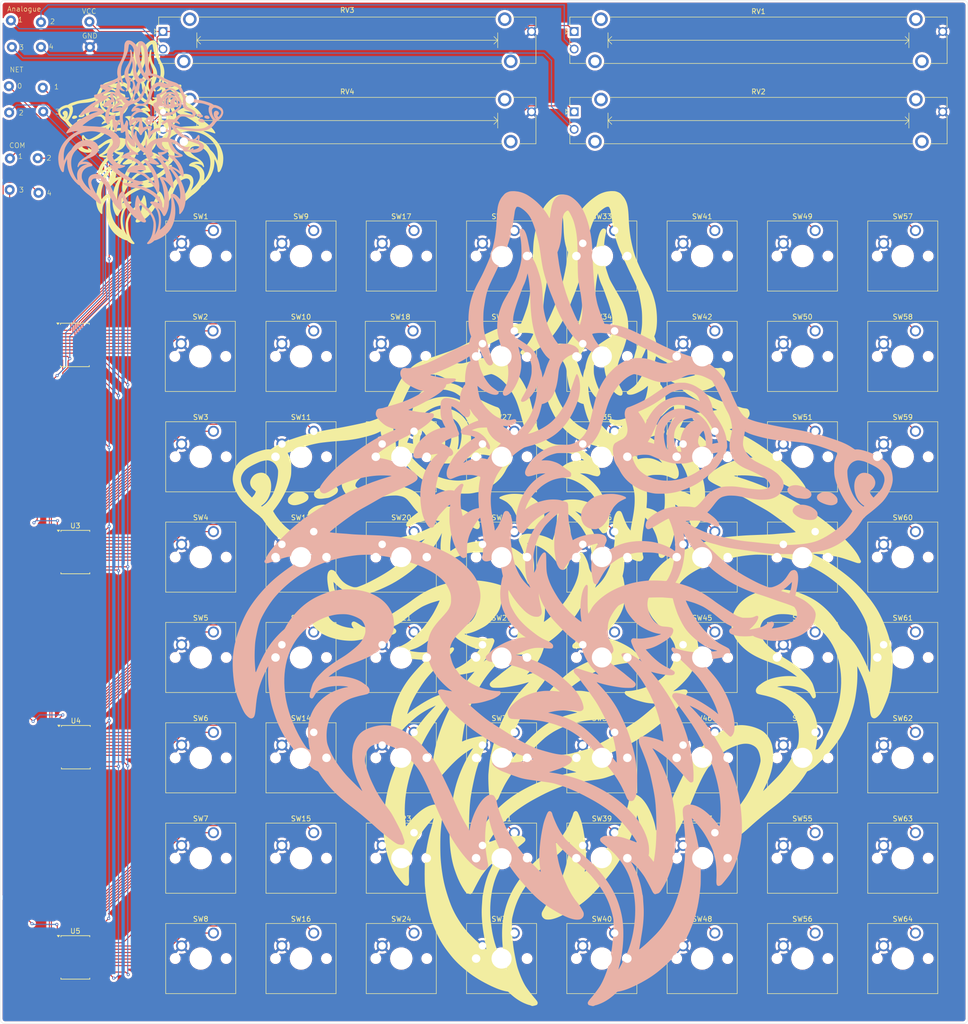
<source format=kicad_pcb>
(kicad_pcb (version 20241229) (generator "pcbnew") (generator_version "9.0")
  (layers (0 "F.Cu" signal) (2 "B.Cu" signal) (13 "F.Paste" user) (15 "B.Paste" user) (5 "F.SilkS" user "F.Silkscreen") (7 "B.SilkS" user "B.Silkscreen") (1 "F.Mask" user) (3 "B.Mask" user) (25 "Edge.Cuts" user))
  (net 0 "")
  (net 1 "1")
  (net 2 "GND")
  (net 3 "15")
  (net 4 "6")
  (net 5 "14")
  (net 6 "12")
  (net 7 "10")
  (net 8 "Net-(U1-S3)")
  (net 9 "11")
  (net 10 "Net-(U1-S1)")
  (net 11 "13")
  (net 12 "4")
  (net 13 "5")
  (net 14 "9")
  (net 15 "8")
  (net 16 "2")
  (net 17 "16")
  (net 18 "3")
  (net 20 "Net-(U1-S2)")
  (net 21 "7")
  (net 22 "Net-(U1-S0)")
  (net 23 "VCC")
  (net 24 "Net-(U1-COM)")
  (net 25 "Net-(U2-D12)")
  (net 27 "Net-(U2-D6)")
  (net 30 "Net-(U2-D11)")
  (net 31 "17")
  (net 32 "25")
  (net 33 "18")
  (net 34 "26")
  (net 35 "19")
  (net 36 "20")
  (net 37 "28")
  (net 38 "21")
  (net 39 "29")
  (net 40 "22")
  (net 41 "30")
  (net 42 "23")
  (net 43 "31")
  (net 44 "24")
  (net 45 "32")
  (net 46 "27")
  (net 47 "33")
  (net 48 "41")
  (net 49 "34")
  (net 50 "42")
  (net 51 "35")
  (net 52 "43")
  (net 53 "36")
  (net 54 "44")
  (net 55 "37")
  (net 56 "45")
  (net 57 "38")
  (net 58 "46")
  (net 59 "39")
  (net 60 "47")
  (net 61 "40")
  (net 62 "48")
  (net 63 "49")
  (net 64 "57")
  (net 65 "50")
  (net 66 "58")
  (net 67 "51")
  (net 68 "59")
  (net 69 "52")
  (net 70 "60")
  (net 71 "53")
  (net 72 "61")
  (net 73 "54")
  (net 74 "62")
  (net 75 "55")
  (net 76 "63")
  (net 77 "56")
  (net 78 "64")
  (net 79 "Net-(RV1-Pad2)")
  (net 80 "Net-(RV2-Pad2)")
  (net 81 "Net-(RV3-Pad2)")
  (net 82 "Net-(RV4-Pad2)")
  (footprint "Button_Switch_Keyboard:SW_Cherry_MX_1.00u_PCB" (layer "F.Cu") (at -137.46 124.92)
    (property "Reference" "SW14")
    (property "Value" "SW_Push")
  )
  (footprint "Button_Switch_Keyboard:SW_Cherry_MX_1.00u_PCB" (layer "F.Cu") (at -57.46 124.92)
    (property "Reference" "SW46")
    (property "Value" "SW_Push")
  )
  (footprint "Button_Switch_Keyboard:SW_Cherry_MX_1.00u_PCB" (layer "F.Cu") (at -157.46 104.92)
    (property "Reference" "SW5")
    (property "Value" "SW_Push")
  )
  (footprint "Button_Switch_Keyboard:SW_Cherry_MX_1.00u_PCB" (layer "F.Cu") (at -37.46 24.92)
    (property "Reference" "SW49")
    (property "Value" "SW_Push")
  )
  (footprint "Arduino:Untitled" (layer "F.Cu") (at -191.5 -3.55)
    (property "Reference" "U10" (hide yes))
    (property "Value" "~" (hide yes))
  )
  (footprint "Button_Switch_Keyboard:SW_Cherry_MX_1.00u_PCB" (layer "F.Cu") (at -157.46 64.92)
    (property "Reference" "SW3")
    (property "Value" "SW_Push")
  )
  (footprint "Button_Switch_Keyboard:SW_Cherry_MX_1.00u_PCB" (layer "F.Cu") (at -57.46 64.92)
    (property "Reference" "SW43")
    (property "Value" "SW_Push")
  )
  (footprint "Button_Switch_Keyboard:SW_Cherry_MX_1.00u_PCB" (layer "F.Cu") (at -157.46 24.92)
    (property "Reference" "SW1")
    (property "Value" "SW_Push")
  )
  (footprint "Button_Switch_Keyboard:SW_Cherry_MX_1.00u_PCB" (layer "F.Cu") (at -137.46 104.92)
    (property "Reference" "SW13")
    (property "Value" "SW_Push")
  )
  (footprint "Button_Switch_Keyboard:SW_Cherry_MX_1.00u_PCB" (layer "F.Cu") (at -117.65 44.92)
    (property "Reference" "SW18")
    (property "Value" "SW_Push")
  )
  (footprint "Button_Switch_Keyboard:SW_Cherry_MX_1.00u_PCB" (layer "F.Cu") (at -97.46 104.92)
    (property "Reference" "SW29")
    (property "Value" "SW_Push")
  )
  (footprint "Button_Switch_Keyboard:SW_Cherry_MX_1.00u_PCB" (layer "F.Cu") (at -37.46 164.92)
    (property "Reference" "SW56")
    (property "Value" "SW_Push")
  )
  (footprint "Package_SO:SSOP-24_5.3x8.2mm_P0.65mm" (layer "F.Cu") (at -184.9 127.875)
    (property "Reference" "U4")
    (property "Value" "CD74HC4067SM")
  )
  (footprint "Arduino:Untitled" (layer "F.Cu") (at -191.4 1.2)
    (property "Reference" "U16" (hide yes))
    (property "Value" "~" (hide yes))
  )
  (footprint "Button_Switch_Keyboard:SW_Cherry_MX_1.00u_PCB" (layer "F.Cu") (at -117.46 144.92)
    (property "Reference" "SW23")
    (property "Value" "SW_Push")
  )
  (footprint "Button_Switch_Keyboard:SW_Cherry_MX_1.00u_PCB" (layer "F.Cu") (at -117.46 24.92)
    (property "Reference" "SW17")
    (property "Value" "SW_Push")
  )
  (footprint "Package_SO:SSOP-24_5.3x8.2mm_P0.65mm" (layer "F.Cu") (at -185 169.775)
    (property "Reference" "U5")
    (property "Value" "CD74HC4067SM")
  )
  (footprint "Package_SO:SSOP-24_5.3x8.2mm_P0.65mm" (layer "F.Cu") (at -185.1 47.725)
    (property "Reference" "U1" (hide yes))
    (property "Value" "CD74HC4067SM" (hide yes))
  )
  (footprint "Button_Switch_Keyboard:SW_Cherry_MX_1.00u_PCB" (layer "F.Cu") (at -137.46 24.92)
    (property "Reference" "SW9")
    (property "Value" "SW_Push")
  )
  (footprint "Button_Switch_Keyboard:SW_Cherry_MX_1.00u_PCB" (layer "F.Cu") (at -97.46 84.92)
    (property "Reference" "SW28")
    (property "Value" "SW_Push")
  )
  (footprint "Button_Switch_Keyboard:SW_Cherry_MX_1.00u_PCB" (layer "F.Cu") (at -37.46 84.92)
    (property "Reference" "SW52")
    (property "Value" "SW_Push")
  )
  (footprint "Button_Switch_Keyboard:SW_Cherry_MX_1.00u_PCB" (layer "F.Cu") (at -157.46 124.92)
    (property "Reference" "SW6")
    (property "Value" "SW_Push")
  )
  (footprint "Arduino:Untitled" (layer "F.Cu") (at -191.85 -11.65)
    (property "Reference" "U8" (hide yes))
    (property "Value" "~" (hide yes))
  )
  (footprint "Package_SO:SSOP-24_5.3x8.2mm_P0.65mm" (layer "F.Cu") (at -185 89)
    (property "Reference" "U3")
    (property "Value" "CD74HC4067SM")
  )
  (footprint "Button_Switch_Keyboard:SW_Cherry_MX_1.00u_PCB" (layer "F.Cu") (at -117.46 124.92)
    (property "Reference" "SW22")
    (property "Value" "SW_Push")
  )
  (footprint "Button_Switch_Keyboard:SW_Cherry_MX_1.00u_PCB" (layer "F.Cu") (at -17.46 84.92)
    (property "Reference" "SW60")
    (property "Value" "SW_Push")
  )
  (footprint "Button_Switch_Keyboard:SW_Cherry_MX_1.00u_PCB" (layer "F.Cu") (at -37.46 104.92)
    (property "Reference" "SW53")
    (property "Value" "SW_Push")
  )
  (footprint "Button_Switch_Keyboard:SW_Cherry_MX_1.00u_PCB" (layer "F.Cu") (at -77.46 44.92)
    (property "Reference" "SW34")
    (property "Value" "SW_Push")
  )
  (footprint "Button_Switch_Keyboard:SW_Cherry_MX_1.00u_PCB" (layer "F.Cu") (at -77.46 24.92)
    (property "Reference" "SW33")
    (property "Value" "SW_Push")
  )
  (footprint "Button_Switch_Keyboard:SW_Cherry_MX_1.00u_PCB" (layer "F.Cu") (at -57.46 84.92)
    (property "Reference" "SW44")
    (property "Value" "SW_Push")
  )
  (footprint "Button_Switch_Keyboard:SW_Cherry_MX_1.00u_PCB" (layer "F.Cu") (at -57.46 164.92)
    (property "Reference" "SW48")
    (property "Value" "SW_Push")
  )
  (footprint "Button_Switch_Keyboard:SW_Cherry_MX_1.00u_PCB" (layer "F.Cu") (at -97.46 24.92)
    (property "Reference" "SW25")
    (property "Value" "SW_Push")
  )
  (footprint "Button_Switch_Keyboard:SW_Cherry_MX_1.00u_PCB" (layer "F.Cu") (at -157.46 144.92)
    (property "Reference" "SW7")
    (property "Value" "SW_Push")
  )
  (footprint "Button_Switch_Keyboard:SW_Cherry_MX_1.00u_PCB" (layer "F.Cu") (at -57.46 104.92)
    (property "Reference" "SW45")
    (property "Value" "SW_Push")
  )
  (footprint "Button_Switch_Keyboard:SW_Cherry_MX_1.00u_PCB" (layer "F.Cu") (at -77.46 64.92)
    (property "Reference" "SW35")
    (property "Value" "SW_Push")
  )
  (footprint "Button_Switch_Keyboard:SW_Cherry_MX_1.00u_PCB" (layer "F.Cu") (at -97.46 64.92)
    (property "Reference" "SW27")
    (property "Value" "SW_Push")
  )
  (footprint "Arduino:Untitled" (layer "F.Cu") (at -192.5 10.5)
    (property "Reference" "U14" (hide yes))
    (property "Value" "~" (hide yes))
  )
  (footprint "Button_Switch_Keyboard:SW_Cherry_MX_1.00u_PCB" (layer "F.Cu") (at -97.46 124.92)
    (property "Reference" "SW30")
    (property "Value" "SW_Push")
  )
  (footprint "Button_Switch_Keyboard:SW_Cherry_MX_1.00u_PCB" (layer "F.Cu") (at -17.46 104.92)
    (property "Reference" "SW61")
    (property "Value" "SW_Push")
  )
  (footprint "Button_Switch_Keyboard:SW_Cherry_MX_1.00u_PCB" (layer "F.Cu") (at -37.46 64.92)
    (property "Reference" "SW51")
    (property "Value" "SW_Push")
  )
  (footprint "Button_Switch_Keyboard:SW_Cherry_MX_1.00u_PCB" (layer "F.Cu") (at -97.46 44.92)
    (property "Reference" "SW26")
    (property "Value" "SW_Push")
  )
  (footprint "Button_Switch_Keyboard:SW_Cherry_MX_1.00u_PCB" (layer "F.Cu") (at -117.46 164.92)
    (property "Reference" "SW24")
    (property "Value" "SW_Push")
  )
  (footprint "Arduino:Untitled" (layer "F.Cu") (at -182.1 -11.65)
    (property "Reference" "U18" (hide yes))
    (property "Value" "~" (hide yes))
  )
  (footprint "Arduino:Untitled" (layer "F.Cu") (at -198.25 -3.85)
    (property "Reference" "U11" (hide yes))
    (property "Value" "~" (hide yes))
  )
  (footprint "Button_Switch_Keyboard:SW_Cherry_MX_1.00u_PCB" (layer "F.Cu") (at -137.46 164.92)
    (property "Reference" "SW16")
    (property "Value" "SW_Push")
  )
  (footprint "Button_Switch_Keyboard:SW_Cherry_MX_1.00u_PCB" (layer "F.Cu") (at -77.46 164.92)
    (property "Reference" "SW40")
    (property "Value" "SW_Push")
  )
  (footprint "Button_Switch_Keyboard:SW_Cherry_MX_1.00u_PCB" (layer "F.Cu") (at -97.46 144.92)
    (property "Reference" "SW31")
    (property "Value" "SW_Push")
  )
  (footprint "Potentiometer_THT:Potentiometer_Bourns_PTA6043_Single_Slide" (layer "F.Cu") (at -85.52 1.25)
    (property "Reference" "RV2")
    (property "Value" "R_Potentiometer")
  )
  (footprint "Button_Switch_Keyboard:SW_Cherry_MX_1.00u_PCB" (layer "F.Cu") (at -17.46 144.92)
    (property "Reference" "SW63")
    (property "Value" "SW_Push")
  )
  (footprint "Potentiometer_THT:Potentiometer_Bourns_PTA6043_Single_Slide" (layer "F.Cu") (at -167.52 1.25)
    (property "Reference" "RV4")
    (property "Value" "R_Potentiometer" (hide yes))
  )
  (footprint "Arduino:Untitled" (layer "F.Cu") (at -192.35 17.4)
    (property "Reference" "U15" (hide yes))
    (property "Value" "~" (hide yes))
  )
  (footprint "Arduino:Untitled" (layer "F.Cu") (at -198.05 10.55)
    (property "Reference" "U13" (hide yes))
    (property "Value" "~" (hide yes))
  )
  (footprint "Button_Switch_Keyboard:SW_Cherry_MX_1.00u_PCB" (layer "F.Cu") (at -17.46 164.92)
    (property "Reference" "SW64")
    (property "Value" "SW_Push")
  )
  (footprint "Button_Switch_Keyboard:SW_Cherry_MX_1.00u_PCB" (layer "F.Cu") (at -17.46 64.92)
    (property "Reference" "SW59")
    (property "Value" "SW_Push")
  )
  (footprint "Button_Switch_Keyboard:SW_Cherry_MX_1.00u_PCB" (layer "F.Cu") (at -77.46 144.92)
    (property "Reference" "SW39")
    (property "Value" "SW_Push")
  )
  (footprint "Button_Switch_Keyboard:SW_Cherry_MX_1.00u_PCB" (layer "F.Cu") (at -77.46 124.92)
    (property "Reference" "SW38")
    (property "Value" "SW_Push")
  )
  (footprint "Button_Switch_Keyboard:SW_Cherry_MX_1.00u_PCB" (layer "F.Cu") (at -157.54 44.92)
    (property "Reference" "SW2")
    (property "Value" "SW_Push")
  )
  (footprint "Button_Switch_Keyboard:SW_Cherry_MX_1.00u_PCB" (layer "F.Cu") (at -137.46 144.92)
    (property "Reference" "SW15")
    (property "Value" "SW_Push")
  )
  (footprint "Arduino:Untitled" (layer "F.Cu") (at -198.1 16.8)
    (property "Reference" "U12" (hide yes))
    (property "Value" "~" (hide yes))
  )
  (footprint "Button_Switch_Keyboard:SW_Cherry_MX_1.00u_PCB" (layer "F.Cu") (at -137.46 64.92)
    (property "Reference" "SW11")
    (property "Value" "SW_Push")
  )
  (footprint "Button_Switch_Keyboard:SW_Cherry_MX_1.00u_PCB" (layer "F.Cu") (at -97.46 164.92)
    (property "Reference" "SW32")
    (property "Value" "SW_Push")
  )
  (footprint "Potentiometer_THT:Potentiometer_Bourns_PTA6043_Single_Slide" (layer "F.Cu") (at -85.52 -14.75)
    (property "Reference" "RV1")
    (property "Value" "R_Potentiometer")
  )
  (footprint "Button_Switch_Keyboard:SW_Cherry_MX_1.00u_PCB" (layer "F.Cu") (at -137.46 44.92)
    (property "Reference" "SW10")
    (property "Value" "SW_Push")
  )
  (footprint "Button_Switch_Keyboard:SW_Cherry_MX_1.00u_PCB" (layer "F.Cu") (at -17.46 24.92)
    (property "Reference" "SW57")
    (property "Value" "SW_Push")
  )
  (footprint "Button_Switch_Keyboard:SW_Cherry_MX_1.00u_PCB" (layer "F.Cu") (at -37.46 124.92)
    (property "Reference" "SW54")
    (property "Value" "SW_Push")
  )
  (footprint "Button_Switch_Keyboard:SW_Cherry_MX_1.00u_PCB" (layer "F.Cu") (at -117.46 64.92)
    (property "Reference" "SW19")
    (property "Value" "SW_Push")
  )
  (footprint "Button_Switch_Keyboard:SW_Cherry_MX_1.00u_PCB" (layer "F.Cu") (at -37.46 44.92)
    (property "Reference" "SW50")
    (property "Value" "SW_Push")
  )
  (footprint "Button_Switch_Keyboard:SW_Cherry_MX_1.00u_PCB" (layer "F.Cu") (at -57.46 44.92)
    (property "Reference" "SW42")
    (property "Value" "SW_Push")
  )
  (footprint "Button_Switch_Keyboard:SW_Cherry_MX_1.00u_PCB" (layer "F.Cu") (at -17.46 44.92)
    (property "Reference" "SW58")
    (property "Value" "SW_Push")
  )
  (footprint "Button_Switch_Keyboard:SW_Cherry_MX_1.00u_PCB" (layer "F.Cu") (at -37.46 144.92)
    (property "Reference" "SW55")
    (property "Value" "SW_Push")
  )
  (footprint "Button_Switch_Keyboard:SW_Cherry_MX_1.00u_PCB" (layer "F.Cu") (at -117.46 104.92)
    (property "Reference" "SW21")
    (property "Value" "SW_Push")
  )
  (footprint "Button_Switch_Keyboard:SW_Cherry_MX_1.00u_PCB" (layer "F.Cu") (at -157.46 164.92)
    (property "Reference" "SW8")
    (property "Value" "SW_Push")
  )
  (footprint "Arduino:Untitled" (layer "F.Cu") (at -182.2 -16.7)
    (property "Reference" "U19" (hide yes))
    (property "Value" "~" (hide yes))
  )
  (footprint "Button_Switch_Keyboard:SW_Cherry_MX_1.00u_PCB" (layer "F.Cu") (at -57.46 24.92)
    (property "Reference" "SW41")
    (property "Value" "SW_Push")
  )
  (footprint "Button_Switch_Keyboard:SW_Cherry_MX_1.00u_PCB" (layer "F.Cu") (at -117.46 84.92)
    (property "Reference" "SW20")
    (property "Value" "SW_Push")
  )
  (footprint "Button_Switch_Keyboard:SW_Cherry_MX_1.00u_PCB" (layer "F.Cu") (at -57.46 144.92)
    (property "Reference" "SW47")
    (property "Value" "SW_Push")
  )
  (footprint "Arduino:Untitled" (layer "F.Cu") (at -197.65 -11.65)
    (property "Reference" "U7" (hide yes))
    (property "Value" "~" (hide yes))
  )
  (footprint "Button_Switch_Keyboard:SW_Cherry_MX_1.00u_PCB" (layer "F.Cu") (at -77.46 84.92)
    (property "Reference" "SW36")
    (property "Value" "SW_Push")
  )
  (footprint "Button_Switch_Keyboard:SW_Cherry_MX_1.00u_PCB" (layer "F.Cu") (at -157.46 84.92)
    (property "Reference" "SW4")
    (property "Value" "SW_Push")
  )
  (footprint "Arduino:Untitled" (layer "F.Cu") (at -197.85 -16.95)
    (property "Reference" "U6" (hide yes))
    (property "Value" "~" (hide yes))
  )
  (footprint "Button_Switch_Keyboard:SW_Cherry_MX_1.00u_PCB" (layer "F.Cu") (at -17.46 124.92)
    (property "Reference" "SW62")
    (property "Value" "SW_Push")
  )
  (footprint "Button_Switch_Keyboard:SW_Cherry_MX_1.00u_PCB" (layer "F.Cu") (at -137.46 84.92)
    (property "Reference" "SW12")
    (property "Value" "SW_Push")
  )
  (footprint "Potentiometer_THT:Potentiometer_Bourns_PTA6043_Single_Slide" (layer "F.Cu") (at -167.52 -14.75)
    (property "Reference" "RV3")
    (property "Value" "R_Potentiometer" (hide yes))
  )
  (footprint "Arduino:Untitled" (layer "F.Cu") (at -191.85 -16.6)
    (property "Reference" "U9" (hide yes))
    (property "Value" "~" (hide yes))
  )
  (footprint "Button_Switch_Keyboard:SW_Cherry_MX_1.00u_PCB" (layer "F.Cu") (at -77.46 104.92)
    (property "Reference" "SW37")
    (property "Value" "SW_Push")
  )
  (footprint "Arduino:Untitled" (layer "F.Cu") (at -198.2 1.4)
    (property "Reference" "U17" (hide yes))
    (property "Value" "~" (hide yes))
  )
  (gr_poly (pts (xy -169.479405 -12.982813) (xy -169.437651 -12.981957) (xy -169.407772 -12.981104) (xy -169.382171 -12.979754) (xy -169.370607 -12.978841) (xy -169.359671 -12.977742) (xy -169.349215 -12.976436) (xy -169.339093 -12.974903) (xy -169.329157 -12.973122) (xy -169.31926 -12.971072) (xy -169.309254 -12.968733) (xy -169.298992 -12.966084) (xy -169.277112 -12.959772) (xy -169.252442 -12.951972) (xy -169.233027 -12.945126) (xy -169.21445 -12.938135) (xy -169.196678 -12.930975) (xy -169.179682 -12.923626) (xy -169.16343 -12.916064) (xy -169.147891 -12.908269) (xy -169.133034 -12.900219) (xy -169.118828 -12.89189) (xy -169.105242 -12.883262) (xy -169.092245 -12.874312) (xy -169.079807 -12.865018) (xy -169.067895 -12.855359) (xy -169.05648 -12.845312) (xy -169.045529 -12.834856) (xy -169.035013 -12.823968) (xy -169.0249 -12.812626) (xy -168.984771 -12.765882) (xy -168.947289 -12.721784) (xy -168.92838 -12.699456) (xy -168.911115 -12.67777) (xy -168.895153 -12.656207) (xy -168.880151 -12.634251) (xy -168.86577 -12.611386) (xy -168.851668 -12.587095) (xy -168.837503 -12.56086) (xy -168.822936 -12.532166) (xy -168.804331 -12.493557) (xy -168.78717 -12.454228) (xy -168.771386 -12.413829) (xy -168.756913 -12.372012) (xy -168.743686 -12.328427) (xy -168.731638 -12.282725) (xy -168.720704 -12.234559) (xy -168.710818 -12.183579) (xy -168.701913 -12.129436) (xy -168.693925 -12.071782) (xy -168.680432 -11.944544) (xy -168.669812 -11.799074) (xy -168.661539 -11.632582) (xy -168.650906 -11.4133) (xy -168.636501 -11.20918) (xy -168.617775 -11.016202) (xy -168.594181 -10.830344) (xy -168.565171 -10.647587) (xy -168.530198 -10.463911) (xy -168.488714 -10.275294) (xy -168.440171 -10.077716) (xy -168.41364 -9.976936) (xy -168.387171 -9.884486) (xy -168.35909 -9.795716) (xy -168.327723 -9.705975) (xy -168.291394 -9.610611) (xy -168.24843 -9.504975) (xy -168.197157 -9.384414) (xy -168.1359 -9.244279) (xy -168.088656 -9.138209) (xy -168.043365 -9.038661) (xy -167.999831 -8.94521) (xy -167.957858 -8.857434) (xy -167.917249 -8.774908) (xy -167.877808 -8.697209) (xy -167.839338 -8.623913) (xy -167.801644 -8.554596) (xy -167.722278 -8.408552) (xy -167.653216 -8.275075) (xy -167.593021 -8.150776) (xy -167.540258 -8.032265) (xy -167.493489 -7.916151) (xy -167.451278 -7.799045) (xy -167.412188 -7.677557) (xy -167.374782 -7.548297) (xy -167.347096 -7.439363) (xy -167.322915 -7.32588) (xy -167.30225 -7.208839) (xy -167.285113 -7.089232) (xy -167.271517 -6.968048) (xy -167.261472 -6.846279) (xy -167.25499 -6.724915) (xy -167.252082 -6.604948) (xy -167.252761 -6.487369) (xy -167.257038 -6.373167) (xy -167.264925 -6.263336) (xy -167.276432 -6.158864) (xy -167.291573 -6.060743) (xy -167.310358 -5.969965) (xy -167.332799 -5.887519) (xy -167.358908 -5.814397) (xy -167.38801 -5.741193) (xy -167.360672 -5.681223) (xy -167.350686 -5.657846) (xy -167.340649 -5.630966) (xy -167.330674 -5.600964) (xy -167.320874 -5.568223) (xy -167.311364 -5.533126) (xy -167.302256 -5.496056) (xy -167.293666 -5.457393) (xy -167.285706 -5.417522) (xy -167.276004 -5.368133) (xy -167.230144 -5.357548) (xy -167.139622 -5.332628) (xy -167.036129 -5.297589) (xy -166.919759 -5.252485) (xy -166.790604 -5.197365) (xy -166.648757 -5.132283) (xy -166.494311 -5.057288) (xy -166.32736 -4.972434) (xy -166.147997 -4.877771) (xy -165.993166 -4.795612) (xy -165.839854 -4.716926) (xy -165.689498 -4.642374) (xy -165.543535 -4.572618) (xy -165.403401 -4.508318) (xy -165.270532 -4.450137) (xy -165.146366 -4.398736) (xy -165.032338 -4.354777) (xy -164.954651 -4.326989) (xy -164.872541 -4.299159) (xy -164.789191 -4.272239) (xy -164.707783 -4.24718) (xy -164.631502 -4.224931) (xy -164.563531 -4.206445) (xy -164.507052 -4.192671) (xy -164.465248 -4.184562) (xy -164.414883 -4.177834) (xy -164.366264 -4.172242) (xy -164.320312 -4.16785) (xy -164.277945 -4.164719) (xy -164.240085 -4.16291) (xy -164.223132 -4.162521) (xy -164.207651 -4.162487) (xy -164.193756 -4.162814) (xy -164.181562 -4.16351) (xy -164.171185 -4.164584) (xy -164.16274 -4.166042) (xy -164.142786 -4.170098) (xy -164.12329 -4.172861) (xy -164.104276 -4.17436) (xy -164.085766 -4.174625) (xy -164.067785 -4.173685) (xy -164.050355 -4.17157) (xy -164.033501 -4.16831) (xy -164.017247 -4.163933) (xy -164.001614 -4.15847) (xy -163.986629 -4.15195) (xy -163.972313 -4.144402) (xy -163.95869 -4.135857) (xy -163.945785 -4.126343) (xy -163.93362 -4.115891) (xy -163.922219 -4.104529) (xy -163.911606 -4.092288) (xy -163.901805 -4.079197) (xy -163.892838 -4.065285) (xy -163.88473 -4.050583) (xy -163.877504 -4.035118) (xy -163.871183 -4.018922) (xy -163.865792 -4.002024) (xy -163.861353 -3.984453) (xy -163.857891 -3.966239) (xy -163.855429 -3.947411) (xy -163.85399 -3.927999) (xy -163.853598 -3.908032) (xy -163.854278 -3.887541) (xy -163.856051 -3.866554) (xy -163.858942 -3.845101) (xy -163.862974 -3.823211) (xy -163.868172 -3.800915) (xy -163.87186 -3.788566) (xy -163.876839 -3.773726) (xy -163.882915 -3.756964) (xy -163.889889 -3.738848) (xy -163.897566 -3.719947) (xy -163.905749 -3.700828) (xy -163.914243 -3.682061) (xy -163.92285 -3.664214) (xy -163.935096 -3.639479) (xy -163.940879 -3.628449) (xy -163.946567 -3.618133) (xy -163.95226 -3.608395) (xy -163.958058 -3.599102) (xy -163.96406 -3.590119) (xy -163.970366 -3.581312) (xy -163.977075 -3.572545) (xy -163.984286 -3.563686) (xy -163.992099 -3.5546) (xy -164.000614 -3.545151) (xy -164.00993 -3.535207) (xy -164.020146 -3.524632) (xy -164.043679 -3.501054) (xy -164.083276 -3.463591) (xy -164.103729 -3.445634) (xy -164.124817 -3.42806) (xy -164.146691 -3.410771) (xy -164.1695 -3.393666) (xy -164.193394 -3.376647) (xy -164.218523 -3.359613) (xy -164.273087 -3.325106) (xy -164.334388 -3.289347) (xy -164.403627 -3.251543) (xy -164.482003 -3.210895) (xy -164.553562 -3.175893) (xy -164.621061 -3.14486) (xy -164.684983 -3.11763) (xy -164.745815 -3.094038) (xy -164.775224 -3.083554) (xy -164.804043 -3.073918) (xy -164.832332 -3.065109) (xy -164.860152 -3.057106) (xy -164.887563 -3.049889) (xy -164.914627 -3.043436) (xy -164.941404 -3.037728) (xy -164.967955 -3.032744) (xy -165.053505 -3.017749) (xy -164.959136 -2.960422) (xy -164.859741 -2.902086) (xy -164.756646 -2.844144) (xy -164.651774 -2.787565) (xy -164.547047 -2.733322) (xy -164.444387 -2.682386) (xy -164.345716 -2.635729) (xy -164.252957 -2.594322) (xy -164.168032 -2.559137) (xy -164.071504 -2.521534) (xy -163.979049 -2.487011) (xy -163.885725 -2.453934) (xy -163.786592 -2.420672) (xy -163.676711 -2.385591) (xy -163.551141 -2.347058) (xy -163.233171 -2.253103) (xy -163.162534 -2.232419) (xy -163.10066 -2.213967) (xy -163.05433 -2.199649) (xy -163.039113 -2.194634) (xy -163.030324 -2.191366) (xy -163.016173 -2.186486) (xy -162.999469 -2.181761) (xy -162.98014 -2.177181) (xy -162.958114 -2.172735) (xy -162.933318 -2.168413) (xy -162.90568 -2.164205) (xy -162.875127 -2.160101) (xy -162.841588 -2.15609) (xy -162.820019 -2.153177) (xy -162.799923 -2.149363) (xy -162.781242 -2.144596) (xy -162.772415 -2.141839) (xy -162.763921 -2.138823) (xy -162.755752 -2.135542) (xy -162.747902 -2.13199) (xy -162.740363 -2.12816) (xy -162.733129 -2.124045) (xy -162.726191 -2.119639) (xy -162.719544 -2.114935) (xy -162.71318 -2.109926) (xy -162.707091 -2.104606) (xy -162.701271 -2.098969) (xy -162.695713 -2.093006) (xy -162.690409 -2.086713) (xy -162.685353 -2.080082) (xy -162.680537 -2.073107) (xy -162.675954 -2.065781) (xy -162.671597 -2.058098) (xy -162.667459 -2.05005) (xy -162.659812 -2.032835) (xy -162.652955 -2.014085) (xy -162.646833 -1.993745) (xy -162.641387 -1.971763) (xy -162.637269 -1.951246) (xy -162.634204 -1.931606) (xy -162.632228 -1.912707) (xy -162.631382 -1.894415) (xy -162.631704 -1.876592) (xy -162.633232 -1.859104) (xy -162.636006 -1.841815) (xy -162.640063 -1.824589) (xy -162.645444 -1.807291) (xy -162.652186 -1.789785) (xy -162.660329 -1.771935) (xy -162.669911 -1.753606) (xy -162.680971 -1.734662) (xy -162.693548 -1.714967) (xy -162.70768 -1.694386) (xy -162.723406 -1.672783) (xy -162.740639 -1.650712) (xy -162.759485 -1.627928) (xy -162.779781 -1.604586) (xy -162.801362 -1.580841) (xy -162.824065 -1.556848) (xy -162.847725 -1.532761) (xy -162.872178 -1.508737) (xy -162.89726 -1.48493) (xy -162.922808 -1.461495) (xy -162.948656 -1.438586) (xy -162.974641 -1.41636) (xy -163.0006 -1.394972) (xy -163.026367 -1.374575) (xy -163.051779 -1.355325) (xy -163.076671 -1.337378) (xy -163.100881 -1.320888) (xy -163.114875 -1.311763) (xy -163.131308 -1.301801) (xy -163.14956 -1.291323) (xy -163.16901 -1.280649) (xy -163.18904 -1.270098) (xy -163.209028 -1.259992) (xy -163.228355 -1.250652) (xy -163.246401 -1.242396) (xy -163.284804 -1.226437) (xy -163.330557 -1.208979) (xy -163.38067 -1.191004) (xy -163.432159 -1.173494) (xy -163.482035 -1.157431) (xy -163.527313 -1.143797) (xy -163.565004 -1.133574) (xy -163.580071 -1.130048) (xy -163.592122 -1.127743) (xy -163.595551 -1.127062) (xy -163.59888 -1.126344) (xy -163.602093 -1.125596) (xy -163.605172 -1.124821) (xy -163.608102 -1.124026) (xy -163.610865 -1.123216) (xy -163.613445 -1.122395) (xy -163.615825 -1.121569) (xy -163.617987 -1.120743) (xy -163.619916 -1.119922) (xy -163.621594 -1.119112) (xy -163.623004 -1.118317) (xy -163.623604 -1.117926) (xy -163.624131 -1.117542) (xy -163.624582 -1.117164) (xy -163.624956 -1.116794) (xy -163.625251 -1.116431) (xy -163.625464 -1.116076) (xy -163.625593 -1.11573) (xy -163.625637 -1.115394) (xy -163.62557 -1.115038) (xy -163.625372 -1.114632) (xy -163.624596 -1.113677) (xy -163.623334 -1.112544) (xy -163.621613 -1.111247) (xy -163.619457 -1.1098) (xy -163.616893 -1.108217) (xy -163.610643 -1.104701) (xy -163.603071 -1.100814) (xy -163.594382 -1.096667) (xy -163.584784 -1.092377) (xy -163.574483 -1.088055) (xy -163.450915 -1.03776) (xy -163.32809 -0.985667) (xy -163.206754 -0.932126) (xy -163.08765 -0.87749) (xy -162.971522 -0.82211) (xy -162.859116 -0.766338) (xy -162.751174 -0.710524) (xy -162.648442 -0.65502) (xy -162.534531 -0.590247) (xy -162.415268 -0.519033) (xy -162.164007 -0.35972) (xy -161.901294 -0.181948) (xy -161.633765 0.009415) (xy -161.368055 0.209501) (xy -161.110799 0.413442) (xy -160.868633 0.61637) (xy -160.648192 0.813417) (xy -160.583688 0.874581) (xy -160.517956 0.93946) (xy -160.451668 1.007243) (xy -160.385497 1.077119) (xy -160.320117 1.148276) (xy -160.256201 1.219904) (xy -160.194422 1.291191) (xy -160.135452 1.361325) (xy -160.079966 1.429496) (xy -160.028635 1.494892) (xy -159.982134 1.556701) (xy -159.941135 1.614113) (xy -159.906311 1.666315) (xy -159.878336 1.712498) (xy -159.857882 1.751848) (xy -159.845623 1.783556) (xy -159.841655 1.798961) (xy -159.838667 1.814235) (xy -159.836635 1.82935) (xy -159.835535 1.844277) (xy -159.835345 1.85899) (xy -159.836042 1.873459) (xy -159.837601 1.887658) (xy -159.84 1.901557) (xy -159.843216 1.91513) (xy -159.847224 1.928348) (xy -159.852003 1.941183) (xy -159.857529 1.953607) (xy -159.863778 1.965593) (xy -159.870727 1.977113) (xy -159.878353 1.988138) (xy -159.886633 1.99864) (xy -159.895544 2.008592) (xy -159.905061 2.017966) (xy -159.915163 2.026734) (xy -159.925825 2.034867) (xy -159.937024 2.042339) (xy -159.948738 2.04912) (xy -159.960943 2.055183) (xy -159.973615 2.060501) (xy -159.986732 2.065044) (xy -160.00027 2.068786) (xy -160.014206 2.071698) (xy -160.028517 2.073753) (xy -160.043178 2.074921) (xy -160.058168 2.075177) (xy -160.073463 2.074491) (xy -160.08904 2.072835) (xy -160.101266 2.07067) (xy -160.115084 2.067174) (xy -160.130432 2.062381) (xy -160.147247 2.056325) (xy -160.165468 2.049039) (xy -160.185033 2.040557) (xy -160.227945 2.020138) (xy -160.275488 1.995336) (xy -160.327164 1.966422) (xy -160.382479 1.933662) (xy -160.440935 1.897327) (xy -160.594331 1.803829) (xy -160.671378 1.760209) (xy -160.749009 1.718527) (xy -160.827488 1.678668) (xy -160.907077 1.640521) (xy -160.988041 1.603973) (xy -161.070644 1.568913) (xy -161.155147 1.535227) (xy -161.241816 1.502803) (xy -161.422705 1.441292) (xy -161.615416 1.383481) (xy -161.82206 1.328472) (xy -161.999832 1.287208) (xy -162.17499 1.252694) (xy -162.348059 1.224898) (xy -162.519568 1.203788) (xy -162.690043 1.189334) (xy -162.860012 1.181505) (xy -163.030001 1.18027) (xy -163.200539 1.185597) (xy -163.282051 1.19031) (xy -163.349919 1.194858) (xy -163.376541 1.196915) (xy -163.397116 1.198744) (xy -163.410768 1.200284) (xy -163.414722 1.200926) (xy -163.416616 1.201473) (xy -163.416871 1.20179) (xy -163.416651 1.202242) (xy -163.414834 1.203538) (xy -163.406005 1.207577) (xy -163.390849 1.213333) (xy -163.370093 1.220545) (xy -163.344458 1.228956) (xy -163.314668 1.238308) (xy -163.281447 1.248342) (xy -163.245519 1.2588) (xy -162.852936 1.38031) (xy -162.455517 1.518491) (xy -162.055948 1.672155) (xy -161.656916 1.840112) (xy -161.261109 2.021174) (xy -160.871214 2.214152) (xy -160.489918 2.417859) (xy -160.119908 2.631105) (xy -159.791218 2.832667) (xy -159.488159 3.028834) (xy -159.344873 3.125947) (xy -159.20635 3.222975) (xy -159.072045 3.320339) (xy -158.941408 3.41846) (xy -158.813893 3.51776) (xy -158.688952 3.618658) (xy -158.566036 3.721577) (xy -158.444598 3.826938) (xy -158.32409 3.935162) (xy -158.203964 4.04667) (xy -157.96267 4.281223) (xy -157.88241 4.362455) (xy -157.80631 4.441149) (xy -157.734335 4.51735) (xy -157.666446 4.591102) (xy -157.60261 4.662452) (xy -157.542788 4.731443) (xy -157.486946 4.798123) (xy -157.435047 4.862534) (xy -157.387054 4.924724) (xy -157.342932 4.984737) (xy -157.302644 5.042618) (xy -157.266154 5.098413) (xy -157.233427 5.152166) (xy -157.204425 5.203924) (xy -157.179113 5.25373) (xy -157.157454 5.301631) (xy -157.151166 5.316486) (xy -157.14435 5.33166) (xy -157.137224 5.346731) (xy -157.130005 5.361275) (xy -157.122909 5.374868) (xy -157.116155 5.387086) (xy -157.10996 5.397505) (xy -157.107139 5.401908) (xy -157.10454 5.405702) (xy -157.099124 5.41422) (xy -157.094452 5.42258) (xy -157.092396 5.426703) (xy -157.090525 5.43079) (xy -157.08884 5.434841) (xy -157.087342 5.438858) (xy -157.086029 5.442841) (xy -157.084902 5.446791) (xy -157.083962 5.45071) (xy -157.083207 5.454598) (xy -157.082639 5.458457) (xy -157.082257 5.462286) (xy -157.08206 5.466088) (xy -157.08205 5.469864) (xy -157.082226 5.473613) (xy -157.082587 5.477337) (xy -157.083135 5.481038) (xy -157.083869 5.484715) (xy -157.084789 5.488371) (xy -157.085895 5.492006) (xy -157.087187 5.49562) (xy -157.088665 5.499216) (xy -157.090329 5.502794) (xy -157.092179 5.506354) (xy -157.094215 5.509898) (xy -157.096437 5.513427) (xy -157.098845 5.516942) (xy -157.101439 5.520444) (xy -157.107186 5.527411) (xy -157.115611 5.536763) (xy -157.119373 5.540571) (xy -157.122991 5.543851) (xy -157.126584 5.54664) (xy -157.130269 5.548975) (xy -157.134163 5.550895) (xy -157.138383 5.552436) (xy -157.143048 5.553636) (xy -157.148276 5.554532) (xy -157.154182 5.555162) (xy -157.160886 5.555564) (xy -157.168505 5.555774) (xy -157.177155 5.555831) (xy -157.198024 5.555632) (xy -157.218917 5.5551) (xy -157.239655 5.553028) (xy -157.262812 5.548702) (xy -157.29096 5.541411) (xy -157.326674 5.53044) (xy -157.372527 5.515077) (xy -157.504943 5.46832) (xy -157.610644 5.431356) (xy -157.714404 5.39618) (xy -157.81469 5.363257) (xy -157.909975 5.333052) (xy -157.998727 5.306031) (xy -158.079418 5.282657) (xy -158.150518 5.263397) (xy -158.210497 5.248715) (xy -158.328016 5.223415) (xy -158.444709 5.199933) (xy -158.559004 5.178519) (xy -158.669329 5.159419) (xy -158.774115 5.142883) (xy -158.87179 5.129158) (xy -158.960784 5.118492) (xy -159.039525 5.111133) (xy -159.157884 5.103747) (xy -159.307084 5.096361) (xy -159.434291 5.09129) (xy -159.473137 5.090345) (xy -159.486672 5.090848) (xy -159.282061 5.193155) (xy -159.118258 5.277349) (xy -158.964161 5.36053) (xy -158.81674 5.44458) (xy -158.672967 5.531379) (xy -158.529815 5.622808) (xy -158.384255 5.720748) (xy -158.233258 5.827081) (xy -158.073796 5.943688) (xy -157.946664 6.039689) (xy -157.82998 6.130274) (xy -157.721958 6.216973) (xy -157.620808 6.301316) (xy -157.524743 6.384833) (xy -157.431975 6.469052) (xy -157.340716 6.555503) (xy -157.249178 6.645717) (xy -157.161537 6.735035) (xy -157.075647 6.825599) (xy -156.991646 6.917227) (xy -156.909671 7.009739) (xy -156.829862 7.102953) (xy -156.752356 7.19669) (xy -156.677292 7.290768) (xy -156.604808 7.385006) (xy -156.535041 7.479223) (xy -156.468132 7.573239) (xy -156.404217 7.666872) (xy -156.343435 7.759943) (xy -156.285924 7.852269) (xy -156.231823 7.94367) (xy -156.181269 8.033965) (xy -156.134401 8.122974) (xy -156.066232 8.261788) (xy -155.997175 8.413284) (xy -155.928985 8.572945) (xy -155.863421 8.736255) (xy -155.80224 8.898696) (xy -155.747198 9.055753) (xy -155.700052 9.202909) (xy -155.66256 9.335646) (xy -155.607742 9.563723) (xy -155.584569 9.675247) (xy -155.564181 9.785589) (xy -155.546546 9.89512) (xy -155.531636 10.00421) (xy -155.519422 10.11323) (xy -155.509872 10.222552) (xy -155.502958 10.332545) (xy -155.49865 10.443581) (xy -155.496918 10.55603) (xy -155.497733 10.670263) (xy -155.506882 10.905566) (xy -155.525859 11.152454) (xy -155.549707 11.375979) (xy -155.563219 11.479485) (xy -155.578072 11.578556) (xy -155.594481 11.673994) (xy -155.612659 11.766601) (xy -155.632819 11.85718) (xy -155.655173 11.946533) (xy -155.679936 12.035463) (xy -155.70732 12.124771) (xy -155.737539 12.21526) (xy -155.770805 12.307731) (xy -155.807332 12.402989) (xy -155.847333 12.501833) (xy -155.93861 12.713495) (xy -155.960115 12.76101) (xy -155.980426 12.804846) (xy -155.999714 12.845275) (xy -156.018149 12.882566) (xy -156.035903 12.916988) (xy -156.053145 12.948813) (xy -156.070045 12.97831) (xy -156.086775 13.005748) (xy -156.103506 13.031399) (xy -156.120406 13.055531) (xy -156.137648 13.078416) (xy -156.155402 13.100323) (xy -156.173837 13.121521) (xy -156.193125 13.142282) (xy -156.213436 13.162875) (xy -156.234941 13.18357) (xy -156.252071 13.199415) (xy -156.268748 13.213887) (xy -156.284997 13.226994) (xy -156.30084 13.238747) (xy -156.3163 13.249156) (xy -156.331401 13.258232) (xy -156.346166 13.265985) (xy -156.360619 13.272426) (xy -156.367735 13.275157) (xy -156.374782 13.277564) (xy -156.381762 13.279648) (xy -156.388679 13.28141) (xy -156.395535 13.282852) (xy -156.402333 13.283975) (xy -156.409076 13.28478) (xy -156.415768 13.285269) (xy -156.42241 13.285442) (xy -156.429006 13.285302) (xy -156.435559 13.284849) (xy -156.442071 13.284084) (xy -156.448546 13.28301) (xy -156.454986 13.281627) (xy -156.461395 13.279936) (xy -156.467775 13.277939) (xy -156.487584 13.270357) (xy -156.505741 13.260977) (xy -156.522351 13.249512) (xy -156.537517 13.235674) (xy -156.551345 13.219175) (xy -156.563939 13.199727) (xy -156.575404 13.177041) (xy -156.585845 13.150829) (xy -156.595365 13.120803) (xy -156.604071 13.086676) (xy -156.612066 13.048159) (xy -156.619455 13.004963) (xy -156.626343 12.956802) (xy -156.632834 12.903386) (xy -156.645046 12.779639) (xy -156.666604 12.557435) (xy -156.691665 12.355851) (xy -156.705855 12.26125) (xy -156.721336 12.169955) (xy -156.738245 12.08135) (xy -156.756722 11.994818) (xy -156.776904 11.909744) (xy -156.798929 11.825511) (xy -156.822936 11.741502) (xy -156.849064 11.657102) (xy -156.877449 11.571694) (xy -156.908231 11.484663) (xy -156.977538 11.303263) (xy -157.003995 11.239381) (xy -157.037386 11.162456) (xy -157.115011 10.991057) (xy -157.154263 10.907372) (xy -157.190487 10.832224) (xy -157.221191 10.771008) (xy -157.243886 10.72912) (xy -157.266817 10.689432) (xy -157.261525 10.918738) (xy -157.259498 11.048311) (xy -157.260023 11.17712) (xy -157.263091 11.305225) (xy -157.268691 11.43269) (xy -157.276812 11.559577) (xy -157.287445 11.685946) (xy -157.300579 11.811862) (xy -157.316204 11.937384) (xy -157.339241 12.101999) (xy -157.362258 12.248393) (xy -157.386557 12.382239) (xy -157.413439 12.509213) (xy -157.444207 12.634989) (xy -157.480164 12.765239) (xy -157.522611 12.905639) (xy -157.57285 13.061862) (xy -157.616266 13.189597) (xy -157.661584 13.314296) (xy -157.70891 13.436151) (xy -157.758349 13.555351) (xy -157.810004 13.672086) (xy -157.863981 13.786546) (xy -157.920384 13.89892) (xy -157.979318 14.0094) (xy -158.040887 14.118174) (xy -158.105197 14.225433) (xy -158.172351 14.331367) (xy -158.242455 14.436165) (xy -158.315613 14.540017) (xy -158.391929 14.643114) (xy -158.471509 14.745645) (xy -158.554457 14.8478) (xy -158.634459 14.943135) (xy -158.706977 15.027413) (xy -158.775776 15.10462) (xy -158.844615 15.178749) (xy -158.917259 15.253786) (xy -158.997467 15.333723) (xy -159.089003 15.422547) (xy -159.195629 15.524249) (xy -159.294097 15.615943) (xy -159.337566 15.655523) (xy -159.37764 15.691254) (xy -159.414655 15.723384) (xy -159.448947 15.752158) (xy -159.480851 15.777824) (xy -159.510704 15.800629) (xy -159.538841 15.820819) (xy -159.565598 15.83864) (xy -159.591312 15.85434) (xy -159.616317 15.868166) (xy -159.64095 15.880364) (xy -159.665548 15.891181) (xy -159.690445 15.900864) (xy -159.715978 15.909659) (xy -159.723508 15.912228) (xy -159.730292 15.914705) (xy -159.73643 15.917185) (xy -159.742023 15.919761) (xy -159.747171 15.922529) (xy -159.751975 15.925582) (xy -159.756537 15.929015) (xy -159.760956 15.932922) (xy -159.765334 15.937397) (xy -159.769772 15.942535) (xy -159.774369 15.94843) (xy -159.779228 15.955177) (xy -159.784449 15.962869) (xy -159.790132 15.971601) (xy -159.803289 15.992563) (xy -159.848831 16.064942) (xy -159.896427 16.137472) (xy -159.945982 16.210036) (xy -159.9974 16.282516) (xy -160.050585 16.354794) (xy -160.105442 16.426753) (xy -160.161874 16.498276) (xy -160.219788 16.569244) (xy -160.279086 16.639541) (xy -160.339674 16.709048) (xy -160.401455 16.777648) (xy -160.464334 16.845224) (xy -160.528216 16.911657) (xy -160.593004 16.976831) (xy -160.658604 17.040628) (xy -160.724919 17.10293) (xy -160.826557 17.196016) (xy -160.920051 17.279913) (xy -161.009741 17.35825) (xy -161.099969 17.434654) (xy -161.195074 17.512753) (xy -161.299399 17.596174) (xy -161.553069 17.793494) (xy -161.658597 17.875817) (xy -161.772891 17.967236) (xy -161.882225 18.056671) (xy -161.972872 18.133042) (xy -162.298311 18.409973) (xy -162.364001 18.467092) (xy -162.440855 18.534878) (xy -162.519196 18.604814) (xy -162.589351 18.668384) (xy -162.661218 18.733341) (xy -162.73665 18.799931) (xy -162.81574 18.868216) (xy -162.898583 18.938259) (xy -162.98527 19.01012) (xy -163.075894 19.083862) (xy -163.17055 19.159547) (xy -163.269329 19.237238) (xy -163.374671 19.318621) (xy -163.421601 19.354087) (xy -163.464997 19.386259) (xy -163.505081 19.415278) (xy -163.542073 19.441287) (xy -163.576194 19.464428) (xy -163.607666 19.484843) (xy -163.636708 19.502674) (xy -163.663543 19.518064) (xy -163.688391 19.531154) (xy -163.711473 19.542086) (xy -163.73301 19.551004) (xy -163.753223 19.558047) (xy -163.772332 19.56336) (xy -163.79056 19.567084) (xy -163.813408 19.570805) (xy -163.837744 19.575022) (xy -163.860758 19.579238) (xy -163.879637 19.582959) (xy -163.888942 19.584609) (xy -163.89816 19.585764) (xy -163.907279 19.586432) (xy -163.916284 19.586625) (xy -163.925162 19.586353) (xy -163.933899 19.585626) (xy -163.942481 19.584454) (xy -163.950895 19.582849) (xy -163.959127 19.58082) (xy -163.967163 19.578377) (xy -163.974989 19.575531) (xy -163.982592 19.572293) (xy -163.989957 19.568672) (xy -163.997072 19.564679) (xy -164.003923 19.560325) (xy -164.010495 19.555618) (xy -164.016776 19.550571) (xy -164.02275 19.545193) (xy -164.028405 19.539495) (xy -164.033727 19.533487) (xy -164.038703 19.527179) (xy -164.043317 19.520581) (xy -164.047557 19.513705) (xy -164.05141 19.50656) (xy -164.05486 19.499156) (xy -164.057895 19.491504) (xy -164.0605 19.483615) (xy -164.062663 19.475498) (xy -164.064369 19.467164) (xy -164.065605 19.458624) (xy -164.066356 19.449887) (xy -164.066609 19.440964) (xy -164.066457 19.436623) (xy -164.066008 19.431575) (xy -164.064281 19.419592) (xy -164.06154 19.405479) (xy -164.0579 19.389703) (xy -164.053475 19.372727) (xy -164.048378 19.355017) (xy -164.042723 19.337039) (xy -164.036623 19.319257) (xy -164.021933 19.277392) (xy -164.004431 19.225109) (xy -163.986269 19.169189) (xy -163.969594 19.11641) (xy -163.952172 19.06597) (xy -163.92828 19.006415) (xy -163.896823 18.935491) (xy -163.856705 18.850945) (xy -163.806831 18.750524) (xy -163.746104 18.631975) (xy -163.587712 18.331479) (xy -163.529906 18.223697) (xy -163.481121 18.135149) (xy -163.436822 18.058859) (xy -163.392472 17.987851) (xy -163.343532 17.915148) (xy -163.285467 17.833774) (xy -163.213738 17.736751) (xy -163.123809 17.617105) (xy -163.0569 17.526759) (xy -162.994508 17.440041) (xy -162.935774 17.355617) (xy -162.879842 17.272154) (xy -162.825852 17.18832) (xy -162.772948 17.10278) (xy -162.720271 17.014202) (xy -162.666963 16.921253) (xy -162.635167 16.862857) (xy -162.596807 16.788629) (xy -162.509205 16.611026) (xy -162.421768 16.425156) (xy -162.383615 16.340594) (xy -162.352107 16.267731) (xy -162.322857 16.194621) (xy -162.290414 16.107506) (xy -162.256378 16.011234) (xy -162.222352 15.910653) (xy -162.189939 15.810609) (xy -162.160739 15.715949) (xy -162.136356 15.631522) (xy -162.118392 15.562174) (xy -162.107346 15.514415) (xy -162.099142 15.477094) (xy -162.096012 15.461476) (xy -162.09348 15.447422) (xy -162.091509 15.434581) (xy -162.090061 15.422607) (xy -162.089099 15.411149) (xy -162.088585 15.399859) (xy -162.088482 15.388388) (xy -162.088753 15.376388) (xy -162.089359 15.363509) (xy -162.090263 15.349403) (xy -162.092818 15.316113) (xy -162.094932 15.293923) (xy -162.097617 15.271089) (xy -162.104587 15.223977) (xy -162.113499 15.175749) (xy -162.124127 15.127376) (xy -162.136243 15.07983) (xy -162.14962 15.034082) (xy -162.164031 14.991105) (xy -162.171552 14.970958) (xy -162.179247 14.951868) (xy -162.192936 14.920206) (xy -162.207278 14.890312) (xy -162.222367 14.862092) (xy -162.238296 14.835453) (xy -162.255161 14.810302) (xy -162.273055 14.786547) (xy -162.292074 14.764093) (xy -162.31231 14.742849) (xy -162.333859 14.722721) (xy -162.356816 14.703616) (xy -162.381273 14.685442) (xy -162.407326 14.668104) (xy -162.435068 14.65151) (xy -162.464595 14.635568) (xy -162.496 14.620184) (xy -162.529378 14.605264) (xy -162.556269 14.594434) (xy -162.584306 14.584767) (xy -162.613419 14.576267) (xy -162.643535 14.56894) (xy -162.67458 14.562791) (xy -162.706484 14.557826) (xy -162.739173 14.554049) (xy -162.772575 14.551466) (xy -162.806618 14.550082) (xy -162.841229 14.549902) (xy -162.876337 14.550931) (xy -162.911868 14.553174) (xy -162.94775 14.556637) (xy -162.983912 14.561325) (xy -163.02028 14.567243) (xy -163.056783 14.574396) (xy -163.097798 14.583652) (xy -163.140332 14.594495) (xy -163.184165 14.606836) (xy -163.229079 14.620588) (xy -163.321278 14.651973) (xy -163.415182 14.687946) (xy -163.509045 14.727806) (xy -163.601121 14.770848) (xy -163.689661 14.816371) (xy -163.73206 14.839843) (xy -163.77292 14.863672) (xy -163.828985 14.898574) (xy -163.886534 14.937291) (xy -163.945295 14.979569) (xy -164.004995 15.025152) (xy -164.065362 15.073784) (xy -164.126123 15.125208) (xy -164.187006 15.17917) (xy -164.247737 15.235414) (xy -164.308045 15.293683) (xy -164.367656 15.353722) (xy -164.426299 15.415275) (xy -164.4837 15.478086) (xy -164.539587 15.5419) (xy -164.593687 15.60646) (xy -164.645728 15.671512) (xy -164.695436 15.736798) (xy -164.769648 15.843972) (xy -164.848108 15.971093) (xy -164.930847 16.118264) (xy -165.017896 16.285589) (xy -165.109286 16.473172) (xy -165.205048 16.681114) (xy -165.305212 16.90952) (xy -165.40981 17.158493) (xy -165.555353 17.506274) (xy -165.692266 17.823245) (xy -165.82242 18.113241) (xy -165.947685 18.380097) (xy -166.069933 18.627646) (xy -166.191033 18.859724) (xy -166.312857 19.080164) (xy -166.437276 19.292801) (xy -166.531269 19.444701) (xy -166.630946 19.596685) (xy -166.734715 19.746602) (xy -166.840986 19.892302) (xy -166.948166 20.031635) (xy -167.054665 20.162453) (xy -167.158889 20.282604) (xy -167.209652 20.338007) (xy -167.259249 20.389939) (xy -167.313567 20.444465) (xy -167.366706 20.495585) (xy -167.418643 20.543285) (xy -167.469357 20.587549) (xy -167.518826 20.62836) (xy -167.567027 20.665704) (xy -167.613939 20.699565) (xy -167.65954 20.729928) (xy -167.703807 20.756777) (xy -167.74672 20.780096) (xy -167.788255 20.79987) (xy -167.82839 20.816084) (xy -167.867105 20.828721) (xy -167.904377 20.837767) (xy -167.940183 20.843206) (xy -167.95753 20.844568) (xy -167.974503 20.845023) (xy -167.991214 20.84486) (xy -168.006699 20.844342) (xy -168.021076 20.843424) (xy -168.034462 20.84206) (xy -168.046974 20.840205) (xy -168.058731 20.837814) (xy -168.069849 20.834841) (xy -168.075206 20.833123) (xy -168.080447 20.831242) (xy -168.085588 20.829194) (xy -168.090642 20.826971) (xy -168.095625 20.82457) (xy -168.100551 20.821983) (xy -168.110292 20.816233) (xy -168.119983 20.809676) (xy -168.129741 20.802265) (xy -168.139684 20.793957) (xy -168.149929 20.784706) (xy -168.160594 20.774466) (xy -168.17424 20.760048) (xy -168.186417 20.745486) (xy -168.197144 20.730654) (xy -168.206442 20.715431) (xy -168.214328 20.69969) (xy -168.220823 20.683309) (xy -168.225946 20.666163) (xy -168.229717 20.648128) (xy -168.232154 20.62908) (xy -168.233277 20.608895) (xy -168.233106 20.58745) (xy -168.23166 20.564619) (xy -168.228958 20.54028) (xy -168.22502 20.514307) (xy -168.219865 20.486578) (xy -168.213512 20.456967) (xy -168.203732 20.410129) (xy -168.192 20.346351) (xy -168.165114 20.183893) (xy -168.137733 20.001427) (xy -168.114734 19.830786) (xy -168.097604 19.659238) (xy -168.08716 19.478366) (xy -168.08331 19.291749) (xy -168.085961 19.102961) (xy -168.09502 18.915579) (xy -168.110393 18.733178) (xy -168.131989 18.559335) (xy -168.14509 18.47674) (xy -168.159712 18.397626) (xy -168.167564 18.360391) (xy -168.177875 18.316045) (xy -168.189633 18.268392) (xy -168.201825 18.221236) (xy -168.213439 18.178379) (xy -168.22346 18.143625) (xy -168.230877 18.120777) (xy -168.233293 18.115006) (xy -168.234122 18.113742) (xy -168.234677 18.113639) (xy -168.237186 18.123395) (xy -168.242836 18.148696) (xy -168.260254 18.230057) (xy -168.286008 18.347109) (xy -168.315968 18.468967) (xy -168.349628 18.593987) (xy -168.386482 18.720527) (xy -168.426023 18.846943) (xy -168.467745 18.971592) (xy -168.511141 19.09283) (xy -168.555706 19.209015) (xy -168.629872 19.389675) (xy -168.705237 19.563471) (xy -168.782358 19.731266) (xy -168.861796 19.893928) (xy -168.944106 20.052321) (xy -169.029848 20.207311) (xy -169.119579 20.359764) (xy -169.213857 20.510545) (xy -169.313242 20.66052) (xy -169.41829 20.810554) (xy -169.529559 20.961513) (xy -169.647609 21.114263) (xy -169.772997 21.269669) (xy -169.906281 21.428597) (xy -170.048019 21.591912) (xy -170.198769 21.76048) (xy -170.356461 21.930386) (xy -170.432255 22.008675) (xy -170.50665 22.083052) (xy -170.580126 22.153915) (xy -170.65316 22.221662) (xy -170.72623 22.286691) (xy -170.799814 22.3494) (xy -170.87439 22.410186) (xy -170.950437 22.469448) (xy -171.028432 22.527583) (xy -171.108852 22.584989) (xy -171.192178 22.642065) (xy -171.278885 22.699208) (xy -171.464359 22.815286) (xy -171.572754 22.879997) (xy -171.676143 22.939899) (xy -171.774704 22.995062) (xy -171.86862 23.045556) (xy -171.958071 23.091451) (xy -172.043238 23.132817) (xy -172.124302 23.169723) (xy -172.201444 23.202239) (xy -172.274844 23.230435) (xy -172.344684 23.25438) (xy -172.411144 23.274145) (xy -172.474406 23.289799) (xy -172.534649 23.301412) (xy -172.592056 23.309053) (xy -172.646806 23.312793) (xy -172.699082 23.312702) (xy -172.718998 23.311733) (xy -172.737488 23.310452) (xy -172.754675 23.308814) (xy -172.770684 23.306776) (xy -172.78564 23.304293) (xy -172.799665 23.301322) (xy -172.812883 23.297819) (xy -172.82542 23.29374) (xy -172.837398 23.28904) (xy -172.848943 23.283677) (xy -172.860177 23.277606) (xy -172.871225 23.270782) (xy -172.882212 23.263163) (xy -172.89326 23.254705) (xy -172.904494 23.245362) (xy -172.916039 23.235092) (xy -172.926873 23.224659) (xy -172.936896 23.214169) (xy -172.946123 23.203589) (xy -172.954569 23.192884) (xy -172.962251 23.182018) (xy -172.969184 23.170957) (xy -172.975382 23.159666) (xy -172.980863 23.148111) (xy -172.98564 23.136255) (xy -172.989731 23.124065) (xy -172.993149 23.111506) (xy -172.995911 23.098542) (xy -172.998032 23.085139) (xy -172.999528 23.071262) (xy -173.000415 23.056876) (xy -173.000707 23.041947) (xy -172.999982 23.013925) (xy -172.998864 23.00097) (xy -172.997055 22.988271) (xy -172.994414 22.975495) (xy -172.9908 22.962307) (xy -172.986073 22.948372) (xy -172.980091 22.933356) (xy -172.972714 22.916924) (xy -172.963801 22.898742) (xy -172.953211 22.878474) (xy -172.940803 22.855787) (xy -172.909971 22.801815) (xy -172.870178 22.734149) (xy -172.841777 22.686927) (xy -172.816765 22.646588) (xy -172.793159 22.610342) (xy -172.768974 22.575398) (xy -172.742226 22.538967) (xy -172.710931 22.498256) (xy -172.673104 22.450475) (xy -172.626761 22.392835) (xy -172.571669 22.32133) (xy -172.516917 22.245123) (xy -172.4626 22.164306) (xy -172.40881 22.078972) (xy -172.355641 21.989215) (xy -172.303184 21.895128) (xy -172.251534 21.796803) (xy -172.200783 21.694333) (xy -172.097294 21.470218) (xy -172.004895 21.251612) (xy -171.923265 21.037491) (xy -171.886388 20.931793) (xy -171.852084 20.826832) (xy -171.820311 20.722481) (xy -171.791031 20.618612) (xy -171.764203 20.515097) (xy -171.739787 20.411808) (xy -171.717742 20.308617) (xy -171.69803 20.205397) (xy -171.680609 20.102019) (xy -171.665441 19.998355) (xy -171.653902 19.910037) (xy -171.642745 19.817667) (xy -171.632436 19.726124) (xy -171.623439 19.640286) (xy -171.616221 19.565032) (xy -171.611244 19.505239) (xy -171.608976 19.465786) (xy -171.609002 19.455211) (xy -171.60988 19.45155) (xy -171.612578 19.454029) (xy -171.619058 19.461128) (xy -171.64163 19.487158) (xy -171.674124 19.525591) (xy -171.713068 19.572376) (xy -171.73694 19.600449) (xy -171.766136 19.633587) (xy -171.799527 19.67057) (xy -171.835988 19.710179) (xy -171.874392 19.751193) (xy -171.913612 19.792394) (xy -171.952523 19.832561) (xy -171.989997 19.870474) (xy -172.051585 19.931263) (xy -172.108646 19.986202) (xy -172.16608 20.039611) (xy -172.228784 20.095811) (xy -172.301658 20.159122) (xy -172.389601 20.233863) (xy -172.630289 20.434918) (xy -172.770103 20.552518) (xy -172.894197 20.659524) (xy -173.005042 20.758324) (xy -173.105106 20.851306) (xy -173.196861 20.940856) (xy -173.282776 21.029362) (xy -173.365322 21.119212) (xy -173.446968 21.212793) (xy -173.541956 21.325856) (xy -173.631273 21.436782) (xy -173.715141 21.545977) (xy -173.79378 21.653847) (xy -173.867412 21.760797) (xy -173.936258 21.867233) (xy -174.000537 21.97356) (xy -174.060473 22.080185) (xy -174.116284 22.187513) (xy -174.168192 22.295948) (xy -174.216419 22.405898) (xy -174.261184 22.517768) (xy -174.30271 22.631963) (xy -174.341216 22.748889) (xy -174.376924 22.868952) (xy -174.410054 22.992557) (xy -174.435379 23.092235) (xy -174.454399 23.171192) (xy -174.461823 23.205157) (xy -174.468004 23.23665) (xy -174.473053 23.266576) (xy -174.477082 23.295836) (xy -174.480201 23.325333) (xy -174.482521 23.355972) (xy -174.484154 23.388654) (xy -174.485211 23.424283) (xy -174.486041 23.507994) (xy -174.4859 23.614328) (xy -174.484907 23.770033) (xy -174.483481 23.835477) (xy -174.48127 23.896881) (xy -174.478148 23.957416) (xy -174.473994 24.020256) (xy -174.462088 24.165543) (xy -174.430751 24.49291) (xy -174.416913 24.617361) (xy -174.402557 24.728004) (xy -174.386382 24.834098) (xy -174.367086 24.944906) (xy -174.343366 25.069686) (xy -174.313921 25.2177) (xy -174.289438 25.339306) (xy -174.268212 25.440944) (xy -174.249196 25.526707) (xy -174.231349 25.600688) (xy -174.213626 25.666979) (xy -174.194983 25.729673) (xy -174.174376 25.792863) (xy -174.150762 25.860642) (xy -174.105653 25.984682) (xy -174.061423 26.099896) (xy -174.017792 26.206884) (xy -173.974482 26.306244) (xy -173.931214 26.398576) (xy -173.887708 26.484479) (xy -173.843685 26.564554) (xy -173.798867 26.639398) (xy -173.766836 26.687961) (xy -173.723695 26.749598) (xy -173.672471 26.820268) (xy -173.616194 26.895931) (xy -173.557891 26.972545) (xy -173.50059 27.046069) (xy -173.447319 27.112462) (xy -173.401108 27.167682) (xy -173.347288 27.230241) (xy -173.324635 27.256982) (xy -173.304577 27.281038) (xy -173.286933 27.302666) (xy -173.27152 27.322121) (xy -173.258156 27.339659) (xy -173.246658 27.355535) (xy -173.236846 27.370006) (xy -173.228535 27.383327) (xy -173.221545 27.395754) (xy -173.215693 27.407542) (xy -173.210798 27.418949) (xy -173.206676 27.430228) (xy -173.203145 27.441637) (xy -173.200025 27.45343) (xy -173.199463 27.45635) (xy -173.199096 27.459475) (xy -173.198917 27.462788) (xy -173.198919 27.466271) (xy -173.19944 27.473682) (xy -173.200604 27.481572) (xy -173.202357 27.489802) (xy -173.204645 27.498236) (xy -173.207414 27.506737) (xy -173.210609 27.515168) (xy -173.214176 27.523393) (xy -173.21806 27.531274) (xy -173.222209 27.538674) (xy -173.226566 27.545456) (xy -173.231079 27.551484) (xy -173.233376 27.554173) (xy -173.235692 27.556621) (xy -173.23802 27.558812) (xy -173.240352 27.560729) (xy -173.242683 27.562355) (xy -173.245005 27.563672) (xy -173.25246 27.567068) (xy -173.262355 27.57091) (xy -173.288068 27.579563) (xy -173.319341 27.588898) (xy -173.353373 27.598181) (xy -173.387364 27.606679) (xy -173.418513 27.613657) (xy -173.444019 27.618382) (xy -173.453781 27.619671) (xy -173.461081 27.62012) (xy -173.464568 27.619853) (xy -173.46839 27.619388) (xy -173.472509 27.618735) (xy -173.476888 27.617902) (xy -173.481488 27.616898) (xy -173.486274 27.615733) (xy -173.496249 27.612955) (xy -173.506514 27.609639) (xy -173.516768 27.605857) (xy -173.521797 27.603815) (xy -173.526712 27.601684) (xy -173.531474 27.599472) (xy -173.536046 27.597189) (xy -173.54473 27.592659) (xy -173.553423 27.588397) (xy -173.56189 27.584508) (xy -173.569891 27.581094) (xy -173.573643 27.579597) (xy -173.577189 27.578258) (xy -173.580501 27.57709) (xy -173.583547 27.576105) (xy -173.586299 27.575317) (xy -173.588727 27.574737) (xy -173.5908 27.574381) (xy -173.59249 27.574259) (xy -173.601665 27.573441) (xy -173.614094 27.57107) (xy -173.647418 27.562146) (xy -173.689879 27.548446) (xy -173.738893 27.530933) (xy -173.791875 27.510567) (xy -173.846242 27.48831) (xy -173.899411 27.465124) (xy -173.948796 27.441968) (xy -173.988832 27.421927) (xy -174.029177 27.400541) (xy -174.06975 27.377871) (xy -174.110467 27.353978) (xy -174.151247 27.328922) (xy -174.192005 27.302764) (xy -174.232661 27.275565) (xy -174.27313 27.247386) (xy -174.313331 27.218286) (xy -174.353181 27.188328) (xy -174.392596 27.157572) (xy -174.431495 27.126078) (xy -174.469794 27.093907) (xy -174.507411 27.061119) (xy -174.544263 27.027777) (xy -174.580268 26.993939) (xy -174.674637 26.903098) (xy -174.75313 26.889868) (xy -174.846799 26.871226) (xy -174.945036 26.846227) (xy -175.048523 26.814634) (xy -175.157942 26.776209) (xy -175.273976 26.730714) (xy -175.397307 26.677912) (xy -175.528617 26.617565) (xy -175.668589 26.549436) (xy -175.831414 26.465571) (xy -175.986281 26.381055) (xy -176.133831 26.295484) (xy -176.274705 26.208456) (xy -176.409542 26.119568) (xy -176.538985 26.028416) (xy -176.663674 25.934598) (xy -176.784249 25.837711) (xy -176.933678 25.711147) (xy -177.066539 25.593151) (xy -177.128039 25.536012) (xy -177.186936 25.479392) (xy -177.243743 25.422748) (xy -177.298973 25.36554) (xy -177.353137 25.307226) (xy -177.406751 25.247265) (xy -177.460325 25.185115) (xy -177.514374 25.120235) (xy -177.625945 24.980121) (xy -177.745568 24.822592) (xy -177.848926 24.678404) (xy -177.944873 24.533285) (xy -178.034681 24.384819) (xy -178.119622 24.230585) (xy -178.200966 24.068166) (xy -178.279984 23.895143) (xy -178.357948 23.709098) (xy -178.436128 23.507611) (xy -178.506157 23.308824) (xy -178.569055 23.104467) (xy -178.625296 22.892192) (xy -178.675357 22.669655) (xy -178.719712 22.434508) (xy -178.758838 22.184407) (xy -178.79321 21.917004) (xy -178.823303 21.629953) (xy -178.828513 21.540186) (xy -178.832233 21.402949) (xy -178.83521 21.048201) (xy -178.832233 20.68998) (xy -178.828513 20.548402) (xy -178.823303 20.452558) (xy -178.802578 20.240819) (xy -178.776229 20.0275) (xy -178.744424 19.813417) (xy -178.707328 19.599385) (xy -178.665105 19.386222) (xy -178.617921 19.174743) (xy -178.565941 18.965766) (xy -178.509331 18.760108) (xy -178.486703 18.680084) (xy -178.466557 18.606758) (xy -178.45104 18.54815) (xy -178.44569 18.526871) (xy -178.442304 18.51228) (xy -178.436723 18.484154) (xy -178.428744 18.446685) (xy -178.410553 18.363233) (xy -178.406102 18.344039) (xy -178.402064 18.325775) (xy -178.398523 18.308876) (xy -178.39556 18.293776) (xy -178.393259 18.280908) (xy -178.391701 18.270707) (xy -178.391228 18.266742) (xy -178.390971 18.263606) (xy -178.390942 18.261354) (xy -178.39115 18.26004) (xy -178.392629 18.259434) (xy -178.395851 18.261021) (xy -178.407177 18.270369) (xy -178.446933 18.310918) (xy -178.50488 18.375197) (xy -178.575477 18.456715) (xy -178.653185 18.548982) (xy -178.732463 18.645507) (xy -178.807773 18.7398) (xy -178.873575 18.825369) (xy -178.929671 18.902661) (xy -178.985003 18.983994) (xy -179.039797 19.069772) (xy -179.094281 19.160397) (xy -179.148683 19.256273) (xy -179.203229 19.357802) (xy -179.258147 19.465387) (xy -179.313665 19.579431) (xy -179.332139 19.61863) (xy -179.35083 19.659358) (xy -179.369211 19.700416) (xy -179.386755 19.740606) (xy -179.402935 19.778729) (xy -179.417224 19.813586) (xy -179.429094 19.843978) (xy -179.438019 19.868707) (xy -179.454583 19.91993) (xy -179.472635 19.980825) (xy -179.491349 20.04817) (xy -179.509897 20.11874) (xy -179.527454 20.189309) (xy -179.543191 20.256654) (xy -179.556283 20.317549) (xy -179.565901 20.368772) (xy -179.58101 20.470752) (xy -179.593834 20.579378) (xy -179.60424 20.692365) (xy -179.612093 20.807429) (xy -179.617259 20.922287) (xy -179.619603 21.034654) (xy -179.618991 21.142246) (xy -179.61529 21.24278) (xy -179.612973 21.289243) (xy -179.611307 21.330394) (xy -179.610282 21.366709) (xy -179.609888 21.398662) (xy -179.610113 21.426728) (xy -179.610949 21.451385) (xy -179.612384 21.473106) (xy -179.614408 21.492368) (xy -179.616338 21.505875) (xy -179.61819 21.518031) (xy -179.620012 21.528951) (xy -179.621849 21.538753) (xy -179.623748 21.547553) (xy -179.625756 21.555466) (xy -179.626815 21.559126) (xy -179.627918 21.562609) (xy -179.629072 21.565928) (xy -179.630283 21.569098) (xy -179.631555 21.572134) (xy -179.632895 21.57505) (xy -179.634308 21.577861) (xy -179.635802 21.580581) (xy -179.63738 21.583225) (xy -179.639049 21.585807) (xy -179.640816 21.588342) (xy -179.642685 21.590844) (xy -179.644662 21.593328) (xy -179.646754 21.595809) (xy -179.651304 21.600818) (xy -179.656381 21.605987) (xy -179.662032 21.611432) (xy -179.666595 21.615265) (xy -179.671507 21.618663) (xy -179.67675 21.621633) (xy -179.682308 21.62418) (xy -179.688162 21.626309) (xy -179.694296 21.628025) (xy -179.70069 21.629334) (xy -179.707328 21.630241) (xy -179.714193 21.630752) (xy -179.721265 21.630871) (xy -179.735966 21.629957) (xy -179.751289 21.627542) (xy -179.767094 21.623668) (xy -179.78324 21.618378) (xy -179.799587 21.611715) (xy -179.815992 21.603722) (xy -179.832317 21.59444) (xy -179.848419 21.583913) (xy -179.864158 21.572183) (xy -179.879393 21.559293) (xy -179.893984 21.545285) (xy -179.927523 21.507969) (xy -179.974778 21.452131) (xy -180.031107 21.38356) (xy -180.09187 21.308044) (xy -180.152426 21.23137) (xy -180.208135 21.159327) (xy -180.254356 21.0977) (xy -180.286449 21.05228) (xy -180.339399 20.968266) (xy -180.390977 20.87668) (xy -180.441009 20.778091) (xy -180.489324 20.673071) (xy -180.535747 20.56219) (xy -180.580106 20.446021) (xy -180.622227 20.325134) (xy -180.661937 20.200099) (xy -180.699064 20.071489) (xy -180.733433 19.939874) (xy -180.764873 19.805824) (xy -180.793209 19.669912) (xy -180.818269 19.532708) (xy -180.83988 19.394783) (xy -180.857868 19.256709) (xy -180.872061 19.119055) (xy -180.877848 19.036813) (xy -180.881982 18.939512) (xy -180.884463 18.831028) (xy -180.885289 18.715236) (xy -180.884463 18.596014) (xy -180.881982 18.477235) (xy -180.877848 18.362777) (xy -180.872061 18.256516) (xy -180.849495 17.96831) (xy -180.829376 17.778392) (xy -179.825413 17.778392) (xy -179.825368 17.959575) (xy -179.819598 18.13868) (xy -179.80808 18.314499) (xy -179.790796 18.485822) (xy -179.782669 18.553878) (xy -179.779289 18.580992) (xy -179.776217 18.603795) (xy -179.77334 18.622511) (xy -179.771941 18.630405) (xy -179.770549 18.637362) (xy -179.769151 18.643409) (xy -179.767733 18.648573) (xy -179.76628 18.652883) (xy -179.764779 18.656367) (xy -179.763216 18.659052) (xy -179.761577 18.660967) (xy -179.760725 18.661644) (xy -179.759849 18.662139) (xy -179.758947 18.662455) (xy -179.758017 18.662597) (xy -179.757057 18.662566) (xy -179.756067 18.662368) (xy -179.753985 18.66148) (xy -179.751759 18.659962) (xy -179.749373 18.657841) (xy -179.746814 18.655145) (xy -179.744068 18.651901) (xy -179.737959 18.643886) (xy -179.722887 18.622522) (xy -179.68597 18.571364) (xy -179.64711 18.519882) (xy -179.606497 18.468272) (xy -179.564316 18.416726) (xy -179.520756 18.365438) (xy -179.476003 18.314603) (xy -179.430245 18.264413) (xy -179.383669 18.215064) (xy -179.336463 18.166748) (xy -179.288814 18.119659) (xy -179.240908 18.073991) (xy -179.192935 18.029939) (xy -179.14508 17.987694) (xy -179.097531 17.947453) (xy -179.050476 17.909407) (xy -179.004102 17.873752) (xy -178.939681 17.82749) (xy -178.875527 17.78498) (xy -178.811823 17.746277) (xy -178.748751 17.711432) (xy -178.686496 17.6805) (xy -178.625241 17.653532) (xy -178.565169 17.630582) (xy -178.506464 17.611703) (xy -178.44931 17.596948) (xy -178.393889 17.586369) (xy -178.340386 17.580021) (xy -178.288983 17.577955) (xy -178.264126 17.578544) (xy -178.239864 17.580224) (xy -178.216218 17.583002) (xy -178.193212 17.586883) (xy -178.170869 17.591874) (xy -178.149212 17.597983) (xy -178.128263 17.605215) (xy -178.108046 17.613577) (xy -178.086678 17.623766) (xy -178.06687 17.634517) (xy -178.048592 17.645878) (xy -178.031813 17.657896) (xy -178.016501 17.670616) (xy -178.002626 17.684086) (xy -177.990157 17.698351) (xy -177.979062 17.713459) (xy -177.969311 17.729455) (xy -177.960872 17.746387) (xy -177.953715 17.764301) (xy -177.947808 17.783243) (xy -177.943121 17.80326) (xy -177.939623 17.824398) (xy -177.937282 17.846704) (xy -177.936067 17.870224) (xy -177.935501 17.916004) (xy -177.936495 17.966424) (xy -177.939122 18.022074) (xy -177.943454 18.083543) (xy -177.949564 18.15142) (xy -177.957524 18.226294) (xy -177.967406 18.308754) (xy -177.979283 18.39939) (xy -177.999723 18.560156) (xy -178.016297 18.707547) (xy -178.029357 18.847208) (xy -178.039255 18.984781) (xy -178.046341 19.12591) (xy -178.050968 19.276237) (xy -178.053487 19.441405) (xy -178.054248 19.627057) (xy -178.053511 19.794876) (xy -178.051161 19.946995) (xy -178.046993 20.087229) (xy -178.040798 20.219392) (xy -178.032371 20.347296) (xy -178.021506 20.474756) (xy -178.007994 20.605585) (xy -177.991631 20.743598) (xy -177.965382 20.939887) (xy -177.936426 21.125438) (xy -177.904039 21.303486) (xy -177.867496 21.477266) (xy -177.826076 21.650012) (xy -177.779054 21.824959) (xy -177.725707 22.005343) (xy -177.665311 22.194397) (xy -177.601265 22.381172) (xy -177.536919 22.553032) (xy -177.504075 22.634523) (xy -177.470486 22.713669) (xy -177.435927 22.790931) (xy -177.400176 22.86677) (xy -177.363009 22.941649) (xy -177.324203 23.016027) (xy -177.283534 23.090367) (xy -177.240778 23.165129) (xy -177.148114 23.317765) (xy -177.044422 23.477625) (xy -176.993021 23.553375) (xy -176.942777 23.624567) (xy -176.892864 23.692265) (xy -176.842456 23.757534) (xy -176.790724 23.821439) (xy -176.736843 23.885044) (xy -176.679985 23.949414) (xy -176.619324 24.015613) (xy -176.566101 24.07143) (xy -176.49847 24.139691) (xy -176.420546 24.216469) (xy -176.336441 24.297835) (xy -176.250268 24.379863) (xy -176.166143 24.458625) (xy -176.088177 24.530193) (xy -176.020484 24.59064) (xy -175.979578 24.626163) (xy -175.936988 24.662161) (xy -175.894833 24.696959) (xy -175.85523 24.728884) (xy -175.820298 24.756262) (xy -175.792157 24.777417) (xy -175.781295 24.785139) (xy -175.772925 24.790677) (xy -175.767312 24.793823) (xy -175.765622 24.794433) (xy -175.76472 24.794367) (xy -175.764523 24.79321) (xy -175.764584 24.790776) (xy -175.765451 24.782338) (xy -175.767247 24.76958) (xy -175.769901 24.753029) (xy -175.777494 24.710655) (xy -175.787651 24.659433) (xy -175.799764 24.594968) (xy -175.813778 24.515455) (xy -175.827958 24.430981) (xy -175.840567 24.351633) (xy -175.852997 24.267959) (xy -175.867908 24.171717) (xy -175.883479 24.074813) (xy -175.897893 23.989154) (xy -175.925625 23.810841) (xy -175.948592 23.633716) (xy -175.966742 23.45872) (xy -175.980025 23.286794) (xy -175.988387 23.118879) (xy -175.991779 22.955914) (xy -175.990147 22.798841) (xy -175.983441 22.648599) (xy -175.96404 22.348737) (xy -175.960443 22.29093) (xy -175.956929 22.239996) (xy -175.953498 22.196111) (xy -175.950149 22.15945) (xy -175.946883 22.130189) (xy -175.945281 22.118389) (xy -175.9437 22.108504) (xy -175.942139 22.100557) (xy -175.940599 22.09457) (xy -175.93908 22.090564) (xy -175.938328 22.089311) (xy -175.937581 22.088562) (xy -175.936849 22.087569) (xy -175.935984 22.085616) (xy -175.933902 22.079042) (xy -175.931426 22.069263) (xy -175.928651 22.056704) (xy -175.92567 22.041789) (xy -175.922574 22.02494) (xy -175.919458 22.006583) (xy -175.916414 21.98714) (xy -175.895389 21.86656) (xy -175.87025 21.743159) (xy -175.841349 21.618249) (xy -175.809037 21.493142) (xy -175.773667 21.369151) (xy -175.735588 21.247589) (xy -175.695153 21.129769) (xy -175.652713 21.017002) (xy -175.630744 20.96376) (xy -175.603462 20.902458) (xy -175.572252 20.835865) (xy -175.538501 20.766749) (xy -175.503591 20.697882) (xy -175.46891 20.632033) (xy -175.43584 20.571972) (xy -175.405768 20.520468) (xy -175.396206 20.504321) (xy -175.387481 20.489186) (xy -175.37977 20.475416) (xy -175.373246 20.463362) (xy -175.368087 20.453374) (xy -175.366074 20.449265) (xy -175.364468 20.445805) (xy -175.363291 20.443037) (xy -175.362565 20.441006) (xy -175.362377 20.44028) (xy -175.362311 20.439755) (xy -175.362368 20.439436) (xy -175.362552 20.439328) (xy -175.366126 20.440741) (xy -175.372659 20.444799) (xy -175.393297 20.459778) (xy -175.421852 20.482116) (xy -175.455709 20.509663) (xy -175.492252 20.540269) (xy -175.528868 20.571785) (xy -175.562942 20.60206) (xy -175.591858 20.628946) (xy -175.614316 20.650712) (xy -175.638237 20.675169) (xy -175.6897 20.731168) (xy -175.744718 20.794982) (xy -175.801762 20.864645) (xy -175.859302 20.938194) (xy -175.915809 21.013666) (xy -175.969752 21.089096) (xy -176.019602 21.162522) (xy -176.051853 21.214793) (xy -176.094222 21.287662) (xy -176.196542 21.471755) (xy -176.301011 21.667918) (xy -176.346068 21.755877) (xy -176.382082 21.829273) (xy -176.392324 21.850092) (xy -176.403 21.87115) (xy -176.4138 21.891857) (xy -176.424415 21.911623) (xy -176.434533 21.929859) (xy -176.443845 21.945977) (xy -176.452041 21.959388) (xy -176.458811 21.969501) (xy -176.467478 21.98096) (xy -176.476263 21.991515) (xy -176.485142 22.001151) (xy -176.494088 22.00985) (xy -176.498578 22.013845) (xy -176.503075 22.017599) (xy -176.507577 22.021113) (xy -176.512078 22.024382) (xy -176.516578 22.027406) (xy -176.521071 22.030183) (xy -176.525555 22.03271) (xy -176.530027 22.034986) (xy -176.534484 22.037009) (xy -176.538922 22.038777) (xy -176.543337 22.040287) (xy -176.547728 22.041539) (xy -176.55209 22.04253) (xy -176.556421 22.043257) (xy -176.560717 22.04372) (xy -176.564974 22.043916) (xy -176.56919 22.043843) (xy -176.573362 22.0435) (xy -176.577486 22.042884) (xy -176.581559 22.041994) (xy -176.585577 22.040827) (xy -176.589538 22.039381) (xy -176.593439 22.037656) (xy -176.597275 22.035648) (xy -176.599016 22.034781) (xy -176.601237 22.033841) (xy -176.606977 22.031775) (xy -176.614205 22.029524) (xy -176.622631 22.027159) (xy -176.631968 22.024753) (xy -176.641924 22.022377) (xy -176.652211 22.020105) (xy -176.66254 22.018009) (xy -176.679467 22.014217) (xy -176.695633 22.009341) (xy -176.711211 22.003203) (xy -176.726371 21.995629) (xy -176.741282 21.986443) (xy -176.756115 21.975469) (xy -176.771042 21.962531) (xy -176.786232 21.947454) (xy -176.801857 21.930061) (xy -176.818086 21.910178) (xy -176.83509 21.887629) (xy -176.853039 21.862237) (xy -176.872105 21.833827) (xy -176.892458 21.802223) (xy -176.937706 21.728732) (xy -176.979016 21.658596) (xy -177.018983 21.587001) (xy -177.057668 21.513815) (xy -177.095133 21.438904) (xy -177.131441 21.362131) (xy -177.166654 21.283364) (xy -177.200832 21.202468) (xy -177.23404 21.119309) (xy -177.28497 20.984125) (xy -177.329772 20.85722) (xy -177.369179 20.735875) (xy -177.403924 20.617372) (xy -177.434742 20.498992) (xy -177.462367 20.378019) (xy -177.487531 20.251733) (xy -177.51097 20.117417) (xy -177.535429 19.955814) (xy -177.555329 19.795286) (xy -177.570827 19.633106) (xy -177.582077 19.466543) (xy -177.589234 19.292869) (xy -177.592453 19.109356) (xy -177.59189 18.913275) (xy -177.587699 18.701898) (xy -177.582591 18.541518) (xy -177.575944 18.398812) (xy -177.566878 18.265489) (xy -177.554516 18.133263) (xy -177.537978 17.993843) (xy -177.516386 17.838941) (xy -177.488861 17.660269) (xy -177.454526 17.449536) (xy -177.411212 17.205504) (xy -177.364002 16.975973) (xy -177.311976 16.757748) (xy -177.254214 16.547636) (xy -177.189796 16.342444) (xy -177.117802 16.138979) (xy -177.037313 15.934045) (xy -176.947408 15.724451) (xy -176.901404 15.624432) (xy -176.850242 15.51911) (xy -176.795215 15.410874) (xy -176.737615 15.302111) (xy -176.678733 15.195208) (xy -176.619862 15.092553) (xy -176.562292 14.996533) (xy -176.507317 14.909537) (xy -176.455489 14.830078) (xy -176.447083 14.817106) (xy -176.440236 14.806441) (xy -176.437356 14.801903) (xy -176.434818 14.797859) (xy -176.432604 14.794278) (xy -176.430698 14.791134) (xy -176.429084 14.788398) (xy -176.427746 14.786043) (xy -176.426668 14.784039) (xy -176.425832 14.782359) (xy -176.425223 14.780975) (xy -176.424998 14.780386) (xy -176.424824 14.779859) (xy -176.424699 14.779393) (xy -176.42462 14.778983) (xy -176.424586 14.778626) (xy -176.424593 14.778318) (xy -176.424642 14.778056) (xy -176.424728 14.777837) (xy -176.424851 14.777656) (xy -176.425008 14.777511) (xy -176.425198 14.777397) (xy -176.425417 14.777312) (xy -176.425665 14.777251) (xy -176.425939 14.777212) (xy -176.426557 14.777184) (xy -176.427254 14.777198) (xy -176.428824 14.777243) (xy -176.432856 14.778243) (xy -176.439826 14.781147) (xy -176.461608 14.792099) (xy -176.492216 14.808963) (xy -176.529696 14.830601) (xy -176.572097 14.855878) (xy -176.617463 14.883656) (xy -176.663843 14.912797) (xy -176.709282 14.942166) (xy -176.774384 14.985664) (xy -176.838228 15.029984) (xy -176.901065 15.07535) (xy -176.963144 15.121987) (xy -177.024717 15.170116) (xy -177.086034 15.219963) (xy -177.147346 15.27175) (xy -177.208903 15.325702) (xy -177.270957 15.38204) (xy -177.333757 15.44099) (xy -177.4626 15.567617) (xy -177.597438 15.707369) (xy -177.740276 15.862036) (xy -177.826376 15.956858) (xy -177.909168 16.049117) (xy -177.979393 16.128313) (xy -178.02779 16.183945) (xy -178.066947 16.229557) (xy -178.102264 16.270326) (xy -178.134033 16.306513) (xy -178.162548 16.338382) (xy -178.188102 16.366194) (xy -178.210988 16.390212) (xy -178.231499 16.410698) (xy -178.240956 16.419698) (xy -178.249929 16.427914) (xy -178.258456 16.435378) (xy -178.266571 16.442122) (xy -178.274314 16.44818) (xy -178.281719 16.453585) (xy -178.288824 16.458369) (xy -178.295665 16.462565) (xy -178.302279 16.466206) (xy -178.308703 16.469324) (xy -178.314973 16.471953) (xy -178.321126 16.474125) (xy -178.327198 16.475873) (xy -178.333227 16.477229) (xy -178.339248 16.478227) (xy -178.3453 16.478899) (xy -178.351417 16.479279) (xy -178.357637 16.479398) (xy -178.361465 16.479303) (xy -178.365336 16.479022) (xy -178.369243 16.478561) (xy -178.373176 16.477925) (xy -178.377128 16.477119) (xy -178.381091 16.476148) (xy -178.385056 16.475018) (xy -178.389015 16.473734) (xy -178.39296 16.472301) (xy -178.396882 16.470725) (xy -178.404626 16.467165) (xy -178.412182 16.463096) (xy -178.419483 16.45856) (xy -178.426464 16.453601) (xy -178.433059 16.448261) (xy -178.436191 16.445461) (xy -178.439201 16.442582) (xy -178.442082 16.439629) (xy -178.444826 16.436608) (xy -178.447423 16.433523) (xy -178.449866 16.43038) (xy -178.452147 16.427185) (xy -178.454257 16.423942) (xy -178.456188 16.420657) (xy -178.457932 16.417336) (xy -178.45948 16.413984) (xy -178.460825 16.410605) (xy -178.4632 16.400956) (xy -178.465362 16.385628) (xy -178.46901 16.34027) (xy -178.471707 16.279202) (xy -178.473392 16.207097) (xy -178.474001 16.128625) (xy -178.473475 16.048457) (xy -178.471749 15.971267) (xy -178.468762 15.901724) (xy -178.455491 15.720192) (xy -178.437503 15.538726) (xy -178.414794 15.357309) (xy -178.387361 15.175924) (xy -178.3552 14.994555) (xy -178.318306 14.813184) (xy -178.276676 14.631796) (xy -178.230306 14.450372) (xy -178.222538 14.422794) (xy -176.968052 14.422794) (xy -176.967954 14.426847) (xy -176.967709 14.430286) (xy -176.967533 14.431787) (xy -176.967322 14.433149) (xy -176.967077 14.434378) (xy -176.966796 14.435477) (xy -176.966482 14.436452) (xy -176.966135 14.437307) (xy -176.965754 14.438048) (xy -176.965341 14.438678) (xy -176.964896 14.439204) (xy -176.964419 14.43963) (xy -176.96391 14.439961) (xy -176.96337 14.440202) (xy -176.9628 14.440357) (xy -176.9622 14.440432) (xy -176.961571 14.44043) (xy -176.960911 14.440358) (xy -176.960224 14.44022) (xy -176.959507 14.440021) (xy -176.957991 14.439459) (xy -176.863623 14.398007) (xy -176.820801 14.379952) (xy -176.774671 14.361919) (xy -176.674391 14.326419) (xy -176.566587 14.292511) (xy -176.455062 14.261196) (xy -176.34362 14.233479) (xy -176.236065 14.21036) (xy -176.136198 14.192843) (xy -176.090337 14.186499) (xy -176.047824 14.181931) (xy -176.023125 14.180211) (xy -175.999019 14.179661) (xy -175.975582 14.180254) (xy -175.952891 14.18196) (xy -175.931021 14.184751) (xy -175.920418 14.186544) (xy -175.910049 14.188598) (xy -175.899924 14.19091) (xy -175.890052 14.193475) (xy -175.880442 14.196289) (xy -175.871104 14.199351) (xy -175.862048 14.202655) (xy -175.853284 14.206198) (xy -175.844819 14.209977) (xy -175.836665 14.213989) (xy -175.828831 14.218229) (xy -175.821326 14.222694) (xy -175.81416 14.227381) (xy -175.807343 14.232285) (xy -175.800883 14.237405) (xy -175.79479 14.242735) (xy -175.789075 14.248272) (xy -175.783746 14.254014) (xy -175.778813 14.259955) (xy -175.774285 14.266094) (xy -175.770172 14.272425) (xy -175.766484 14.278946) (xy -175.763806 14.284323) (xy -175.761386 14.289596) (xy -175.759213 14.294845) (xy -175.757279 14.300153) (xy -175.755572 14.3056) (xy -175.754082 14.311268) (xy -175.752798 14.317238) (xy -175.751712 14.323593) (xy -175.750811 14.330412) (xy -175.750085 14.337778) (xy -175.749526 14.345772) (xy -175.749121 14.354475) (xy -175.748735 14.374334) (xy -175.748845 14.398007) (xy -175.750282 14.43496) (xy -175.752004 14.453175) (xy -175.75455 14.471705) (xy -175.758037 14.490918) (xy -175.762581 14.511179) (xy -175.768298 14.532857) (xy -175.775304 14.556317) (xy -175.793649 14.610053) (xy -175.818546 14.675324) (xy -175.850926 14.755065) (xy -175.891719 14.85221) (xy -175.962887 15.023926) (xy -176.029455 15.192915) (xy -176.091289 15.358844) (xy -176.148256 15.521384) (xy -176.20022 15.680203) (xy -176.247047 15.834971) (xy -176.288604 15.985357) (xy -176.324755 16.13103) (xy -176.365328 16.308919) (xy -176.403441 16.484069) (xy -176.438701 16.654486) (xy -176.470717 16.818174) (xy -176.499094 16.97314) (xy -176.52344 17.117387) (xy -176.543363 17.248922) (xy -176.55847 17.36575) (xy -176.581509 17.602683) (xy -176.599577 17.873144) (xy -176.612498 18.166508) (xy -176.620096 18.47215) (xy -176.622196 18.779446) (xy -176.618622 19.07777) (xy -176.609198 19.356499) (xy -176.593749 19.605008) (xy -176.583696 19.71766) (xy -176.570212 19.845268) (xy -176.554495 19.978891) (xy -176.537745 20.10959) (xy -176.52116 20.228423) (xy -176.505939 20.326451) (xy -176.493282 20.394734) (xy -176.48829 20.414927) (xy -176.484387 20.424332) (xy -176.484018 20.424599) (xy -176.483574 20.424739) (xy -176.483056 20.424754) (xy -176.482466 20.424648) (xy -176.481083 20.424079) (xy -176.47944 20.423052) (xy -176.477554 20.421585) (xy -176.475441 20.419699) (xy -176.47312 20.417412) (xy -176.470606 20.414743) (xy -176.467917 20.411713) (xy -176.465068 20.408341) (xy -176.458962 20.400646) (xy -176.452422 20.391814) (xy -176.445581 20.382001) (xy -176.437273 20.369827) (xy -176.425916 20.354233) (xy -176.412017 20.335848) (xy -176.396082 20.315303) (xy -176.360129 20.270255) (xy -176.322109 20.224134) (xy -176.230387 20.114771) (xy -176.242734 20.063617) (xy -176.246114 20.046247) (xy -176.248981 20.025196) (xy -176.253193 19.973866) (xy -176.255399 19.913255) (xy -176.255632 19.846991) (xy -176.253922 19.7787) (xy -176.250299 19.712012) (xy -176.244796 19.650554) (xy -176.241348 19.622919) (xy -176.237442 19.597952) (xy -176.227452 19.542828) (xy -176.216312 19.48818) (xy -176.213501 19.475808) (xy -175.667039 19.475808) (xy -175.667027 19.47615) (xy -175.666792 19.476393) (xy -175.666341 19.476537) (xy -175.664808 19.476536) (xy -175.662469 19.476161) (xy -175.655538 19.474338) (xy -175.645878 19.471172) (xy -175.63382 19.466766) (xy -175.619695 19.461223) (xy -175.603833 19.454647) (xy -175.586566 19.447141) (xy -175.53463 19.425786) (xy -175.466251 19.399336) (xy -175.300707 19.338551) (xy -175.131029 19.279585) (xy -175.057482 19.255409) (xy -174.998311 19.237238) (xy -174.923077 19.216491) (xy -174.848711 19.198432) (xy -174.774014 19.182853) (xy -174.697788 19.169548) (xy -174.618833 19.15831) (xy -174.53595 19.148933) (xy -174.447941 19.14121) (xy -174.353607 19.134934) (xy -174.310763 19.132826) (xy -174.270182 19.131469) (xy -174.231833 19.13087) (xy -174.195686 19.131033) (xy -174.161709 19.131967) (xy -174.129871 19.133677) (xy -174.100141 19.13617) (xy -174.072489 19.139452) (xy -174.046884 19.14353) (xy -174.023293 19.148411) (xy -174.001687 19.1541) (xy -173.982035 19.160604) (xy -173.964304 19.16793) (xy -173.956151 19.171904) (xy -173.948466 19.176085) (xy -173.941246 19.180474) (xy -173.934487 19.185074) (xy -173.928186 19.189883) (xy -173.922338 19.194904) (xy -173.920449 19.196576) (xy -173.918433 19.198275) (xy -173.916305 19.199987) (xy -173.914083 19.201698) (xy -173.911784 19.203393) (xy -173.909423 19.205058) (xy -173.907019 19.20668) (xy -173.904588 19.208243) (xy -173.902147 19.209734) (xy -173.899712 19.211139) (xy -173.8973 19.212443) (xy -173.894928 19.213632) (xy -173.892613 19.214691) (xy -173.890372 19.215607) (xy -173.888221 19.216366) (xy -173.886177 19.216953) (xy -173.882801 19.21812) (xy -173.879455 19.219468) (xy -173.872869 19.222685) (xy -173.866454 19.226565) (xy -173.860243 19.231064) (xy -173.85427 19.236142) (xy -173.848568 19.241758) (xy -173.843171 19.247869) (xy -173.838112 19.254436) (xy -173.833425 19.261415) (xy -173.829144 19.268767) (xy -173.825303 19.276449) (xy -173.821934 19.284421) (xy -173.819071 19.292641) (xy -173.816749 19.301067) (xy -173.815 19.309659) (xy -173.813858 19.318375) (xy -173.81304 19.332818) (xy -173.813391 19.346568) (xy -173.815151 19.359902) (xy -173.818557 19.373097) (xy -173.82385 19.386432) (xy -173.831268 19.400185) (xy -173.84105 19.414632) (xy -173.853435 19.430052) (xy -173.868663 19.446723) (xy -173.886972 19.464921) (xy -173.908601 19.484926) (xy -173.933789 19.507015) (xy -173.962775 19.531465) (xy -173.995799 19.558554) (xy -174.074915 19.621762) (xy -174.149935 19.68259) (xy -174.225782 19.746393) (xy -174.300886 19.811768) (xy -174.373673 19.877308) (xy -174.442575 19.941607) (xy -174.50602 20.00326) (xy -174.562437 20.060862) (xy -174.587518 20.087704) (xy -174.610254 20.113007) (xy -174.689505 20.205359) (xy -174.765201 20.299168) (xy -174.837341 20.394403) (xy -174.905926 20.491033) (xy -174.970956 20.589027) (xy -175.03243 20.688354) (xy -175.090349 20.788984) (xy -175.144713 20.890885) (xy -175.181298 20.965243) (xy -175.216304 21.041461) (xy -175.24972 21.119516) (xy -175.281538 21.199386) (xy -175.311749 21.281049) (xy -175.340344 21.364483) (xy -175.367314 21.449666) (xy -175.392649 21.536577) (xy -175.438381 21.715492) (xy -175.477467 21.901053) (xy -175.509836 22.093084) (xy -175.535414 22.291409) (xy -175.552903 22.480274) (xy -175.563044 22.672053) (xy -175.565846 22.867097) (xy -175.561321 23.065759) (xy -175.549479 23.268388) (xy -175.530329 23.475338) (xy -175.503883 23.68696) (xy -175.470151 23.903604) (xy -175.443725 24.044437) (xy -175.413031 24.186076) (xy -175.378512 24.326928) (xy -175.340614 24.465404) (xy -175.299781 24.599911) (xy -175.256457 24.728857) (xy -175.211087 24.850651) (xy -175.164115 24.963703) (xy -175.116681 25.06606) (xy -175.055182 25.192044) (xy -174.985723 25.329975) (xy -174.914415 25.468175) (xy -174.847365 25.594965) (xy -174.790681 25.698666) (xy -174.750472 25.767599) (xy -174.738454 25.785378) (xy -174.7348 25.789457) (xy -174.732845 25.790085) (xy -174.732531 25.789165) (xy -174.732572 25.787108) (xy -174.733643 25.779832) (xy -174.735913 25.768753) (xy -174.739238 25.754366) (xy -174.748471 25.717654) (xy -174.760185 25.673667) (xy -174.805675 25.49558) (xy -174.84612 25.311437) (xy -174.881357 25.122539) (xy -174.911219 24.930189) (xy -174.935541 24.73569) (xy -174.954158 24.540342) (xy -174.966905 24.345449) (xy -174.973616 24.152313) (xy -174.974834 23.977355) (xy -174.971783 23.811966) (xy -174.964329 23.654639) (xy -174.952339 23.503864) (xy -174.935677 23.358134) (xy -174.914209 23.215938) (xy -174.8878 23.075767) (xy -174.856317 22.936115) (xy -174.820135 22.795683) (xy -174.781211 22.659498) (xy -174.739305 22.527093) (xy -174.694177 22.398001) (xy -174.645587 22.271758) (xy -174.593294 22.147895) (xy -174.537059 22.025947) (xy -174.47664 21.905448) (xy -174.411797 21.78593) (xy -174.342291 21.666928) (xy -174.267881 21.547976) (xy -174.188326 21.428606) (xy -174.103387 21.308352) (xy -174.012823 21.186748) (xy -173.916393 21.063328) (xy -173.813858 20.937625) (xy -173.70937 20.814854) (xy -173.607497 20.700589) (xy -173.503164 20.589942) (xy -173.391297 20.478023) (xy -173.26682 20.359944) (xy -173.12466 20.230817) (xy -172.959742 20.085753) (xy -172.766991 19.919864) (xy -172.65971 19.826721) (xy -172.537134 19.717786) (xy -172.414392 19.606701) (xy -172.306616 19.507111) (xy -172.2304 19.435754) (xy -172.171816 19.380262) (xy -172.147928 19.357145) (xy -172.126999 19.336408) (xy -172.108544 19.317524) (xy -172.092082 19.299964) (xy -172.077129 19.2832) (xy -172.063202 19.266704) (xy -172.049817 19.249947) (xy -172.036492 19.2324) (xy -172.022743 19.213536) (xy -172.008087 19.192826) (xy -171.974121 19.143753) (xy -171.92594 19.073044) (xy -171.883185 19.008526) (xy -171.84475 18.948368) (xy -171.809529 18.890743) (xy -171.776417 18.833821) (xy -171.744307 18.775773) (xy -171.712093 18.714769) (xy -171.67867 18.648981) (xy -171.644199 18.577088) (xy -171.606958 18.495025) (xy -171.568972 18.407754) (xy -171.532268 18.320234) (xy -171.498872 18.237428) (xy -171.470808 18.164296) (xy -171.450103 18.105799) (xy -171.443143 18.083589) (xy -171.438782 18.066898) (xy -171.436354 18.056225) (xy -171.433703 18.045872) (xy -171.430835 18.035845) (xy -171.427754 18.026149) (xy -171.424465 18.016788) (xy -171.420973 18.007769) (xy -171.417282 17.999096) (xy -171.413398 17.990774) (xy -171.409326 17.982809) (xy -171.405069 17.975205) (xy -171.400634 17.967969) (xy -171.396025 17.961104) (xy -171.391246 17.954617) (xy -171.386303 17.948512) (xy -171.381201 17.942795) (xy -171.375943 17.93747) (xy -171.370536 17.932544) (xy -171.364984 17.92802) (xy -171.359292 17.923905) (xy -171.353464 17.920203) (xy -171.347506 17.91692) (xy -171.341422 17.914061) (xy -171.335218 17.91163) (xy -171.328897 17.909634) (xy -171.322466 17.908076) (xy -171.315928 17.906964) (xy -171.309289 17.9063) (xy -171.302553 17.906092) (xy -171.295725 17.906344) (xy -171.288811 17.90706) (xy -171.281815 17.908247) (xy -171.274741 17.909909) (xy -171.265635 17.912881) (xy -171.256799 17.916901) (xy -171.248169 17.922066) (xy -171.239683 17.928472) (xy -171.231281 17.936216) (xy -171.222899 17.945396) (xy -171.214476 17.956108) (xy -171.205949 17.968449) (xy -171.197257 17.982516) (xy -171.188338 17.998406) (xy -171.179129 18.016215) (xy -171.169569 18.036042) (xy -171.159596 18.057982) (xy -171.149147 18.082132) (xy -171.126575 18.137451) (xy -171.097002 18.214215) (xy -171.071894 18.281595) (xy -171.050424 18.342277) (xy -171.031766 18.398949) (xy -171.015091 18.454298) (xy -170.999574 18.511011) (xy -170.984387 18.571776) (xy -170.968704 18.639279) (xy -170.918556 18.88179) (xy -170.875591 19.131598) (xy -170.840295 19.383513) (xy -170.813153 19.632349) (xy -170.794652 19.872917) (xy -170.785276 20.100028) (xy -170.784162 20.206916) (xy -170.785512 20.308494) (xy -170.789386 20.404114) (xy -170.795845 20.493128) (xy -170.800771 20.541527) (xy -170.807806 20.601358) (xy -170.82539 20.735219) (xy -170.842973 20.854529) (xy -170.850008 20.89617) (xy -170.854935 20.919104) (xy -170.855479 20.921553) (xy -170.855775 20.923602) (xy -170.855803 20.925246) (xy -170.855709 20.925913) (xy -170.855541 20.926477) (xy -170.855295 20.926936) (xy -170.854969 20.92729) (xy -170.85456 20.927538) (xy -170.854066 20.927678) (xy -170.853484 20.927711) (xy -170.852812 20.927635) (xy -170.852047 20.927449) (xy -170.851186 20.927153) (xy -170.849168 20.926227) (xy -170.846735 20.92485) (xy -170.843869 20.923016) (xy -170.840548 20.920718) (xy -170.836752 20.917949) (xy -170.83246 20.914704) (xy -170.822304 20.906757) (xy -170.776103 20.865072) (xy -170.694628 20.786593) (xy -170.470959 20.564564) (xy -170.241502 20.33129) (xy -170.152792 20.238754) (xy -170.096463 20.17739) (xy -169.991233 20.05354) (xy -169.887966 19.926435) (xy -169.7878 19.797615) (xy -169.691871 19.668618) (xy -169.601316 19.540985) (xy -169.517273 19.416257) (xy -169.440878 19.295974) (xy -169.373268 19.181674) (xy -169.289875 19.032176) (xy -169.213458 18.889406) (xy -169.142724 18.750584) (xy -169.076384 18.61293) (xy -169.013144 18.473663) (xy -168.951713 18.330005) (xy -168.890798 18.179174) (xy -168.829109 18.01839) (xy -168.799273 17.936765) (xy -168.772486 17.860163) (xy -168.748571 17.787985) (xy -168.727354 17.71963) (xy -168.708659 17.654501) (xy -168.69231 17.591997) (xy -168.678132 17.531518) (xy -168.665949 17.472467) (xy -168.659368 17.437683) (xy -168.65316 17.408334) (xy -168.650028 17.395201) (xy -168.646787 17.38283) (xy -168.64337 17.371023) (xy -168.639711 17.359579) (xy -168.635741 17.348301) (xy -168.631394 17.33699) (xy -168.626603 17.325445) (xy -168.6213 17.31347) (xy -168.608891 17.287428) (xy -168.59363 17.257273) (xy -168.582848 17.236598) (xy -168.57187 17.216565) (xy -168.560996 17.197647) (xy -168.550525 17.180322) (xy -168.545534 17.172404) (xy -168.540756 17.165063) (xy -168.536229 17.158358) (xy -168.53199 17.152347) (xy -168.528077 17.147091) (xy -168.524527 17.142649) (xy -168.521377 17.13908) (xy -168.518665 17.136444) (xy -168.507574 17.128201) (xy -168.49493 17.120683) (xy -168.480913 17.113915) (xy -168.465706 17.107919) (xy -168.449492 17.102719) (xy -168.432453 17.098338) (xy -168.41477 17.0948) (xy -168.396625 17.092127) (xy -168.378202 17.090343) (xy -168.359682 17.089471) (xy -168.341247 17.089534) (xy -168.323079 17.090556) (xy -168.305361 17.09256) (xy -168.288275 17.095568) (xy -168.272003 17.099605) (xy -168.256726 17.104694) (xy -168.244302 17.109786) (xy -168.230921 17.116074) (xy -168.2167 17.123473) (xy -168.201757 17.131898) (xy -168.186209 17.141263) (xy -168.170174 17.151484) (xy -168.153769 17.162474) (xy -168.137113 17.174149) (xy -168.120322 17.186424) (xy -168.103515 17.199212) (xy -168.086808 17.21243) (xy -168.07032 17.225991) (xy -168.054167 17.239811) (xy -168.038468 17.253803) (xy -168.02334 17.267884) (xy -168.008901 17.281967) (xy -167.952224 17.342634) (xy -167.896142 17.410157) (xy -167.840918 17.483972) (xy -167.786815 17.563514) (xy -167.734098 17.648218) (xy -167.683028 17.73752) (xy -167.633871 17.830855) (xy -167.58689 17.92766) (xy -167.542347 18.027368) (xy -167.500508 18.129417) (xy -167.461634 18.23324) (xy -167.42599 18.338274) (xy -167.39384 18.443953) (xy -167.365446 18.549715) (xy -167.341073 18.654992) (xy -167.320984 18.759223) (xy -167.307093 18.836282) (xy -167.30238 18.861541) (xy -167.300798 18.869225) (xy -167.299816 18.872992) (xy -167.299664 18.873358) (xy -167.299376 18.873465) (xy -167.298409 18.872929) (xy -167.296942 18.87143) (xy -167.295007 18.869011) (xy -167.289848 18.8616) (xy -167.28317 18.851056) (xy -167.27521 18.837743) (xy -167.266207 18.822021) (xy -167.256397 18.804252) (xy -167.246019 18.784799) (xy -167.217452 18.732778) (xy -167.177558 18.662319) (xy -167.131545 18.582766) (xy -167.084624 18.503461) (xy -167.029226 18.407063) (xy -166.968371 18.294853) (xy -166.9033 18.169371) (xy -166.835252 18.033162) (xy -166.765468 17.888767) (xy -166.695188 17.73873) (xy -166.625652 17.585592) (xy -166.558101 17.431897) (xy -166.500829 17.299923) (xy -166.444551 17.171834) (xy -166.395879 17.062431) (xy -166.361428 16.986514) (xy -166.216306 16.676925) (xy -166.082844 16.397597) (xy -165.971375 16.170193) (xy -165.927118 16.082733) (xy -165.892235 16.016376) (xy -165.801173 15.847264) (xy -165.708788 15.676828) (xy -165.665557 15.598017) (xy -165.621449 15.520895) (xy -165.576347 15.445314) (xy -165.53014 15.371123) (xy -165.482713 15.298172) (xy -165.433953 15.226312) (xy -165.383746 15.155392) (xy -165.331978 15.085263) (xy -165.278536 15.015775) (xy -165.223306 14.946777) (xy -165.166174 14.878121) (xy -165.107027 14.809656) (xy -165.04575 14.741233) (xy -164.982231 14.6727) (xy -164.916355 14.60391) (xy -164.848009 14.534711) (xy -164.769239 14.458267) (xy -164.688803 14.384441) (xy -164.606856 14.313331) (xy -164.523551 14.245033) (xy -164.439042 14.179645) (xy -164.353483 14.117263) (xy -164.267027 14.057984) (xy -164.179828 14.001905) (xy -164.09204 13.949123) (xy -164.003816 13.899736) (xy -163.915311 13.853838) (xy -163.826678 13.811529) (xy -163.738071 13.772904) (xy -163.649644 13.738061) (xy -163.56155 13.707096) (xy -163.473943 13.680106) (xy -163.426027 13.667207) (xy -163.377814 13.655959) (xy -163.329234 13.646359) (xy -163.280218 13.638406) (xy -163.230695 13.632095) (xy -163.180595 13.627426) (xy -163.12985 13.624395) (xy -163.07839 13.622999) (xy -163.026143 13.623236) (xy -162.973042 13.625104) (xy -162.919015 13.6286) (xy -162.863994 13.63372) (xy -162.807909 13.640464) (xy -162.750689 13.648827) (xy -162.692265 13.658808) (xy -162.632567 13.670404) (xy -162.585653 13.680827) (xy -162.538333 13.692521) (xy -162.490843 13.705393) (xy -162.443417 13.719351) (xy -162.396291 13.734301) (xy -162.3497 13.75015) (xy -162.303879 13.766805) (xy -162.259062 13.784174) (xy -162.215487 13.802162) (xy -162.173386 13.820678) (xy -162.132996 13.839628) (xy -162.094552 13.858918) (xy -162.058289 13.878457) (xy -162.024441 13.898151) (xy -161.993244 13.917907) (xy -161.964934 13.937631) (xy -161.927396 13.966628) (xy -161.890892 13.997661) (xy -161.855483 14.03064) (xy -161.821232 14.065473) (xy -161.788201 14.102068) (xy -161.756451 14.140333) (xy -161.726044 14.180177) (xy -161.697043 14.221508) (xy -161.66951 14.264234) (xy -161.643507 14.308264) (xy -161.619095 14.353506) (xy -161.596336 14.399867) (xy -161.575294 14.447258) (xy -161.556028 14.495584) (xy -161.538603 14.544756) (xy -161.523079 14.594681) (xy -161.514207 14.627881) (xy -161.505802 14.664079) (xy -161.49053 14.74406) (xy -161.477532 14.831814) (xy -161.467076 14.924529) (xy -161.459432 15.019393) (xy -161.454868 15.113596) (xy -161.453652 15.204326) (xy -161.456053 15.288773) (xy -161.463729 15.399114) (xy -161.473802 15.502106) (xy -161.486687 15.599993) (xy -161.502796 15.695017) (xy -161.522543 15.789422) (xy -161.546341 15.885449) (xy -161.574605 15.985341) (xy -161.607747 16.091342) (xy -161.630235 16.159105) (xy -161.651556 16.220201) (xy -161.672938 16.277639) (xy -161.695612 16.334426) (xy -161.720808 16.39357) (xy -161.749755 16.458078) (xy -161.783684 16.530958) (xy -161.823824 16.615216) (xy -161.890894 16.756342) (xy -161.914563 16.806694) (xy -161.932414 16.845294) (xy -161.945014 16.873436) (xy -161.949523 16.883988) (xy -161.952933 16.89241) (xy -161.955314 16.898863) (xy -161.956738 16.903508) (xy -161.957114 16.905204) (xy -161.957277 16.906508) (xy -161.957235 16.907441) (xy -161.956999 16.908023) (xy -161.926474 16.879745) (xy -161.845762 16.801527) (xy -161.583052 16.542896) (xy -161.452592 16.413079) (xy -161.344197 16.303572) (xy -161.252732 16.208638) (xy -161.173059 16.12254) (xy -161.100043 16.039542) (xy -161.028545 15.953909) (xy -160.95343 15.859904) (xy -160.869561 15.751792) (xy -160.817288 15.682925) (xy -160.76665 15.613612) (xy -160.717668 15.543901) (xy -160.670364 15.473842) (xy -160.624761 15.403482) (xy -160.580879 15.332872) (xy -160.538742 15.26206) (xy -160.498371 15.191096) (xy -160.459788 15.120028) (xy -160.423015 15.048907) (xy -160.388074 14.97778) (xy -160.354986 14.906697) (xy -160.323775 14.835707) (xy -160.294461 14.764859) (xy -160.267068 14.694202) (xy -160.241616 14.623786) (xy -160.228074 14.581275) (xy -160.216466 14.538362) (xy -160.206656 14.49398) (xy -160.19851 14.447066) (xy -160.191894 14.396556) (xy -160.186674 14.341384) (xy -160.182714 14.280487) (xy -160.179882 14.212799) (xy -160.178539 14.125802) (xy -160.18039 14.037388) (xy -160.185321 13.948458) (xy -160.193218 13.859911) (xy -160.203969 13.772645) (xy -160.217458 13.68756) (xy -160.233573 13.605555) (xy -160.252199 13.52753) (xy -160.282677 13.425298) (xy -160.319414 13.325446) (xy -160.362221 13.228186) (xy -160.410907 13.133728) (xy -160.465283 13.042283) (xy -160.525159 12.954061) (xy -160.590344 12.869273) (xy -160.660649 12.78813) (xy -160.735884 12.710841) (xy -160.815859 12.637618) (xy -160.900384 12.568671) (xy -160.98927 12.504211) (xy -161.082325 12.444448) (xy -161.179361 12.389594) (xy -161.280188 12.339857) (xy -161.384615 12.29545) (xy -161.429098 12.279106) (xy -161.48648 12.259939) (xy -161.552791 12.239098) (xy -161.624063 12.21773) (xy -161.696328 12.196982) (xy -161.765616 12.178001) (xy -161.827958 12.161935) (xy -161.879387 12.14993) (xy -161.985749 12.127019) (xy -162.030046 12.117284) (xy -162.068991 12.108521) (xy -162.103011 12.100601) (xy -162.132534 12.093392) (xy -162.157987 12.086765) (xy -162.179799 12.080589) (xy -162.189472 12.077629) (xy -162.198396 12.074733) (xy -162.206623 12.071884) (xy -162.214207 12.069067) (xy -162.221201 12.066264) (xy -162.227658 12.06346) (xy -162.233633 12.060638) (xy -162.239179 12.057782) (xy -162.244348 12.054876) (xy -162.249195 12.051903) (xy -162.253773 12.048847) (xy -162.258136 12.045691) (xy -162.262336 12.042421) (xy -162.266427 12.039018) (xy -162.274498 12.031751) (xy -162.284077 12.021821) (xy -162.292634 12.010939) (xy -162.30016 11.999183) (xy -162.306647 11.986633) (xy -162.312084 11.973371) (xy -162.316463 11.959476) (xy -162.319775 11.945028) (xy -162.322011 11.930107) (xy -162.323162 11.914793) (xy -162.323219 11.899166) (xy -162.322173 11.883307) (xy -162.320014 11.867296) (xy -162.316734 11.851212) (xy -162.312323 11.835136) (xy -162.306773 11.819147) (xy -162.300075 11.803327) (xy -162.295058 11.792927) (xy -162.289002 11.781974) (xy -162.282006 11.770576) (xy -162.274168 11.758843) (xy -162.265585 11.746883) (xy -162.256356 11.734804) (xy -162.24658 11.722714) (xy -162.236354 11.710723) (xy -162.225776 11.698938) (xy -162.214945 11.687468) (xy -162.20396 11.676423) (xy -162.192917 11.665909) (xy -162.181916 11.656036) (xy -162.171054 11.646913) (xy -162.16043 11.638647) (xy -162.150142 11.631348) (xy -162.104501 11.599267) (xy -162.07548 11.578389) (xy -162.046956 11.557263) (xy -161.992072 11.518226) (xy -161.964522 11.499878) (xy -161.936795 11.482257) (xy -161.908809 11.465324) (xy -161.880484 11.449038) (xy -161.851741 11.433359) (xy -161.8225 11.418248) (xy -161.792679 11.403663) (xy -161.7622 11.389566) (xy -161.730982 11.375915) (xy -161.698945 11.362672) (xy -161.632093 11.337246) (xy -161.561003 11.312967) (xy -161.486708 11.290443) (xy -161.409362 11.269865) (xy -161.329492 11.251276) (xy -161.247624 11.234721) (xy -161.164283 11.220244) (xy -161.079994 11.207887) (xy -160.995285 11.197696) (xy -160.91068 11.189715) (xy -160.826706 11.183986) (xy -160.743888 11.180554) (xy -160.662752 11.179463) (xy -160.583824 11.180757) (xy -160.50763 11.18448) (xy -160.434695 11.190676) (xy -160.365545 11.199388) (xy -160.300707 11.21066) (xy -160.29096 11.212529) (xy -160.287269 11.213046) (xy -160.284418 11.213209) (xy -160.283319 11.213142) (xy -160.282445 11.212965) (xy -160.2818 11.212672) (xy -160.28139 11.212257) (xy -160.281218 11.211711) (xy -160.28129 11.211029) (xy -160.281611 11.210203) (xy -160.282186 11.209227) (xy -160.284114 11.206794) (xy -160.287116 11.203675) (xy -160.291228 11.199814) (xy -160.29649 11.195157) (xy -160.310618 11.183228) (xy -160.329811 11.167444) (xy -160.401172 11.110623) (xy -160.477535 11.054018) (xy -160.558694 10.997765) (xy -160.644443 10.941998) (xy -160.734573 10.886851) (xy -160.828879 10.832458) (xy -160.927155 10.778955) (xy -161.029192 10.726474) (xy -161.073124 10.70509) (xy -161.116064 10.685215) (xy -161.160657 10.665795) (xy -161.20955 10.645775) (xy -161.265388 10.624102) (xy -161.330816 10.59972) (xy -161.50103 10.538617) (xy -161.634483 10.490761) (xy -161.7606 10.443623) (xy -161.879774 10.396991) (xy -161.992399 10.350654) (xy -162.098869 10.304399) (xy -162.199578 10.258016) (xy -162.294921 10.211291) (xy -162.385292 10.164013) (xy -162.471083 10.11597) (xy -162.552691 10.06695) (xy -162.630507 10.016742) (xy -162.704928 9.965134) (xy -162.776345 9.911913) (xy -162.845155 9.856868) (xy -162.91175 9.799787) (xy -162.976525 9.740457) (xy -163.03528 9.683242) (xy -163.090826 9.6257) (xy -163.143158 9.567835) (xy -163.19227 9.509651) (xy -163.238158 9.451151) (xy -163.280816 9.39234) (xy -163.320239 9.333222) (xy -163.356423 9.2738) (xy -163.389361 9.214078) (xy -163.419048 9.154061) (xy -163.44548 9.093751) (xy -163.468651 9.033153) (xy -163.488556 8.972271) (xy -163.504799 8.912547) (xy -162.117083 8.912547) (xy -162.116038 8.940362) (xy -162.113774 8.967977) (xy -162.110268 8.995517) (xy -162.105495 9.023108) (xy -162.099429 9.050874) (xy -162.092047 9.078941) (xy -162.083324 9.107434) (xy -162.073235 9.136479) (xy -162.061756 9.166201) (xy -162.048863 9.196725) (xy -162.03453 9.228177) (xy -162.018733 9.260681) (xy -161.996068 9.30457) (xy -161.973135 9.346216) (xy -161.949564 9.386023) (xy -161.924985 9.424393) (xy -161.899025 9.461729) (xy -161.871315 9.498435) (xy -161.841484 9.534913) (xy -161.80916 9.571568) (xy -161.773974 9.6088) (xy -161.735554 9.647015) (xy -161.69353 9.686615) (xy -161.647531 9.728003) (xy -161.597185 9.771581) (xy -161.542123 9.817754) (xy -161.416365 9.919495) (xy -161.345696 9.974909) (xy -161.279471 10.025465) (xy -161.216099 10.07226) (xy -161.153987 10.116388) (xy -161.091545 10.158945) (xy -161.027181 10.201027) (xy -160.959302 10.243729) (xy -160.886318 10.288147) (xy -160.779251 10.353847) (xy -160.670406 10.423649) (xy -160.56181 10.496119) (xy -160.455487 10.569818) (xy -160.353464 10.64331) (xy -160.257767 10.71516) (xy -160.17042 10.783929) (xy -160.09345 10.848181) (xy -160.044534 10.892046) (xy -159.988539 10.944768) (xy -159.928637 11.003133) (xy -159.868002 11.063927) (xy -159.809806 11.123936) (xy -159.757222 11.179945) (xy -159.713423 11.228739) (xy -159.695809 11.249427) (xy -159.681581 11.267105) (xy -159.653259 11.304811) (xy -159.625495 11.343365) (xy -159.598764 11.382043) (xy -159.573543 11.420122) (xy -159.550306 11.456878) (xy -159.529529 11.491588) (xy -159.511687 11.523528) (xy -159.504015 11.538233) (xy -159.497255 11.551975) (xy -159.483748 11.583827) (xy -159.468082 11.625892) (xy -159.450823 11.676307) (xy -159.432542 11.733213) (xy -159.413805 11.794749) (xy -159.395182 11.859056) (xy -159.377242 11.924272) (xy -159.360552 11.988538) (xy -159.351888 12.023443) (xy -159.344981 12.053305) (xy -159.342141 12.066603) (xy -159.339686 12.07895) (xy -159.337598 12.090449) (xy -159.335858 12.101205) (xy -159.33445 12.11132) (xy -159.333354 12.120897) (xy -159.332552 12.13004) (xy -159.332028 12.138852) (xy -159.331761 12.147437) (xy -159.331735 12.155898) (xy -159.331932 12.164338) (xy -159.332332 12.172861) (xy -159.33299 12.182262) (xy -159.333668 12.190684) (xy -159.334408 12.198226) (xy -159.335252 12.204983) (xy -159.33624 12.211054) (xy -159.336802 12.213861) (xy -159.337415 12.216533) (xy -159.338085 12.219082) (xy -159.338817 12.22152) (xy -159.339616 12.223858) (xy -159.340488 12.226109) (xy -159.341437 12.228285) (xy -159.342469 12.230399) (xy -159.343589 12.232462) (xy -159.344801 12.234486) (xy -159.346112 12.236484) (xy -159.347527 12.238467) (xy -159.34905 12.240448) (xy -159.350686 12.242439) (xy -159.352442 12.244452) (xy -159.354321 12.246499) (xy -159.358473 12.250744) (xy -159.363183 12.25527) (xy -159.368492 12.260175) (xy -159.372158 12.263472) (xy -159.375876 12.266583) (xy -159.379643 12.269507) (xy -159.383454 12.272245) (xy -159.387305 12.274796) (xy -159.391191 12.27716) (xy -159.39511 12.279338) (xy -159.399056 12.281328) (xy -159.403025 12.283131) (xy -159.407014 12.284746) (xy -159.411017 12.286174) (xy -159.415031 12.287414) (xy -159.419051 12.288466) (xy -159.423074 12.28933) (xy -159.427094 12.290005) (xy -159.431109 12.290492) (xy -159.435113 12.29079) (xy -159.439103 12.2909) (xy -159.443074 12.290821) (xy -159.447022 12.290552) (xy -159.450943 12.290095) (xy -159.454832 12.289448) (xy -159.458686 12.288611) (xy -159.462501 12.287584) (xy -159.466271 12.286368) (xy -159.469993 12.284962) (xy -159.473663 12.283365) (xy -159.477277 12.281578) (xy -159.48083 12.2796) (xy -159.484317 12.277432) (xy -159.487736 12.275072) (xy -159.491082 12.272522) (xy -159.493678 12.270166) (xy -159.496812 12.266779) (xy -159.504516 12.257171) (xy -159.513854 12.244214) (xy -159.524484 12.228425) (xy -159.536065 12.210321) (xy -159.548255 12.190419) (xy -159.560714 12.169235) (xy -159.573101 12.147287) (xy -159.591391 12.114515) (xy -159.599576 12.100322) (xy -159.607304 12.087355) (xy -159.614711 12.075438) (xy -159.621936 12.064392) (xy -159.629113 12.054041) (xy -159.636381 12.044208) (xy -159.643876 12.034717) (xy -159.651736 12.025389) (xy -159.660097 12.016049) (xy -159.669096 12.006518) (xy -159.67887 11.996621) (xy -159.689557 11.98618) (xy -159.714214 11.962958) (xy -159.736415 11.942474) (xy -159.746899 11.93317) (xy -159.757056 11.924429) (xy -159.766949 11.916205) (xy -159.776643 11.908451) (xy -159.786199 11.901121) (xy -159.795682 11.894168) (xy -159.805155 11.887546) (xy -159.81468 11.881207) (xy -159.824322 11.875107) (xy -159.834143 11.869198) (xy -159.844208 11.863433) (xy -159.854578 11.857767) (xy -159.865318 11.852152) (xy -159.876491 11.846543) (xy -159.915046 11.828275) (xy -159.959544 11.809542) (xy -160.008404 11.790871) (xy -160.060044 11.772789) (xy -160.112884 11.755824) (xy -160.16534 11.740502) (xy -160.215834 11.727351) (xy -160.262783 11.716898) (xy -160.316346 11.706574) (xy -160.371973 11.697433) (xy -160.429328 11.68948) (xy -160.488077 11.682722) (xy -160.60842 11.672807) (xy -160.730323 11.667729) (xy -160.85111 11.667529) (xy -160.910248 11.669271) (xy -160.968104 11.672249) (xy -161.024341 11.676466) (xy -161.078627 11.68193) (xy -161.130626 11.688643) (xy -161.180004 11.696613) (xy -161.195539 11.699343) (xy -161.209074 11.701923) (xy -161.220614 11.704365) (xy -161.230165 11.706685) (xy -161.237731 11.708897) (xy -161.243319 11.711014) (xy -161.245372 11.712042) (xy -161.246932 11.713051) (xy -161.248 11.714044) (xy -161.248576 11.715022) (xy -161.248661 11.715988) (xy -161.248256 11.716942) (xy -161.247362 11.717887) (xy -161.245978 11.718825) (xy -161.244106 11.719756) (xy -161.241747 11.720684) (xy -161.235567 11.722534) (xy -161.227444 11.724389) (xy -161.217383 11.726263) (xy -161.20539 11.728171) (xy -161.191469 11.730127) (xy -161.150362 11.736504) (xy -161.10545 11.745257) (xy -161.05727 11.756202) (xy -161.006358 11.769152) (xy -160.89848 11.800322) (xy -160.786106 11.837281) (xy -160.673526 11.878539) (xy -160.565028 11.922609) (xy -160.51365 11.945233) (xy -160.464901 11.968002) (xy -160.419317 11.990729) (xy -160.377434 12.01323) (xy -160.258728 12.084272) (xy -160.14609 12.160387) (xy -160.039615 12.241436) (xy -159.939397 12.327284) (xy -159.845529 12.417793) (xy -159.758107 12.512827) (xy -159.677225 12.612247) (xy -159.602976 12.715918) (xy -159.535456 12.823703) (xy -159.474758 12.935464) (xy -159.420978 13.051064) (xy -159.374208 13.170367) (xy -159.334545 13.293236) (xy -159.302081 13.419533) (xy -159.276911 13.549123) (xy -159.25913 13.681867) (xy -159.254892 13.733179) (xy -159.252062 13.790903) (xy -159.250379 13.921798) (xy -159.253595 14.066976) (xy -159.261224 14.218863) (xy -159.272781 14.369881) (xy -159.287779 14.512455) (xy -159.305734 14.639009) (xy -159.315668 14.693912) (xy -159.326158 14.741968) (xy -159.331023 14.763808) (xy -159.335969 14.787717) (xy -159.34042 14.810799) (xy -159.343798 14.830161) (xy -159.349086 14.869849) (xy -159.330568 14.846033) (xy -159.327825 14.842579) (xy -159.325202 14.839485) (xy -159.322675 14.836736) (xy -159.320219 14.834321) (xy -159.317809 14.832226) (xy -159.316614 14.831295) (xy -159.315422 14.830439) (xy -159.314228 14.829657) (xy -159.313031 14.828946) (xy -159.311828 14.828306) (xy -159.310614 14.827735) (xy -159.309387 14.827231) (xy -159.308145 14.826792) (xy -159.306883 14.826418) (xy -159.305599 14.826106) (xy -159.304291 14.825854) (xy -159.302953 14.825662) (xy -159.301585 14.825527) (xy -159.300182 14.825448) (xy -159.297261 14.825451) (xy -159.294165 14.825658) (xy -159.29087 14.826056) (xy -159.287352 14.826633) (xy -159.284094 14.8272) (xy -159.280922 14.827575) (xy -159.27782 14.827751) (xy -159.274771 14.827722) (xy -159.271758 14.82748) (xy -159.268764 14.82702) (xy -159.265773 14.826336) (xy -159.262768 14.82542) (xy -159.259731 14.824267) (xy -159.256647 14.822869) (xy -159.253499 14.821221) (xy -159.250269 14.819315) (xy -159.24694 14.817146) (xy -159.243497 14.814707) (xy -159.239922 14.811992) (xy -159.236199 14.808994) (xy -159.224682 14.798213) (xy -159.211082 14.783565) (xy -159.178307 14.743647) (xy -159.139228 14.691203) (xy -159.095198 14.628196) (xy -159.047571 14.55659) (xy -158.997702 14.478349) (xy -158.946944 14.395436) (xy -158.896651 14.309815) (xy -158.827071 14.185998) (xy -158.760248 14.061023) (xy -158.696227 13.935015) (xy -158.635058 13.808098) (xy -158.576788 13.680395) (xy -158.521464 13.552031) (xy -158.469136 13.423129) (xy -158.419849 13.293814) (xy -158.373653 13.16421) (xy -158.330595 13.03444) (xy -158.290723 12.904629) (xy -158.254084 12.7749) (xy -158.220727 12.645378) (xy -158.190699 12.516187) (xy -158.164048 12.387451) (xy -158.140822 12.259293) (xy -158.105303 12.013239) (xy -158.082015 11.770791) (xy -158.070851 11.532371) (xy -158.071701 11.298401) (xy -158.084457 11.069305) (xy -158.109012 10.845504) (xy -158.145255 10.627421) (xy -158.193079 10.415479) (xy -158.252375 10.210099) (xy -158.323035 10.011705) (xy -158.404949 9.820718) (xy -158.498011 9.637562) (xy -158.60211 9.462658) (xy -158.717139 9.29643) (xy -158.842989 9.139299) (xy -158.979552 8.991689) (xy -159.071902 8.902303) (xy -159.166941 8.817093) (xy -159.264508 8.736144) (xy -159.364439 8.65954) (xy -159.466571 8.587365) (xy -159.570742 8.519702) (xy -159.676788 8.456636) (xy -159.784548 8.39825) (xy -159.893858 8.344629) (xy -160.004555 8.295857) (xy -160.116478 8.252017) (xy -160.229462 8.213194) (xy -160.343345 8.179471) (xy -160.457965 8.150932) (xy -160.573158 8.127662) (xy -160.688762 8.109744) (xy -160.747961 8.103472) (xy -160.813433 8.098595) (xy -160.882688 8.095186) (xy -160.953235 8.093317) (xy -161.022583 8.093061) (xy -161.088241 8.094489) (xy -161.147719 8.097674) (xy -161.198525 8.102689) (xy -161.238269 8.108369) (xy -161.279304 8.115764) (xy -161.321411 8.12479) (xy -161.364372 8.135361) (xy -161.407969 8.147396) (xy -161.451983 8.160808) (xy -161.496196 8.175516) (xy -161.540389 8.191434) (xy -161.584345 8.208478) (xy -161.627845 8.226565) (xy -161.67067 8.24561) (xy -161.712603 8.265531) (xy -161.753425 8.286242) (xy -161.792917 8.307659) (xy -161.830861 8.329699) (xy -161.86704 8.352278) (xy -161.877522 8.359184) (xy -161.887189 8.365726) (xy -161.896114 8.371977) (xy -161.904371 8.378007) (xy -161.912034 8.383886) (xy -161.919177 8.389687) (xy -161.925872 8.39548) (xy -161.932194 8.401337) (xy -161.938216 8.407328) (xy -161.944012 8.413524) (xy -161.949656 8.419996) (xy -161.95522 8.426816) (xy -161.96078 8.434055) (xy -161.966408 8.441783) (xy -161.972178 8.450072) (xy -161.978163 8.458992) (xy -161.992245 8.48076) (xy -162.005406 8.50212) (xy -162.017675 8.523142) (xy -162.029083 8.543894) (xy -162.039658 8.564445) (xy -162.049431 8.584862) (xy -162.058432 8.605214) (xy -162.06669 8.625571) (xy -162.074234 8.646) (xy -162.081095 8.666569) (xy -162.087302 8.687348) (xy -162.092886 8.708405) (xy -162.097874 8.729807) (xy -162.102299 8.751625) (xy -162.106188 8.773925) (xy -162.109572 8.796778) (xy -162.113154 8.826647) (xy -162.115617 8.855815) (xy -162.116934 8.884406) (xy -162.117083 8.912547) (xy -163.504799 8.912547) (xy -163.50519 8.911109) (xy -163.518548 8.84967) (xy -163.528624 8.787958) (xy -163.532481 8.756231) (xy -163.535464 8.723028) (xy -163.537586 8.688549) (xy -163.538861 8.652993) (xy -163.539305 8.616558) (xy -163.538932 8.579444) (xy -163.535788 8.503972) (xy -163.529544 8.42817) (xy -163.520313 8.353628) (xy -163.514613 8.317328) (xy -163.508209 8.281939) (xy -163.501115 8.247662) (xy -163.493346 8.214694) (xy -163.468997 8.13086) (xy -163.439368 8.048459) (xy -163.404591 7.967644) (xy -163.364802 7.888569) (xy -163.320134 7.811385) (xy -163.270723 7.736244) (xy -163.216702 7.6633) (xy -163.158206 7.592704) (xy -163.095369 7.52461) (xy -163.028326 7.459169) (xy -162.957211 7.396534) (xy -162.882158 7.336858) (xy -162.803302 7.280292) (xy -162.720776 7.22699) (xy -162.634717 7.177104) (xy -162.545256 7.130786) (xy -162.4694 7.095248) (xy -162.394485 7.06311) (xy -162.3193 7.03397) (xy -162.242638 7.007423) (xy -162.163288 6.983068) (xy -162.080043 6.960501) (xy -161.991692 6.93932) (xy -161.897026 6.919119) (xy -161.830274 6.906563) (xy -161.762117 6.895355) (xy -161.622423 6.877007) (xy -161.479608 6.864115) (xy -161.335336 6.856722) (xy -161.19127 6.854869) (xy -161.049076 6.858596) (xy -160.910416 6.867946) (xy -160.842932 6.874742) (xy -160.776955 6.882959) (xy -160.68386 6.897525) (xy -160.589638 6.915353) (xy -160.494568 6.93634) (xy -160.398931 6.960377) (xy -160.303004 6.987361) (xy -160.207066 7.017184) (xy -160.111398 7.04974) (xy -160.016277 7.084925) (xy -159.921983 7.122631) (xy -159.828795 7.162753) (xy -159.736992 7.205185) (xy -159.646854 7.249821) (xy -159.558658 7.296556) (xy -159.472684 7.345282) (xy -159.389212 7.395894) (xy -159.308519 7.448287) (xy -159.219837 7.510041) (xy -159.132197 7.575424) (xy -159.045816 7.644197) (xy -158.960908 7.716121) (xy -158.877691 7.790961) (xy -158.796379 7.868477) (xy -158.717188 7.948433) (xy -158.640335 8.030589) (xy -158.566034 8.11471) (xy -158.494502 8.200557) (xy -158.425955 8.287892) (xy -158.360607 8.376477) (xy -158.298676 8.466076) (xy -158.240376 8.556449) (xy -158.185923 8.64736) (xy -158.135533 8.738571) (xy -158.120085 8.767464) (xy -158.113209 8.779791) (xy -158.106704 8.79095) (xy -158.100427 8.801122) (xy -158.094233 8.810489) (xy -158.087977 8.819233) (xy -158.081513 8.827537) (xy -158.074699 8.835582) (xy -158.067388 8.843551) (xy -158.059437 8.851626) (xy -158.0507 8.859989) (xy -158.041033 8.868822) (xy -158.030291 8.878308) (xy -158.005004 8.899965) (xy -157.933328 8.96367) (xy -157.856589 9.036874) (xy -157.776831 9.117332) (xy -157.696102 9.202804) (xy -157.616448 9.291045) (xy -157.539915 9.379813) (xy -157.46855 9.466866) (xy -157.404399 9.549961) (xy -157.314809 9.676476) (xy -157.225435 9.814309) (xy -157.136495 9.963035) (xy -157.048206 10.122231) (xy -156.960785 10.291473) (xy -156.874449 10.470338) (xy -156.789415 10.6584) (xy -156.705901 10.855237) (xy -156.682543 10.912928) (xy -156.665221 10.953463) (xy -156.658435 10.966871) (xy -156.652694 10.975478) (xy -156.650166 10.977927) (xy -156.647841 10.979113) (xy -156.6457 10.979013) (xy -156.643723 10.977607) (xy -156.64189 10.974872) (xy -156.640183 10.970788) (xy -156.637067 10.958487) (xy -156.634219 10.940532) (xy -156.631486 10.916753) (xy -156.625739 10.851042) (xy -156.618587 10.759989) (xy -156.609646 10.635479) (xy -156.602617 10.52211) (xy -156.597427 10.417217) (xy -156.594004 10.318133) (xy -156.592275 10.22219) (xy -156.59217 10.126723) (xy -156.593615 10.029066) (xy -156.596538 9.92655) (xy -156.601801 9.787224) (xy -156.60755 9.67018) (xy -156.614601 9.568433) (xy -156.62377 9.474995) (xy -156.635874 9.38288) (xy -156.65173 9.285101) (xy -156.672154 9.174671) (xy -156.697963 9.044605) (xy -156.726164 8.909484) (xy -156.753745 8.789474) (xy -156.781492 8.68199) (xy -156.795673 8.632139) (xy -156.810189 8.584449) (xy -156.82514 8.5386) (xy -156.840623 8.494267) (xy -156.856737 8.451128) (xy -156.873579 8.40886) (xy -156.891248 8.36714) (xy -156.909842 8.325645) (xy -156.950197 8.242037) (xy -157.002499 8.141345) (xy -157.059546 8.037438) (xy -157.120374 7.931899) (xy -157.184024 7.826309) (xy -157.249535 7.722248) (xy -157.315944 7.621298) (xy -157.382291 7.525041) (xy -157.447615 7.435057) (xy -157.508014 7.355898) (xy -157.572004 7.276297) (xy -157.639394 7.196432) (xy -157.709993 7.116482) (xy -157.783611 7.036625) (xy -157.860055 6.957039) (xy -157.939134 6.877903) (xy -158.020658 6.799395) (xy -158.104435 6.721693) (xy -158.190275 6.644976) (xy -158.277984 6.569421) (xy -158.367374 6.495207) (xy -158.458251 6.422512) (xy -158.550426 6.351516) (xy -158.643706 6.282395) (xy -158.737902 6.215328) (xy -158.895695 6.109242) (xy -159.057465 6.008298) (xy -159.223116 5.912532) (xy -159.392552 5.82198) (xy -159.565678 5.736679) (xy -159.742398 5.656664) (xy -159.922616 5.581972) (xy -160.106237 5.512638) (xy -160.293166 5.4487) (xy -160.483306 5.390193) (xy -160.676562 5.337153) (xy -160.872839 5.289617) (xy -161.07204 5.24762) (xy -161.274071 5.2112) (xy -161.478836 5.180391) (xy -161.686238 5.155231) (xy -161.756962 5.148895) (xy -161.84357 5.143242) (xy -161.940287 5.138456) (xy -162.041333 5.134725) (xy -162.140933 5.132234) (xy -162.233308 5.131169) (xy -162.312681 5.131716) (xy -162.373275 5.134062) (xy -162.595867 5.151445) (xy -162.814564 5.174729) (xy -163.031421 5.204276) (xy -163.248495 5.240447) (xy -163.467843 5.283606) (xy -163.691521 5.334113) (xy -163.921585 5.39233) (xy -164.160094 5.458618) (xy -164.308414 5.503369) (xy -164.45265 5.550265) (xy -164.592666 5.599238) (xy -164.728328 5.650221) (xy -164.859499 5.703147) (xy -164.986044 5.757949) (xy -165.107826 5.81456) (xy -165.224711 5.872912) (xy -165.336563 5.932938) (xy -165.443246 5.994572) (xy -165.544624 6.057746) (xy -165.640562 6.122392) (xy -165.730924 6.188444) (xy -165.815575 6.255834) (xy -165.894378 6.324496) (xy -165.967198 6.394362) (xy -165.986776 6.414457) (xy -166.005832 6.434742) (xy -166.024382 6.455238) (xy -166.04244 6.475969) (xy -166.060023 6.496959) (xy -166.077146 6.51823) (xy -166.093824 6.539806) (xy -166.110074 6.561711) (xy -166.12591 6.583967) (xy -166.141349 6.606597) (xy -166.156405 6.629626) (xy -166.171094 6.653075) (xy -166.185431 6.676969) (xy -166.199433 6.701331) (xy -166.213114 6.726184) (xy -166.226491 6.75155) (xy -166.249077 6.796129) (xy -166.269596 6.838468) (xy -166.28813 6.878893) (xy -166.304763 6.917728) (xy -166.319577 6.955296) (xy -166.332654 6.991923) (xy -166.344078 7.027932) (xy -166.353931 7.063648) (xy -166.362296 7.099395) (xy -166.369255 7.135497) (xy -166.374891 7.172279) (xy -166.379287 7.210064) (xy -166.382526 7.249178) (xy -166.384689 7.289944) (xy -166.385861 7.332687) (xy -166.386122 7.37773) (xy -166.385414 7.429808) (xy -166.384477 7.453746) (xy -166.383104 7.476521) (xy -166.381262 7.498309) (xy -166.378914 7.519287) (xy -166.376026 7.539632) (xy -166.372563 7.559521) (xy -166.36849 7.57913) (xy -166.363773 7.598638) (xy -166.358376 7.61822) (xy -166.352265 7.638055) (xy -166.345404 7.658318) (xy -166.33776 7.679187) (xy -166.329296 7.70084) (xy -166.319979 7.723451) (xy -166.29419 7.781429) (xy -166.280614 7.808668) (xy -166.265972 7.835542) (xy -166.249806 7.862653) (xy -166.231657 7.890605) (xy -166.211066 7.919998) (xy -166.187575 7.951435) (xy -166.160725 7.985517) (xy -166.130057 8.022848) (xy -166.055434 8.109661) (xy -165.960037 8.21669) (xy -165.840196 8.348751) (xy -165.762802 8.435767) (xy -165.690833 8.520675) (xy -165.624507 8.603185) (xy -165.56404 8.683007) (xy -165.536072 8.721821) (xy -165.509651 8.759854) (xy -165.484803 8.79707) (xy -165.461556 8.833434) (xy -165.439936 8.868909) (xy -165.419971 8.903459) (xy -165.401689 8.937048) (xy -165.385115 8.96964) (xy -165.358607 9.027119) (xy -165.333703 9.087502) (xy -165.310475 9.150382) (xy -165.288997 9.215357) (xy -165.269344 9.282022) (xy -165.251589 9.349972) (xy -165.235805 9.418804) (xy -165.222066 9.488112) (xy -165.210446 9.557492) (xy -165.201018 9.626541) (xy -165.193856 9.694853) (xy -165.189034 9.762024) (xy -165.186625 9.82765) (xy -165.186704 9.891327) (xy -165.189342 9.95265) (xy -165.194615 10.011215) (xy -165.204666 10.086742) (xy -165.217269 10.162123) (xy -165.232391 10.237273) (xy -165.249999 10.31211) (xy -165.270062 10.386549) (xy -165.292548 10.460506) (xy -165.317423 10.533897) (xy -165.344657 10.606639) (xy -165.374215 10.678646) (xy -165.406067 10.749836) (xy -165.44018 10.820124) (xy -165.476521 10.889426) (xy -165.515059 10.957659) (xy -165.55576 11.024738) (xy -165.598593 11.09058) (xy -165.643526 11.1551) (xy -165.675744 11.19849) (xy -165.71131 11.24376) (xy -165.74987 11.290557) (xy -165.791072 11.338529) (xy -165.834563 11.387323) (xy -165.879991 11.436585) (xy -165.975246 11.535106) (xy -166.074015 11.631271) (xy -166.173477 11.722258) (xy -166.222586 11.764928) (xy -166.270809 11.805245) (xy -166.317796 11.842857) (xy -166.363191 11.877411) (xy -166.391248 11.898109) (xy -166.414344 11.915335) (xy -166.430164 11.927268) (xy -166.436394 11.932089) (xy -166.435089 11.932598) (xy -166.429135 11.932189) (xy -166.404947 11.928908) (xy -166.319096 11.914563) (xy -166.205463 11.893769) (xy -166.090673 11.871237) (xy -166.044843 11.862034) (xy -166.006983 11.854825) (xy -165.990612 11.85192) (xy -165.975717 11.849455) (xy -165.962127 11.847412) (xy -165.94967 11.845771) (xy -165.938174 11.844512) (xy -165.927468 11.843616) (xy -165.917379 11.843064) (xy -165.907736 11.842836) (xy -165.898368 11.842912) (xy -165.889101 11.843275) (xy -165.879764 11.843903) (xy -165.870186 11.844779) (xy -165.856968 11.8462) (xy -165.844725 11.847838) (xy -165.833399 11.849724) (xy -165.822932 11.851889) (xy -165.818003 11.853086) (xy -165.813267 11.854365) (xy -165.808716 11.855728) (xy -165.804344 11.857181) (xy -165.800143 11.858727) (xy -165.796106 11.86037) (xy -165.792226 11.862113) (xy -165.788495 11.863961) (xy -165.784906 11.865918) (xy -165.781452 11.867987) (xy -165.778125 11.870172) (xy -165.774919 11.872478) (xy -165.771826 11.874907) (xy -165.768839 11.877464) (xy -165.76595 11.880154) (xy -165.763152 11.882978) (xy -165.760439 11.885943) (xy -165.757802 11.88905) (xy -165.755234 11.892306) (xy -165.752729 11.895712) (xy -165.750279 11.899273) (xy -165.747876 11.902993) (xy -165.743184 11.910925) (xy -165.738711 11.919242) (xy -165.734888 11.927063) (xy -165.731727 11.934495) (xy -165.729238 11.941641) (xy -165.727431 11.948606) (xy -165.726317 11.955495) (xy -165.726022 11.958943) (xy -165.725905 11.962412) (xy -165.725966 11.965914) (xy -165.726206 11.969463) (xy -165.727231 11.976751) (xy -165.72899 11.984382) (xy -165.731493 11.992459) (xy -165.73475 12.001089) (xy -165.738773 12.010375) (xy -165.74357 12.020421) (xy -165.749153 12.031334) (xy -165.755532 12.043216) (xy -165.7712 12.072527) (xy -165.790259 12.109693) (xy -165.810475 12.150001) (xy -165.829616 12.188736) (xy -165.845005 12.219738) (xy -165.862354 12.252159) (xy -165.8816 12.285911) (xy -165.902678 12.320905) (xy -165.950072 12.39426) (xy -166.004019 12.471511) (xy -166.064001 12.551945) (xy -166.129502 12.634849) (xy -166.200006 12.71951) (xy -166.274996 12.805216) (xy -166.335716 12.869695) (xy -166.413655 12.947816) (xy -166.505278 13.036272) (xy -166.607049 13.131756) (xy -166.715436 13.230961) (xy -166.826902 13.330579) (xy -166.937914 13.427304) (xy -167.044936 13.517829) (xy -167.25498 13.687087) (xy -167.473643 13.852429) (xy -167.699872 14.013161) (xy -167.932612 14.168591) (xy -168.170809 14.318027) (xy -168.413409 14.460777) (xy -168.659358 14.596146) (xy -168.907601 14.723444) (xy -169.069153 14.800218) (xy -169.239253 14.875772) (xy -169.415369 14.949136) (xy -169.594967 15.019337) (xy -169.775516 15.085403) (xy -169.954484 15.146365) (xy -170.129338 15.201249) (xy -170.297547 15.249085) (xy -170.434468 15.286237) (xy -170.4811 15.299066) (xy -170.50392 15.305527) (xy -170.504718 15.306332) (xy -170.503209 15.307575) (xy -170.493682 15.311286) (xy -170.451445 15.322988) (xy -170.297105 15.358556) (xy -170.093156 15.400903) (xy -169.891852 15.438703) (xy -169.798584 15.452662) (xy -169.699353 15.464059) (xy -169.596133 15.47281) (xy -169.490897 15.478832) (xy -169.38562 15.482043) (xy -169.282276 15.48236) (xy -169.182839 15.4797) (xy -169.089282 15.473981) (xy -168.993137 15.466415) (xy -168.876404 15.458436) (xy -168.60333 15.44223) (xy -168.486914 15.436057) (xy -168.463983 15.472214) (xy -168.461691 15.476095) (xy -168.459453 15.480109) (xy -168.457282 15.484224) (xy -168.455192 15.488407) (xy -168.453194 15.492627) (xy -168.451302 15.49685) (xy -168.449529 15.501045) (xy -168.447888 15.505179) (xy -168.446392 15.50922) (xy -168.445053 15.513135) (xy -168.443885 15.516893) (xy -168.4429 15.520461) (xy -168.442112 15.523808) (xy -168.441533 15.526899) (xy -168.441176 15.529704) (xy -168.441054 15.53219) (xy -168.442056 15.544065) (xy -168.445062 15.556539) (xy -168.450071 15.569613) (xy -168.45708 15.583287) (xy -168.46609 15.59756) (xy -168.477098 15.612432) (xy -168.490103 15.627904) (xy -168.505105 15.643975) (xy -168.522101 15.660646) (xy -168.54109 15.677916) (xy -168.562072 15.695786) (xy -168.585044 15.714255) (xy -168.610006 15.733324) (xy -168.636957 15.752991) (xy -168.665894 15.773259) (xy -168.696817 15.794126) (xy -168.738273 15.820579) (xy -168.779595 15.845182) (xy -168.821228 15.868152) (xy -168.863615 15.889706) (xy -168.9072 15.910061) (xy -168.952429 15.929435) (xy -168.999746 15.948043) (xy -169.049594 15.966104) (xy -169.095525 15.982586) (xy -169.145837 16.001382) (xy -169.194331 16.020178) (xy -169.234804 16.036658) (xy -169.28545 16.057049) (xy -169.357366 16.084188) (xy -169.53731 16.148998) (xy -169.719238 16.211657) (xy -169.793635 16.236108) (xy -169.847754 16.252735) (xy -169.912608 16.270478) (xy -169.978475 16.286526) (xy -170.049757 16.301664) (xy -170.130858 16.316678) (xy -170.226181 16.332353) (xy -170.340127 16.349475) (xy -170.641504 16.391202) (xy -170.911567 16.427509) (xy -171.11876 16.456272) (xy -171.277356 16.480281) (xy -171.342891 16.491374) (xy -171.40163 16.502326) (xy -171.455355 16.513484) (xy -171.505853 16.525198) (xy -171.554905 16.537816) (xy -171.604298 16.551688) (xy -171.711239 16.584585) (xy -171.840949 16.626682) (xy -172.029218 16.691139) (xy -172.217167 16.761509) (xy -172.407039 16.838823) (xy -172.601075 16.924117) (xy -172.80152 17.018423) (xy -173.010615 17.122775) (xy -173.230603 17.238206) (xy -173.463727 17.36575) (xy -173.60378 17.44594) (xy -173.74526 17.531349) (xy -173.885872 17.620416) (xy -174.023321 17.711582) (xy -174.155313 17.803285) (xy -174.279553 17.893965) (xy -174.393748 17.982061) (xy -174.495603 18.066013) (xy -174.573171 18.134637) (xy -174.652134 18.208214) (xy -174.732069 18.286238) (xy -174.812551 18.368203) (xy -174.893158 18.453605) (xy -174.973465 18.541938) (xy -175.053048 18.632697) (xy -175.131484 18.725377) (xy -175.208349 18.819474) (xy -175.283219 18.914481) (xy -175.355671 19.009894) (xy -175.425281 19.105207) (xy -175.491625 19.199916) (xy -175.554279 19.293515) (xy -175.61282 19.385499) (xy -175.666823 19.475363) (xy -175.667039 19.475808) (xy -176.213501 19.475808) (xy -176.203985 19.433907) (xy -176.190437 19.379906) (xy -176.175634 19.326076) (xy -176.159539 19.272314) (xy -176.14212 19.218519) (xy -176.12334 19.164588) (xy -176.103165 19.110419) (xy -176.08156 19.055911) (xy -176.033919 18.945466) (xy -175.98014 18.832438) (xy -175.919942 18.71601) (xy -175.858428 18.606677) (xy -175.827147 18.554242) (xy -175.795271 18.502978) (xy -175.762614 18.452649) (xy -175.728992 18.40302) (xy -175.694221 18.353853) (xy -175.658115 18.304912) (xy -175.620489 18.25596) (xy -175.58116 18.206762) (xy -175.539941 18.157081) (xy -175.49665 18.10668) (xy -175.403107 18.002774) (xy -175.299053 17.893152) (xy -175.207858 17.800965) (xy -175.116022 17.71182) (xy -175.023318 17.625553) (xy -174.929518 17.542001) (xy -174.834396 17.461003) (xy -174.737723 17.382394) (xy -174.639272 17.306012) (xy -174.538817 17.231695) (xy -174.436129 17.15928) (xy -174.330981 17.088604) (xy -174.223146 17.019503) (xy -174.112397 16.951816) (xy -173.998505 16.88538) (xy -173.881245 16.820031) (xy -173.760387 16.755608) (xy -173.635706 16.691947) (xy -173.451113 16.602904) (xy -173.265414 16.519525) (xy -173.078082 16.441604) (xy -172.888589 16.368933) (xy -172.696409 16.301306) (xy -172.501015 16.238516) (xy -172.30188 16.180357) (xy -172.098476 16.126621) (xy -172.007359 16.103943) (xy -171.923342 16.083942) (xy -171.844678 16.066236) (xy -171.769622 16.050442) (xy -171.696426 16.036177) (xy -171.623343 16.02306) (xy -171.548628 16.010707) (xy -171.470532 15.998737) (xy -171.399467 15.988555) (xy -171.371035 15.984402) (xy -171.347005 15.980781) (xy -171.32713 15.97762) (xy -171.311162 15.974847) (xy -171.298853 15.972392) (xy -171.293993 15.971262) (xy -171.289954 15.970185) (xy -171.286706 15.969151) (xy -171.284218 15.968152) (xy -171.282459 15.96718) (xy -171.281397 15.966225) (xy -171.281118 15.965751) (xy -171.281001 15.965278) (xy -171.281044 15.964805) (xy -171.281242 15.96433) (xy -171.282087 15.963374) (xy -171.283505 15.962399) (xy -171.285466 15.961396) (xy -171.287939 15.960358) (xy -171.294296 15.958138) (xy -171.311783 15.952875) (xy -171.423418 15.918122) (xy -171.577138 15.867328) (xy -171.729369 15.81521) (xy -171.836539 15.776486) (xy -171.877716 15.759994) (xy -171.918737 15.742685) (xy -171.959363 15.724698) (xy -171.999354 15.706166) (xy -172.038472 15.687226) (xy -172.076478 15.668013) (xy -172.113132 15.648663) (xy -172.148196 15.629312) (xy -172.181431 15.610096) (xy -172.212597 15.591149) (xy -172.241456 15.572608) (xy -172.267769 15.554608) (xy -172.291296 15.537285) (xy -172.311799 15.520775) (xy -172.329038 15.505213) (xy -172.342775 15.490735) (xy -172.351182 15.480514) (xy -172.358886 15.470649) (xy -172.365912 15.461081) (xy -172.372279 15.451752) (xy -172.378012 15.442603) (xy -172.38313 15.433577) (xy -172.387657 15.424616) (xy -172.391614 15.415661) (xy -172.395023 15.406655) (xy -172.397906 15.397539) (xy -172.400286 15.388255) (xy -172.402183 15.378744) (xy -172.403621 15.36895) (xy -172.404621 15.358813) (xy -172.405205 15.348276) (xy -172.405394 15.33728) (xy -172.405348 15.328904) (xy -172.405189 15.321247) (xy -172.404888 15.314219) (xy -172.404416 15.307734) (xy -172.403741 15.301704) (xy -172.402836 15.296041) (xy -172.401669 15.290657) (xy -172.400212 15.285464) (xy -172.398435 15.280375) (xy -172.396307 15.275301) (xy -172.3938 15.270155) (xy -172.390883 15.264848) (xy -172.387526 15.259294) (xy -172.383701 15.253404) (xy -172.379378 15.24709) (xy -172.374526 15.240265) (xy -172.363302 15.225716) (xy -172.350716 15.212135) (xy -172.336648 15.19948) (xy -172.320975 15.187706) (xy -172.303576 15.176769) (xy -172.284329 15.166625) (xy -172.263114 15.157231) (xy -172.239808 15.148542) (xy -172.214291 15.140514) (xy -172.18644 15.133104) (xy -172.156135 15.126268) (xy -172.123254 15.119962) (xy -172.087675 15.114141) (xy -172.049277 15.108762) (xy -171.963539 15.099155) (xy -171.850569 15.087724) (xy -171.748689 15.075177) (xy -171.652287 15.060397) (xy -171.55575 15.042269) (xy -171.453467 15.019676) (xy -171.339826 14.991502) (xy -171.209213 14.956631) (xy -171.056018 14.913947) (xy -170.916631 14.873747) (xy -170.797677 14.837423) (xy -170.692552 14.802402) (xy -170.594651 14.766109) (xy -170.49737 14.725972) (xy -170.394105 14.679416) (xy -170.278252 14.623869) (xy -170.143206 14.556757) (xy -170.011746 14.489788) (xy -169.89272 14.427304) (xy -169.781445 14.366598) (xy -169.67324 14.304961) (xy -169.563422 14.239687) (xy -169.44731 14.168067) (xy -169.320223 14.087393) (xy -169.177477 13.994959) (xy -169.086637 13.936655) (xy -168.989844 13.875125) (xy -168.898673 13.817729) (xy -168.8247 13.771826) (xy -168.679481 13.6814) (xy -168.512932 13.574271) (xy -168.355642 13.470449) (xy -168.290031 13.426032) (xy -168.238207 13.389945) (xy -168.157296 13.330694) (xy -168.070816 13.264861) (xy -167.978982 13.192639) (xy -167.882011 13.114227) (xy -167.780121 13.029821) (xy -167.673528 12.939617) (xy -167.56245 12.843811) (xy -167.447103 12.7426) (xy -167.240726 12.559155) (xy -167.28747 12.557392) (xy -167.422042 12.5504) (xy -167.54169 12.541487) (xy -167.650921 12.529887) (xy -167.703037 12.52284) (xy -167.754239 12.514835) (xy -167.80509 12.505775) (xy -167.856152 12.495566) (xy -167.961166 12.471316) (xy -168.073786 12.44132) (xy -168.198519 12.404813) (xy -168.280454 12.379821) (xy -168.350792 12.35701) (xy -168.382459 12.34607) (xy -168.412242 12.335252) (xy -168.44048 12.324417) (xy -168.467512 12.313423) (xy -168.493675 12.302128) (xy -168.519309 12.290394) (xy -168.544751 12.278078) (xy -168.570341 12.265039) (xy -168.623316 12.236233) (xy -168.680942 12.202847) (xy -168.710562 12.184803) (xy -168.737574 12.167058) (xy -168.750101 12.1583) (xy -168.761974 12.14962) (xy -168.773193 12.141019) (xy -168.783757 12.132498) (xy -168.793667 12.124059) (xy -168.802921 12.115702) (xy -168.811519 12.107429) (xy -168.819461 12.099241) (xy -168.826745 12.091139) (xy -168.833372 12.083123) (xy -168.839342 12.075196) (xy -168.844653 12.067359) (xy -168.849305 12.059611) (xy -168.853298 12.051956) (xy -168.856631 12.044393) (xy -168.859303 12.036923) (xy -168.861315 12.029549) (xy -168.862665 12.022271) (xy -168.863354 12.01509) (xy -168.86338 12.008008) (xy -168.862744 12.001024) (xy -168.861444 11.994142) (xy -168.859481 11.987361) (xy -168.856853 11.980683) (xy -168.853561 11.97411) (xy -168.849604 11.967641) (xy -168.844981 11.961278) (xy -168.839691 11.955023) (xy -168.81588 11.92768) (xy -168.687998 11.924155) (xy -168.626894 11.921437) (xy -168.562308 11.916016) (xy -168.494728 11.908018) (xy -168.424641 11.897572) (xy -168.352532 11.884806) (xy -168.278891 11.869847) (xy -168.204203 11.852824) (xy -168.128955 11.833865) (xy -168.053635 11.813097) (xy -167.97873 11.790647) (xy -167.904726 11.766646) (xy -167.832112 11.741219) (xy -167.761373 11.714495) (xy -167.692997 11.686602) (xy -167.627471 11.657668) (xy -167.565282 11.62782) (xy -167.50362 11.595246) (xy -167.4343 11.556244) (xy -167.360163 11.51257) (xy -167.284052 11.465982) (xy -167.20881 11.418237) (xy -167.137277 11.37109) (xy -167.072298 11.3263) (xy -167.016713 11.285623) (xy -166.997501 11.270701) (xy -166.978272 11.255083) (xy -166.959096 11.23884) (xy -166.940038 11.222042) (xy -166.921167 11.204758) (xy -166.902549 11.187058) (xy -166.884251 11.169011) (xy -166.866341 11.150688) (xy -166.848885 11.132158) (xy -166.831952 11.113491) (xy -166.815608 11.094758) (xy -166.799919 11.076026) (xy -166.784955 11.057367) (xy -166.770781 11.03885) (xy -166.757465 11.020545) (xy -166.745073 11.002521) (xy -166.731187 10.982136) (xy -166.715667 10.959829) (xy -166.681795 10.912342) (xy -166.647592 10.865848) (xy -166.631659 10.844781) (xy -166.617192 10.826132) (xy -166.598687 10.80205) (xy -166.580849 10.777052) (xy -166.563644 10.75107) (xy -166.547037 10.724034) (xy -166.530994 10.695877) (xy -166.515478 10.666531) (xy -166.500457 10.635926) (xy -166.485894 10.603994) (xy -166.471754 10.570667) (xy -166.458004 10.535876) (xy -166.444607 10.499553) (xy -166.431529 10.461629) (xy -166.406192 10.380705) (xy -166.381713 10.292557) (xy -166.371044 10.251154) (xy -166.361516 10.211821) (xy -166.353111 10.174374) (xy -166.345815 10.13863) (xy -166.339608 10.104405) (xy -166.334475 10.071516) (xy -166.330399 10.039779) (xy -166.327363 10.009012) (xy -166.32535 9.979029) (xy -166.324344 9.949649) (xy -166.324327 9.920687) (xy -166.325282 9.891961) (xy -166.327194 9.863286) (xy -166.330045 9.834479) (xy -166.333818 9.805357) (xy -166.338497 9.775736) (xy -166.345351 9.739414) (xy -166.353397 9.703773) (xy -166.362708 9.668667) (xy -166.373361 9.63395) (xy -166.38543 9.599476) (xy -166.398989 9.565099) (xy -166.414114 9.530672) (xy -166.43088 9.496051) (xy -166.449362 9.461088) (xy -166.469634 9.425638) (xy -166.491772 9.389555) (xy -166.51585 9.352694) (xy -166.541944 9.314907) (xy -166.570128 9.276049) (xy -166.600478 9.235974) (xy -166.633068 9.194536) (xy -166.653138 9.170632) (xy -166.682014 9.138243) (xy -166.718333 9.098805) (xy -166.760728 9.053755) (xy -166.858293 8.952565) (xy -166.963796 8.846167) (xy -167.113034 8.695446) (xy -167.177383 8.629016) (xy -167.235627 8.567597) (xy -167.288321 8.510482) (xy -167.33602 8.456966) (xy -167.379281 8.406341) (xy -167.418658 8.357901) (xy -167.454707 8.310938) (xy -167.487984 8.264747) (xy -167.519043 8.218621) (xy -167.548442 8.171852) (xy -167.576734 8.123734) (xy -167.604476 8.073562) (xy -167.632224 8.020627) (xy -167.660532 7.964223) (xy -167.688713 7.904298) (xy -167.714701 7.843666) (xy -167.738475 7.782444) (xy -167.760013 7.720752) (xy -167.779292 7.658708) (xy -167.796291 7.596432) (xy -167.810988 7.534042) (xy -167.823361 7.471658) (xy -167.833388 7.409397) (xy -167.841047 7.347379) (xy -167.846315 7.285723) (xy -167.849172 7.224548) (xy -167.849594 7.163972) (xy -167.847561 7.104114) (xy -167.84305 7.045093) (xy -167.836038 6.987029) (xy -167.825445 6.920842) (xy -167.812849 6.855569) (xy -167.798254 6.791213) (xy -167.781661 6.727778) (xy -167.763073 6.665268) (xy -167.742493 6.603687) (xy -167.719924 6.543039) (xy -167.695368 6.483328) (xy -167.668828 6.424557) (xy -167.640305 6.366731) (xy -167.609804 6.309853) (xy -167.577325 6.253926) (xy -167.542873 6.198956) (xy -167.50645 6.144946) (xy -167.468057 6.0919) (xy -167.427698 6.039821) (xy -167.369028 5.968967) (xy -167.303619 5.894175) (xy -167.233663 5.817709) (xy -167.161351 5.741833) (xy -167.088873 5.668809) (xy -167.018421 5.600901) (xy -166.952185 5.540372) (xy -166.921333 5.513583) (xy -166.892357 5.489487) (xy -166.826011 5.436946) (xy -166.755654 5.384508) (xy -166.603066 5.280025) (xy -166.434913 5.176203) (xy -166.251515 5.073209) (xy -166.053194 4.971207) (xy -165.840268 4.870362) (xy -165.613058 4.770841) (xy -165.371886 4.672808) (xy -165.196028 4.606971) (xy -165.009793 4.543161) (xy -164.817192 4.482493) (xy -164.622234 4.426083) (xy -164.428929 4.375047) (xy -164.241289 4.330502) (xy -164.063323 4.293563) (xy -163.89904 4.265347) (xy -163.745154 4.247047) (xy -163.506022 4.224117) (xy -163.229683 4.200856) (xy -162.964177 4.181563) (xy -162.793714 4.171062) (xy -162.585383 4.161058) (xy -161.936714 4.136585) (xy -161.779286 4.130163) (xy -161.624504 4.122252) (xy -161.490228 4.114011) (xy -161.394316 4.106597) (xy -161.278782 4.095532) (xy -161.159278 4.085541) (xy -160.754909 4.05721) (xy -160.687668 4.052271) (xy -160.62296 4.046805) (xy -160.561911 4.040946) (xy -160.505647 4.034829) (xy -160.455295 4.028588) (xy -160.411982 4.022358) (xy -160.376833 4.016273) (xy -160.362672 4.013326) (xy -160.350975 4.010466) (xy -160.347058 4.009267) (xy -160.344025 4.007862) (xy -160.342059 4.006063) (xy -160.341533 4.004959) (xy -160.341343 4.003686) (xy -160.342058 4.000544) (xy -160.344386 3.996451) (xy -160.348511 3.991222) (xy -160.354613 3.984669) (xy -160.362876 3.976608) (xy -160.373481 3.966851) (xy -160.402446 3.941509) (xy -160.442966 3.907154) (xy -160.496498 3.862299) (xy -160.567877 3.803543) (xy -160.64337 3.742989) (xy -160.812234 3.612268) (xy -161.014172 3.461704) (xy -161.260262 3.282862) (xy -161.392776 3.187708) (xy -161.50496 3.108512) (xy -161.603357 3.04114) (xy -161.694509 2.981457) (xy -161.784958 2.92533) (xy -161.881247 2.868624) (xy -161.989918 2.807205) (xy -162.117513 2.736939) (xy -162.318926 2.624932) (xy -162.413556 2.571491) (xy -162.487929 2.5288) (xy -162.76133 2.370932) (xy -162.840569 2.326774) (xy -162.935032 2.277128) (xy -163.042166 2.223204) (xy -163.159419 2.16621) (xy -163.284237 2.107355) (xy -163.414067 2.04785) (xy -163.546357 1.988903) (xy -163.678554 1.931723) (xy -163.872945 1.848083) (xy -164.045043 1.771595) (xy -164.195375 1.70197) (xy -164.262544 1.66964) (xy -164.324468 1.638918) (xy -164.381215 1.609766) (xy -164.432849 1.582149) (xy -164.479437 1.556031) (xy -164.521045 1.531376) (xy -164.557739 1.508146) (xy -164.589584 1.486307) (xy -164.616646 1.465822) (xy -164.638991 1.446654) (xy -164.649608 1.436387) (xy -164.659464 1.42609) (xy -164.66856 1.415756) (xy -164.676894 1.405381) (xy -164.684465 1.39496) (xy -164.691274 1.384487) (xy -164.69732 1.373957) (xy -164.702601 1.363365) (xy -164.707117 1.352705) (xy -164.710868 1.341974) (xy -164.713853 1.331165) (xy -164.716071 1.320273) (xy -164.717522 1.309294) (xy -164.718205 1.298221) (xy -164.718119 1.28705) (xy -164.717264 1.275776) (xy -164.715638 1.264394) (xy -164.713242 1.252897) (xy -164.710075 1.241282) (xy -164.706136 1.229543) (xy -164.701425 1.217675) (xy -164.69594 1.205672) (xy -164.689681 1.19353) (xy -164.682648 1.181243) (xy -164.674839 1.168806) (xy -164.666255 1.156214) (xy -164.646756 1.130545) (xy -164.624147 1.104193) (xy -164.598421 1.077118) (xy -164.570931 1.04983) (xy -164.545187 1.025993) (xy -164.517976 1.003356) (xy -164.486083 0.979664) (xy -164.446295 0.952665) (xy -164.395395 0.920105) (xy -164.330171 0.879732) (xy -164.247408 0.829292) (xy -164.169747 0.782458) (xy -164.102203 0.742848) (xy -164.041916 0.709005) (xy -163.986021 0.679472) (xy -163.931655 0.652791) (xy -163.875956 0.627506) (xy -163.816061 0.602159) (xy -163.749108 0.575292) (xy -163.585607 0.512858) (xy -163.430973 0.458972) (xy -163.356601 0.435141) (xy -163.283988 0.413334) (xy -163.212983 0.393513) (xy -163.143432 0.375643) (xy -163.075184 0.359684) (xy -163.008085 0.3456) (xy -162.941983 0.333353) (xy -162.876727 0.322905) (xy -162.812163 0.31422) (xy -162.748139 0.307259) (xy -162.684503 0.301986) (xy -162.621102 0.298363) (xy -162.484398 0.29307) (xy -162.528496 0.253383) (xy -162.580525 0.206433) (xy -162.629547 0.163865) (xy -162.678673 0.123282) (xy -162.731013 0.082285) (xy -162.789678 0.038478) (xy -162.857779 -0.010539) (xy -162.938427 -0.067162) (xy -163.034734 -0.13379) (xy -163.143239 -0.207169) (xy -163.249585 -0.27566) (xy -163.360374 -0.342972) (xy -163.482212 -0.412816) (xy -163.621702 -0.488903) (xy -163.785449 -0.574943) (xy -164.212129 -0.791722) (xy -164.387913 -0.880262) (xy -164.530623 -0.953186) (xy -164.646709 -1.014142) (xy -164.74262 -1.066777) (xy -164.785026 -1.091115) (xy -164.824806 -1.114742) (xy -164.862768 -1.138112) (xy -164.899716 -1.161682) (xy -164.973799 -1.211249) (xy -165.053505 -1.267088) (xy -165.100427 -1.301257) (xy -165.145242 -1.335259) (xy -165.18789 -1.369031) (xy -165.228309 -1.40251) (xy -165.266438 -1.435632) (xy -165.302218 -1.468334) (xy -165.335587 -1.500553) (xy -165.366485 -1.532225) (xy -165.39485 -1.563288) (xy -165.420623 -1.593677) (xy -165.443742 -1.62333) (xy -165.464147 -1.652184) (xy -165.481777 -1.680174) (xy -165.496571 -1.707238) (xy -165.508469 -1.733313) (xy -165.517409 -1.758334) (xy -165.520042 -1.767535) (xy -165.522317 -1.776453) (xy -165.524235 -1.78509) (xy -165.525795 -1.793446) (xy -165.526997 -1.801523) (xy -165.527839 -1.809322) (xy -165.528322 -1.816845) (xy -165.528446 -1.824093) (xy -165.528208 -1.831066) (xy -165.52761 -1.837768) (xy -165.52665 -1.844198) (xy -165.525329 -1.850358) (xy -165.523645 -1.856249) (xy -165.521598 -1.861873) (xy -165.519188 -1.867231) (xy -165.516415 -1.872323) (xy -165.513276 -1.877153) (xy -165.509773 -1.88172) (xy -165.505905 -1.886026) (xy -165.501671 -1.890073) (xy -165.497071 -1.893861) (xy -165.492104 -1.897392) (xy -165.48677 -1.900667) (xy -165.481068 -1.903688) (xy -165.474998 -1.906456) (xy -165.468559 -1.908971) (xy -165.461751 -1.911236) (xy -165.454574 -1.913252) (xy -165.447026 -1.91502) (xy -165.439108 -1.916541) (xy -165.430818 -1.917816) (xy -165.422158 -1.918847) (xy -165.239595 -1.939133) (xy -165.178713 -1.944947) (xy -165.107744 -1.951259) (xy -165.035452 -1.957239) (xy -164.970601 -1.962062) (xy -164.911319 -1.966444) (xy -164.854185 -1.971322) (xy -164.80565 -1.976201) (xy -164.786623 -1.978485) (xy -164.772164 -1.980583) (xy -164.655044 -2.001129) (xy -164.48013 -2.034491) (xy -164.321587 -2.066034) (xy -164.271632 -2.07655) (xy -164.253581 -2.081123) (xy -164.269291 -2.088923) (xy -164.309805 -2.107803) (xy -164.441436 -2.167555) (xy -164.6594 -2.266718) (xy -164.740254 -2.304229) (xy -164.809317 -2.337109) (xy -164.871806 -2.367922) (xy -164.932941 -2.399231) (xy -164.997941 -2.433599) (xy -165.072026 -2.47359) (xy -165.192079 -2.539901) (xy -165.307987 -2.606047) (xy -165.4185 -2.671283) (xy -165.522368 -2.734866) (xy -165.618339 -2.79605) (xy -165.705165 -2.854093) (xy -165.781593 -2.90825) (xy -165.846373 -2.957777) (xy -165.877421 -2.983136) (xy -165.907319 -3.008841) (xy -165.935947 -3.034742) (xy -165.963189 -3.060689) (xy -165.988927 -3.086533) (xy -166.013045 -3.112124) (xy -166.035423 -3.137312) (xy -166.055944 -3.161947) (xy -166.074492 -3.185879) (xy -166.090948 -3.208959) (xy -166.105195 -3.231036) (xy -166.117115 -3.251961) (xy -166.126591 -3.271583) (xy -166.130375 -3.280859) (xy -166.133505 -3.289753) (xy -166.135964 -3.298247) (xy -166.13774 -3.306322) (xy -166.138815 -3.313959) (xy -166.139177 -3.321139) (xy -166.139351 -3.326373) (xy -166.139902 -3.331179) (xy -166.140881 -3.335585) (xy -166.142333 -3.339618) (xy -166.143252 -3.341503) (xy -166.144307 -3.343305) (xy -166.145505 -3.345026) (xy -166.146851 -3.346672) (xy -166.148352 -3.348244) (xy -166.150013 -3.349747) (xy -166.15184 -3.351184) (xy -166.15384 -3.352558) (xy -166.15838 -3.35513) (xy -166.163681 -3.357492) (xy -166.169791 -3.359671) (xy -166.176757 -3.361694) (xy -166.184628 -3.363587) (xy -166.19345 -3.365378) (xy -166.203273 -3.367094) (xy -166.214144 -3.368763) (xy -166.225626 -3.370736) (xy -166.238781 -3.373631) (xy -166.269361 -3.38191) (xy -166.304385 -3.393041) (xy -166.342355 -3.406467) (xy -166.381772 -3.421628) (xy -166.421138 -3.437968) (xy -166.458953 -3.454928) (xy -166.493718 -3.47195) (xy -166.51482 -3.483336) (xy -166.524699 -3.489006) (xy -166.534126 -3.494658) (xy -166.5431 -3.500289) (xy -166.551619 -3.505896) (xy -166.559679 -3.511476) (xy -166.567279 -3.517026) (xy -166.574417 -3.522544) (xy -166.581089 -3.528027) (xy -166.587295 -3.533472) (xy -166.593031 -3.538877) (xy -166.598296 -3.544238) (xy -166.603087 -3.549553) (xy -166.607402 -3.55482) (xy -166.611239 -3.560035) (xy -166.614595 -3.565196) (xy -166.617468 -3.5703) (xy -166.619856 -3.575344) (xy -166.621757 -3.580325) (xy -166.623168 -3.585241) (xy -166.624087 -3.59009) (xy -166.624512 -3.594867) (xy -166.624441 -3.599571) (xy -166.623871 -3.604199) (xy -166.6228 -3.608748) (xy -166.621225 -3.613215) (xy -166.619146 -3.617598) (xy -166.616558 -3.621893) (xy -166.613461 -3.626099) (xy -166.609851 -3.630212) (xy -166.605727 -3.634229) (xy -166.598713 -3.639302) (xy -166.594208 -3.641459) (xy -166.588639 -3.643393) (xy -166.581706 -3.645125) (xy -166.573108 -3.646678) (xy -166.549723 -3.649332) (xy -166.516085 -3.651531) (xy -166.469796 -3.653452) (xy -166.329677 -3.657158) (xy -166.234895 -3.660126) (xy -166.150354 -3.66387) (xy -166.074144 -3.668584) (xy -166.004352 -3.674467) (xy -165.939065 -3.681714) (xy -165.876373 -3.690521) (xy -165.814362 -3.701086) (xy -165.751122 -3.713604) (xy -165.69895 -3.724793) (xy -165.63917 -3.738463) (xy -165.513659 -3.768945) (xy -165.45636 -3.783608) (xy -165.408321 -3.796451) (xy -165.37376 -3.806401) (xy -165.362851 -3.809954) (xy -165.356893 -3.812382) (xy -165.355562 -3.813437) (xy -165.355142 -3.814014) (xy -165.354887 -3.814625) (xy -165.354799 -3.81527) (xy -165.35488 -3.815951) (xy -165.355557 -3.817426) (xy -165.356932 -3.819055) (xy -165.359018 -3.820847) (xy -165.36183 -3.822809) (xy -165.365383 -3.82495) (xy -165.36969 -3.827276) (xy -165.374765 -3.829797) (xy -165.387279 -3.83545) (xy -165.403039 -3.841971) (xy -165.422158 -3.849422) (xy -165.586571 -3.914549) (xy -165.812087 -4.007291) (xy -166.03843 -4.102679) (xy -166.205324 -4.175742) (xy -166.359366 -4.247237) (xy -166.511125 -4.319734) (xy -166.657405 -4.39159) (xy -166.795014 -4.461163) (xy -166.920759 -4.526807) (xy -167.031444 -4.586881) (xy -167.123878 -4.639741) (xy -167.194866 -4.683743) (xy -167.214598 -4.696929) (xy -167.233162 -4.709196) (xy -167.250134 -4.720283) (xy -167.265091 -4.729934) (xy -167.277608 -4.737891) (xy -167.287263 -4.743893) (xy -167.293631 -4.747685) (xy -167.295451 -4.74867) (xy -167.296289 -4.749006) (xy -167.296752 -4.748406) (xy -167.297471 -4.746646) (xy -167.299624 -4.739883) (xy -167.306431 -4.715051) (xy -167.315885 -4.678312) (xy -167.327158 -4.63347) (xy -167.355379 -4.518818) (xy -167.294525 -4.457964) (xy -167.276712 -4.43931) (xy -167.260252 -4.420559) (xy -167.24505 -4.401469) (xy -167.231012 -4.3818) (xy -167.218043 -4.361309) (xy -167.20605 -4.339754) (xy -167.194938 -4.316895) (xy -167.184613 -4.292489) (xy -167.17498 -4.266296) (xy -167.165945 -4.238072) (xy -167.157414 -4.207578) (xy -167.149293 -4.174571) (xy -167.141487 -4.138809) (xy -167.133902 -4.100052) (xy -167.119017 -4.012582) (xy -167.108784 -3.945155) (xy -167.100483 -3.883268) (xy -167.09398 -3.825183) (xy -167.089142 -3.769166) (xy -167.085833 -3.713479) (xy -167.083919 -3.656387) (xy -167.083266 -3.596154) (xy -167.083739 -3.531042) (xy -167.086385 -3.35818) (xy -167.050228 -3.317609) (xy -167.042133 -3.307995) (xy -167.034049 -3.297659) (xy -167.025965 -3.286585) (xy -167.017871 -3.274753) (xy -167.00161 -3.248746) (xy -166.985183 -3.219494) (xy -166.968509 -3.186852) (xy -166.951503 -3.150675) (xy -166.934085 -3.110819) (xy -166.91617 -3.067138) (xy -166.893605 -3.006832) (xy -166.883716 -2.977613) (xy -166.87472 -2.94882) (xy -166.866592 -2.920307) (xy -166.859307 -2.891925) (xy -166.852838 -2.863527) (xy -166.847159 -2.834967) (xy -166.842246 -2.806097) (xy -166.838071 -2.776769) (xy -166.83461 -2.746837) (xy -166.831836 -2.716152) (xy -166.829723 -2.684569) (xy -166.828246 -2.651939) (xy -166.827095 -2.582951) (xy -166.826976 -2.559135) (xy -166.826641 -2.536952) (xy -166.826119 -2.516877) (xy -166.825442 -2.499386) (xy -166.824641 -2.484955) (xy -166.823747 -2.474058) (xy -166.823274 -2.470084) (xy -166.822791 -2.467172) (xy -166.822299 -2.465381) (xy -166.822052 -2.464924) (xy -166.821804 -2.46477) (xy -166.820787 -2.464974) (xy -166.819084 -2.46557) (xy -166.813769 -2.467857) (xy -166.806161 -2.471467) (xy -166.796557 -2.476235) (xy -166.772565 -2.488583) (xy -166.744191 -2.503576) (xy -166.695894 -2.528711) (xy -166.646782 -2.552143) (xy -166.597158 -2.573806) (xy -166.547326 -2.593631) (xy -166.497586 -2.611549) (xy -166.448241 -2.627491) (xy -166.399594 -2.64139) (xy -166.351947 -2.653176) (xy -166.305602 -2.662782) (xy -166.260862 -2.670138) (xy -166.218028 -2.675177) (xy -166.177404 -2.677829) (xy -166.139291 -2.678027) (xy -166.103992 -2.675702) (xy -166.071809 -2.670785) (xy -166.043044 -2.663208) (xy -166.032564 -2.659476) (xy -166.022002 -2.654934) (xy -166.011419 -2.649641) (xy -166.000877 -2.643653) (xy -165.990439 -2.63703) (xy -165.980166 -2.62983) (xy -165.97012 -2.62211) (xy -165.960364 -2.613929) (xy -165.950959 -2.605345) (xy -165.941967 -2.596416) (xy -165.933451 -2.587201) (xy -165.925472 -2.577756) (xy -165.918092 -2.568141) (xy -165.911374 -2.558414) (xy -165.905379 -2.548632) (xy -165.90017 -2.538855) (xy -165.894743 -2.526308) (xy -165.889704 -2.512112) (xy -165.885048 -2.496208) (xy -165.880768 -2.478537) (xy -165.87332 -2.437666) (xy -165.867319 -2.389033) (xy -165.862724 -2.332174) (xy -165.859492 -2.266622) (xy -165.857584 -2.191913) (xy -165.856957 -2.107582) (xy -165.857548 -2.02049) (xy -165.859534 -1.945966) (xy -165.86115 -1.91259) (xy -165.863236 -1.881364) (xy -165.86583 -1.851957) (xy -165.868973 -1.824038) (xy -165.872706 -1.797276) (xy -165.877068 -1.771342) (xy -165.882099 -1.745903) (xy -165.887839 -1.72063) (xy -165.894329 -1.695191) (xy -165.901608 -1.669257) (xy -165.909716 -1.642495) (xy -165.918694 -1.614577) (xy -165.933944 -1.57153) (xy -165.952069 -1.524866) (xy -165.972301 -1.476259) (xy -165.993878 -1.427383) (xy -166.016033 -1.379913) (xy -166.038002 -1.335522) (xy -166.05902 -1.295886) (xy -166.078322 -1.262678) (xy -166.083723 -1.253945) (xy -166.088618 -1.245729) (xy -166.092913 -1.238216) (xy -166.094806 -1.23478) (xy -166.096515 -1.231591) (xy -166.098027 -1.22867) (xy -166.099332 -1.226041) (xy -166.100416 -1.223727) (xy -166.10127 -1.221752) (xy -166.10188 -1.220139) (xy -166.102236 -1.21891) (xy -166.102315 -1.218448) (xy -166.102326 -1.21809) (xy -166.102267 -1.21784) (xy -166.102138 -1.217702) (xy -166.1014 -1.21733) (xy -166.099879 -1.216882) (xy -166.094654 -1.215772) (xy -166.086804 -1.214415) (xy -166.07667 -1.212851) (xy -166.050915 -1.209267) (xy -166.020116 -1.205353) (xy -165.962062 -1.196634) (xy -165.903696 -1.185381) (xy -165.845077 -1.171622) (xy -165.786263 -1.155385) (xy -165.727316 -1.136698) (xy -165.668293 -1.11559) (xy -165.609255 -1.09209) (xy -165.55026 -1.066226) (xy -165.491369 -1.038025) (xy -165.432641 -1.007518) (xy -165.374135 -0.974731) (xy -165.315911 -0.939694) (xy -165.258028 -0.902435) (xy -165.200545 -0.862982) (xy -165.143523 -0.821364) (xy -165.08702 -0.777609) (xy -165.043252 -0.741795) (xy -165.000349 -0.704583) (xy -164.958452 -0.666147) (xy -164.9177 -0.626659) (xy -164.878235 -0.586292) (xy -164.840197 -0.54522) (xy -164.803728 -0.503616) (xy -164.768968 -0.461653) (xy -164.736058 -0.419504) (xy -164.705139 -0.377341) (xy -164.676351 -0.335339) (xy -164.649836 -0.29367) (xy -164.625734 -0.252508) (xy -164.604186 -0.212025) (xy -164.585333 -0.172395) (xy -164.569316 -0.13379) (xy -164.559575 -0.107454) (xy -164.550544 -0.080817) (xy -164.542252 -0.054053) (xy -164.534727 -0.027337) (xy -164.527998 -0.000844) (xy -164.522094 0.025254) (xy -164.517042 0.05078) (xy -164.512871 0.075561) (xy -164.50961 0.099421) (xy -164.507287 0.122188) (xy -164.505931 0.143686) (xy -164.505569 0.163741) (xy -164.50623 0.182178) (xy -164.507943 0.198824) (xy -164.510736 0.213503) (xy -164.514638 0.226041) (xy -164.517595 0.232749) (xy -164.521138 0.239606) (xy -164.525214 0.246553) (xy -164.529767 0.253533) (xy -164.534745 0.260487) (xy -164.540092 0.267357) (xy -164.545754 0.274084) (xy -164.551678 0.280612) (xy -164.557808 0.286881) (xy -164.56409 0.292833) (xy -164.570471 0.298411) (xy -164.576896 0.303556) (xy -164.58331 0.30821) (xy -164.58966 0.312315) (xy -164.595891 0.315813) (xy -164.601949 0.318645) (xy -164.610718 0.321715) (xy -164.621338 0.324314) (xy -164.63359 0.326445) (xy -164.647259 0.328112) (xy -164.662126 0.32932) (xy -164.677975 0.330071) (xy -164.694589 0.33037) (xy -164.711751 0.330221) (xy -164.729244 0.329628) (xy -164.74685 0.328594) (xy -164.764352 0.327123) (xy -164.781535 0.32522) (xy -164.79818 0.322887) (xy -164.814071 0.32013) (xy -164.82899 0.316951) (xy -164.84272 0.313355) (xy -164.87513 0.303612) (xy -164.920771 0.288991) (xy -165.027928 0.253383) (xy -165.079055 0.236128) (xy -165.131515 0.219524) (xy -165.18474 0.203727) (xy -165.238161 0.18889) (xy -165.29121 0.17517) (xy -165.343319 0.162721) (xy -165.39392 0.151698) (xy -165.442443 0.142256) (xy -165.479088 0.135671) (xy -165.521956 0.128766) (xy -165.567675 0.121964) (xy -165.612878 0.115689) (xy -165.654194 0.110365) (xy -165.688256 0.106415) (xy -165.711692 0.104264) (xy -165.718374 0.103995) (xy -165.721135 0.104335) (xy -165.721234 0.104549) (xy -165.721202 0.104859) (xy -165.720757 0.105754) (xy -165.719826 0.107001) (xy -165.718435 0.108579) (xy -165.714377 0.112643) (xy -165.708789 0.117783) (xy -165.701878 0.123833) (xy -165.69385 0.130626) (xy -165.684913 0.137999) (xy -165.675273 0.145786) (xy -165.662446 0.156359) (xy -165.648227 0.16877) (xy -165.616322 0.198358) (xy -165.580986 0.233052) (xy -165.543645 0.271353) (xy -165.505725 0.311762) (xy -165.468653 0.352781) (xy -165.433854 0.392911) (xy -165.402754 0.430654) (xy -165.351919 0.497629) (xy -165.302986 0.568754) (xy -165.25604 0.643796) (xy -165.211165 0.722522) (xy -165.168445 0.804701) (xy -165.127964 0.890099) (xy -165.089806 0.978483) (xy -165.054055 1.069623) (xy -165.020794 1.163284) (xy -164.990109 1.259234) (xy -164.962082 1.357241) (xy -164.936798 1.457072) (xy -164.914341 1.558495) (xy -164.894794 1.661277) (xy -164.878242 1.765185) (xy -164.864769 1.869988) (xy -164.859732 1.927626) (xy -164.855895 1.998048) (xy -164.853297 2.077339) (xy -164.851981 2.16158) (xy -164.851988 2.246855) (xy -164.853359 2.329246) (xy -164.856136 2.404837) (xy -164.860359 2.46971) (xy -164.869782 2.571221) (xy -164.880263 2.667305) (xy -164.891909 2.758321) (xy -164.904828 2.844632) (xy -164.919126 2.926596) (xy -164.934912 3.004575) (xy -164.952292 3.078929) (xy -164.971373 3.150019) (xy -164.992263 3.218204) (xy -165.015069 3.283846) (xy -165.039898 3.347304) (xy -165.066857 3.408939) (xy -165.096054 3.469112) (xy -165.127596 3.528182) (xy -165.16159 3.586512) (xy -165.198143 3.64446) (xy -165.211872 3.665355) (xy -165.224717 3.684125) (xy -165.236824 3.700877) (xy -165.248345 3.715718) (xy -165.259426 3.728756) (xy -165.264848 3.734632) (xy -165.270216 3.740097) (xy -165.275549 3.745165) (xy -165.280864 3.749849) (xy -165.286182 3.754163) (xy -165.291519 3.75812) (xy -165.296895 3.761733) (xy -165.302329 3.765016) (xy -165.307838 3.767982) (xy -165.313442 3.770644) (xy -165.319159 3.773017) (xy -165.325008 3.775113) (xy -165.331006 3.776945) (xy -165.337174 3.778528) (xy -165.343529 3.779875) (xy -165.350089 3.780998) (xy -165.363903 3.78263) (xy -165.378762 3.78353) (xy -165.394817 3.783806) (xy -165.40517 3.78377) (xy -165.41447 3.783644) (xy -165.422821 3.783399) (xy -165.430329 3.783007) (xy -165.437099 3.782439) (xy -165.443233 3.781667) (xy -165.446095 3.781195) (xy -165.448838 3.780662) (xy -165.451475 3.780063) (xy -165.454018 3.779396) (xy -165.456482 3.778657) (xy -165.458878 3.777841) (xy -165.46122 3.776946) (xy -165.463522 3.775968) (xy -165.465795 3.774904) (xy -165.468054 3.773749) (xy -165.472581 3.771155) (xy -165.477205 3.768159) (xy -165.482033 3.76473) (xy -165.487167 3.760842) (xy -165.492714 3.756465) (xy -165.500258 3.750204) (xy -165.507386 3.743583) (xy -165.514158 3.736488) (xy -165.520632 3.728809) (xy -165.526869 3.720432) (xy -165.532927 3.711244) (xy -165.538867 3.701135) (xy -165.544747 3.68999) (xy -165.550627 3.677698) (xy -165.556567 3.664147) (xy -165.562626 3.649223) (xy -165.568863 3.632816) (xy -165.582109 3.595097) (xy -165.596782 3.550092) (xy -165.604039 3.527734) (xy -165.611882 3.505057) (xy -165.629111 3.459195) (xy -165.648035 3.413417) (xy -165.66822 3.368631) (xy -165.689232 3.325746) (xy -165.710636 3.285673) (xy -165.72135 3.266975) (xy -165.731999 3.24932) (xy -165.742529 3.232824) (xy -165.752886 3.217598) (xy -165.767138 3.198219) (xy -165.785091 3.175177) (xy -165.830112 3.120322) (xy -165.883979 3.057468) (xy -165.942725 2.991048) (xy -166.002381 2.925497) (xy -166.058976 2.865248) (xy -166.108544 2.814734) (xy -166.129452 2.794514) (xy -166.147115 2.778391) (xy -166.165223 2.762757) (xy -166.183087 2.747665) (xy -166.200587 2.733201) (xy -166.217603 2.719451) (xy -166.234013 2.706503) (xy -166.249699 2.694441) (xy -166.26454 2.683355) (xy -166.278416 2.673328) (xy -166.291207 2.664449) (xy -166.302792 2.656804) (xy -166.313052 2.650479) (xy -166.321867 2.645561) (xy -166.329115 2.642136) (xy -166.332114 2.641011) (xy -166.334677 2.640292) (xy -166.336789 2.639989) (xy -166.338434 2.640114) (xy -166.339597 2.640677) (xy -166.340264 2.641689) (xy -166.340483 2.646427) (xy -166.339876 2.656281) (xy -166.336513 2.688982) (xy -166.330835 2.735078) (xy -166.323503 2.789856) (xy -166.317315 2.832666) (xy -166.312522 2.87189) (xy -166.308947 2.910638) (xy -166.306417 2.952022) (xy -166.304754 2.999153) (xy -166.303784 3.055141) (xy -166.303218 3.206133) (xy -166.303839 3.360597) (xy -166.30494 3.419066) (xy -166.306858 3.470165) (xy -166.309809 3.51775) (xy -166.314011 3.565677) (xy -166.31968 3.617799) (xy -166.327034 3.677973) (xy -166.337972 3.76278) (xy -166.349054 3.841821) (xy -166.360426 3.915942) (xy -166.372232 3.985991) (xy -166.384617 4.052816) (xy -166.397726 4.117264) (xy -166.411703 4.180182) (xy -166.426692 4.242418) (xy -166.451771 4.339359) (xy -166.476674 4.427433) (xy -166.5023 4.509098) (xy -166.529549 4.586816) (xy -166.55932 4.663046) (xy -166.592512 4.740247) (xy -166.630024 4.82088) (xy -166.672756 4.907404) (xy -166.692914 4.946782) (xy -166.712112 4.983318) (xy -166.730442 5.017143) (xy -166.747996 5.04839) (xy -166.764868 5.077193) (xy -166.781151 5.103685) (xy -166.796938 5.127999) (xy -166.812322 5.150268) (xy -166.827396 5.170625) (xy -166.842253 5.189203) (xy -166.856986 5.206135) (xy -166.871688 5.221554) (xy -166.886452 5.235594) (xy -166.901371 5.248386) (xy -166.916537 5.260066) (xy -166.932045 5.270764) (xy -166.938803 5.274878) (xy -166.945672 5.278623) (xy -166.95264 5.282) (xy -166.959696 5.285012) (xy -166.966827 5.287662) (xy -166.97402 5.289951) (xy -166.981264 5.291884) (xy -166.988546 5.293461) (xy -166.995853 5.294686) (xy -167.003175 5.29556) (xy -167.010497 5.296086) (xy -167.017809 5.296267) (xy -167.025097 5.296105) (xy -167.03235 5.295602) (xy -167.039555 5.294762) (xy -167.046699 5.293585) (xy -167.053772 5.292075) (xy -167.06076 5.290234) (xy -167.067651 5.288065) (xy -167.074433 5.28557) (xy -167.081093 5.282751) (xy -167.087619 5.279611) (xy -167.094 5.276152) (xy -167.100222 5.272377) (xy -167.106274 5.268287) (xy -167.112143 5.263887) (xy -167.117817 5.259177) (xy -167.123283 5.25416) (xy -167.12853 5.24884) (xy -167.133545 5.243217) (xy -167.138316 5.237295) (xy -167.14283 5.231076) (xy -167.148188 5.22265) (xy -167.153031 5.213438) (xy -167.157384 5.203233) (xy -167.161269 5.19183) (xy -167.164709 5.179022) (xy -167.167728 5.1646) (xy -167.17035 5.14836) (xy -167.172596 5.130095) (xy -167.176059 5.086659) (xy -167.178301 5.03264) (xy -167.179511 4.966384) (xy -167.179872 4.886237) (xy -167.180348 4.803948) (xy -167.182022 4.73344) (xy -167.185267 4.671367) (xy -167.187595 4.642446) (xy -167.190456 4.614378) (xy -167.193895 4.586744) (xy -167.197959 4.559126) (xy -167.202695 4.531105) (xy -167.20815 4.502261) (xy -167.221399 4.440436) (xy -167.23808 4.3703) (xy -167.252901 4.312764) (xy -167.268012 4.259423) (xy -167.284031 4.208604) (xy -167.301581 4.158633) (xy -167.32128 4.107835) (xy -167.343749 4.054536) (xy -167.369608 3.997062) (xy -167.399477 3.933737) (xy -167.429211 3.874453) (xy -167.46124 3.814165) (xy -167.49513 3.753609) (xy -167.530445 3.693518) (xy -167.566753 3.634625) (xy -167.603619 3.577666) (xy -167.640609 3.523372) (xy -167.677289 3.472479) (xy -167.690225 3.455372) (xy -167.703468 3.438227) (xy -167.730288 3.404501) (xy -167.756571 3.372656) (xy -167.769143 3.357862) (xy -167.781138 3.344046) (xy -167.79241 3.331378) (xy -167.802811 3.320025) (xy -167.812194 3.310159) (xy -167.820412 3.301947) (xy -167.827317 3.29556) (xy -167.832763 3.291166) (xy -167.834892 3.289769) (xy -167.836601 3.288935) (xy -167.837871 3.288683) (xy -167.838684 3.289035) (xy -167.844404 3.314594) (xy -167.856324 3.379738) (xy -167.891161 3.583385) (xy -167.927982 3.80919) (xy -167.951575 3.966368) (xy -167.96853 4.104751) (xy -167.981712 4.235196) (xy -167.991153 4.358283) (xy -167.996884 4.474589) (xy -167.998935 4.584694) (xy -167.997338 4.689177) (xy -167.992124 4.788616) (xy -167.983322 4.883591) (xy -167.976337 4.950756) (xy -167.970425 5.011473) (xy -167.966332 5.05896) (xy -167.965201 5.075624) (xy -167.964803 5.086438) (xy -167.964711 5.090647) (xy -167.964443 5.095302) (xy -167.963411 5.105758) (xy -167.96178 5.117412) (xy -167.959622 5.129873) (xy -167.957009 5.142748) (xy -167.954013 5.155643) (xy -167.950708 5.168167) (xy -167.947165 5.179926) (xy -167.942845 5.194154) (xy -167.939145 5.207765) (xy -167.936065 5.220802) (xy -167.933605 5.23331) (xy -167.931765 5.245332) (xy -167.930545 5.256912) (xy -167.929946 5.268094) (xy -167.929966 5.278923) (xy -167.930607 5.289441) (xy -167.931868 5.299693) (xy -167.933749 5.309723) (xy -167.93625 5.319575) (xy -167.939371 5.329293) (xy -167.943112 5.33892) (xy -167.947474 5.3485) (xy -167.952455 5.358078) (xy -167.95927 5.369726) (xy -167.966646 5.380691) (xy -167.974574 5.390973) (xy -167.983048 5.400571) (xy -167.992059 5.409486) (xy -168.0016 5.417716) (xy -168.011663 5.42526) (xy -168.02224 5.43212) (xy -168.033323 5.438293) (xy -168.044905 5.44378) (xy -168.056978 5.448579) (xy -168.069534 5.452692) (xy -168.082566 5.456116) (xy -168.096065 5.458852) (xy -168.124435 5.462257) (xy -168.154583 5.462902) (xy -168.186447 5.460784) (xy -168.219964 5.455898) (xy -168.255073 5.448242) (xy -168.291712 5.43781) (xy -168.329818 5.424599) (xy -168.36933 5.408606) (xy -168.410185 5.389826) (xy -168.427252 5.381362) (xy -168.443777 5.372801) (xy -168.459839 5.364084) (xy -168.475518 5.355155) (xy -168.490892 5.345958) (xy -168.50604 5.336435) (xy -168.52104 5.32653) (xy -168.535972 5.316185) (xy -168.550915 5.305344) (xy -168.565946 5.29395) (xy -168.581146 5.281947) (xy -168.596592 5.269277) (xy -168.612364 5.255883) (xy -168.62854 5.241709) (xy -168.662421 5.210793) (xy -168.689481 5.186639) (xy -168.720313 5.160274) (xy -168.752819 5.133372) (xy -168.784901 5.107606) (xy -168.814462 5.084651) (xy -168.839403 5.066182) (xy -168.849486 5.059153) (xy -168.857626 5.053873) (xy -168.863563 5.050551) (xy -168.865623 5.04969) (xy -168.867034 5.049397) (xy -168.867684 5.050841) (xy -168.868311 5.055077) (xy -168.869486 5.071349) (xy -168.871442 5.131087) (xy -168.872737 5.219433) (xy -168.873206 5.32721) (xy -168.874077 5.45303) (xy -168.876871 5.565155) (xy -168.881857 5.666429) (xy -168.889301 5.759693) (xy -168.899475 5.84779) (xy -168.912645 5.93356) (xy -168.929082 6.019848) (xy -168.949053 6.109494) (xy -168.952776 6.124968) (xy -168.956015 6.138739) (xy -168.958785 6.150944) (xy -168.961097 6.161721) (xy -168.962965 6.171206) (xy -168.964401 6.179535) (xy -168.964961 6.18331) (xy -168.965418 6.186847) (xy -168.965774 6.190164) (xy -168.96603 6.193278) (xy -168.966188 6.196206) (xy -168.96625 6.198964) (xy -168.966216 6.201571) (xy -168.966089 6.204044) (xy -168.96587 6.206399) (xy -168.965561 6.208653) (xy -168.965164 6.210824) (xy -168.96468 6.212929) (xy -168.96411 6.214985) (xy -168.963457 6.217009) (xy -168.962722 6.219018) (xy -168.961907 6.221029) (xy -168.960041 6.225127) (xy -168.957872 6.229439) (xy -168.951383 6.24422) (xy -168.944525 6.263847) (xy -168.929967 6.316186) (xy -168.914728 6.383554) (xy -168.899334 6.463044) (xy -168.884312 6.551754) (xy -168.870188 6.646778) (xy -168.857492 6.745213) (xy -168.846749 6.844155) (xy -168.841634 6.902664) (xy -168.837869 6.960504) (xy -168.83546 7.017746) (xy -168.834415 7.074465) (xy -168.834739 7.130735) (xy -168.836439 7.186629) (xy -168.839521 7.24222) (xy -168.843992 7.297583) (xy -168.849859 7.352791) (xy -168.857127 7.407917) (xy -168.865803 7.463036) (xy -168.875894 7.51822) (xy -168.887406 7.573545) (xy -168.900345 7.629082) (xy -168.914719 7.684906) (xy -168.930533 7.741091) (xy -168.947862 7.795619) (xy -168.968008 7.851883) (xy -168.990831 7.909632) (xy -169.016191 7.968618) (xy -169.043949 8.028591) (xy -169.073965 8.089302) (xy -169.1061 8.150501) (xy -169.140215 8.211938) (xy -169.176169 8.273366) (xy -169.213823 8.334534) (xy -169.253037 8.395193) (xy -169.293673 8.455094) (xy -169.33559 8.513986) (xy -169.37865 8.571622) (xy -169.422712 8.627752) (xy -169.467636 8.682126) (xy -169.500541 8.720267) (xy -169.535539 8.759095) (xy -169.572304 8.798322) (xy -169.610511 8.837665) (xy -169.649834 8.876837) (xy -169.689948 8.915553) (xy -169.771246 8.990476) (xy -169.811778 9.026111) (xy -169.851799 9.060148) (xy -169.890983 9.092301) (xy -169.929004 9.122285) (xy -169.965536 9.149815) (xy -170.000255 9.174604) (xy -170.032835 9.196368) (xy -170.062949 9.214821) (xy -170.112338 9.243042) (xy -169.987102 9.253626) (xy -169.90318 9.262865) (xy -169.814462 9.276446) (xy -169.722437 9.293995) (xy -169.628592 9.315141) (xy -169.534417 9.339512) (xy -169.441399 9.366736) (xy -169.351027 9.396439) (xy -169.264789 9.428252) (xy -169.210096 9.450464) (xy -169.153797 9.474606) (xy -169.038143 9.527718) (xy -168.921353 9.585668) (xy -168.80695 9.646532) (xy -168.698459 9.708388) (xy -168.599404 9.769315) (xy -168.554516 9.798829) (xy -168.51331 9.827389) (xy -168.476224 9.854756) (xy -168.4437 9.880689) (xy -168.397325 9.920712) (xy -168.347374 9.965561) (xy -168.296638 10.01254) (xy -168.247907 10.058951) (xy -168.203971 10.102096) (xy -168.167622 10.139277) (xy -168.153164 10.154789) (xy -168.141649 10.167798) (xy -168.133426 10.177968) (xy -168.128844 10.184961) (xy -168.125879 10.192223) (xy -168.123268 10.200067) (xy -168.121017 10.208412) (xy -168.11913 10.217178) (xy -168.117608 10.226286) (xy -168.116458 10.235654) (xy -168.115682 10.245203) (xy -168.115285 10.254854) (xy -168.11527 10.264524) (xy -168.115642 10.274136) (xy -168.116403 10.283608) (xy -168.117559 10.29286) (xy -168.119113 10.301813) (xy -168.121068 10.310386) (xy -168.123429 10.318498) (xy -168.1262 10.326071) (xy -168.129962 10.333762) (xy -168.134594 10.341587) (xy -168.140034 10.349495) (xy -168.146223 10.357434) (xy -168.153098 10.365353) (xy -168.160601 10.373199) (xy -168.168669 10.380921) (xy -168.177242 10.388467) (xy -168.18626 10.395786) (xy -168.195661 10.402826) (xy -168.205385 10.409536) (xy -168.215372 10.415863) (xy -168.22556 10.421756) (xy -168.235889 10.427163) (xy -168.246298 10.432032) (xy -168.256726 10.436313) (xy -168.268286 10.440175) (xy -168.28273 10.444388) (xy -168.299468 10.448809) (xy -168.317911 10.453291) (xy -168.337471 10.45769) (xy -168.357558 10.461862) (xy -168.377583 10.465662) (xy -168.396956 10.468946) (xy -168.674768 10.513043) (xy -168.84807 10.541154) (xy -169.005498 10.565961) (xy -169.119758 10.585547) (xy -169.233892 10.607885) (xy -169.347734 10.632919) (xy -169.461118 10.66059) (xy -169.573877 10.690839) (xy -169.685843 10.723609) (xy -169.796851 10.758841) (xy -169.906734 10.796478) (xy -170.015325 10.836461) (xy -170.122458 10.878732) (xy -170.227965 10.923232) (xy -170.33168 10.969905) (xy -170.433437 11.018691) (xy -170.533069 11.069532) (xy -170.630409 11.122371) (xy -170.72529 11.177149) (xy -170.833061 11.242945) (xy -170.949317 11.317226) (xy -171.071051 11.397894) (xy -171.195255 11.482851) (xy -171.318922 11.57) (xy -171.439043 11.657241) (xy -171.552612 11.742478) (xy -171.656621 11.823612) (xy -171.681692 11.843855) (xy -171.704057 11.861989) (xy -171.723823 11.878115) (xy -171.741095 11.892335) (xy -171.755981 11.904752) (xy -171.768584 11.915467) (xy -171.774064 11.920218) (xy -171.779012 11.924583) (xy -171.783444 11.928573) (xy -171.787371 11.932201) (xy -171.790807 11.935481) (xy -171.793765 11.938424) (xy -171.79626 11.941045) (xy -171.798302 11.943354) (xy -171.799907 11.945366) (xy -171.801087 11.947093) (xy -171.801522 11.947854) (xy -171.801856 11.948548) (xy -171.80209 11.949177) (xy -171.802227 11.949743) (xy -171.802267 11.950247) (xy -171.802212 11.950691) (xy -171.802065 11.951077) (xy -171.801826 11.951406) (xy -171.801497 11.951679) (xy -171.801081 11.951899) (xy -171.800578 11.952066) (xy -171.799991 11.952183) (xy -171.798569 11.952272) (xy -171.796828 11.952178) (xy -171.794781 11.951914) (xy -171.792443 11.951492) (xy -171.710606 11.939746) (xy -171.613835 11.929776) (xy -171.506956 11.921791) (xy -171.394795 11.915996) (xy -171.28218 11.912599) (xy -171.173937 11.911806) (xy -171.074892 11.913824) (xy -170.989873 11.91886) (xy -170.865949 11.932944) (xy -170.742248 11.953193) (xy -170.619304 11.97934) (xy -170.497651 12.011121) (xy -170.377822 12.048271) (xy -170.260351 12.090525) (xy -170.145771 12.137619) (xy -170.034616 12.189288) (xy -169.92742 12.245267) (xy -169.824715 12.30529) (xy -169.727036 12.369094) (xy -169.634916 12.436413) (xy -169.548889 12.506982) (xy -169.469488 12.580537) (xy -169.397246 12.656812) (xy -169.332698 12.735544) (xy -169.320625 12.752) (xy -169.30891 12.768888) (xy -169.297604 12.786102) (xy -169.286755 12.803535) (xy -169.276412 12.821082) (xy -169.266625 12.838637) (xy -169.257443 12.856093) (xy -169.248914 12.873346) (xy -169.241089 12.890288) (xy -169.234015 12.906815) (xy -169.227741 12.922819) (xy -169.222319 12.938196) (xy -169.217795 12.952839) (xy -169.214219 12.966642) (xy -169.211641 12.9795) (xy -169.210109 12.991306) (xy -169.209482 13.004947) (xy -169.209559 13.019616) (xy -169.2103 13.035119) (xy -169.211666 13.051265) (xy -169.213615 13.067859) (xy -169.216108 13.084711) (xy -169.219105 13.101628) (xy -169.222566 13.118416) (xy -169.22645 13.134885) (xy -169.230718 13.15084) (xy -169.23533 13.16609) (xy -169.240246 13.180442) (xy -169.245425 13.193703) (xy -169.250828 13.205682) (xy -169.256414 13.216186) (xy -169.262143 13.225022) (xy -169.264949 13.228582) (xy -169.268057 13.232296) (xy -169.271435 13.236131) (xy -169.275055 13.240056) (xy -169.278887 13.244037) (xy -169.282901 13.248043) (xy -169.287068 13.252041) (xy -169.291357 13.255999) (xy -169.29574 13.259885) (xy -169.300185 13.263666) (xy -169.304664 13.26731) (xy -169.309148 13.270786) (xy -169.313605 13.274059) (xy -169.318007 13.277099) (xy -169.322323 13.279873) (xy -169.326525 13.282349) (xy -169.347592 13.292825) (xy -169.359969 13.297306) (xy -169.374178 13.301338) (xy -169.4099 13.308239) (xy -169.458376 13.313879) (xy -169.523223 13.318609) (xy -169.608058 13.322781) (xy -169.852164 13.330857) (xy -169.974319 13.335009) (xy -170.098158 13.340764) (xy -170.221893 13.347987) (xy -170.343738 13.356542) (xy -170.461903 13.366296) (xy -170.574601 13.377115) (xy -170.680043 13.388865) (xy -170.776442 13.40141) (xy -170.880727 13.417706) (xy -170.986593 13.437062) (xy -171.093617 13.459335) (xy -171.201374 13.484382) (xy -171.309442 13.512059) (xy -171.417396 13.542223) (xy -171.524812 13.574731) (xy -171.631267 13.609439) (xy -171.736337 13.646203) (xy -171.839599 13.684881) (xy -171.940628 13.725329) (xy -172.039001 13.767404) (xy -172.134293 13.810961) (xy -172.226083 13.855859) (xy -172.313944 13.901953) (xy -172.397455 13.9491) (xy -172.451323 13.981723) (xy -172.509242 14.018593) (xy -172.569476 14.058502) (xy -172.630289 14.100241) (xy -172.689945 14.1426) (xy -172.746706 14.18437) (xy -172.798838 14.224342) (xy -172.844603 14.261307) (xy -172.900832 14.309999) (xy -172.968006 14.370545) (xy -173.042683 14.439669) (xy -173.121422 14.514095) (xy -173.200782 14.590546) (xy -173.277319 14.665747) (xy -173.347594 14.736421) (xy -173.408164 14.799292) (xy -173.648204 15.0556) (xy -173.852939 15.277967) (xy -174.027165 15.472057) (xy -174.175676 15.643534) (xy -174.303269 15.79806) (xy -174.36072 15.870737) (xy -174.414739 15.9413) (xy -174.465926 16.010458) (xy -174.514881 16.078918) (xy -174.608492 16.216577) (xy -174.677685 16.323545) (xy -174.740191 16.424261) (xy -174.797674 16.521814) (xy -174.851798 16.619295) (xy -174.904227 16.719794) (xy -174.956625 16.826401) (xy -175.010656 16.942207) (xy -175.067984 17.0703) (xy -175.120459 17.189583) (xy -175.151769 17.259918) (xy -175.156584 17.26959) (xy -175.162058 17.279377) (xy -175.168123 17.289208) (xy -175.174713 17.299012) (xy -175.181764 17.308718) (xy -175.189208 17.318255) (xy -175.196981 17.327551) (xy -175.205016 17.336536) (xy -175.213248 17.345138) (xy -175.221609 17.353288) (xy -175.230036 17.360912) (xy -175.238461 17.367941) (xy -175.246819 17.374304) (xy -175.255044 17.379929) (xy -175.26307 17.384745) (xy -175.270832 17.388681) (xy -175.279923 17.392402) (xy -175.289611 17.395627) (xy -175.29981 17.398355) (xy -175.310436 17.400588) (xy -175.321403 17.402324) (xy -175.332626 17.403564) (xy -175.344019 17.404308) (xy -175.355497 17.404556) (xy -175.366976 17.404308) (xy -175.378369 17.403564) (xy -175.389592 17.402324) (xy -175.400559 17.400588) (xy -175.411185 17.398355) (xy -175.421385 17.395627) (xy -175.431073 17.392402) (xy -175.440164 17.388681) (xy -175.447842 17.384818) (xy -175.455617 17.380223) (xy -175.46342 17.374973) (xy -175.471184 17.369141) (xy -175.478838 17.362802) (xy -175.486316 17.356032) (xy -175.493549 17.348906) (xy -175.500467 17.341498) (xy -175.507003 17.333883) (xy -175.513088 17.326136) (xy -175.518654 17.318332) (xy -175.523632 17.310547) (xy -175.527954 17.302854) (xy -175.531551 17.295329) (xy -175.534354 17.288047) (xy -175.535437 17.28452) (xy -175.536296 17.281082) (xy -175.536904 17.278628) (xy -175.537724 17.275916) (xy -175.538744 17.272976) (xy -175.539948 17.269839) (xy -175.541323 17.266537) (xy -175.542854 17.263101) (xy -175.544527 17.259561) (xy -175.546329 17.255949) (xy -175.548243 17.252296) (xy -175.550258 17.248632) (xy -175.552357 17.244989) (xy -175.554528 17.241397) (xy -175.556756 17.237888) (xy -175.559026 17.234493) (xy -175.561324 17.231243) (xy -175.563637 17.228168) (xy -175.568942 17.220499) (xy -175.573957 17.212337) (xy -175.5787 17.203623) (xy -175.583191 17.194295) (xy -175.58745 17.184296) (xy -175.591496 17.173566) (xy -175.595348 17.162045) (xy -175.599025 17.149674) (xy -175.602547 17.136394) (xy -175.605934 17.122144) (xy -175.612378 17.090501) (xy -175.618512 17.054269) (xy -175.624491 17.012973) (xy -175.634283 16.918238) (xy -175.64297 16.799639) (xy -175.650272 16.665475) (xy -175.65591 16.524045) (xy -175.659605 16.383649) (xy -175.661078 16.252586) (xy -175.66005 16.139154) (xy -175.656241 16.051654) (xy -175.641854 15.881411) (xy -175.625152 15.706372) (xy -175.60812 15.54787) (xy -175.601324 15.49162) (xy -174.644651 15.49162) (xy -174.564063 15.396039) (xy -174.373011 15.166184) (xy -174.204993 14.964732) (xy -174.058432 14.791673) (xy -173.928821 14.642074) (xy -173.811654 14.511007) (xy -173.702424 14.393541) (xy -173.596625 14.284747) (xy -173.489752 14.179694) (xy -173.377297 14.073453) (xy -173.25213 13.959105) (xy -173.135644 13.857666) (xy -173.079908 13.811248) (xy -173.025443 13.76741) (xy -172.971949 13.725936) (xy -172.919127 13.68661) (xy -172.866677 13.649217) (xy -172.8143 13.613541) (xy -172.761695 13.579366) (xy -172.708563 13.546477) (xy -172.654604 13.514657) (xy -172.599518 13.483691) (xy -172.543007 13.453364) (xy -172.484769 13.423459) (xy -172.366006 13.365256) (xy -172.25086 13.312872) (xy -172.135921 13.265097) (xy -172.017779 13.220723) (xy -171.893021 13.17854) (xy -171.758239 13.137338) (xy -171.61002 13.095909) (xy -171.444956 13.053043) (xy -171.224469 12.998361) (xy -171.339122 12.970139) (xy -171.435223 12.948523) (xy -171.529815 12.930494) (xy -171.625027 12.915833) (xy -171.722988 12.904325) (xy -171.825828 12.895752) (xy -171.935675 12.889897) (xy -172.054659 12.886544) (xy -172.184908 12.885474) (xy -172.273782 12.885586) (xy -172.344912 12.886039) (xy -172.401716 12.887009) (xy -172.447617 12.888671) (xy -172.467547 12.889817) (xy -172.486035 12.891201) (xy -172.503507 12.892847) (xy -172.520391 12.894776) (xy -172.537115 12.897009) (xy -172.554107 12.89957) (xy -172.590602 12.905759) (xy -172.614986 12.909921) (xy -172.640652 12.913764) (xy -172.666814 12.917213) (xy -172.692686 12.920198) (xy -172.717484 12.922646) (xy -172.740422 12.924484) (xy -172.760714 12.925639) (xy -172.777574 12.926041) (xy -172.788785 12.926152) (xy -172.799003 12.92614) (xy -172.808332 12.925986) (xy -172.816876 12.92567) (xy -172.824738 12.925174) (xy -172.832021 12.924477) (xy -172.838828 12.923561) (xy -172.845263 12.922405) (xy -172.85143 12.920991) (xy -172.857431 12.919299) (xy -172.86337 12.91731) (xy -172.869351 12.915004) (xy -172.875476 12.912363) (xy -172.881849 12.909366) (xy -172.888574 12.905994) (xy -172.895754 12.902228) (xy -172.913009 12.892192) (xy -172.92842 12.881842) (xy -172.942022 12.871051) (xy -172.953852 12.859689) (xy -172.959114 12.853755) (xy -172.963945 12.84763) (xy -172.968352 12.841299) (xy -172.972339 12.834745) (xy -172.975909 12.827953) (xy -172.979068 12.820907) (xy -172.98182 12.81359) (xy -172.984169 12.805987) (xy -172.986121 12.798082) (xy -172.987679 12.789859) (xy -172.989633 12.772393) (xy -172.990068 12.753462) (xy -172.98902 12.732938) (xy -172.986525 12.710693) (xy -172.982619 12.6866) (xy -172.977338 12.660529) (xy -172.970719 12.632355) (xy -172.95548 12.573811) (xy -172.939093 12.518874) (xy -172.930267 12.492283) (xy -172.920909 12.466024) (xy -172.910938 12.439907) (xy -172.900275 12.413743) (xy -172.888835 12.38734) (xy -172.87654 12.360511) (xy -172.849053 12.304808) (xy -172.817164 12.245117) (xy -172.78022 12.179917) (xy -172.757846 12.142283) (xy -172.73381 12.103907) (xy -172.708246 12.064958) (xy -172.681291 12.025604) (xy -172.65308 11.986011) (xy -172.623749 11.946349) (xy -172.593434 11.906786) (xy -172.562269 11.867488) (xy -172.530392 11.828624) (xy -172.497937 11.790363) (xy -172.465041 11.752871) (xy -172.431838 11.716318) (xy -172.398464 11.68087) (xy -172.365056 11.646697) (xy -172.331748 11.613965) (xy -172.298677 11.582843) (xy -172.063829 11.368914) (xy -171.868316 11.195654) (xy -171.782075 11.121895) (xy -171.701784 11.055447) (xy -171.626149 10.995357) (xy -171.553876 10.940675) (xy -171.483669 10.890447) (xy -171.414236 10.843721) (xy -171.34428 10.799546) (xy -171.272508 10.756968) (xy -171.197625 10.715037) (xy -171.118336 10.672799) (xy -170.941365 10.583597) (xy -170.861303 10.544881) (xy -170.789188 10.511003) (xy -170.721146 10.480348) (xy -170.6533 10.451306) (xy -170.581775 10.422264) (xy -170.502695 10.39161) (xy -170.306366 10.319016) (xy -170.19463 10.278817) (xy -170.097745 10.244974) (xy -170.013035 10.21665) (xy -169.937823 10.193008) (xy -169.869433 10.173211) (xy -169.805187 10.15642) (xy -169.742409 10.1418) (xy -169.678421 10.128513) (xy -169.672731 10.127492) (xy -169.667253 10.126419) (xy -169.662012 10.125305) (xy -169.657034 10.12416) (xy -169.652347 10.122994) (xy -169.647974 10.121818) (xy -169.643942 10.120641) (xy -169.640277 10.119475) (xy -169.637005 10.11833) (xy -169.634152 10.117216) (xy -169.631743 10.116142) (xy -169.629804 10.115121) (xy -169.629019 10.114633) (xy -169.628362 10.114162) (xy -169.627834 10.113708) (xy -169.627441 10.113274) (xy -169.627185 10.112861) (xy -169.627068 10.11247) (xy -169.627095 10.112102) (xy -169.627269 10.111759) (xy -169.630734 10.108686) (xy -169.638247 10.103881) (xy -169.663994 10.089751) (xy -169.701667 10.070722) (xy -169.748426 10.048147) (xy -169.857829 9.997779) (xy -169.914788 9.972693) (xy -169.969464 9.949478) (xy -170.051326 9.916375) (xy -170.127276 9.88755) (xy -170.198844 9.86257) (xy -170.26756 9.841) (xy -170.334953 9.822407) (xy -170.402552 9.806356) (xy -170.471888 9.792414) (xy -170.54449 9.780145) (xy -170.593399 9.774278) (xy -170.649015 9.77057) (xy -170.711597 9.769032) (xy -170.781403 9.769674) (xy -170.858692 9.772508) (xy -170.943723 9.777543) (xy -171.036752 9.784789) (xy -171.13804 9.794257) (xy -171.178929 9.798242) (xy -171.215777 9.801583) (xy -171.248845 9.804254) (xy -171.278393 9.806232) (xy -171.30468 9.807492) (xy -171.316682 9.807844) (xy -171.327966 9.808008) (xy -171.338565 9.80798) (xy -171.348511 9.807757) (xy -171.357836 9.807336) (xy -171.366574 9.806714) (xy -171.374755 9.805888) (xy -171.382414 9.804855) (xy -171.389583 9.803612) (xy -171.396293 9.802155) (xy -171.402577 9.800482) (xy -171.408468 9.798589) (xy -171.413999 9.796474) (xy -171.419201 9.794133) (xy -171.424107 9.791563) (xy -171.42875 9.788762) (xy -171.433162 9.785726) (xy -171.437375 9.782452) (xy -171.441423 9.778937) (xy -171.445336 9.775178) (xy -171.449149 9.771172) (xy -171.452893 9.766916) (xy -171.457585 9.760428) (xy -171.461734 9.753247) (xy -171.465334 9.745446) (xy -171.468382 9.737097) (xy -171.470872 9.728272) (xy -171.472799 9.719045) (xy -171.474157 9.709486) (xy -171.474942 9.69967) (xy -171.475147 9.689667) (xy -171.474769 9.67955) (xy -171.473802 9.669393) (xy -171.472241 9.659266) (xy -171.47008 9.649242) (xy -171.467314 9.639395) (xy -171.463939 9.629795) (xy -171.459949 9.620516) (xy -171.453111 9.608458) (xy -171.443651 9.595535) (xy -171.431777 9.581894) (xy -171.417699 9.567682) (xy -171.401626 9.553046) (xy -171.383768 9.538133) (xy -171.364334 9.523091) (xy -171.343533 9.508068) (xy -171.321574 9.493209) (xy -171.298667 9.478663) (xy -171.275021 9.464578) (xy -171.250846 9.451099) (xy -171.22635 9.438375) (xy -171.201743 9.426553) (xy -171.177234 9.41578) (xy -171.153032 9.406203) (xy -171.116254 9.391883) (xy -171.082876 9.378132) (xy -171.051256 9.364112) (xy -171.019749 9.348986) (xy -170.986712 9.331917) (xy -170.950502 9.312068) (xy -170.909476 9.288602) (xy -170.861991 9.260681) (xy -170.814655 9.232344) (xy -170.77319 9.206786) (xy -170.734619 9.181911) (xy -170.695965 9.15562) (xy -170.654252 9.125815) (xy -170.606503 9.090397) (xy -170.549741 9.04727) (xy -170.480991 8.994335) (xy -170.398667 8.930189) (xy -170.320561 8.867588) (xy -170.246468 8.806317) (xy -170.176182 8.746163) (xy -170.109498 8.686914) (xy -170.046211 8.628356) (xy -169.986114 8.570277) (xy -169.929004 8.512462) (xy -169.874673 8.454698) (xy -169.822917 8.396774) (xy -169.773531 8.338474) (xy -169.726308 8.279587) (xy -169.681045 8.219899) (xy -169.637534 8.159196) (xy -169.595571 8.097266) (xy -169.55495 8.033896) (xy -169.522128 7.980058) (xy -169.489658 7.92466) (xy -169.458304 7.869116) (xy -169.428831 7.814844) (xy -169.402004 7.763259) (xy -169.378588 7.715777) (xy -169.359347 7.673813) (xy -169.351532 7.655344) (xy -169.345047 7.638785) (xy -169.327087 7.587229) (xy -169.310347 7.53094) (xy -169.294971 7.470641) (xy -169.281105 7.407054) (xy -169.268892 7.340905) (xy -169.258478 7.272916) (xy -169.250007 7.203811) (xy -169.243624 7.134313) (xy -169.241845 7.110046) (xy -169.240481 7.084704) (xy -169.23953 7.059032) (xy -169.238993 7.033772) (xy -169.238869 7.00967) (xy -169.239158 6.98747) (xy -169.23986 6.967915) (xy -169.240976 6.95175) (xy -169.248032 6.883841) (xy -169.314179 6.995848) (xy -169.383213 7.110018) (xy -169.454531 7.220303) (xy -169.528847 7.327611) (xy -169.606873 7.432852) (xy -169.689322 7.536935) (xy -169.776909 7.64077) (xy -169.870345 7.745267) (xy -169.970345 7.851334) (xy -169.999879 7.881531) (xy -170.029593 7.910597) (xy -170.059463 7.938515) (xy -170.089462 7.965271) (xy -170.119565 7.990848) (xy -170.149745 8.015231) (xy -170.179976 8.038406) (xy -170.210234 8.060355) (xy -170.240491 8.081065) (xy -170.270723 8.100518) (xy -170.300903 8.1187) (xy -170.331006 8.135596) (xy -170.361005 8.151189) (xy -170.390875 8.165464) (xy -170.42059 8.178406) (xy -170.450124 8.19) (xy -170.472745 8.197803) (xy -170.493021 8.204139) (xy -170.502606 8.206815) (xy -170.511995 8.209194) (xy -170.52132 8.211298) (xy -170.530711 8.213152) (xy -170.540298 8.214779) (xy -170.550212 8.216201) (xy -170.560583 8.217442) (xy -170.571542 8.218526) (xy -170.595746 8.220314) (xy -170.623867 8.22175) (xy -170.652169 8.222809) (xy -170.6644 8.223124) (xy -170.675501 8.22328) (xy -170.685583 8.223265) (xy -170.69476 8.223068) (xy -170.703144 8.222677) (xy -170.710847 8.222081) (xy -170.717981 8.221268) (xy -170.72466 8.220226) (xy -170.730994 8.218944) (xy -170.737098 8.21741) (xy -170.743083 8.215612) (xy -170.749061 8.21354) (xy -170.755145 8.21118) (xy -170.761447 8.208522) (xy -170.771313 8.203989) (xy -170.781045 8.199008) (xy -170.790615 8.193606) (xy -170.799991 8.187809) (xy -170.809146 8.181646) (xy -170.818049 8.175143) (xy -170.82667 8.168328) (xy -170.83498 8.161227) (xy -170.842949 8.153867) (xy -170.850547 8.146277) (xy -170.857744 8.138482) (xy -170.864512 8.13051) (xy -170.870819 8.122388) (xy -170.876637 8.114144) (xy -170.881936 8.105804) (xy -170.886685 8.097396) (xy -170.891181 8.087561) (xy -170.895076 8.076305) (xy -170.898368 8.063716) (xy -170.901058 8.049881) (xy -170.903143 8.034889) (xy -170.904622 8.018828) (xy -170.905493 8.001784) (xy -170.905757 7.983846) (xy -170.90541 7.965103) (xy -170.904453 7.945641) (xy -170.902883 7.925548) (xy -170.900699 7.904913) (xy -170.897901 7.883823) (xy -170.894486 7.862366) (xy -170.890454 7.84063) (xy -170.885803 7.818703) (xy -170.854342 7.675886) (xy -170.827925 7.551445) (xy -170.806304 7.443996) (xy -170.78923 7.352154) (xy -170.776455 7.274532) (xy -170.767732 7.209747) (xy -170.764812 7.181736) (xy -170.762812 7.156414) (xy -170.761701 7.133609) (xy -170.761447 7.113147) (xy -170.761447 7.05582) (xy -170.782616 7.144016) (xy -170.800282 7.208875) (xy -170.823859 7.279536) (xy -170.85287 7.355162) (xy -170.886837 7.43492) (xy -170.925285 7.517974) (xy -170.967737 7.603491) (xy -171.013715 7.690636) (xy -171.062744 7.778574) (xy -171.114346 7.866471) (xy -171.168045 7.953492) (xy -171.223364 8.038802) (xy -171.279826 8.121567) (xy -171.336955 8.200953) (xy -171.394273 8.276124) (xy -171.451305 8.346247) (xy -171.507573 8.410486) (xy -171.619125 8.5297) (xy -171.784835 8.70274) (xy -171.953686 8.876938) (xy -172.074665 8.999625) (xy -172.147275 9.06927) (xy -172.223286 9.138408) (xy -172.302294 9.206698) (xy -172.383896 9.2738) (xy -172.467689 9.339373) (xy -172.55327 9.403075) (xy -172.640237 9.464565) (xy -172.728185 9.523502) (xy -172.856949 9.608167) (xy -172.868415 9.66373) (xy -172.879986 9.716717) (xy -172.895176 9.77542) (xy -172.913466 9.838277) (xy -172.934339 9.903729) (xy -172.95728 9.970214) (xy -172.981772 10.036173) (xy -173.007296 10.100044) (xy -173.033338 10.160266) (xy -173.065107 10.226572) (xy -173.102612 10.298304) (xy -173.144479 10.373199) (xy -173.189332 10.448993) (xy -173.235798 10.523422) (xy -173.282501 10.594224) (xy -173.328068 10.659135) (xy -173.371123 10.715891) (xy -173.385942 10.733382) (xy -173.406001 10.756114) (xy -173.458324 10.813454) (xy -173.521067 10.88022) (xy -173.5872 10.948721) (xy -173.618729 10.981151) (xy -173.647446 11.011203) (xy -173.672774 11.038237) (xy -173.694134 11.061612) (xy -173.703144 11.071728) (xy -173.710946 11.080688) (xy -173.717466 11.088413) (xy -173.722632 11.094823) (xy -173.726371 11.099838) (xy -173.728613 11.103378) (xy -173.729149 11.104569) (xy -173.729283 11.105362) (xy -173.729197 11.105605) (xy -173.729006 11.105745) (xy -173.72831 11.10571) (xy -173.703381 11.098448) (xy -173.648604 11.08333) (xy -173.482247 11.037799) (xy -173.377585 11.008405) (xy -173.262092 10.974629) (xy -173.14974 10.940687) (xy -173.054503 10.910797) (xy -172.970251 10.883183) (xy -172.887817 10.85656) (xy -172.816627 10.833905) (xy -172.766107 10.818195) (xy -172.749509 10.813314) (xy -172.733447 10.808924) (xy -172.717922 10.805026) (xy -172.702932 10.80162) (xy -172.688477 10.798706) (xy -172.674556 10.796285) (xy -172.661168 10.794356) (xy -172.648314 10.792921) (xy -172.635992 10.791979) (xy -172.624201 10.791531) (xy -172.612941 10.791578) (xy -172.602212 10.792118) (xy -172.592012 10.793154) (xy -172.582342 10.794685) (xy -172.573199 10.796711) (xy -172.564585 10.799233) (xy -172.556497 10.802251) (xy -172.548936 10.805765) (xy -172.541901 10.809776) (xy -172.535391 10.814285) (xy -172.529406 10.81929) (xy -172.523944 10.824794) (xy -172.519006 10.830795) (xy -172.51459 10.837295) (xy -172.510696 10.844293) (xy -172.507323 10.851791) (xy -172.504471 10.859787) (xy -172.502139 10.868284) (xy -172.500327 10.87728) (xy -172.499033 10.886777) (xy -172.498257 10.896774) (xy -172.497998 10.907273) (xy -172.498415 10.920471) (xy -172.499719 10.933362) (xy -172.501992 10.946073) (xy -172.505316 10.958729) (xy -172.509771 10.971457) (xy -172.515439 10.984384) (xy -172.522401 10.997637) (xy -172.53074 11.011342) (xy -172.540536 11.025626) (xy -172.55187 11.040615) (xy -172.564825 11.056436) (xy -172.579481 11.073216) (xy -172.59592 11.091081) (xy -172.614223 11.110158) (xy -172.634472 11.130573) (xy -172.656748 11.152454) (xy -172.682472 11.177887) (xy -172.705944 11.2018) (xy -172.726976 11.223999) (xy -172.736519 11.234393) (xy -172.745383 11.244285) (xy -172.753544 11.25365) (xy -172.760979 11.262463) (xy -172.767665 11.2707) (xy -172.773578 11.278337) (xy -172.778695 11.285348) (xy -172.782994 11.291709) (xy -172.78645 11.297396) (xy -172.78904 11.302384) (xy -172.804689 11.332066) (xy -172.824606 11.365717) (xy -172.848927 11.403586) (xy -172.877784 11.445919) (xy -172.911314 11.492966) (xy -172.949649 11.544973) (xy -172.992924 11.602189) (xy -173.041274 11.664862) (xy -173.102597 11.745097) (xy -173.176323 11.844544) (xy -173.342459 12.075075) (xy -173.502642 12.304449) (xy -173.568926 12.40245) (xy -173.619831 12.480658) (xy -173.721287 12.647982) (xy -173.827736 12.835491) (xy -173.935983 13.036828) (xy -174.042834 13.245637) (xy -174.145097 13.455562) (xy -174.239577 13.660247) (xy -174.323081 13.853336) (xy -174.392415 14.028473) (xy -174.417484 14.098757) (xy -174.441702 14.173362) (xy -174.487237 14.333639) (xy -174.528329 14.505513) (xy -174.564283 14.68519) (xy -174.594409 14.868878) (xy -174.618013 15.052782) (xy -174.634403 15.233111) (xy -174.642887 15.40607) (xy -174.643469 15.423167) (xy -174.643906 15.439157) (xy -174.64443 15.466374) (xy -174.644651 15.49162) (xy -175.601324 15.49162) (xy -175.6001 15.481487) (xy -175.592742 15.427237) (xy -175.564926 15.258877) (xy -175.527973 15.074528) (xy -175.483166 14.879038) (xy -175.431786 14.677253) (xy -175.375114 14.474022) (xy -175.314432 14.274191) (xy -175.251021 14.082608) (xy -175.186164 13.90412) (xy -175.132229 13.767939) (xy -175.069376 13.619004) (xy -175.000176 13.462752) (xy -174.927204 13.304618) (xy -174.853033 13.150039) (xy -174.780236 13.004453) (xy -174.711388 12.873294) (xy -174.64906 12.762) (xy -174.605786 12.689234) (xy -174.56038 12.615902) (xy -174.463659 12.468161) (xy -174.359869 12.320027) (xy -174.24998 12.172751) (xy -174.134966 12.027583) (xy -174.015796 11.885774) (xy -173.893443 11.748575) (xy -173.768878 11.617237) (xy -173.743497 11.591074) (xy -173.719945 11.566524) (xy -173.698728 11.544125) (xy -173.680354 11.524412) (xy -173.665328 11.507924) (xy -173.654157 11.495198) (xy -173.650176 11.490414) (xy -173.647348 11.486772) (xy -173.645737 11.484339) (xy -173.645407 11.483597) (xy -173.645406 11.483182) (xy -173.646441 11.483025) (xy -173.648514 11.483204) (xy -173.655549 11.484519) (xy -173.666057 11.487011) (xy -173.679583 11.490568) (xy -173.695672 11.495076) (xy -173.713869 11.50042) (xy -173.733719 11.506488) (xy -173.754769 11.513165) (xy -173.841566 11.5398) (xy -173.934699 11.566) (xy -174.03331 11.59158) (xy -174.13654 11.616355) (xy -174.243532 11.640136) (xy -174.353429 11.66274) (xy -174.465372 11.683979) (xy -174.578504 11.703668) (xy -174.686992 11.720972) (xy -174.778995 11.734771) (xy -174.858534 11.745449) (xy -174.929629 11.753388) (xy -174.9963 11.75897) (xy -175.062568 11.762579) (xy -175.132454 11.764597) (xy -175.209976 11.765405) (xy -175.284325 11.76508) (xy -175.315734 11.764585) (xy -175.343729 11.763793) (xy -175.368634 11.762643) (xy -175.390772 11.761079) (xy -175.410465 11.759042) (xy -175.419496 11.757828) (xy -175.428037 11.756474) (xy -175.436129 11.754973) (xy -175.443811 11.753318) (xy -175.451124 11.7515) (xy -175.458109 11.749513) (xy -175.464806 11.74735) (xy -175.471255 11.745004) (xy -175.477497 11.742466) (xy -175.483572 11.739731) (xy -175.48952 11.73679) (xy -175.495382 11.733636) (xy -175.507009 11.726662) (xy -175.518776 11.71875) (xy -175.531005 11.709842) (xy -175.53814 11.704035) (xy -175.544973 11.697572) (xy -175.551466 11.690523) (xy -175.557587 11.682956) (xy -175.563299 11.67494) (xy -175.568568 11.666542) (xy -175.573359 11.657831) (xy -175.577638 11.648877) (xy -175.581368 11.639746) (xy -175.584516 11.630509) (xy -175.587046 11.621233) (xy -175.588924 11.611986) (xy -175.590115 11.602838) (xy -175.590583 11.593856) (xy -175.590295 11.585109) (xy -175.589855 11.580846) (xy -175.589214 11.576666) (xy -175.586601 11.564132) (xy -175.582862 11.551797) (xy -175.5777 11.539363) (xy -175.570816 11.526534) (xy -175.561912 11.513013) (xy -175.550688 11.498502) (xy -175.536847 11.482704) (xy -175.52009 11.465322) (xy -175.500119 11.446059) (xy -175.476636 11.424618) (xy -175.417937 11.374013) (xy -175.341605 11.31113) (xy -175.245255 11.233591) (xy -175.182361 11.183058) (xy -175.122444 11.134261) (xy -175.072118 11.092575) (xy -175.052619 11.076079) (xy -175.037998 11.063376) (xy -174.991228 11.025728) (xy -174.906588 10.959968) (xy -174.796152 10.875356) (xy -174.671991 10.781153) (xy -174.546382 10.686027) (xy -174.433094 10.598921) (xy -174.344445 10.529509) (xy -174.31321 10.504462) (xy -174.292755 10.487467) (xy -174.196003 10.39974) (xy -174.04592 10.260586) (xy -173.90791 10.131023) (xy -173.86387 10.088907) (xy -173.847373 10.07207) (xy -173.849131 10.072182) (xy -173.854166 10.073132) (xy -173.872618 10.077252) (xy -173.899834 10.083853) (xy -173.932921 10.092356) (xy -173.958561 10.098622) (xy -173.982103 10.103628) (xy -174.004839 10.107518) (xy -174.028061 10.110436) (xy -174.05306 10.112527) (xy -174.081129 10.113936) (xy -174.11356 10.114808) (xy -174.151644 10.115286) (xy -174.191266 10.115469) (xy -174.208055 10.115422) (xy -174.223054 10.115259) (xy -174.23643 10.114961) (xy -174.248351 10.114511) (xy -174.258986 10.113891) (xy -174.268501 10.113082) (xy -174.277066 10.112066) (xy -174.284848 10.110825) (xy -174.292015 10.109341) (xy -174.298735 10.107597) (xy -174.305176 10.105573) (xy -174.311505 10.103253) (xy -174.317892 10.100617) (xy -174.324503 10.097647) (xy -174.341828 10.088863) (xy -174.358381 10.079092) (xy -174.374115 10.068401) (xy -174.388983 10.056857) (xy -174.402936 10.044528) (xy -174.415926 10.031481) (xy -174.427905 10.017782) (xy -174.438827 10.0035) (xy -174.448643 9.988701) (xy -174.457305 9.973452) (xy -174.464766 9.957821) (xy -174.470977 9.941874) (xy -174.475891 9.925679) (xy -174.47946 9.909304) (xy -174.481637 9.892815) (xy -174.482188 9.884548) (xy -174.482373 9.876279) (xy -174.481775 9.862307) (xy -174.480024 9.846649) (xy -174.477187 9.8295) (xy -174.473333 9.811056) (xy -174.468528 9.791511) (xy -174.462839 9.77106) (xy -174.456334 9.749899) (xy -174.449079 9.728222) (xy -174.441142 9.706225) (xy -174.432591 9.684102) (xy -174.423491 9.66205) (xy -174.413911 9.640262) (xy -174.403918 9.618934) (xy -174.393579 9.598261) (xy -174.38296 9.578438) (xy -174.37213 9.559661) (xy -174.348348 9.518515) (xy -174.32657 9.478258) (xy -174.306733 9.438639) (xy -174.288772 9.399408) (xy -174.272626 9.360317) (xy -174.25823 9.321117) (xy -174.245521 9.281557) (xy -174.234436 9.241389) (xy -174.224912 9.200363) (xy -174.216885 9.158229) (xy -174.210292 9.11474) (xy -174.20507 9.069644) (xy -174.201155 9.022693) (xy -174.198485 8.973638) (xy -174.196995 8.922229) (xy -174.196622 8.868216) (xy -174.197399 8.806284) (xy -174.19949 8.747849) (xy -174.203031 8.692461) (xy -174.208156 8.639668) (xy -174.215003 8.58902) (xy -174.223706 8.540065) (xy -174.234401 8.492353) (xy -174.247224 8.445434) (xy -174.26231 8.398855) (xy -174.279796 8.352166) (xy -174.299816 8.304917) (xy -174.322506 8.256656) (xy -174.348003 8.206933) (xy -174.376441 8.155296) (xy -174.407957 8.101295) (xy -174.442685 8.04448) (xy -174.474656 7.993535) (xy -174.502657 7.94996) (xy -174.528013 7.911945) (xy -174.552046 7.877682) (xy -174.576079 7.845363) (xy -174.601435 7.813177) (xy -174.629437 7.779317) (xy -174.661408 7.741974) (xy -174.68356 7.716521) (xy -174.693165 7.705821) (xy -174.702032 7.696278) (xy -174.710341 7.687748) (xy -174.718272 7.680086) (xy -174.726007 7.673147) (xy -174.733727 7.666788) (xy -174.741612 7.660862) (xy -174.749843 7.655226) (xy -174.758602 7.649734) (xy -174.768068 7.644243) (xy -174.778423 7.638606) (xy -174.789848 7.632681) (xy -174.816631 7.619382) (xy -174.853906 7.602046) (xy -174.892587 7.584545) (xy -174.928127 7.569029) (xy -174.943297 7.562687) (xy -174.955977 7.557646) (xy -175.011539 7.536481) (xy -175.016831 7.561176) (xy -175.032883 7.630198) (xy -175.048347 7.690848) (xy -175.056035 7.718545) (xy -175.063789 7.744761) (xy -175.07168 7.7697) (xy -175.07978 7.793567) (xy -175.088158 7.816566) (xy -175.096886 7.838901) (xy -175.106036 7.860776) (xy -175.115678 7.882396) (xy -175.125883 7.903963) (xy -175.136722 7.925683) (xy -175.160588 7.970397) (xy -175.174502 7.994617) (xy -175.190331 8.020495) (xy -175.227051 8.07634) (xy -175.269372 8.136154) (xy -175.31592 8.198159) (xy -175.365321 8.260577) (xy -175.4162 8.321631) (xy -175.467182 8.379543) (xy -175.516893 8.432535) (xy -175.583978 8.500228) (xy -175.615188 8.530262) (xy -175.64545 8.558185) (xy -175.675222 8.58432) (xy -175.704959 8.60899) (xy -175.735117 8.632518) (xy -175.766153 8.655226) (xy -175.798521 8.677439) (xy -175.832679 8.699478) (xy -175.869082 8.721668) (xy -175.908187 8.74433) (xy -175.996325 8.792365) (xy -176.10074 8.846167) (xy -176.191905 8.890557) (xy -176.236864 8.911058) (xy -176.281374 8.93042) (xy -176.325408 8.948635) (xy -176.368941 8.965695) (xy -176.411947 8.981592) (xy -176.4544 8.996318) (xy -176.496275 9.009867) (xy -176.537544 9.022229) (xy -176.578184 9.033398) (xy -176.618167 9.043365) (xy -176.657467 9.052123) (xy -176.69606 9.059664) (xy -176.73392 9.06598) (xy -176.771019 9.071063) (xy -176.786878 9.073077) (xy -176.801818 9.0751) (xy -176.815497 9.077062) (xy -176.827573 9.07889) (xy -176.837707 9.080511) (xy -176.845556 9.081853) (xy -176.85078 9.082843) (xy -176.852302 9.083184) (xy -176.853038 9.083409) (xy -176.853132 9.084118) (xy -176.85244 9.085078) (xy -176.848832 9.087704) (xy -176.833609 9.09544) (xy -176.809414 9.105842) (xy -176.778295 9.118136) (xy -176.742297 9.131547) (xy -176.703467 9.145298) (xy -176.663852 9.158615) (xy -176.625498 9.170723) (xy -176.578329 9.184705) (xy -176.532411 9.197251) (xy -176.485273 9.208907) (xy -176.434446 9.220222) (xy -176.377459 9.231744) (xy -176.311842 9.244021) (xy -176.144838 9.273029) (xy -176.062388 9.286572) (xy -175.990098 9.296869) (xy -175.92465 9.304066) (xy -175.893455 9.306547) (xy -175.862726 9.308307) (xy -175.832049 9.309364) (xy -175.801009 9.309737) (xy -175.736181 9.3085) (xy -175.664925 9.304741) (xy -175.583922 9.298606) (xy -175.543315 9.295472) (xy -175.526495 9.294294) (xy -175.51174 9.293383) (xy -175.498856 9.292746) (xy -175.487649 9.292389) (xy -175.477924 9.292319) (xy -175.473558 9.292393) (xy -175.469489 9.292542) (xy -175.465695 9.292765) (xy -175.46215 9.293065) (xy -175.458831 9.293441) (xy -175.455712 9.293894) (xy -175.452771 9.294425) (xy -175.449983 9.295036) (xy -175.447323 9.295726) (xy -175.444767 9.296496) (xy -175.442292 9.297349) (xy -175.439872 9.298283) (xy -175.437484 9.2993) (xy -175.435103 9.300401) (xy -175.430268 9.302858) (xy -175.425171 9.30566) (xy -175.417675 9.310566) (xy -175.410428 9.316299) (xy -175.403473 9.322776) (xy -175.396852 9.329914) (xy -175.390609 9.337631) (xy -175.384786 9.345844) (xy -175.379425 9.354471) (xy -175.37457 9.363428) (xy -175.370262 9.372633) (xy -175.366544 9.382004) (xy -175.36346 9.391457) (xy -175.361051 9.40091) (xy -175.359361 9.410281) (xy -175.358431 9.419486) (xy -175.358306 9.428443) (xy -175.358557 9.432803) (xy -175.359026 9.43707) (xy -175.365405 9.469723) (xy -175.376659 9.509575) (xy -175.39237 9.555783) (xy -175.412121 9.607505) (xy -175.462073 9.724122) (xy -175.523177 9.852686) (xy -175.592094 9.986459) (xy -175.665487 10.118702) (xy -175.740017 10.242677) (xy -175.776664 10.299458) (xy -175.812345 10.351645) (xy -175.893485 10.4663) (xy -175.838803 10.416028) (xy -175.808685 10.390854) (xy -175.768344 10.360162) (xy -175.720376 10.325708) (xy -175.667375 10.289248) (xy -175.611935 10.252541) (xy -175.55665 10.217343) (xy -175.504114 10.185411) (xy -175.456922 10.158502) (xy -175.423516 10.140525) (xy -175.39138 10.123949) (xy -175.360441 10.108751) (xy -175.330625 10.094905) (xy -175.301857 10.082387) (xy -175.274065 10.071173) (xy -175.247174 10.061238) (xy -175.221112 10.052557) (xy -175.195804 10.045106) (xy -175.171177 10.038861) (xy -175.147157 10.033796) (xy -175.12367 10.029888) (xy -175.100644 10.027112) (xy -175.078004 10.025442) (xy -175.055676 10.024855) (xy -175.033588 10.025327) (xy -175.018977 10.026199) (xy -175.005078 10.027488) (xy -174.991893 10.029186) (xy -174.979428 10.031287) (xy -174.967684 10.033783) (xy -174.956666 10.036667) (xy -174.946378 10.039933) (xy -174.936822 10.043572) (xy -174.928003 10.047579) (xy -174.919924 10.051945) (xy -174.912588 10.056664) (xy -174.905999 10.061728) (xy -174.900161 10.067131) (xy -174.895077 10.072865) (xy -174.89075 10.078924) (xy -174.887185 10.085299) (xy -174.884385 10.091985) (xy -174.882353 10.098974) (xy -174.881093 10.106259) (xy -174.880609 10.113832) (xy -174.880903 10.121687) (xy -174.88198 10.129816) (xy -174.883843 10.138213) (xy -174.886496 10.14687) (xy -174.889942 10.155781) (xy -174.894185 10.164937) (xy -174.899228 10.174333) (xy -174.905076 10.18396) (xy -174.91173 10.193812) (xy -174.919196 10.203882) (xy -174.927476 10.214162) (xy -174.936574 10.224646) (xy -174.945292 10.234299) (xy -174.954723 10.245152) (xy -174.964588 10.256831) (xy -174.974608 10.268965) (xy -174.984504 10.281181) (xy -174.993997 10.293108) (xy -175.010659 10.314606) (xy -175.020945 10.32744) (xy -175.03673 10.346175) (xy -175.081654 10.397838) (xy -175.139146 10.462565) (xy -175.202921 10.533328) (xy -175.377535 10.728024) (xy -175.531418 10.907383) (xy -175.601727 10.992899) (xy -175.668226 11.076488) (xy -175.731371 11.158785) (xy -175.791619 11.240426) (xy -175.849428 11.322047) (xy -175.905256 11.404282) (xy -175.959558 11.487768) (xy -176.012794 11.57314) (xy -176.117894 11.752086) (xy -176.224213 11.946204) (xy -176.316033 12.125104) (xy -176.401828 12.306339) (xy -176.481856 12.490511) (xy -176.556375 12.678217) (xy -176.625643 12.870057) (xy -176.68992 13.066631) (xy -176.749464 13.268537) (xy -176.804532 13.476377) (xy -176.82573 13.562126) (xy -176.844137 13.640486) (xy -176.860436 13.714981) (xy -176.875308 13.789135) (xy -176.889437 13.866472) (xy -176.903503 13.950517) (xy -176.934178 14.152826) (xy -176.941025 14.200452) (xy -176.947031 14.242663) (xy -176.952222 14.27977) (xy -176.956627 14.312087) (xy -176.960272 14.339923) (xy -176.961818 14.352258) (xy -176.963184 14.363589) (xy -176.964375 14.373957) (xy -176.965392 14.383399) (xy -176.966239 14.391954) (xy -176.966921 14.399661) (xy -176.967439 14.40656) (xy -176.967798 14.412689) (xy -176.968002 14.418087) (xy -176.968052 14.422794) (xy -178.222538 14.422794) (xy -178.179192 14.268898) (xy -178.123331 14.087354) (xy -178.062717 13.905725) (xy -177.997349 13.723995) (xy -177.92722 13.542145) (xy -177.852329 13.36016) (xy -177.77267 13.178022) (xy -177.68824 12.995716) (xy -177.619039 12.852577) (xy -177.552504 12.720094) (xy -177.486919 12.595197) (xy -177.42057 12.474817) (xy -177.35174 12.355883) (xy -177.278715 12.235327) (xy -177.199778 12.110079) (xy -177.113213 11.977069) (xy -177.016249 11.83211) (xy -176.926199 11.700276) (xy -176.84171 11.579729) (xy -176.761427 11.468628) (xy -176.683997 11.365134) (xy -176.608065 11.267407) (xy -176.532279 11.173608) (xy -176.455283 11.081897) (xy -176.434721 11.058003) (xy -176.415636 11.035608) (xy -176.398433 11.015218) (xy -176.383514 10.99734) (xy -176.371282 10.98248) (xy -176.36214 10.971144) (xy -176.356492 10.963839) (xy -176.355104 10.961857) (xy -176.35474 10.961072) (xy -176.357482 10.961381) (xy -176.364111 10.962889) (xy -176.387373 10.969007) (xy -176.421218 10.978433) (xy -176.462339 10.990174) (xy -176.547977 11.013135) (xy -176.643247 11.035953) (xy -176.744802 11.057984) (xy -176.849292 11.078589) (xy -176.953368 11.097127) (xy -177.053682 11.112957) (xy -177.146885 11.125438) (xy -177.22963 11.13393) (xy -177.247774 11.135353) (xy -177.265332 11.136482) (xy -177.282308 11.137313) (xy -177.298706 11.137848) (xy -177.314527 11.138084) (xy -177.329777 11.13802) (xy -177.344457 11.137656) (xy -177.358573 11.136991) (xy -177.372126 11.136023) (xy -177.385121 11.134752) (xy -177.39756 11.133177) (xy -177.409448 11.131296) (xy -177.420788 11.12911) (xy -177.431582 11.126616) (xy -177.441835 11.123814) (xy -177.451549 11.120703) (xy -177.460729 11.117282) (xy -177.469377 11.11355) (xy -177.477497 11.109505) (xy -177.485092 11.105148) (xy -177.492166 11.100477) (xy -177.498723 11.095491) (xy -177.504764 11.090189) (xy -177.510295 11.084571) (xy -177.515318 11.078634) (xy -177.519836 11.072379) (xy -177.523854 11.065803) (xy -177.527374 11.058908) (xy -177.5304 11.05169) (xy -177.532935 11.04415) (xy -177.534983 11.036286) (xy -177.536547 11.028098) (xy -177.537757 11.015154) (xy -177.537298 11.002683) (xy -177.534989 10.990538) (xy -177.530649 10.978571) (xy -177.524097 10.966635) (xy -177.515152 10.954583) (xy -177.503634 10.942267) (xy -177.489362 10.92954) (xy -177.472155 10.916256) (xy -177.451831 10.902266) (xy -177.428211 10.887423) (xy -177.401112 10.87158) (xy -177.370355 10.85459) (xy -177.335758 10.836306) (xy -177.254323 10.795264) (xy -177.186068 10.760956) (xy -177.119207 10.725687) (xy -177.054228 10.689736) (xy -176.991615 10.653382) (xy -176.931855 10.616903) (xy -176.875433 10.580579) (xy -176.822835 10.544689) (xy -176.774547 10.509513) (xy -176.719506 10.466542) (xy -176.660817 10.418756) (xy -176.600371 10.367786) (xy -176.54006 10.315266) (xy -176.481774 10.262828) (xy -176.427405 10.212107) (xy -176.378845 10.164734) (xy -176.337984 10.122342) (xy -176.286073 10.066725) (xy -176.239206 10.01608) (xy -176.197962 9.971079) (xy -176.162918 9.932392) (xy -176.134654 9.900692) (xy -176.113749 9.87665) (xy -176.100782 9.860939) (xy -176.097455 9.856417) (xy -176.096331 9.85423) (xy -176.096869 9.853467) (xy -176.098449 9.852509) (xy -176.104516 9.850054) (xy -176.114097 9.846959) (xy -176.126758 9.843316) (xy -176.142065 9.839218) (xy -176.159583 9.834758) (xy -176.199518 9.825125) (xy -176.246632 9.813688) (xy -176.293201 9.80114) (xy -176.339444 9.787383) (xy -176.385581 9.772319) (xy -176.431832 9.755848) (xy -176.478416 9.737875) (xy -176.525554 9.718299) (xy -176.573463 9.697023) (xy -176.622365 9.673949) (xy -176.672479 9.648978) (xy -176.77722 9.592954) (xy -176.889444 9.528165) (xy -177.010907 9.453827) (xy -177.061628 9.421509) (xy -177.105455 9.392725) (xy -177.125161 9.379368) (xy -177.143597 9.366546) (xy -177.160915 9.354142) (xy -177.177264 9.342041) (xy -177.192798 9.330126) (xy -177.207665 9.31828) (xy -177.222019 9.306388) (xy -177.23601 9.294333) (xy -177.249789 9.281999) (xy -177.263507 9.26927) (xy -177.277315 9.256029) (xy -177.291365 9.24216) (xy -177.31504 9.217543) (xy -177.32586 9.205758) (xy -177.336069 9.194219) (xy -177.345721 9.18285) (xy -177.354866 9.171576) (xy -177.363556 9.16032) (xy -177.371843 9.149006) (xy -177.379779 9.137557) (xy -177.387415 9.125898) (xy -177.394803 9.113952) (xy -177.401995 9.101643) (xy -177.409042 9.088895) (xy -177.415996 9.075631) (xy -177.422908 9.061775) (xy -177.429831 9.047252) (xy -177.435844 9.033577) (xy -177.441305 9.019421) (xy -177.4462 9.0049) (xy -177.450516 8.990132) (xy -177.454237 8.975235) (xy -177.457349 8.960326) (xy -177.459839 8.945524) (xy -177.461691 8.930945) (xy -177.462893 8.916707) (xy -177.463429 8.902927) (xy -177.463286 8.889724) (xy -177.462449 8.877215) (xy -177.460904 8.865516) (xy -177.458637 8.854747) (xy -177.455634 8.845024) (xy -177.453852 8.840592) (xy -177.45188 8.836466) (xy -177.447886 8.829112) (xy -177.443533 8.821951) (xy -177.438854 8.815013) (xy -177.433883 8.808326) (xy -177.428653 8.801918) (xy -177.423199 8.795817) (xy -177.417554 8.790052) (xy -177.411751 8.784651) (xy -177.405824 8.779644) (xy -177.399807 8.775057) (xy -177.393732 8.77092) (xy -177.387635 8.767261) (xy -177.381548 8.764108) (xy -177.375505 8.76149) (xy -177.369539 8.759436) (xy -177.366596 8.758629) (xy -177.363684 8.757973) (xy -177.260498 8.735925) (xy -177.242458 8.732513) (xy -177.220025 8.728966) (xy -177.194099 8.725398) (xy -177.165579 8.721924) (xy -177.135363 8.718656) (xy -177.104352 8.715708) (xy -177.073445 8.713195) (xy -177.04354 8.711229) (xy -177.013192 8.709175) (xy -176.985433 8.706904) (xy -176.959934 8.704306) (xy -176.936369 8.701267) (xy -176.914412 8.697675) (xy -176.893734 8.693417) (xy -176.87401 8.688382) (xy -176.854913 8.682457) (xy -176.836116 8.675529) (xy -176.817291 8.667486) (xy -176.798112 8.658216) (xy -176.778253 8.647606) (xy -176.757386 8.635544) (xy -176.735184 8.621917) (xy -176.711321 8.606613) (xy -176.685469 8.58952) (xy -176.656757 8.569756) (xy -176.629116 8.549437) (xy -176.60248 8.528482) (xy -176.576784 8.506811) (xy -176.55196 8.484344) (xy -176.527944 8.461001) (xy -176.50467 8.436703) (xy -176.482071 8.411368) (xy -176.460082 8.384917) (xy -176.438637 8.35727) (xy -176.41767 8.328346) (xy -176.397115 8.298066) (xy -176.376907 8.266349) (xy -176.356978 8.233116) (xy -176.337264 8.198286) (xy -176.317699 8.161778) (xy -176.303605 8.133515) (xy -176.289821 8.102852) (xy -176.27643 8.070119) (xy -176.263515 8.035646) (xy -176.251157 7.999763) (xy -176.239441 7.962798) (xy -176.228447 7.925081) (xy -176.21826 7.886942) (xy -176.208962 7.84871) (xy -176.200635 7.810714) (xy -176.193363 7.773284) (xy -176.187227 7.73675) (xy -176.182311 7.70144) (xy -176.178697 7.667684) (xy -176.176468 7.635812) (xy -176.175707 7.606153) (xy -176.176509 7.569194) (xy -176.178821 7.530416) (xy -176.182497 7.490811) (xy -176.187393 7.451372) (xy -176.193363 7.41309) (xy -176.200263 7.376958) (xy -176.207949 7.343967) (xy -176.212041 7.32896) (xy -176.216275 7.315111) (xy -176.218369 7.308821) (xy -176.220372 7.303155) (xy -176.222318 7.298075) (xy -176.22424 7.293545) (xy -176.226174 7.289526) (xy -176.227155 7.287697) (xy -176.228151 7.285981) (xy -176.229166 7.284375) (xy -176.230205 7.282873) (xy -176.231272 7.281471) (xy -176.232371 7.280164) (xy -176.233506 7.278947) (xy -176.234681 7.277817) (xy -176.235901 7.276767) (xy -176.23717 7.275794) (xy -176.238491 7.274892) (xy -176.23987 7.274057) (xy -176.24131 7.273285) (xy -176.242816 7.27257) (xy -176.244392 7.271909) (xy -176.246041 7.271295) (xy -176.247769 7.270726) (xy -176.249579 7.270195) (xy -176.253462 7.269231) (xy -176.257726 7.268367) (xy -176.293312 7.265746) (xy -176.367956 7.26327) (xy -176.584597 7.259329) (xy -176.808019 7.257703) (xy -176.891137 7.258119) (xy -176.938588 7.259549) (xy -177.172304 7.277187) (xy -177.248771 7.282686) (xy -177.317053 7.288102) (xy -177.369625 7.292691) (xy -177.398963 7.295709) (xy -177.41294 7.297072) (xy -177.418493 7.297797) (xy -177.423299 7.299003) (xy -177.427516 7.301031) (xy -177.431302 7.304221) (xy -177.434814 7.308911) (xy -177.43821 7.315443) (xy -177.441647 7.324155) (xy -177.445283 7.335388) (xy -177.453782 7.366775) (xy -177.480103 7.474744) (xy -177.494477 7.528928) (xy -177.514236 7.596838) (xy -177.538067 7.674421) (xy -177.564658 7.757627) (xy -177.620868 7.924701) (xy -177.647862 8.000465) (xy -177.672365 8.065647) (xy -177.682349 8.090439) (xy -177.696012 8.122271) (xy -177.731896 8.201797) (xy -177.775057 8.293726) (xy -177.820532 8.387557) (xy -177.851757 8.449987) (xy -177.882392 8.509143) (xy -177.912635 8.565304) (xy -177.942682 8.61875) (xy -177.972728 8.669763) (xy -178.002971 8.718622) (xy -178.033606 8.765607) (xy -178.064831 8.811) (xy -178.096841 8.85508) (xy -178.129833 8.898128) (xy -178.164004 8.940424) (xy -178.199548 8.982249) (xy -178.236664 9.023882) (xy -178.275547 9.065604) (xy -178.316394 9.107696) (xy -178.359401 9.150438) (xy -178.407012 9.19612) (xy -178.455199 9.240851) (xy -178.503877 9.284569) (xy -178.55296 9.327213) (xy -178.602364 9.368719) (xy -178.652003 9.409027) (xy -178.701792 9.448074) (xy -178.751645 9.485798) (xy -178.801478 9.522137) (xy -178.851205 9.557029) (xy -178.900741 9.590412) (xy -178.95 9.622224) (xy -178.998898 9.652403) (xy -179.047348 9.680887) (xy -179.095267 9.707615) (xy -179.142568 9.732523) (xy -179.186132 9.753943) (xy -179.229149 9.773575) (xy -179.273055 9.791945) (xy -179.319286 9.809582) (xy -179.36928 9.827012) (xy -179.424472 9.844763) (xy -179.486299 9.863361) (xy -179.556198 9.883335) (xy -179.576718 9.889264) (xy -179.595666 9.895048) (xy -179.612629 9.900543) (xy -179.620238 9.903137) (xy -179.627195 9.905604) (xy -179.63345 9.907926) (xy -179.63895 9.910085) (xy -179.643644 9.912064) (xy -179.64748 9.913843) (xy -179.650406 9.915406) (xy -179.652372 9.916733) (xy -179.652978 9.917303) (xy -179.653324 9.917807) (xy -179.653405 9.918244) (xy -179.653212 9.91861) (xy -179.637652 9.922717) (xy -179.600668 9.929304) (xy -179.480902 9.947275) (xy -179.330876 9.967229) (xy -179.187546 9.983875) (xy -179.090684 9.991418) (xy -178.979517 9.995602) (xy -178.858264 9.996541) (xy -178.73114 9.994348) (xy -178.602362 9.989137) (xy -178.476148 9.981022) (xy -178.356714 9.970116) (xy -178.248276 9.956534) (xy -178.153028 9.940928) (xy -178.050017 9.920651) (xy -177.943473 9.896818) (xy -177.83762 9.870546) (xy -177.736688 9.842951) (xy -177.644902 9.815149) (xy -177.566489 9.788257) (xy -177.533619 9.775501) (xy -177.505678 9.763391) (xy -177.495652 9.758916) (xy -177.486363 9.755084) (xy -177.477744 9.751898) (xy -177.473664 9.750549) (xy -177.469725 9.749361) (xy -177.46592 9.748337) (xy -177.462239 9.747476) (xy -177.458674 9.746778) (xy -177.455216 9.746243) (xy -177.451858 9.745873) (xy -177.448589 9.745668) (xy -177.445402 9.745627) (xy -177.442289 9.745751) (xy -177.43924 9.746041) (xy -177.436247 9.746496) (xy -177.433301 9.747117) (xy -177.430394 9.747905) (xy -177.427518 9.748859) (xy -177.424664 9.74998) (xy -177.421822 9.751269) (xy -177.418986 9.752725) (xy -177.416145 9.754349) (xy -177.413293 9.756141) (xy -177.410419 9.758102) (xy -177.407515 9.760232) (xy -177.401585 9.765) (xy -177.395435 9.770447) (xy -177.390113 9.775591) (xy -177.385391 9.781087) (xy -177.381271 9.786917) (xy -177.377755 9.79306) (xy -177.374844 9.799499) (xy -177.372538 9.806212) (xy -177.370839 9.813181) (xy -177.369749 9.820386) (xy -177.369269 9.827809) (xy -177.3694 9.835429) (xy -177.370143 9.843227) (xy -177.371499 9.851185) (xy -177.373471 9.859282) (xy -177.376059 9.867499) (xy -177.379265 9.875817) (xy -177.383089 9.884217) (xy -177.402672 9.920443) (xy -177.430286 9.96038) (xy -177.471811 10.010053) (xy -177.533129 10.075487) (xy -177.620119 10.162709) (xy -177.738663 10.277742) (xy -178.093935 10.615347) (xy -178.275748 10.789828) (xy -178.429749 10.943101) (xy -178.498248 11.014071) (xy -178.562108 11.082483) (xy -178.6221 11.149251) (xy -178.678995 11.215291) (xy -178.733565 11.281517) (xy -178.78658 11.348844) (xy -178.838813 11.418186) (xy -178.891034 11.490458) (xy -178.944014 11.566575) (xy -178.998526 11.647451) (xy -179.115227 11.827139) (xy -179.216676 11.991274) (xy -179.308524 12.149353) (xy -179.391504 12.302925) (xy -179.466351 12.453541) (xy -179.533797 12.602752) (xy -179.594577 12.752107) (xy -179.649425 12.903157) (xy -179.699074 13.057453) (xy -179.699885 13.060478) (xy -179.700307 13.062925) (xy -179.700307 13.064776) (xy -179.700136 13.065471) (xy -179.699846 13.06601) (xy -179.699432 13.06639) (xy -179.698889 13.066609) (xy -179.698213 13.066664) (xy -179.6974 13.066553) (xy -179.695342 13.065822) (xy -179.69268 13.064398) (xy -179.689377 13.06226) (xy -179.685397 13.05939) (xy -179.680704 13.055769) (xy -179.675262 13.051375) (xy -179.661985 13.040198) (xy -179.645276 13.025702) (xy -179.601995 12.988332) (xy -179.556833 12.951137) (xy -179.508819 12.913384) (xy -179.456981 12.874339) (xy -179.400347 12.833268) (xy -179.337945 12.789438) (xy -179.268806 12.742115) (xy -179.191956 12.690564) (xy -179.030297 12.585981) (xy -178.877805 12.492043) (xy -178.733147 12.408069) (xy -178.59499 12.333376) (xy -178.527933 12.299296) (xy -178.462001 12.267282) (xy -178.397027 12.237246) (xy -178.332846 12.209105) (xy -178.269289 12.182772) (xy -178.206192 12.158162) (xy -178.143386 12.135191) (xy -178.080706 12.113773) (xy -178.030491 12.097788) (xy -177.980572 12.083256) (xy -177.931224 12.070201) (xy -177.882723 12.05865) (xy -177.835343 12.048629) (xy -177.789359 12.040164) (xy -177.745047 12.033279) (xy -177.702682 12.028002) (xy -177.662539 12.024358) (xy -177.624894 12.022373) (xy -177.590021 12.022072) (xy -177.558195 12.023482) (xy -177.529692 12.026629) (xy -177.504788 12.031537) (xy -177.493771 12.03466) (xy -177.483756 12.038234) (xy -177.474779 12.04226) (xy -177.466873 12.046744) (xy -177.461423 12.050862) (xy -177.456016 12.055879) (xy -177.450694 12.061698) (xy -177.4455 12.068227) (xy -177.440476 12.075371) (xy -177.435666 12.083036) (xy -177.431111 12.091127) (xy -177.426855 12.09955) (xy -177.422939 12.10821) (xy -177.419408 12.117014) (xy -177.416303 12.125867) (xy -177.413667 12.134675) (xy -177.411542 12.143344) (xy -177.409972 12.151778) (xy -177.408998 12.159885) (xy -177.408664 12.167569) (xy -177.409326 12.17743) (xy -177.410983 12.187834) (xy -177.413637 12.198785) (xy -177.417291 12.210289) (xy -177.421947 12.222351) (xy -177.427609 12.234977) (xy -177.434278 12.248171) (xy -177.441957 12.261938) (xy -177.45065 12.276285) (xy -177.460358 12.291215) (xy -177.471084 12.306734) (xy -177.48283 12.322848) (xy -177.4956 12.339561) (xy -177.509395 12.356878) (xy -177.524219 12.374805) (xy -177.540074 12.393347) (xy -177.550799 12.405986) (xy -177.562867 12.421032) (xy -177.575886 12.437918) (xy -177.589463 12.456075) (xy -177.603205 12.474936) (xy -177.616721 12.493931) (xy -177.629616 12.512492) (xy -177.641498 12.530051) (xy -177.654609 12.549729) (xy -177.671636 12.574368) (xy -177.714589 12.63456) (xy -177.764653 12.702689) (xy -177.816123 12.770819) (xy -177.951914 12.953176) (xy -178.096801 13.154136) (xy -178.240035 13.358569) (xy -178.370867 13.551343) (xy -178.504765 13.758552) (xy -178.633178 13.969157) (xy -178.755949 14.182769) (xy -178.872927 14.399001) (xy -178.983956 14.617466) (xy -179.088884 14.837775) (xy -179.187557 15.059542) (xy -179.27982 15.282379) (xy -179.36552 15.505897) (xy -179.444504 15.72971) (xy -179.516618 15.953431) (xy -179.581707 16.17667) (xy -179.639619 16.399042) (xy -179.690198 16.620157) (xy -179.733293 16.83963) (xy -179.768749 17.057071) (xy -179.7914 17.234471) (xy -179.808408 17.414631) (xy -179.819753 17.596341) (xy -179.825413 17.778392) (xy -180.829376 17.778392) (xy -180.820522 17.694812) (xy -180.784686 17.433696) (xy -180.741533 17.182637) (xy -180.690607 16.939308) (xy -180.631455 16.701385) (xy -180.563621 16.466542) (xy -180.48665 16.232453) (xy -180.42282 16.052703) (xy -180.358328 15.879247) (xy -180.293174 15.712096) (xy -180.227359 15.551261) (xy -180.160882 15.39675) (xy -180.093744 15.248575) (xy -180.025944 15.106745) (xy -179.957483 14.971271) (xy -179.872406 14.810345) (xy -179.785859 14.65269) (xy -179.69786 14.498332) (xy -179.608426 14.347296) (xy -179.517577 14.199609) (xy -179.42533 14.055297) (xy -179.331703 13.914384) (xy -179.236715 13.776898) (xy -179.140382 13.642864) (xy -179.042725 13.512308) (xy -178.94376 13.385255) (xy -178.843505 13.261732) (xy -178.74198 13.141764) (xy -178.639201 13.025378) (xy -178.535187 12.912598) (xy -178.429956 12.803452) (xy -178.398136 12.771062) (xy -178.369199 12.741123) (xy -178.343714 12.714263) (xy -178.322249 12.691114) (xy -178.305373 12.672306) (xy -178.298834 12.664726) (xy -178.293655 12.658469) (xy -178.289907 12.653611) (xy -178.287662 12.650233) (xy -178.287125 12.649124) (xy -178.28699 12.648413) (xy -178.287076 12.648211) (xy -178.287266 12.648112) (xy -178.287963 12.64823) (xy -178.30658 12.656402) (xy -178.344297 12.673917) (xy -178.455533 12.726724) (xy -178.55356 12.775526) (xy -178.652868 12.828078) (xy -178.752011 12.883505) (xy -178.849541 12.940925) (xy -178.944012 12.999462) (xy -179.033978 13.058237) (xy -179.11799 13.116371) (xy -179.194602 13.172986) (xy -179.264821 13.228567) (xy -179.346751 13.296665) (xy -179.435812 13.373175) (xy -179.527425 13.453995) (xy -179.617014 13.535022) (xy -179.699997 13.612153) (xy -179.771799 13.681284) (xy -179.827838 13.738312) (xy -179.893674 13.807541) (xy -179.963272 13.879395) (xy -180.033283 13.950547) (xy -180.100359 14.017668) (xy -180.161151 14.07743) (xy -180.212311 14.126506) (xy -180.250489 14.161567) (xy -180.263664 14.172802) (xy -180.272338 14.179285) (xy -180.276139 14.18144) (xy -180.27993 14.18344) (xy -180.283709 14.185284) (xy -180.287471 14.186973) (xy -180.291213 14.188506) (xy -180.294932 14.189883) (xy -180.298623 14.191105) (xy -180.302283 14.19217) (xy -180.305908 14.193079) (xy -180.309495 14.193832) (xy -180.313039 14.194427) (xy -180.316537 14.194866) (xy -180.319985 14.195148) (xy -180.32338 14.195273) (xy -180.326718 14.195241) (xy -180.329995 14.195051) (xy -180.333208 14.194703) (xy -180.336352 14.194198) (xy -180.339424 14.193535) (xy -180.34242 14.192714) (xy -180.345337 14.191734) (xy -180.34817 14.190596) (xy -180.350917 14.189299) (xy -180.353573 14.187844) (xy -180.356135 14.18623) (xy -180.358599 14.184456) (xy -180.360961 14.182523) (xy -180.363218 14.180431) (xy -180.365365 14.17818) (xy -180.3674 14.175768) (xy -180.369318 14.173197) (xy -180.371115 14.170465) (xy -180.372849 14.167936) (xy -180.374729 14.165323) (xy -180.376739 14.162646) (xy -180.37886 14.159923) (xy -180.381074 14.157175) (xy -180.383363 14.15442) (xy -180.388093 14.148968) (xy -180.392906 14.143722) (xy -180.397657 14.138839) (xy -180.399964 14.136581) (xy -180.402201 14.134472) (xy -180.40435 14.132531) (xy -180.406394 14.130777) (xy -180.412395 14.125163) (xy -180.418772 14.1177) (xy -180.425443 14.108561) (xy -180.432328 14.097925) (xy -180.439348 14.085965) (xy -180.446422 14.072858) (xy -180.453471 14.05878) (xy -180.460413 14.043906) (xy -180.467169 14.028412) (xy -180.473659 14.012474) (xy -180.479803 13.996266) (xy -180.485521 13.979966) (xy -180.490732 13.963749) (xy -180.495356 13.94779) (xy -180.499314 13.932265) (xy -180.502526 13.917349) (xy -180.505626 13.897515) (xy -180.508312 13.873725) (xy -180.512434 13.816242) (xy -180.514882 13.748816) (xy -180.515645 13.675364) (xy -180.514713 13.599804) (xy -180.512076 13.526053) (xy -180.507723 13.458028) (xy -180.501644 13.399646) (xy -180.482243 13.270738) (xy -180.457853 13.140841) (xy -180.42859 13.010225) (xy -180.39457 12.879162) (xy -180.355909 12.747923) (xy -180.312725 12.61678) (xy -180.265132 12.486003) (xy -180.213248 12.355865) (xy -180.157188 12.226637) (xy -180.097069 12.098589) (xy -180.033007 11.971993) (xy -179.965118 11.847121) (xy -179.893519 11.724243) (xy -179.818326 11.603631) (xy -179.739655 11.485557) (xy -179.657622 11.370291) (xy -179.567466 11.25254) (xy -179.465373 11.126779) (xy -179.354866 10.996904) (xy -179.239471 10.866812) (xy -179.122712 10.7404) (xy -179.008112 10.621563) (xy -178.899197 10.514198) (xy -178.847973 10.466035) (xy -178.799491 10.422202) (xy -178.737755 10.367523) (xy -178.875337 10.367523) (xy -178.961463 10.366056) (xy -179.055682 10.361735) (xy -179.156824 10.354686) (xy -179.263724 10.345032) (xy -179.375213 10.332898) (xy -179.490122 10.318408) (xy -179.607285 10.301686) (xy -179.725533 10.282855) (xy -179.78426 10.27256) (xy -179.839736 10.261843) (xy -179.891974 10.250698) (xy -179.940989 10.239116) (xy -179.986795 10.227089) (xy -180.029405 10.214611) (xy -180.068835 10.201672) (xy -180.105099 10.188266) (xy -180.138211 10.174384) (xy -180.168184 10.160019) (xy -180.181998 10.152653) (xy -180.195034 10.145164) (xy -180.207291 10.137549) (xy -180.218773 10.129809) (xy -180.229482 10.121943) (xy -180.239418 10.113949) (xy -180.248584 10.105826) (xy -180.256981 10.097574) (xy -180.264612 10.089191) (xy -180.271478 10.080677) (xy -180.27758 10.072031) (xy -180.282921 10.063251) (xy -180.286609 10.056244) (xy -180.289904 10.048964) (xy -180.292809 10.04143) (xy -180.295331 10.033662) (xy -180.297472 10.025683) (xy -180.299238 10.017511) (xy -180.300634 10.009168) (xy -180.301663 10.000674) (xy -180.30264 9.983314) (xy -180.302207 9.965597) (xy -180.3004 9.947687) (xy -180.297253 9.929746) (xy -180.292805 9.91194) (xy -180.28709 9.894432) (xy -180.280146 9.877387) (xy -180.272008 9.860968) (xy -180.262712 9.84534) (xy -180.257641 9.837874) (xy -180.252295 9.830667) (xy -180.246677 9.823739) (xy -180.240793 9.817112) (xy -180.234646 9.810806) (xy -180.228241 9.80484) (xy -180.216984 9.796453) (xy -180.19904 9.784873) (xy -180.175329 9.770626) (xy -180.146771 9.754239) (xy -180.114286 9.736241) (xy -180.078793 9.717157) (xy -180.041212 9.697515) (xy -180.002463 9.677841) (xy -179.929177 9.640386) (xy -179.862661 9.604915) (xy -179.801747 9.570684) (xy -179.745266 9.53695) (xy -179.692052 9.502968) (xy -179.640935 9.467993) (xy -179.590749 9.431282) (xy -179.540325 9.39209) (xy -179.467948 9.331643) (xy -179.386797 9.259744) (xy -179.300416 9.179825) (xy -179.212351 9.095316) (xy -179.126146 9.009651) (xy -179.045346 8.926259) (xy -178.973497 8.848572) (xy -178.914144 8.780022) (xy -178.850407 8.701346) (xy -178.783932 8.615622) (xy -178.716279 8.525061) (xy -178.649009 8.431874) (xy -178.583681 8.338274) (xy -178.521857 8.246473) (xy -178.465098 8.158682) (xy -178.414963 8.077112) (xy -178.371973 8.00087) (xy -178.320747 7.904568) (xy -178.265779 7.797331) (xy -178.211565 7.688285) (xy -178.162601 7.586556) (xy -178.123384 7.501271) (xy -178.098409 7.441555) (xy -178.092667 7.424138) (xy -178.091728 7.419038) (xy -178.092171 7.416535) (xy -178.096273 7.416292) (xy -178.105886 7.417772) (xy -178.139383 7.425272) (xy -178.188134 7.437774) (xy -178.247614 7.454018) (xy -178.38065 7.492685) (xy -178.445152 7.512587) (xy -178.502275 7.531188) (xy -178.55964 7.551776) (xy -178.622358 7.575837) (xy -178.688094 7.602378) (xy -178.754512 7.630407) (xy -178.819276 7.658933) (xy -178.880051 7.686962) (xy -178.9345 7.713503) (xy -178.980289 7.737564) (xy -179.018922 7.75989) (xy -179.068428 7.790328) (xy -179.125458 7.826658) (xy -179.186664 7.866657) (xy -179.248697 7.908103) (xy -179.308207 7.948775) (xy -179.361847 7.986448) (xy -179.406269 8.018903) (xy -179.455713 8.057047) (xy -179.524009 8.111067) (xy -179.681435 8.237627) (xy -179.759778 8.301304) (xy -179.829285 8.357116) (xy -179.890709 8.405632) (xy -179.944806 8.447419) (xy -179.992329 8.483046) (xy -180.034034 8.513082) (xy -180.070674 8.538095) (xy -180.103004 8.558653) (xy -180.135922 8.578003) (xy -180.171879 8.598024) (xy -180.209944 8.618231) (xy -180.249187 8.638139) (xy -180.288678 8.657261) (xy -180.327487 8.675112) (xy -180.364684 8.691206) (xy -180.399339 8.705057) (xy -180.473421 8.734162) (xy -180.399339 8.77032) (xy -180.383755 8.777941) (xy -180.369675 8.784981) (xy -180.356986 8.791522) (xy -180.345581 8.797647) (xy -180.335349 8.803435) (xy -180.32618 8.808969) (xy -180.317965 8.81433) (xy -180.310593 8.819599) (xy -180.307189 8.822225) (xy -180.303955 8.824858) (xy -180.300877 8.827509) (xy -180.297941 8.830188) (xy -180.295133 8.832905) (xy -180.292441 8.83567) (xy -180.287345 8.841386) (xy -180.282544 8.847417) (xy -180.277928 8.853845) (xy -180.273387 8.860751) (xy -180.268811 8.868216) (xy -180.265723 8.873628) (xy -180.262908 8.879112) (xy -180.260365 8.884661) (xy -180.258093 8.890268) (xy -180.256091 8.895929) (xy -180.254358 8.901637) (xy -180.252893 8.907385) (xy -180.251695 8.913168) (xy -180.250763 8.918979) (xy -180.250097 8.924813) (xy -180.249695 8.930663) (xy -180.249556 8.936523) (xy -180.249679 8.942386) (xy -180.250063 8.948247) (xy -180.250708 8.9541) (xy -180.251612 8.959939) (xy -180.252775 8.965757) (xy -180.254195 8.971547) (xy -180.255871 8.977305) (xy -180.257803 8.983024) (xy -180.259989 8.988698) (xy -180.262429 8.99432) (xy -180.265122 8.999885) (xy -180.268066 9.005386) (xy -180.271261 9.010818) (xy -180.274705 9.016173) (xy -180.278398 9.021447) (xy -180.282339 9.026632) (xy -180.286527 9.031723) (xy -180.29096 9.036713) (xy -180.295638 9.041597) (xy -180.30056 9.046369) (xy -180.312018 9.055859) (xy -180.326118 9.065446) (xy -180.342711 9.075082) (xy -180.361648 9.084719) (xy -180.382783 9.09431) (xy -180.405965 9.103807) (xy -180.431045 9.113162) (xy -180.457877 9.122326) (xy -180.516197 9.139895) (xy -180.579737 9.15613) (xy -180.647308 9.17065) (xy -180.71772 9.183071) (xy -180.74676 9.186791) (xy -180.780497 9.190014) (xy -180.859272 9.194962) (xy -180.948466 9.197906) (xy -181.042496 9.198834) (xy -181.135782 9.197737) (xy -181.222743 9.194603) (xy -181.297798 9.189424) (xy -181.329116 9.186063) (xy -181.355365 9.182187) (xy -181.383715 9.177271) (xy -181.395313 9.175347) (xy -181.405388 9.173782) (xy -181.409901 9.173135) (xy -181.414089 9.172578) (xy -181.41797 9.172113) (xy -181.421563 9.171739) (xy -181.424886 9.171457) (xy -181.427957 9.171267) (xy -181.430795 9.171169) (xy -181.433418 9.171164) (xy -181.435844 9.171252) (xy -181.438093 9.171433) (xy -181.440182 9.171708) (xy -181.44213 9.172077) (xy -181.443956 9.17254) (xy -181.445677 9.173098) (xy -181.447312 9.173751) (xy -181.448879 9.174499) (xy -181.450398 9.175343) (xy -181.451886 9.176282) (xy -181.453361 9.177318) (xy -181.454843 9.178451) (xy -181.456349 9.17968) (xy -181.457898 9.181006) (xy -181.461199 9.183953) (xy -181.472531 9.193414) (xy -181.485383 9.202101) (xy -181.502762 9.211221) (xy -181.527676 9.221985) (xy -181.563131 9.235602) (xy -181.612136 9.253281) (xy -181.762825 9.30566) (xy -181.807977 9.31954) (xy -181.864261 9.334351) (xy -181.929 9.349533) (xy -181.999516 9.36453) (xy -182.073132 9.378782) (xy -182.147172 9.391732) (xy -182.218959 9.402822) (xy -182.285816 9.411493) (xy -182.329676 9.415879) (xy -182.376364 9.419129) (xy -182.476896 9.422311) (xy -182.584745 9.421214) (xy -182.697244 9.416014) (xy -182.811728 9.406886) (xy -182.92553 9.394007) (xy -183.035983 9.377551) (xy -183.140421 9.357695) (xy -183.212959 9.341498) (xy -183.283089 9.324646) (xy -183.350842 9.307129) (xy -183.416249 9.288931) (xy -183.479341 9.270041) (xy -183.540148 9.250446) (xy -183.598703 9.230132) (xy -183.655036 9.209088) (xy -183.709177 9.187299) (xy -183.761159 9.164753) (xy -183.811011 9.141436) (xy -183.858765 9.117338) (xy -183.904452 9.092443) (xy -183.948103 9.066739) (xy -183.989749 9.040214) (xy -184.029421 9.012854) (xy -184.05684 8.992949) (xy -184.083816 8.972635) (xy -184.110281 8.951977) (xy -184.136164 8.931041) (xy -184.161397 8.909893) (xy -184.185908 8.888599) (xy -184.209629 8.867225) (xy -184.232489 8.845837) (xy -184.254419 8.8245) (xy -184.27535 8.803282) (xy -184.29521 8.782246) (xy -184.313931 8.76146) (xy -184.331443 8.740989) (xy -184.347676 8.720899) (xy -184.36256 8.701256) (xy -184.376026 8.682126) (xy -184.394975 8.652667) (xy -184.413396 8.62104) (xy -184.431195 8.587533) (xy -184.448276 8.552439) (xy -184.464546 8.516048) (xy -184.479911 8.47865) (xy -184.494275 8.440537) (xy -184.507546 8.401999) (xy -184.519627 8.363326) (xy -184.530426 8.324809) (xy -184.539848 8.28674) (xy -184.547798 8.249408) (xy -184.554182 8.213104) (xy -184.558907 8.17812) (xy -184.561877 8.144745) (xy -184.562796 8.118933) (xy -183.631861 8.118933) (xy -183.6318 8.131996) (xy -183.631582 8.143629) (xy -183.631167 8.154038) (xy -183.630517 8.163427) (xy -183.629594 8.172002) (xy -183.628357 8.179968) (xy -183.626769 8.187532) (xy -183.624791 8.194898) (xy -183.622385 8.202271) (xy -183.61951 8.209858) (xy -183.616129 8.217863) (xy -183.612203 8.226493) (xy -183.60256 8.246445) (xy -183.593255 8.264215) (xy -183.58257 8.28211) (xy -183.570549 8.300091) (xy -183.557237 8.318117) (xy -183.542679 8.336148) (xy -183.526921 8.354144) (xy -183.510009 8.372065) (xy -183.491986 8.389871) (xy -183.4729 8.407522) (xy -183.452793 8.424978) (xy -183.431713 8.442199) (xy -183.409704 8.459145) (xy -183.386811 8.475775) (xy -183.363079 8.492051) (xy -183.338555 8.507931) (xy -183.313282 8.523375) (xy -183.267655 8.549629) (xy -183.222559 8.574203) (xy -183.177763 8.597171) (xy -183.133035 8.618612) (xy -183.088141 8.6386) (xy -183.042849 8.657212) (xy -182.996927 8.674525) (xy -182.950142 8.690614) (xy -182.902261 8.705556) (xy -182.853052 8.719427) (xy -182.802283 8.732304) (xy -182.74972 8.744261) (xy -182.695132 8.755377) (xy -182.638285 8.765726) (xy -182.516887 8.784432) (xy -182.476042 8.789778) (xy -182.439496 8.794794) (xy -182.395178 8.801187) (xy -182.390694 8.80176) (xy -182.386837 8.802128) (xy -182.383617 8.802254) (xy -182.382247 8.802213) (xy -182.381039 8.802097) (xy -182.379994 8.801902) (xy -182.379113 8.801621) (xy -182.378397 8.80125) (xy -182.377846 8.800785) (xy -182.377462 8.80022) (xy -182.377245 8.799551) (xy -182.377197 8.798773) (xy -182.377319 8.797881) (xy -182.377611 8.79687) (xy -182.378075 8.795735) (xy -182.378711 8.794471) (xy -182.379521 8.793075) (xy -182.381664 8.789862) (xy -182.384513 8.786057) (xy -182.388074 8.781622) (xy -182.392357 8.776518) (xy -182.403116 8.764147) (xy -182.410683 8.755102) (xy -182.418137 8.745245) (xy -182.425425 8.734693) (xy -182.432496 8.723564) (xy -182.439298 8.711974) (xy -182.44578 8.700043) (xy -182.45189 8.687886) (xy -182.457576 8.675622) (xy -182.462787 8.663369) (xy -182.46747 8.651243) (xy -182.471575 8.639363) (xy -182.475049 8.627846) (xy -182.477842 8.616809) (xy -182.4799 8.60637) (xy -182.481173 8.596648) (xy -182.481609 8.587758) (xy -182.481475 8.581036) (xy -182.481078 8.574434) (xy -182.480423 8.567958) (xy -182.479514 8.561613) (xy -182.478357 8.555407) (xy -182.476958 8.549346) (xy -182.475321 8.543435) (xy -182.473451 8.53768) (xy -182.471354 8.532089) (xy -182.469034 8.526666) (xy -182.466498 8.521418) (xy -182.463749 8.516352) (xy -182.460794 8.511472) (xy -182.457638 8.506787) (xy -182.454285 8.502301) (xy -182.45074 8.49802) (xy -182.44701 8.493952) (xy -182.443099 8.490101) (xy -182.439012 8.486475) (xy -182.434755 8.483079) (xy -182.430333 8.479919) (xy -182.42575 8.477002) (xy -182.421012 8.474333) (xy -182.416124 8.47192) (xy -182.411092 8.469767) (xy -182.40592 8.467882) (xy -182.400613 8.466269) (xy -182.395178 8.464937) (xy -182.389618 8.463889) (xy -182.38394 8.463134) (xy -182.378148 8.462676) (xy -182.372248 8.462522) (xy -182.36165 8.463076) (xy -182.350636 8.464438) (xy -182.339122 8.46665) (xy -182.32702 8.469755) (xy -182.314247 8.473796) (xy -182.300717 8.478814) (xy -182.286345 8.484853) (xy -182.271045 8.491956) (xy -182.254732 8.500164) (xy -182.23732 8.509521) (xy -182.218726 8.520068) (xy -182.198863 8.53185) (xy -182.154989 8.559286) (xy -182.105018 8.592168) (xy -182.051385 8.627748) (xy -182.00139 8.660518) (xy -181.960655 8.686674) (xy -181.945518 8.696082) (xy -181.934803 8.702411) (xy -181.915812 8.711053) (xy -181.88635 8.721525) (xy -181.802333 8.746509) (xy -181.695392 8.774469) (xy -181.578167 8.802512) (xy -181.463299 8.827744) (xy -181.363427 8.847271) (xy -181.323065 8.85399) (xy -181.291192 8.858199) (xy -181.269389 8.859534) (xy -181.262756 8.859011) (xy -181.259234 8.857634) (xy -181.259148 8.857322) (xy -181.259219 8.856884) (xy -181.259816 8.855646) (xy -181.260997 8.853948) (xy -181.262734 8.851818) (xy -181.26776 8.846378) (xy -181.274668 8.839553) (xy -181.283229 8.83157) (xy -181.293216 8.822657) (xy -181.304403 8.813042) (xy -181.316561 8.802951) (xy -181.346531 8.777607) (xy -181.376159 8.75097) (xy -181.405309 8.723214) (xy -181.433845 8.694514) (xy -181.461632 8.665044) (xy -181.488534 8.634978) (xy -181.514416 8.604491) (xy -181.539141 8.573757) (xy -181.562574 8.542951) (xy -181.58458 8.512246) (xy -181.605022 8.481819) (xy -181.623766 8.451842) (xy -181.640675 8.42249) (xy -181.655614 8.393938) (xy -181.668448 8.36636) (xy -181.679039 8.339931) (xy -181.684487 8.32483) (xy -181.689259 8.310897) (xy -181.693362 8.298063) (xy -181.696802 8.286256) (xy -181.699586 8.275405) (xy -181.70172 8.265439) (xy -181.702546 8.260766) (xy -181.703211 8.256287) (xy -181.703717 8.251994) (xy -181.704065 8.247878) (xy -181.704255 8.24393) (xy -181.704288 8.24014) (xy -181.704165 8.236501) (xy -181.703887 8.233004) (xy -181.703455 8.229638) (xy -181.702869 8.226396) (xy -181.70213 8.223269) (xy -181.701239 8.220248) (xy -181.700198 8.217324) (xy -181.699006 8.214487) (xy -181.697664 8.21173) (xy -181.696173 8.209043) (xy -181.694535 8.206417) (xy -181.69275 8.203844) (xy -181.690818 8.201314) (xy -181.688741 8.198819) (xy -181.682822 8.192629) (xy -181.676612 8.187292) (xy -181.67007 8.182812) (xy -181.663151 8.179196) (xy -181.655813 8.176448) (xy -181.648015 8.174573) (xy -181.639712 8.173576) (xy -181.630863 8.173464) (xy -181.621425 8.17424) (xy -181.611356 8.17591) (xy -181.600611 8.178479) (xy -181.58915 8.181953) (xy -181.576929 8.186336) (xy -181.563906 8.191634) (xy -181.550038 8.197852) (xy -181.535282 8.204994) (xy -181.514918 8.214768) (xy -181.494987 8.22361) (xy -181.475218 8.23156) (xy -181.455342 8.23866) (xy -181.435089 8.244947) (xy -181.414189 8.250464) (xy -181.392371 8.255249) (xy -181.369367 8.259344) (xy -181.344905 8.262787) (xy -181.318715 8.265619) (xy -181.290529 8.26788) (xy -181.260075 8.26961) (xy -181.191285 8.271638) (xy -181.110186 8.272022) (xy -180.916158 8.27114) (xy -180.805915 8.238507) (xy -180.780648 8.230434) (xy -180.754762 8.221544) (xy -180.72871 8.212014) (xy -180.702947 8.202018) (xy -180.677929 8.191733) (xy -180.65411 8.181334) (xy -180.631944 8.170997) (xy -180.611887 8.160898) (xy -180.520621 8.108036) (xy -180.388273 8.026235) (xy -180.05527 7.811867) (xy -179.722762 7.589892) (xy -179.591034 7.498583) (xy -179.500637 7.43241) (xy -179.438405 7.385066) (xy -179.366747 7.332958) (xy -179.288557 7.278017) (xy -179.206729 7.222177) (xy -179.124157 7.167371) (xy -179.043735 7.115531) (xy -178.968356 7.068589) (xy -178.900914 7.028479) (xy -178.768342 6.955691) (xy -178.630446 6.886376) (xy -178.488025 6.820864) (xy -178.341872 6.759486) (xy -178.192784 6.702574) (xy -178.041556 6.650456) (xy -177.888985 6.603465) (xy -177.735866 6.561931) (xy -177.570941 6.520481) (xy -177.619449 6.44375) (xy -177.641713 6.407167) (xy -177.664115 6.367715) (xy -177.708884 6.281294) (xy -177.752867 6.186666) (xy -177.795176 6.086012) (xy -177.834922 5.981514) (xy -177.871216 5.875351) (xy -177.90317 5.769706) (xy -177.929894 5.666757) (xy -177.95933 5.531534) (xy -177.984643 5.390792) (xy -177.985477 5.38507) (xy -177.503087 5.38507) (xy -177.503024 5.38661) (xy -177.502895 5.388203) (xy -177.502704 5.389856) (xy -177.50215 5.393355) (xy -177.480653 5.518206) (xy -177.459817 5.630819) (xy -177.450267 5.679436) (xy -177.441627 5.721273) (xy -177.434144 5.755091) (xy -177.428067 5.779648) (xy -177.417626 5.815838) (xy -177.405598 5.854029) (xy -177.377465 5.934828) (xy -177.345033 6.018873) (xy -177.309666 6.10299) (xy -177.272728 6.184007) (xy -177.235583 6.25875) (xy -177.217359 6.292777) (xy -177.199595 6.324046) (xy -177.182461 6.35216) (xy -177.166129 6.376723) (xy -177.150144 6.400368) (xy -177.143526 6.409723) (xy -177.137135 6.417554) (xy -177.130455 6.423954) (xy -177.122969 6.429014) (xy -177.11416 6.432826) (xy -177.103512 6.435482) (xy -177.090506 6.437073) (xy -177.074628 6.437692) (xy -177.055359 6.437429) (xy -177.032184 6.436378) (xy -176.890081 6.426111) (xy -176.80672 6.421152) (xy -176.710688 6.417526) (xy -176.606842 6.415244) (xy -176.500041 6.414315) (xy -176.395141 6.414751) (xy -176.297001 6.416562) (xy -176.210477 6.419757) (xy -176.140428 6.424347) (xy -175.991563 6.439931) (xy -175.844085 6.459842) (xy -175.698203 6.484007) (xy -175.554128 6.512349) (xy -175.412068 6.544795) (xy -175.272233 6.581269) (xy -175.134832 6.621695) (xy -175.000074 6.666001) (xy -174.868168 6.714109) (xy -174.739325 6.765947) (xy -174.613752 6.821437) (xy -174.49166 6.880507) (xy -174.373257 6.94308) (xy -174.258754 7.009081) (xy -174.148358 7.078437) (xy -174.042281 7.151071) (xy -173.989151 7.190104) (xy -173.936722 7.230339) (xy -173.8852 7.271571) (xy -173.83479 7.313596) (xy -173.785699 7.356211) (xy -173.73813 7.39921) (xy -173.69229 7.442391) (xy -173.648384 7.485548) (xy -173.606617 7.528478) (xy -173.567195 7.570976) (xy -173.530323 7.612839) (xy -173.496207 7.653862) (xy -173.465052 7.693841) (xy -173.437064 7.732572) (xy -173.412447 7.769851) (xy -173.391408 7.805474) (xy -173.361356 7.859224) (xy -173.332565 7.909212) (xy -173.3058 7.954239) (xy -173.281826 7.993107) (xy -173.271124 8.009856) (xy -173.261406 8.024615) (xy -173.252769 8.037236) (xy -173.245307 8.047567) (xy -173.239117 8.055459) (xy -173.234294 8.060761) (xy -173.232424 8.062395) (xy -173.230932 8.063325) (xy -173.22983 8.063534) (xy -173.229129 8.063001) (xy -173.227532 8.057974) (xy -173.22545 8.047925) (xy -173.222975 8.033452) (xy -173.2202 8.015155) (xy -173.214123 7.969488) (xy -173.207964 7.915717) (xy -173.201723 7.846735) (xy -173.196897 7.760577) (xy -173.193499 7.658832) (xy -173.191537 7.543094) (xy -173.191964 7.276003) (xy -173.198261 6.972035) (xy -173.200274 6.892625) (xy -173.201637 6.829533) (xy -173.202052 6.803419) (xy -173.202276 6.780559) (xy -173.202302 6.760679) (xy -173.202119 6.743502) (xy -173.20172 6.728754) (xy -173.201094 6.71616) (xy -173.200234 6.705445) (xy -173.199129 6.696332) (xy -173.197771 6.688548) (xy -173.196151 6.681817) (xy -173.194259 6.675863) (xy -173.192087 6.670412) (xy -173.190636 6.667087) (xy -173.189094 6.663892) (xy -173.187466 6.660829) (xy -173.185754 6.6579) (xy -173.183961 6.655106) (xy -173.18209 6.652449) (xy -173.180145 6.649929) (xy -173.178128 6.647549) (xy -173.176043 6.64531) (xy -173.173892 6.643212) (xy -173.171679 6.641259) (xy -173.169407 6.639451) (xy -173.167079 6.637789) (xy -173.164697 6.636276) (xy -173.162265 6.634912) (xy -173.159787 6.633699) (xy -173.157264 6.632639) (xy -173.154701 6.631732) (xy -173.152099 6.630981) (xy -173.149463 6.630386) (xy -173.146796 6.62995) (xy -173.1441 6.629674) (xy -173.141378 6.629559) (xy -173.138634 6.629606) (xy -173.13587 6.629818) (xy -173.13309 6.630195) (xy -173.130297 6.630738) (xy -173.127494 6.631451) (xy -173.124683 6.632333) (xy -173.121869 6.633387) (xy -173.119054 6.634613) (xy -173.11624 6.636014) (xy -173.111736 6.639087) (xy -173.106542 6.643606) (xy -173.100733 6.649465) (xy -173.094384 6.656561) (xy -173.08757 6.664789) (xy -173.080366 6.674043) (xy -173.065088 6.695215) (xy -173.049147 6.71924) (xy -173.033145 6.745279) (xy -173.01768 6.772497) (xy -173.010337 6.786287) (xy -173.003353 6.800057) (xy -172.980669 6.849922) (xy -172.959303 6.906823) (xy -172.939333 6.970127) (xy -172.920835 7.039201) (xy -172.903888 7.113411) (xy -172.888568 7.192125) (xy -172.874954 7.27471) (xy -172.863123 7.360532) (xy -172.853152 7.448958) (xy -172.845118 7.539356) (xy -172.839101 7.631093) (xy -172.835176 7.723535) (xy -172.833421 7.816049) (xy -172.833915 7.908002) (xy -172.836734 7.998762) (xy -172.841956 8.087696) (xy -172.846467 8.13861) (xy -172.852415 8.195706) (xy -172.859334 8.255406) (xy -172.86676 8.314134) (xy -172.874227 8.368315) (xy -172.881271 8.414373) (xy -172.887426 8.44873) (xy -172.890024 8.460404) (xy -172.892226 8.467812) (xy -172.893119 8.471929) (xy -172.892876 8.473357) (xy -172.892176 8.47437) (xy -172.891024 8.474968) (xy -172.889422 8.475155) (xy -172.884882 8.474303) (xy -172.878579 8.471833) (xy -172.870538 8.467766) (xy -172.860784 8.46212) (xy -172.849342 8.454914) (xy -172.82149 8.435902) (xy -172.787179 8.410886) (xy -172.746604 8.38002) (xy -172.699962 8.343459) (xy -172.6245 8.281887) (xy -172.550604 8.219237) (xy -172.478309 8.155546) (xy -172.407653 8.090851) (xy -172.338671 8.025189) (xy -172.2714 7.958599) (xy -172.205875 7.891117) (xy -172.142132 7.822781) (xy -172.080209 7.753629) (xy -172.020141 7.683698) (xy -171.961965 7.613025) (xy -171.905716 7.541648) (xy -171.851431 7.469605) (xy -171.799145 7.396932) (xy -171.748896 7.323668) (xy -171.700719 7.249849) (xy -171.609801 7.103561) (xy -171.568685 7.033772) (xy -170.758805 7.033772) (xy -170.758784 7.035994) (xy -170.758723 7.038025) (xy -170.758624 7.039863) (xy -170.75856 7.040707) (xy -170.758487 7.041502) (xy -170.758405 7.042247) (xy -170.758314 7.042941) (xy -170.758214 7.043583) (xy -170.758106 7.044174) (xy -170.757989 7.044712) (xy -170.757865 7.045198) (xy -170.757732 7.04563) (xy -170.757591 7.046008) (xy -170.757442 7.046332) (xy -170.757286 7.046602) (xy -170.757122 7.046816) (xy -170.756951 7.046975) (xy -170.756863 7.047033) (xy -170.756774 7.047077) (xy -170.756682 7.047107) (xy -170.756589 7.047122) (xy -170.756494 7.047124) (xy -170.756397 7.047111) (xy -170.756299 7.047083) (xy -170.756199 7.047042) (xy -170.755994 7.046914) (xy -170.755783 7.046728) (xy -170.755566 7.046483) (xy -170.755343 7.046179) (xy -170.755114 7.045814) (xy -170.75488 7.045389) (xy -170.75464 7.044902) (xy -170.754395 7.044354) (xy -170.754084 7.043303) (xy -170.753815 7.042141) (xy -170.753587 7.040884) (xy -170.753401 7.039545) (xy -170.753256 7.038139) (xy -170.753152 7.03668) (xy -170.75309 7.035183) (xy -170.75307 7.033661) (xy -170.75309 7.032129) (xy -170.753152 7.0306) (xy -170.753256 7.02909) (xy -170.753401 7.027612) (xy -170.753587 7.02618) (xy -170.753815 7.024809) (xy -170.754084 7.023514) (xy -170.754395 7.022307) (xy -170.75488 7.021428) (xy -170.755343 7.020773) (xy -170.755566 7.02053) (xy -170.755783 7.020341) (xy -170.755994 7.020208) (xy -170.756199 7.020129) (xy -170.756397 7.020104) (xy -170.756589 7.020133) (xy -170.756774 7.020216) (xy -170.756951 7.020353) (xy -170.757122 7.020542) (xy -170.757286 7.020784) (xy -170.757591 7.021424) (xy -170.757865 7.022271) (xy -170.758106 7.023322) (xy -170.758314 7.024575) (xy -170.758487 7.026027) (xy -170.758624 7.027675) (xy -170.758723 7.029517) (xy -170.758784 7.031551) (xy -170.758805 7.033772) (xy -171.568685 7.033772) (xy -171.528506 6.965573) (xy -171.456285 6.834757) (xy -171.423406 6.771687) (xy -171.39259 6.709988) (xy -171.363769 6.649518) (xy -171.336874 6.590138) (xy -171.311837 6.531706) (xy -171.288589 6.474082) (xy -171.267062 6.417124) (xy -171.247188 6.360692) (xy -171.228897 6.304645) (xy -171.212122 6.248842) (xy -171.190731 6.171613) (xy -171.173785 6.100812) (xy -171.160683 6.030714) (xy -171.150827 5.955594) (xy -171.143617 5.869725) (xy -171.138452 5.767382) (xy -171.134735 5.642838) (xy -171.131865 5.490369) (xy -171.129981 5.380928) (xy -171.1282 5.293006) (xy -171.126378 5.224059) (xy -171.125406 5.195907) (xy -171.124369 5.171546) (xy -171.12325 5.150657) (xy -171.12203 5.132923) (xy -171.120691 5.118026) (xy -171.119215 5.105648) (xy -171.117585 5.095472) (xy -171.115781 5.087179) (xy -171.113786 5.080452) (xy -171.111582 5.074973) (xy -171.10593 5.063293) (xy -171.099898 5.052886) (xy -171.093495 5.043745) (xy -171.086735 5.035861) (xy -171.079629 5.029226) (xy -171.072188 5.023833) (xy -171.064425 5.019672) (xy -171.05635 5.016737) (xy -171.047975 5.015019) (xy -171.039312 5.014509) (xy -171.030372 5.015201) (xy -171.021168 5.017085) (xy -171.011711 5.020154) (xy -171.002012 5.024399) (xy -170.992083 5.029813) (xy -170.981935 5.036388) (xy -170.971581 5.044114) (xy -170.961032 5.052986) (xy -170.939395 5.074128) (xy -170.917117 5.099752) (xy -170.894292 5.12979) (xy -170.871011 5.16418) (xy -170.847369 5.202857) (xy -170.823458 5.245756) (xy -170.799372 5.292812) (xy -170.771795 5.351237) (xy -170.746607 5.408815) (xy -170.723795 5.465608) (xy -170.703351 5.521677) (xy -170.685262 5.577085) (xy -170.66952 5.631893) (xy -170.656113 5.686164) (xy -170.645032 5.73996) (xy -170.637453 5.776118) (xy -170.633327 5.793052) (xy -170.628881 5.809454) (xy -170.624043 5.8255) (xy -170.618739 5.841364) (xy -170.612898 5.857221) (xy -170.606447 5.873244) (xy -170.599314 5.889607) (xy -170.591427 5.906487) (xy -170.582712 5.924056) (xy -170.573099 5.94249) (xy -170.550884 5.982648) (xy -170.524205 6.028356) (xy -170.523196 6.029529) (xy -170.522152 6.029754) (xy -170.519972 6.027431) (xy -170.517683 6.021529) (xy -170.515304 6.012191) (xy -170.510346 5.983785) (xy -170.505244 5.943358) (xy -170.500141 5.892059) (xy -170.495184 5.831034) (xy -170.490515 5.761431) (xy -170.486281 5.684397) (xy -170.483115 5.602035) (xy -170.482119 5.513658) (xy -170.48315 5.422181) (xy -170.486061 5.330517) (xy -170.490708 5.241582) (xy -170.496948 5.15829) (xy -170.504634 5.083555) (xy -170.513623 5.020293) (xy -170.526388 4.950246) (xy -170.540831 4.88011) (xy -170.556894 4.810044) (xy -170.574519 4.740206) (xy -170.593647 4.670756) (xy -170.614222 4.601852) (xy -170.636183 4.533654) (xy -170.659475 4.466321) (xy -170.684037 4.40001) (xy -170.709813 4.334882) (xy -170.736743 4.271094) (xy -170.764771 4.208807) (xy -170.793837 4.148178) (xy -170.823883 4.089367) (xy -170.854852 4.032533) (xy -170.886685 3.977834) (xy -170.93928 3.891231) (xy -170.962927 3.853431) (xy -170.985311 3.818643) (xy -171.006812 3.786377) (xy -171.027808 3.756143) (xy -171.048677 3.727448) (xy -171.069798 3.699802) (xy -171.09155 3.672714) (xy -171.11431 3.645693) (xy -171.138458 3.618249) (xy -171.164373 3.58989) (xy -171.223013 3.528464) (xy -171.29326 3.457488) (xy -171.340719 3.410735) (xy -171.385851 3.367074) (xy -171.428648 3.326533) (xy -171.469099 3.289145) (xy -171.507194 3.254941) (xy -171.542921 3.223951) (xy -171.576272 3.196205) (xy -171.607234 3.171736) (xy -171.738643 3.070313) (xy -171.74177 3.068504) (xy -171.744183 3.068491) (xy -171.745852 3.070457) (xy -171.746746 3.074585) (xy -171.746834 3.08106) (xy -171.746085 3.090064) (xy -171.741951 3.116395) (xy -171.734096 3.155045) (xy -171.722272 3.207483) (xy -171.685726 3.35959) (xy -171.662987 3.453495) (xy -171.641891 3.543959) (xy -171.622676 3.629854) (xy -171.60558 3.710054) (xy -171.59084 3.783433) (xy -171.578694 3.848864) (xy -171.56938 3.905221) (xy -171.563137 3.951377) (xy -171.551871 4.065568) (xy -171.542632 4.187572) (xy -171.535542 4.313959) (xy -171.530725 4.441296) (xy -171.528306 4.566153) (xy -171.52841 4.685098) (xy -171.531159 4.794699) (xy -171.536678 4.891527) (xy -171.543128 4.954533) (xy -171.553215 5.034747) (xy -171.565948 5.125731) (xy -171.580335 5.221045) (xy -171.595383 5.31425) (xy -171.6101 5.398909) (xy -171.623494 5.468581) (xy -171.634574 5.516828) (xy -171.639316 5.533463) (xy -171.644894 5.550862) (xy -171.651234 5.568875) (xy -171.658262 5.587355) (xy -171.665906 5.606157) (xy -171.674091 5.625131) (xy -171.682743 5.644131) (xy -171.69179 5.66301) (xy -171.701157 5.68162) (xy -171.710771 5.699814) (xy -171.720558 5.717444) (xy -171.730444 5.734365) (xy -171.740356 5.750427) (xy -171.750221 5.765484) (xy -171.759964 5.779389) (xy -171.769512 5.791994) (xy -171.77859 5.802858) (xy -171.787655 5.812968) (xy -171.796733 5.822333) (xy -171.80585 5.830965) (xy -171.815035 5.838873) (xy -171.824314 5.846068) (xy -171.833715 5.85256) (xy -171.843264 5.85836) (xy -171.852989 5.863478) (xy -171.862916 5.867924) (xy -171.873074 5.871708) (xy -171.883489 5.874842) (xy -171.894188 5.877334) (xy -171.905198 5.879197) (xy -171.916547 5.880439) (xy -171.928261 5.881072) (xy -171.939433 5.881302) (xy -171.949838 5.880978) (xy -171.959534 5.880059) (xy -171.964136 5.879364) (xy -171.968582 5.878507) (xy -171.972882 5.877482) (xy -171.977041 5.876283) (xy -171.981068 5.874908) (xy -171.984971 5.873349) (xy -171.988755 5.871604) (xy -171.99243 5.869666) (xy -171.996001 5.867531) (xy -171.999478 5.865195) (xy -172.002866 5.862651) (xy -172.006175 5.859897) (xy -172.00941 5.856925) (xy -172.01258 5.853733) (xy -172.015691 5.850314) (xy -172.018752 5.846665) (xy -172.024751 5.838654) (xy -172.030637 5.829661) (xy -172.036468 5.819648) (xy -172.042305 5.808575) (xy -172.048206 5.796404) (xy -172.056109 5.781107) (xy -172.067696 5.761631) (xy -172.100612 5.711861) (xy -172.144339 5.650537) (xy -172.196261 5.581099) (xy -172.253765 5.50699) (xy -172.314235 5.431651) (xy -172.375057 5.358523) (xy -172.433615 5.291049) (xy -172.48496 5.234741) (xy -172.536755 5.18061) (xy -172.588931 5.128707) (xy -172.641424 5.07908) (xy -172.694164 5.031778) (xy -172.747085 4.986851) (xy -172.80012 4.944348) (xy -172.853201 4.904317) (xy -172.906261 4.866808) (xy -172.959234 4.83187) (xy -173.012052 4.799552) (xy -173.064647 4.769903) (xy -173.116953 4.742972) (xy -173.168903 4.718809) (xy -173.220429 4.697462) (xy -173.271463 4.67898) (xy -173.331672 4.660084) (xy -173.40206 4.63943) (xy -173.477017 4.618488) (xy -173.550929 4.598723) (xy -173.618186 4.581605) (xy -173.673175 4.568599) (xy -173.710283 4.561175) (xy -173.720379 4.560014) (xy -173.723005 4.560152) (xy -173.7239 4.560799) (xy -173.723687 4.561434) (xy -173.723061 4.562658) (xy -173.720662 4.566739) (xy -173.711883 4.580533) (xy -173.698971 4.600115) (xy -173.68333 4.623418) (xy -173.661641 4.658346) (xy -173.635994 4.704074) (xy -173.60797 4.757347) (xy -173.57915 4.814909) (xy -173.551116 4.873505) (xy -173.525448 4.929879) (xy -173.503729 4.980775) (xy -173.487538 5.022939) (xy -173.466312 5.087972) (xy -173.447534 5.154431) (xy -173.431093 5.222833) (xy -173.416873 5.293695) (xy -173.404762 5.367534) (xy -173.394646 5.444866) (xy -173.38641 5.526208) (xy -173.379943 5.612078) (xy -173.376666 5.68044) (xy -173.375395 5.750363) (xy -173.376066 5.820514) (xy -173.378619 5.889559) (xy -173.382991 5.956165) (xy -173.38912 6.018998) (xy -173.396944 6.076726) (xy -173.401472 6.103259) (xy -173.406401 6.128015) (xy -173.422166 6.211359) (xy -173.430337 6.256751) (xy -173.437268 6.297348) (xy -173.443232 6.333969) (xy -173.449262 6.367531) (xy -173.455424 6.398179) (xy -173.461783 6.426056) (xy -173.465057 6.439002) (xy -173.468406 6.451309) (xy -173.471837 6.462996) (xy -173.475358 6.474081) (xy -173.478979 6.484582) (xy -173.482706 6.494517) (xy -173.486549 6.503905) (xy -173.490515 6.512762) (xy -173.494613 6.521109) (xy -173.498851 6.528961) (xy -173.503237 6.536339) (xy -173.50778 6.543259) (xy -173.512488 6.549739) (xy -173.517368 6.555799) (xy -173.52243 6.561455) (xy -173.527681 6.566727) (xy -173.533129 6.571631) (xy -173.538784 6.576187) (xy -173.544653 6.580412) (xy -173.550744 6.584324) (xy -173.557065 6.587942) (xy -173.563626 6.591284) (xy -173.570434 6.594367) (xy -173.577497 6.597209) (xy -173.582499 6.59908) (xy -173.58742 6.600723) (xy -173.59226 6.602138) (xy -173.59702 6.603324) (xy -173.601702 6.604282) (xy -173.606305 6.605011) (xy -173.610832 6.60551) (xy -173.615283 6.60578) (xy -173.619659 6.60582) (xy -173.623961 6.60563) (xy -173.62819 6.605209) (xy -173.632347 6.604557) (xy -173.636433 6.603674) (xy -173.640449 6.602559) (xy -173.644395 6.601213) (xy -173.648274 6.599634) (xy -173.652085 6.597822) (xy -173.65583 6.595778) (xy -173.65951 6.593501) (xy -173.663126 6.59099) (xy -173.666678 6.588246) (xy -173.670168 6.585267) (xy -173.673597 6.582053) (xy -173.676965 6.578605) (xy -173.680274 6.574922) (xy -173.683524 6.571004) (xy -173.686717 6.566849) (xy -173.689853 6.562459) (xy -173.692934 6.557832) (xy -173.69596 6.552968) (xy -173.698933 6.547867) (xy -173.701853 6.542529) (xy -173.800017 6.363198) (xy -173.883092 6.215328) (xy -173.920017 6.151575) (xy -173.954426 6.09375) (xy -173.986737 6.041206) (xy -174.017368 5.993297) (xy -174.046738 5.949378) (xy -174.075266 5.908803) (xy -174.10337 5.870925) (xy -174.131469 5.835098) (xy -174.159982 5.800678) (xy -174.189326 5.767017) (xy -174.219921 5.733469) (xy -174.252185 5.69939) (xy -174.292133 5.659099) (xy -174.331822 5.621144) (xy -174.372069 5.584884) (xy -174.413691 5.549679) (xy -174.457504 5.514887) (xy -174.504325 5.479868) (xy -174.554969 5.44398) (xy -174.610254 5.406584) (xy -174.6632 5.372358) (xy -174.717809 5.339479) (xy -174.774006 5.307972) (xy -174.831719 5.277861) (xy -174.890874 5.249172) (xy -174.951397 5.221928) (xy -175.013214 5.196155) (xy -175.076252 5.171876) (xy -175.140438 5.149117) (xy -175.205696 5.127902) (xy -175.271955 5.108255) (xy -175.33914 5.0902) (xy -175.407178 5.073764) (xy -175.475995 5.058969) (xy -175.545517 5.045841) (xy -175.615671 5.034404) (xy -175.648005 5.029924) (xy -175.681693 5.026343) (xy -175.718998 5.023567) (xy -175.762184 5.021506) (xy -175.813515 5.020064) (xy -175.875253 5.019149) (xy -176.039005 5.018529) (xy -176.199012 5.019471) (xy -176.334153 5.02276) (xy -176.394136 5.0255) (xy -176.449987 5.029087) (xy -176.502402 5.033606) (xy -176.552076 5.039145) (xy -176.599703 5.045789) (xy -176.645979 5.053626) (xy -176.691598 5.062742) (xy -176.737257 5.073223) (xy -176.783649 5.085157) (xy -176.83147 5.098629) (xy -176.934178 5.130536) (xy -177.002106 5.153568) (xy -177.078074 5.181179) (xy -177.157886 5.211663) (xy -177.237347 5.243315) (xy -177.312261 5.274429) (xy -177.378431 5.303301) (xy -177.431661 5.328224) (xy -177.452112 5.338673) (xy -177.467755 5.347495) (xy -177.473558 5.350994) (xy -177.478747 5.35424) (xy -177.483349 5.357269) (xy -177.487392 5.360117) (xy -177.489212 5.361485) (xy -177.490903 5.362821) (xy -177.492467 5.364129) (xy -177.493908 5.365416) (xy -177.49523 5.366684) (xy -177.496436 5.367938) (xy -177.497529 5.369184) (xy -177.498512 5.370425) (xy -177.49939 5.371666) (xy -177.500165 5.372911) (xy -177.500841 5.374166) (xy -177.501422 5.375434) (xy -177.50191 5.37672) (xy -177.502309 5.378029) (xy -177.502622 5.379365) (xy -177.502853 5.380733) (xy -177.503005 5.382136) (xy -177.503082 5.383581) (xy -177.503087 5.38507) (xy -177.985477 5.38507) (xy -178.005594 5.247031) (xy -178.021946 5.102754) (xy -178.033461 4.960461) (xy -178.039902 4.822654) (xy -178.041031 4.691833) (xy -178.039528 4.629825) (xy -178.036609 4.5705) (xy -178.032275 4.512249) (xy -178.026742 4.448448) (xy -178.013237 4.315068) (xy -178.005844 4.250925) (xy -177.998409 4.192105) (xy -177.991223 4.141326) (xy -177.984574 4.101306) (xy -177.981487 4.084233) (xy -177.980171 4.07661) (xy -177.979061 4.069887) (xy -177.9782 4.06428) (xy -177.977628 4.060006) (xy -177.977464 4.058437) (xy -177.977387 4.057283) (xy -177.977403 4.05657) (xy -177.977448 4.056388) (xy -177.977518 4.056326) (xy -177.977958 4.056741) (xy -177.978927 4.058277) (xy -177.982342 4.064485) (xy -177.994276 4.087857) (xy -178.011501 4.122804) (xy -178.032199 4.165689) (xy -178.073041 4.246868) (xy -178.120807 4.333906) (xy -178.174485 4.425224) (xy -178.233062 4.519239) (xy -178.295525 4.61437) (xy -178.360861 4.709036) (xy -178.428058 4.801655) (xy -178.496102 4.890647) (xy -178.593381 5.012077) (xy -178.690102 5.128371) (xy -178.787277 5.240594) (xy -178.885921 5.349808) (xy -178.987045 5.45708) (xy -179.091662 5.563473) (xy -179.200786 5.670052) (xy -179.315428 5.777881) (xy -179.377835 5.834178) (xy -179.4453 5.89203) (xy -179.593227 6.010922) (xy -179.754859 6.131612) (xy -179.925844 6.251156) (xy -180.101832 6.366606) (xy -180.27847 6.475018) (xy -180.451409 6.573446) (xy -180.535131 6.617996) (xy -180.616297 6.658945) (xy -180.749198 6.723096) (xy -180.877159 6.782389) (xy -181.001854 6.837507) (xy -181.124958 6.889132) (xy -181.248144 6.937946) (xy -181.373087 6.98463) (xy -181.501462 7.029867) (xy -181.634942 7.074339) (xy -181.869925 7.150932) (xy -182.06489 7.216113) (xy -182.246626 7.278979) (xy -182.441921 7.348625) (xy -182.55838 7.390394) (xy -182.686992 7.435387) (xy -182.812131 7.47823) (xy -182.918172 7.513548) (xy -183.012925 7.545366) (xy -183.099907 7.575271) (xy -183.178869 7.603172) (xy -183.249562 7.628974) (xy -183.311739 7.652585) (xy -183.365152 7.673911) (xy -183.409552 7.692861) (xy -183.444692 7.70934) (xy -183.463304 7.71899) (xy -183.471138 7.723321) (xy -183.478165 7.727504) (xy -183.484514 7.731676) (xy -183.490317 7.735976) (xy -183.495705 7.740538) (xy -183.500806 7.745502) (xy -183.505753 7.751002) (xy -183.510675 7.757177) (xy -183.515702 7.764163) (xy -183.520967 7.772098) (xy -183.526598 7.781117) (xy -183.532726 7.791359) (xy -183.546997 7.816057) (xy -183.572158 7.8609) (xy -183.582648 7.8804) (xy -183.591852 7.898312) (xy -183.599853 7.914906) (xy -183.60673 7.930453) (xy -183.612566 7.945221) (xy -183.617443 7.959483) (xy -183.621441 7.973506) (xy -183.624641 7.987562) (xy -183.627126 8.00192) (xy -183.628977 8.01685) (xy -183.630275 8.032623) (xy -183.631101 8.049508) (xy -183.631537 8.067776) (xy -183.631665 8.087696) (xy -183.631861 8.118933) (xy -184.562796 8.118933) (xy -184.562998 8.113271) (xy -184.562545 8.096708) (xy -184.561194 8.07978) (xy -184.558957 8.062513) (xy -184.555846 8.044935) (xy -184.551871 8.027072) (xy -184.547045 8.008952) (xy -184.54138 7.990603) (xy -184.534886 7.97205) (xy -184.527576 7.953322) (xy -184.519461 7.934445) (xy -184.510552 7.915447) (xy -184.500862 7.896354) (xy -184.490402 7.877194) (xy -184.479184 7.857994) (xy -184.467219 7.838782) (xy -184.454519 7.819583) (xy -184.436994 7.795747) (xy -184.416061 7.770073) (xy -184.392054 7.74285) (xy -184.365305 7.714371) (xy -184.336147 7.684925) (xy -184.304916 7.654803) (xy -184.271942 7.624297) (xy -184.23756 7.593696) (xy -184.202104 7.563292) (xy -184.165906 7.533374) (xy -184.1293 7.504235) (xy -184.092618 7.476163) (xy -184.056196 7.449451) (xy -184.020365 7.424389) (xy -183.985458 7.401267) (xy -183.951811 7.380376) (xy -183.911684 7.357998) (xy -183.857346 7.329182) (xy -183.794595 7.296831) (xy -183.72923 7.263849) (xy -183.667047 7.233141) (xy -183.613847 7.207611) (xy -183.575425 7.190164) (xy -183.563569 7.185378) (xy -183.557582 7.183702) (xy -183.555425 7.183593) (xy -183.553602 7.183158) (xy -183.552136 7.182237) (xy -183.551049 7.180671) (xy -183.550366 7.178298) (xy -183.550109 7.174959) (xy -183.550301 7.170493) (xy -183.550967 7.16474) (xy -183.553809 7.148734) (xy -183.558821 7.125659) (xy -183.576102 7.053174) (xy -183.597031 6.96331) (xy -183.615831 6.876949) (xy -183.632502 6.794099) (xy -183.647044 6.71477) (xy -183.659456 6.63897) (xy -183.66974 6.566709) (xy -183.677894 6.497995) (xy -183.678751 6.48873) (xy -183.38031 6.48873) (xy -183.376782 6.52489) (xy -183.370834 6.57801) (xy -183.365413 6.623254) (xy -183.360303 6.662091) (xy -183.355285 6.695987) (xy -183.350143 6.726411) (xy -183.34466 6.75483) (xy -183.338619 6.782711) (xy -183.331803 6.811522) (xy -183.323496 6.841629) (xy -183.31247 6.87775) (xy -183.299728 6.916973) (xy -183.286273 6.956381) (xy -183.273108 6.993061) (xy -183.261234 7.024097) (xy -183.251655 7.046577) (xy -183.248039 7.053696) (xy -183.245373 7.057584) (xy -183.244842 7.057637) (xy -183.243606 7.057472) (xy -183.239172 7.056524) (xy -183.232381 7.05481) (xy -183.223545 7.052403) (xy -183.200972 7.045802) (xy -183.187857 7.041752) (xy -183.173935 7.037299) (xy -183.087835 7.011612) (xy -182.979908 6.979973) (xy -182.889178 6.953845) (xy -182.858737 6.944874) (xy -182.849165 6.941954) (xy -182.844088 6.940285) (xy -182.843522 6.940066) (xy -182.843143 6.939741) (xy -182.84295 6.939312) (xy -182.842937 6.938783) (xy -182.843444 6.937432) (xy -182.844639 6.93571) (xy -182.846495 6.933636) (xy -182.848987 6.931231) (xy -182.852088 6.928516) (xy -182.855773 6.925512) (xy -182.864793 6.918718) (xy -182.875838 6.911015) (xy -182.888702 6.902567) (xy -182.903178 6.893541) (xy -182.919601 6.883366) (xy -182.938649 6.871011) (xy -182.95964 6.85694) (xy -182.981892 6.841618) (xy -183.004722 6.825511) (xy -183.02745 6.809083) (xy -183.049391 6.792799) (xy -183.069866 6.777126) (xy -183.091098 6.760095) (xy -183.115203 6.739933) (xy -183.141334 6.717393) (xy -183.168644 6.693231) (xy -183.196284 6.668201) (xy -183.223407 6.643056) (xy -183.249166 6.618553) (xy -183.272713 6.595445) (xy -183.38031 6.48873) (xy -183.678751 6.48873) (xy -183.68392 6.432837) (xy -183.687816 6.371246) (xy -183.689584 6.313229) (xy -183.689222 6.258795) (xy -183.686731 6.207955) (xy -183.682111 6.160716) (xy -183.675362 6.117088) (xy -183.666484 6.07708) (xy -183.655477 6.040701) (xy -183.650886 6.028431) (xy -183.646037 6.016745) (xy -183.64092 6.005627) (xy -183.635523 5.995062) (xy -183.629837 5.985034) (xy -183.623851 5.975528) (xy -183.617555 5.966528) (xy -183.610939 5.95802) (xy -183.603992 5.949987) (xy -183.596704 5.942413) (xy -183.589064 5.935284) (xy -183.581063 5.928584) (xy -183.57269 5.922298) (xy -183.563934 5.916409) (xy -183.554786 5.910903) (xy -183.545234 5.905763) (xy -183.531543 5.899053) (xy -183.525646 5.896354) (xy -183.520209 5.894079) (xy -183.515103 5.892217) (xy -183.510198 5.890758) (xy -183.505365 5.889692) (xy -183.500476 5.889008) (xy -183.4954 5.888696) (xy -183.490009 5.888746) (xy -183.484174 5.889148) (xy -183.477765 5.88989) (xy -183.470654 5.890963) (xy -183.46271 5.892356) (xy -183.443811 5.896063) (xy -183.424074 5.900108) (xy -183.405728 5.904773) (xy -183.38855 5.910264) (xy -183.372318 5.916789) (xy -183.356809 5.924554) (xy -183.341801 5.933766) (xy -183.327073 5.944632) (xy -183.312401 5.957358) (xy -183.297564 5.972152) (xy -183.282339 5.989218) (xy -183.266504 6.008766) (xy -183.249838 6.031) (xy -183.232117 6.056129) (xy -183.21312 6.084358) (xy -183.170407 6.150945) (xy -183.133792 6.207419) (xy -183.096925 6.260518) (xy -183.059637 6.310379) (xy -183.021758 6.357141) (xy -182.98312 6.400942) (xy -182.943553 6.44192) (xy -182.902888 6.480213) (xy -182.860955 6.51596) (xy -182.817586 6.549299) (xy -182.772611 6.580368) (xy -182.725861 6.609305) (xy -182.677166 6.636249) (xy -182.626358 6.661337) (xy -182.573268 6.684709) (xy -182.517725 6.706502) (xy -182.459561 6.726854) (xy -182.433586 6.735194) (xy -182.411177 6.741807) (xy -182.400978 6.744521) (xy -182.39127 6.746869) (xy -182.381921 6.748874) (xy -182.372799 6.750557) (xy -182.363769 6.751941) (xy -182.3547 6.753046) (xy -182.345457 6.753896) (xy -182.335909 6.754512) (xy -182.325921 6.754916) (xy -182.315361 6.75513) (xy -182.291991 6.755077) (xy -182.266707 6.75455) (xy -182.255586 6.754058) (xy -182.245165 6.753341) (xy -182.235209 6.752345) (xy -182.225483 6.751016) (xy -182.215752 6.749299) (xy -182.205781 6.74714) (xy -182.195334 6.744485) (xy -182.184177 6.74128) (xy -182.172074 6.73747) (xy -182.15879 6.733001) (xy -182.127739 6.72187) (xy -182.089144 6.707453) (xy -181.990921 6.669462) (xy -181.899498 6.632391) (xy -181.811176 6.594513) (xy -181.722255 6.554104) (xy -181.629034 6.509437) (xy -181.527814 6.458785) (xy -181.414894 6.400424) (xy -181.286574 6.332627) (xy -181.054623 6.205447) (xy -180.945882 6.142839) (xy -180.841192 6.080335) (xy -180.739975 6.01752) (xy -180.641652 5.953982) (xy -180.545644 5.889308) (xy -180.451373 5.823083) (xy -180.358259 5.754894) (xy -180.265723 5.684328) (xy -180.173188 5.610971) (xy -180.080074 5.534411) (xy -179.985802 5.454233) (xy -179.889794 5.370025) (xy -179.690254 5.187862) (xy -179.510862 5.017123) (xy -179.245314 4.761882) (xy -178.99498 4.519871) (xy -178.861228 4.388819) (xy -178.825949 4.351778) (xy -178.905324 4.388819) (xy -178.973397 4.419231) (xy -179.041626 4.44773) (xy -179.110412 4.474473) (xy -179.18016 4.499614) (xy -179.251272 4.523307) (xy -179.324151 4.545709) (xy -179.399201 4.566973) (xy -179.476824 4.587256) (xy -179.535625 4.60225) (xy -179.603273 4.620551) (xy -179.671417 4.639843) (xy -179.731707 4.657813) (xy -179.846569 4.691141) (xy -179.962362 4.721533) (xy -180.083158 4.749776) (xy -180.213027 4.776655) (xy -180.356044 4.802955) (xy -180.516278 4.829462) (xy -180.697804 4.85696) (xy -180.904692 4.886237) (xy -181.073695 4.910711) (xy -181.261879 4.939154) (xy -181.569049 4.986493) (xy -181.819034 5.023021) (xy -182.028484 5.050248) (xy -182.214049 5.069682) (xy -182.392379 5.082832) (xy -182.580125 5.091207) (xy -182.793936 5.096316) (xy -183.050463 5.099668) (xy -183.271848 5.100999) (xy -183.46291 5.100067) (xy -183.631358 5.096427) (xy -183.784902 5.089635) (xy -183.931253 5.079246) (xy -184.078121 5.064816) (xy -184.233216 5.045901) (xy -184.404248 5.022055) (xy -184.582463 4.993658) (xy -184.66579 4.978612) (xy -184.745671 4.962883) (xy -184.822409 4.946378) (xy -184.896311 4.929007) (xy -184.96768 4.910681) (xy -185.036823 4.891308) (xy -185.104042 4.870798) (xy -185.169645 4.849061) (xy -185.233935 4.826006) (xy -185.297217 4.801543) (xy -185.359796 4.775581) (xy -185.421978 4.74803) (xy -185.484066 4.7188) (xy -185.546366 4.687799) (xy -185.644331 4.635711) (xy -185.691396 4.609112) (xy -185.737417 4.58198) (xy -185.78257 4.554191) (xy -185.827031 4.525623) (xy -185.870975 4.496153) (xy -185.914578 4.46566) (xy -185.958015 4.434018) (xy -186.001463 4.401107) (xy -186.045097 4.366804) (xy -186.089093 4.330984) (xy -186.178872 4.254309) (xy -186.272206 4.170099) (xy -186.33536 4.10827) (xy -186.403051 4.036126) (xy -186.474194 3.955011) (xy -186.547704 3.866269) (xy -186.622495 3.771243) (xy -186.697483 3.671276) (xy -186.771581 3.567713) (xy -186.843706 3.461897) (xy -186.863543 3.432404) (xy -186.882512 3.40504) (xy -186.900323 3.380197) (xy -186.916687 3.358269) (xy -186.924236 3.34852) (xy -186.931315 3.339648) (xy -186.937887 3.3317) (xy -186.943917 3.324727) (xy -186.949368 3.318777) (xy -186.954204 3.313899) (xy -186.958389 3.310142) (xy -186.961887 3.307556) (xy -186.964858 3.305525) (xy -186.968128 3.303091) (xy -186.971663 3.300285) (xy -186.975433 3.297138) (xy -186.983545 3.289945) (xy -186.992204 3.281759) (xy -187.001152 3.27283) (xy -187.010132 3.263404) (xy -187.018884 3.25373) (xy -187.027151 3.244057) (xy -187.031664 3.23888) (xy -187.037214 3.232984) (xy -187.051101 3.219307) (xy -187.068171 3.203563) (xy -187.087784 3.186289) (xy -187.109299 3.168023) (xy -187.132074 3.149302) (xy -187.15547 3.130664) (xy -187.178845 3.112647) (xy -187.281548 3.03342) (xy -187.374697 2.958457) (xy -186.385564 2.958457) (xy -186.38545 2.960051) (xy -186.385205 2.961724) (xy -186.384829 2.963487) (xy -186.384319 2.965353) (xy -186.382892 2.969446) (xy -186.380909 2.974105) (xy -186.378357 2.979431) (xy -186.37522 2.985528) (xy -186.371485 2.992497) (xy -186.362165 3.009459) (xy -186.328636 3.066804) (xy -186.292374 3.124878) (xy -186.253621 3.183399) (xy -186.21262 3.242085) (xy -186.169614 3.300652) (xy -186.124845 3.358817) (xy -186.078558 3.416297) (xy -186.030994 3.47281) (xy -185.982397 3.528072) (xy -185.933009 3.581801) (xy -185.883073 3.633713) (xy -185.832832 3.683526) (xy -185.782529 3.730956) (xy -185.732408 3.775722) (xy -185.682709 3.817539) (xy -185.633678 3.856125) (xy -185.518671 3.940639) (xy -185.401534 4.022248) (xy -185.283777 4.100033) (xy -185.166909 4.173074) (xy -185.052439 4.240452) (xy -184.941875 4.301246) (xy -184.836727 4.354537) (xy -184.786656 4.378081) (xy -184.738504 4.399405) (xy -184.674597 4.425373) (xy -184.608411 4.449722) (xy -184.539734 4.472487) (xy -184.468354 4.493704) (xy -184.39406 4.513406) (xy -184.316639 4.531629) (xy -184.151571 4.563776) (xy -183.971454 4.590426) (xy -183.774595 4.611856) (xy -183.559297 4.628345) (xy -183.323866 4.640174) (xy -183.245106 4.641767) (xy -183.153664 4.641345) (xy -183.052487 4.639042) (xy -182.94452 4.634992) (xy -182.832708 4.62933) (xy -182.719996 4.62219) (xy -182.609331 4.613707) (xy -182.503658 4.604015) (xy -182.321866 4.586265) (xy -182.181748 4.573146) (xy -182.033691 4.558815) (xy -181.83338 4.537869) (xy -181.620831 4.51571) (xy -181.445324 4.498181) (xy -181.245736 4.478979) (xy -181.071159 4.460148) (xy -180.912954 4.440324) (xy -180.762479 4.418145) (xy -180.611094 4.392244) (xy -180.45016 4.361259) (xy -180.271036 4.323824) (xy -180.065081 4.278577) (xy -179.839083 4.227355) (xy -179.751798 4.206783) (xy -179.673939 4.187626) (xy -179.599718 4.168429) (xy -179.523347 4.147732) (xy -179.341005 4.096015) (xy -179.256044 4.071515) (xy -179.184859 4.050002) (xy -179.121219 4.029089) (xy -179.058892 4.006387) (xy -178.991646 3.97951) (xy -178.913247 3.946071) (xy -178.698067 3.849953) (xy -178.629196 3.818485) (xy -178.571921 3.791193) (xy -178.546321 3.778324) (xy -178.522047 3.765554) (xy -178.498573 3.752567) (xy -178.475376 3.739048) (xy -178.451931 3.724681) (xy -178.427714 3.709151) (xy -178.374863 3.673343) (xy -178.312627 3.629101) (xy -178.236811 3.573903) (xy -178.078942 3.457488) (xy -178.112456 3.451314) (xy -178.149612 3.445888) (xy -178.190887 3.441187) (xy -178.283333 3.433964) (xy -178.384873 3.429656) (xy -178.49059 3.428273) (xy -178.595562 3.429824) (xy -178.69487 3.434322) (xy -178.783595 3.441775) (xy -178.822452 3.446613) (xy -178.856818 3.452194) (xy -178.94802 3.470481) (xy -178.990278 3.479759) (xy -179.030478 3.489181) (xy -179.068744 3.49879) (xy -179.105205 3.508626) (xy -179.139986 3.51873) (xy -179.173215 3.529145) (xy -179.205017 3.539911) (xy -179.235519 3.551069) (xy -179.264848 3.562662) (xy -179.293131 3.57473) (xy -179.320494 3.587315) (xy -179.347064 3.600458) (xy -179.372968 3.6142) (xy -179.398331 3.628583) (xy -179.443706 3.654941) (xy -179.464129 3.666383) (xy -179.483191 3.676732) (xy -179.501001 3.686037) (xy -179.517673 3.694347) (xy -179.533316 3.701711) (xy -179.548041 3.708179) (xy -179.561961 3.713799) (xy -179.575185 3.718621) (xy -179.587826 3.722694) (xy -179.599993 3.726067) (xy -179.611799 3.728788) (xy -179.623355 3.730907) (xy -179.634771 3.732474) (xy -179.646158 3.733536) (xy -179.654792 3.734122) (xy -179.66256 3.734545) (xy -179.669548 3.734788) (xy -179.675841 3.734831) (xy -179.681524 3.734657) (xy -179.684163 3.734484) (xy -179.686682 3.734249) (xy -179.689091 3.73395) (xy -179.691401 3.733587) (xy -179.693623 3.733155) (xy -179.695767 3.732653) (xy -179.697843 3.732079) (xy -179.699863 3.731431) (xy -179.701837 3.730705) (xy -179.703776 3.729901) (xy -179.705691 3.729015) (xy -179.707591 3.728045) (xy -179.709489 3.726989) (xy -179.711393 3.725846) (xy -179.715268 3.723285) (xy -179.7193 3.720344) (xy -179.723574 3.717005) (xy -179.728177 3.713251) (xy -179.732564 3.709426) (xy -179.73648 3.705844) (xy -179.739952 3.702437) (xy -179.743006 3.69914) (xy -179.745667 3.695883) (xy -179.74796 3.692601) (xy -179.749913 3.689225) (xy -179.75155 3.68569) (xy -179.752898 3.681927) (xy -179.753983 3.677869) (xy -179.754829 3.67345) (xy -179.755464 3.668602) (xy -179.755913 3.663257) (xy -179.756202 3.65735) (xy -179.756356 3.650812) (xy -179.756401 3.643576) (xy -179.756324 3.636544) (xy -179.756069 3.629939) (xy -179.755605 3.623673) (xy -179.754899 3.617656) (xy -179.753919 3.611799) (xy -179.752634 3.606014) (xy -179.751009 3.60021) (xy -179.749014 3.594299) (xy -179.746616 3.588192) (xy -179.743783 3.581799) (xy -179.740482 3.575031) (xy -179.736681 3.5678) (xy -179.732347 3.560015) (xy -179.72745 3.551589) (xy -179.715831 3.532453) (xy -179.699545 3.506554) (xy -179.682979 3.481656) (xy -179.665958 3.457583) (xy -179.648307 3.434157) (xy -179.62985 3.411201) (xy -179.610411 3.388538) (xy -179.589815 3.365992) (xy -179.567885 3.343385) (xy -179.544446 3.32054) (xy -179.519323 3.297281) (xy -179.492339 3.27343) (xy -179.463319 3.24881) (xy -179.432088 3.223245) (xy -179.398469 3.196556) (xy -179.323366 3.139104) (xy -179.283044 3.109009) (xy -179.245534 3.081558) (xy -179.214969 3.059729) (xy -179.203583 3.051854) (xy -179.195484 3.0465) (xy -179.192385 3.044663) (xy -179.189384 3.042797) (xy -179.186494 3.040915) (xy -179.183729 3.039032) (xy -179.181104 3.037158) (xy -179.178632 3.035308) (xy -179.176329 3.033493) (xy -179.174207 3.031728) (xy -179.172282 3.030025) (xy -179.170568 3.028397) (xy -179.169078 3.026857) (xy -179.167827 3.025417) (xy -179.167296 3.024739) (xy -179.16683 3.024091) (xy -179.16643 3.023475) (xy -179.1661 3.022892) (xy -179.165839 3.022344) (xy -179.165651 3.021832) (xy -179.165537 3.021358) (xy -179.165499 3.020925) (xy -179.165542 3.02048) (xy -179.165671 3.019976) (xy -179.166177 3.018796) (xy -179.166998 3.017398) (xy -179.168117 3.015798) (xy -179.169514 3.014013) (xy -179.171172 3.012057) (xy -179.173073 3.009946) (xy -179.175199 3.007696) (xy -179.180053 3.002838) (xy -179.185589 2.997608) (xy -179.191663 2.99213) (xy -179.19813 2.986528) (xy -179.221388 2.965629) (xy -179.248759 2.938063) (xy -179.280141 2.903945) (xy -179.315429 2.863387) (xy -179.35452 2.816505) (xy -179.397312 2.763411) (xy -179.4437 2.704219) (xy -179.493581 2.639043) (xy -179.538567 2.580586) (xy -179.580287 2.527999) (xy -179.619279 2.480907) (xy -179.65608 2.438938) (xy -179.691226 2.401718) (xy -179.725257 2.368873) (xy -179.758709 2.340031) (xy -179.79212 2.314818) (xy -179.826026 2.292861) (xy -179.860966 2.273785) (xy -179.897478 2.257219) (xy -179.936097 2.242788) (xy -179.977362 2.23012) (xy -180.021811 2.21884) (xy -180.06998 2.208576) (xy -180.122408 2.198953) (xy -180.154123 2.193935) (xy -180.182986 2.190064) (xy -180.210774 2.187247) (xy -180.239265 2.185392) (xy -180.270236 2.184405) (xy -180.305466 2.184194) (xy -180.346731 2.184664) (xy -180.39581 2.185724) (xy -180.461611 2.188097) (xy -180.522369 2.191649) (xy -180.582465 2.196978) (xy -180.646282 2.204685) (xy -180.718202 2.215368) (xy -180.802607 2.229628) (xy -181.026401 2.271272) (xy -181.218505 2.307681) (xy -181.379551 2.33666) (xy -181.514696 2.358879) (xy -181.629099 2.37501) (xy -181.680134 2.381003) (xy -181.727917 2.385726) (xy -181.773092 2.389263) (xy -181.816306 2.391698) (xy -181.858202 2.393115) (xy -181.899424 2.393598) (xy -181.982429 2.392098) (xy -182.026061 2.390265) (xy -182.068058 2.387731) (xy -182.108524 2.384477) (xy -182.147559 2.380481) (xy -182.185266 2.375726) (xy -182.221747 2.370192) (xy -182.257104 2.36386) (xy -182.291439 2.35671) (xy -182.324855 2.348723) (xy -182.357452 2.339879) (xy -182.389334 2.330159) (xy -182.420602 2.319544) (xy -182.451359 2.308014) (xy -182.481706 2.29555) (xy -182.511746 2.282133) (xy -182.54158 2.267743) (xy -182.570322 2.25281) (xy -182.597424 2.2377) (xy -182.623004 2.222298) (xy -182.64718 2.20649) (xy -182.670069 2.190159) (xy -182.691789 2.173191) (xy -182.712457 2.155472) (xy -182.732191 2.136886) (xy -182.751109 2.117317) (xy -182.769328 2.096652) (xy -182.786965 2.074775) (xy -182.804139 2.051572) (xy -182.820966 2.026926) (xy -182.837565 2.000724) (xy -182.854052 1.97285) (xy -182.870546 1.943189) (xy -182.886729 1.912739) (xy -182.901242 1.884095) (xy -182.914133 1.857058) (xy -182.925448 1.83143) (xy -182.935233 1.807011) (xy -182.943535 1.783602) (xy -182.9504 1.761004) (xy -182.955875 1.739018) (xy -182.960006 1.717446) (xy -182.962841 1.696089) (xy -182.964139 1.678598) (xy -182.285396 1.678598) (xy -182.285142 1.68522) (xy -182.284555 1.691626) (xy -182.283626 1.69783) (xy -182.282345 1.70385) (xy -182.280699 1.709701) (xy -182.27868 1.7154) (xy -182.276276 1.720962) (xy -182.273477 1.726405) (xy -182.270273 1.731743) (xy -182.266652 1.736993) (xy -182.262605 1.742172) (xy -182.258122 1.747295) (xy -182.25319 1.752379) (xy -182.247801 1.757439) (xy -182.241943 1.762493) (xy -182.22878 1.772643) (xy -182.213617 1.782958) (xy -182.196371 1.793568) (xy -182.176956 1.804602) (xy -182.15529 1.816188) (xy -182.132795 1.827372) (xy -182.121708 1.832247) (xy -182.110434 1.836707) (xy -182.098752 1.8408) (xy -182.086441 1.844573) (xy -182.073279 1.848076) (xy -182.059047 1.851355) (xy -182.026486 1.857434) (xy -181.986989 1.863192) (xy -181.938791 1.869013) (xy -181.880123 1.875278) (xy -181.807589 1.879707) (xy -181.722365 1.879784) (xy -181.624572 1.875542) (xy -181.514336 1.86701) (xy -181.39178 1.854221) (xy -181.257029 1.837204) (xy -181.110206 1.815991) (xy -180.951435 1.790613) (xy -180.831954 1.771206) (xy -180.728813 1.755748) (xy -180.638013 1.743886) (xy -180.555552 1.73527) (xy -180.477433 1.729548) (xy -180.399655 1.726368) (xy -180.318218 1.725379) (xy -180.229122 1.72623) (xy -180.145579 1.72869) (xy -180.073239 1.732348) (xy -180.040508 1.734744) (xy -180.009663 1.737578) (xy -179.9804 1.740898) (xy -179.952413 1.74475) (xy -179.925397 1.749182) (xy -179.899048 1.754238) (xy -179.873061 1.759966) (xy -179.847131 1.766413) (xy -179.820952 1.773624) (xy -179.794221 1.781647) (xy -179.73788 1.800313) (xy -179.679013 1.821454) (xy -179.623305 1.842979) (xy -179.570524 1.865044) (xy -179.520439 1.887805) (xy -179.47282 1.911419) (xy -179.427434 1.936042) (xy -179.38405 1.96183) (xy -179.342438 1.988939) (xy -179.302366 2.017527) (xy -179.263602 2.047748) (xy -179.225916 2.079761) (xy -179.189076 2.11372) (xy -179.152851 2.149782) (xy -179.11701 2.188105) (xy -179.081321 2.228843) (xy -179.045554 2.272153) (xy -179.006514 2.32035) (xy -178.968468 2.366356) (xy -178.931458 2.410129) (xy -178.895527 2.451629) (xy -178.860717 2.490813) (xy -178.827071 2.527641) (xy -178.794631 2.562072) (xy -178.763441 2.594063) (xy -178.733543 2.623574) (xy -178.704979 2.650563) (xy -178.677793 2.674989) (xy -178.652026 2.69681) (xy -178.627722 2.715985) (xy -178.604923 2.732473) (xy -178.583672 2.746233) (xy -178.564011 2.757222) (xy -178.558603 2.75987) (xy -178.553573 2.762196) (xy -178.548842 2.764209) (xy -178.544333 2.765918) (xy -178.539969 2.767333) (xy -178.535672 2.768463) (xy -178.531365 2.769316) (xy -178.52697 2.769901) (xy -178.52241 2.770228) (xy -178.517606 2.770306) (xy -178.512482 2.770143) (xy -178.506961 2.769749) (xy -178.500964 2.769133) (xy -178.494414 2.768304) (xy -178.479344 2.766042) (xy -178.41575 2.755438) (xy -178.353406 2.746694) (xy -178.290503 2.739687) (xy -178.225234 2.734292) (xy -178.15579 2.730385) (xy -178.080361 2.727843) (xy -177.99714 2.72654) (xy -177.904317 2.726354) (xy -177.806299 2.72681) (xy -177.721272 2.728352) (xy -177.646271 2.731237) (xy -177.578328 2.735724) (xy -177.514479 2.742072) (xy -177.451756 2.750539) (xy -177.387193 2.761382) (xy -177.317824 2.774861) (xy -177.27141 2.784835) (xy -177.221844 2.796608) (xy -177.170686 2.809744) (xy -177.119497 2.82381) (xy -177.069838 2.838373) (xy -177.023269 2.852997) (xy -176.98135 2.867249) (xy -176.945644 2.880695) (xy -176.881195 2.907678) (xy -176.816473 2.937479) (xy -176.751927 2.969773) (xy -176.688005 3.004236) (xy -176.625159 3.040544) (xy -176.563837 3.078373) (xy -176.504489 3.117398) (xy -176.447565 3.157295) (xy -176.393514 3.19774) (xy -176.342786 3.238408) (xy -176.29583 3.278976) (xy -176.253097 3.319118) (xy -176.215034 3.358512) (xy -176.182093 3.396831) (xy -176.154723 3.433753) (xy -176.143267 3.451589) (xy -176.133373 3.468953) (xy -176.128303 3.479268) (xy -176.123365 3.490621) (xy -176.118587 3.502891) (xy -176.113997 3.515958) (xy -176.109625 3.529702) (xy -176.105498 3.544002) (xy -176.101646 3.55874) (xy -176.098095 3.573794) (xy -176.094875 3.589044) (xy -176.092014 3.60437) (xy -176.089541 3.619653) (xy -176.087484 3.634772) (xy -176.085871 3.649606) (xy -176.084731 3.664036) (xy -176.084092 3.677941) (xy -176.083983 3.691202) (xy -176.084251 3.698123) (xy -176.084722 3.70499) (xy -176.085392 3.711797) (xy -176.086257 3.718535) (xy -176.087313 3.725199) (xy -176.088557 3.731781) (xy -176.089983 3.738273) (xy -176.09159 3.74467) (xy -176.093372 3.750963) (xy -176.095326 3.757145) (xy -176.097448 3.76321) (xy -176.099734 3.76915) (xy -176.102181 3.774959) (xy -176.104783 3.780628) (xy -176.107538 3.786152) (xy -176.110442 3.791523) (xy -176.11349 3.796733) (xy -176.116679 3.801776) (xy -176.120005 3.806645) (xy -176.123464 3.811332) (xy -176.127052 3.81583) (xy -176.130766 3.820133) (xy -176.134601 3.824233) (xy -176.138554 3.828123) (xy -176.14262 3.831796) (xy -176.146796 3.835245) (xy -176.151078 3.838463) (xy -176.155462 3.841442) (xy -176.159944 3.844176) (xy -176.164521 3.846657) (xy -176.169188 3.848879) (xy -176.173941 3.850833) (xy -176.188614 3.855614) (xy -176.20393 3.858526) (xy -176.220487 3.859294) (xy -176.238889 3.857641) (xy -176.259735 3.853291) (xy -176.283625 3.845966) (xy -176.311162 3.835391) (xy -176.342945 3.821289) (xy -176.379575 3.803384) (xy -176.421653 3.781399) (xy -176.524556 3.724083) (xy -176.65646 3.64713) (xy -176.822171 3.548328) (xy -176.89297 3.506195) (xy -176.96291 3.465934) (xy -177.029647 3.428753) (xy -177.090834 3.395861) (xy -177.144124 3.368467) (xy -177.187172 3.347781) (xy -177.204122 3.340332) (xy -177.217632 3.335012) (xy -177.227408 3.331974) (xy -177.230805 3.331358) (xy -177.233158 3.331369) (xy -177.236684 3.334175) (xy -177.241565 3.341087) (xy -177.254944 3.366123) (xy -177.272396 3.404263) (xy -177.29302 3.453297) (xy -177.315917 3.511013) (xy -177.34019 3.575198) (xy -177.364937 3.643642) (xy -177.389261 3.714131) (xy -177.419413 3.808484) (xy -177.445926 3.900098) (xy -177.469132 3.990534) (xy -177.489362 4.081352) (xy -177.506946 4.174113) (xy -177.522215 4.270378) (xy -177.535499 4.371706) (xy -177.54713 4.47966) (xy -177.551628 4.537454) (xy -177.555164 4.600859) (xy -177.557688 4.666641) (xy -177.559147 4.731566) (xy -177.55949 4.792397) (xy -177.558664 4.845901) (xy -177.55662 4.888842) (xy -177.555124 4.905341) (xy -177.553304 4.917986) (xy -177.54713 4.95062) (xy -177.436887 4.876535) (xy -177.395818 4.849651) (xy -177.353614 4.823558) (xy -177.310234 4.798243) (xy -177.265638 4.773692) (xy -177.219787 4.74989) (xy -177.172639 4.726823) (xy -177.124156 4.704477) (xy -177.074297 4.682838) (xy -176.970292 4.641623) (xy -176.860302 4.603064) (xy -176.744007 4.567047) (xy -176.621088 4.53346) (xy -176.528501 4.511774) (xy -176.432011 4.493341) (xy -176.332156 4.478149) (xy -176.229477 4.466183) (xy -176.124514 4.457432) (xy -176.017807 4.451883) (xy -175.909896 4.449521) (xy -175.801321 4.450335) (xy -175.692622 4.454312) (xy -175.584339 4.461439) (xy -175.477011 4.471702) (xy -175.37118 4.485089) (xy -175.267385 4.501587) (xy -175.166166 4.521184) (xy -175.068063 4.543865) (xy -174.973616 4.569618) (xy -174.907334 4.590282) (xy -174.83966 4.613797) (xy -174.770895 4.639996) (xy -174.701343 4.668713) (xy -174.631304 4.699782) (xy -174.561082 4.733035) (xy -174.490979 4.768306) (xy -174.421298 4.805429) (xy -174.352339 4.844236) (xy -174.284407 4.884561) (xy -174.217803 4.926238) (xy -174.152829 4.969099) (xy -174.089787 5.012978) (xy -174.028981 5.057709) (xy -173.970712 5.103124) (xy -173.915282 5.149057) (xy -173.910212 5.153415) (xy -173.905272 5.157549) (xy -173.90049 5.16144) (xy -173.895893 5.165069) (xy -173.891508 5.16842) (xy -173.887361 5.171474) (xy -173.883481 5.174212) (xy -173.879894 5.176617) (xy -173.876628 5.178671) (xy -173.873709 5.180355) (xy -173.871164 5.181652) (xy -173.870041 5.182149) (xy -173.869022 5.182543) (xy -173.86811 5.18283) (xy -173.867308 5.18301) (xy -173.866621 5.183079) (xy -173.86605 5.183035) (xy -173.865601 5.182877) (xy -173.865276 5.182601) (xy -173.865078 5.182205) (xy -173.865012 5.181688) (xy -173.865426 5.176337) (xy -173.866631 5.168687) (xy -173.871185 5.147293) (xy -173.87822 5.119119) (xy -173.887281 5.085777) (xy -173.897912 5.04888) (xy -173.90966 5.01004) (xy -173.922069 4.970869) (xy -173.934685 4.932981) (xy -173.943249 4.909178) (xy -173.954087 4.880807) (xy -173.980766 4.814579) (xy -174.011083 4.742728) (xy -174.0414 4.673688) (xy -174.070698 4.608025) (xy -174.097183 4.546578) (xy -174.118046 4.496211) (xy -174.125491 4.477327) (xy -174.130475 4.463785) (xy -174.136272 4.446825) (xy -174.138566 4.439519) (xy -174.140466 4.43278) (xy -174.141979 4.426443) (xy -174.14311 4.420346) (xy -174.143867 4.414327) (xy -174.144256 4.408223) (xy -174.144283 4.401871) (xy -174.143954 4.395108) (xy -174.143277 4.387771) (xy -174.142258 4.379698) (xy -174.140902 4.370726) (xy -174.139217 4.360691) (xy -174.134885 4.336786) (xy -174.130712 4.316592) (xy -174.125768 4.297644) (xy -174.120005 4.279888) (xy -174.113375 4.263267) (xy -174.10583 4.247726) (xy -174.1017 4.240344) (xy -174.097323 4.23321) (xy -174.092694 4.226319) (xy -174.087806 4.219663) (xy -174.082653 4.213236) (xy -174.07723 4.20703) (xy -174.07153 4.201038) (xy -174.065548 4.195254) (xy -174.059278 4.18967) (xy -174.052713 4.18428) (xy -174.038676 4.174053) (xy -174.02339 4.164517) (xy -174.006807 4.155617) (xy -173.988878 4.147297) (xy -173.969558 4.139502) (xy -173.948796 4.132175) (xy -173.918472 4.122831) (xy -173.887275 4.114643) (xy -173.855079 4.107606) (xy -173.821754 4.10172) (xy -173.787174 4.09698) (xy -173.751211 4.093386) (xy -173.713736 4.090933) (xy -173.674621 4.08962) (xy -173.633739 4.089444) (xy -173.590962 4.090402) (xy -173.499211 4.095711) (xy -173.398344 4.105526) (xy -173.287339 4.119826) (xy -173.233458 4.128106) (xy -173.179416 4.137696) (xy -173.125381 4.148542) (xy -173.071524 4.160589) (xy -173.018013 4.173783) (xy -172.965017 4.18807) (xy -172.912706 4.203396) (xy -172.861249 4.219707) (xy -172.810815 4.236947) (xy -172.761573 4.255064) (xy -172.713694 4.274002) (xy -172.667345 4.293708) (xy -172.622696 4.314126) (xy -172.579917 4.335204) (xy -172.539177 4.356886) (xy -172.500644 4.379119) (xy -172.454781 4.406458) (xy -172.406275 4.258293) (xy -172.385433 4.19116) (xy -172.36488 4.118766) (xy -172.34507 4.043127) (xy -172.32646 3.966258) (xy -172.309503 3.890175) (xy -172.294655 3.816893) (xy -172.282369 3.748426) (xy -172.273102 3.686792) (xy -172.263972 3.606744) (xy -172.255793 3.521662) (xy -172.248607 3.43197) (xy -172.242454 3.338093) (xy -172.237376 3.240453) (xy -172.233414 3.139476) (xy -172.23061 3.035584) (xy -172.229004 2.929201) (xy -172.22799 2.844011) (xy -172.226841 2.776019) (xy -172.226174 2.747723) (xy -172.225423 2.722827) (xy -172.224571 2.701032) (xy -172.223602 2.682037) (xy -172.222499 2.665544) (xy -172.221244 2.651251) (xy -172.219822 2.638861) (xy -172.218215 2.628073) (xy -172.216406 2.618587) (xy -172.214379 2.610103) (xy -172.212117 2.602322) (xy -172.209603 2.594945) (xy -172.205802 2.585047) (xy -172.20169 2.575544) (xy -172.197287 2.566456) (xy -172.192611 2.557807) (xy -172.187681 2.549617) (xy -172.182518 2.541909) (xy -172.17714 2.534706) (xy -172.171568 2.528028) (xy -172.165819 2.521898) (xy -172.159915 2.516337) (xy -172.15691 2.513777) (xy -172.153873 2.511368) (xy -172.150807 2.509112) (xy -172.147714 2.507013) (xy -172.144596 2.505072) (xy -172.141456 2.503293) (xy -172.138297 2.501679) (xy -172.13512 2.500231) (xy -172.131929 2.498953) (xy -172.128725 2.497848) (xy -172.12551 2.496919) (xy -172.122289 2.496167) (xy -172.11578 2.494739) (xy -172.107089 2.492516) (xy -172.096601 2.48961) (xy -172.084696 2.486135) (xy -172.058169 2.477936) (xy -172.030567 2.468826) (xy -171.967716 2.4476) (xy -171.909588 2.42998) (xy -171.88173 2.42241) (xy -171.854375 2.415605) (xy -171.827296 2.409522) (xy -171.800268 2.404114) (xy -171.773064 2.399337) (xy -171.745458 2.395145) (xy -171.688137 2.388336) (xy -171.626496 2.383326) (xy -171.558727 2.379752) (xy -171.46783 2.377874) (xy -171.379568 2.379613) (xy -171.336061 2.381885) (xy -171.292774 2.385115) (xy -171.249562 2.389322) (xy -171.20628 2.394524) (xy -171.16278 2.400738) (xy -171.118917 2.407984) (xy -171.029518 2.42564) (xy -170.936916 2.447637) (xy -170.839942 2.47412) (xy -170.78875 2.489494) (xy -170.738976 2.505547) (xy -170.690551 2.522316) (xy -170.643405 2.539838) (xy -170.597469 2.55815) (xy -170.552672 2.577291) (xy -170.508945 2.597297) (xy -170.466217 2.618207) (xy -170.42442 2.640057) (xy -170.383483 2.662884) (xy -170.343337 2.686728) (xy -170.303912 2.711624) (xy -170.265138 2.737611) (xy -170.226946 2.764725) (xy -170.189264 2.793005) (xy -170.152025 2.822487) (xy -170.08235 2.879814) (xy -170.09558 2.833071) (xy -170.108185 2.793169) (xy -170.123082 2.751367) (xy -170.140124 2.707931) (xy -170.159163 2.663131) (xy -170.180052 2.617235) (xy -170.202644 2.570513) (xy -170.226791 2.523232) (xy -170.252346 2.475662) (xy -170.279162 2.428072) (xy -170.307092 2.380729) (xy -170.335988 2.333904) (xy -170.365704 2.287863) (xy -170.396091 2.242877) (xy -170.427003 2.199214) (xy -170.458292 2.157143) (xy -170.48981 2.116931) (xy -170.506567 2.097009) (xy -170.526466 2.074551) (xy -170.574036 2.023624) (xy -170.629213 1.967343) (xy -170.688689 1.908903) (xy -170.749157 1.851495) (xy -170.807311 1.798315) (xy -170.859841 1.752555) (xy -170.882965 1.733457) (xy -170.903443 1.71741) (xy -170.942469 1.688658) (xy -170.982078 1.660649) (xy -171.02215 1.633446) (xy -171.062564 1.607112) (xy -171.1032 1.581708) (xy -171.143939 1.557296) (xy -171.184659 1.533938) (xy -171.225241 1.511697) (xy -171.265565 1.490633) (xy -171.30551 1.47081) (xy -171.344957 1.452289) (xy -171.383785 1.435133) (xy -171.421874 1.419403) (xy -171.459104 1.40516) (xy -171.495354 1.392469) (xy -171.530506 1.381389) (xy -171.587411 1.365309) (xy -171.641299 1.351307) (xy -171.693533 1.339144) (xy -171.745478 1.328583) (xy -171.798498 1.319386) (xy -171.853957 1.311316) (xy -171.91322 1.304135) (xy -171.977651 1.297605) (xy -172.039572 1.291508) (xy -172.094049 1.286036) (xy -172.141592 1.281071) (xy -172.182717 1.276493) (xy -172.201032 1.274313) (xy -172.217934 1.272184) (xy -172.233488 1.270094) (xy -172.247758 1.268025) (xy -172.260807 1.265965) (xy -172.272701 1.263897) (xy -172.283502 1.261808) (xy -172.293276 1.259681) (xy -172.302086 1.257503) (xy -172.309996 1.255258) (xy -172.31707 1.252932) (xy -172.323374 1.25051) (xy -172.328969 1.247977) (xy -172.333922 1.245317) (xy -172.338296 1.242517) (xy -172.342154 1.239562) (xy -172.345562 1.236435) (xy -172.348583 1.233124) (xy -172.351281 1.229612) (xy -172.353721 1.225885) (xy -172.355966 1.221928) (xy -172.358081 1.217726) (xy -172.36013 1.213264) (xy -172.362177 1.208528) (xy -172.364967 1.200759) (xy -172.367386 1.192097) (xy -172.369432 1.182683) (xy -172.371107 1.172658) (xy -172.372409 1.162162) (xy -172.373339 1.151338) (xy -172.373897 1.140324) (xy -172.374083 1.129263) (xy -172.373897 1.118295) (xy -172.373339 1.107561) (xy -172.372409 1.097202) (xy -172.371107 1.087357) (xy -172.369432 1.07817) (xy -172.367386 1.069779) (xy -172.364967 1.062327) (xy -172.362177 1.055953) (xy -172.358426 1.04932) (xy -172.35408 1.042618) (xy -172.349079 1.0358) (xy -172.343367 1.028819) (xy -172.336885 1.021625) (xy -172.329575 1.014172) (xy -172.321379 1.006411) (xy -172.312238 0.998295) (xy -172.302095 0.989776) (xy -172.290891 0.980806) (xy -172.265068 0.961322) (xy -172.234305 0.939461) (xy -172.198137 0.914841) (xy -172.177392 0.900635) (xy -172.154053 0.884208) (xy -172.102776 0.847042) (xy -172.050673 0.808057) (xy -172.026301 0.789356) (xy -172.004109 0.771967) (xy -171.937562 0.720374) (xy -171.906652 0.697372) (xy -171.87704 0.676068) (xy -171.848519 0.656341) (xy -171.82088 0.638067) (xy -171.793915 0.621124) (xy -171.767417 0.605388) (xy -171.741177 0.590738) (xy -171.714988 0.577051) (xy -171.688641 0.564203) (xy -171.661928 0.552072) (xy -171.634642 0.540535) (xy -171.606574 0.52947) (xy -171.577516 0.518754) (xy -171.547261 0.508264) (xy -171.475546 0.485212) (xy -171.442502 0.47542) (xy -171.410932 0.466717) (xy -171.380535 0.459052) (xy -171.35101 0.452377) (xy -171.322056 0.446638) (xy -171.293371 0.441788) (xy -171.264656 0.437775) (xy -171.235609 0.434548) (xy -171.205929 0.432058) (xy -171.175315 0.430253) (xy -171.143466 0.429085) (xy -171.11008 0.428501) (xy -171.037497 0.428888) (xy -170.981411 0.430033) (xy -170.935413 0.430764) (xy -170.904297 0.430998) (xy -170.895818 0.430903) (xy -170.893611 0.430798) (xy -170.892859 0.430654) (xy -170.894634 0.428262) (xy -170.899703 0.423591) (xy -170.918174 0.408549) (xy -170.945182 0.387803) (xy -170.977636 0.363625) (xy -171.012447 0.33829) (xy -171.046525 0.314071) (xy -171.076778 0.293243) (xy -171.100116 0.278078) (xy -171.126402 0.262516) (xy -171.153968 0.247258) (xy -171.182772 0.232321) (xy -171.21277 0.21772) (xy -171.276182 0.189587) (xy -171.343863 0.162984) (xy -171.415471 0.138034) (xy -171.490665 0.114862) (xy -171.569105 0.093592) (xy -171.650449 0.074347) (xy -171.665723 0.072289) (xy -171.693926 0.070117) (xy -171.78263 0.065639) (xy -171.903581 0.061326) (xy -172.043796 0.057591) (xy -172.174937 0.054387) (xy -172.285118 0.05048) (xy -172.378101 0.045498) (xy -172.419319 0.042488) (xy -172.457649 0.03907) (xy -172.493559 0.035197) (xy -172.527522 0.030823) (xy -172.560007 0.025901) (xy -172.591484 0.020384) (xy -172.622424 0.014227) (xy -172.653296 0.007383) (xy -172.716721 -0.008554) (xy -172.751713 -0.018541) (xy -172.78718 -0.02995) (xy -172.82304 -0.042736) (xy -172.85921 -0.056855) (xy -172.895607 -0.07226) (xy -172.932149 -0.088906) (xy -172.968754 -0.106749) (xy -173.005337 -0.125743) (xy -173.041817 -0.145843) (xy -173.078111 -0.167003) (xy -173.114137 -0.189179) (xy -173.14981 -0.212326) (xy -173.18505 -0.236397) (xy -173.219773 -0.261348) (xy -173.253897 -0.287133) (xy -173.287339 -0.313708) (xy -173.331593 -0.351563) (xy -173.375302 -0.392564) (xy -173.418334 -0.436508) (xy -173.460557 -0.483193) (xy -173.50184 -0.532414) (xy -173.542051 -0.58397) (xy -173.581058 -0.637658) (xy -173.618729 -0.693275) (xy -173.654932 -0.750617) (xy -173.689536 -0.809483) (xy -173.722408 -0.869669) (xy -173.753418 -0.930972) (xy -173.782433 -0.99319) (xy -173.809322 -1.05612) (xy -173.833952 -1.119559) (xy -173.856192 -1.183304) (xy -173.879453 -1.258835) (xy -173.910652 -1.364875) (xy -173.945489 -1.487286) (xy -173.979665 -1.611929) (xy -174.049645 -1.864177) (xy -174.112865 -2.079787) (xy -174.142619 -2.175684) (xy -174.171497 -2.264618) (xy -174.199771 -2.347323) (xy -174.227711 -2.424531) (xy -174.255589 -2.496974) (xy -174.283677 -2.565385) (xy -174.312245 -2.630497) (xy -174.341565 -2.693042) (xy -174.371908 -2.753752) (xy -174.403546 -2.81336) (xy -174.436749 -2.872599) (xy -174.47179 -2.9322) (xy -174.513644 -3.000727) (xy -174.553783 -3.063527) (xy -174.593054 -3.121739) (xy -174.632304 -3.176499) (xy -174.67238 -3.228944) (xy -174.714131 -3.28021) (xy -174.758404 -3.331435) (xy -174.806046 -3.383755) (xy -174.845259 -3.425229) (xy -174.883898 -3.464685) (xy -174.922031 -3.502171) (xy -174.959725 -3.537738) (xy -174.997047 -3.571434) (xy -175.034063 -3.603309) (xy -175.070842 -3.633411) (xy -175.107451 -3.66179) (xy -175.143956 -3.688494) (xy -175.180425 -3.713573) (xy -175.216925 -3.737076) (xy -175.253523 -3.759052) (xy -175.290286 -3.77955) (xy -175.327282 -3.798619) (xy -175.364578 -3.816308) (xy -175.40224 -3.832667) (xy -175.41928 -3.839424) (xy -175.436361 -3.845716) (xy -175.453028 -3.851409) (xy -175.468827 -3.856369) (xy -175.483304 -3.86046) (xy -175.489903 -3.862138) (xy -175.496002 -3.863549) (xy -175.501543 -3.864675) (xy -175.506468 -3.865501) (xy -175.510722 -3.866008) (xy -175.514247 -3.866181) (xy -175.530772 -3.864891) (xy -175.5526 -3.861445) (xy -175.610393 -3.848638) (xy -175.684082 -3.828865) (xy -175.770122 -3.803231) (xy -175.864967 -3.772844) (xy -175.965074 -3.738808) (xy -176.066895 -3.702229) (xy -176.166887 -3.664214) (xy -176.263093 -3.626328) (xy -176.3399 -3.596442) (xy -176.401058 -3.573212) (xy -176.450321 -3.555294) (xy -176.49144 -3.541345) (xy -176.528167 -3.530021) (xy -176.564252 -3.519978) (xy -176.603449 -3.509874) (xy -176.660848 -3.496003) (xy -176.714216 -3.484725) (xy -176.764897 -3.475908) (xy -176.789649 -3.472379) (xy -176.814234 -3.469416) (xy -176.838818 -3.466999) (xy -176.863571 -3.465114) (xy -176.914252 -3.46287) (xy -176.96762 -3.462548) (xy -177.025019 -3.464013) (xy -177.077261 -3.466617) (xy -177.129796 -3.470785) (xy -177.182608 -3.476511) (xy -177.235679 -3.483789) (xy -177.288993 -3.492611) (xy -177.342534 -3.502973) (xy -177.396284 -3.514866) (xy -177.450226 -3.528286) (xy -177.504344 -3.543224) (xy -177.55862 -3.559675) (xy -177.613039 -3.577633) (xy -177.667584 -3.597091) (xy -177.722236 -3.618042) (xy -177.776981 -3.64048) (xy -177.8318 -3.664399) (xy -177.886678 -3.689792) (xy -177.979316 -3.733102) (xy -178.0206 -3.751441) (xy -178.059098 -3.76772) (xy -178.09524 -3.78205) (xy -178.129454 -3.794545) (xy -178.162169 -3.805316) (xy -178.193815 -3.814476) (xy -178.22482 -3.822138) (xy -178.255614 -3.828413) (xy -178.286624 -3.833415) (xy -178.31828 -3.837255) (xy -178.351011 -3.840046) (xy -178.385246 -3.841901) (xy -178.421414 -3.842931) (xy -178.459943 -3.843249) (xy -178.522588 -3.842359) (xy -178.581431 -3.839597) (xy -178.609684 -3.837473) (xy -178.637296 -3.834831) (xy -178.664371 -3.831654) (xy -178.691012 -3.827925) (xy -178.717322 -3.823628) (xy -178.743405 -3.818745) (xy -178.769364 -3.813261) (xy -178.795302 -3.807158) (xy -178.821323 -3.800419) (xy -178.847529 -3.793027) (xy -178.874025 -3.784967) (xy -178.900914 -3.776221) (xy -178.927603 -3.766792) (xy -178.95824 -3.754949) (xy -179.028465 -3.72544) (xy -179.1058 -3.690536) (xy -179.184459 -3.65308) (xy -179.258652 -3.615912) (xy -179.322594 -3.581877) (xy -179.348911 -3.566921) (xy -179.370494 -3.553815) (xy -179.386621 -3.542912) (xy -179.396567 -3.534569) (xy -179.413107 -3.510326) (xy -179.442401 -3.460183) (xy -179.528418 -3.302617) (xy -179.632956 -3.102719) (xy -179.734352 -2.901332) (xy -179.766088 -2.834525) (xy -179.805018 -2.749859) (xy -179.846097 -2.658247) (xy -179.884282 -2.570604) (xy -179.924144 -2.479477) (xy -179.963892 -2.390935) (xy -180.002833 -2.306403) (xy -180.040276 -2.227307) (xy -180.075528 -2.155074) (xy -180.107897 -2.091129) (xy -180.136689 -2.0369) (xy -180.161213 -1.993812) (xy -180.175113 -1.970221) (xy -180.188695 -1.945764) (xy -180.214874 -1.894345) (xy -180.239689 -1.839744) (xy -180.263078 -1.782146) (xy -180.284979 -1.721736) (xy -180.305329 -1.658701) (xy -180.324066 -1.593226) (xy -180.34113 -1.525499) (xy -180.352757 -1.47441) (xy -180.362835 -1.426063) (xy -180.371366 -1.380077) (xy -180.37835 -1.336074) (xy -180.383789 -1.293672) (xy -180.387685 -1.252492) (xy -180.390037 -1.212155) (xy -180.390849 -1.17228) (xy -180.390121 -1.132488) (xy -180.387854 -1.092398) (xy -180.384049 -1.051632) (xy -180.378709 -1.009809) (xy -180.371833 -0.966549) (xy -180.363425 -0.921473) (xy -180.353484 -0.874201) (xy -180.342012 -0.824353) (xy -180.326704 -0.757857) (xy -180.313187 -0.694136) (xy -180.301452 -0.632947) (xy -180.291493 -0.574047) (xy -180.283301 -0.517194) (xy -180.276868 -0.462144) (xy -180.272188 -0.408654) (xy -180.269251 -0.356483) (xy -180.268051 -0.305386) (xy -180.268579 -0.255121) (xy -180.270829 -0.205445) (xy -180.274791 -0.156116) (xy -180.280459 -0.106889) (xy -180.287824 -0.057524) (xy -180.296879 -0.007775) (xy -180.307616 0.042598) (xy -180.326071 0.112202) (xy -180.34909 0.179193) (xy -180.376772 0.243667) (xy -180.409219 0.305721) (xy -180.446527 0.365449) (xy -180.488798 0.422947) (xy -180.536131 0.478311) (xy -180.588625 0.531636) (xy -180.64638 0.583019) (xy -180.709495 0.632554) (xy -180.778069 0.680337) (xy -180.852203 0.726463) (xy -180.931995 0.771029) (xy -181.017545 0.81413) (xy -181.108953 0.855862) (xy -181.206317 0.89632) (xy -181.3029 0.936398) (xy -181.408641 0.983784) (xy -181.519383 1.036358) (xy -181.630973 1.092001) (xy -181.739256 1.148595) (xy -181.840077 1.204022) (xy -181.92928 1.256162) (xy -182.002713 1.302896) (xy -182.028718 1.321055) (xy -182.054076 1.34006) (xy -182.078673 1.359786) (xy -182.1024 1.380108) (xy -182.125145 1.4009) (xy -182.146797 1.422036) (xy -182.167245 1.443393) (xy -182.186378 1.464844) (xy -182.204085 1.486263) (xy -182.220254 1.507527) (xy -182.234774 1.528508) (xy -182.247535 1.549083) (xy -182.258426 1.569126) (xy -182.267334 1.588511) (xy -182.27415 1.607113) (xy -182.276738 1.616081) (xy -182.278762 1.624806) (xy -182.282055 1.641664) (xy -182.284272 1.657267) (xy -182.285329 1.671742) (xy -182.285396 1.678598) (xy -182.964139 1.678598) (xy -182.964425 1.674747) (xy -182.964804 1.653222) (xy -182.964027 1.631314) (xy -182.962138 1.608825) (xy -182.959184 1.585556) (xy -182.955213 1.561307) (xy -182.951336 1.541563) (xy -182.947268 1.522911) (xy -182.942942 1.505206) (xy -182.938291 1.488298) (xy -182.933246 1.472042) (xy -182.927742 1.45629) (xy -182.92171 1.440894) (xy -182.915085 1.425707) (xy -182.907797 1.410583) (xy -182.899781 1.395373) (xy -182.89097 1.379931) (xy -182.881295 1.364109) (xy -182.87069 1.34776) (xy -182.859088 1.330736) (xy -182.846421 1.312891) (xy -182.832622 1.294077) (xy -182.792139 1.241127) (xy -182.7727 1.21704) (xy -182.753495 1.194265) (xy -182.734301 1.17259) (xy -182.714893 1.151806) (xy -182.695046 1.131701) (xy -182.674534 1.112065) (xy -182.653133 1.092688) (xy -182.630619 1.073358) (xy -182.606767 1.053865) (xy -182.581351 1.034) (xy -182.554147 1.01355) (xy -182.524931 0.992306) (xy -182.459561 0.946591) (xy -182.410389 0.913372) (xy -182.366157 0.884731) (xy -182.32205 0.858054) (xy -182.27325 0.830726) (xy -182.214941 0.800131) (xy -182.142308 0.763656) (xy -181.934803 0.662604) (xy -181.806687 0.599683) (xy -181.689072 0.540896) (xy -181.595103 0.492693) (xy -181.561095 0.474575) (xy -181.537928 0.461522) (xy -181.507557 0.443007) (xy -181.478514 0.424401) (xy -181.450639 0.405552) (xy -181.423771 0.386308) (xy -181.397751 0.366516) (xy -181.372419 0.346025) (xy -181.347613 0.32468) (xy -181.323175 0.302331) (xy -181.298943 0.278824) (xy -181.274757 0.254006) (xy -181.250458 0.227727) (xy -181.225885 0.199832) (xy -181.200878 0.170171) (xy -181.175277 0.138589) (xy -181.148921 0.104935) (xy -181.12165 0.069057) (xy -181.105052 0.046567) (xy -181.089609 0.024989) (xy -181.07526 0.004198) (xy -181.06194 -0.015927) (xy -181.049587 -0.03551) (xy -181.038137 -0.054672) (xy -181.027526 -0.073538) (xy -181.017692 -0.092229) (xy -181.008571 -0.110869) (xy -181.000099 -0.129579) (xy -180.992215 -0.148484) (xy -180.984853 -0.167705) (xy -180.977951 -0.187365) (xy -180.971446 -0.207587) (xy -180.965275 -0.228494) (xy -180.959373 -0.250209) (xy -180.952066 -0.27909) (xy -180.946557 -0.303497) (xy -180.944419 -0.314613) (xy -180.942661 -0.32532) (xy -180.941259 -0.335853) (xy -180.940191 -0.34645) (xy -180.939432 -0.357347) (xy -180.938961 -0.36878) (xy -180.938785 -0.3942) (xy -180.939477 -0.424601) (xy -180.940852 -0.461876) (xy -180.942705 -0.496206) (xy -180.945096 -0.527993) (xy -180.948231 -0.558582) (xy -180.952317 -0.589315) (xy -180.957561 -0.621537) (xy -180.964168 -0.656591) (xy -180.972347 -0.69582) (xy -180.982304 -0.740568) (xy -180.996594 -0.806549) (xy -181.009313 -0.868892) (xy -181.014593 -0.896528) (xy -181.01889 -0.920651) (xy -181.02201 -0.940391) (xy -181.023754 -0.954881) (xy -181.02428 -0.960436) (xy -181.02486 -0.965838) (xy -181.025487 -0.971056) (xy -181.026153 -0.976061) (xy -181.026849 -0.980823) (xy -181.027569 -0.985313) (xy -181.028304 -0.9895) (xy -181.029046 -0.993355) (xy -181.029789 -0.996849) (xy -181.030524 -0.999951) (xy -181.031244 -1.002632) (xy -181.03194 -1.004862) (xy -181.032606 -1.006612) (xy -181.032925 -1.007297) (xy -181.033233 -1.007851) (xy -181.033529 -1.008271) (xy -181.033813 -1.008551) (xy -181.034083 -1.008689) (xy -181.034339 -1.008681) (xy -181.036927 -1.007842) (xy -181.042483 -1.005442) (xy -181.061127 -0.996664) (xy -181.087544 -0.983751) (xy -181.119005 -0.96811) (xy -181.177465 -0.939578) (xy -181.237268 -0.912989) (xy -181.300668 -0.887558) (xy -181.369918 -0.862498) (xy -181.44727 -0.837025) (xy -181.534979 -0.810353) (xy -181.635297 -0.781696) (xy -181.750477 -0.75027) (xy -181.927732 -0.705182) (xy -182.099272 -0.666058) (xy -182.269468 -0.632246) (xy -182.442693 -0.603096) (xy -182.623318 -0.577955) (xy -182.815714 -0.556174) (xy -183.024255 -0.5371) (xy -183.253311 -0.520082) (xy -183.356396 -0.512349) (xy -183.468794 -0.502705) (xy -183.703212 -0.479623) (xy -183.919936 -0.454722) (xy -184.010217 -0.442803) (xy -184.082338 -0.431888) (xy -184.146262 -0.420421) (xy -184.21372 -0.407456) (xy -184.282791 -0.393394) (xy -184.351552 -0.378641) (xy -184.41808 -0.363598) (xy -184.480453 -0.348669) (xy -184.53675 -0.334256) (xy -184.585047 -0.320764) (xy -184.690961 -0.288819) (xy -184.81026 -0.25058) (xy -185.077061 -0.159478) (xy -185.361557 -0.055973) (xy -185.639852 0.051418) (xy -185.662783 0.060237) (xy -185.624859 0.140494) (xy -185.606574 0.181043) (xy -185.588879 0.223617) (xy -185.571948 0.26768) (xy -185.555957 0.312694) (xy -185.541083 0.358121) (xy -185.527501 0.403424) (xy -185.515386 0.448065) (xy -185.504914 0.491507) (xy -185.498725 0.520527) (xy -185.493932 0.547387) (xy -185.490357 0.575053) (xy -185.487827 0.606491) (xy -185.486165 0.644668) (xy -185.485195 0.69255) (xy -185.48463 0.829292) (xy -185.485059 0.924052) (xy -185.486573 1.003629) (xy -185.489513 1.071527) (xy -185.491625 1.102191) (xy -185.494221 1.131249) (xy -185.497344 1.159139) (xy -185.501037 1.1863) (xy -185.505342 1.213168) (xy -185.510303 1.240183) (xy -185.515961 1.267781) (xy -185.522359 1.296402) (xy -185.537547 1.35846) (xy -185.56142 1.446028) (xy -185.588348 1.534349) (xy -185.618263 1.623284) (xy -185.651097 1.712698) (xy -185.686784 1.802452) (xy -185.725256 1.892411) (xy -185.766446 1.982437) (xy -185.810288 2.072393) (xy -185.856713 2.162143) (xy -185.905655 2.251548) (xy -185.957046 2.340474) (xy -186.01082 2.428781) (xy -186.066909 2.516334) (xy -186.125245 2.602996) (xy -186.185763 2.688629) (xy -186.248394 2.773097) (xy -186.292036 2.830727) (xy -186.330304 2.880915) (xy -186.359146 2.918206) (xy -186.368767 2.930308) (xy -186.374511 2.93714) (xy -186.377444 2.940733) (xy -186.379949 2.943973) (xy -186.382013 2.946963) (xy -186.38362 2.949804) (xy -186.384249 2.951201) (xy -186.384757 2.952599) (xy -186.385145 2.95401) (xy -186.38541 2.955449) (xy -186.38555 2.956927) (xy -186.385564 2.958457) (xy -187.374697 2.958457) (xy -187.389781 2.946317) (xy -187.499399 2.854957) (xy -187.606257 2.762956) (xy -187.706212 2.673931) (xy -187.795117 2.5915) (xy -187.86883 2.519281) (xy -187.898695 2.488131) (xy -187.923206 2.46089) (xy -187.972245 2.401986) (xy -188.019392 2.340895) (xy -188.06451 2.277911) (xy -188.107464 2.213325) (xy -188.148118 2.147432) (xy -188.186338 2.080525) (xy -188.221986 2.012897) (xy -188.254928 1.944842) (xy -188.285027 1.876652) (xy -188.312149 1.808621) (xy -188.336157 1.741042) (xy -188.356916 1.674209) (xy -188.374291 1.608414) (xy -188.388144 1.543952) (xy -188.398342 1.481114) (xy -188.404748 1.420195) (xy -188.405794 1.398202) (xy -187.992522 1.398202) (xy -187.992453 1.408064) (xy -187.992201 1.417611) (xy -187.991758 1.426921) (xy -187.991116 1.43607) (xy -187.990267 1.445136) (xy -187.989204 1.454198) (xy -187.987918 1.463332) (xy -187.986403 1.472615) (xy -187.982651 1.491942) (xy -187.977887 1.512799) (xy -187.968754 1.548144) (xy -187.958071 1.584884) (xy -187.946106 1.622265) (xy -187.933128 1.659533) (xy -187.919406 1.695932) (xy -187.905209 1.730708) (xy -187.890805 1.763108) (xy -187.876463 1.792375) (xy -187.869168 1.805518) (xy -187.859897 1.820415) (xy -187.835715 1.855131) (xy -187.804483 1.895842) (xy -187.766771 1.941865) (xy -187.723148 1.992518) (xy -187.674181 2.04712) (xy -187.620439 2.104988) (xy -187.562491 2.165439) (xy -187.446956 2.284502) (xy -187.410796 2.244814) (xy -187.387168 2.218314) (xy -187.376211 2.205483) (xy -187.365803 2.192889) (xy -187.355928 2.180503) (xy -187.346568 2.168291) (xy -187.337706 2.156225) (xy -187.329327 2.144272) (xy -187.321412 2.132402) (xy -187.313946 2.120583) (xy -187.306912 2.108786) (xy -187.300292 2.096978) (xy -187.29407 2.085128) (xy -187.288229 2.073207) (xy -187.282752 2.061181) (xy -187.277623 2.049022) (xy -187.252046 1.984641) (xy -187.28997 1.949362) (xy -187.308835 1.932412) (xy -187.331752 1.91232) (xy -187.355827 1.891567) (xy -187.378165 1.872634) (xy -187.401464 1.851541) (xy -187.423046 1.829034) (xy -187.442868 1.805248) (xy -187.460888 1.780319) (xy -187.477064 1.754381) (xy -187.491351 1.727572) (xy -187.503709 1.700027) (xy -187.514094 1.67188) (xy -187.522464 1.643269) (xy -187.528775 1.614328) (xy -187.532986 1.585193) (xy -187.535054 1.556) (xy -187.534936 1.526885) (xy -187.532589 1.497983) (xy -187.527971 1.46943) (xy -187.521039 1.441361) (xy -187.509851 1.407444) (xy -187.496517 1.374545) (xy -187.481127 1.342749) (xy -187.463768 1.312142) (xy -187.444528 1.282813) (xy -187.423495 1.254846) (xy -187.400757 1.228328) (xy -187.376401 1.203347) (xy -187.350515 1.179988) (xy -187.323188 1.158339) (xy -187.294506 1.138485) (xy -187.264559 1.120513) (xy -187.233433 1.104511) (xy -187.201218 1.090563) (xy -187.167999 1.078758) (xy -187.133866 1.06918) (xy -187.098379 1.061214) (xy -187.063989 1.055182) (xy -187.030659 1.051095) (xy -186.99835 1.048966) (xy -186.967022 1.048805) (xy -186.936638 1.050625) (xy -186.907158 1.054437) (xy -186.892745 1.057093) (xy -186.878543 1.060252) (xy -186.864548 1.063915) (xy -186.850755 1.068083) (xy -186.837159 1.072758) (xy -186.823756 1.077941) (xy -186.810539 1.083634) (xy -186.797505 1.089838) (xy -186.784649 1.096554) (xy -186.771965 1.103785) (xy -186.747097 1.119793) (xy -186.722862 1.137876) (xy -186.699222 1.158043) (xy -186.676137 1.180307) (xy -186.651364 1.207053) (xy -186.62831 1.23536) (xy -186.60698 1.265216) (xy -186.587377 1.296613) (xy -186.569505 1.32954) (xy -186.553369 1.363985) (xy -186.538971 1.39994) (xy -186.526316 1.437393) (xy -186.515408 1.476335) (xy -186.50625 1.516754) (xy -186.498847 1.558641) (xy -186.493202 1.601986) (xy -186.489319 1.646777) (xy -186.487203 1.693005) (xy -186.486856 1.740659) (xy -186.488283 1.789729) (xy -186.490852 1.831597) (xy -186.494909 1.87348) (xy -186.500431 1.915311) (xy -186.507396 1.957023) (xy -186.515782 1.99855) (xy -186.525567 2.039823) (xy -186.536729 2.080775) (xy -186.549247 2.121341) (xy -186.563098 2.161451) (xy -186.57826 2.201039) (xy -186.594711 2.240039) (xy -186.61243 2.278382) (xy -186.631394 2.316002) (xy -186.651582 2.352831) (xy -186.672971 2.388802) (xy -186.695539 2.423848) (xy -186.705965 2.438924) (xy -186.717633 2.454623) (xy -186.730402 2.470803) (xy -186.744129 2.487321) (xy -186.758673 2.504035) (xy -186.773891 2.520804) (xy -186.789642 2.537484) (xy -186.805783 2.553935) (xy -186.822171 2.570014) (xy -186.838666 2.585578) (xy -186.855125 2.600487) (xy -186.871405 2.614596) (xy -186.887365 2.627765) (xy -186.902862 2.639852) (xy -186.917755 2.650714) (xy -186.931901 2.660208) (xy -186.990109 2.698133) (xy -186.968942 2.714008) (xy -186.966795 2.715639) (xy -186.96466 2.717222) (xy -186.962551 2.718748) (xy -186.960481 2.720209) (xy -186.958463 2.721598) (xy -186.956509 2.722907) (xy -186.954633 2.724127) (xy -186.952847 2.725253) (xy -186.951164 2.726275) (xy -186.949598 2.727185) (xy -186.948161 2.727977) (xy -186.946866 2.728643) (xy -186.945726 2.729174) (xy -186.944754 2.729563) (xy -186.943963 2.729802) (xy -186.943639 2.729863) (xy -186.943366 2.729883) (xy -186.941027 2.72894) (xy -186.936477 2.726224) (xy -186.921662 2.716158) (xy -186.900748 2.701047) (xy -186.875567 2.682257) (xy -186.847945 2.661153) (xy -186.819715 2.639097) (xy -186.792703 2.617455) (xy -186.768741 2.597591) (xy -186.750291 2.581348) (xy -186.731072 2.563149) (xy -186.711202 2.543143) (xy -186.690799 2.521482) (xy -186.669983 2.498317) (xy -186.648872 2.4738) (xy -186.606243 2.421312) (xy -186.563861 2.365228) (xy -186.522679 2.306756) (xy -186.483646 2.247106) (xy -186.465233 2.217218) (xy -186.447713 2.187488) (xy -186.416818 2.131069) (xy -186.387037 2.071207) (xy -186.358473 2.008283) (xy -186.331228 1.942679) (xy -186.305404 1.874775) (xy -186.281103 1.804952) (xy -186.258428 1.733593) (xy -186.23748 1.661077) (xy -186.218361 1.587785) (xy -186.201174 1.5141) (xy -186.18602 1.440402) (xy -186.173001 1.367072) (xy -186.16222 1.294492) (xy -186.153779 1.223042) (xy -186.14778 1.153103) (xy -186.144324 1.085057) (xy -186.14292 1.03588) (xy -186.142188 0.997731) (xy -186.142155 0.981974) (xy -186.142386 0.967994) (xy -186.142915 0.955464) (xy -186.143773 0.944056) (xy -186.144993 0.933444) (xy -186.146606 0.923301) (xy -186.148647 0.9133) (xy -186.151145 0.903114) (xy -186.154135 0.892417) (xy -186.157648 0.880881) (xy -186.166373 0.853987) (xy -186.179274 0.816964) (xy -186.19351 0.781624) (xy -186.209095 0.747956) (xy -186.226042 0.715948) (xy -186.244364 0.685589) (xy -186.264072 0.656867) (xy -186.285182 0.62977) (xy -186.307705 0.604286) (xy -186.331654 0.580404) (xy -186.357042 0.558113) (xy -186.383882 0.537401) (xy -186.412187 0.518255) (xy -186.441971 0.500666) (xy -186.473245 0.484619) (xy -186.506023 0.470106) (xy -186.540317 0.457112) (xy -186.557395 0.451355) (xy -186.574288 0.446318) (xy -186.59108 0.442) (xy -186.607855 0.438398) (xy -186.624697 0.435508) (xy -186.641691 0.43333) (xy -186.65892 0.431859) (xy -186.676468 0.431094) (xy -186.694418 0.431032) (xy -186.712856 0.431669) (xy -186.731865 0.433005) (xy -186.751529 0.435036) (xy -186.771932 0.437759) (xy -186.793158 0.441172) (xy -186.815291 0.445272) (xy -186.838415 0.450057) (xy -186.890001 0.461453) (xy -186.933444 0.471774) (xy -186.97143 0.48193) (xy -186.989216 0.487231) (xy -187.006645 0.492831) (xy -187.024054 0.498844) (xy -187.041779 0.505385) (xy -187.079516 0.520502) (xy -187.122546 0.539092) (xy -187.173554 0.562064) (xy -187.252137 0.598146) (xy -187.325021 0.632769) (xy -187.392478 0.666129) (xy -187.454784 0.698421) (xy -187.512211 0.729839) (xy -187.565034 0.760579) (xy -187.613526 0.790836) (xy -187.657962 0.820804) (xy -187.698615 0.85068) (xy -187.735759 0.880657) (xy -187.769668 0.910932) (xy -187.800616 0.941699) (xy -187.828877 0.973153) (xy -187.854724 1.00549) (xy -187.878433 1.038904) (xy -187.900275 1.07359) (xy -187.911702 1.093299) (xy -187.922193 1.112156) (xy -187.931785 1.130283) (xy -187.940514 1.147798) (xy -187.948416 1.164822) (xy -187.955528 1.181475) (xy -187.961885 1.197878) (xy -187.967524 1.21415) (xy -187.97248 1.230412) (xy -187.976791 1.246784) (xy -187.980492 1.263386) (xy -187.983619 1.280338) (xy -187.986209 1.29776) (xy -187.988298 1.315773) (xy -187.989922 1.334496) (xy -187.991116 1.35405) (xy -187.992139 1.377221) (xy -187.992522 1.398202) (xy -188.405794 1.398202) (xy -188.405942 1.395085) (xy -188.406242 1.367892) (xy -188.40568 1.33889) (xy -188.404293 1.308354) (xy -188.399183 1.243772) (xy -188.391188 1.176338) (xy -188.380589 1.108242) (xy -188.367665 1.041675) (xy -188.360418 1.009651) (xy -188.352694 0.97883) (xy -188.344529 0.949487) (xy -188.335956 0.921897) (xy -188.321242 0.88028) (xy -188.304232 0.839119) (xy -188.284946 0.798437) (xy -188.263402 0.758254) (xy -188.239622 0.718594) (xy -188.213623 0.679477) (xy -188.185425 0.640926) (xy -188.155047 0.602963) (xy -188.12251 0.56561) (xy -188.087832 0.528889) (xy -188.051032 0.492821) (xy -188.012131 0.457428) (xy -187.971147 0.422734) (xy -187.9281 0.388759) (xy -187.883009 0.355525) (xy -187.835894 0.323055) (xy -187.767059 0.279433) (xy -187.692796 0.23643) (xy -187.614025 0.194375) (xy -187.531664 0.153598) (xy -187.446631 0.114428) (xy -187.359845 0.077195) (xy -187.272225 0.042228) (xy -187.184688 0.009856) (xy -187.098154 -0.019591) (xy -187.013541 -0.045784) (xy -186.931768 -0.068393) (xy -186.853752 -0.087089) (xy -186.780414 -0.101542) (xy -186.71267 -0.111423) (xy -186.651441 -0.116403) (xy -186.597644 -0.116151) (xy -186.519151 -0.111741) (xy -186.398324 -0.193762) (xy -186.328087 -0.239854) (xy -186.258605 -0.282701) (xy -186.188399 -0.323026) (xy -186.115992 -0.361552) (xy -186.039905 -0.399004) (xy -185.958661 -0.436105) (xy -185.870782 -0.473577) (xy -185.77479 -0.512146) (xy -185.670495 -0.551504) (xy -185.545498 -0.596164) (xy -185.257419 -0.693494) (xy -184.958592 -0.788345) (xy -184.820159 -0.829905) (xy -184.697054 -0.864923) (xy -184.553715 -0.902133) (xy -184.391391 -0.941018) (xy -184.214742 -0.980606) (xy -184.028429 -1.019925) (xy -183.837115 -1.058003) (xy -183.645459 -1.09387) (xy -183.458123 -1.126554) (xy -183.279769 -1.155083) (xy -183.116917 -1.182263) (xy -182.911598 -1.220057) (xy -182.433873 -1.315045) (xy -181.967228 -1.41516) (xy -181.775758 -1.459362) (xy -181.632296 -1.495514) (xy -181.539418 -1.52197) (xy -181.449527 -1.55007) (xy -181.363956 -1.579307) (xy -181.284039 -1.609174) (xy -181.246616 -1.624186) (xy -181.211108 -1.639165) (xy -181.177679 -1.654049) (xy -181.146497 -1.668774) (xy -181.117728 -1.683277) (xy -181.091539 -1.697495) (xy -181.068096 -1.711363) (xy -181.047567 -1.72482) (xy -181.025688 -1.740897) (xy -181.003418 -1.759307) (xy -180.980823 -1.779962) (xy -180.957967 -1.802775) (xy -180.934915 -1.827661) (xy -180.91173 -1.854532) (xy -180.888479 -1.883303) (xy -180.865225 -1.913886) (xy -180.842033 -1.946195) (xy -180.818968 -1.980144) (xy -180.796094 -2.015645) (xy -180.773475 -2.052613) (xy -180.751177 -2.09096) (xy -180.729264 -2.130601) (xy -180.707801 -2.171448) (xy -180.686852 -2.213415) (xy -180.588681 -2.416662) (xy -180.504731 -2.595188) (xy -180.431364 -2.757011) (xy -180.364942 -2.910151) (xy -180.299978 -3.058074) (xy -180.234828 -3.197418) (xy -180.169637 -3.327956) (xy -180.104549 -3.449461) (xy -180.072088 -3.506755) (xy -180.039708 -3.561706) (xy -180.007427 -3.614284) (xy -179.975261 -3.664462) (xy -179.94323 -3.712212) (xy -179.911351 -3.757504) (xy -179.879643 -3.80031) (xy -179.848123 -3.840603) (xy -179.809657 -3.886094) (xy -179.762808 -3.938127) (xy -179.710193 -3.994067) (xy -179.654426 -4.051278) (xy -179.598121 -4.107125) (xy -179.543894 -4.158972) (xy -179.494359 -4.204183) (xy -179.472168 -4.223477) (xy -179.45213 -4.240124) (xy -179.409769 -4.273547) (xy -179.367777 -4.305139) (xy -179.325801 -4.335074) (xy -179.283486 -4.363528) (xy -179.240478 -4.390674) (xy -179.196425 -4.416688) (xy -179.150971 -4.441743) (xy -179.103762 -4.466013) (xy -179.054612 -4.489594) (xy -177.464637 -4.489594) (xy -177.464259 -4.488419) (xy -177.463365 -4.487192) (xy -177.461935 -4.485904) (xy -177.457393 -4.4831) (xy -177.450473 -4.479924) (xy -177.441018 -4.476293) (xy -177.413874 -4.467335) (xy -177.374699 -4.455567) (xy -177.322234 -4.440325) (xy -177.272622 -4.42675) (xy -177.225478 -4.415524) (xy -177.180045 -4.406742) (xy -177.135565 -4.4005) (xy -177.091281 -4.396894) (xy -177.046437 -4.396018) (xy -177.000275 -4.39797) (xy -176.952038 -4.402843) (xy -176.900969 -4.410735) (xy -176.846311 -4.421739) (xy -176.787307 -4.435953) (xy -176.7232 -4.453472) (xy -176.653233 -4.474391) (xy -176.576649 -4.498806) (xy -176.400601 -4.558505) (xy -176.354558 -4.574163) (xy -176.311222 -4.588188) (xy -176.269912 -4.600767) (xy -176.229946 -4.612084) (xy -176.190641 -4.622327) (xy -176.151315 -4.631681) (xy -176.111286 -4.640331) (xy -176.069873 -4.648465) (xy -176.049074 -4.651811) (xy -176.024405 -4.654894) (xy -175.965583 -4.660206) (xy -175.897666 -4.664278) (xy -175.824913 -4.666986) (xy -175.751581 -4.668206) (xy -175.681928 -4.667813) (xy -175.620213 -4.665684) (xy -175.570693 -4.661694) (xy -175.505291 -4.653107) (xy -175.441295 -4.642522) (xy -175.37858 -4.629886) (xy -175.317023 -4.615144) (xy -175.256499 -4.598242) (xy -175.196885 -4.579125) (xy -175.138057 -4.55774) (xy -175.07989 -4.534032) (xy -175.02226 -4.507947) (xy -174.965044 -4.479431) (xy -174.908117 -4.448429) (xy -174.851356 -4.414887) (xy -174.794636 -4.378751) (xy -174.737833 -4.339967) (xy -174.680824 -4.29848) (xy -174.623484 -4.254236) (xy -174.595129 -4.231237) (xy -174.564864 -4.205471) (xy -174.49997 -4.147052) (xy -174.431542 -4.081812) (xy -174.362318 -4.012583) (xy -174.295037 -3.942196) (xy -174.232438 -3.873483) (xy -174.17726 -3.809277) (xy -174.15331 -3.779748) (xy -174.132242 -3.752408) (xy -174.091236 -3.695852) (xy -174.051538 -3.638583) (xy -174.013115 -3.580528) (xy -173.97593 -3.521615) (xy -173.93995 -3.461772) (xy -173.905138 -3.400927) (xy -173.871462 -3.339006) (xy -173.838884 -3.275939) (xy -173.807371 -3.211652) (xy -173.776888 -3.146073) (xy -173.718871 -3.01075) (xy -173.664554 -2.869391) (xy -173.613658 -2.721417) (xy -173.581329 -2.613061) (xy -173.539574 -2.454517) (xy -173.481945 -2.21974) (xy -173.401992 -1.882686) (xy -173.371278 -1.755087) (xy -173.341785 -1.637743) (xy -173.313221 -1.529975) (xy -173.285299 -1.431103) (xy -173.257728 -1.340448) (xy -173.230219 -1.25733) (xy -173.202482 -1.181069) (xy -173.174229 -1.110986) (xy -173.14517 -1.046401) (xy -173.115015 -0.986635) (xy -173.083475 -0.931009) (xy -173.050261 -0.878842) (xy -173.015083 -0.829455) (xy -172.977652 -0.782169) (xy -172.937679 -0.736304) (xy -172.894873 -0.69118) (xy -172.872257 -0.669154) (xy -172.84818 -0.647141) (xy -172.822814 -0.625258) (xy -172.79633 -0.603619) (xy -172.7689 -0.582343) (xy -172.740696 -0.561544) (xy -172.711891 -0.54134) (xy -172.682655 -0.521846) (xy -172.653161 -0.503179) (xy -172.62358 -0.485456) (xy -172.594085 -0.468791) (xy -172.564847 -0.453302) (xy -172.536037 -0.439106) (xy -172.507828 -0.426317) (xy -172.480392 -0.415052) (xy -172.4539 -0.405429) (xy -172.404431 -0.389105) (xy -172.360925 -0.376201) (xy -172.340352 -0.370887) (xy -172.320002 -0.366254) (xy -172.299454 -0.362243) (xy -172.278284 -0.358797) (xy -172.25607 -0.355857) (xy -172.23239 -0.353366) (xy -172.178941 -0.349496) (xy -172.114557 -0.346721) (xy -172.035858 -0.344577) (xy -171.946367 -0.341598) (xy -171.867614 -0.337782) (xy -171.797439 -0.332871) (xy -171.733683 -0.326606) (xy -171.674184 -0.318729) (xy -171.616784 -0.308981) (xy -171.559322 -0.297104) (xy -171.499637 -0.28284) (xy -171.444386 -0.268317) (xy -171.391832 -0.252977) (xy -171.341118 -0.236501) (xy -171.291387 -0.218568) (xy -171.241779 -0.198857) (xy -171.191438 -0.177047) (xy -171.139505 -0.15282) (xy -171.085123 -0.125853) (xy -171.035473 -0.10006) (xy -170.987313 -0.07355) (xy -170.940523 -0.046222) (xy -170.894981 -0.01798) (xy -170.850566 0.011275) (xy -170.807155 0.04164) (xy -170.764629 0.073216) (xy -170.722864 0.106098) (xy -170.68174 0.140386) (xy -170.641136 0.176178) (xy -170.600929 0.213572) (xy -170.561 0.252666) (xy -170.521225 0.293559) (xy -170.481483 0.336348) (xy -170.441654 0.381131) (xy -170.401616 0.428008) (xy -170.365656 0.472118) (xy -170.331267 0.516347) (xy -170.298552 0.560503) (xy -170.267615 0.604396) (xy -170.238559 0.647834) (xy -170.211487 0.690627) (xy -170.186504 0.732582) (xy -170.163711 0.773509) (xy -170.143213 0.813216) (xy -170.125112 0.851513) (xy -170.109513 0.888208) (xy -170.096518 0.923109) (xy -170.086231 0.956026) (xy -170.078755 0.986768) (xy -170.074194 1.015143) (xy -170.07265 1.040959) (xy -170.072992 1.052647) (xy -170.073844 1.064055) (xy -170.075194 1.075173) (xy -170.07703 1.08599) (xy -170.079342 1.096496) (xy -170.082116 1.10668) (xy -170.085342 1.116531) (xy -170.089007 1.126039) (xy -170.0931 1.135193) (xy -170.097609 1.143983) (xy -170.102521 1.152397) (xy -170.107826 1.160425) (xy -170.113512 1.168056) (xy -170.119566 1.17528) (xy -170.125977 1.182087) (xy -170.132733 1.188464) (xy -170.139822 1.194403) (xy -170.147233 1.199891) (xy -170.154954 1.204919) (xy -170.162972 1.209476) (xy -170.171277 1.21355) (xy -170.179856 1.217133) (xy -170.188698 1.220212) (xy -170.19779 1.222777) (xy -170.207122 1.224818) (xy -170.216681 1.226323) (xy -170.226455 1.227283) (xy -170.236432 1.227686) (xy -170.246602 1.227523) (xy -170.256951 1.226781) (xy -170.267469 1.225451) (xy -170.278144 1.223522) (xy -170.298827 1.219304) (xy -170.321909 1.214923) (xy -170.344496 1.210871) (xy -170.363692 1.207646) (xy -170.374206 1.20586) (xy -170.388772 1.202617) (xy -170.406728 1.198112) (xy -170.427412 1.192543) (xy -170.474321 1.178997) (xy -170.524205 1.163548) (xy -170.589552 1.143822) (xy -170.648449 1.127444) (xy -170.702551 1.114126) (xy -170.728321 1.108524) (xy -170.753511 1.103577) (xy -170.77833 1.099251) (xy -170.802983 1.095509) (xy -170.827678 1.092315) (xy -170.85262 1.089632) (xy -170.904076 1.085657) (xy -170.959004 1.083293) (xy -171.091297 1.079764) (xy -171.003102 1.122981) (xy -170.947061 1.151428) (xy -170.891414 1.182171) (xy -170.836204 1.215173) (xy -170.781472 1.250394) (xy -170.727263 1.287796) (xy -170.673618 1.32734) (xy -170.620581 1.368987) (xy -170.568193 1.412699) (xy -170.516498 1.458436) (xy -170.465538 1.50616) (xy -170.415355 1.555833) (xy -170.365993 1.607415) (xy -170.317494 1.660868) (xy -170.269901 1.716153) (xy -170.223256 1.773231) (xy -170.177602 1.832063) (xy -170.111465 1.924647) (xy -170.04848 2.022644) (xy -169.988885 2.125311) (xy -169.932918 2.231901) (xy -169.880816 2.341669) (xy -169.832817 2.45387) (xy -169.789159 2.567758) (xy -169.750079 2.682588) (xy -169.715816 2.797615) (xy -169.686607 2.912092) (xy -169.662689 3.025275) (xy -169.644301 3.136418) (xy -169.63168 3.244775) (xy -169.625063 3.349602) (xy -169.624689 3.450153) (xy -169.630796 3.545682) (xy -169.635068 3.585311) (xy -169.639629 3.622893) (xy -169.6445 3.658512) (xy -169.649702 3.692249) (xy -169.655256 3.724189) (xy -169.661182 3.754413) (xy -169.6675 3.783004) (xy -169.674232 3.810044) (xy -169.681398 3.835617) (xy -169.689018 3.859805) (xy -169.697114 3.882691) (xy -169.705706 3.904357) (xy -169.714815 3.924887) (xy -169.724461 3.944362) (xy -169.734666 3.962866) (xy -169.745449 3.980481) (xy -169.751082 3.989066) (xy -169.756781 3.996991) (xy -169.762612 4.004299) (xy -169.768641 4.011032) (xy -169.774934 4.017232) (xy -169.781555 4.022943) (xy -169.788572 4.028207) (xy -169.796051 4.033066) (xy -169.804056 4.037564) (xy -169.812654 4.041743) (xy -169.821912 4.045645) (xy -169.831894 4.049313) (xy -169.842666 4.05279) (xy -169.854295 4.056119) (xy -169.866847 4.059341) (xy -169.880387 4.0625) (xy -169.892641 4.064839) (xy -169.904004 4.066531) (xy -169.909384 4.06712) (xy -169.91458 4.067531) (xy -169.919604 4.067757) (xy -169.92447 4.067792) (xy -169.929189 4.067631) (xy -169.933776 4.067267) (xy -169.938242 4.066696) (xy -169.9426 4.065911) (xy -169.946863 4.064906) (xy -169.951044 4.063676) (xy -169.955155 4.062214) (xy -169.95921 4.060516) (xy -169.963221 4.058574) (xy -169.967201 4.056384) (xy -169.971162 4.05394) (xy -169.975118 4.051235) (xy -169.979081 4.048263) (xy -169.983064 4.04502) (xy -169.987079 4.0415) (xy -169.99114 4.037695) (xy -169.999448 4.029212) (xy -170.008092 4.019525) (xy -170.017171 4.008588) (xy -170.02679 3.996353) (xy -170.061423 3.952146) (xy -170.104428 3.898679) (xy -170.203399 3.778515) (xy -170.299392 3.664964) (xy -170.338677 3.619765) (xy -170.368102 3.587132) (xy -170.400241 3.554547) (xy -170.438189 3.518437) (xy -170.48056 3.479992) (xy -170.525969 3.440399) (xy -170.573033 3.400848) (xy -170.620365 3.362526) (xy -170.666582 3.326623) (xy -170.710297 3.294327) (xy -170.786606 3.241226) (xy -170.860558 3.192807) (xy -170.932857 3.148709) (xy -171.004204 3.108568) (xy -171.039741 3.089869) (xy -171.075304 3.072024) (xy -171.11098 3.054988) (xy -171.146859 3.038715) (xy -171.183026 3.023161) (xy -171.219571 3.008279) (xy -171.294144 2.980355) (xy -171.329422 2.967125) (xy -171.294144 2.99623) (xy -171.23374 3.047965) (xy -171.160997 3.113942) (xy -171.080854 3.189304) (xy -170.998251 3.269192) (xy -170.918128 3.34875) (xy -170.845427 3.423119) (xy -170.785086 3.487442) (xy -170.761094 3.514319) (xy -170.742046 3.536862) (xy -170.689381 3.60539) (xy -170.634752 3.68259) (xy -170.57942 3.766383) (xy -170.524647 3.854693) (xy -170.471692 3.945442) (xy -170.421818 4.036552) (xy -170.376284 4.125947) (xy -170.336351 4.21155) (xy -170.291774 4.319102) (xy -170.250266 4.432339) (xy -170.212251 4.549669) (xy -170.178153 4.669499) (xy -170.148396 4.79024) (xy -170.123403 4.910298) (xy -170.103599 5.028083) (xy -170.089406 5.142002) (xy -170.085066 5.206779) (xy -170.081965 5.294274) (xy -170.080105 5.397024) (xy -170.079485 5.507567) (xy -170.080105 5.618441) (xy -170.081965 5.722183) (xy -170.085066 5.811331) (xy -170.089406 5.878424) (xy -170.09554 5.937489) (xy -170.102594 5.997555) (xy -170.110413 6.05756) (xy -170.118841 6.116439) (xy -170.127725 6.173127) (xy -170.136908 6.226558) (xy -170.146236 6.27567) (xy -170.155553 6.319397) (xy -170.163916 6.352275) (xy -170.174666 6.387954) (xy -170.188124 6.42725) (xy -170.204611 6.47098) (xy -170.224446 6.51996) (xy -170.24795 6.575008) (xy -170.275444 6.636939) (xy -170.307247 6.706569) (xy -170.313268 6.719835) (xy -170.318699 6.732326) (xy -170.323449 6.743762) (xy -170.327423 6.753865) (xy -170.330528 6.762355) (xy -170.331726 6.765908) (xy -170.332673 6.768954) (xy -170.333355 6.771457) (xy -170.333763 6.773383) (xy -170.333883 6.774696) (xy -170.333832 6.775112) (xy -170.333705 6.775362) (xy -170.333283 6.77543) (xy -170.332519 6.775146) (xy -170.329997 6.77355) (xy -170.321235 6.766487) (xy -170.307987 6.754712) (xy -170.290822 6.738762) (xy -170.270308 6.719173) (xy -170.247014 6.696484) (xy -170.221508 6.671231) (xy -170.194359 6.643953) (xy -170.155236 6.604418) (xy -170.118138 6.565713) (xy -170.082918 6.527636) (xy -170.049431 6.489984) (xy -170.01753 6.452554) (xy -169.987069 6.415144) (xy -169.957903 6.377551) (xy -169.929886 6.339571) (xy -169.902871 6.301002) (xy -169.876712 6.261641) (xy -169.851264 6.221285) (xy -169.826381 6.179732) (xy -169.801916 6.136779) (xy -169.777724 6.092222) (xy -169.753658 6.045859) (xy -169.729573 5.997487) (xy -169.686866 5.908661) (xy -169.650515 5.828278) (xy -169.61927 5.752711) (xy -169.59188 5.678333) (xy -169.567095 5.601516) (xy -169.543663 5.518632) (xy -169.520334 5.426054) (xy -169.495857 5.320154) (xy -169.472874 5.212315) (xy -169.451554 5.101211) (xy -169.431909 4.986964) (xy -169.413948 4.8697) (xy -169.397682 4.749542) (xy -169.383121 4.626614) (xy -169.370276 4.501041) (xy -169.359157 4.372946) (xy -169.356334 4.33794) (xy -169.355318 4.323294) (xy -169.354596 4.31019) (xy -169.354188 4.298357) (xy -169.354118 4.287524) (xy -169.354408 4.27742) (xy -169.355078 4.267773) (xy -169.356151 4.258313) (xy -169.357649 4.248767) (xy -169.359595 4.238864) (xy -169.362009 4.228334) (xy -169.364914 4.216905) (xy -169.368332 4.204305) (xy -169.376795 4.174509) (xy -169.394241 4.109017) (xy -169.409208 4.043273) (xy -169.421698 3.977418) (xy -169.43171 3.911592) (xy -169.439248 3.845938) (xy -169.444311 3.780594) (xy -169.446902 3.715703) (xy -169.447021 3.651405) (xy -169.44467 3.58784) (xy -169.43985 3.52515) (xy -169.432562 3.463476) (xy -169.422809 3.402958) (xy -169.41059 3.343737) (xy -169.395908 3.285954) (xy -169.378763 3.22975) (xy -169.359157 3.175266) (xy -169.353041 3.160062) (xy -169.346322 3.14463) (xy -169.339079 3.129091) (xy -169.33139 3.11357) (xy -169.323334 3.098188) (xy -169.314989 3.083068) (xy -169.306436 3.068334) (xy -169.297752 3.054107) (xy -169.289017 3.04051) (xy -169.280308 3.027667) (xy -169.271706 3.0157) (xy -169.263288 3.004731) (xy -169.255134 2.994884) (xy -169.247322 2.986281) (xy -169.239931 2.979045) (xy -169.23304 2.973299) (xy -169.230066 2.971346) (xy -169.226782 2.969459) (xy -169.223205 2.967642) (xy -169.219355 2.965899) (xy -169.215253 2.964233) (xy -169.210916 2.962649) (xy -169.206366 2.961149) (xy -169.20162 2.959739) (xy -169.196698 2.958422) (xy -169.19162 2.957202) (xy -169.186406 2.956083) (xy -169.181073 2.955068) (xy -169.175643 2.954162) (xy -169.170133 2.953368) (xy -169.164565 2.952691) (xy -169.158956 2.952133) (xy -169.141154 2.951241) (xy -169.124694 2.951649) (xy -169.109428 2.953523) (xy -169.095208 2.957025) (xy -169.088444 2.959439) (xy -169.081887 2.962321) (xy -169.075517 2.965692) (xy -169.069318 2.969574) (xy -169.063269 2.973985) (xy -169.057353 2.978948) (xy -169.051552 2.984482) (xy -169.045846 2.990608) (xy -169.034649 3.004717) (xy -169.023615 3.021439) (xy -169.012596 3.04094) (xy -169.001446 3.063382) (xy -168.990016 3.088929) (xy -168.97816 3.117747) (xy -168.965731 3.149998) (xy -168.952581 3.185848) (xy -168.92116 3.271064) (xy -168.888241 3.355609) (xy -168.854556 3.437817) (xy -168.820841 3.516026) (xy -168.787828 3.588572) (xy -168.756251 3.653789) (xy -168.726845 3.710015) (xy -168.713186 3.734236) (xy -168.700344 3.755585) (xy -168.686853 3.775483) (xy -168.667823 3.802327) (xy -168.64565 3.832478) (xy -168.634135 3.847657) (xy -168.622733 3.862299) (xy -168.568935 3.931973) (xy -168.561879 3.862299) (xy -168.559602 3.843457) (xy -168.555569 3.816245) (xy -168.543139 3.741913) (xy -168.526409 3.649723) (xy -168.507199 3.550092) (xy -168.467817 3.345994) (xy -168.43539 3.163331) (xy -168.409515 2.998652) (xy -168.38979 2.848504) (xy -168.375812 2.709436) (xy -168.367177 2.577996) (xy -168.363482 2.45073) (xy -168.364325 2.324188) (xy -168.366656 2.245828) (xy -168.370568 2.174547) (xy -168.376402 2.108) (xy -168.384499 2.04384) (xy -168.395201 1.979722) (xy -168.408848 1.913299) (xy -168.425782 1.842225) (xy -168.446344 1.764154) (xy -168.489205 1.615239) (xy -168.510446 1.547566) (xy -168.531921 1.483667) (xy -168.553903 1.422983) (xy -168.576663 1.364953) (xy -168.600471 1.309015) (xy -168.610993 1.286236) (xy -167.844913 1.286236) (xy -167.844903 1.291266) (xy -167.844707 1.296697) (xy -167.843756 1.308739) (xy -167.842062 1.322312) (xy -167.839623 1.337362) (xy -167.83644 1.353838) (xy -167.832512 1.371689) (xy -167.804998 1.511852) (xy -167.782723 1.662371) (xy -167.765802 1.821118) (xy -167.754349 1.985962) (xy -167.748477 2.154776) (xy -167.7483 2.325429) (xy -167.75393 2.495792) (xy -167.765483 2.663738) (xy -167.767638 2.688336) (xy -167.769447 2.709999) (xy -167.770877 2.728912) (xy -167.771892 2.745263) (xy -167.772233 2.752535) (xy -167.772457 2.759236) (xy -167.77256 2.765389) (xy -167.772538 2.771018) (xy -167.772386 2.776145) (xy -167.772099 2.780795) (xy -167.771674 2.78499) (xy -167.771106 2.788753) (xy -167.770391 2.792108) (xy -167.769524 2.795078) (xy -167.768501 2.797687) (xy -167.767318 2.799956) (xy -167.76597 2.801911) (xy -167.765233 2.802777) (xy -167.764453 2.803574) (xy -167.762763 2.804968) (xy -167.760895 2.806116) (xy -167.758844 2.807042) (xy -167.756607 2.80777) (xy -167.754179 2.808321) (xy -167.751556 2.80872) (xy -167.748734 2.80899) (xy -167.745707 2.809154) (xy -167.739025 2.809258) (xy -167.729662 2.809859) (xy -167.717373 2.811588) (xy -167.68553 2.817981) (xy -167.646535 2.827536) (xy -167.603426 2.839355) (xy -167.559243 2.852537) (xy -167.517023 2.866185) (xy -167.479806 2.879399) (xy -167.450629 2.89128) (xy -167.40314 2.914663) (xy -167.351507 2.942583) (xy -167.297041 2.974203) (xy -167.241057 3.008687) (xy -167.184866 3.045196) (xy -167.129781 3.082894) (xy -167.077114 3.120943) (xy -167.028179 3.158507) (xy -167.022117 3.163371) (xy -167.016191 3.168028) (xy -167.010433 3.172454) (xy -167.004876 3.176628) (xy -166.999551 3.180529) (xy -166.99449 3.184134) (xy -166.989727 3.187421) (xy -166.985293 3.190368) (xy -166.981222 3.192953) (xy -166.977544 3.195155) (xy -166.974292 3.196951) (xy -166.971499 3.198319) (xy -166.969197 3.199238) (xy -166.96824 3.199522) (xy -166.967418 3.199685) (xy -166.966735 3.199725) (xy -166.966195 3.199639) (xy -166.965802 3.199424) (xy -166.96556 3.199077) (xy -166.961593 3.189975) (xy -166.956728 3.174713) (xy -166.944848 3.128521) (xy -166.931004 3.066124) (xy -166.916281 2.993143) (xy -166.901765 2.915201) (xy -166.888541 2.837921) (xy -166.877694 2.766924) (xy -166.870308 2.707834) (xy -166.86597 2.651333) (xy -166.862882 2.582584) (xy -166.861055 2.505877) (xy -166.860499 2.425501) (xy -166.861224 2.345745) (xy -166.863242 2.270899) (xy -166.866561 2.205251) (xy -166.871193 2.15309) (xy -166.874904 2.1256) (xy -166.879672 2.096012) (xy -166.891904 2.032319) (xy -166.906926 1.965568) (xy -166.923777 1.899312) (xy -166.941497 1.837107) (xy -166.959124 1.782509) (xy -166.967602 1.759174) (xy -166.975697 1.739073) (xy -166.983288 1.722652) (xy -166.990254 1.710355) (xy -166.992086 1.707433) (xy -166.993779 1.70446) (xy -166.995333 1.701438) (xy -166.996749 1.698374) (xy -166.998026 1.695272) (xy -166.999165 1.692137) (xy -167.000167 1.688973) (xy -167.001031 1.685784) (xy -167.001758 1.682577) (xy -167.002349 1.679354) (xy -167.002804 1.676122) (xy -167.003122 1.672884) (xy -167.003305 1.669646) (xy -167.003353 1.666411) (xy -167.003265 1.663186) (xy -167.003043 1.659974) (xy -167.002686 1.65678) (xy -167.002196 1.653608) (xy -167.001572 1.650464) (xy -167.000814 1.647353) (xy -166.999923 1.644278) (xy -166.9989 1.641244) (xy -166.997744 1.638257) (xy -166.996456 1.635321) (xy -166.995036 1.63244) (xy -166.993485 1.629619) (xy -166.991802 1.626864) (xy -166.989989 1.624178) (xy -166.988046 1.621566) (xy -166.985972 1.619033) (xy -166.983768 1.616584) (xy -166.981435 1.614223) (xy -166.976535 1.609619) (xy -166.971425 1.605564) (xy -166.966102 1.602061) (xy -166.960561 1.599111) (xy -166.954799 1.596716) (xy -166.948813 1.594877) (xy -166.942598 1.593597) (xy -166.936152 1.592877) (xy -166.929471 1.592719) (xy -166.922552 1.593125) (xy -166.91539 1.594096) (xy -166.907982 1.595635) (xy -166.900325 1.597743) (xy -166.892415 1.600421) (xy -166.875822 1.607498) (xy -166.858175 1.61688) (xy -166.839445 1.628581) (xy -166.819604 1.642615) (xy -166.798624 1.658996) (xy -166.776476 1.677739) (xy -166.753131 1.698858) (xy -166.728562 1.722366) (xy -166.702739 1.748279) (xy -166.681827 1.770167) (xy -166.661122 1.792417) (xy -166.641162 1.814398) (xy -166.622483 1.835481) (xy -166.605623 1.855033) (xy -166.591119 1.872426) (xy -166.579509 1.887028) (xy -166.574957 1.893085) (xy -166.571331 1.898209) (xy -166.565484 1.90756) (xy -166.559948 1.916302) (xy -166.550384 1.931171) (xy -166.541344 1.944953) (xy -166.540414 1.944753) (xy -166.538367 1.944181) (xy -166.531422 1.942086) (xy -166.509597 1.93525) (xy -166.497213 1.932058) (xy -166.483334 1.929106) (xy -166.468137 1.926404) (xy -166.451801 1.923964) (xy -166.416423 1.919918) (xy -166.378626 1.91706) (xy -166.339838 1.915484) (xy -166.301483 1.915282) (xy -166.26499 1.916548) (xy -166.247886 1.91776) (xy -166.231783 1.919374) (xy -166.202104 1.923556) (xy -166.170462 1.929095) (xy -166.137128 1.935903) (xy -166.102371 1.943891) (xy -166.029671 1.963047) (xy -165.954521 1.985852) (xy -165.879082 2.011592) (xy -165.805513 2.039554) (xy -165.735975 2.069025) (xy -165.703392 2.084104) (xy -165.672628 2.099292) (xy -165.598546 2.138097) (xy -165.60472 2.017272) (xy -165.608451 1.954941) (xy -165.613071 1.894668) (xy -165.618642 1.836027) (xy -165.625225 1.778596) (xy -165.632884 1.72195) (xy -165.641679 1.665666) (xy -165.651674 1.60932) (xy -165.662929 1.552487) (xy -165.700163 1.385446) (xy -165.719421 1.309201) (xy -165.739547 1.236792) (xy -165.760872 1.167458) (xy -165.783727 1.100437) (xy -165.808442 1.034969) (xy -165.835348 0.970293) (xy -165.864776 0.905648) (xy -165.897057 0.840274) (xy -165.932521 0.773408) (xy -165.971499 0.70429) (xy -166.014321 0.63216) (xy -166.061319 0.556256) (xy -166.169164 0.390083) (xy -166.203148 0.339318) (xy -166.217539 0.318047) (xy -166.230363 0.299312) (xy -166.241745 0.282959) (xy -166.251811 0.268835) (xy -166.260685 0.256785) (xy -166.264715 0.251491) (xy -166.268494 0.246657) (xy -166.272038 0.242265) (xy -166.275362 0.238296) (xy -166.278482 0.23473) (xy -166.281415 0.231549) (xy -166.284174 0.228732) (xy -166.286777 0.226261) (xy -166.289239 0.224117) (xy -166.291576 0.22228) (xy -166.293802 0.220731) (xy -166.295934 0.219451) (xy -166.297988 0.218421) (xy -166.299979 0.217621) (xy -166.301923 0.217032) (xy -166.303835 0.216635) (xy -166.305732 0.216411) (xy -166.307628 0.216341) (xy -166.317168 0.216035) (xy -166.326899 0.215137) (xy -166.336761 0.213672) (xy -166.346696 0.211669) (xy -166.356647 0.209155) (xy -166.366556 0.206156) (xy -166.376363 0.202699) (xy -166.386012 0.198812) (xy -166.395444 0.194523) (xy -166.4046 0.189857) (xy -166.413424 0.184842) (xy -166.421855 0.179506) (xy -166.429838 0.173875) (xy -166.437312 0.167977) (xy -166.444221 0.161838) (xy -166.450505 0.155486) (xy -166.457286 0.14771) (xy -166.46341 0.139911) (xy -166.468883 0.132065) (xy -166.47371 0.12415) (xy -166.477897 0.116141) (xy -166.481447 0.108017) (xy -166.484368 0.099752) (xy -166.486663 0.091325) (xy -166.488339 0.082712) (xy -166.489399 0.07389) (xy -166.48985 0.064835) (xy -166.489696 0.055524) (xy -166.488942 0.045934) (xy -166.487595 0.036042) (xy -166.485658 0.025824) (xy -166.483138 0.015257) (xy -166.477072 -0.005917) (xy -166.469381 -0.026518) (xy -166.459949 -0.046654) (xy -166.448659 -0.066433) (xy -166.435395 -0.085964) (xy -166.42004 -0.105356) (xy -166.402479 -0.124716) (xy -166.382595 -0.144154) (xy -166.360272 -0.163778) (xy -166.335393 -0.183697) (xy -166.307843 -0.204019) (xy -166.277505 -0.224852) (xy -166.244263 -0.246306) (xy -166.208 -0.268488) (xy -166.1686 -0.291507) (xy -166.125948 -0.315472) (xy -166.106913 -0.325635) (xy -166.086606 -0.336087) (xy -166.065658 -0.346539) (xy -166.0447 -0.356702) (xy -166.024362 -0.366287) (xy -166.005274 -0.375003) (xy -165.988067 -0.382562) (xy -165.973372 -0.388673) (xy -165.909874 -0.413368) (xy -165.933684 -0.432771) (xy -165.94148 -0.438495) (xy -165.953874 -0.446813) (xy -165.99002 -0.469702) (xy -166.037246 -0.498379) (xy -166.090673 -0.529785) (xy -166.142137 -0.55923) (xy -166.191172 -0.585595) (xy -166.238492 -0.60919) (xy -166.284809 -0.630325) (xy -166.330838 -0.649311) (xy -166.37729 -0.666457) (xy -166.424879 -0.682074) (xy -166.474318 -0.69647) (xy -166.515541 -0.707996) (xy -166.552415 -0.718516) (xy -166.585222 -0.728163) (xy -166.614244 -0.737068) (xy -166.639762 -0.745364) (xy -166.651295 -0.749324) (xy -166.662058 -0.753181) (xy -166.672086 -0.756952) (xy -166.681414 -0.760652) (xy -166.690077 -0.764299) (xy -166.698111 -0.767909) (xy -166.70555 -0.771498) (xy -166.712431 -0.775083) (xy -166.718787 -0.77868) (xy -166.724655 -0.782306) (xy -166.730069 -0.785978) (xy -166.735065 -0.78971) (xy -166.739678 -0.793521) (xy -166.743944 -0.797427) (xy -166.747896 -0.801444) (xy -166.751571 -0.805588) (xy -166.755004 -0.809877) (xy -166.75823 -0.814326) (xy -166.761284 -0.818951) (xy -166.764202 -0.823771) (xy -166.767018 -0.8288) (xy -166.769768 -0.834056) (xy -166.774863 -0.844783) (xy -166.778856 -0.855627) (xy -166.781682 -0.866831) (xy -166.783273 -0.878635) (xy -166.783562 -0.891282) (xy -166.782481 -0.905012) (xy -166.779963 -0.920068) (xy -166.775942 -0.936691) (xy -166.77035 -0.955123) (xy -166.76312 -0.975605) (xy -166.754184 -0.998379) (xy -166.743476 -1.023687) (xy -166.716474 -1.082868) (xy -166.681575 -1.155083) (xy -166.65641 -1.208418) (xy -166.630243 -1.267572) (xy -166.603642 -1.331087) (xy -166.577175 -1.397507) (xy -166.55141 -1.465373) (xy -166.526917 -1.53323) (xy -166.504263 -1.599619) (xy -166.484017 -1.663083) (xy -166.470694 -1.711648) (xy -166.456967 -1.771313) (xy -166.443509 -1.838048) (xy -166.430992 -1.907822) (xy -166.420086 -1.976603) (xy -166.411465 -2.040362) (xy -166.405799 -2.095066) (xy -166.404285 -2.117764) (xy -166.403762 -2.136687) (xy -166.40388 -2.154437) (xy -166.404216 -2.171702) (xy -166.404738 -2.188078) (xy -166.405415 -2.203163) (xy -166.406216 -2.216552) (xy -166.40711 -2.227844) (xy -166.408066 -2.236634) (xy -166.408558 -2.239965) (xy -166.409053 -2.24252) (xy -166.409725 -2.244482) (xy -166.410414 -2.246392) (xy -166.411119 -2.248241) (xy -166.411837 -2.250017) (xy -166.412565 -2.25171) (xy -166.413301 -2.25331) (xy -166.414042 -2.254807) (xy -166.414786 -2.25619) (xy -166.41553 -2.25745) (xy -166.415901 -2.258029) (xy -166.416271 -2.258574) (xy -166.41664 -2.259083) (xy -166.417007 -2.259555) (xy -166.417372 -2.259987) (xy -166.417735 -2.26038) (xy -166.418095 -2.260731) (xy -166.418453 -2.261039) (xy -166.418807 -2.261304) (xy -166.419158 -2.261523) (xy -166.419505 -2.261696) (xy -166.419847 -2.261821) (xy -166.420186 -2.261897) (xy -166.420519 -2.261923) (xy -166.421329 -2.26176) (xy -166.422746 -2.261284) (xy -166.427257 -2.259457) (xy -166.442015 -2.252773) (xy -166.462561 -2.242948) (xy -166.486663 -2.231055) (xy -166.505456 -2.221212) (xy -166.524809 -2.210193) (xy -166.544743 -2.197977) (xy -166.56528 -2.184546) (xy -166.586443 -2.16988) (xy -166.608253 -2.153959) (xy -166.630732 -2.136764) (xy -166.653902 -2.118276) (xy -166.702404 -2.077343) (xy -166.753935 -2.031005) (xy -166.808669 -1.979107) (xy -166.866783 -1.921493) (xy -166.909695 -1.878818) (xy -166.945331 -1.844019) (xy -166.960808 -1.829243) (xy -166.974931 -1.816041) (xy -166.987855 -1.804281) (xy -166.999736 -1.793831) (xy -167.010728 -1.784559) (xy -167.020985 -1.776333) (xy -167.030664 -1.769022) (xy -167.03992 -1.762494) (xy -167.048906 -1.756617) (xy -167.057779 -1.75126) (xy -167.066694 -1.74629) (xy -167.075804 -1.741575) (xy -167.093413 -1.73328) (xy -167.101176 -1.729824) (xy -167.108366 -1.726803) (xy -167.115076 -1.724195) (xy -167.121397 -1.721979) (xy -167.127421 -1.720136) (xy -167.133239 -1.718645) (xy -167.138944 -1.717484) (xy -167.144627 -1.716633) (xy -167.15038 -1.716071) (xy -167.156294 -1.715778) (xy -167.162461 -1.715733) (xy -167.168974 -1.715916) (xy -167.175923 -1.716305) (xy -167.1834 -1.716881) (xy -167.198815 -1.718716) (xy -167.213329 -1.7216) (xy -167.226973 -1.72557) (xy -167.233478 -1.727973) (xy -167.239776 -1.730661) (xy -167.245871 -1.733638) (xy -167.251767 -1.73691) (xy -167.257467 -1.740479) (xy -167.262976 -1.744352) (xy -167.268297 -1.748532) (xy -167.273434 -1.753024) (xy -167.27839 -1.757832) (xy -167.28317 -1.762962) (xy -167.287776 -1.768417) (xy -167.292213 -1.774203) (xy -167.300593 -1.786782) (xy -167.308341 -1.800735) (xy -167.315485 -1.8161) (xy -167.322056 -1.832911) (xy -167.328082 -1.851205) (xy -167.333595 -1.871019) (xy -167.338623 -1.892389) (xy -167.341755 -1.907519) (xy -167.342929 -1.914465) (xy -167.343832 -1.921162) (xy -167.344456 -1.927735) (xy -167.344793 -1.934309) (xy -167.344835 -1.941006) (xy -167.344576 -1.947951) (xy -167.344006 -1.955269) (xy -167.343118 -1.963082) (xy -167.341905 -1.971516) (xy -167.340359 -1.980694) (xy -167.336235 -2.001778) (xy -167.330684 -2.027327) (xy -167.321397 -2.070602) (xy -167.318034 -2.087774) (xy -167.315582 -2.102002) (xy -167.31408 -2.11331) (xy -167.31357 -2.121723) (xy -167.3137 -2.124852) (xy -167.314094 -2.127266) (xy -167.314756 -2.128968) (xy -167.315692 -2.129962) (xy -167.316908 -2.130251) (xy -167.318407 -2.129837) (xy -167.320196 -2.128724) (xy -167.322279 -2.126914) (xy -167.324663 -2.124412) (xy -167.327351 -2.12122) (xy -167.333662 -2.112777) (xy -167.341255 -2.101611) (xy -167.350171 -2.087746) (xy -167.372138 -2.052019) (xy -167.404234 -1.999614) (xy -167.4351 -1.951932) (xy -167.450411 -1.929427) (xy -167.465822 -1.907578) (xy -167.481467 -1.886214) (xy -167.497484 -1.865158) (xy -167.514006 -1.844236) (xy -167.531171 -1.823274) (xy -167.549114 -1.802098) (xy -167.56797 -1.780533) (xy -167.608964 -1.735538) (xy -167.65524 -1.686896) (xy -167.678977 -1.662344) (xy -167.700936 -1.639311) (xy -167.720663 -1.618325) (xy -167.737702 -1.599913) (xy -167.7516 -1.584601) (xy -167.761901 -1.572917) (xy -167.76556 -1.5686) (xy -167.76815 -1.565387) (xy -167.769613 -1.563345) (xy -167.769905 -1.562784) (xy -167.769893 -1.562539) (xy -167.766994 -1.561198) (xy -167.75993 -1.558585) (xy -167.735166 -1.550083) (xy -167.656124 -1.523735) (xy -167.606812 -1.506701) (xy -167.555483 -1.487217) (xy -167.502685 -1.465583) (xy -167.448963 -1.4421) (xy -167.394863 -1.417066) (xy -167.340933 -1.390782) (xy -167.287719 -1.363547) (xy -167.235766 -1.335661) (xy -167.185623 -1.307423) (xy -167.137835 -1.279134) (xy -167.092948 -1.251092) (xy -167.051509 -1.223599) (xy -167.014066 -1.196953) (xy -166.981163 -1.171454) (xy -166.953348 -1.147403) (xy -166.931166 -1.125097) (xy -166.924973 -1.118052) (xy -166.919126 -1.110975) (xy -166.913626 -1.103872) (xy -166.908474 -1.096747) (xy -166.90367 -1.089606) (xy -166.899215 -1.082452) (xy -166.895109 -1.075292) (xy -166.891352 -1.068129) (xy -166.887946 -1.060969) (xy -166.884891 -1.053816) (xy -166.882186 -1.046675) (xy -166.879833 -1.039552) (xy -166.877832 -1.03245) (xy -166.876184 -1.025376) (xy -166.874888 -1.018333) (xy -166.873947 -1.011326) (xy -166.873359 -1.004361) (xy -166.873125 -0.997442) (xy -166.873247 -0.990574) (xy -166.873724 -0.983762) (xy -166.874557 -0.977011) (xy -166.875747 -0.970325) (xy -166.877293 -0.963709) (xy -166.879197 -0.957169) (xy -166.881458 -0.950709) (xy -166.884078 -0.944334) (xy -166.887057 -0.938048) (xy -166.890395 -0.931858) (xy -166.894093 -0.925766) (xy -166.898151 -0.919779) (xy -166.90257 -0.913901) (xy -166.90735 -0.908137) (xy -166.913651 -0.901417) (xy -166.920338 -0.895139) (xy -166.927446 -0.88929) (xy -166.935009 -0.883857) (xy -166.943064 -0.878827) (xy -166.951644 -0.874187) (xy -166.960785 -0.869924) (xy -166.970522 -0.866025) (xy -166.980889 -0.862478) (xy -166.991921 -0.859269) (xy -167.003654 -0.856386) (xy -167.016121 -0.853816) (xy -167.029359 -0.851545) (xy -167.043401 -0.849561) (xy -167.058283 -0.847851) (xy -167.07404 -0.846402) (xy -167.103294 -0.843024) (xy -167.139565 -0.837734) (xy -167.181025 -0.830853) (xy -167.225844 -0.8227) (xy -167.272193 -0.813596) (xy -167.318241 -0.803862) (xy -167.362161 -0.793818) (xy -167.402123 -0.783784) (xy -167.416055 -0.780153) (xy -167.430895 -0.775937) (xy -167.446394 -0.771235) (xy -167.462302 -0.766146) (xy -167.49435 -0.755198) (xy -167.525044 -0.743877) (xy -167.552389 -0.73297) (xy -167.564183 -0.727917) (xy -167.574391 -0.723261) (xy -167.582765 -0.719102) (xy -167.589055 -0.715537) (xy -167.593012 -0.712665) (xy -167.594038 -0.711519) (xy -167.594387 -0.710583) (xy -167.594315 -0.710137) (xy -167.594102 -0.709625) (xy -167.593265 -0.708415) (xy -167.591904 -0.706969) (xy -167.590046 -0.705305) (xy -167.587717 -0.70344) (xy -167.584945 -0.70139) (xy -167.578181 -0.696803) (xy -167.569969 -0.691678) (xy -167.560528 -0.68615) (xy -167.550073 -0.680354) (xy -167.538823 -0.674423) (xy -167.51047 -0.658908) (xy -167.482159 -0.642246) (xy -167.452689 -0.62362) (xy -167.420864 -0.602214) (xy -167.385483 -0.577211) (xy -167.345348 -0.547795) (xy -167.299259 -0.51315) (xy -167.246019 -0.472458) (xy -167.179196 -0.420639) (xy -167.119557 -0.373088) (xy -167.065022 -0.327955) (xy -167.013516 -0.283391) (xy -166.962961 -0.237546) (xy -166.911279 -0.188569) (xy -166.856394 -0.13461) (xy -166.796227 -0.07382) (xy -166.719838 0.006239) (xy -166.684811 0.044745) (xy -166.651615 0.082629) (xy -166.620042 0.120188) (xy -166.589882 0.157717) (xy -166.560927 0.195512) (xy -166.532966 0.233869) (xy -166.50579 0.273084) (xy -166.479191 0.313453) (xy -166.452959 0.355271) (xy -166.426885 0.398835) (xy -166.400759 0.444439) (xy -166.374372 0.492381) (xy -166.319979 0.596459) (xy -166.299331 0.637565) (xy -166.280352 0.676641) (xy -166.262997 0.713829) (xy -166.247217 0.749269) (xy -166.232967 0.783101) (xy -166.2202 0.815468) (xy -166.20887 0.846509) (xy -166.19893 0.876365) (xy -166.190333 0.905178) (xy -166.183034 0.933087) (xy -166.176985 0.960235) (xy -166.17214 0.986761) (xy -166.168453 1.012806) (xy -166.165877 1.038512) (xy -166.164366 1.064018) (xy -166.163872 1.089467) (xy -166.163967 1.10376) (xy -166.164417 1.117699) (xy -166.165221 1.131282) (xy -166.166375 1.144506) (xy -166.167879 1.157367) (xy -166.16973 1.169865) (xy -166.171928 1.181995) (xy -166.174469 1.193757) (xy -166.177353 1.205146) (xy -166.180578 1.21616) (xy -166.184141 1.226797) (xy -166.188041 1.237054) (xy -166.192277 1.246929) (xy -166.196846 1.256419) (xy -166.201747 1.265522) (xy -166.206977 1.274234) (xy -166.212536 1.282553) (xy -166.218421 1.290477) (xy -166.224631 1.298004) (xy -166.231164 1.305129) (xy -166.238017 1.311852) (xy -166.24519 1.318169) (xy -166.25268 1.324078) (xy -166.260486 1.329576) (xy -166.268606 1.33466) (xy -166.277039 1.339329) (xy -166.285781 1.343579) (xy -166.294832 1.347408) (xy -166.30419 1.350813) (xy -166.313853 1.353792) (xy -166.323819 1.356341) (xy -166.334087 1.35846) (xy -166.341357 1.359617) (xy -166.348426 1.360401) (xy -166.355504 1.360748) (xy -166.362806 1.360595) (xy -166.370541 1.359879) (xy -166.378922 1.358537) (xy -166.388161 1.356504) (xy -166.398469 1.353719) (xy -166.41006 1.350116) (xy -166.423143 1.345634) (xy -166.454638 1.333778) (xy -166.494649 1.317643) (xy -166.544872 1.296723) (xy -166.642925 1.256728) (xy -166.687393 1.239815) (xy -166.729516 1.224817) (xy -166.769815 1.211627) (xy -166.80881 1.20014) (xy -166.847022 1.190249) (xy -166.884972 1.18185) (xy -166.923181 1.174835) (xy -166.962168 1.1691) (xy -167.002455 1.164537) (xy -167.044563 1.161042) (xy -167.089012 1.158507) (xy -167.136322 1.156828) (xy -167.241609 1.155612) (xy -167.317968 1.156199) (xy -167.38119 1.157665) (xy -167.409197 1.158898) (xy -167.435504 1.160557) (xy -167.460641 1.162709) (xy -167.485136 1.165423) (xy -167.509517 1.168768) (xy -167.534312 1.172811) (xy -167.560051 1.177622) (xy -167.587262 1.183269) (xy -167.64821 1.197345) (xy -167.721385 1.215586) (xy -167.757725 1.225025) (xy -167.772623 1.228995) (xy -167.785548 1.232562) (xy -167.796653 1.235799) (xy -167.801572 1.237316) (xy -167.806094 1.238777) (xy -167.810239 1.240192) (xy -167.814027 1.241569) (xy -167.817475 1.242918) (xy -167.820605 1.244248) (xy -167.823435 1.245567) (xy -167.825984 1.246885) (xy -167.828273 1.248211) (xy -167.83032 1.249553) (xy -167.832145 1.250922) (xy -167.833767 1.252325) (xy -167.835205 1.253772) (xy -167.83648 1.255272) (xy -167.837609 1.256834) (xy -167.838614 1.258467) (xy -167.839512 1.260181) (xy -167.840324 1.261983) (xy -167.841069 1.263884) (xy -167.841766 1.265892) (xy -167.843094 1.270265) (xy -167.843828 1.273623) (xy -167.844376 1.277408) (xy -167.844738 1.281615) (xy -167.844913 1.286236) (xy -168.610993 1.286236) (xy -168.6256 1.25461) (xy -168.652321 1.201176) (xy -168.680904 1.148153) (xy -168.711622 1.09498) (xy -168.744745 1.041097) (xy -168.780546 0.985942) (xy -168.819294 0.928955) (xy -168.861262 0.869576) (xy -168.90672 0.807244) (xy -168.944426 0.756532) (xy -168.978019 0.712766) (xy -169.010248 0.672803) (xy -169.043862 0.633501) (xy -169.08161 0.591719) (xy -169.126241 0.544314) (xy -169.180505 0.488145) (xy -169.24715 0.420069) (xy -169.328762 0.337549) (xy -169.395854 0.270553) (xy -169.45168 0.216083) (xy -169.499497 0.171142) (xy -169.521418 0.151308) (xy -169.542559 0.132733) (xy -169.563324 0.115041) (xy -169.584122 0.097858) (xy -169.627443 0.06352) (xy -169.675775 0.026723) (xy -169.720243 -0.005678) (xy -169.769413 -0.040332) (xy -169.82096 -0.075689) (xy -169.872559 -0.110198) (xy -169.921885 -0.14231) (xy -169.966611 -0.170473) (xy -170.004412 -0.193139) (xy -170.032964 -0.208755) (xy -170.042751 -0.212842) (xy -170.060827 -0.218954) (xy -170.11763 -0.236097) (xy -170.194938 -0.25787) (xy -170.284317 -0.281958) (xy -170.37958 -0.307841) (xy -170.468796 -0.333414) (xy -170.552782 -0.358946) (xy -170.632355 -0.384705) (xy -170.705088 -0.409839) (xy -168.864386 -0.409839) (xy -168.860865 -0.40537) (xy -168.850771 -0.394432) (xy -168.813675 -0.35604) (xy -168.758719 -0.30045) (xy -168.691526 -0.23345) (xy -168.608276 -0.149051) (xy -168.534525 -0.07171) (xy -168.469352 -0.000302) (xy -168.439696 0.03353) (xy -168.411838 0.0663) (xy -168.385666 0.098151) (xy -168.361063 0.129224) (xy -168.337914 0.159657) (xy -168.316106 0.189594) (xy -168.295522 0.219174) (xy -168.276048 0.248538) (xy -168.257569 0.277827) (xy -168.239969 0.307183) (xy -168.233957 0.317401) (xy -168.228461 0.32659) (xy -168.223437 0.334795) (xy -168.218844 0.34206) (xy -168.214638 0.348431) (xy -168.212667 0.351296) (xy -168.210777 0.353954) (xy -168.208963 0.356411) (xy -168.207219 0.358673) (xy -168.205539 0.360745) (xy -168.20392 0.362634) (xy -168.202354 0.364344) (xy -168.200838 0.365881) (xy -168.199365 0.367252) (xy -168.19793 0.368461) (xy -168.196529 0.369514) (xy -168.195155 0.370418) (xy -168.193803 0.371177) (xy -168.192468 0.371798) (xy -168.191145 0.372285) (xy -168.189828 0.372645) (xy -168.188512 0.372883) (xy -168.187192 0.373005) (xy -168.185862 0.373017) (xy -168.184516 0.372924) (xy -168.183151 0.372732) (xy -168.18176 0.372446) (xy -168.11297 0.354807) (xy -168.093698 0.349952) (xy -168.072725 0.345326) (xy -168.026484 0.336837) (xy -167.975862 0.329506) (xy -167.92247 0.323497) (xy -167.86792 0.318978) (xy -167.813825 0.316111) (xy -167.761798 0.315064) (xy -167.713449 0.316002) (xy -167.678366 0.317935) (xy -167.644074 0.320801) (xy -167.610353 0.324664) (xy -167.576982 0.329589) (xy -167.543741 0.33564) (xy -167.510407 0.342883) (xy -167.476761 0.351382) (xy -167.442582 0.361201) (xy -167.407648 0.372405) (xy -167.371738 0.385058) (xy -167.334633 0.399225) (xy -167.29611 0.414972) (xy -167.255949 0.432361) (xy -167.213928 0.451458) (xy -167.123427 0.495035) (xy -166.9929 0.5603) (xy -167.029943 0.51444) (xy -167.069587 0.465892) (xy -167.111908 0.416685) (xy -167.156585 0.367111) (xy -167.203299 0.317462) (xy -167.251728 0.268031) (xy -167.301553 0.219108) (xy -167.352453 0.170987) (xy -167.404107 0.123958) (xy -167.456195 0.078314) (xy -167.508397 0.034348) (xy -167.560392 -0.00765) (xy -167.61186 -0.047387) (xy -167.66248 -0.084571) (xy -167.711933 -0.11891) (xy -167.759898 -0.150113) (xy -167.806053 -0.177887) (xy -167.889176 -0.226394) (xy -167.970977 -0.274901) (xy -167.987656 -0.284501) (xy -168.003705 -0.293325) (xy -168.018741 -0.301179) (xy -168.02576 -0.304679) (xy -168.032382 -0.307864) (xy -168.03856 -0.310707) (xy -168.044245 -0.313185) (xy -168.049391 -0.315272) (xy -168.053948 -0.316945) (xy -168.05787 -0.318179) (xy -168.061109 -0.318949) (xy -168.062457 -0.319152) (xy -168.063616 -0.31923) (xy -168.064581 -0.31918) (xy -168.065345 -0.318999) (xy -168.066887 -0.318056) (xy -168.069169 -0.31625) (xy -168.075762 -0.310235) (xy -168.084754 -0.301326) (xy -168.095771 -0.289895) (xy -168.108443 -0.276314) (xy -168.122396 -0.260956) (xy -168.137258 -0.244192) (xy -168.152658 -0.226394) (xy -168.167034 -0.20983) (xy -168.180436 -0.194837) (xy -168.192923 -0.181374) (xy -168.204555 -0.169399) (xy -168.215391 -0.158871) (xy -168.220529 -0.154136) (xy -168.225491 -0.149748) (xy -168.230283 -0.145701) (xy -168.234914 -0.14199) (xy -168.23939 -0.138609) (xy -168.243719 -0.135554) (xy -168.247908 -0.13282) (xy -168.251966 -0.130401) (xy -168.255899 -0.128291) (xy -168.259714 -0.126487) (xy -168.26342 -0.124982) (xy -168.267023 -0.123772) (xy -168.270532 -0.122852) (xy -168.273952 -0.122215) (xy -168.277293 -0.121858) (xy -168.280561 -0.121775) (xy -168.283764 -0.12196) (xy -168.286909 -0.122409) (xy -168.290003 -0.123116) (xy -168.293055 -0.124076) (xy -168.296071 -0.125285) (xy -168.299059 -0.126736) (xy -168.303474 -0.12941) (xy -168.307465 -0.1325) (xy -168.311043 -0.13605) (xy -168.314218 -0.140103) (xy -168.317 -0.144704) (xy -168.3194 -0.149897) (xy -168.321427 -0.155726) (xy -168.323093 -0.162234) (xy -168.324407 -0.169465) (xy -168.32538 -0.177464) (xy -168.326023 -0.186274) (xy -168.326345 -0.19594) (xy -168.326357 -0.206505) (xy -168.32607 -0.218013) (xy -168.325493 -0.230508) (xy -168.324637 -0.244034) (xy -168.322734 -0.262954) (xy -168.3215 -0.271738) (xy -168.319993 -0.280304) (xy -168.31815 -0.288829) (xy -168.315908 -0.297488) (xy -168.313204 -0.306458) (xy -168.309974 -0.315913) (xy -168.306155 -0.326029) (xy -168.301683 -0.336983) (xy -168.290529 -0.362104) (xy -168.276007 -0.392683) (xy -168.257608 -0.430124) (xy -168.239233 -0.465668) (xy -168.220448 -0.499914) (xy -168.201195 -0.532931) (xy -168.181417 -0.564786) (xy -168.161054 -0.595544) (xy -168.14005 -0.625275) (xy -168.118345 -0.654044) (xy -168.095882 -0.681919) (xy -168.072602 -0.708967) (xy -168.048448 -0.735256) (xy -168.023361 -0.760852) (xy -167.997283 -0.785823) (xy -167.970156 -0.810236) (xy -167.941922 -0.834158) (xy -167.912522 -0.857657) (xy -167.881899 -0.880798) (xy -167.859815 -0.896981) (xy -167.838136 -0.912162) (xy -167.816752 -0.926392) (xy -167.795552 -0.939723) (xy -167.774423 -0.952206) (xy -167.753256 -0.963894) (xy -167.73194 -0.974837) (xy -167.710362 -0.985088) (xy -167.688412 -0.994698) (xy -167.665979 -1.003719) (xy -167.642951 -1.012203) (xy -167.619219 -1.0202) (xy -167.594669 -1.027764) (xy -167.569193 -1.034946) (xy -167.542677 -1.041797) (xy -167.515012 -1.048369) (xy -167.483083 -1.055929) (xy -167.470301 -1.059017) (xy -167.459504 -1.061721) (xy -167.450588 -1.0641) (xy -167.446803 -1.065186) (xy -167.44345 -1.066212) (xy -167.440515 -1.067186) (xy -167.437986 -1.068114) (xy -167.43585 -1.069005) (xy -167.434093 -1.069866) (xy -167.432703 -1.070703) (xy -167.431668 -1.071524) (xy -167.431278 -1.071931) (xy -167.430973 -1.072336) (xy -167.43075 -1.072741) (xy -167.430607 -1.073147) (xy -167.430542 -1.073554) (xy -167.430555 -1.073964) (xy -167.430644 -1.074377) (xy -167.430806 -1.074794) (xy -167.431347 -1.075644) (xy -167.432164 -1.076522) (xy -167.433244 -1.077434) (xy -167.434575 -1.078389) (xy -167.436144 -1.079393) (xy -167.437938 -1.080454) (xy -167.442148 -1.082775) (xy -167.447103 -1.085409) (xy -167.467662 -1.095248) (xy -167.49616 -1.107072) (xy -167.530445 -1.120135) (xy -167.568368 -1.133695) (xy -167.60778 -1.147007) (xy -167.646531 -1.159327) (xy -167.682471 -1.16991) (xy -167.713449 -1.178013) (xy -167.729422 -1.181347) (xy -167.747803 -1.184669) (xy -167.767942 -1.187888) (xy -167.789186 -1.190911) (xy -167.810885 -1.193645) (xy -167.832387 -1.195996) (xy -167.853043 -1.197872) (xy -167.872199 -1.199179) (xy -167.914794 -1.201288) (xy -167.965575 -1.203479) (xy -168.066226 -1.207118) (xy -168.17294 -1.208882) (xy -168.187935 -1.142735) (xy -168.194541 -1.116446) (xy -168.202749 -1.08956) (xy -168.212507 -1.062163) (xy -168.223764 -1.034339) (xy -168.236468 -1.006174) (xy -168.250567 -0.977754) (xy -168.26601 -0.949162) (xy -168.282745 -0.920486) (xy -168.30072 -0.891809) (xy -168.319883 -0.863218) (xy -168.340183 -0.834797) (xy -168.361569 -0.806632) (xy -168.383988 -0.778808) (xy -168.407389 -0.75141) (xy -168.43172 -0.724524) (xy -168.456929 -0.698234) (xy -168.47538 -0.679809) (xy -168.494942 -0.661293) (xy -168.515506 -0.642762) (xy -168.536965 -0.624289) (xy -168.559209 -0.605952) (xy -168.58213 -0.587823) (xy -168.605619 -0.569979) (xy -168.629569 -0.552494) (xy -168.65387 -0.535443) (xy -168.678414 -0.5189) (xy -168.703092 -0.502942) (xy -168.727796 -0.487643) (xy -168.752417 -0.473078) (xy -168.776847 -0.459321) (xy -168.800978 -0.446448) (xy -168.8247 -0.434533) (xy -168.828779 -0.432541) (xy -168.832735 -0.430543) (xy -168.83655 -0.428552) (xy -168.840203 -0.426583) (xy -168.843675 -0.42465) (xy -168.846946 -0.422768) (xy -168.849998 -0.42095) (xy -168.852811 -0.419211) (xy -168.855366 -0.417564) (xy -168.857643 -0.416026) (xy -168.859623 -0.414608) (xy -168.861286 -0.413326) (xy -168.862613 -0.412194) (xy -168.863585 -0.411226) (xy -168.863932 -0.410808) (xy -168.864183 -0.410436) (xy -168.864335 -0.410112) (xy -168.864386 -0.409839) (xy -170.705088 -0.409839) (xy -170.708331 -0.41096) (xy -170.781527 -0.437979) (xy -170.852759 -0.466032) (xy -170.922844 -0.495387) (xy -170.997595 -0.528298) (xy -171.069195 -0.561311) (xy -171.137866 -0.59457) (xy -171.203826 -0.628217) (xy -171.267296 -0.662396) (xy -171.328494 -0.697252) (xy -171.387641 -0.732926) (xy -171.444956 -0.769563) (xy -171.500658 -0.807305) (xy -171.554968 -0.846297) (xy -171.608105 -0.886682) (xy -171.660288 -0.928602) (xy -171.711737 -0.972202) (xy -171.762672 -1.017625) (xy -171.813313 -1.065015) (xy -171.863878 -1.114514) (xy -171.909015 -1.160732) (xy -171.952866 -1.207522) (xy -171.995507 -1.255002) (xy -172.037016 -1.30329) (xy -172.077471 -1.352503) (xy -172.116949 -1.402758) (xy -172.155528 -1.454174) (xy -172.193285 -1.506867) (xy -172.230299 -1.560956) (xy -172.266645 -1.616557) (xy -172.302403 -1.673789) (xy -172.337648 -1.732769) (xy -172.37246 -1.793614) (xy -172.406915 -1.856443) (xy -172.475066 -1.988519) (xy -172.543105 -2.130747) (xy -172.574117 -2.199995) (xy -172.603155 -2.268096) (xy -172.630246 -2.335122) (xy -172.655412 -2.401146) (xy -172.67868 -2.466239) (xy -172.700073 -2.530475) (xy -172.719616 -2.593925) (xy -172.737333 -2.656662) (xy -172.75325 -2.718758) (xy -172.76739 -2.780285) (xy -172.779779 -2.841317) (xy -172.79044 -2.901925) (xy -172.799399 -2.962181) (xy -172.806679 -3.022159) (xy -172.810828 -3.068058) (xy -172.813705 -3.115259) (xy -172.815339 -3.163452) (xy -172.81576 -3.212328) (xy -172.814997 -3.261576) (xy -172.813081 -3.310885) (xy -172.810041 -3.359947) (xy -172.805907 -3.408451) (xy -172.800708 -3.456086) (xy -172.794474 -3.502543) (xy -172.787235 -3.547512) (xy -172.779021 -3.590683) (xy -172.76986 -3.631745) (xy -172.759784 -3.670388) (xy -172.748822 -3.706303) (xy -172.737003 -3.73918) (xy -172.726615 -3.765252) (xy -172.716901 -3.788265) (xy -172.712275 -3.798638) (xy -172.707792 -3.808261) (xy -172.703442 -3.81714) (xy -172.699218 -3.825279) (xy -172.695109 -3.832686) (xy -172.691108 -3.839363) (xy -172.687206 -3.845317) (xy -172.683395 -3.850553) (xy -172.679664 -3.855075) (xy -172.676006 -3.85889) (xy -172.672412 -3.862002) (xy -172.668874 -3.864416) (xy -172.665382 -3.866138) (xy -172.661927 -3.867172) (xy -172.658502 -3.867525) (xy -172.655097 -3.8672) (xy -172.651704 -3.866203) (xy -172.648314 -3.86454) (xy -172.644917 -3.862216) (xy -172.641507 -3.859235) (xy -172.638073 -3.855603) (xy -172.634607 -3.851325) (xy -172.6311 -3.846406) (xy -172.627544 -3.840852) (xy -172.62393 -3.834667) (xy -172.620249 -3.827857) (xy -172.616492 -3.820427) (xy -172.612651 -3.812382) (xy -172.594623 -3.76914) (xy -172.571117 -3.707885) (xy -172.51255 -3.545262) (xy -172.446707 -3.352378) (xy -172.383345 -3.157096) (xy -172.332244 -3.000277) (xy -172.281288 -2.856697) (xy -172.25547 -2.788997) (xy -172.229215 -2.723557) (xy -172.202366 -2.660026) (xy -172.174765 -2.598054) (xy -172.146255 -2.537291) (xy -172.116677 -2.477387) (xy -172.085875 -2.417993) (xy -172.053691 -2.358757) (xy -171.984544 -2.239362) (xy -171.907976 -2.116401) (xy -171.852319 -2.031332) (xy -171.79692 -1.95112) (xy -171.74146 -1.875331) (xy -171.713606 -1.83896) (xy -171.685617 -1.803532) (xy -171.657452 -1.768993) (xy -171.629071 -1.735288) (xy -171.600434 -1.702364) (xy -171.571502 -1.670166) (xy -171.542233 -1.638639) (xy -171.512588 -1.60773) (xy -171.482528 -1.577385) (xy -171.452011 -1.547548) (xy -171.406072 -1.504851) (xy -171.357346 -1.462496) (xy -171.306023 -1.420595) (xy -171.252293 -1.379262) (xy -171.196346 -1.338612) (xy -171.138372 -1.298757) (xy -171.078561 -1.259812) (xy -171.017103 -1.221891) (xy -170.954187 -1.185106) (xy -170.890005 -1.149571) (xy -170.824744 -1.115401) (xy -170.758597 -1.082709) (xy -170.691751 -1.051609) (xy -170.624398 -1.022213) (xy -170.556727 -0.994637) (xy -170.488928 -0.968994) (xy -170.452464 -0.956188) (xy -170.413178 -0.943279) (xy -170.373044 -0.930825) (xy -170.334037 -0.919383) (xy -170.29813 -0.909512) (xy -170.267298 -0.901771) (xy -170.243515 -0.896717) (xy -170.234883 -0.895372) (xy -170.228754 -0.894908) (xy -170.22843 -0.895008) (xy -170.228284 -0.895305) (xy -170.228506 -0.89647) (xy -170.22939 -0.898367) (xy -170.230904 -0.900958) (xy -170.235699 -0.908071) (xy -170.242645 -0.917509) (xy -170.251492 -0.928973) (xy -170.261993 -0.942162) (xy -170.273899 -0.956778) (xy -170.286963 -0.97252) (xy -170.33967 -1.036585) (xy -170.389717 -1.101269) (xy -170.43721 -1.166797) (xy -170.482259 -1.233397) (xy -170.524972 -1.301294) (xy -170.565458 -1.370713) (xy -170.603825 -1.441882) (xy -170.640182 -1.515027) (xy -170.674637 -1.590372) (xy -170.707299 -1.668146) (xy -170.738277 -1.748572) (xy -170.767678 -1.831879) (xy -170.795611 -1.918291) (xy -170.822185 -2.008035) (xy -170.847509 -2.101337) (xy -170.871691 -2.198424) (xy -170.914908 -2.376575) (xy -170.945775 -2.381868) (xy -170.956974 -2.383867) (xy -170.969013 -2.386532) (xy -170.9818 -2.389829) (xy -170.995247 -2.393719) (xy -171.009262 -2.398167) (xy -171.023755 -2.403138) (xy -171.053814 -2.414499) (xy -171.084699 -2.427515) (xy -171.115688 -2.441895) (xy -171.146056 -2.45735) (xy -171.160782 -2.46539) (xy -171.175081 -2.47359) (xy -171.190548 -2.48299) (xy -171.205553 -2.492693) (xy -171.220129 -2.502732) (xy -171.234309 -2.51314) (xy -171.248128 -2.523951) (xy -171.261618 -2.535199) (xy -171.274814 -2.546916) (xy -171.287749 -2.559138) (xy -171.300457 -2.571898) (xy -171.31297 -2.585228) (xy -171.325324 -2.599163) (xy -171.337551 -2.613736) (xy -171.349685 -2.628981) (xy -171.361759 -2.644931) (xy -171.373808 -2.661621) (xy -171.385865 -2.679083) (xy -171.421686 -2.734969) (xy -171.455439 -2.792964) (xy -171.487181 -2.853274) (xy -171.516972 -2.916106) (xy -171.544872 -2.981666) (xy -171.57094 -3.050161) (xy -171.595235 -3.121798) (xy -171.617817 -3.196784) (xy -171.638746 -3.275326) (xy -171.65808 -3.357629) (xy -171.67588 -3.443901) (xy -171.692204 -3.534348) (xy -171.707112 -3.629178) (xy -171.720664 -3.728596) (xy -171.743935 -3.942026) (xy -171.749551 -3.990483) (xy -171.757404 -4.039132) (xy -171.767393 -4.087752) (xy -171.77942 -4.136123) (xy -171.793384 -4.184024) (xy -171.809187 -4.231234) (xy -171.826729 -4.277531) (xy -171.84591 -4.322696) (xy -171.866632 -4.366506) (xy -171.888793 -4.408742) (xy -171.912296 -4.449182) (xy -171.93704 -4.487606) (xy -171.962927 -4.523791) (xy -171.989856 -4.557519) (xy -172.017728 -4.588567) (xy -172.037689 -4.608133) (xy -171.301791 -4.608133) (xy -171.301582 -4.604541) (xy -171.300772 -4.600197) (xy -171.299324 -4.594996) (xy -171.297205 -4.588834) (xy -171.294379 -4.581607) (xy -171.286467 -4.563535) (xy -171.275311 -4.539945) (xy -171.26063 -4.509998) (xy -171.235682 -4.457302) (xy -171.211199 -4.402622) (xy -171.187316 -4.346288) (xy -171.164166 -4.288632) (xy -171.141885 -4.229983) (xy -171.120606 -4.170672) (xy -171.100464 -4.111031) (xy -171.081594 -4.051389) (xy -171.067335 -4.005326) (xy -171.054006 -3.964173) (xy -171.041132 -3.926637) (xy -171.028237 -3.891426) (xy -171.014846 -3.857249) (xy -171.000483 -3.822813) (xy -170.984674 -3.786827) (xy -170.966942 -3.747999) (xy -170.943129 -3.695082) (xy -170.927254 -3.808855) (xy -170.92002 -3.856441) (xy -170.912206 -3.900659) (xy -170.903814 -3.941528) (xy -170.899401 -3.960713) (xy -170.894843 -3.979069) (xy -170.890141 -3.996598) (xy -170.885294 -4.013303) (xy -170.880302 -4.029186) (xy -170.875165 -4.04425) (xy -170.869883 -4.058497) (xy -170.864457 -4.071931) (xy -170.858887 -4.084553) (xy -170.853171 -4.096367) (xy -170.850848 -4.101101) (xy -170.848517 -4.10634) (xy -170.843883 -4.118112) (xy -170.839373 -4.131248) (xy -170.835091 -4.145315) (xy -170.83114 -4.159877) (xy -170.827622 -4.174502) (xy -170.824643 -4.188754) (xy -170.822304 -4.2022) (xy -170.817108 -4.236098) (xy -170.81083 -4.271472) (xy -170.795336 -4.345613) (xy -170.776431 -4.422543) (xy -170.754725 -4.500187) (xy -170.730828 -4.576467) (xy -170.705349 -4.649305) (xy -170.678899 -4.716624) (xy -170.665501 -4.747565) (xy -170.652088 -4.776347) (xy -170.633414 -4.813676) (xy -170.613778 -4.850247) (xy -170.593192 -4.886049) (xy -170.571665 -4.921068) (xy -170.549209 -4.955291) (xy -170.525832 -4.988705) (xy -170.501546 -5.021298) (xy -170.476361 -5.053056) (xy -170.450286 -5.083967) (xy -170.423334 -5.114018) (xy -170.395513 -5.143195) (xy -170.366834 -5.171486) (xy -170.337308 -5.198877) (xy -170.306944 -5.225357) (xy -170.275754 -5.250912) (xy -170.243747 -5.275529) (xy -170.180633 -5.320549) (xy -170.098833 -5.376897) (xy -169.90927 -5.503731) (xy -169.816555 -5.564296) (xy -169.735251 -5.616344) (xy -169.672881 -5.654915) (xy -169.636969 -5.675048) (xy -169.582289 -5.699744) (xy -169.554067 -5.817924) (xy -169.541472 -5.875939) (xy -169.527389 -5.947348) (xy -169.513636 -6.023058) (xy -169.502033 -6.093971) (xy -169.491997 -6.173336) (xy -169.484421 -6.257765) (xy -169.479367 -6.344963) (xy -169.476897 -6.432637) (xy -169.477072 -6.518493) (xy -169.479956 -6.600234) (xy -169.485609 -6.675568) (xy -169.489493 -6.710115) (xy -169.494094 -6.7422) (xy -169.50837 -6.822461) (xy -169.527773 -6.912168) (xy -169.551889 -7.009937) (xy -169.580304 -7.114382) (xy -169.612606 -7.224118) (xy -169.64838 -7.337761) (xy -169.687213 -7.453926) (xy -169.728693 -7.571228) (xy -169.789216 -7.737366) (xy -169.816625 -7.813199) (xy -169.837172 -7.871089) (xy -169.864388 -7.945989) (xy -169.889868 -8.014709) (xy -169.913694 -8.077433) (xy -169.935949 -8.13435) (xy -169.956716 -8.185644) (xy -169.976077 -8.231501) (xy -169.994116 -8.272108) (xy -170.010915 -8.307651) (xy -170.030641 -8.350012) (xy -170.050657 -8.397334) (xy -170.070755 -8.449039) (xy -170.09073 -8.504546) (xy -170.110374 -8.563278) (xy -170.12948 -8.624656) (xy -170.147843 -8.688101) (xy -170.165254 -8.753033) (xy -170.177946 -8.802932) (xy -170.188736 -8.843985) (xy -170.196384 -8.871973) (xy -170.198642 -8.879751) (xy -170.199649 -8.882681) (xy -170.200856 -8.881086) (xy -170.202774 -8.874924) (xy -170.208441 -8.850559) (xy -170.225006 -8.765272) (xy -170.244546 -8.653361) (xy -170.262268 -8.541367) (xy -170.277354 -8.431896) (xy -170.290353 -8.32474) (xy -170.301491 -8.216426) (xy -170.310996 -8.103482) (xy -170.319096 -7.982435) (xy -170.326017 -7.849812) (xy -170.337235 -7.53595) (xy -170.348413 -7.264678) (xy -170.364987 -7.011648) (xy -170.387308 -6.774679) (xy -170.415727 -6.551591) (xy -170.432333 -6.44457) (xy -170.450595 -6.340201) (xy -170.470557 -6.238213) (xy -170.492263 -6.138331) (xy -170.515758 -6.040284) (xy -170.541084 -5.943798) (xy -170.568286 -5.848602) (xy -170.597408 -5.754423) (xy -170.619556 -5.688058) (xy -170.643582 -5.621411) (xy -170.669361 -5.554718) (xy -170.696764 -5.488213) (xy -170.725667 -5.422132) (xy -170.755941 -5.356711) (xy -170.78746 -5.292183) (xy -170.820099 -5.228784) (xy -170.853729 -5.16675) (xy -170.888225 -5.106315) (xy -170.92346 -5.047714) (xy -170.959308 -4.991183) (xy -170.995641 -4.936957) (xy -171.032333 -4.885271) (xy -171.069258 -4.83636) (xy -171.106288 -4.790459) (xy -171.115559 -4.779749) (xy -171.126046 -4.768238) (xy -171.149918 -4.743495) (xy -171.176393 -4.717594) (xy -171.203964 -4.691901) (xy -171.231122 -4.667778) (xy -171.256357 -4.646591) (xy -171.267782 -4.637525) (xy -171.278161 -4.629704) (xy -171.287304 -4.623298) (xy -171.295024 -4.61848) (xy -171.297303 -4.617077) (xy -171.299153 -4.615446) (xy -171.300542 -4.613481) (xy -171.301432 -4.611078) (xy -171.301791 -4.608133) (xy -172.037689 -4.608133) (xy -172.046443 -4.616714) (xy -172.075882 -4.642705) (xy -172.106542 -4.667712) (xy -172.138263 -4.691659) (xy -172.170879 -4.714472) (xy -172.20423 -4.736076) (xy -172.238152 -4.756396) (xy -172.272481 -4.775356) (xy -172.307057 -4.792883) (xy -172.341715 -4.808901) (xy -172.376293 -4.823334) (xy -172.410628 -4.836109) (xy -172.444558 -4.84715) (xy -172.477919 -4.856383) (xy -172.510549 -4.863731) (xy -172.542284 -4.869122) (xy -172.572963 -4.872478) (xy -172.589843 -4.873812) (xy -172.605766 -4.875502) (xy -172.620745 -4.87755) (xy -172.634796 -4.879962) (xy -172.647932 -4.88274) (xy -172.654161 -4.884268) (xy -172.660167 -4.885889) (xy -172.665952 -4.887604) (xy -172.671517 -4.889413) (xy -172.676863 -4.891316) (xy -172.681994 -4.893315) (xy -172.68691 -4.895409) (xy -172.691613 -4.897599) (xy -172.696106 -4.899886) (xy -172.700389 -4.90227) (xy -172.704465 -4.904752) (xy -172.708335 -4.907331) (xy -172.712002 -4.910009) (xy -172.715466 -4.912786) (xy -172.71873 -4.915663) (xy -172.721796 -4.918639) (xy -172.724665 -4.921716) (xy -172.727339 -4.924894) (xy -172.72982 -4.928173) (xy -172.73211 -4.931554) (xy -172.73421 -4.935037) (xy -172.736122 -4.938624) (xy -172.739357 -4.945947) (xy -172.742118 -4.953965) (xy -172.744406 -4.962588) (xy -172.746223 -4.971725) (xy -172.747569 -4.981286) (xy -172.748447 -4.99118) (xy -172.748857 -5.001317) (xy -172.7488 -5.011606) (xy -172.748278 -5.021957) (xy -172.747293 -5.03228) (xy -172.745845 -5.042484) (xy -172.743936 -5.052478) (xy -172.741567 -5.062173) (xy -172.738739 -5.071477) (xy -172.735454 -5.080301) (xy -172.731713 -5.088554) (xy -172.726816 -5.097772) (xy -172.720487 -5.107806) (xy -172.712863 -5.118523) (xy -172.704083 -5.129787) (xy -172.694285 -5.141464) (xy -172.683607 -5.15342) (xy -172.672188 -5.165522) (xy -172.660165 -5.177633) (xy -172.647677 -5.18962) (xy -172.634863 -5.201349) (xy -172.621859 -5.212685) (xy -172.608806 -5.223494) (xy -172.59584 -5.233642) (xy -172.5831 -5.242993) (xy -172.570725 -5.251415) (xy -172.558852 -5.258772) (xy -172.545541 -5.266133) (xy -172.530833 -5.273632) (xy -172.49775 -5.288854) (xy -172.460656 -5.304055) (xy -172.420607 -5.318853) (xy -172.378656 -5.332866) (xy -172.335857 -5.34571) (xy -172.293265 -5.357005) (xy -172.251934 -5.366367) (xy -172.223537 -5.371526) (xy -172.193765 -5.375767) (xy -172.162895 -5.379101) (xy -172.131204 -5.381539) (xy -172.098971 -5.383094) (xy -172.066473 -5.383777) (xy -172.033988 -5.3836) (xy -172.001793 -5.382574) (xy -171.970167 -5.38071) (xy -171.939387 -5.378021) (xy -171.909732 -5.374518) (xy -171.881477 -5.370213) (xy -171.854903 -5.365117) (xy -171.830285 -5.359242) (xy -171.807903 -5.352599) (xy -171.788033 -5.345201) (xy -171.775207 -5.339265) (xy -171.770154 -5.33695) (xy -171.765626 -5.335418) (xy -171.761335 -5.334929) (xy -171.759189 -5.335158) (xy -171.756995 -5.335745) (xy -171.754718 -5.336724) (xy -171.75232 -5.338127) (xy -171.747022 -5.342336) (xy -171.740814 -5.348632) (xy -171.73341 -5.357277) (xy -171.724523 -5.368532) (xy -171.713866 -5.382657) (xy -171.647801 -5.473083) (xy -171.604642 -5.533273) (xy -171.56281 -5.594771) (xy -171.522308 -5.65756) (xy -171.48314 -5.721626) (xy -171.445311 -5.786953) (xy -171.408825 -5.853525) (xy -171.373684 -5.921327) (xy -171.339894 -5.990343) (xy -171.307457 -6.060559) (xy -171.276378 -6.131957) (xy -171.246661 -6.204524) (xy -171.218309 -6.278243) (xy -171.191327 -6.353099) (xy -171.165718 -6.429076) (xy -171.141487 -6.506159) (xy -171.118636 -6.584333) (xy -171.080731 -6.725057) (xy -171.049224 -6.855352) (xy -171.023401 -6.979922) (xy -171.00255 -7.103468) (xy -170.985957 -7.230693) (xy -170.972909 -7.3663) (xy -170.962692 -7.514992) (xy -170.954595 -7.681471) (xy -170.948442 -7.825709) (xy -170.942247 -7.947364) (xy -170.935557 -8.051139) (xy -170.927916 -8.141736) (xy -170.918869 -8.223858) (xy -170.907962 -8.302208) (xy -170.89474 -8.381489) (xy -170.878748 -8.466401) (xy -170.866116 -8.529259) (xy -170.853598 -8.587104) (xy -170.840564 -8.642283) (xy -170.826383 -8.697141) (xy -170.810423 -8.754025) (xy -170.792056 -8.81528) (xy -170.77065 -8.883253) (xy -170.745575 -8.96029) (xy -170.721641 -9.032428) (xy -170.698384 -9.100172) (xy -170.675695 -9.163755) (xy -170.653466 -9.223413) (xy -170.631589 -9.279382) (xy -170.609954 -9.331896) (xy -170.588454 -9.381191) (xy -170.56698 -9.427501) (xy -170.545423 -9.471062) (xy -170.523675 -9.512109) (xy -170.501627 -9.550877) (xy -170.479171 -9.587601) (xy -170.456199 -9.622517) (xy -170.432601 -9.655859) (xy -170.408269 -9.687863) (xy -170.383095 -9.718763) (xy -170.331061 -9.780499) (xy -170.321358 -9.9172) (xy -170.318573 -9.947669) (xy -170.314951 -9.980866) (xy -170.310646 -10.015799) (xy -170.305814 -10.051477) (xy -170.30061 -10.086906) (xy -170.29519 -10.121095) (xy -170.289707 -10.153051) (xy -170.284317 -10.181783) (xy -170.256425 -10.316391) (xy -170.227872 -10.459596) (xy -170.21219 -10.534936) (xy -170.19622 -10.605537) (xy -170.179943 -10.671436) (xy -170.163339 -10.732668) (xy -170.146388 -10.78927) (xy -170.129072 -10.841278) (xy -170.120271 -10.865571) (xy -170.111371 -10.888728) (xy -170.10237 -10.910755) (xy -170.093266 -10.931657) (xy -170.084055 -10.951437) (xy -170.074736 -10.9701) (xy -170.065307 -10.98765) (xy -170.055764 -11.004093) (xy -170.046106 -11.019433) (xy -170.036329 -11.033674) (xy -170.026433 -11.04682) (xy -170.016413 -11.058877) (xy -170.006268 -11.069849) (xy -169.995995 -11.07974) (xy -169.985592 -11.088555) (xy -169.975056 -11.096298) (xy -169.964386 -11.102974) (xy -169.953578 -11.108588) (xy -169.94263 -11.113143) (xy -169.93154 -11.116645) (xy -169.925981 -11.118029) (xy -169.920845 -11.119201) (xy -169.916078 -11.120156) (xy -169.911627 -11.120889) (xy -169.90744 -11.121395) (xy -169.903464 -11.121668) (xy -169.899645 -11.121704) (xy -169.895931 -11.121496) (xy -169.892269 -11.121041) (xy -169.888605 -11.120333) (xy -169.884888 -11.119366) (xy -169.881062 -11.118135) (xy -169.877077 -11.116636) (xy -169.872879 -11.114863) (xy -169.868414 -11.11281) (xy -169.863631 -11.110474) (xy -169.849425 -11.102779) (xy -169.836886 -11.09443) (xy -169.825985 -11.085208) (xy -169.816694 -11.074893) (xy -169.808984 -11.063265) (xy -169.802827 -11.050105) (xy -169.798195 -11.035193) (xy -169.795059 -11.01831) (xy -169.79339 -10.999235) (xy -169.79316 -10.97775) (xy -169.794341 -10.953635) (xy -169.796905 -10.926669) (xy -169.800822 -10.896634) (xy -169.806065 -10.86331) (xy -169.820413 -10.785916) (xy -169.834471 -10.713476) (xy -169.84639 -10.646927) (xy -169.856427 -10.584223) (xy -169.864842 -10.523317) (xy -169.871893 -10.462163) (xy -169.877837 -10.398715) (xy -169.882934 -10.330925) (xy -169.887442 -10.256749) (xy -169.891204 -10.169917) (xy -169.893892 -10.074062) (xy -169.895504 -9.974053) (xy -169.896041 -9.874757) (xy -169.895504 -9.781041) (xy -169.893892 -9.697775) (xy -169.891204 -9.629826) (xy -169.887442 -9.582062) (xy -169.875528 -9.496513) (xy -169.860585 -9.410468) (xy -169.842065 -9.32186) (xy -169.819422 -9.228622) (xy -169.792107 -9.128687) (xy -169.759573 -9.019988) (xy -169.721272 -8.900457) (xy -169.676656 -8.768028) (xy -169.65443 -8.704622) (xy -169.633455 -8.648731) (xy -169.611839 -8.596456) (xy -169.587691 -8.543903) (xy -169.559119 -8.487175) (xy -169.524232 -8.422375) (xy -169.481139 -8.345607) (xy -169.427948 -8.252974) (xy -169.182148 -7.825504) (xy -169.101535 -7.683704) (xy -169.042429 -7.577623) (xy -169.019375 -7.535108) (xy -168.999818 -7.498082) (xy -168.983132 -7.465397) (xy -168.96869 -7.435906) (xy -168.955865 -7.408461) (xy -168.944031 -7.381915) (xy -168.92083 -7.326932) (xy -168.892114 -7.256091) (xy -168.864399 -7.183202) (xy -168.838029 -7.109363) (xy -168.813343 -7.035668) (xy -168.790683 -6.963214) (xy -168.770389 -6.893096) (xy -168.752804 -6.826409) (xy -168.738268 -6.764249) (xy -168.723122 -6.687063) (xy -168.710198 -6.60317) (xy -168.699651 -6.514791) (xy -168.691636 -6.424149) (xy -168.686308 -6.333466) (xy -168.683822 -6.244964) (xy -168.684334 -6.160865) (xy -168.687998 -6.083391) (xy -168.692802 -6.022236) (xy -168.698319 -5.967056) (xy -168.705097 -5.914811) (xy -168.713684 -5.862462) (xy -168.724627 -5.806972) (xy -168.738475 -5.745301) (xy -168.755774 -5.674411) (xy -168.777072 -5.591263) (xy -168.800112 -5.505313) (xy -168.823472 -5.423074) (xy -168.847968 -5.342054) (xy -168.874418 -5.259762) (xy -168.903638 -5.173709) (xy -168.936444 -5.081402) (xy -169.016082 -4.868069) (xy -169.061215 -4.750131) (xy -169.096531 -4.656967) (xy -169.123702 -4.583668) (xy -169.144404 -4.525323) (xy -169.152851 -4.500225) (xy -169.160309 -4.477025) (xy -169.166987 -4.455109) (xy -169.173094 -4.433863) (xy -169.184431 -4.390928) (xy -169.195996 -4.343311) (xy -169.213038 -4.262498) (xy -169.219962 -4.222387) (xy -169.225831 -4.18215) (xy -169.230651 -4.141546) (xy -169.234429 -4.100334) (xy -169.23717 -4.058272) (xy -169.238882 -4.015118) (xy -169.239242 -3.924569) (xy -169.23556 -3.826754) (xy -169.22789 -3.719741) (xy -169.216281 -3.601597) (xy -169.213319 -3.57841) (xy -169.209369 -3.554758) (xy -169.204393 -3.530547) (xy -169.198353 -3.505685) (xy -169.191213 -3.48008) (xy -169.182935 -3.453637) (xy -169.173481 -3.426264) (xy -169.162814 -3.397867) (xy -169.150897 -3.368355) (xy -169.137691 -3.337634) (xy -169.107266 -3.272191) (xy -169.071238 -3.200795) (xy -169.029309 -3.122702) (xy -169.018744 -3.103352) (xy -169.009192 -3.084938) (xy -169.000635 -3.067385) (xy -168.993054 -3.050616) (xy -168.986428 -3.034556) (xy -168.980739 -3.019126) (xy -168.975968 -3.004253) (xy -168.972094 -2.989858) (xy -168.969099 -2.975867) (xy -168.966963 -2.962203) (xy -168.965666 -2.948789) (xy -168.96519 -2.93555) (xy -168.965514 -2.922409) (xy -168.966621 -2.909289) (xy -168.968489 -2.896116) (xy -168.9711 -2.882812) (xy -168.973619 -2.872841) (xy -168.976541 -2.863434) (xy -168.979864 -2.854591) (xy -168.983582 -2.846311) (xy -168.987691 -2.838597) (xy -168.992188 -2.831447) (xy -168.997068 -2.824863) (xy -169.002327 -2.818844) (xy -169.00796 -2.813391) (xy -169.013964 -2.808504) (xy -169.020334 -2.804183) (xy -169.027066 -2.80043) (xy -169.034156 -2.797243) (xy -169.0416 -2.794624) (xy -169.049393 -2.792573) (xy -169.057531 -2.79109) (xy -169.06601 -2.790175) (xy -169.074827 -2.789829) (xy -169.083976 -2.790053) (xy -169.093453 -2.790845) (xy -169.103255 -2.792207) (xy -169.113377 -2.79414) (xy -169.123814 -2.796643) (xy -169.134564 -2.799716) (xy -169.15698 -2.807577) (xy -169.180594 -2.817724) (xy -169.20537 -2.83016) (xy -169.231275 -2.844888) (xy -169.258246 -2.862056) (xy -169.284329 -2.880242) (xy -169.309627 -2.899575) (xy -169.334242 -2.920184) (xy -169.358279 -2.942199) (xy -169.38184 -2.965749) (xy -169.405029 -2.990963) (xy -169.427949 -3.01797) (xy -169.450704 -3.046899) (xy -169.473397 -3.07788) (xy -169.496131 -3.111042) (xy -169.51901 -3.146513) (xy -169.542137 -3.184424) (xy -169.565615 -3.224903) (xy -169.589549 -3.26808) (xy -169.61404 -3.314083) (xy -169.639625 -3.364059) (xy -169.663816 -3.413841) (xy -169.686645 -3.463522) (xy -169.708146 -3.513196) (xy -169.728349 -3.562958) (xy -169.747287 -3.612902) (xy -169.764993 -3.663123) (xy -169.781498 -3.713714) (xy -169.796836 -3.76477) (xy -169.811038 -3.816386) (xy -169.824137 -3.868656) (xy -169.836165 -3.921674) (xy -169.847154 -3.975533) (xy -169.857137 -4.03033) (xy -169.874213 -4.14311) (xy -169.879982 -4.195434) (xy -169.884071 -4.249449) (xy -169.886493 -4.305006) (xy -169.887263 -4.361957) (xy -169.886395 -4.420154) (xy -169.883902 -4.479447) (xy -169.8798 -4.539688) (xy -169.874103 -4.60073) (xy -169.866824 -4.662422) (xy -169.857978 -4.724617) (xy -169.847579 -4.787166) (xy -169.835642 -4.849921) (xy -169.82218 -4.912732) (xy -169.807207 -4.975452) (xy -169.790739 -5.037932) (xy -169.772789 -5.100023) (xy -169.765703 -5.123454) (xy -169.759092 -5.145758) (xy -169.747875 -5.184797) (xy -169.743559 -5.200436) (xy -169.740296 -5.212757) (xy -169.738232 -5.221213) (xy -169.737696 -5.223821) (xy -169.737512 -5.225256) (xy -169.737857 -5.22622) (xy -169.738872 -5.226645) (xy -169.742804 -5.22595) (xy -169.749093 -5.22332) (xy -169.757521 -5.218903) (xy -169.779928 -5.205304) (xy -169.808288 -5.186341) (xy -169.840864 -5.163202) (xy -169.875922 -5.137076) (xy -169.911723 -5.109152) (xy -169.946532 -5.080618) (xy -169.99095 -5.042189) (xy -170.032951 -5.002917) (xy -170.072577 -4.962726) (xy -170.109871 -4.921537) (xy -170.144876 -4.879273) (xy -170.177635 -4.835857) (xy -170.208189 -4.791211) (xy -170.236582 -4.745258) (xy -170.262856 -4.697919) (xy -170.287054 -4.649119) (xy -170.309219 -4.598778) (xy -170.329393 -4.54682) (xy -170.347618 -4.493167) (xy -170.363938 -4.437741) (xy -170.378395 -4.380466) (xy -170.391031 -4.321263) (xy -170.393822 -4.304078) (xy -170.39624 -4.282674) (xy -170.399961 -4.229513) (xy -170.402193 -4.166389) (xy -170.402938 -4.097911) (xy -170.402193 -4.028688) (xy -170.399961 -3.963331) (xy -170.39624 -3.906449) (xy -170.393822 -3.882627) (xy -170.391031 -3.862652) (xy -170.379814 -3.800334) (xy -170.366079 -3.735934) (xy -170.349929 -3.669726) (xy -170.331473 -3.601982) (xy -170.310815 -3.532978) (xy -170.288061 -3.462987) (xy -170.263318 -3.392282) (xy -170.236692 -3.321138) (xy -170.208287 -3.249829) (xy -170.178211 -3.178629) (xy -170.14657 -3.107811) (xy -170.113468 -3.037649) (xy -170.079012 -2.968417) (xy -170.043308 -2.900389) (xy -170.006463 -2.833839) (xy -169.968581 -2.769041) (xy -169.957443 -2.750063) (xy -169.946865 -2.731526) (xy -169.936868 -2.713477) (xy -169.927474 -2.695964) (xy -169.918706 -2.679035) (xy -169.910585 -2.662737) (xy -169.903133 -2.647119) (xy -169.896372 -2.632229) (xy -169.890324 -2.618114) (xy -169.885012 -2.604821) (xy -169.880456 -2.5924) (xy -169.87668 -2.580897) (xy -169.873704 -2.57036) (xy -169.871552 -2.560838) (xy -169.870244 -2.552378) (xy -169.869803 -2.545027) (xy -169.869885 -2.542467) (xy -169.870129 -2.539916) (xy -169.870531 -2.537377) (xy -169.871086 -2.534853) (xy -169.871793 -2.53235) (xy -169.872646 -2.529869) (xy -169.873642 -2.527414) (xy -169.874778 -2.52499) (xy -169.876049 -2.522599) (xy -169.877452 -2.520246) (xy -169.88064 -2.515664) (xy -169.88431 -2.511274) (xy -169.888434 -2.507103) (xy -169.892982 -2.50318) (xy -169.897924 -2.499534) (xy -169.90323 -2.496193) (xy -169.908871 -2.493185) (xy -169.914817 -2.490539) (xy -169.921038 -2.488283) (xy -169.927504 -2.486446) (xy -169.934186 -2.485055) (xy -169.942704 -2.484298) (xy -169.952021 -2.484332) (xy -169.962087 -2.48514) (xy -169.972853 -2.486709) (xy -169.984271 -2.489021) (xy -169.99629 -2.492062) (xy -170.008863 -2.495816) (xy -170.021939 -2.500268) (xy -170.03547 -2.505402) (xy -170.049407 -2.511203) (xy -170.0637 -2.517654) (xy -170.078301 -2.524742) (xy -170.09316 -2.532449) (xy -170.108229 -2.540761) (xy -170.123457 -2.549662) (xy -170.138797 -2.559137) (xy -170.145804 -2.563872) (xy -170.153551 -2.569438) (xy -170.171001 -2.58284) (xy -170.190623 -2.598887) (xy -170.211887 -2.617126) (xy -170.234268 -2.637101) (xy -170.257238 -2.658357) (xy -170.28027 -2.680439) (xy -170.302837 -2.702894) (xy -170.325828 -2.726558) (xy -170.348187 -2.750609) (xy -170.369943 -2.775084) (xy -170.391128 -2.800019) (xy -170.41177 -2.82545) (xy -170.431899 -2.851413) (xy -170.451545 -2.877944) (xy -170.470737 -2.905081) (xy -170.489506 -2.932858) (xy -170.507881 -2.961312) (xy -170.525891 -2.990479) (xy -170.543567 -3.020395) (xy -170.578033 -3.08262) (xy -170.611518 -3.148276) (xy -170.671491 -3.271749) (xy -170.672373 -3.174735) (xy -170.671688 -3.129274) (xy -170.669663 -3.081375) (xy -170.661776 -2.979343) (xy -170.649072 -2.8708) (xy -170.631914 -2.757906) (xy -170.610663 -2.642821) (xy -170.58568 -2.527704) (xy -170.557329 -2.414717) (xy -170.525969 -2.306019) (xy -170.503256 -2.235085) (xy -170.479736 -2.166093) (xy -170.455369 -2.098962) (xy -170.430113 -2.033609) (xy -170.403927 -1.96995) (xy -170.376769 -1.907904) (xy -170.348598 -1.847388) (xy -170.319374 -1.788318) (xy -170.289054 -1.730613) (xy -170.257596 -1.674189) (xy -170.224961 -1.618964) (xy -170.191106 -1.564856) (xy -170.15599 -1.511781) (xy -170.119572 -1.459656) (xy -170.08181 -1.4084) (xy -170.042664 -1.35793) (xy -170.026017 -1.337813) (xy -170.003791 -1.312458) (xy -169.94616 -1.249643) (xy -169.876891 -1.1767) (xy -169.803106 -1.100843) (xy -169.731925 -1.029284) (xy -169.67047 -0.96924) (xy -169.625861 -0.927923) (xy -169.6121 -0.916541) (xy -169.607744 -0.913564) (xy -169.60522 -0.912547) (xy -169.604025 -0.91269) (xy -169.602443 -0.913109) (xy -169.600499 -0.913791) (xy -169.598219 -0.914725) (xy -169.592755 -0.917291) (xy -169.586258 -0.920706) (xy -169.578933 -0.924864) (xy -169.570989 -0.929663) (xy -169.562631 -0.935) (xy -169.554067 -0.94077) (xy -169.543154 -0.947822) (xy -169.527457 -0.956838) (xy -169.507728 -0.967466) (xy -169.484724 -0.979355) (xy -169.431904 -1.005511) (xy -169.375032 -1.032493) (xy -169.313787 -1.061144) (xy -169.256645 -1.089392) (xy -169.229732 -1.103291) (xy -169.203989 -1.116999) (xy -169.179462 -1.130488) (xy -169.1562 -1.143728) (xy -169.134251 -1.156689) (xy -169.113662 -1.16934) (xy -169.094481 -1.181654) (xy -169.076756 -1.193599) (xy -169.060535 -1.205146) (xy -169.045866 -1.216266) (xy -169.032796 -1.226928) (xy -169.021373 -1.237103) (xy -169.012971 -1.245258) (xy -169.005085 -1.253061) (xy -168.997901 -1.260327) (xy -168.991607 -1.266869) (xy -168.986388 -1.272502) (xy -168.984239 -1.274919) (xy -168.982429 -1.277039) (xy -168.980981 -1.278839) (xy -168.979918 -1.280295) (xy -168.979263 -1.281384) (xy -168.979096 -1.281784) (xy -168.979039 -1.282083) (xy -168.979129 -1.282401) (xy -168.979395 -1.282693) (xy -168.980438 -1.283203) (xy -168.982132 -1.283614) (xy -168.984441 -1.283929) (xy -168.99076 -1.284284) (xy -168.999104 -1.284287) (xy -169.009184 -1.28396) (xy -169.020711 -1.283323) (xy -169.033396 -1.282396) (xy -169.046948 -1.281201) (xy -169.081814 -1.278656) (xy -169.117759 -1.277921) (xy -169.1545 -1.278921) (xy -169.191753 -1.281586) (xy -169.229233 -1.285842) (xy -169.266656 -1.291618) (xy -169.303738 -1.29884) (xy -169.340195 -1.307438) (xy -169.375742 -1.317337) (xy -169.410096 -1.328467) (xy -169.442971 -1.340754) (xy -169.474085 -1.354126) (xy -169.503152 -1.368511) (xy -169.529888 -1.383836) (xy -169.55401 -1.40003) (xy -169.575232 -1.417019) (xy -169.581286 -1.422557) (xy -169.587042 -1.428246) (xy -169.592499 -1.434072) (xy -169.597653 -1.440021) (xy -169.602503 -1.446079) (xy -169.607045 -1.452233) (xy -169.611277 -1.458467) (xy -169.615196 -1.464769) (xy -169.6188 -1.471124) (xy -169.622086 -1.477517) (xy -169.625052 -1.483935) (xy -169.627695 -1.490364) (xy -169.630012 -1.49679) (xy -169.632001 -1.503199) (xy -169.63366 -1.509576) (xy -169.634985 -1.515908) (xy -169.635974 -1.522181) (xy -169.636625 -1.52838) (xy -169.636934 -1.534491) (xy -169.6369 -1.540501) (xy -169.63652 -1.546395) (xy -169.635791 -1.55216) (xy -169.634711 -1.557781) (xy -169.633276 -1.563244) (xy -169.631485 -1.568535) (xy -169.629335 -1.573641) (xy -169.626823 -1.578546) (xy -169.623947 -1.583238) (xy -169.620703 -1.587701) (xy -169.617091 -1.591923) (xy -169.613106 -1.595888) (xy -169.608747 -1.599583) (xy -169.601884 -1.60471) (xy -169.595099 -1.609178) (xy -169.588266 -1.612989) (xy -169.581255 -1.616147) (xy -169.57394 -1.618653) (xy -169.566192 -1.620511) (xy -169.557883 -1.621724) (xy -169.548886 -1.622293) (xy -169.539072 -1.622221) (xy -169.528313 -1.621511) (xy -169.516483 -1.620165) (xy -169.503452 -1.618186) (xy -169.489093 -1.615577) (xy -169.473278 -1.61234) (xy -169.436768 -1.603993) (xy -169.403924 -1.596977) (xy -169.371751 -1.591151) (xy -169.340071 -1.586527) (xy -169.308708 -1.583115) (xy -169.277484 -1.580929) (xy -169.246222 -1.579979) (xy -169.214747 -1.580276) (xy -169.182879 -1.581834) (xy -169.150444 -1.584662) (xy -169.117262 -1.588774) (xy -169.083159 -1.59418) (xy -169.047955 -1.600892) (xy -169.011476 -1.608922) (xy -168.973543 -1.618281) (xy -168.93398 -1.628981) (xy -168.892609 -1.641034) (xy -168.850668 -1.654649) (xy -168.809432 -1.669751) (xy -168.768777 -1.686421) (xy -168.728581 -1.704741) (xy -168.68872 -1.724792) (xy -168.649073 -1.746656) (xy -168.609516 -1.770413) (xy -168.569927 -1.796146) (xy -168.530183 -1.823936) (xy -168.490161 -1.853863) (xy -168.449739 -1.88601) (xy -168.408793 -1.920458) (xy -168.367201 -1.957289) (xy -168.324841 -1.996583) (xy -168.281589 -2.038422) (xy -168.237323 -2.082887) (xy -168.199138 -2.123092) (xy -168.162029 -2.163916) (xy -168.126081 -2.205237) (xy -168.091376 -2.24693) (xy -168.057999 -2.28887) (xy -168.026035 -2.330935) (xy -167.995566 -2.373) (xy -167.966677 -2.41494) (xy -167.939452 -2.456633) (xy -167.913976 -2.497953) (xy -167.890331 -2.538778) (xy -167.868602 -2.578982) (xy -167.848873 -2.618442) (xy -167.831227 -2.657034) (xy -167.81575 -2.694634) (xy -167.802524 -2.731117) (xy -167.792511 -2.765553) (xy -167.780297 -2.81544) (xy -167.766822 -2.876055) (xy -167.753026 -2.942674) (xy -167.73985 -3.010575) (xy -167.728235 -3.075035) (xy -167.719121 -3.131329) (xy -167.713449 -3.174735) (xy -167.711189 -3.197597) (xy -167.708598 -3.220707) (xy -167.706007 -3.241336) (xy -167.704815 -3.249868) (xy -167.703746 -3.256756) (xy -167.702488 -3.266222) (xy -167.702319 -3.269773) (xy -167.702603 -3.272453) (xy -167.70295 -3.273445) (xy -167.703451 -3.274196) (xy -167.704121 -3.274698) (xy -167.704972 -3.274942) (xy -167.706019 -3.27492) (xy -167.707276 -3.274625) (xy -167.708756 -3.274049) (xy -167.710472 -3.273183) (xy -167.714671 -3.270553) (xy -167.719983 -3.26667) (xy -167.726516 -3.261473) (xy -167.734381 -3.254897) (xy -167.754547 -3.237356) (xy -167.781359 -3.213542) (xy -167.818495 -3.181661) (xy -167.855704 -3.151806) (xy -167.893801 -3.123439) (xy -167.933604 -3.096022) (xy -167.975929 -3.069019) (xy -168.021592 -3.041892) (xy -168.07141 -3.014104) (xy -168.1262 -2.985116) (xy -168.162398 -2.966573) (xy -168.197589 -2.949302) (xy -168.231798 -2.933291) (xy -168.265051 -2.91853) (xy -168.297373 -2.90501) (xy -168.328792 -2.89272) (xy -168.359331 -2.881649) (xy -168.389019 -2.871787) (xy -168.417879 -2.863125) (xy -168.445938 -2.855651) (xy -168.473222 -2.849355) (xy -168.499757 -2.844227) (xy -168.525568 -2.840256) (xy -168.550682 -2.837433) (xy -168.575124 -2.835746) (xy -168.59892 -2.835187) (xy -168.608807 -2.835348) (xy -168.618453 -2.835828) (xy -168.62785 -2.83662) (xy -168.63699 -2.837717) (xy -168.645865 -2.839111) (xy -168.654466 -2.840797) (xy -168.662784 -2.842766) (xy -168.670813 -2.845012) (xy -168.678543 -2.847528) (xy -168.685966 -2.850308) (xy -168.693075 -2.853343) (xy -168.69986 -2.856627) (xy -168.706314 -2.860154) (xy -168.712428 -2.863916) (xy -168.718195 -2.867907) (xy -168.723605 -2.872118) (xy -168.728652 -2.876545) (xy -168.733325 -2.881178) (xy -168.737618 -2.886013) (xy -168.741522 -2.891041) (xy -168.745028 -2.896255) (xy -168.748129 -2.90165) (xy -168.750816 -2.907217) (xy -168.753082 -2.91295) (xy -168.754917 -2.918842) (xy -168.756313 -2.924886) (xy -168.757263 -2.931074) (xy -168.757758 -2.937401) (xy -168.75779 -2.943859) (xy -168.757351 -2.950442) (xy -168.756432 -2.957141) (xy -168.755025 -2.963951) (xy -168.753189 -2.969908) (xy -168.750593 -2.975931) (xy -168.747136 -2.982106) (xy -168.742719 -2.988521) (xy -168.737243 -2.995261) (xy -168.730608 -3.002413) (xy -168.722714 -3.010064) (xy -168.713463 -3.0183) (xy -168.702754 -3.027208) (xy -168.690489 -3.036874) (xy -168.66089 -3.058828) (xy -168.623871 -3.084854) (xy -168.578635 -3.115645) (xy -168.554408 -3.132295) (xy -168.529178 -3.150123) (xy -168.50368 -3.168572) (xy -168.478646 -3.187083) (xy -168.454811 -3.205097) (xy -168.432909 -3.222057) (xy -168.413673 -3.237406) (xy -168.397837 -3.250583) (xy -168.361903 -3.283561) (xy -168.325343 -3.320767) (xy -168.288357 -3.361878) (xy -168.251144 -3.406577) (xy -168.213906 -3.454541) (xy -168.176842 -3.505451) (xy -168.140153 -3.558986) (xy -168.104039 -3.614826) (xy -168.0687 -3.67265) (xy -168.034336 -3.732138) (xy -168.001148 -3.79297) (xy -167.969336 -3.854825) (xy -167.9391 -3.917383) (xy -167.91064 -3.980323) (xy -167.884157 -4.043325) (xy -167.859851 -4.106069) (xy -167.831636 -4.185842) (xy -167.8071 -4.263538) (xy -167.78612 -4.339807) (xy -167.768571 -4.415301) (xy -167.761044 -4.452961) (xy -167.754329 -4.490672) (xy -167.748409 -4.528513) (xy -167.74327 -4.566569) (xy -167.73527 -4.643644) (xy -167.730205 -4.722548) (xy -167.728912 -4.775793) (xy -167.729448 -4.842753) (xy -167.731493 -4.917217) (xy -167.734726 -4.992973) (xy -167.738827 -5.063809) (xy -167.743477 -5.123514) (xy -167.748353 -5.165877) (xy -167.750777 -5.178614) (xy -167.753137 -5.184685) (xy -167.755214 -5.186165) (xy -167.757514 -5.186558) (xy -167.760096 -5.18575) (xy -167.763017 -5.183625) (xy -167.766337 -5.180069) (xy -167.770112 -5.174966) (xy -167.774402 -5.168202) (xy -167.779264 -5.159662) (xy -167.790938 -5.136791) (xy -167.805599 -5.105436) (xy -167.823712 -5.064675) (xy -167.845742 -5.013589) (xy -167.880066 -4.935887) (xy -167.917771 -4.853834) (xy -167.957191 -4.770767) (xy -167.996663 -4.690026) (xy -168.034523 -4.614949) (xy -168.069107 -4.548874) (xy -168.09875 -4.495138) (xy -168.12179 -4.457081) (xy -168.131041 -4.443781) (xy -168.140564 -4.43071) (xy -168.150302 -4.417933) (xy -168.160196 -4.405516) (xy -168.170188 -4.393522) (xy -168.18022 -4.382017) (xy -168.190234 -4.371065) (xy -168.200172 -4.36073) (xy -168.209976 -4.351077) (xy -168.219587 -4.342171) (xy -168.228947 -4.334076) (xy -168.237999 -4.326858) (xy -168.246684 -4.320579) (xy -168.254944 -4.315306) (xy -168.26272 -4.311103) (xy -168.266409 -4.309422) (xy -168.269956 -4.308034) (xy -168.272462 -4.307063) (xy -168.275327 -4.306136) (xy -168.278517 -4.305255) (xy -168.282 -4.304424) (xy -168.289707 -4.302918) (xy -168.298178 -4.30164) (xy -168.307146 -4.30061) (xy -168.316341 -4.299848) (xy -168.325494 -4.299376) (xy -168.334337 -4.299214) (xy -168.340432 -4.299288) (xy -168.346176 -4.299521) (xy -168.351613 -4.299923) (xy -168.356785 -4.300509) (xy -168.361735 -4.301292) (xy -168.366506 -4.302284) (xy -168.371139 -4.303498) (xy -168.375678 -4.304947) (xy -168.380166 -4.306644) (xy -168.384644 -4.308602) (xy -168.389156 -4.310834) (xy -168.393744 -4.313353) (xy -168.398451 -4.316172) (xy -168.40332 -4.319303) (xy -168.408392 -4.32276) (xy -168.413712 -4.326555) (xy -168.425793 -4.335938) (xy -168.436572 -4.345891) (xy -168.441472 -4.351078) (xy -168.446045 -4.356404) (xy -168.450292 -4.361868) (xy -168.454212 -4.367469) (xy -168.457806 -4.373206) (xy -168.461072 -4.379077) (xy -168.464012 -4.385081) (xy -168.466624 -4.391218) (xy -168.468908 -4.397486) (xy -168.470865 -4.403883) (xy -168.472494 -4.41041) (xy -168.473795 -4.417064) (xy -168.474768 -4.423846) (xy -168.475412 -4.430752) (xy -168.475728 -4.437783) (xy -168.475716 -4.444937) (xy -168.474704 -4.459611) (xy -168.472376 -4.474763) (xy -168.46873 -4.490387) (xy -168.463766 -4.506471) (xy -168.45748 -4.523008) (xy -168.449874 -4.539988) (xy -168.443803 -4.554384) (xy -168.436368 -4.574466) (xy -168.427858 -4.599301) (xy -168.418564 -4.62796) (xy -168.398775 -4.693031) (xy -168.38886 -4.727581) (xy -168.379317 -4.762235) (xy -168.342482 -4.898262) (xy -168.305564 -5.026929) (xy -168.259882 -5.17759) (xy -168.196755 -5.379596) (xy -168.138336 -5.573016) (xy -168.09139 -5.744266) (xy -168.071902 -5.823642) (xy -168.054903 -5.899952) (xy -168.040265 -5.974022) (xy -168.027862 -6.046677) (xy -168.017568 -6.118744) (xy -168.009255 -6.191046) (xy -168.002798 -6.26441) (xy -167.998069 -6.339662) (xy -167.994942 -6.417627) (xy -167.993291 -6.49913) (xy -167.993907 -6.676054) (xy -167.995769 -6.777452) (xy -167.998386 -6.864308) (xy -168.002263 -6.942007) (xy -168.007908 -7.015934) (xy -168.015826 -7.091473) (xy -168.026525 -7.174009) (xy -168.04051 -7.268926) (xy -168.058289 -7.38161) (xy -168.091866 -7.578044) (xy -168.126322 -7.750221) (xy -168.144749 -7.829813) (xy -168.164437 -7.906461) (xy -168.185735 -7.981205) (xy -168.208991 -8.055084) (xy -168.234551 -8.129139) (xy -168.262764 -8.20441) (xy -168.293976 -8.281937) (xy -168.328536 -8.362759) (xy -168.409088 -8.53845) (xy -168.507199 -8.739805) (xy -168.664998 -9.068922) (xy -168.858764 -9.487584) (xy -169.036159 -9.880946) (xy -169.102362 -10.032249) (xy -169.144846 -10.13416) (xy -169.200696 -10.281398) (xy -169.251326 -10.426042) (xy -169.296975 -10.56897) (xy -169.33788 -10.711061) (xy -169.374279 -10.853193) (xy -169.40641 -10.996245) (xy -169.43451 -11.141096) (xy -169.458817 -11.288624) (xy -169.511733 -11.628172) (xy -169.524398 -11.708031) (xy -169.536318 -11.785491) (xy -169.546088 -11.851539) (xy -169.552303 -11.897166) (xy -169.554518 -11.914315) (xy -169.557126 -11.932333) (xy -169.560024 -11.950682) (xy -169.563107 -11.968824) (xy -169.566273 -11.986222) (xy -169.569418 -12.002338) (xy -169.572439 -12.016635) (xy -169.575232 -12.028575) (xy -169.578361 -12.039563) (xy -169.582071 -12.051244) (xy -169.586283 -12.063442) (xy -169.590915 -12.07598) (xy -169.595889 -12.088684) (xy -169.601123 -12.101378) (xy -169.606538 -12.113885) (xy -169.612055 -12.126031) (xy -169.617591 -12.137639) (xy -169.623068 -12.148534) (xy -169.628406 -12.15854) (xy -169.633524 -12.167482) (xy -169.638343 -12.175184) (xy -169.642781 -12.181469) (xy -169.64676 -12.186163) (xy -169.648552 -12.187859) (xy -169.650199 -12.18909) (xy -169.659077 -12.193897) (xy -169.668511 -12.197733) (xy -169.678501 -12.2006) (xy -169.689046 -12.202499) (xy -169.700143 -12.203433) (xy -169.711792 -12.203401) (xy -169.723991 -12.202405) (xy -169.73674 -12.200447) (xy -169.750036 -12.197527) (xy -169.763878 -12.193648) (xy -169.778266 -12.18881) (xy -169.793198 -12.183014) (xy -169.808672 -12.176263) (xy -169.824688 -12.168557) (xy -169.841243 -12.159897) (xy -169.858338 -12.150286) (xy -169.891918 -12.129759) (xy -169.92544 -12.107615) (xy -169.958784 -12.083972) (xy -169.991829 -12.058949) (xy -170.024455 -12.032666) (xy -170.056543 -12.00524) (xy -170.087972 -11.976791) (xy -170.118622 -11.947438) (xy -170.148372 -11.917299) (xy -170.177104 -11.886494) (xy -170.204696 -11.85514) (xy -170.231028 -11.823358) (xy -170.25598 -11.791266) (xy -170.279433 -11.758983) (xy -170.301266 -11.726627) (xy -170.321358 -11.694318) (xy -170.36836 -11.608293) (xy -170.41592 -11.507499) (xy -170.463769 -11.392711) (xy -170.511639 -11.264703) (xy -170.55926 -11.124252) (xy -170.606364 -10.972131) (xy -170.652683 -10.809117) (xy -170.697948 -10.635985) (xy -170.74516 -10.43945) (xy -170.764146 -10.350143) (xy -170.781954 -10.256309) (xy -170.80001 -10.150073) (xy -170.81974 -10.023558) (xy -170.869928 -9.678192) (xy -170.891951 -9.528829) (xy -170.912992 -9.396592) (xy -170.933971 -9.277025) (xy -170.955808 -9.165674) (xy -170.979422 -9.058085) (xy -171.005733 -8.949804) (xy -171.035662 -8.836376) (xy -171.070128 -8.713346) (xy -171.10377 -8.600934) (xy -171.142973 -8.477826) (xy -171.186433 -8.34771) (xy -171.232849 -8.214276) (xy -171.280919 -8.081215) (xy -171.329339 -7.952215) (xy -171.376809 -7.830966) (xy -171.422026 -7.721158) (xy -171.446486 -7.662289) (xy -171.472848 -7.596805) (xy -171.498052 -7.532643) (xy -171.51904 -7.477741) (xy -171.567236 -7.350311) (xy -171.617202 -7.225051) (xy -171.668893 -7.102044) (xy -171.722259 -6.981373) (xy -171.777252 -6.86312) (xy -171.833826 -6.747369) (xy -171.891932 -6.634201) (xy -171.951523 -6.523699) (xy -172.01255 -6.415947) (xy -172.074966 -6.311027) (xy -172.138723 -6.209021) (xy -172.203773 -6.110012) (xy -172.270068 -6.014083) (xy -172.337562 -5.921317) (xy -172.406204 -5.831796) (xy -172.475949 -5.745603) (xy -172.560313 -5.649172) (xy -172.650919 -5.554497) (xy -172.74663 -5.462304) (xy -172.84631 -5.373313) (xy -172.948823 -5.288251) (xy -173.05303 -5.207839) (xy -173.157795 -5.132801) (xy -173.261982 -5.063861) (xy -173.364453 -5.001743) (xy -173.464072 -4.947169) (xy -173.559701 -4.900863) (xy -173.650204 -4.863549) (xy -173.734443 -4.83595) (xy -173.773859 -4.82602) (xy -173.811283 -4.81879) (xy -173.846572 -4.81435) (xy -173.879585 -4.812791) (xy -173.91018 -4.814204) (xy -173.938214 -4.818679) (xy -173.944126 -4.820085) (xy -173.949954 -4.821655) (xy -173.955701 -4.823387) (xy -173.961364 -4.825281) (xy -173.966945 -4.827335) (xy -173.972443 -4.829548) (xy -173.977859 -4.831919) (xy -173.983192 -4.834446) (xy -173.988442 -4.837128) (xy -173.993609 -4.839963) (xy -173.998694 -4.842951) (xy -174.003697 -4.84609) (xy -174.008616 -4.849379) (xy -174.013453 -4.852817) (xy -174.018208 -4.856401) (xy -174.022879 -4.860132) (xy -174.028372 -4.865051) (xy -174.033296 -4.869596) (xy -174.037679 -4.873825) (xy -174.041552 -4.877799) (xy -174.044944 -4.881576) (xy -174.047886 -4.885216) (xy -174.050406 -4.888779) (xy -174.051518 -4.89055) (xy -174.052535 -4.892323) (xy -174.053462 -4.894107) (xy -174.054302 -4.895909) (xy -174.055059 -4.897736) (xy -174.055737 -4.899596) (xy -174.05634 -4.901496) (xy -174.05687 -4.903443) (xy -174.05773 -4.907509) (xy -174.058348 -4.911855) (xy -174.058752 -4.916539) (xy -174.058973 -4.921621) (xy -174.05904 -4.92716) (xy -174.058767 -4.937212) (xy -174.057934 -4.946886) (xy -174.056516 -4.956219) (xy -174.054492 -4.965248) (xy -174.053245 -4.969659) (xy -174.051837 -4.974008) (xy -174.050266 -4.978298) (xy -174.048528 -4.982535) (xy -174.046622 -4.986723) (xy -174.044543 -4.990866) (xy -174.042289 -4.99497) (xy -174.039857 -4.999037) (xy -174.034448 -5.007084) (xy -174.028292 -5.015043) (xy -174.021366 -5.022951) (xy -174.013646 -5.030843) (xy -174.005111 -5.038755) (xy -173.995735 -5.046725) (xy -173.985496 -5.054787) (xy -173.974372 -5.062979) (xy -173.962454 -5.072053) (xy -173.949471 -5.082492) (xy -173.935848 -5.093923) (xy -173.922007 -5.105974) (xy -173.908373 -5.118274) (xy -173.89537 -5.130449) (xy -173.88342 -5.142128) (xy -173.872948 -5.152939) (xy -173.845806 -5.184147) (xy -173.812577 -5.225174) (xy -173.77511 -5.273519) (xy -173.735255 -5.32668) (xy -173.694863 -5.382156) (xy -173.655783 -5.437446) (xy -173.619866 -5.490049) (xy -173.588962 -5.537463) (xy -173.563644 -5.578972) (xy -173.536404 -5.62661) (xy -173.508874 -5.677163) (xy -173.482688 -5.727415) (xy -173.459479 -5.774153) (xy -173.440879 -5.814162) (xy -173.433817 -5.830639) (xy -173.428521 -5.844229) (xy -173.425193 -5.854529) (xy -173.424039 -5.861139) (xy -173.424875 -5.864122) (xy -173.427333 -5.867112) (xy -173.436834 -5.87308) (xy -173.451968 -5.878975) (xy -173.47216 -5.884731) (xy -173.496838 -5.89028) (xy -173.525429 -5.895556) (xy -173.59205 -5.905016) (xy -173.667436 -5.912574) (xy -173.746997 -5.917694) (xy -173.826145 -5.919836) (xy -173.86413 -5.919624) (xy -173.90029 -5.918465) (xy -173.985077 -5.913066) (xy -174.071083 -5.904877) (xy -174.157793 -5.894001) (xy -174.244688 -5.880541) (xy -174.331253 -5.864601) (xy -174.416971 -5.846283) (xy -174.501324 -5.825692) (xy -174.583797 -5.80293) (xy -174.696629 -5.768922) (xy -174.796221 -5.736743) (xy -174.888351 -5.704006) (xy -174.978797 -5.668324) (xy -175.073336 -5.627308) (xy -175.177744 -5.578572) (xy -175.297801 -5.519729) (xy -175.439282 -5.44839) (xy -175.883507 -5.224693) (xy -176.36775 -4.985038) (xy -176.790146 -4.779283) (xy -177.048831 -4.657284) (xy -177.094343 -4.637556) (xy -177.146851 -4.615543) (xy -177.260829 -4.56942) (xy -177.366704 -4.528423) (xy -177.409083 -4.512818) (xy -177.440415 -4.502061) (xy -177.454509 -4.497238) (xy -177.459487 -4.495054) (xy -177.462877 -4.492911) (xy -177.463927 -4.491829) (xy -177.46452 -4.490727) (xy -177.464637 -4.489594) (xy -179.054612 -4.489594) (xy -179.054445 -4.489674) (xy -179.002666 -4.512899) (xy -178.94807 -4.535864) (xy -178.890304 -4.558741) (xy -178.763845 -4.604935) (xy -178.620456 -4.652875) (xy -178.283691 -4.763889) (xy -177.939154 -4.881519) (xy -177.63695 -4.988234) (xy -177.517381 -5.032021) (xy -177.427185 -5.066506) (xy -177.356654 -5.095873) (xy -177.273534 -5.13261) (xy -177.058532 -5.233524) (xy -176.760187 -5.379913) (xy -176.356505 -5.582443) (xy -176.012271 -5.75492) (xy -175.72608 -5.895327) (xy -175.488589 -6.007642) (xy -175.385186 -6.054509) (xy -175.290455 -6.095845) (xy -175.203226 -6.132148) (xy -175.122334 -6.163915) (xy -175.046609 -6.191644) (xy -174.974884 -6.215831) (xy -174.90599 -6.236975) (xy -174.838761 -6.255572) (xy -174.772027 -6.27212) (xy -174.704622 -6.287116) (xy -174.639346 -6.299803) (xy -174.561927 -6.313038) (xy -174.476342 -6.326294) (xy -174.386571 -6.339042) (xy -174.296594 -6.350758) (xy -174.210389 -6.360913) (xy -174.131936 -6.36898) (xy -174.065213 -6.374432) (xy -174.031699 -6.376193) (xy -173.945267 -6.59227) (xy -173.905666 -6.693821) (xy -173.864598 -6.803743) (xy -173.82357 -6.917676) (xy -173.784093 -7.031257) (xy -173.778436 -7.048168) (xy -172.927669 -7.048168) (xy -172.926567 -6.972687) (xy -172.923315 -6.897093) (xy -172.917996 -6.822863) (xy -172.910692 -6.751475) (xy -172.901487 -6.684407) (xy -172.890464 -6.623137) (xy -172.879902 -6.575374) (xy -172.867326 -6.524623) (xy -172.853613 -6.473768) (xy -172.839641 -6.425694) (xy -172.826289 -6.383282) (xy -172.82012 -6.365102) (xy -172.814436 -6.349419) (xy -172.809346 -6.336593) (xy -172.80496 -6.326986) (xy -172.801388 -6.320957) (xy -172.799942 -6.319397) (xy -172.79874 -6.318867) (xy -172.794935 -6.322437) (xy -172.788016 -6.332751) (xy -172.766026 -6.371233) (xy -172.735148 -6.429558) (xy -172.697758 -6.502973) (xy -172.612953 -6.676055) (xy -172.530629 -6.852443) (xy -172.376427 -7.208308) (xy -172.239257 -7.557227) (xy -172.118127 -7.902674) (xy -172.012046 -8.24812) (xy -171.92002 -8.59704) (xy -171.841059 -8.952905) (xy -171.774169 -9.319188) (xy -171.718358 -9.699363) (xy -171.68749 -9.935722) (xy -171.717478 -10.008043) (xy -171.738307 -10.060891) (xy -171.757819 -10.115023) (xy -171.776039 -10.170586) (xy -171.792994 -10.227728) (xy -171.808707 -10.286596) (xy -171.823207 -10.347338) (xy -171.848666 -10.47503) (xy -171.869578 -10.611983) (xy -171.886149 -10.759375) (xy -171.898586 -10.918383) (xy -171.907096 -11.090186) (xy -171.911079 -11.190436) (xy -171.915156 -11.279502) (xy -171.919419 -11.358357) (xy -171.923962 -11.427972) (xy -171.928876 -11.489318) (xy -171.934256 -11.543369) (xy -171.940193 -11.591094) (xy -171.946782 -11.633465) (xy -171.95235 -11.661365) (xy -171.959571 -11.691466) (xy -171.968114 -11.722746) (xy -171.977651 -11.754181) (xy -171.987848 -11.784747) (xy -171.998376 -11.813422) (xy -172.008904 -11.839182) (xy -172.014065 -11.85065) (xy -172.019101 -11.861005) (xy -172.023056 -11.867945) (xy -172.027916 -11.875474) (xy -172.033595 -11.8835) (xy -172.040007 -11.891928) (xy -172.047064 -11.900667) (xy -172.054681 -11.909623) (xy -172.062771 -11.918703) (xy -172.071247 -11.927813) (xy -172.080022 -11.936862) (xy -172.089011 -11.945756) (xy -172.098127 -11.954402) (xy -172.107282 -11.962706) (xy -172.116391 -11.970576) (xy -172.125367 -11.97792) (xy -172.134124 -11.984643) (xy -172.142574 -11.990653) (xy -172.146465 -11.993265) (xy -172.150511 -11.995803) (xy -172.154682 -11.998253) (xy -172.158945 -12.000602) (xy -172.16327 -12.002838) (xy -172.167627 -12.004946) (xy -172.171983 -12.006915) (xy -172.176309 -12.008732) (xy -172.180572 -12.010384) (xy -172.184742 -12.011857) (xy -172.188788 -12.013138) (xy -172.192679 -12.014216) (xy -172.196384 -12.015077) (xy -172.199872 -12.015708) (xy -172.203112 -12.016096) (xy -172.206073 -12.016228) (xy -172.210354 -12.016123) (xy -172.214316 -12.015761) (xy -172.218032 -12.015071) (xy -172.221576 -12.013982) (xy -172.225023 -12.012422) (xy -172.228444 -12.010322) (xy -172.231915 -12.007609) (xy -172.235509 -12.004212) (xy -172.239298 -12.000061) (xy -172.243358 -11.995085) (xy -172.247762 -11.989212) (xy -172.252583 -11.982371) (xy -172.263771 -11.965503) (xy -172.277512 -11.943911) (xy -172.301882 -11.902963) (xy -172.328609 -11.854449) (xy -172.356576 -11.800726) (xy -172.384668 -11.744151) (xy -172.411767 -11.687079) (xy -172.436758 -11.631867) (xy -172.458524 -11.580873) (xy -172.475949 -11.536451) (xy -172.49883 -11.46962) (xy -172.521576 -11.395203) (xy -172.543805 -11.314791) (xy -172.565135 -11.229976) (xy -172.585184 -11.14235) (xy -172.603569 -11.053504) (xy -172.619907 -10.96503) (xy -172.633817 -10.87852) (xy -172.648626 -10.767994) (xy -172.660841 -10.653955) (xy -172.670761 -10.530324) (xy -172.678686 -10.391025) (xy -172.684917 -10.229981) (xy -172.689752 -10.041114) (xy -172.696436 -9.555603) (xy -172.700955 -9.167135) (xy -172.703876 -9.019668) (xy -172.707459 -8.896571) (xy -172.711869 -8.79274) (xy -172.717271 -8.703067) (xy -172.72383 -8.622448) (xy -172.731713 -8.545777) (xy -172.739939 -8.48004) (xy -172.750398 -8.405838) (xy -172.77603 -8.243822) (xy -172.804639 -8.083295) (xy -172.818819 -8.010953) (xy -172.832254 -7.94782) (xy -172.84379 -7.889046) (xy -172.856246 -7.812) (xy -172.869136 -7.720732) (xy -172.881974 -7.619295) (xy -172.905552 -7.402116) (xy -172.915321 -7.294477) (xy -172.923094 -7.192875) (xy -172.926539 -7.122056) (xy -172.927669 -7.048168) (xy -173.778436 -7.048168) (xy -173.747675 -7.140126) (xy -173.715825 -7.23992) (xy -173.690052 -7.326278) (xy -173.671865 -7.394839) (xy -173.63317 -7.573486) (xy -173.597286 -7.777093) (xy -173.564461 -8.003252) (xy -173.534944 -8.249554) (xy -173.508982 -8.513591) (xy -173.486823 -8.792956) (xy -173.468716 -9.085239) (xy -173.454907 -9.388034) (xy -173.434181 -9.927165) (xy -173.425948 -10.109929) (xy -173.418086 -10.25157) (xy -173.40981 -10.364643) (xy -173.400336 -10.461706) (xy -173.388878 -10.555317) (xy -173.374649 -10.658034) (xy -173.358159 -10.766269) (xy -173.339509 -10.873826) (xy -173.318792 -10.980419) (xy -173.296101 -11.085764) (xy -173.271529 -11.189573) (xy -173.245169 -11.291562) (xy -173.217114 -11.391445) (xy -173.187457 -11.488937) (xy -173.156291 -11.583752) (xy -173.123709 -11.675604) (xy -173.089805 -11.764209) (xy -173.05467 -11.84928) (xy -173.018398 -11.930532) (xy -172.981083 -12.00768) (xy -172.942817 -12.080438) (xy -172.903693 -12.14852) (xy -172.874962 -12.194398) (xy -172.844129 -12.239964) (xy -172.811386 -12.285028) (xy -172.776927 -12.329402) (xy -172.740943 -12.372898) (xy -172.703627 -12.415326) (xy -172.665172 -12.456499) (xy -172.62577 -12.496227) (xy -172.585613 -12.534323) (xy -172.544895 -12.570596) (xy -172.503807 -12.60486) (xy -172.462541 -12.636925) (xy -172.421292 -12.666602) (xy -172.38025 -12.693703) (xy -172.339609 -12.718039) (xy -172.299561 -12.739423) (xy -172.281097 -12.748364) (xy -172.262729 -12.756672) (xy -172.244428 -12.764356) (xy -172.226166 -12.771421) (xy -172.207915 -12.777877) (xy -172.189645 -12.783731) (xy -172.171328 -12.78899) (xy -172.152937 -12.793663) (xy -172.134442 -12.797757) (xy -172.115816 -12.80128) (xy -172.097029 -12.80424) (xy -172.078054 -12.806644) (xy -172.058862 -12.808501) (xy -172.039425 -12.809817) (xy -172.019713 -12.810601) (xy -171.9997 -12.810861) (xy -171.98033 -12.810888) (xy -171.962156 -12.81062) (xy -171.945049 -12.810032) (xy -171.928881 -12.809097) (xy -171.913525 -12.807791) (xy -171.898852 -12.806086) (xy -171.884735 -12.803958) (xy -171.871045 -12.80138) (xy -171.857655 -12.798327) (xy -171.844437 -12.794772) (xy -171.831263 -12.79069) (xy -171.818004 -12.786056) (xy -171.804534 -12.780842) (xy -171.790725 -12.775024) (xy -171.776447 -12.768576) (xy -171.761574 -12.761471) (xy -171.715705 -12.736783) (xy -171.673217 -12.709403) (xy -171.633919 -12.678911) (xy -171.597615 -12.64489) (xy -171.564111 -12.606921) (xy -171.533215 -12.564585) (xy -171.504733 -12.517464) (xy -171.478469 -12.465139) (xy -171.454232 -12.407192) (xy -171.431826 -12.343203) (xy -171.411059 -12.272755) (xy -171.391736 -12.195429) (xy -171.373664 -12.110806) (xy -171.356648 -12.018468) (xy -171.340496 -11.917996) (xy -171.325012 -11.808971) (xy -171.31591 -11.741475) (xy -171.309082 -11.692665) (xy -171.306197 -11.674751) (xy -171.303494 -11.660888) (xy -171.302169 -11.655411) (xy -171.300842 -11.65087) (xy -171.299495 -11.647238) (xy -171.298112 -11.64449) (xy -171.296678 -11.642599) (xy -171.295176 -11.641541) (xy -171.294395 -11.641316) (xy -171.29359 -11.641289) (xy -171.291904 -11.641817) (xy -171.290102 -11.643099) (xy -171.288167 -11.64511) (xy -171.286083 -11.647824) (xy -171.283835 -11.651215) (xy -171.278781 -11.659924) (xy -171.272873 -11.671031) (xy -171.257984 -11.699611) (xy -171.227712 -11.75369) (xy -171.194861 -11.808338) (xy -171.159557 -11.863399) (xy -171.12193 -11.918719) (xy -171.082106 -11.974142) (xy -171.040214 -12.029513) (xy -170.996382 -12.084678) (xy -170.950736 -12.139481) (xy -170.903407 -12.193767) (xy -170.85452 -12.247381) (xy -170.804205 -12.300168) (xy -170.752589 -12.351974) (xy -170.6998 -12.402643) (xy -170.645965 -12.45202) (xy -170.591213 -12.49995) (xy -170.535672 -12.546277) (xy -170.494235 -12.579366) (xy -170.448415 -12.614367) (xy -170.399867 -12.650132) (xy -170.350243 -12.685514) (xy -170.301199 -12.719367) (xy -170.254387 -12.750543) (xy -170.211461 -12.777895) (xy -170.174074 -12.800276) (xy -170.146495 -12.815491) (xy -170.117772 -12.830338) (xy -170.088065 -12.844763) (xy -170.057533 -12.858706) (xy -170.026334 -12.872112) (xy -169.994627 -12.884923) (xy -169.962572 -12.897084) (xy -169.930326 -12.908536) (xy -169.89805 -12.919223) (xy -169.865901 -12.929089) (xy -169.834039 -12.938076) (xy -169.802623 -12.946128) (xy -169.771812 -12.953188) (xy -169.741764 -12.959199) (xy -169.712639 -12.964103) (xy -169.684595 -12.967845) (xy -169.569942 -12.981075) (xy -169.561725 -12.981692) (xy -169.550016 -12.982206) (xy -169.518348 -12.98284)) (fill yes) (layer "F.SilkS"))
  (gr_poly (pts (xy -135.404015 79.539174) (xy -135.388972 79.540013) (xy -135.376854 79.541172) (xy -134.985271 79.565861) (xy -134.888304 79.57348) (xy -134.79575 79.584474) (xy -134.707474 79.598908) (xy -134.623343 79.616852) (xy -134.543222 79.638371) (xy -134.504624 79.650493) (xy -134.466977 79.663533) (xy -134.430266 79.677502) (xy -134.394473 79.692406) (xy -134.359582 79.708255) (xy -134.325576 79.725056) (xy -134.292438 79.742819) (xy -134.260152 79.761551) (xy -134.2287 79.781261) (xy -134.198066 79.801957) (xy -134.168232 79.823648) (xy -134.139183 79.846343) (xy -134.110902 79.870049) (xy -134.08337 79.894775) (xy -134.056573 79.920529) (xy -134.030493 79.94732) (xy -134.005113 79.975156) (xy -133.980416 80.004046) (xy -133.956386 80.033997) (xy -133.933006 80.065019) (xy -133.888128 80.130308) (xy -133.857146 80.178518) (xy -133.828949 80.224118) (xy -133.803429 80.267392) (xy -133.780477 80.308625) (xy -133.759985 80.348102) (xy -133.741844 80.386105) (xy -133.725946 80.422921) (xy -133.712182 80.458831) (xy -133.700444 80.494122) (xy -133.690623 80.529077) (xy -133.682611 80.56398) (xy -133.676298 80.599115) (xy -133.671578 80.634768) (xy -133.66834 80.671221) (xy -133.666477 80.708759) (xy -133.66588 80.747667) (xy -133.667751 80.791589) (xy -133.672082 80.834793) (xy -133.678934 80.877387) (xy -133.68837 80.91948) (xy -133.700452 80.961181) (xy -133.715242 81.002597) (xy -133.732802 81.043838) (xy -133.753193 81.085012) (xy -133.776479 81.126227) (xy -133.80272 81.167591) (xy -133.831979 81.209214) (xy -133.864318 81.251203) (xy -133.899799 81.293668) (xy -133.938484 81.336716) (xy -133.980435 81.380457) (xy -134.025713 81.424998) (xy -134.182858 81.566356) (xy -134.348395 81.699276) (xy -134.521869 81.823586) (xy -134.702826 81.939117) (xy -134.890811 82.045697) (xy -135.08537 82.143156) (xy -135.286047 82.231324) (xy -135.492387 82.310031) (xy -135.703937 82.379105) (xy -135.920241 82.438376) (xy -136.140844 82.487673) (xy -136.365292 82.526827) (xy -136.59313 82.555667) (xy -136.823903 82.574021) (xy -137.057157 82.58172) (xy -137.292437 82.578593) (xy -137.387016 82.574021) (xy -137.475261 82.568152) (xy -137.557614 82.560847) (xy -137.634521 82.551965) (xy -137.706425 82.541368) (xy -137.773772 82.528916) (xy -137.837005 82.51447) (xy -137.896569 82.497889) (xy -137.952909 82.479034) (xy -138.006468 82.457766) (xy -138.057692 82.433945) (xy -138.107024 82.407432) (xy -138.154909 82.378087) (xy -138.201791 82.345771) (xy -138.248115 82.310343) (xy -138.294326 82.271666) (xy -138.338124 82.231402) (xy -138.37831 82.191143) (xy -138.414993 82.150646) (xy -138.44828 82.109668) (xy -138.478281 82.067967) (xy -138.505104 82.025299) (xy -138.528857 81.981421) (xy -138.549648 81.936092) (xy -138.567588 81.889067) (xy -138.582783 81.840105) (xy -138.595343 81.788962) (xy -138.605376 81.735395) (xy -138.61299 81.679161) (xy -138.618295 81.620018) (xy -138.621398 81.557723) (xy -138.622408 81.492033) (xy -138.620977 81.429092) (xy -138.617909 81.36967) (xy -138.613052 81.313401) (xy -138.606258 81.259916) (xy -138.597376 81.20885) (xy -138.586256 81.159836) (xy -138.572749 81.112506) (xy -138.556704 81.066494) (xy -138.537972 81.021432) (xy -138.516404 80.976955) (xy -138.491848 80.932694) (xy -138.464156 80.888284) (xy -138.433176 80.843356) (xy -138.398761 80.797545) (xy -138.360759 80.750484) (xy -138.319021 80.701805) (xy -138.282597 80.662261) (xy -138.241113 80.620593) (xy -138.195052 80.577157) (xy -138.144892 80.53231) (xy -138.034201 80.43981) (xy -137.912885 80.345945) (xy -137.78479 80.253568) (xy -137.653759 80.165531) (xy -137.523638 80.084687) (xy -137.46012 80.047855) (xy -137.398272 80.01389) (xy -137.315987 79.971339) (xy -137.228318 79.929796) (xy -137.135915 79.889441) (xy -137.03943 79.850455) (xy -136.939514 79.81302) (xy -136.836817 79.777316) (xy -136.731991 79.743524) (xy -136.625688 79.711824) (xy -136.518557 79.682399) (xy -136.411251 79.655428) (xy -136.30442 79.631092) (xy -136.198716 79.609573) (xy -136.09479 79.591051) (xy -135.993292 79.575707) (xy -135.894875 79.563723) (xy -135.800188 79.555278) (xy -135.73367 79.550332) (xy -135.667566 79.546131) (xy -135.60361 79.542756) (xy -135.543541 79.54029) (xy -135.489095 79.538816) (xy -135.442007 79.538416)) (fill yes) (layer "F.SilkS"))
  (gr_poly (pts (xy -177.888883 -3.440173) (xy -177.816123 -3.439319) (xy -177.743381 -3.437278) (xy -177.677368 -3.433573) (xy -177.6463 -3.430989) (xy -177.616212 -3.427862) (xy -177.586871 -3.424149) (xy -177.558044 -3.419806) (xy -177.529495 -3.414791) (xy -177.500991 -3.409062) (xy -177.472299 -3.402576) (xy -177.443184 -3.39529) (xy -177.413413 -3.387162) (xy -177.382752 -3.378149) (xy -177.317824 -3.357297) (xy -177.254116 -3.335032) (xy -177.194283 -3.310638) (xy -177.131867 -3.280248) (xy -177.060407 -3.239999) (xy -176.973444 -3.186025) (xy -176.864519 -3.11446) (xy -176.727172 -3.021438) (xy -176.554943 -2.903096) (xy -176.458287 -2.837047) (xy -176.361135 -2.772238) (xy -176.274897 -2.716193) (xy -176.239437 -2.693808) (xy -176.210984 -2.676436) (xy -176.103276 -2.615239) (xy -175.975228 -2.547851) (xy -175.834696 -2.477921) (xy -175.689533 -2.409097) (xy -175.547596 -2.345026) (xy -175.416737 -2.289359) (xy -175.304813 -2.245742) (xy -175.258406 -2.229593) (xy -175.219678 -2.217825) (xy -175.202524 -2.212238) (xy -175.186131 -2.205084) (xy -175.170516 -2.196387) (xy -175.155696 -2.186172) (xy -175.141687 -2.174464) (xy -175.128505 -2.161286) (xy -175.116169 -2.146665) (xy -175.104695 -2.130623) (xy -175.094099 -2.113186) (xy -175.084398 -2.094379) (xy -175.075609 -2.074225) (xy -175.06775 -2.05275) (xy -175.060836 -2.029978) (xy -175.054884 -2.005933) (xy -175.049912 -1.98064) (xy -175.045935 -1.954124) (xy -175.042359 -1.917645) (xy -175.041432 -1.899842) (xy -175.04114 -1.881901) (xy -175.04153 -1.863499) (xy -175.042649 -1.844316) (xy -175.044542 -1.82403) (xy -175.047258 -1.802319) (xy -175.05534 -1.753335) (xy -175.067267 -1.694791) (xy -175.083411 -1.624113) (xy -175.104143 -1.538728) (xy -175.131394 -1.425364) (xy -175.142691 -1.374963) (xy -175.152484 -1.328329) (xy -175.16081 -1.285148) (xy -175.167705 -1.245103) (xy -175.173204 -1.207879) (xy -175.177344 -1.173162) (xy -175.180162 -1.140636) (xy -175.181692 -1.109986) (xy -175.181972 -1.080897) (xy -175.181038 -1.053053) (xy -175.178925 -1.026139) (xy -175.175671 -0.99984) (xy -175.17131 -0.97384) (xy -175.16588 -0.947825) (xy -175.161082 -0.927906) (xy -175.156225 -0.909392) (xy -175.151232 -0.892139) (xy -175.146022 -0.876002) (xy -175.140518 -0.860837) (xy -175.134641 -0.846498) (xy -175.128312 -0.832842) (xy -175.121452 -0.819723) (xy -175.113982 -0.806997) (xy -175.105823 -0.794519) (xy -175.096897 -0.782144) (xy -175.087125 -0.769728) (xy -175.076427 -0.757126) (xy -175.064726 -0.744193) (xy -175.051943 -0.730785) (xy -175.037998 -0.716757) (xy -175.016011 -0.695483) (xy -175.006069 -0.68629) (xy -174.996546 -0.677868) (xy -174.98723 -0.670078) (xy -174.977908 -0.662775) (xy -174.968369 -0.655819) (xy -174.958402 -0.649068) (xy -174.947794 -0.642378) (xy -174.936333 -0.635608) (xy -174.923807 -0.628615) (xy -174.910005 -0.621259) (xy -174.877725 -0.604884) (xy -174.837796 -0.585347) (xy -174.811118 -0.572343) (xy -174.7851 -0.55937) (xy -174.760406 -0.54679) (xy -174.737695 -0.534965) (xy -174.717631 -0.524256) (xy -174.700874 -0.515024) (xy -174.688085 -0.507633) (xy -174.679927 -0.502443) (xy -174.677091 -0.500224) (xy -174.673899 -0.49788) (xy -174.666589 -0.492893) (xy -174.658286 -0.487637) (xy -174.649281 -0.482268) (xy -174.639862 -0.47694) (xy -174.630319 -0.471809) (xy -174.620941 -0.467029) (xy -174.612018 -0.462756) (xy -174.59575 -0.454375) (xy -174.580347 -0.444778) (xy -174.565807 -0.433969) (xy -174.552128 -0.421952) (xy -174.539307 -0.408731) (xy -174.527341 -0.39431) (xy -174.516227 -0.378693) (xy -174.505964 -0.361883) (xy -174.496548 -0.343885) (xy -174.487978 -0.324702) (xy -174.480249 -0.304339) (xy -174.47336 -0.282798) (xy -174.467309 -0.260084) (xy -174.462092 -0.236202) (xy -174.457706 -0.211153) (xy -174.454151 -0.184944) (xy -174.451637 -0.160914) (xy -174.450085 -0.137401) (xy -174.449546 -0.112855) (xy -174.450071 -0.085725) (xy -174.451712 -0.05446) (xy -174.454521 -0.017512) (xy -174.45855 0.026672) (xy -174.463851 0.07964) (xy -174.473952 0.170484) (xy -174.479245 0.211303) (xy -174.484797 0.249442) (xy -174.49068 0.285194) (xy -174.496965 0.31885) (xy -174.503726 0.350703) (xy -174.511035 0.381044) (xy -174.518964 0.410166) (xy -174.527586 0.43836) (xy -174.536972 0.465919) (xy -174.547195 0.493134) (xy -174.558328 0.520297) (xy -174.570443 0.547701) (xy -174.583611 0.575636) (xy -174.597907 0.604396) (xy -174.607481 0.622363) (xy -174.61811 0.641466) (xy -174.629441 0.661106) (xy -174.641123 0.680685) (xy -174.652805 0.699602) (xy -174.664136 0.717257) (xy -174.674764 0.733053) (xy -174.684337 0.746388) (xy -174.694402 0.760164) (xy -174.705821 0.777215) (xy -174.718211 0.796851) (xy -174.731191 0.818377) (xy -174.744377 0.841103) (xy -174.757387 0.864335) (xy -174.76984 0.887381) (xy -174.781352 0.909549) (xy -174.81181 0.968078) (xy -174.843984 1.025263) (xy -174.877873 1.081105) (xy -174.913479 1.135603) (xy -174.950799 1.188757) (xy -174.989836 1.240568) (xy -175.030588 1.291035) (xy -175.073055 1.340159) (xy -175.117239 1.387939) (xy -175.163138 1.434375) (xy -175.210752 1.479468) (xy -175.260083 1.523218) (xy -175.311129 1.565623) (xy -175.363891 1.606686) (xy -175.418368 1.646404) (xy -175.474561 1.68478) (xy -175.532096 1.721887) (xy -175.589975 1.757156) (xy -175.648251 1.790608) (xy -175.70698 1.822266) (xy -175.766215 1.852152) (xy -175.826011 1.880287) (xy -175.886422 1.906693) (xy -175.947503 1.931393) (xy -176.009306 1.954408) (xy -176.071888 1.97576) (xy -176.135301 1.995472) (xy -176.199601 2.013565) (xy -176.264842 2.030061) (xy -176.331077 2.044982) (xy -176.398361 2.05835) (xy -176.466748 2.070188) (xy -176.50661 2.076124) (xy -176.542885 2.080799) (xy -176.578602 2.084357) (xy -176.616789 2.086945) (xy -176.660474 2.088705) (xy -176.712686 2.089784) (xy -176.854804 2.090473) (xy -176.953177 2.089558) (xy -177.040687 2.087289) (xy -177.120446 2.083388) (xy -177.195565 2.077575) (xy -177.269154 2.06957) (xy -177.344324 2.059095) (xy -177.424186 2.04587) (xy -177.511852 2.029617) (xy -177.585113 2.014086) (xy -177.660142 1.996023) (xy -177.736598 1.975565) (xy -177.814138 1.952848) (xy -177.892423 1.928007) (xy -177.97111 1.901177) (xy -178.04986 1.872495) (xy -178.128331 1.842096) (xy -178.206181 1.810115) (xy -178.283071 1.776689) (xy -178.358658 1.741952) (xy -178.432602 1.706042) (xy -178.504561 1.669092) (xy -178.574195 1.63124) (xy -178.641163 1.59262) (xy -178.705123 1.553368) (xy -178.770051 1.511141) (xy -178.836808 1.465795) (xy -178.904847 1.417785) (xy -178.97362 1.367567) (xy -179.042579 1.315597) (xy -179.111176 1.262332) (xy -179.245093 1.153737) (xy -179.309318 1.099321) (xy -179.370991 1.045433) (xy -179.429562 0.992529) (xy -179.484486 0.941065) (xy -179.535213 0.891499) (xy -179.581196 0.844284) (xy -179.621888 0.799878) (xy -179.65674 0.758737) (xy -179.692825 0.712614) (xy -179.729409 0.662971) (xy -179.766146 0.610444) (xy -179.802688 0.55567) (xy -179.838688 0.499283) (xy -179.873797 0.44192) (xy -179.907669 0.384215) (xy -179.939955 0.326805) (xy -179.970309 0.270325) (xy -179.998382 0.215411) (xy -180.023828 0.162699) (xy -180.046299 0.112823) (xy -180.065446 0.06642) (xy -180.07267 0.046682) (xy -179.671106 0.046682) (xy -179.671037 0.047454) (xy -179.670873 0.048281) (xy -179.670273 0.050095) (xy -179.66933 0.052126) (xy -179.668066 0.054376) (xy -179.666502 0.056847) (xy -179.664661 0.059541) (xy -179.660239 0.065606) (xy -179.654978 0.072585) (xy -179.620556 0.118231) (xy -179.585482 0.162584) (xy -179.548859 0.206669) (xy -179.509786 0.251509) (xy -179.467365 0.298126) (xy -179.420696 0.347544) (xy -179.368881 0.400786) (xy -179.311019 0.458876) (xy -179.240864 0.528565) (xy -179.180063 0.587763) (xy -179.125898 0.63888) (xy -179.075649 0.684323) (xy -179.026599 0.726499) (xy -178.97603 0.767818) (xy -178.921224 0.810687) (xy -178.859462 0.857515) (xy -178.775087 0.918534) (xy -178.689318 0.976241) (xy -178.602166 1.030634) (xy -178.513644 1.081708) (xy -178.423763 1.129459) (xy -178.332534 1.173883) (xy -178.239969 1.214977) (xy -178.14608 1.252736) (xy -178.050879 1.287157) (xy -177.954376 1.318236) (xy -177.856584 1.345969) (xy -177.757515 1.370351) (xy -177.657179 1.39138) (xy -177.555589 1.409051) (xy -177.452757 1.423361) (xy -177.348693 1.434305) (xy -177.26169 1.440063) (xy -177.173859 1.44217) (xy -177.085509 1.440696) (xy -176.996948 1.435711) (xy -176.908485 1.427284) (xy -176.82043 1.415485) (xy -176.73309 1.400384) (xy -176.646775 1.382051) (xy -176.561793 1.360555) (xy -176.478453 1.335966) (xy -176.397063 1.308354) (xy -176.317934 1.277789) (xy -176.241372 1.24434) (xy -176.167688 1.208077) (xy -176.097189 1.169071) (xy -176.030185 1.12739) (xy -175.977132 1.091183) (xy -175.927313 1.054821) (xy -175.88053 1.018042) (xy -175.836585 0.980587) (xy -175.795281 0.942198) (xy -175.756419 0.902613) (xy -175.719803 0.861573) (xy -175.685235 0.81882) (xy -175.652517 0.774092) (xy -175.621451 0.72713) (xy -175.59184 0.677675) (xy -175.563486 0.625467) (xy -175.536191 0.570247) (xy -175.509758 0.511753) (xy -175.483988 0.449728) (xy -175.458686 0.383911) (xy -175.44275 0.34109) (xy -175.436499 0.324114) (xy -175.431414 0.309731) (xy -175.427512 0.297668) (xy -175.426011 0.292421) (xy -175.424811 0.287653) (xy -175.423916 0.283328) (xy -175.423327 0.279413) (xy -175.423046 0.275873) (xy -175.423077 0.272675) (xy -175.423419 0.269785) (xy -175.424077 0.267168) (xy -175.425051 0.26479) (xy -175.426344 0.262617) (xy -175.427959 0.260616) (xy -175.429896 0.258752) (xy -175.432159 0.256991) (xy -175.434749 0.255298) (xy -175.437668 0.253641) (xy -175.440919 0.251984) (xy -175.448424 0.248537) (xy -175.467505 0.240154) (xy -175.493641 0.22958) (xy -175.523176 0.219393) (xy -175.555727 0.209651) (xy -175.590909 0.200411) (xy -175.628339 0.191728) (xy -175.667633 0.183661) (xy -175.750279 0.169598) (xy -175.835778 0.158677) (xy -175.921059 0.151352) (xy -175.962659 0.149181) (xy -176.003054 0.148079) (xy -176.04186 0.148104) (xy -176.078693 0.149312) (xy -176.144055 0.153157) (xy -176.171825 0.155219) (xy -176.197107 0.157581) (xy -176.220494 0.160397) (xy -176.242574 0.163823) (xy -176.263938 0.168014) (xy -176.285177 0.173125) (xy -176.306882 0.179311) (xy -176.329641 0.186727) (xy -176.354047 0.195527) (xy -176.380689 0.205868) (xy -176.443044 0.231788) (xy -176.521428 0.265729) (xy -176.612832 0.305404) (xy -176.695048 0.340212) (xy -176.769801 0.370824) (xy -176.838818 0.397911) (xy -176.903826 0.422145) (xy -176.966549 0.444199) (xy -177.028714 0.464744) (xy -177.092047 0.484451) (xy -177.195973 0.515587) (xy -177.284159 0.540055) (xy -177.32389 0.550032) (xy -177.361534 0.558633) (xy -177.397708 0.565955) (xy -177.433028 0.572095) (xy -177.468111 0.577149) (xy -177.503572 0.581216) (xy -177.540028 0.584391) (xy -177.578095 0.586771) (xy -177.661526 0.589536) (xy -177.758797 0.590285) (xy -177.843637 0.590148) (xy -177.915796 0.588852) (xy -177.97855 0.586069) (xy -178.007424 0.584016) (xy -178.035176 0.581466) (xy -178.062214 0.578379) (xy -178.088948 0.574714) (xy -178.115789 0.570428) (xy -178.143145 0.565481) (xy -178.201042 0.553437) (xy -178.265915 0.538251) (xy -178.322346 0.523726) (xy -178.372244 0.509698) (xy -178.419084 0.494843) (xy -178.466336 0.477838) (xy -178.517475 0.45736) (xy -178.575973 0.432087) (xy -178.645302 0.400696) (xy -178.728935 0.361862) (xy -178.891236 0.286108) (xy -179.020762 0.226952) (xy -179.075629 0.202714) (xy -179.125174 0.181563) (xy -179.170356 0.163146) (xy -179.21213 0.147108) (xy -179.251455 0.133097) (xy -179.289288 0.120757) (xy -179.326586 0.109735) (xy -179.364307 0.099676) (xy -179.403407 0.090228) (xy -179.444844 0.081035) (xy -179.538559 0.062001) (xy -179.587332 0.052472) (xy -179.606893 0.048769) (xy -179.623474 0.045795) (xy -179.637255 0.043565) (xy -179.643151 0.042734) (xy -179.648414 0.042095) (xy -179.653065 0.04165) (xy -179.657128 0.0414) (xy -179.660624 0.041348) (xy -179.663576 0.041496) (xy -179.666006 0.041845) (xy -179.667032 0.042096) (xy -179.667936 0.042397) (xy -179.668721 0.042751) (xy -179.669389 0.043156) (xy -179.669943 0.043612) (xy -179.670387 0.044121) (xy -179.670722 0.044682) (xy -179.670952 0.045296) (xy -179.671079 0.045962) (xy -179.671106 0.046682) (xy -180.07267 0.046682) (xy -180.080924 0.024126) (xy -180.092383 -0.013425) (xy -180.099478 -0.045596) (xy -180.101364 -0.057037) (xy -180.103653 -0.068665) (xy -180.106252 -0.080168) (xy -180.109068 -0.091237) (xy -180.112009 -0.101562) (xy -180.11498 -0.110833) (xy -180.116448 -0.114976) (xy -180.117889 -0.118739) (xy -180.119291 -0.122084) (xy -180.120643 -0.124971) (xy -180.126897 -0.137955) (xy -180.132436 -0.151533) (xy -180.137266 -0.165845) (xy -180.141396 -0.18103) (xy -180.144834 -0.197228) (xy -180.147587 -0.214578) (xy -180.149663 -0.233221) (xy -180.15107 -0.253294) (xy -180.151816 -0.274939) (xy -180.151907 -0.298294) (xy -180.150881 -0.329088) (xy -179.099352 -0.329088) (xy -179.099352 -0.324071) (xy -179.099186 -0.319653) (xy -179.09904 -0.31766) (xy -179.098852 -0.315806) (xy -179.098622 -0.314088) (xy -179.098348 -0.312502) (xy -179.098031 -0.311044) (xy -179.097671 -0.309712) (xy -179.097266 -0.308501) (xy -179.096817 -0.307407) (xy -179.096324 -0.306429) (xy -179.095786 -0.30556) (xy -179.095203 -0.3048) (xy -179.094574 -0.304142) (xy -179.093899 -0.303585) (xy -179.093178 -0.303125) (xy -179.08831 -0.301168) (xy -179.078709 -0.298053) (xy -179.047538 -0.289013) (xy -179.00413 -0.277327) (xy -178.95295 -0.264319) (xy -178.822422 -0.231686) (xy -178.795963 -0.261673) (xy -178.793012 -0.264951) (xy -178.789805 -0.268801) (xy -178.782748 -0.278017) (xy -178.77505 -0.288927) (xy -178.766969 -0.30114) (xy -178.758764 -0.314263) (xy -178.750694 -0.327902) (xy -178.743016 -0.341665) (xy -178.73599 -0.355159) (xy -178.726731 -0.3742) (xy -178.722803 -0.382789) (xy -178.719302 -0.390905) (xy -178.716199 -0.398659) (xy -178.713465 -0.406163) (xy -178.711068 -0.413527) (xy -178.708981 -0.420863) (xy -178.707173 -0.428282) (xy -178.705613 -0.435894) (xy -178.704274 -0.443812) (xy -178.703124 -0.452145) (xy -178.702135 -0.461006) (xy -178.701276 -0.470504) (xy -178.699831 -0.491861) (xy -178.699397 -0.523319) (xy -178.701033 -0.555423) (xy -178.704679 -0.588033) (xy -178.710276 -0.62101) (xy -178.717765 -0.654215) (xy -178.727085 -0.687507) (xy -178.738178 -0.720748) (xy -178.750983 -0.753798) (xy -178.765443 -0.786517) (xy -178.781497 -0.818766) (xy -178.799085 -0.850404) (xy -178.818149 -0.881294) (xy -178.838629 -0.911295) (xy -178.860465 -0.940267) (xy -178.883599 -0.968072) (xy -178.90797 -0.994569) (xy -178.9181 -1.004579) (xy -178.927828 -1.013958) (xy -178.936914 -1.02249) (xy -178.945122 -1.029957) (xy -178.948822 -1.033224) (xy -178.952213 -1.036142) (xy -178.955266 -1.038687) (xy -178.957951 -1.040829) (xy -178.960238 -1.042543) (xy -178.962097 -1.043801) (xy -178.963499 -1.044575) (xy -178.964019 -1.044773) (xy -178.964414 -1.044839) (xy -178.966101 -1.0445) (xy -178.967869 -1.043444) (xy -178.969735 -1.041619) (xy -178.971717 -1.038969) (xy -178.973834 -1.035441) (xy -178.976103 -1.03098) (xy -178.981171 -1.019042) (xy -178.987066 -1.002723) (xy -178.993932 -0.981587) (xy -179.001914 -0.955201) (xy -179.011157 -0.923131) (xy -179.020683 -0.889104) (xy -179.029486 -0.853485) (xy -179.037668 -0.815758) (xy -179.045333 -0.775406) (xy -179.052585 -0.731911) (xy -179.059527 -0.684758) (xy -179.066262 -0.63343) (xy -179.072893 -0.577409) (xy -179.084579 -0.471465) (xy -179.090257 -0.422008) (xy -179.094942 -0.383381) (xy -179.096027 -0.373372) (xy -179.096964 -0.364161) (xy -179.097752 -0.35572) (xy -179.098387 -0.348021) (xy -179.098867 -0.341034) (xy -179.09919 -0.334733) (xy -179.099352 -0.329088) (xy -180.150881 -0.329088) (xy -180.150161 -0.350694) (xy -180.145893 -0.41161) (xy -180.141869 -0.453802) (xy -179.701016 -0.453802) (xy -179.700969 -0.452881) (xy -179.70086 -0.452025) (xy -179.700686 -0.451232) (xy -179.700446 -0.4505) (xy -179.700135 -0.449826) (xy -179.699752 -0.449208) (xy -179.699295 -0.448645) (xy -179.698759 -0.448133) (xy -179.698144 -0.44767) (xy -179.697446 -0.447255) (xy -179.696662 -0.446884) (xy -179.695791 -0.446556) (xy -179.69483 -0.446269) (xy -179.693775 -0.44602) (xy -179.692625 -0.445806) (xy -179.690027 -0.445477) (xy -179.687016 -0.445265) (xy -179.683571 -0.445151) (xy -179.679671 -0.445117) (xy -179.665545 -0.44372) (xy -179.640907 -0.439894) (xy -179.571303 -0.427148) (xy -179.493264 -0.411259) (xy -179.458085 -0.403505) (xy -179.429199 -0.396609) (xy -179.421355 -0.394684) (xy -179.418212 -0.394079) (xy -179.415557 -0.393771) (xy -179.414405 -0.393743) (xy -179.413367 -0.393805) (xy -179.412439 -0.393963) (xy -179.411619 -0.394223) (xy -179.410903 -0.39459) (xy -179.410289 -0.39507) (xy -179.409774 -0.395668) (xy -179.409355 -0.39639) (xy -179.409029 -0.397241) (xy -179.408793 -0.398227) (xy -179.408645 -0.399352) (xy -179.40858 -0.400624) (xy -179.408693 -0.403626) (xy -179.409107 -0.407276) (xy -179.409801 -0.411619) (xy -179.410751 -0.416698) (xy -179.413324 -0.429242) (xy -179.415309 -0.441556) (xy -179.416967 -0.455866) (xy -179.419319 -0.4896) (xy -179.420409 -0.528709) (xy -179.42027 -0.571456) (xy -179.418931 -0.616105) (xy -179.416425 -0.660919) (xy -179.412782 -0.704162) (xy -179.408032 -0.744098) (xy -179.397489 -0.809024) (xy -179.384573 -0.872973) (xy -179.369323 -0.935901) (xy -179.351779 -0.997766) (xy -179.331982 -1.058526) (xy -179.309971 -1.118136) (xy -179.285785 -1.176556) (xy -179.259466 -1.233741) (xy -179.200585 -1.344241) (xy -179.133646 -1.449294) (xy -179.058969 -1.548559) (xy -179.02188 -1.590635) (xy -178.534445 -1.590635) (xy -178.534354 -1.589997) (xy -178.534069 -1.589274) (xy -178.532931 -1.587582) (xy -178.531063 -1.585581) (xy -178.528497 -1.58329) (xy -178.525267 -1.58073) (xy -178.521403 -1.577922) (xy -178.516938 -1.574887) (xy -178.506336 -1.568217) (xy -178.493718 -1.560886) (xy -178.479344 -1.553059) (xy -178.463471 -1.544902) (xy -178.427427 -1.525829) (xy -178.392369 -1.505635) (xy -178.358269 -1.484293) (xy -178.325101 -1.461778) (xy -178.292838 -1.438065) (xy -178.261451 -1.413127) (xy -178.230915 -1.386938) (xy -178.201202 -1.359473) (xy -178.172284 -1.330705) (xy -178.144135 -1.30061) (xy -178.116728 -1.26916) (xy -178.090035 -1.236331) (xy -178.06403 -1.202096) (xy -178.038684 -1.16643) (xy -178.013972 -1.129306) (xy -177.989865 -1.0907) (xy -177.977268 -1.069207) (xy -177.964951 -1.046747) (xy -177.952922 -1.023348) (xy -177.941193 -0.999033) (xy -177.918676 -0.947763) (xy -177.897482 -0.893145) (xy -177.877694 -0.835384) (xy -177.859393 -0.774689) (xy -177.842664 -0.711264) (xy -177.827588 -0.645318) (xy -177.822324 -0.616706) (xy -177.818095 -0.585047) (xy -177.814881 -0.550747) (xy -177.812664 -0.514212) (xy -177.811423 -0.475848) (xy -177.811139 -0.436061) (xy -177.813367 -0.353837) (xy -177.819191 -0.270786) (xy -177.823403 -0.229965) (xy -177.828456 -0.190154) (xy -177.834331 -0.151758) (xy -177.841009 -0.115185) (xy -177.848469 -0.080839) (xy -177.856693 -0.049125) (xy -177.859208 -0.039692) (xy -177.861433 -0.030714) (xy -177.863328 -0.022397) (xy -177.864851 -0.014949) (xy -177.86546 -0.011615) (xy -177.86596 -0.008576) (xy -177.866346 -0.005857) (xy -177.866614 -0.003484) (xy -177.866758 -0.001483) (xy -177.866772 0.00012) (xy -177.866652 0.001299) (xy -177.86654 0.001721) (xy -177.866393 0.002028) (xy -177.86548 0.002328) (xy -177.863763 0.002564) (xy -177.858084 0.002841) (xy -177.849697 0.00285) (xy -177.838943 0.00258) (xy -177.826163 0.002021) (xy -177.811699 0.001161) (xy -177.795891 -0.000008) (xy -177.77908 -0.001498) (xy -177.69706 -0.008554) (xy -177.655608 -0.09234) (xy -177.62503 -0.158688) (xy -177.597803 -0.22654) (xy -177.57395 -0.29556) (xy -177.553496 -0.365412) (xy -177.536462 -0.43576) (xy -177.522872 -0.506268) (xy -177.51275 -0.576601) (xy -177.506119 -0.646422) (xy -177.503002 -0.715395) (xy -177.503422 -0.783185) (xy -177.507403 -0.849455) (xy -177.514967 -0.913871) (xy -177.526138 -0.976095) (xy -177.54094 -1.035793) (xy -177.559395 -1.092627) (xy -177.581526 -1.146263) (xy -177.596701 -1.177706) (xy -177.6128 -1.208216) (xy -177.629841 -1.237811) (xy -177.647837 -1.26651) (xy -177.666804 -1.294331) (xy -177.686759 -1.321291) (xy -177.707716 -1.347409) (xy -177.729692 -1.372702) (xy -177.752701 -1.397189) (xy -177.776759 -1.420889) (xy -177.801881 -1.443818) (xy -177.828084 -1.465995) (xy -177.855382 -1.487439) (xy -177.883791 -1.508167) (xy -177.913327 -1.528197) (xy -177.944005 -1.547548) (xy -177.972358 -1.564103) (xy -178.000504 -1.578954) (xy -178.029395 -1.59246) (xy -178.05998 -1.604985) (xy -178.093212 -1.61689) (xy -178.13004 -1.628536) (xy -178.171415 -1.640286) (xy -178.218289 -1.652501) (xy -178.272284 -1.665831) (xy -178.294002 -1.671059) (xy -178.31274 -1.675306) (xy -178.328905 -1.678556) (xy -178.336149 -1.679802) (xy -178.342902 -1.680792) (xy -178.349214 -1.681525) (xy -178.355136 -1.681997) (xy -178.36072 -1.682208) (xy -178.366015 -1.682155) (xy -178.371072 -1.681835) (xy -178.375942 -1.681248) (xy -178.380676 -1.68039) (xy -178.385324 -1.679259) (xy -178.389938 -1.677855) (xy -178.394567 -1.676173) (xy -178.399263 -1.674213) (xy -178.404076 -1.671972) (xy -178.414256 -1.666639) (xy -178.425515 -1.660157) (xy -178.452886 -1.643681) (xy -178.481687 -1.625752) (xy -178.506685 -1.610056) (xy -178.516879 -1.603536) (xy -178.525068 -1.598163) (xy -178.530901 -1.594133) (xy -178.532824 -1.592684) (xy -178.534026 -1.591644) (xy -178.534337 -1.591185) (xy -178.534445 -1.590635) (xy -179.02188 -1.590635) (xy -178.976872 -1.641695) (xy -178.887675 -1.728361) (xy -178.885573 -1.73011) (xy -177.569179 -1.73011) (xy -177.568874 -1.729454) (xy -177.567977 -1.72817) (xy -177.564521 -1.723854) (xy -177.55904 -1.717429) (xy -177.55176 -1.709164) (xy -177.532716 -1.688191) (xy -177.509206 -1.663083) (xy -177.463604 -1.611307) (xy -177.421048 -1.55782) (xy -177.381522 -1.502583) (xy -177.345013 -1.44556) (xy -177.311506 -1.386712) (xy -177.280988 -1.326003) (xy -177.253443 -1.263395) (xy -177.228858 -1.19885) (xy -177.207219 -1.132331) (xy -177.188511 -1.0638) (xy -177.17272 -0.993221) (xy -177.159832 -0.920555) (xy -177.149833 -0.845765) (xy -177.142708 -0.768813) (xy -177.138444 -0.689663) (xy -177.137026 -0.608276) (xy -177.137727 -0.554753) (xy -177.139823 -0.502554) (xy -177.143304 -0.451511) (xy -177.14816 -0.401461) (xy -177.154381 -0.352237) (xy -177.161955 -0.303676) (xy -177.170873 -0.25561) (xy -177.181124 -0.207875) (xy -177.184877 -0.191355) (xy -177.188165 -0.175766) (xy -177.190936 -0.161459) (xy -177.19314 -0.148784) (xy -177.194723 -0.138094) (xy -177.195265 -0.133603) (xy -177.195634 -0.12974) (xy -177.195821 -0.126549) (xy -177.195821 -0.124073) (xy -177.195627 -0.122357) (xy -177.195456 -0.121798) (xy -177.195233 -0.121445) (xy -177.194944 -0.121212) (xy -177.194575 -0.12101) (xy -177.193606 -0.120698) (xy -177.192344 -0.120508) (xy -177.19081 -0.120438) (xy -177.189023 -0.120487) (xy -177.187002 -0.120653) (xy -177.184766 -0.120936) (xy -177.182336 -0.121334) (xy -177.179729 -0.121845) (xy -177.176967 -0.122469) (xy -177.174067 -0.123204) (xy -177.17105 -0.124049) (xy -177.167934 -0.125002) (xy -177.16474 -0.126063) (xy -177.161486 -0.127229) (xy -177.158193 -0.1285) (xy -177.15286 -0.130611) (xy -177.148067 -0.132696) (xy -177.143755 -0.134833) (xy -177.139865 -0.137099) (xy -177.136335 -0.139572) (xy -177.133109 -0.142328) (xy -177.130125 -0.145447) (xy -177.127324 -0.149005) (xy -177.124648 -0.153079) (xy -177.122036 -0.157748) (xy -177.119429 -0.163089) (xy -177.116768 -0.169179) (xy -177.113994 -0.176095) (xy -177.111046 -0.183916) (xy -177.104393 -0.202582) (xy -177.090085 -0.246746) (xy -177.076621 -0.292096) (xy -177.064037 -0.338391) (xy -177.052373 -0.385392) (xy -177.041664 -0.432859) (xy -177.031949 -0.480549) (xy -177.023264 -0.528225) (xy -177.015648 -0.575644) (xy -177.009138 -0.622568) (xy -177.003771 -0.668755) (xy -176.999585 -0.713966) (xy -176.996617 -0.757959) (xy -176.994905 -0.800495) (xy -176.994486 -0.841334) (xy -176.995398 -0.880234) (xy -176.997678 -0.916957) (xy -177.003085 -0.980159) (xy -177.005958 -1.008178) (xy -177.009019 -1.034132) (xy -177.012323 -1.058261) (xy -177.015925 -1.080808) (xy -177.019881 -1.102014) (xy -177.024247 -1.12212) (xy -177.029077 -1.141369) (xy -177.034429 -1.160001) (xy -177.040356 -1.178259) (xy -177.046915 -1.196383) (xy -177.054162 -1.214616) (xy -177.062151 -1.233199) (xy -177.070939 -1.252374) (xy -177.08058 -1.272381) (xy -177.095009 -1.300588) (xy -177.109893 -1.327708) (xy -177.125297 -1.353812) (xy -177.141284 -1.378972) (xy -177.157916 -1.403259) (xy -177.175258 -1.426744) (xy -177.193372 -1.449497) (xy -177.212322 -1.47159) (xy -177.232171 -1.493094) (xy -177.252982 -1.51408) (xy -177.27482 -1.534619) (xy -177.297746 -1.554782) (xy -177.321825 -1.57464) (xy -177.347119 -1.594265) (xy -177.373693 -1.613726) (xy -177.401609 -1.633096) (xy -177.420457 -1.645259) (xy -177.444907 -1.660285) (xy -177.472458 -1.676737) (xy -177.500608 -1.693179) (xy -177.526856 -1.708174) (xy -177.548701 -1.720285) (xy -177.563643 -1.728076) (xy -177.567743 -1.729902) (xy -177.568813 -1.73022) (xy -177.569179 -1.73011) (xy -178.885573 -1.73011) (xy -178.791696 -1.808217) (xy -178.689255 -1.880921) (xy -178.580672 -1.946131) (xy -178.466264 -2.003507) (xy -178.406976 -2.029151) (xy -178.346352 -2.052708) (xy -178.284431 -2.074137) (xy -178.221254 -2.093393) (xy -178.15686 -2.110436) (xy -178.091289 -2.125221) (xy -178.042976 -2.134408) (xy -177.995247 -2.141791) (xy -177.948065 -2.147362) (xy -177.901396 -2.151115) (xy -177.855201 -2.153044) (xy -177.809446 -2.153142) (xy -177.764094 -2.151404) (xy -177.719109 -2.147821) (xy -177.674454 -2.142389) (xy -177.630094 -2.1351) (xy -177.585993 -2.125948) (xy -177.542113 -2.114927) (xy -177.49842 -2.10203) (xy -177.454876 -2.08725) (xy -177.411446 -2.070582) (xy -177.368094 -2.052019) (xy -177.312292 -2.025506) (xy -177.258029 -1.996928) (xy -177.205355 -1.96633) (xy -177.15432 -1.933756) (xy -177.104975 -1.899249) (xy -177.05737 -1.862852) (xy -177.011555 -1.824612) (xy -176.967582 -1.78457) (xy -176.9255 -1.742771) (xy -176.88536 -1.699259) (xy -176.847211 -1.654078) (xy -176.811106 -1.607272) (xy -176.777093 -1.558884) (xy -176.745223 -1.50896) (xy -176.715547 -1.457541) (xy -176.688115 -1.404674) (xy -176.667822 -1.362067) (xy -176.648924 -1.318818) (xy -176.631391 -1.274778) (xy -176.61519 -1.2298) (xy -176.600292 -1.183736) (xy -176.586665 -1.136441) (xy -176.574278 -1.087765) (xy -176.5631 -1.037563) (xy -176.553101 -0.985687) (xy -176.544249 -0.931988) (xy -176.536513 -0.876321) (xy -176.529862 -0.818538) (xy -176.519692 -0.696035) (xy -176.513491 -0.563299) (xy -176.508199 -0.394847) (xy -176.414713 -0.423952) (xy -176.329825 -0.450079) (xy -176.289201 -0.462275) (xy -176.256845 -0.471576) (xy -176.192464 -0.490097) (xy -176.207456 -0.51391) (xy -176.229994 -0.54829) (xy -176.251829 -0.582411) (xy -176.272755 -0.615933) (xy -176.292564 -0.648515) (xy -176.31105 -0.679816) (xy -176.328007 -0.709493) (xy -176.343228 -0.737208) (xy -176.356505 -0.762617) (xy -176.500923 -1.070857) (xy -176.601575 -1.289717) (xy -176.686353 -1.476993) (xy -176.707899 -1.523412) (xy -176.731144 -1.569669) (xy -176.756009 -1.615663) (xy -176.782416 -1.661292) (xy -176.810285 -1.706456) (xy -176.839537 -1.751054) (xy -176.870095 -1.794985) (xy -176.901878 -1.838149) (xy -176.934808 -1.880445) (xy -176.968807 -1.921772) (xy -177.003796 -1.962029) (xy -177.039695 -2.001116) (xy -177.076426 -2.038931) (xy -177.113911 -2.075374) (xy -177.152069 -2.110345) (xy -177.190824 -2.143742) (xy -177.215549 -2.16368) (xy -177.240459 -2.182491) (xy -177.265573 -2.200183) (xy -177.290911 -2.216765) (xy -177.316491 -2.232246) (xy -177.342334 -2.246635) (xy -177.368458 -2.259942) (xy -177.394884 -2.272176) (xy -177.421629 -2.283345) (xy -177.448715 -2.293458) (xy -177.47616 -2.302525) (xy -177.503983 -2.310554) (xy -177.532204 -2.317555) (xy -177.560843 -2.323537) (xy -177.589918 -2.328508) (xy -177.619449 -2.332478) (xy -177.645331 -2.335377) (xy -177.666427 -2.337481) (xy -177.684236 -2.338819) (xy -177.692377 -2.339211) (xy -177.700258 -2.339424) (xy -177.708066 -2.33946) (xy -177.71599 -2.339325) (xy -177.732931 -2.338555) (xy -177.75258 -2.337145) (xy -177.776436 -2.335124) (xy -177.840845 -2.329324) (xy -177.902609 -2.322457) (xy -177.961975 -2.314447) (xy -178.019191 -2.305221) (xy -178.074505 -2.294703) (xy -178.128166 -2.282818) (xy -178.180421 -2.269491) (xy -178.231519 -2.254647) (xy -178.281707 -2.238212) (xy -178.331234 -2.22011) (xy -178.380347 -2.200267) (xy -178.429295 -2.178607) (xy -178.478326 -2.155056) (xy -178.527687 -2.129538) (xy -178.577627 -2.10198) (xy -178.628394 -2.072305) (xy -178.679868 -2.040353) (xy -178.703569 -2.024992) (xy -178.726165 -2.009838) (xy -178.747847 -1.994741) (xy -178.768804 -1.97955) (xy -178.789225 -1.964114) (xy -178.809302 -1.948281) (xy -178.829224 -1.9319) (xy -178.849181 -1.914821) (xy -178.869363 -1.896891) (xy -178.889959 -1.87796) (xy -178.933155 -1.83649) (xy -178.980289 -1.789201) (xy -179.015679 -1.752723) (xy -179.046118 -1.72012) (xy -179.073105 -1.689564) (xy -179.098139 -1.659224) (xy -179.122718 -1.627272) (xy -179.148341 -1.591879) (xy -179.176507 -1.551215) (xy -179.208713 -1.50345) (xy -179.23307 -1.466121) (xy -179.25755 -1.427396) (xy -179.2817 -1.388031) (xy -179.305065 -1.348779) (xy -179.327189 -1.310396) (xy -179.347619 -1.273635) (xy -179.365898 -1.239251) (xy -179.381574 -1.207998) (xy -179.423938 -1.11937) (xy -179.470623 -1.017554) (xy -179.519085 -0.908545) (xy -179.566782 -0.798336) (xy -179.611172 -0.692923) (xy -179.649712 -0.5983) (xy -179.679861 -0.520462) (xy -179.699074 -0.465402) (xy -179.699825 -0.462267) (xy -179.700411 -0.459466) (xy -179.70081 -0.45698) (xy -179.700934 -0.455849) (xy -179.701003 -0.454791) (xy -179.701016 -0.453802) (xy -180.141869 -0.453802) (xy -180.139165 -0.482158) (xy -180.130744 -0.552996) (xy -180.119671 -0.623712) (xy -180.105897 -0.69443) (xy -180.089376 -0.765276) (xy -180.070059 -0.836376) (xy -180.047899 -0.907853) (xy -180.022847 -0.979835) (xy -179.994856 -1.052446) (xy -179.963878 -1.125811) (xy -179.929866 -1.200056) (xy -179.892771 -1.275307) (xy -179.852546 -1.351687) (xy -179.809143 -1.429324) (xy -179.762514 -1.508341) (xy -179.712612 -1.588865) (xy -179.659387 -1.67102) (xy -179.602433 -1.757892) (xy -179.551679 -1.836826) (xy -179.530359 -1.870629) (xy -179.512667 -1.899224) (xy -179.499295 -1.921534) (xy -179.490935 -1.936485) (xy -179.480536 -1.959371) (xy -179.46992 -1.986784) (xy -179.4592 -2.018372) (xy -179.448491 -2.053784) (xy -179.437906 -2.092669) (xy -179.427559 -2.134675) (xy -179.417563 -2.179451) (xy -179.408032 -2.226645) (xy -179.398407 -2.270586) (xy -179.386802 -2.315284) (xy -179.373323 -2.360524) (xy -179.358078 -2.406093) (xy -179.341175 -2.451776) (xy -179.32272 -2.497357) (xy -179.311844 -2.522096) (xy -178.777442 -2.522096) (xy -178.777213 -2.520608) (xy -178.776925 -2.519989) (xy -178.77652 -2.519454) (xy -178.775997 -2.519002) (xy -178.775355 -2.518635) (xy -178.773707 -2.518155) (xy -178.771569 -2.518016) (xy -178.768931 -2.518221) (xy -178.765783 -2.518772) (xy -178.762118 -2.519671) (xy -178.757925 -2.520922) (xy -178.753197 -2.522527) (xy -178.747923 -2.524489) (xy -178.742095 -2.52681) (xy -178.72874 -2.532539) (xy -178.71306 -2.539735) (xy -178.64698 -2.568606) (xy -178.579518 -2.595334) (xy -178.510882 -2.619884) (xy -178.441283 -2.64222) (xy -178.37093 -2.662309) (xy -178.300031 -2.680115) (xy -178.228796 -2.695603) (xy -178.157435 -2.708738) (xy -178.086157 -2.719486) (xy -178.01517 -2.727812) (xy -177.944685 -2.73368) (xy -177.87491 -2.737057) (xy -177.806055 -2.737906) (xy -177.738329 -2.736194) (xy -177.671942 -2.731884) (xy -177.607102 -2.724943) (xy -177.534351 -2.714065) (xy -177.463231 -2.700593) (xy -177.393677 -2.684496) (xy -177.325624 -2.665742) (xy -177.259007 -2.644302) (xy -177.193763 -2.620143) (xy -177.129826 -2.593235) (xy -177.067131 -2.563547) (xy -177.005615 -2.531048) (xy -176.945213 -2.495706) (xy -176.88586 -2.457492) (xy -176.827491 -2.416373) (xy -176.770042 -2.372319) (xy -176.713448 -2.325298) (xy -176.657645 -2.275281) (xy -176.602568 -2.222235) (xy -176.56554 -2.183922) (xy -176.528343 -2.142946) (xy -176.491183 -2.099618) (xy -176.454263 -2.054252) (xy -176.417788 -2.00716) (xy -176.381961 -1.958654) (xy -176.346987 -1.909048) (xy -176.313069 -1.858653) (xy -176.280413 -1.807783) (xy -176.249222 -1.756751) (xy -176.219699 -1.705868) (xy -176.19205 -1.655448) (xy -176.166479 -1.605803) (xy -176.143189 -1.557246) (xy -176.122384 -1.510089) (xy -176.10427 -1.464645) (xy -176.075165 -1.387034) (xy -176.062818 -1.416139) (xy -176.040483 -1.4675) (xy -176.016929 -1.517466) (xy -175.991845 -1.566626) (xy -175.964921 -1.615569) (xy -175.935848 -1.664883) (xy -175.904315 -1.715159) (xy -175.870012 -1.766985) (xy -175.83263 -1.82095) (xy -175.787788 -1.88434) (xy -175.75105 -1.937147) (xy -175.736908 -1.957824) (xy -175.726217 -1.973747) (xy -175.719455 -1.984213) (xy -175.717695 -1.98718) (xy -175.717095 -1.988519) (xy -175.717766 -1.989455) (xy -175.719735 -1.990919) (xy -175.727306 -1.995314) (xy -175.73928 -2.001465) (xy -175.755129 -2.009135) (xy -175.796346 -2.028083) (xy -175.846741 -2.050256) (xy -175.905769 -2.076191) (xy -175.976497 -2.109071) (xy -176.055162 -2.146995) (xy -176.138003 -2.188061) (xy -176.221257 -2.230367) (xy -176.301163 -2.272011) (xy -176.373957 -2.311092) (xy -176.43588 -2.345708) (xy -176.495728 -2.380934) (xy -176.559462 -2.419984) (xy -176.626008 -2.462135) (xy -176.694289 -2.506662) (xy -176.763232 -2.552844) (xy -176.831762 -2.599955) (xy -176.898803 -2.647274) (xy -176.963282 -2.694075) (xy -177.033831 -2.745683) (xy -177.095905 -2.790428) (xy -177.150372 -2.828889) (xy -177.198101 -2.861645) (xy -177.239959 -2.889275) (xy -177.276814 -2.912357) (xy -177.309536 -2.93147) (xy -177.338991 -2.947192) (xy -177.367888 -2.960618) (xy -177.402987 -2.974892) (xy -177.443295 -2.989703) (xy -177.487819 -3.004741) (xy -177.535568 -3.019696) (xy -177.585549 -3.034259) (xy -177.636771 -3.048118) (xy -177.68824 -3.060965) (xy -177.7171 -3.067564) (xy -177.74383 -3.072913) (xy -177.769941 -3.077166) (xy -177.79694 -3.080478) (xy -177.826337 -3.083005) (xy -177.859641 -3.084902) (xy -177.898361 -3.086323) (xy -177.944005 -3.087424) (xy -177.98429 -3.087875) (xy -178.020059 -3.087892) (xy -178.051673 -3.087454) (xy -178.079494 -3.086541) (xy -178.103883 -3.085131) (xy -178.125203 -3.083205) (xy -178.134825 -3.082042) (xy -178.143816 -3.080742) (xy -178.152219 -3.079302) (xy -178.160082 -3.07772) (xy -178.205932 -3.06665) (xy -178.251099 -3.053359) (xy -178.295416 -3.037962) (xy -178.338716 -3.020573) (xy -178.380833 -3.00131) (xy -178.4216 -2.980285) (xy -178.46085 -2.957614) (xy -178.498417 -2.933413) (xy -178.534134 -2.907795) (xy -178.567834 -2.880877) (xy -178.599351 -2.852772) (xy -178.628518 -2.823597) (xy -178.655168 -2.793465) (xy -178.667497 -2.778077) (xy -178.679135 -2.762493) (xy -178.69006 -2.746727) (xy -178.700252 -2.730794) (xy -178.709689 -2.714709) (xy -178.718352 -2.698485) (xy -178.722649 -2.689469) (xy -178.727221 -2.679113) (xy -178.736886 -2.655298) (xy -178.746737 -2.628877) (xy -178.756165 -2.601692) (xy -178.764559 -2.575582) (xy -178.771309 -2.552386) (xy -178.773878 -2.542456) (xy -178.775807 -2.533944) (xy -178.77702 -2.527081) (xy -178.777442 -2.522096) (xy -179.311844 -2.522096) (xy -179.30282 -2.542624) (xy -179.281584 -2.58736) (xy -179.259117 -2.631353) (xy -179.235528 -2.674387) (xy -179.210924 -2.716248) (xy -179.185411 -2.756722) (xy -179.159097 -2.795593) (xy -179.13209 -2.832648) (xy -179.104496 -2.867672) (xy -179.076422 -2.900451) (xy -179.064326 -2.9134) (xy -179.050963 -2.92702) (xy -179.02108 -2.955738) (xy -178.988055 -2.985531) (xy -178.95317 -3.015324) (xy -178.917706 -3.044042) (xy -178.882945 -3.070611) (xy -178.850168 -3.093955) (xy -178.834925 -3.104081) (xy -178.820658 -3.112999) (xy -178.791236 -3.130983) (xy -178.752637 -3.155002) (xy -178.66808 -3.208249) (xy -178.63062 -3.231444) (xy -178.592964 -3.253409) (xy -178.55508 -3.274158) (xy -178.516938 -3.293701) (xy -178.478506 -3.312051) (xy -178.439754 -3.329218) (xy -178.400651 -3.345216) (xy -178.361165 -3.360054) (xy -178.321266 -3.373745) (xy -178.280922 -3.3863) (xy -178.240103 -3.397732) (xy -178.198777 -3.408051) (xy -178.156914 -3.41727) (xy -178.114482 -3.425399) (xy -178.071451 -3.432451) (xy -178.02779 -3.438437) (xy -178.001662 -3.439567) (xy -177.953045 -3.440201)) (fill yes) (layer "F.SilkS"))
  (gr_poly (pts (xy -134.085744 75.647825) (xy -133.942618 75.658298) (xy -133.802675 75.675552) (xy -133.666763 75.69942) (xy -133.535729 75.729737) (xy -133.41042 75.766338) (xy -133.291685 75.809057) (xy -133.18037 75.85773) (xy -133.077324 75.91219) (xy -133.029166 75.941538) (xy -132.983393 75.972272) (xy -132.940111 76.004369) (xy -132.899426 76.03781) (xy -132.861443 76.072574) (xy -132.826269 76.108641) (xy -132.780794 76.161869) (xy -132.740948 76.216963) (xy -132.706734 76.273803) (xy -132.678158 76.33227) (xy -132.655225 76.392247) (xy -132.63794 76.453613) (xy -132.626309 76.516251) (xy -132.620336 76.580041) (xy -132.620027 76.644865) (xy -132.625386 76.710603) (xy -132.63642 76.777137) (xy -132.653133 76.844349) (xy -132.67553 76.912118) (xy -132.703616 76.980327) (xy -132.737398 77.048857) (xy -132.776879 77.117588) (xy -132.804485 77.157731) (xy -132.838147 77.199946) (xy -132.877556 77.24399) (xy -132.922401 77.289621) (xy -132.972373 77.336595) (xy -133.027161 77.38467) (xy -133.086454 77.433604) (xy -133.149944 77.483152) (xy -133.21732 77.533072) (xy -133.288272 77.583121) (xy -133.36249 77.633057) (xy -133.439664 77.682637) (xy -133.519483 77.731617) (xy -133.601638 77.779755) (xy -133.685819 77.826807) (xy -133.771715 77.872532) (xy -133.932049 77.952375) (xy -134.00694 77.987842) (xy -134.078741 78.020477) (xy -134.147772 78.050384) (xy -134.214354 78.077666) (xy -134.278806 78.102425) (xy -134.34145 78.124767) (xy -134.402605 78.144793) (xy -134.462593 78.162608) (xy -134.521733 78.178314) (xy -134.580346 78.192016) (xy -134.638753 78.203815) (xy -134.697273 78.213816) (xy -134.756227 78.222123) (xy -134.815935 78.228837) (xy -134.874172 78.234234) (xy -134.946464 78.242235) (xy -135.121971 78.264559) (xy -135.319968 78.292835) (xy -135.517965 78.324089) (xy -135.655172 78.344141) (xy -135.787647 78.359331) (xy -135.915367 78.369673) (xy -136.038312 78.375184) (xy -136.156461 78.375878) (xy -136.269795 78.371772) (xy -136.378291 78.362881) (xy -136.48193 78.349221) (xy -136.580691 78.330806) (xy -136.674553 78.307653) (xy -136.763495 78.279776) (xy -136.847497 78.247192) (xy -136.926537 78.209916) (xy -137.000597 78.167964) (xy -137.069654 78.12135) (xy -137.133687 78.070091) (xy -137.167608 78.038553) (xy -137.199255 78.00614) (xy -137.22863 77.972885) (xy -137.255733 77.938824) (xy -137.280565 77.903991) (xy -137.303126 77.868419) (xy -137.323418 77.832143) (xy -137.34144 77.795197) (xy -137.357194 77.757616) (xy -137.370679 77.719434) (xy -137.381898 77.680684) (xy -137.39085 77.641401) (xy -137.397535 77.60162) (xy -137.401956 77.561374) (xy -137.404111 77.520698) (xy -137.404003 77.479626) (xy -137.401631 77.438192) (xy -137.396996 77.396431) (xy -137.3901 77.354377) (xy -137.380941 77.312063) (xy -137.369522 77.269525) (xy -137.355843 77.226796) (xy -137.339904 77.183911) (xy -137.321706 77.140903) (xy -137.30125 77.097808) (xy -137.278537 77.054659) (xy -137.253566 77.011491) (xy -137.226339 76.968337) (xy -137.196857 76.925233) (xy -137.165119 76.882211) (xy -137.094881 76.796556) (xy -137.015067 76.713774) (xy -136.923026 76.63106) (xy -136.819596 76.548811) (xy -136.705613 76.467425) (xy -136.581915 76.387301) (xy -136.449339 76.308835) (xy -136.308723 76.232425) (xy -136.160902 76.158471) (xy -136.006715 76.087368) (xy -135.846999 76.019517) (xy -135.68259 75.955313) (xy -135.514326 75.895156) (xy -135.343044 75.839443) (xy -135.169582 75.788571) (xy -134.994776 75.74294) (xy -134.819463 75.702946) (xy -134.673133 75.677039) (xy -134.525748 75.658738) (xy -134.378157 75.647879) (xy -134.231207 75.644297)) (fill yes) (layer "F.SilkS"))
  (gr_poly (pts (xy -140 76.985) (xy -139.927819 76.988137) (xy -139.859612 76.992737) (xy -139.795973 76.998804) (xy -139.737496 77.006345) (xy -139.684777 77.015363) (xy -139.638408 77.025865) (xy -139.596488 77.038303) (xy -139.548119 77.055424) (xy -139.494293 77.076699) (xy -139.436002 77.101602) (xy -139.309995 77.160182) (xy -139.178034 77.226947) (xy -139.048058 77.297681) (xy -138.928003 77.368167) (xy -138.874177 77.401999) (xy -138.825808 77.434188) (xy -138.783888 77.464206) (xy -138.74941 77.491526) (xy -138.725826 77.512271) (xy -138.703366 77.534123) (xy -138.682038 77.55703) (xy -138.661849 77.580942) (xy -138.624921 77.631574) (xy -138.592644 77.685611) (xy -138.565079 77.742646) (xy -138.54229 77.80227) (xy -138.524337 77.864075) (xy -138.511284 77.927652) (xy -138.503191 77.992593) (xy -138.500121 78.05849) (xy -138.502136 78.124936) (xy -138.509299 78.19152) (xy -138.52167 78.257836) (xy -138.539312 78.323476) (xy -138.562287 78.38803) (xy -138.590658 78.451091) (xy -138.615561 78.497653) (xy -138.64403 78.543467) (xy -138.676157 78.588609) (xy -138.712036 78.633156) (xy -138.75176 78.677187) (xy -138.795422 78.720778) (xy -138.843114 78.764008) (xy -138.89493 78.806954) (xy -138.950963 78.849693) (xy -139.011306 78.892302) (xy -139.076051 78.93486) (xy -139.145292 78.977443) (xy -139.219122 79.02013) (xy -139.297634 79.062997) (xy -139.380921 79.106122) (xy -139.469076 79.149583) (xy -139.594793 79.208193) (xy -139.720423 79.263583) (xy -139.845712 79.315676) (xy -139.970407 79.364395) (xy -140.094254 79.409662) (xy -140.217 79.451399) (xy -140.338392 79.489529) (xy -140.458178 79.523974) (xy -140.576103 79.554658) (xy -140.691914 79.581501) (xy -140.805358 79.604428) (xy -140.916183 79.62336) (xy -141.024134 79.63822) (xy -141.128958 79.64893) (xy -141.230403 79.655413) (xy -141.328216 79.657591) (xy -141.419969 79.655263) (xy -141.511088 79.648392) (xy -141.601183 79.63715) (xy -141.689867 79.621706) (xy -141.776753 79.602232) (xy -141.861453 79.578897) (xy -141.94358 79.551873) (xy -142.022746 79.521329) (xy -142.098563 79.487437) (xy -142.170644 79.450367) (xy -142.238601 79.410289) (xy -142.302047 79.367374) (xy -142.360594 79.321793) (xy -142.413854 79.273716) (xy -142.438381 79.248795) (xy -142.461441 79.223313) (xy -142.482985 79.197293) (xy -142.502965 79.170756) (xy -142.535872 79.121096) (xy -142.549411 79.098904) (xy -142.561173 79.077762) (xy -142.571281 79.057137) (xy -142.579859 79.036496) (xy -142.587031 79.015308) (xy -142.592922 78.99304) (xy -142.597656 78.96916) (xy -142.601356 78.943135) (xy -142.604146 78.914434) (xy -142.606151 78.882523) (xy -142.607495 78.846871) (xy -142.608301 78.806945) (xy -142.608797 78.712144) (xy -142.608039 78.623328) (xy -142.606983 78.584165) (xy -142.60538 78.54799) (xy -142.603156 78.514419) (xy -142.600239 78.48307) (xy -142.596558 78.45356) (xy -142.59204 78.425508) (xy -142.586612 78.398532) (xy -142.580202 78.372247) (xy -142.572739 78.346273) (xy -142.564148 78.320227) (xy -142.554359 78.293725) (xy -142.543298 78.266387) (xy -142.530894 78.23783) (xy -142.517074 78.20767) (xy -142.477747 78.133266) (xy -142.42917 78.056114) (xy -142.372262 77.977017) (xy -142.307944 77.896784) (xy -142.237136 77.816221) (xy -142.160757 77.736132) (xy -142.079726 77.657326) (xy -141.994965 77.580606) (xy -141.907393 77.506781) (xy -141.817929 77.436656) (xy -141.727493 77.371037) (xy -141.637006 77.31073) (xy -141.547387 77.256542) (xy -141.459556 77.209278) (xy -141.374433 77.169745) (xy -141.292937 77.138749) (xy -141.252925 77.126245) (xy -141.203033 77.11279) (xy -141.145286 77.098755) (xy -141.08171 77.084513) (xy -141.014331 77.070436) (xy -140.945174 77.056896) (xy -140.876265 77.044265) (xy -140.80963 77.032914) (xy -140.730396 77.021714) (xy -140.649193 77.011923) (xy -140.483257 76.996595) (xy -140.316577 76.98697) (xy -140.153906 76.983091)) (fill yes) (layer "F.SilkS"))
  (gr_poly (pts (xy -185 2) (xy -184.981954 2.000784) (xy -184.964903 2.001934) (xy -184.948993 2.003451) (xy -184.934374 2.005336) (xy -184.921194 2.007591) (xy -184.909602 2.010216) (xy -184.899122 2.013326) (xy -184.88703 2.017606) (xy -184.873573 2.022925) (xy -184.859 2.02915) (xy -184.827498 2.043795) (xy -184.794508 2.060487) (xy -184.762014 2.07817) (xy -184.732001 2.095792) (xy -184.718544 2.10425) (xy -184.706452 2.112297) (xy -184.695972 2.119801) (xy -184.687352 2.126631) (xy -184.681456 2.131818) (xy -184.675841 2.137281) (xy -184.670509 2.143007) (xy -184.665462 2.148985) (xy -184.65623 2.161643) (xy -184.648161 2.175153) (xy -184.64127 2.189411) (xy -184.635572 2.204317) (xy -184.631084 2.219768) (xy -184.627821 2.235663) (xy -184.625797 2.251898) (xy -184.62503 2.268372) (xy -184.625534 2.284984) (xy -184.627324 2.30163) (xy -184.630417 2.318209) (xy -184.634828 2.334619) (xy -184.640572 2.350757) (xy -184.647664 2.366522) (xy -184.65389 2.378163) (xy -184.661007 2.389616) (xy -184.669039 2.400902) (xy -184.678009 2.412039) (xy -184.68794 2.423046) (xy -184.698855 2.433944) (xy -184.710778 2.444752) (xy -184.723732 2.455488) (xy -184.737741 2.466173) (xy -184.752826 2.476825) (xy -184.769013 2.487465) (xy -184.786323 2.498111) (xy -184.80478 2.508782) (xy -184.824408 2.519499) (xy -184.84523 2.53028) (xy -184.867269 2.541146) (xy -184.898698 2.555798) (xy -184.930106 2.569646) (xy -184.961428 2.582669) (xy -184.992601 2.594848) (xy -185.023563 2.606165) (xy -185.05425 2.616599) (xy -185.084598 2.626132) (xy -185.114544 2.634743) (xy -185.144025 2.642414) (xy -185.172978 2.649125) (xy -185.201339 2.654857) (xy -185.229045 2.65959) (xy -185.256033 2.663305) (xy -185.282239 2.665982) (xy -185.307601 2.667603) (xy -185.332054 2.668147) (xy -185.354992 2.667565) (xy -185.377772 2.665848) (xy -185.400295 2.663037) (xy -185.422467 2.659176) (xy -185.444188 2.654308) (xy -185.465363 2.648474) (xy -185.485895 2.641718) (xy -185.505686 2.634082) (xy -185.524641 2.625609) (xy -185.542661 2.616341) (xy -185.55965 2.606322) (xy -185.575512 2.595593) (xy -185.590148 2.584198) (xy -185.603463 2.572179) (xy -185.609595 2.565948) (xy -185.61536 2.559578) (xy -185.620746 2.553073) (xy -185.625741 2.546439) (xy -185.633968 2.534024) (xy -185.637353 2.528476) (xy -185.640293 2.52319) (xy -185.64282 2.518034) (xy -185.644964 2.512874) (xy -185.646758 2.507577) (xy -185.64823 2.50201) (xy -185.649414 2.49604) (xy -185.650339 2.489534) (xy -185.651036 2.482358) (xy -185.651538 2.47438) (xy -185.651873 2.465468) (xy -185.652075 2.455486) (xy -185.652199 2.431786) (xy -185.65201 2.409582) (xy -185.651746 2.399791) (xy -185.651345 2.390747) (xy -185.650789 2.382354) (xy -185.65006 2.374517) (xy -185.649139 2.36714) (xy -185.64801 2.360127) (xy -185.646653 2.353383) (xy -185.64505 2.346812) (xy -185.643184 2.340318) (xy -185.641037 2.333806) (xy -185.638589 2.327181) (xy -185.635824 2.320347) (xy -185.632723 2.313207) (xy -185.629268 2.305667) (xy -185.619436 2.287066) (xy -185.607292 2.267778) (xy -185.593065 2.248004) (xy -185.576986 2.227946) (xy -185.559284 2.207805) (xy -185.540189 2.187783) (xy -185.519931 2.168081) (xy -185.498741 2.148901) (xy -185.476848 2.130445) (xy -185.454482 2.112914) (xy -185.431873 2.096509) (xy -185.409251 2.081432) (xy -185.386846 2.067885) (xy -185.364889 2.056069) (xy -185.343608 2.046186) (xy -185.323234 2.038437) (xy -185.313231 2.035311) (xy -185.300758 2.031947) (xy -185.286321 2.028439) (xy -185.270427 2.024878) (xy -185.253582 2.021359) (xy -185.236293 2.017974) (xy -185.219066 2.014816) (xy -185.202407 2.011978) (xy -185.182599 2.009178) (xy -185.162298 2.006731) (xy -185.120814 2.002898) (xy -185.079144 2.000492) (xy -185.038476 1.999523)) (fill yes) (layer "F.SilkS"))
  (gr_poly (pts (xy -77.917623 17.053751) (xy -77.750606 17.057172) (xy -77.631087 17.060586) (xy -77.528684 17.065986) (xy -77.482429 17.069637) (xy -77.438684 17.074032) (xy -77.396863 17.079255) (xy -77.356374 17.085387) (xy -77.31663 17.092512) (xy -77.27704 17.100711) (xy -77.237017 17.110068) (xy -77.19597 17.120666) (xy -77.10845 17.145913) (xy -77.009768 17.177113) (xy -76.932109 17.204496) (xy -76.857799 17.232463) (xy -76.786714 17.261101) (xy -76.718729 17.290498) (xy -76.65372 17.320743) (xy -76.591563 17.351924) (xy -76.532135 17.384127) (xy -76.475312 17.417441) (xy -76.420968 17.451954) (xy -76.368982 17.487754) (xy -76.319227 17.524928) (xy -76.271581 17.563565) (xy -76.225919 17.603752) (xy -76.182117 17.645578) (xy -76.140052 17.689129) (xy -76.099599 17.734495) (xy -75.939084 17.921471) (xy -75.789156 18.097867) (xy -75.713522 18.187176) (xy -75.644462 18.273922) (xy -75.580611 18.360173) (xy -75.520606 18.447995) (xy -75.463081 18.539456) (xy -75.406672 18.636622) (xy -75.350015 18.74156) (xy -75.291744 18.856338) (xy -75.217326 19.010771) (xy -75.148681 19.168088) (xy -75.085545 19.329684) (xy -75.027654 19.496955) (xy -74.974744 19.671295) (xy -74.926553 19.854099) (xy -74.882817 20.046764) (xy -74.843271 20.250685) (xy -74.807653 20.467255) (xy -74.775699 20.697872) (xy -74.721729 21.206825) (xy -74.679251 21.788704) (xy -74.646157 22.454672) (xy -74.603625 23.3318) (xy -74.546003 24.14828) (xy -74.4711 24.920194) (xy -74.376725 25.663624) (xy -74.260686 26.394651) (xy -74.120794 27.129358) (xy -73.954857 27.883826) (xy -73.760683 28.674138) (xy -73.654561 29.077257) (xy -73.548686 29.447055) (xy -73.436362 29.802135) (xy -73.310891 30.161101) (xy -73.165577 30.542555) (xy -72.993722 30.965102) (xy -72.788628 31.447345) (xy -72.543599 32.007887) (xy -72.354624 32.432165) (xy -72.173461 32.830358) (xy -71.999326 33.204159) (xy -71.831433 33.555264) (xy -71.668997 33.885368) (xy -71.511232 34.196165) (xy -71.357354 34.48935) (xy -71.206575 34.766618) (xy -70.889111 35.350794) (xy -70.612864 35.8847) (xy -70.372087 36.381896) (xy -70.161033 36.855941) (xy -69.973957 37.320396) (xy -69.805112 37.78882) (xy -69.648752 38.274772) (xy -69.499129 38.791813) (xy -69.388385 39.227549) (xy -69.291659 39.68148) (xy -69.209001 40.149643) (xy -69.140455 40.628074) (xy -69.086068 41.11281) (xy -69.045887 41.599887) (xy -69.019959 42.085341) (xy -69.00833 42.565209) (xy -69.011045 43.035527) (xy -69.028153 43.492331) (xy -69.059699 43.931659) (xy -69.10573 44.349545) (xy -69.166293 44.742028) (xy -69.241433 45.105142) (xy -69.331198 45.434924) (xy -69.435634 45.727412) (xy -69.552041 46.020228) (xy -69.44269 46.260109) (xy -69.402747 46.353616) (xy -69.362597 46.461138) (xy -69.322696 46.581145) (xy -69.283497 46.712108) (xy -69.245455 46.852495) (xy -69.209026 47.000778) (xy -69.174664 47.155427) (xy -69.142824 47.314912) (xy -69.104018 47.512471) (xy -68.920577 47.554811) (xy -68.55849 47.654491) (xy -68.144519 47.794643) (xy -67.679036 47.975062) (xy -67.162415 48.19554) (xy -66.595027 48.455871) (xy -65.977245 48.755849) (xy -65.309441 49.095266) (xy -64.591988 49.473918) (xy -63.972663 49.802551) (xy -63.359417 50.117295) (xy -62.757994 50.415504) (xy -62.174141 50.69453) (xy -61.613605 50.951728) (xy -61.082131 51.184452) (xy -60.585465 51.390055) (xy -60.129354 51.565892) (xy -59.818606 51.677045) (xy -59.490166 51.788363) (xy -59.156764 51.896044) (xy -58.831135 51.996283) (xy -58.52601 52.085277) (xy -58.254123 52.159222) (xy -58.028207 52.214316) (xy -57.860994 52.246754) (xy -57.659533 52.273666) (xy -57.465057 52.296031) (xy -57.281247 52.313601) (xy -57.111782 52.326126) (xy -56.960341 52.33336) (xy -56.892529 52.334915) (xy -56.830604 52.335054) (xy -56.775024 52.333747) (xy -56.726251 52.330961) (xy -56.684742 52.326667) (xy -56.65096 52.320832) (xy -56.571146 52.304607) (xy -56.493163 52.293556) (xy -56.417104 52.287559) (xy -56.343065 52.2865) (xy -56.271139 52.290259) (xy -56.201422 52.298719) (xy -56.134006 52.311762) (xy -56.068987 52.329269) (xy -56.006459 52.351121) (xy -55.946516 52.377202) (xy -55.889252 52.407392) (xy -55.834763 52.441573) (xy -55.783141 52.479627) (xy -55.734481 52.521437) (xy -55.688879 52.566883) (xy -55.646427 52.615848) (xy -55.60722 52.668213) (xy -55.571354 52.72386) (xy -55.538921 52.782671) (xy -55.510016 52.844527) (xy -55.484734 52.909311) (xy -55.463168 52.976905) (xy -55.445414 53.047189) (xy -55.431565 53.120046) (xy -55.421716 53.195358) (xy -55.415962 53.273006) (xy -55.414395 53.352872) (xy -55.417111 53.434839) (xy -55.424204 53.518787) (xy -55.435769 53.604599) (xy -55.451899 53.692155) (xy -55.472689 53.78134) (xy -55.48744 53.830736) (xy -55.507359 53.890095) (xy -55.531659 53.957144) (xy -55.559556 54.029607) (xy -55.590263 54.105213) (xy -55.622997 54.181687) (xy -55.656972 54.256755) (xy -55.691402 54.328144) (xy -55.740385 54.427086) (xy -55.763515 54.471204) (xy -55.786268 54.512469) (xy -55.809041 54.55142) (xy -55.832233 54.588592) (xy -55.856241 54.624525) (xy -55.881464 54.659755) (xy -55.908299 54.69482) (xy -55.937145 54.730256) (xy -55.968398 54.766602) (xy -56.002458 54.804395) (xy -56.039721 54.844173) (xy -56.080587 54.886472) (xy -56.174715 54.980784) (xy -56.333105 55.130638) (xy -56.414916 55.202467) (xy -56.499268 55.272761) (xy -56.586763 55.341918) (xy -56.677999 55.410336) (xy -56.773577 55.478413) (xy -56.874094 55.546547) (xy -57.092347 55.684578) (xy -57.337554 55.827611) (xy -57.614511 55.978831) (xy -57.928011 56.14142) (xy -58.214251 56.281428) (xy -58.484244 56.405562) (xy -58.739933 56.514482) (xy -58.983262 56.608851) (xy -59.100898 56.650785) (xy -59.216172 56.689328) (xy -59.329327 56.724565) (xy -59.440607 56.756576) (xy -59.550253 56.785446) (xy -59.658509 56.811255) (xy -59.765618 56.834088) (xy -59.871822 56.854026) (xy -60.214022 56.914006) (xy -59.836544 57.143315) (xy -59.438965 57.376655) (xy -59.026587 57.608426) (xy -58.607098 57.83474) (xy -58.188189 58.051712) (xy -57.777548 58.255456) (xy -57.382864 58.442085) (xy -57.011828 58.607713) (xy -56.672127 58.748454) (xy -56.286018 58.898867) (xy -55.916195 59.036959) (xy -55.5429 59.169263) (xy -55.14637 59.302311) (xy -54.706845 59.442636) (xy -54.204564 59.596768) (xy -52.932686 59.972587) (xy -52.650136 60.055326) (xy -52.40264 60.129135) (xy -52.21732 60.186407) (xy -52.156452 60.206465) (xy -52.121297 60.219535) (xy -52.064693 60.239056) (xy -51.997878 60.257956) (xy -51.920563 60.276277) (xy -51.832457 60.29406) (xy -51.733273 60.311347) (xy -51.62272 60.328179) (xy -51.50051 60.344597) (xy -51.366353 60.360643) (xy -51.280077 60.372295) (xy -51.199691 60.387549) (xy -51.12497 60.406617) (xy -51.089662 60.417647) (xy -51.055686 60.42971) (xy -51.023011 60.442832) (xy -50.99161 60.457041) (xy -50.961455 60.472361) (xy -50.932517 60.48882) (xy -50.904767 60.506445) (xy -50.878177 60.525262) (xy -50.85272 60.545296) (xy -50.828365 60.566576) (xy -50.805085 60.589127) (xy -50.782852 60.612975) (xy -50.761637 60.638148) (xy -50.741412 60.664671) (xy -50.722147 60.692572) (xy -50.703816 60.721876) (xy -50.686389 60.75261) (xy -50.669837 60.784802) (xy -50.639249 60.85366) (xy -50.611822 60.928662) (xy -50.587331 61.010021) (xy -50.565548 61.097947) (xy -50.549078 61.180016) (xy -50.536815 61.258577) (xy -50.528914 61.334171) (xy -50.525529 61.407342) (xy -50.526815 61.478632) (xy -50.532928 61.548584) (xy -50.544023 61.61774) (xy -50.560254 61.686644) (xy -50.581777 61.755836) (xy -50.608747 61.825861) (xy -50.641318 61.897261) (xy -50.679646 61.970578) (xy -50.723885 62.046354) (xy -50.774191 62.125134) (xy -50.830719 62.207458) (xy -50.893624 62.29387) (xy -50.962555 62.382153) (xy -51.037941 62.473289) (xy -51.119124 62.566657) (xy -51.205449 62.661638) (xy -51.29626 62.75761) (xy -51.3909 62.853956) (xy -51.488712 62.950053) (xy -51.589042 63.045282) (xy -51.691231 63.139022) (xy -51.794625 63.230655) (xy -51.898567 63.319559) (xy -52.0024 63.405115) (xy -52.105469 63.486702) (xy -52.207116 63.5637) (xy -52.306687 63.63549) (xy -52.403524 63.701451) (xy -52.4595 63.737949) (xy -52.525232 63.777795) (xy -52.59824 63.819708) (xy -52.676043 63.862406) (xy -52.756161 63.904608) (xy -52.836114 63.945031) (xy -52.913422 63.982394) (xy -52.985604 64.015416) (xy -53.139218 64.079254) (xy -53.322227 64.149086) (xy -53.522683 64.220986) (xy -53.728637 64.291024) (xy -53.928142 64.355275) (xy -54.109251 64.409811) (xy -54.260016 64.450704) (xy -54.320286 64.464808) (xy -54.36849 64.474028) (xy -54.382204 64.476754) (xy -54.39552 64.479624) (xy -54.408371 64.482619) (xy -54.420691 64.485716) (xy -54.43241 64.488896) (xy -54.443463 64.492138) (xy -54.453782 64.495422) (xy -54.4633 64.498726) (xy -54.47195 64.502029) (xy -54.479665 64.505313) (xy -54.486377 64.508555) (xy -54.492019 64.511735) (xy -54.494418 64.513295) (xy -54.496524 64.514832) (xy -54.49833 64.516344) (xy -54.499826 64.517827) (xy -54.501004 64.519279) (xy -54.501856 64.520697) (xy -54.502373 64.52208) (xy -54.502547 64.523423) (xy -54.502281 64.524848) (xy -54.501489 64.526472) (xy -54.498385 64.530291) (xy -54.493338 64.534824) (xy -54.486451 64.540013) (xy -54.477828 64.545801) (xy -54.467572 64.552132) (xy -54.442574 64.566195) (xy -54.412284 64.581747) (xy -54.37753 64.598331) (xy -54.339137 64.615494) (xy -54.297933 64.63278) (xy -53.803659 64.833961) (xy -53.312361 65.042335) (xy -52.827016 65.256496) (xy -52.3506 65.47504) (xy -51.886091 65.69656) (xy -51.436465 65.919651) (xy -51.004699 66.142906) (xy -50.59377 66.364921) (xy -50.138124 66.624014) (xy -49.661073 66.908868) (xy -48.656028 67.546122) (xy -47.605177 68.25721) (xy -46.535061 69.022663) (xy -45.472221 69.823007) (xy -44.443198 70.63877) (xy -43.474534 71.450482) (xy -42.592769 72.23867) (xy -42.334754 72.483324) (xy -42.071824 72.742839) (xy -41.806672 73.013972) (xy -41.54199 73.293476) (xy -41.28047 73.578107) (xy -41.024805 73.864618) (xy -40.777688 74.149765) (xy -40.54181 74.430303) (xy -40.319863 74.702986) (xy -40.114542 74.964568) (xy -39.928536 75.211805) (xy -39.76454 75.441452) (xy -39.625245 75.650262) (xy -39.513344 75.834991) (xy -39.431528 75.992393) (xy -39.382491 76.119224) (xy -39.366621 76.180845) (xy -39.354668 76.241941) (xy -39.346539 76.302399) (xy -39.342141 76.36211) (xy -39.341382 76.420959) (xy -39.344167 76.478837) (xy -39.350405 76.535631) (xy -39.360001 76.591229) (xy -39.372863 76.64552) (xy -39.388899 76.698392) (xy -39.408014 76.749732) (xy -39.430116 76.79943) (xy -39.455112 76.847374) (xy -39.482909 76.893452) (xy -39.513414 76.937551) (xy -39.546534 76.979561) (xy -39.582175 77.01937) (xy -39.620245 77.056865) (xy -39.660651 77.091936) (xy -39.7033 77.12447) (xy -39.748099 77.154355) (xy -39.794954 77.181481) (xy -39.843773 77.205734) (xy -39.894463 77.227004) (xy -39.94693 77.245178) (xy -40.001081 77.260146) (xy -40.056825 77.271794) (xy -40.114067 77.280012) (xy -40.172715 77.284687) (xy -40.232675 77.285708) (xy -40.293854 77.282963) (xy -40.356161 77.276341) (xy -40.405066 77.26768) (xy -40.460338 77.253698) (xy -40.521729 77.234527) (xy -40.58899 77.210302) (xy -40.661874 77.181158) (xy -40.740133 77.147228) (xy -40.911782 77.065551) (xy -41.101952 76.966346) (xy -41.308658 76.850688) (xy -41.529916 76.71965) (xy -41.763741 76.574308) (xy -42.377327 76.200316) (xy -42.685515 76.025839) (xy -42.996038 75.859107) (xy -43.309952 75.699672) (xy -43.62831 75.547085) (xy -43.952166 75.400894) (xy -44.282575 75.260652) (xy -44.62059 75.125908) (xy -44.967267 74.996212) (xy -45.69082 74.750169) (xy -46.461666 74.518927) (xy -47.288241 74.298887) (xy -47.99933 74.133835) (xy -48.699959 73.995777) (xy -49.392237 73.884591) (xy -50.078272 73.800153) (xy -50.760173 73.742338) (xy -51.440048 73.711022) (xy -52.120006 73.706081) (xy -52.802156 73.727391) (xy -53.128203 73.746243) (xy -53.399677 73.764433) (xy -53.506164 73.77266) (xy -53.588467 73.779977) (xy -53.643071 73.786137) (xy -53.658888 73.788706) (xy -53.666463 73.790892) (xy -53.667484 73.79216) (xy -53.666606 73.793971) (xy -53.659339 73.799153) (xy -53.624019 73.815311) (xy -53.563399 73.838331) (xy -53.480372 73.867181) (xy -53.377832 73.900826) (xy -53.258673 73.938234) (xy -53.12579 73.97837) (xy -52.982076 74.020201) (xy -51.411746 74.506242) (xy -49.822068 75.058966) (xy -48.223792 75.673619) (xy -46.627666 76.345447) (xy -45.044439 77.069696) (xy -43.484859 77.84161) (xy -41.959675 78.656437) (xy -40.479635 79.509422) (xy -39.164873 80.31567) (xy -37.952639 81.100337) (xy -37.379491 81.48879) (xy -36.825402 81.876902) (xy -36.28818 82.266358) (xy -35.765635 82.658842) (xy -35.255574 83.056039) (xy -34.755807 83.459634) (xy -34.264144 83.87131) (xy -33.778392 84.292754) (xy -33.29636 84.725649) (xy -32.815858 85.171681) (xy -31.85068 86.109892) (xy -31.529641 86.434822) (xy -31.225243 86.749599) (xy -30.937339 87.054401) (xy -30.665787 87.349411) (xy -30.41044 87.634808) (xy -30.171154 87.910775) (xy -29.947785 88.177491) (xy -29.740188 88.435138) (xy -29.548217 88.683897) (xy -29.371728 88.923948) (xy -29.210577 89.155473) (xy -29.064619 89.378651) (xy -28.933708 89.593665) (xy -28.817701 89.800695) (xy -28.716453 89.999922) (xy -28.629818 90.191526) (xy -28.604665 90.250943) (xy -28.577402 90.311642) (xy -28.548897 90.371926) (xy -28.52002 90.430101) (xy -28.491639 90.484472) (xy -28.464623 90.533344) (xy -28.43984 90.575022) (xy -28.428558 90.592633) (xy -28.41816 90.607811) (xy -28.396497 90.64188) (xy -28.37781 90.67532) (xy -28.369583 90.691813) (xy -28.362101 90.70816) (xy -28.355362 90.724365) (xy -28.349367 90.740432) (xy -28.344117 90.756364) (xy -28.339611 90.772166) (xy -28.335848 90.787841) (xy -28.332831 90.803394) (xy -28.330557 90.818828) (xy -28.329027 90.834147) (xy -28.328242 90.849354) (xy -28.3282 90.864455) (xy -28.328903 90.879452) (xy -28.33035 90.89435) (xy -28.332541 90.909152) (xy -28.335476 90.923863) (xy -28.339156 90.938485) (xy -28.343579 90.953024) (xy -28.348747 90.967483) (xy -28.354659 90.981865) (xy -28.361315 90.996175) (xy -28.368715 91.010417) (xy -28.37686 91.024594) (xy -28.385748 91.03871) (xy -28.395381 91.052769) (xy -28.405757 91.066776) (xy -28.428744 91.094645) (xy -28.462443 91.132051) (xy -28.477492 91.147284) (xy -28.491967 91.160404) (xy -28.506338 91.17156) (xy -28.521076 91.180902) (xy -28.536652 91.18858) (xy -28.553534 91.194744) (xy -28.572195 91.199545) (xy -28.593103 91.20313) (xy -28.61673 91.205651) (xy -28.643545 91.207257) (xy -28.674019 91.208098) (xy -28.708622 91.208324) (xy -28.792098 91.20753) (xy -28.87567 91.205401) (xy -28.958623 91.197112) (xy -29.051248 91.17981) (xy -29.163842 91.150644) (xy -29.306697 91.106761) (xy -29.490108 91.045307) (xy -30.019771 90.858281) (xy -30.442579 90.710424) (xy -30.857615 90.56972) (xy -31.258762 90.438029) (xy -31.639899 90.31721) (xy -31.994909 90.209124) (xy -32.317673 90.11563) (xy -32.602073 90.03859) (xy -32.841988 89.979863) (xy -33.312067 89.87866) (xy -33.778837 89.784734) (xy -34.236015 89.699076) (xy -34.677318 89.622678) (xy -35.096462 89.556533) (xy -35.487163 89.501632) (xy -35.843137 89.458968) (xy -36.158101 89.429533) (xy -36.631537 89.399988) (xy -37.228336 89.370444) (xy -37.737165 89.350159) (xy -37.892548 89.346383) (xy -37.946688 89.348393) (xy -37.128243 89.757621) (xy -36.473033 90.094397) (xy -35.856643 90.427121) (xy -35.26696 90.76332) (xy -34.691871 91.110515) (xy -34.119262 91.476232) (xy -33.53702 91.867995) (xy -32.933033 92.293326) (xy -32.295186 92.759751) (xy -31.786657 93.143755) (xy -31.319922 93.506097) (xy -30.887832 93.852895) (xy -30.483233 94.190267) (xy -30.098973 94.524332) (xy -29.727901 94.861209) (xy -29.362865 95.207015) (xy -28.996712 95.567869) (xy -28.64615 95.925142) (xy -28.302589 96.287396) (xy -27.966584 96.653908) (xy -27.638686 97.023956) (xy -27.319448 97.396814) (xy -27.009425 97.771761) (xy -26.709168 98.148072) (xy -26.419231 98.525024) (xy -26.140167 98.901893) (xy -25.872528 99.277957) (xy -25.616868 99.652491) (xy -25.373741 100.024772) (xy -25.143697 100.394076) (xy -24.927292 100.759681) (xy -24.725077 101.120862) (xy -24.537606 101.476896) (xy -24.26493 102.032154) (xy -23.988699 102.638137) (xy -23.715942 103.276782) (xy -23.453687 103.930021) (xy -23.208961 104.579787) (xy -22.988793 105.208014) (xy -22.80021 105.796636) (xy -22.65024 106.327586) (xy -22.430971 107.239894) (xy -22.338279 107.68599) (xy -22.256723 108.127358) (xy -22.186186 108.56548) (xy -22.126547 109.00184) (xy -22.077688 109.437922) (xy -22.03949 109.875208) (xy -22.011835 110.315181) (xy -21.994602 110.759324) (xy -21.987674 111.209121) (xy -21.990932 111.666055) (xy -22.027527 112.607264) (xy -22.103438 113.594816) (xy -22.19883 114.488919) (xy -22.252875 114.902942) (xy -22.31229 115.299225) (xy -22.377926 115.680976) (xy -22.450637 116.051406) (xy -22.531276 116.413722) (xy -22.620694 116.771135) (xy -22.719746 117.126852) (xy -22.829282 117.484084) (xy -22.950157 117.846039) (xy -23.083221 118.215927) (xy -23.229329 118.596956) (xy -23.389333 118.992335) (xy -23.754439 119.838981) (xy -23.840459 120.02904) (xy -23.921704 120.204386) (xy -23.998856 120.366101) (xy -24.072598 120.515263) (xy -24.143612 120.652954) (xy -24.212579 120.780253) (xy -24.280182 120.898239) (xy -24.347103 121.007994) (xy -24.414024 121.110596) (xy -24.481627 121.207127) (xy -24.550594 121.298666) (xy -24.621607 121.386292) (xy -24.695349 121.471087) (xy -24.772502 121.55413) (xy -24.853747 121.6365) (xy -24.939766 121.719279) (xy -25.008285 121.782663) (xy -25.074995 121.840548) (xy -25.139989 121.892976) (xy -25.20336 121.939987) (xy -25.265201 121.981625) (xy -25.325605 122.017929) (xy -25.384666 122.048941) (xy -25.442476 122.074704) (xy -25.470942 122.085629) (xy -25.499129 122.095257) (xy -25.52705 122.103593) (xy -25.554717 122.110643) (xy -25.582141 122.116411) (xy -25.609334 122.120902) (xy -25.636307 122.124123) (xy -25.663072 122.126077) (xy -25.689641 122.126771) (xy -25.716025 122.126209) (xy -25.742236 122.124396) (xy -25.768285 122.121338) (xy -25.794185 122.11704) (xy -25.819947 122.111507) (xy -25.845582 122.104745) (xy -25.871102 122.096757) (xy -25.950339 122.066427) (xy -26.022967 122.028909) (xy -26.089404 121.98305) (xy -26.150069 121.927699) (xy -26.205381 121.861702) (xy -26.255757 121.783908) (xy -26.301617 121.693163) (xy -26.34338 121.588316) (xy -26.381463 121.468214) (xy -26.416285 121.331704) (xy -26.448265 121.177635) (xy -26.477822 121.004853) (xy -26.505373 120.812207) (xy -26.531339 120.598544) (xy -26.580184 120.103556) (xy -26.666415 119.214742) (xy -26.766661 118.408403) (xy -26.823421 118.03) (xy -26.885344 117.664821) (xy -26.952982 117.3104) (xy -27.026888 116.964274) (xy -27.107616 116.623977) (xy -27.195717 116.287044) (xy -27.291746 115.95101) (xy -27.396255 115.61341) (xy -27.509797 115.271779) (xy -27.632926 114.923652) (xy -27.910152 114.198051) (xy -28.01598 113.942526) (xy -28.149547 113.634827) (xy -28.460047 112.949227) (xy -28.617054 112.614489) (xy -28.761948 112.313898) (xy -28.884766 112.069035) (xy -28.975545 111.901481) (xy -29.067269 111.742729) (xy -29.046102 112.659953) (xy -29.037992 113.178246) (xy -29.040093 113.693479) (xy -29.052365 114.205902) (xy -29.074764 114.715762) (xy -29.10725 115.223307) (xy -29.149782 115.728786) (xy -29.202317 116.232447) (xy -29.264815 116.734538) (xy -29.356966 117.392996) (xy -29.449034 117.978571) (xy -29.546228 118.513959) (xy -29.653757 119.021855) (xy -29.77683 119.524956) (xy -29.920656 120.045958) (xy -30.090444 120.607557) (xy -30.291402 121.232451) (xy -30.465064 121.743387) (xy -30.646337 122.242185) (xy -30.835642 122.729604) (xy -31.033395 123.206404) (xy -31.240016 123.673343) (xy -31.455924 124.131183) (xy -31.681536 124.580682) (xy -31.917272 125.022601) (xy -32.16355 125.457698) (xy -32.420788 125.886734) (xy -32.689406 126.310469) (xy -32.969821 126.729661) (xy -33.262452 127.14507) (xy -33.567719 127.557457) (xy -33.886039 127.96758) (xy -34.21783 128.376201) (xy -34.537835 128.757543) (xy -34.82791 129.094651) (xy -35.103104 129.403483) (xy -35.378463 129.699995) (xy -35.669036 130.000145) (xy -35.98987 130.319891) (xy -36.356014 130.67519) (xy -36.782516 131.081999) (xy -37.176388 131.448772) (xy -37.350266 131.607092) (xy -37.510563 131.750018) (xy -37.658623 131.878536) (xy -37.79579 131.993634) (xy -37.923406 132.096298) (xy -38.042817 132.187516) (xy -38.155365 132.268275) (xy -38.262394 132.339561) (xy -38.365247 132.402363) (xy -38.465269 132.457666) (xy -38.563803 132.506458) (xy -38.662192 132.549725) (xy -38.761781 132.588456) (xy -38.863912 132.623637) (xy -38.894034 132.633913) (xy -38.92117 132.643822) (xy -38.945721 132.653741) (xy -38.968091 132.664047) (xy -38.988684 132.675117) (xy -39.007902 132.687329) (xy -39.026148 132.701061) (xy -39.043825 132.716688) (xy -39.061338 132.734589) (xy -39.079087 132.755142) (xy -39.097479 132.778722) (xy -39.116913 132.805708) (xy -39.137795 132.836477) (xy -39.160528 132.871406) (xy -39.213155 132.955253) (xy -39.395324 133.244769) (xy -39.585709 133.53489) (xy -39.783928 133.825145) (xy -39.989599 134.115065) (xy -40.20234 134.404178) (xy -40.421767 134.692015) (xy -40.647499 134.978105) (xy -40.879152 135.261978) (xy -41.116346 135.543164) (xy -41.358696 135.821192) (xy -41.605821 136.095593) (xy -41.857338 136.365895) (xy -42.112864 136.63163) (xy -42.372018 136.892325) (xy -42.634417 137.147513) (xy -42.899679 137.396721) (xy -43.30623 137.769065) (xy -43.680204 138.104655) (xy -44.038965 138.418002) (xy -44.399875 138.723617) (xy -44.780299 139.036011) (xy -45.197598 139.369695) (xy -46.212276 140.158976) (xy -46.634389 140.48827) (xy -47.091565 140.853947) (xy -47.5289 141.211686) (xy -47.891488 141.517167) (xy -49.193246 142.624894) (xy -49.456007 142.853369) (xy -49.763419 143.124513) (xy -50.076785 143.404258) (xy -50.357406 143.658537) (xy -50.644871 143.918365) (xy -50.946599 144.184726) (xy -51.262962 144.457867) (xy -51.594332 144.738035) (xy -51.94108 145.02548) (xy -52.303579 145.320449) (xy -52.6822 145.62319) (xy -53.077315 145.933952) (xy -53.498687 146.259486) (xy -53.686405 146.40135) (xy -53.859989 146.530036) (xy -54.020323 146.646113) (xy -54.168291 146.75015) (xy -54.304777 146.842714) (xy -54.430663 146.924374) (xy -54.546834 146.995699) (xy -54.654174 147.057257) (xy -54.753566 147.109617) (xy -54.845894 147.153347) (xy -54.932042 147.189015) (xy -55.012893 147.217191) (xy -55.089331 147.238442) (xy -55.16224 147.253337) (xy -55.253633 147.26822) (xy -55.350979 147.285087) (xy -55.443033 147.301955) (xy -55.518551 147.316838) (xy -55.555769 147.323439) (xy -55.592642 147.328055) (xy -55.629117 147.330729) (xy -55.665138 147.3315) (xy -55.700649 147.330412) (xy -55.735597 147.327504) (xy -55.769926 147.322818) (xy -55.803581 147.316397) (xy -55.836508 147.30828) (xy -55.868651 147.298509) (xy -55.899956 147.287127) (xy -55.930368 147.274173) (xy -55.959831 147.25969) (xy -55.988291 147.243718) (xy -56.015693 147.226299) (xy -56.041982 147.207475) (xy -56.067103 147.187286) (xy -56.091002 147.165775) (xy -56.113622 147.142982) (xy -56.134911 147.118948) (xy -56.154811 147.093716) (xy -56.173269 147.067326) (xy -56.19023 147.03982) (xy -56.205639 147.011239) (xy -56.219441 146.981625) (xy -56.23158 146.951018) (xy -56.242002 146.919461) (xy -56.250653 146.886993) (xy -56.257477 146.853658) (xy -56.262419 146.819496) (xy -56.265425 146.784548) (xy -56.266439 146.748857) (xy -56.265828 146.731493) (xy -56.264034 146.711302) (xy -56.257123 146.663369) (xy -56.246161 146.606919) (xy -56.231601 146.543812) (xy -56.2139 146.475909) (xy -56.193512 146.405071) (xy -56.170891 146.333157) (xy -56.146493 146.262028) (xy -56.087732 146.094568) (xy -56.017727 145.885438) (xy -55.945075 145.661756) (xy -55.878377 145.450639) (xy -55.808689 145.248882) (xy -55.713123 145.010661) (xy -55.587294 144.726965) (xy -55.426822 144.388781) (xy -55.227324 143.987097) (xy -54.984418 143.5129) (xy -54.35085 142.310917) (xy -54.119623 141.879789) (xy -53.924486 141.525598) (xy -53.747291 141.220439) (xy -53.569889 140.936406) (xy -53.374131 140.645593) (xy -53.141868 140.320095) (xy -52.854953 139.932007) (xy -52.495235 139.453422) (xy -52.2276 139.092038) (xy -51.978031 138.745164) (xy -51.743097 138.407469) (xy -51.519367 138.073619) (xy -51.303409 137.738281) (xy -51.091792 137.396122) (xy -50.881084 137.04181) (xy -50.667855 136.670012) (xy -50.540667 136.436431) (xy -50.387229 136.139516) (xy -50.03682 135.429106) (xy -49.687073 134.685627) (xy -49.534461 134.347376) (xy -49.408431 134.055925) (xy -49.291431 133.763484) (xy -49.161655 133.415026) (xy -49.025512 133.029939) (xy -48.889409 132.627612) (xy -48.759756 132.227435) (xy -48.642959 131.848797) (xy -48.545427 131.511088) (xy -48.473568 131.233696) (xy -48.429384 131.042659) (xy -48.396569 130.893377) (xy -48.384049 130.830906) (xy -48.373923 130.774688) (xy -48.366038 130.723327) (xy -48.360247 130.675428) (xy -48.356398 130.629597) (xy -48.354343 130.584438) (xy -48.35393 130.538555) (xy -48.355012 130.490553) (xy -48.357436 130.439037) (xy -48.361055 130.382613) (xy -48.371273 130.249455) (xy -48.379729 130.160693) (xy -48.390469 130.069357) (xy -48.418347 129.880909) (xy -48.453997 129.687996) (xy -48.496509 129.494505) (xy -48.544974 129.304321) (xy -48.598482 129.121331) (xy -48.656123 128.949419) (xy -48.68621 128.868832) (xy -48.716988 128.792472) (xy -48.771746 128.665826) (xy -48.829113 128.546249) (xy -48.889467 128.433368) (xy -48.953185 128.326813) (xy -49.020645 128.22621) (xy -49.092222 128.131188) (xy -49.168296 128.041374) (xy -49.249242 127.956398) (xy -49.335439 127.875885) (xy -49.427263 127.799466) (xy -49.525092 127.726767) (xy -49.629303 127.657417) (xy -49.740273 127.591043) (xy -49.85838 127.527273) (xy -49.984001 127.465736) (xy -50.117513 127.406059) (xy -50.225075 127.362738) (xy -50.337227 127.324068) (xy -50.453678 127.290069) (xy -50.57414 127.260762) (xy -50.698322 127.236167) (xy -50.825936 127.216305) (xy -50.956692 127.201198) (xy -51.0903 127.190866) (xy -51.226472 127.185329) (xy -51.364918 127.184608) (xy -51.505348 127.188724) (xy -51.647472 127.197698) (xy -51.791003 127.21155) (xy -51.935649 127.230302) (xy -52.081122 127.253973) (xy -52.227132 127.282585) (xy -52.391194 127.31961) (xy -52.561327 127.36298) (xy -52.736659 127.412345) (xy -52.916316 127.467353) (xy -53.285113 127.592892) (xy -53.66073 127.736786) (xy -54.036183 127.896223) (xy -54.404483 128.068394) (xy -54.758646 128.250486) (xy -54.928242 128.344375) (xy -55.091683 128.439689) (xy -55.315941 128.579295) (xy -55.546138 128.734166) (xy -55.781182 128.903278) (xy -56.019983 129.085609) (xy -56.26145 129.280135) (xy -56.504495 129.485834) (xy -56.748025 129.701682) (xy -56.990951 129.926655) (xy -57.232181 130.159731) (xy -57.470627 130.399887) (xy -57.705197 130.646099) (xy -57.9348 130.897345) (xy -58.158348 131.1526) (xy -58.374748 131.410842) (xy -58.582911 131.671048) (xy -58.781746 131.932194) (xy -59.078593 132.360889) (xy -59.392433 132.869373) (xy -59.723389 133.458058) (xy -60.071586 134.127359) (xy -60.437146 134.877687) (xy -60.820193 135.709457) (xy -61.22085 136.623081) (xy -61.639242 137.618974) (xy -62.221414 139.010096) (xy -62.769067 140.277981) (xy -63.289682 141.437965) (xy -63.790743 142.505387) (xy -64.279733 143.495585) (xy -64.764134 144.423895) (xy -65.251431 145.305656) (xy -65.749105 146.156205) (xy -66.125076 146.763807) (xy -66.523784 147.37174) (xy -66.938862 147.971408) (xy -67.363946 148.554208) (xy -67.792667 149.111543) (xy -68.21866 149.634812) (xy -68.635558 150.115416) (xy -68.838607 150.337031) (xy -69.036995 150.544755) (xy -69.254269 150.76286) (xy -69.466824 150.967343) (xy -69.674574 151.158142) (xy -69.87743 151.335196) (xy -70.075305 151.498442) (xy -70.26811 151.647818) (xy -70.455758 151.783263) (xy -70.638161 151.904713) (xy -70.81523 152.012108) (xy -70.986879 152.105384) (xy -71.153019 152.184481) (xy -71.313563 152.249335) (xy -71.468422 152.299886) (xy -71.617508 152.33607) (xy -71.760734 152.357826) (xy -71.830122 152.363274) (xy -71.898012 152.365092) (xy -71.964858 152.364442) (xy -72.026799 152.36237) (xy -72.084306 152.358697) (xy -72.137849 152.353241) (xy -72.187899 152.345821) (xy -72.234925 152.336256) (xy -72.279399 152.324366) (xy -72.300825 152.317493) (xy -72.32179 152.30997) (xy -72.342352 152.301775) (xy -72.362569 152.292886) (xy -72.382501 152.28328) (xy -72.402206 152.272934) (xy -72.441171 152.249934) (xy -72.479934 152.223703) (xy -72.518966 152.194062) (xy -72.558738 152.160829) (xy -72.599718 152.123824) (xy -72.642379 152.082865) (xy -72.696962 152.025194) (xy -72.745669 151.966944) (xy -72.788579 151.907619) (xy -72.825767 151.846723) (xy -72.857313 151.783761) (xy -72.883294 151.718235) (xy -72.903786 151.649651) (xy -72.918868 151.577511) (xy -72.928617 151.50132) (xy -72.933111 151.420581) (xy -72.932426 151.334799) (xy -72.926641 151.243477) (xy -72.915834 151.14612) (xy -72.900081 151.04223) (xy -72.87946 150.931312) (xy -72.854049 150.81287) (xy -72.814931 150.625517) (xy -72.768 150.370405) (xy -72.660457 149.720575) (xy -72.550932 148.990711) (xy -72.458938 148.308146) (xy -72.390416 147.621951) (xy -72.348641 146.898467) (xy -72.333242 146.151997) (xy -72.343846 145.396846) (xy -72.380081 144.647317) (xy -72.441575 143.917714) (xy -72.527956 143.222342) (xy -72.580362 142.891963) (xy -72.638851 142.575505) (xy -72.670257 142.426565) (xy -72.711501 142.249182) (xy -72.758533 142.058571) (xy -72.807302 141.869944) (xy -72.853755 141.698516) (xy -72.893842 141.559499) (xy -72.923511 141.468108) (xy -72.933173 141.445026) (xy -72.936489 141.43997) (xy -72.93871 141.439555) (xy -72.948744 141.478582) (xy -72.971345 141.579786) (xy -73.041018 141.905229) (xy -73.144032 142.373436) (xy -73.263873 142.860867) (xy -73.398514 143.36095) (xy -73.54593 143.867109) (xy -73.704094 144.372774) (xy -73.870982 144.871369) (xy -74.044567 145.356323) (xy -74.222823 145.821061) (xy -74.519487 146.543703) (xy -74.820947 147.238883) (xy -75.129435 147.910066) (xy -75.447183 148.560712) (xy -75.776425 149.194284) (xy -76.119391 149.814244) (xy -76.478316 150.424056) (xy -76.85543 151.02718) (xy -77.252967 151.62708) (xy -77.673159 152.227217) (xy -78.118238 152.831054) (xy -78.590437 153.442054) (xy -79.091988 154.063678) (xy -79.625123 154.699389) (xy -80.192075 155.352649) (xy -80.795077 156.026921) (xy -81.425846 156.706543) (xy -81.72902 157.0197) (xy -82.026602 157.317209) (xy -82.320505 157.600662) (xy -82.61264 157.87165) (xy -82.90492 158.131766) (xy -83.199257 158.3826) (xy -83.497562 158.625745) (xy -83.801748 158.862792) (xy -84.113727 159.095332) (xy -84.435411 159.324958) (xy -84.768712 159.553261) (xy -85.115541 159.781832) (xy -85.857436 160.246147) (xy -86.291019 160.504988) (xy -86.704571 160.744596) (xy -87.098818 160.965249) (xy -87.474481 161.167226) (xy -87.832285 161.350806) (xy -88.172953 161.516268) (xy -88.497209 161.663892) (xy -88.805776 161.793956) (xy -89.099377 161.906739) (xy -89.378737 162.002521) (xy -89.644578 162.08158) (xy -89.897624 162.144196) (xy -90.138598 162.190648) (xy -90.368225 162.221214) (xy -90.587227 162.236174) (xy -90.796328 162.235807) (xy -90.875992 162.231933) (xy -90.949952 162.226809) (xy -91.018702 162.220258) (xy -91.082739 162.212105) (xy -91.142559 162.202175) (xy -91.198659 162.190291) (xy -91.251534 162.176278) (xy -91.301681 162.159961) (xy -91.349594 162.141163) (xy -91.395772 162.119709) (xy -91.440709 162.095423) (xy -91.484903 162.06813) (xy -91.528848 162.037654) (xy -91.573041 162.003819) (xy -91.617979 161.96645) (xy -91.664156 161.92537) (xy -91.707493 161.883635) (xy -91.747584 161.841678) (xy -91.784492 161.799358) (xy -91.818278 161.756536) (xy -91.849005 161.713073) (xy -91.876736 161.66883) (xy -91.90153 161.623667) (xy -91.923452 161.577444) (xy -91.942562 161.530023) (xy -91.958923 161.481262) (xy -91.972597 161.431025) (xy -91.983645 161.37917) (xy -91.992131 161.325558) (xy -91.998115 161.27005) (xy -92.00166 161.212506) (xy -92.002828 161.152787) (xy -91.999927 161.040703) (xy -91.995456 160.98888) (xy -91.988221 160.938086) (xy -91.977657 160.886982) (xy -91.963202 160.83423) (xy -91.944293 160.77849) (xy -91.920366 160.718426) (xy -91.890857 160.652698) (xy -91.855205 160.579968) (xy -91.812845 160.498898) (xy -91.763214 160.40815) (xy -91.639886 160.192262) (xy -91.480715 159.921598) (xy -91.367108 159.732708) (xy -91.267061 159.571353) (xy -91.172637 159.426369) (xy -91.075898 159.286595) (xy -90.968907 159.140867) (xy -90.843726 158.978024) (xy -90.692418 158.786902) (xy -90.507045 158.55634) (xy -90.286676 158.270321) (xy -90.067671 157.965492) (xy -89.850402 157.642225) (xy -89.635243 157.300891) (xy -89.422564 156.941863) (xy -89.212738 156.565512) (xy -89.006137 156.172212) (xy -88.803133 155.762333) (xy -88.389177 154.865875) (xy -88.01958 153.991449) (xy -87.69306 153.134965) (xy -87.545553 152.712172) (xy -87.408336 152.292329) (xy -87.281246 151.874925) (xy -87.164125 151.459449) (xy -87.056812 151.045389) (xy -86.959147 150.632233) (xy -86.87097 150.21947) (xy -86.792121 149.806588) (xy -86.722438 149.393076) (xy -86.661764 148.978422) (xy -86.615608 148.625148) (xy -86.570981 148.255668) (xy -86.529745 147.889497) (xy -86.493759 147.546145) (xy -86.464883 147.245127) (xy -86.444978 147.005956) (xy -86.435905 146.848143) (xy -86.436011 146.805845) (xy -86.439522 146.791203) (xy -86.450312 146.801118) (xy -86.476233 146.829511) (xy -86.566521 146.933633) (xy -86.696498 147.087365) (xy -86.852272 147.274504) (xy -86.947763 147.386798) (xy -87.064543 147.51935) (xy -87.198108 147.667283) (xy -87.343952 147.825717) (xy -87.497568 147.989774) (xy -87.65445 148.154575) (xy -87.810092 148.315243) (xy -87.959987 148.466899) (xy -88.206341 148.710053) (xy -88.434586 148.929809) (xy -88.664319 149.143446) (xy -88.915136 149.368246) (xy -89.206633 149.621488) (xy -89.558405 149.920453) (xy -90.521157 150.724675) (xy -91.080413 151.195073) (xy -91.57679 151.623098) (xy -92.020167 152.018298) (xy -92.420426 152.390223) (xy -92.787446 152.748424) (xy -93.131107 153.102449) (xy -93.46129 153.461849) (xy -93.787874 153.836174) (xy -94.167824 154.288425) (xy -94.525093 154.73213) (xy -94.860564 155.16891) (xy -95.175122 155.600389) (xy -95.46965 156.02819) (xy -95.745032 156.453933) (xy -96.002151 156.879243) (xy -96.241891 157.305742) (xy -96.465136 157.735051) (xy -96.67277 158.168795) (xy -96.865676 158.608595) (xy -97.044738 159.056073) (xy -97.210839 159.512854) (xy -97.364864 159.980558) (xy -97.507696 160.460809) (xy -97.640218 160.955229) (xy -97.741517 161.353942) (xy -97.817598 161.669768) (xy -97.847293 161.805628) (xy -97.872016 161.931602) (xy -97.892213 162.051304) (xy -97.908327 162.168344) (xy -97.920803 162.286335) (xy -97.930086 162.408888) (xy -97.936619 162.539617) (xy -97.940847 162.682134) (xy -97.944166 163.016976) (xy -97.9436 163.442314) (xy -97.939631 164.065132) (xy -97.933926 164.326911) (xy -97.925079 164.572525) (xy -97.912595 164.814666) (xy -97.895976 165.066026) (xy -97.848354 165.647172) (xy -97.723007 166.956643) (xy -97.667651 167.454445) (xy -97.610228 167.897015) (xy -97.54553 168.321394) (xy -97.468346 168.764623) (xy -97.373467 169.263746) (xy -97.255684 169.855803) (xy -97.157755 170.342226) (xy -97.072847 170.748778) (xy -96.996786 171.091829) (xy -96.925397 171.387751) (xy -96.854504 171.652915) (xy -96.779932 171.903692) (xy -96.697505 172.156452) (xy -96.603048 172.427568) (xy -96.422612 172.923729) (xy -96.245691 173.384586) (xy -96.071169 173.812536) (xy -95.89793 174.209976) (xy -95.724856 174.579304) (xy -95.550832 174.922918) (xy -95.374741 175.243216) (xy -95.195467 175.542595) (xy -95.067345 175.736844) (xy -94.89478 175.983392) (xy -94.689886 176.266074) (xy -94.464776 176.568725) (xy -94.231563 176.875181) (xy -94.00236 177.169277) (xy -93.789279 177.434848) (xy -93.604433 177.655729) (xy -93.389152 177.905964) (xy -93.29854 178.012928) (xy -93.218311 178.109153) (xy -93.147734 178.195665) (xy -93.086081 178.273484) (xy -93.032624 178.343635) (xy -92.986635 178.407141) (xy -92.947383 178.465024) (xy -92.914142 178.518308) (xy -92.886182 178.568016) (xy -92.862775 178.61517) (xy -92.843191 178.660796) (xy -92.826703 178.705914) (xy -92.812582 178.751548) (xy -92.8001 178.798722) (xy -92.797853 178.810402) (xy -92.796385 178.822901) (xy -92.795669 178.836152) (xy -92.795678 178.850086) (xy -92.797761 178.879731) (xy -92.802417 178.911287) (xy -92.80943 178.944207) (xy -92.818582 178.977944) (xy -92.829656 179.011948) (xy -92.842436 179.045674) (xy -92.856704 179.078572) (xy -92.872243 179.110095) (xy -92.888836 179.139696) (xy -92.906266 179.166826) (xy -92.924317 179.190938) (xy -92.933507 179.201692) (xy -92.94277 179.211485) (xy -92.952081 179.22025) (xy -92.96141 179.227918) (xy -92.970732 179.23442) (xy -92.980019 179.239689) (xy -93.00984 179.253273) (xy -93.049423 179.268639) (xy -93.152272 179.303252) (xy -93.277363 179.340593) (xy -93.413493 179.377726) (xy -93.549458 179.411717) (xy -93.674054 179.43963) (xy -93.776078 179.45853) (xy -93.815124 179.463684) (xy -93.844326 179.465483) (xy -93.858274 179.464414) (xy -93.873561 179.462554) (xy -93.890037 179.45994) (xy -93.907551 179.456608) (xy -93.925954 179.452594) (xy -93.945096 179.447933) (xy -93.984997 179.436819) (xy -94.026056 179.423555) (xy -94.067073 179.408431) (xy -94.087191 179.400262) (xy -94.106849 179.391736) (xy -94.125897 179.38289) (xy -94.144185 179.373759) (xy -94.178919 179.355638) (xy -94.213695 179.338591) (xy -94.24756 179.323033) (xy -94.279565 179.309376) (xy -94.294573 179.30339) (xy -94.308759 179.298035) (xy -94.322004 179.293361) (xy -94.33419 179.289422) (xy -94.345197 179.286268) (xy -94.354907 179.283951) (xy -94.363201 179.282523) (xy -94.36996 179.282035) (xy -94.406662 179.278767) (xy -94.456376 179.269282) (xy -94.589674 179.233583) (xy -94.759517 179.178785) (xy -94.955571 179.108732) (xy -95.167501 179.02727) (xy -95.38497 178.938242) (xy -95.597644 178.845495) (xy -95.795186 178.752873) (xy -95.955327 178.672708) (xy -96.116709 178.587165) (xy -96.278999 178.496485) (xy -96.441869 178.400912) (xy -96.604987 178.300688) (xy -96.768023 178.196057) (xy -96.930645 178.087261) (xy -97.092523 177.974543) (xy -97.253326 177.858147) (xy -97.412724 177.738314) (xy -97.570385 177.615288) (xy -97.72598 177.489311) (xy -97.879176 177.360627) (xy -98.029644 177.229478) (xy -98.177053 177.096108) (xy -98.321071 176.960759) (xy -98.698549 176.597392) (xy -99.01252 176.544474) (xy -99.387196 176.469905) (xy -99.780143 176.369909) (xy -100.194092 176.243536) (xy -100.63177 176.089836) (xy -101.095907 175.907857) (xy -101.589231 175.696649) (xy -102.11447 175.455262) (xy -102.674355 175.182743) (xy -103.325656 174.847284) (xy -103.945126 174.509219) (xy -104.535325 174.166937) (xy -105.09882 173.818826) (xy -105.63817 173.463273) (xy -106.155941 173.098666) (xy -106.654695 172.723394) (xy -107.136995 172.335844) (xy -107.734711 171.829588) (xy -108.266157 171.357604) (xy -108.512158 171.12905) (xy -108.747747 170.902569) (xy -108.974974 170.675994) (xy -109.195891 170.447161) (xy -109.412551 170.213905) (xy -109.627004 169.97406) (xy -109.841302 169.725461) (xy -110.057496 169.465942) (xy -110.503781 168.905486) (xy -110.982271 168.27537) (xy -111.395703 167.698616) (xy -111.779493 167.118143) (xy -112.138727 166.524275) (xy -112.478489 165.907341) (xy -112.803863 165.257664) (xy -113.119936 164.565572) (xy -113.431792 163.821391) (xy -113.744515 163.015446) (xy -114.024631 162.220299) (xy -114.27622 161.402869) (xy -114.501185 160.553771) (xy -114.701428 159.663621) (xy -114.87885 158.723035) (xy -115.035355 157.722628) (xy -115.172842 156.653016) (xy -115.293215 155.504814) (xy -115.314051 155.145746) (xy -115.328934 154.596798) (xy -115.340841 153.177804) (xy -115.328934 151.74492) (xy -115.314051 151.178608) (xy -115.293215 150.795231) (xy -115.210311 149.948279) (xy -115.104919 149.095002) (xy -114.977699 148.238667) (xy -114.829312 147.382541) (xy -114.66042 146.529887) (xy -114.471684 145.683974) (xy -114.263765 144.848067) (xy -114.037325 144.025431) (xy -113.946815 143.705336) (xy -113.866228 143.412031) (xy -113.804162 143.177599) (xy -113.782762 143.092486) (xy -113.769216 143.034123) (xy -113.746891 142.921618) (xy -113.714975 142.771742) (xy -113.642214 142.437931) (xy -113.624409 142.361156) (xy -113.608259 142.288102) (xy -113.594092 142.220506) (xy -113.582241 142.160104) (xy -113.573035 142.108633) (xy -113.566807 142.067828) (xy -113.564912 142.051968) (xy -113.563885 142.039426) (xy -113.563768 142.030418) (xy -113.564602 142.025163) (xy -113.570518 142.022739) (xy -113.583405 142.029087) (xy -113.628708 142.066477) (xy -113.787734 142.228673) (xy -114.01952 142.485789) (xy -114.301909 142.811862) (xy -114.61274 143.18093) (xy -114.929855 143.56703) (xy -115.231095 143.944201) (xy -115.494301 144.286479) (xy -115.718686 144.595645) (xy -115.940013 144.920978) (xy -116.159189 145.264089) (xy -116.377126 145.62659) (xy -116.594732 146.010092) (xy -116.812917 146.416208) (xy -117.032589 146.846549) (xy -117.254659 147.302726) (xy -117.328555 147.459521) (xy -117.40332 147.622432) (xy -117.476846 147.786666) (xy -117.547023 147.947425) (xy -117.611743 148.099917) (xy -117.668898 148.239345) (xy -117.716379 148.360915) (xy -117.752077 148.459831) (xy -117.818332 148.66472) (xy -117.890541 148.908303) (xy -117.965396 149.177682) (xy -118.03959 149.459959) (xy -118.109816 149.742236) (xy -118.172765 150.011615) (xy -118.225131 150.255198) (xy -118.263607 150.460087) (xy -118.32404 150.868008) (xy -118.375336 151.302511) (xy -118.416959 151.75446) (xy -118.448372 152.214718) (xy -118.469035 152.674149) (xy -118.478413 153.123618) (xy -118.475967 153.553987) (xy -118.461159 153.95612) (xy -118.451892 154.141974) (xy -118.445229 154.306579) (xy -118.441129 154.451836) (xy -118.439551 154.579647) (xy -118.440454 154.691915) (xy -118.443796 154.79054) (xy -118.449535 154.877425) (xy -118.457631 154.954472) (xy -118.465352 155.008501) (xy -118.472763 155.057124) (xy -118.480049 155.100806) (xy -118.487397 155.140014) (xy -118.494994 155.175211) (xy -118.503024 155.206864) (xy -118.507261 155.221506) (xy -118.511675 155.235436) (xy -118.516291 155.248712) (xy -118.521132 155.261393) (xy -118.52622 155.273537) (xy -118.53158 155.285201) (xy -118.537235 155.296444) (xy -118.543207 155.307324) (xy -118.549521 155.317899) (xy -118.556199 155.328227) (xy -118.563264 155.338367) (xy -118.57074 155.348376) (xy -118.57865 155.358313) (xy -118.587018 155.368236) (xy -118.605217 155.388271) (xy -118.625526 155.408947) (xy -118.648128 155.430729) (xy -118.666379 155.446059) (xy -118.686027 155.459654) (xy -118.707002 155.471534) (xy -118.729234 155.481721) (xy -118.752651 155.490236) (xy -118.777184 155.497102) (xy -118.802762 155.502338) (xy -118.829314 155.505966) (xy -118.856772 155.508008) (xy -118.885063 155.508485) (xy -118.943864 155.504829) (xy -119.005157 155.495168) (xy -119.068377 155.479673) (xy -119.132962 155.458515) (xy -119.198347 155.431863) (xy -119.26397 155.399888) (xy -119.329268 155.362762) (xy -119.393676 155.320653) (xy -119.456633 155.273733) (xy -119.517574 155.222173) (xy -119.575936 155.166142) (xy -119.710094 155.016876) (xy -119.899113 154.793525) (xy -120.124429 154.519243) (xy -120.367481 154.217178) (xy -120.609706 153.910482) (xy -120.832542 153.622307) (xy -121.017426 153.375803) (xy -121.145797 153.19412) (xy -121.357596 152.858066) (xy -121.563908 152.49172) (xy -121.764039 152.097364) (xy -121.957297 151.677283) (xy -122.14299 151.233763) (xy -122.320424 150.769086) (xy -122.488909 150.285536) (xy -122.64775 149.785398) (xy -122.796256 149.270957) (xy -122.933734 148.744496) (xy -123.059492 148.208299) (xy -123.172838 147.66465) (xy -123.273078 147.115834) (xy -123.359521 146.564135) (xy -123.431473 146.011836) (xy -123.488244 145.461222) (xy -123.511394 145.132254) (xy -123.52793 144.743049) (xy -123.537852 144.309113) (xy -123.541159 143.845947) (xy -123.537852 143.369056) (xy -123.52793 142.893942) (xy -123.511394 142.436111) (xy -123.488244 142.011064) (xy -123.397982 140.858242) (xy -123.317505 140.098568) (xy -119.301654 140.098568) (xy -119.301474 140.823299) (xy -119.278392 141.53972) (xy -119.232323 142.242996) (xy -119.163186 142.928288) (xy -119.130677 143.200512) (xy -119.117157 143.308969) (xy -119.104867 143.400182) (xy -119.093363 143.475044) (xy -119.087766 143.506623) (xy -119.082199 143.534449) (xy -119.076606 143.558635) (xy -119.070932 143.579292) (xy -119.065121 143.596532) (xy -119.059118 143.610467) (xy -119.052866 143.621208) (xy -119.046311 143.628867) (xy -119.042902 143.631576) (xy -119.039396 143.633557) (xy -119.035787 143.634822) (xy -119.032067 143.635388) (xy -119.02823 143.635266) (xy -119.024268 143.634472) (xy -119.015943 143.630922) (xy -119.007036 143.624848) (xy -118.997493 143.616363) (xy -118.987257 143.605579) (xy -118.976273 143.592607) (xy -118.951838 143.560547) (xy -118.891549 143.47509) (xy -118.743879 143.270455) (xy -118.588442 143.06453) (xy -118.425988 142.858087) (xy -118.257266 142.651903) (xy -118.083024 142.446753) (xy -117.904012 142.243411) (xy -117.720981 142.042654) (xy -117.534678 141.845256) (xy -117.345853 141.651991) (xy -117.155255 141.463636) (xy -116.963635 141.280966) (xy -116.77174 141.104755) (xy -116.580321 140.935779) (xy -116.390126 140.774812) (xy -116.201906 140.622631) (xy -116.016408 140.480009) (xy -115.758727 140.294959) (xy -115.50211 140.124922) (xy -115.247291 139.970108) (xy -114.995005 139.83073) (xy -114.745985 139.706999) (xy -114.500965 139.599128) (xy -114.260678 139.507329) (xy -114.025859 139.431813) (xy -113.797241 139.372792) (xy -113.575558 139.330478) (xy -113.361543 139.305083) (xy -113.155932 139.296819) (xy -113.056506 139.299178) (xy -112.959456 139.305898) (xy -112.864874 139.317008) (xy -112.772851 139.332532) (xy -112.683479 139.352498) (xy -112.59685 139.376932) (xy -112.513055 139.405861) (xy -112.432186 139.439311) (xy -112.346713 139.480063) (xy -112.267483 139.523069) (xy -112.194371 139.568514) (xy -112.127253 139.616584) (xy -112.066007 139.667465) (xy -112.010506 139.721344) (xy -111.960628 139.778405) (xy -111.916249 139.838836) (xy -111.877244 139.902822) (xy -111.843489 139.97055) (xy -111.81486 140.042204) (xy -111.791234 140.117972) (xy -111.772486 140.19804) (xy -111.758492 140.282592) (xy -111.749128 140.371816) (xy -111.744271 140.465898) (xy -111.742004 140.649017) (xy -111.74598 140.850698) (xy -111.756487 141.073298) (xy -111.773816 141.319174) (xy -111.798256 141.590681) (xy -111.830096 141.890177) (xy -111.869626 142.220018) (xy -111.917135 142.58256) (xy -111.998891 143.225623) (xy -112.065187 143.81519) (xy -112.117428 144.373834) (xy -112.15702 144.924127) (xy -112.185366 145.48864) (xy -112.203874 146.089947) (xy -112.213949 146.750619) (xy -112.216994 147.493229) (xy -112.214045 148.164504) (xy -112.204646 148.772982) (xy -112.187971 149.333919) (xy -112.163193 149.862568) (xy -112.129486 150.374186) (xy -112.086024 150.884026) (xy -112.031978 151.407343) (xy -111.966524 151.959391) (xy -111.86153 152.744549) (xy -111.745705 153.486754) (xy -111.616155 154.198946) (xy -111.469986 154.894064) (xy -111.304305 155.585048) (xy -111.116217 156.284838) (xy -110.902828 157.006372) (xy -110.661245 157.76259) (xy -110.405061 158.509688) (xy -110.147678 159.197131) (xy -110.016302 159.523093) (xy -109.881944 159.839676) (xy -109.74371 160.148724) (xy -109.600706 160.452082) (xy -109.452039 160.751596) (xy -109.296814 161.049109) (xy -109.134137 161.346467) (xy -108.963115 161.645515) (xy -108.592456 162.256059) (xy -108.177688 162.8955) (xy -107.972083 163.1985) (xy -107.77111 163.483268) (xy -107.571459 163.754061) (xy -107.369824 164.015138) (xy -107.162898 164.270757) (xy -106.947372 164.525177) (xy -106.719941 164.782657) (xy -106.477297 165.047453) (xy -106.264404 165.270721) (xy -105.993881 165.543766) (xy -105.682183 165.850875) (xy -105.345763 166.176341) (xy -105.001075 166.504452) (xy -104.664572 166.8195) (xy -104.352707 167.105773) (xy -104.081936 167.347563) (xy -103.918314 167.489653) (xy -103.747955 167.633644) (xy -103.579331 167.772838) (xy -103.42092 167.900538) (xy -103.281194 168.010048) (xy -103.168629 168.094671) (xy -103.125181 168.125557) (xy -103.091701 168.14771) (xy -103.069248 168.160292) (xy -103.062488 168.162733) (xy -103.058883 168.162468) (xy -103.058091 168.157842) (xy -103.058338 168.148106) (xy -103.061803 168.114355) (xy -103.068989 168.063322) (xy -103.079606 167.997117) (xy -103.109979 167.827621) (xy -103.150606 167.622734) (xy -103.199055 167.364873) (xy -103.255113 167.046821) (xy -103.311833 166.708925) (xy -103.36227 166.391533) (xy -103.41199 166.056837) (xy -103.471632 165.671867) (xy -103.533919 165.284251) (xy -103.591573 164.941618) (xy -103.7025 164.228364) (xy -103.794367 163.519865) (xy -103.866969 162.819882) (xy -103.920099 162.132179) (xy -103.953551 161.460516) (xy -103.967117 160.808658) (xy -103.960591 160.180364) (xy -103.933767 159.579399) (xy -103.85616 158.379948) (xy -103.841773 158.148721) (xy -103.827717 157.944986) (xy -103.813992 157.769446) (xy -103.800597 157.622802) (xy -103.787533 157.505759) (xy -103.781125 157.458556) (xy -103.7748 157.419017) (xy -103.768557 157.387229) (xy -103.762397 157.36328) (xy -103.75632 157.347257) (xy -103.753312 157.342246) (xy -103.750326 157.33925) (xy -103.747398 157.335277) (xy -103.743938 157.327465) (xy -103.735608 157.301167) (xy -103.725706 157.262053) (xy -103.714606 157.211818) (xy -103.702679 157.152155) (xy -103.690297 157.084762) (xy -103.677833 157.011332) (xy -103.665657 156.933561) (xy -103.581557 156.451243) (xy -103.481001 155.957638) (xy -103.365397 155.457997) (xy -103.236151 154.95757) (xy -103.094667 154.461607) (xy -102.942353 153.975359) (xy -102.780613 153.504075) (xy -102.610854 153.053007) (xy -102.522976 152.840043) (xy -102.413848 152.594834) (xy -102.289011 152.328459) (xy -102.154004 152.051999) (xy -102.014367 151.77653) (xy -101.87564 151.513134) (xy -101.743362 151.272889) (xy -101.623073 151.066874) (xy -101.584826 151.002285) (xy -101.549927 150.941747) (xy -101.51908 150.886666) (xy -101.492987 150.838447) (xy -101.472351 150.798497) (xy -101.464299 150.782062) (xy -101.457874 150.768221) (xy -101.453165 150.75715) (xy -101.45026 150.749025) (xy -101.44951 150.746122) (xy -101.449245 150.744021) (xy -101.449474 150.742744) (xy -101.45021 150.742314) (xy -101.464504 150.747964) (xy -101.490636 150.764197) (xy -101.573189 150.824113) (xy -101.687408 150.913465) (xy -101.822835 151.023652) (xy -101.96901 151.146077) (xy -102.115475 151.27214) (xy -102.251769 151.393242) (xy -102.367434 151.500785) (xy -102.457266 151.587851) (xy -102.552947 151.685675) (xy -102.7588 151.909674) (xy -102.978874 152.164927) (xy -103.20705 152.44358) (xy -103.43721 152.737778) (xy -103.663235 153.039664) (xy -103.879007 153.341386) (xy -104.078408 153.635087) (xy -104.207412 153.844172) (xy -104.37689 154.135649) (xy -104.786168 154.87202) (xy -105.204046 155.656675) (xy -105.384274 156.008508) (xy -105.528329 156.302092) (xy -105.569296 156.385371) (xy -105.612001 156.469602) (xy -105.655202 156.552427) (xy -105.697659 156.631492) (xy -105.738132 156.704439) (xy -105.775381 156.768911) (xy -105.808165 156.822552) (xy -105.835244 156.863005) (xy -105.869911 156.908842) (xy -105.905054 156.951063) (xy -105.940569 156.989604) (xy -105.976353 157.024403) (xy -105.994314 157.04038) (xy -106.012303 157.055399) (xy -106.030307 157.069451) (xy -106.048314 157.08253) (xy -106.066311 157.094626) (xy -106.084285 157.105733) (xy -106.102222 157.115842) (xy -106.12011 157.124946) (xy -106.137936 157.133038) (xy -106.155687 157.140108) (xy -106.173351 157.146151) (xy -106.190914 157.151157) (xy -106.208363 157.155119) (xy -106.225685 157.15803) (xy -106.242868 157.159881) (xy -106.259898 157.160666) (xy -106.276763 157.160375) (xy -106.293449 157.159001) (xy -106.309945 157.156538) (xy -106.326236 157.152976) (xy -106.34231 157.148308) (xy -106.358154 157.142527) (xy -106.373756 157.135624) (xy -106.389101 157.127592) (xy -106.396064 157.124125) (xy -106.404949 157.120364) (xy -106.427907 157.112103) (xy -106.456819 157.103097) (xy -106.490526 157.093637) (xy -106.527872 157.084011) (xy -106.567698 157.074509) (xy -106.608847 157.065421) (xy -106.650161 157.057035) (xy -106.717867 157.04187) (xy -106.782535 157.022364) (xy -106.844846 156.997815) (xy -106.905483 156.967519) (xy -106.965128 156.930774) (xy -107.024462 156.886877) (xy -107.084169 156.835126) (xy -107.14493 156.774817) (xy -107.207427 156.705247) (xy -107.272343 156.625714) (xy -107.34036 156.535515) (xy -107.412159 156.433948) (xy -107.488423 156.320308) (xy -107.569834 156.193894) (xy -107.750826 155.899931) (xy -107.916067 155.619383) (xy -108.075933 155.333006) (xy -108.230673 155.040263) (xy -108.380535 154.740615) (xy -108.525766 154.433526) (xy -108.666615 154.118458) (xy -108.80333 153.794874) (xy -108.936159 153.462236) (xy -109.139882 152.921501) (xy -109.31909 152.413879) (xy -109.476717 151.928499) (xy -109.615699 151.454487) (xy -109.738971 150.980971) (xy -109.849468 150.497077) (xy -109.950126 149.991934) (xy -110.04388 149.454667) (xy -110.141715 148.808257) (xy -110.221318 148.166147) (xy -110.283309 147.517423) (xy -110.328309 146.851172) (xy -110.356937 146.156477) (xy -110.369814 145.422426) (xy -110.36756 144.638103) (xy -110.350795 143.792595) (xy -110.330366 143.151075) (xy -110.303777 142.580248) (xy -110.267515 142.046959) (xy -110.218065 141.518052) (xy -110.151913 140.960373) (xy -110.065545 140.340766) (xy -109.955447 139.626075) (xy -109.818105 138.783146) (xy -109.644851 137.807018) (xy -109.456011 136.888891) (xy -109.247906 136.015992) (xy -109.016857 135.175546) (xy -108.759184 134.354778) (xy -108.471209 133.540915) (xy -108.149251 132.721182) (xy -107.789632 131.882805) (xy -107.605616 131.482728) (xy -107.40097 131.061442) (xy -107.180863 130.628498) (xy -106.950461 130.193444) (xy -106.714934 129.765833) (xy -106.479447 129.355213) (xy -106.24917 128.971135) (xy -106.029268 128.623149) (xy -105.821957 128.305313) (xy -105.788332 128.253424) (xy -105.760944 128.210764) (xy -105.749426 128.192615) (xy -105.739272 128.176435) (xy -105.730416 128.162114) (xy -105.722793 128.149537) (xy -105.716338 128.138594) (xy -105.710986 128.129171) (xy -105.706671 128.121157) (xy -105.703329 128.114438) (xy -105.700893 128.108903) (xy -105.699995 128.106544) (xy -105.699299 128.104439) (xy -105.698797 128.102573) (xy -105.698481 128.100933) (xy -105.698343 128.099504) (xy -105.698375 128.098273) (xy -105.698568 128.097226) (xy -105.698914 128.096348) (xy -105.699406 128.095625) (xy -105.700035 128.095044) (xy -105.700792 128.094589) (xy -105.70167 128.094249) (xy -105.702661 128.094007) (xy -105.703756 128.09385) (xy -105.706227 128.093736) (xy -105.709018 128.093793) (xy -105.715297 128.093974) (xy -105.731423 128.097972) (xy -105.759305 128.109587) (xy -105.846432 128.153396) (xy -105.968863 128.220851) (xy -106.118786 128.307406) (xy -106.288388 128.408513) (xy -106.469855 128.519624) (xy -106.655373 128.636191) (xy -106.83713 128.753666) (xy -107.097539 128.927655) (xy -107.352915 129.104935) (xy -107.60426 129.286401) (xy -107.852577 129.472947) (xy -108.098868 129.665466) (xy -108.344137 129.864854) (xy -108.589384 130.072003) (xy -108.835614 130.287808) (xy -109.083828 130.513163) (xy -109.335029 130.748962) (xy -109.850402 131.255468) (xy -110.389754 131.814479) (xy -110.961104 132.433146) (xy -111.305504 132.812434) (xy -111.636673 133.181471) (xy -111.917571 133.498254) (xy -112.111159 133.720781) (xy -112.26779 133.903229) (xy -112.409057 134.066304) (xy -112.536134 134.211055) (xy -112.650193 134.33853) (xy -112.752408 134.449779) (xy -112.843952 134.54585) (xy -112.925998 134.627793) (xy -112.963825 134.663794) (xy -112.999718 134.696656) (xy -113.033823 134.726511) (xy -113.066287 134.75349) (xy -113.097256 134.777723) (xy -113.126877 134.799342) (xy -113.155296 134.818477) (xy -113.182661 134.835261) (xy -113.209117 134.849824) (xy -113.234812 134.862298) (xy -113.259892 134.872813) (xy -113.284503 134.8815) (xy -113.308793 134.888491) (xy -113.332908 134.893917) (xy -113.356995 134.897909) (xy -113.381199 134.900598) (xy -113.405669 134.902115) (xy -113.43055 134.902592) (xy -113.445861 134.902213) (xy -113.461346 134.901091) (xy -113.476972 134.899246) (xy -113.492705 134.8967) (xy -113.508514 134.893475) (xy -113.524365 134.889592) (xy -113.540224 134.885071) (xy -113.55606 134.879935) (xy -113.571839 134.874205) (xy -113.587528 134.867901) (xy -113.618506 134.853661) (xy -113.648729 134.837384) (xy -113.677934 134.819242) (xy -113.705858 134.799406) (xy -113.732236 134.778045) (xy -113.744763 134.766846) (xy -113.756806 134.75533) (xy -113.76833 134.743518) (xy -113.779303 134.731432) (xy -113.789693 134.719093) (xy -113.799465 134.706522) (xy -113.808588 134.69374) (xy -113.817028 134.680769) (xy -113.824752 134.667631) (xy -113.831727 134.654346) (xy -113.837921 134.640935) (xy -113.8433 134.627421) (xy -113.852803 134.588825) (xy -113.861447 134.527513) (xy -113.87604 134.346081) (xy -113.886829 134.10181) (xy -113.893567 133.813388) (xy -113.896007 133.499499) (xy -113.893899 133.178831) (xy -113.886997 132.870069) (xy -113.875051 132.591899) (xy -113.821966 131.86577) (xy -113.750013 131.139905) (xy -113.659179 130.414236) (xy -113.549446 129.688697) (xy -113.4208 128.96322) (xy -113.273225 128.237738) (xy -113.106705 127.512184) (xy -112.921225 126.786491) (xy -112.890154 126.676176) (xy -107.87221 126.676176) (xy -107.871815 126.692388) (xy -107.870838 126.706144) (xy -107.870134 126.712149) (xy -107.86929 126.717599) (xy -107.868307 126.722512) (xy -107.867187 126.726908) (xy -107.865931 126.730807) (xy -107.864541 126.734229) (xy -107.863018 126.737191) (xy -107.861366 126.739715) (xy -107.859584 126.741819) (xy -107.857675 126.743523) (xy -107.855641 126.744846) (xy -107.853483 126.745808) (xy -107.851203 126.746429) (xy -107.848802 126.746727) (xy -107.846283 126.746723) (xy -107.843647 126.746435) (xy -107.840895 126.745883) (xy -107.83803 126.745087) (xy -107.831966 126.742839) (xy -107.454494 126.577031) (xy -107.283204 126.504809) (xy -107.098684 126.432676) (xy -106.697565 126.290677) (xy -106.266349 126.155043) (xy -105.82025 126.029786) (xy -105.374483 125.918915) (xy -104.944259 125.826441) (xy -104.544793 125.756374) (xy -104.361348 125.730996) (xy -104.191298 125.712724) (xy -104.092502 125.705844) (xy -103.996078 125.703646) (xy -103.902331 125.706016) (xy -103.811565 125.712839) (xy -103.724086 125.724004) (xy -103.681674 125.731178) (xy -103.640199 125.739395) (xy -103.599697 125.74864) (xy -103.560208 125.758899) (xy -103.521769 125.770158) (xy -103.484418 125.782403) (xy -103.448194 125.79562) (xy -103.413135 125.809793) (xy -103.379278 125.82491) (xy -103.346663 125.840956) (xy -103.315326 125.857916) (xy -103.285307 125.875777) (xy -103.256642 125.894524) (xy -103.229372 125.914143) (xy -103.203532 125.93462) (xy -103.179162 125.95594) (xy -103.1563 125.97809) (xy -103.134984 126.001056) (xy -103.115251 126.024822) (xy -103.097141 126.049375) (xy -103.08069 126.074701) (xy -103.065938 126.100785) (xy -103.055224 126.122294) (xy -103.045543 126.143384) (xy -103.036854 126.164382) (xy -103.029117 126.185612) (xy -103.022288 126.2074) (xy -103.016328 126.230073) (xy -103.011195 126.253954) (xy -103.006847 126.279371) (xy -103.003244 126.306649) (xy -103.000343 126.336112) (xy -102.998103 126.368087) (xy -102.996484 126.402899) (xy -102.994941 126.482337) (xy -102.995382 126.577031) (xy -103.001128 126.724841) (xy -103.008017 126.797701) (xy -103.018202 126.871823) (xy -103.03215 126.948673) (xy -103.050324 127.029719) (xy -103.073191 127.116428) (xy -103.101215 127.210269) (xy -103.174595 127.425215) (xy -103.274185 127.686298) (xy -103.403706 128.005259) (xy -103.566878 128.39384) (xy -103.851548 129.080706) (xy -104.117821 129.75666) (xy -104.365159 130.420378) (xy -104.593024 131.070536) (xy -104.80088 131.705813) (xy -104.98819 132.324885) (xy -105.154415 132.926429) (xy -105.299019 133.509123) (xy -105.461311 134.220678) (xy -105.613764 134.921278) (xy -105.754806 135.602944) (xy -105.882867 136.257698) (xy -105.996376 136.877559) (xy -106.093763 137.45455) (xy -106.173455 137.980691) (xy -106.233883 138.448002) (xy -106.326038 139.395734) (xy -106.398309 140.477577) (xy -106.449993 141.651032) (xy -106.480385 142.8736) (xy -106.488785 144.102784) (xy -106.474488 145.296083) (xy -106.436793 146.410999) (xy -106.374996 147.405033) (xy -106.334784 147.855643) (xy -106.280847 148.366074) (xy -106.21798 148.900566) (xy -106.150979 149.423359) (xy -106.08464 149.898693) (xy -106.023759 150.290805) (xy -105.97313 150.563938) (xy -105.95316 150.644711) (xy -105.937551 150.682328) (xy -105.936074 150.683396) (xy -105.934295 150.683956) (xy -105.932223 150.684018) (xy -105.929866 150.683593) (xy -105.924332 150.681319) (xy -105.917759 150.677209) (xy -105.910215 150.671342) (xy -105.901767 150.663796) (xy -105.892482 150.654647) (xy -105.882426 150.643974) (xy -105.871668 150.631854) (xy -105.860275 150.618364) (xy -105.835849 150.587585) (xy -105.809687 150.552259) (xy -105.782326 150.513005) (xy -105.749094 150.464311) (xy -105.703667 150.401933) (xy -105.648069 150.328394) (xy -105.584327 150.246214) (xy -105.440515 150.066023) (xy -105.288436 149.881535) (xy -104.921547 149.444084) (xy -104.970937 149.23947) (xy -104.984457 149.169989) (xy -104.995926 149.085786) (xy -105.012772 148.880467) (xy -105.021599 148.638022) (xy -105.022529 148.372964) (xy -105.015688 148.099803) (xy -105.001198 147.83305) (xy -104.979185 147.587215) (xy -104.965395 147.476677) (xy -104.94977 147.376811) (xy -104.909811 147.156313) (xy -104.865247 146.937721) (xy -104.854007 146.888232) (xy -102.668155 146.888232) (xy -102.668107 146.889603) (xy -102.667171 146.890573) (xy -102.665366 146.89115) (xy -102.659234 146.891146) (xy -102.649878 146.889645) (xy -102.622153 146.882353) (xy -102.583513 146.869688) (xy -102.535281 146.852063) (xy -102.478781 146.829892) (xy -102.415335 146.803588) (xy -102.346267 146.773564) (xy -102.138522 146.688145) (xy -101.865003 146.582346) (xy -101.20283 146.339206) (xy -100.524119 146.103341) (xy -100.229929 146.006637) (xy -99.993245 145.933952) (xy -99.692309 145.850965) (xy -99.394845 145.778727) (xy -99.096058 145.716412) (xy -98.791152 145.663192) (xy -98.475332 145.618242) (xy -98.143802 145.580733) (xy -97.791767 145.54984) (xy -97.414431 145.524736) (xy -97.243053 145.516306) (xy -97.080728 145.510879) (xy -96.927333 145.508479) (xy -96.782743 145.509134) (xy -96.646835 145.512869) (xy -96.519484 145.519709) (xy -96.400567 145.52968) (xy -96.289959 145.54281) (xy -96.187536 145.559122) (xy -96.093175 145.578644) (xy -96.006751 145.601401) (xy -95.92814 145.627418) (xy -95.857219 145.656723) (xy -95.824603 145.672616) (xy -95.793863 145.68934) (xy -95.764984 145.706899) (xy -95.737949 145.725296) (xy -95.712743 145.744534) (xy -95.689351 145.764616) (xy -95.681797 145.771304) (xy -95.673731 145.7781) (xy -95.665221 145.784948) (xy -95.656333 145.791791) (xy -95.647135 145.798572) (xy -95.637695 145.805234) (xy -95.628079 145.811721) (xy -95.618354 145.817974) (xy -95.608588 145.823939) (xy -95.598847 145.829557) (xy -95.5892 145.834772) (xy -95.579713 145.839527) (xy -95.570453 145.843766) (xy -95.561488 145.84743) (xy -95.552885 145.850465) (xy -95.54471 145.852812) (xy -95.531205 145.85748) (xy -95.51782 145.862872) (xy -95.491478 145.875743) (xy -95.465817 145.89126) (xy -95.440974 145.909257) (xy -95.41708 145.929569) (xy -95.394272 145.952031) (xy -95.372684 145.976478) (xy -95.352449 146.002743) (xy -95.333702 146.030662) (xy -95.316578 146.060069) (xy -95.301211 146.090799) (xy -95.287736 146.122686) (xy -95.276286 146.155565) (xy -95.266996 146.189271) (xy -95.260001 146.223638) (xy -95.255434 146.2585) (xy -95.252162 146.316274) (xy -95.253567 146.371274) (xy -95.260604 146.424609) (xy -95.27423 146.477391) (xy -95.295401 146.530731) (xy -95.325072 146.58574) (xy -95.3642 146.643529) (xy -95.413742 146.705209) (xy -95.474652 146.771891) (xy -95.547887 146.844686) (xy -95.634403 146.924706) (xy -95.735156 147.01306) (xy -95.851103 147.110861) (xy -95.983198 147.219219) (xy -96.29966 147.47205) (xy -96.599742 147.71536) (xy -96.903131 147.970575) (xy -97.203543 148.232073) (xy -97.494695 148.494232) (xy -97.770302 148.751429) (xy -98.024081 148.998043) (xy -98.249748 149.22845) (xy -98.350075 149.335819) (xy -98.441018 149.437028) (xy -98.758022 149.806437) (xy -99.060805 150.181672) (xy -99.349366 150.562612) (xy -99.623706 150.949131) (xy -99.883824 151.341108) (xy -100.129722 151.738417) (xy -100.361398 152.140935) (xy -100.578853 152.548539) (xy -100.725195 152.845974) (xy -100.865216 153.150845) (xy -100.998882 153.463064) (xy -101.126154 153.782544) (xy -101.246999 154.109196) (xy -101.361378 154.442933) (xy -101.469257 154.783666) (xy -101.570598 155.131309) (xy -101.753526 155.846971) (xy -101.909871 156.589215) (xy -102.039345 157.357338) (xy -102.141658 158.150639) (xy -102.211614 158.906099) (xy -102.252176 159.673214) (xy -102.263386 160.453391) (xy -102.245285 161.248036) (xy -102.197915 162.058555) (xy -102.121318 162.886354) (xy -102.015534 163.73284) (xy -101.880605 164.599418) (xy -101.774901 165.16275) (xy -101.652124 165.729304) (xy -101.51405 166.292715) (xy -101.362459 166.846617) (xy -101.199126 167.384643) (xy -101.02583 167.900429) (xy -100.844349 168.387607) (xy -100.65646 168.839811) (xy -100.466726 169.249241) (xy -100.220727 169.753176) (xy -99.942895 170.304902) (xy -99.657662 170.857702) (xy -99.389461 171.364862) (xy -99.162726 171.779665) (xy -99.001888 172.055397) (xy -98.953816 172.126512) (xy -98.939202 172.142827) (xy -98.93138 172.145341) (xy -98.930127 172.141662) (xy -98.930289 172.133435) (xy -98.934574 172.10433) (xy -98.943654 172.060012) (xy -98.956952 172.002464) (xy -98.993886 171.855618) (xy -99.040743 171.679667) (xy -99.2227 170.967321) (xy -99.384482 170.230748) (xy -99.525428 169.475157) (xy -99.644876 168.705758) (xy -99.742165 167.92776) (xy -99.816634 167.14637) (xy -99.867622 166.366799) (xy -99.894466 165.594255) (xy -99.899336 164.89442) (xy -99.887132 164.232866) (xy -99.857318 163.603557) (xy -99.809356 163.000459) (xy -99.742707 162.417535) (xy -99.656835 161.848751) (xy -99.551202 161.288071) (xy -99.425271 160.72946) (xy -99.280541 160.167732) (xy -99.124845 159.622991) (xy -98.957221 159.093371) (xy -98.77671 158.577007) (xy -98.58235 158.072032) (xy -98.373179 157.576582) (xy -98.148236 157.088791) (xy -97.90656 156.606793) (xy -97.647191 156.128723) (xy -97.369166 155.652715) (xy -97.071525 155.176903) (xy -96.753306 154.699423) (xy -96.413549 154.218408) (xy -96.051292 153.731994) (xy -95.665574 153.238313) (xy -95.255434 152.735502) (xy -94.837482 152.244419) (xy -94.42999 151.787359) (xy -94.012658 151.344768) (xy -93.565188 150.897093) (xy -93.067283 150.424778) (xy -92.498643 149.90827) (xy -91.838969 149.328015) (xy -91.067965 148.664457) (xy -90.638843 148.291885) (xy -90.148536 147.856144) (xy -89.65757 147.411807) (xy -89.226467 147.013444) (xy -88.921603 146.728018) (xy -88.687266 146.50605) (xy -88.591714 146.41358) (xy -88.507996 146.330633) (xy -88.434179 146.255097) (xy -88.36833 146.184858) (xy -88.308517 146.117803) (xy -88.252808 146.051817) (xy -88.199269 145.984788) (xy -88.145968 145.914602) (xy -88.090971 145.839145) (xy -88.032347 145.756304) (xy -87.896486 145.560014) (xy -87.703762 145.277178) (xy -87.532742 145.019104) (xy -87.379002 144.778475) (xy -87.238119 144.547975) (xy -87.105668 144.320287) (xy -86.977228 144.088093) (xy -86.848373 143.844078) (xy -86.714681 143.580925) (xy -86.576797 143.293352) (xy -86.427832 142.965101) (xy -86.275891 142.616016) (xy -86.129075 142.265939) (xy -85.995487 141.934714) (xy -85.883232 141.642186) (xy -85.800412 141.408198) (xy -85.772572 141.319357) (xy -85.755129 141.252592) (xy -85.745417 141.2099) (xy -85.734815 141.168489) (xy -85.723342 141.128381) (xy -85.711018 141.089595) (xy -85.697861 141.052153) (xy -85.683893 141.016076) (xy -85.66913 140.981383) (xy -85.653595 140.948096) (xy -85.637304 140.916235) (xy -85.620279 140.885822) (xy -85.602538 140.856875) (xy -85.5841 140.829418) (xy -85.564986 140.803469) (xy -85.545214 140.779049) (xy -85.524804 140.756181) (xy -85.503775 140.734883) (xy -85.482146 140.715176) (xy -85.459938 140.697082) (xy -85.437169 140.680622) (xy -85.413858 140.665814) (xy -85.390026 140.652682) (xy -85.365691 140.641244) (xy -85.340873 140.631521) (xy -85.315591 140.623536) (xy -85.289865 140.617307) (xy -85.263713 140.612856) (xy -85.237156 140.610203) (xy -85.210213 140.609369) (xy -85.182903 140.610375) (xy -85.155245 140.613241) (xy -85.127259 140.617989) (xy -85.098964 140.624638) (xy -85.062542 140.636526) (xy -85.027195 140.652606) (xy -84.992675 140.673264) (xy -84.958734 140.698888) (xy -84.925124 140.729865) (xy -84.891596 140.766584) (xy -84.857903 140.809432) (xy -84.823797 140.858796) (xy -84.78903 140.915064) (xy -84.753353 140.978624) (xy -84.716518 141.049863) (xy -84.678278 141.129168) (xy -84.638385 141.216927) (xy -84.596589 141.313529) (xy -84.506301 141.534807) (xy -84.38801 141.841862) (xy -84.287579 142.111379) (xy -84.201699 142.354108) (xy -84.127063 142.580796) (xy -84.060365 142.802193) (xy -83.998297 143.029047) (xy -83.93755 143.272106) (xy -83.874819 143.542118) (xy -83.674226 144.512162) (xy -83.502366 145.511391) (xy -83.361181 146.519054) (xy -83.252614 147.514398) (xy -83.178607 148.476668) (xy -83.141105 149.385113) (xy -83.136649 149.812665) (xy -83.142049 150.218978) (xy -83.157545 150.601458) (xy -83.183382 150.957512) (xy -83.203086 151.15111) (xy -83.231225 151.390432) (xy -83.301559 151.925878) (xy -83.371895 152.403118) (xy -83.400034 152.569681) (xy -83.419741 152.661418) (xy -83.421917 152.671212) (xy -83.423102 152.679409) (xy -83.423211 152.685984) (xy -83.422837 152.688654) (xy -83.422164 152.69091) (xy -83.42118 152.692747) (xy -83.419876 152.694162) (xy -83.418241 152.695152) (xy -83.416266 152.695714) (xy -83.413939 152.695844) (xy -83.41125 152.69554) (xy -83.408189 152.694797) (xy -83.404746 152.693614) (xy -83.396671 152.68991) (xy -83.386943 152.684402) (xy -83.375478 152.677065) (xy -83.362195 152.667872) (xy -83.34701 152.656798) (xy -83.32984 152.643817) (xy -83.289217 152.612028) (xy -83.104414 152.445289) (xy -82.778514 152.131374) (xy -81.883836 151.243258) (xy -80.966008 150.310161) (xy -80.61117 149.940018) (xy -80.385854 149.69456) (xy -79.964932 149.199163) (xy -79.551865 148.690743) (xy -79.1512 148.175459) (xy -78.767485 147.659472) (xy -78.405267 147.148943) (xy -78.069094 146.65003) (xy -77.763514 146.168895) (xy -77.493075 145.711699) (xy -77.159501 145.113705) (xy -76.853831 144.542625) (xy -76.570899 143.987336) (xy -76.305536 143.43672) (xy -76.052576 142.879655) (xy -75.806852 142.30502) (xy -75.563195 141.701696) (xy -75.316439 141.058561) (xy -75.197094 140.732062) (xy -75.089944 140.425654) (xy -74.994286 140.136939) (xy -74.909418 139.863522) (xy -74.834638 139.603004) (xy -74.769242 139.352987) (xy -74.712529 139.111075) (xy -74.663796 138.87487) (xy -74.637475 138.735731) (xy -74.612643 138.618337) (xy -74.600113 138.565805) (xy -74.587149 138.516322) (xy -74.573482 138.469091) (xy -74.558844 138.423318) (xy -74.542965 138.378206) (xy -74.525578 138.33296) (xy -74.506413 138.286783) (xy -74.485202 138.23888) (xy -74.435566 138.134713) (xy -74.37452 138.014091) (xy -74.331394 137.931394) (xy -74.287483 137.85126) (xy -74.243985 137.77559) (xy -74.2021 137.706288) (xy -74.182137 137.674618) (xy -74.163026 137.645254) (xy -74.144918 137.618431) (xy -74.127963 137.594389) (xy -74.112309 137.573365) (xy -74.098108 137.555597) (xy -74.085508 137.541322) (xy -74.07466 137.530778) (xy -74.030298 137.497803) (xy -73.979719 137.467732) (xy -73.923653 137.440659) (xy -73.862827 137.416677) (xy -73.79797 137.395877) (xy -73.729812 137.378354) (xy -73.65908 137.3642) (xy -73.586503 137.353509) (xy -73.512809 137.346373) (xy -73.438729 137.342885) (xy -73.364989 137.343138) (xy -73.292319 137.347226) (xy -73.221447 137.35524) (xy -73.153102 137.367275) (xy -73.088012 137.383423) (xy -73.026906 137.403776) (xy -72.97721 137.424144) (xy -72.923685 137.449297) (xy -72.866801 137.478894) (xy -72.807028 137.512593) (xy -72.744836 137.550054) (xy -72.680697 137.590936) (xy -72.615079 137.634897) (xy -72.548453 137.681598) (xy -72.48129 137.730695) (xy -72.41406 137.78185) (xy -72.347233 137.83472) (xy -72.28128 137.888965) (xy -72.21667 137.944244) (xy -72.153873 138.000215) (xy -72.093362 138.056537) (xy -72.035604 138.11287) (xy -71.808898 138.355538) (xy -71.58457 138.62563) (xy -71.363674 138.920888) (xy -71.147263 139.239055) (xy -70.936392 139.577872) (xy -70.732115 139.935081) (xy -70.535486 140.308423) (xy -70.34756 140.69564) (xy -70.16939 141.094474) (xy -70.002031 141.502667) (xy -69.846537 141.91796) (xy -69.703963 142.338095) (xy -69.575361 142.760815) (xy -69.461787 143.183859) (xy -69.364294 143.604971) (xy -69.283938 144.021891) (xy -69.228373 144.33013) (xy -69.20952 144.431165) (xy -69.203193 144.461901) (xy -69.199264 144.476969) (xy -69.198657 144.478432) (xy -69.197507 144.478862) (xy -69.193636 144.476719) (xy -69.187771 144.47072) (xy -69.180029 144.461046) (xy -69.159394 144.431399) (xy -69.132682 144.389225) (xy -69.100843 144.335971) (xy -69.064829 144.273084) (xy -69.02559 144.202011) (xy -68.984078 144.124199) (xy -68.86981 143.916114) (xy -68.710232 143.634279) (xy -68.526182 143.316065) (xy -68.338497 142.998845) (xy -68.116906 142.613254) (xy -67.873487 142.164412) (xy -67.613201 141.662486) (xy -67.34101 141.117649) (xy -67.061874 140.540071) (xy -66.780754 139.939921) (xy -66.502611 139.327371) (xy -66.232406 138.71259) (xy -66.003319 138.184692) (xy -65.778203 137.672337) (xy -65.583515 137.234726) (xy -65.445711 136.931059) (xy -64.865227 135.692699) (xy -64.331376 134.575389) (xy -63.8855 133.665775) (xy -63.708472 133.315931) (xy -63.568941 133.050505) (xy -63.204693 132.374055) (xy -62.835152 131.692314) (xy -62.662231 131.377068) (xy -62.485795 131.068582) (xy -62.30539 130.766257) (xy -62.120562 130.469492) (xy -61.930855 130.177689) (xy -61.735814 129.890248) (xy -61.534986 129.606569) (xy -61.327915 129.326053) (xy -61.114146 129.0481) (xy -60.893225 128.772111) (xy -60.664697 128.497486) (xy -60.428108 128.223626) (xy -60.183002 127.949932) (xy -59.928924 127.675803) (xy -59.665421 127.40064) (xy -59.392037 127.123845) (xy -59.076956 126.818067) (xy -58.755214 126.522764) (xy -58.427426 126.238324) (xy -58.094206 125.965133) (xy -57.75617 125.70358) (xy -57.413932 125.454052) (xy -57.068108 125.216937) (xy -56.719312 124.992622) (xy -56.36816 124.781495) (xy -56.015266 124.583943) (xy -55.661246 124.400355) (xy -55.306714 124.231117) (xy -54.952286 124.076617) (xy -54.598576 123.937244) (xy -54.2462 123.813383) (xy -53.895772 123.705424) (xy -53.704109 123.653828) (xy -53.511257 123.608836) (xy -53.316937 123.570438) (xy -53.120871 123.538624) (xy -52.922779 123.513383) (xy -52.722383 123.494705) (xy -52.519403 123.48258) (xy -52.313559 123.476997) (xy -52.104575 123.477946) (xy -51.892169 123.485417) (xy -51.676063 123.499399) (xy -51.455978 123.519882) (xy -51.231636 123.546856) (xy -51.002756 123.58031) (xy -50.76906 123.620234) (xy -50.530269 123.666618) (xy -50.342613 123.708309) (xy -50.153333 123.755085) (xy -49.963372 123.806575) (xy -49.773669 123.862405) (xy -49.585165 123.922205) (xy -49.3988 123.985601) (xy -49.215515 124.052222) (xy -49.036251 124.121696) (xy -48.861948 124.19365) (xy -48.693546 124.267713) (xy -48.531986 124.343512) (xy -48.378209 124.420675) (xy -48.233155 124.49883) (xy -48.097765 124.577605) (xy -47.972979 124.656628) (xy -47.859737 124.735527) (xy -47.709586 124.851512) (xy -47.563569 124.975646) (xy -47.421935 125.107562) (xy -47.28493 125.246893) (xy -47.152804 125.393273) (xy -47.025804 125.546334) (xy -46.904178 125.70571) (xy -46.788175 125.871034) (xy -46.678042 126.041939) (xy -46.574028 126.218058) (xy -46.47638 126.399024) (xy -46.385346 126.584471) (xy -46.301175 126.774031) (xy -46.224115 126.967338) (xy -46.154413 127.164025) (xy -46.092318 127.363725) (xy -46.056828 127.496526) (xy -46.023208 127.641317) (xy -45.962121 127.961242) (xy -45.910128 128.312257) (xy -45.868306 128.683116) (xy -45.83773 129.062574) (xy -45.819472 129.439386) (xy -45.814609 129.802307) (xy -45.824215 130.140092) (xy -45.854917 130.581455) (xy -45.89521 130.993425) (xy -45.946748 131.384974) (xy -46.011184 131.765071) (xy -46.090172 132.142688) (xy -46.185366 132.526796) (xy -46.298421 132.926367) (xy -46.43099 133.35037) (xy -46.520942 133.62142) (xy -46.606223 133.865805) (xy -46.691752 134.095558) (xy -46.782448 134.322706) (xy -46.883231 134.559281) (xy -46.999021 134.817313) (xy -47.134736 135.108831) (xy -47.295296 135.445866) (xy -47.563575 136.010367) (xy -47.658253 136.211775) (xy -47.729656 136.366179) (xy -47.780058 136.478744) (xy -47.798094 136.520953) (xy -47.811733 136.554641) (xy -47.821258 136.580452) (xy -47.826955 136.599035) (xy -47.828456 136.605816) (xy -47.829107 136.611033) (xy -47.828943 136.614765) (xy -47.827999 136.617094) (xy -47.705898 136.50398) (xy -47.383048 136.19111) (xy -46.33221 135.156584) (xy -45.810368 134.637319) (xy -45.37679 134.19929) (xy -45.010929 133.819551) (xy -44.692238 133.47516) (xy -44.400171 133.14317) (xy -44.114181 132.800638) (xy -43.81372 132.424618) (xy -43.478243 131.992167) (xy -43.269153 131.716703) (xy -43.066601 131.439451) (xy -42.870673 131.160607) (xy -42.681458 130.880367) (xy -42.499044 130.598929) (xy -42.323519 130.316488) (xy -42.15497 130.033241) (xy -41.993485 129.749385) (xy -41.839152 129.465115) (xy -41.69206 129.180627) (xy -41.552295 128.896119) (xy -41.419946 128.611787) (xy -41.2951 128.327827) (xy -41.177846 128.044436) (xy -41.068271 127.761809) (xy -40.966463 127.480143) (xy -40.912299 127.310102) (xy -40.865865 127.138447) (xy -40.826625 126.960921) (xy -40.794042 126.773266) (xy -40.767578 126.571224) (xy -40.746695 126.350538) (xy -40.730858 126.106948) (xy -40.719527 125.836198) (xy -40.714156 125.488208) (xy -40.72156 125.134555) (xy -40.741284 124.778834) (xy -40.772875 124.424644) (xy -40.815876 124.075581) (xy -40.869834 123.735241) (xy -40.934292 123.407223) (xy -41.008797 123.095121) (xy -41.130709 122.686192) (xy -41.277658 122.286785) (xy -41.448885 121.897746) (xy -41.64363 121.519914) (xy -41.861133 121.154134) (xy -42.100635 120.801246) (xy -42.361376 120.462094) (xy -42.642597 120.137519) (xy -42.943537 119.828365) (xy -43.263437 119.535473) (xy -43.601538 119.259686) (xy -43.95708 119.001846) (xy -44.329302 118.762795) (xy -44.717446 118.543375) (xy -45.120752 118.34443) (xy -45.53846 118.166801) (xy -45.716394 118.101423) (xy -45.945921 118.024758) (xy -46.211166 117.941394) (xy -46.496254 117.855922) (xy -46.785312 117.772929) (xy -47.062463 117.697005) (xy -47.311834 117.632739) (xy -47.51755 117.584721) (xy -47.942997 117.493077) (xy -48.120185 117.454136) (xy -48.275964 117.419085) (xy -48.412044 117.387404) (xy -48.530136 117.35857) (xy -48.63195 117.332061) (xy -48.719196 117.307356) (xy -48.757891 117.295516) (xy -48.793585 117.283932) (xy -48.826493 117.272537) (xy -48.856828 117.261268) (xy -48.884804 117.250057) (xy -48.910635 117.238841) (xy -48.934534 117.227553) (xy -48.956716 117.21613) (xy -48.977394 117.204504) (xy -48.996782 117.192612) (xy -49.015094 117.180388) (xy -49.032543 117.167767) (xy -49.049344 117.154683) (xy -49.06571 117.141071) (xy -49.097994 117.112004) (xy -49.13631 117.072286) (xy -49.170538 117.028756) (xy -49.200643 116.981732) (xy -49.226588 116.931535) (xy -49.248337 116.878486) (xy -49.265854 116.822905) (xy -49.279102 116.765112) (xy -49.288047 116.705427) (xy -49.29265 116.644172) (xy -49.292877 116.581666) (xy -49.288691 116.51823) (xy -49.280056 116.454184) (xy -49.266936 116.389848) (xy -49.249294 116.325543) (xy -49.227094 116.26159) (xy -49.200301 116.198307) (xy -49.180233 116.156707) (xy -49.15601 116.112896) (xy -49.128025 116.067307) (xy -49.096671 116.020374) (xy -49.06234 115.972533) (xy -49.025425 115.924215) (xy -48.986319 115.875857) (xy -48.945415 115.827891) (xy -48.903105 115.780752) (xy -48.859783 115.734874) (xy -48.81584 115.690691) (xy -48.77167 115.648637) (xy -48.727665 115.609146) (xy -48.684218 115.572653) (xy -48.641722 115.53959) (xy -48.60057 115.510392) (xy -48.418006 115.382068) (xy -48.301922 115.298557) (xy -48.187826 115.214054) (xy -47.968287 115.057904) (xy -47.85809 114.984513) (xy -47.747179 114.914031) (xy -47.635236 114.846298) (xy -47.521938 114.781154) (xy -47.406966 114.718439) (xy -47.29 114.657992) (xy -47.170719 114.599654) (xy -47.048802 114.543264) (xy -46.923929 114.488662) (xy -46.795781 114.435689) (xy -46.528373 114.333984) (xy -46.244015 114.236869) (xy -45.946833 114.146774) (xy -45.637451 114.064461) (xy -45.317971 113.990107) (xy -44.990497 113.923886) (xy -44.657132 113.865976) (xy -44.319979 113.816551) (xy -43.981141 113.775787) (xy -43.642722 113.743859) (xy -43.306825 113.720945) (xy -42.975553 113.707218) (xy -42.651009 113.702854) (xy -42.335297 113.708031) (xy -42.030519 113.722922) (xy -41.73878 113.747703) (xy -41.462182 113.782551) (xy -41.202828 113.827641) (xy -41.163843 113.835117) (xy -41.149078 113.837183) (xy -41.137673 113.837839) (xy -41.133279 113.837568) (xy -41.129782 113.836861) (xy -41.127203 113.83569) (xy -41.12556 113.834028) (xy -41.124874 113.831847) (xy -41.125162 113.829118) (xy -41.126446 113.825814) (xy -41.128743 113.821908) (xy -41.136459 113.812176) (xy -41.148464 113.799701) (xy -41.164912 113.784259) (xy -41.185961 113.765628) (xy -41.242475 113.717913) (xy -41.319246 113.654777) (xy -41.604689 113.427492) (xy -41.910142 113.201074) (xy -42.234779 112.976062) (xy -42.577772 112.752993) (xy -42.938294 112.532405) (xy -43.315519 112.314835) (xy -43.708619 112.10082) (xy -44.116768 111.890898) (xy -44.292498 111.805362) (xy -44.464258 111.725861) (xy -44.642631 111.64818) (xy -44.838201 111.568101) (xy -45.061552 111.481407) (xy -45.323266 111.383882) (xy -46.004122 111.13947) (xy -46.537935 110.948044) (xy -47.042401 110.759492) (xy -47.519095 110.572965) (xy -47.969595 110.387617) (xy -48.395476 110.202598) (xy -48.798314 110.017063) (xy -49.179686 109.830163) (xy -49.541167 109.641052) (xy -49.884334 109.448881) (xy -50.210763 109.252803) (xy -50.52203 109.05197) (xy -50.819711 108.845536) (xy -51.105382 108.632653) (xy -51.38062 108.412472) (xy -51.647 108.184147) (xy -51.9061 107.94683) (xy -52.14112 107.717969) (xy -52.363304 107.487801) (xy -52.572631 107.256341) (xy -52.769081 107.023604) (xy -52.952633 106.789606) (xy -53.123266 106.554363) (xy -53.280959 106.317889) (xy -53.425692 106.080201) (xy -53.557444 105.841314) (xy -53.676194 105.601244) (xy -53.781921 105.360005) (xy -53.874606 105.117614) (xy -53.954226 104.874086) (xy -54.019197 104.63519) (xy -48.468333 104.63519) (xy -48.464152 104.74645) (xy -48.455099 104.85691) (xy -48.441074 104.96707) (xy -48.421979 105.077431) (xy -48.397717 105.188495) (xy -48.368189 105.300763) (xy -48.333297 105.414737) (xy -48.292942 105.530917) (xy -48.247027 105.649804) (xy -48.195453 105.771901) (xy -48.138121 105.897708) (xy -48.074935 106.027726) (xy -47.984273 106.203282) (xy -47.892542 106.369867) (xy -47.798259 106.529093) (xy -47.69994 106.682572) (xy -47.596102 106.831917) (xy -47.485262 106.978741) (xy -47.365936 107.124654) (xy -47.236643 107.271271) (xy -47.095898 107.420203) (xy -46.942219 107.573062) (xy -46.774122 107.731461) (xy -46.590124 107.897011) (xy -46.388742 108.071326) (xy -46.168494 108.256018) (xy -45.665462 108.66298) (xy -45.382785 108.884637) (xy -45.117886 109.086862) (xy -44.864396 109.27404) (xy -44.61595 109.450552) (xy -44.366182 109.620781) (xy -44.108724 109.789108) (xy -43.837209 109.959917) (xy -43.545272 110.13759) (xy -43.117004 110.400388) (xy -42.681625 110.679599) (xy -42.24724 110.969476) (xy -41.82195 111.264273) (xy -41.413859 111.558243) (xy -41.031068 111.845639) (xy -40.681681 112.120716) (xy -40.3738 112.377726) (xy -40.178137 112.553184) (xy -39.954157 112.764072) (xy -39.714551 112.997533) (xy -39.47201 113.24071) (xy -39.239226 113.480745) (xy -39.028889 113.70478) (xy -38.853693 113.899959) (xy -38.783237 113.982708) (xy -38.726327 114.053422) (xy -38.613037 114.204247) (xy -38.50198 114.358462) (xy -38.395059 114.513175) (xy -38.294173 114.66549) (xy -38.201225 114.812515) (xy -38.118116 114.951354) (xy -38.046748 115.079113) (xy -38.016061 115.137934) (xy -37.989022 115.1929) (xy -37.934995 115.320311) (xy -37.872328 115.488567) (xy -37.803294 115.690228) (xy -37.730167 115.917852) (xy -37.655221 116.163998) (xy -37.58073 116.421224) (xy -37.508968 116.68209) (xy -37.442208 116.939152) (xy -37.407553 117.078773) (xy -37.379925 117.19822) (xy -37.368565 117.251412) (xy -37.358745 117.3008) (xy -37.350392 117.346799) (xy -37.343435 117.38982) (xy -37.3378 117.430279) (xy -37.333416 117.468588) (xy -37.330211 117.50516) (xy -37.328111 117.54041) (xy -37.327046 117.57475) (xy -37.326942 117.608593) (xy -37.327727 117.642354) (xy -37.329329 117.676445) (xy -37.331959 117.714048) (xy -37.334672 117.747738) (xy -37.337634 117.777905) (xy -37.341008 117.804935) (xy -37.344963 117.829215) (xy -37.347208 117.840446) (xy -37.349661 117.851134) (xy -37.352341 117.861329) (xy -37.355269 117.871079) (xy -37.358466 117.880432) (xy -37.361953 117.889437) (xy -37.365749 117.898143) (xy -37.369877 117.906597) (xy -37.374356 117.914848) (xy -37.379207 117.922945) (xy -37.384451 117.930936) (xy -37.390108 117.938869) (xy -37.396199 117.946794) (xy -37.402746 117.954758) (xy -37.409767 117.962809) (xy -37.417285 117.970997) (xy -37.433893 117.987976) (xy -37.452733 118.006081) (xy -37.473971 118.0257) (xy -37.488633 118.038888) (xy -37.503505 118.051331) (xy -37.518572 118.063029) (xy -37.533816 118.07398) (xy -37.54922 118.084185) (xy -37.564767 118.093643) (xy -37.580441 118.102352) (xy -37.596225 118.110313) (xy -37.612102 118.117524) (xy -37.628055 118.123986) (xy -37.644068 118.129697) (xy -37.660123 118.134656) (xy -37.676205 118.138864) (xy -37.692295 118.142319) (xy -37.708378 118.145021) (xy -37.724436 118.146969) (xy -37.740453 118.148163) (xy -37.756412 118.148601) (xy -37.772296 118.148284) (xy -37.788088 118.14721) (xy -37.803771 118.14538) (xy -37.81933 118.142791) (xy -37.834746 118.139444) (xy -37.850003 118.135338) (xy -37.865085 118.130473) (xy -37.879974 118.124847) (xy -37.894654 118.11846) (xy -37.909108 118.111312) (xy -37.923319 118.103401) (xy -37.937271 118.094728) (xy -37.950945 118.085291) (xy -37.964327 118.07509) (xy -37.974715 118.065665) (xy -37.987247 118.052117) (xy -38.018066 118.013683) (xy -38.055418 117.961855) (xy -38.097938 117.8987) (xy -38.144261 117.826284) (xy -38.193023 117.746676) (xy -38.242858 117.661942) (xy -38.292403 117.57415) (xy -38.365564 117.443062) (xy -38.398305 117.38629) (xy -38.429217 117.334423) (xy -38.458847 117.286751) (xy -38.487743 117.242568) (xy -38.516453 117.201165) (xy -38.545525 117.161834) (xy -38.575507 117.123868) (xy -38.606945 117.086558) (xy -38.640389 117.049196) (xy -38.676386 117.011075) (xy -38.715483 116.971486) (xy -38.758229 116.929721) (xy -38.856856 116.836833) (xy -38.945661 116.754897) (xy -38.987597 116.717681) (xy -39.028225 116.682718) (xy -39.067799 116.649821) (xy -39.106572 116.618805) (xy -39.144798 116.589485) (xy -39.182729 116.561673) (xy -39.220619 116.535183) (xy -39.258721 116.509831) (xy -39.297289 116.485429) (xy -39.336574 116.461792) (xy -39.376832 116.438734) (xy -39.418314 116.416068) (xy -39.461274 116.393609) (xy -39.505965 116.371171) (xy -39.660186 116.2981) (xy -39.838179 116.223168) (xy -40.033618 116.148484) (xy -40.240178 116.076158) (xy -40.451535 116.008297) (xy -40.661363 115.94701) (xy -40.863337 115.894405) (xy -41.051131 115.852592) (xy -41.265385 115.811295) (xy -41.487892 115.774732) (xy -41.717313 115.742923) (xy -41.952311 115.715889) (xy -42.43368 115.676228) (xy -42.921293 115.655916) (xy -43.40444 115.655116) (xy -43.640994 115.662086) (xy -43.872415 115.673996) (xy -44.097367 115.690867) (xy -44.314509 115.712719) (xy -44.522505 115.739574) (xy -44.720015 115.771452) (xy -44.782156 115.782374) (xy -44.836296 115.792691) (xy -44.882458 115.802461) (xy -44.920661 115.811741) (xy -44.950927 115.820587) (xy -44.973275 115.829056) (xy -44.981487 115.833167) (xy -44.987728 115.837205) (xy -44.991999 115.841177) (xy -44.994304 115.845091) (xy -44.994646 115.848953) (xy -44.993026 115.85277) (xy -44.989448 115.85655) (xy -44.983914 115.860299) (xy -44.976426 115.864025) (xy -44.966988 115.867735) (xy -44.942269 115.875135) (xy -44.909778 115.882556) (xy -44.869535 115.890054) (xy -44.821561 115.897686) (xy -44.765877 115.90551) (xy -44.601449 115.931015) (xy -44.421802 115.966029) (xy -44.229081 116.009808) (xy -44.025431 116.061607) (xy -43.593921 116.18629) (xy -43.144426 116.334124) (xy -42.694105 116.499158) (xy -42.260112 116.675437) (xy -42.0546 116.765933) (xy -41.859604 116.857008) (xy -41.677268 116.947918) (xy -41.509737 117.037919) (xy -41.034914 117.322089) (xy -40.584363 117.626548) (xy -40.158461 117.950746) (xy -39.757587 118.294138) (xy -39.382117 118.656174) (xy -39.032429 119.036307) (xy -38.708899 119.433989) (xy -38.411905 119.848674) (xy -38.141825 120.279812) (xy -37.899035 120.726855) (xy -37.683912 121.189257) (xy -37.496835 121.66647) (xy -37.33818 122.157945) (xy -37.208324 122.663134) (xy -37.107645 123.181491) (xy -37.036519 123.712468) (xy -37.01957 123.917716) (xy -37.008248 124.148611) (xy -37.001517 124.672192) (xy -37.014381 125.252907) (xy -37.044898 125.860452) (xy -37.091125 126.464524) (xy -37.151119 127.034821) (xy -37.222936 127.541038) (xy -37.262672 127.760647) (xy -37.304635 127.952873) (xy -37.324091 128.040235) (xy -37.343877 128.135869) (xy -37.361681 128.228197) (xy -37.375191 128.305644) (xy -37.396346 128.464396) (xy -37.322274 128.369133) (xy -37.311302 128.355318) (xy -37.300811 128.34294) (xy -37.290702 128.331946) (xy -37.280877 128.322286) (xy -37.271238 128.313906) (xy -37.266458 128.310181) (xy -37.261687 128.306757) (xy -37.256914 128.303627) (xy -37.252126 128.300786) (xy -37.247311 128.298226) (xy -37.242457 128.295941) (xy -37.23755 128.293925) (xy -37.23258 128.292171) (xy -37.227534 128.290672) (xy -37.222399 128.289423) (xy -37.217163 128.288417) (xy -37.211815 128.287648) (xy -37.206341 128.287108) (xy -37.200729 128.286792) (xy -37.189044 128.286804) (xy -37.176661 128.287633) (xy -37.163483 128.289226) (xy -37.14941 128.291532) (xy -37.136376 128.293802) (xy -37.123689 128.295302) (xy -37.11128 128.296005) (xy -37.099083 128.295887) (xy -37.087031 128.294922) (xy -37.075057 128.293083) (xy -37.063093 128.290345) (xy -37.051072 128.286682) (xy -37.038927 128.282068) (xy -37.02659 128.276477) (xy -37.013996 128.269884) (xy -37.001076 128.262263) (xy -36.987763 128.253587) (xy -36.97399 128.243831) (xy -36.95969 128.232969) (xy -36.944796 128.220976) (xy -36.89873 128.177855) (xy -36.844329 128.119262) (xy -36.713229 127.95959) (xy -36.556911 127.749812) (xy -36.380791 127.497784) (xy -36.190285 127.21136) (xy -35.990808 126.898395) (xy -35.787776 126.566744) (xy -35.586605 126.22426) (xy -35.308287 125.728992) (xy -35.040992 125.229094) (xy -34.78491 124.725063) (xy -34.540233 124.217394) (xy -34.307152 123.706582) (xy -34.085859 123.193125) (xy -33.876543 122.677518) (xy -33.679398 122.160258) (xy -33.494614 121.64184) (xy -33.322381 121.122761) (xy -33.162892 120.603516) (xy -33.016338 120.084602) (xy -32.882909 119.566514) (xy -32.762797 119.049749) (xy -32.656194 118.534803) (xy -32.563289 118.022172) (xy -32.421212 117.037956) (xy -32.328062 116.068164) (xy -32.283404 115.114483) (xy -32.286805 114.178606) (xy -32.337831 113.26222) (xy -32.436048 112.367017) (xy -32.581021 111.494685) (xy -32.772317 110.646915) (xy -33.009501 109.825397) (xy -33.29214 109.03182) (xy -33.619799 108.267874) (xy -33.992044 107.535249) (xy -34.408442 106.835635) (xy -34.868558 106.170722) (xy -35.371958 105.542199) (xy -35.918209 104.951756) (xy -36.287608 104.594211) (xy -36.667767 104.253373) (xy -37.058033 103.929578) (xy -37.457756 103.623162) (xy -37.866285 103.33446) (xy -38.282968 103.063809) (xy -38.707155 102.811545) (xy -39.138193 102.578003) (xy -39.575433 102.363519) (xy -40.018223 102.168429) (xy -40.465912 101.993069) (xy -40.917848 101.837776) (xy -41.373381 101.702884) (xy -41.83186 101.58873) (xy -42.292633 101.49565) (xy -42.75505 101.423979) (xy -42.991844 101.398889) (xy -43.253733 101.379382) (xy -43.530752 101.365746) (xy -43.81294 101.358271) (xy -44.090332 101.357245) (xy -44.352965 101.362957) (xy -44.590875 101.375698) (xy -44.7941 101.395756) (xy -44.953077 101.418478) (xy -45.117216 101.448058) (xy -45.285644 101.48416) (xy -45.457489 101.526447) (xy -45.631875 101.574584) (xy -45.807931 101.628235) (xy -45.984783 101.687064) (xy -46.161558 101.750735) (xy -46.337381 101.818913) (xy -46.51138 101.89126) (xy -46.682682 101.967443) (xy -46.850413 102.047124) (xy -47.013699 102.129967) (xy -47.171668 102.215637) (xy -47.323446 102.303798) (xy -47.46816 102.394114) (xy -47.510088 102.421737) (xy -47.548756 102.447907) (xy -47.584457 102.472909) (xy -47.617486 102.497028) (xy -47.648138 102.520547) (xy -47.676708 102.54375) (xy -47.703489 102.566923) (xy -47.728777 102.590348) (xy -47.752866 102.614311) (xy -47.77605 102.639096) (xy -47.798624 102.664986) (xy -47.820883 102.692266) (xy -47.843121 102.72122) (xy -47.865632 102.752133) (xy -47.888712 102.785288) (xy -47.912655 102.82097) (xy -47.968982 102.90804) (xy -48.021625 102.993482) (xy -48.070702 103.07757) (xy -48.116332 103.160578) (xy -48.158634 103.242779) (xy -48.197726 103.324448) (xy -48.233729 103.405859) (xy -48.266759 103.487284) (xy -48.296937 103.569) (xy -48.324381 103.651278) (xy -48.34921 103.734393) (xy -48.371543 103.818619) (xy -48.391499 103.90423) (xy -48.409196 103.9915) (xy -48.424753 104.080702) (xy -48.438289 104.172111) (xy -48.452619 104.291589) (xy -48.462468 104.40826) (xy -48.467739 104.522627) (xy -48.468333 104.63519) (xy -54.019197 104.63519) (xy -54.020762 104.629436) (xy -54.074193 104.38368) (xy -54.114498 104.136833) (xy -54.129926 104.009924) (xy -54.141855 103.877115) (xy -54.150343 103.739199) (xy -54.155447 103.596973) (xy -54.157223 103.451234) (xy -54.155728 103.302776) (xy -54.143152 103.000889) (xy -54.118176 102.697679) (xy -54.081252 102.399513) (xy -54.058453 102.254311) (xy -54.032837 102.112757) (xy -54.004462 101.975648) (xy -53.973385 101.843779) (xy -53.87599 101.50844) (xy -53.757471 101.178837) (xy -53.618365 100.855579) (xy -53.459207 100.539277) (xy -53.280538 100.23054) (xy -53.082892 99.929978) (xy -52.866809 99.638201) (xy -52.632825 99.355819) (xy -52.381478 99.083441) (xy -52.113306 98.821677) (xy -51.828845 98.571138) (xy -51.528633 98.332432) (xy -51.213208 98.106171) (xy -50.883107 97.892963) (xy -50.538867 97.693418) (xy -50.181026 97.508146) (xy -49.877602 97.365993) (xy -49.57794 97.237441) (xy -49.277202 97.120879) (xy -48.970553 97.014695) (xy -48.653155 96.917275) (xy -48.320172 96.827007) (xy -47.966768 96.742279) (xy -47.588106 96.661479) (xy -47.321097 96.611253) (xy -47.04847 96.566422) (xy -46.489694 96.493028) (xy -45.918433 96.441462) (xy -45.341344 96.411889) (xy -44.765083 96.404475) (xy -44.196304 96.419385) (xy -43.641665 96.456784) (xy -43.371727 96.483969) (xy -43.107821 96.516838) (xy -42.735439 96.575099) (xy -42.358552 96.646414) (xy -41.978275 96.730359) (xy -41.595724 96.82651) (xy -41.212016 96.934444) (xy -40.828267 97.053736) (xy -40.445593 97.183963) (xy -40.06511 97.324701) (xy -39.687934 97.475526) (xy -39.315183 97.636014) (xy -38.947971 97.805743) (xy -38.587415 97.984287) (xy -38.234632 98.171223) (xy -37.890737 98.366128) (xy -37.556847 98.568577) (xy -37.234078 98.778148) (xy -36.879349 99.025167) (xy -36.528789 99.286697) (xy -36.183264 99.561787) (xy -35.843634 99.849487) (xy -35.510764 100.148844) (xy -35.185517 100.45891) (xy -34.868755 100.778731) (xy -34.561341 101.107359) (xy -34.264138 101.443842) (xy -33.978011 101.787228) (xy -33.70382 102.136568) (xy -33.44243 102.49091) (xy -33.194703 102.849304) (xy -32.961503 103.210799) (xy -32.743693 103.574443) (xy -32.542135 103.939286) (xy -32.480342 104.054855) (xy -32.452836 104.104167) (xy -32.426819 104.148802) (xy -32.40171 104.189489) (xy -32.376933 104.226956) (xy -32.351907 104.261933) (xy -32.326055 104.295147) (xy -32.298797 104.327328) (xy -32.269554 104.359204) (xy -32.237749 104.391504) (xy -32.202801 104.424956) (xy -32.164133 104.460289) (xy -32.121165 104.498232) (xy -32.020015 104.584861) (xy -31.733315 104.839682) (xy -31.426357 105.132496) (xy -31.107327 105.45433) (xy -30.784411 105.796215) (xy -30.465794 106.14918) (xy -30.159663 106.504254) (xy -29.874202 106.852465) (xy -29.617599 107.184843) (xy -29.259236 107.690905) (xy -28.90174 108.242237) (xy -28.545981 108.837143) (xy -28.192824 109.473927) (xy -27.84314 110.150895) (xy -27.497797 110.866351) (xy -27.157662 111.618601) (xy -26.823604 112.405949) (xy -26.730172 112.636715) (xy -26.660883 112.798855) (xy -26.633742 112.852484) (xy -26.610777 112.886911) (xy -26.600666 112.896711) (xy -26.591367 112.901453) (xy -26.582801 112.901054) (xy -26.574892 112.895428) (xy -26.567562 112.88449) (xy -26.560733 112.868154) (xy -26.548268 112.818948) (xy -26.536878 112.747129) (xy -26.525943 112.652014) (xy -26.502957 112.389168) (xy -26.474349 112.024955) (xy -26.438585 111.526916) (xy -26.410467 111.073442) (xy -26.389707 110.65387) (xy -26.376015 110.257531) (xy -26.369103 109.873762) (xy -26.368681 109.491894) (xy -26.374461 109.101263) (xy -26.386153 108.691203) (xy -26.407207 108.133896) (xy -26.430201 107.665722) (xy -26.458403 107.258731) (xy -26.49508 106.88498) (xy -26.543496 106.516519) (xy -26.60692 106.125403) (xy -26.688617 105.683686) (xy -26.791854 105.16342) (xy -26.904658 104.622938) (xy -27.014982 104.142897) (xy -27.125968 103.712962) (xy -27.182691 103.513555) (xy -27.240758 103.322799) (xy -27.300562 103.139401) (xy -27.362494 102.96207) (xy -27.426948 102.789515) (xy -27.494316 102.620443) (xy -27.564992 102.453562) (xy -27.639368 102.28758) (xy -27.800789 101.953147) (xy -28.009999 101.55038) (xy -28.238183 101.134755) (xy -28.481498 100.712598) (xy -28.736098 100.290236) (xy -28.998139 99.873992) (xy -29.263777 99.470193) (xy -29.529166 99.085164) (xy -29.790462 98.72523) (xy -30.032056 98.408593) (xy -30.288015 98.090188) (xy -30.557576 97.770729) (xy -30.839974 97.450929) (xy -31.134443 97.131501) (xy -31.44022 96.813159) (xy -31.756538 96.496615) (xy -32.082634 96.182582) (xy -32.417743 95.871774) (xy -32.761099 95.564903) (xy -33.111938 95.262684) (xy -33.469495 94.965829) (xy -33.833005 94.675051) (xy -34.201704 94.391063) (xy -34.574826 94.114579) (xy -34.951607 93.846312) (xy -35.582782 93.421969) (xy -36.229862 93.018194) (xy -36.892466 92.63513) (xy -37.57021 92.272923) (xy -38.262713 91.931717) (xy -38.969592 91.611657) (xy -39.690466 91.312888) (xy -40.42495 91.035554) (xy -41.172664 90.779801) (xy -41.933224 90.545772) (xy -42.706249 90.333612) (xy -43.491356 90.143468) (xy -44.288162 89.975482) (xy -45.096285 89.829799) (xy -45.915344 89.706565) (xy -46.744954 89.605925) (xy -47.027848 89.580582) (xy -47.374283 89.557967) (xy -47.761148 89.538825) (xy -48.165334 89.523899) (xy -48.563732 89.513935) (xy -48.933232 89.509676) (xy -49.250724 89.511866) (xy -49.493099 89.521251) (xy -50.383471 89.59078) (xy -51.258257 89.683916) (xy -52.125685 89.802103) (xy -52.993981 89.946791) (xy -53.871371 90.119425) (xy -54.766083 90.321452) (xy -55.686343 90.554319) (xy -56.640377 90.819474) (xy -57.233656 90.998478) (xy -57.8106 91.186061) (xy -58.370667 91.381952) (xy -58.913314 91.585885) (xy -59.437998 91.797589) (xy -59.944176 92.016797) (xy -60.431307 92.24324) (xy -60.898847 92.476648) (xy -61.346254 92.716754) (xy -61.772985 92.963289) (xy -62.178498 93.215983) (xy -62.56225 93.474569) (xy -62.923698 93.738777) (xy -63.2623 94.008339) (xy -63.577513 94.282986) (xy -63.868795 94.562449) (xy -63.947106 94.642831) (xy -64.02333 94.723968) (xy -64.097527 94.805952) (xy -64.169761 94.888877) (xy -64.240093 94.972835) (xy -64.308585 95.057921) (xy -64.375299 95.144226) (xy -64.440297 95.231844) (xy -64.503642 95.320867) (xy -64.565395 95.41139) (xy -64.625619 95.503504) (xy -64.684375 95.597302) (xy -64.741726 95.692878) (xy -64.797733 95.790325) (xy -64.852459 95.889736) (xy -64.905965 95.991203) (xy -64.996309 96.169516) (xy -65.078384 96.338874) (xy -65.152522 96.500574) (xy -65.219053 96.655912) (xy -65.278309 96.806186) (xy -65.330619 96.952693) (xy -65.376314 97.096729) (xy -65.415726 97.239593) (xy -65.449185 97.382581) (xy -65.477021 97.52699) (xy -65.499566 97.674117) (xy -65.51715 97.825259) (xy -65.530104 97.981713) (xy -65.538758 98.144777) (xy -65.543443 98.315747) (xy -65.544491 98.495921) (xy -65.541659 98.704231) (xy -65.53791 98.799987) (xy -65.532419 98.891086) (xy -65.525047 98.978237) (xy -65.515655 99.062149) (xy -65.504103 99.143528) (xy -65.490252 99.223083) (xy -65.473961 99.301522) (xy -65.455092 99.379553) (xy -65.433505 99.457883) (xy -65.40906 99.537221) (xy -65.381618 99.618274) (xy -65.35104 99.701751) (xy -65.317185 99.788359) (xy -65.279915 99.878807) (xy -65.176761 100.110718) (xy -65.122458 100.219671) (xy -65.063891 100.327167) (xy -64.999227 100.435614) (xy -64.92663 100.547419) (xy -64.844266 100.664992) (xy -64.750301 100.79074) (xy -64.6429 100.927071) (xy -64.520229 101.076393) (xy -64.221736 101.423645) (xy -63.840148 101.85176) (xy -63.360787 102.380003) (xy -63.051208 102.728068) (xy -62.763331 103.0677) (xy -62.498027 103.39774) (xy -62.256162 103.717031) (xy -62.144291 103.872284) (xy -62.038605 104.024416) (xy -61.939213 104.173282) (xy -61.846224 104.318737) (xy -61.759746 104.460637) (xy -61.679887 104.598838) (xy -61.606756 104.733194) (xy -61.540462 104.86356) (xy -61.434431 105.093478) (xy -61.334812 105.335007) (xy -61.2419 105.586531) (xy -61.155991 105.846431) (xy -61.077378 106.11309) (xy -61.006356 106.384891) (xy -60.94322 106.660216) (xy -60.888265 106.937449) (xy -60.841784 107.21497) (xy -60.804073 107.491164) (xy -60.775426 107.764412) (xy -60.756138 108.033098) (xy -60.746503 108.295603) (xy -60.746816 108.550311) (xy -60.757371 108.795603) (xy -60.778463 109.029863) (xy -60.818667 109.331969) (xy -60.869077 109.633492) (xy -60.929563 109.934094) (xy -60.999998 110.233442) (xy -61.08025 110.531197) (xy -61.170192 110.827025) (xy -61.269694 111.12059) (xy -61.378628 111.411555) (xy -61.496862 111.699585) (xy -61.62427 111.984345) (xy -61.760721 112.265497) (xy -61.906086 112.542707) (xy -62.060236 112.815638) (xy -62.223042 113.083954) (xy -62.394375 113.34732) (xy -62.574105 113.6054) (xy -62.702978 113.778961) (xy -62.84524 113.960042) (xy -62.999481 114.147231) (xy -63.164289 114.339117) (xy -63.338255 114.534291) (xy -63.519967 114.731341) (xy -63.900986 115.125425) (xy -64.296062 115.510084) (xy -64.693908 115.874032) (xy -64.890343 116.044712) (xy -65.083238 116.205981) (xy -65.271183 116.356429) (xy -65.452767 116.494645) (xy -65.564994 116.577439) (xy -65.657377 116.646341) (xy -65.720657 116.694073) (xy -65.745577 116.713359) (xy -65.740356 116.715394) (xy -65.716542 116.713755) (xy -65.61979 116.700632) (xy -65.276383 116.643254) (xy -64.821852 116.560075) (xy -64.362691 116.46995) (xy -64.179375 116.433136) (xy -64.027933 116.4043) (xy -63.962447 116.39268) (xy -63.902868 116.382823) (xy -63.848508 116.37465) (xy -63.798681 116.368084) (xy -63.752698 116.363048) (xy -63.709873 116.359465) (xy -63.669518 116.357255) (xy -63.630947 116.356343) (xy -63.593471 116.356651) (xy -63.556404 116.3581) (xy -63.519058 116.360614) (xy -63.480746 116.364116) (xy -63.427872 116.3698) (xy -63.3789 116.376353) (xy -63.333597 116.383898) (xy -63.291731 116.392559) (xy -63.272014 116.397347) (xy -63.253068 116.40246) (xy -63.234866 116.407914) (xy -63.217378 116.413726) (xy -63.200574 116.419909) (xy -63.184426 116.42648) (xy -63.168904 116.433453) (xy -63.15398 116.440846) (xy -63.139624 116.448672) (xy -63.125808 116.456948) (xy -63.112502 116.46569) (xy -63.099678 116.474911) (xy -63.087305 116.484629) (xy -63.075356 116.494859) (xy -63.0638 116.505615) (xy -63.05261 116.516915) (xy -63.041755 116.528772) (xy -63.031208 116.541203) (xy -63.020938 116.554223) (xy -63.010917 116.567848) (xy -63.001115 116.582093) (xy -62.991504 116.596973) (xy -62.972738 116.628703) (xy -62.954843 116.661968) (xy -62.939554 116.693254) (xy -62.92691 116.72298) (xy -62.916954 116.751564) (xy -62.909726 116.779424) (xy -62.905268 116.80698) (xy -62.90409 116.820775) (xy -62.903621 116.83465) (xy -62.903865 116.848658) (xy -62.904827 116.862852) (xy -62.908927 116.892005) (xy -62.915962 116.922528) (xy -62.925973 116.954839) (xy -62.939003 116.989357) (xy -62.955092 117.026499) (xy -62.974281 117.066686) (xy -62.996613 117.110335) (xy -63.022127 117.157865) (xy -63.084801 117.275111) (xy -63.161036 117.423774) (xy -63.2419 117.585004) (xy -63.318465 117.739946) (xy -63.380019 117.863953) (xy -63.449418 117.993638) (xy -63.526402 118.128647) (xy -63.610715 118.26862) (xy -63.80029 118.562039) (xy -64.016076 118.871043) (xy -64.256005 119.192779) (xy -64.518011 119.524397) (xy -64.800026 119.863042) (xy -65.099984 120.205864) (xy -65.342866 120.46378) (xy -65.654621 120.776264) (xy -66.021112 121.130089) (xy -66.428199 121.512025) (xy -66.861744 121.908844) (xy -67.307609 122.307318) (xy -67.751655 122.694218) (xy -68.179744 123.056315) (xy -69.019919 123.73335) (xy -69.894573 124.394716) (xy -70.799488 125.037645) (xy -71.730449 125.659367) (xy -72.683237 126.257111) (xy -73.653637 126.828107) (xy -74.637431 127.369586) (xy -75.630404 127.878776) (xy -76.276615 128.185872) (xy -76.957015 128.48809) (xy -77.661475 128.781544) (xy -78.379868 129.062347) (xy -79.102064 129.326614) (xy -79.817935 129.57046) (xy -80.517353 129.789997) (xy -81.190188 129.98134) (xy -81.737872 130.129948) (xy -81.924401 130.181263) (xy -82.015682 130.207109) (xy -82.018872 130.21033) (xy -82.012838 130.215302) (xy -81.974729 130.230146) (xy -81.805783 130.276954) (xy -81.188422 130.419224) (xy -80.372623 130.588612) (xy -79.567409 130.739811) (xy -79.194339 130.79565) (xy -78.797415 130.841236) (xy -78.384533 130.876239) (xy -77.963591 130.900328) (xy -77.542483 130.913171) (xy -77.129106 130.914439) (xy -76.731357 130.9038) (xy -76.357131 130.880925) (xy -75.97255 130.850662) (xy -75.505615 130.818747) (xy -74.41332 130.753923) (xy -73.947658 130.729228) (xy -73.855935 130.873857) (xy -73.846765 130.889382) (xy -73.837813 130.905439) (xy -73.82913 130.921898) (xy -73.820768 130.938631) (xy -73.812777 130.955508) (xy -73.80521 130.972401) (xy -73.798119 130.98918) (xy -73.791555 131.005715) (xy -73.785569 131.021879) (xy -73.780214 131.037542) (xy -73.775542 131.052574) (xy -73.771603 131.066847) (xy -73.768449 131.080231) (xy -73.766132 131.092598) (xy -73.764705 131.103818) (xy -73.764217 131.113762) (xy -73.768226 131.161261) (xy -73.78025 131.211159) (xy -73.800284 131.263454) (xy -73.828322 131.318148) (xy -73.86436 131.37524) (xy -73.908392 131.434729) (xy -73.960414 131.496617) (xy -74.020419 131.560902) (xy -74.088403 131.627585) (xy -74.164361 131.696666) (xy -74.248288 131.768145) (xy -74.340178 131.842021) (xy -74.440026 131.918295) (xy -74.547828 131.996967) (xy -74.663577 132.078036) (xy -74.78727 132.161503) (xy -74.953095 132.267317) (xy -75.118383 132.36573) (xy -75.284912 132.45761) (xy -75.454459 132.543826) (xy -75.628802 132.625246) (xy -75.809718 132.70274) (xy -75.998984 132.777174) (xy -76.198378 132.849418) (xy -76.3821 132.915344) (xy -76.58335 132.99053) (xy -76.777324 133.065713) (xy -76.939217 133.131633) (xy -77.1418 133.213197) (xy -77.429464 133.321755) (xy -78.14924 133.580993) (xy -78.876954 133.831628) (xy -79.174541 133.929432) (xy -79.391018 133.995939) (xy -79.650433 134.066913) (xy -79.9139 134.131104) (xy -80.19903 134.191657) (xy -80.523434 134.251712) (xy -80.904724 134.314412) (xy -81.36051 134.3829) (xy -82.566018 134.549809) (xy -83.646267 134.695039) (xy -84.47504 134.81009) (xy -85.109427 134.906125) (xy -85.371567 134.950499) (xy -85.60652 134.994305) (xy -85.821423 135.038938) (xy -86.023411 135.085793) (xy -86.219623 135.136266) (xy -86.417193 135.191752) (xy -86.844958 135.323343) (xy -87.363796 135.491728) (xy -88.116874 135.749558) (xy -88.86867 136.031036) (xy -89.628156 136.340295) (xy -90.404302 136.681469) (xy -91.20608 137.058693) (xy -92.042459 137.476101) (xy -92.922412 137.937826) (xy -93.854909 138.448002) (xy -94.415123 138.768761) (xy -94.981041 139.110397) (xy -95.543488 139.466667) (xy -96.093284 139.831329) (xy -96.621252 140.198141) (xy -97.118214 140.56086) (xy -97.574993 140.913245) (xy -97.982412 141.249052) (xy -98.292684 141.523551) (xy -98.608537 141.817858) (xy -98.928276 142.129952) (xy -99.250206 142.457812) (xy -99.572632 142.799419) (xy -99.893859 143.152752) (xy -100.212192 143.515789) (xy -100.525937 143.886511) (xy -100.833397 144.262897) (xy -101.132878 144.642925) (xy -101.422686 145.024577) (xy -101.701125 145.405831) (xy -101.9665 145.784666) (xy -102.217116 146.159062) (xy -102.451279 146.526998) (xy -102.667293 146.886454) (xy -102.668155 146.888232) (xy -104.854007 146.888232) (xy -104.81594 146.720629) (xy -104.761749 146.504626) (xy -104.702535 146.289305) (xy -104.638159 146.074258) (xy -104.568481 145.859077) (xy -104.493361 145.643353) (xy -104.412661 145.426678) (xy -104.32624 145.208644) (xy -104.135678 144.766866) (xy -103.92056 144.314753) (xy -103.679769 143.84904) (xy -103.433714 143.41171) (xy -103.308591 143.201968) (xy -103.181085 142.996912) (xy -103.050458 142.795598) (xy -102.915971 142.59708) (xy -102.776884 142.400411) (xy -102.63246 142.204648) (xy -102.481958 142.008842) (xy -102.32464 141.81205) (xy -102.159767 141.613325) (xy -101.9866 141.411721) (xy -101.612428 140.996096) (xy -101.196212 140.557609) (xy -100.831431 140.188863) (xy -100.464088 139.832281) (xy -100.093272 139.487212) (xy -99.718073 139.153006) (xy -99.337583 138.829011) (xy -98.950892 138.514576) (xy -98.55709 138.20905) (xy -98.155268 137.911782) (xy -97.744516 137.622121) (xy -97.323925 137.339415) (xy -96.892585 137.063014) (xy -96.449588 136.792267) (xy -95.994022 136.526521) (xy -95.524979 136.265127) (xy -95.04155 136.007433) (xy -94.542824 135.752787) (xy -93.804453 135.396615) (xy -93.061656 135.0631) (xy -92.312327 134.751415) (xy -91.554358 134.460733) (xy -90.785639 134.190225) (xy -90.004062 133.939066) (xy -89.20752 133.706428) (xy -88.393905 133.491484) (xy -88.029435 133.400773) (xy -87.693367 133.32077) (xy -87.378714 133.249944) (xy -87.078488 133.186767) (xy -86.785704 133.129709) (xy -86.493374 133.077239) (xy -86.194512 133.027829) (xy -85.882131 132.979948) (xy -85.597869 132.93922) (xy -85.484139 132.922611) (xy -85.388021 132.908125) (xy -85.308522 132.89548) (xy -85.24465 132.88439) (xy -85.195413 132.874571) (xy -85.175972 132.870049) (xy -85.159818 132.865739) (xy -85.146827 132.861604) (xy -85.136874 132.85761) (xy -85.129836 132.85372) (xy -85.125588 132.849899) (xy -85.124472 132.848003) (xy -85.124007 132.846112) (xy -85.124177 132.844219) (xy -85.124968 132.842322) (xy -85.128348 132.838495) (xy -85.134022 132.834595) (xy -85.141867 132.830587) (xy -85.151758 132.826434) (xy -85.177183 132.817554) (xy -85.247133 132.796501) (xy -85.693672 132.657489) (xy -86.308552 132.454312) (xy -86.917478 132.24584) (xy -87.346157 132.090947) (xy -87.510866 132.024975) (xy -87.67495 131.955742) (xy -87.837453 131.883791) (xy -87.997419 131.809664) (xy -88.153891 131.733904) (xy -88.305914 131.657053) (xy -88.452531 131.579654) (xy -88.592787 131.50225) (xy -88.725726 131.425383) (xy -88.850391 131.349597) (xy -88.965826 131.275432) (xy -89.071076 131.203433) (xy -89.165185 131.134142) (xy -89.247196 131.068101) (xy -89.316154 131.005853) (xy -89.371102 130.947941) (xy -89.404727 130.907059) (xy -89.435547 130.867598) (xy -89.463648 130.829325) (xy -89.489119 130.792007) (xy -89.512047 130.755413) (xy -89.532521 130.71931) (xy -89.550628 130.683466) (xy -89.566456 130.647647) (xy -89.580092 130.611621) (xy -89.591626 130.575156) (xy -89.601144 130.53802) (xy -89.608734 130.499979) (xy -89.614485 130.460801) (xy -89.618484 130.420254) (xy -89.620819 130.378106) (xy -89.621578 130.334123) (xy -89.621393 130.300619) (xy -89.620758 130.269987) (xy -89.619554 130.241878) (xy -89.617663 130.215939) (xy -89.614966 130.191819) (xy -89.611344 130.169166) (xy -89.606678 130.14763) (xy -89.60085 130.126858) (xy -89.59374 130.1065) (xy -89.585229 130.086205) (xy -89.575199 130.06562) (xy -89.563532 130.044394) (xy -89.550107 130.022177) (xy -89.534807 129.998617) (xy -89.517512 129.973362) (xy -89.498104 129.946061) (xy -89.453208 129.887864) (xy -89.402866 129.833543) (xy -89.346592 129.782922) (xy -89.283899 129.735825) (xy -89.214303 129.692077) (xy -89.137317 129.651502) (xy -89.052455 129.613924) (xy -88.959233 129.579168) (xy -88.857163 129.547059) (xy -88.745761 129.517419) (xy -88.62454 129.490074) (xy -88.493015 129.464848) (xy -88.3507 129.441566) (xy -88.19711 129.42005) (xy -87.854158 129.38162) (xy -87.402279 129.335896) (xy -86.994758 129.285708) (xy -86.609149 129.226589) (xy -86.223002 129.154077) (xy -85.81387 129.063705) (xy -85.359303 128.951009) (xy -84.836854 128.811525) (xy -84.224074 128.640788) (xy -83.666527 128.479989) (xy -83.190711 128.334694) (xy -82.770209 128.194607) (xy -82.378605 128.049436) (xy -81.989481 127.888887) (xy -81.576421 127.702665) (xy -81.113007 127.480477) (xy -80.572823 127.212028) (xy -80.046985 126.944151) (xy -79.57088 126.694216) (xy -79.125781 126.451391) (xy -78.69296 126.204846) (xy -78.25369 125.943749) (xy -77.789243 125.657269) (xy -77.280891 125.334575) (xy -76.709908 124.964836) (xy -76.346549 124.73162) (xy -75.959376 124.485502) (xy -75.594692 124.255919) (xy -75.2988 124.072307) (xy -74.717927 123.710601) (xy -74.051727 123.282084) (xy -73.422571 122.866797) (xy -73.160125 122.689127) (xy -72.952828 122.54478) (xy -72.629187 122.307779) (xy -72.283264 122.044443) (xy -71.915927 121.755559) (xy -71.528045 121.441911) (xy -71.120484 121.104285) (xy -70.694113 120.743468) (xy -70.249799 120.360244) (xy -69.788412 119.9554) (xy -68.962905 119.221623) (xy -69.14988 119.214567) (xy -69.688169 119.186602) (xy -70.166762 119.150949) (xy -70.603683 119.104548) (xy -70.81215 119.076361) (xy -71.016958 119.04434) (xy -71.22036 119.008102) (xy -71.424609 118.967266) (xy -71.844663 118.870266) (xy -72.295144 118.750281) (xy -72.794076 118.604252) (xy -73.121815 118.504285) (xy -73.40317 118.41304) (xy -73.529837 118.36928) (xy -73.64897 118.326011) (xy -73.761923 118.282669) (xy -73.870049 118.238691) (xy -73.974702 118.193515) (xy -74.077237 118.146576) (xy -74.179006 118.097311) (xy -74.281365 118.045158) (xy -74.493265 117.929932) (xy -74.723769 117.796391) (xy -74.84225 117.724214) (xy -74.950297 117.653232) (xy -75.000404 117.6182) (xy -75.047896 117.583479) (xy -75.092772 117.549076) (xy -75.13503 117.514993) (xy -75.174668 117.481236) (xy -75.211684 117.44781) (xy -75.246077 117.414718) (xy -75.277843 117.381965) (xy -75.306982 117.349556) (xy -75.333491 117.317495) (xy -75.357368 117.285786) (xy -75.378612 117.254435) (xy -75.397221 117.223446) (xy -75.413192 117.192823) (xy -75.426523 117.162571) (xy -75.437213 117.132694) (xy -75.44526 117.103197) (xy -75.450662 117.074085) (xy -75.453417 117.045361) (xy -75.453522 117.017031) (xy -75.450977 116.989099) (xy -75.445778 116.961569) (xy -75.437925 116.934446) (xy -75.427415 116.907735) (xy -75.414246 116.881439) (xy -75.398416 116.855565) (xy -75.379924 116.830115) (xy -75.358767 116.805095) (xy -75.263521 116.695719) (xy -74.751992 116.68162) (xy -74.507577 116.67075) (xy -74.249235 116.649064) (xy -73.978914 116.617073) (xy -73.698564 116.575289) (xy -73.410131 116.524225) (xy -73.115564 116.464391) (xy -72.816811 116.396298) (xy -72.515821 116.32046) (xy -72.214541 116.237387) (xy -71.91492 116.147591) (xy -71.618906 116.051583) (xy -71.328448 115.949876) (xy -71.045492 115.84298) (xy -70.771989 115.731408) (xy -70.509885 115.615671) (xy -70.261129 115.496281) (xy -70.014481 115.365986) (xy -69.7372 115.209977) (xy -69.440653 115.035283) (xy -69.13621 114.84893) (xy -68.835239 114.657947) (xy -68.54911 114.469362) (xy -68.289192 114.290201) (xy -68.066854 114.127494) (xy -67.990003 114.067804) (xy -67.913091 114.005334) (xy -67.836385 113.940362) (xy -67.760155 113.873169) (xy -67.684669 113.804032) (xy -67.610196 113.733231) (xy -67.537005 113.661045) (xy -67.465365 113.587753) (xy -67.395543 113.513634) (xy -67.327809 113.438967) (xy -67.262431 113.364031) (xy -67.199679 113.289105) (xy -67.13982 113.214469) (xy -67.083124 113.1404) (xy -67.029859 113.06718) (xy -66.980294 112.995085) (xy -66.924748 112.913546) (xy -66.86267 112.824317) (xy -66.727183 112.63437) (xy -66.59037 112.448391) (xy -66.526635 112.364124) (xy -66.46877 112.289531) (xy -66.394747 112.193202) (xy -66.323396 112.09321) (xy -66.254577 111.98928) (xy -66.188149 111.881138) (xy -66.123975 111.768511) (xy -66.061914 111.651124) (xy -66.001828 111.528704) (xy -65.943575 111.400976) (xy -65.887017 111.267668) (xy -65.832015 111.128504) (xy -65.778429 110.983211) (xy -65.726119 110.831516) (xy -65.624769 110.507821) (xy -65.526851 110.155229) (xy -65.484176 109.989618) (xy -65.446063 109.832285) (xy -65.412447 109.682497) (xy -65.383259 109.539521) (xy -65.358433 109.402621) (xy -65.337902 109.271065) (xy -65.321598 109.144119) (xy -65.309453 109.021048) (xy -65.301402 108.901118) (xy -65.297375 108.783597) (xy -65.297307 108.66775) (xy -65.30113 108.552844) (xy -65.308777 108.438144) (xy -65.32018 108.322916) (xy -65.335273 108.206427) (xy -65.353988 108.087944) (xy -65.381406 107.942657) (xy -65.413588 107.800094) (xy -65.450835 107.659671) (xy -65.493445 107.520802) (xy -65.54172 107.382905) (xy -65.595957 107.245396) (xy -65.656458 107.10769) (xy -65.723522 106.969204) (xy -65.797448 106.829353) (xy -65.878538 106.687554) (xy -65.967089 106.543223) (xy -66.063402 106.395775) (xy -66.167777 106.244628) (xy -66.280514 106.089196) (xy -66.401912 105.928897) (xy -66.532271 105.763145) (xy -66.612553 105.667529) (xy -66.728059 105.537971) (xy -66.873331 105.380219) (xy -67.042913 105.200019) (xy -67.433174 104.795262) (xy -67.855184 104.36967) (xy -68.452135 103.766784) (xy -68.709533 103.501063) (xy -68.942509 103.255387) (xy -69.153285 103.02693) (xy -69.344083 102.812865) (xy -69.517125 102.610365) (xy -69.674633 102.416603) (xy -69.818829 102.228754) (xy -69.951936 102.043989) (xy -70.076175 101.859483) (xy -70.193768 101.672409) (xy -70.306938 101.479939) (xy -70.417907 101.279248) (xy -70.528896 101.067508) (xy -70.642129 100.841893) (xy -70.754852 100.602194) (xy -70.858805 100.359663) (xy -70.953901 100.114776) (xy -71.040053 99.868008) (xy -71.11717 99.619834) (xy -71.185167 99.370729) (xy -71.243955 99.12117) (xy -71.293446 98.871631) (xy -71.333553 98.622589) (xy -71.364187 98.374517) (xy -71.385261 98.127893) (xy -71.396687 97.883191) (xy -71.398378 97.640887) (xy -71.390244 97.401456) (xy -71.372199 97.165374) (xy -71.344155 96.933116) (xy -71.301781 96.668369) (xy -71.251398 96.407276) (xy -71.193016 96.149852) (xy -71.126644 95.896113) (xy -71.052294 95.646074) (xy -70.969975 95.399751) (xy -70.879698 95.157159) (xy -70.781473 94.918313) (xy -70.675311 94.68323) (xy -70.561222 94.451924) (xy -70.439216 94.224411) (xy -70.309303 94.000707) (xy -70.171494 93.780827) (xy -70.025799 93.564786) (xy -69.872229 93.3526) (xy -69.710793 93.144285) (xy -69.476113 92.860869) (xy -69.214478 92.561702) (xy -68.934655 92.255839) (xy -68.645405 91.952332) (xy -68.355494 91.660236) (xy -68.073685 91.388604) (xy -67.808742 91.14649) (xy -67.685334 91.039332) (xy -67.56943 90.942949) (xy -67.304047 90.732783) (xy -67.022618 90.523031) (xy -66.412266 90.1051) (xy -65.739654 89.689814) (xy -65.006063 89.277837) (xy -64.212775 88.869829) (xy -63.361072 88.466451) (xy -62.452235 88.068364) (xy -61.487545 87.676231) (xy -60.784114 87.412886) (xy -60.039175 87.157645) (xy -59.268769 86.914972) (xy -58.488936 86.689331) (xy -57.715719 86.485188) (xy -56.965157 86.307007) (xy -56.253291 86.159253) (xy -55.596163 86.046391) (xy -54.980616 85.973189) (xy -54.024088 85.881468) (xy -52.918735 85.788423) (xy -51.85671 85.711253) (xy -51.174857 85.669251) (xy -50.341533 85.629234) (xy -47.746859 85.53134) (xy -47.117145 85.505652) (xy -46.498018 85.474009) (xy -45.960914 85.441044) (xy -45.577267 85.411387) (xy -45.115128 85.367128) (xy -44.637115 85.327166) (xy -43.019637 85.213841) (xy -42.750675 85.194084) (xy -42.491842 85.17222) (xy -42.247645 85.148785) (xy -42.02259 85.124318) (xy -41.821182 85.099354) (xy -41.647927 85.074433) (xy -41.507332 85.050091) (xy -41.45069 85.038305) (xy -41.403902 85.026866) (xy -41.388231 85.02207) (xy -41.3761 85.016448) (xy -41.368237 85.009254) (xy -41.366134 85.004836) (xy -41.365372 84.999746) (xy -41.368232 84.987178) (xy -41.377547 84.970807) (xy -41.394045 84.949888) (xy -41.418455 84.923677) (xy -41.451505 84.891431) (xy -41.493924 84.852405) (xy -41.609784 84.751036) (xy -41.771865 84.613617) (xy -41.985994 84.434196) (xy -42.27151 84.199173) (xy -42.573479 83.956956) (xy -43.248938 83.434074) (xy -44.056689 82.831816) (xy -45.041048 82.116447) (xy -45.571103 81.735832) (xy -46.01984 81.419048) (xy -46.413428 81.149559) (xy -46.778035 80.910829) (xy -47.139833 80.68632) (xy -47.524988 80.459496) (xy -47.959672 80.21382) (xy -48.470052 79.932756) (xy -49.275704 79.484727) (xy -49.654224 79.270967) (xy -49.951717 79.100199) (xy -51.045321 78.46873) (xy -51.362277 78.292098) (xy -51.740129 78.093514) (xy -52.168666 77.877815) (xy -52.637676 77.649839) (xy -53.136948 77.414422) (xy -53.65627 77.176401) (xy -54.18543 76.940613) (xy -54.714217 76.711894) (xy -55.491781 76.377333) (xy -56.180173 76.071381) (xy -56.781501 75.792879) (xy -57.050175 75.663561) (xy -57.297874 75.540671) (xy -57.52486 75.424065) (xy -57.731398 75.313598) (xy -57.917751 75.209126) (xy -58.084182 75.110503) (xy -58.230956 75.017586) (xy -58.358335 74.930229) (xy -58.466584 74.848287) (xy -58.555965 74.771617) (xy -58.598432 74.730551) (xy -58.637858 74.68936) (xy -58.67424 74.648026) (xy -58.707576 74.606526) (xy -58.737863 74.56484) (xy -58.765098 74.522947) (xy -58.78928 74.480827) (xy -58.810405 74.438459) (xy -58.828471 74.395822) (xy -58.843475 74.352896) (xy -58.855414 74.30966) (xy -58.864287 74.266094) (xy -58.87009 74.222176) (xy -58.872821 74.177885) (xy -58.872477 74.133202) (xy -58.869056 74.088106) (xy -58.862555 74.042576) (xy -58.852971 73.996591) (xy -58.840302 73.95013) (xy -58.824546 73.903173) (xy -58.805699 73.8557) (xy -58.783759 73.807689) (xy -58.758724 73.75912) (xy -58.730591 73.709973) (xy -58.699357 73.660226) (xy -58.66502 73.609858) (xy -58.587026 73.50718) (xy -58.496588 73.401774) (xy -58.393685 73.293473) (xy -58.283723 73.18432) (xy -58.180749 73.088974) (xy -58.071906 72.998424) (xy -57.944335 72.903657) (xy -57.78518 72.795661) (xy -57.581582 72.665423) (xy -57.320686 72.50393) (xy -56.989632 72.302171) (xy -56.678987 72.114833) (xy -56.408815 71.956393) (xy -56.167664 71.821021) (xy -55.944083 71.702889) (xy -55.726621 71.596167) (xy -55.503826 71.495025) (xy -55.264246 71.393635) (xy -54.996431 71.286167) (xy -54.342427 71.036435) (xy -53.723895 70.82089) (xy -53.426405 70.725564) (xy -53.135955 70.638335) (xy -52.851933 70.559054) (xy -52.573729 70.487571) (xy -52.300735 70.423736) (xy -52.03234 70.3674) (xy -51.767935 70.318412) (xy -51.506909 70.276622) (xy -51.248653 70.241881) (xy -50.992558 70.214039) (xy -50.738012 70.192946) (xy -50.484408 70.178453) (xy -49.937594 70.15728) (xy -50.113985 69.998533) (xy -50.322102 69.810732) (xy -50.51819 69.64046) (xy -50.714692 69.478127) (xy -50.924051 69.314141) (xy -51.158712 69.138911) (xy -51.431117 68.942845) (xy -51.753711 68.716352) (xy -52.138936 68.449839) (xy -52.572958 68.156324) (xy -52.99834 67.882362) (xy -53.441497 67.613113) (xy -53.928847 67.333735) (xy -54.486808 67.029388) (xy -55.141795 66.685229) (xy -56.848519 65.818113) (xy -57.551651 65.463951) (xy -58.122491 65.172256) (xy -58.586835 64.928434) (xy -58.970481 64.717891) (xy -59.140103 64.620539) (xy -59.299225 64.526035) (xy -59.451071 64.432554) (xy -59.598866 64.338271) (xy -59.895199 64.140007) (xy -60.214022 63.916648) (xy -60.40171 63.779974) (xy -60.58097 63.643965) (xy -60.75156 63.508878) (xy -60.913235 63.374963) (xy -61.065754 63.242475) (xy -61.208873 63.111666) (xy -61.342349 62.98279) (xy -61.46594 62.856101) (xy -61.579402 62.73185) (xy -61.682493 62.610293) (xy -61.77497 62.49168) (xy -61.856589 62.376267) (xy -61.927109 62.264305) (xy -61.986285 62.156049) (xy -62.033876 62.051751) (xy -62.069637 61.951664) (xy -62.080168 61.914861) (xy -62.08927 61.879188) (xy -62.096942 61.844643) (xy -62.103182 61.811219) (xy -62.107988 61.77891) (xy -62.111358 61.747713) (xy -62.113291 61.717622) (xy -62.113783 61.688631) (xy -62.112834 61.660735) (xy -62.110441 61.633931) (xy -62.106603 61.608211) (xy -62.101317 61.583571) (xy -62.094582 61.560006) (xy -62.086395 61.53751) (xy -62.076755 61.516079) (xy -62.065659 61.495707) (xy -62.053106 61.47639) (xy -62.039095 61.458121) (xy -62.023622 61.440896) (xy -62.006686 61.42471) (xy -61.988285 61.409558) (xy -61.968417 61.395433) (xy -61.94708 61.382332) (xy -61.924272 61.370249) (xy -61.899992 61.359179) (xy -61.874237 61.349116) (xy -61.847006 61.340056) (xy -61.818296 61.331993) (xy -61.788105 61.324922) (xy -61.756432 61.318838) (xy -61.723275 61.313736) (xy -61.688631 61.309611) (xy -60.958382 61.228471) (xy -60.714853 61.205212) (xy -60.430977 61.179966) (xy -60.14181 61.156044) (xy -59.882406 61.136753) (xy -59.645276 61.119224) (xy -59.416742 61.099711) (xy -59.222603 61.080198) (xy -59.146493 61.071061) (xy -59.088656 61.062669) (xy -58.620176 60.980486) (xy -57.920521 60.847039) (xy -57.28635 60.720866) (xy -57.086529 60.678802) (xy -57.014327 60.660508) (xy -57.077165 60.629308) (xy -57.23922 60.553789) (xy -57.765743 60.314781) (xy -58.637599 59.918127) (xy -58.961018 59.768087) (xy -59.237267 59.636567) (xy -59.487223 59.513315) (xy -59.731764 59.388078) (xy -59.991766 59.250604) (xy -60.288106 59.090641) (xy -60.768316 58.825397) (xy -61.231949 58.560814) (xy -61.674001 58.299869) (xy -62.089472 58.045539) (xy -62.473359 57.800799) (xy -62.820659 57.568627) (xy -63.126372 57.351999) (xy -63.385494 57.153892) (xy -63.509687 57.052458) (xy -63.629275 56.949639) (xy -63.743789 56.846034) (xy -63.852757 56.742244) (xy -63.955711 56.638867) (xy -64.052179 56.536503) (xy -64.141692 56.435752) (xy -64.223778 56.337212) (xy -64.297969 56.241483) (xy -64.363793 56.149165) (xy -64.42078 56.060857) (xy -64.468461 55.977159) (xy -64.506364 55.898669) (xy -64.521503 55.861565) (xy -64.534021 55.825987) (xy -64.543859 55.792012) (xy -64.550959 55.759713) (xy -64.555262 55.729167) (xy -64.55671 55.700447) (xy -64.557403 55.67951) (xy -64.559611 55.660283) (xy -64.563523 55.642659) (xy -64.569333 55.626529) (xy -64.573009 55.618989) (xy -64.57723 55.611783) (xy -64.582021 55.604895) (xy -64.587406 55.598314) (xy -64.593408 55.592024) (xy -64.600052 55.586013) (xy -64.607362 55.580266) (xy -64.61536 55.574771) (xy -64.63352 55.56448) (xy -64.654724 55.555031) (xy -64.679163 55.546316) (xy -64.707028 55.538227) (xy -64.738511 55.530654) (xy -64.773802 55.523489) (xy -64.813093 55.516624) (xy -64.856576 55.50995) (xy -64.902503 55.502058) (xy -64.955123 55.490476) (xy -65.077444 55.457361) (xy -65.217541 55.412836) (xy -65.369422 55.359134) (xy -65.52709 55.298487) (xy -65.684552 55.233128) (xy -65.835811 55.165289) (xy -65.974874 55.097203) (xy -66.059282 55.051658) (xy -66.098796 55.028975) (xy -66.136506 55.006367) (xy -66.172402 54.983844) (xy -66.206476 54.961417) (xy -66.238717 54.939098) (xy -66.269117 54.916897) (xy -66.297667 54.894825) (xy -66.324358 54.872893) (xy -66.349181 54.851112) (xy -66.372127 54.829494) (xy -66.393187 54.808048) (xy -66.412351 54.786787) (xy -66.429611 54.765721) (xy -66.444957 54.744861) (xy -66.458382 54.724218) (xy -66.469875 54.703803) (xy -66.479427 54.683627) (xy -66.48703 54.663701) (xy -66.492674 54.644036) (xy -66.49635 54.624643) (xy -66.49805 54.605533) (xy -66.497765 54.586716) (xy -66.495484 54.568205) (xy -66.4912 54.55001) (xy -66.484903 54.532141) (xy -66.476584 54.51461) (xy -66.466234 54.497428) (xy -66.453844 54.480606) (xy -66.439405 54.464154) (xy -66.422908 54.448085) (xy -66.394851 54.427794) (xy -66.376833 54.419165) (xy -66.354557 54.41143) (xy -66.326824 54.404501) (xy -66.292435 54.398291) (xy -66.198893 54.387674) (xy -66.06434 54.378875) (xy -65.879187 54.371193) (xy -65.318709 54.356367) (xy -64.939579 54.344495) (xy -64.601418 54.329523) (xy -64.296577 54.310664) (xy -64.017408 54.287133) (xy -63.756263 54.258146) (xy -63.505493 54.222916) (xy -63.257451 54.180658) (xy -63.004488 54.130586) (xy -62.795799 54.085828) (xy -62.556683 54.031148) (xy -62.054636 53.90922) (xy -61.82544 53.850571) (xy -61.633286 53.799197) (xy -61.495041 53.759399) (xy -61.451405 53.745184) (xy -61.427572 53.735475) (xy -61.42225 53.731252) (xy -61.420568 53.728945) (xy -61.419548 53.726503) (xy -61.419197 53.723921) (xy -61.419522 53.721195) (xy -61.42223 53.715299) (xy -61.427728 53.708782) (xy -61.436073 53.701615) (xy -61.447322 53.693765) (xy -61.461532 53.685203) (xy -61.478759 53.675896) (xy -61.499062 53.665815) (xy -61.549118 53.643202) (xy -61.612156 53.617117) (xy -61.688631 53.587312) (xy -62.346285 53.326806) (xy -63.248349 52.955837) (xy -64.153721 52.574285) (xy -64.821297 52.282032) (xy -65.437467 51.996054) (xy -66.0445 51.706065) (xy -66.629622 51.418639) (xy -67.180059 51.14035) (xy -67.683036 50.877771) (xy -68.125779 50.637476) (xy -68.495513 50.426037) (xy -68.779464 50.250029) (xy -68.858392 50.197284) (xy -68.932648 50.148219) (xy -69.000537 50.103868) (xy -69.060364 50.065263) (xy -69.110435 50.033438) (xy -69.149054 50.009427) (xy -69.174527 49.994263) (xy -69.181804 49.990321) (xy -69.185158 49.988978) (xy -69.18701 49.991378) (xy -69.189885 49.998418) (xy -69.198497 50.025468) (xy -69.225726 50.124797) (xy -69.26354 50.271752) (xy -69.308632 50.451121) (xy -69.421517 50.90973) (xy -69.178103 51.153145) (xy -69.10685 51.227761) (xy -69.041008 51.302766) (xy -68.9802 51.379124) (xy -68.924047 51.457802) (xy -68.872173 51.539767) (xy -68.824201 51.625984) (xy -68.779753 51.717421) (xy -68.738452 51.815044) (xy -68.699921 51.919818) (xy -68.663782 52.032711) (xy -68.629659 52.154689) (xy -68.597174 52.286718) (xy -68.56595 52.429764) (xy -68.535609 52.584794) (xy -68.47607 52.934672) (xy -68.435135 53.204381) (xy -68.401932 53.451931) (xy -68.375923 53.684268) (xy -68.356569 53.908337) (xy -68.343334 54.131083) (xy -68.335679 54.359451) (xy -68.333065 54.600387) (xy -68.334957 54.860835) (xy -68.34554 55.552281) (xy -68.200911 55.714564) (xy -68.168534 55.753022) (xy -68.136198 55.794364) (xy -68.103862 55.838662) (xy -68.071484 55.885988) (xy -68.00644 55.990015) (xy -67.940734 56.107024) (xy -67.874036 56.237592) (xy -67.806015 56.3823) (xy -67.73634 56.541725) (xy -67.664681 56.716447) (xy -67.574422 56.957672) (xy -67.534863 57.074548) (xy -67.49888 57.18972) (xy -67.466369 57.303775) (xy -67.437228 57.417303) (xy -67.411352 57.530893) (xy -67.388639 57.645134) (xy -67.368985 57.760615) (xy -67.352287 57.877926) (xy -67.338441 57.997655) (xy -67.327344 58.120392) (xy -67.318893 58.246725) (xy -67.312985 58.377244) (xy -67.308382 58.653196) (xy -67.307907 58.748461) (xy -67.306563 58.837194) (xy -67.304475 58.917492) (xy -67.301768 58.987455) (xy -67.298563 59.045181) (xy -67.294987 59.088768) (xy -67.293099 59.104665) (xy -67.291163 59.116315) (xy -67.289197 59.123479) (xy -67.288207 59.125305) (xy -67.287215 59.12592) (xy -67.283147 59.125107) (xy -67.276335 59.122723) (xy -67.255079 59.113573) (xy -67.224644 59.099132) (xy -67.186231 59.08006) (xy -67.090263 59.030671) (xy -66.976766 58.970695) (xy -66.783575 58.870158) (xy -66.587128 58.776427) (xy -66.388635 58.689776) (xy -66.189304 58.610478) (xy -65.990345 58.538807) (xy -65.792966 58.475037) (xy -65.598378 58.419443) (xy -65.40779 58.372297) (xy -65.22241 58.333875) (xy -65.043449 58.304449) (xy -64.872115 58.284295) (xy -64.709617 58.273685) (xy -64.557165 58.272893) (xy -64.415968 58.282194) (xy -64.287235 58.301862) (xy -64.172176 58.33217) (xy -64.130258 58.347097) (xy -64.088009 58.365264) (xy -64.045677 58.386438) (xy -64.00351 58.410387) (xy -63.961757 58.436879) (xy -63.920665 58.465681) (xy -63.880482 58.49656) (xy -63.841457 58.529283) (xy -63.803837 58.56362) (xy -63.76787 58.599335) (xy -63.733805 58.636198) (xy -63.701889 58.673976) (xy -63.672371 58.712436) (xy -63.645498 58.751345) (xy -63.621518 58.790471) (xy -63.60068 58.829582) (xy -63.578974 58.879768) (xy -63.558818 58.936553) (xy -63.540192 59.00017) (xy -63.523074 59.070851) (xy -63.493283 59.234336) (xy -63.469278 59.428868) (xy -63.450896 59.656307) (xy -63.43797 59.918514) (xy -63.430336 60.217349) (xy -63.427828 60.554673) (xy -63.430191 60.903041) (xy -63.438136 61.201137) (xy -63.444602 61.334641) (xy -63.452943 61.459546) (xy -63.463321 61.577175) (xy -63.475895 61.688851) (xy -63.490825 61.795897) (xy -63.508272 61.899635) (xy -63.528396 62.001389) (xy -63.551357 62.102481) (xy -63.577316 62.204235) (xy -63.606431 62.307974) (xy -63.638865 62.415019) (xy -63.674776 62.526695) (xy -63.735779 62.698881) (xy -63.808275 62.885537) (xy -63.889206 63.079965) (xy -63.975512 63.275469) (xy -64.064132 63.46535) (xy -64.152009 63.642912) (xy -64.236081 63.801457) (xy -64.313289 63.934288) (xy -64.334895 63.969219) (xy -64.354473 64.002085) (xy -64.371653 64.032139) (xy -64.379227 64.045879) (xy -64.386062 64.058638) (xy -64.392111 64.070321) (xy -64.397328 64.080837) (xy -64.401667 64.090092) (xy -64.40508 64.097992) (xy -64.407522 64.104446) (xy -64.408946 64.10936) (xy -64.409261 64.11121) (xy -64.409305 64.11264) (xy -64.409071 64.113639) (xy -64.408553 64.114195) (xy -64.405603 64.11568) (xy -64.399516 64.117475) (xy -64.378616 64.121912) (xy -64.347217 64.127342) (xy -64.306682 64.133599) (xy -64.203661 64.147932) (xy -64.080465 64.163591) (xy -63.848251 64.198464) (xy -63.614786 64.243476) (xy -63.380308 64.298513) (xy -63.145054 64.363462) (xy -62.909263 64.438209) (xy -62.673173 64.52264) (xy -62.43702 64.616641) (xy -62.201043 64.720099) (xy -61.965479 64.832899) (xy -61.730566 64.95493) (xy -61.496543 65.086076) (xy -61.263646 65.226224) (xy -61.032113 65.375261) (xy -60.802183 65.533072) (xy -60.574092 65.699545) (xy -60.348079 65.874565) (xy -60.17301 66.01782) (xy -60.001399 66.166667) (xy -59.833807 66.320413) (xy -59.6708 66.478365) (xy -59.512939 66.639831) (xy -59.360789 66.804119) (xy -59.214912 66.970536) (xy -59.075872 67.138389) (xy -58.944232 67.306987) (xy -58.820555 67.475636) (xy -58.705405 67.643644) (xy -58.599344 67.81032) (xy -58.502937 67.974969) (xy -58.416746 68.136901) (xy -58.341335 68.295422) (xy -58.277266 68.449839) (xy -58.2383 68.555184) (xy -58.202176 68.661732) (xy -58.169008 68.768787) (xy -58.138909 68.875652) (xy -58.111994 68.981627) (xy -58.088376 69.086016) (xy -58.068169 69.18812) (xy -58.051487 69.287243) (xy -58.038442 69.382687) (xy -58.02915 69.473753) (xy -58.023723 69.559745) (xy -58.022275 69.639964) (xy -58.024921 69.713714) (xy -58.031773 69.780295) (xy -58.042946 69.839011) (xy -58.058553 69.889164) (xy -58.07038 69.915998) (xy -58.084553 69.943425) (xy -58.100856 69.971215) (xy -58.11907 69.999133) (xy -58.13898 70.026949) (xy -58.160369 70.054428) (xy -58.183018 70.081338) (xy -58.206711 70.107448) (xy -58.231232 70.132524) (xy -58.256362 70.156334) (xy -58.281885 70.178645) (xy -58.307584 70.199225) (xy -58.333242 70.217841) (xy -58.358641 70.234261) (xy -58.383565 70.248251) (xy -58.407796 70.259581) (xy -58.442875 70.271862) (xy -58.485353 70.282257) (xy -58.534363 70.290781) (xy -58.589037 70.297451) (xy -58.648506 70.30228) (xy -58.711902 70.305286) (xy -58.778358 70.306483) (xy -58.847005 70.305886) (xy -58.916975 70.303512) (xy -58.9874 70.299376) (xy -59.057411 70.293493) (xy -59.126141 70.285879) (xy -59.192721 70.276549) (xy -59.256283 70.265519) (xy -59.31596 70.252804) (xy -59.370882 70.23842) (xy -59.500523 70.199448) (xy -59.683085 70.140964) (xy -60.111715 69.998533) (xy -60.316221 69.929513) (xy -60.526061 69.863098) (xy -60.73896 69.799908) (xy -60.952645 69.740563) (xy -61.164842 69.685682) (xy -61.373278 69.635886) (xy -61.575679 69.591794) (xy -61.769771 69.554026) (xy -61.916354 69.527687) (xy -62.087824 69.500065) (xy -62.270702 69.472857) (xy -62.451513 69.447757) (xy -62.616779 69.42646) (xy -62.753024 69.410662) (xy -62.84677 69.402057) (xy -62.873495 69.400983) (xy -62.884542 69.402342) (xy -62.884938 69.403197) (xy -62.884809 69.404435) (xy -62.883029 69.408017) (xy -62.879306 69.413005) (xy -62.873743 69.419315) (xy -62.85751 69.435574) (xy -62.835157 69.456134) (xy -62.807512 69.480331) (xy -62.775401 69.507507) (xy -62.739653 69.536998) (xy -62.701095 69.568144) (xy -62.649787 69.610436) (xy -62.592908 69.66008) (xy -62.46529 69.778434) (xy -62.323947 69.917209) (xy -62.174582 70.070412) (xy -62.022903 70.232049) (xy -61.874612 70.396124) (xy -61.735416 70.556645) (xy -61.611019 70.707615) (xy -61.407676 70.975517) (xy -61.211944 71.260016) (xy -61.024161 71.560184) (xy -60.844662 71.87509) (xy -60.673782 72.203804) (xy -60.511858 72.545396) (xy -60.359226 72.898935) (xy -60.216221 73.263491) (xy -60.083179 73.638135) (xy -59.960437 74.021936) (xy -59.848329 74.413964) (xy -59.747193 74.813289) (xy -59.657364 75.21898) (xy -59.579178 75.630107) (xy -59.512971 76.045742) (xy -59.459078 76.464952) (xy -59.438931 76.695503) (xy -59.423579 76.977194) (xy -59.413189 77.294356) (xy -59.407924 77.631321) (xy -59.407952 77.97242) (xy -59.413437 78.301985) (xy -59.424544 78.604348) (xy -59.441439 78.863841) (xy -59.479129 79.269884) (xy -59.521052 79.654219) (xy -59.567637 80.018286) (xy -59.619311 80.363528) (xy -59.676506 80.691387) (xy -59.739648 81.003303) (xy -59.809167 81.300719) (xy -59.885492 81.585077) (xy -59.969052 81.857817) (xy -60.060276 82.120383) (xy -60.159593 82.374216) (xy -60.26743 82.620757) (xy -60.384219 82.861448) (xy -60.510386 83.097731) (xy -60.646361 83.331048) (xy -60.792574 83.56284) (xy -60.84749 83.646421) (xy -60.898867 83.7215) (xy -60.947299 83.788508) (xy -60.99338 83.847873) (xy -61.037704 83.900024) (xy -61.059392 83.923528) (xy -61.080865 83.94539) (xy -61.102195 83.965662) (xy -61.123458 83.984399) (xy -61.144727 84.001654) (xy -61.166077 84.017481) (xy -61.187582 84.031933) (xy -61.209316 84.045064) (xy -61.231354 84.056928) (xy -61.25377 84.067579) (xy -61.276638 84.077069) (xy -61.300032 84.085452) (xy -61.324027 84.092783) (xy -61.348697 84.099114) (xy -61.374116 84.1045) (xy -61.400359 84.108994) (xy -61.455612 84.115519) (xy -61.51505 84.11912) (xy -61.579268 84.120225) (xy -61.62068 84.120082) (xy -61.65788 84.119577) (xy -61.691286 84.118597) (xy -61.721319 84.117028) (xy -61.748395 84.114756) (xy -61.772934 84.111667) (xy -61.784383 84.109781) (xy -61.795354 84.107649) (xy -61.805901 84.105255) (xy -61.816074 84.102586) (xy -61.825927 84.099628) (xy -61.835513 84.096366) (xy -61.844882 84.092786) (xy -61.854088 84.088874) (xy -61.863183 84.084616) (xy -61.872219 84.079998) (xy -61.890324 84.069623) (xy -61.908822 84.057635) (xy -61.928131 84.043922) (xy -61.94867 84.028369) (xy -61.970858 84.010862) (xy -62.001033 83.985818) (xy -62.029545 83.959332) (xy -62.056631 83.930955) (xy -62.082529 83.900236) (xy -62.107475 83.866727) (xy -62.131709 83.829978) (xy -62.155468 83.789539) (xy -62.178989 83.744961) (xy -62.20251 83.695794) (xy -62.226269 83.641588) (xy -62.250504 83.581894) (xy -62.275452 83.516263) (xy -62.328438 83.365388) (xy -62.38713 83.185368) (xy -62.416157 83.095939) (xy -62.44753 83.005229) (xy -62.516447 82.821783) (xy -62.592143 82.638668) (xy -62.672883 82.459523) (xy -62.756929 82.287985) (xy -62.842546 82.127693) (xy -62.8854 82.0529) (xy -62.927996 81.982283) (xy -62.970116 81.916296) (xy -63.011544 81.855394) (xy -63.068554 81.777876) (xy -63.140364 81.685709) (xy -63.320447 81.46629) (xy -63.535918 81.214874) (xy -63.770902 80.949195) (xy -64.009523 80.686989) (xy -64.235906 80.445991) (xy -64.434177 80.243938) (xy -64.517809 80.163057) (xy -64.58846 80.098564) (xy -64.660894 80.03603) (xy -64.73235 79.975662) (xy -64.80235 79.917805) (xy -64.870411 79.862806) (xy -64.936054 79.811012) (xy -64.998798 79.762767) (xy -65.058162 79.718419) (xy -65.113666 79.678314) (xy -65.164829 79.642797) (xy -65.211171 79.612216) (xy -65.25221 79.586917) (xy -65.287467 79.567244) (xy -65.316461 79.553546) (xy -65.328458 79.549045) (xy -65.33871 79.546168) (xy -65.347156 79.544957) (xy -65.353735 79.545456) (xy -65.358389 79.547708) (xy -65.361055 79.551756) (xy -65.361933 79.570709) (xy -65.359505 79.610126) (xy -65.346052 79.740928) (xy -65.32334 79.925312) (xy -65.294014 80.144426) (xy -65.269261 80.315664) (xy -65.250087 80.472559) (xy -65.23579 80.627553) (xy -65.225667 80.793091) (xy -65.219017 80.981613) (xy -65.215136 81.205566) (xy -65.212874 81.809532) (xy -65.215357 82.42739) (xy -65.219762 82.661264) (xy -65.227433 82.865661) (xy -65.239238 83.056002) (xy -65.256045 83.247707) (xy -65.278723 83.456197) (xy -65.308138 83.696891) (xy -65.351887 84.036122) (xy -65.396216 84.352285) (xy -65.441704 84.64877) (xy -65.488929 84.928967) (xy -65.538469 85.196266) (xy -65.590904 85.454057) (xy -65.646811 85.705729) (xy -65.706771 85.954673) (xy -65.807086 86.342437) (xy -65.906698 86.694731) (xy -66.009203 87.021394) (xy -66.118198 87.332266) (xy -66.237281 87.637185) (xy -66.370048 87.94599) (xy -66.520097 88.268521) (xy -66.691024 88.614616) (xy -66.771659 88.772131) (xy -66.848449 88.918272) (xy -66.921767 89.053571) (xy -66.991985 89.178562) (xy -67.059474 89.293775) (xy -67.124607 89.399743) (xy -67.187755 89.496998) (xy -67.249291 89.586074) (xy -67.309587 89.667501) (xy -67.369014 89.741813) (xy -67.427946 89.809541) (xy -67.486753 89.871218) (xy -67.545809 89.927376) (xy -67.605484 89.978547) (xy -67.666151 90.025264) (xy -67.728182 90.068058) (xy -67.755211 90.084514) (xy -67.782688 90.099491) (xy -67.810562 90.112999) (xy -67.838785 90.125048) (xy -67.867308 90.135647) (xy -67.896081 90.144807) (xy -67.925056 90.152536) (xy -67.954184 90.158845) (xy -67.983414 90.163743) (xy -68.012699 90.16724) (xy -68.041989 90.169345) (xy -68.071235 90.170069) (xy -68.100389 90.169421) (xy -68.129399 90.16741) (xy -68.158219 90.164047) (xy -68.186799 90.159341) (xy -68.215089 90.153302) (xy -68.24304 90.145939) (xy -68.270604 90.137262) (xy -68.297731 90.12728) (xy -68.324372 90.116005) (xy -68.350479 90.103444) (xy -68.376001 90.089609) (xy -68.40089 90.074508) (xy -68.425097 90.058151) (xy -68.448573 90.040548) (xy -68.471269 90.021709) (xy -68.493135 90.001643) (xy -68.514122 89.98036) (xy -68.534182 89.95787) (xy -68.553265 89.934182) (xy -68.571322 89.909306) (xy -68.592752 89.8756) (xy -68.612126 89.838752) (xy -68.629536 89.797935) (xy -68.645075 89.752322) (xy -68.658837 89.701087) (xy -68.670914 89.643403) (xy -68.681399 89.578442) (xy -68.690386 89.505379) (xy -68.704236 89.331636) (xy -68.713207 89.11556) (xy -68.718044 88.850535) (xy -68.719491 88.529948) (xy -68.721392 88.200791) (xy -68.72809 87.918763) (xy -68.741071 87.670469) (xy -68.750383 87.554786) (xy -68.761824 87.442514) (xy -68.77558 87.331979) (xy -68.791837 87.221505) (xy -68.810782 87.109419) (xy -68.832599 86.994046) (xy -68.885598 86.746744) (xy -68.952321 86.466203) (xy -69.011605 86.236056) (xy -69.072047 86.022693) (xy -69.136127 85.819418) (xy -69.206325 85.619533) (xy -69.285121 85.416341) (xy -69.374997 85.203145) (xy -69.478433 84.973247) (xy -69.597908 84.71995) (xy -69.716847 84.482811) (xy -69.844962 84.241662) (xy -69.98052 83.999437) (xy -70.121782 83.759072) (xy -70.267014 83.523502) (xy -70.414478 83.295663) (xy -70.562438 83.07849) (xy -70.709157 82.874919) (xy -70.760901 82.806488) (xy -70.813874 82.737908) (xy -70.921154 82.603005) (xy -71.026285 82.475626) (xy -71.076572 82.41645) (xy -71.124553 82.361187) (xy -71.169641 82.310512) (xy -71.211246 82.265103) (xy -71.248779 82.225637) (xy -71.28165 82.192791) (xy -71.30927 82.167241) (xy -71.331052 82.149665) (xy -71.339568 82.144079) (xy -71.346404 82.14074) (xy -71.351485 82.139733) (xy -71.354738 82.141142) (xy -71.377616 82.243379) (xy -71.425297 82.503952) (xy -71.564644 83.318539) (xy -71.71193 84.22176) (xy -71.806301 84.850474) (xy -71.87412 85.404006) (xy -71.92685 85.925787) (xy -71.964614 86.418132) (xy -71.987537 86.883358) (xy -71.995742 87.323778) (xy -71.989354 87.741709) (xy -71.968495 88.139466) (xy -71.933291 88.519365) (xy -71.905347 88.788027) (xy -71.881701 89.030892) (xy -71.865331 89.220841) (xy -71.860804 89.287497) (xy -71.859212 89.330754) (xy -71.858846 89.347587) (xy -71.857772 89.366209) (xy -71.853645 89.408032) (xy -71.84712 89.454651) (xy -71.838487 89.504495) (xy -71.828035 89.555993) (xy -71.816054 89.607575) (xy -71.802833 89.657669) (xy -71.788662 89.704704) (xy -71.771381 89.761617) (xy -71.75658 89.816061) (xy -71.74426 89.86821) (xy -71.73442 89.918241) (xy -71.727061 89.966329) (xy -71.722182 90.01265) (xy -71.719784 90.057379) (xy -71.719866 90.100692) (xy -71.722428 90.142766) (xy -71.727472 90.183775) (xy -71.734995 90.223895) (xy -71.745 90.263302) (xy -71.757484 90.302172) (xy -71.77245 90.34068) (xy -71.789896 90.379002) (xy -71.809823 90.417314) (xy -71.837082 90.463904) (xy -71.866585 90.507765) (xy -71.898299 90.548893) (xy -71.932194 90.587286) (xy -71.968238 90.622944) (xy -72.006402 90.655863) (xy -72.046653 90.686042) (xy -72.08896 90.713479) (xy -72.133294 90.738172) (xy -72.179622 90.760119) (xy -72.227913 90.779318) (xy -72.278138 90.795768) (xy -72.330264 90.809466) (xy -72.384261 90.820409) (xy -72.497742 90.834028) (xy -72.618334 90.836609) (xy -72.745789 90.828136) (xy -72.879859 90.808594) (xy -73.020294 90.777967) (xy -73.166849 90.736241) (xy -73.319274 90.683398) (xy -73.477321 90.619424) (xy -73.640743 90.544304) (xy -73.709008 90.51045) (xy -73.775108 90.476204) (xy -73.839358 90.441337) (xy -73.902074 90.405623) (xy -73.963569 90.368833) (xy -74.02416 90.330741) (xy -74.084163 90.29112) (xy -74.143891 90.249741) (xy -74.20366 90.206378) (xy -74.263787 90.160803) (xy -74.324585 90.112788) (xy -74.38637 90.062108) (xy -74.449457 90.008533) (xy -74.514162 89.951837) (xy -74.649685 89.828172) (xy -74.757924 89.731558) (xy -74.881252 89.626098) (xy -75.011277 89.518487) (xy -75.139607 89.415424) (xy -75.25785 89.323605) (xy -75.357614 89.249729) (xy -75.397943 89.221612) (xy -75.430506 89.200492) (xy -75.454253 89.187206) (xy -75.462493 89.183762) (xy -75.468136 89.182591) (xy -75.470737 89.188366) (xy -75.473246 89.205308) (xy -75.477944 89.270399) (xy -75.485769 89.509349) (xy -75.49095 89.862733) (xy -75.492824 90.29384) (xy -75.496311 90.797119) (xy -75.507487 91.245622) (xy -75.527427 91.650718) (xy -75.557206 92.023774) (xy -75.5979 92.376159) (xy -75.650582 92.719242) (xy -75.716328 93.064393) (xy -75.796212 93.422978) (xy -75.811103 93.484873) (xy -75.824062 93.539957) (xy -75.83514 93.588779) (xy -75.844389 93.631885) (xy -75.85186 93.669823) (xy -75.857604 93.703142) (xy -75.859846 93.71824) (xy -75.861675 93.732389) (xy -75.863098 93.745657) (xy -75.864123 93.758112) (xy -75.864754 93.769823) (xy -75.864999 93.780858) (xy -75.864865 93.791287) (xy -75.864357 93.801176) (xy -75.863482 93.810596) (xy -75.862247 93.819613) (xy -75.860657 93.828297) (xy -75.85872 93.836717) (xy -75.856443 93.84494) (xy -75.85383 93.853036) (xy -75.850889 93.861071) (xy -75.847627 93.869116) (xy -75.840163 93.885508) (xy -75.83149 93.902757) (xy -75.805531 93.96188) (xy -75.778099 94.040388) (xy -75.719871 94.249747) (xy -75.658914 94.519215) (xy -75.597336 94.837178) (xy -75.537247 95.192016) (xy -75.480755 95.572114) (xy -75.429968 95.965854) (xy -75.386995 96.361619) (xy -75.366536 96.595658) (xy -75.351476 96.827015) (xy -75.341842 97.055985) (xy -75.337661 97.282862) (xy -75.338957 97.507941) (xy -75.345757 97.731516) (xy -75.358086 97.953882) (xy -75.37597 98.175333) (xy -75.399436 98.396164) (xy -75.428508 98.61667) (xy -75.463213 98.837145) (xy -75.503577 99.057883) (xy -75.549625 99.279179) (xy -75.601383 99.501329) (xy -75.658877 99.724625) (xy -75.722133 99.949363) (xy -75.791451 100.167478) (xy -75.872034 100.392533) (xy -75.963325 100.623531) (xy -76.064766 100.859474) (xy -76.175798 101.099366) (xy -76.295862 101.342208) (xy -76.424403 101.587003) (xy -76.560859 101.832755) (xy -76.704675 102.078465) (xy -76.855291 102.323137) (xy -77.01215 102.565773) (xy -77.174693 102.805375) (xy -77.342363 103.040947) (xy -77.5146 103.271491) (xy -77.690847 103.496009) (xy -77.870546 103.713505) (xy -78.002166 103.86607) (xy -78.142157 104.021379) (xy -78.289218 104.178291) (xy -78.442046 104.335661) (xy -78.599339 104.49235) (xy -78.759795 104.647215) (xy -79.084984 104.946904) (xy -79.247114 105.089444) (xy -79.407198 105.225591) (xy -79.563932 105.354204) (xy -79.716016 105.474142) (xy -79.862147 105.58426) (xy -80.001022 105.683418) (xy -80.131339 105.770474) (xy -80.251796 105.844285) (xy -80.449355 105.95717) (xy -79.948409 105.999504) (xy -79.61272 106.036463) (xy -79.257849 106.090785) (xy -78.889747 106.160983) (xy -78.514369 106.245567) (xy -78.137668 106.34305) (xy -77.765596 106.451943) (xy -77.404109 106.570759) (xy -77.059157 106.698008) (xy -76.840384 106.786856) (xy -76.615188 106.883423) (xy -76.152574 107.095874) (xy -75.685413 107.327673) (xy -75.227801 107.571129) (xy -74.793837 107.818555) (xy -74.397617 108.06226) (xy -74.218067 108.180316) (xy -74.053239 108.294557) (xy -73.904896 108.404024) (xy -73.774801 108.507756) (xy -73.589301 108.667847) (xy -73.389497 108.847246) (xy -73.186552 109.035161) (xy -72.991628 109.220803) (xy -72.815886 109.393383) (xy -72.670489 109.54211) (xy -72.612658 109.604157) (xy -72.566599 109.656194) (xy -72.533706 109.696873) (xy -72.515377 109.724846) (xy -72.503515 109.753894) (xy -72.493075 109.785269) (xy -72.484071 109.81865) (xy -72.476519 109.853715) (xy -72.470435 109.890144) (xy -72.465833 109.927618) (xy -72.46273 109.965815) (xy -72.461142 110.004416) (xy -72.461083 110.043099) (xy -72.462568 110.081545) (xy -72.465615 110.119432) (xy -72.470238 110.156442) (xy -72.476452 110.192252) (xy -72.484273 110.226543) (xy -72.493717 110.258995) (xy -72.504799 110.289286) (xy -72.519849 110.32005) (xy -72.538376 110.35135) (xy -72.560137 110.382982) (xy -72.584891 110.414738) (xy -72.612394 110.446411) (xy -72.642403 110.477796) (xy -72.674676 110.508684) (xy -72.708969 110.53887) (xy -72.74504 110.568146) (xy -72.782645 110.596307) (xy -72.821542 110.623144) (xy -72.861489 110.648452) (xy -72.902241 110.672023) (xy -72.943557 110.693652) (xy -72.985193 110.713131) (xy -73.026906 110.730253) (xy -73.073145 110.745701) (xy -73.13092 110.762555) (xy -73.197872 110.780236) (xy -73.271647 110.798164) (xy -73.349886 110.815762) (xy -73.430233 110.83245) (xy -73.510332 110.84765) (xy -73.587825 110.860783) (xy -74.699074 111.037175) (xy -75.392282 111.149615) (xy -76.021993 111.248845) (xy -76.479031 111.327187) (xy -76.935569 111.416543) (xy -77.390938 111.516678) (xy -77.844473 111.627361) (xy -78.295507 111.748358) (xy -78.743374 111.879438) (xy -79.187406 112.020367) (xy -79.626938 112.170913) (xy -80.061301 112.330844) (xy -80.489831 112.499927) (xy -80.91186 112.67793) (xy -81.326722 112.864619) (xy -81.733749 113.059763) (xy -82.132276 113.263129) (xy -82.521636 113.474484) (xy -82.901162 113.693596) (xy -83.332246 113.956779) (xy -83.79727 114.253903) (xy -84.284206 114.576576) (xy -84.781022 114.916406) (xy -85.275688 115.265) (xy -85.756174 115.613966) (xy -86.21045 115.954913) (xy -86.626485 116.279448) (xy -86.726767 116.360421) (xy -86.816228 116.432956) (xy -86.895292 116.49746) (xy -86.964383 116.554341) (xy -87.023923 116.604008) (xy -87.074338 116.646869) (xy -87.096255 116.665875) (xy -87.11605 116.683332) (xy -87.133776 116.699292) (xy -87.149484 116.713806) (xy -87.163229 116.726924) (xy -87.175063 116.738698) (xy -87.185039 116.749179) (xy -87.19321 116.758418) (xy -87.19963 116.766466) (xy -87.204351 116.773373) (xy -87.206091 116.776416) (xy -87.207426 116.779192) (xy -87.208362 116.781709) (xy -87.208907 116.783972) (xy -87.209067 116.785989) (xy -87.208849 116.787766) (xy -87.208259 116.789308) (xy -87.207304 116.790623) (xy -87.20599 116.791717) (xy -87.204325 116.792596) (xy -87.202314 116.793266) (xy -87.199964 116.793735) (xy -87.194276 116.79409) (xy -87.187312 116.793714) (xy -87.179126 116.792658) (xy -87.169771 116.790971) (xy -86.842425 116.743983) (xy -86.45534 116.704105) (xy -86.027824 116.672163) (xy -85.579182 116.648985) (xy -85.128722 116.635397) (xy -84.695749 116.632225) (xy -84.299571 116.640298) (xy -83.959493 116.660441) (xy -83.463796 116.716779) (xy -82.968992 116.797771) (xy -82.477217 116.902359) (xy -81.990605 117.029483) (xy -81.511289 117.178084) (xy -81.041405 117.347102) (xy -80.583086 117.535479) (xy -80.138466 117.742154) (xy -79.709679 117.966068) (xy -79.298861 118.206162) (xy -78.908145 118.461376) (xy -78.539665 118.730652) (xy -78.195556 119.012929) (xy -77.877952 119.307148) (xy -77.588986 119.612251) (xy -77.330794 119.927177) (xy -77.2825 119.993003) (xy -77.235642 120.060555) (xy -77.190417 120.129409) (xy -77.147021 120.199142) (xy -77.105651 120.269329) (xy -77.066503 120.339548) (xy -77.029773 120.409374) (xy -76.995659 120.478384) (xy -76.964355 120.546154) (xy -76.936059 120.612259) (xy -76.910967 120.676277) (xy -76.889275 120.737784) (xy -76.87118 120.796356) (xy -76.856878 120.851569) (xy -76.846565 120.903) (xy -76.840438 120.950224) (xy -76.83793 121.004791) (xy -76.838238 121.063465) (xy -76.841202 121.125478) (xy -76.846663 121.190059) (xy -76.85446 121.256439) (xy -76.864432 121.323846) (xy -76.87642 121.391512) (xy -76.890263 121.458667) (xy -76.905801 121.524539) (xy -76.922875 121.58836) (xy -76.941322 121.64936) (xy -76.960984 121.706768) (xy -76.981701 121.759815) (xy -77.003311 121.80773) (xy -77.025656 121.849744) (xy -77.048574 121.885087) (xy -77.059799 121.899328) (xy -77.072228 121.914184) (xy -77.085742 121.929526) (xy -77.100223 121.945224) (xy -77.11555 121.961149) (xy -77.131607 121.977173) (xy -77.148273 121.993165) (xy -77.16543 122.008998) (xy -77.182959 122.024541) (xy -77.200742 122.039666) (xy -77.218659 122.054243) (xy -77.236591 122.068143) (xy -77.25442 122.081238) (xy -77.272027 122.093398) (xy -77.289293 122.104494) (xy -77.306099 122.114396) (xy -77.390367 122.156303) (xy -77.439876 122.174223) (xy -77.496711 122.190355) (xy -77.6396 122.217957) (xy -77.833504 122.240516) (xy -78.092892 122.259437) (xy -78.432234 122.276125) (xy -79.408657 122.308427) (xy -79.897275 122.325039) (xy -80.392632 122.348058) (xy -80.887575 122.376947) (xy -81.374952 122.411169) (xy -81.847613 122.450187) (xy -82.298404 122.493463) (xy -82.720173 122.54046) (xy -83.10577 122.590641) (xy -83.522909 122.655824) (xy -83.946374 122.733249) (xy -84.374469 122.822342) (xy -84.805499 122.922529) (xy -85.237769 123.033238) (xy -85.669584 123.153895) (xy -86.099249 123.283925) (xy -86.525069 123.422757) (xy -86.94535 123.569815) (xy -87.358396 123.724526) (xy -87.762512 123.886318) (xy -88.156003 124.054616) (xy -88.537174 124.228847) (xy -88.904331 124.408437) (xy -89.255779 124.592813) (xy -89.589821 124.781401) (xy -89.805292 124.911891) (xy -90.036969 125.059374) (xy -90.277905 125.219011) (xy -90.521158 125.385966) (xy -90.75978 125.555402) (xy -90.986826 125.722483) (xy -91.195353 125.88237) (xy -91.378414 126.030229) (xy -91.603329 126.224996) (xy -91.872025 126.46718) (xy -92.170734 126.743676) (xy -92.485691 127.04138) (xy -92.803128 127.347186) (xy -93.109279 127.64799) (xy -93.390377 127.930686) (xy -93.632656 128.18217) (xy -94.592818 129.207402) (xy -95.411759 130.09687) (xy -96.108661 130.87323) (xy -96.702707 131.559135) (xy -97.213078 132.177241) (xy -97.44288 132.467949) (xy -97.658957 132.750203) (xy -97.863707 133.026834) (xy -98.059526 133.300674) (xy -98.433968 133.85131) (xy -98.71074 134.279183) (xy -98.960764 134.682045) (xy -99.190697 135.072258) (xy -99.407193 135.462182) (xy -99.61691 135.864178) (xy -99.826502 136.290607) (xy -100.042626 136.753828) (xy -100.271938 137.266203) (xy -100.481839 137.743331) (xy -100.607076 138.024675) (xy -100.626339 138.063362) (xy -100.648231 138.10251) (xy -100.672491 138.141834) (xy -100.698854 138.18105) (xy -100.727056 138.219873) (xy -100.756835 138.258019) (xy -100.787926 138.295204) (xy -100.820066 138.331144) (xy -100.852991 138.365555) (xy -100.886439 138.398152) (xy -100.920145 138.42865) (xy -100.953846 138.456767) (xy -100.987278 138.482217) (xy -101.020178 138.504716) (xy -101.052282 138.523981) (xy -101.083327 138.539726) (xy -101.119691 138.554609) (xy -101.158443 138.567508) (xy -101.199241 138.578422) (xy -101.241744 138.587352) (xy -101.285612 138.594297) (xy -101.330503 138.599258) (xy -101.376076 138.602235) (xy -101.421991 138.603227) (xy -101.467905 138.602235) (xy -101.513479 138.599258) (xy -101.55837 138.594297) (xy -101.602238 138.587352) (xy -101.644742 138.578422) (xy -101.685541 138.567508) (xy -101.724294 138.554609) (xy -101.760659 138.539726) (xy -101.79137 138.524273) (xy -101.82247 138.505895) (xy -101.853683 138.484892) (xy -101.884736 138.461564) (xy -101.915355 138.43621) (xy -101.945266 138.40913) (xy -101.974195 138.380624) (xy -102.001869 138.350991) (xy -102.028013 138.320532) (xy -102.052354 138.289545) (xy -102.074617 138.25833) (xy -102.094529 138.227187) (xy -102.111816 138.196416) (xy -102.126204 138.166317) (xy -102.137418 138.137188) (xy -102.14175 138.123082) (xy -102.145186 138.10933) (xy -102.147616 138.099514) (xy -102.150898 138.088664) (xy -102.154977 138.076903) (xy -102.159794 138.064358) (xy -102.165293 138.05115) (xy -102.171418 138.037405) (xy -102.178111 138.023246) (xy -102.185315 138.008798) (xy -102.192975 137.994184) (xy -102.201032 137.979529) (xy -102.209431 137.964956) (xy -102.218113 137.95059) (xy -102.227023 137.936554) (xy -102.236104 137.922974) (xy -102.245298 137.909972) (xy -102.254549 137.897673) (xy -102.27577 137.866999) (xy -102.295829 137.834351) (xy -102.314802 137.799491) (xy -102.332767 137.762182) (xy -102.349802 137.722186) (xy -102.365984 137.679265) (xy -102.381391 137.633181) (xy -102.3961 137.583697) (xy -102.41019 137.530575) (xy -102.423736 137.473578) (xy -102.449512 137.347005) (xy -102.474047 137.202078) (xy -102.497963 137.036894) (xy -102.537135 136.657954) (xy -102.571883 136.183557) (xy -102.601091 135.646901) (xy -102.623642 135.081182) (xy -102.638422 134.519598) (xy -102.644313 133.995344) (xy -102.6402 133.541619) (xy -102.624965 133.191618) (xy -102.567418 132.510645) (xy -102.50061 131.81049) (xy -102.432481 131.176482) (xy -102.405298 130.951481) (xy -98.578603 130.951481) (xy -98.256251 130.569156) (xy -97.492043 129.649736) (xy -96.819974 128.843931) (xy -96.23373 128.151691) (xy -95.715286 127.553297) (xy -95.246616 127.029028) (xy -94.809696 126.559165) (xy -94.386502 126.123988) (xy -93.959007 125.703777) (xy -93.509188 125.278813) (xy -93.00852 124.821422) (xy -92.542578 124.415666) (xy -92.319632 124.229993) (xy -92.101771 124.05464) (xy -91.887797 123.888743) (xy -91.676509 123.73144) (xy -91.466709 123.581868) (xy -91.257199 123.439164) (xy -91.046779 123.302465) (xy -90.834251 123.170907) (xy -90.618416 123.043629) (xy -90.398074 122.919766) (xy -90.172027 122.798457) (xy -89.939077 122.678837) (xy -89.464025 122.446026) (xy -89.003442 122.236489) (xy -88.543687 122.045391) (xy -88.071116 121.867894) (xy -87.572086 121.69916) (xy -87.032956 121.534354) (xy -86.440083 121.368637) (xy -85.779824 121.197172) (xy -84.897878 120.978447) (xy -85.35649 120.865556) (xy -85.740893 120.779094) (xy -86.119261 120.706976) (xy -86.500109 120.648335) (xy -86.891955 120.602302) (xy -87.303313 120.56801) (xy -87.742702 120.54459) (xy -88.218636 120.531175) (xy -88.739632 120.526896) (xy -89.095131 120.527344) (xy -89.379647 120.529156) (xy -89.606865 120.533036) (xy -89.790468 120.539685) (xy -89.870191 120.544268) (xy -89.944141 120.549807) (xy -90.014029 120.556389) (xy -90.081566 120.564104) (xy -90.148462 120.573038) (xy -90.216428 120.58328) (xy -90.36241 120.608036) (xy -90.459946 120.624686) (xy -90.562608 120.640055) (xy -90.667256 120.653855) (xy -90.770746 120.665794) (xy -90.869938 120.675584) (xy -90.961689 120.682936) (xy -91.042856 120.687559) (xy -91.110299 120.689164) (xy -91.155141 120.689608) (xy -91.196013 120.689561) (xy -91.233331 120.688945) (xy -91.267506 120.687683) (xy -91.298952 120.685697) (xy -91.328083 120.68291) (xy -91.355313 120.679244) (xy -91.381054 120.674621) (xy -91.40572 120.668965) (xy -91.429725 120.662197) (xy -91.453481 120.654241) (xy -91.477403 120.645018) (xy -91.501905 120.634452) (xy -91.527398 120.622463) (xy -91.554297 120.608976) (xy -91.583016 120.593913) (xy -91.652038 120.55377) (xy -91.713682 120.51237) (xy -91.76809 120.469203) (xy -91.815409 120.423757) (xy -91.836455 120.40002) (xy -91.855783 120.375521) (xy -91.87341 120.350196) (xy -91.889356 120.323982) (xy -91.903637 120.296814) (xy -91.916272 120.268629) (xy -91.92728 120.239362) (xy -91.936678 120.20895) (xy -91.944484 120.177329) (xy -91.950717 120.144435) (xy -91.958534 120.074571) (xy -91.960274 119.998847) (xy -91.956081 119.916752) (xy -91.9461 119.827773) (xy -91.930475 119.731399) (xy -91.909353 119.627119) (xy -91.882876 119.514421) (xy -91.821919 119.280244) (xy -91.756374 119.060495) (xy -91.721067 118.954132) (xy -91.683636 118.849097) (xy -91.643755 118.74463) (xy -91.601099 118.639972) (xy -91.555343 118.534363) (xy -91.50616 118.427043) (xy -91.396214 118.204234) (xy -91.268656 117.965468) (xy -91.120882 117.704667) (xy -91.031386 117.554132) (xy -90.935239 117.400631) (xy -90.832985 117.244835) (xy -90.725164 117.087416) (xy -90.612321 116.929047) (xy -90.494997 116.770399) (xy -90.373736 116.612143) (xy -90.249079 116.454953) (xy -90.12157 116.299498) (xy -89.99175 116.146453) (xy -89.860164 115.996487) (xy -89.727352 115.850273) (xy -89.593859 115.708483) (xy -89.460225 115.571788) (xy -89.326995 115.440862) (xy -89.19471 115.316374) (xy -88.255316 114.460656) (xy -87.473266 113.767617) (xy -87.1283 113.47258) (xy -86.807136 113.206788) (xy -86.504597 112.96643) (xy -86.215503 112.7477) (xy -85.934678 112.546788) (xy -85.656944 112.359885) (xy -85.377121 112.183184) (xy -85.090033 112.012874) (xy -84.790501 111.845149) (xy -84.473347 111.676198) (xy -83.765462 111.319389) (xy -83.445212 111.164527) (xy -83.156754 111.029011) (xy -82.884585 110.906394) (xy -82.613201 110.790226) (xy -82.3271 110.674058) (xy -82.010779 110.551441) (xy -81.225466 110.261064) (xy -80.778519 110.100269) (xy -80.39098 109.964898) (xy -80.052141 109.851603) (xy -79.751294 109.757034) (xy -79.477732 109.677843) (xy -79.220749 109.610682) (xy -78.969636 109.552201) (xy -78.713686 109.499052) (xy -78.690925 109.494968) (xy -78.669011 109.490678) (xy -78.648048 109.486221) (xy -78.628139 109.48164) (xy -78.609387 109.476977) (xy -78.591896 109.472272) (xy -78.57577 109.467566) (xy -78.56111 109.462902) (xy -78.548022 109.458321) (xy -78.536609 109.453863) (xy -78.526973 109.449571) (xy -78.519218 109.445485) (xy -78.516078 109.443533) (xy -78.513448 109.441647) (xy -78.511339 109.439834) (xy -78.509765 109.438099) (xy -78.508739 109.436446) (xy -78.508274 109.434881) (xy -78.508383 109.433409) (xy -78.509078 109.432035) (xy -78.522938 109.419746) (xy -78.552989 109.400526) (xy -78.655976 109.344005) (xy -78.806671 109.267888) (xy -78.993705 109.177591) (xy -79.431315 108.976118) (xy -79.659154 108.875775) (xy -79.877858 108.782914) (xy -80.205305 108.650501) (xy -80.509105 108.535202) (xy -80.795377 108.435281) (xy -81.07024 108.349002) (xy -81.339811 108.274629) (xy -81.61021 108.210425) (xy -81.887554 108.154655) (xy -82.177962 108.105583) (xy -82.373596 108.082112) (xy -82.59606 108.06728) (xy -82.846388 108.061128) (xy -83.125613 108.063699) (xy -83.43477 108.075033) (xy -83.774891 108.095171) (xy -84.147011 108.124156) (xy -84.552163 108.162028) (xy -84.715715 108.17797) (xy -84.863109 108.191333) (xy -84.995382 108.202018) (xy -85.113573 108.209929) (xy -85.218722 108.214967) (xy -85.266729 108.216378) (xy -85.311866 108.217033) (xy -85.354261 108.216922) (xy -85.394044 108.21603) (xy -85.431346 108.214347) (xy -85.466295 108.211859) (xy -85.499023 108.208555) (xy -85.529658 108.204422) (xy -85.558331 108.199448) (xy -85.585172 108.19362) (xy -85.610309 108.186927) (xy -85.633874 108.179356) (xy -85.655996 108.170895) (xy -85.676804 108.161532) (xy -85.696429 108.151254) (xy -85.715 108.140049) (xy -85.732648 108.127905) (xy -85.749502 108.114809) (xy -85.765691 108.100749) (xy -85.781347 108.085714) (xy -85.796598 108.06969) (xy -85.811574 108.052665) (xy -85.83034 108.026712) (xy -85.846935 107.997988) (xy -85.861339 107.966783) (xy -85.873531 107.933388) (xy -85.883491 107.89809) (xy -85.891197 107.86118) (xy -85.89663 107.822946) (xy -85.899768 107.78368) (xy -85.900591 107.743668) (xy -85.899078 107.703203) (xy -85.89521 107.662571) (xy -85.888963 107.622064) (xy -85.88032 107.58197) (xy -85.869258 107.542579) (xy -85.855757 107.50418) (xy -85.839797 107.467063) (xy -85.812445 107.418834) (xy -85.774603 107.367143) (xy -85.727108 107.312577) (xy -85.670796 107.255728) (xy -85.606506 107.197184) (xy -85.535074 107.137533) (xy -85.457337 107.077366) (xy -85.374132 107.017271) (xy -85.286298 106.957838) (xy -85.19467 106.899655) (xy -85.100086 106.843312) (xy -85.003384 106.789398) (xy -84.9054 106.738501) (xy -84.806971 106.691213) (xy -84.708936 106.64812) (xy -84.61213 106.609813) (xy -84.465017 106.552533) (xy -84.331506 106.497528) (xy -84.205023 106.441448) (xy -84.078995 106.380945) (xy -83.946849 106.31267) (xy -83.80201 106.233274) (xy -83.637906 106.139409) (xy -83.447964 106.027726) (xy -83.258622 105.914376) (xy -83.092762 105.812146) (xy -82.938477 105.712645) (xy -82.783861 105.60748) (xy -82.617008 105.488259) (xy -82.426012 105.34659) (xy -82.198966 105.174081) (xy -81.923964 104.962339) (xy -81.594669 104.705758) (xy -81.282245 104.455351) (xy -80.985873 104.210268) (xy -80.70473 103.969654) (xy -80.437994 103.732658) (xy -80.184844 103.498427) (xy -79.944458 103.266108) (xy -79.716015 103.034848) (xy -79.498693 102.803794) (xy -79.29167 102.572095) (xy -79.094124 102.338897) (xy -78.905235 102.103348) (xy -78.724179 101.864595) (xy -78.550136 101.621785) (xy -78.382285 101.374066) (xy -78.219802 101.120585) (xy -78.088514 100.905234) (xy -77.958633 100.683639) (xy -77.833217 100.461466) (xy -77.715326 100.244377) (xy -77.608018 100.038036) (xy -77.514353 99.848107) (xy -77.437391 99.680255) (xy -77.406129 99.606376) (xy -77.38019 99.540141) (xy -77.30835 99.333919) (xy -77.241389 99.108761) (xy -77.179887 98.867563) (xy -77.124421 98.613218) (xy -77.07557 98.348621) (xy -77.033913 98.076664) (xy -77.000029 97.800243) (xy -76.974495 97.522251) (xy -76.967383 97.425185) (xy -76.961925 97.323818) (xy -76.958121 97.221127) (xy -76.955971 97.120089) (xy -76.955475 97.023681) (xy -76.956632 96.934879) (xy -76.959443 96.856661) (xy -76.963906 96.792003) (xy -76.992129 96.520365) (xy -77.256716 96.968394) (xy -77.532852 97.425075) (xy -77.818125 97.866212) (xy -78.115387 98.295444) (xy -78.427491 98.716407) (xy -78.757291 99.132741) (xy -79.107637 99.548082) (xy -79.481382 99.966068) (xy -79.88138 100.390336) (xy -79.999516 100.511125) (xy -80.118375 100.627388) (xy -80.237854 100.739061) (xy -80.35785 100.846083) (xy -80.47826 100.948393) (xy -80.598979 101.045927) (xy -80.719906 101.138624) (xy -80.840936 101.226423) (xy -80.961966 101.30926) (xy -81.082893 101.387074) (xy -81.203613 101.459803) (xy -81.324023 101.527384) (xy -81.44402 101.589757) (xy -81.5635 101.646858) (xy -81.68236 101.698626) (xy -81.800496 101.744999) (xy -81.890983 101.776214) (xy -81.972086 101.801558) (xy -82.010424 101.812261) (xy -82.047981 101.821775) (xy -82.085281 101.830194) (xy -82.122844 101.837609) (xy -82.161192 101.844116) (xy -82.200848 101.849805) (xy -82.242334 101.854771) (xy -82.28617 101.859106) (xy -82.382985 101.866257) (xy -82.495467 101.872001) (xy -82.608678 101.876239) (xy -82.657601 101.877497) (xy -82.702004 101.87812) (xy -82.742334 101.878061) (xy -82.779041 101.877273) (xy -82.812576 101.87571) (xy -82.843388 101.873325) (xy -82.871926 101.870072) (xy -82.89864 101.865905) (xy -82.923979 101.860776) (xy -82.948393 101.85464) (xy -82.972332 101.84745) (xy -82.996245 101.839159) (xy -83.020581 101.829721) (xy -83.045791 101.81909) (xy -83.085252 101.800958) (xy -83.124181 101.781033) (xy -83.162459 101.759424) (xy -83.199967 101.736238) (xy -83.236586 101.711586) (xy -83.272197 101.685574) (xy -83.306682 101.658312) (xy -83.339921 101.629908) (xy -83.371796 101.60047) (xy -83.402189 101.570107) (xy -83.430979 101.538928) (xy -83.458048 101.507041) (xy -83.483278 101.474555) (xy -83.50655 101.441577) (xy -83.527744 101.408217) (xy -83.546743 101.374583) (xy -83.564724 101.335244) (xy -83.580303 101.290221) (xy -83.593474 101.239865) (xy -83.604232 101.184527) (xy -83.612571 101.124558) (xy -83.618487 101.060312) (xy -83.621974 100.992137) (xy -83.623028 100.920387) (xy -83.621642 100.845412) (xy -83.617812 100.767563) (xy -83.611533 100.687193) (xy -83.602799 100.604653) (xy -83.591605 100.520293) (xy -83.577947 100.434465) (xy -83.561818 100.347521) (xy -83.543215 100.259813) (xy -83.417371 99.688545) (xy -83.311702 99.190783) (xy -83.225216 98.760986) (xy -83.15692 98.393615) (xy -83.105822 98.08313) (xy -83.070929 97.823991) (xy -83.05925 97.711945) (xy -83.05125 97.610657) (xy -83.046804 97.519436) (xy -83.045791 97.43759) (xy -83.045791 97.20828) (xy -83.130465 97.561064) (xy -83.201131 97.820502) (xy -83.295438 98.103143) (xy -83.41148 98.405648) (xy -83.547351 98.724679) (xy -83.701143 99.056898) (xy -83.870949 99.398967) (xy -84.054863 99.747546) (xy -84.250977 100.099298) (xy -84.457385 100.450885) (xy -84.67218 100.798969) (xy -84.893456 101.14021) (xy -85.119304 101.47127) (xy -85.347819 101.788813) (xy -85.577094 102.089498) (xy -85.805221 102.369988) (xy -86.030294 102.626945) (xy -86.476503 103.103801) (xy -87.139341 103.795962) (xy -87.814746 104.492753) (xy -88.298659 104.9835) (xy -88.589101 105.262079) (xy -88.893144 105.538632) (xy -89.209176 105.811795) (xy -89.535584 106.080203) (xy -89.870757 106.342492) (xy -90.213082 106.597299) (xy -90.560947 106.843259) (xy -90.91274 107.079008) (xy -91.427798 107.417668) (xy -91.473659 107.639921) (xy -91.519946 107.851869) (xy -91.580703 108.086679) (xy -91.653863 108.338109) (xy -91.737359 108.599916) (xy -91.829122 108.865857) (xy -91.927087 109.129691) (xy -92.029186 109.385175) (xy -92.133352 109.626066) (xy -92.260429 109.89129) (xy -92.41045 110.178218) (xy -92.577916 110.477797) (xy -92.75733 110.780972) (xy -92.943193 111.07869) (xy -93.130006 111.361897) (xy -93.312273 111.62154) (xy -93.484493 111.848564) (xy -93.543768 111.918531) (xy -93.624003 112.009459) (xy -93.833299 112.238818) (xy -94.084268 112.505881) (xy -94.3488 112.779887) (xy -94.474915 112.909604) (xy -94.589787 113.029812) (xy -94.691099 113.137948) (xy -94.776536 113.23145) (xy -94.812579 113.271911) (xy -94.843784 113.307753) (xy -94.869864 113.338654) (xy -94.890528 113.364294) (xy -94.905487 113.384354) (xy -94.914452 113.398512) (xy -94.916596 113.403277) (xy -94.917133 113.406447) (xy -94.916787 113.407422) (xy -94.916026 113.407982) (xy -94.913241 113.407841) (xy -94.813526 113.378792) (xy -94.594419 113.318322) (xy -93.928988 113.136198) (xy -93.510342 113.018622) (xy -93.048369 112.883517) (xy -92.598962 112.747751) (xy -92.218013 112.62819) (xy -91.881004 112.517732) (xy -91.551269 112.411239) (xy -91.266511 112.320619) (xy -91.064431 112.25778) (xy -90.998037 112.238257) (xy -90.933791 112.220698) (xy -90.871688 112.205106) (xy -90.811728 112.191482) (xy -90.753908 112.179826) (xy -90.698224 112.170141) (xy -90.644674 112.162427) (xy -90.593256 112.156686) (xy -90.543967 112.152919) (xy -90.496805 112.151127) (xy -90.451766 112.151312) (xy -90.408849 112.153475) (xy -90.36805 112.157617) (xy -90.329367 112.16374) (xy -90.292798 112.171844) (xy -90.25834 112.181932) (xy -90.22599 112.194004) (xy -90.195747 112.208061) (xy -90.167606 112.224106) (xy -90.141566 112.242139) (xy -90.117624 112.262162) (xy -90.095777 112.284175) (xy -90.076024 112.308181) (xy -90.05836 112.33418) (xy -90.042785 112.362173) (xy -90.029294 112.392163) (xy -90.017886 112.42415) (xy -90.008558 112.458136) (xy -90.001308 112.494122) (xy -89.996132 112.532109) (xy -89.993028 112.572098) (xy -89.991994 112.614091) (xy -89.993661 112.666886) (xy -89.998877 112.718451) (xy -90.00797 112.769292) (xy -90.021263 112.819916) (xy -90.039084 112.870829) (xy -90.061756 112.922538) (xy -90.089607 112.975549) (xy -90.122961 113.030369) (xy -90.162145 113.087504) (xy -90.207483 113.147461) (xy -90.259301 113.210745) (xy -90.317925 113.277864) (xy -90.383681 113.349325) (xy -90.456893 113.425632) (xy -90.537888 113.507294) (xy -90.626992 113.594816) (xy -90.729889 113.696547) (xy -90.823775 113.792202) (xy -90.907905 113.880995) (xy -90.946078 113.922573) (xy -90.981534 113.962141) (xy -91.014178 113.999601) (xy -91.043918 114.034854) (xy -91.070661 114.067802) (xy -91.094313 114.098347) (xy -91.114783 114.126391) (xy -91.131976 114.151836) (xy -91.145799 114.174584) (xy -91.15616 114.194535) (xy -91.218757 114.313265) (xy -91.298427 114.447871) (xy -91.395708 114.599344) (xy -91.511139 114.768678) (xy -91.645255 114.956863) (xy -91.798595 115.164893) (xy -91.971697 115.393757) (xy -92.165096 115.64445) (xy -92.410389 115.965388) (xy -92.705291 116.363178) (xy -93.369838 117.285302) (xy -94.01057 118.202797) (xy -94.275704 118.594799) (xy -94.479323 118.907634) (xy -94.88515 119.57693) (xy -95.310944 120.326965) (xy -95.743932 121.132312) (xy -96.171338 121.967549) (xy -96.580389 122.80725) (xy -96.958309 123.62599) (xy -97.292325 124.398346) (xy -97.569662 125.098893) (xy -97.669938 125.380027) (xy -97.766809 125.678447) (xy -97.94895 126.319558) (xy -98.113315 127.007054) (xy -98.257134 127.725763) (xy -98.377636 128.460512) (xy -98.472053 129.196129) (xy -98.537613 129.917443) (xy -98.571548 130.609281) (xy -98.573876 130.677668) (xy -98.575626 130.74163) (xy -98.577721 130.850497) (xy -98.578603 130.951481) (xy -102.405298 130.951481) (xy -102.400401 130.910948) (xy -102.370968 130.69395) (xy -102.259704 130.020509) (xy -102.111894 129.283113) (xy -101.932666 128.501151) (xy -101.727145 127.694014) (xy -101.500457 126.881089) (xy -101.257729 126.081765) (xy -101.004086 125.315433) (xy -100.744655 124.601481) (xy -100.528918 124.056757) (xy -100.277503 123.461017) (xy -100.000705 122.836007) (xy -99.708816 122.203473) (xy -99.412132 121.585159) (xy -99.120946 121.002812) (xy -98.845551 120.478177) (xy -98.596242 120.033) (xy -98.423145 119.741938) (xy -98.241521 119.448608) (xy -97.854637 118.857644) (xy -97.439475 118.265108) (xy -96.999923 117.676004) (xy -96.539864 117.095333) (xy -96.063186 116.528098) (xy -95.573775 115.979302) (xy -95.075515 115.453947) (xy -94.973988 115.349298) (xy -94.87978 115.251099) (xy -94.794914 115.161499) (xy -94.721416 115.082649) (xy -94.661313 115.016697) (xy -94.616629 114.965794) (xy -94.600703 114.946657) (xy -94.589391 114.932088) (xy -94.582947 114.922355) (xy -94.58163 114.919387) (xy -94.581624 114.917729) (xy -94.585763 114.917099) (xy -94.594056 114.917818) (xy -94.622198 114.923075) (xy -94.664229 114.933045) (xy -94.718332 114.947273) (xy -94.782687 114.965303) (xy -94.855476 114.986682) (xy -94.934878 115.010953) (xy -95.019075 115.037663) (xy -95.366266 115.144201) (xy -95.738797 115.249002) (xy -96.133239 115.351323) (xy -96.546161 115.450419) (xy -96.97413 115.545547) (xy -97.413717 115.635961) (xy -97.861489 115.720919) (xy -98.314016 115.799675) (xy -98.747967 115.868887) (xy -99.11598 115.924084) (xy -99.434136 115.966795) (xy -99.718516 115.998552) (xy -99.985201 116.020882) (xy -100.250274 116.035318) (xy -100.529815 116.043388) (xy -100.839907 116.046623) (xy -101.137302 116.04532) (xy -101.262936 116.043343) (xy -101.374917 116.040172) (xy -101.474537 116.035574) (xy -101.563087 116.029318) (xy -101.641861 116.02117) (xy -101.677985 116.016315) (xy -101.712149 116.010899) (xy -101.744516 116.004894) (xy -101.775245 115.998271) (xy -101.804498 115.991001) (xy -101.832438 115.983055) (xy -101.859226 115.974403) (xy -101.885023 115.965017) (xy -101.90999 115.954867) (xy -101.934289 115.943925) (xy -101.958082 115.932161) (xy -101.98153 115.919547) (xy -102.028038 115.89165) (xy -102.075104 115.860001) (xy -102.124019 115.824369) (xy -102.152562 115.80114) (xy -102.179891 115.77529) (xy -102.205866 115.747094) (xy -102.230348 115.716826) (xy -102.253197 115.684759) (xy -102.274273 115.651168) (xy -102.293438 115.616326) (xy -102.310551 115.580508) (xy -102.325473 115.543987) (xy -102.338065 115.507037) (xy -102.348186 115.469932) (xy -102.355698 115.432945) (xy -102.36046 115.396352) (xy -102.362334 115.360425) (xy -102.361179 115.325439) (xy -102.359422 115.308384) (xy -102.356856 115.291667) (xy -102.346404 115.24153) (xy -102.33145 115.192189) (xy -102.310802 115.142455) (xy -102.283266 115.091139) (xy -102.247647 115.037053) (xy -102.202753 114.979009) (xy -102.147389 114.915817) (xy -102.080362 114.84629) (xy -102.000478 114.769239) (xy -101.906544 114.683475) (xy -101.671747 114.481054) (xy -101.366423 114.22952) (xy -100.98102 113.919365) (xy -100.729446 113.717231) (xy -100.489778 113.522044) (xy -100.288474 113.355302) (xy -100.210476 113.289317) (xy -100.151992 113.238505) (xy -99.964911 113.087913) (xy -99.626355 112.824873) (xy -99.18461 112.486426) (xy -98.687966 112.109611) (xy -98.185531 111.729109) (xy -97.732377 111.380685) (xy -97.377781 111.103039) (xy -97.252842 111.00285) (xy -97.171023 110.934867) (xy -96.784012 110.583962) (xy -96.183683 110.027345) (xy -95.631641 109.509093) (xy -95.455479 109.340628) (xy -95.389492 109.273283) (xy -95.396527 109.273731) (xy -95.416666 109.277527) (xy -95.490473 109.294009) (xy -95.599338 109.320413) (xy -95.731685 109.354423) (xy -95.834246 109.37949) (xy -95.928414 109.399513) (xy -96.019357 109.415072) (xy -96.112244 109.426744) (xy -96.212242 109.435108) (xy -96.324518 109.440745) (xy -96.45424 109.444231) (xy -96.606576 109.446147) (xy -96.765064 109.446877) (xy -96.832221 109.446689) (xy -96.892216 109.446037) (xy -96.94572 109.444846) (xy -96.993405 109.443046) (xy -97.035944 109.440564) (xy -97.074006 109.437327) (xy -97.108266 109.433264) (xy -97.139393 109.428301) (xy -97.168061 109.422367) (xy -97.194941 109.415388) (xy -97.220704 109.407294) (xy -97.246022 109.398011) (xy -97.271568 109.387467) (xy -97.298012 109.37559) (xy -97.367312 109.340453) (xy -97.433525 109.301368) (xy -97.496463 109.258604) (xy -97.555933 109.21243) (xy -97.611743 109.163113) (xy -97.663704 109.110924) (xy -97.711623 109.05613) (xy -97.75531 108.999) (xy -97.794573 108.939803) (xy -97.829221 108.878808) (xy -97.859064 108.816283) (xy -97.883909 108.752497) (xy -97.903566 108.687719) (xy -97.917843 108.622217) (xy -97.92655 108.55626) (xy -97.928754 108.523195) (xy -97.929494 108.490116) (xy -97.9271 108.434229) (xy -97.920096 108.371597) (xy -97.90875 108.303002) (xy -97.893333 108.229224) (xy -97.874112 108.151044) (xy -97.851357 108.069241) (xy -97.825336 107.984595) (xy -97.796317 107.897889) (xy -97.76457 107.8099) (xy -97.730363 107.72141) (xy -97.693966 107.6332) (xy -97.655646 107.546048) (xy -97.615673 107.460737) (xy -97.574316 107.378045) (xy -97.531842 107.298754) (xy -97.488521 107.223643) (xy -97.393394 107.059063) (xy -97.306282 106.898033) (xy -97.226932 106.739556) (xy -97.155091 106.582634) (xy -97.090504 106.426271) (xy -97.03292 106.269468) (xy -96.982086 106.111229) (xy -96.937746 105.950556) (xy -96.899649 105.786451) (xy -96.867542 105.617918) (xy -96.84117 105.443959) (xy -96.820281 105.263577) (xy -96.804622 105.075773) (xy -96.793939 104.879552) (xy -96.787979 104.673915) (xy -96.786489 104.457866) (xy -96.789597 104.210138) (xy -96.797961 103.976399) (xy -96.812123 103.754845) (xy -96.832626 103.543674) (xy -96.860012 103.34108) (xy -96.894824 103.145262) (xy -96.937605 102.954415) (xy -96.988897 102.766735) (xy -97.049242 102.58042) (xy -97.119184 102.393666) (xy -97.199264 102.204669) (xy -97.290027 102.011626) (xy -97.392013 101.812733) (xy -97.505766 101.606186) (xy -97.631828 101.390183) (xy -97.770742 101.162919) (xy -97.898623 100.959141) (xy -98.01063 100.78484) (xy -98.112053 100.632782) (xy -98.208184 100.49573) (xy -98.304316 100.366451) (xy -98.40574 100.237709) (xy -98.517748 100.102269) (xy -98.645632 99.952897) (xy -98.734239 99.851086) (xy -98.772662 99.808284) (xy -98.808129 99.770112) (xy -98.841364 99.735992) (xy -98.87309 99.705344) (xy -98.90403 99.67759) (xy -98.934909 99.652152) (xy -98.966449 99.62845) (xy -98.999374 99.605905) (xy -99.034408 99.583938) (xy -99.072273 99.561972) (xy -99.113694 99.539427) (xy -99.159394 99.515724) (xy -99.266524 99.462529) (xy -99.415626 99.393186) (xy -99.57035 99.323182) (xy -99.712508 99.261117) (xy -99.77319 99.235747) (xy -99.823909 99.215586) (xy -100.046157 99.130925) (xy -100.067324 99.229704) (xy -100.131534 99.505792) (xy -100.193388 99.748395) (xy -100.224141 99.85918) (xy -100.255158 99.964044) (xy -100.286723 100.063801) (xy -100.31912 100.15927) (xy -100.352633 100.251266) (xy -100.387546 100.340606) (xy -100.424144 100.428106) (xy -100.462711 100.514583) (xy -100.503532 100.600853) (xy -100.54689 100.687733) (xy -100.642354 100.866587) (xy -100.698009 100.963467) (xy -100.761327 101.066982) (xy -100.908204 101.290363) (xy -101.077489 101.529618) (xy -101.263682 101.777637) (xy -101.461285 102.02731) (xy -101.6648 102.271525) (xy -101.868729 102.503172) (xy -102.067574 102.715141) (xy -102.335912 102.985913) (xy -102.460751 103.106049) (xy -102.581802 103.217741) (xy -102.70089 103.322281) (xy -102.819838 103.42096) (xy -102.94047 103.515071) (xy -103.064612 103.605906) (xy -103.194086 103.694757) (xy -103.330717 103.782915) (xy -103.47633 103.871672) (xy -103.632749 103.962321) (xy -103.985299 104.154461) (xy -104.402962 104.36967) (xy -104.76762 104.547229) (xy -104.947457 104.629234) (xy -105.125496 104.706682) (xy -105.301634 104.779541) (xy -105.475766 104.84778) (xy -105.64779 104.911368) (xy -105.817602 104.970275) (xy -105.985099 105.024468) (xy -106.150178 105.073918) (xy -106.312735 105.118593) (xy -106.472667 105.158461) (xy -106.629871 105.193493) (xy -106.784243 105.223657) (xy -106.935679 105.248921) (xy -107.084078 105.269255) (xy -107.147515 105.277308) (xy -107.207273 105.285403) (xy -107.261987 105.293251) (xy -107.310294 105.300561) (xy -107.350828 105.307045) (xy -107.382226 105.312412) (xy -107.403123 105.316373) (xy -107.409207 105.317736) (xy -107.412154 105.318638) (xy -107.412527 105.321472) (xy -107.409763 105.325312) (xy -107.39533 105.335816) (xy -107.334436 105.36676) (xy -107.237657 105.408371) (xy -107.11318 105.457547) (xy -106.969188 105.511188) (xy -106.81387 105.566193) (xy -106.655409 105.619462) (xy -106.501992 105.667894) (xy -106.313317 105.723822) (xy -106.129645 105.774003) (xy -105.941095 105.820629) (xy -105.737786 105.86589) (xy -105.509838 105.911978) (xy -105.24737 105.961084) (xy -104.579354 106.077116) (xy -104.249554 106.131287) (xy -103.960393 106.172478) (xy -103.6986 106.201265) (xy -103.573819 106.211189) (xy -103.450905 106.218229) (xy -103.328197 106.222458) (xy -103.204036 106.223948) (xy -102.944725 106.219001) (xy -102.659699 106.203966) (xy -102.335689 106.179423) (xy -102.173259 106.16689) (xy -102.105982 106.162176) (xy -102.046962 106.158532) (xy -101.995425 106.155983) (xy -101.950595 106.154556) (xy -101.911698 106.154276) (xy -101.894232 106.154574) (xy -101.877959 106.155169) (xy -101.86278 106.156063) (xy -101.848601 106.15726) (xy -101.835323 106.158764) (xy -101.82285 106.160577) (xy -101.811085 106.162702) (xy -101.799932 106.165144) (xy -101.789292 106.167904) (xy -101.77907 106.170987) (xy -101.769168 106.174395) (xy -101.759489 106.178132) (xy -101.749937 106.182201) (xy -101.740415 106.186606) (xy -101.721072 106.196433) (xy -101.700686 106.20764) (xy -101.6707 106.227264) (xy -101.641712 106.250196) (xy -101.613892 106.276103) (xy -101.58741 106.304657) (xy -101.562438 106.335525) (xy -101.539144 106.368377) (xy -101.517702 106.402883) (xy -101.498279 106.438712) (xy -101.481048 106.475533) (xy -101.466179 106.513015) (xy -101.453841 106.550828) (xy -101.444206 106.588641) (xy -101.437445 106.626124) (xy -101.433727 106.662945) (xy -101.433223 106.698774) (xy -101.43423 106.716213) (xy -101.436104 106.733281) (xy -101.461622 106.863894) (xy -101.506638 107.023302) (xy -101.569482 107.208135) (xy -101.648485 107.415023) (xy -101.848293 107.881489) (xy -102.092709 108.395745) (xy -102.368379 108.930838) (xy -102.661949 109.459811) (xy -102.960067 109.95571) (xy -103.106659 110.182834) (xy -103.24938 110.391581) (xy -103.57394 110.850199) (xy -103.355214 110.649113) (xy -103.23474 110.548419) (xy -103.073378 110.425649) (xy -102.881507 110.287832) (xy -102.669502 110.141995) (xy -102.447741 109.995166) (xy -102.2266 109.854374) (xy -102.016457 109.726646) (xy -101.827688 109.61901) (xy -101.694065 109.547101) (xy -101.565523 109.480798) (xy -101.441766 109.420004) (xy -101.322499 109.364621) (xy -101.207429 109.31455) (xy -101.09626 109.269693) (xy -100.988698 109.229952) (xy -100.884448 109.19523) (xy -100.783216 109.165427) (xy -100.684708 109.140445) (xy -100.588628 109.120187) (xy -100.494683 109.104553) (xy -100.402577 109.093447) (xy -100.312017 109.086769) (xy -100.222707 109.084422) (xy -100.134353 109.086308) (xy -100.075909 109.089797) (xy -100.020312 109.094952) (xy -99.967575 109.101745) (xy -99.917712 109.110148) (xy -99.870738 109.120133) (xy -99.826667 109.13167) (xy -99.785513 109.144732) (xy -99.74729 109.15929) (xy -99.712013 109.175315) (xy -99.679696 109.19278) (xy -99.650352 109.211655) (xy -99.623997 109.231913) (xy -99.600644 109.253525) (xy -99.580308 109.276462) (xy -99.563003 109.300696) (xy -99.548742 109.326199) (xy -99.537541 109.352942) (xy -99.529414 109.380897) (xy -99.524374 109.410035) (xy -99.522435 109.440328) (xy -99.523613 109.471748) (xy -99.527922 109.504266) (xy -99.535374 109.537853) (xy -99.545986 109.572482) (xy -99.55977 109.608124) (xy -99.576742 109.64475) (xy -99.596915 109.682331) (xy -99.620303 109.720841) (xy -99.646921 109.76025) (xy -99.676784 109.800529) (xy -99.709904 109.84165) (xy -99.746297 109.883586) (xy -99.781169 109.922199) (xy -99.818893 109.965608) (xy -99.858352 110.012324) (xy -99.898433 110.060859) (xy -99.938017 110.109725) (xy -99.97599 110.157434) (xy -100.042635 110.243425) (xy -100.083782 110.29476) (xy -100.146923 110.369703) (xy -100.326619 110.576353) (xy -100.556585 110.835262) (xy -100.811684 111.118315) (xy -101.510143 111.897098) (xy -102.125671 112.614531) (xy -102.40691 112.956598) (xy -102.672905 113.290954) (xy -102.925484 113.620143) (xy -103.166477 113.946707) (xy -103.397714 114.273188) (xy -103.621023 114.602129) (xy -103.838235 114.936073) (xy -104.051178 115.277562) (xy -104.471576 115.993344) (xy -104.896853 116.769816) (xy -105.264133 117.485415) (xy -105.607312 118.210359) (xy -105.927423 118.947044) (xy -106.2255 119.697868) (xy -106.502575 120.465229) (xy -106.759682 121.251524) (xy -106.997856 122.059151) (xy -107.21813 122.890507) (xy -107.30292 123.233505) (xy -107.376548 123.546945) (xy -107.441744 123.844924) (xy -107.501235 124.14154) (xy -107.557749 124.450889) (xy -107.614015 124.787068) (xy -107.736715 125.596306) (xy -107.764101 125.786807) (xy -107.788123 125.955651) (xy -107.808889 126.104083) (xy -107.826508 126.233348) (xy -107.841089 126.344691) (xy -107.847273 126.394032) (xy -107.852739 126.439359) (xy -107.857499 126.480828) (xy -107.861567 126.518595) (xy -107.864958 126.552816) (xy -107.867683 126.583647) (xy -107.869758 126.611242) (xy -107.871194 126.635759) (xy -107.872007 126.657351) (xy -107.87221 126.676176) (xy -112.890154 126.676176) (xy -112.71677 126.060591) (xy -112.493324 125.334417) (xy -112.250871 124.607903) (xy -111.989395 123.88098) (xy -111.708882 123.153582) (xy -111.409316 122.425641) (xy -111.090681 121.69709) (xy -110.752962 120.967863) (xy -110.476156 120.395309) (xy -110.210015 119.865377) (xy -109.947678 119.365789) (xy -109.682281 118.884268) (xy -109.406963 118.408534) (xy -109.11486 117.92631) (xy -108.799111 117.425317) (xy -108.452852 116.893278) (xy -108.064997 116.313441) (xy -107.704798 115.786106) (xy -107.366841 115.303917) (xy -107.04571 114.859513) (xy -106.735989 114.445538) (xy -106.432262 114.054631) (xy -106.129115 113.679434) (xy -105.821132 113.31259) (xy -105.738883 113.217014) (xy -105.662546 113.127434) (xy -105.593734 113.045874) (xy -105.534057 112.97436) (xy -105.48513 112.914919) (xy -105.448563 112.869576) (xy -105.425969 112.840358) (xy -105.420415 112.832428) (xy -105.41896 112.829289) (xy -105.429931 112.830525) (xy -105.456446 112.836558) (xy -105.549494 112.861029) (xy -105.684873 112.898731) (xy -105.849355 112.945695) (xy -106.191908 113.037543) (xy -106.572991 113.128811) (xy -106.979208 113.216938) (xy -107.397167 113.299359) (xy -107.813472 113.373511) (xy -108.214729 113.43683) (xy -108.587543 113.486754) (xy -108.91852 113.520719) (xy -108.991097 113.526415) (xy -109.06133 113.530928) (xy -109.129235 113.534255) (xy -109.194824 113.536392) (xy -109.25811 113.537335) (xy -109.319108 113.537081) (xy -109.377831 113.535625) (xy -109.434292 113.532964) (xy -109.488506 113.529093) (xy -109.540485 113.524009) (xy -109.590243 113.517708) (xy -109.637794 113.510187) (xy -109.683151 113.50144) (xy -109.726329 113.491465) (xy -109.767339 113.480257) (xy -109.806197 113.467813) (xy -109.842915 113.454128) (xy -109.877508 113.439199) (xy -109.909988 113.423023) (xy -109.94037 113.405594) (xy -109.968666 113.38691) (xy -109.994891 113.366966) (xy -110.019058 113.345758) (xy -110.04118 113.323283) (xy -110.061272 113.299537) (xy -110.079346 113.274515) (xy -110.095416 113.248215) (xy -110.109497 113.220632) (xy -110.1216 113.191762) (xy -110.131741 113.161601) (xy -110.139932 113.130145) (xy -110.146187 113.097392) (xy -110.151028 113.045617) (xy -110.149191 112.995733) (xy -110.139955 112.947152) (xy -110.122595 112.899284) (xy -110.096388 112.85154) (xy -110.06061 112.803332) (xy -110.014539 112.754069) (xy -109.95745 112.703163) (xy -109.88862 112.650024) (xy -109.807325 112.594064) (xy -109.712843 112.534693) (xy -109.60445 112.471322) (xy -109.481422 112.403362) (xy -109.343035 112.330224) (xy -109.017293 112.166056) (xy -108.744272 112.028826) (xy -108.47683 111.887751) (xy -108.216912 111.743945) (xy -107.966461 111.598527) (xy -107.72742 111.452612) (xy -107.501732 111.307317) (xy -107.291341 111.163758) (xy -107.098189 111.023051) (xy -106.878026 110.85117) (xy -106.64327 110.660024) (xy -106.401486 110.456145) (xy -106.160239 110.246064) (xy -105.927096 110.036315) (xy -105.70962 109.833427) (xy -105.515379 109.643935) (xy -105.351937 109.474369) (xy -105.144295 109.251903) (xy -104.956827 109.049323) (xy -104.791848 108.869316) (xy -104.651673 108.714569) (xy -104.538618 108.587769) (xy -104.454998 108.491603) (xy -104.403128 108.428758) (xy -104.389822 108.41067) (xy -104.385323 108.401921) (xy -104.387478 108.398869) (xy -104.393798 108.395037) (xy -104.418066 108.385219) (xy -104.456389 108.372837) (xy -104.507033 108.358264) (xy -104.568259 108.341872) (xy -104.638332 108.324033) (xy -104.798073 108.285502) (xy -104.986529 108.239754) (xy -105.172804 108.189562) (xy -105.357777 108.134534) (xy -105.542326 108.074275) (xy -105.72733 108.008395) (xy -105.913667 107.936499) (xy -106.102215 107.858196) (xy -106.293854 107.773092) (xy -106.489462 107.680795) (xy -106.689916 107.580912) (xy -107.108881 107.356816) (xy -107.557776 107.097662) (xy -108.04363 106.800309) (xy -108.246512 106.671036) (xy -108.42182 106.555901) (xy -108.500645 106.502473) (xy -108.57439 106.451185) (xy -108.643659 106.40157) (xy -108.709058 106.353165) (xy -108.771191 106.305504) (xy -108.830663 106.258122) (xy -108.888078 106.210554) (xy -108.94404 106.162334) (xy -108.999156 106.112998) (xy -109.054028 106.062081) (xy -109.109262 106.009117) (xy -109.165462 105.953642) (xy -109.260162 105.855175) (xy -109.30344 105.808032) (xy -109.344278 105.761876) (xy -109.382884 105.716402) (xy -109.419464 105.671305) (xy -109.454225 105.626281) (xy -109.487374 105.581024) (xy -109.519117 105.535229) (xy -109.549661 105.488593) (xy -109.579213 105.440809) (xy -109.60798 105.391573) (xy -109.636167 105.34058) (xy -109.663983 105.287525) (xy -109.691634 105.232103) (xy -109.719326 105.174009) (xy -109.743377 105.11931) (xy -109.765222 105.062683) (xy -109.784803 105.004599) (xy -109.802064 104.945528) (xy -109.816947 104.88594) (xy -109.829397 104.826306) (xy -109.839355 104.767096) (xy -109.846766 104.708779) (xy -109.851573 104.651827) (xy -109.853718 104.59671) (xy -109.853146 104.543897) (xy -109.849798 104.493859) (xy -109.843618 104.447067) (xy -109.83455 104.40399) (xy -109.822537 104.365099) (xy -109.815408 104.34737) (xy -109.807522 104.330864) (xy -109.791545 104.301447) (xy -109.774131 104.272806) (xy -109.755415 104.245054) (xy -109.735532 104.218305) (xy -109.714615 104.192672) (xy -109.692798 104.168268) (xy -109.670217 104.145209) (xy -109.647005 104.123607) (xy -109.623297 104.103575) (xy -109.599228 104.085229) (xy -109.574931 104.06868) (xy -109.550541 104.054044) (xy -109.526192 104.041434) (xy -109.50202 104.030962) (xy -109.478157 104.022744) (xy -109.466384 104.019515) (xy -109.454738 104.016893) (xy -109.041994 103.928703) (xy -108.969832 103.915053) (xy -108.880101 103.900865) (xy -108.776396 103.886594) (xy -108.662315 103.872695) (xy -108.541454 103.859623) (xy -108.41741 103.847833) (xy -108.29378 103.83778) (xy -108.17416 103.829918) (xy -108.05277 103.821699) (xy -107.941732 103.812618) (xy -107.839737 103.802224) (xy -107.745478 103.790067) (xy -107.657647 103.775699) (xy -107.574938 103.75867) (xy -107.496043 103.738529) (xy -107.419654 103.714827) (xy -107.344464 103.687116) (xy -107.269165 103.654944) (xy -107.192451 103.617863) (xy -107.113013 103.575424) (xy -107.029544 103.527175) (xy -106.940737 103.472669) (xy -106.845284 103.411454) (xy -106.741878 103.343083) (xy -106.62703 103.264026) (xy -106.516467 103.182748) (xy -106.409923 103.098927) (xy -106.307136 103.012244) (xy -106.207843 102.922377) (xy -106.111779 102.829007) (xy -106.018681 102.731813) (xy -105.928287 102.630474) (xy -105.840331 102.52467) (xy -105.75455 102.414081) (xy -105.670682 102.298387) (xy -105.588462 102.177266) (xy -105.507627 102.050399) (xy -105.427914 101.917465) (xy -105.349058 101.778144) (xy -105.270797 101.632115) (xy -105.214422 101.519059) (xy -105.159286 101.396407) (xy -105.105722 101.265477) (xy -105.05406 101.127586) (xy -105.00463 100.984052) (xy -104.957763 100.836193) (xy -104.91379 100.685326) (xy -104.873042 100.532769) (xy -104.835849 100.379841) (xy -104.802542 100.227858) (xy -104.773452 100.078138) (xy -104.748909 99.931999) (xy -104.729245 99.79076) (xy -104.714789 99.655737) (xy -104.705873 99.528248) (xy -104.702828 99.409611) (xy -104.706039 99.261775) (xy -104.715286 99.106664) (xy -104.729989 98.948245) (xy -104.749571 98.790488) (xy -104.773452 98.637361) (xy -104.801053 98.492832) (xy -104.831796 98.360871) (xy -104.848165 98.300843) (xy -104.865102 98.245445) (xy -104.873476 98.220285) (xy -104.881487 98.197621) (xy -104.889272 98.177303) (xy -104.896963 98.159181) (xy -104.904695 98.143105) (xy -104.908619 98.135788) (xy -104.912603 98.128926) (xy -104.916666 98.1225) (xy -104.920822 98.116493) (xy -104.925089 98.110885) (xy -104.929484 98.105657) (xy -104.934024 98.100791) (xy -104.938726 98.096268) (xy -104.943605 98.092069) (xy -104.94868 98.088175) (xy -104.953967 98.084569) (xy -104.959482 98.081231) (xy -104.965242 98.078141) (xy -104.971265 98.075283) (xy -104.977567 98.072636) (xy -104.984165 98.070183) (xy -104.991075 98.067904) (xy -104.998315 98.065781) (xy -105.01385 98.061926) (xy -105.030904 98.05847) (xy -105.173251 98.047986) (xy -105.471825 98.038081) (xy -106.338391 98.022317) (xy -107.232076 98.015812) (xy -107.564549 98.017479) (xy -107.754354 98.023198) (xy -108.689217 98.093748) (xy -108.995084 98.115745) (xy -109.268211 98.13741) (xy -109.4785 98.155767) (xy -109.595852 98.167839) (xy -109.65176 98.173289) (xy -109.673972 98.176187) (xy -109.693198 98.181013) (xy -109.710067 98.189125) (xy -109.72521 98.201883) (xy -109.739258 98.220646) (xy -109.75284 98.246772) (xy -109.766588 98.281622) (xy -109.781132 98.326554) (xy -109.815129 98.4521) (xy -109.920412 98.883976) (xy -109.977909 99.100713) (xy -110.056946 99.372351) (xy -110.152271 99.682686) (xy -110.258634 100.01551) (xy -110.483474 100.683805) (xy -110.591449 100.986863) (xy -110.689461 101.247587) (xy -110.729397 101.346759) (xy -110.78405 101.474083) (xy -110.927587 101.792189) (xy -111.100228 102.159905) (xy -111.282131 102.535228) (xy -111.407029 102.78495) (xy -111.529571 103.021572) (xy -111.650542 103.246216) (xy -111.770727 103.460002) (xy -111.890913 103.664052) (xy -112.011884 103.859488) (xy -112.134426 104.04743) (xy -112.259325 104.229001) (xy -112.387366 104.405322) (xy -112.519334 104.577513) (xy -112.656015 104.746697) (xy -112.798194 104.913995) (xy -112.946658 105.080528) (xy -113.10219 105.247418) (xy -113.265578 105.415786) (xy -113.437606 105.586754) (xy -113.628048 105.769481) (xy -113.820796 105.948405) (xy -114.015507 106.123278) (xy -114.211841 106.293852) (xy -114.409457 106.459878) (xy -114.608013 106.621109) (xy -114.807168 106.777296) (xy -115.006582 106.928192) (xy -115.205914 107.073548) (xy -115.404822 107.213116) (xy -115.602965 107.346649) (xy -115.800002 107.473897) (xy -115.995592 107.594614) (xy -116.189395 107.708551) (xy -116.381068 107.815459) (xy -116.570272 107.915092) (xy -116.74453 108.000772) (xy -116.916598 108.0793) (xy -117.092221 108.152783) (xy -117.277146 108.22333) (xy -117.477119 108.293051) (xy -117.697888 108.364054) (xy -117.945198 108.438447) (xy -118.224795 108.518339) (xy -118.306871 108.542056) (xy -118.382664 108.565193) (xy -118.450519 108.587173) (xy -118.480953 108.597547) (xy -118.508782 108.607415) (xy -118.5338 108.616705) (xy -118.5558 108.625343) (xy -118.574576 108.633257) (xy -118.58992 108.640375) (xy -118.601626 108.646625) (xy -118.609488 108.651934) (xy -118.611912 108.654213) (xy -118.613298 108.65623) (xy -118.613619 108.657975) (xy -118.61285 108.65944) (xy -118.550611 108.675867) (xy -118.402671 108.702217) (xy -117.92361 108.774099) (xy -117.323503 108.853917) (xy -116.750185 108.9205) (xy -116.362735 108.950672) (xy -115.91807 108.967409) (xy -115.433056 108.971164) (xy -114.92456 108.962393) (xy -114.40945 108.94155) (xy -113.904593 108.909089) (xy -113.426856 108.865467) (xy -112.993105 108.811137) (xy -112.612111 108.748715) (xy -112.20007 108.667606) (xy -111.773891 108.572274) (xy -111.350482 108.467186) (xy -110.946751 108.356805) (xy -110.579607 108.245599) (xy -110.265958 108.13803) (xy -110.134478 108.087006) (xy -110.022713 108.038566) (xy -109.982608 108.020665) (xy -109.945454 108.005338) (xy -109.910977 107.992595) (xy -109.894656 107.987196) (xy -109.878902 107.982446) (xy -109.863681 107.978348) (xy -109.848957 107.974903) (xy -109.834697 107.972111) (xy -109.820867 107.969975) (xy -109.807431 107.968495) (xy -109.794357 107.967672) (xy -109.78161 107.967508) (xy -109.769156 107.968005) (xy -109.756959 107.969163) (xy -109.744987 107.970984) (xy -109.733205 107.973469) (xy -109.721578 107.976619) (xy -109.710073 107.980436) (xy -109.698656 107.984921) (xy -109.687291 107.990075) (xy -109.675944 107.9959) (xy -109.664583 108.002396) (xy -109.653171 108.009566) (xy -109.641676 108.017409) (xy -109.630062 108.025929) (xy -109.606343 108.045) (xy -109.58174 108.066789) (xy -109.560451 108.087364) (xy -109.541565 108.10935) (xy -109.525087 108.132668) (xy -109.511022 108.157243) (xy -109.499375 108.182995) (xy -109.490152 108.209848) (xy -109.483358 108.237724) (xy -109.478998 108.266546) (xy -109.477076 108.296236) (xy -109.477599 108.326717) (xy -109.480572 108.357911) (xy -109.485999 108.389741) (xy -109.493886 108.422128) (xy -109.504237 108.454997) (xy -109.517059 108.488269) (xy -109.532357 108.521867) (xy -109.61069 108.666773) (xy -109.721146 108.826521) (xy -109.887247 109.025213) (xy -110.132516 109.28695) (xy -110.480477 109.635835) (xy -110.954653 110.095969) (xy -112.375741 111.446391) (xy -113.102994 112.144314) (xy -113.718998 112.757405) (xy -113.992994 113.041285) (xy -114.248433 113.314932) (xy -114.488401 113.582007) (xy -114.715981 113.846167) (xy -114.93426 114.11107) (xy -115.146322 114.380377) (xy -115.355252 114.657745) (xy -115.564136 114.946832) (xy -115.776059 115.251299) (xy -115.994105 115.574803) (xy -116.460909 116.293559) (xy -116.866706 116.950098) (xy -117.234098 117.582412) (xy -117.566019 118.1967) (xy -117.865404 118.799165) (xy -118.135189 119.396007) (xy -118.37831 119.993428) (xy -118.597701 120.597629) (xy -118.796297 121.214811) (xy -118.799539 121.226912) (xy -118.801231 121.236702) (xy -118.801227 121.244105) (xy -118.800545 121.246886) (xy -118.799384 121.249042) (xy -118.797727 121.250563) (xy -118.795557 121.251438) (xy -118.792854 121.251657) (xy -118.7896 121.251213) (xy -118.78137 121.24829) (xy -118.770721 121.242593) (xy -118.757509 121.234043) (xy -118.74159 121.222563) (xy -118.722818 121.208075) (xy -118.701048 121.190502) (xy -118.647939 121.145791) (xy -118.581105 121.087809) (xy -118.407982 120.938328) (xy -118.227335 120.78955) (xy -118.035277 120.638537) (xy -117.827923 120.482357) (xy -117.601387 120.318074) (xy -117.351783 120.142753) (xy -117.075224 119.95346) (xy -116.767824 119.747258) (xy -116.121188 119.328925) (xy -115.51122 118.953174) (xy -114.932589 118.617276) (xy -114.379961 118.318504) (xy -114.111732 118.182187) (xy -113.848003 118.054128) (xy -113.58811 117.933986) (xy -113.331383 117.82142) (xy -113.077158 117.716088) (xy -112.824767 117.61765) (xy -112.573545 117.525765) (xy -112.322823 117.440092) (xy -112.121965 117.376154) (xy -111.92229 117.318024) (xy -111.724899 117.265806) (xy -111.530893 117.219603) (xy -111.341372 117.179518) (xy -111.157437 117.145656) (xy -110.98019 117.118119) (xy -110.81073 117.09701) (xy -110.650158 117.082434) (xy -110.499576 117.074493) (xy -110.360083 117.073291) (xy -110.232781 117.07893) (xy -110.118771 117.091515) (xy -110.019152 117.111149) (xy -109.975084 117.123642) (xy -109.935027 117.137935) (xy -109.899118 117.154043) (xy -109.867495 117.171977) (xy -109.845695 117.188451) (xy -109.824065 117.208516) (xy -109.802777 117.231795) (xy -109.782 117.257911) (xy -109.761905 117.286486) (xy -109.742663 117.317145) (xy -109.724444 117.349508) (xy -109.707419 117.3832) (xy -109.691759 117.417842) (xy -109.677633 117.453058) (xy -109.665212 117.488471) (xy -109.654667 117.523702) (xy -109.646169 117.558376) (xy -109.639888 117.592115) (xy -109.635994 117.624541) (xy -109.634658 117.655278) (xy -109.637305 117.694721) (xy -109.643932 117.736335) (xy -109.654548 117.78014) (xy -109.669163 117.826157) (xy -109.687789 117.874406) (xy -109.710435 117.924908) (xy -109.737112 117.977684) (xy -109.76783 118.032754) (xy -109.8026 118.090139) (xy -109.841431 118.14986) (xy -109.884335 118.211937) (xy -109.931321 118.276391) (xy -109.9824 118.343243) (xy -110.037583 118.412513) (xy -110.096879 118.484222) (xy -110.160299 118.55839) (xy -110.203196 118.608944) (xy -110.251468 118.66913) (xy -110.303543 118.736674) (xy -110.357852 118.809303) (xy -110.412822 118.884744) (xy -110.466883 118.960723) (xy -110.518464 119.034968) (xy -110.565993 119.105204) (xy -110.618435 119.183918) (xy -110.686545 119.282474) (xy -110.858359 119.52324) (xy -111.058614 119.795757) (xy -111.264492 120.068278) (xy -111.807659 120.797703) (xy -112.387207 121.601544) (xy -112.960141 122.419275) (xy -113.483468 123.190373) (xy -114.019063 124.01921) (xy -114.532711 124.861628) (xy -115.023798 125.716077) (xy -115.491708 126.581005) (xy -115.935826 127.454864) (xy -116.355538 128.336102) (xy -116.750228 129.223169) (xy -117.119281 130.114515) (xy -117.462083 131.00859) (xy -117.778018 131.903843) (xy -118.066472 132.798724) (xy -118.326829 133.691682) (xy -118.558475 134.581168) (xy -118.760795 135.46563) (xy -118.933173 136.34352) (xy -119.074996 137.213285) (xy -119.165601 137.922887) (xy -119.233635 138.643526) (xy -119.279013 139.370365) (xy -119.301654 140.098568) (xy -123.317505 140.098568) (xy -123.282089 139.76425) (xy -123.138745 138.719786) (xy -122.966132 137.715548) (xy -122.76243 136.742234) (xy -122.52582 135.790541) (xy -122.254484 134.851168) (xy -121.946602 133.914811) (xy -121.69128 133.195812) (xy -121.433311 132.50199) (xy -121.172697 131.833387) (xy -120.909436 131.190043) (xy -120.643529 130.572) (xy -120.374977 129.979299) (xy -120.103778 129.41198) (xy -119.829934 128.870085) (xy -119.489626 128.22638) (xy -119.143437 127.59576) (xy -118.79144 126.978327) (xy -118.433707 126.374185) (xy -118.07031 125.783438) (xy -117.701321 125.206188) (xy -117.326814 124.642539) (xy -116.94686 124.092595) (xy -116.561531 123.556458) (xy -116.1709 123.034233) (xy -115.77504 122.526022) (xy -115.374022 122.03193) (xy -114.96792 121.552059) (xy -114.556805 121.086512) (xy -114.140749 120.635394) (xy -113.719826 120.198808) (xy -113.592544 120.06925) (xy -113.476796 119.949491) (xy -113.374856 119.842053) (xy -113.288997 119.749456) (xy -113.221494 119.674224) (xy -113.195336 119.643906) (xy -113.174619 119.618876) (xy -113.159628 119.599447) (xy -113.150647 119.585935) (xy -113.148499 119.581496) (xy -113.14796 119.578654) (xy -113.148305 119.577845) (xy -113.149066 119.57745) (xy -113.151851 119.577922) (xy -113.226321 119.610609) (xy -113.377189 119.68067) (xy -113.822133 119.891899) (xy -114.21424 120.087103) (xy -114.611472 120.297315) (xy -115.008044 120.519019) (xy -115.398166 120.748703) (xy -115.776051 120.982851) (xy -116.135912 121.21795) (xy -116.47196 121.450486) (xy -116.778408 121.676945) (xy -117.059286 121.89927) (xy -117.387004 122.171659) (xy -117.743248 122.477701) (xy -118.109703 122.800982) (xy -118.468055 123.12509) (xy -118.799991 123.433613) (xy -119.087195 123.710136) (xy -119.311355 123.938249) (xy -119.574697 124.215165) (xy -119.853088 124.502583) (xy -120.133132 124.787189) (xy -120.401436 125.055673) (xy -120.644605 125.294722) (xy -120.849244 125.491024) (xy -121.001959 125.631267) (xy -121.054658 125.676207) (xy -121.089355 125.70214) (xy -121.104555 125.71076) (xy -121.11972 125.718759) (xy -121.134835 125.726137) (xy -121.149885 125.732892) (xy -121.164854 125.739025) (xy -121.179728 125.744535) (xy -121.194493 125.749421) (xy -121.209133 125.753682) (xy -121.223634 125.757317) (xy -121.23798 125.760327) (xy -121.252156 125.76271) (xy -121.266149 125.764466) (xy -121.279943 125.765595) (xy -121.293523 125.766094) (xy -121.306874 125.765964) (xy -121.319982 125.765205) (xy -121.332831 125.763815) (xy -121.345407 125.761794) (xy -121.357695 125.759141) (xy -121.36968 125.755856) (xy -121.381348 125.751937) (xy -121.392682 125.747385) (xy -121.403669 125.742198) (xy -121.414294 125.736377) (xy -121.424541 125.729919) (xy -121.434397 125.722825) (xy -121.443845 125.715094) (xy -121.452872 125.706726) (xy -121.461461 125.697719) (xy -121.4696 125.688073) (xy -121.477272 125.677788) (xy -121.484462 125.666862) (xy -121.491396 125.656746) (xy -121.498918 125.646295) (xy -121.506958 125.635584) (xy -121.515441 125.624693) (xy -121.524297 125.613699) (xy -121.533452 125.602679) (xy -121.552373 125.580871) (xy -121.571625 125.55989) (xy -121.590628 125.540356) (xy -121.599856 125.531326) (xy -121.608805 125.522889) (xy -121.617402 125.515125) (xy -121.625576 125.50811) (xy -121.649583 125.485654) (xy -121.675088 125.455799) (xy -121.701772 125.419247) (xy -121.729314 125.3767) (xy -121.757394 125.328862) (xy -121.78569 125.276435) (xy -121.813883 125.220122) (xy -121.841652 125.160626) (xy -121.868678 125.098649) (xy -121.894638 125.034895) (xy -121.919214 124.970067) (xy -121.942084 124.904866) (xy -121.962929 124.839996) (xy -121.981427 124.776159) (xy -121.997259 124.71406) (xy -122.010103 124.654399) (xy -122.022505 124.57506) (xy -122.033248 124.479903) (xy -122.049736 124.249968) (xy -122.059528 123.980263) (xy -122.06258 123.686457) (xy -122.058852 123.384218) (xy -122.048303 123.089214) (xy -122.030891 122.817114) (xy -122.006576 122.583586) (xy -121.928973 122.067954) (xy -121.831412 121.548364) (xy -121.71436 121.0259) (xy -121.578281 120.501648) (xy -121.423639 119.976693) (xy -121.2509 119.45212) (xy -121.06053 118.929015) (xy -120.852992 118.408462) (xy -120.628753 117.891547) (xy -120.388276 117.379356) (xy -120.132028 116.872973) (xy -119.860474 116.373483) (xy -119.574077 115.881972) (xy -119.273304 115.399526) (xy -118.95862 114.927229) (xy -118.630489 114.466166) (xy -118.269865 113.995162) (xy -117.861491 113.492117) (xy -117.419466 112.972618) (xy -116.957886 112.45225) (xy -116.490848 111.9466) (xy -116.03245 111.471252) (xy -115.596789 111.041793) (xy -115.391891 110.849142) (xy -115.197964 110.673808) (xy -114.951021 110.455094) (xy -115.501351 110.455094) (xy -115.845854 110.449223) (xy -116.222727 110.431941) (xy -116.627299 110.403745) (xy -117.054898 110.36513) (xy -117.500852 110.316594) (xy -117.96049 110.258633) (xy -118.429141 110.191744) (xy -118.902132 110.116423) (xy -119.137042 110.075241) (xy -119.358944 110.032375) (xy -119.567897 109.987793) (xy -119.763956 109.941464) (xy -119.947179 109.893358) (xy -120.117622 109.843444) (xy -120.275343 109.791689) (xy -120.420398 109.738064) (xy -120.552843 109.682538) (xy -120.672737 109.625079) (xy -120.727994 109.595615) (xy -120.780135 109.565656) (xy -120.829166 109.535199) (xy -120.875095 109.504239) (xy -120.917928 109.472772) (xy -120.957673 109.440796) (xy -120.994336 109.408305) (xy -121.027926 109.375297) (xy -121.058449 109.341766) (xy -121.085911 109.30771) (xy -121.110321 109.273124) (xy -121.131685 109.238005) (xy -121.146437 109.209978) (xy -121.159615 109.180856) (xy -121.171238 109.150719) (xy -121.181323 109.119651) (xy -121.189889 109.087732) (xy -121.196954 109.055045) (xy -121.202536 109.021673) (xy -121.206652 108.987696) (xy -121.210563 108.918259) (xy -121.20883 108.847391) (xy -121.201599 108.775747) (xy -121.189014 108.703985) (xy -121.171221 108.632761) (xy -121.148363 108.56273) (xy -121.120585 108.494548) (xy -121.088032 108.428874) (xy -121.050849 108.366361) (xy -121.030567 108.336496) (xy -121.009181 108.307668) (xy -120.98671 108.279958) (xy -120.963171 108.253449) (xy -120.938584 108.228223) (xy -120.912966 108.204362) (xy -120.867938 108.170814) (xy -120.796163 108.124492) (xy -120.701319 108.067504) (xy -120.587086 108.001959) (xy -120.457144 107.929964) (xy -120.315172 107.853629) (xy -120.164848 107.77506) (xy -120.009853 107.696366) (xy -119.71671 107.546544) (xy -119.450646 107.404661) (xy -119.206988 107.267739) (xy -118.981067 107.132801) (xy -118.768208 106.996872) (xy -118.563743 106.856973) (xy -118.362997 106.710129) (xy -118.1613 106.553361) (xy -117.871793 106.311572) (xy -117.547188 106.023976) (xy -117.201665 105.704299) (xy -116.849403 105.366267) (xy -116.504584 105.023604) (xy -116.181386 104.690037) (xy -115.89399 104.37929) (xy -115.656576 104.105088) (xy -115.40163 103.790386) (xy -115.135731 103.447489) (xy -114.865118 103.085244) (xy -114.596036 102.712498) (xy -114.334726 102.338099) (xy -114.087431 101.970893) (xy -113.860392 101.619727) (xy -113.659853 101.293449) (xy -113.487895 100.988483) (xy -113.282988 100.603273) (xy -113.063115 100.174325) (xy -112.846261 99.738141) (xy -112.650407 99.331227) (xy -112.493538 98.990086) (xy -112.393636 98.751222) (xy -112.370668 98.681551) (xy -112.366913 98.661153) (xy -112.368685 98.65114) (xy -112.385092 98.650167) (xy -112.423545 98.656088) (xy -112.557532 98.686089) (xy -112.752539 98.736098) (xy -112.990458 98.801072) (xy -113.522601 98.955741) (xy -113.780611 99.035351) (xy -114.009102 99.109752) (xy -114.23856 99.192104) (xy -114.489432 99.288347) (xy -114.752376 99.394512) (xy -115.018047 99.50663) (xy -115.277104 99.620732) (xy -115.520203 99.73285) (xy -115.738002 99.839015) (xy -115.921157 99.935258) (xy -116.07569 100.024559) (xy -116.273714 100.146314) (xy -116.501835 100.291633) (xy -116.746657 100.45163) (xy -116.994787 100.617415) (xy -117.23283 100.780099) (xy -117.447391 100.930794) (xy -117.625075 101.060612) (xy -117.822853 101.21319) (xy -118.096036 101.429267) (xy -118.725741 101.935508) (xy -119.039114 102.190218) (xy -119.31714 102.413466) (xy -119.562838 102.607528) (xy -119.779224 102.774677) (xy -119.969318 102.917186) (xy -120.136136 103.03733) (xy -120.282696 103.137381) (xy -120.412017 103.219615) (xy -120.543689 103.297011) (xy -120.687516 103.377096) (xy -120.839776 103.457925) (xy -120.996749 103.537555) (xy -121.154714 103.614044) (xy -121.309951 103.685448) (xy -121.458738 103.749824) (xy -121.597356 103.805229) (xy -121.893685 103.921647) (xy -121.597356 104.066282) (xy -121.535023 104.096763) (xy -121.4787 104.124924) (xy -121.427947 104.15109) (xy -121.382326 104.175587) (xy -121.341397 104.198741) (xy -121.304722 104.220877) (xy -121.27186 104.24232) (xy -121.242372 104.263397) (xy -121.228757 104.273899) (xy -121.21582 104.284432) (xy -121.203507 104.295036) (xy -121.191764 104.305751) (xy -121.180534 104.316619) (xy -121.169764 104.327681) (xy -121.149382 104.350545) (xy -121.130178 104.37467) (xy -121.111713 104.400381) (xy -121.093548 104.428005) (xy -121.075243 104.457866) (xy -121.062892 104.479514) (xy -121.051632 104.501448) (xy -121.04146 104.523643) (xy -121.032372 104.546075) (xy -121.024364 104.568718) (xy -121.017432 104.591549) (xy -121.011572 104.614542) (xy -121.006781 104.637674) (xy -121.003055 104.660919) (xy -121.000389 104.684253) (xy -120.998779 104.707652) (xy -120.998223 104.731091) (xy -120.998716 104.754546) (xy -121.000254 104.777991) (xy -121.002833 104.801403) (xy -121.00645 104.824756) (xy -121.0111 104.848027) (xy -121.01678 104.871191) (xy -121.023486 104.894223) (xy -121.031213 104.917098) (xy -121.039959 104.939793) (xy -121.049719 104.962282) (xy -121.060489 104.984541) (xy -121.072265 105.006546) (xy -121.085044 105.028272) (xy -121.098822 105.049694) (xy -121.113594 105.070788) (xy -121.129358 105.091529) (xy -121.146108 105.111892) (xy -121.163841 105.131855) (xy -121.182554 105.15139) (xy -121.202242 105.170475) (xy -121.248072 105.208436) (xy -121.304471 105.246784) (xy -121.370843 105.285328) (xy -121.446595 105.323878) (xy -121.531131 105.362242) (xy -121.623859 105.400229) (xy -121.724183 105.437648) (xy -121.831509 105.474307) (xy -122.064791 105.544581) (xy -122.31895 105.609522) (xy -122.589232 105.667599) (xy -122.870882 105.717283) (xy -122.98704 105.732164) (xy -123.121988 105.745056) (xy -123.43709 105.76485) (xy -123.793864 105.776625) (xy -124.169985 105.780338) (xy -124.54313 105.775948) (xy -124.890974 105.763415) (xy -125.191192 105.742695) (xy -125.316466 105.729253) (xy -125.421462 105.713749) (xy -125.534861 105.694086) (xy -125.581252 105.686389) (xy -125.621554 105.680128) (xy -125.639607 105.67754) (xy -125.656359 105.675314) (xy -125.671883 105.673453) (xy -125.686254 105.671957) (xy -125.699544 105.670829) (xy -125.711828 105.670068) (xy -125.72318 105.669677) (xy -125.733672 105.669657) (xy -125.743379 105.670008) (xy -125.752374 105.670734) (xy -125.76073 105.671833) (xy -125.768523 105.673309) (xy -125.775824 105.675162) (xy -125.782708 105.677393) (xy -125.789248 105.680005) (xy -125.795518 105.682997) (xy -125.801592 105.686372) (xy -125.807543 105.69013) (xy -125.813445 105.694274) (xy -125.819372 105.698803) (xy -125.825396 105.703721) (xy -125.831593 105.709027) (xy -125.844796 105.720811) (xy -125.890126 105.758657) (xy -125.941534 105.793404) (xy -126.01105 105.829886) (xy -126.110703 105.872943) (xy -126.252525 105.927409) (xy -126.448544 105.998123) (xy -127.051299 106.20764) (xy -127.231911 106.263162) (xy -127.457047 106.322403) (xy -127.716 106.383134) (xy -127.998064 106.443119) (xy -128.29253 106.500129) (xy -128.58869 106.551929) (xy -128.875838 106.596288) (xy -129.143267 106.630973) (xy -129.318704 106.648517) (xy -129.505458 106.661518) (xy -129.907584 106.674246) (xy -130.33898 106.669857) (xy -130.788978 106.649057) (xy -131.246914 106.612546) (xy -131.70212 106.561028) (xy -132.143933 106.495206) (xy -132.561684 106.415782) (xy -132.851837 106.350992) (xy -133.132357 106.283587) (xy -133.403369 106.213515) (xy -133.664997 106.140726) (xy -133.917364 106.065166) (xy -134.160595 105.986785) (xy -134.394813 105.905531) (xy -134.620144 105.821351) (xy -134.836709 105.734195) (xy -135.044635 105.644011) (xy -135.244044 105.550747) (xy -135.435061 105.454351) (xy -135.61781 105.354772) (xy -135.792415 105.251958) (xy -135.958999 105.145857) (xy -136.117687 105.036418) (xy -136.22736 104.956798) (xy -136.335265 104.875541) (xy -136.441124 104.792908) (xy -136.544658 104.709164) (xy -136.645587 104.624573) (xy -136.743633 104.539398) (xy -136.838516 104.453902) (xy -136.929957 104.368349) (xy -137.017678 104.283003) (xy -137.101399 104.198127) (xy -137.180841 104.113985) (xy -137.255726 104.03084) (xy -137.325773 103.948956) (xy -137.390705 103.868597) (xy -137.450241 103.790025) (xy -137.504104 103.713505) (xy -137.579902 103.59567) (xy -137.653586 103.469159) (xy -137.72478 103.335134) (xy -137.793106 103.194758) (xy -137.858186 103.049193) (xy -137.919644 102.899602) (xy -137.977102 102.747149) (xy -138.030183 102.592995) (xy -138.07851 102.438304) (xy -138.121705 102.284238) (xy -138.159392 102.13196) (xy -138.191193 101.982632) (xy -138.21673 101.837418) (xy -138.235628 101.69748) (xy -138.247507 101.563981) (xy -138.251185 101.460735) (xy -134.527445 101.460735) (xy -134.527202 101.512987) (xy -134.526328 101.559519) (xy -134.52467 101.601151) (xy -134.52207 101.638707) (xy -134.518375 101.673008) (xy -134.51343 101.704874) (xy -134.507079 101.735128) (xy -134.499167 101.764592) (xy -134.489539 101.794086) (xy -134.478041 101.824433) (xy -134.464517 101.856455) (xy -134.448813 101.890972) (xy -134.410241 101.970781) (xy -134.373023 102.041861) (xy -134.330281 102.113442) (xy -134.282195 102.185364) (xy -134.228947 102.257467) (xy -134.170718 102.329591) (xy -134.107687 102.401576) (xy -134.040036 102.47326) (xy -133.967947 102.544485) (xy -133.891599 102.61509) (xy -133.811174 102.684914) (xy -133.726853 102.753798) (xy -133.638815 102.821581) (xy -133.547244 102.888103) (xy -133.452319 102.953204) (xy -133.35422 103.016723) (xy -133.25313 103.078501) (xy -133.070619 103.183518) (xy -132.890238 103.281811) (xy -132.711055 103.373686) (xy -132.532141 103.459448) (xy -132.352566 103.539401) (xy -132.171399 103.61385) (xy -131.98771 103.683101) (xy -131.800569 103.747458) (xy -131.609046 103.807226) (xy -131.412211 103.862711) (xy -131.209133 103.914216) (xy -130.998882 103.962047) (xy -130.780529 104.006509) (xy -130.553142 104.047906) (xy -130.06755 104.122728) (xy -129.904168 104.144115) (xy -129.757985 104.164179) (xy -129.580712 104.18975) (xy -129.562775 104.192041) (xy -129.54735 104.193514) (xy -129.534468 104.194016) (xy -129.528989 104.193854) (xy -129.524158 104.193391) (xy -129.519979 104.192608) (xy -129.516454 104.191484) (xy -129.513588 104.190002) (xy -129.511385 104.188141) (xy -129.509848 104.185882) (xy -129.508982 104.183206) (xy -129.508791 104.180093) (xy -129.509277 104.176524) (xy -129.510446 104.17248) (xy -129.5123 104.16794) (xy -129.514845 104.162887) (xy -129.518083 104.1573) (xy -129.526657 104.144448) (xy -129.538052 104.129229) (xy -129.552299 104.111489) (xy -129.569429 104.091072) (xy -129.612465 104.041587) (xy -129.642734 104.00541) (xy -129.672548 103.965982) (xy -129.7017 103.923775) (xy -129.729984 103.879257) (xy -129.757193 103.832899) (xy -129.783121 103.785172) (xy -129.80756 103.736545) (xy -129.830305 103.68749) (xy -129.851148 103.638476) (xy -129.869882 103.589973) (xy -129.886301 103.542452) (xy -129.900199 103.496383) (xy -129.911368 103.452237) (xy -129.919601 103.410483) (xy -129.924693 103.371591) (xy -129.926436 103.336033) (xy -129.925902 103.309145) (xy -129.924314 103.282736) (xy -129.921692 103.256831) (xy -129.918058 103.231454) (xy -129.913431 103.206631) (xy -129.907833 103.182384) (xy -129.901283 103.15874) (xy -129.893804 103.135722) (xy -129.885415 103.113355) (xy -129.876137 103.091664) (xy -129.865991 103.070673) (xy -129.854998 103.050407) (xy -129.843178 103.030891) (xy -129.830552 103.012148) (xy -129.81714 102.994203) (xy -129.802963 102.977082) (xy -129.788042 102.960808) (xy -129.772398 102.945406) (xy -129.756051 102.9309) (xy -129.739022 102.917316) (xy -129.721331 102.904677) (xy -129.703 102.893009) (xy -129.684048 102.882335) (xy -129.664497 102.872681) (xy -129.644368 102.86407) (xy -129.62368 102.856528) (xy -129.602455 102.850079) (xy -129.580713 102.844747) (xy -129.558475 102.840558) (xy -129.535762 102.837535) (xy -129.512593 102.835703) (xy -129.488991 102.835087) (xy -129.446601 102.837306) (xy -129.402547 102.842754) (xy -129.356488 102.851603) (xy -129.308083 102.864023) (xy -129.25699 102.880184) (xy -129.202869 102.900258) (xy -129.145379 102.924414) (xy -129.084179 102.952823) (xy -129.018927 102.985656) (xy -128.949283 103.023083) (xy -128.874905 103.065275) (xy -128.795452 103.112402) (xy -128.619959 103.222143) (xy -128.420073 103.353672) (xy -128.205542 103.495995) (xy -128.005562 103.627074) (xy -127.842623 103.731696) (xy -127.782071 103.76933) (xy -127.739214 103.794645) (xy -127.663249 103.829214) (xy -127.5454 103.871099) (xy -127.209332 103.971035) (xy -126.781568 104.082877) (xy -126.312669 104.195049) (xy -125.853197 104.295976) (xy -125.453711 104.374084) (xy -125.292262 104.400963) (xy -125.164771 104.417796) (xy -125.077556 104.423137) (xy -125.051027 104.421045) (xy -125.036937 104.415538) (xy -125.036594 104.414289) (xy -125.036877 104.412538) (xy -125.039265 104.407584) (xy -125.04399 104.400791) (xy -125.050937 104.392272) (xy -125.071042 104.370512) (xy -125.098672 104.343212) (xy -125.132916 104.311282) (xy -125.172866 104.275631) (xy -125.217612 104.237169) (xy -125.266243 104.196806) (xy -125.386125 104.095431) (xy -125.504636 103.988882) (xy -125.621236 103.877858) (xy -125.735381 103.763057) (xy -125.84653 103.645176) (xy -125.954138 103.524912) (xy -126.057664 103.402964) (xy -126.156565 103.280028) (xy -126.250298 103.156803) (xy -126.338321 103.033986) (xy -126.420091 102.912275) (xy -126.495066 102.792368) (xy -126.562702 102.674961) (xy -126.622458 102.560754) (xy -126.673791 102.450442) (xy -126.716158 102.344725) (xy -126.737949 102.284319) (xy -126.757038 102.228591) (xy -126.77345 102.177255) (xy -126.78721 102.130026) (xy -126.798346 102.086623) (xy -126.806882 102.046758) (xy -126.810183 102.028065) (xy -126.812844 102.01015) (xy -126.814869 101.992978) (xy -126.816259 101.976513) (xy -126.817019 101.960719) (xy -126.817152 101.945562) (xy -126.816661 101.931006) (xy -126.815549 101.917015) (xy -126.81382 101.903554) (xy -126.811476 101.890587) (xy -126.808521 101.878078) (xy -126.804959 101.865993) (xy -126.800792 101.854295) (xy -126.796023 101.842949) (xy -126.790657 101.83192) (xy -126.784695 101.821171) (xy -126.778142 101.810669) (xy -126.771 101.800376) (xy -126.763273 101.790257) (xy -126.754964 101.780278) (xy -126.731289 101.755517) (xy -126.706451 101.734168) (xy -126.680279 101.71625) (xy -126.652604 101.701784) (xy -126.623255 101.690791) (xy -126.59206 101.683292) (xy -126.558851 101.679306) (xy -126.523455 101.678855) (xy -126.485703 101.68196) (xy -126.445423 101.688641) (xy -126.402446 101.698918) (xy -126.356602 101.712813) (xy -126.307718 101.730346) (xy -126.255626 101.751537) (xy -126.200153 101.776408) (xy -126.141131 101.804979) (xy -126.059674 101.844072) (xy -125.979948 101.87944) (xy -125.900874 101.911242) (xy -125.82137 101.939639) (xy -125.740358 101.964791) (xy -125.656757 101.986857) (xy -125.569487 102.005999) (xy -125.477468 102.022376) (xy -125.379619 102.036148) (xy -125.274862 102.047477) (xy -125.162115 102.056521) (xy -125.040299 102.063441) (xy -124.76514 102.071551) (xy -124.440743 102.073088) (xy -123.664632 102.06956) (xy -123.223659 101.93903) (xy -123.122594 101.906737) (xy -123.019047 101.871178) (xy -122.91484 101.833055) (xy -122.81179 101.793072) (xy -122.711717 101.751931) (xy -122.616439 101.710336) (xy -122.527777 101.668989) (xy -122.447548 101.628593) (xy -122.082486 101.417143) (xy -121.553091 101.089939) (xy -120.221079 100.232467) (xy -118.891051 99.34457) (xy -118.364137 98.979335) (xy -118.002547 98.71464) (xy -117.753619 98.525265) (xy -117.466988 98.316831) (xy -117.154229 98.097069) (xy -116.826918 97.87371) (xy -116.496629 97.654485) (xy -116.17494 97.447124) (xy -115.873424 97.259358) (xy -115.603658 97.098918) (xy -115.073368 96.807766) (xy -114.521787 96.530505) (xy -113.952099 96.268457) (xy -113.367488 96.022947) (xy -112.771136 95.795295) (xy -112.166226 95.586826) (xy -111.555941 95.398861) (xy -110.943465 95.232725) (xy -110.283767 95.066923) (xy -110.477797 94.760002) (xy -110.566855 94.613671) (xy -110.65646 94.455862) (xy -110.835536 94.110175) (xy -111.01147 93.731663) (xy -111.180706 93.329049) (xy -111.339691 92.911056) (xy -111.484867 92.486407) (xy -111.612681 92.063824) (xy -111.719576 91.652031) (xy -111.837322 91.111138) (xy -111.938573 90.548168) (xy -111.941908 90.525283) (xy -110.01235 90.525283) (xy -110.012095 90.53144) (xy -110.011579 90.537815) (xy -110.010816 90.544424) (xy -110.008602 90.558421) (xy -109.922612 91.057823) (xy -109.839269 91.508276) (xy -109.80107 91.702745) (xy -109.76651 91.870094) (xy -109.736579 92.005364) (xy -109.71227 92.103593) (xy -109.670505 92.248352) (xy -109.622394 92.401116) (xy -109.509863 92.724313) (xy -109.380134 93.060492) (xy -109.238665 93.396961) (xy -109.090912 93.721027) (xy -108.942331 94.019999) (xy -108.869436 94.156109) (xy -108.79838 94.281185) (xy -108.729846 94.393642) (xy -108.664516 94.491893) (xy -108.600576 94.586474) (xy -108.574105 94.623891) (xy -108.548542 94.655217) (xy -108.521823 94.680816) (xy -108.491878 94.701057) (xy -108.456642 94.716305) (xy -108.414047 94.726929) (xy -108.362026 94.733295) (xy -108.298512 94.735769) (xy -108.221439 94.734719) (xy -108.128738 94.730511) (xy -107.560323 94.689445) (xy -107.226879 94.669608) (xy -106.842751 94.655105) (xy -106.427369 94.645976) (xy -106.000164 94.642263) (xy -105.580565 94.644006) (xy -105.188004 94.651248) (xy -104.84191 94.664029) (xy -104.561715 94.682389) (xy -103.966252 94.744724) (xy -103.37634 94.82437) (xy -102.792815 94.921028) (xy -102.216513 95.034398) (xy -101.648274 95.16418) (xy -101.088933 95.310075) (xy -100.539328 95.471783) (xy -100.000296 95.649004) (xy -99.472674 95.841439) (xy -98.957299 96.048787) (xy -98.455009 96.27075) (xy -97.96664 96.507027) (xy -97.49303 96.757319) (xy -97.035016 97.021326) (xy -96.593435 97.298748) (xy -96.169124 97.589286) (xy -95.956604 97.745419) (xy -95.746889 97.906357) (xy -95.540801 98.071286) (xy -95.339163 98.239387) (xy -95.142796 98.409845) (xy -94.952521 98.581843) (xy -94.76916 98.754565) (xy -94.593535 98.927193) (xy -94.426468 99.098912) (xy -94.26878 99.268905) (xy -94.121294 99.436356) (xy -93.984829 99.600448) (xy -93.86021 99.760364) (xy -93.748256 99.915288) (xy -93.64979 100.064404) (xy -93.565633 100.206895) (xy -93.445425 100.421896) (xy -93.330262 100.621848) (xy -93.223201 100.801958) (xy -93.127303 100.957428) (xy -93.084496 101.024424) (xy -93.045627 101.083463) (xy -93.011077 101.133944) (xy -92.981231 101.175268) (xy -92.956469 101.206835) (xy -92.937175 101.228047) (xy -92.929698 101.234581) (xy -92.92373 101.238303) (xy -92.919321 101.239135) (xy -92.916518 101.237004) (xy -92.910131 101.216898) (xy -92.901801 101.176701) (xy -92.8919 101.11881) (xy -92.8808 101.045623) (xy -92.856492 100.862951) (xy -92.831856 100.647868) (xy -92.806891 100.371942) (xy -92.78759 100.027307) (xy -92.773995 99.62033) (xy -92.766147 99.157377) (xy -92.767856 98.089011) (xy -92.793044 96.873143) (xy -92.801099 96.555499) (xy -92.806549 96.303133) (xy -92.808207 96.198677) (xy -92.809105 96.107238) (xy -92.809208 96.027716) (xy -92.808478 95.95901) (xy -92.806881 95.900019) (xy -92.804379 95.849642) (xy -92.800936 95.806779) (xy -92.796517 95.77033) (xy -92.791085 95.739193) (xy -92.784603 95.712267) (xy -92.777037 95.688453) (xy -92.768349 95.666648) (xy -92.762543 95.653347) (xy -92.756378 95.640569) (xy -92.749864 95.628318) (xy -92.743016 95.616602) (xy -92.735844 95.605426) (xy -92.728362 95.594796) (xy -92.720581 95.584718) (xy -92.712514 95.575197) (xy -92.704173 95.566239) (xy -92.69557 95.557851) (xy -92.686718 95.550037) (xy -92.677629 95.542805) (xy -92.668315 95.536158) (xy -92.658789 95.530104) (xy -92.649062 95.524649) (xy -92.639148 95.519797) (xy -92.629057 95.515555) (xy -92.618804 95.511929) (xy -92.608398 95.508924) (xy -92.597855 95.506547) (xy -92.587184 95.504802) (xy -92.576399 95.503697) (xy -92.565512 95.503235) (xy -92.554536 95.503425) (xy -92.543481 95.504271) (xy -92.532362 95.505779) (xy -92.521189 95.507955) (xy -92.509976 95.510805) (xy -92.498734 95.514334) (xy -92.487477 95.518548) (xy -92.476215 95.523454) (xy -92.464962 95.529057) (xy -92.446945 95.541349) (xy -92.42617 95.559424) (xy -92.402934 95.582862) (xy -92.377539 95.611246) (xy -92.350283 95.644156) (xy -92.321467 95.681175) (xy -92.260351 95.765862) (xy -92.19659 95.861959) (xy -92.132582 95.966118) (xy -92.070723 96.07499) (xy -92.041349 96.130147) (xy -92.013411 96.185228) (xy -91.922678 96.384689) (xy -91.837215 96.612294) (xy -91.757333 96.86551) (xy -91.683342 97.141805) (xy -91.615553 97.438646) (xy -91.554274 97.753501) (xy -91.499817 98.083839) (xy -91.452491 98.427127) (xy -91.412607 98.780834) (xy -91.380475 99.142426) (xy -91.356403 99.509372) (xy -91.340704 99.879139) (xy -91.333686 100.249196) (xy -91.33566 100.617011) (xy -91.346936 100.98005) (xy -91.367824 101.335783) (xy -91.385868 101.539442) (xy -91.40966 101.767824) (xy -91.437337 102.006624) (xy -91.467042 102.241539) (xy -91.496911 102.458263) (xy -91.525085 102.642492) (xy -91.549703 102.779922) (xy -91.560097 102.826617) (xy -91.568905 102.856248) (xy -91.572477 102.872715) (xy -91.571504 102.87843) (xy -91.568707 102.88248) (xy -91.564098 102.884873) (xy -91.557691 102.885619) (xy -91.539528 102.882212) (xy -91.514316 102.872334) (xy -91.482154 102.856064) (xy -91.443139 102.833479) (xy -91.39737 102.804657) (xy -91.285962 102.728611) (xy -91.148715 102.628545) (xy -90.986416 102.50508) (xy -90.79985 102.358836) (xy -90.498001 102.11255) (xy -90.202416 101.86195) (xy -89.913239 101.607184) (xy -89.630614 101.348403) (xy -89.354685 101.085757) (xy -89.085599 100.819396) (xy -88.823499 100.549469) (xy -88.568531 100.276127) (xy -88.320838 99.999518) (xy -88.080567 99.719793) (xy -87.84786 99.437102) (xy -87.622864 99.151595) (xy -87.405723 98.863421) (xy -87.196582 98.57273) (xy -86.995585 98.279672) (xy -86.802877 97.984397) (xy -86.439206 97.399246) (xy -86.274743 97.120091) (xy -83.035219 97.120091) (xy -83.035137 97.128976) (xy -83.034895 97.137101) (xy -83.034497 97.144451) (xy -83.034242 97.147831) (xy -83.03395 97.151011) (xy -83.033621 97.15399) (xy -83.033257 97.156765) (xy -83.032859 97.159334) (xy -83.032426 97.161697) (xy -83.031959 97.16385) (xy -83.031459 97.165792) (xy -83.030927 97.16752) (xy -83.030364 97.169034) (xy -83.02977 97.170331) (xy -83.029145 97.171408) (xy -83.02849 97.172265) (xy -83.027807 97.172899) (xy -83.027454 97.173132) (xy -83.027095 97.173308) (xy -83.026729 97.173428) (xy -83.026356 97.173491) (xy -83.025976 97.173496) (xy -83.025589 97.173445) (xy -83.025196 97.173335) (xy -83.024796 97.173168) (xy -83.023977 97.172658) (xy -83.023133 97.171915) (xy -83.022265 97.170934) (xy -83.021373 97.169716) (xy -83.020458 97.168257) (xy -83.01952 97.166555) (xy -83.018561 97.16461) (xy -83.01758 97.162419) (xy -83.016338 97.158211) (xy -83.015261 97.153565) (xy -83.01435 97.148536) (xy -83.013604 97.143181) (xy -83.013025 97.137558) (xy -83.012611 97.131723) (xy -83.012362 97.125733) (xy -83.012279 97.119645) (xy -83.012362 97.113515) (xy -83.012611 97.107401) (xy -83.013025 97.10136) (xy -83.013604 97.095448) (xy -83.01435 97.089722) (xy -83.015261 97.084239) (xy -83.016338 97.079056) (xy -83.01758 97.074229) (xy -83.01952 97.070712) (xy -83.021373 97.068095) (xy -83.022265 97.06712) (xy -83.023133 97.066366) (xy -83.023977 97.065832) (xy -83.024796 97.065516) (xy -83.025589 97.065418) (xy -83.026356 97.065535) (xy -83.027095 97.065866) (xy -83.027807 97.066411) (xy -83.02849 97.067168) (xy -83.029145 97.068135) (xy -83.030364 97.070697) (xy -83.031459 97.074085) (xy -83.032426 97.07829) (xy -83.033257 97.083301) (xy -83.03395 97.089109) (xy -83.034497 97.095702) (xy -83.034895 97.10307) (xy -83.035137 97.111203) (xy -83.035219 97.120091) (xy -86.274743 97.120091) (xy -86.114024 96.847292) (xy -85.825139 96.324029) (xy -85.693623 96.071749) (xy -85.57036 95.824952) (xy -85.455076 95.583074) (xy -85.347497 95.345553) (xy -85.247349 95.111825) (xy -85.154358 94.881327) (xy -85.06825 94.653496) (xy -84.988752 94.427768) (xy -84.915589 94.20358) (xy -84.848488 93.980369) (xy -84.762927 93.671452) (xy -84.695141 93.38825) (xy -84.642735 93.107859) (xy -84.603309 92.807377) (xy -84.574467 92.463901) (xy -84.55381 92.054528) (xy -84.538941 91.556354) (xy -84.527462 90.946476) (xy -84.519926 90.508715) (xy -84.512802 90.157025) (xy -84.505512 89.881238) (xy -84.501624 89.76863) (xy -84.497478 89.671184) (xy -84.493001 89.587629) (xy -84.488121 89.516692) (xy -84.482766 89.457104) (xy -84.476863 89.407593) (xy -84.47034 89.366887) (xy -84.463124 89.333716) (xy -84.455144 89.306808) (xy -84.446328 89.284892) (xy -84.423722 89.238171) (xy -84.399591 89.196545) (xy -84.373982 89.15998) (xy -84.346943 89.128444) (xy -84.318518 89.101906) (xy -84.288755 89.080332) (xy -84.2577 89.063691) (xy -84.225399 89.05195) (xy -84.1919 89.045076) (xy -84.157248 89.043039) (xy -84.121491 89.045804) (xy -84.084674 89.053341) (xy -84.046844 89.065616) (xy -84.008048 89.082598) (xy -83.968332 89.104254) (xy -83.927743 89.130551) (xy -83.886326 89.161459) (xy -83.84413 89.196943) (xy -83.757582 89.281514) (xy -83.668471 89.384007) (xy -83.577168 89.504163) (xy -83.484047 89.641723) (xy -83.389478 89.796429) (xy -83.293834 89.968024) (xy -83.197487 90.156248) (xy -83.087183 90.389951) (xy -82.986428 90.620263) (xy -82.895182 90.847433) (xy -82.813403 91.071709) (xy -82.74105 91.29334) (xy -82.67808 91.512573) (xy -82.624454 91.729657) (xy -82.580129 91.944841) (xy -82.549812 92.089473) (xy -82.53331 92.157207) (xy -82.515526 92.222818) (xy -82.496172 92.287003) (xy -82.474957 92.350459) (xy -82.451593 92.413884) (xy -82.425789 92.477975) (xy -82.397257 92.543431) (xy -82.365707 92.610949) (xy -82.33085 92.681226) (xy -82.292395 92.75496) (xy -82.203539 92.915592) (xy -82.096822 93.098423) (xy -82.092783 93.103117) (xy -82.088608 93.104017) (xy -82.079888 93.094724) (xy -82.070733 93.071115) (xy -82.061216 93.033766) (xy -82.041385 92.920139) (xy -82.020976 92.758433) (xy -82.000566 92.553236) (xy -81.980735 92.309136) (xy -81.962062 92.030724) (xy -81.945125 91.722587) (xy -81.932461 91.393141) (xy -81.928478 91.039634) (xy -81.932599 90.673725) (xy -81.944244 90.30707) (xy -81.962835 89.95133) (xy -81.987793 89.618161) (xy -82.018539 89.319223) (xy -82.054494 89.066172) (xy -82.105553 88.785985) (xy -82.163324 88.50544) (xy -82.227576 88.225175) (xy -82.298075 87.945825) (xy -82.37459 87.668025) (xy -82.456887 87.392411) (xy -82.544735 87.119619) (xy -82.6379 86.850283) (xy -82.736149 86.585041) (xy -82.839252 86.324527) (xy -82.946974 86.069378) (xy -83.059083 85.820228) (xy -83.175347 85.577713) (xy -83.295534 85.342469) (xy -83.41941 85.115131) (xy -83.546743 84.896336) (xy -83.75712 84.549926) (xy -83.851707 84.398724) (xy -83.941245 84.259574) (xy -84.027249 84.130511) (xy -84.111232 84.009571) (xy -84.194709 83.894791) (xy -84.279194 83.784207) (xy -84.3662 83.675856) (xy -84.457242 83.567773) (xy -84.553835 83.457996) (xy -84.657491 83.344559) (xy -84.892054 83.098855) (xy -85.173043 82.814952) (xy -85.362875 82.627943) (xy -85.543406 82.453296) (xy -85.714595 82.291134) (xy -85.876398 82.141583) (xy -86.028776 82.004765) (xy -86.171686 81.880803) (xy -86.305088 81.769822) (xy -86.428939 81.671946) (xy -86.954574 81.266252) (xy -86.967079 81.259016) (xy -86.976733 81.258964) (xy -86.98341 81.266827) (xy -86.986986 81.283342) (xy -86.987338 81.309241) (xy -86.984341 81.345258) (xy -86.967805 81.450581) (xy -86.936386 81.605183) (xy -86.889091 81.814933) (xy -86.742904 82.423362) (xy -86.651949 82.798982) (xy -86.567566 83.160836) (xy -86.490706 83.504416) (xy -86.42232 83.825217) (xy -86.363361 84.118733) (xy -86.314778 84.380457) (xy -86.277523 84.605884) (xy -86.252547 84.790507) (xy -86.207486 85.247271) (xy -86.170528 85.735289) (xy -86.142167 86.240835) (xy -86.122902 86.750184) (xy -86.113227 87.249611) (xy -86.11364 87.725391) (xy -86.124636 88.163799) (xy -86.146712 88.551109) (xy -86.172511 88.803132) (xy -86.212861 89.123989) (xy -86.263793 89.487924) (xy -86.321339 89.86918) (xy -86.381531 90.242002) (xy -86.4404 90.580636) (xy -86.493978 90.859324) (xy -86.538295 91.052311) (xy -86.557264 91.118855) (xy -86.579575 91.188448) (xy -86.604935 91.2605) (xy -86.63305 91.334423) (xy -86.663624 91.409628) (xy -86.696364 91.485525) (xy -86.730974 91.561526) (xy -86.767161 91.63704) (xy -86.804628 91.71148) (xy -86.843084 91.784256) (xy -86.882231 91.854779) (xy -86.921777 91.922459) (xy -86.961426 91.986709) (xy -87.000884 92.046937) (xy -87.039856 92.102556) (xy -87.078048 92.152977) (xy -87.114363 92.196434) (xy -87.150621 92.236872) (xy -87.186931 92.274334) (xy -87.223402 92.308861) (xy -87.260141 92.340494) (xy -87.297258 92.369274) (xy -87.33486 92.395242) (xy -87.373057 92.418441) (xy -87.411956 92.438912) (xy -87.451667 92.456695) (xy -87.492297 92.471833) (xy -87.533956 92.484367) (xy -87.576752 92.494338) (xy -87.620793 92.501788) (xy -87.666188 92.506757) (xy -87.713045 92.509288) (xy -87.757733 92.510211) (xy -87.799351 92.508912) (xy -87.838138 92.505236) (xy -87.856543 92.502459) (xy -87.87433 92.499029) (xy -87.891527 92.494927) (xy -87.908166 92.490135) (xy -87.924274 92.484631) (xy -87.939883 92.478398) (xy -87.955021 92.471416) (xy -87.969719 92.463665) (xy -87.984006 92.455126) (xy -87.997912 92.44578) (xy -88.011467 92.435607) (xy -88.0247 92.424587) (xy -88.037641 92.412703) (xy -88.05032 92.399933) (xy -88.062766 92.386259) (xy -88.075009 92.371661) (xy -88.099006 92.339617) (xy -88.122548 92.303645) (xy -88.145874 92.263591) (xy -88.16922 92.2193) (xy -88.192824 92.170616) (xy -88.224438 92.109429) (xy -88.270785 92.031524) (xy -88.402449 91.832446) (xy -88.577356 91.587148) (xy -88.785047 91.309397) (xy -89.015062 91.01296) (xy -89.256943 90.711603) (xy -89.500229 90.419094) (xy -89.734462 90.149199) (xy -89.939842 89.923963) (xy -90.147019 89.707441) (xy -90.355727 89.499827) (xy -90.565695 89.30132) (xy -90.776656 89.112114) (xy -90.98834 88.932405) (xy -91.200479 88.762392) (xy -91.412804 88.602269) (xy -91.625047 88.452234) (xy -91.836937 88.312482) (xy -92.048208 88.18321) (xy -92.25859 88.064614) (xy -92.467815 87.956891) (xy -92.675612 87.860236) (xy -92.881715 87.774847) (xy -93.085854 87.70092) (xy -93.326688 87.625335) (xy -93.608241 87.542723) (xy -93.908068 87.458952) (xy -94.203718 87.379895) (xy -94.472745 87.31142) (xy -94.6927 87.259398) (xy -94.841135 87.2297) (xy -94.881517 87.225057) (xy -94.892022 87.225608) (xy -94.895601 87.228196) (xy -94.894748 87.230739) (xy -94.892246 87.235633) (xy -94.882648 87.251957) (xy -94.847535 87.307134) (xy -94.795885 87.385461) (xy -94.733321 87.478672) (xy -94.646566 87.618384) (xy -94.543978 87.801297) (xy -94.431881 88.014389) (xy -94.316602 88.244638) (xy -94.204465 88.479022) (xy -94.101794 88.704517) (xy -94.014916 88.908103) (xy -93.950155 89.076756) (xy -93.865247 89.336888) (xy -93.790138 89.602724) (xy -93.724371 89.876333) (xy -93.667493 90.159782) (xy -93.619049 90.455137) (xy -93.578583 90.764465) (xy -93.545642 91.089834) (xy -93.519771 91.433311) (xy -93.506666 91.70676) (xy -93.50158 91.986452) (xy -93.504267 92.267055) (xy -93.514477 92.543235) (xy -93.531964 92.809659) (xy -93.55648 93.060994) (xy -93.587777 93.291906) (xy -93.60589 93.398037) (xy -93.625606 93.497062) (xy -93.688663 93.830436) (xy -93.721349 94.012007) (xy -93.749074 94.174394) (xy -93.77293 94.320878) (xy -93.797049 94.455126) (xy -93.821696 94.577716) (xy -93.847133 94.689226) (xy -93.860231 94.741008) (xy -93.873625 94.790236) (xy -93.887348 94.836984) (xy -93.901434 94.881325) (xy -93.915916 94.923329) (xy -93.930825 94.96307) (xy -93.946196 95.00062) (xy -93.962061 95.036051) (xy -93.978453 95.069436) (xy -93.995405 95.100846) (xy -94.01295 95.130355) (xy -94.031121 95.158035) (xy -94.049951 95.183958) (xy -94.069473 95.208196) (xy -94.089719 95.230822) (xy -94.110724 95.251908) (xy -94.132518 95.271526) (xy -94.155137 95.289749) (xy -94.178612 95.306649) (xy -94.202976 95.322299) (xy -94.228263 95.33677) (xy -94.254505 95.350136) (xy -94.281736 95.362468) (xy -94.309987 95.373838) (xy -94.329997 95.381321) (xy -94.349681 95.387892) (xy -94.369041 95.393551) (xy -94.388082 95.398297) (xy -94.406808 95.402128) (xy -94.425222 95.405044) (xy -94.44333 95.407042) (xy -94.461133 95.408121) (xy -94.478637 95.408281) (xy -94.495845 95.40752) (xy -94.51276 95.405836) (xy -94.529388 95.403228) (xy -94.545732 95.399696) (xy -94.561795 95.395237) (xy -94.577582 95.389851) (xy -94.593096 95.383536) (xy -94.608341 95.376291) (xy -94.623322 95.368114) (xy -94.638042 95.359005) (xy -94.652504 95.348962) (xy -94.666713 95.337983) (xy -94.680673 95.326068) (xy -94.694388 95.313215) (xy -94.707861 95.299422) (xy -94.721096 95.28469) (xy -94.734097 95.269015) (xy -94.746869 95.252398) (xy -94.759414 95.234836) (xy -94.771737 95.216328) (xy -94.783842 95.196874) (xy -94.795732 95.176471) (xy -94.807412 95.155119) (xy -95.20007 94.437794) (xy -95.532369 93.846311) (xy -95.680071 93.591301) (xy -95.817706 93.36) (xy -95.946948 93.149825) (xy -96.069473 92.958191) (xy -96.186954 92.782514) (xy -96.301066 92.620212) (xy -96.413482 92.4687) (xy -96.525879 92.325394) (xy -96.639928 92.187711) (xy -96.757306 92.053067) (xy -96.879686 91.918878) (xy -97.008742 91.78256) (xy -97.168531 91.621397) (xy -97.327287 91.469577) (xy -97.488276 91.324537) (xy -97.654764 91.183715) (xy -97.830017 91.044548) (xy -98.017299 90.904471) (xy -98.219878 90.760922) (xy -98.441018 90.611338) (xy -98.652801 90.474432) (xy -98.871236 90.342916) (xy -99.096026 90.216888) (xy -99.326878 90.096446) (xy -99.563497 89.981689) (xy -99.805588 89.872714) (xy -100.052857 89.769621) (xy -100.30501 89.672506) (xy -100.561751 89.581469) (xy -100.822787 89.496607) (xy -101.087822 89.418019) (xy -101.356563 89.345803) (xy -101.628714 89.280056) (xy -101.903981 89.220878) (xy -102.182069 89.168365) (xy -102.462685 89.122618) (xy -102.592021 89.104696) (xy -102.726773 89.090371) (xy -102.875994 89.079271) (xy -103.048739 89.071023) (xy -103.25406 89.065256) (xy -103.501012 89.061597) (xy -104.15602 89.059117) (xy -104.796049 89.062886) (xy -105.336612 89.076039) (xy -105.576544 89.087001) (xy -105.79995 89.101347) (xy -106.00961 89.119424) (xy -106.208304 89.141579) (xy -106.398813 89.168157) (xy -106.583916 89.199505) (xy -106.766395 89.235969) (xy -106.949028 89.277895) (xy -107.134596 89.325629) (xy -107.32588 89.379518) (xy -107.736715 89.507145) (xy -108.008424 89.599275) (xy -108.312295 89.709718) (xy -108.631545 89.831654) (xy -108.949389 89.958261) (xy -109.249044 90.082718) (xy -109.513723 90.198204) (xy -109.726644 90.297899) (xy -109.80845 90.339692) (xy -109.871023 90.37498) (xy -109.894232 90.388976) (xy -109.914987 90.40196) (xy -109.933397 90.414077) (xy -109.949568 90.425469) (xy -109.956849 90.43094) (xy -109.963611 90.436283) (xy -109.969868 90.441519) (xy -109.975633 90.446663) (xy -109.980921 90.451736) (xy -109.985744 90.456754) (xy -109.990116 90.461736) (xy -109.99405 90.4667) (xy -109.997561 90.471664) (xy -110.000662 90.476646) (xy -110.003366 90.481665) (xy -110.005688 90.486737) (xy -110.007639 90.491882) (xy -110.009235 90.497117) (xy -110.010489 90.502461) (xy -110.011413 90.507932) (xy -110.012023 90.513546) (xy -110.01233 90.519324) (xy -110.01235 90.525283) (xy -111.941908 90.525283) (xy -112.022378 89.973127) (xy -112.087786 89.396018) (xy -112.133847 88.826846) (xy -112.159609 88.275617) (xy -112.164123 87.752334) (xy -112.158115 87.504299) (xy -112.146438 87.267002) (xy -112.129102 87.033998) (xy -112.10697 86.778793) (xy -112.05295 86.245272) (xy -112.023377 85.988702) (xy -111.993638 85.753422) (xy -111.964892 85.550306) (xy -111.938295 85.390226) (xy -111.925948 85.321932) (xy -111.920684 85.291443) (xy -111.916246 85.26455) (xy -111.912801 85.242121) (xy -111.910514 85.225025) (xy -111.909856 85.218749) (xy -111.909549 85.214131) (xy -111.909615 85.211281) (xy -111.909793 85.210553) (xy -111.910073 85.210307) (xy -111.911833 85.211965) (xy -111.915711 85.218108) (xy -111.929368 85.242942) (xy -111.977104 85.336429) (xy -112.046005 85.476218) (xy -112.128798 85.647758) (xy -112.292165 85.972472) (xy -112.48323 86.320627) (xy -112.697942 86.685896) (xy -112.932249 87.061956) (xy -113.182101 87.44248) (xy -113.443446 87.821143) (xy -113.712232 88.191621) (xy -113.984408 88.547587) (xy -114.373524 89.03331) (xy -114.760408 89.498487) (xy -115.149111 89.947376) (xy -115.543685 90.384234) (xy -115.948181 90.813321) (xy -116.36665 91.238893) (xy -116.803144 91.665208) (xy -117.261715 92.096525) (xy -117.511342 92.321714) (xy -117.781201 92.553119) (xy -118.37291 93.028689) (xy -119.019437 93.511451) (xy -119.703378 93.989624) (xy -120.407328 94.451425) (xy -121.113883 94.885073) (xy -121.805637 95.278786) (xy -122.140526 95.456984) (xy -122.465188 95.620781) (xy -122.996793 95.877385) (xy -123.508637 96.114559) (xy -124.007417 96.335031) (xy -124.499832 96.54153) (xy -124.992577 96.736783) (xy -125.49235 96.92352) (xy -126.005848 97.10447) (xy -126.539769 97.282359) (xy -127.479703 97.588728) (xy -128.259562 97.849454) (xy -128.986504 98.100919) (xy -129.767687 98.379502) (xy -130.23352 98.546577) (xy -130.747968 98.726549) (xy -131.248527 98.897921) (xy -131.672689 99.039195) (xy -132.051703 99.166465) (xy -132.399629 99.286087) (xy -132.715475 99.397688) (xy -132.998249 99.500896) (xy -133.246957 99.59534) (xy -133.460608 99.680646) (xy -133.638209 99.756444) (xy -133.778768 99.822361) (xy -133.853218 99.860963) (xy -133.884554 99.878284) (xy -133.91266 99.895016) (xy -133.938058 99.911707) (xy -133.961271 99.928903) (xy -133.982819 99.947154) (xy -134.003226 99.967007) (xy -134.023012 99.989009) (xy -134.042699 100.013709) (xy -134.062811 100.041654) (xy -134.083868 100.073392) (xy -134.106392 100.109471) (xy -134.130906 100.150438) (xy -134.18799 100.249229) (xy -134.288635 100.4286) (xy -134.330594 100.506599) (xy -134.367411 100.578247) (xy -134.399411 100.644625) (xy -134.426921 100.706811) (xy -134.450267 100.765887) (xy -134.469772 100.822931) (xy -134.485764 100.879025) (xy -134.498567 100.935248) (xy -134.508507 100.992681) (xy -134.51591 101.052403) (xy -134.521101 101.115494) (xy -134.524406 101.183034) (xy -134.52615 101.256104) (xy -134.526659 101.335783) (xy -134.527445 101.460735) (xy -138.251185 101.460735) (xy -138.251992 101.438084) (xy -138.250181 101.371833) (xy -138.244778 101.30412) (xy -138.23583 101.235052) (xy -138.223384 101.164739) (xy -138.207486 101.093289) (xy -138.188182 101.02081) (xy -138.165519 100.947412) (xy -138.139544 100.873201) (xy -138.110303 100.798288) (xy -138.077843 100.722781) (xy -138.04221 100.646788) (xy -138.00345 100.570417) (xy -137.961611 100.493778) (xy -137.916738 100.416979) (xy -137.868878 100.340128) (xy -137.818078 100.263334) (xy -137.747978 100.167989) (xy -137.664247 100.065291) (xy -137.568216 99.956402) (xy -137.46122 99.842484) (xy -137.344591 99.724701) (xy -137.219663 99.604215) (xy -137.087769 99.482189) (xy -136.950243 99.359786) (xy -136.808417 99.238168) (xy -136.663625 99.118498) (xy -136.5172 99.00194) (xy -136.370475 98.889654) (xy -136.224784 98.782806) (xy -136.081459 98.682556) (xy -135.941835 98.590068) (xy -135.807244 98.506504) (xy -135.646736 98.416995) (xy -135.429385 98.301729) (xy -135.178382 98.172325) (xy -134.916919 98.040398) (xy -134.668191 97.917566) (xy -134.455387 97.815446) (xy -134.301702 97.745655) (xy -134.254276 97.726513) (xy -134.230327 97.71981) (xy -134.221702 97.719373) (xy -134.214411 97.717633) (xy -134.208545 97.71395) (xy -134.204199 97.707683) (xy -134.201465 97.698192) (xy -134.200436 97.684835) (xy -134.201206 97.666972) (xy -134.203867 97.643962) (xy -134.215236 97.579939) (xy -134.235286 97.487637) (xy -134.304409 97.197697) (xy -134.388125 96.838243) (xy -134.463325 96.492798) (xy -134.530008 96.161399) (xy -134.588175 95.844081) (xy -134.637826 95.540881) (xy -134.678961 95.251835) (xy -134.711579 94.97698) (xy -134.715006 94.939921) (xy -133.521242 94.939921) (xy -133.507131 95.084562) (xy -133.483339 95.297041) (xy -133.461655 95.478019) (xy -133.441212 95.633365) (xy -133.42114 95.76895) (xy -133.400573 95.890645) (xy -133.378642 96.00432) (xy -133.354478 96.115844) (xy -133.327214 96.231089) (xy -133.293984 96.351515) (xy -133.24988 96.496002) (xy -133.198914 96.652891) (xy -133.145094 96.810524) (xy -133.092433 96.957244) (xy -133.044938 97.081391) (xy -133.006622 97.171308) (xy -132.992158 97.199787) (xy -132.981493 97.215336) (xy -132.979369 97.21555) (xy -132.974424 97.21489) (xy -132.956688 97.211095) (xy -132.929527 97.20424) (xy -132.89418 97.194615) (xy -132.80389 97.16821) (xy -132.751428 97.15201) (xy -132.695742 97.134196) (xy -132.351342 97.031449) (xy -131.919631 96.904893) (xy -131.556711 96.800381) (xy -131.434948 96.764496) (xy -131.396659 96.752817) (xy -131.376354 96.746141) (xy -131.374088 96.745264) (xy -131.372574 96.743963) (xy -131.371799 96.742249) (xy -131.37175 96.740132) (xy -131.373779 96.73473) (xy -131.378557 96.72784) (xy -131.385981 96.719544) (xy -131.395947 96.709925) (xy -131.408353 96.699066) (xy -131.423095 96.687049) (xy -131.459172 96.659874) (xy -131.503352 96.629061) (xy -131.554808 96.595271) (xy -131.612713 96.559166) (xy -131.678404 96.518467) (xy -131.754595 96.469045) (xy -131.838559 96.41276) (xy -131.927567 96.351473) (xy -132.01889 96.287043) (xy -132.109799 96.221332) (xy -132.197567 96.156199) (xy -132.279464 96.093504) (xy -132.364392 96.025382) (xy -132.460814 95.944732) (xy -132.565339 95.854574) (xy -132.674576 95.757925) (xy -132.785136 95.657803) (xy -132.893629 95.557227) (xy -132.996665 95.459214) (xy -133.090853 95.366783) (xy -133.521242 94.939921) (xy -134.715006 94.939921) (xy -134.735681 94.71635) (xy -134.751267 94.469983) (xy -134.758336 94.237915) (xy -134.756889 94.020182) (xy -134.746925 93.81682) (xy -134.728445 93.627865) (xy -134.701449 93.453354) (xy -134.665936 93.293323) (xy -134.621908 93.147807) (xy -134.603545 93.098726) (xy -134.58415 93.05198) (xy -134.563679 93.007508) (xy -134.542093 92.965248) (xy -134.519348 92.925137) (xy -134.495405 92.887113) (xy -134.470222 92.851115) (xy -134.443757 92.81708) (xy -134.415969 92.784947) (xy -134.386816 92.754654) (xy -134.356259 92.726138) (xy -134.324254 92.699338) (xy -134.29076 92.674192) (xy -134.255738 92.650637) (xy -134.219144 92.628612) (xy -134.180938 92.608055) (xy -134.126175 92.581214) (xy -134.102586 92.570418) (xy -134.080837 92.561317) (xy -134.060411 92.553869) (xy -134.040792 92.548034) (xy -134.021461 92.543769) (xy -134.001903 92.541034) (xy -133.981601 92.539786) (xy -133.960038 92.539986) (xy -133.936698 92.541591) (xy -133.911063 92.544561) (xy -133.882617 92.548853) (xy -133.850842 92.554427) (xy -133.775243 92.569255) (xy -133.696299 92.585433) (xy -133.622915 92.604092) (xy -133.554202 92.626058) (xy -133.489272 92.652158) (xy -133.427236 92.683218) (xy -133.367206 92.720067) (xy -133.308291 92.76353) (xy -133.249604 92.814434) (xy -133.190255 92.873607) (xy -133.129356 92.941875) (xy -133.066018 93.020064) (xy -132.999352 93.109003) (xy -132.928469 93.209517) (xy -132.85248 93.322433) (xy -132.68163 93.58878) (xy -132.53517 93.814678) (xy -132.387702 94.027072) (xy -132.238549 94.226517) (xy -132.087035 94.413564) (xy -131.932482 94.588767) (xy -131.774213 94.752679) (xy -131.611552 94.905853) (xy -131.443822 95.048841) (xy -131.270345 95.182196) (xy -131.090445 95.306472) (xy -130.903444 95.422221) (xy -130.708667 95.529996) (xy -130.505435 95.630351) (xy -130.293071 95.723837) (xy -130.0709 95.811008) (xy -129.838244 95.892417) (xy -129.734346 95.925775) (xy -129.644711 95.952228) (xy -129.603911 95.963084) (xy -129.56508 95.972479) (xy -129.527686 95.980498) (xy -129.491197 95.98723) (xy -129.455079 95.992764) (xy -129.418801 95.997186) (xy -129.381831 96.000585) (xy -129.343636 96.003049) (xy -129.303684 96.004665) (xy -129.261443 96.005522) (xy -129.167965 96.005308) (xy -129.06683 96.003202) (xy -129.022345 96.001233) (xy -128.980661 95.998365) (xy -128.940838 95.994381) (xy -128.901934 95.989064) (xy -128.86301 95.982196) (xy -128.823124 95.973561) (xy -128.781337 95.962941) (xy -128.736707 95.95012) (xy -128.688295 95.934881) (xy -128.63516 95.917005) (xy -128.510957 95.872481) (xy -128.356576 95.814811) (xy -127.963683 95.662848) (xy -127.597994 95.514564) (xy -127.244706 95.363055) (xy -126.889021 95.201417) (xy -126.516137 95.022748) (xy -126.111255 94.820142) (xy -125.659576 94.586696) (xy -125.146297 94.315507) (xy -124.218492 93.80679) (xy -123.783528 93.556358) (xy -123.364769 93.306341) (xy -122.959902 93.055083) (xy -122.566609 92.800931) (xy -122.182578 92.542232) (xy -121.805491 92.277331) (xy -121.433035 92.004576) (xy -121.062894 91.722312) (xy -120.692753 91.428886) (xy -120.320297 91.122645) (xy -119.94321 90.801934) (xy -119.559179 90.4651) (xy -118.761019 89.736448) (xy -118.043449 89.053491) (xy -116.981257 88.032529) (xy -115.97992 87.064483) (xy -115.444912 86.540275) (xy -115.303798 86.392112) (xy -115.621297 86.540275) (xy -115.893591 86.661923) (xy -116.166504 86.775922) (xy -116.441651 86.882893) (xy -116.720642 86.983455) (xy -117.00509 87.07823) (xy -117.296607 87.167836) (xy -117.596805 87.252894) (xy -117.907296 87.334025) (xy -118.142501 87.394001) (xy -118.413093 87.467203) (xy -118.685669 87.544373) (xy -118.926827 87.616252) (xy -119.386278 87.749563) (xy -119.84945 87.871134) (xy -120.332631 87.984106) (xy -120.85211 88.091621) (xy -121.424175 88.196821) (xy -122.065115 88.302847) (xy -122.791217 88.412843) (xy -123.61877 88.529948) (xy -124.294781 88.627845) (xy -125.047518 88.741618) (xy -126.276199 88.930973) (xy -127.276138 89.077086) (xy -128.113937 89.185993) (xy -128.856197 89.263729) (xy -129.569517 89.316329) (xy -130.3205 89.349829) (xy -131.175745 89.370264) (xy -132.201854 89.383671) (xy -133.087395 89.388997) (xy -133.85164 89.38527) (xy -134.525432 89.370711) (xy -135.13961 89.343542) (xy -135.725015 89.301987) (xy -136.312487 89.244267) (xy -136.932866 89.168604) (xy -137.616994 89.073222) (xy -138.329852 88.959631) (xy -138.663162 88.899451) (xy -138.982684 88.836532) (xy -139.289638 88.770513) (xy -139.585244 88.701031) (xy -139.870722 88.627725) (xy -140.147291 88.550233) (xy -140.41617 88.468194) (xy -140.67858 88.381245) (xy -140.935739 88.289025) (xy -141.188868 88.191173) (xy -141.439185 88.087325) (xy -141.687911 87.977122) (xy -141.936265 87.8602) (xy -142.185467 87.736198) (xy -142.577325 87.527845) (xy -142.765585 87.421449) (xy -142.94967 87.312919) (xy -143.130283 87.201764) (xy -143.308125 87.087493) (xy -143.483901 86.969615) (xy -143.658312 86.847639) (xy -143.832062 86.721075) (xy -144.005854 86.58943) (xy -144.180389 86.452215) (xy -144.356371 86.308938) (xy -144.715488 86.002237) (xy -145.088827 85.665397) (xy -145.341441 85.41808) (xy -145.612205 85.129504) (xy -145.896777 84.805045) (xy -146.190816 84.450076) (xy -146.489981 84.069972) (xy -146.789931 83.670107) (xy -147.086327 83.255855) (xy -147.374825 82.832591) (xy -147.454173 82.714617) (xy -147.530048 82.60516) (xy -147.601293 82.505789) (xy -147.666749 82.418076) (xy -147.696946 82.379082) (xy -147.725261 82.343592) (xy -147.751551 82.311802) (xy -147.77567 82.283909) (xy -147.797474 82.260108) (xy -147.816818 82.240596) (xy -147.833558 82.22557) (xy -147.847548 82.215226) (xy -147.859433 82.207103) (xy -147.872512 82.197367) (xy -147.886655 82.186143) (xy -147.901733 82.173554) (xy -147.934179 82.14478) (xy -147.968816 82.112038) (xy -148.00461 82.076319) (xy -148.040529 82.038617) (xy -148.075537 81.999922) (xy -148.108603 81.961229) (xy -148.126657 81.94052) (xy -148.148856 81.916938) (xy -148.204404 81.862229) (xy -148.272686 81.799252) (xy -148.351138 81.730156) (xy -148.437196 81.657092) (xy -148.528298 81.58221) (xy -148.621881 81.507658) (xy -148.715381 81.435588) (xy -149.126195 81.11868) (xy -149.49879 80.818827) (xy -145.542258 80.818827) (xy -145.5418 80.825206) (xy -145.540822 80.831897) (xy -145.539318 80.838948) (xy -145.537278 80.846413) (xy -145.531569 80.862785) (xy -145.523638 80.88142) (xy -145.513428 80.902727) (xy -145.500881 80.927114) (xy -145.485943 80.954989) (xy -145.448659 81.022837) (xy -145.314545 81.252215) (xy -145.169496 81.484513) (xy -145.014484 81.718599) (xy -144.85048 81.953341) (xy -144.678456 82.187608) (xy -144.499383 82.420268) (xy -144.314233 82.650189) (xy -144.123977 82.87624) (xy -143.929588 83.097289) (xy -143.732036 83.312203) (xy -143.532292 83.519852) (xy -143.33133 83.719104) (xy -143.130119 83.908826) (xy -142.929631 84.087888) (xy -142.730839 84.255157) (xy -142.534713 84.409501) (xy -142.074683 84.747555) (xy -141.606137 85.073992) (xy -141.135109 85.385132) (xy -140.667637 85.677297) (xy -140.209756 85.946807) (xy -139.767502 86.189984) (xy -139.346911 86.403149) (xy -139.146625 86.497326) (xy -138.954018 86.582621) (xy -138.698389 86.686493) (xy -138.433644 86.78389) (xy -138.158935 86.874951) (xy -137.873416 86.959816) (xy -137.576239 87.038624) (xy -137.266556 87.111516) (xy -136.606283 87.240107) (xy -135.885818 87.346704) (xy -135.098379 87.432423) (xy -134.237188 87.498382) (xy -133.295464 87.545695) (xy -132.980424 87.552069) (xy -132.614659 87.550381) (xy -132.20995 87.541169) (xy -131.77808 87.52497) (xy -131.330831 87.502322) (xy -130.879986 87.473763) (xy -130.437325 87.43983) (xy -130.014632 87.40106) (xy -129.287467 87.330063) (xy -128.726992 87.277586) (xy -128.134765 87.220259) (xy -127.333519 87.136479) (xy -126.483325 87.04784) (xy -125.781298 86.977726) (xy -124.982945 86.900915) (xy -124.284638 86.825591) (xy -123.651815 86.746298) (xy -123.049915 86.657579) (xy -122.444378 86.553978) (xy -121.800641 86.430036) (xy -121.084144 86.280299) (xy -120.260326 86.099308) (xy -119.356333 85.894422) (xy -119.007193 85.812133) (xy -118.695757 85.735507) (xy -118.398872 85.658716) (xy -118.093389 85.57593) (xy -117.364022 85.369059) (xy -117.024176 85.271061) (xy -116.739438 85.185009) (xy -116.484879 85.101356) (xy -116.23557 85.01055) (xy -115.966584 84.903043) (xy -115.652991 84.769284) (xy -114.792269 84.384812) (xy -114.516785 84.258941) (xy -114.287687 84.149772) (xy -114.185287 84.098298) (xy -114.088189 84.047218) (xy -113.994295 83.995269) (xy -113.901507 83.941192) (xy -113.807726 83.883724) (xy -113.710855 83.821605) (xy -113.499451 83.678372) (xy -113.250508 83.501404) (xy -112.947243 83.280613) (xy -112.315767 82.814952) (xy -112.449825 82.790257) (xy -112.59845 82.768553) (xy -112.763549 82.749749) (xy -113.133332 82.720858) (xy -113.539494 82.703625) (xy -113.962359 82.698091) (xy -114.382248 82.704299) (xy -114.779482 82.722288) (xy -115.134383 82.752101) (xy -115.289809 82.771454) (xy -115.427272 82.793779) (xy -115.79208 82.866926) (xy -115.961115 82.904037) (xy -116.121912 82.941727) (xy -116.274979 82.980161) (xy -116.420822 83.019504) (xy -116.559946 83.059922) (xy -116.692859 83.10158) (xy -116.820068 83.144644) (xy -116.942077 83.189279) (xy -117.059395 83.235649) (xy -117.172526 83.283922) (xy -117.281979 83.334261) (xy -117.388258 83.386832) (xy -117.491871 83.441801) (xy -117.593325 83.499333) (xy -117.774827 83.604766) (xy -117.856519 83.650533) (xy -117.932764 83.691928) (xy -118.004007 83.729147) (xy -118.070692 83.762388) (xy -118.133263 83.791846) (xy -118.192166 83.817717) (xy -118.247844 83.840199) (xy -118.300742 83.859487) (xy -118.351304 83.875778) (xy -118.399974 83.889268) (xy -118.447198 83.900153) (xy -118.49342 83.90863) (xy -118.539083 83.914895) (xy -118.584633 83.919145) (xy -118.619168 83.921489) (xy -118.650241 83.923182) (xy -118.678192 83.924152) (xy -118.703363 83.924326) (xy -118.726095 83.923631) (xy -118.736653 83.922935) (xy -118.74673 83.921996) (xy -118.756366 83.920803) (xy -118.765607 83.919348) (xy -118.774493 83.917621) (xy -118.783068 83.915615) (xy -118.791374 83.913319) (xy -118.799454 83.910724) (xy -118.807351 83.907822) (xy -118.815107 83.904604) (xy -118.822764 83.90106) (xy -118.830366 83.897181) (xy -118.837955 83.892959) (xy -118.845574 83.888384) (xy -118.861071 83.87814) (xy -118.877199 83.866377) (xy -118.894298 83.853023) (xy -118.91271 83.838005) (xy -118.930257 83.822705) (xy -118.945923 83.808376) (xy -118.959811 83.794751) (xy -118.972025 83.781559) (xy -118.982667 83.768533) (xy -118.991842 83.755404) (xy -118.999653 83.741902) (xy -119.006202 83.72776) (xy -119.011594 83.712708) (xy -119.015932 83.696478) (xy -119.019319 83.678801) (xy -119.021858 83.659408) (xy -119.023653 83.638031) (xy -119.024807 83.614401) (xy -119.025424 83.588249) (xy -119.025606 83.559306) (xy -119.025295 83.531177) (xy -119.024276 83.504758) (xy -119.02242 83.479693) (xy -119.019597 83.455625) (xy -119.015679 83.432198) (xy -119.010536 83.409056) (xy -119.004039 83.385841) (xy -118.996058 83.362197) (xy -118.986466 83.337767) (xy -118.975132 83.312195) (xy -118.961928 83.285125) (xy -118.946724 83.256199) (xy -118.929391 83.225062) (xy -118.909799 83.191355) (xy -118.863326 83.114811) (xy -118.798179 83.011216) (xy -118.731916 82.911626) (xy -118.663834 82.815332) (xy -118.59323 82.721628) (xy -118.519402 82.629805) (xy -118.441645 82.539155) (xy -118.359259 82.44897) (xy -118.27154 82.358542) (xy -118.177785 82.267163) (xy -118.077291 82.174125) (xy -117.969356 82.078721) (xy -117.853277 81.980241) (xy -117.728352 81.877979) (xy -117.593876 81.771226) (xy -117.293465 81.541417) (xy -117.132178 81.421035) (xy -116.982137 81.311233) (xy -116.859878 81.223918) (xy -116.814334 81.192416) (xy -116.781936 81.171) (xy -116.769543 81.163651) (xy -116.757537 81.156188) (xy -116.745977 81.148663) (xy -116.734917 81.141128) (xy -116.724416 81.133633) (xy -116.71453 81.126232) (xy -116.705315 81.118975) (xy -116.69683 81.111914) (xy -116.68913 81.105102) (xy -116.682272 81.098589) (xy -116.676313 81.092428) (xy -116.67131 81.086669) (xy -116.669185 81.083957) (xy -116.66732 81.081365) (xy -116.665723 81.0789) (xy -116.6644 81.076568) (xy -116.663359 81.074375) (xy -116.662606 81.072329) (xy -116.662149 81.070435) (xy -116.661995 81.068699) (xy -116.66217 81.066923) (xy -116.662686 81.064906) (xy -116.66471 81.060183) (xy -116.667995 81.054592) (xy -116.672468 81.048195) (xy -116.678057 81.041053) (xy -116.68469 81.03323) (xy -116.692295 81.024786) (xy -116.700798 81.015784) (xy -116.720214 80.996354) (xy -116.742359 80.975435) (xy -116.766653 80.953523) (xy -116.792519 80.931114) (xy -116.885552 80.847516) (xy -116.995038 80.737253) (xy -117.120564 80.600779) (xy -117.261716 80.43855) (xy -117.418082 80.25102) (xy -117.589248 80.038644) (xy -117.7748 79.801876) (xy -117.974324 79.541172) (xy -118.154269 79.307346) (xy -118.32115 79.096996) (xy -118.477117 78.908629) (xy -118.624319 78.740752) (xy -118.764907 78.591871) (xy -118.90103 78.460494) (xy -119.034837 78.345125) (xy -119.16848 78.244273) (xy -119.304106 78.156443) (xy -119.443867 78.080142) (xy -119.589911 78.013877) (xy -119.744389 77.956154) (xy -119.909451 77.90548) (xy -120.087245 77.860361) (xy -120.279922 77.819304) (xy -120.489632 77.780815) (xy -120.616493 77.760741) (xy -120.731944 77.745257) (xy -120.843096 77.733991) (xy -120.95706 77.72657) (xy -121.080945 77.722622) (xy -121.221864 77.721775) (xy -121.386926 77.723658) (xy -121.583242 77.727897) (xy -121.846447 77.73739) (xy -122.089477 77.751596) (xy -122.329862 77.772914) (xy -122.58513 77.80374) (xy -122.87281 77.846474) (xy -123.210429 77.903511) (xy -124.105605 78.070091) (xy -124.874019 78.215727) (xy -125.518203 78.331639) (xy -126.058786 78.420515) (xy -126.516398 78.485041) (xy -126.720536 78.509013) (xy -126.911668 78.527905) (xy -127.092371 78.542053) (xy -127.265224 78.551793) (xy -127.432807 78.557461) (xy -127.597698 78.559393) (xy -127.929717 78.553392) (xy -128.104244 78.546062) (xy -128.272234 78.535926) (xy -128.434095 78.522907) (xy -128.590236 78.506926) (xy -128.741064 78.487907) (xy -128.886988 78.465771) (xy -129.028417 78.440441) (xy -129.165758 78.41184) (xy -129.299419 78.379891) (xy -129.42981 78.344515) (xy -129.557338 78.305636) (xy -129.682411 78.263176) (xy -129.805438 78.217057) (xy -129.926827 78.167202) (xy -130.046985 78.113533) (xy -130.166323 78.055973) (xy -130.281288 77.996242) (xy -130.389696 77.935802) (xy -130.492017 77.874195) (xy -130.58872 77.81096) (xy -130.680276 77.745637) (xy -130.767155 77.677767) (xy -130.849828 77.606889) (xy -130.928765 77.532543) (xy -131.004436 77.454271) (xy -131.077311 77.37161) (xy -131.147861 77.284103) (xy -131.216555 77.191288) (xy -131.283865 77.092705) (xy -131.35026 76.987896) (xy -131.41621 76.876399) (xy -131.482186 76.757756) (xy -131.546916 76.635956) (xy -131.60497 76.521381) (xy -131.656533 76.413235) (xy -131.701792 76.310721) (xy -131.740932 76.213043) (xy -131.774139 76.119407) (xy -131.8016 76.029016) (xy -131.823501 75.941075) (xy -131.840027 75.854787) (xy -131.851364 75.769357) (xy -131.856557 75.699392) (xy -129.141585 75.699392) (xy -129.140568 75.725882) (xy -129.138222 75.751504) (xy -129.134507 75.776322) (xy -129.129379 75.800401) (xy -129.122798 75.823806) (xy -129.11472 75.846601) (xy -129.105105 75.86885) (xy -129.093909 75.890619) (xy -129.081092 75.911972) (xy -129.06661 75.932974) (xy -129.050423 75.953689) (xy -129.032487 75.974181) (xy -129.012762 75.994516) (xy -128.991205 76.014758) (xy -128.967774 76.034972) (xy -128.915122 76.075572) (xy -128.85447 76.116833) (xy -128.785483 76.159273) (xy -128.707825 76.203408) (xy -128.62116 76.249754) (xy -128.53118 76.294491) (xy -128.486834 76.313989) (xy -128.441738 76.331828) (xy -128.39501 76.348199) (xy -128.345765 76.363295) (xy -128.293119 76.377305) (xy -128.236189 76.390421) (xy -128.105944 76.414736) (xy -127.947958 76.43777) (xy -127.755164 76.461053) (xy -127.520492 76.486113) (xy -127.230359 76.503828) (xy -126.889459 76.504139) (xy -126.498289 76.487169) (xy -126.057344 76.453043) (xy -125.567121 76.401884) (xy -125.028116 76.333817) (xy -124.440824 76.248965) (xy -123.805742 76.147453) (xy -123.327818 76.069827) (xy -122.915254 76.007993) (xy -122.552051 75.960547) (xy -122.22221 75.926082) (xy -121.909733 75.903192) (xy -121.59862 75.890472) (xy -121.272872 75.886517) (xy -120.916491 75.889921) (xy -120.582317 75.89976) (xy -120.292956 75.914395) (xy -120.162032 75.923975) (xy -120.038653 75.935313) (xy -119.9216 75.948593) (xy -119.809651 75.964003) (xy -119.701589 75.981727) (xy -119.596194 76.001953) (xy -119.492245 76.024866) (xy -119.388524 76.050653) (xy -119.28381 76.079499) (xy -119.176885 76.11159) (xy -118.951522 76.186253) (xy -118.716054 76.270818) (xy -118.49322 76.356918) (xy -118.282097 76.445177) (xy -118.081759 76.536222) (xy -117.89128 76.630677) (xy -117.709736 76.729167) (xy -117.536203 76.832319) (xy -117.369754 76.940757) (xy -117.209465 77.055107) (xy -117.054411 77.175994) (xy -116.903666 77.304044) (xy -116.756307 77.439881) (xy -116.611407 77.584131) (xy -116.468042 77.737419) (xy -116.325287 77.900371) (xy -116.182216 78.073613) (xy -116.026058 78.2664) (xy -115.873873 78.450423) (xy -115.725833 78.625517) (xy -115.582107 78.791516) (xy -115.442867 78.948254) (xy -115.308283 79.095567) (xy -115.178526 79.233289) (xy -115.053766 79.361254) (xy -114.934173 79.479297) (xy -114.819919 79.587253) (xy -114.711173 79.684956) (xy -114.608106 79.77224) (xy -114.51089 79.848942) (xy -114.419694 79.914894) (xy -114.334688 79.969932) (xy -114.256045 80.01389) (xy -114.234414 80.02448) (xy -114.214291 80.033784) (xy -114.195368 80.041836) (xy -114.177333 80.048675) (xy -114.159877 80.054334) (xy -114.14269 80.058852) (xy -114.125461 80.062263) (xy -114.107881 80.064605) (xy -114.089639 80.065913) (xy -114.070426 80.066223) (xy -114.049931 80.065573) (xy -114.027844 80.063997) (xy -114.003855 80.061532) (xy -113.977655 80.058215) (xy -113.917379 80.049168) (xy -113.663 80.006752) (xy -113.413624 79.971777) (xy -113.162014 79.943748) (xy -112.900938 79.922168) (xy -112.62316 79.906542) (xy -112.321445 79.896371) (xy -111.98856 79.891162) (xy -111.617269 79.890416) (xy -111.225197 79.892242) (xy -110.88509 79.898408) (xy -110.585084 79.90995) (xy -110.313315 79.927899) (xy -110.057916 79.95329) (xy -109.807023 79.987155) (xy -109.548772 80.03053) (xy -109.271297 80.084446) (xy -109.085641 80.124343) (xy -108.887375 80.171432) (xy -108.682744 80.223977) (xy -108.477988 80.280242) (xy -108.279351 80.338492) (xy -108.093075 80.396988) (xy -107.925403 80.453997) (xy -107.782576 80.50778) (xy -107.524783 80.615713) (xy -107.265894 80.734916) (xy -107.007708 80.864093) (xy -106.752023 81.001946) (xy -106.500638 81.147178) (xy -106.25535 81.298493) (xy -106.017959 81.454593) (xy -105.790262 81.614181) (xy -105.574059 81.77596) (xy -105.371146 81.938634) (xy -105.183323 82.100904) (xy -105.012388 82.261474) (xy -104.860139 82.419048) (xy -104.728374 82.572327) (xy -104.618893 82.720014) (xy -104.57307 82.791356) (xy -104.533492 82.860813) (xy -104.513212 82.902074) (xy -104.49346 82.947484) (xy -104.474348 82.996564) (xy -104.455991 83.048831) (xy -104.438502 83.103807) (xy -104.421995 83.16101) (xy -104.406583 83.21996) (xy -104.392381 83.280175) (xy -104.379502 83.341177) (xy -104.368059 83.402483) (xy -104.358166 83.463613) (xy -104.349937 83.524087) (xy -104.343486 83.583425) (xy -104.338926 83.641144) (xy -104.33637 83.696766) (xy -104.335933 83.749809) (xy -104.337006 83.777492) (xy -104.338889 83.804961) (xy -104.341569 83.832187) (xy -104.345029 83.859142) (xy -104.349253 83.885797) (xy -104.354227 83.912124) (xy -104.359935 83.938094) (xy -104.366361 83.963679) (xy -104.37349 83.988851) (xy -104.381306 84.013581) (xy -104.389794 84.037841) (xy -104.398938 84.061602) (xy -104.408723 84.084836) (xy -104.419133 84.107515) (xy -104.430153 84.129609) (xy -104.441768 84.151091) (xy -104.453961 84.171933) (xy -104.466717 84.192105) (xy -104.480021 84.21158) (xy -104.493858 84.230328) (xy -104.508211 84.248322) (xy -104.523065 84.265533) (xy -104.538405 84.281934) (xy -104.554215 84.297494) (xy -104.57048 84.312186) (xy -104.587185 84.325981) (xy -104.604313 84.338852) (xy -104.621849 84.350769) (xy -104.639778 84.361704) (xy -104.658084 84.371629) (xy -104.676752 84.380515) (xy -104.695766 84.388334) (xy -104.754459 84.407457) (xy -104.815719 84.419107) (xy -104.881951 84.422178) (xy -104.955557 84.415566) (xy -105.038939 84.398164) (xy -105.134502 84.368865) (xy -105.244648 84.326565) (xy -105.37178 84.270157) (xy -105.518301 84.198536) (xy -105.686614 84.110595) (xy -106.098227 83.881332) (xy -106.625843 83.57352) (xy -107.288686 83.178312) (xy -107.57188 83.009783) (xy -107.851642 82.848738) (xy -108.118589 82.700012) (xy -108.363335 82.568444) (xy -108.576497 82.45887) (xy -108.74869 82.376127) (xy -108.816491 82.346328) (xy -108.87053 82.32505) (xy -108.909634 82.312899) (xy -108.92322 82.310434) (xy -108.932631 82.310478) (xy -108.946737 82.321703) (xy -108.966263 82.34935) (xy -109.019779 82.449492) (xy -109.089583 82.602054) (xy -109.172079 82.79819) (xy -109.26367 83.029053) (xy -109.360759 83.285794) (xy -109.45975 83.559568) (xy -109.557046 83.841526) (xy -109.677651 84.218938) (xy -109.783705 84.585394) (xy -109.87653 84.947136) (xy -109.957449 85.310408) (xy -110.027785 85.681452) (xy -110.08886 86.066511) (xy -110.141998 86.471827) (xy -110.188521 86.903642) (xy -110.206512 87.134815) (xy -110.220658 87.388437) (xy -110.230752 87.651566) (xy -110.236588 87.911264) (xy -110.237959 88.15459) (xy -110.234659 88.368605) (xy -110.22648 88.54037) (xy -110.220497 88.606364) (xy -110.213216 88.656944) (xy -110.188521 88.78748) (xy -109.747548 88.491142) (xy -109.583273 88.383604) (xy -109.414456 88.279233) (xy -109.240936 88.177974) (xy -109.062553 88.079769) (xy -108.879147 87.984561) (xy -108.690558 87.892294) (xy -108.496626 87.802911) (xy -108.297191 87.716354) (xy -107.881168 87.551493) (xy -107.441208 87.397257) (xy -106.97603 87.253191) (xy -106.484353 87.11884) (xy -106.114007 87.032097) (xy -105.728044 86.958366) (xy -105.328625 86.897596) (xy -104.91791 86.849735) (xy -104.498058 86.81473) (xy -104.07123 86.792531) (xy -103.639585 86.783086) (xy -103.205285 86.786343) (xy -102.770488 86.80225) (xy -102.337355 86.830756) (xy -101.908046 86.87181) (xy -101.484722 86.925358) (xy -101.069542 86.991351) (xy -100.664665 87.069736) (xy -100.272254 87.160461) (xy -99.894466 87.263475) (xy -99.629339 87.346129) (xy -99.358641 87.440188) (xy -99.083582 87.544985) (xy -98.805371 87.659854) (xy -98.525218 87.784128) (xy -98.24433 87.917141) (xy -97.963919 88.058226) (xy -97.685192 88.206716) (xy -97.409359 88.361944) (xy -97.137629 88.523245) (xy -96.871211 88.689951) (xy -96.611315 88.861396) (xy -96.35915 89.036913) (xy -96.115924 89.215835) (xy -95.882847 89.397496) (xy -95.661129 89.58123) (xy -95.640848 89.598663) (xy -95.62109 89.615197) (xy -95.601961 89.63076) (xy -95.583573 89.645278) (xy -95.566031 89.658681) (xy -95.549446 89.670896) (xy -95.533925 89.681849) (xy -95.519578 89.691469) (xy -95.506512 89.699684) (xy -95.494836 89.706421) (xy -95.484658 89.711607) (xy -95.480165 89.713597) (xy -95.476088 89.715171) (xy -95.47244 89.716322) (xy -95.469233 89.71704) (xy -95.466483 89.717316) (xy -95.464203 89.717142) (xy -95.462406 89.716507) (xy -95.461105 89.715404) (xy -95.460315 89.713822) (xy -95.460048 89.711753) (xy -95.461706 89.69035) (xy -95.466525 89.659748) (xy -95.484742 89.574172) (xy -95.512881 89.461476) (xy -95.549123 89.328109) (xy -95.591649 89.18052) (xy -95.63864 89.02516) (xy -95.688277 88.868478) (xy -95.738741 88.716923) (xy -95.772998 88.621713) (xy -95.81635 88.508231) (xy -95.923065 88.243316) (xy -96.044334 87.955911) (xy -96.165603 87.679753) (xy -96.282792 87.4171) (xy -96.388734 87.171315) (xy -96.472186 86.969845) (xy -96.501963 86.894307) (xy -96.521901 86.840141) (xy -96.545087 86.772301) (xy -96.554264 86.743078) (xy -96.561865 86.716119) (xy -96.567916 86.690772) (xy -96.572442 86.666386) (xy -96.575469 86.64231) (xy -96.577024 86.617894) (xy -96.577132 86.592484) (xy -96.575818 86.565432) (xy -96.573109 86.536085) (xy -96.569031 86.503793) (xy -96.563609 86.467904) (xy -96.55687 86.427767) (xy -96.539541 86.332145) (xy -96.52285 86.251368) (xy -96.503074 86.175578) (xy -96.480022 86.104552) (xy -96.453502 86.038069) (xy -96.423323 85.975907) (xy -96.406801 85.946376) (xy -96.389293 85.917843) (xy -96.370775 85.890278) (xy -96.351223 85.863654) (xy -96.330612 85.837944) (xy -96.30892 85.813119) (xy -96.286122 85.789152) (xy -96.262193 85.766016) (xy -96.237111 85.743681) (xy -96.210852 85.722121) (xy -96.154705 85.681214) (xy -96.09356 85.643071) (xy -96.027227 85.60747) (xy -95.955515 85.57419) (xy -95.878232 85.543007) (xy -95.795186 85.5137) (xy -95.673888 85.476326) (xy -95.549102 85.443571) (xy -95.420316 85.415426) (xy -95.287019 85.39188) (xy -95.148699 85.372923) (xy -95.004845 85.358544) (xy -94.854944 85.348734) (xy -94.698486 85.343482) (xy -94.534959 85.342777) (xy -94.363851 85.346609) (xy -93.996845 85.367844) (xy -93.593378 85.407103) (xy -93.149355 85.464305) (xy -92.933832 85.497425) (xy -92.717664 85.535784) (xy -92.501526 85.579167) (xy -92.286096 85.627356) (xy -92.072051 85.680133) (xy -91.860068 85.737282) (xy -91.650824 85.798586) (xy -91.444996 85.863828) (xy -91.24326 85.93279) (xy -91.046294 86.005256) (xy -90.854775 86.081009) (xy -90.66938 86.159831) (xy -90.490786 86.241506) (xy -90.319669 86.325816) (xy -90.156708 86.412545) (xy -90.002578 86.501475) (xy -89.819124 86.610832) (xy -89.6251 86.018174) (xy -89.541731 85.749641) (xy -89.459519 85.460066) (xy -89.380283 85.15751) (xy -89.305842 84.850034) (xy -89.238014 84.545701) (xy -89.17862 84.252571) (xy -89.129479 83.978707) (xy -89.092409 83.73217) (xy -89.055889 83.411975) (xy -89.023174 83.071648) (xy -88.994428 82.712881) (xy -88.969817 82.337372) (xy -88.949506 81.946815) (xy -88.933659 81.542904) (xy -88.922441 81.127336) (xy -88.916018 80.701805) (xy -88.911959 80.361046) (xy -88.907364 80.089078) (xy -88.904696 79.975893) (xy -88.901693 79.876309) (xy -88.898287 79.789127) (xy -88.89441 79.713149) (xy -88.889997 79.647175) (xy -88.884978 79.590007) (xy -88.879288 79.540445) (xy -88.872859 79.497292) (xy -88.865625 79.459348) (xy -88.857516 79.425414) (xy -88.848468 79.394291) (xy -88.838411 79.364781) (xy -88.82321 79.32519) (xy -88.806763 79.287176) (xy -88.789148 79.250826) (xy -88.770443 79.216228) (xy -88.750725 79.18347) (xy -88.730073 79.152639) (xy -88.708562 79.123824) (xy -88.686271 79.097112) (xy -88.663278 79.072591) (xy -88.639659 79.050349) (xy -88.62764 79.04011) (xy -88.615493 79.030474) (xy -88.603228 79.021451) (xy -88.590856 79.013053) (xy -88.578386 79.00529) (xy -88.565827 78.998174) (xy -88.553189 78.991715) (xy -88.540482 78.985925) (xy -88.527715 78.980815) (xy -88.514899 78.976395) (xy -88.502043 78.972676) (xy -88.489156 78.96967) (xy -88.463119 78.963958) (xy -88.428359 78.955063) (xy -88.386404 78.94344) (xy -88.338785 78.929543) (xy -88.232675 78.896745) (xy -88.122268 78.860307) (xy -87.870864 78.7754) (xy -87.638353 78.704921) (xy -87.526922 78.674639) (xy -87.417501 78.647422) (xy -87.309186 78.623089) (xy -87.201073 78.601458) (xy -87.092257 78.58235) (xy -86.981835 78.565582) (xy -86.752551 78.538346) (xy -86.505987 78.518303) (xy -86.234908 78.504008) (xy -85.87132 78.496496) (xy -85.518274 78.503454) (xy -85.344244 78.512541) (xy -85.171097 78.525461) (xy -84.998251 78.542289) (xy -84.825119 78.563096) (xy -84.65112 78.587955) (xy -84.475669 78.616937) (xy -84.118074 78.687562) (xy -83.747664 78.77555) (xy -83.359768 78.88148) (xy -83.154999 78.942978) (xy -82.955905 79.007189) (xy -82.762206 79.074264) (xy -82.573622 79.144351) (xy -82.389877 79.217602) (xy -82.210689 79.294164) (xy -82.035779 79.37419) (xy -81.86487 79.457827) (xy -81.697682 79.545227) (xy -81.533935 79.636539) (xy -81.373351 79.731912) (xy -81.21565 79.831497) (xy -81.060554 79.935443) (xy -80.907783 80.043901) (xy -80.757059 80.15702) (xy -80.608101 80.274949) (xy -80.329403 80.504258) (xy -80.38232 80.317283) (xy -80.432742 80.157679) (xy -80.49233 79.990468) (xy -80.560497 79.816724) (xy -80.636653 79.637524) (xy -80.720209 79.453942) (xy -80.810575 79.267052) (xy -80.907164 79.07793) (xy -81.009385 78.887651) (xy -81.11665 78.697288) (xy -81.22837 78.507918) (xy -81.343955 78.320615) (xy -81.462816 78.136454) (xy -81.584365 77.95651) (xy -81.708011 77.781857) (xy -81.833167 77.613571) (xy -81.959243 77.452726) (xy -82.02627 77.373039) (xy -82.105866 77.283207) (xy -82.296145 77.079498) (xy -82.516852 76.854375) (xy -82.754757 76.620611) (xy -82.99663 76.390982) (xy -83.229243 76.178261) (xy -83.439367 75.995223) (xy -83.531861 75.918827) (xy -83.613772 75.854643) (xy -83.769877 75.739631) (xy -83.928314 75.627596) (xy -84.088601 75.518786) (xy -84.250257 75.413449) (xy -84.412802 75.311832) (xy -84.575756 75.214184) (xy -84.738638 75.120753) (xy -84.900966 75.031788) (xy -85.062262 74.947534) (xy -85.222043 74.868242) (xy -85.37983 74.794159) (xy -85.535141 74.725532) (xy -85.687497 74.662611) (xy -85.836416 74.605643) (xy -85.981419 74.554875) (xy -86.122024 74.510557) (xy -86.349645 74.446238) (xy -86.565196 74.390229) (xy -86.774133 74.341577) (xy -86.981913 74.299334) (xy -87.193993 74.262547) (xy -87.41583 74.230266) (xy -87.652881 74.20154) (xy -87.910604 74.175419) (xy -88.15829 74.151032) (xy -88.376195 74.129146) (xy -88.56637 74.109285) (xy -88.730867 74.090974) (xy -88.804128 74.082252) (xy -88.871738 74.073739) (xy -88.933954 74.065375) (xy -88.991033 74.057102) (xy -89.043231 74.04886) (xy -89.090805 74.040589) (xy -89.13401 74.032231) (xy -89.173105 74.023725) (xy -89.208344 74.015013) (xy -89.239984 74.006035) (xy -89.268283 73.996731) (xy -89.293495 73.987042) (xy -89.315879 73.976908) (xy -89.335689 73.966271) (xy -89.353183 73.95507) (xy -89.368617 73.943247) (xy -89.382248 73.930742) (xy -89.394332 73.917495) (xy -89.405125 73.903447) (xy -89.414884 73.888539) (xy -89.423866 73.872711) (xy -89.432326 73.855904) (xy -89.440521 73.838058) (xy -89.448708 73.819114) (xy -89.45987 73.788036) (xy -89.469544 73.753388) (xy -89.47773 73.715732) (xy -89.484427 73.675632) (xy -89.489636 73.633651) (xy -89.493357 73.590352) (xy -89.49559 73.546299) (xy -89.496334 73.502054) (xy -89.49559 73.458182) (xy -89.493357 73.415245) (xy -89.489636 73.373807) (xy -89.484427 73.334431) (xy -89.47773 73.29768) (xy -89.469544 73.264118) (xy -89.45987 73.234307) (xy -89.448708 73.208812) (xy -89.433705 73.18228) (xy -89.416319 73.155474) (xy -89.396319 73.128203) (xy -89.373471 73.100276) (xy -89.347543 73.071501) (xy -89.318302 73.041688) (xy -89.285517 73.010645) (xy -89.248954 72.97818) (xy -89.208381 72.944104) (xy -89.163565 72.908224) (xy -89.060274 72.830289) (xy -88.937223 72.742845) (xy -88.79255 72.644365) (xy -88.70957 72.587542) (xy -88.616214 72.521831) (xy -88.411107 72.373168) (xy -88.202693 72.21723) (xy -88.105204 72.142423) (xy -88.016439 72.072868) (xy -87.75025 71.866499) (xy -87.62661 71.774489) (xy -87.508163 71.689275) (xy -87.394077 71.610365) (xy -87.283521 71.53727) (xy -87.175662 71.469496) (xy -87.069669 71.406555) (xy -86.96471 71.347954) (xy -86.859951 71.293204) (xy -86.754563 71.241812) (xy -86.647712 71.193289) (xy -86.538567 71.147143) (xy -86.426296 71.102883) (xy -86.310066 71.060018) (xy -86.189046 71.018058) (xy -85.902187 70.925848) (xy -85.77001 70.88668) (xy -85.643729 70.851868) (xy -85.52214 70.821211) (xy -85.40404 70.794507) (xy -85.288223 70.771555) (xy -85.173487 70.752153) (xy -85.058626 70.736099) (xy -84.942438 70.723192) (xy -84.823717 70.713231) (xy -84.70126 70.706014) (xy -84.573863 70.701339) (xy -84.440322 70.699005) (xy -84.14999 70.700554) (xy -83.925646 70.705132) (xy -83.741652 70.708056) (xy -83.617188 70.708993) (xy -83.583275 70.708614) (xy -83.574447 70.708195) (xy -83.571438 70.707615) (xy -83.578539 70.698047) (xy -83.598812 70.679364) (xy -83.672696 70.619197) (xy -83.780728 70.536212) (xy -83.910547 70.439502) (xy -84.049791 70.338162) (xy -84.1861 70.241287) (xy -84.307112 70.157972) (xy -84.400466 70.097312) (xy -84.505609 70.035063) (xy -84.615873 69.974033) (xy -84.731087 69.914285) (xy -84.851082 69.85588) (xy -85.10473 69.743349) (xy -85.375452 69.636936) (xy -85.661884 69.537137) (xy -85.962662 69.444449) (xy -86.27642 69.359368) (xy -86.601797 69.282389) (xy -86.662892 69.274158) (xy -86.775706 69.26547) (xy -87.130523 69.247557) (xy -87.614324 69.230305) (xy -88.175185 69.215367) (xy -88.699749 69.202549) (xy -89.140473 69.186921) (xy -89.512406 69.166995) (xy -89.677278 69.154954) (xy -89.830595 69.141281) (xy -89.974239 69.125789) (xy -90.11009 69.108291) (xy -90.240029 69.088603) (xy -90.365937 69.066538) (xy -90.489696 69.04191) (xy -90.613186 69.014532) (xy -90.866884 68.950785) (xy -91.006852 68.910838) (xy -91.148721 68.865201) (xy -91.29216 68.814056) (xy -91.436841 68.757583) (xy -91.58243 68.695962) (xy -91.728599 68.629376) (xy -91.875015 68.558005) (xy -92.021349 68.482029) (xy -92.16727 68.401629) (xy -92.312446 68.316987) (xy -92.456547 68.228283) (xy -92.599243 68.135699) (xy -92.740202 68.039414) (xy -92.879095 67.93961) (xy -93.015589 67.836468) (xy -93.149355 67.730168) (xy -93.326372 67.578747) (xy -93.501208 67.414744) (xy -93.673337 67.238968) (xy -93.842231 67.052231) (xy -94.007363 66.855344) (xy -94.168205 66.64912) (xy -94.324232 66.434369) (xy -94.474915 66.211903) (xy -94.619728 65.982533) (xy -94.758143 65.74707) (xy -94.889634 65.506326) (xy -95.013673 65.261112) (xy -95.129733 65.01224) (xy -95.237288 64.760521) (xy -95.335809 64.506766) (xy -95.42477 64.251786) (xy -95.517815 63.949663) (xy -95.642608 63.525502) (xy -95.781955 63.035857) (xy -95.918661 62.537285) (xy -96.19858 61.528291) (xy -96.451463 60.665852) (xy -96.570479 60.282266) (xy -96.685991 59.926528) (xy -96.799085 59.595708) (xy -96.910846 59.286877) (xy -97.022359 58.997104) (xy -97.134709 58.723459) (xy -97.248981 58.463013) (xy -97.366261 58.212834) (xy -97.487634 57.969993) (xy -97.614184 57.731561) (xy -97.746998 57.494606) (xy -97.88716 57.256199) (xy -98.054578 56.982094) (xy -98.215134 56.730892) (xy -98.372216 56.498045) (xy -98.529216 56.279005) (xy -98.689522 56.069226) (xy -98.856526 55.86416) (xy -99.033617 55.659261) (xy -99.224184 55.44998) (xy -99.381036 55.284085) (xy -99.535594 55.126262) (xy -99.688126 54.976316) (xy -99.838901 54.834048) (xy -99.988187 54.699263) (xy -100.136254 54.571765) (xy -100.283371 54.451357) (xy -100.429805 54.337843) (xy -100.575825 54.231026) (xy -100.721701 54.13071) (xy -100.867701 54.036698) (xy -101.014093 53.948795) (xy -101.161147 53.866803) (xy -101.30913 53.790527) (xy -101.458312 53.719769) (xy -101.608962 53.654335) (xy -101.677121 53.627306) (xy -101.745444 53.602136) (xy -101.812114 53.579364) (xy -101.87531 53.559526) (xy -101.933215 53.543161) (xy -101.959615 53.536449) (xy -101.98401 53.530806) (xy -102.006172 53.5263) (xy -102.025874 53.522999) (xy -102.04289 53.520969) (xy -102.056991 53.520277) (xy -102.123089 53.525436) (xy -102.2104 53.539219) (xy -102.441574 53.590449) (xy -102.73633 53.669542) (xy -103.080489 53.772075) (xy -103.459871 53.893626) (xy -103.860295 54.02977) (xy -104.267581 54.176084) (xy -104.66755 54.328144) (xy -105.052373 54.479688) (xy -105.359599 54.599233) (xy -105.604235 54.692154) (xy -105.801287 54.763826) (xy -105.965762 54.819623) (xy -106.112667 54.864919) (xy -106.25701 54.905088) (xy -106.413796 54.945506) (xy -106.643392 55.000991) (xy -106.856864 55.046099) (xy -107.059587 55.08137) (xy -107.158597 55.095483) (xy -107.256936 55.107339) (xy -107.355274 55.117003) (xy -107.454284 55.124544) (xy -107.657007 55.133522) (xy -107.870479 55.134811) (xy -108.100075 55.128947) (xy -108.309043 55.118533) (xy -108.519185 55.101861) (xy -108.730431 55.078957) (xy -108.942717 55.049846) (xy -109.155975 55.014555) (xy -109.370136 54.97311) (xy -109.585135 54.925536) (xy -109.800904 54.871859) (xy -110.017375 54.812105) (xy -110.234483 54.746299) (xy -110.452158 54.674468) (xy -110.670335 54.596638) (xy -110.888946 54.512833) (xy -111.107924 54.42308) (xy -111.327202 54.327406) (xy -111.546712 54.225834) (xy -111.917266 54.052594) (xy -112.0824 53.979237) (xy -112.236393 53.914122) (xy -112.380959 53.8568) (xy -112.517816 53.806821) (xy -112.648679 53.763736) (xy -112.775262 53.727095) (xy -112.899283 53.696449) (xy -113.022456 53.671348) (xy -113.146497 53.651341) (xy -113.273122 53.635981) (xy -113.404046 53.624816) (xy -113.540986 53.617399) (xy -113.685656 53.613277) (xy -113.839773 53.612004) (xy -114.090355 53.615566) (xy -114.325723 53.626612) (xy -114.438736 53.635108) (xy -114.549186 53.645677) (xy -114.657486 53.658386) (xy -114.764049 53.673301) (xy -114.86929 53.69049) (xy -114.973621 53.710019) (xy -115.077456 53.731957) (xy -115.181208 53.756371) (xy -115.285291 53.783326) (xy -115.390118 53.812891) (xy -115.496103 53.845133) (xy -115.603658 53.880119) (xy -115.710414 53.917833) (xy -115.832962 53.965205) (xy -116.113861 54.08324) (xy -116.423203 54.222855) (xy -116.737836 54.372682) (xy -117.034611 54.521352) (xy -117.290375 54.657495) (xy -117.395644 54.717316) (xy -117.481978 54.769743) (xy -117.546485 54.813353) (xy -117.586269 54.846727) (xy -117.652429 54.943698) (xy -117.769604 55.144271) (xy -118.113673 55.774532) (xy -118.531826 56.574126) (xy -118.93741 57.379673) (xy -119.064354 57.646901) (xy -119.220072 57.985566) (xy -119.384389 58.352013) (xy -119.53713 58.702586) (xy -119.696576 59.067092) (xy -119.855567 59.421261) (xy -120.011334 59.759391) (xy -120.161106 60.075774) (xy -120.302114 60.364707) (xy -120.431588 60.620484) (xy -120.546758 60.8374) (xy -120.644854 61.009751) (xy -120.700453 61.104118) (xy -120.75478 61.201947) (xy -120.859498 61.407619) (xy -120.958758 61.626025) (xy -121.052313 61.856419) (xy -121.139915 62.098058) (xy -121.221315 62.350199) (xy -121.296266 62.612096) (xy -121.364519 62.883006) (xy -121.411029 63.08736) (xy -121.451342 63.280749) (xy -121.485465 63.464691) (xy -121.513401 63.640706) (xy -121.535158 63.810314) (xy -121.550739 63.975032) (xy -121.56015 64.136382) (xy -121.563397 64.295881) (xy -121.560483 64.45505) (xy -121.551415 64.615407) (xy -121.536198 64.778472) (xy -121.514836 64.945765) (xy -121.487335 65.118803) (xy -121.4537 65.299107) (xy -121.413937 65.488196) (xy -121.36805 65.68759) (xy -121.306818 65.953574) (xy -121.252749 66.208458) (xy -121.205811 66.453214) (xy -121.165973 66.688813) (xy -121.133205 66.916226) (xy -121.107475 67.136426) (xy -121.088752 67.350384) (xy -121.077006 67.55907) (xy -121.072205 67.763458) (xy -121.074319 67.964517) (xy -121.083316 68.16322) (xy -121.099165 68.360538) (xy -121.121835 68.557443) (xy -121.151296 68.754907) (xy -121.187516 68.953899) (xy -121.230465 69.155394) (xy -121.304283 69.433807) (xy -121.39636 69.701772) (xy -121.507091 69.95967) (xy -121.636875 70.207884) (xy -121.78611 70.446796) (xy -121.955195 70.676789) (xy -122.144526 70.898245) (xy -122.354502 71.111547) (xy -122.585521 71.317076) (xy -122.83798 71.515215) (xy -123.112277 71.706348) (xy -123.408811 71.890855) (xy -123.72798 72.069119) (xy -124.070181 72.241523) (xy -124.435812 72.408449) (xy -124.825271 72.57028) (xy -125.211603 72.730594) (xy -125.634563 72.920136) (xy -126.077533 73.130432) (xy -126.523894 73.353006) (xy -126.957025 73.579383) (xy -127.360308 73.801089) (xy -127.717123 74.009648) (xy -128.010851 74.196586) (xy -128.114874 74.269222) (xy -128.216304 74.345242) (xy -128.314694 74.424146) (xy -128.409602 74.505432) (xy -128.500582 74.5886) (xy -128.58719 74.673147) (xy -128.668982 74.758572) (xy -128.745513 74.844375) (xy -128.816339 74.930054) (xy -128.881016 75.015108) (xy -128.939099 75.099035) (xy -128.990143 75.181334) (xy -129.033704 75.261504) (xy -129.069338 75.339043) (xy -129.096601 75.413451) (xy -129.106954 75.449324) (xy -129.115047 75.484227) (xy -129.12822 75.551658) (xy -129.137088 75.614067) (xy -129.141316 75.671969) (xy -129.141585 75.699392) (xy -131.856557 75.699392) (xy -131.8577 75.683989) (xy -131.859219 75.597888) (xy -131.856107 75.510257) (xy -131.848552 75.420301) (xy -131.836738 75.327223) (xy -131.820852 75.230229) (xy -131.805346 75.151252) (xy -131.789075 75.076646) (xy -131.77177 75.005823) (xy -131.753164 74.938194) (xy -131.732986 74.873169) (xy -131.710968 74.81016) (xy -131.686843 74.748577) (xy -131.66034 74.687831) (xy -131.63119 74.627333) (xy -131.599127 74.566494) (xy -131.56388 74.504725) (xy -131.525181 74.441436) (xy -131.482761 74.376039) (xy -131.436352 74.307945) (xy -131.385684 74.236564) (xy -131.330489 74.161308) (xy -131.168556 73.949509) (xy -131.090799 73.853163) (xy -131.013982 73.762061) (xy -130.937207 73.675363) (xy -130.859574 73.592225) (xy -130.780183 73.511805) (xy -130.698137 73.433261) (xy -130.612535 73.355751) (xy -130.522478 73.278433) (xy -130.427068 73.200463) (xy -130.325406 73.121) (xy -130.216591 73.039201) (xy -130.099725 72.954224) (xy -129.838244 72.771366) (xy -129.641556 72.638489) (xy -129.46463 72.523926) (xy -129.288199 72.417217) (xy -129.093 72.307904) (xy -128.859766 72.185526) (xy -128.569234 72.039626) (xy -127.739214 71.635417) (xy -127.22675 71.383733) (xy -126.756287 71.148585) (xy -126.380413 70.955772) (xy -126.24438 70.883302) (xy -126.151714 70.831089) (xy -126.03023 70.757027) (xy -125.914057 70.682604) (xy -125.802557 70.607209) (xy -125.695087 70.530234) (xy -125.591007 70.451067) (xy -125.489676 70.369099) (xy -125.390454 70.283722) (xy -125.292699 70.194323) (xy -125.195771 70.100295) (xy -125.09903 70.001027) (xy -125.001833 69.895909) (xy -124.903541 69.784331) (xy -124.803513 69.665684) (xy -124.701107 69.539358) (xy -124.595684 69.404743) (xy -124.486602 69.261228) (xy -124.420208 69.171271) (xy -124.358439 69.084956) (xy -124.301041 69.001794) (xy -124.247762 68.921293) (xy -124.198349 68.842963) (xy -124.152547 68.766312) (xy -124.110105 68.690849) (xy -124.070768 68.616085) (xy -124.034284 68.541526) (xy -124.000399 68.466684) (xy -123.96886 68.391066) (xy -123.939414 68.314182) (xy -123.911807 68.235541) (xy -123.885787 68.154652) (xy -123.8611 68.071024) (xy -123.837493 67.984165) (xy -123.808265 67.86864) (xy -123.78623 67.771014) (xy -123.777678 67.726549) (xy -123.770645 67.683722) (xy -123.765037 67.641587) (xy -123.760764 67.599199) (xy -123.75773 67.555612) (xy -123.755844 67.509881) (xy -123.75514 67.408201) (xy -123.75791 67.286595) (xy -123.763408 67.137498) (xy -123.770821 67.000179) (xy -123.780385 66.873029) (xy -123.792925 66.750675) (xy -123.809269 66.627741) (xy -123.830243 66.498854) (xy -123.856675 66.358639) (xy -123.88939 66.201721) (xy -123.929217 66.022728) (xy -123.986377 65.758804) (xy -124.037253 65.509434) (xy -124.058371 65.398888) (xy -124.075562 65.302399) (xy -124.08804 65.223437) (xy -124.095019 65.165477) (xy -124.097122 65.143256) (xy -124.099443 65.121649) (xy -124.10195 65.100777) (xy -124.104611 65.080757) (xy -124.107397 65.061708) (xy -124.110275 65.04375) (xy -124.113216 65.027001) (xy -124.116187 65.01158) (xy -124.119158 64.997605) (xy -124.122099 64.985196) (xy -124.124977 64.974472) (xy -124.127763 64.965551) (xy -124.130425 64.958553) (xy -124.131699 64.955811) (xy -124.132931 64.953595) (xy -124.134117 64.951919) (xy -124.135252 64.950798) (xy -124.136333 64.950246) (xy -124.137356 64.950279) (xy -124.147711 64.953634) (xy -124.169931 64.963233) (xy -124.24451 64.998346) (xy -124.350179 65.049995) (xy -124.476021 65.112559) (xy -124.70986 65.226688) (xy -124.949073 65.333044) (xy -125.202673 65.43477) (xy -125.479672 65.535009) (xy -125.789083 65.636901) (xy -126.139918 65.743589) (xy -126.541189 65.858215) (xy -127.001909 65.983921) (xy -127.71093 66.164272) (xy -128.39709 66.320769) (xy -129.077875 66.456016) (xy -129.770773 66.572618) (xy -130.493272 66.67318) (xy -131.262858 66.760306) (xy -132.09702 66.836603) (xy -133.013244 66.904673) (xy -133.425586 66.935604) (xy -133.875178 66.974182) (xy -134.81285 67.06651) (xy -135.679746 67.166114) (xy -136.040868 67.213787) (xy -136.329354 67.25745) (xy -136.585048 67.303317) (xy -136.854882 67.355179) (xy -137.131164 67.411423) (xy -137.406207 67.470437) (xy -137.67232 67.530609) (xy -137.921814 67.590326) (xy -138.147 67.647975) (xy -138.340188 67.701945) (xy -138.763845 67.829725) (xy -139.241039 67.982681) (xy -140.308247 68.347091) (xy -141.44623 68.761109) (xy -142.559407 69.190672) (xy -142.651131 69.22595) (xy -142.499437 69.546977) (xy -142.426298 69.709172) (xy -142.355515 69.87947) (xy -142.287792 70.055722) (xy -142.22383 70.235776) (xy -142.164333 70.417484) (xy -142.110004 70.598696) (xy -142.061544 70.777261) (xy -142.019658 70.95103) (xy -141.994903 71.067109) (xy -141.975728 71.174548) (xy -141.961431 71.285212) (xy -141.951309 71.410966) (xy -141.94466 71.563674) (xy -141.940781 71.755201) (xy -141.938521 72.302171) (xy -141.940237 72.681209) (xy -141.946293 72.999516) (xy -141.958054 73.271107) (xy -141.966501 73.393764) (xy -141.976885 73.509997) (xy -141.989378 73.621559) (xy -142.004149 73.730201) (xy -142.021371 73.837675) (xy -142.041212 73.945733) (xy -142.063844 74.056126) (xy -142.089437 74.170607) (xy -142.150188 74.41884) (xy -142.245683 74.769114) (xy -142.353393 75.122396) (xy -142.473051 75.478138) (xy -142.604389 75.835793) (xy -142.747136 76.194811) (xy -142.901025 76.554646) (xy -143.065786 76.914749) (xy -143.241152 77.274574) (xy -143.426853 77.633572) (xy -143.62262 77.991195) (xy -143.828186 78.346895) (xy -144.04328 78.700126) (xy -144.267635 79.050339) (xy -144.500982 79.396985) (xy -144.743051 79.739519) (xy -144.993575 80.077391) (xy -145.168145 80.307909) (xy -145.321218 80.508663) (xy -145.436587 80.657823) (xy -145.475068 80.706234) (xy -145.498046 80.733561) (xy -145.509777 80.747934) (xy -145.519799 80.760895) (xy -145.528053 80.772854) (xy -145.534482 80.784218) (xy -145.536995 80.789805) (xy -145.539031 80.795396) (xy -145.540582 80.801043) (xy -145.541642 80.806796) (xy -145.542203 80.812707) (xy -145.542258 80.818827) (xy -149.49879 80.818827) (xy -149.559126 80.770271) (xy -149.997597 80.404829) (xy -150.42503 80.036824) (xy -150.824847 79.680725) (xy -151.180471 79.351002) (xy -151.475323 79.062125) (xy -151.594779 78.937525) (xy -151.692826 78.828563) (xy -151.888982 78.592947) (xy -152.077568 78.348583) (xy -152.25804 78.096643) (xy -152.429856 77.838301) (xy -152.592474 77.574729) (xy -152.745351 77.307101) (xy -152.887945 77.03659) (xy -153.019712 76.764368) (xy -153.14011 76.491609) (xy -153.248597 76.219485) (xy -153.34463 75.94917) (xy -153.427666 75.681837) (xy -153.497163 75.418659) (xy -153.552579 75.160808) (xy -153.593369 74.909458) (xy -153.618993 74.665782) (xy -153.623178 74.577808) (xy -151.970088 74.577808) (xy -151.969813 74.617257) (xy -151.968806 74.655446) (xy -151.967033 74.692684) (xy -151.964465 74.729281) (xy -151.961069 74.765547) (xy -151.956817 74.801792) (xy -151.951675 74.838328) (xy -151.945613 74.875462) (xy -151.930606 74.952771) (xy -151.911548 75.036198) (xy -151.875017 75.177578) (xy -151.832284 75.324539) (xy -151.784425 75.474063) (xy -151.732514 75.623132) (xy -151.677627 75.768728) (xy -151.620838 75.907834) (xy -151.563222 76.037432) (xy -151.505854 76.154503) (xy -151.476673 76.207073) (xy -151.439591 76.26666) (xy -151.342859 76.405525) (xy -151.217933 76.568368) (xy -151.067086 76.752461) (xy -150.892592 76.955075) (xy -150.696725 77.173481) (xy -150.481757 77.404951) (xy -150.249964 77.646757) (xy -149.787826 78.123008) (xy -149.643186 77.964256) (xy -149.548673 77.858258) (xy -149.504846 77.806933) (xy -149.463214 77.756558) (xy -149.423712 77.707011) (xy -149.386272 77.658166) (xy -149.350826 77.6099) (xy -149.317308 77.562089) (xy -149.28565 77.514609) (xy -149.255786 77.467335) (xy -149.227647 77.420144) (xy -149.201167 77.372912) (xy -149.176279 77.325514) (xy -149.152915 77.277827) (xy -149.131009 77.229727) (xy -149.110492 77.181089) (xy -149.008185 76.923564) (xy -149.159882 76.78245) (xy -149.235343 76.71465) (xy -149.32701 76.634282) (xy -149.423308 76.55127) (xy -149.512661 76.475535) (xy -149.605856 76.391166) (xy -149.692184 76.301137) (xy -149.771474 76.205993) (xy -149.843554 76.106275) (xy -149.908256 76.002526) (xy -149.965407 75.89529) (xy -150.014838 75.785107) (xy -150.056378 75.672522) (xy -150.089856 75.558076) (xy -150.115103 75.442312) (xy -150.131947 75.325773) (xy -150.140217 75.209002) (xy -150.139745 75.092541) (xy -150.130357 74.976932) (xy -150.111886 74.862719) (xy -150.084159 74.750444) (xy -150.039404 74.614779) (xy -149.98607 74.483181) (xy -149.92451 74.355996) (xy -149.855074 74.233571) (xy -149.778114 74.116251) (xy -149.693981 74.004384) (xy -149.603027 73.898314) (xy -149.505603 73.798389) (xy -149.402061 73.704954) (xy -149.292752 73.618356) (xy -149.178026 73.538941) (xy -149.058237 73.467054) (xy -148.933735 73.403043) (xy -148.804871 73.347253) (xy -148.671997 73.300031) (xy -148.535465 73.261723) (xy -148.393515 73.229858) (xy -148.255958 73.205729) (xy -148.122638 73.189383) (xy -147.9934 73.180864) (xy -147.86809 73.180222) (xy -147.746552 73.187501) (xy -147.628631 73.202748) (xy -147.570979 73.213374) (xy -147.514173 73.22601) (xy -147.458194 73.240662) (xy -147.403022 73.257334) (xy -147.348638 73.276034) (xy -147.295024 73.296766) (xy -147.242158 73.319537) (xy -147.190022 73.344352) (xy -147.138597 73.371218) (xy -147.087863 73.40014) (xy -146.988391 73.464174) (xy -146.891451 73.536503) (xy -146.796888 73.617173) (xy -146.704548 73.70623) (xy -146.605455 73.813213) (xy -146.513241 73.926439) (xy -146.427921 74.045866) (xy -146.34951 74.171453) (xy -146.278023 74.303159) (xy -146.213476 74.440942) (xy -146.155886 74.584761) (xy -146.105266 74.734574) (xy -146.061633 74.89034) (xy -146.025002 75.052018) (xy -145.995389 75.219567) (xy -145.97281 75.392945) (xy -145.957278 75.57211) (xy -145.948811 75.757022) (xy -145.947424 75.947638) (xy -145.953132 76.143919) (xy -145.963411 76.311389) (xy -145.979638 76.47892) (xy -146.001725 76.646245) (xy -146.029585 76.813095) (xy -146.063129 76.9792) (xy -146.102269 77.144292) (xy -146.146918 77.308103) (xy -146.196988 77.470363) (xy -146.252392 77.630805) (xy -146.31304 77.789159) (xy -146.378845 77.945156) (xy -146.449721 78.098528) (xy -146.525577 78.249007) (xy -146.606328 78.396323) (xy -146.691884 78.540208) (xy -146.782158 78.680394) (xy -146.82386 78.740698) (xy -146.870533 78.803494) (xy -146.921608 78.868211) (xy -146.976518 78.934284) (xy -147.034693 79.001141) (xy -147.095567 79.068216) (xy -147.158569 79.134939) (xy -147.223132 79.200742) (xy -147.288687 79.265057) (xy -147.354665 79.327315) (xy -147.420499 79.386947) (xy -147.48562 79.443386) (xy -147.54946 79.496063) (xy -147.611449 79.544409) (xy -147.67102 79.587855) (xy -147.727604 79.625834) (xy -147.960437 79.777531) (xy -147.87577 79.841032) (xy -147.867179 79.847559) (xy -147.858641 79.853889) (xy -147.850206 79.859992) (xy -147.841926 79.865837) (xy -147.833852 79.871392) (xy -147.826037 79.876627) (xy -147.818532 79.881511) (xy -147.811389 79.886012) (xy -147.804659 79.8901) (xy -147.798394 79.893743) (xy -147.792645 79.896911) (xy -147.787466 79.899572) (xy -147.782906 79.901696) (xy -147.779018 79.903251) (xy -147.775853 79.904207) (xy -147.774559 79.904451) (xy -147.773464 79.904533) (xy -147.764108 79.900761) (xy -147.74591 79.889898) (xy -147.686648 79.849631) (xy -147.602995 79.78919) (xy -147.502267 79.714031) (xy -147.391783 79.629612) (xy -147.278859 79.541389) (xy -147.170814 79.454821) (xy -147.074964 79.375364) (xy -147.001167 79.310394) (xy -146.92429 79.237595) (xy -146.844808 79.157572) (xy -146.763197 79.070928) (xy -146.679933 78.97827) (xy -146.59549 78.880201) (xy -146.424972 78.670249) (xy -146.255446 78.445912) (xy -146.090715 78.212025) (xy -145.934584 77.973427) (xy -145.860931 77.853872) (xy -145.790854 77.734953) (xy -145.667271 77.509277) (xy -145.548147 77.269829) (xy -145.433892 77.018134) (xy -145.324912 76.755716) (xy -145.221617 76.4841) (xy -145.124414 76.20481) (xy -145.033712 75.919371) (xy -144.94992 75.629307) (xy -144.873445 75.336143) (xy -144.804695 75.041402) (xy -144.744079 74.74661) (xy -144.692006 74.45329) (xy -144.648882 74.162968) (xy -144.615118 73.877168) (xy -144.59112 73.597414) (xy -144.577297 73.32523) (xy -144.571681 73.128521) (xy -144.568753 72.975923) (xy -144.568619 72.912897) (xy -144.569545 72.856977) (xy -144.57166 72.806855) (xy -144.575092 72.761224) (xy -144.579971 72.718776) (xy -144.586427 72.678204) (xy -144.594587 72.6382) (xy -144.604583 72.597458) (xy -144.616542 72.554669) (xy -144.630593 72.508526) (xy -144.665493 72.40095) (xy -144.717095 72.252857) (xy -144.774041 72.111498) (xy -144.836382 71.976826) (xy -144.904169 71.848795) (xy -144.977455 71.727358) (xy -145.056291 71.612468) (xy -145.140728 71.504079) (xy -145.230819 71.402145) (xy -145.326615 71.306619) (xy -145.428168 71.217454) (xy -145.535529 71.134604) (xy -145.64875 71.058023) (xy -145.767884 70.987663) (xy -145.89298 70.923479) (xy -146.024092 70.865423) (xy -146.161271 70.81345) (xy -146.229581 70.79042) (xy -146.297152 70.770274) (xy -146.36432 70.753001) (xy -146.431421 70.738591) (xy -146.498791 70.727035) (xy -146.566765 70.71832) (xy -146.63568 70.712438) (xy -146.705871 70.709377) (xy -146.777675 70.709127) (xy -146.851426 70.711679) (xy -146.927462 70.717021) (xy -147.006118 70.725143) (xy -147.08773 70.736036) (xy -147.172634 70.749687) (xy -147.261165 70.766088) (xy -147.35366 70.785228) (xy -147.560007 70.830812) (xy -147.733777 70.872098) (xy -147.885719 70.912723) (xy -147.956864 70.933924) (xy -148.026582 70.956324) (xy -148.096218 70.980378) (xy -148.167115 71.006541) (xy -148.318066 71.06701) (xy -148.490183 71.141369) (xy -148.694216 71.233256) (xy -149.00855 71.377584) (xy -149.300084 71.516078) (xy -149.569914 71.649518) (xy -149.819136 71.778684) (xy -150.048844 71.904356) (xy -150.260135 72.027316) (xy -150.454104 72.148343) (xy -150.631847 72.268218) (xy -150.794459 72.38772) (xy -150.943035 72.507631) (xy -151.078672 72.62873) (xy -151.202465 72.751798) (xy -151.315508 72.877614) (xy -151.418899 73.006961) (xy -151.513732 73.140616) (xy -151.601102 73.279362) (xy -151.646808 73.358197) (xy -151.688773 73.433627) (xy -151.727141 73.506131) (xy -151.762058 73.576192) (xy -151.793666 73.644288) (xy -151.822113 73.710902) (xy -151.847541 73.776513) (xy -151.870096 73.841602) (xy -151.889923 73.90665) (xy -151.907166 73.972137) (xy -151.921969 74.038544) (xy -151.934479 74.106352) (xy -151.944838 74.176041) (xy -151.953193 74.248091) (xy -151.959687 74.322985) (xy -151.964466 74.4012) (xy -151.968558 74.493886) (xy -151.970088 74.577808) (xy -153.623178 74.577808) (xy -153.623771 74.565341) (xy -153.624967 74.456569) (xy -153.622722 74.340563) (xy -153.617174 74.218417) (xy -153.596731 73.960089) (xy -153.564754 73.690351) (xy -153.522358 73.417968) (xy -153.470661 73.151703) (xy -153.441673 73.023604) (xy -153.410778 72.900321) (xy -153.378115 72.78295) (xy -153.343825 72.672587) (xy -153.284968 72.506121) (xy -153.216929 72.341479) (xy -153.139784 72.178749) (xy -153.053611 72.018019) (xy -152.958488 71.859377) (xy -152.854491 71.70291) (xy -152.7417 71.548707) (xy -152.620191 71.396855) (xy -152.490041 71.247442) (xy -152.351329 71.100556) (xy -152.204131 70.956284) (xy -152.048525 70.814715) (xy -151.884589 70.675936) (xy -151.712401 70.540036) (xy -151.532037 70.407101) (xy -151.343575 70.27722) (xy -151.068236 70.102732) (xy -150.771187 69.93072) (xy -150.456103 69.762501) (xy -150.126658 69.599393) (xy -149.786526 69.442714) (xy -149.439382 69.29378) (xy -149.0889 69.153911) (xy -148.738753 69.024424) (xy -148.392617 68.906636) (xy -148.054165 68.801865) (xy -147.727071 68.711429) (xy -147.41501 68.636646) (xy -147.121656 68.578833) (xy -146.850683 68.539309) (xy -146.605765 68.519391) (xy -146.390577 68.520396) (xy -146.076604 68.538035) (xy -145.593297 68.209953) (xy -145.31235 68.025585) (xy -145.03442 67.854198) (xy -144.753597 67.692898) (xy -144.463968 67.538791) (xy -144.159621 67.388984) (xy -143.834645 67.240582) (xy -143.483129 67.090691) (xy -143.09916 66.936418) (xy -142.681979 66.778986) (xy -142.181993 66.600346) (xy -141.029678 66.211024) (xy -139.834368 65.831622) (xy -139.280638 65.665382) (xy -138.788216 65.525309) (xy -138.214863 65.376467) (xy -137.565565 65.220928) (xy -136.858969 65.062578) (xy -136.113719 64.905302) (xy -135.34846 64.752987) (xy -134.581836 64.60952) (xy -133.832493 64.478786) (xy -133.119076 64.364671) (xy -132.467669 64.25595) (xy -131.646393 64.104772) (xy -129.735494 63.72482) (xy -127.868914 63.324362) (xy -127.103035 63.147552) (xy -126.529186 63.002946) (xy -126.157674 62.89712) (xy -125.798109 62.784721) (xy -125.455825 62.667774) (xy -125.136155 62.548305) (xy -124.986467 62.488258) (xy -124.844431 62.42834) (xy -124.710716 62.368804) (xy -124.585987 62.309904) (xy -124.470912 62.251892) (xy -124.366156 62.195023) (xy -124.272386 62.139548) (xy -124.19027 62.085722) (xy -124.102752 62.021412) (xy -124.013674 61.947774) (xy -123.923294 61.865155) (xy -123.831869 61.7739) (xy -123.73966 61.674357) (xy -123.646923 61.566871) (xy -123.553917 61.451789) (xy -123.460901 61.329457) (xy -123.368134 61.20022) (xy -123.275872 61.064426) (xy -123.184376 60.922421) (xy -123.093902 60.77455) (xy -123.00471 60.62116) (xy -122.917058 60.462598) (xy -122.831205 60.299209) (xy -122.747408 60.13134) (xy -122.354724 59.318351) (xy -122.018924 58.604251) (xy -121.725456 57.956958) (xy -121.459771 57.344395) (xy -121.199914 56.752706) (xy -120.939314 56.195331) (xy -120.678548 55.673178) (xy -120.418195 55.187157) (xy -120.288355 54.957981) (xy -120.158835 54.738178) (xy -120.029707 54.527864) (xy -119.901045 54.327151) (xy -119.77292 54.136154) (xy -119.645406 53.954985) (xy -119.518573 53.783759) (xy -119.392495 53.62259) (xy -119.238628 53.440627) (xy -119.051235 53.232494) (xy -118.840774 53.008735) (xy -118.617705 52.77989) (xy -118.392485 52.556503) (xy -118.175576 52.349114) (xy -117.977435 52.168267) (xy -117.888672 52.091091) (xy -117.808523 52.024504) (xy -117.639077 51.890814) (xy -117.471109 51.764446) (xy -117.303204 51.644704) (xy -117.133944 51.530889) (xy -116.961915 51.422303) (xy -116.7857 51.31825) (xy -116.603883 51.218031) (xy -116.415049 51.120949) (xy -116.21845 51.026627) (xy -109.85855 51.026627) (xy -109.857035 51.031326) (xy -109.853459 51.036231) (xy -109.847742 51.041385) (xy -109.829571 51.052602) (xy -109.801892 51.065307) (xy -109.764073 51.079831) (xy -109.655497 51.11566) (xy -109.498799 51.162734) (xy -109.288936 51.223701) (xy -109.090491 51.278) (xy -108.901915 51.322905) (xy -108.720181 51.358032) (xy -108.542261 51.383) (xy -108.365126 51.397426) (xy -108.185748 51.400927) (xy -108.0011 51.393122) (xy -107.808152 51.373628) (xy -107.603876 51.342063) (xy -107.385245 51.298043) (xy -107.14923 51.241187) (xy -106.892803 51.171113) (xy -106.612935 51.087438) (xy -106.306599 50.989779) (xy -105.602407 50.750981) (xy -105.418233 50.688349) (xy -105.24489 50.632248) (xy -105.07965 50.581934) (xy -104.919784 50.536664) (xy -104.762563 50.495693) (xy -104.60526 50.458279) (xy -104.445147 50.423676) (xy -104.279494 50.391142) (xy -104.196298 50.377757) (xy -104.097619 50.365426) (xy -103.862332 50.344176) (xy -103.590665 50.327888) (xy -103.299652 50.317056) (xy -103.006323 50.312178) (xy -102.727712 50.31375) (xy -102.480851 50.322266) (xy -102.282772 50.338224) (xy -102.021164 50.372574) (xy -101.76518 50.414913) (xy -101.514321 50.465458) (xy -101.268093 50.524427) (xy -101.025999 50.592035) (xy -100.787543 50.668501) (xy -100.552229 50.754041) (xy -100.319561 50.848872) (xy -100.089042 50.953212) (xy -99.860178 51.067277) (xy -99.632471 51.191285) (xy -99.405425 51.325452) (xy -99.178545 51.469996) (xy -98.951334 51.625133) (xy -98.723296 51.79108) (xy -98.493935 51.968055) (xy -98.380517 52.060052) (xy -98.259456 52.163117) (xy -97.999882 52.396792) (xy -97.726168 52.657752) (xy -97.449272 52.934669) (xy -97.180148 53.216217) (xy -96.929752 53.491068) (xy -96.709041 53.747894) (xy -96.61324 53.866007) (xy -96.528969 53.975367) (xy -96.364944 54.201593) (xy -96.206155 54.430671) (xy -96.05246 54.662891) (xy -95.903722 54.898542) (xy -95.7598 55.137913) (xy -95.620555 55.381295) (xy -95.485847 55.628976) (xy -95.355537 55.881246) (xy -95.229486 56.138394) (xy -95.107553 56.40071) (xy -94.875485 56.942002) (xy -94.658218 57.507438) (xy -94.454635 58.099333) (xy -94.325318 58.532758) (xy -94.158298 59.166933) (xy -93.92778 60.10604) (xy -93.607967 61.454258) (xy -93.485114 61.964653) (xy -93.36714 62.434028) (xy -93.252887 62.8651) (xy -93.141196 63.260587) (xy -93.030912 63.623209) (xy -92.920876 63.955682) (xy -92.80993 64.260726) (xy -92.696917 64.541058) (xy -92.58068 64.799397) (xy -92.460061 65.03846) (xy -92.333902 65.260967) (xy -92.201045 65.469634) (xy -92.060334 65.667181) (xy -91.91061 65.856326) (xy -91.750716 66.039786) (xy -91.579494 66.22028) (xy -91.48903 66.308383) (xy -91.392721 66.396435) (xy -91.291256 66.48397) (xy -91.18532 66.570523) (xy -91.075601 66.655629) (xy -90.962787 66.738823) (xy -90.847565 66.819641) (xy -90.730622 66.897615) (xy -90.612645 66.972283) (xy -90.494322 67.043178) (xy -90.376341 67.109836) (xy -90.259387 67.171791) (xy -90.14415 67.228579) (xy -90.031315 67.279734) (xy -89.92157 67.324791) (xy -89.815603 67.363285) (xy -89.617724 67.428583) (xy -89.443699 67.480196) (xy -89.361407 67.501453) (xy -89.280009 67.519987) (xy -89.197815 67.536029) (xy -89.113135 67.549814) (xy -89.02428 67.561572) (xy -88.929559 67.571537) (xy -88.715763 67.587019) (xy -88.458228 67.598117) (xy -88.143435 67.606694) (xy -87.785469 67.618609) (xy -87.470457 67.633872) (xy -87.189758 67.653518) (xy -86.934732 67.678578) (xy -86.696738 67.710087) (xy -86.467136 67.749078) (xy -86.237287 67.796585) (xy -85.998549 67.853642) (xy -85.777544 67.911734) (xy -85.567329 67.973091) (xy -85.364474 68.038996) (xy -85.165548 68.11073) (xy -84.967118 68.189574) (xy -84.765753 68.276811) (xy -84.558022 68.373722) (xy -84.340493 68.48159) (xy -84.141892 68.584759) (xy -83.949254 68.690803) (xy -83.762094 68.800112) (xy -83.579926 68.91308) (xy -83.402264 69.030099) (xy -83.228622 69.151563) (xy -83.058515 69.277863) (xy -82.891457 69.409394) (xy -82.726962 69.546546) (xy -82.564545 69.689714) (xy -82.403719 69.83929) (xy -82.243999 69.995666) (xy -82.0849 70.159236) (xy -81.925935 70.330392) (xy -81.766619 70.509526) (xy -81.606466 70.697032) (xy -81.462625 70.873472) (xy -81.325068 71.050387) (xy -81.194209 71.227013) (xy -81.070461 71.402586) (xy -80.954237 71.576339) (xy -80.845951 71.747508) (xy -80.746015 71.91533) (xy -80.654844 72.079037) (xy -80.572851 72.237867) (xy -80.500449 72.391053) (xy -80.438052 72.537832) (xy -80.386073 72.677438) (xy -80.344924 72.809106) (xy -80.315021 72.932072) (xy -80.296776 73.045571) (xy -80.290603 73.148838) (xy -80.291969 73.195588) (xy -80.295376 73.241221) (xy -80.300776 73.285693) (xy -80.308123 73.328962) (xy -80.317369 73.370986) (xy -80.328467 73.411722) (xy -80.34137 73.451127) (xy -80.35603 73.489159) (xy -80.372401 73.525774) (xy -80.390436 73.560932) (xy -80.410086 73.594588) (xy -80.431306 73.6267) (xy -80.454048 73.657226) (xy -80.478264 73.686122) (xy -80.503908 73.713347) (xy -80.530932 73.738858) (xy -80.55929 73.762611) (xy -80.588934 73.784565) (xy -80.619816 73.804677) (xy -80.651891 73.822904) (xy -80.68511 73.839203) (xy -80.719426 73.853532) (xy -80.754793 73.865848) (xy -80.791163 73.876109) (xy -80.828489 73.884272) (xy -80.866723 73.890295) (xy -80.90582 73.894134) (xy -80.945731 73.895747) (xy -80.986409 73.895091) (xy -81.027807 73.892125) (xy -81.069878 73.886804) (xy -81.112575 73.879087) (xy -81.19531 73.862218) (xy -81.287639 73.844691) (xy -81.377984 73.828487) (xy -81.454769 73.815586) (xy -81.496827 73.808441) (xy -81.555091 73.795468) (xy -81.626914 73.77745) (xy -81.709651 73.755175) (xy -81.897284 73.70099) (xy -82.096822 73.639195) (xy -82.358208 73.560289) (xy -82.593798 73.494779) (xy -82.810206 73.441505) (xy -82.913284 73.419095) (xy -83.014046 73.399311) (xy -83.11332 73.382007) (xy -83.211933 73.367038) (xy -83.310711 73.354261) (xy -83.410481 73.34353) (xy -83.616305 73.327627) (xy -83.836019 73.318174) (xy -84.365188 73.304057) (xy -84.01241 73.476927) (xy -83.788246 73.590712) (xy -83.565657 73.713686) (xy -83.344815 73.845693) (xy -83.12589 73.986577) (xy -82.909053 74.136185) (xy -82.694474 74.29436) (xy -82.482324 74.460949) (xy -82.272773 74.635795) (xy -82.065992 74.818745) (xy -81.862151 75.009642) (xy -81.661422 75.208333) (xy -81.463974 75.414661) (xy -81.269978 75.628473) (xy -81.079605 75.849612) (xy -80.893025 76.077924) (xy -80.710408 76.313255) (xy -80.44586 76.683588) (xy -80.19392 77.075578) (xy -79.955541 77.486245) (xy -79.731672 77.912605) (xy -79.523264 78.351678) (xy -79.331269 78.800481) (xy -79.156637 79.256034) (xy -79.000319 79.715354) (xy -78.863266 80.175459) (xy -78.746428 80.633368) (xy -78.650758 81.0861) (xy -78.577204 81.530672) (xy -78.526719 81.964102) (xy -78.500254 82.38341) (xy -78.498758 82.785612) (xy -78.523183 83.167729) (xy -78.540271 83.326244) (xy -78.558517 83.476573) (xy -78.578002 83.619048) (xy -78.598811 83.753999) (xy -78.621025 83.881757) (xy -78.644728 84.002652) (xy -78.670001 84.117015) (xy -78.696928 84.225177) (xy -78.725592 84.327469) (xy -78.756074 84.424222) (xy -78.788458 84.515765) (xy -78.822826 84.602431) (xy -78.859261 84.684549) (xy -78.897846 84.76245) (xy -78.938663 84.836466) (xy -78.981795 84.906926) (xy -79.004329 84.941267) (xy -79.027127 84.972967) (xy -79.050451 85.002197) (xy -79.074566 85.029128) (xy -79.099735 85.05393) (xy -79.126222 85.076773) (xy -79.154291 85.097829) (xy -79.184204 85.117266) (xy -79.216225 85.135257) (xy -79.250619 85.151972) (xy -79.287647 85.16758) (xy -79.327575 85.182253) (xy -79.370666 85.196161) (xy -79.417182 85.209475) (xy -79.467388 85.222365) (xy -79.521547 85.235002) (xy -79.570563 85.244355) (xy -79.616018 85.251125) (xy -79.637538 85.253483) (xy -79.658321 85.255125) (xy -79.678418 85.256028) (xy -79.69788 85.256169) (xy -79.716759 85.255524) (xy -79.735104 85.254071) (xy -79.752967 85.251785) (xy -79.7704 85.248645) (xy -79.787452 85.244625) (xy -79.804176 85.239704) (xy -79.820623 85.233858) (xy -79.836842 85.227064) (xy -79.852886 85.219298) (xy -79.868805 85.210538) (xy -79.884651 85.200759) (xy -79.900474 85.189939) (xy -79.916325 85.178055) (xy -79.932256 85.165082) (xy -79.948317 85.150999) (xy -79.96456 85.135781) (xy -79.997794 85.10185) (xy -80.032367 85.063103) (xy -80.068687 85.019353) (xy -80.107162 84.970414) (xy -80.245695 84.793587) (xy -80.417715 84.579717) (xy -80.813595 84.09906) (xy -81.197571 83.644859) (xy -81.354709 83.46406) (xy -81.472408 83.333531) (xy -81.600965 83.203189) (xy -81.752755 83.05875) (xy -81.92224 82.904968) (xy -82.103879 82.746597) (xy -82.292133 82.588391) (xy -82.481462 82.435105) (xy -82.666327 82.291493) (xy -82.841189 82.162309) (xy -83.146424 81.949906) (xy -83.442233 81.75623) (xy -83.731427 81.579835) (xy -84.016818 81.419273) (xy -84.158966 81.344477) (xy -84.301217 81.273097) (xy -84.443923 81.204952) (xy -84.587435 81.139861) (xy -84.732106 81.077643) (xy -84.878285 81.018117) (xy -85.176577 80.906419) (xy -85.31769 80.853502) (xy -85.176577 80.96992) (xy -84.934963 81.17686) (xy -84.643989 81.440769) (xy -84.323416 81.742215) (xy -83.993004 82.061769) (xy -83.672515 82.379999) (xy -83.381708 82.677477) (xy -83.140344 82.934771) (xy -83.044379 83.042277) (xy -82.968184 83.132451) (xy -82.757523 83.406562) (xy -82.539008 83.715359) (xy -82.317682 84.050532) (xy -82.098588 84.403772) (xy -81.886771 84.766767) (xy -81.687272 85.13121) (xy -81.505136 85.488791) (xy -81.345406 85.831199) (xy -81.167096 86.261409) (xy -81.001064 86.714356) (xy -80.849006 87.183675) (xy -80.712614 87.662999) (xy -80.593586 88.14596) (xy -80.493615 88.626193) (xy -80.414396 89.097331) (xy -80.357625 89.553007) (xy -80.340264 89.812118) (xy -80.327863 90.162098) (xy -80.320422 90.573098) (xy -80.317942 91.015269) (xy -80.320422 91.458763) (xy -80.327863 91.873732) (xy -80.340264 92.230326) (xy -80.357625 92.498698) (xy -80.382162 92.734955) (xy -80.410377 92.975223) (xy -80.441652 93.215243) (xy -80.475367 93.450757) (xy -80.5109 93.677507) (xy -80.547632 93.891235) (xy -80.584943 94.087682) (xy -80.622213 94.26259) (xy -80.655663 94.3941) (xy -80.698665 94.536815) (xy -80.752498 94.694) (xy -80.818445 94.86892) (xy -80.897786 95.064843) (xy -80.991802 95.285032) (xy -81.101776 95.532755) (xy -81.228988 95.811277) (xy -81.253071 95.864341) (xy -81.274798 95.914304) (xy -81.293795 95.960049) (xy -81.309691 96.00046) (xy -81.322114 96.034421) (xy -81.326907 96.048635) (xy -81.330692 96.060817) (xy -81.333422 96.070829) (xy -81.335052 96.078532) (xy -81.335534 96.083784) (xy -81.335331 96.085449) (xy -81.334823 96.086448) (xy -81.333134 96.086723) (xy -81.330075 96.085584) (xy -81.31999 96.0792) (xy -81.284941 96.050951) (xy -81.231948 96.00385) (xy -81.163288 95.940047) (xy -81.081233 95.861692) (xy -80.988056 95.770936) (xy -80.886033 95.669926) (xy -80.777437 95.560814) (xy -80.620946 95.402671) (xy -80.472553 95.247852) (xy -80.331673 95.095544) (xy -80.197723 94.944937) (xy -80.070119 94.795219) (xy -79.948277 94.645578) (xy -79.831613 94.495204) (xy -79.719543 94.343284) (xy -79.611483 94.189008) (xy -79.506849 94.031565) (xy -79.405058 93.870143) (xy -79.305524 93.70393) (xy -79.207665 93.532116) (xy -79.110896 93.353888) (xy -79.014634 93.168437) (xy -78.918294 92.974949) (xy -78.747466 92.619643) (xy -78.602063 92.298113) (xy -78.477082 91.995846) (xy -78.367522 91.698334) (xy -78.26838 91.391066) (xy -78.174652 91.05953) (xy -78.081337 90.689217) (xy -77.983431 90.265617) (xy -77.891496 89.834262) (xy -77.806217 89.389843) (xy -77.727635 88.932857) (xy -77.655792 88.4638) (xy -77.590728 87.983169) (xy -77.532486 87.491458) (xy -77.481106 86.989166) (xy -77.436629 86.476786) (xy -77.425336 86.336762) (xy -77.421273 86.278175) (xy -77.418384 86.225759) (xy -77.416755 86.178428) (xy -77.416475 86.135097) (xy -77.417631 86.094681) (xy -77.420312 86.056094) (xy -77.424605 86.018251) (xy -77.430599 85.980068) (xy -77.43838 85.940458) (xy -77.448037 85.898337) (xy -77.459658 85.85262) (xy -77.47333 85.802221) (xy -77.50718 85.683036) (xy -77.576966 85.421068) (xy -77.636835 85.158092) (xy -77.686792 84.894672) (xy -77.726843 84.63137) (xy -77.756992 84.368751) (xy -77.777245 84.107377) (xy -77.787608 83.847812) (xy -77.788084 83.590619) (xy -77.77868 83.336362) (xy -77.759401 83.085603) (xy -77.730251 82.838905) (xy -77.691236 82.596834) (xy -77.642361 82.35995) (xy -77.583632 82.128818) (xy -77.515053 81.904002) (xy -77.436629 81.686064) (xy -77.412166 81.625249) (xy -77.38529 81.56352) (xy -77.356316 81.501367) (xy -77.32556 81.439281) (xy -77.293335 81.377753) (xy -77.259959 81.317275) (xy -77.225745 81.258336) (xy -77.19101 81.201429) (xy -77.156068 81.147043) (xy -77.121234 81.09567) (xy -77.086824 81.047801) (xy -77.053153 81.003927) (xy -77.020536 80.964538) (xy -76.989288 80.930126) (xy -76.959725 80.901182) (xy -76.932162 80.878196) (xy -76.920267 80.870385) (xy -76.907127 80.862838) (xy -76.89282 80.85557) (xy -76.877422 80.848597) (xy -76.861012 80.841933) (xy -76.843667 80.835596) (xy -76.825464 80.829599) (xy -76.80648 80.823959) (xy -76.786794 80.818691) (xy -76.766483 80.813811) (xy -76.745624 80.809333) (xy -76.724294 80.805275) (xy -76.702572 80.80165) (xy -76.680534 80.798475) (xy -76.658259 80.795764) (xy -76.635824 80.793535) (xy -76.564619 80.789964) (xy -76.498778 80.791598) (xy -76.437712 80.799092) (xy -76.380831 80.813102) (xy -76.353776 80.822756) (xy -76.327547 80.834284) (xy -76.30207 80.847771) (xy -76.277271 80.863296) (xy -76.253077 80.880943) (xy -76.229414 80.900793) (xy -76.206208 80.922929) (xy -76.183385 80.947432) (xy -76.138597 81.003868) (xy -76.09446 81.070758) (xy -76.050385 81.148759) (xy -76.005783 81.238527) (xy -75.960065 81.340718) (xy -75.912642 81.455988) (xy -75.862924 81.584994) (xy -75.810323 81.728392) (xy -75.684641 82.069257) (xy -75.552964 82.407435) (xy -75.418226 82.73627) (xy -75.283364 83.049106) (xy -75.151312 83.339287) (xy -75.025007 83.600157) (xy -74.907383 83.82506) (xy -74.852743 83.921944) (xy -74.801375 84.007341) (xy -74.747414 84.086933) (xy -74.671292 84.194307) (xy -74.582601 84.314912) (xy -74.536539 84.375629) (xy -74.490932 84.434196) (xy -74.275741 84.712895) (xy -74.247518 84.434196) (xy -74.238411 84.358831) (xy -74.222275 84.249979) (xy -74.172557 83.952655) (xy -74.105639 83.583894) (xy -74.028798 83.185368) (xy -73.871268 82.368975) (xy -73.741559 81.638325) (xy -73.638062 80.979609) (xy -73.559162 80.379019) (xy -73.503248 79.822746) (xy -73.468709 79.296984) (xy -73.453931 78.787923) (xy -73.457302 78.281755) (xy -73.466624 77.968312) (xy -73.482271 77.683189) (xy -73.505608 77.417) (xy -73.537997 77.160361) (xy -73.580805 76.903888) (xy -73.635395 76.638196) (xy -73.703131 76.353901) (xy -73.785378 76.041618) (xy -73.956822 75.445959) (xy -74.041784 75.175265) (xy -74.127686 74.919671) (xy -74.215614 74.676934) (xy -74.306652 74.444812) (xy -74.401887 74.221062) (xy -74.443972 74.129946) (xy -71.379655 74.129946) (xy -71.379614 74.150064) (xy -71.378829 74.17179) (xy -71.375026 74.219959) (xy -71.368248 74.274247) (xy -71.358492 74.334447) (xy -71.345759 74.400353) (xy -71.33005 74.471757) (xy -71.219991 75.032409) (xy -71.130893 75.634487) (xy -71.063211 76.269472) (xy -71.017398 76.92885) (xy -70.993909 77.604103) (xy -70.993199 78.286716) (xy -71.015723 78.968171) (xy -71.061934 79.639952) (xy -71.070553 79.738344) (xy -71.077791 79.824995) (xy -71.083509 79.90065) (xy -71.087569 79.966051) (xy -71.088933 79.99514) (xy -71.08983 80.021944) (xy -71.090242 80.046558) (xy -71.090153 80.069073) (xy -71.089544 80.089583) (xy -71.088398 80.108181) (xy -71.086698 80.12496) (xy -71.084427 80.140013) (xy -71.081566 80.153434) (xy -71.078098 80.165314) (xy -71.074007 80.175747) (xy -71.069274 80.184826) (xy -71.063882 80.192645) (xy -71.060934 80.19611) (xy -71.057814 80.199295) (xy -71.051053 80.204871) (xy -71.043579 80.209465) (xy -71.035378 80.21317) (xy -71.02643 80.216079) (xy -71.016719 80.218286) (xy -71.006227 80.219882) (xy -70.994936 80.220962) (xy -70.98283 80.221618) (xy -70.956099 80.222032) (xy -70.91865 80.224437) (xy -70.869491 80.231354) (xy -70.74212 80.256924) (xy -70.58614 80.295145) (xy -70.413707 80.342419) (xy -70.236973 80.39515) (xy -70.068094 80.449742) (xy -69.919224 80.502598) (xy -69.802517 80.55012) (xy -69.612561 80.643652) (xy -69.406027 80.755333) (xy -69.188166 80.881814) (xy -68.964229 81.019748) (xy -68.739464 81.165785) (xy -68.519124 81.316577) (xy -68.308457 81.468774) (xy -68.112716 81.619029) (xy -68.08847 81.638486) (xy -68.064766 81.657112) (xy -68.041734 81.674817) (xy -68.019504 81.691515) (xy -67.998203 81.707117) (xy -67.977962 81.721536) (xy -67.95891 81.734683) (xy -67.941175 81.746472) (xy -67.924887 81.756813) (xy -67.910175 81.76562) (xy -67.897169 81.772804) (xy -67.885997 81.778277) (xy -67.876789 81.781953) (xy -67.872962 81.783088) (xy -67.869674 81.783741) (xy -67.866942 81.783901) (xy -67.864781 81.783556) (xy -67.863208 81.782696) (xy -67.86224 81.781309) (xy -67.846372 81.744901) (xy -67.826914 81.683854) (xy -67.779392 81.499086) (xy -67.724017 81.249497) (xy -67.665126 80.957573) (xy -67.607063 80.645806) (xy -67.554166 80.336685) (xy -67.510776 80.052699) (xy -67.481234 79.816337) (xy -67.463881 79.590331) (xy -67.45153 79.315336) (xy -67.444221 79.008509) (xy -67.441997 78.687005) (xy -67.444899 78.367982) (xy -67.452968 78.068596) (xy -67.466246 77.806004) (xy -67.484774 77.597361) (xy -67.499616 77.487401) (xy -67.518691 77.369049) (xy -67.567616 77.114279) (xy -67.627704 76.847271) (xy -67.69511 76.582248) (xy -67.76599 76.333429) (xy -67.836498 76.115038) (xy -67.870411 76.021696) (xy -67.902789 75.941294) (xy -67.933152 75.87561) (xy -67.961019 75.82642) (xy -67.968347 75.814734) (xy -67.975118 75.802839) (xy -67.981334 75.790754) (xy -67.986995 75.778499) (xy -67.992104 75.76609) (xy -67.996661 75.753548) (xy -68.000667 75.740891) (xy -68.004125 75.728138) (xy -68.007034 75.715307) (xy -68.009397 75.702418) (xy -68.011215 75.689488) (xy -68.012489 75.676538) (xy -68.013221 75.663584) (xy -68.013411 75.650647) (xy -68.013061 75.637745) (xy -68.012172 75.624896) (xy -68.010746 75.612119) (xy -68.008784 75.599434) (xy -68.006287 75.586859) (xy -68.003256 75.574412) (xy -67.999693 75.562112) (xy -67.9956 75.549978) (xy -67.990976 75.538029) (xy -67.985824 75.526284) (xy -67.980145 75.514761) (xy -67.97394 75.503478) (xy -67.96721 75.492456) (xy -67.959958 75.481711) (xy -67.952183 75.471264) (xy -67.943888 75.461133) (xy -67.935073 75.451336) (xy -67.92574 75.441893) (xy -67.906142 75.423476) (xy -67.885703 75.407258) (xy -67.864408 75.393245) (xy -67.842244 75.381444) (xy -67.819197 75.371863) (xy -67.795252 75.364509) (xy -67.770394 75.359388) (xy -67.74461 75.356509) (xy -67.717886 75.355877) (xy -67.690207 75.3575) (xy -67.661559 75.361386) (xy -67.631928 75.367541) (xy -67.6013 75.375972) (xy -67.56966 75.386686) (xy -67.503289 75.414994) (xy -67.432701 75.452522) (xy -67.357782 75.499324) (xy -67.278419 75.55546) (xy -67.194497 75.620985) (xy -67.105905 75.695957) (xy -67.012526 75.780431) (xy -66.914248 75.874466) (xy -66.810958 75.978117) (xy -66.72731 76.06567) (xy -66.64449 76.15467) (xy -66.564647 76.242594) (xy -66.489931 76.326923) (xy -66.422491 76.405133) (xy -66.364477 76.474703) (xy -66.318038 76.533112) (xy -66.29983 76.557342) (xy -66.285323 76.577836) (xy -66.261937 76.615242) (xy -66.239792 76.650209) (xy -66.201537 76.709687) (xy -66.165377 76.764811) (xy -66.161656 76.764012) (xy -66.15347 76.761724) (xy -66.12569 76.753345) (xy -66.038387 76.725999) (xy -65.988854 76.713233) (xy -65.933338 76.701423) (xy -65.87255 76.690616) (xy -65.807204 76.680857) (xy -65.665692 76.664673) (xy -65.514506 76.653242) (xy -65.359351 76.646937) (xy -65.205934 76.64613) (xy -65.059959 76.651193) (xy -64.991546 76.656042) (xy -64.927132 76.662498) (xy -64.808416 76.679224) (xy -64.681849 76.701382) (xy -64.548513 76.728614) (xy -64.409487 76.760563) (xy -64.118686 76.83719) (xy -63.818087 76.92841) (xy -63.516329 77.03137) (xy -63.222054 77.143219) (xy -62.943901 77.261103) (xy -62.813571 77.321417) (xy -62.690511 77.38217) (xy -62.394185 77.537388) (xy -62.41888 77.054087) (xy -62.433805 76.804767) (xy -62.452284 76.563673) (xy -62.474568 76.329111) (xy -62.500902 76.099386) (xy -62.531536 75.872802) (xy -62.566718 75.647665) (xy -62.606696 75.422279) (xy -62.651717 75.19495) (xy -62.800654 74.526787) (xy -62.877685 74.221807) (xy -62.95819 73.932169) (xy -63.04349 73.654831) (xy -63.134909 73.386748) (xy -63.23377 73.124877) (xy -63.341395 72.866174) (xy -63.459107 72.607595) (xy -63.588229 72.346095) (xy -63.730084 72.078633) (xy -63.885995 71.802163) (xy -64.057285 71.513642) (xy -64.245277 71.210026) (xy -64.676656 70.545335) (xy -64.812595 70.342273) (xy -64.870159 70.257189) (xy -64.921454 70.182248) (xy -64.966983 70.116837) (xy -65.007245 70.06034) (xy -65.042743 70.012143) (xy -65.058861 69.990964) (xy -65.073977 69.97163) (xy -65.088151 69.954063) (xy -65.101448 69.938186) (xy -65.11393 69.923923) (xy -65.125659 69.911196) (xy -65.136698 69.89993) (xy -65.14711 69.890047) (xy -65.156958 69.881469) (xy -65.166303 69.874121) (xy -65.175209 69.867925) (xy -65.183738 69.862805) (xy -65.191954 69.858683) (xy -65.199918 69.855484) (xy -65.207693 69.853129) (xy -65.215342 69.851542) (xy -65.222928 69.850646) (xy -65.230514 69.850364) (xy -65.268675 69.849142) (xy -65.307595 69.845548) (xy -65.347043 69.839691) (xy -65.386785 69.831679) (xy -65.42659 69.82162) (xy -65.466224 69.809624) (xy -65.505454 69.795798) (xy -65.54405 69.780251) (xy -65.581777 69.763092) (xy -65.618403 69.744429) (xy -65.653696 69.72437) (xy -65.687423 69.703025) (xy -65.719352 69.680501) (xy -65.749249 69.656907) (xy -65.776884 69.632352) (xy -65.802022 69.606944) (xy -65.829144 69.575841) (xy -65.85364 69.544644) (xy -65.875533 69.513262) (xy -65.894841 69.4816) (xy -65.911587 69.449566) (xy -65.925791 69.417068) (xy -65.937473 69.384011) (xy -65.946654 69.350302) (xy -65.953355 69.31585) (xy -65.957597 69.280561) (xy -65.959399 69.244341) (xy -65.958783 69.207097) (xy -65.95577 69.168738) (xy -65.95038 69.129169) (xy -65.942634 69.088298) (xy -65.932552 69.046031) (xy -65.90829 68.961333) (xy -65.877526 68.87893) (xy -65.839797 68.798387) (xy -65.794636 68.71927) (xy -65.741579 68.641145) (xy -65.680161 68.563579) (xy -65.609917 68.486137) (xy -65.530381 68.408384) (xy -65.441088 68.329888) (xy -65.341574 68.250213) (xy -65.231374 68.168926) (xy -65.110021 68.085592) (xy -64.977052 67.999778) (xy -64.832001 67.91105) (xy -64.674403 67.818972) (xy -64.503792 67.723112) (xy -64.427652 67.682461) (xy -64.346425 67.640653) (xy -64.262634 67.598843) (xy -64.178802 67.558191) (xy -64.097449 67.519854) (xy -64.021098 67.484989) (xy -63.952271 67.454755) (xy -63.89349 67.430308) (xy -63.639498 67.331529) (xy -63.734737 67.253917) (xy -63.765919 67.23102) (xy -63.815497 67.197748) (xy -63.960082 67.106192) (xy -64.148984 66.991484) (xy -64.362691 66.865861) (xy -64.568548 66.748082) (xy -64.76469 66.642623) (xy -64.953969 66.548242) (xy -65.139239 66.4637) (xy -65.323351 66.387756) (xy -65.509159 66.319172) (xy -65.699516 66.256706) (xy -65.897274 66.199119) (xy -66.062165 66.153018) (xy -66.209662 66.110937) (xy -66.34089 66.07235) (xy -66.456977 66.036729) (xy -66.55905 66.003547) (xy -66.605183 65.987706) (xy -66.648234 65.972277) (xy -66.688345 65.957194) (xy -66.725657 65.942392) (xy -66.760309 65.927804) (xy -66.792444 65.913365) (xy -66.822202 65.899008) (xy -66.849724 65.884668) (xy -66.875149 65.87028) (xy -66.898621 65.855776) (xy -66.920278 65.841091) (xy -66.940263 65.826159) (xy -66.958715 65.810915) (xy -66.975776 65.795293) (xy -66.991586 65.779226) (xy -67.006287 65.762648) (xy -67.020019 65.745494) (xy -67.032922 65.727699) (xy -67.045139 65.709195) (xy -67.056809 65.689918) (xy -67.068073 65.6698) (xy -67.079073 65.648777) (xy -67.099451 65.60587) (xy -67.115426 65.562493) (xy -67.12673 65.517678) (xy -67.133093 65.470461) (xy -67.134247 65.419875) (xy -67.129924 65.364953) (xy -67.119854 65.304728) (xy -67.103769 65.238236) (xy -67.081401 65.164508) (xy -67.052479 65.08258) (xy -67.016737 64.991484) (xy -66.973905 64.890255) (xy -66.865896 64.653529) (xy -66.726302 64.364671) (xy -66.625642 64.151329) (xy -66.520973 63.914713) (xy -66.414568 63.660652) (xy -66.308699 63.394973) (xy -66.205642 63.123507) (xy -66.107669 62.852082) (xy -66.017053 62.586527) (xy -65.936068 62.33267) (xy -65.882775 62.13841) (xy -65.827869 61.899748) (xy -65.774038 61.632809) (xy -65.723967 61.353714) (xy -65.680346 61.078589) (xy -65.64586 60.823555) (xy -65.623198 60.604736) (xy -65.617141 60.513945) (xy -65.615047 60.438255) (xy -65.615523 60.367252) (xy -65.616866 60.298193) (xy -65.618954 60.232688) (xy -65.621662 60.17235) (xy -65.624866 60.118792) (xy -65.628442 60.073626) (xy -65.632266 60.038465) (xy -65.634232 60.02514) (xy -65.636214 60.014921) (xy -65.6389 60.007073) (xy -65.641657 59.999432) (xy -65.644477 59.992039) (xy -65.647349 59.984935) (xy -65.650262 59.978161) (xy -65.653206 59.97176) (xy -65.65617 59.965773) (xy -65.659145 59.96024) (xy -65.66212 59.955203) (xy -65.663604 59.952883) (xy -65.665085 59.950704) (xy -65.66656 59.948668) (xy -65.668028 59.946783) (xy -65.669489 59.945053) (xy -65.670941 59.943483) (xy -65.672383 59.942078) (xy -65.673813 59.940844) (xy -65.67523 59.939785) (xy -65.676633 59.938907) (xy -65.67802 59.938216) (xy -65.67939 59.937715) (xy -65.680743 59.937411) (xy -65.682076 59.937309) (xy -65.685319 59.937959) (xy -65.690985 59.939865) (xy -65.709029 59.947175) (xy -65.768061 59.973908) (xy -65.850244 60.01321) (xy -65.946651 60.060783) (xy -66.021825 60.100152) (xy -66.099236 60.144229) (xy -66.178973 60.193092) (xy -66.261122 60.246817) (xy -66.345773 60.305483) (xy -66.433013 60.369166) (xy -66.522929 60.437945) (xy -66.61561 60.511897) (xy -66.809618 60.675628) (xy -67.015739 60.860981) (xy -67.234677 61.068574) (xy -67.467135 61.299028) (xy -67.638782 61.469728) (xy -67.781325 61.608925) (xy -67.843233 61.668027) (xy -67.899726 61.720836) (xy -67.951423 61.767877) (xy -67.998945 61.809678) (xy -68.042911 61.846766) (xy -68.083942 61.879669) (xy -68.122659 61.908912) (xy -68.15968 61.935024) (xy -68.195627 61.958532) (xy -68.231119 61.979962) (xy -68.266776 61.999842) (xy -68.303219 62.018699) (xy -68.373654 62.051883) (xy -68.404704 62.065705) (xy -68.433466 62.07779) (xy -68.460305 62.088222) (xy -68.485589 62.097083) (xy -68.509684 62.104456) (xy -68.532958 62.110423) (xy -68.555777 62.115067) (xy -68.578509 62.118471) (xy -68.60152 62.120717) (xy -68.625176 62.121888) (xy -68.649846 62.122067) (xy -68.675896 62.121337) (xy -68.703692 62.11978) (xy -68.733602 62.117478) (xy -68.795261 62.110137) (xy -68.853319 62.098599) (xy -68.907893 62.082721) (xy -68.933911 62.073109) (xy -68.959103 62.062357) (xy -68.983484 62.050448) (xy -69.007068 62.037363) (xy -69.029871 62.023084) (xy -69.051907 62.007594) (xy -69.073191 61.990874) (xy -69.093738 61.972905) (xy -69.113563 61.953671) (xy -69.13268 61.933152) (xy -69.151105 61.911332) (xy -69.168853 61.88819) (xy -69.202375 61.837874) (xy -69.233365 61.78206) (xy -69.261941 61.720603) (xy -69.288224 61.653357) (xy -69.312331 61.580179) (xy -69.334381 61.500924) (xy -69.354494 61.415446) (xy -69.367019 61.354924) (xy -69.371716 61.327142) (xy -69.375328 61.300353) (xy -69.377824 61.27406) (xy -69.379172 61.247767) (xy -69.379343 61.220977) (xy -69.378304 61.193196) (xy -69.376025 61.163926) (xy -69.372475 61.132671) (xy -69.367622 61.098937) (xy -69.361436 61.062225) (xy -69.34494 60.977889) (xy -69.322738 60.875694) (xy -69.285587 60.702593) (xy -69.272138 60.633904) (xy -69.262327 60.576993) (xy -69.256319 60.53176) (xy -69.25428 60.498108) (xy -69.254801 60.485594) (xy -69.256375 60.475938) (xy -69.259025 60.469129) (xy -69.26277 60.465153) (xy -69.267631 60.463999) (xy -69.273629 60.465654) (xy -69.280785 60.470106) (xy -69.289119 60.477343) (xy -69.298652 60.487352) (xy -69.309404 60.500122) (xy -69.33465 60.533892) (xy -69.365023 60.578556) (xy -69.400687 60.634015) (xy -69.488552 60.776927) (xy -69.616936 60.986546) (xy -69.740401 61.177272) (xy -69.801645 61.267295) (xy -69.863287 61.354687) (xy -69.92587 61.440147) (xy -69.989935 61.524371) (xy -70.056026 61.608058) (xy -70.124686 61.691905) (xy -70.196456 61.77661) (xy -70.27188 61.86287) (xy -70.435858 62.042848) (xy -70.620961 62.237419) (xy -70.71591 62.335626) (xy -70.803746 62.427755) (xy -70.882653 62.511699) (xy -70.950811 62.585349) (xy -71.0064 62.646596) (xy -71.047604 62.693333) (xy -71.062242 62.710602) (xy -71.072601 62.723452) (xy -71.078454 62.73162) (xy -71.07962 62.733866) (xy -71.079573 62.734843) (xy -71.067977 62.740209) (xy -71.03972 62.75066) (xy -70.940667 62.784668) (xy -70.624496 62.890062) (xy -70.427248 62.958199) (xy -70.221935 63.036133) (xy -70.010741 63.122667) (xy -69.795852 63.216601) (xy -69.579454 63.316736) (xy -69.363733 63.421873) (xy -69.150876 63.530814) (xy -68.943067 63.642359) (xy -68.742493 63.755309) (xy -68.55134 63.868467) (xy -68.371793 63.980632) (xy -68.206039 64.090605) (xy -68.056263 64.197189) (xy -67.924652 64.299184) (xy -67.813391 64.395391) (xy -67.724666 64.484611) (xy -67.699892 64.512793) (xy -67.676504 64.541099) (xy -67.654505 64.569512) (xy -67.633896 64.598011) (xy -67.614681 64.626577) (xy -67.59686 64.655191) (xy -67.580436 64.683834) (xy -67.565411 64.712485) (xy -67.551786 64.741126) (xy -67.539563 64.769738) (xy -67.528745 64.7983) (xy -67.519333 64.826794) (xy -67.51133 64.855199) (xy -67.504736 64.883498) (xy -67.499555 64.91167) (xy -67.495788 64.939696) (xy -67.493436 64.967557) (xy -67.492503 64.995233) (xy -67.492989 65.022705) (xy -67.494898 65.049953) (xy -67.49823 65.076959) (xy -67.502988 65.103702) (xy -67.509173 65.130164) (xy -67.516788 65.156325) (xy -67.525834 65.182165) (xy -67.536314 65.207666) (xy -67.548229 65.232808) (xy -67.561581 65.257571) (xy -67.576373 65.281936) (xy -67.592606 65.305884) (xy -67.610282 65.329396) (xy -67.629403 65.352452) (xy -67.654605 65.379331) (xy -67.681352 65.404444) (xy -67.709783 65.427841) (xy -67.740038 65.449574) (xy -67.772257 65.469695) (xy -67.806578 65.488255) (xy -67.843142 65.505306) (xy -67.882088 65.5209) (xy -67.923556 65.535089) (xy -67.967685 65.547924) (xy -68.014615 65.559456) (xy -68.064485 65.569738) (xy -68.117436 65.578821) (xy -68.173606 65.586757) (xy -68.233135 65.593597) (xy -68.296163 65.599394) (xy -68.413177 65.612905) (xy -68.558262 65.634065) (xy -68.724101 65.661591) (xy -68.903376 65.694201) (xy -69.088771 65.730615) (xy -69.272967 65.769551) (xy -69.448646 65.809728) (xy -69.608492 65.849864) (xy -69.66422 65.864391) (xy -69.72358 65.881254) (xy -69.785576 65.90006) (xy -69.84921 65.920417) (xy -69.977402 65.964211) (xy -70.100177 66.009493) (xy -70.209559 66.053122) (xy -70.256733 66.073334) (xy -70.297566 66.091955) (xy -70.331062 66.108592) (xy -70.356222 66.122851) (xy -70.37205 66.134341) (xy -70.376152 66.138924) (xy -70.377547 66.142668) (xy -70.37726 66.144454) (xy -70.376408 66.146501) (xy -70.373062 66.151343) (xy -70.367617 66.157125) (xy -70.360184 66.16378) (xy -70.350869 66.171241) (xy -70.339782 66.179441) (xy -70.312723 66.19779) (xy -70.279877 66.218289) (xy -70.242111 66.2404) (xy -70.200294 66.263586) (xy -70.155294 66.287309) (xy -70.041882 66.349368) (xy -69.928635 66.416016) (xy -69.810759 66.490519) (xy -69.683456 66.576144) (xy -69.541933 66.676156) (xy -69.381392 66.79382) (xy -69.197039 66.932403) (xy -68.984078 67.09517) (xy -68.716787 67.302447) (xy -68.478227 67.49265) (xy -68.26009 67.67318) (xy -68.054065 67.851436) (xy -67.851844 68.034818) (xy -67.645118 68.230726) (xy -67.425575 68.44656) (xy -67.184908 68.68972) (xy -66.879355 69.009956) (xy -66.739244 69.163979) (xy -66.606461 69.315517) (xy -66.480169 69.465752) (xy -66.35953 69.615869) (xy -66.243707 69.76705) (xy -66.131864 69.920478) (xy -66.023163 70.077339) (xy -65.916766 70.238813) (xy -65.811838 70.406086) (xy -65.70754 70.58034) (xy -65.603036 70.762758) (xy -65.497489 70.954525) (xy -65.279915 71.370836) (xy -65.197325 71.53526) (xy -65.121411 71.691566) (xy -65.051988 71.840317) (xy -64.988869 71.982076) (xy -64.931869 72.117407) (xy -64.880802 72.246873) (xy -64.835481 72.371037) (xy -64.79572 72.490462) (xy -64.761334 72.605712) (xy -64.732137 72.71735) (xy -64.707941 72.82594) (xy -64.688563 72.932043) (xy -64.673814 73.036225) (xy -64.663509 73.139048) (xy -64.657463 73.241075) (xy -64.655489 73.342869) (xy -64.65587 73.400042) (xy -64.657671 73.455799) (xy -64.660883 73.51013) (xy -64.665501 73.563024) (xy -64.671516 73.614471) (xy -64.678922 73.664461) (xy -64.687712 73.712983) (xy -64.697878 73.760027) (xy -64.709414 73.805583) (xy -64.722312 73.849641) (xy -64.736565 73.892189) (xy -64.752166 73.933219) (xy -64.769108 73.972718) (xy -64.787385 74.010678) (xy -64.806988 74.047087) (xy -64.82791 74.081936) (xy -64.850146 74.115214) (xy -64.873686 74.146911) (xy -64.898525 74.177016) (xy -64.924655 74.205519) (xy -64.95207 74.232409) (xy -64.980761 74.257677) (xy -65.010723 74.281312) (xy -65.041947 74.303304) (xy -65.074427 74.323642) (xy -65.108155 74.342317) (xy -65.143125 74.359317) (xy -65.17933 74.374632) (xy -65.216761 74.388252) (xy -65.255413 74.400167) (xy -65.295278 74.410366) (xy -65.336348 74.41884) (xy -65.365429 74.423469) (xy -65.393703 74.426605) (xy -65.422019 74.427994) (xy -65.451223 74.427383) (xy -65.482164 74.424519) (xy -65.515688 74.419148) (xy -65.552644 74.411018) (xy -65.593879 74.399875) (xy -65.640239 74.385466) (xy -65.692574 74.367539) (xy -65.818554 74.320113) (xy -65.978599 74.255572) (xy -66.179488 74.171891) (xy -66.5717 74.011915) (xy -66.749571 73.944262) (xy -66.918064 73.884267) (xy -67.079259 73.831508) (xy -67.23524 73.785559) (xy -67.38809 73.745998) (xy -67.53989 73.7124) (xy -67.692724 73.684342) (xy -67.848674 73.661399) (xy -68.009823 73.643149) (xy -68.178253 73.629168) (xy -68.356047 73.619031) (xy -68.545288 73.612315) (xy -68.966439 73.60745) (xy -69.271873 73.609798) (xy -69.524763 73.61566) (xy -69.636787 73.620594) (xy -69.742016 73.627228) (xy -69.842564 73.635837) (xy -69.940543 73.646693) (xy -70.038067 73.660072) (xy -70.137251 73.676246) (xy -70.240206 73.69549) (xy -70.349048 73.718078) (xy -70.592842 73.77438) (xy -70.885543 73.847343) (xy -71.0309 73.8851) (xy -71.090494 73.900981) (xy -71.142192 73.91525) (xy -71.186613 73.928197) (xy -71.206289 73.934264) (xy -71.224378 73.940109) (xy -71.240958 73.945769) (xy -71.256107 73.951278) (xy -71.269902 73.956674) (xy -71.282421 73.961992) (xy -71.29374 73.967269) (xy -71.303939 73.972541) (xy -71.313093 73.977844) (xy -71.321281 73.983214) (xy -71.32858 73.988687) (xy -71.335068 73.9943) (xy -71.340822 74.000089) (xy -71.34592 74.006089) (xy -71.350439 74.012338) (xy -71.354456 74.018871) (xy -71.35805 74.025724) (xy -71.361298 74.032934) (xy -71.364277 74.040537) (xy -71.367065 74.048568) (xy -71.372378 74.066062) (xy -71.375313 74.079493) (xy -71.377504 74.094635) (xy -71.378951 74.111461) (xy -71.379655 74.129946) (xy -74.443972 74.129946) (xy -74.502402 74.003441) (xy -74.609285 73.789705) (xy -74.723618 73.577613) (xy -74.846489 73.364922) (xy -74.978982 73.149388) (xy -75.122183 72.928769) (xy -75.277176 72.700823) (xy -75.445048 72.463306) (xy -75.626882 72.213975) (xy -75.777706 72.011129) (xy -75.912078 71.836064) (xy -76.040993 71.676212) (xy -76.175448 71.519006) (xy -76.326439 71.351877) (xy -76.504964 71.162257) (xy -76.722019 70.937579) (xy -76.988601 70.665275) (xy -77.31505 70.335197) (xy -77.583416 70.067213) (xy -77.806721 69.849333) (xy -77.997987 69.669569) (xy -78.085675 69.590234) (xy -78.170236 69.515932) (xy -78.253299 69.445165) (xy -78.33649 69.376433) (xy -78.509772 69.239083) (xy -78.703103 69.091893) (xy -78.880973 68.962289) (xy -79.077654 68.823673) (xy -79.283843 68.682245) (xy -79.490239 68.544208) (xy -79.68754 68.415762) (xy -79.866444 68.303108) (xy -80.01765 68.212447) (xy -80.131856 68.14998) (xy -80.171005 68.133634) (xy -80.243309 68.109187) (xy -80.470519 68.040615) (xy -80.779751 67.953523) (xy -81.13727 67.85717) (xy -81.51832 67.753636) (xy -81.875184 67.651344) (xy -82.211129 67.549217) (xy -82.529422 67.446182) (xy -82.820352 67.345646) (xy -75.457546 67.345646) (xy -75.443462 67.363519) (xy -75.403086 67.407272) (xy -75.254699 67.56084) (xy -75.034875 67.7832) (xy -74.766103 68.0512) (xy -74.433106 68.388798) (xy -74.138102 68.69816) (xy -73.877411 68.983793) (xy -73.758783 69.119119) (xy -73.647354 69.250203) (xy -73.542663 69.377607) (xy -73.444251 69.501895) (xy -73.351658 69.623631) (xy -73.264424 69.743376) (xy -73.182089 69.861696) (xy -73.104193 69.979153) (xy -73.030275 70.09631) (xy -72.959878 70.213731) (xy -72.93583 70.254606) (xy -72.913844 70.291362) (xy -72.893749 70.32418) (xy -72.875376 70.353241) (xy -72.858553 70.378727) (xy -72.850669 70.390185) (xy -72.843109 70.400817) (xy -72.835852 70.410646) (xy -72.828875 70.419693) (xy -72.822158 70.427982) (xy -72.81568 70.435536) (xy -72.809418 70.442376) (xy -72.803352 70.448526) (xy -72.797461 70.454008) (xy -72.791723 70.458845) (xy -72.786116 70.463059) (xy -72.78062 70.466673) (xy -72.775213 70.46971) (xy -72.769873 70.472191) (xy -72.76458 70.474141) (xy -72.759313 70.475581) (xy -72.754049 70.476534) (xy -72.748768 70.477022) (xy -72.743447 70.477069) (xy -72.738067 70.476696) (xy -72.732605 70.475927) (xy -72.727041 70.474784) (xy -72.451882 70.404228) (xy -72.374791 70.384811) (xy -72.290899 70.366304) (xy -72.105939 70.332348) (xy -71.903449 70.303023) (xy -71.68988 70.278991) (xy -71.471681 70.260911) (xy -71.255302 70.249447) (xy -71.047191 70.245259) (xy -70.853798 70.249009) (xy -70.713463 70.256741) (xy -70.576296 70.268204) (xy -70.441413 70.283656) (xy -70.30793 70.303356) (xy -70.174963 70.327563) (xy -70.04163 70.356534) (xy -69.907046 70.390528) (xy -69.770328 70.429804) (xy -69.630592 70.474619) (xy -69.486955 70.525233) (xy -69.338532 70.581902) (xy -69.18444 70.644887) (xy -69.023795 70.714445) (xy -68.855714 70.790834) (xy -68.493709 70.965141) (xy -67.971602 71.2262) (xy -68.119771 71.042759) (xy -68.278348 70.848567) (xy -68.447632 70.65174) (xy -68.626343 70.453445) (xy -68.813197 70.25485) (xy -69.006914 70.057124) (xy -69.206213 69.861434) (xy -69.409811 69.668947) (xy -69.616427 69.480833) (xy -69.82478 69.298259) (xy -70.033587 69.122392) (xy -70.241568 68.954401) (xy -70.44744 68.795453) (xy -70.649923 68.646716) (xy -70.847734 68.509359) (xy -71.039592 68.384549) (xy -71.224215 68.273454) (xy -71.556707 68.079424) (xy -71.883907 67.885398) (xy -71.950626 67.846999) (xy -72.014822 67.8117) (xy -72.074966 67.780287) (xy -72.103041 67.766283) (xy -72.129529 67.753546) (xy -72.15424 67.742172) (xy -72.176982 67.732262) (xy -72.197563 67.723911) (xy -72.215794 67.71722) (xy -72.231482 67.712286) (xy -72.244436 67.709207) (xy -72.249828 67.708394) (xy -72.254465 67.708081) (xy -72.258324 67.708281) (xy -72.261379 67.709007) (xy -72.267549 67.712778) (xy -72.276675 67.720002) (xy -72.303051 67.744062) (xy -72.339017 67.779698) (xy -72.383087 67.825422) (xy -72.433772 67.879745) (xy -72.489583 67.941179) (xy -72.549033 68.008234) (xy -72.610634 68.079423) (xy -72.668138 68.145679) (xy -72.721745 68.205651) (xy -72.771694 68.259505) (xy -72.818222 68.307406) (xy -72.861566 68.349518) (xy -72.882119 68.368456) (xy -72.901965 68.386009) (xy -72.921134 68.402197) (xy -72.939656 68.417042) (xy -72.95756 68.430564) (xy -72.974876 68.442784) (xy -72.991634 68.453722) (xy -73.007864 68.463399) (xy -73.023595 68.471836) (xy -73.038858 68.479053) (xy -73.05368 68.485071) (xy -73.068094 68.489912) (xy -73.082127 68.493594) (xy -73.09581 68.49614) (xy -73.109173 68.497569) (xy -73.122245 68.497903) (xy -73.135056 68.497162) (xy -73.147636 68.495366) (xy -73.160014 68.492537) (xy -73.172221 68.488696) (xy -73.184284 68.483862) (xy -73.196236 68.478056) (xy -73.213897 68.467361) (xy -73.229863 68.455001) (xy -73.244174 68.440803) (xy -73.256873 68.424589) (xy -73.268001 68.406184) (xy -73.2776 68.385413) (xy -73.28571 68.362099) (xy -73.292373 68.336067) (xy -73.29763 68.307141) (xy -73.301523 68.275145) (xy -73.304093 68.239904) (xy -73.305382 68.201242) (xy -73.305431 68.158983) (xy -73.30428 68.112951) (xy -73.301973 68.062971) (xy -73.298549 68.008867) (xy -73.290935 67.933183) (xy -73.285999 67.89805) (xy -73.279972 67.863785) (xy -73.272602 67.829685) (xy -73.263635 67.795047) (xy -73.252817 67.75917) (xy -73.239897 67.72135) (xy -73.22462 67.680884) (xy -73.206734 67.637069) (xy -73.162119 67.536583) (xy -73.104028 67.41427) (xy -73.030434 67.264506) (xy -72.956932 67.12233) (xy -72.881792 66.985343) (xy -72.804782 66.853275) (xy -72.725668 66.725858) (xy -72.644218 66.602824) (xy -72.560201 66.483902) (xy -72.473382 66.368825) (xy -72.383529 66.257325) (xy -72.290411 66.149131) (xy -72.193794 66.043976) (xy -72.093446 65.941591) (xy -71.989134 65.841707) (xy -71.880625 65.744056) (xy -71.767688 65.648368) (xy -71.650089 65.554375) (xy -71.527596 65.461808) (xy -71.43926 65.397075) (xy -71.352545 65.336352) (xy -71.26701 65.279432) (xy -71.182207 65.22611) (xy -71.097695 65.176176) (xy -71.013027 65.129427) (xy -70.927759 65.085653) (xy -70.841448 65.04465) (xy -70.753648 65.006209) (xy -70.663916 64.970125) (xy -70.571807 64.936191) (xy -70.476876 64.904199) (xy -70.378679 64.873943) (xy -70.276771 64.845217) (xy -70.17071 64.817814) (xy -70.060048 64.791526) (xy -69.932332 64.761287) (xy -69.881206 64.748934) (xy -69.838018 64.738116) (xy -69.802354 64.728599) (xy -69.787215 64.724257) (xy -69.773801 64.720153) (xy -69.762062 64.716258) (xy -69.751945 64.712543) (xy -69.743399 64.70898) (xy -69.736373 64.705539) (xy -69.730814 64.70219) (xy -69.726671 64.698906) (xy -69.725115 64.697279) (xy -69.723893 64.695656) (xy -69.722999 64.694035) (xy -69.722427 64.692413) (xy -69.72217 64.690784) (xy -69.722222 64.689146) (xy -69.722576 64.687494) (xy -69.723226 64.685826) (xy -69.725388 64.682426) (xy -69.728656 64.678915) (xy -69.732978 64.675264) (xy -69.738303 64.671445) (xy -69.744579 64.667429) (xy -69.751753 64.663185) (xy -69.768594 64.653902) (xy -69.788412 64.643364) (xy -69.87065 64.604008) (xy -69.984639 64.556715) (xy -70.12178 64.50446) (xy -70.273475 64.45022) (xy -70.431123 64.396972) (xy -70.586125 64.347693) (xy -70.729884 64.305359) (xy -70.853798 64.272947) (xy -70.91769 64.259615) (xy -70.991215 64.246324) (xy -71.071768 64.233447) (xy -71.156745 64.221356) (xy -71.243541 64.210422) (xy -71.329551 64.201018) (xy -71.412171 64.193515) (xy -71.488796 64.188286) (xy -71.659177 64.179849) (xy -71.862299 64.171084) (xy -72.264907 64.156529) (xy -72.691762 64.149473) (xy -72.751741 64.414061) (xy -72.778166 64.519216) (xy -72.810998 64.626759) (xy -72.850031 64.736349) (xy -72.895059 64.847644) (xy -72.945874 64.960304) (xy -73.00227 65.073986) (xy -73.064041 65.188351) (xy -73.13098 65.303057) (xy -73.202879 65.417764) (xy -73.279533 65.532129) (xy -73.360734 65.645813) (xy -73.446276 65.758473) (xy -73.535952 65.869769) (xy -73.629555 65.979361) (xy -73.72688 66.086906) (xy -73.827718 66.192064) (xy -73.901521 66.265765) (xy -73.979769 66.339829) (xy -74.062027 66.413955) (xy -74.147861 66.487843) (xy -74.236837 66.561194) (xy -74.328521 66.633708) (xy -74.422479 66.705086) (xy -74.518277 66.775026) (xy -74.61548 66.843231) (xy -74.713655 66.909399) (xy -74.812368 66.973232) (xy -74.911184 67.034429) (xy -75.009669 67.092691) (xy -75.107389 67.147718) (xy -75.203911 67.19921) (xy -75.2988 67.246867) (xy -75.315117 67.254835) (xy -75.330943 67.26283) (xy -75.3462 67.270793) (xy -75.360811 67.278669) (xy -75.374699 67.2864) (xy -75.387786 67.29393) (xy -75.399994 67.301202) (xy -75.411246 67.308159) (xy -75.421465 67.314743) (xy -75.430572 67.320899) (xy -75.438491 67.326569) (xy -75.445144 67.331697) (xy -75.450454 67.336225) (xy -75.454342 67.340098) (xy -75.455729 67.34177) (xy -75.456732 67.343257) (xy -75.457341 67.344551) (xy -75.457546 67.345646) (xy -82.820352 67.345646) (xy -82.833327 67.341163) (xy -83.126111 67.233084) (xy -83.411039 67.120873) (xy -83.691378 67.003453) (xy -83.990379 66.871809) (xy -84.276783 66.739757) (xy -84.551465 66.606723) (xy -84.815307 66.472134) (xy -85.069185 66.335416) (xy -85.313978 66.195995) (xy -85.550565 66.053298) (xy -85.779824 65.906751) (xy -86.002634 65.75578) (xy -86.219873 65.599813) (xy -86.432419 65.438275) (xy -86.641152 65.270592) (xy -86.846949 65.096191) (xy -87.05069 64.914499) (xy -87.253252 64.724941) (xy -87.455514 64.526945) (xy -87.636062 64.342073) (xy -87.811463 64.154912) (xy -87.982027 63.964991) (xy -88.148064 63.77184) (xy -88.309884 63.574989) (xy -88.467797 63.373967) (xy -88.622113 63.168305) (xy -88.773143 62.957531) (xy -88.921195 62.741177) (xy -89.066581 62.518771) (xy -89.209611 62.289844) (xy -89.350594 62.053924) (xy -89.489841 61.810543) (xy -89.627662 61.55923) (xy -89.900264 61.030925) (xy -90.172422 60.462014) (xy -90.296467 60.185021) (xy -90.412622 59.912617) (xy -90.520983 59.644512) (xy -90.62165 59.380418) (xy -90.71472 59.120044) (xy -90.800292 58.863102) (xy -90.878464 58.609302) (xy -90.949334 58.358355) (xy -91.013001 58.10997) (xy -91.069562 57.86386) (xy -91.119116 57.619733) (xy -91.161761 57.377302) (xy -91.197595 57.136276) (xy -91.226717 56.896367) (xy -91.243314 56.71277) (xy -91.254821 56.523965) (xy -91.261357 56.331192) (xy -91.26304 56.135689) (xy -91.25999 55.938698) (xy -91.252325 55.741459) (xy -91.240165 55.545213) (xy -91.223627 55.351199) (xy -91.202831 55.160657) (xy -91.177896 54.974828) (xy -91.148941 54.794953) (xy -91.116083 54.622271) (xy -91.079443 54.458022) (xy -91.039138 54.303448) (xy -90.995288 54.159788) (xy -90.948012 54.028282) (xy -90.90646 53.923992) (xy -90.867605 53.83194) (xy -90.849102 53.79045) (xy -90.831168 53.751958) (xy -90.81377 53.716443) (xy -90.796871 53.683883) (xy -90.780438 53.654259) (xy -90.764435 53.627549) (xy -90.748827 53.603733) (xy -90.733579 53.58279) (xy -90.718657 53.5647) (xy -90.704026 53.549441) (xy -90.689651 53.536994) (xy -90.675496 53.527337) (xy -90.661528 53.52045) (xy -90.647711 53.516312) (xy -90.63401 53.514903) (xy -90.62039 53.516202) (xy -90.606817 53.520187) (xy -90.593255 53.52684) (xy -90.579671 53.536138) (xy -90.566028 53.548061) (xy -90.552292 53.562589) (xy -90.538428 53.579701) (xy -90.524402 53.599376) (xy -90.510177 53.621593) (xy -90.495721 53.646332) (xy -90.480997 53.673573) (xy -90.46597 53.703294) (xy -90.450606 53.735475) (xy -90.378493 53.90844) (xy -90.284468 54.153462) (xy -90.050201 54.803952) (xy -89.78683 55.575489) (xy -89.533382 56.356617) (xy -89.328977 56.983893) (xy -89.125151 57.558211) (xy -89.021879 57.829012) (xy -88.916861 58.090774) (xy -88.809465 58.344899) (xy -88.699062 58.592786) (xy -88.585021 58.835837) (xy -88.466711 59.075451) (xy -88.343502 59.313029) (xy -88.214764 59.549972) (xy -87.938176 60.027552) (xy -87.631905 60.519395) (xy -87.409277 60.859674) (xy -87.187683 61.180523) (xy -86.96584 61.483677) (xy -86.854426 61.629161) (xy -86.742468 61.770873) (xy -86.629808 61.909029) (xy -86.516284 62.043848) (xy -86.401737 62.175545) (xy -86.286007 62.304338) (xy -86.168933 62.430444) (xy -86.050355 62.55408) (xy -85.930113 62.675463) (xy -85.808047 62.79481) (xy -85.624288 62.965597) (xy -85.429383 63.135019) (xy -85.224091 63.302622) (xy -85.009172 63.467952) (xy -84.785384 63.630553) (xy -84.553489 63.789971) (xy -84.314245 63.945751) (xy -84.068412 64.097438) (xy -83.816751 64.244578) (xy -83.56002 64.386716) (xy -83.298979 64.523396) (xy -83.034387 64.654165) (xy -82.767006 64.778567) (xy -82.497593 64.896147) (xy -82.22691 65.006452) (xy -81.955715 65.109025) (xy -81.809857 65.160248) (xy -81.652712 65.211885) (xy -81.492177 65.261702) (xy -81.336148 65.307469) (xy -81.192521 65.346951) (xy -81.069193 65.377917) (xy -80.974059 65.398134) (xy -80.939533 65.403514) (xy -80.915017 65.405369) (xy -80.913722 65.404969) (xy -80.913136 65.403782) (xy -80.914025 65.399119) (xy -80.917559 65.391532) (xy -80.923616 65.38117) (xy -80.942798 65.352719) (xy -80.97058 65.314966) (xy -81.005969 65.269111) (xy -81.047972 65.216352) (xy -81.095598 65.157889) (xy -81.147854 65.09492) (xy -81.358683 64.83866) (xy -81.558867 64.579926) (xy -81.74884 64.317811) (xy -81.929036 64.051413) (xy -82.099889 63.779827) (xy -82.261832 63.502148) (xy -82.415301 63.217472) (xy -82.560729 62.924894) (xy -82.69855 62.623511) (xy -82.829198 62.312418) (xy -82.953107 61.990711) (xy -83.070712 61.657485) (xy -83.182446 61.311836) (xy -83.288743 60.952859) (xy -83.390037 60.579651) (xy -83.486764 60.191307) (xy -83.659633 59.478703) (xy -83.783101 59.45753) (xy -83.827897 59.449534) (xy -83.876051 59.438871) (xy -83.927203 59.425687) (xy -83.98099 59.410126) (xy -84.03705 59.392332) (xy -84.095023 59.37245) (xy -84.215257 59.327003) (xy -84.338798 59.274941) (xy -84.462753 59.217422) (xy -84.584226 59.155603) (xy -84.643129 59.123443) (xy -84.700325 59.090641) (xy -84.762194 59.053039) (xy -84.822213 59.014228) (xy -84.880515 58.974074) (xy -84.937237 58.932442) (xy -84.992512 58.889198) (xy -85.046473 58.844207) (xy -85.099257 58.797335) (xy -85.150997 58.748448) (xy -85.201827 58.697411) (xy -85.251882 58.64409) (xy -85.301297 58.58835) (xy -85.350205 58.530057) (xy -85.39874 58.469077) (xy -85.447039 58.405275) (xy -85.495233 58.338517) (xy -85.543459 58.268669) (xy -85.686747 58.045123) (xy -85.821756 57.813145) (xy -85.948724 57.571905) (xy -86.067889 57.320578) (xy -86.179488 57.058338) (xy -86.28376 56.784356) (xy -86.380941 56.497807) (xy -86.47127 56.197863) (xy -86.554984 55.883698) (xy -86.632321 55.554485) (xy -86.703519 55.209397) (xy -86.768816 54.847608) (xy -86.828448 54.46829) (xy -86.882655 54.070616) (xy -86.975741 53.216896) (xy -86.998206 53.02307) (xy -87.029615 52.828475) (xy -87.069573 52.633993) (xy -87.11768 52.440509) (xy -87.173538 52.248906) (xy -87.23675 52.060067) (xy -87.306917 51.874877) (xy -87.383642 51.694218) (xy -87.466527 51.518976) (xy -87.555174 51.350033) (xy -87.649185 51.188272) (xy -87.748163 51.034579) (xy -87.851708 50.889835) (xy -87.959424 50.754926) (xy -88.070912 50.630734) (xy -88.150758 50.552468) (xy -85.207165 50.552468) (xy -85.20633 50.566837) (xy -85.203088 50.584214) (xy -85.197297 50.605017) (xy -85.18882 50.629664) (xy -85.177516 50.658575) (xy -85.14587 50.73086) (xy -85.101243 50.825222) (xy -85.042519 50.945009) (xy -84.942727 51.155792) (xy -84.844796 51.374512) (xy -84.749263 51.599848) (xy -84.656666 51.830475) (xy -84.567541 52.065071) (xy -84.482426 52.302313) (xy -84.401858 52.540879) (xy -84.326375 52.779444) (xy -84.269339 52.963696) (xy -84.216024 53.12831) (xy -84.164527 53.278455) (xy -84.112948 53.419298) (xy -84.059384 53.556007) (xy -84.001934 53.69375) (xy -83.938696 53.837694) (xy -83.867769 53.993007) (xy -83.772518 54.204673) (xy -83.709017 53.749583) (xy -83.68008 53.559236) (xy -83.648827 53.382365) (xy -83.615258 53.218889) (xy -83.597606 53.142148) (xy -83.579374 53.068725) (xy -83.560564 52.998609) (xy -83.541175 52.93179) (xy -83.521207 52.868257) (xy -83.50066 52.808001) (xy -83.479535 52.751011) (xy -83.45783 52.697277) (xy -83.435547 52.646788) (xy -83.412685 52.599534) (xy -83.403392 52.580595) (xy -83.394068 52.55964) (xy -83.375533 52.512552) (xy -83.357494 52.460007) (xy -83.340365 52.403742) (xy -83.32456 52.345491) (xy -83.310491 52.286993) (xy -83.298572 52.229984) (xy -83.289217 52.1762) (xy -83.268432 52.040609) (xy -83.243321 51.899111) (xy -83.181344 51.602551) (xy -83.105724 51.294828) (xy -83.0189 50.984253) (xy -82.923312 50.679135) (xy -82.821399 50.387782) (xy -82.715599 50.118505) (xy -82.662004 49.994741) (xy -82.608352 49.879612) (xy -82.533655 49.730298) (xy -82.455114 49.584012) (xy -82.37277 49.440805) (xy -82.286663 49.30073) (xy -82.196836 49.163838) (xy -82.103329 49.03018) (xy -82.006185 48.899809) (xy -81.905443 48.772776) (xy -81.801147 48.649132) (xy -81.693336 48.528931) (xy -81.582052 48.412222) (xy -81.467337 48.299058) (xy -81.349232 48.189491) (xy -81.227779 48.083573) (xy -81.103017 47.981354) (xy -80.97499 47.882887) (xy -80.722533 47.702806) (xy -80.395331 47.477415) (xy -79.63708 46.970077) (xy -79.266223 46.727818) (xy -78.941006 46.519625) (xy -78.691526 46.365341) (xy -78.547878 46.284809) (xy -78.329159 46.186024) (xy -78.216268 45.713304) (xy -78.16589 45.481246) (xy -78.109556 45.195608) (xy -78.054545 44.892771) (xy -78.008132 44.609117) (xy -77.967989 44.291658) (xy -77.937685 43.953943) (xy -77.917469 43.605148) (xy -77.907588 43.254451) (xy -77.90829 42.911031) (xy -77.919823 42.584063) (xy -77.942436 42.282727) (xy -77.957974 42.144539) (xy -77.976375 42.0162) (xy -78.033482 41.695156) (xy -78.111094 41.336328) (xy -78.207557 40.945254) (xy -78.321218 40.527475) (xy -78.450424 40.088529) (xy -78.59352 39.633957) (xy -78.748854 39.169297) (xy -78.914773 38.70009) (xy -79.156865 38.035538) (xy -79.266501 37.732207) (xy -79.34869 37.500645) (xy -79.457554 37.201045) (xy -79.559472 36.926167) (xy -79.654776 36.675267) (xy -79.743796 36.447602) (xy -79.826864 36.242426) (xy -79.90431 36.058996) (xy -79.976465 35.896567) (xy -80.04366 35.754396) (xy -80.122566 35.584952) (xy -80.202629 35.395664) (xy -80.283023 35.188847) (xy -80.362921 34.966816) (xy -80.441496 34.731888) (xy -80.517922 34.486377) (xy -80.591372 34.232598) (xy -80.661019 33.972868) (xy -80.711787 33.773272) (xy -80.754947 33.609063) (xy -80.785538 33.497108) (xy -80.794569 33.465998) (xy -80.798598 33.454277) (xy -80.803427 33.460656) (xy -80.811097 33.485303) (xy -80.833766 33.582765) (xy -80.900023 33.923914) (xy -80.978187 34.371558) (xy -81.049074 34.819532) (xy -81.109418 35.257416) (xy -81.161411 35.686041) (xy -81.205964 36.119297) (xy -81.243985 36.571074) (xy -81.276384 37.055263) (xy -81.30407 37.585753) (xy -81.34894 38.8412) (xy -81.393654 39.926288) (xy -81.45995 40.938408) (xy -81.549233 41.886284) (xy -81.662908 42.778638) (xy -81.729331 43.206721) (xy -81.80238 43.624195) (xy -81.882229 44.032151) (xy -81.969055 44.431677) (xy -82.063032 44.823867) (xy -82.164337 45.209808) (xy -82.273145 45.590593) (xy -82.389632 45.967311) (xy -82.478225 46.232771) (xy -82.574331 46.499358) (xy -82.677444 46.76613) (xy -82.787059 47.032148) (xy -82.902668 47.296471) (xy -83.023764 47.558159) (xy -83.149843 47.81627) (xy -83.280396 48.069865) (xy -83.414918 48.318003) (xy -83.552902 48.559743) (xy -83.693843 48.794145) (xy -83.837232 49.020268) (xy -83.982564 49.237172) (xy -84.129333 49.443916) (xy -84.277032 49.63956) (xy -84.425155 49.823164) (xy -84.462236 49.866005) (xy -84.504186 49.91205) (xy -84.599671 50.011023) (xy -84.705574 50.114624) (xy -84.815858 50.217398) (xy -84.924489 50.313888) (xy -85.02543 50.398636) (xy -85.07113 50.434902) (xy -85.112645 50.466186) (xy -85.149219 50.491807) (xy -85.180098 50.511082) (xy -85.189212 50.516693) (xy -85.196614 50.523219) (xy -85.202167 50.531077) (xy -85.20573 50.540688) (xy -85.207165 50.552468) (xy -88.150758 50.552468) (xy -88.185775 50.518144) (xy -88.303528 50.41418) (xy -88.426171 50.314153) (xy -88.553051 50.218364) (xy -88.683518 50.127112) (xy -88.81692 50.040696) (xy -88.952607 49.959418) (xy -89.089927 49.883576) (xy -89.228228 49.813469) (xy -89.366861 49.749399) (xy -89.505173 49.691664) (xy -89.642514 49.640565) (xy -89.778232 49.5964) (xy -89.911676 49.559471) (xy -90.042195 49.530076) (xy -90.169138 49.508515) (xy -90.291854 49.495088) (xy -90.359373 49.489751) (xy -90.423064 49.482994) (xy -90.482982 49.4748) (xy -90.539184 49.465154) (xy -90.591728 49.454041) (xy -90.616646 49.447929) (xy -90.64067 49.441445) (xy -90.663808 49.434585) (xy -90.686067 49.42735) (xy -90.707454 49.419736) (xy -90.727976 49.411741) (xy -90.74764 49.403364) (xy -90.766453 49.394603) (xy -90.784423 49.385456) (xy -90.801556 49.37592) (xy -90.81786 49.365994) (xy -90.833341 49.355676) (xy -90.848008 49.344964) (xy -90.861866 49.333857) (xy -90.874923 49.322351) (xy -90.887186 49.310445) (xy -90.898662 49.298138) (xy -90.909359 49.285427) (xy -90.919283 49.27231) (xy -90.928442 49.258786) (xy -90.936842 49.244852) (xy -90.944491 49.230506) (xy -90.95743 49.201213) (xy -90.968474 49.16914) (xy -90.977626 49.134648) (xy -90.984893 49.0981) (xy -90.990278 49.059857) (xy -90.993788 49.020281) (xy -90.995427 48.979734) (xy -90.995201 48.938577) (xy -90.993114 48.897173) (xy -90.989173 48.855882) (xy -90.983381 48.815066) (xy -90.975744 48.775088) (xy -90.966268 48.736309) (xy -90.954957 48.699091) (xy -90.941816 48.663796) (xy -90.926851 48.630784) (xy -90.907266 48.593913) (xy -90.881949 48.553776) (xy -90.851455 48.51091) (xy -90.816335 48.465854) (xy -90.777143 48.419145) (xy -90.734431 48.371319) (xy -90.688753 48.322915) (xy -90.640662 48.27447) (xy -90.590711 48.226521) (xy -90.539452 48.179605) (xy -90.487438 48.134261) (xy -90.435224 48.091025) (xy -90.38336 48.050434) (xy -90.332401 48.013027) (xy -90.2829 47.979341) (xy -90.235409 47.949913) (xy -90.182167 47.920469) (xy -90.123333 47.890472) (xy -89.991 47.829585) (xy -89.842627 47.768781) (xy -89.682429 47.709589) (xy -89.514625 47.653539) (xy -89.343429 47.602159) (xy -89.173061 47.556981) (xy -89.007735 47.519532) (xy -88.89415 47.498896) (xy -88.775062 47.481933) (xy -88.65158 47.468598) (xy -88.524818 47.458844) (xy -88.395885 47.452624) (xy -88.265893 47.449892) (xy -88.135952 47.450602) (xy -88.007174 47.454707) (xy -87.88067 47.46216) (xy -87.757551 47.472916) (xy -87.638927 47.486928) (xy -87.52591 47.504149) (xy -87.419611 47.524533) (xy -87.321141 47.548033) (xy -87.231611 47.574603) (xy -87.152132 47.604197) (xy -87.100827 47.627939) (xy -87.080616 47.6372) (xy -87.062503 47.64333) (xy -87.045341 47.645285) (xy -87.036758 47.64437) (xy -87.027983 47.64202) (xy -87.018871 47.638104) (xy -87.009281 47.632492) (xy -86.988088 47.615658) (xy -86.963257 47.590472) (xy -86.933641 47.555892) (xy -86.898092 47.510873) (xy -86.855464 47.454373) (xy -86.591207 47.092668) (xy -86.41857 46.851908) (xy -86.251239 46.605918) (xy -86.089232 46.35476) (xy -85.932562 46.098497) (xy -85.781246 45.83719) (xy -85.6353 45.570902) (xy -85.494737 45.299694) (xy -85.359575 45.023628) (xy -85.229829 44.742767) (xy -85.105514 44.457172) (xy -84.986645 44.166906) (xy -84.873239 43.872029) (xy -84.76531 43.572606) (xy -84.662874 43.268697) (xy -84.565947 42.960364) (xy -84.474544 42.64767) (xy -84.322925 42.084774) (xy -84.196897 41.563592) (xy -84.093607 41.065314) (xy -84.010202 40.57113) (xy -83.943829 40.062228) (xy -83.891636 39.519799) (xy -83.850771 38.925032) (xy -83.81838 38.259117) (xy -83.793768 37.682166) (xy -83.76899 37.195546) (xy -83.742228 36.780447) (xy -83.711664 36.418057) (xy -83.675476 36.089568) (xy -83.631848 35.776168) (xy -83.57896 35.459047) (xy -83.514992 35.119395) (xy -83.464466 34.867964) (xy -83.414395 34.636584) (xy -83.362257 34.41587) (xy -83.305531 34.196438) (xy -83.241694 33.968903) (xy -83.168225 33.723881) (xy -83.082602 33.451988) (xy -82.982302 33.14384) (xy -82.886565 32.855287) (xy -82.793536 32.584315) (xy -82.70278 32.329982) (xy -82.613865 32.091348) (xy -82.526355 31.867474) (xy -82.439818 31.657417) (xy -82.353817 31.460239) (xy -82.267921 31.274998) (xy -82.181693 31.100753) (xy -82.094701 30.936565) (xy -82.00651 30.781492) (xy -81.916686 30.634595) (xy -81.824796 30.494933) (xy -81.730404 30.361565) (xy -81.633077 30.233551) (xy -81.532381 30.10995) (xy -81.324245 29.863005) (xy -81.285433 29.3162) (xy -81.274293 29.194324) (xy -81.259804 29.061536) (xy -81.242585 28.921804) (xy -81.223258 28.779095) (xy -81.202442 28.637378) (xy -81.180759 28.500623) (xy -81.158828 28.372796) (xy -81.13727 28.257867) (xy -81.025702 27.719437) (xy -80.911489 27.146617) (xy -80.848762 26.845257) (xy -80.784882 26.562852) (xy -80.719772 26.299257) (xy -80.653355 26.054328) (xy -80.585554 25.82792) (xy -80.516289 25.619888) (xy -80.481085 25.522718) (xy -80.445485 25.430088) (xy -80.409481 25.341979) (xy -80.373063 25.258374) (xy -80.336222 25.179255) (xy -80.298947 25.104602) (xy -80.261229 25.0344) (xy -80.223058 24.968628) (xy -80.184424 24.90727) (xy -80.145319 24.850306) (xy -80.105731 24.79772) (xy -80.065652 24.749492) (xy -80.025072 24.705606) (xy -79.983981 24.666042) (xy -79.942369 24.630782) (xy -79.900227 24.599809) (xy -79.857545 24.573105) (xy -79.814313 24.550651) (xy -79.770522 24.532429) (xy -79.726162 24.518422) (xy -79.703926 24.512886) (xy -79.68338 24.508197) (xy -79.664312 24.504377) (xy -79.64651 24.501444) (xy -79.629762 24.499421) (xy -79.613857 24.498328) (xy -79.598582 24.498186) (xy -79.583726 24.499015) (xy -79.569077 24.500837) (xy -79.554423 24.503671) (xy -79.539551 24.507539) (xy -79.524251 24.512461) (xy -79.50831 24.518458) (xy -79.491517 24.52555) (xy -79.473659 24.533759) (xy -79.454525 24.543106) (xy -79.397702 24.573886) (xy -79.347546 24.607281) (xy -79.303942 24.64417) (xy -79.266778 24.685431) (xy -79.235938 24.731942) (xy -79.211311 24.784581) (xy -79.192781 24.844229) (xy -79.180235 24.911762) (xy -79.17356 24.988059) (xy -79.172641 25.074) (xy -79.177366 25.170462) (xy -79.18762 25.278323) (xy -79.203289 25.398463) (xy -79.224261 25.53176) (xy -79.281655 25.841339) (xy -79.337887 26.131099) (xy -79.385561 26.397294) (xy -79.42571 26.648111) (xy -79.459369 26.891734) (xy -79.487571 27.136349) (xy -79.51135 27.390142) (xy -79.531738 27.661299) (xy -79.54977 27.958006) (xy -79.564819 28.305333) (xy -79.575567 28.688751) (xy -79.582017 29.088789) (xy -79.584166 29.485975) (xy -79.582017 29.860836) (xy -79.575567 30.193901) (xy -79.564819 30.465698) (xy -79.54977 30.656755) (xy -79.502112 30.99895) (xy -79.442339 31.343129) (xy -79.368262 31.697561) (xy -79.277689 32.070513) (xy -79.16843 32.470254) (xy -79.038293 32.905051) (xy -78.885088 33.383173) (xy -78.706624 33.912889) (xy -78.617723 34.166511) (xy -78.533823 34.390078) (xy -78.447359 34.599175) (xy -78.350766 34.809388) (xy -78.236478 35.036301) (xy -78.09693 35.295502) (xy -77.924557 35.602575) (xy -77.711794 35.973106) (xy -76.728594 37.682983) (xy -76.40614 38.250185) (xy -76.169717 38.674511) (xy -76.077501 38.844567) (xy -75.999274 38.992671) (xy -75.932529 39.123412) (xy -75.874761 39.241378) (xy -75.823462 39.351158) (xy -75.776127 39.457341) (xy -75.683321 39.677272) (xy -75.568455 39.960639) (xy -75.457599 40.252192) (xy -75.352116 40.547549) (xy -75.253373 40.842327) (xy -75.162732 41.132144) (xy -75.081559 41.412618) (xy -75.011217 41.679365) (xy -74.953072 41.928004) (xy -74.892488 42.236748) (xy -74.840791 42.572322) (xy -74.798603 42.925837) (xy -74.766543 43.288405) (xy -74.745232 43.651138) (xy -74.73529 44.005146) (xy -74.737336 44.341543) (xy -74.751992 44.651439) (xy -74.771207 44.896056) (xy -74.793276 45.116778) (xy -74.820388 45.325758) (xy -74.854736 45.535151) (xy -74.898509 45.757113) (xy -74.953899 46.003796) (xy -75.023096 46.287357) (xy -75.108291 46.61995) (xy -75.200448 46.963749) (xy -75.293888 47.292706) (xy -75.391874 47.616787) (xy -75.497674 47.945953) (xy -75.614554 48.290167) (xy -75.745778 48.659392) (xy -76.064327 49.512727) (xy -76.244863 49.984477) (xy -76.386124 50.357132) (xy -76.494809 50.65033) (xy -76.577615 50.883707) (xy -76.611406 50.9841) (xy -76.641239 51.076902) (xy -76.66795 51.164567) (xy -76.692377 51.24955) (xy -76.737727 51.421289) (xy -76.783986 51.611757) (xy -76.852152 51.935009) (xy -76.87985 52.095455) (xy -76.903326 52.256402) (xy -76.922606 52.418816) (xy -76.937716 52.583664) (xy -76.948681 52.751913) (xy -76.955527 52.924529) (xy -76.956967 53.286725) (xy -76.942243 53.677983) (xy -76.91156 54.106035) (xy -76.865127 54.578611) (xy -76.853278 54.671361) (xy -76.837476 54.765971) (xy -76.817572 54.862813) (xy -76.793414 54.96226) (xy -76.764854 55.064683) (xy -76.731741 55.170454) (xy -76.693926 55.279946) (xy -76.651258 55.393531) (xy -76.603588 55.51158) (xy -76.550765 55.634467) (xy -76.429064 55.896238) (xy -76.284955 56.181822) (xy -76.117238 56.494194) (xy -76.074975 56.571594) (xy -76.036769 56.645248) (xy -76.002541 56.71546) (xy -75.972216 56.782535) (xy -75.945714 56.846779) (xy -75.922959 56.908495) (xy -75.903872 56.96799) (xy -75.888377 57.025567) (xy -75.876396 57.081532) (xy -75.867851 57.13619) (xy -75.862665 57.189845) (xy -75.86076 57.242802) (xy -75.862059 57.295366) (xy -75.866484 57.347843) (xy -75.873957 57.400536) (xy -75.884401 57.453752) (xy -75.894476 57.493635) (xy -75.906166 57.531265) (xy -75.919456 57.566638) (xy -75.934328 57.599755) (xy -75.950766 57.630614) (xy -75.968754 57.659213) (xy -75.988273 57.685551) (xy -76.009308 57.709626) (xy -76.031841 57.731439) (xy -76.055856 57.750987) (xy -76.081337 57.768268) (xy -76.108265 57.783283) (xy -76.136625 57.796029) (xy -76.166399 57.806505) (xy -76.197572 57.814709) (xy -76.230125 57.820642) (xy -76.264043 57.8243) (xy -76.299308 57.825684) (xy -76.335904 57.824791) (xy -76.373813 57.82162) (xy -76.41302 57.816171) (xy -76.453508 57.808441) (xy -76.495258 57.79843) (xy -76.538255 57.786136) (xy -76.627923 57.754695) (xy -76.722376 57.714107) (xy -76.821479 57.664361) (xy -76.9251 57.605449) (xy -77.032987 57.536778) (xy -77.137319 57.464034) (xy -77.238508 57.386702) (xy -77.336969 57.304265) (xy -77.433116 57.216204) (xy -77.52736 57.122005) (xy -77.620116 57.02115) (xy -77.711797 56.913122) (xy -77.802817 56.797404) (xy -77.893588 56.673481) (xy -77.984525 56.540834) (xy -78.076041 56.398948) (xy -78.168549 56.247305) (xy -78.262463 56.085388) (xy -78.358195 55.912682) (xy -78.456161 55.728669) (xy -78.558501 55.528763) (xy -78.655265 55.329637) (xy -78.746583 55.130915) (xy -78.832583 54.932218) (xy -78.913395 54.73317) (xy -78.989148 54.533393) (xy -79.059971 54.332511) (xy -79.125994 54.130145) (xy -79.187345 53.925919) (xy -79.244154 53.719456) (xy -79.296549 53.510377) (xy -79.344661 53.298307) (xy -79.388618 53.082867) (xy -79.428549 52.863681) (xy -79.496853 52.412559) (xy -79.519931 52.203265) (xy -79.536286 51.987206) (xy -79.545975 51.764977) (xy -79.549054 51.537173) (xy -79.54558 51.304387) (xy -79.535611 51.067213) (xy -79.519203 50.826247) (xy -79.496412 50.582082) (xy -79.467297 50.335312) (xy -79.431913 50.086532) (xy -79.390318 49.836336) (xy -79.342568 49.585318) (xy -79.28872 49.334072) (xy -79.228831 49.083192) (xy -79.162958 48.833274) (xy -79.091158 48.58491) (xy -79.062813 48.491187) (xy -79.03637 48.401968) (xy -78.991502 48.245812) (xy -78.974235 48.183257) (xy -78.961186 48.133972) (xy -78.952931 48.100148) (xy -78.950783 48.089719) (xy -78.950051 48.083976) (xy -78.951428 48.08012) (xy -78.955487 48.078421) (xy -78.971217 48.0812) (xy -78.996373 48.09172) (xy -79.030087 48.109388) (xy -79.119713 48.163785) (xy -79.233153 48.239638) (xy -79.363459 48.332193) (xy -79.503687 48.436696) (xy -79.646892 48.548392) (xy -79.786129 48.662529) (xy -79.963801 48.816245) (xy -80.131804 48.973332) (xy -80.290309 49.134098) (xy -80.439486 49.298853) (xy -80.579506 49.467908) (xy -80.71054 49.641572) (xy -80.832757 49.820156) (xy -80.946329 50.00397) (xy -81.051426 50.193323) (xy -81.148218 50.388526) (xy -81.236877 50.589889) (xy -81.317571 50.797721) (xy -81.390473 51.012334) (xy -81.455752 51.234036) (xy -81.51358 51.463138) (xy -81.564126 51.699949) (xy -81.575288 51.768688) (xy -81.584962 51.854304) (xy -81.599845 52.066949) (xy -81.608775 52.319447) (xy -81.611751 52.593359) (xy -81.608775 52.870248) (xy -81.599845 53.131675) (xy -81.584962 53.359204) (xy -81.575288 53.454494) (xy -81.564126 53.534394) (xy -81.519259 53.783664) (xy -81.464315 54.041264) (xy -81.399718 54.306098) (xy -81.325892 54.577072) (xy -81.24326 54.853089) (xy -81.152246 55.133054) (xy -81.053274 55.415872) (xy -80.946768 55.700447) (xy -80.833151 55.985683) (xy -80.712846 56.270486) (xy -80.586279 56.553759) (xy -80.453872 56.834406) (xy -80.316049 57.111333) (xy -80.173235 57.383445) (xy -80.025852 57.649644) (xy -79.874324 57.908836) (xy -79.829774 57.984748) (xy -79.787461 58.058898) (xy -79.747473 58.131094) (xy -79.709898 58.201146) (xy -79.674824 58.268863) (xy -79.64234 58.334052) (xy -79.612532 58.396523) (xy -79.585489 58.456085) (xy -79.561298 58.512546) (xy -79.540048 58.565715) (xy -79.521826 58.615401) (xy -79.506719 58.661413) (xy -79.494817 58.703559) (xy -79.486207 58.741649) (xy -79.480976 58.775491) (xy -79.479214 58.804893) (xy -79.479542 58.815133) (xy -79.480517 58.825338) (xy -79.482123 58.835494) (xy -79.484347 58.845587) (xy -79.487172 58.855602) (xy -79.490585 58.865526) (xy -79.49457 58.875343) (xy -79.499113 58.885041) (xy -79.504198 58.894604) (xy -79.509811 58.904018) (xy -79.52256 58.922345) (xy -79.537243 58.939906) (xy -79.553739 58.956589) (xy -79.57193 58.97228) (xy -79.591698 58.986864) (xy -79.612922 59.000229) (xy -79.635485 59.012261) (xy -79.659268 59.022845) (xy -79.684152 59.031869) (xy -79.710017 59.039218) (xy -79.736745 59.04478) (xy -79.770818 59.047808) (xy -79.808085 59.047674) (xy -79.848349 59.044439) (xy -79.891414 59.038166) (xy -79.937084 59.028916) (xy -79.985161 59.016752) (xy -80.035451 59.001735) (xy -80.087756 58.983928) (xy -80.14188 58.963393) (xy -80.197627 58.940191) (xy -80.254801 58.914384) (xy -80.313204 58.886035) (xy -80.372641 58.855205) (xy -80.432915 58.821957) (xy -80.49383 58.786353) (xy -80.55519 58.748454) (xy -80.583216 58.729515) (xy -80.614203 58.707248) (xy -80.684006 58.653641) (xy -80.762492 58.589451) (xy -80.84755 58.516497) (xy -80.937073 58.436599) (xy -81.028953 58.351575) (xy -81.121081 58.263243) (xy -81.211348 58.173423) (xy -81.303311 58.078769) (xy -81.392747 57.982564) (xy -81.479775 57.884665) (xy -81.564513 57.784926) (xy -81.647081 57.683202) (xy -81.727597 57.579349) (xy -81.806181 57.473223) (xy -81.88295 57.364678) (xy -81.958025 57.25357) (xy -82.031524 57.139755) (xy -82.103565 57.023087) (xy -82.174267 56.903421) (xy -82.312133 56.654521) (xy -82.446071 56.391896) (xy -82.685964 55.898005) (xy -82.689492 56.286061) (xy -82.686752 56.467906) (xy -82.678654 56.659502) (xy -82.647104 57.067629) (xy -82.596289 57.501801) (xy -82.527656 57.953378) (xy -82.442651 58.413718) (xy -82.342722 58.874183) (xy -82.229315 59.326132) (xy -82.103878 59.760923) (xy -82.013024 60.044661) (xy -81.918945 60.320627) (xy -81.821476 60.589152) (xy -81.720452 60.850565) (xy -81.615708 61.105199) (xy -81.507077 61.353384) (xy -81.394395 61.59545) (xy -81.277496 61.831728) (xy -81.156215 62.062549) (xy -81.030387 62.288244) (xy -80.899845 62.509144) (xy -80.764426 62.725578) (xy -80.623962 62.937878) (xy -80.47829 63.146375) (xy -80.327243 63.3514) (xy -80.170656 63.553282) (xy -80.104071 63.633751) (xy -80.015166 63.735169) (xy -79.784641 63.986427) (xy -79.507566 64.278199) (xy -79.212424 64.58163) (xy -78.927701 64.867863) (xy -78.68188 65.108042) (xy -78.503446 65.273311) (xy -78.4484 65.318836) (xy -78.430977 65.330743) (xy -78.420882 65.334813) (xy -78.416103 65.334242) (xy -78.409773 65.332566) (xy -78.401997 65.329835) (xy -78.392877 65.326102) (xy -78.371021 65.315835) (xy -78.345032 65.302178) (xy -78.315735 65.285544) (xy -78.283957 65.266348) (xy -78.250526 65.245003) (xy -78.216268 65.221922) (xy -78.172618 65.193713) (xy -78.109828 65.157649) (xy -78.030914 65.115136) (xy -77.938896 65.067579) (xy -77.727616 64.962957) (xy -77.50013 64.855027) (xy -77.25515 64.740423) (xy -77.026582 64.627432) (xy -76.918931 64.571838) (xy -76.815956 64.517003) (xy -76.717849 64.463047) (xy -76.624801 64.410089) (xy -76.537004 64.358246) (xy -76.454648 64.307639) (xy -76.377925 64.258386) (xy -76.307026 64.210605) (xy -76.242142 64.164417) (xy -76.183465 64.119938) (xy -76.131185 64.077289) (xy -76.085494 64.036589) (xy -76.051883 64.00397) (xy -76.020339 63.972757) (xy -75.991607 63.943694) (xy -75.96643 63.917524) (xy -75.945552 63.894993) (xy -75.936958 63.885324) (xy -75.929718 63.876844) (xy -75.923925 63.869645) (xy -75.919672 63.863821) (xy -75.917052 63.859465) (xy -75.916383 63.857866) (xy -75.916158 63.856669) (xy -75.916517 63.855398) (xy -75.917581 63.854228) (xy -75.921753 63.852191) (xy -75.92853 63.850546) (xy -75.937766 63.849284) (xy -75.963039 63.847865) (xy -75.996415 63.847852) (xy -76.036737 63.849161) (xy -76.082846 63.851711) (xy -76.133584 63.855417) (xy -76.187795 63.860197) (xy -76.327256 63.870375) (xy -76.471037 63.873318) (xy -76.618001 63.869316) (xy -76.767012 63.858657) (xy -76.916932 63.841632) (xy -77.066625 63.818529) (xy -77.214953 63.789639) (xy -77.360781 63.75525) (xy -77.50297 63.715652) (xy -77.640385 63.671135) (xy -77.771887 63.621987) (xy -77.896341 63.568498) (xy -78.012609 63.510958) (xy -78.119554 63.449656) (xy -78.21604 63.384881) (xy -78.30093 63.316923) (xy -78.325144 63.294773) (xy -78.34817 63.272018) (xy -78.369996 63.248714) (xy -78.390614 63.224917) (xy -78.410012 63.200684) (xy -78.42818 63.17607) (xy -78.445107 63.151131) (xy -78.460785 63.125925) (xy -78.475201 63.100507) (xy -78.488346 63.074933) (xy -78.500209 63.04926) (xy -78.510781 63.023543) (xy -78.52005 62.99784) (xy -78.528006 62.972205) (xy -78.53464 62.946696) (xy -78.53994 62.921368) (xy -78.543897 62.896278) (xy -78.5465 62.871482) (xy -78.547739 62.847036) (xy -78.547602 62.822996) (xy -78.546081 62.799419) (xy -78.543165 62.776361) (xy -78.538843 62.753877) (xy -78.533105 62.732025) (xy -78.525941 62.71086) (xy -78.51734 62.690438) (xy -78.507292 62.670816) (xy -78.495787 62.65205) (xy -78.482815 62.634196) (xy -78.468364 62.61731) (xy -78.452425 62.601449) (xy -78.434987 62.586668) (xy -78.407535 62.566162) (xy -78.380398 62.548291) (xy -78.353064 62.533045) (xy -78.325023 62.520414) (xy -78.295762 62.510388) (xy -78.264769 62.502955) (xy -78.231534 62.498106) (xy -78.195544 62.495831) (xy -78.156288 62.496118) (xy -78.113255 62.498959) (xy -78.065932 62.504342) (xy -78.013808 62.512256) (xy -77.956372 62.522693) (xy -77.893112 62.53564) (xy -77.747072 62.569029) (xy -77.615697 62.597092) (xy -77.487004 62.620396) (xy -77.360285 62.638894) (xy -77.234832 62.652539) (xy -77.109936 62.661286) (xy -76.984891 62.665087) (xy -76.858988 62.663896) (xy -76.731518 62.657666) (xy -76.601775 62.646352) (xy -76.46905 62.629906) (xy -76.332635 62.608282) (xy -76.191823 62.581434) (xy -76.045905 62.549315) (xy -75.894173 62.511878) (xy -75.73592 62.469077) (xy -75.570437 62.420866) (xy -75.402675 62.366406) (xy -75.237729 62.305998) (xy -75.075109 62.239317) (xy -74.914324 62.166038) (xy -74.754882 62.085833) (xy -74.596293 61.998378) (xy -74.438066 61.903348) (xy -74.279709 61.800417) (xy -74.120733 61.689259) (xy -73.960645 61.569548) (xy -73.798955 61.44096) (xy -73.635173 61.303168) (xy -73.468806 61.155846) (xy -73.299365 60.998671) (xy -73.126358 60.831315) (xy -72.949294 60.653453) (xy -72.796554 60.492634) (xy -72.648118 60.329336) (xy -72.504323 60.164053) (xy -72.365505 59.997283) (xy -72.231998 59.82952) (xy -72.104139 59.661261) (xy -71.982264 59.493002) (xy -71.86671 59.32524) (xy -71.757811 59.15847) (xy -71.655903 58.993188) (xy -71.561324 58.829891) (xy -71.474408 58.669074) (xy -71.395491 58.511233) (xy -71.32491 58.356866) (xy -71.263 58.206467) (xy -71.210097 58.060533) (xy -71.170046 57.92279) (xy -71.121188 57.723242) (xy -71.067287 57.480783) (xy -71.012104 57.214304) (xy -70.959401 56.9427) (xy -70.912941 56.684863) (xy -70.876486 56.459685) (xy -70.853798 56.286061) (xy -70.844758 56.194613) (xy -70.834395 56.102174) (xy -70.82403 56.019657) (xy -70.81926 55.98553) (xy -70.814986 55.957975) (xy -70.809951 55.920113) (xy -70.809276 55.905908) (xy -70.810414 55.895191) (xy -70.811801 55.89122) (xy -70.813806 55.888215) (xy -70.816484 55.88621) (xy -70.819889 55.885234) (xy -70.824078 55.885321) (xy -70.829105 55.886501) (xy -70.835024 55.888806) (xy -70.84189 55.892269) (xy -70.858686 55.902791) (xy -70.879932 55.91832) (xy -70.906065 55.93911) (xy -70.937527 55.965414) (xy -71.01819 56.035577) (xy -71.125435 56.130833) (xy -71.273981 56.258357) (xy -71.422816 56.377778) (xy -71.575206 56.491246) (xy -71.734418 56.600911) (xy -71.903717 56.708923) (xy -72.08637 56.817431) (xy -72.285642 56.928585) (xy -72.504799 57.044535) (xy -72.649593 57.118707) (xy -72.790356 57.187794) (xy -72.927192 57.251838) (xy -73.060203 57.31088) (xy -73.189494 57.36496) (xy -73.315167 57.414122) (xy -73.437327 57.458405) (xy -73.556075 57.497851) (xy -73.671516 57.532502) (xy -73.783753 57.562399) (xy -73.89289 57.587582) (xy -73.999029 57.608095) (xy -74.102275 57.623977) (xy -74.20273 57.63527) (xy -74.300497 57.642015) (xy -74.395681 57.644255) (xy -74.435229 57.643608) (xy -74.473814 57.641687) (xy -74.511403 57.638519) (xy -74.547963 57.634133) (xy -74.583461 57.628555) (xy -74.617863 57.621814) (xy -74.651138 57.613937) (xy -74.683252 57.604953) (xy -74.714173 57.594888) (xy -74.743866 57.583771) (xy -74.7723 57.57163) (xy -74.799442 57.558492) (xy -74.825258 57.544384) (xy -74.849715 57.529336) (xy -74.872781 57.513375) (xy -74.894423 57.496527) (xy -74.914607 57.478822) (xy -74.933301 57.460287) (xy -74.950472 57.44095) (xy -74.966087 57.420838) (xy -74.980113 57.39998) (xy -74.992517 57.378402) (xy -75.003266 57.356134) (xy -75.012327 57.333202) (xy -75.019667 57.309634) (xy -75.025254 57.285459) (xy -75.029054 57.260703) (xy -75.031034 57.235395) (xy -75.031162 57.209563) (xy -75.029404 57.183234) (xy -75.025728 57.156436) (xy -75.020101 57.129197) (xy -75.012758 57.105369) (xy -75.002372 57.081277) (xy -74.988544 57.056576) (xy -74.970877 57.030918) (xy -74.948972 57.003958) (xy -74.922431 56.975349) (xy -74.890858 56.944745) (xy -74.853853 56.911801) (xy -74.811019 56.876169) (xy -74.761957 56.837504) (xy -74.643563 56.749688) (xy -74.495485 56.645584) (xy -74.314541 56.522422) (xy -74.217633 56.455821) (xy -74.116714 56.384507) (xy -74.01472 56.310713) (xy -73.914586 56.236671) (xy -73.819246 56.164613) (xy -73.731636 56.096771) (xy -73.654692 56.035379) (xy -73.591347 55.982667) (xy -73.447614 55.850755) (xy -73.301374 55.701935) (xy -73.153428 55.537487) (xy -73.004579 55.358694) (xy -72.855626 55.166837) (xy -72.70737 54.963198) (xy -72.560614 54.749058) (xy -72.416157 54.525699) (xy -72.2748 54.294402) (xy -72.137345 54.056449) (xy -72.004593 53.813122) (xy -71.877345 53.565702) (xy -71.7564 53.315471) (xy -71.642562 53.06371) (xy -71.53663 52.811701) (xy -71.439406 52.560725) (xy -71.326546 52.241633) (xy -71.228402 51.93085) (xy -71.14448 51.625772) (xy -71.074283 51.323795) (xy -71.044177 51.173156) (xy -71.017315 51.022315) (xy -70.993637 50.870947) (xy -70.97308 50.718727) (xy -70.94108 50.410427) (xy -70.920821 50.09481) (xy -70.915648 49.881829) (xy -70.917792 49.613988) (xy -70.925971 49.316132) (xy -70.938904 49.013109) (xy -70.95531 48.729764) (xy -70.973907 48.490943) (xy -70.993415 48.321493) (xy -71.003109 48.270546) (xy -71.012551 48.24626) (xy -71.020857 48.240341) (xy -71.030057 48.238768) (xy -71.040384 48.242001) (xy -71.05207 48.2505) (xy -71.065348 48.264725) (xy -71.08045 48.285136) (xy -71.097609 48.312192) (xy -71.117058 48.346354) (xy -71.163753 48.437835) (xy -71.222396 48.563257) (xy -71.294847 48.726301) (xy -71.382967 48.930644) (xy -71.520266 49.241453) (xy -71.671084 49.569667) (xy -71.828765 49.901932) (xy -71.986654 50.224895) (xy -72.138093 50.525204) (xy -72.276429 50.789506) (xy -72.395003 51.004447) (xy -72.48716 51.156675) (xy -72.524164 51.209879) (xy -72.562257 51.262163) (xy -72.601208 51.313268) (xy -72.640784 51.362938) (xy -72.680753 51.410912) (xy -72.720882 51.456933) (xy -72.760939 51.500742) (xy -72.80069 51.542081) (xy -72.839904 51.580692) (xy -72.878348 51.616316) (xy -72.91579 51.648695) (xy -72.951997 51.67757) (xy -72.986736 51.702683) (xy -73.019775 51.723776) (xy -73.050882 51.74059) (xy -73.065638 51.747312) (xy -73.079824 51.752867) (xy -73.089848 51.75675) (xy -73.101308 51.760458) (xy -73.11407 51.76398) (xy -73.128001 51.767306) (xy -73.158828 51.773328) (xy -73.192714 51.778441) (xy -73.228584 51.782562) (xy -73.265363 51.785609) (xy -73.301977 51.787497) (xy -73.33735 51.788145) (xy -73.361728 51.787847) (xy -73.384706 51.786919) (xy -73.406454 51.785308) (xy -73.427143 51.782964) (xy -73.446942 51.779834) (xy -73.466024 51.775866) (xy -73.484557 51.77101) (xy -73.502714 51.765214) (xy -73.520663 51.758425) (xy -73.538576 51.750592) (xy -73.556624 51.741664) (xy -73.574977 51.731588) (xy -73.593805 51.720314) (xy -73.613279 51.707788) (xy -73.63357 51.693961) (xy -73.654848 51.678779) (xy -73.703175 51.641248) (xy -73.746288 51.601437) (xy -73.765887 51.580689) (xy -73.784181 51.559384) (xy -73.801169 51.537528) (xy -73.81685 51.515124) (xy -73.831224 51.492178) (xy -73.84429 51.468694) (xy -73.856047 51.444677) (xy -73.866495 51.42013) (xy -73.875633 51.395059) (xy -73.88346 51.369467) (xy -73.889976 51.343361) (xy -73.89518 51.316743) (xy -73.899072 51.289619) (xy -73.90165 51.261993) (xy -73.902914 51.233869) (xy -73.902864 51.205253) (xy -73.898818 51.146559) (xy -73.889506 51.085948) (xy -73.874923 51.023455) (xy -73.855063 50.959117) (xy -73.829923 50.89297) (xy -73.799495 50.82505) (xy -73.775212 50.767463) (xy -73.745473 50.687139) (xy -73.711435 50.587797) (xy -73.674255 50.47316) (xy -73.595101 50.212879) (xy -73.555441 50.074676) (xy -73.517269 49.936061) (xy -73.369929 49.391954) (xy -73.222258 48.877284) (xy -73.039529 48.274642) (xy -72.78702 47.466618) (xy -72.553346 46.692939) (xy -72.365561 46.007936) (xy -72.287611 45.690432) (xy -72.219613 45.385192) (xy -72.161062 45.088912) (xy -72.111451 44.798291) (xy -72.070273 44.510027) (xy -72.037023 44.220817) (xy -72.011193 43.927359) (xy -71.992278 43.626352) (xy -71.97977 43.314493) (xy -71.973164 42.98848) (xy -71.975631 42.280784) (xy -71.983079 41.875194) (xy -71.993545 41.527769) (xy -72.009054 41.216973) (xy -72.031632 40.921265) (xy -72.063306 40.619109) (xy -72.1061 40.288965) (xy -72.162042 39.909295) (xy -72.233156 39.458561) (xy -72.367467 38.672825) (xy -72.505291 37.984117) (xy -72.578996 37.665748) (xy -72.65775 37.359156) (xy -72.742943 37.060182) (xy -72.835965 36.764664) (xy -72.938206 36.468444) (xy -73.051056 36.16736) (xy -73.175906 35.857254) (xy -73.314145 35.533965) (xy -73.636352 34.831199) (xy -74.028798 34.025782) (xy -74.659994 32.709312) (xy -75.435058 31.034663) (xy -76.144638 29.461219) (xy -76.40945 28.856006) (xy -76.579384 28.448362) (xy -76.802784 27.85941) (xy -77.005306 27.280834) (xy -77.187902 26.709122) (xy -77.351522 26.140758) (xy -77.497118 25.572228) (xy -77.62564 25.000019) (xy -77.73804 24.420616) (xy -77.835268 23.830505) (xy -78.046932 22.472311) (xy -78.097592 22.152877) (xy -78.145273 21.843038) (xy -78.184353 21.578843) (xy -78.209212 21.396339) (xy -78.218073 21.32774) (xy -78.228506 21.255668) (xy -78.240096 21.182273) (xy -78.25243 21.109705) (xy -78.265094 21.040113) (xy -78.277674 20.975649) (xy -78.289757 20.918462) (xy -78.30093 20.870703) (xy -78.313445 20.826748) (xy -78.328286 20.780024) (xy -78.345132 20.731234) (xy -78.363662 20.681079) (xy -78.383556 20.630264) (xy -78.404494 20.57949) (xy -78.426155 20.52946) (xy -78.448219 20.480878) (xy -78.470366 20.434445) (xy -78.492275 20.390865) (xy -78.513626 20.35084) (xy -78.534098 20.315073) (xy -78.553372 20.284267) (xy -78.571126 20.259124) (xy -78.587041 20.240348) (xy -78.594208 20.233566) (xy -78.600795 20.22864) (xy -78.636307 20.209415) (xy -78.674046 20.19407) (xy -78.714007 20.182601) (xy -78.756184 20.175003) (xy -78.800574 20.171271) (xy -78.84717 20.171399) (xy -78.895967 20.175382) (xy -78.94696 20.183215) (xy -79.000145 20.194893) (xy -79.055515 20.21041) (xy -79.113066 20.229762) (xy -79.172793 20.252944) (xy -79.23469 20.279949) (xy -79.298752 20.310774) (xy -79.364974 20.345412) (xy -79.433352 20.383859) (xy -79.567672 20.465965) (xy -79.70176 20.554542) (xy -79.835135 20.649114) (xy -79.967316 20.749204) (xy -80.097822 20.854339) (xy -80.226173 20.964042) (xy -80.351888 21.077837) (xy -80.474488 21.19525) (xy -80.59349 21.315805) (xy -80.708416 21.439027) (xy -80.818783 21.56444) (xy -80.924112 21.691568) (xy -81.023922 21.819936) (xy -81.117733 21.94907) (xy -81.205063 22.078492) (xy -81.285433 22.207728) (xy -81.473441 22.551827) (xy -81.663681 22.955004) (xy -81.855077 23.414158) (xy -82.046555 23.926188) (xy -82.23704 24.487994) (xy -82.425459 25.096475) (xy -82.610734 25.748531) (xy -82.791793 26.441061) (xy -82.980642 27.227201) (xy -83.056587 27.584429) (xy -83.127818 27.959765) (xy -83.200041 28.38471) (xy -83.278962 28.890769) (xy -83.479714 30.272232) (xy -83.567806 30.869683) (xy -83.65197 31.398634) (xy -83.735886 31.876902) (xy -83.823232 32.322304) (xy -83.917688 32.752659) (xy -84.022935 33.185785) (xy -84.14265 33.639498) (xy -84.280513 34.131617) (xy -84.415083 34.581264) (xy -84.571892 35.073698) (xy -84.745733 35.594162) (xy -84.931397 36.127897) (xy -85.123675 36.660143) (xy -85.317359 37.176143) (xy -85.507238 37.661137) (xy -85.688106 38.100367) (xy -85.785945 38.335845) (xy -85.891392 38.597782) (xy -85.99221 38.854429) (xy -86.076162 39.074037) (xy -86.268944 39.583758) (xy -86.46881 40.084797) (xy -86.675571 40.576825) (xy -86.889035 41.059509) (xy -87.10901 41.53252) (xy -87.335305 41.995527) (xy -87.56773 42.448198) (xy -87.806092 42.890204) (xy -88.0502 43.321213) (xy -88.299864 43.740895) (xy -88.554892 44.148918) (xy -88.815093 44.544953) (xy -89.080275 44.928668) (xy -89.350247 45.299733) (xy -89.624819 45.657817) (xy -89.903798 46.002589) (xy -90.241252 46.388314) (xy -90.603675 46.767011) (xy -90.986521 47.135787) (xy -91.385243 47.491747) (xy -91.795292 47.831998) (xy -92.212121 48.153646) (xy -92.631183 48.453797) (xy -93.047929 48.729556) (xy -93.457813 48.978031) (xy -93.856287 49.196327) (xy -94.238804 49.38155) (xy -94.600815 49.530806) (xy -94.937774 49.641202) (xy -95.095437 49.680922) (xy -95.245132 49.709843) (xy -95.38629 49.727601) (xy -95.518343 49.733835) (xy -95.640722 49.728184) (xy -95.752858 49.710285) (xy -95.776504 49.704662) (xy -95.799819 49.698383) (xy -95.822803 49.691453) (xy -95.845457 49.683876) (xy -95.86778 49.675659) (xy -95.889773 49.666807) (xy -95.911435 49.657325) (xy -95.932767 49.647217) (xy -95.953768 49.63649) (xy -95.974439 49.625147) (xy -95.994779 49.613196) (xy -96.014788 49.600639) (xy -96.034466 49.587484) (xy -96.053814 49.573735) (xy -96.072832 49.559396) (xy -96.091518 49.544474) (xy -96.11349 49.524797) (xy -96.133184 49.506618) (xy -96.150717 49.489701) (xy -96.166209 49.473806) (xy -96.179778 49.458698) (xy -96.191545 49.444137) (xy -96.201626 49.429886) (xy -96.206072 49.422802) (xy -96.210142 49.415707) (xy -96.213849 49.408571) (xy -96.21721 49.401364) (xy -96.220239 49.394056) (xy -96.222951 49.386617) (xy -96.22536 49.379018) (xy -96.227482 49.371229) (xy -96.230923 49.354963) (xy -96.233392 49.337581) (xy -96.235009 49.318845) (xy -96.235891 49.298517) (xy -96.236159 49.276359) (xy -96.235069 49.236154) (xy -96.231736 49.197456) (xy -96.226067 49.160123) (xy -96.217969 49.124009) (xy -96.21298 49.106364) (xy -96.207349 49.088969) (xy -96.201065 49.071807) (xy -96.194115 49.05486) (xy -96.186488 49.038108) (xy -96.178172 49.021535) (xy -96.169156 49.005122) (xy -96.159429 48.988852) (xy -96.137792 48.956664) (xy -96.113167 48.924827) (xy -96.085463 48.893197) (xy -96.054586 48.86163) (xy -96.020443 48.829979) (xy -95.982941 48.798101) (xy -95.941987 48.765852) (xy -95.897487 48.733085) (xy -95.849816 48.696787) (xy -95.797886 48.655032) (xy -95.743392 48.609308) (xy -95.68803 48.561103) (xy -95.633494 48.511907) (xy -95.581479 48.463206) (xy -95.533681 48.41649) (xy -95.491793 48.373246) (xy -95.383226 48.248412) (xy -95.250309 48.084304) (xy -95.10044 47.890925) (xy -94.941021 47.678281) (xy -94.779453 47.456376) (xy -94.623134 47.235216) (xy -94.479466 47.024805) (xy -94.355849 46.835148) (xy -94.254578 46.669111) (xy -94.145617 46.47856) (xy -94.035498 46.276351) (xy -93.930754 46.075342) (xy -93.837916 45.88839) (xy -93.763515 45.728352) (xy -93.735271 45.662443) (xy -93.714085 45.608085) (xy -93.700775 45.566883) (xy -93.696157 45.540446) (xy -93.699499 45.528514) (xy -93.709334 45.516554) (xy -93.747337 45.492683) (xy -93.807871 45.469101) (xy -93.888642 45.446077) (xy -93.987355 45.42388) (xy -94.101715 45.402779) (xy -94.368201 45.364938) (xy -94.669744 45.334704) (xy -94.987989 45.314227) (xy -95.30458 45.305655) (xy -95.456519 45.306506) (xy -95.601162 45.31114) (xy -95.940309 45.332736) (xy -96.284335 45.365492) (xy -96.631172 45.408997) (xy -96.978754 45.462836) (xy -97.325014 45.526598) (xy -97.667884 45.599868) (xy -98.005298 45.682234) (xy -98.335189 45.773283) (xy -98.786516 45.909314) (xy -99.184885 46.038029) (xy -99.553406 46.168976) (xy -99.915189 46.311707) (xy -100.293344 46.475769) (xy -100.710979 46.670712) (xy -101.191205 46.906086) (xy -101.757131 47.191441) (xy -103.534029 48.086229) (xy -105.471 49.044849) (xy -107.160586 49.86787) (xy -108.195327 50.355864) (xy -108.377373 50.434777) (xy -108.587407 50.522827) (xy -109.043317 50.707321) (xy -109.466816 50.871309) (xy -109.636335 50.933727) (xy -109.76166 50.976756) (xy -109.818036 50.996049) (xy -109.837951 51.004786) (xy -109.851509 51.013357) (xy -109.855708 51.017684) (xy -109.858081 51.022093) (xy -109.85855 51.026627) (xy -116.21845 51.026627) (xy -116.217781 51.026306) (xy -116.010663 50.933405) (xy -115.79228 50.841547) (xy -115.561216 50.750036) (xy -115.055379 50.565262) (xy -114.481826 50.373503) (xy -113.134765 49.929445) (xy -111.756617 49.458926) (xy -110.547802 49.032064) (xy -110.069526 48.856917) (xy -109.708742 48.718977) (xy -109.426617 48.601507) (xy -109.094137 48.454561) (xy -108.234131 48.050905) (xy -107.040749 47.465348) (xy -105.426021 46.655229) (xy -104.049085 45.965321) (xy -102.904321 45.403694) (xy -101.954357 44.954432) (xy -101.540745 44.766965) (xy -101.161819 44.601619) (xy -100.812907 44.456407) (xy -100.489336 44.329339) (xy -100.186436 44.218425) (xy -99.899535 44.121676) (xy -99.623962 44.037102) (xy -99.355044 43.962714) (xy -99.08811 43.896522) (xy -98.81849 43.836537) (xy -98.557387 43.785788) (xy -98.247708 43.732848) (xy -97.905369 43.679827) (xy -97.546287 43.628831) (xy -97.186378 43.58197) (xy -96.841558 43.541351) (xy -96.527745 43.509082) (xy -96.260854 43.487272) (xy -96.126796 43.480229) (xy -95.781069 42.615922) (xy -95.622666 42.209718) (xy -95.458391 41.770027) (xy -95.294282 41.314297) (xy -95.136374 40.859972) (xy -95.113747 40.792331) (xy -91.710677 40.792331) (xy -91.706267 41.094253) (xy -91.693259 41.39663) (xy -91.671983 41.693551) (xy -91.64277 41.979102) (xy -91.605951 42.247373) (xy -91.561855 42.492451) (xy -91.519611 42.683506) (xy -91.469305 42.88651) (xy -91.414451 43.089928) (xy -91.358564 43.282227) (xy -91.305157 43.451871) (xy -91.280482 43.524593) (xy -91.257745 43.587326) (xy -91.237385 43.638628) (xy -91.219841 43.677058) (xy -91.205553 43.701173) (xy -91.199768 43.707412) (xy -91.19496 43.709532) (xy -91.179739 43.695252) (xy -91.152064 43.653997) (xy -91.064105 43.50007) (xy -90.940591 43.266769) (xy -90.791033 42.973109) (xy -90.451814 42.280783) (xy -90.122518 41.575227) (xy -89.505707 40.151769) (xy -88.957027 38.756093) (xy -88.472509 37.374307) (xy -88.048184 35.99252) (xy -87.680083 34.596842) (xy -87.364236 33.173381) (xy -87.096676 31.708248) (xy -86.873433 30.18755) (xy -86.749959 29.242112) (xy -86.869912 28.952829) (xy -86.95323 28.741438) (xy -87.031278 28.524911) (xy -87.104159 28.302657) (xy -87.171975 28.074088) (xy -87.234831 27.838615) (xy -87.292829 27.595649) (xy -87.394666 27.08488) (xy -87.478313 26.537069) (xy -87.544598 25.947503) (xy -87.594345 25.311469) (xy -87.628383 24.624255) (xy -87.644319 24.223259) (xy -87.660626 23.866994) (xy -87.677679 23.551575) (xy -87.695848 23.273115) (xy -87.715505 23.027727) (xy -87.737024 22.811527) (xy -87.760774 22.620627) (xy -87.78713 22.451141) (xy -87.809399 22.339541) (xy -87.838283 22.219135) (xy -87.872459 22.094017) (xy -87.910603 21.968278) (xy -87.951393 21.846013) (xy -87.993505 21.731313) (xy -88.035617 21.628272) (xy -88.05626 21.582402) (xy -88.076406 21.540982) (xy -88.092224 21.513221) (xy -88.111665 21.483103) (xy -88.134382 21.451001) (xy -88.160028 21.417287) (xy -88.188258 21.382332) (xy -88.218726 21.346509) (xy -88.251084 21.31019) (xy -88.284988 21.273747) (xy -88.320091 21.237552) (xy -88.356046 21.201977) (xy -88.392508 21.167395) (xy -88.42913 21.134177) (xy -88.465566 21.102695) (xy -88.50147 21.073322) (xy -88.536495 21.04643) (xy -88.570296 21.02239) (xy -88.585861 21.011939) (xy -88.602047 21.001788) (xy -88.618728 20.991989) (xy -88.635782 20.982592) (xy -88.653083 20.973651) (xy -88.670508 20.965216) (xy -88.687934 20.957339) (xy -88.705235 20.950072) (xy -88.722288 20.943467) (xy -88.738969 20.937575) (xy -88.755154 20.932447) (xy -88.770719 20.928136) (xy -88.785539 20.924693) (xy -88.799491 20.92217) (xy -88.812451 20.920618) (xy -88.824294 20.920089) (xy -88.841417 20.920509) (xy -88.857264 20.921956) (xy -88.872129 20.924717) (xy -88.886307 20.929073) (xy -88.900092 20.935311) (xy -88.913778 20.943714) (xy -88.927661 20.954566) (xy -88.942035 20.968152) (xy -88.957195 20.984756) (xy -88.973434 21.004662) (xy -88.991049 21.028154) (xy -89.010332 21.055517) (xy -89.055085 21.12299) (xy -89.110048 21.209356) (xy -89.20753 21.37315) (xy -89.314438 21.567205) (xy -89.426307 21.782097) (xy -89.538672 22.008399) (xy -89.647068 22.236685) (xy -89.747031 22.457531) (xy -89.834096 22.66151) (xy -89.903798 22.839196) (xy -89.99532 23.106521) (xy -90.086304 23.40419) (xy -90.175221 23.725838) (xy -90.260542 24.065097) (xy -90.340737 24.415601) (xy -90.414276 24.770985) (xy -90.479629 25.124881) (xy -90.535268 25.470922) (xy -90.594504 25.913024) (xy -90.643363 26.369182) (xy -90.683044 26.863705) (xy -90.714747 27.4209) (xy -90.739669 28.065078) (xy -90.75901 28.820545) (xy -90.785744 30.762588) (xy -90.803821 32.316459) (xy -90.815506 32.906328) (xy -90.829837 33.398715) (xy -90.847475 33.814043) (xy -90.869083 34.172733) (xy -90.895321 34.49521) (xy -90.926851 34.801893) (xy -90.959758 35.064842) (xy -91.001595 35.36165) (xy -91.104122 36.009712) (xy -91.218556 36.651822) (xy -91.275276 36.941189) (xy -91.329018 37.193721) (xy -91.375162 37.428816) (xy -91.424985 37.737001) (xy -91.476544 38.102072) (xy -91.527897 38.507822) (xy -91.622209 39.376538) (xy -91.661283 39.807092) (xy -91.692379 40.213502) (xy -91.706158 40.496777) (xy -91.710677 40.792331) (xy -95.113747 40.792331) (xy -94.990701 40.424498) (xy -94.863301 40.025322) (xy -94.760209 39.679888) (xy -94.687459 39.405644) (xy -94.53268 38.691055) (xy -94.389145 37.876628) (xy -94.257847 36.971994) (xy -94.139777 35.986785) (xy -94.035929 34.930636) (xy -93.947293 33.813178) (xy -93.874863 32.644044) (xy -93.819631 31.432866) (xy -93.736727 29.276341) (xy -93.703791 28.545283) (xy -93.672344 27.978723) (xy -93.639243 27.526431) (xy -93.601346 27.138177) (xy -93.555512 26.763732) (xy -93.498598 26.352867) (xy -93.432639 25.919925) (xy -93.358039 25.489697) (xy -93.275171 25.063323) (xy -93.184406 24.641947) (xy -93.086118 24.226709) (xy -92.980678 23.818753) (xy -92.868458 23.419221) (xy -92.74983 23.029254) (xy -92.625166 22.649994) (xy -92.494838 22.282584) (xy -92.359219 21.928166) (xy -92.218681 21.587881) (xy -92.073595 21.262872) (xy -91.924333 20.954282) (xy -91.771269 20.663251) (xy -91.614773 20.390922) (xy -91.499848 20.207409) (xy -91.376516 20.025146) (xy -91.245546 19.844889) (xy -91.107708 19.667392) (xy -90.963773 19.49341) (xy -90.81451 19.323696) (xy -90.660689 19.159005) (xy -90.503081 19.000091) (xy -90.342454 18.84771) (xy -90.179579 18.702615) (xy -90.015227 18.565561) (xy -89.850167 18.437303) (xy -89.685168 18.318594) (xy -89.521002 18.21019) (xy -89.358437 18.112843) (xy -89.198244 18.027311) (xy -89.12439 17.991545) (xy -89.050918 17.958311) (xy -88.977715 17.927579) (xy -88.904666 17.899317) (xy -88.831659 17.873494) (xy -88.75858 17.850079) (xy -88.685314 17.829041) (xy -88.611749 17.81035) (xy -88.537771 17.793973) (xy -88.463265 17.779881) (xy -88.388119 17.768042) (xy -88.312218 17.758425) (xy -88.23545 17.750999) (xy -88.1577 17.745733) (xy -88.078854 17.742596) (xy -87.9988 17.741558) (xy -87.921323 17.74145) (xy -87.848626 17.742521) (xy -87.780198 17.744874) (xy -87.715527 17.748612) (xy -87.654101 17.753838) (xy -87.595409 17.760656) (xy -87.53894 17.76917) (xy -87.484181 17.779481) (xy -87.430621 17.791695) (xy -87.377748 17.805913) (xy -87.325052 17.82224) (xy -87.272019 17.840778) (xy -87.218139 17.861632) (xy -87.162899 17.884904) (xy -87.105789 17.910698) (xy -87.046297 17.939116) (xy -86.862819 18.037868) (xy -86.692871 18.14739) (xy -86.535676 18.269356) (xy -86.390459 18.40544) (xy -86.256447 18.557316) (xy -86.132862 18.72666) (xy -86.018931 18.915144) (xy -85.913878 19.124444) (xy -85.816928 19.356234) (xy -85.727306 19.612188) (xy -85.644237 19.89398) (xy -85.566945 20.203285) (xy -85.494656 20.541777) (xy -85.426594 20.91113) (xy -85.361984 21.313018) (xy -85.300051 21.749116) (xy -85.263642 22.0191) (xy -85.236329 22.214339) (xy -85.22479 22.285997) (xy -85.213976 22.341448) (xy -85.208678 22.363355) (xy -85.203368 22.381521) (xy -85.19798 22.396049) (xy -85.19245 22.407042) (xy -85.186713 22.414604) (xy -85.180705 22.418838) (xy -85.177579 22.419739) (xy -85.174361 22.419847) (xy -85.167617 22.417735) (xy -85.160407 22.412605) (xy -85.152668 22.404561) (xy -85.144335 22.393705) (xy -85.135343 22.380142) (xy -85.115123 22.345306) (xy -85.091494 22.300878) (xy -85.031936 22.186558) (xy -84.91085 21.97024) (xy -84.779444 21.751649) (xy -84.63823 21.531404) (xy -84.48772 21.310125) (xy -84.328425 21.088433) (xy -84.160857 20.866948) (xy -83.985527 20.64629) (xy -83.802947 20.427078) (xy -83.613628 20.209934) (xy -83.418083 19.995477) (xy -83.216822 19.784327) (xy -83.010357 19.577105) (xy -82.7992 19.37443) (xy -82.583862 19.176922) (xy -82.364855 18.985203) (xy -82.14269 18.799891) (xy -81.97694 18.667537) (xy -81.793661 18.527535) (xy -81.599467 18.384474) (xy -81.400975 18.242944) (xy -81.204797 18.107532) (xy -81.017548 17.982828) (xy -80.845844 17.87342) (xy -80.696297 17.783898) (xy -80.58598 17.723038) (xy -80.47109 17.663647) (xy -80.352263 17.605951) (xy -80.230133 17.550178) (xy -80.105337 17.496554) (xy -79.97851 17.445308) (xy -79.850287 17.396667) (xy -79.721306 17.350858) (xy -79.5922 17.308108) (xy -79.463606 17.268645) (xy -79.336159 17.232696) (xy -79.210495 17.200488) (xy -79.08725 17.17225) (xy -78.967058 17.148207) (xy -78.850557 17.128588) (xy -78.738381 17.11362) (xy -78.279769 17.060703) (xy -78.246902 17.058234) (xy -78.200063 17.056179) (xy -78.073394 17.053641)) (fill yes) (layer "F.SilkS"))
  (gr_poly (pts (xy -111.555533 55.22431) (xy -111.264492 55.227726) (xy -110.973526 55.23589) (xy -110.709473 55.250711) (xy -110.5852 55.261043) (xy -110.46485 55.273551) (xy -110.347487 55.288406) (xy -110.232175 55.305777) (xy -110.11798 55.325835) (xy -110.003965 55.348752) (xy -109.889196 55.374696) (xy -109.772737 55.403839) (xy -109.653653 55.436352) (xy -109.531009 55.472405) (xy -109.271297 55.555812) (xy -109.016464 55.644873) (xy -108.777134 55.742451) (xy -108.527468 55.864008) (xy -108.241629 56.025004) (xy -107.893778 56.240902) (xy -107.458077 56.527163) (xy -106.908687 56.899247) (xy -106.219771 57.372618) (xy -105.833148 57.636814) (xy -105.444542 57.896049) (xy -105.099591 58.120229) (xy -104.957749 58.209768) (xy -104.843935 58.279258) (xy -104.413104 58.524045) (xy -103.900914 58.793596) (xy -103.338785 59.073317) (xy -102.758135 59.348615) (xy -102.190384 59.604896) (xy -101.66695 59.827566) (xy -101.219253 60.002032) (xy -101.033625 60.066628) (xy -100.878713 60.1137) (xy -100.810098 60.136049) (xy -100.744527 60.164666) (xy -100.682066 60.199453) (xy -100.622784 60.240313) (xy -100.566747 60.287146) (xy -100.514023 60.339855) (xy -100.464678 60.398342) (xy -100.41878 60.462508) (xy -100.376396 60.532255) (xy -100.337593 60.607485) (xy -100.302439 60.688099) (xy -100.271 60.774) (xy -100.243344 60.865089) (xy -100.219537 60.961269) (xy -100.199648 61.062439) (xy -100.183742 61.168504) (xy -100.169438 61.314419) (xy -100.165728 61.385632) (xy -100.16456 61.457398) (xy -100.16612 61.531004) (xy -100.170595 61.607735) (xy -100.178171 61.68888) (xy -100.189033 61.775724) (xy -100.221362 61.97166) (xy -100.269069 62.205836) (xy -100.333643 62.488548) (xy -100.416573 62.830088) (xy -100.525576 63.283546) (xy -100.570765 63.48515) (xy -100.609939 63.671684) (xy -100.643243 63.844411) (xy -100.670821 64.00459) (xy -100.692818 64.153484) (xy -100.709379 64.292352) (xy -100.720648 64.422456) (xy -100.72677 64.545056) (xy -100.72789 64.661414) (xy -100.724153 64.772791) (xy -100.715702 64.880446) (xy -100.702684 64.985642) (xy -100.685242 65.08964) (xy -100.663521 65.193699) (xy -100.644328 65.273378) (xy -100.624901 65.347434) (xy -100.604927 65.416446) (xy -100.58409 65.480993) (xy -100.562075 65.541655) (xy -100.538566 65.599009) (xy -100.513249 65.653634) (xy -100.485808 65.70611) (xy -100.455927 65.757015) (xy -100.423293 65.806927) (xy -100.387588 65.856426) (xy -100.3485 65.90609) (xy -100.305711 65.956498) (xy -100.258907 66.008228) (xy -100.207772 66.061861) (xy -100.151992 66.117973) (xy -100.064044 66.203068) (xy -100.024277 66.239843) (xy -99.986185 66.273527) (xy -99.948919 66.30469) (xy -99.911633 66.333899) (xy -99.873479 66.361723) (xy -99.833609 66.388731) (xy -99.791176 66.415491) (xy -99.745332 66.442571) (xy -99.69523 66.47054) (xy -99.640023 66.499966) (xy -99.510901 66.565464) (xy -99.351186 66.643614) (xy -99.244471 66.695629) (xy -99.140402 66.747519) (xy -99.041623 66.797839) (xy -98.950783 66.845141) (xy -98.870525 66.887978) (xy -98.803496 66.924903) (xy -98.752343 66.95447) (xy -98.71971 66.97523) (xy -98.708366 66.984106) (xy -98.695596 66.993482) (xy -98.666355 67.01343) (xy -98.633145 67.034452) (xy -98.597123 67.055928) (xy -98.559448 67.077239) (xy -98.521276 67.097764) (xy -98.483765 67.116884) (xy -98.448073 67.133976) (xy -98.383 67.167502) (xy -98.321389 67.20589) (xy -98.26323 67.249125) (xy -98.208513 67.297193) (xy -98.157228 67.350076) (xy -98.109364 67.40776) (xy -98.064911 67.470229) (xy -98.023858 67.537468) (xy -97.986195 67.60946) (xy -97.951911 67.686192) (xy -97.920997 67.767647) (xy -97.893442 67.853809) (xy -97.869236 67.944664) (xy -97.848367 68.040195) (xy -97.830827 68.140387) (xy -97.816604 68.245225) (xy -97.80655 68.341345) (xy -97.800342 68.435396) (xy -97.798184 68.533582) (xy -97.800284 68.642102) (xy -97.80685 68.767159) (xy -97.818087 68.914954) (xy -97.834202 69.091688) (xy -97.855404 69.303563) (xy -97.895808 69.666937) (xy -97.916982 69.830212) (xy -97.93919 69.982769) (xy -97.96272 70.125776) (xy -97.987862 70.260402) (xy -98.014907 70.387813) (xy -98.044142 70.509179) (xy -98.075858 70.625666) (xy -98.110343 70.738442) (xy -98.147888 70.848677) (xy -98.188781 70.957536) (xy -98.233312 71.066189) (xy -98.281771 71.175803) (xy -98.334447 71.287546) (xy -98.391628 71.402586) (xy -98.429926 71.474451) (xy -98.47244 71.550864) (xy -98.517764 71.629426) (xy -98.564493 71.70774) (xy -98.611222 71.783407) (xy -98.656544 71.854031) (xy -98.699055 71.917212) (xy -98.737349 71.970555) (xy -98.777609 72.025656) (xy -98.823284 72.093863) (xy -98.872846 72.172404) (xy -98.924763 72.258511) (xy -98.977508 72.349414) (xy -99.029551 72.442342) (xy -99.079361 72.534527) (xy -99.125411 72.623198) (xy -99.247243 72.857313) (xy -99.375938 73.086053) (xy -99.511495 73.30942) (xy -99.653915 73.527411) (xy -99.803198 73.740029) (xy -99.959343 73.947272) (xy -100.122352 74.149141) (xy -100.292222 74.345636) (xy -100.468956 74.536756) (xy -100.652552 74.722502) (xy -100.843011 74.902874) (xy -101.040332 75.077871) (xy -101.244516 75.247494) (xy -101.455563 75.411744) (xy -101.673472 75.570618) (xy -101.898244 75.724119) (xy -102.128384 75.872549) (xy -102.359899 76.013624) (xy -102.593006 76.147434) (xy -102.827921 76.274066) (xy -103.064862 76.393608) (xy -103.304046 76.506148) (xy -103.54569 76.611773) (xy -103.790011 76.710572) (xy -104.037226 76.802632) (xy -104.287552 76.888041) (xy -104.541206 76.966888) (xy -104.798406 77.039259) (xy -105.059367 77.105243) (xy -105.324308 77.164928) (xy -105.593444 77.218401) (xy -105.866994 77.265751) (xy -106.02644 77.289495) (xy -106.171541 77.308195) (xy -106.314408 77.322431) (xy -106.467157 77.33278) (xy -106.641899 77.339822) (xy -106.850747 77.344135) (xy -107.419216 77.346891) (xy -107.812708 77.343233) (xy -108.16275 77.334159) (xy -108.481786 77.318553) (xy -108.782261 77.295299) (xy -109.076616 77.26328) (xy -109.377297 77.22138) (xy -109.696746 77.168483) (xy -110.047408 77.103471) (xy -110.340455 77.041344) (xy -110.640571 76.969094) (xy -110.946392 76.887263) (xy -111.256553 76.796393) (xy -111.569692 76.697028) (xy -111.884442 76.589709) (xy -112.199441 76.47498) (xy -112.513324 76.353383) (xy -112.824726 76.225461) (xy -113.132283 76.091756) (xy -113.434632 75.95281) (xy -113.730407 75.809167) (xy -114.018245 75.66137) (xy -114.296781 75.509959) (xy -114.564651 75.355479) (xy -114.820492 75.198472) (xy -115.080204 75.029567) (xy -115.347234 74.848182) (xy -115.619389 74.656141) (xy -115.89448 74.455269) (xy -116.170315 74.24739) (xy -116.444703 74.034328) (xy -116.980374 73.599951) (xy -117.237274 73.382284) (xy -117.483964 73.166731) (xy -117.71825 72.955116) (xy -117.937944 72.749263) (xy -118.140853 72.550995) (xy -118.324786 72.362138) (xy -118.487552 72.184515) (xy -118.626961 72.01995) (xy -118.7713 71.835456) (xy -118.917638 71.636884) (xy -119.064586 71.426779) (xy -119.210754 71.207681) (xy -119.354751 70.982134) (xy -119.495189 70.75268) (xy -119.630675 70.521862) (xy -119.759821 70.292221) (xy -119.881236 70.066302) (xy -119.99353 69.846646) (xy -120.095314 69.635795) (xy -120.185196 69.436293) (xy -120.261787 69.250682) (xy -120.29068 69.171727) (xy -118.684427 69.171727) (xy -118.684148 69.174818) (xy -118.683492 69.178123) (xy -118.681094 69.18538) (xy -118.677321 69.193505) (xy -118.672263 69.202506) (xy -118.666009 69.212391) (xy -118.658647 69.223167) (xy -118.640959 69.247424) (xy -118.619912 69.27534) (xy -118.482223 69.457923) (xy -118.341931 69.635339) (xy -118.195438 69.811679) (xy -118.039147 69.991037) (xy -117.869462 70.177505) (xy -117.682786 70.375178) (xy -117.475523 70.588147) (xy -117.244076 70.820506) (xy -116.963458 71.099261) (xy -116.720255 71.336055) (xy -116.503592 71.540521) (xy -116.302598 71.722291) (xy -116.106399 71.890998) (xy -115.904123 72.056274) (xy -115.684897 72.227751) (xy -115.43785 72.415062) (xy -115.100349 72.659136) (xy -114.757272 72.889967) (xy -114.408666 73.107537) (xy -114.054577 73.311832) (xy -113.695051 73.502836) (xy -113.330136 73.680533) (xy -112.959877 73.844908) (xy -112.584321 73.995945) (xy -112.203515 74.133629) (xy -111.817505 74.257945) (xy -111.426338 74.368875) (xy -111.03006 74.466406) (xy -110.628718 74.550522) (xy -110.222358 74.621207) (xy -109.811027 74.678445) (xy -109.394771 74.722221) (xy -109.04676 74.745254) (xy -108.695437 74.753683) (xy -108.342036 74.747787) (xy -107.987793 74.727846) (xy -107.633943 74.694138) (xy -107.281721 74.646942) (xy -106.932361 74.586538) (xy -106.5871 74.513205) (xy -106.247172 74.427221) (xy -105.913811 74.328865) (xy -105.588254 74.218418) (xy -105.271735 74.096156) (xy -104.96549 73.962361) (xy -104.670752 73.817311) (xy -104.388758 73.661284) (xy -104.120742 73.49456) (xy -103.90853 73.349734) (xy -103.709253 73.204283) (xy -103.52212 73.057168) (xy -103.34634 72.907351) (xy -103.181123 72.753792) (xy -103.025678 72.595452) (xy -102.879214 72.431295) (xy -102.740941 72.260279) (xy -102.610068 72.081368) (xy -102.485805 71.893522) (xy -102.36736 71.695702) (xy -102.253943 71.48687) (xy -102.144764 71.265987) (xy -102.039031 71.032015) (xy -101.935954 70.783914) (xy -101.834743 70.520646) (xy -101.771001 70.349361) (xy -101.745995 70.281456) (xy -101.725656 70.223923) (xy -101.71005 70.175672) (xy -101.704044 70.154686) (xy -101.699246 70.135612) (xy -101.695664 70.118312) (xy -101.693309 70.102651) (xy -101.692187 70.088493) (xy -101.692307 70.075702) (xy -101.693678 70.06414) (xy -101.696308 70.053671) (xy -101.700205 70.04416) (xy -101.705378 70.03547) (xy -101.711835 70.027465) (xy -101.719585 70.020008) (xy -101.728636 70.012963) (xy -101.738996 70.006194) (xy -101.750674 69.999565) (xy -101.763678 69.992939) (xy -101.793698 69.979151) (xy -101.870022 69.945616) (xy -101.974566 69.90332) (xy -102.092706 69.862574) (xy -102.222908 69.823606) (xy -102.363636 69.786644) (xy -102.513356 69.751914) (xy -102.670532 69.719643) (xy -103.001117 69.663391) (xy -103.343111 69.619707) (xy -103.684238 69.59041) (xy -103.850638 69.581724) (xy -104.012218 69.577317) (xy -104.167441 69.577417) (xy -104.314773 69.582249) (xy -104.576221 69.597628) (xy -104.6873 69.605876) (xy -104.788431 69.615323) (xy -104.881976 69.626589) (xy -104.970297 69.640294) (xy -105.055754 69.657058) (xy -105.140711 69.677502) (xy -105.227528 69.702245) (xy -105.318567 69.731907) (xy -105.416189 69.76711) (xy -105.522757 69.808471) (xy -105.772175 69.912154) (xy -106.085714 70.047917) (xy -106.451329 70.206619) (xy -106.780191 70.34585) (xy -107.079205 70.468296) (xy -107.355275 70.576645) (xy -107.615304 70.673583) (xy -107.866197 70.761798) (xy -108.114858 70.843977) (xy -108.368191 70.922807) (xy -108.783895 71.047347) (xy -109.136637 71.145222) (xy -109.29556 71.185129) (xy -109.446137 71.219533) (xy -109.590834 71.248821) (xy -109.732115 71.27338) (xy -109.872445 71.293598) (xy -110.014289 71.309864) (xy -110.160113 71.322563) (xy -110.31238 71.332085) (xy -110.646107 71.343143) (xy -111.035189 71.346141) (xy -111.37455 71.345591) (xy -111.663186 71.340411) (xy -111.914202 71.329276) (xy -112.029698 71.321063) (xy -112.140703 71.310865) (xy -112.248856 71.298518) (xy -112.355795 71.283855) (xy -112.463157 71.266713) (xy -112.572581 71.246924) (xy -112.804169 71.198748) (xy -113.063662 71.138005) (xy -113.289384 71.079906) (xy -113.488978 71.023792) (xy -113.676335 70.964371) (xy -113.865346 70.896352) (xy -114.069902 70.814442) (xy -114.303893 70.71335) (xy -114.58121 70.587783) (xy -114.915743 70.43245) (xy -115.564943 70.129433) (xy -116.083051 69.89281) (xy -116.302518 69.795856) (xy -116.500699 69.711253) (xy -116.681424 69.637584) (xy -116.848522 69.573435) (xy -117.005822 69.517388) (xy -117.157154 69.468029) (xy -117.306346 69.42394) (xy -117.457227 69.383707) (xy -117.613628 69.345913) (xy -117.779378 69.309142) (xy -118.154238 69.233006) (xy -118.349328 69.194889) (xy -118.427571 69.180078) (xy -118.493899 69.168182) (xy -118.549022 69.159262) (xy -118.572605 69.155938) (xy -118.593655 69.153382) (xy -118.612261 69.1516) (xy -118.628511 69.150601) (xy -118.642496 69.150393) (xy -118.654303 69.150984) (xy -118.664023 69.15238) (xy -118.668128 69.153383) (xy -118.671745 69.154591) (xy -118.674884 69.156004) (xy -118.677556 69.157623) (xy -118.679774 69.15945) (xy -118.681548 69.161485) (xy -118.682889 69.163729) (xy -118.683808 69.166183) (xy -118.684317 69.168849) (xy -118.684427 69.171727) (xy -120.29068 69.171727) (xy -120.323697 69.081503) (xy -120.369535 68.931301) (xy -120.397912 68.802617) (xy -120.405456 68.756851) (xy -120.414613 68.710342) (xy -120.42501 68.664329) (xy -120.436275 68.620052) (xy -120.448036 68.578752) (xy -120.45992 68.54167) (xy -120.465793 68.525098) (xy -120.471557 68.510045) (xy -120.477166 68.496667) (xy -120.482573 68.485118) (xy -120.50759 68.433182) (xy -120.529743 68.37887) (xy -120.549065 68.321622) (xy -120.565586 68.260881) (xy -120.579337 68.196089) (xy -120.590349 68.126687) (xy -120.598654 68.052118) (xy -120.604282 67.971823) (xy -120.607264 67.885245) (xy -120.607631 67.791825) (xy -120.603526 67.66865) (xy -116.39741 67.66865) (xy -116.397408 67.688719) (xy -116.396745 67.70639) (xy -116.396162 67.714362) (xy -116.39541 67.721777) (xy -116.394487 67.72865) (xy -116.393393 67.734994) (xy -116.392125 67.740824) (xy -116.390683 67.746154) (xy -116.389065 67.750999) (xy -116.387271 67.755371) (xy -116.385298 67.759287) (xy -116.383145 67.762759) (xy -116.380812 67.765803) (xy -116.378296 67.768431) (xy -116.375597 67.77066) (xy -116.372713 67.772502) (xy -116.353242 67.780331) (xy -116.314836 67.792789) (xy -116.190152 67.828949) (xy -116.01652 67.875692) (xy -115.8118 67.927726) (xy -115.289687 68.058256) (xy -115.183852 67.93831) (xy -115.172051 67.925196) (xy -115.159221 67.909798) (xy -115.130992 67.872935) (xy -115.1002 67.829292) (xy -115.067877 67.78044) (xy -115.035058 67.727951) (xy -115.002776 67.673394) (xy -114.972065 67.618342) (xy -114.94396 67.564366) (xy -114.906926 67.488202) (xy -114.891213 67.453847) (xy -114.87721 67.421382) (xy -114.864798 67.390364) (xy -114.85386 67.360349) (xy -114.844275 67.330891) (xy -114.835925 67.301548) (xy -114.828691 67.271873) (xy -114.822455 67.241423) (xy -114.817097 67.209754) (xy -114.812499 67.17642) (xy -114.808541 67.140979) (xy -114.805105 67.102984) (xy -114.799325 67.017558) (xy -114.79759 66.891726) (xy -114.804134 66.763311) (xy -114.818718 66.632869) (xy -114.841106 66.50096) (xy -114.87106 66.368141) (xy -114.908341 66.234971) (xy -114.952712 66.102008) (xy -115.003935 65.969809) (xy -115.061773 65.838934) (xy -115.125988 65.709939) (xy -115.196342 65.583383) (xy -115.272598 65.459824) (xy -115.354517 65.339821) (xy -115.441862 65.223931) (xy -115.534396 65.112713) (xy -115.631881 65.006724) (xy -115.672402 64.966685) (xy -115.711311 64.929168) (xy -115.747656 64.895041) (xy -115.780488 64.865173) (xy -115.795288 64.852107) (xy -115.808854 64.840431) (xy -115.821065 64.830254) (xy -115.831804 64.821683) (xy -115.840952 64.814829) (xy -115.848389 64.809798) (xy -115.853996 64.806701) (xy -115.856077 64.80591) (xy -115.857656 64.805644) (xy -115.864407 64.807003) (xy -115.871478 64.811225) (xy -115.878942 64.818527) (xy -115.886871 64.829126) (xy -115.895337 64.843239) (xy -115.904413 64.861083) (xy -115.924685 64.908832) (xy -115.948263 64.97411) (xy -115.975728 65.058653) (xy -116.007658 65.164197) (xy -116.044631 65.292479) (xy -116.082734 65.428585) (xy -116.117944 65.57106) (xy -116.150672 65.721968) (xy -116.181334 65.883378) (xy -116.210341 66.057356) (xy -116.238108 66.245968) (xy -116.265047 66.451282) (xy -116.291573 66.675364) (xy -116.338317 67.099139) (xy -116.361027 67.296971) (xy -116.379769 67.451475) (xy -116.384108 67.491513) (xy -116.387858 67.528357) (xy -116.391009 67.562121) (xy -116.393549 67.592918) (xy -116.39547 67.620863) (xy -116.39676 67.646069) (xy -116.39741 67.66865) (xy -120.603526 67.66865) (xy -120.600645 67.582226) (xy -120.583572 67.338563) (xy -120.567478 67.169792) (xy -118.804064 67.169792) (xy -118.803877 67.173477) (xy -118.803441 67.176901) (xy -118.802747 67.180072) (xy -118.801784 67.183001) (xy -118.800542 67.185697) (xy -118.79901 67.188167) (xy -118.797179 67.190422) (xy -118.795038 67.19247) (xy -118.792576 67.19432) (xy -118.789784 67.195981) (xy -118.786651 67.197464) (xy -118.783166 67.198775) (xy -118.779319 67.199925) (xy -118.775101 67.200923) (xy -118.7705 67.201777) (xy -118.760109 67.203091) (xy -118.748065 67.20394) (xy -118.734285 67.204397) (xy -118.718685 67.204533) (xy -118.66218 67.210121) (xy -118.56363 67.225424) (xy -118.285212 67.27641) (xy -117.973058 67.339966) (xy -117.83234 67.37098) (xy -117.716799 67.398564) (xy -117.685421 67.406265) (xy -117.672847 67.408685) (xy -117.662228 67.409916) (xy -117.657621 67.41003) (xy -117.653468 67.409782) (xy -117.649757 67.409149) (xy -117.646477 67.408109) (xy -117.643614 67.406641) (xy -117.641159 67.404721) (xy -117.639099 67.402328) (xy -117.637423 67.399441) (xy -117.636118 67.396037) (xy -117.635175 67.392094) (xy -117.63458 67.387591) (xy -117.634322 67.382505) (xy -117.634772 67.370497) (xy -117.63643 67.355896) (xy -117.639206 67.338524) (xy -117.643004 67.318207) (xy -117.653298 67.268034) (xy -117.661238 67.218775) (xy -117.667871 67.161538) (xy -117.677276 67.0266) (xy -117.681638 66.870165) (xy -117.68108 66.699177) (xy -117.675726 66.520583) (xy -117.6657 66.341327) (xy -117.651127 66.168354) (xy -117.632131 66.00861) (xy -117.589959 65.748903) (xy -117.538293 65.493108) (xy -117.477292 65.241395) (xy -117.407118 64.993935) (xy -117.327928 64.750899) (xy -117.239883 64.512456) (xy -117.143143 64.278779) (xy -117.037866 64.050036) (xy -116.802341 63.608038) (xy -116.534585 63.187827) (xy -116.235875 62.790766) (xy -116.087521 62.622462) (xy -114.13778 62.622462) (xy -114.137417 62.625013) (xy -114.136277 62.627906) (xy -114.131725 62.634672) (xy -114.124253 62.642678) (xy -114.113991 62.651842) (xy -114.101067 62.662081) (xy -114.085612 62.673312) (xy -114.067753 62.685453) (xy -114.025344 62.712131) (xy -113.974874 62.741455) (xy -113.917376 62.772763) (xy -113.853884 62.805394) (xy -113.709708 62.881685) (xy -113.569476 62.962463) (xy -113.433078 63.047829) (xy -113.300406 63.137887) (xy -113.171351 63.232741) (xy -113.045806 63.332494) (xy -112.92366 63.437249) (xy -112.804807 63.54711) (xy -112.689137 63.66218) (xy -112.576542 63.782563) (xy -112.466913 63.908361) (xy -112.360141 64.039678) (xy -112.256119 64.176617) (xy -112.154738 64.319282) (xy -112.055888 64.467776) (xy -111.959462 64.622203) (xy -111.909075 64.708174) (xy -111.859803 64.798011) (xy -111.81169 64.89161) (xy -111.764775 64.988869) (xy -111.674707 65.193948) (xy -111.58993 65.412422) (xy -111.510776 65.643464) (xy -111.437575 65.886247) (xy -111.370657 66.139944) (xy -111.310354 66.403727) (xy -111.289298 66.518178) (xy -111.272381 66.644814) (xy -111.259526 66.782013) (xy -111.250656 66.928151) (xy -111.245692 67.081608) (xy -111.244558 67.240759) (xy -111.253467 67.569654) (xy -111.276763 67.901858) (xy -111.293613 68.065143) (xy -111.313826 68.224387) (xy -111.337327 68.377967) (xy -111.364036 68.524261) (xy -111.393877 68.661646) (xy -111.426772 68.788499) (xy -111.436832 68.826232) (xy -111.445734 68.862145) (xy -111.453313 68.895412) (xy -111.459404 68.925205) (xy -111.461839 68.938541) (xy -111.46384 68.950698) (xy -111.465387 68.961574) (xy -111.466458 68.971065) (xy -111.467032 68.979068) (xy -111.46709 68.985479) (xy -111.46661 68.990195) (xy -111.466162 68.991886) (xy -111.465572 68.993113) (xy -111.461922 68.994311) (xy -111.455053 68.995256) (xy -111.432337 68.996366) (xy -111.398789 68.996402) (xy -111.355774 68.995321) (xy -111.304655 68.993083) (xy -111.246797 68.989646) (xy -111.183565 68.984968) (xy -111.116323 68.979008) (xy -110.788241 68.950785) (xy -110.622432 68.615641) (xy -110.50012 68.350248) (xy -110.391212 68.07884) (xy -110.295802 67.80276) (xy -110.213984 67.523352) (xy -110.145849 67.24196) (xy -110.091491 66.959927) (xy -110.051003 66.678598) (xy -110.024478 66.399314) (xy -110.012009 66.123421) (xy -110.013689 65.852262) (xy -110.029611 65.587179) (xy -110.059868 65.329517) (xy -110.104553 65.08062) (xy -110.163759 64.84183) (xy -110.23758 64.614492) (xy -110.326107 64.399949) (xy -110.386805 64.274178) (xy -110.451203 64.152137) (xy -110.519363 64.033755) (xy -110.591348 63.91896) (xy -110.667218 63.807678) (xy -110.747037 63.699838) (xy -110.830867 63.595367) (xy -110.918768 63.494193) (xy -111.010804 63.396244) (xy -111.107036 63.301446) (xy -111.207526 63.209729) (xy -111.312337 63.12102) (xy -111.421529 63.035245) (xy -111.535166 62.952334) (xy -111.65331 62.872213) (xy -111.776021 62.79481) (xy -111.889433 62.728587) (xy -112.002018 62.669186) (xy -112.11758 62.615159) (xy -112.239922 62.56506) (xy -112.372847 62.517441) (xy -112.52016 62.470856) (xy -112.685662 62.423857) (xy -112.873159 62.374998) (xy -113.089138 62.321678) (xy -113.176007 62.300766) (xy -113.25096 62.283777) (xy -113.315619 62.270776) (xy -113.344596 62.265793) (xy -113.371607 62.261832) (xy -113.396856 62.258902) (xy -113.420546 62.257011) (xy -113.44288 62.256168) (xy -113.464059 62.256382) (xy -113.484288 62.257659) (xy -113.503769 62.26001) (xy -113.522705 62.263442) (xy -113.541298 62.267963) (xy -113.559752 62.273583) (xy -113.578269 62.280309) (xy -113.597052 62.28815) (xy -113.616304 62.297114) (xy -113.657027 62.318447) (xy -113.702059 62.344373) (xy -113.811544 62.410276) (xy -113.92675 62.481992) (xy -114.026742 62.544778) (xy -114.067518 62.570859) (xy -114.100275 62.592351) (xy -114.123605 62.608468) (xy -114.131297 62.614265) (xy -114.136104 62.618425) (xy -114.137347 62.620263) (xy -114.13778 62.622462) (xy -116.087521 62.622462) (xy -115.907488 62.418221) (xy -115.550699 62.071555) (xy -115.542293 62.064561) (xy -110.276717 62.064561) (xy -110.275496 62.067184) (xy -110.271908 62.072319) (xy -110.258086 62.089586) (xy -110.236161 62.115286) (xy -110.207042 62.148344) (xy -110.130863 62.232238) (xy -110.036825 62.33267) (xy -109.854418 62.539773) (xy -109.684192 62.753722) (xy -109.526089 62.974669) (xy -109.380053 63.202762) (xy -109.246026 63.438152) (xy -109.123952 63.680989) (xy -109.013773 63.931423) (xy -108.915434 64.189602) (xy -108.828877 64.455678) (xy -108.754045 64.7298) (xy -108.690882 65.012119) (xy -108.63933 65.302783) (xy -108.599333 65.601943) (xy -108.570835 65.909748) (xy -108.553777 66.22635) (xy -108.548104 66.551896) (xy -108.550908 66.765987) (xy -108.559294 66.974787) (xy -108.573219 67.178957) (xy -108.592643 67.379158) (xy -108.617524 67.576051) (xy -108.64782 67.770299) (xy -108.683491 67.962562) (xy -108.724495 68.153501) (xy -108.739508 68.219579) (xy -108.75266 68.281936) (xy -108.763746 68.339166) (xy -108.772559 68.389863) (xy -108.778891 68.432623) (xy -108.781062 68.450587) (xy -108.782536 68.46604) (xy -108.783286 68.478806) (xy -108.783286 68.488709) (xy -108.782511 68.495573) (xy -108.781825 68.497811) (xy -108.780935 68.499223) (xy -108.779779 68.500154) (xy -108.778302 68.500961) (xy -108.774424 68.502208) (xy -108.769378 68.502969) (xy -108.763241 68.503249) (xy -108.756092 68.503054) (xy -108.748008 68.502388) (xy -108.739066 68.501257) (xy -108.729343 68.499666) (xy -108.718918 68.49762) (xy -108.707867 68.495125) (xy -108.696269 68.492185) (xy -108.6842 68.488806) (xy -108.671738 68.484992) (xy -108.658962 68.48075) (xy -108.645947 68.476085) (xy -108.632772 68.471) (xy -108.611441 68.462556) (xy -108.592271 68.454216) (xy -108.575023 68.445669) (xy -108.559459 68.436605) (xy -108.545343 68.426715) (xy -108.532435 68.415687) (xy -108.5205 68.403213) (xy -108.509298 68.388982) (xy -108.498592 68.372684) (xy -108.488144 68.354009) (xy -108.477718 68.332646) (xy -108.467074 68.308287) (xy -108.455975 68.28062) (xy -108.444184 68.249336) (xy -108.417574 68.174675) (xy -108.360342 67.998018) (xy -108.306484 67.816618) (xy -108.256151 67.631436) (xy -108.209491 67.443431) (xy -108.166656 67.253567) (xy -108.127795 67.062803) (xy -108.093058 66.872101) (xy -108.062594 66.682423) (xy -108.036553 66.494729) (xy -108.015086 66.309981) (xy -107.998342 66.129139) (xy -107.986471 65.953165) (xy -107.979622 65.783021) (xy -107.977947 65.619666) (xy -107.981593 65.464064) (xy -107.990712 65.317173) (xy -108.012341 65.064365) (xy -108.023835 64.952288) (xy -108.036078 64.848474) (xy -108.049293 64.751957) (xy -108.063701 64.661769) (xy -108.079525 64.576946) (xy -108.096988 64.496521) (xy -108.11631 64.419526) (xy -108.137715 64.344997) (xy -108.161425 64.271967) (xy -108.187662 64.199469) (xy -108.216648 64.126537) (xy -108.248605 64.052205) (xy -108.283756 63.975507) (xy -108.322323 63.895475) (xy -108.380036 63.78265) (xy -108.439574 63.67417) (xy -108.50119 63.569752) (xy -108.565136 63.469112) (xy -108.631665 63.371965) (xy -108.701031 63.278027) (xy -108.773488 63.187013) (xy -108.849288 63.098641) (xy -108.928684 63.012625) (xy -109.011931 62.928681) (xy -109.09928 62.846525) (xy -109.190986 62.765872) (xy -109.287301 62.68644) (xy -109.388479 62.607942) (xy -109.494772 62.530096) (xy -109.606435 62.452616) (xy -109.681829 62.403964) (xy -109.779629 62.34386) (xy -109.889831 62.278051) (xy -110.002431 62.212284) (xy -110.107424 62.152304) (xy -110.194806 62.10386) (xy -110.254572 62.072697) (xy -110.270972 62.065391) (xy -110.275255 62.064122) (xy -110.276717 62.064561) (xy -115.542293 62.064561) (xy -115.166785 61.752133) (xy -114.757023 61.461319) (xy -114.322688 61.200477) (xy -113.865058 60.970972) (xy -113.627906 60.868396) (xy -113.385409 60.774167) (xy -113.137725 60.688454) (xy -112.885016 60.611427) (xy -112.62744 60.543258) (xy -112.365157 60.484117) (xy -112.171905 60.447368) (xy -111.980988 60.417839) (xy -111.792263 60.395555) (xy -111.605583 60.380542) (xy -111.420806 60.372826) (xy -111.237785 60.372432) (xy -111.056377 60.379387) (xy -110.876436 60.393716) (xy -110.697818 60.415445) (xy -110.520378 60.444601) (xy -110.343971 60.481208) (xy -110.168454 60.525293) (xy -109.99368 60.576882) (xy -109.819506 60.636) (xy -109.645787 60.702673) (xy -109.472378 60.776927) (xy -109.24917 60.882978) (xy -109.032117 60.997288) (xy -108.82142 61.119679) (xy -108.61728 61.249978) (xy -108.4199 61.388007) (xy -108.22948 61.533591) (xy -108.046223 61.686555) (xy -107.870329 61.846722) (xy -107.702001 62.013917) (xy -107.541439 62.187965) (xy -107.388846 62.368689) (xy -107.244423 62.555914) (xy -107.108372 62.749464) (xy -106.980893 62.949163) (xy -106.862189 63.154836) (xy -106.752462 63.366307) (xy -106.671289 63.536732) (xy -106.595698 63.70973) (xy -106.525563 63.885891) (xy -106.460761 64.065803) (xy -106.401168 64.250055) (xy -106.34666 64.439238) (xy -106.297113 64.633939) (xy -106.252402 64.834748) (xy -106.212405 65.042255) (xy -106.176996 65.257047) (xy -106.146052 65.479715) (xy -106.119448 65.710847) (xy -106.078768 66.200862) (xy -106.053963 66.731804) (xy -106.032796 67.405613) (xy -105.658852 67.289195) (xy -105.319302 67.184684) (xy -105.156805 67.135902) (xy -105.027382 67.098698) (xy -104.769857 67.024614) (xy -104.829824 66.929362) (xy -104.919976 66.791843) (xy -105.007317 66.655357) (xy -105.091019 66.521268) (xy -105.170257 66.39094) (xy -105.244202 66.265739) (xy -105.312029 66.147027) (xy -105.372911 66.03617) (xy -105.426021 65.934532) (xy -106.003692 64.701574) (xy -106.406301 63.826133) (xy -106.745412 63.077031) (xy -106.831597 62.891351) (xy -106.924578 62.706324) (xy -107.024039 62.52235) (xy -107.129665 62.339834) (xy -107.24114 62.159178) (xy -107.35815 61.980786) (xy -107.480379 61.805061) (xy -107.607512 61.632405) (xy -107.739234 61.463221) (xy -107.87523 61.297914) (xy -108.015184 61.136885) (xy -108.158781 60.980539) (xy -108.305706 60.829277) (xy -108.455643 60.683503) (xy -108.608278 60.543621) (xy -108.763295 60.410032) (xy -108.862197 60.330279) (xy -108.961837 60.255037) (xy -109.062293 60.18427) (xy -109.163644 60.117942) (xy -109.265966 60.056017) (xy -109.369337 59.998459) (xy -109.473834 59.945231) (xy -109.579535 59.896298) (xy -109.686518 59.851623) (xy -109.794861 59.811169) (xy -109.90464 59.774902) (xy -110.015933 59.742785) (xy -110.128817 59.71478) (xy -110.243371 59.690854) (xy -110.359672 59.670969) (xy -110.477797 59.655088) (xy -110.581324 59.643492) (xy -110.665709 59.635079) (xy -110.736946 59.629725) (xy -110.769509 59.628157) (xy -110.801032 59.627307) (xy -110.832266 59.627159) (xy -110.86396 59.627699) (xy -110.931725 59.630779) (xy -111.010322 59.636423) (xy -111.105745 59.644505) (xy -111.363383 59.667705) (xy -111.610437 59.695174) (xy -111.847901 59.727211) (xy -112.076765 59.764117) (xy -112.298023 59.80619) (xy -112.512666 59.85373) (xy -112.721686 59.907038) (xy -112.926077 59.966413) (xy -113.12683 60.032154) (xy -113.324936 60.104561) (xy -113.521389 60.183935) (xy -113.717181 60.270574) (xy -113.913303 60.364778) (xy -114.110749 60.466848) (xy -114.310509 60.577082) (xy -114.513576 60.695781) (xy -114.719475 60.823588) (xy -114.814278 60.885035) (xy -114.904662 60.945649) (xy -114.991388 61.006036) (xy -115.075215 61.0668) (xy -115.156903 61.128545) (xy -115.237211 61.191877) (xy -115.316898 61.2574) (xy -115.396726 61.325719) (xy -115.477452 61.397438) (xy -115.559837 61.473161) (xy -115.732622 61.639041) (xy -115.921157 61.828196) (xy -116.062716 61.97411) (xy -116.184473 62.104521) (xy -116.292422 62.226747) (xy -116.392557 62.348104) (xy -116.490874 62.475911) (xy -116.593366 62.617485) (xy -116.706027 62.780143) (xy -116.834853 62.971202) (xy -116.93228 63.120519) (xy -117.030202 63.275417) (xy -117.126802 63.432878) (xy -117.22026 63.589884) (xy -117.308758 63.743418) (xy -117.390475 63.890461) (xy -117.463595 64.027997) (xy -117.526296 64.153007) (xy -117.695753 64.50752) (xy -117.882491 64.914784) (xy -118.07634 65.350822) (xy -118.267129 65.791656) (xy -118.44469 66.213308) (xy -118.598851 66.5918) (xy -118.719443 66.903155) (xy -118.796297 67.123393) (xy -118.799301 67.135931) (xy -118.801644 67.147137) (xy -118.803243 67.157081) (xy -118.803737 67.161603) (xy -118.804014 67.165837) (xy -118.804064 67.169792) (xy -120.567478 67.169792) (xy -120.556661 67.05637) (xy -120.522977 66.773016) (xy -120.478684 66.490153) (xy -120.42359 66.20728) (xy -120.357505 65.923896) (xy -120.280237 65.639498) (xy -120.191596 65.353587) (xy -120.091389 65.06566) (xy -119.979426 64.775217) (xy -119.855515 64.481756) (xy -119.719466 64.184776) (xy -119.571086 63.883775) (xy -119.410186 63.578252) (xy -119.236574 63.267707) (xy -119.050058 62.951637) (xy -118.850447 62.629542) (xy -118.637551 62.30092) (xy -118.409731 61.953433) (xy -118.206717 61.637696) (xy -118.121437 61.502484) (xy -118.050668 61.388107) (xy -117.997179 61.298866) (xy -117.963741 61.239061) (xy -117.922144 61.147516) (xy -117.87968 61.037865) (xy -117.836801 60.911512) (xy -117.793965 60.769863) (xy -117.751625 60.614325) (xy -117.710236 60.446301) (xy -117.670253 60.267198) (xy -117.632131 60.078422) (xy -117.593631 59.902658) (xy -117.547209 59.723866) (xy -117.493294 59.542904) (xy -117.432314 59.360629) (xy -117.3647 59.177899) (xy -117.29088 58.995572) (xy -117.247378 58.896617) (xy -115.109768 58.896617) (xy -115.108852 58.902568) (xy -115.107701 58.905045) (xy -115.106081 58.907186) (xy -115.103989 58.908992) (xy -115.101419 58.910461) (xy -115.09483 58.912381) (xy -115.086276 58.912937) (xy -115.075723 58.912118) (xy -115.063134 58.909915) (xy -115.048472 58.906316) (xy -115.031703 58.901312) (xy -115.012788 58.894891) (xy -114.991693 58.887045) (xy -114.968381 58.877762) (xy -114.914962 58.854846) (xy -114.852242 58.82606) (xy -114.587922 58.710576) (xy -114.318072 58.603664) (xy -114.043531 58.505466) (xy -113.765134 58.416119) (xy -113.48372 58.335765) (xy -113.200125 58.264542) (xy -112.915186 58.20259) (xy -112.629741 58.150048) (xy -112.344627 58.107056) (xy -112.060681 58.073753) (xy -111.77874 58.050279) (xy -111.49964 58.036774) (xy -111.22422 58.033377) (xy -110.953317 58.040227) (xy -110.687767 58.057464) (xy -110.428408 58.085228) (xy -110.137406 58.12874) (xy -109.852925 58.182628) (xy -109.574708 58.247017) (xy -109.302496 58.322031) (xy -109.036029 58.407793) (xy -108.775051 58.504428) (xy -108.519303 58.61206) (xy -108.268526 58.730812) (xy -108.022462 58.86081) (xy -107.780853 59.002175) (xy -107.54344 59.155034) (xy -107.309964 59.31951) (xy -107.080168 59.495726) (xy -106.853794 59.683808) (xy -106.630582 59.883878) (xy -106.410274 60.096061) (xy -106.26216 60.249311) (xy -106.113374 60.413217) (xy -105.964733 60.586528) (xy -105.817054 60.767993) (xy -105.671152 60.956362) (xy -105.527845 61.150385) (xy -105.387948 61.34881) (xy -105.252279 61.550388) (xy -105.121653 61.753867) (xy -104.996887 61.957998) (xy -104.878799 62.161529) (xy -104.768203 62.363209) (xy -104.665916 62.56179) (xy -104.572756 62.756018) (xy -104.489538 62.944646) (xy -104.41708 63.12642) (xy -104.300661 63.436863) (xy -104.251272 63.320445) (xy -104.161932 63.114999) (xy -104.067715 62.915136) (xy -103.96738 62.718497) (xy -103.859686 62.522727) (xy -103.743393 62.325469) (xy -103.617262 62.124366) (xy -103.480051 61.917062) (xy -103.33052 61.7012) (xy -103.151155 61.447639) (xy -103.0042 61.236415) (xy -102.947632 61.153706) (xy -102.904871 61.090014) (xy -102.877819 61.04815) (xy -102.870779 61.036282) (xy -102.86838 61.030925) (xy -102.871064 61.027181) (xy -102.878943 61.021325) (xy -102.909225 61.003747) (xy -102.95712 60.979141) (xy -103.020517 60.948459) (xy -103.185386 60.872667) (xy -103.386965 60.783976) (xy -103.623079 60.680236) (xy -103.90599 60.548715) (xy -104.220651 60.39702) (xy -104.552013 60.232757) (xy -104.885029 60.063534) (xy -105.204651 59.896957) (xy -105.495831 59.740634) (xy -105.74352 59.602171) (xy -105.982914 59.461267) (xy -106.237851 59.305066) (xy -106.504032 59.136463) (xy -106.777159 58.958352) (xy -107.052931 58.773626) (xy -107.327049 58.585179) (xy -107.595214 58.395907) (xy -107.853127 58.208702) (xy -108.135324 58.00227) (xy -108.38362 57.82329) (xy -108.601489 57.669445) (xy -108.792403 57.53842) (xy -108.959835 57.427902) (xy -109.107258 57.335574) (xy -109.238143 57.259123) (xy -109.355965 57.196232) (xy -109.471554 57.142527) (xy -109.611949 57.085433) (xy -109.773179 57.026189) (xy -109.951277 56.966037) (xy -110.142273 56.906215) (xy -110.342198 56.847966) (xy -110.547084 56.792528) (xy -110.752962 56.741142) (xy -110.8684 56.714745) (xy -110.975322 56.693351) (xy -111.079764 56.676339) (xy -111.187761 56.663089) (xy -111.30535 56.652981) (xy -111.438566 56.645394) (xy -111.593444 56.63971) (xy -111.776021 56.635307) (xy -111.937162 56.633502) (xy -112.080237 56.633434) (xy -112.206693 56.635185) (xy -112.317976 56.638838) (xy -112.415534 56.644475) (xy -112.500814 56.65218) (xy -112.539302 56.656833) (xy -112.575263 56.662033) (xy -112.608878 56.667792) (xy -112.640328 56.674119) (xy -112.82373 56.718401) (xy -113.004398 56.771566) (xy -113.181666 56.833155) (xy -113.354867 56.902707) (xy -113.523334 56.979763) (xy -113.686402 57.063862) (xy -113.843402 57.154544) (xy -113.99367 57.251351) (xy -114.136537 57.353821) (xy -114.271337 57.461495) (xy -114.397405 57.573913) (xy -114.514072 57.690615) (xy -114.620673 57.81114) (xy -114.66999 57.872694) (xy -114.71654 57.93503) (xy -114.760241 57.998093) (xy -114.801008 58.061824) (xy -114.838758 58.126167) (xy -114.873409 58.191063) (xy -114.890597 58.227123) (xy -114.908885 58.268548) (xy -114.947545 58.363811) (xy -114.98695 58.469491) (xy -115.024659 58.578231) (xy -115.058235 58.682673) (xy -115.085238 58.775456) (xy -115.095513 58.815177) (xy -115.103229 58.849224) (xy -115.108082 58.876677) (xy -115.109768 58.896617) (xy -117.247378 58.896617) (xy -117.211282 58.814506) (xy -117.126336 58.635559) (xy -117.03647 58.459589) (xy -116.942113 58.287453) (xy -116.843695 58.120009) (xy -116.741644 57.958115) (xy -116.63639 57.802629) (xy -116.52836 57.654408) (xy -116.417984 57.514311) (xy -116.305691 57.383195) (xy -116.257303 57.331402) (xy -116.203852 57.276921) (xy -116.08432 57.162049) (xy -115.952221 57.042876) (xy -115.81268 56.923704) (xy -115.670824 56.808831) (xy -115.53178 56.702558) (xy -115.400674 56.609183) (xy -115.339699 56.568676) (xy -115.282631 56.533006) (xy -115.164946 56.46107) (xy -115.01055 56.364993) (xy -114.672323 56.152003) (xy -114.522483 56.059227) (xy -114.371857 55.971364) (xy -114.220322 55.88837) (xy -114.067753 55.810196) (xy -113.914027 55.736798) (xy -113.759018 55.668127) (xy -113.602604 55.604139) (xy -113.444661 55.544786) (xy -113.285063 55.490021) (xy -113.123688 55.439799) (xy -112.960411 55.394073) (xy -112.795108 55.352796) (xy -112.627656 55.315922) (xy -112.45793 55.283404) (xy -112.285805 55.255196) (xy -112.111159 55.231251) (xy -112.006648 55.226732) (xy -111.812179 55.224198)) (fill yes) (layer "F.SilkS"))
  (gr_poly (pts (xy -183.851003 2.638543) (xy -183.847243 2.638753) (xy -183.844213 2.639043) (xy -183.746318 2.645215) (xy -183.722076 2.64712) (xy -183.698937 2.649868) (xy -183.676868 2.653477) (xy -183.655836 2.657963) (xy -183.635805 2.663343) (xy -183.626156 2.666373) (xy -183.616744 2.669633) (xy -183.607566 2.673125) (xy -183.598618 2.676851) (xy -183.589895 2.680813) (xy -183.581394 2.685014) (xy -183.573109 2.689454) (xy -183.565038 2.694137) (xy -183.557175 2.699065) (xy -183.549516 2.704239) (xy -183.542058 2.709662) (xy -183.534796 2.715335) (xy -183.527725 2.721262) (xy -183.520842 2.727443) (xy -183.514143 2.733882) (xy -183.507623 2.74058) (xy -183.501278 2.747539) (xy -183.495104 2.754761) (xy -183.489096 2.762249) (xy -183.483251 2.770005) (xy -183.472032 2.786327) (xy -183.464286 2.798379) (xy -183.457237 2.809779) (xy -183.450857 2.820598) (xy -183.445119 2.830906) (xy -183.439996 2.840775) (xy -183.435461 2.850276) (xy -183.431486 2.85948) (xy -183.428045 2.868458) (xy -183.425111 2.87728) (xy -183.422656 2.886019) (xy -183.420652 2.894745) (xy -183.419074 2.903529) (xy -183.417894 2.912442) (xy -183.417085 2.921555) (xy -183.416619 2.930939) (xy -183.41647 2.940666) (xy -183.416938 2.951647) (xy -183.41802 2.962448) (xy -183.419733 2.973096) (xy -183.422092 2.98362) (xy -183.425113 2.994045) (xy -183.42881 3.004399) (xy -183.4332 3.014709) (xy -183.438298 3.025003) (xy -183.444119 3.035306) (xy -183.45068 3.045648) (xy -183.457995 3.056053) (xy -183.466079 3.066551) (xy -183.47495 3.077167) (xy -183.484621 3.087929) (xy -183.495108 3.098864) (xy -183.506428 3.109999) (xy -183.545714 3.145339) (xy -183.587098 3.178569) (xy -183.630467 3.209646) (xy -183.675706 3.238529) (xy -183.722703 3.265174) (xy -183.771342 3.289539) (xy -183.821511 3.311581) (xy -183.873097 3.331257) (xy -183.925984 3.348526) (xy -183.98006 3.363344) (xy -184.035211 3.375668) (xy -184.091323 3.385457) (xy -184.148282 3.392666) (xy -184.205976 3.397255) (xy -184.264289 3.39918) (xy -184.323109 3.398398) (xy -184.346754 3.397255) (xy -184.368815 3.395788) (xy -184.389403 3.393961) (xy -184.40863 3.391741) (xy -184.426606 3.389092) (xy -184.443443 3.385979) (xy -184.459251 3.382367) (xy -184.474142 3.378222) (xy -184.488227 3.373508) (xy -184.501617 3.368191) (xy -184.514423 3.362236) (xy -184.526756 3.355608) (xy -184.538727 3.348272) (xy -184.550448 3.340192) (xy -184.562029 3.331336) (xy -184.573581 3.321666) (xy -184.584531 3.3116) (xy -184.594577 3.301535) (xy -184.603748 3.291411) (xy -184.61207 3.281167) (xy -184.61957 3.270741) (xy -184.626276 3.260074) (xy -184.632214 3.249105) (xy -184.637412 3.237773) (xy -184.641897 3.226017) (xy -184.645696 3.213776) (xy -184.648835 3.20099) (xy -184.651344 3.187598) (xy -184.653247 3.17354) (xy -184.654573 3.158754) (xy -184.655349 3.143181) (xy -184.655602 3.126758) (xy -184.655244 3.111023) (xy -184.654477 3.096167) (xy -184.653263 3.0821) (xy -184.651564 3.068729) (xy -184.649344 3.055962) (xy -184.646564 3.043709) (xy -184.643187 3.031876) (xy -184.639176 3.020373) (xy -184.634493 3.009108) (xy -184.629101 2.997988) (xy -184.622962 2.986923) (xy -184.616039 2.975821) (xy -184.608294 2.964589) (xy -184.59969 2.953136) (xy -184.590189 2.941371) (xy -184.579755 2.929201) (xy -184.570649 2.919315) (xy -184.560278 2.908898) (xy -184.548763 2.898039) (xy -184.536223 2.886827) (xy -184.50855 2.863702) (xy -184.478221 2.840236) (xy -184.446197 2.817142) (xy -184.41344 2.795133) (xy -184.380909 2.774922) (xy -184.36503 2.765713) (xy -184.349568 2.757222) (xy -184.328997 2.746584) (xy -184.307079 2.736199) (xy -184.283979 2.72611) (xy -184.259857 2.716364) (xy -184.234878 2.707005) (xy -184.209204 2.698079) (xy -184.182998 2.689631) (xy -184.156422 2.681706) (xy -184.129639 2.674349) (xy -184.102812 2.667607) (xy -184.076105 2.661523) (xy -184.049679 2.656143) (xy -184.023697 2.651513) (xy -183.998323 2.647677) (xy -183.973718 2.64468) (xy -183.950047 2.642569) (xy -183.933417 2.641333) (xy -183.916891 2.640282) (xy -183.900902 2.639439) (xy -183.885885 2.638822) (xy -183.872273 2.638454) (xy -183.860502 2.638354)) (fill yes) (layer "F.SilkS"))
  (gr_poly (pts (xy -97.146763 77.386579) (xy -96.887038 77.395619) (xy -96.635622 77.40929) (xy -96.403306 77.42726) (xy -96.200881 77.449199) (xy -95.912168 77.493992) (xy -95.614939 77.550238) (xy -95.317214 77.615826) (xy -95.027012 77.688649) (xy -94.752355 77.766599) (xy -94.501263 77.847565) (xy -94.387059 77.888521) (xy -94.281754 77.929441) (xy -94.186351 77.970061) (xy -94.101851 78.010118) (xy -93.934599 78.099316) (xy -93.766762 78.199672) (xy -93.599163 78.310353) (xy -93.432622 78.430527) (xy -93.267963 78.559362) (xy -93.106006 78.696026) (xy -92.947574 78.839687) (xy -92.793487 78.989514) (xy -92.644568 79.144673) (xy -92.501639 79.304334) (xy -92.36552 79.467663) (xy -92.237035 79.63383) (xy -92.117003 79.802002) (xy -92.006248 79.971347) (xy -91.905591 80.141033) (xy -91.815853 80.310228) (xy -91.735735 80.483071) (xy -91.666034 80.657459) (xy -91.606751 80.833119) (xy -91.557886 81.009776) (xy -91.519439 81.187156) (xy -91.49141 81.364985) (xy -91.473799 81.542991) (xy -91.466605 81.720898) (xy -91.46983 81.898433) (xy -91.483472 82.075322) (xy -91.507533 82.251292) (xy -91.542012 82.426067) (xy -91.586909 82.599375) (xy -91.642224 82.770942) (xy -91.707957 82.940493) (xy -91.784108 83.107756) (xy -91.826496 83.189044) (xy -91.871689 83.267594) (xy -91.919766 83.343477) (xy -91.970803 83.416766) (xy -92.02488 83.487533) (xy -92.082073 83.555851) (xy -92.142459 83.621791) (xy -92.206116 83.685427) (xy -92.273122 83.74683) (xy -92.343555 83.806073) (xy -92.417491 83.863229) (xy -92.495008 83.918369) (xy -92.576184 83.971566) (xy -92.661096 84.022893) (xy -92.749822 84.072422) (xy -92.84244 84.120225) (xy -92.918264 84.156999) (xy -92.991302 84.190678) (xy -93.062077 84.22139) (xy -93.131111 84.249266) (xy -93.198925 84.274433) (xy -93.266041 84.297021) (xy -93.332982 84.31716) (xy -93.400269 84.334979) (xy -93.468424 84.350606) (xy -93.537969 84.364172) (xy -93.609427 84.375805) (xy -93.683318 84.385634) (xy -93.760165 84.393789) (xy -93.84049 84.400399) (xy -93.924815 84.405594) (xy -94.013662 84.409501) (xy -94.155331 84.414979) (xy -94.214789 84.416703) (xy -94.267937 84.417604) (xy -94.315731 84.417576) (xy -94.359127 84.416509) (xy -94.399082 84.414295) (xy -94.436551 84.410825) (xy -94.472491 84.405991) (xy -94.507857 84.399684) (xy -94.543605 84.391796) (xy -94.580692 84.382218) (xy -94.620073 84.370842) (xy -94.662705 84.357559) (xy -94.761544 84.324839) (xy -94.867566 84.285415) (xy -94.972559 84.241288) (xy -95.076404 84.192552) (xy -95.178983 84.139299) (xy -95.280178 84.081623) (xy -95.379868 84.019617) (xy -95.477935 83.953373) (xy -95.57426 83.882985) (xy -95.668726 83.808545) (xy -95.761211 83.730146) (xy -95.851599 83.647882) (xy -95.939769 83.561846) (xy -96.025604 83.47213) (xy -96.108983 83.378827) (xy -96.18979 83.282031) (xy -96.267904 83.181834) (xy -96.378768 83.031166) (xy -96.478139 82.88732) (xy -96.569407 82.744218) (xy -96.655962 82.595783) (xy -96.741194 82.435938) (xy -96.828493 82.258606) (xy -96.92125 82.057709) (xy -97.022854 81.827171) (xy -97.106093 81.634775) (xy -97.188712 81.45284) (xy -97.27406 81.274955) (xy -97.365486 81.094715) (xy -97.466338 80.90571) (xy -97.579964 80.701533) (xy -97.709715 80.475776) (xy -97.858938 80.222032) (xy -97.900387 80.157397) (xy -97.951251 80.085951) (xy -98.010447 80.008821) (xy -98.076887 79.927133) (xy -98.149487 79.842013) (xy -98.227162 79.754589) (xy -98.308826 79.665986) (xy -98.393395 79.577332) (xy -98.479783 79.489752) (xy -98.566904 79.404374) (xy -98.653674 79.322324) (xy -98.739008 79.244728) (xy -98.821819 79.172714) (xy -98.901024 79.107406) (xy -98.975536 79.049933) (xy -99.044271 79.00142) (xy -99.170078 78.92133) (xy -99.317839 78.834294) (xy -99.480399 78.74395) (xy -99.650608 78.653937) (xy -99.821313 78.567893) (xy -99.985361 78.489455) (xy -100.135602 78.422261) (xy -100.264882 78.36995) (xy -100.290619 78.360339) (xy -100.313684 78.351271) (xy -100.334217 78.342626) (xy -100.352358 78.334286) (xy -100.360575 78.330193) (xy -100.368246 78.326132) (xy -100.375388 78.322088) (xy -100.38202 78.318046) (xy -100.388158 78.31399) (xy -100.39382 78.309907) (xy -100.399023 78.305781) (xy -100.403785 78.301598) (xy -100.408124 78.297342) (xy -100.412056 78.292999) (xy -100.415599 78.288554) (xy -100.418771 78.283993) (xy -100.421589 78.279299) (xy -100.424071 78.274458) (xy -100.426233 78.269457) (xy -100.428094 78.264278) (xy -100.42967 78.258909) (xy -100.43098 78.253333) (xy -100.43204 78.247537) (xy -100.432869 78.241504) (xy -100.433483 78.235221) (xy -100.4339 78.228673) (xy -100.434212 78.21472) (xy -100.43342 78.188594) (xy -100.43085 78.164287) (xy -100.426213 78.14155) (xy -100.419219 78.120136) (xy -100.40958 78.099797) (xy -100.397005 78.080284) (xy -100.381206 78.06135) (xy -100.361892 78.042746) (xy -100.338776 78.024225) (xy -100.311566 78.005539) (xy -100.279975 77.98644) (xy -100.243712 77.966679) (xy -100.202488 77.946008) (xy -100.156014 77.92418) (xy -100.104 77.900947) (xy -100.046157 77.87606) (xy -99.940949 77.832537) (xy -99.83188 77.790636) (xy -99.603258 77.711909) (xy -99.362481 77.640292) (xy -99.11174 77.576199) (xy -98.853227 77.520043) (xy -98.589132 77.472237) (xy -98.321647 77.433195) (xy -98.052962 77.403331) (xy -97.867898 77.390544) (xy -97.647984 77.383711) (xy -97.404009 77.382499)) (fill yes) (layer "F.SilkS"))
  (gr_poly (pts (xy -174.286691 2.100394) (xy -174.221759 2.102655) (xy -174.158905 2.106072) (xy -174.100826 2.110565) (xy -174.05022 2.116049) (xy -173.978042 2.127248) (xy -173.903735 2.141309) (xy -173.829303 2.157706) (xy -173.756753 2.175912) (xy -173.688089 2.195399) (xy -173.625315 2.215641) (xy -173.596765 2.22588) (xy -173.570438 2.23611) (xy -173.546588 2.246265) (xy -173.525463 2.256279) (xy -173.483649 2.278579) (xy -173.44169 2.303668) (xy -173.39979 2.331338) (xy -173.358155 2.361381) (xy -173.316991 2.39359) (xy -173.276501 2.427756) (xy -173.236893 2.463672) (xy -173.198372 2.501128) (xy -173.161142 2.539918) (xy -173.125409 2.579833) (xy -173.09138 2.620666) (xy -173.059258 2.662207) (xy -173.029251 2.70425) (xy -173.001562 2.746586) (xy -172.976397 2.789008) (xy -172.953963 2.831307) (xy -172.933933 2.874517) (xy -172.916508 2.918115) (xy -172.901688 2.962029) (xy -172.889471 3.006194) (xy -172.87986 3.050539) (xy -172.872852 3.094996) (xy -172.868449 3.139497) (xy -172.866651 3.183974) (xy -172.867457 3.228358) (xy -172.870868 3.27258) (xy -172.876883 3.316573) (xy -172.885503 3.360267) (xy -172.896727 3.403594) (xy -172.910556 3.446485) (xy -172.926989 3.488873) (xy -172.946027 3.530689) (xy -172.956624 3.551011) (xy -172.967922 3.570648) (xy -172.979941 3.589619) (xy -172.992701 3.607941) (xy -173.00622 3.625633) (xy -173.020518 3.642712) (xy -173.035614 3.659198) (xy -173.051529 3.675106) (xy -173.06828 3.690457) (xy -173.085888 3.705268) (xy -173.104372 3.719557) (xy -173.123752 3.733342) (xy -173.144046 3.746641) (xy -173.165274 3.759473) (xy -173.187455 3.771855) (xy -173.21061 3.783806) (xy -173.229566 3.793) (xy -173.247825 3.801419) (xy -173.265519 3.809097) (xy -173.282778 3.816066) (xy -173.299731 3.822358) (xy -173.31651 3.828005) (xy -173.333245 3.83304) (xy -173.350067 3.837494) (xy -173.367106 3.841401) (xy -173.384492 3.844793) (xy -173.402356 3.847701) (xy -173.420829 3.850158) (xy -173.440041 3.852197) (xy -173.460122 3.85385) (xy -173.481204 3.855148) (xy -173.503415 3.856125) (xy -173.538832 3.857495) (xy -173.553697 3.857925) (xy -173.566984 3.858151) (xy -173.578932 3.858144) (xy -173.589782 3.857877) (xy -173.59977 3.857323) (xy -173.609138 3.856456) (xy -173.618122 3.855247) (xy -173.626964 3.853671) (xy -173.635901 3.851699) (xy -173.645173 3.849304) (xy -173.655018 3.84646) (xy -173.665676 3.84314) (xy -173.690386 3.83496) (xy -173.716891 3.825103) (xy -173.743139 3.814072) (xy -173.769101 3.801888) (xy -173.794746 3.788575) (xy -173.820044 3.774156) (xy -173.844967 3.758654) (xy -173.869483 3.742093) (xy -173.893565 3.724496) (xy -173.917181 3.705886) (xy -173.940303 3.686286) (xy -173.962899 3.66572) (xy -173.984942 3.644211) (xy -174.006401 3.621782) (xy -174.027246 3.598457) (xy -174.047447 3.574257) (xy -174.066976 3.549208) (xy -174.094692 3.511541) (xy -174.119535 3.47558) (xy -174.142352 3.439804) (xy -174.16399 3.402695) (xy -174.185298 3.362734) (xy -174.207123 3.318401) (xy -174.230312 3.268177) (xy -174.255713 3.210542) (xy -174.276523 3.162444) (xy -174.297178 3.11696) (xy -174.318515 3.072489) (xy -174.341371 3.027428) (xy -174.366584 2.980177) (xy -174.394991 2.929133) (xy -174.427428 2.872694) (xy -174.464734 2.809258) (xy -174.475096 2.793099) (xy -174.487813 2.775237) (xy -174.502611 2.755955) (xy -174.519221 2.735533) (xy -174.537372 2.714253) (xy -174.55679 2.692397) (xy -174.577206 2.670246) (xy -174.598348 2.648083) (xy -174.619945 2.626188) (xy -174.641726 2.604843) (xy -174.663418 2.584331) (xy -174.684752 2.564932) (xy -174.705455 2.546928) (xy -174.725256 2.530601) (xy -174.743884 2.516233) (xy -174.761067 2.504105) (xy -174.792519 2.484082) (xy -174.829459 2.462323) (xy -174.8701 2.439737) (xy -174.912652 2.417234) (xy -174.955328 2.395723) (xy -174.99634 2.376113) (xy -175.0339 2.359315) (xy -175.06622 2.346237) (xy -175.072655 2.343835) (xy -175.078421 2.341567) (xy -175.083554 2.339406) (xy -175.088089 2.337321) (xy -175.090143 2.336298) (xy -175.092061 2.335283) (xy -175.093847 2.334272) (xy -175.095505 2.333261) (xy -175.097039 2.332247) (xy -175.098455 2.331227) (xy -175.099756 2.330195) (xy -175.100946 2.329149) (xy -175.102031 2.328085) (xy -175.103014 2.327) (xy -175.1039 2.325888) (xy -175.104693 2.324748) (xy -175.105397 2.323574) (xy -175.106017 2.322364) (xy -175.106558 2.321114) (xy -175.107023 2.319819) (xy -175.107417 2.318477) (xy -175.107745 2.317083) (xy -175.10801 2.315634) (xy -175.108217 2.314126) (xy -175.10837 2.312555) (xy -175.108475 2.310918) (xy -175.108553 2.30743) (xy -175.108355 2.300898) (xy -175.107712 2.294821) (xy -175.106553 2.289137) (xy -175.104805 2.283784) (xy -175.102395 2.278699) (xy -175.099251 2.273821) (xy -175.095301 2.269087) (xy -175.090473 2.264436) (xy -175.084694 2.259806) (xy -175.077891 2.255135) (xy -175.069993 2.25036) (xy -175.060928 2.245419) (xy -175.050622 2.240252) (xy -175.039003 2.234795) (xy -175.026 2.228986) (xy -175.011539 2.222765) (xy -174.985237 2.211884) (xy -174.95797 2.201409) (xy -174.900814 2.181727) (xy -174.84062 2.163823) (xy -174.777935 2.147799) (xy -174.713306 2.13376) (xy -174.647283 2.121809) (xy -174.580411 2.112049) (xy -174.51324 2.104582) (xy -174.466974 2.101386) (xy -174.411996 2.099677) (xy -174.351002 2.099374)) (fill yes) (layer "F.SilkS"))
  (gr_poly (pts (xy -183.521436 1.665706) (xy -183.485654 1.668324) (xy -183.450669 1.672638) (xy -183.41669 1.678605) (xy -183.383932 1.686184) (xy -183.352605 1.695334) (xy -183.322921 1.706014) (xy -183.295092 1.718182) (xy -183.269331 1.731797) (xy -183.257291 1.739134) (xy -183.245848 1.746818) (xy -183.235027 1.754842) (xy -183.224856 1.763202) (xy -183.21536 1.771893) (xy -183.206567 1.78091) (xy -183.195198 1.794217) (xy -183.185237 1.80799) (xy -183.176683 1.8222) (xy -183.169539 1.836817) (xy -183.163806 1.851811) (xy -183.159485 1.867153) (xy -183.156577 1.882813) (xy -183.155084 1.89876) (xy -183.155006 1.914966) (xy -183.156346 1.931401) (xy -183.159105 1.948034) (xy -183.163283 1.964837) (xy -183.168882 1.981779) (xy -183.175904 1.998832) (xy -183.184349 2.015964) (xy -183.194219 2.033147) (xy -183.201121 2.043183) (xy -183.209537 2.053736) (xy -183.219389 2.064747) (xy -183.2306 2.076155) (xy -183.243093 2.087899) (xy -183.25679 2.099917) (xy -183.271613 2.112151) (xy -183.287486 2.124538) (xy -183.30433 2.137018) (xy -183.322068 2.14953) (xy -183.340622 2.162014) (xy -183.359916 2.174409) (xy -183.379871 2.186654) (xy -183.400409 2.198688) (xy -183.421455 2.210452) (xy -183.442929 2.221883) (xy -183.483012 2.241844) (xy -183.501735 2.25071) (xy -183.519685 2.258869) (xy -183.536943 2.266346) (xy -183.553588 2.273166) (xy -183.569701 2.279356) (xy -183.585362 2.284941) (xy -183.600651 2.289948) (xy -183.615648 2.294402) (xy -183.630433 2.298328) (xy -183.645086 2.301754) (xy -183.659688 2.304704) (xy -183.674318 2.307204) (xy -183.689056 2.30928) (xy -183.703984 2.310959) (xy -183.718543 2.312308) (xy -183.736616 2.314308) (xy -183.780493 2.319889) (xy -183.829992 2.326959) (xy -183.879491 2.334772) (xy -183.913793 2.339785) (xy -183.946911 2.343582) (xy -183.978841 2.346168) (xy -184.009578 2.347546) (xy -184.039115 2.347719) (xy -184.067448 2.346693) (xy -184.094573 2.34447) (xy -184.120482 2.341055) (xy -184.145172 2.336451) (xy -184.168638 2.330663) (xy -184.190873 2.323694) (xy -184.211874 2.315548) (xy -184.231634 2.306229) (xy -184.250149 2.295741) (xy -184.267413 2.284087) (xy -184.283422 2.271272) (xy -184.291902 2.263388) (xy -184.299814 2.255285) (xy -184.307157 2.246971) (xy -184.313933 2.238456) (xy -184.320141 2.229747) (xy -184.325781 2.220855) (xy -184.330854 2.211786) (xy -184.33536 2.202549) (xy -184.339298 2.193154) (xy -184.34267 2.183608) (xy -184.345474 2.173921) (xy -184.347712 2.1641) (xy -184.349384 2.154155) (xy -184.350489 2.144093) (xy -184.351028 2.133924) (xy -184.351 2.123656) (xy -184.350408 2.113298) (xy -184.349249 2.102858) (xy -184.347525 2.092344) (xy -184.345235 2.081766) (xy -184.34238 2.071131) (xy -184.33896 2.060449) (xy -184.334976 2.049727) (xy -184.330426 2.038976) (xy -184.325312 2.028202) (xy -184.319634 2.017415) (xy -184.313391 2.006622) (xy -184.306585 1.995834) (xy -184.299214 1.985058) (xy -184.291279 1.974303) (xy -184.27372 1.952889) (xy -184.253766 1.932193) (xy -184.230756 1.911515) (xy -184.204899 1.890953) (xy -184.176403 1.870606) (xy -184.145479 1.850575) (xy -184.112335 1.830958) (xy -184.07718 1.811856) (xy -184.040225 1.793367) (xy -184.001679 1.775592) (xy -183.961749 1.758629) (xy -183.920647 1.742578) (xy -183.878581 1.727539) (xy -183.835761 1.71361) (xy -183.792395 1.700893) (xy -183.748694 1.689485) (xy -183.704866 1.679486) (xy -183.668283 1.673009) (xy -183.631437 1.668434) (xy -183.594539 1.66572) (xy -183.557801 1.664824)) (fill yes) (layer "F.SilkS"))
  (gr_poly (pts (xy -160.381724 1.665706) (xy -160.417506 1.668324) (xy -160.452491 1.672638) (xy -160.48647 1.678605) (xy -160.519228 1.686184) (xy -160.550555 1.695334) (xy -160.580239 1.706014) (xy -160.608068 1.718182) (xy -160.633829 1.731797) (xy -160.645869 1.739134) (xy -160.657312 1.746818) (xy -160.668133 1.754842) (xy -160.678304 1.763202) (xy -160.6878 1.771893) (xy -160.696593 1.78091) (xy -160.707962 1.794217) (xy -160.717923 1.80799) (xy -160.726477 1.8222) (xy -160.733621 1.836817) (xy -160.739354 1.851811) (xy -160.743675 1.867153) (xy -160.746583 1.882813) (xy -160.748076 1.89876) (xy -160.748154 1.914966) (xy -160.746814 1.931401) (xy -160.744055 1.948034) (xy -160.739877 1.964837) (xy -160.734278 1.981779) (xy -160.727256 1.998832) (xy -160.718811 2.015964) (xy -160.708941 2.033147) (xy -160.702039 2.043183) (xy -160.693623 2.053736) (xy -160.683771 2.064747) (xy -160.67256 2.076155) (xy -160.660067 2.087899) (xy -160.64637 2.099917) (xy -160.631547 2.112151) (xy -160.615674 2.124538) (xy -160.59883 2.137018) (xy -160.581092 2.14953) (xy -160.562538 2.162014) (xy -160.543244 2.174409) (xy -160.523289 2.186654) (xy -160.502751 2.198688) (xy -160.481705 2.210452) (xy -160.460231 2.221883) (xy -160.420148 2.241844) (xy -160.401425 2.25071) (xy -160.383475 2.258869) (xy -160.366217 2.266346) (xy -160.349572 2.273166) (xy -160.333459 2.279356) (xy -160.317798 2.284941) (xy -160.302509 2.289948) (xy -160.287512 2.294402) (xy -160.272727 2.298328) (xy -160.258074 2.301754) (xy -160.243472 2.304704) (xy -160.228842 2.307204) (xy -160.214104 2.30928) (xy -160.199176 2.310959) (xy -160.184617 2.312308) (xy -160.166544 2.314308) (xy -160.122667 2.319889) (xy -160.073168 2.326959) (xy -160.023669 2.334772) (xy -159.989367 2.339785) (xy -159.956249 2.343582) (xy -159.924319 2.346168) (xy -159.893582 2.347546) (xy -159.864045 2.347719) (xy -159.835712 2.346693) (xy -159.808587 2.34447) (xy -159.782678 2.341055) (xy -159.757988 2.336451) (xy -159.734522 2.330663) (xy -159.712287 2.323694) (xy -159.691286 2.315548) (xy -159.671526 2.306229) (xy -159.653011 2.295741) (xy -159.635747 2.284087) (xy -159.619738 2.271272) (xy -159.611258 2.263388) (xy -159.603346 2.255285) (xy -159.596003 2.246971) (xy -159.589227 2.238456) (xy -159.583019 2.229747) (xy -159.577379 2.220855) (xy -159.572306 2.211786) (xy -159.5678 2.202549) (xy -159.563862 2.193154) (xy -159.56049 2.183608) (xy -159.557686 2.173921) (xy -159.555448 2.1641) (xy -159.553776 2.154155) (xy -159.552671 2.144093) (xy -159.552132 2.133924) (xy -159.55216 2.123656) (xy -159.552752 2.113298) (xy -159.553911 2.102858) (xy -159.555635 2.092344) (xy -159.557925 2.081766) (xy -159.56078 2.071131) (xy -159.5642 2.060449) (xy -159.568184 2.049727) (xy -159.572734 2.038976) (xy -159.577848 2.028202) (xy -159.583526 2.017415) (xy -159.589769 2.006622) (xy -159.596575 1.995834) (xy -159.603946 1.985058) (xy -159.611881 1.974303) (xy -159.62944 1.952889) (xy -159.649394 1.932193) (xy -159.672404 1.911515) (xy -159.698261 1.890953) (xy -159.726757 1.870606) (xy -159.757681 1.850575) (xy -159.790825 1.830958) (xy -159.82598 1.811856) (xy -159.862935 1.793367) (xy -159.901481 1.775592) (xy -159.941411 1.758629) (xy -159.982513 1.742578) (xy -160.024579 1.727539) (xy -160.067399 1.71361) (xy -160.110765 1.700893) (xy -160.154466 1.689485) (xy -160.198294 1.679486) (xy -160.234877 1.673009) (xy -160.271723 1.668434) (xy -160.308621 1.66572) (xy -160.345359 1.664824)) (fill yes) (layer "B.SilkS"))
  (gr_poly (pts (xy -64.057109 55.23931) (xy -64.34815 55.242726) (xy -64.639116 55.25089) (xy -64.903169 55.265711) (xy -65.027442 55.276043) (xy -65.147792 55.288551) (xy -65.265155 55.303406) (xy -65.380467 55.320777) (xy -65.494662 55.340835) (xy -65.608677 55.363752) (xy -65.723446 55.389696) (xy -65.839905 55.418839) (xy -65.958989 55.451352) (xy -66.081633 55.487405) (xy -66.341345 55.570812) (xy -66.596178 55.659873) (xy -66.835508 55.757451) (xy -67.085174 55.879008) (xy -67.371013 56.040004) (xy -67.718864 56.255902) (xy -68.154565 56.542163) (xy -68.703955 56.914247) (xy -69.392871 57.387618) (xy -69.779494 57.651814) (xy -70.1681 57.911049) (xy -70.513051 58.135229) (xy -70.654893 58.224768) (xy -70.768707 58.294258) (xy -71.199538 58.539045) (xy -71.711728 58.808596) (xy -72.273857 59.088317) (xy -72.854507 59.363615) (xy -73.422258 59.619896) (xy -73.945692 59.842566) (xy -74.393389 60.017032) (xy -74.579017 60.081628) (xy -74.733929 60.1287) (xy -74.802544 60.151049) (xy -74.868115 60.179666) (xy -74.930576 60.214453) (xy -74.989858 60.255313) (xy -75.045895 60.302146) (xy -75.098619 60.354855) (xy -75.147964 60.413342) (xy -75.193862 60.477508) (xy -75.236246 60.547255) (xy -75.275049 60.622485) (xy -75.310203 60.703099) (xy -75.341642 60.789) (xy -75.369298 60.880089) (xy -75.393105 60.976269) (xy -75.412994 61.077439) (xy -75.4289 61.183504) (xy -75.443204 61.329419) (xy -75.446914 61.400632) (xy -75.448082 61.472398) (xy -75.446522 61.546004) (xy -75.442047 61.622735) (xy -75.434471 61.70388) (xy -75.423609 61.790724) (xy -75.39128 61.98666) (xy -75.343573 62.220836) (xy -75.278999 62.503548) (xy -75.196069 62.845088) (xy -75.087066 63.298546) (xy -75.041877 63.50015) (xy -75.002703 63.686684) (xy -74.969399 63.859411) (xy -74.941821 64.01959) (xy -74.919824 64.168484) (xy -74.903263 64.307352) (xy -74.891994 64.437456) (xy -74.885872 64.560056) (xy -74.884752 64.676414) (xy -74.888489 64.787791) (xy -74.89694 64.895446) (xy -74.909958 65.000642) (xy -74.9274 65.10464) (xy -74.949121 65.208699) (xy -74.968314 65.288378) (xy -74.987741 65.362434) (xy -75.007715 65.431446) (xy -75.028552 65.495993) (xy -75.050567 65.556655) (xy -75.074076 65.614009) (xy -75.099393 65.668634) (xy -75.126834 65.72111) (xy -75.156715 65.772015) (xy -75.189349 65.821927) (xy -75.225054 65.871426) (xy -75.264142 65.92109) (xy -75.306931 65.971498) (xy -75.353735 66.023228) (xy -75.40487 66.076861) (xy -75.46065 66.132973) (xy -75.548598 66.218068) (xy -75.588365 66.254843) (xy -75.626457 66.288527) (xy -75.663723 66.31969) (xy -75.701009 66.348899) (xy -75.739163 66.376723) (xy -75.779033 66.403731) (xy -75.821466 66.430491) (xy -75.86731 66.457571) (xy -75.917412 66.48554) (xy -75.972619 66.514966) (xy -76.101741 66.580464) (xy -76.261456 66.658614) (xy -76.368171 66.710629) (xy -76.47224 66.762519) (xy -76.571019 66.812839) (xy -76.661859 66.860141) (xy -76.742117 66.902978) (xy -76.809146 66.939903) (xy -76.860299 66.96947) (xy -76.892932 66.99023) (xy -76.904276 66.999106) (xy -76.917046 67.008482) (xy -76.946287 67.02843) (xy -76.979497 67.049452) (xy -77.015519 67.070928) (xy -77.053194 67.092239) (xy -77.091366 67.112764) (xy -77.128877 67.131884) (xy -77.164569 67.148976) (xy -77.229642 67.182502) (xy -77.291253 67.22089) (xy -77.349412 67.264125) (xy -77.404129 67.312193) (xy -77.455414 67.365076) (xy -77.503278 67.42276) (xy -77.547731 67.485229) (xy -77.588784 67.552468) (xy -77.626447 67.62446) (xy -77.660731 67.701192) (xy -77.691645 67.782647) (xy -77.7192 67.868809) (xy -77.743406 67.959664) (xy -77.764275 68.055195) (xy -77.781815 68.155387) (xy -77.796038 68.260225) (xy -77.806092 68.356345) (xy -77.8123 68.450396) (xy -77.814458 68.548582) (xy -77.812358 68.657102) (xy -77.805792 68.782159) (xy -77.794555 68.929954) (xy -77.77844 69.106688) (xy -77.757238 69.318563) (xy -77.716834 69.681937) (xy -77.69566 69.845212) (xy -77.673452 69.997769) (xy -77.649922 70.140776) (xy -77.62478 70.275402) (xy -77.597735 70.402813) (xy -77.5685 70.524179) (xy -77.536784 70.640666) (xy -77.502299 70.753442) (xy -77.464754 70.863677) (xy -77.423861 70.972536) (xy -77.37933 71.081189) (xy -77.330871 71.190803) (xy -77.278195 71.302546) (xy -77.221014 71.417586) (xy -77.182716 71.489451) (xy -77.140202 71.565864) (xy -77.094878 71.644426) (xy -77.048149 71.72274) (xy -77.00142 71.798407) (xy -76.956098 71.869031) (xy -76.913587 71.932212) (xy -76.875293 71.985555) (xy -76.835033 72.040656) (xy -76.789358 72.108863) (xy -76.739796 72.187404) (xy -76.687879 72.273511) (xy -76.635134 72.364414) (xy -76.583091 72.457342) (xy -76.533281 72.549527) (xy -76.487231 72.638198) (xy -76.365399 72.872313) (xy -76.236704 73.101053) (xy -76.101147 73.32442) (xy -75.958727 73.542411) (xy -75.809444 73.755029) (xy -75.653299 73.962272) (xy -75.49029 74.164141) (xy -75.32042 74.360636) (xy -75.143686 74.551756) (xy -74.96009 74.737502) (xy -74.769631 74.917874) (xy -74.57231 75.092871) (xy -74.368126 75.262494) (xy -74.157079 75.426744) (xy -73.93917 75.585618) (xy -73.714398 75.739119) (xy -73.484258 75.887549) (xy -73.252743 76.028624) (xy -73.019636 76.162434) (xy -72.784721 76.289066) (xy -72.54778 76.408608) (xy -72.308596 76.521148) (xy -72.066952 76.626773) (xy -71.822631 76.725572) (xy -71.575416 76.817632) (xy -71.32509 76.903041) (xy -71.071436 76.981888) (xy -70.814236 77.054259) (xy -70.553275 77.120243) (xy -70.288334 77.179928) (xy -70.019198 77.233401) (xy -69.745648 77.280751) (xy -69.586202 77.304495) (xy -69.441101 77.323195) (xy -69.298234 77.337431) (xy -69.145485 77.34778) (xy -68.970743 77.354822) (xy -68.761895 77.359135) (xy -68.193426 77.361891) (xy -67.799934 77.358233) (xy -67.449892 77.349159) (xy -67.130856 77.333553) (xy -66.830381 77.310299) (xy -66.536026 77.27828) (xy -66.235345 77.23638) (xy -65.915896 77.183483) (xy -65.565234 77.118471) (xy -65.272187 77.056344) (xy -64.972071 76.984094) (xy -64.66625 76.902263) (xy -64.356089 76.811393) (xy -64.04295 76.712028) (xy -63.7282 76.604709) (xy -63.413201 76.48998) (xy -63.099318 76.368383) (xy -62.787916 76.240461) (xy -62.480359 76.106756) (xy -62.17801 75.96781) (xy -61.882235 75.824167) (xy -61.594397 75.67637) (xy -61.315861 75.524959) (xy -61.047991 75.370479) (xy -60.79215 75.213472) (xy -60.532438 75.044567) (xy -60.265408 74.863182) (xy -59.993253 74.671141) (xy -59.718162 74.470269) (xy -59.442327 74.26239) (xy -59.167939 74.049328) (xy -58.632268 73.614951) (xy -58.375368 73.397284) (xy -58.128678 73.181731) (xy -57.894392 72.970116) (xy -57.674698 72.764263) (xy -57.471789 72.565995) (xy -57.287856 72.377138) (xy -57.12509 72.199515) (xy -56.985681 72.03495) (xy -56.841342 71.850456) (xy -56.695004 71.651884) (xy -56.548056 71.441779) (xy -56.401888 71.222681) (xy -56.257891 70.997134) (xy -56.117453 70.76768) (xy -55.981967 70.536862) (xy -55.852821 70.307221) (xy -55.731406 70.081302) (xy -55.619112 69.861646) (xy -55.517328 69.650795) (xy -55.427446 69.451293) (xy -55.350855 69.265682) (xy -55.321962 69.186727) (xy -56.928215 69.186727) (xy -56.928494 69.189818) (xy -56.92915 69.193123) (xy -56.931548 69.20038) (xy -56.935321 69.208505) (xy -56.940379 69.217506) (xy -56.946633 69.227391) (xy -56.953995 69.238167) (xy -56.971683 69.262424) (xy -56.99273 69.29034) (xy -57.130419 69.472923) (xy -57.270711 69.650339) (xy -57.417204 69.826679) (xy -57.573495 70.006037) (xy -57.74318 70.192505) (xy -57.929856 70.390178) (xy -58.137119 70.603147) (xy -58.368566 70.835506) (xy -58.649184 71.114261) (xy -58.892387 71.351055) (xy -59.10905 71.555521) (xy -59.310044 71.737291) (xy -59.506243 71.905998) (xy -59.708519 72.071274) (xy -59.927745 72.242751) (xy -60.174792 72.430062) (xy -60.512293 72.674136) (xy -60.85537 72.904967) (xy -61.203976 73.122537) (xy -61.558065 73.326832) (xy -61.917591 73.517836) (xy -62.282506 73.695533) (xy -62.652765 73.859908) (xy -63.028321 74.010945) (xy -63.409127 74.148629) (xy -63.795137 74.272945) (xy -64.186304 74.383875) (xy -64.582582 74.481406) (xy -64.983924 74.565522) (xy -65.390284 74.636207) (xy -65.801615 74.693445) (xy -66.217871 74.737221) (xy -66.565882 74.760254) (xy -66.917205 74.768683) (xy -67.270606 74.762787) (xy -67.624849 74.742846) (xy -67.978699 74.709138) (xy -68.330921 74.661942) (xy -68.680281 74.601538) (xy -69.025542 74.528205) (xy -69.36547 74.442221) (xy -69.698831 74.343865) (xy -70.024388 74.233418) (xy -70.340907 74.111156) (xy -70.647152 73.977361) (xy -70.94189 73.832311) (xy -71.223884 73.676284) (xy -71.4919 73.50956) (xy -71.704112 73.364734) (xy -71.903389 73.219283) (xy -72.090522 73.072168) (xy -72.266302 72.922351) (xy -72.431519 72.768792) (xy -72.586964 72.610452) (xy -72.733428 72.446295) (xy -72.871701 72.275279) (xy -73.002574 72.096368) (xy -73.126837 71.908522) (xy -73.245282 71.710702) (xy -73.358699 71.50187) (xy -73.467878 71.280987) (xy -73.573611 71.047015) (xy -73.676688 70.798914) (xy -73.777899 70.535646) (xy -73.841641 70.364361) (xy -73.866647 70.296456) (xy -73.886986 70.238923) (xy -73.902592 70.190672) (xy -73.908598 70.169686) (xy -73.913396 70.150612) (xy -73.916978 70.133312) (xy -73.919333 70.117651) (xy -73.920455 70.103493) (xy -73.920335 70.090702) (xy -73.918964 70.07914) (xy -73.916334 70.068671) (xy -73.912437 70.05916) (xy -73.907264 70.05047) (xy -73.900807 70.042465) (xy -73.893057 70.035008) (xy -73.884006 70.027963) (xy -73.873646 70.021194) (xy -73.861968 70.014565) (xy -73.848964 70.007939) (xy -73.818944 69.994151) (xy -73.74262 69.960616) (xy -73.638076 69.91832) (xy -73.519936 69.877574) (xy -73.389734 69.838606) (xy -73.249006 69.801644) (xy -73.099286 69.766914) (xy -72.94211 69.734643) (xy -72.611525 69.678391) (xy -72.269531 69.634707) (xy -71.928404 69.60541) (xy -71.762004 69.596724) (xy -71.600424 69.592317) (xy -71.445201 69.592417) (xy -71.297869 69.597249) (xy -71.036421 69.612628) (xy -70.925342 69.620876) (xy -70.824211 69.630323) (xy -70.730666 69.641589) (xy -70.642345 69.655294) (xy -70.556888 69.672058) (xy -70.471931 69.692502) (xy -70.385114 69.717245) (xy -70.294075 69.746907) (xy -70.196453 69.78211) (xy -70.089885 69.823471) (xy -69.840467 69.927154) (xy -69.526928 70.062917) (xy -69.161313 70.221619) (xy -68.832451 70.36085) (xy -68.533437 70.483296) (xy -68.257367 70.591645) (xy -67.997338 70.688583) (xy -67.746445 70.776798) (xy -67.497784 70.858977) (xy -67.244451 70.937807) (xy -66.828747 71.062347) (xy -66.476005 71.160222) (xy -66.317082 71.200129) (xy -66.166505 71.234533) (xy -66.021808 71.263821) (xy -65.880527 71.28838) (xy -65.740197 71.308598) (xy -65.598353 71.324864) (xy -65.452529 71.337563) (xy -65.300262 71.347085) (xy -64.966535 71.358143) (xy -64.577453 71.361141) (xy -64.238092 71.360591) (xy -63.949456 71.355411) (xy -63.69844 71.344276) (xy -63.582944 71.336063) (xy -63.471939 71.325865) (xy -63.363786 71.313518) (xy -63.256847 71.298855) (xy -63.149485 71.281713) (xy -63.040061 71.261924) (xy -62.808473 71.213748) (xy -62.54898 71.153005) (xy -62.323258 71.094906) (xy -62.123664 71.038792) (xy -61.936307 70.979371) (xy -61.747296 70.911352) (xy -61.54274 70.829442) (xy -61.308749 70.72835) (xy -61.031432 70.602783) (xy -60.696899 70.44745) (xy -60.047699 70.144433) (xy -59.529591 69.90781) (xy -59.310124 69.810856) (xy -59.111943 69.726253) (xy -58.931218 69.652584) (xy -58.76412 69.588435) (xy -58.60682 69.532388) (xy -58.455488 69.483029) (xy -58.306296 69.43894) (xy -58.155415 69.398707) (xy -57.999014 69.360913) (xy -57.833264 69.324142) (xy -57.458404 69.248006) (xy -57.263314 69.209889) (xy -57.185071 69.195078) (xy -57.118743 69.183182) (xy -57.06362 69.174262) (xy -57.040037 69.170938) (xy -57.018987 69.168382) (xy -57.000381 69.1666) (xy -56.984131 69.165601) (xy -56.970146 69.165393) (xy -56.958339 69.165984) (xy -56.948619 69.16738) (xy -56.944514 69.168383) (xy -56.940897 69.169591) (xy -56.937758 69.171004) (xy -56.935086 69.172623) (xy -56.932868 69.17445) (xy -56.931094 69.176485) (xy -56.929753 69.178729) (xy -56.928834 69.181183) (xy -56.928325 69.183849) (xy -56.928215 69.186727) (xy -55.321962 69.186727) (xy -55.288945 69.096503) (xy -55.243107 68.946301) (xy -55.21473 68.817617) (xy -55.207186 68.771851) (xy -55.198029 68.725342) (xy -55.187632 68.679329) (xy -55.176367 68.635052) (xy -55.164606 68.593752) (xy -55.152722 68.55667) (xy -55.146849 68.540098) (xy -55.141085 68.525045) (xy -55.135476 68.511667) (xy -55.130069 68.500118) (xy -55.105052 68.448182) (xy -55.082899 68.39387) (xy -55.063577 68.336622) (xy -55.047056 68.275881) (xy -55.033305 68.211089) (xy -55.022293 68.141687) (xy -55.013988 68.067118) (xy -55.00836 67.986823) (xy -55.005378 67.900245) (xy -55.005011 67.806825) (xy -55.009116 67.68365) (xy -59.215232 67.68365) (xy -59.215234 67.703719) (xy -59.215897 67.72139) (xy -59.21648 67.729362) (xy -59.217232 67.736777) (xy -59.218155 67.74365) (xy -59.219249 67.749994) (xy -59.220517 67.755824) (xy -59.221959 67.761154) (xy -59.223577 67.765999) (xy -59.225371 67.770371) (xy -59.227344 67.774287) (xy -59.229497 67.777759) (xy -59.23183 67.780803) (xy -59.234346 67.783431) (xy -59.237045 67.78566) (xy -59.239929 67.787502) (xy -59.2594 67.795331) (xy -59.297806 67.807789) (xy -59.42249 67.843949) (xy -59.596122 67.890692) (xy -59.800842 67.942726) (xy -60.322955 68.073256) (xy -60.42879 67.95331) (xy -60.440591 67.940196) (xy -60.453421 67.924798) (xy -60.48165 67.887935) (xy -60.512442 67.844292) (xy -60.544765 67.79544) (xy -60.577584 67.742951) (xy -60.609866 67.688394) (xy -60.640577 67.633342) (xy -60.668682 67.579366) (xy -60.705716 67.503202) (xy -60.721429 67.468847) (xy -60.735432 67.436382) (xy -60.747844 67.405364) (xy -60.758782 67.375349) (xy -60.768367 67.345891) (xy -60.776717 67.316548) (xy -60.783951 67.286873) (xy -60.790187 67.256423) (xy -60.795545 67.224754) (xy -60.800143 67.19142) (xy -60.804101 67.155979) (xy -60.807537 67.117984) (xy -60.813317 67.032558) (xy -60.815052 66.906726) (xy -60.808508 66.778311) (xy -60.793924 66.647869) (xy -60.771536 66.51596) (xy -60.741582 66.383141) (xy -60.704301 66.249971) (xy -60.65993 66.117008) (xy -60.608707 65.984809) (xy -60.550869 65.853934) (xy -60.486654 65.724939) (xy -60.4163 65.598383) (xy -60.340044 65.474824) (xy -60.258125 65.354821) (xy -60.17078 65.238931) (xy -60.078246 65.127713) (xy -59.980761 65.021724) (xy -59.94024 64.981685) (xy -59.901331 64.944168) (xy -59.864986 64.910041) (xy -59.832154 64.880173) (xy -59.817354 64.867107) (xy -59.803788 64.855431) (xy -59.791577 64.845254) (xy -59.780838 64.836683) (xy -59.77169 64.829829) (xy -59.764253 64.824798) (xy -59.758646 64.821701) (xy -59.756565 64.82091) (xy -59.754986 64.820644) (xy -59.748235 64.822003) (xy -59.741164 64.826225) (xy -59.7337 64.833527) (xy -59.725771 64.844126) (xy -59.717305 64.858239) (xy -59.708229 64.876083) (xy -59.687957 64.923832) (xy -59.664379 64.98911) (xy -59.636914 65.073653) (xy -59.604984 65.179197) (xy -59.568011 65.307479) (xy -59.529908 65.443585) (xy -59.494698 65.58606) (xy -59.46197 65.736968) (xy -59.431308 65.898378) (xy -59.402301 66.072356) (xy -59.374534 66.260968) (xy -59.347595 66.466282) (xy -59.321069 66.690364) (xy -59.274325 67.114139) (xy -59.251615 67.311971) (xy -59.232873 67.466475) (xy -59.228534 67.506513) (xy -59.224784 67.543357) (xy -59.221633 67.577121) (xy -59.219093 67.607918) (xy -59.217172 67.635863) (xy -59.215882 67.661069) (xy -59.215232 67.68365) (xy -55.009116 67.68365) (xy -55.011997 67.597226) (xy -55.02907 67.353563) (xy -55.045164 67.184792) (xy -56.808578 67.184792) (xy -56.808765 67.188477) (xy -56.809201 67.191901) (xy -56.809895 67.195072) (xy -56.810858 67.198001) (xy -56.8121 67.200697) (xy -56.813632 67.203167) (xy -56.815463 67.205422) (xy -56.817604 67.20747) (xy -56.820066 67.20932) (xy -56.822858 67.210981) (xy -56.825991 67.212464) (xy -56.829476 67.213775) (xy -56.833323 67.214925) (xy -56.837541 67.215923) (xy -56.842142 67.216777) (xy -56.852533 67.218091) (xy -56.864577 67.21894) (xy -56.878357 67.219397) (xy -56.893957 67.219533) (xy -56.950462 67.225121) (xy -57.049012 67.240424) (xy -57.32743 67.29141) (xy -57.639584 67.354966) (xy -57.780302 67.38598) (xy -57.895843 67.413564) (xy -57.927221 67.421265) (xy -57.939795 67.423685) (xy -57.950414 67.424916) (xy -57.955021 67.42503) (xy -57.959174 67.424782) (xy -57.962885 67.424149) (xy -57.966165 67.423109) (xy -57.969028 67.421641) (xy -57.971483 67.419721) (xy -57.973543 67.417328) (xy -57.975219 67.414441) (xy -57.976524 67.411037) (xy -57.977467 67.407094) (xy -57.978062 67.402591) (xy -57.97832 67.397505) (xy -57.97787 67.385497) (xy -57.976212 67.370896) (xy -57.973436 67.353524) (xy -57.969638 67.333207) (xy -57.959344 67.283034) (xy -57.951404 67.233775) (xy -57.944771 67.176538) (xy -57.935366 67.0416) (xy -57.931004 66.885165) (xy -57.931562 66.714177) (xy -57.936916 66.535583) (xy -57.946942 66.356327) (xy -57.961515 66.183354) (xy -57.980511 66.02361) (xy -58.022683 65.763903) (xy -58.074349 65.508108) (xy -58.13535 65.256395) (xy -58.205524 65.008935) (xy -58.284714 64.765899) (xy -58.372759 64.527456) (xy -58.469499 64.293779) (xy -58.574776 64.065036) (xy -58.810301 63.623038) (xy -59.078057 63.202827) (xy -59.376767 62.805766) (xy -59.525121 62.637462) (xy -61.474862 62.637462) (xy -61.475225 62.640013) (xy -61.476365 62.642906) (xy -61.480917 62.649672) (xy -61.488389 62.657678) (xy -61.498651 62.666842) (xy -61.511575 62.677081) (xy -61.52703 62.688312) (xy -61.544889 62.700453) (xy -61.587298 62.727131) (xy -61.637768 62.756455) (xy -61.695266 62.787763) (xy -61.758758 62.820394) (xy -61.902934 62.896685) (xy -62.043166 62.977463) (xy -62.179564 63.062829) (xy -62.312236 63.152887) (xy -62.441291 63.247741) (xy -62.566836 63.347494) (xy -62.688982 63.452249) (xy -62.807835 63.56211) (xy -62.923505 63.67718) (xy -63.0361 63.797563) (xy -63.145729 63.923361) (xy -63.252501 64.054678) (xy -63.356523 64.191617) (xy -63.457904 64.334282) (xy -63.556754 64.482776) (xy -63.65318 64.637203) (xy -63.703567 64.723174) (xy -63.752839 64.813011) (xy -63.800952 64.90661) (xy -63.847867 65.003869) (xy -63.937935 65.208948) (xy -64.022712 65.427422) (xy -64.101866 65.658464) (xy -64.175067 65.901247) (xy -64.241985 66.154944) (xy -64.302288 66.418727) (xy -64.323344 66.533178) (xy -64.340261 66.659814) (xy -64.353116 66.797013) (xy -64.361986 66.943151) (xy -64.36695 67.096608) (xy -64.368084 67.255759) (xy -64.359175 67.584654) (xy -64.335879 67.916858) (xy -64.319029 68.080143) (xy -64.298816 68.239387) (xy -64.275315 68.392967) (xy -64.248606 68.539261) (xy -64.218765 68.676646) (xy -64.18587 68.803499) (xy -64.17581 68.841232) (xy -64.166908 68.877145) (xy -64.159329 68.910412) (xy -64.153238 68.940205) (xy -64.150803 68.953541) (xy -64.148802 68.965698) (xy -64.147255 68.976574) (xy -64.146184 68.986065) (xy -64.14561 68.994068) (xy -64.145552 69.000479) (xy -64.146032 69.005195) (xy -64.14648 69.006886) (xy -64.14707 69.008113) (xy -64.15072 69.009311) (xy -64.157589 69.010256) (xy -64.180305 69.011366) (xy -64.213853 69.011402) (xy -64.256868 69.010321) (xy -64.307987 69.008083) (xy -64.365845 69.004646) (xy -64.429077 68.999968) (xy -64.496319 68.994008) (xy -64.824401 68.965785) (xy -64.99021 68.630641) (xy -65.112522 68.365248) (xy -65.22143 68.09384) (xy -65.31684 67.81776) (xy -65.398658 67.538352) (xy -65.466793 67.25696) (xy -65.521151 66.974927) (xy -65.561639 66.693598) (xy -65.588164 66.414314) (xy -65.600633 66.138421) (xy -65.598953 65.867262) (xy -65.583031 65.602179) (xy -65.552774 65.344517) (xy -65.508089 65.09562) (xy -65.448883 64.85683) (xy -65.375062 64.629492) (xy -65.286535 64.414949) (xy -65.225837 64.289178) (xy -65.161439 64.167137) (xy -65.093279 64.048755) (xy -65.021294 63.93396) (xy -64.945424 63.822678) (xy -64.865605 63.714838) (xy -64.781775 63.610367) (xy -64.693874 63.509193) (xy -64.601838 63.411244) (xy -64.505606 63.316446) (xy -64.405116 63.224729) (xy -64.300305 63.13602) (xy -64.191113 63.050245) (xy -64.077476 62.967334) (xy -63.959332 62.887213) (xy -63.836621 62.80981) (xy -63.723209 62.743587) (xy -63.610624 62.684186) (xy -63.495062 62.630159) (xy -63.37272 62.58006) (xy -63.239795 62.532441) (xy -63.092482 62.485856) (xy -62.92698 62.438857) (xy -62.739483 62.389998) (xy -62.523504 62.336678) (xy -62.436635 62.315766) (xy -62.361682 62.298777) (xy -62.297023 62.285776) (xy -62.268046 62.280793) (xy -62.241035 62.276832) (xy -62.215786 62.273902) (xy -62.192096 62.272011) (xy -62.169762 62.271168) (xy -62.148583 62.271382) (xy -62.128354 62.272659) (xy -62.108873 62.27501) (xy -62.089937 62.278442) (xy -62.071344 62.282963) (xy -62.05289 62.288583) (xy -62.034373 62.295309) (xy -62.01559 62.30315) (xy -61.996338 62.312114) (xy -61.955615 62.333447) (xy -61.910583 62.359373) (xy -61.801098 62.425276) (xy -61.685892 62.496992) (xy -61.5859 62.559778) (xy -61.545124 62.585859) (xy -61.512367 62.607351) (xy -61.489037 62.623468) (xy -61.481345 62.629265) (xy -61.476538 62.633425) (xy -61.475295 62.635263) (xy -61.474862 62.637462) (xy -59.525121 62.637462) (xy -59.705154 62.433221) (xy -60.061943 62.086555) (xy -60.070349 62.079561) (xy -65.335925 62.079561) (xy -65.337146 62.082184) (xy -65.340734 62.087319) (xy -65.354556 62.104586) (xy -65.376481 62.130286) (xy -65.4056 62.163344) (xy -65.481779 62.247238) (xy -65.575817 62.34767) (xy -65.758224 62.554773) (xy -65.92845 62.768722) (xy -66.086553 62.989669) (xy -66.232589 63.217762) (xy -66.366616 63.453152) (xy -66.48869 63.695989) (xy -66.598869 63.946423) (xy -66.697208 64.204602) (xy -66.783765 64.470678) (xy -66.858597 64.7448) (xy -66.92176 65.027119) (xy -66.973312 65.317783) (xy -67.013309 65.616943) (xy -67.041807 65.924748) (xy -67.058865 66.24135) (xy -67.064538 66.566896) (xy -67.061734 66.780987) (xy -67.053348 66.989787) (xy -67.039423 67.193957) (xy -67.019999 67.394158) (xy -66.995118 67.591051) (xy -66.964822 67.785299) (xy -66.929151 67.977562) (xy -66.888147 68.168501) (xy -66.873134 68.234579) (xy -66.859982 68.296936) (xy -66.848896 68.354166) (xy -66.840083 68.404863) (xy -66.833751 68.447623) (xy -66.83158 68.465587) (xy -66.830106 68.48104) (xy -66.829356 68.493806) (xy -66.829356 68.503709) (xy -66.830131 68.510573) (xy -66.830817 68.512811) (xy -66.831707 68.514223) (xy -66.832863 68.515154) (xy -66.83434 68.515961) (xy -66.838218 68.517208) (xy -66.843264 68.517969) (xy -66.849401 68.518249) (xy -66.85655 68.518054) (xy -66.864634 68.517388) (xy -66.873576 68.516257) (xy -66.883299 68.514666) (xy -66.893724 68.51262) (xy -66.904775 68.510125) (xy -66.916373 68.507185) (xy -66.928442 68.503806) (xy -66.940904 68.499992) (xy -66.95368 68.49575) (xy -66.966695 68.491085) (xy -66.97987 68.486) (xy -67.001201 68.477556) (xy -67.020371 68.469216) (xy -67.037619 68.460669) (xy -67.053183 68.451605) (xy -67.067299 68.441715) (xy -67.080207 68.430687) (xy -67.092142 68.418213) (xy -67.103344 68.403982) (xy -67.11405 68.387684) (xy -67.124498 68.369009) (xy -67.134924 68.347646) (xy -67.145568 68.323287) (xy -67.156667 68.29562) (xy -67.168458 68.264336) (xy -67.195068 68.189675) (xy -67.2523 68.013018) (xy -67.306158 67.831618) (xy -67.356491 67.646436) (xy -67.403151 67.458431) (xy -67.445986 67.268567) (xy -67.484847 67.077803) (xy -67.519584 66.887101) (xy -67.550048 66.697423) (xy -67.576089 66.509729) (xy -67.597556 66.324981) (xy -67.6143 66.144139) (xy -67.626171 65.968165) (xy -67.63302 65.798021) (xy -67.634695 65.634666) (xy -67.631049 65.479064) (xy -67.62193 65.332173) (xy -67.600301 65.079365) (xy -67.588807 64.967288) (xy -67.576564 64.863474) (xy -67.563349 64.766957) (xy -67.548941 64.676769) (xy -67.533117 64.591946) (xy -67.515654 64.511521) (xy -67.496332 64.434526) (xy -67.474927 64.359997) (xy -67.451217 64.286967) (xy -67.42498 64.214469) (xy -67.395994 64.141537) (xy -67.364037 64.067205) (xy -67.328886 63.990507) (xy -67.290319 63.910475) (xy -67.232606 63.79765) (xy -67.173068 63.68917) (xy -67.111452 63.584752) (xy -67.047506 63.484112) (xy -66.980977 63.386965) (xy -66.911611 63.293027) (xy -66.839154 63.202013) (xy -66.763354 63.113641) (xy -66.683958 63.027625) (xy -66.600711 62.943681) (xy -66.513362 62.861525) (xy -66.421656 62.780872) (xy -66.325341 62.70144) (xy -66.224163 62.622942) (xy -66.11787 62.545096) (xy -66.006207 62.467616) (xy -65.930813 62.418964) (xy -65.833013 62.35886) (xy -65.722811 62.293051) (xy -65.610211 62.227284) (xy -65.505218 62.167304) (xy -65.417836 62.11886) (xy -65.35807 62.087697) (xy -65.34167 62.080391) (xy -65.337387 62.079122) (xy -65.335925 62.079561) (xy -60.070349 62.079561) (xy -60.445857 61.767133) (xy -60.855619 61.476319) (xy -61.289954 61.215477) (xy -61.747584 60.985972) (xy -61.984736 60.883396) (xy -62.227233 60.789167) (xy -62.474917 60.703454) (xy -62.727626 60.626427) (xy -62.985202 60.558258) (xy -63.247485 60.499117) (xy -63.440737 60.462368) (xy -63.631654 60.432839) (xy -63.820379 60.410555) (xy -64.007059 60.395542) (xy -64.191836 60.387826) (xy -64.374857 60.387432) (xy -64.556265 60.394387) (xy -64.736206 60.408716) (xy -64.914824 60.430445) (xy -65.092264 60.459601) (xy -65.268671 60.496208) (xy -65.444188 60.540293) (xy -65.618962 60.591882) (xy -65.793136 60.651) (xy -65.966855 60.717673) (xy -66.140264 60.791927) (xy -66.363472 60.897978) (xy -66.580525 61.012288) (xy -66.791222 61.134679) (xy -66.995362 61.264978) (xy -67.192742 61.403007) (xy -67.383162 61.548591) (xy -67.566419 61.701555) (xy -67.742313 61.861722) (xy -67.910641 62.028917) (xy -68.071203 62.202965) (xy -68.223796 62.383689) (xy -68.368219 62.570914) (xy -68.50427 62.764464) (xy -68.631749 62.964163) (xy -68.750453 63.169836) (xy -68.86018 63.381307) (xy -68.941353 63.551732) (xy -69.016944 63.72473) (xy -69.087079 63.900891) (xy -69.151881 64.080803) (xy -69.211474 64.265055) (xy -69.265982 64.454238) (xy -69.315529 64.648939) (xy -69.36024 64.849748) (xy -69.400237 65.057255) (xy -69.435646 65.272047) (xy -69.46659 65.494715) (xy -69.493194 65.725847) (xy -69.533874 66.215862) (xy -69.558679 66.746804) (xy -69.579846 67.420613) (xy -69.95379 67.304195) (xy -70.29334 67.199684) (xy -70.455837 67.150902) (xy -70.58526 67.113698) (xy -70.842785 67.039614) (xy -70.782818 66.944362) (xy -70.692666 66.806843) (xy -70.605325 66.670357) (xy -70.521623 66.536268) (xy -70.442385 66.40594) (xy -70.36844 66.280739) (xy -70.300613 66.162027) (xy -70.239731 66.05117) (xy -70.186621 65.949532) (xy -69.60895 64.716574) (xy -69.206341 63.841133) (xy -68.86723 63.092031) (xy -68.781045 62.906351) (xy -68.688064 62.721324) (xy -68.588603 62.53735) (xy -68.482977 62.354834) (xy -68.371502 62.174178) (xy -68.254492 61.995786) (xy -68.132263 61.820061) (xy -68.00513 61.647405) (xy -67.873408 61.478221) (xy -67.737412 61.312914) (xy -67.597458 61.151885) (xy -67.453861 60.995539) (xy -67.306936 60.844277) (xy -67.156999 60.698503) (xy -67.004364 60.558621) (xy -66.849347 60.425032) (xy -66.750445 60.345279) (xy -66.650805 60.270037) (xy -66.550349 60.19927) (xy -66.448998 60.132942) (xy -66.346676 60.071017) (xy -66.243305 60.013459) (xy -66.138808 59.960231) (xy -66.033107 59.911298) (xy -65.926124 59.866623) (xy -65.817781 59.826169) (xy -65.708002 59.789902) (xy -65.596709 59.757785) (xy -65.483825 59.72978) (xy -65.369271 59.705854) (xy -65.25297 59.685969) (xy -65.134845 59.670088) (xy -65.031318 59.658492) (xy -64.946933 59.650079) (xy -64.875696 59.644725) (xy -64.843133 59.643157) (xy -64.81161 59.642307) (xy -64.780376 59.642159) (xy -64.748682 59.642699) (xy -64.680917 59.645779) (xy -64.60232 59.651423) (xy -64.506897 59.659505) (xy -64.249259 59.682705) (xy -64.002205 59.710174) (xy -63.764741 59.742211) (xy -63.535877 59.779117) (xy -63.314619 59.82119) (xy -63.099976 59.86873) (xy -62.890956 59.922038) (xy -62.686565 59.981413) (xy -62.485812 60.047154) (xy -62.287706 60.119561) (xy -62.091253 60.198935) (xy -61.895461 60.285574) (xy -61.699339 60.379778) (xy -61.501893 60.481848) (xy -61.302133 60.592082) (xy -61.099066 60.710781) (xy -60.893167 60.838588) (xy -60.798364 60.900035) (xy -60.70798 60.960649) (xy -60.621254 61.021036) (xy -60.537427 61.0818) (xy -60.455739 61.143545) (xy -60.375431 61.206877) (xy -60.295744 61.2724) (xy -60.215916 61.340719) (xy -60.13519 61.412438) (xy -60.052805 61.488161) (xy -59.88002 61.654041) (xy -59.691485 61.843196) (xy -59.549926 61.98911) (xy -59.428169 62.119521) (xy -59.32022 62.241747) (xy -59.220085 62.363104) (xy -59.121768 62.490911) (xy -59.019276 62.632485) (xy -58.906615 62.795143) (xy -58.777789 62.986202) (xy -58.680362 63.135519) (xy -58.58244 63.290417) (xy -58.48584 63.447878) (xy -58.392382 63.604884) (xy -58.303884 63.758418) (xy -58.222167 63.905461) (xy -58.149047 64.042997) (xy -58.086346 64.168007) (xy -57.916889 64.52252) (xy -57.730151 64.929784) (xy -57.536302 65.365822) (xy -57.345513 65.806656) (xy -57.167952 66.228308) (xy -57.013791 66.6068) (xy -56.893199 66.918155) (xy -56.816345 67.138393) (xy -56.813341 67.150931) (xy -56.810998 67.162137) (xy -56.809399 67.172081) (xy -56.808905 67.176603) (xy -56.808628 67.180837) (xy -56.808578 67.184792) (xy -55.045164 67.184792) (xy -55.055981 67.07137) (xy -55.089665 66.788016) (xy -55.133958 66.505153) (xy -55.189052 66.22228) (xy -55.255137 65.938896) (xy -55.332405 65.654498) (xy -55.421046 65.368587) (xy -55.521253 65.08066) (xy -55.633216 64.790217) (xy -55.757127 64.496756) (xy -55.893176 64.199776) (xy -56.041556 63.898775) (xy -56.202456 63.593252) (xy -56.376068 63.282707) (xy -56.562584 62.966637) (xy -56.762195 62.644542) (xy -56.975091 62.31592) (xy -57.202911 61.968433) (xy -57.405925 61.652696) (xy -57.491205 61.517484) (xy -57.561974 61.403107) (xy -57.615463 61.313866) (xy -57.648901 61.254061) (xy -57.690498 61.162516) (xy -57.732962 61.052865) (xy -57.775841 60.926512) (xy -57.818677 60.784863) (xy -57.861017 60.629325) (xy -57.902406 60.461301) (xy -57.942389 60.282198) (xy -57.980511 60.093422) (xy -58.019011 59.917658) (xy -58.065433 59.738866) (xy -58.119348 59.557904) (xy -58.180328 59.375629) (xy -58.247942 59.192899) (xy -58.321762 59.010572) (xy -58.365264 58.911617) (xy -60.502874 58.911617) (xy -60.50379 58.917568) (xy -60.504941 58.920045) (xy -60.506561 58.922186) (xy -60.508653 58.923992) (xy -60.511223 58.925461) (xy -60.517812 58.927381) (xy -60.526366 58.927937) (xy -60.536919 58.927118) (xy -60.549508 58.924915) (xy -60.56417 58.921316) (xy -60.580939 58.916312) (xy -60.599854 58.909891) (xy -60.620949 58.902045) (xy -60.644261 58.892762) (xy -60.69768 58.869846) (xy -60.7604 58.84106) (xy -61.02472 58.725576) (xy -61.29457 58.618664) (xy -61.569111 58.520466) (xy -61.847508 58.431119) (xy -62.128922 58.350765) (xy -62.412517 58.279542) (xy -62.697456 58.21759) (xy -62.982901 58.165048) (xy -63.268015 58.122056) (xy -63.551961 58.088753) (xy -63.833902 58.065279) (xy -64.113002 58.051774) (xy -64.388422 58.048377) (xy -64.659325 58.055227) (xy -64.924875 58.072464) (xy -65.184234 58.100228) (xy -65.475236 58.14374) (xy -65.759717 58.197628) (xy -66.037934 58.262017) (xy -66.310146 58.337031) (xy -66.576613 58.422793) (xy -66.837591 58.519428) (xy -67.093339 58.62706) (xy -67.344116 58.745812) (xy -67.59018 58.87581) (xy -67.831789 59.017175) (xy -68.069202 59.170034) (xy -68.302678 59.33451) (xy -68.532474 59.510726) (xy -68.758848 59.698808) (xy -68.98206 59.898878) (xy -69.202368 60.111061) (xy -69.350482 60.264311) (xy -69.499268 60.428217) (xy -69.647909 60.601528) (xy -69.795588 60.782993) (xy -69.94149 60.971362) (xy -70.084797 61.165385) (xy -70.224694 61.36381) (xy -70.360363 61.565388) (xy -70.490989 61.768867) (xy -70.615755 61.972998) (xy -70.733843 62.176529) (xy -70.844439 62.378209) (xy -70.946726 62.57679) (xy -71.039886 62.771018) (xy -71.123104 62.959646) (xy -71.195562 63.14142) (xy -71.311981 63.451863) (xy -71.36137 63.335445) (xy -71.45071 63.129999) (xy -71.544927 62.930136) (xy -71.645262 62.733497) (xy -71.752956 62.537727) (xy -71.869249 62.340469) (xy -71.99538 62.139366) (xy -72.132591 61.932062) (xy -72.282122 61.7162) (xy -72.461487 61.462639) (xy -72.608442 61.251415) (xy -72.66501 61.168706) (xy -72.707771 61.105014) (xy -72.734823 61.06315) (xy -72.741863 61.051282) (xy -72.744262 61.045925) (xy -72.741578 61.042181) (xy -72.733699 61.036325) (xy -72.703417 61.018747) (xy -72.655522 60.994141) (xy -72.592125 60.963459) (xy -72.427256 60.887667) (xy -72.225677 60.798976) (xy -71.989563 60.695236) (xy -71.706652 60.563715) (xy -71.391991 60.41202) (xy -71.060629 60.247757) (xy -70.727613 60.078534) (xy -70.407991 59.911957) (xy -70.116811 59.755634) (xy -69.869122 59.617171) (xy -69.629728 59.476267) (xy -69.374791 59.320066) (xy -69.10861 59.151463) (xy -68.835483 58.973352) (xy -68.559711 58.788626) (xy -68.285593 58.600179) (xy -68.017428 58.410907) (xy -67.759515 58.223702) (xy -67.477318 58.01727) (xy -67.229022 57.83829) (xy -67.011153 57.684445) (xy -66.820239 57.55342) (xy -66.652807 57.442902) (xy -66.505384 57.350574) (xy -66.374499 57.274123) (xy -66.256677 57.211232) (xy -66.141088 57.157527) (xy -66.000693 57.100433) (xy -65.839463 57.041189) (xy -65.661365 56.981037) (xy -65.470369 56.921215) (xy -65.270444 56.862966) (xy -65.065558 56.807528) (xy -64.85968 56.756142) (xy -64.744242 56.729745) (xy -64.63732 56.708351) (xy -64.532878 56.691339) (xy -64.424881 56.678089) (xy -64.307292 56.667981) (xy -64.174076 56.660394) (xy -64.019198 56.65471) (xy -63.836621 56.650307) (xy -63.67548 56.648502) (xy -63.532405 56.648434) (xy -63.405949 56.650185) (xy -63.294666 56.653838) (xy -63.197108 56.659475) (xy -63.111828 56.66718) (xy -63.07334 56.671833) (xy -63.037379 56.677033) (xy -63.003764 56.682792) (xy -62.972314 56.689119) (xy -62.788912 56.733401) (xy -62.608244 56.786566) (xy -62.430976 56.848155) (xy -62.257775 56.917707) (xy -62.089308 56.994763) (xy -61.92624 57.078862) (xy -61.76924 57.169544) (xy -61.618972 57.266351) (xy -61.476105 57.368821) (xy -61.341305 57.476495) (xy -61.215237 57.588913) (xy -61.09857 57.705615) (xy -60.991969 57.82614) (xy -60.942652 57.887694) (xy -60.896102 57.95003) (xy -60.852401 58.013093) (xy -60.811634 58.076824) (xy -60.773884 58.141167) (xy -60.739233 58.206063) (xy -60.722045 58.242123) (xy -60.703757 58.283548) (xy -60.665097 58.378811) (xy -60.625692 58.484491) (xy -60.587983 58.593231) (xy -60.554407 58.697673) (xy -60.527404 58.790456) (xy -60.517129 58.830177) (xy -60.509413 58.864224) (xy -60.50456 58.891677) (xy -60.502874 58.911617) (xy -58.365264 58.911617) (xy -58.40136 58.829506) (xy -58.486306 58.650559) (xy -58.576172 58.474589) (xy -58.670529 58.302453) (xy -58.768947 58.135009) (xy -58.870998 57.973115) (xy -58.976252 57.817629) (xy -59.084282 57.669408) (xy -59.194658 57.529311) (xy -59.306951 57.398195) (xy -59.355339 57.346402) (xy -59.40879 57.291921) (xy -59.528322 57.177049) (xy -59.660421 57.057876) (xy -59.799962 56.938704) (xy -59.941818 56.823831) (xy -60.080862 56.717558) (xy -60.211968 56.624183) (xy -60.272943 56.583676) (xy -60.330011 56.548006) (xy -60.447696 56.47607) (xy -60.602092 56.379993) (xy -60.940319 56.167003) (xy -61.090159 56.074227) (xy -61.240785 55.986364) (xy -61.39232 55.90337) (xy -61.544889 55.825196) (xy -61.698615 55.751798) (xy -61.853624 55.683127) (xy -62.010038 55.619139) (xy -62.167981 55.559786) (xy -62.327579 55.505021) (xy -62.488954 55.454799) (xy -62.652231 55.409073) (xy -62.817534 55.367796) (xy -62.984986 55.330922) (xy -63.154712 55.298404) (xy -63.326837 55.270196) (xy -63.501483 55.246251) (xy -63.605994 55.241732) (xy -63.800463 55.239198)) (fill yes) (layer "B.SilkS"))
  (gr_poly (pts (xy -166.014277 -3.440173) (xy -166.087037 -3.439319) (xy -166.159779 -3.437278) (xy -166.225792 -3.433573) (xy -166.25686 -3.430989) (xy -166.286948 -3.427862) (xy -166.316289 -3.424149) (xy -166.345116 -3.419806) (xy -166.373665 -3.414791) (xy -166.402169 -3.409062) (xy -166.430861 -3.402576) (xy -166.459976 -3.39529) (xy -166.489747 -3.387162) (xy -166.520408 -3.378149) (xy -166.585336 -3.357297) (xy -166.649044 -3.335032) (xy -166.708877 -3.310638) (xy -166.771293 -3.280248) (xy -166.842753 -3.239999) (xy -166.929716 -3.186025) (xy -167.038641 -3.11446) (xy -167.175988 -3.021438) (xy -167.348217 -2.903096) (xy -167.444873 -2.837047) (xy -167.542025 -2.772238) (xy -167.628263 -2.716193) (xy -167.663723 -2.693808) (xy -167.692176 -2.676436) (xy -167.799884 -2.615239) (xy -167.927932 -2.547851) (xy -168.068464 -2.477921) (xy -168.213627 -2.409097) (xy -168.355564 -2.345026) (xy -168.486423 -2.289359) (xy -168.598347 -2.245742) (xy -168.644754 -2.229593) (xy -168.683482 -2.217825) (xy -168.700636 -2.212238) (xy -168.717029 -2.205084) (xy -168.732644 -2.196387) (xy -168.747464 -2.186172) (xy -168.761473 -2.174464) (xy -168.774655 -2.161286) (xy -168.786991 -2.146665) (xy -168.798465 -2.130623) (xy -168.809061 -2.113186) (xy -168.818762 -2.094379) (xy -168.827551 -2.074225) (xy -168.83541 -2.05275) (xy -168.842324 -2.029978) (xy -168.848276 -2.005933) (xy -168.853248 -1.98064) (xy -168.857225 -1.954124) (xy -168.860801 -1.917645) (xy -168.861728 -1.899842) (xy -168.86202 -1.881901) (xy -168.86163 -1.863499) (xy -168.860511 -1.844316) (xy -168.858618 -1.82403) (xy -168.855902 -1.802319) (xy -168.84782 -1.753335) (xy -168.835893 -1.694791) (xy -168.819749 -1.624113) (xy -168.799017 -1.538728) (xy -168.771766 -1.425364) (xy -168.760469 -1.374963) (xy -168.750676 -1.328329) (xy -168.74235 -1.285148) (xy -168.735455 -1.245103) (xy -168.729956 -1.207879) (xy -168.725816 -1.173162) (xy -168.722998 -1.140636) (xy -168.721468 -1.109986) (xy -168.721188 -1.080897) (xy -168.722122 -1.053053) (xy -168.724235 -1.026139) (xy -168.727489 -0.99984) (xy -168.73185 -0.97384) (xy -168.73728 -0.947825) (xy -168.742078 -0.927906) (xy -168.746935 -0.909392) (xy -168.751928 -0.892139) (xy -168.757138 -0.876002) (xy -168.762642 -0.860837) (xy -168.768519 -0.846498) (xy -168.774848 -0.832842) (xy -168.781708 -0.819723) (xy -168.789178 -0.806997) (xy -168.797337 -0.794519) (xy -168.806263 -0.782144) (xy -168.816035 -0.769728) (xy -168.826733 -0.757126) (xy -168.838434 -0.744193) (xy -168.851217 -0.730785) (xy -168.865162 -0.716757) (xy -168.887149 -0.695483) (xy -168.897091 -0.68629) (xy -168.906614 -0.677868) (xy -168.91593 -0.670078) (xy -168.925252 -0.662775) (xy -168.934791 -0.655819) (xy -168.944758 -0.649068) (xy -168.955366 -0.642378) (xy -168.966827 -0.635608) (xy -168.979353 -0.628615) (xy -168.993155 -0.621259) (xy -169.025435 -0.604884) (xy -169.065364 -0.585347) (xy -169.092042 -0.572343) (xy -169.11806 -0.55937) (xy -169.142754 -0.54679) (xy -169.165465 -0.534965) (xy -169.185529 -0.524256) (xy -169.202286 -0.515024) (xy -169.215075 -0.507633) (xy -169.223233 -0.502443) (xy -169.226069 -0.500224) (xy -169.229261 -0.49788) (xy -169.236571 -0.492893) (xy -169.244874 -0.487637) (xy -169.253879 -0.482268) (xy -169.263298 -0.47694) (xy -169.272841 -0.471809) (xy -169.282219 -0.467029) (xy -169.291142 -0.462756) (xy -169.30741 -0.454375) (xy -169.322813 -0.444778) (xy -169.337353 -0.433969) (xy -169.351032 -0.421952) (xy -169.363853 -0.408731) (xy -169.375819 -0.39431) (xy -169.386933 -0.378693) (xy -169.397196 -0.361883) (xy -169.406612 -0.343885) (xy -169.415182 -0.324702) (xy -169.422911 -0.304339) (xy -169.4298 -0.282798) (xy -169.435851 -0.260084) (xy -169.441068 -0.236202) (xy -169.445454 -0.211153) (xy -169.449009 -0.184944) (xy -169.451523 -0.160914) (xy -169.453075 -0.137401) (xy -169.453614 -0.112855) (xy -169.453089 -0.085725) (xy -169.451448 -0.05446) (xy -169.448639 -0.017512) (xy -169.44461 0.026672) (xy -169.439309 0.07964) (xy -169.429208 0.170484) (xy -169.423915 0.211303) (xy -169.418363 0.249442) (xy -169.41248 0.285194) (xy -169.406195 0.31885) (xy -169.399434 0.350703) (xy -169.392125 0.381044) (xy -169.384196 0.410166) (xy -169.375574 0.43836) (xy -169.366188 0.465919) (xy -169.355965 0.493134) (xy -169.344832 0.520297) (xy -169.332717 0.547701) (xy -169.319549 0.575636) (xy -169.305253 0.604396) (xy -169.295679 0.622363) (xy -169.28505 0.641466) (xy -169.273719 0.661106) (xy -169.262037 0.680685) (xy -169.250355 0.699602) (xy -169.239024 0.717257) (xy -169.228396 0.733053) (xy -169.218823 0.746388) (xy -169.208758 0.760164) (xy -169.197339 0.777215) (xy -169.184949 0.796851) (xy -169.171969 0.818377) (xy -169.158783 0.841103) (xy -169.145773 0.864335) (xy -169.13332 0.887381) (xy -169.121808 0.909549) (xy -169.09135 0.968078) (xy -169.059176 1.025263) (xy -169.025287 1.081105) (xy -168.989681 1.135603) (xy -168.952361 1.188757) (xy -168.913324 1.240568) (xy -168.872572 1.291035) (xy -168.830105 1.340159) (xy -168.785921 1.387939) (xy -168.740022 1.434375) (xy -168.692408 1.479468) (xy -168.643077 1.523218) (xy -168.592031 1.565623) (xy -168.539269 1.606686) (xy -168.484792 1.646404) (xy -168.428599 1.68478) (xy -168.371064 1.721887) (xy -168.313185 1.757156) (xy -168.254909 1.790608) (xy -168.19618 1.822266) (xy -168.136945 1.852152) (xy -168.077149 1.880287) (xy -168.016738 1.906693) (xy -167.955657 1.931393) (xy -167.893854 1.954408) (xy -167.831272 1.97576) (xy -167.767859 1.995472) (xy -167.703559 2.013565) (xy -167.638318 2.030061) (xy -167.572083 2.044982) (xy -167.504799 2.05835) (xy -167.436412 2.070188) (xy -167.39655 2.076124) (xy -167.360275 2.080799) (xy -167.324558 2.084357) (xy -167.286371 2.086945) (xy -167.242686 2.088705) (xy -167.190474 2.089784) (xy -167.048356 2.090473) (xy -166.949983 2.089558) (xy -166.862473 2.087289) (xy -166.782714 2.083388) (xy -166.707595 2.077575) (xy -166.634006 2.06957) (xy -166.558836 2.059095) (xy -166.478974 2.04587) (xy -166.391308 2.029617) (xy -166.318047 2.014086) (xy -166.243018 1.996023) (xy -166.166562 1.975565) (xy -166.089022 1.952848) (xy -166.010737 1.928007) (xy -165.93205 1.901177) (xy -165.8533 1.872495) (xy -165.774829 1.842096) (xy -165.696979 1.810115) (xy -165.620089 1.776689) (xy -165.544502 1.741952) (xy -165.470558 1.706042) (xy -165.398599 1.669092) (xy -165.328965 1.63124) (xy -165.261997 1.59262) (xy -165.198037 1.553368) (xy -165.133109 1.511141) (xy -165.066352 1.465795) (xy -164.998313 1.417785) (xy -164.92954 1.367567) (xy -164.860581 1.315597) (xy -164.791984 1.262332) (xy -164.658067 1.153737) (xy -164.593842 1.099321) (xy -164.532169 1.045433) (xy -164.473598 0.992529) (xy -164.418674 0.941065) (xy -164.367947 0.891499) (xy -164.321964 0.844284) (xy -164.281272 0.799878) (xy -164.24642 0.758737) (xy -164.210335 0.712614) (xy -164.173751 0.662971) (xy -164.137014 0.610444) (xy -164.100472 0.55567) (xy -164.064472 0.499283) (xy -164.029363 0.44192) (xy -163.995491 0.384215) (xy -163.963205 0.326805) (xy -163.932851 0.270325) (xy -163.904778 0.215411) (xy -163.879332 0.162699) (xy -163.856861 0.112823) (xy -163.837714 0.06642) (xy -163.83049 0.046682) (xy -164.232054 0.046682) (xy -164.232123 0.047454) (xy -164.232287 0.048281) (xy -164.232887 0.050095) (xy -164.23383 0.052126) (xy -164.235094 0.054376) (xy -164.236658 0.056847) (xy -164.238499 0.059541) (xy -164.242921 0.065606) (xy -164.248182 0.072585) (xy -164.282604 0.118231) (xy -164.317678 0.162584) (xy -164.354301 0.206669) (xy -164.393374 0.251509) (xy -164.435795 0.298126) (xy -164.482464 0.347544) (xy -164.534279 0.400786) (xy -164.592141 0.458876) (xy -164.662296 0.528565) (xy -164.723097 0.587763) (xy -164.777262 0.63888) (xy -164.827511 0.684323) (xy -164.876561 0.726499) (xy -164.92713 0.767818) (xy -164.981936 0.810687) (xy -165.043698 0.857515) (xy -165.128073 0.918534) (xy -165.213842 0.976241) (xy -165.300994 1.030634) (xy -165.389516 1.081708) (xy -165.479397 1.129459) (xy -165.570626 1.173883) (xy -165.663191 1.214977) (xy -165.75708 1.252736) (xy -165.852281 1.287157) (xy -165.948784 1.318236) (xy -166.046576 1.345969) (xy -166.145645 1.370351) (xy -166.245981 1.39138) (xy -166.347571 1.409051) (xy -166.450403 1.423361) (xy -166.554467 1.434305) (xy -166.64147 1.440063) (xy -166.729301 1.44217) (xy -166.817651 1.440696) (xy -166.906212 1.435711) (xy -166.994675 1.427284) (xy -167.08273 1.415485) (xy -167.17007 1.400384) (xy -167.256385 1.382051) (xy -167.341367 1.360555) (xy -167.424707 1.335966) (xy -167.506097 1.308354) (xy -167.585226 1.277789) (xy -167.661788 1.24434) (xy -167.735472 1.208077) (xy -167.805971 1.169071) (xy -167.872975 1.12739) (xy -167.926028 1.091183) (xy -167.975847 1.054821) (xy -168.02263 1.018042) (xy -168.066575 0.980587) (xy -168.107879 0.942198) (xy -168.146741 0.902613) (xy -168.183357 0.861573) (xy -168.217925 0.81882) (xy -168.250643 0.774092) (xy -168.281709 0.72713) (xy -168.31132 0.677675) (xy -168.339674 0.625467) (xy -168.366969 0.570247) (xy -168.393402 0.511753) (xy -168.419172 0.449728) (xy -168.444474 0.383911) (xy -168.46041 0.34109) (xy -168.466661 0.324114) (xy -168.471746 0.309731) (xy -168.475648 0.297668) (xy -168.477149 0.292421) (xy -168.478349 0.287653) (xy -168.479244 0.283328) (xy -168.479833 0.279413) (xy -168.480114 0.275873) (xy -168.480083 0.272675) (xy -168.479741 0.269785) (xy -168.479083 0.267168) (xy -168.478109 0.26479) (xy -168.476816 0.262617) (xy -168.475201 0.260616) (xy -168.473264 0.258752) (xy -168.471001 0.256991) (xy -168.468411 0.255298) (xy -168.465492 0.253641) (xy -168.462241 0.251984) (xy -168.454736 0.248537) (xy -168.435655 0.240154) (xy -168.409519 0.22958) (xy -168.379984 0.219393) (xy -168.347433 0.209651) (xy -168.312251 0.200411) (xy -168.274821 0.191728) (xy -168.235527 0.183661) (xy -168.152881 0.169598) (xy -168.067382 0.158677) (xy -167.982101 0.151352) (xy -167.940501 0.149181) (xy -167.900106 0.148079) (xy -167.8613 0.148104) (xy -167.824467 0.149312) (xy -167.759105 0.153157) (xy -167.731335 0.155219) (xy -167.706053 0.157581) (xy -167.682666 0.160397) (xy -167.660586 0.163823) (xy -167.639222 0.168014) (xy -167.617983 0.173125) (xy -167.596278 0.179311) (xy -167.573519 0.186727) (xy -167.549113 0.195527) (xy -167.522471 0.205868) (xy -167.460116 0.231788) (xy -167.381732 0.265729) (xy -167.290328 0.305404) (xy -167.208112 0.340212) (xy -167.133359 0.370824) (xy -167.064342 0.397911) (xy -166.999334 0.422145) (xy -166.936611 0.444199) (xy -166.874446 0.464744) (xy -166.811113 0.484451) (xy -166.707187 0.515587) (xy -166.619001 0.540055) (xy -166.57927 0.550032) (xy -166.541626 0.558633) (xy -166.505452 0.565955) (xy -166.470132 0.572095) (xy -166.435049 0.577149) (xy -166.399588 0.581216) (xy -166.363132 0.584391) (xy -166.325065 0.586771) (xy -166.241634 0.589536) (xy -166.144363 0.590285) (xy -166.059523 0.590148) (xy -165.987364 0.588852) (xy -165.92461 0.586069) (xy -165.895736 0.584016) (xy -165.867984 0.581466) (xy -165.840946 0.578379) (xy -165.814212 0.574714) (xy -165.787371 0.570428) (xy -165.760015 0.565481) (xy -165.702118 0.553437) (xy -165.637245 0.538251) (xy -165.580814 0.523726) (xy -165.530916 0.509698) (xy -165.484076 0.494843) (xy -165.436824 0.477838) (xy -165.385685 0.45736) (xy -165.327187 0.432087) (xy -165.257858 0.400696) (xy -165.174225 0.361862) (xy -165.011924 0.286108) (xy -164.882398 0.226952) (xy -164.827531 0.202714) (xy -164.777986 0.181563) (xy -164.732804 0.163146) (xy -164.69103 0.147108) (xy -164.651705 0.133097) (xy -164.613872 0.120757) (xy -164.576574 0.109735) (xy -164.538853 0.099676) (xy -164.499753 0.090228) (xy -164.458316 0.081035) (xy -164.364601 0.062001) (xy -164.315828 0.052472) (xy -164.296267 0.048769) (xy -164.279686 0.045795) (xy -164.265905 0.043565) (xy -164.260009 0.042734) (xy -164.254746 0.042095) (xy -164.250095 0.04165) (xy -164.246032 0.0414) (xy -164.242536 0.041348) (xy -164.239584 0.041496) (xy -164.237154 0.041845) (xy -164.236128 0.042096) (xy -164.235224 0.042397) (xy -164.234439 0.042751) (xy -164.233771 0.043156) (xy -164.233217 0.043612) (xy -164.232773 0.044121) (xy -164.232438 0.044682) (xy -164.232208 0.045296) (xy -164.232081 0.045962) (xy -164.232054 0.046682) (xy -163.83049 0.046682) (xy -163.822236 0.024126) (xy -163.810777 -0.013425) (xy -163.803682 -0.045596) (xy -163.801796 -0.057037) (xy -163.799507 -0.068665) (xy -163.796908 -0.080168) (xy -163.794092 -0.091237) (xy -163.791151 -0.101562) (xy -163.78818 -0.110833) (xy -163.786712 -0.114976) (xy -163.785271 -0.118739) (xy -163.783869 -0.122084) (xy -163.782517 -0.124971) (xy -163.776263 -0.137955) (xy -163.770724 -0.151533) (xy -163.765894 -0.165845) (xy -163.761764 -0.18103) (xy -163.758326 -0.197228) (xy -163.755573 -0.214578) (xy -163.753497 -0.233221) (xy -163.75209 -0.253294) (xy -163.751344 -0.274939) (xy -163.751253 -0.298294) (xy -163.752279 -0.329088) (xy -164.803808 -0.329088) (xy -164.803808 -0.324071) (xy -164.803974 -0.319653) (xy -164.80412 -0.31766) (xy -164.804308 -0.315806) (xy -164.804538 -0.314088) (xy -164.804812 -0.312502) (xy -164.805129 -0.311044) (xy -164.805489 -0.309712) (xy -164.805894 -0.308501) (xy -164.806343 -0.307407) (xy -164.806836 -0.306429) (xy -164.807374 -0.30556) (xy -164.807957 -0.3048) (xy -164.808586 -0.304142) (xy -164.809261 -0.303585) (xy -164.809982 -0.303125) (xy -164.81485 -0.301168) (xy -164.824451 -0.298053) (xy -164.855622 -0.289013) (xy -164.89903 -0.277327) (xy -164.95021 -0.264319) (xy -165.080738 -0.231686) (xy -165.107197 -0.261673) (xy -165.110148 -0.264951) (xy -165.113355 -0.268801) (xy -165.120412 -0.278017) (xy -165.12811 -0.288927) (xy -165.136191 -0.30114) (xy -165.144396 -0.314263) (xy -165.152466 -0.327902) (xy -165.160144 -0.341665) (xy -165.16717 -0.355159) (xy -165.176429 -0.3742) (xy -165.180357 -0.382789) (xy -165.183858 -0.390905) (xy -165.186961 -0.398659) (xy -165.189695 -0.406163) (xy -165.192092 -0.413527) (xy -165.194179 -0.420863) (xy -165.195987 -0.428282) (xy -165.197547 -0.435894) (xy -165.198886 -0.443812) (xy -165.200036 -0.452145) (xy -165.201025 -0.461006) (xy -165.201884 -0.470504) (xy -165.203329 -0.491861) (xy -165.203763 -0.523319) (xy -165.202127 -0.555423) (xy -165.198481 -0.588033) (xy -165.192884 -0.62101) (xy -165.185395 -0.654215) (xy -165.176075 -0.687507) (xy -165.164982 -0.720748) (xy -165.152177 -0.753798) (xy -165.137717 -0.786517) (xy -165.121663 -0.818766) (xy -165.104075 -0.850404) (xy -165.085011 -0.881294) (xy -165.064531 -0.911295) (xy -165.042695 -0.940267) (xy -165.019561 -0.968072) (xy -164.99519 -0.994569) (xy -164.98506 -1.004579) (xy -164.975332 -1.013958) (xy -164.966246 -1.02249) (xy -164.958038 -1.029957) (xy -164.954338 -1.033224) (xy -164.950947 -1.036142) (xy -164.947894 -1.038687) (xy -164.945209 -1.040829) (xy -164.942922 -1.042543) (xy -164.941063 -1.043801) (xy -164.939661 -1.044575) (xy -164.939141 -1.044773) (xy -164.938746 -1.044839) (xy -164.937059 -1.0445) (xy -164.935291 -1.043444) (xy -164.933425 -1.041619) (xy -164.931443 -1.038969) (xy -164.929326 -1.035441) (xy -164.927057 -1.03098) (xy -164.921989 -1.019042) (xy -164.916094 -1.002723) (xy -164.909228 -0.981587) (xy -164.901246 -0.955201) (xy -164.892003 -0.923131) (xy -164.882477 -0.889104) (xy -164.873674 -0.853485) (xy -164.865492 -0.815758) (xy -164.857827 -0.775406) (xy -164.850575 -0.731911) (xy -164.843633 -0.684758) (xy -164.836898 -0.63343) (xy -164.830267 -0.577409) (xy -164.818581 -0.471465) (xy -164.812903 -0.422008) (xy -164.808218 -0.383381) (xy -164.807133 -0.373372) (xy -164.806196 -0.364161) (xy -164.805408 -0.35572) (xy -164.804773 -0.348021) (xy -164.804293 -0.341034) (xy -164.80397 -0.334733) (xy -164.803808 -0.329088) (xy -163.752279 -0.329088) (xy -163.752999 -0.350694) (xy -163.757267 -0.41161) (xy -163.761291 -0.453802) (xy -164.202144 -0.453802) (xy -164.202191 -0.452881) (xy -164.2023 -0.452025) (xy -164.202474 -0.451232) (xy -164.202714 -0.4505) (xy -164.203025 -0.449826) (xy -164.203408 -0.449208) (xy -164.203865 -0.448645) (xy -164.204401 -0.448133) (xy -164.205016 -0.44767) (xy -164.205714 -0.447255) (xy -164.206498 -0.446884) (xy -164.207369 -0.446556) (xy -164.20833 -0.446269) (xy -164.209385 -0.44602) (xy -164.210535 -0.445806) (xy -164.213133 -0.445477) (xy -164.216144 -0.445265) (xy -164.219589 -0.445151) (xy -164.223489 -0.445117) (xy -164.237615 -0.44372) (xy -164.262253 -0.439894) (xy -164.331857 -0.427148) (xy -164.409896 -0.411259) (xy -164.445075 -0.403505) (xy -164.473961 -0.396609) (xy -164.481805 -0.394684) (xy -164.484948 -0.394079) (xy -164.487603 -0.393771) (xy -164.488755 -0.393743) (xy -164.489793 -0.393805) (xy -164.490721 -0.393963) (xy -164.491541 -0.394223) (xy -164.492257 -0.39459) (xy -164.492871 -0.39507) (xy -164.493386 -0.395668) (xy -164.493805 -0.39639) (xy -164.494131 -0.397241) (xy -164.494367 -0.398227) (xy -164.494515 -0.399352) (xy -164.49458 -0.400624) (xy -164.494467 -0.403626) (xy -164.494053 -0.407276) (xy -164.493359 -0.411619) (xy -164.492409 -0.416698) (xy -164.489836 -0.429242) (xy -164.487851 -0.441556) (xy -164.486193 -0.455866) (xy -164.483841 -0.4896) (xy -164.482751 -0.528709) (xy -164.48289 -0.571456) (xy -164.484229 -0.616105) (xy -164.486735 -0.660919) (xy -164.490378 -0.704162) (xy -164.495128 -0.744098) (xy -164.505671 -0.809024) (xy -164.518587 -0.872973) (xy -164.533837 -0.935901) (xy -164.551381 -0.997766) (xy -164.571178 -1.058526) (xy -164.593189 -1.118136) (xy -164.617375 -1.176556) (xy -164.643694 -1.233741) (xy -164.702575 -1.344241) (xy -164.769514 -1.449294) (xy -164.844191 -1.548559) (xy -164.88128 -1.590635) (xy -165.368715 -1.590635) (xy -165.368806 -1.589997) (xy -165.369091 -1.589274) (xy -165.370229 -1.587582) (xy -165.372097 -1.585581) (xy -165.374663 -1.58329) (xy -165.377893 -1.58073) (xy -165.381757 -1.577922) (xy -165.386222 -1.574887) (xy -165.396824 -1.568217) (xy -165.409442 -1.560886) (xy -165.423816 -1.553059) (xy -165.439689 -1.544902) (xy -165.475733 -1.525829) (xy -165.510791 -1.505635) (xy -165.544891 -1.484293) (xy -165.578059 -1.461778) (xy -165.610322 -1.438065) (xy -165.641709 -1.413127) (xy -165.672245 -1.386938) (xy -165.701958 -1.359473) (xy -165.730876 -1.330705) (xy -165.759025 -1.30061) (xy -165.786432 -1.26916) (xy -165.813125 -1.236331) (xy -165.83913 -1.202096) (xy -165.864476 -1.16643) (xy -165.889188 -1.129306) (xy -165.913295 -1.0907) (xy -165.925892 -1.069207) (xy -165.938209 -1.046747) (xy -165.950238 -1.023348) (xy -165.961967 -0.999033) (xy -165.984484 -0.947763) (xy -166.005678 -0.893145) (xy -166.025466 -0.835384) (xy -166.043767 -0.774689) (xy -166.060496 -0.711264) (xy -166.075572 -0.645318) (xy -166.080836 -0.616706) (xy -166.085065 -0.585047) (xy -166.088279 -0.550747) (xy -166.090496 -0.514212) (xy -166.091737 -0.475848) (xy -166.092021 -0.436061) (xy -166.089793 -0.353837) (xy -166.083969 -0.270786) (xy -166.079757 -0.229965) (xy -166.074704 -0.190154) (xy -166.068829 -0.151758) (xy -166.062151 -0.115185) (xy -166.054691 -0.080839) (xy -166.046467 -0.049125) (xy -166.043952 -0.039692) (xy -166.041727 -0.030714) (xy -166.039832 -0.022397) (xy -166.038309 -0.014949) (xy -166.0377 -0.011615) (xy -166.0372 -0.008576) (xy -166.036814 -0.005857) (xy -166.036546 -0.003484) (xy -166.036402 -0.001483) (xy -166.036388 0.00012) (xy -166.036508 0.001299) (xy -166.03662 0.001721) (xy -166.036767 0.002028) (xy -166.03768 0.002328) (xy -166.039397 0.002564) (xy -166.045076 0.002841) (xy -166.053463 0.00285) (xy -166.064217 0.00258) (xy -166.076997 0.002021) (xy -166.091461 0.001161) (xy -166.107269 -0.000008) (xy -166.12408 -0.001498) (xy -166.2061 -0.008554) (xy -166.247552 -0.09234) (xy -166.27813 -0.158688) (xy -166.305357 -0.22654) (xy -166.32921 -0.29556) (xy -166.349664 -0.365412) (xy -166.366698 -0.43576) (xy -166.380288 -0.506268) (xy -166.39041 -0.576601) (xy -166.397041 -0.646422) (xy -166.400158 -0.715395) (xy -166.399738 -0.783185) (xy -166.395757 -0.849455) (xy -166.388193 -0.913871) (xy -166.377022 -0.976095) (xy -166.36222 -1.035793) (xy -166.343765 -1.092627) (xy -166.321634 -1.146263) (xy -166.306459 -1.177706) (xy -166.29036 -1.208216) (xy -166.273319 -1.237811) (xy -166.255323 -1.26651) (xy -166.236356 -1.294331) (xy -166.216401 -1.321291) (xy -166.195444 -1.347409) (xy -166.173468 -1.372702) (xy -166.150459 -1.397189) (xy -166.126401 -1.420889) (xy -166.101279 -1.443818) (xy -166.075076 -1.465995) (xy -166.047778 -1.487439) (xy -166.019369 -1.508167) (xy -165.989833 -1.528197) (xy -165.959155 -1.547548) (xy -165.930802 -1.564103) (xy -165.902656 -1.578954) (xy -165.873765 -1.59246) (xy -165.84318 -1.604985) (xy -165.809948 -1.61689) (xy -165.77312 -1.628536) (xy -165.731745 -1.640286) (xy -165.684871 -1.652501) (xy -165.630876 -1.665831) (xy -165.609158 -1.671059) (xy -165.59042 -1.675306) (xy -165.574255 -1.678556) (xy -165.567011 -1.679802) (xy -165.560258 -1.680792) (xy -165.553946 -1.681525) (xy -165.548024 -1.681997) (xy -165.54244 -1.682208) (xy -165.537145 -1.682155) (xy -165.532088 -1.681835) (xy -165.527218 -1.681248) (xy -165.522484 -1.68039) (xy -165.517836 -1.679259) (xy -165.513222 -1.677855) (xy -165.508593 -1.676173) (xy -165.503897 -1.674213) (xy -165.499084 -1.671972) (xy -165.488904 -1.666639) (xy -165.477645 -1.660157) (xy -165.450274 -1.643681) (xy -165.421473 -1.625752) (xy -165.396475 -1.610056) (xy -165.386281 -1.603536) (xy -165.378092 -1.598163) (xy -165.372259 -1.594133) (xy -165.370336 -1.592684) (xy -165.369134 -1.591644) (xy -165.368823 -1.591185) (xy -165.368715 -1.590635) (xy -164.88128 -1.590635) (xy -164.926288 -1.641695) (xy -165.015485 -1.728361) (xy -165.017587 -1.73011) (xy -166.333981 -1.73011) (xy -166.334286 -1.729454) (xy -166.335183 -1.72817) (xy -166.338639 -1.723854) (xy -166.34412 -1.717429) (xy -166.3514 -1.709164) (xy -166.370444 -1.688191) (xy -166.393954 -1.663083) (xy -166.439556 -1.611307) (xy -166.482112 -1.55782) (xy -166.521638 -1.502583) (xy -166.558147 -1.44556) (xy -166.591654 -1.386712) (xy -166.622172 -1.326003) (xy -166.649717 -1.263395) (xy -166.674302 -1.19885) (xy -166.695941 -1.132331) (xy -166.714649 -1.0638) (xy -166.73044 -0.993221) (xy -166.743328 -0.920555) (xy -166.753327 -0.845765) (xy -166.760452 -0.768813) (xy -166.764716 -0.689663) (xy -166.766134 -0.608276) (xy -166.765433 -0.554753) (xy -166.763337 -0.502554) (xy -166.759856 -0.451511) (xy -166.755 -0.401461) (xy -166.748779 -0.352237) (xy -166.741205 -0.303676) (xy -166.732287 -0.25561) (xy -166.722036 -0.207875) (xy -166.718283 -0.191355) (xy -166.714995 -0.175766) (xy -166.712224 -0.161459) (xy -166.71002 -0.148784) (xy -166.708437 -0.138094) (xy -166.707895 -0.133603) (xy -166.707526 -0.12974) (xy -166.707339 -0.126549) (xy -166.707339 -0.124073) (xy -166.707533 -0.122357) (xy -166.707704 -0.121798) (xy -166.707927 -0.121445) (xy -166.708216 -0.121212) (xy -166.708585 -0.12101) (xy -166.709554 -0.120698) (xy -166.710816 -0.120508) (xy -166.71235 -0.120438) (xy -166.714137 -0.120487) (xy -166.716158 -0.120653) (xy -166.718394 -0.120936) (xy -166.720824 -0.121334) (xy -166.723431 -0.121845) (xy -166.726193 -0.122469) (xy -166.729093 -0.123204) (xy -166.73211 -0.124049) (xy -166.735226 -0.125002) (xy -166.73842 -0.126063) (xy -166.741674 -0.127229) (xy -166.744967 -0.1285) (xy -166.7503 -0.130611) (xy -166.755093 -0.132696) (xy -166.759405 -0.134833) (xy -166.763295 -0.137099) (xy -166.766825 -0.139572) (xy -166.770051 -0.142328) (xy -166.773035 -0.145447) (xy -166.775836 -0.149005) (xy -166.778512 -0.153079) (xy -166.781124 -0.157748) (xy -166.783731 -0.163089) (xy -166.786392 -0.169179) (xy -166.789166 -0.176095) (xy -166.792114 -0.183916) (xy -166.798767 -0.202582) (xy -166.813075 -0.246746) (xy -166.826539 -0.292096) (xy -166.839123 -0.338391) (xy -166.850787 -0.385392) (xy -166.861496 -0.432859) (xy -166.871211 -0.480549) (xy -166.879896 -0.528225) (xy -166.887512 -0.575644) (xy -166.894022 -0.622568) (xy -166.899389 -0.668755) (xy -166.903575 -0.713966) (xy -166.906543 -0.757959) (xy -166.908255 -0.800495) (xy -166.908674 -0.841334) (xy -166.907762 -0.880234) (xy -166.905482 -0.916957) (xy -166.900075 -0.980159) (xy -166.897202 -1.008178) (xy -166.894141 -1.034132) (xy -166.890837 -1.058261) (xy -166.887235 -1.080808) (xy -166.883279 -1.102014) (xy -166.878913 -1.12212) (xy -166.874083 -1.141369) (xy -166.868731 -1.160001) (xy -166.862804 -1.178259) (xy -166.856245 -1.196383) (xy -166.848998 -1.214616) (xy -166.841009 -1.233199) (xy -166.832221 -1.252374) (xy -166.82258 -1.272381) (xy -166.808151 -1.300588) (xy -166.793267 -1.327708) (xy -166.777863 -1.353812) (xy -166.761876 -1.378972) (xy -166.745244 -1.403259) (xy -166.727902 -1.426744) (xy -166.709788 -1.449497) (xy -166.690838 -1.47159) (xy -166.670989 -1.493094) (xy -166.650178 -1.51408) (xy -166.62834 -1.534619) (xy -166.605414 -1.554782) (xy -166.581335 -1.57464) (xy -166.556041 -1.594265) (xy -166.529467 -1.613726) (xy -166.501551 -1.633096) (xy -166.482703 -1.645259) (xy -166.458253 -1.660285) (xy -166.430702 -1.676737) (xy -166.402552 -1.693179) (xy -166.376304 -1.708174) (xy -166.354459 -1.720285) (xy -166.339517 -1.728076) (xy -166.335417 -1.729902) (xy -166.334347 -1.73022) (xy -166.333981 -1.73011) (xy -165.017587 -1.73011) (xy -165.111464 -1.808217) (xy -165.213905 -1.880921) (xy -165.322488 -1.946131) (xy -165.436896 -2.003507) (xy -165.496184 -2.029151) (xy -165.556808 -2.052708) (xy -165.618729 -2.074137) (xy -165.681906 -2.093393) (xy -165.7463 -2.110436) (xy -165.811871 -2.125221) (xy -165.860184 -2.134408) (xy -165.907913 -2.141791) (xy -165.955095 -2.147362) (xy -166.001764 -2.151115) (xy -166.047959 -2.153044) (xy -166.093714 -2.153142) (xy -166.139066 -2.151404) (xy -166.184051 -2.147821) (xy -166.228706 -2.142389) (xy -166.273066 -2.1351) (xy -166.317167 -2.125948) (xy -166.361047 -2.114927) (xy -166.40474 -2.10203) (xy -166.448284 -2.08725) (xy -166.491714 -2.070582) (xy -166.535066 -2.052019) (xy -166.590868 -2.025506) (xy -166.645131 -1.996928) (xy -166.697805 -1.96633) (xy -166.74884 -1.933756) (xy -166.798185 -1.899249) (xy -166.84579 -1.862852) (xy -166.891605 -1.824612) (xy -166.935578 -1.78457) (xy -166.97766 -1.742771) (xy -167.0178 -1.699259) (xy -167.055949 -1.654078) (xy -167.092054 -1.607272) (xy -167.126067 -1.558884) (xy -167.157937 -1.50896) (xy -167.187613 -1.457541) (xy -167.215045 -1.404674) (xy -167.235338 -1.362067) (xy -167.254236 -1.318818) (xy -167.271769 -1.274778) (xy -167.28797 -1.2298) (xy -167.302868 -1.183736) (xy -167.316495 -1.136441) (xy -167.328882 -1.087765) (xy -167.34006 -1.037563) (xy -167.350059 -0.985687) (xy -167.358911 -0.931988) (xy -167.366647 -0.876321) (xy -167.373298 -0.818538) (xy -167.383468 -0.696035) (xy -167.389669 -0.563299) (xy -167.394961 -0.394847) (xy -167.488447 -0.423952) (xy -167.573335 -0.450079) (xy -167.613959 -0.462275) (xy -167.646315 -0.471576) (xy -167.710696 -0.490097) (xy -167.695704 -0.51391) (xy -167.673166 -0.54829) (xy -167.651331 -0.582411) (xy -167.630405 -0.615933) (xy -167.610596 -0.648515) (xy -167.59211 -0.679816) (xy -167.575153 -0.709493) (xy -167.559932 -0.737208) (xy -167.546655 -0.762617) (xy -167.402237 -1.070857) (xy -167.301585 -1.289717) (xy -167.216807 -1.476993) (xy -167.195261 -1.523412) (xy -167.172016 -1.569669) (xy -167.147151 -1.615663) (xy -167.120744 -1.661292) (xy -167.092875 -1.706456) (xy -167.063623 -1.751054) (xy -167.033065 -1.794985) (xy -167.001282 -1.838149) (xy -166.968352 -1.880445) (xy -166.934353 -1.921772) (xy -166.899364 -1.962029) (xy -166.863465 -2.001116) (xy -166.826734 -2.038931) (xy -166.789249 -2.075374) (xy -166.751091 -2.110345) (xy -166.712336 -2.143742) (xy -166.687611 -2.16368) (xy -166.662701 -2.182491) (xy -166.637587 -2.200183) (xy -166.612249 -2.216765) (xy -166.586669 -2.232246) (xy -166.560826 -2.246635) (xy -166.534702 -2.259942) (xy -166.508276 -2.272176) (xy -166.481531 -2.283345) (xy -166.454445 -2.293458) (xy -166.427 -2.302525) (xy -166.399177 -2.310554) (xy -166.370956 -2.317555) (xy -166.342317 -2.323537) (xy -166.313242 -2.328508) (xy -166.283711 -2.332478) (xy -166.257829 -2.335377) (xy -166.236733 -2.337481) (xy -166.218924 -2.338819) (xy -166.210783 -2.339211) (xy -166.202902 -2.339424) (xy -166.195094 -2.33946) (xy -166.18717 -2.339325) (xy -166.170229 -2.338555) (xy -166.15058 -2.337145) (xy -166.126724 -2.335124) (xy -166.062315 -2.329324) (xy -166.000551 -2.322457) (xy -165.941185 -2.314447) (xy -165.883969 -2.305221) (xy -165.828655 -2.294703) (xy -165.774994 -2.282818) (xy -165.722739 -2.269491) (xy -165.671641 -2.254647) (xy -165.621453 -2.238212) (xy -165.571926 -2.22011) (xy -165.522813 -2.200267) (xy -165.473865 -2.178607) (xy -165.424834 -2.155056) (xy -165.375473 -2.129538) (xy -165.325533 -2.10198) (xy -165.274766 -2.072305) (xy -165.223292 -2.040353) (xy -165.199591 -2.024992) (xy -165.176995 -2.009838) (xy -165.155313 -1.994741) (xy -165.134356 -1.97955) (xy -165.113935 -1.964114) (xy -165.093858 -1.948281) (xy -165.073936 -1.9319) (xy -165.053979 -1.914821) (xy -165.033797 -1.896891) (xy -165.013201 -1.87796) (xy -164.970005 -1.83649) (xy -164.922871 -1.789201) (xy -164.887481 -1.752723) (xy -164.857042 -1.72012) (xy -164.830055 -1.689564) (xy -164.805021 -1.659224) (xy -164.780442 -1.627272) (xy -164.754819 -1.591879) (xy -164.726653 -1.551215) (xy -164.694447 -1.50345) (xy -164.67009 -1.466121) (xy -164.64561 -1.427396) (xy -164.62146 -1.388031) (xy -164.598095 -1.348779) (xy -164.575971 -1.310396) (xy -164.555541 -1.273635) (xy -164.537262 -1.239251) (xy -164.521586 -1.207998) (xy -164.479222 -1.11937) (xy -164.432537 -1.017554) (xy -164.384075 -0.908545) (xy -164.336378 -0.798336) (xy -164.291988 -0.692923) (xy -164.253448 -0.5983) (xy -164.223299 -0.520462) (xy -164.204086 -0.465402) (xy -164.203335 -0.462267) (xy -164.202749 -0.459466) (xy -164.20235 -0.45698) (xy -164.202226 -0.455849) (xy -164.202157 -0.454791) (xy -164.202144 -0.453802) (xy -163.761291 -0.453802) (xy -163.763995 -0.482158) (xy -163.772416 -0.552996) (xy -163.783489 -0.623712) (xy -163.797263 -0.69443) (xy -163.813784 -0.765276) (xy -163.833101 -0.836376) (xy -163.855261 -0.907853) (xy -163.880313 -0.979835) (xy -163.908304 -1.052446) (xy -163.939282 -1.125811) (xy -163.973294 -1.200056) (xy -164.010389 -1.275307) (xy -164.050614 -1.351687) (xy -164.094017 -1.429324) (xy -164.140646 -1.508341) (xy -164.190548 -1.588865) (xy -164.243773 -1.67102) (xy -164.300727 -1.757892) (xy -164.351481 -1.836826) (xy -164.372801 -1.870629) (xy -164.390493 -1.899224) (xy -164.403865 -1.921534) (xy -164.412225 -1.936485) (xy -164.422624 -1.959371) (xy -164.43324 -1.986784) (xy -164.44396 -2.018372) (xy -164.454669 -2.053784) (xy -164.465254 -2.092669) (xy -164.475601 -2.134675) (xy -164.485597 -2.179451) (xy -164.495128 -2.226645) (xy -164.504753 -2.270586) (xy -164.516358 -2.315284) (xy -164.529837 -2.360524) (xy -164.545082 -2.406093) (xy -164.561985 -2.451776) (xy -164.58044 -2.497357) (xy -164.591316 -2.522096) (xy -165.125718 -2.522096) (xy -165.125947 -2.520608) (xy -165.126235 -2.519989) (xy -165.12664 -2.519454) (xy -165.127163 -2.519002) (xy -165.127805 -2.518635) (xy -165.129453 -2.518155) (xy -165.131591 -2.518016) (xy -165.134229 -2.518221) (xy -165.137377 -2.518772) (xy -165.141042 -2.519671) (xy -165.145235 -2.520922) (xy -165.149963 -2.522527) (xy -165.155237 -2.524489) (xy -165.161065 -2.52681) (xy -165.17442 -2.532539) (xy -165.1901 -2.539735) (xy -165.25618 -2.568606) (xy -165.323642 -2.595334) (xy -165.392278 -2.619884) (xy -165.461877 -2.64222) (xy -165.53223 -2.662309) (xy -165.603129 -2.680115) (xy -165.674364 -2.695603) (xy -165.745725 -2.708738) (xy -165.817003 -2.719486) (xy -165.88799 -2.727812) (xy -165.958475 -2.73368) (xy -166.02825 -2.737057) (xy -166.097105 -2.737906) (xy -166.164831 -2.736194) (xy -166.231218 -2.731884) (xy -166.296058 -2.724943) (xy -166.368809 -2.714065) (xy -166.439929 -2.700593) (xy -166.509483 -2.684496) (xy -166.577536 -2.665742) (xy -166.644153 -2.644302) (xy -166.709397 -2.620143) (xy -166.773334 -2.593235) (xy -166.836029 -2.563547) (xy -166.897545 -2.531048) (xy -166.957947 -2.495706) (xy -167.0173 -2.457492) (xy -167.075669 -2.416373) (xy -167.133118 -2.372319) (xy -167.189712 -2.325298) (xy -167.245515 -2.275281) (xy -167.300592 -2.222235) (xy -167.33762 -2.183922) (xy -167.374817 -2.142946) (xy -167.411977 -2.099618) (xy -167.448897 -2.054252) (xy -167.485372 -2.00716) (xy -167.521199 -1.958654) (xy -167.556173 -1.909048) (xy -167.590091 -1.858653) (xy -167.622747 -1.807783) (xy -167.653938 -1.756751) (xy -167.683461 -1.705868) (xy -167.71111 -1.655448) (xy -167.736681 -1.605803) (xy -167.759971 -1.557246) (xy -167.780776 -1.510089) (xy -167.79889 -1.464645) (xy -167.827995 -1.387034) (xy -167.840342 -1.416139) (xy -167.862677 -1.4675) (xy -167.886231 -1.517466) (xy -167.911315 -1.566626) (xy -167.938239 -1.615569) (xy -167.967312 -1.664883) (xy -167.998845 -1.715159) (xy -168.033148 -1.766985) (xy -168.07053 -1.82095) (xy -168.115372 -1.88434) (xy -168.15211 -1.937147) (xy -168.166252 -1.957824) (xy -168.176943 -1.973747) (xy -168.183705 -1.984213) (xy -168.185465 -1.98718) (xy -168.186065 -1.988519) (xy -168.185394 -1.989455) (xy -168.183425 -1.990919) (xy -168.175854 -1.995314) (xy -168.16388 -2.001465) (xy -168.148031 -2.009135) (xy -168.106814 -2.028083) (xy -168.056419 -2.050256) (xy -167.997391 -2.076191) (xy -167.926663 -2.109071) (xy -167.847998 -2.146995) (xy -167.765157 -2.188061) (xy -167.681903 -2.230367) (xy -167.601997 -2.272011) (xy -167.529203 -2.311092) (xy -167.46728 -2.345708) (xy -167.407432 -2.380934) (xy -167.343698 -2.419984) (xy -167.277152 -2.462135) (xy -167.208871 -2.506662) (xy -167.139928 -2.552844) (xy -167.071398 -2.599955) (xy -167.004357 -2.647274) (xy -166.939878 -2.694075) (xy -166.869329 -2.745683) (xy -166.807255 -2.790428) (xy -166.752788 -2.828889) (xy -166.705059 -2.861645) (xy -166.663201 -2.889275) (xy -166.626346 -2.912357) (xy -166.593624 -2.93147) (xy -166.564169 -2.947192) (xy -166.535272 -2.960618) (xy -166.500173 -2.974892) (xy -166.459865 -2.989703) (xy -166.415341 -3.004741) (xy -166.367592 -3.019696) (xy -166.317611 -3.034259) (xy -166.266389 -3.048118) (xy -166.21492 -3.060965) (xy -166.18606 -3.067564) (xy -166.15933 -3.072913) (xy -166.133219 -3.077166) (xy -166.10622 -3.080478) (xy -166.076823 -3.083005) (xy -166.043519 -3.084902) (xy -166.004799 -3.086323) (xy -165.959155 -3.087424) (xy -165.91887 -3.087875) (xy -165.883101 -3.087892) (xy -165.851487 -3.087454) (xy -165.823666 -3.086541) (xy -165.799277 -3.085131) (xy -165.777957 -3.083205) (xy -165.768335 -3.082042) (xy -165.759344 -3.080742) (xy -165.750941 -3.079302) (xy -165.743078 -3.07772) (xy -165.697228 -3.06665) (xy -165.652061 -3.053359) (xy -165.607744 -3.037962) (xy -165.564444 -3.020573) (xy -165.522327 -3.00131) (xy -165.48156 -2.980285) (xy -165.44231 -2.957614) (xy -165.404743 -2.933413) (xy -165.369026 -2.907795) (xy -165.335326 -2.880877) (xy -165.303809 -2.852772) (xy -165.274642 -2.823597) (xy -165.247992 -2.793465) (xy -165.235663 -2.778077) (xy -165.224025 -2.762493) (xy -165.2131 -2.746727) (xy -165.202908 -2.730794) (xy -165.193471 -2.714709) (xy -165.184808 -2.698485) (xy -165.180511 -2.689469) (xy -165.175939 -2.679113) (xy -165.166274 -2.655298) (xy -165.156423 -2.628877) (xy -165.146995 -2.601692) (xy -165.138601 -2.575582) (xy -165.131851 -2.552386) (xy -165.129282 -2.542456) (xy -165.127353 -2.533944) (xy -165.12614 -2.527081) (xy -165.125718 -2.522096) (xy -164.591316 -2.522096) (xy -164.60034 -2.542624) (xy -164.621576 -2.58736) (xy -164.644043 -2.631353) (xy -164.667632 -2.674387) (xy -164.692236 -2.716248) (xy -164.717749 -2.756722) (xy -164.744063 -2.795593) (xy -164.77107 -2.832648) (xy -164.798664 -2.867672) (xy -164.826738 -2.900451) (xy -164.838834 -2.9134) (xy -164.852197 -2.92702) (xy -164.88208 -2.955738) (xy -164.915105 -2.985531) (xy -164.94999 -3.015324) (xy -164.985454 -3.044042) (xy -165.020215 -3.070611) (xy -165.052992 -3.093955) (xy -165.068235 -3.104081) (xy -165.082502 -3.112999) (xy -165.111924 -3.130983) (xy -165.150523 -3.155002) (xy -165.23508 -3.208249) (xy -165.27254 -3.231444) (xy -165.310196 -3.253409) (xy -165.34808 -3.274158) (xy -165.386222 -3.293701) (xy -165.424654 -3.312051) (xy -165.463406 -3.329218) (xy -165.502509 -3.345216) (xy -165.541995 -3.360054) (xy -165.581894 -3.373745) (xy -165.622238 -3.3863) (xy -165.663057 -3.397732) (xy -165.704383 -3.408051) (xy -165.746246 -3.41727) (xy -165.788678 -3.425399) (xy -165.831709 -3.432451) (xy -165.87537 -3.438437) (xy -165.901498 -3.439567) (xy -165.950115 -3.440201)) (fill yes) (layer "B.SilkS"))
  (gr_poly (pts (xy -78.465879 77.401579) (xy -78.725604 77.410619) (xy -78.97702 77.42429) (xy -79.209336 77.44226) (xy -79.411761 77.464199) (xy -79.700474 77.508992) (xy -79.997703 77.565238) (xy -80.295428 77.630826) (xy -80.58563 77.703649) (xy -80.860287 77.781599) (xy -81.111379 77.862565) (xy -81.225583 77.903521) (xy -81.330888 77.944441) (xy -81.426291 77.985061) (xy -81.510791 78.025118) (xy -81.678043 78.114316) (xy -81.84588 78.214672) (xy -82.013479 78.325353) (xy -82.18002 78.445527) (xy -82.344679 78.574362) (xy -82.506636 78.711026) (xy -82.665068 78.854687) (xy -82.819155 79.004514) (xy -82.968074 79.159673) (xy -83.111003 79.319334) (xy -83.247122 79.482663) (xy -83.375607 79.64883) (xy -83.495639 79.817002) (xy -83.606394 79.986347) (xy -83.707051 80.156033) (xy -83.796789 80.325228) (xy -83.876907 80.498071) (xy -83.946608 80.672459) (xy -84.005891 80.848119) (xy -84.054756 81.024776) (xy -84.093203 81.202156) (xy -84.121232 81.379985) (xy -84.138843 81.557991) (xy -84.146037 81.735898) (xy -84.142812 81.913433) (xy -84.12917 82.090322) (xy -84.105109 82.266292) (xy -84.07063 82.441067) (xy -84.025733 82.614375) (xy -83.970418 82.785942) (xy -83.904685 82.955493) (xy -83.828534 83.122756) (xy -83.786146 83.204044) (xy -83.740953 83.282594) (xy -83.692876 83.358477) (xy -83.641839 83.431766) (xy -83.587762 83.502533) (xy -83.530569 83.570851) (xy -83.470183 83.636791) (xy -83.406526 83.700427) (xy -83.33952 83.76183) (xy -83.269087 83.821073) (xy -83.195151 83.878229) (xy -83.117634 83.933369) (xy -83.036458 83.986566) (xy -82.951546 84.037893) (xy -82.86282 84.087422) (xy -82.770202 84.135225) (xy -82.694378 84.171999) (xy -82.62134 84.205678) (xy -82.550565 84.23639) (xy -82.481531 84.264266) (xy -82.413717 84.289433) (xy -82.346601 84.312021) (xy -82.27966 84.33216) (xy -82.212373 84.349979) (xy -82.144218 84.365606) (xy -82.074673 84.379172) (xy -82.003215 84.390805) (xy -81.929324 84.400634) (xy -81.852477 84.408789) (xy -81.772152 84.415399) (xy -81.687827 84.420594) (xy -81.59898 84.424501) (xy -81.457311 84.429979) (xy -81.397853 84.431703) (xy -81.344705 84.432604) (xy -81.296911 84.432576) (xy -81.253515 84.431509) (xy -81.21356 84.429295) (xy -81.176091 84.425825) (xy -81.140151 84.420991) (xy -81.104785 84.414684) (xy -81.069037 84.406796) (xy -81.03195 84.397218) (xy -80.992569 84.385842) (xy -80.949937 84.372559) (xy -80.851098 84.339839) (xy -80.745076 84.300415) (xy -80.640083 84.256288) (xy -80.536238 84.207552) (xy -80.433659 84.154299) (xy -80.332464 84.096623) (xy -80.232774 84.034617) (xy -80.134707 83.968373) (xy -80.038382 83.897985) (xy -79.943916 83.823545) (xy -79.851431 83.745146) (xy -79.761043 83.662882) (xy -79.672873 83.576846) (xy -79.587038 83.48713) (xy -79.503659 83.393827) (xy -79.422852 83.297031) (xy -79.344738 83.196834) (xy -79.233874 83.046166) (xy -79.134503 82.90232) (xy -79.043235 82.759218) (xy -78.95668 82.610783) (xy -78.871448 82.450938) (xy -78.784149 82.273606) (xy -78.691392 82.072709) (xy -78.589788 81.842171) (xy -78.506549 81.649775) (xy -78.42393 81.46784) (xy -78.338582 81.289955) (xy -78.247156 81.109715) (xy -78.146304 80.92071) (xy -78.032678 80.716533) (xy -77.902927 80.490776) (xy -77.753704 80.237032) (xy -77.712255 80.172397) (xy -77.661391 80.100951) (xy -77.602195 80.023821) (xy -77.535755 79.942133) (xy -77.463155 79.857013) (xy -77.38548 79.769589) (xy -77.303816 79.680986) (xy -77.219247 79.592332) (xy -77.132859 79.504752) (xy -77.045738 79.419374) (xy -76.958968 79.337324) (xy -76.873634 79.259728) (xy -76.790823 79.187714) (xy -76.711618 79.122406) (xy -76.637106 79.064933) (xy -76.568371 79.01642) (xy -76.442564 78.93633) (xy -76.294803 78.849294) (xy -76.132243 78.75895) (xy -75.962034 78.668937) (xy -75.791329 78.582893) (xy -75.627281 78.504455) (xy -75.47704 78.437261) (xy -75.34776 78.38495) (xy -75.322023 78.375339) (xy -75.298958 78.366271) (xy -75.278425 78.357626) (xy -75.260284 78.349286) (xy -75.252067 78.345193) (xy -75.244396 78.341132) (xy -75.237254 78.337088) (xy -75.230622 78.333046) (xy -75.224484 78.32899) (xy -75.218822 78.324907) (xy -75.213619 78.320781) (xy -75.208857 78.316598) (xy -75.204518 78.312342) (xy -75.200586 78.307999) (xy -75.197043 78.303554) (xy -75.193871 78.298993) (xy -75.191053 78.294299) (xy -75.188571 78.289458) (xy -75.186409 78.284457) (xy -75.184548 78.279278) (xy -75.182972 78.273909) (xy -75.181662 78.268333) (xy -75.180602 78.262537) (xy -75.179773 78.256504) (xy -75.179159 78.250221) (xy -75.178742 78.243673) (xy -75.17843 78.22972) (xy -75.179222 78.203594) (xy -75.181792 78.179287) (xy -75.186429 78.15655) (xy -75.193423 78.135136) (xy -75.203062 78.114797) (xy -75.215637 78.095284) (xy -75.231436 78.07635) (xy -75.25075 78.057746) (xy -75.273866 78.039225) (xy -75.301076 78.020539) (xy -75.332667 78.00144) (xy -75.36893 77.981679) (xy -75.410154 77.961008) (xy -75.456628 77.93918) (xy -75.508642 77.915947) (xy -75.566485 77.89106) (xy -75.671693 77.847537) (xy -75.780762 77.805636) (xy -76.009384 77.726909) (xy -76.250161 77.655292) (xy -76.500902 77.591199) (xy -76.759415 77.535043) (xy -77.02351 77.487237) (xy -77.290995 77.448195) (xy -77.55968 77.418331) (xy -77.744744 77.405544) (xy -77.964658 77.398711) (xy -78.208633 77.397499)) (fill yes) (layer "B.SilkS"))
  (gr_poly (pts (xy -40.208627 79.554174) (xy -40.22367 79.555013) (xy -40.235788 79.556172) (xy -40.627371 79.580861) (xy -40.724338 79.58848) (xy -40.816892 79.599474) (xy -40.905168 79.613908) (xy -40.989299 79.631852) (xy -41.06942 79.653371) (xy -41.108018 79.665493) (xy -41.145665 79.678533) (xy -41.182376 79.692502) (xy -41.218169 79.707406) (xy -41.25306 79.723255) (xy -41.287066 79.740056) (xy -41.320204 79.757819) (xy -41.35249 79.776551) (xy -41.383942 79.796261) (xy -41.414576 79.816957) (xy -41.44441 79.838648) (xy -41.473459 79.861343) (xy -41.50174 79.885049) (xy -41.529272 79.909775) (xy -41.556069 79.935529) (xy -41.582149 79.96232) (xy -41.607529 79.990156) (xy -41.632226 80.019046) (xy -41.656256 80.048997) (xy -41.679636 80.080019) (xy -41.724514 80.145308) (xy -41.755496 80.193518) (xy -41.783693 80.239118) (xy -41.809213 80.282392) (xy -41.832165 80.323625) (xy -41.852657 80.363102) (xy -41.870798 80.401105) (xy -41.886696 80.437921) (xy -41.90046 80.473831) (xy -41.912198 80.509122) (xy -41.922019 80.544077) (xy -41.930031 80.57898) (xy -41.936344 80.614115) (xy -41.941064 80.649768) (xy -41.944302 80.686221) (xy -41.946165 80.723759) (xy -41.946762 80.762667) (xy -41.944891 80.806589) (xy -41.94056 80.849793) (xy -41.933708 80.892387) (xy -41.924272 80.93448) (xy -41.91219 80.976181) (xy -41.8974 81.017597) (xy -41.87984 81.058838) (xy -41.859449 81.100012) (xy -41.836163 81.141227) (xy -41.809922 81.182591) (xy -41.780663 81.224214) (xy -41.748324 81.266203) (xy -41.712843 81.308668) (xy -41.674158 81.351716) (xy -41.632207 81.395457) (xy -41.586929 81.439998) (xy -41.429784 81.581356) (xy -41.264247 81.714276) (xy -41.090773 81.838586) (xy -40.909816 81.954117) (xy -40.721831 82.060697) (xy -40.527272 82.158156) (xy -40.326595 82.246324) (xy -40.120255 82.325031) (xy -39.908705 82.394105) (xy -39.692401 82.453376) (xy -39.471798 82.502673) (xy -39.24735 82.541827) (xy -39.019512 82.570667) (xy -38.788739 82.589021) (xy -38.555485 82.59672) (xy -38.320205 82.593593) (xy -38.225626 82.589021) (xy -38.137381 82.583152) (xy -38.055028 82.575847) (xy -37.978121 82.566965) (xy -37.906217 82.556368) (xy -37.83887 82.543916) (xy -37.775637 82.52947) (xy -37.716073 82.512889) (xy -37.659733 82.494034) (xy -37.606174 82.472766) (xy -37.55495 82.448945) (xy -37.505618 82.422432) (xy -37.457733 82.393087) (xy -37.410851 82.360771) (xy -37.364527 82.325343) (xy -37.318316 82.286666) (xy -37.274518 82.246402) (xy -37.234332 82.206143) (xy -37.197649 82.165646) (xy -37.164362 82.124668) (xy -37.134361 82.082967) (xy -37.107538 82.040299) (xy -37.083785 81.996421) (xy -37.062994 81.951092) (xy -37.045054 81.904067) (xy -37.029859 81.855105) (xy -37.017299 81.803962) (xy -37.007266 81.750395) (xy -36.999652 81.694161) (xy -36.994347 81.635018) (xy -36.991244 81.572723) (xy -36.990234 81.507033) (xy -36.991665 81.444092) (xy -36.994733 81.38467) (xy -36.99959 81.328401) (xy -37.006384 81.274916) (xy -37.015266 81.22385) (xy -37.026386 81.174836) (xy -37.039893 81.127506) (xy -37.055938 81.081494) (xy -37.07467 81.036432) (xy -37.096238 80.991955) (xy -37.120794 80.947694) (xy -37.148486 80.903284) (xy -37.179466 80.858356) (xy -37.213881 80.812545) (xy -37.251883 80.765484) (xy -37.293621 80.716805) (xy -37.330045 80.677261) (xy -37.371529 80.635593) (xy -37.41759 80.592157) (xy -37.46775 80.54731) (xy -37.578441 80.45481) (xy -37.699757 80.360945) (xy -37.827852 80.268568) (xy -37.958883 80.180531) (xy -38.089004 80.099687) (xy -38.152522 80.062855) (xy -38.21437 80.02889) (xy -38.296655 79.986339) (xy -38.384324 79.944796) (xy -38.476727 79.904441) (xy -38.573212 79.865455) (xy -38.673128 79.82802) (xy -38.775825 79.792316) (xy -38.880651 79.758524) (xy -38.986954 79.726824) (xy -39.094085 79.697399) (xy -39.201391 79.670428) (xy -39.308222 79.646092) (xy -39.413926 79.624573) (xy -39.517852 79.606051) (xy -39.61935 79.590707) (xy -39.717767 79.578723) (xy -39.812454 79.570278) (xy -39.878972 79.565332) (xy -39.945076 79.561131) (xy -40.009032 79.557756) (xy -40.069101 79.55529) (xy -40.123547 79.553816) (xy -40.170635 79.553416)) (fill yes) (layer "B.SilkS"))
  (gr_poly (pts (xy -160.052157 2.638543) (xy -160.055917 2.638753) (xy -160.058947 2.639043) (xy -160.156842 2.645215) (xy -160.181084 2.64712) (xy -160.204223 2.649868) (xy -160.226292 2.653477) (xy -160.247324 2.657963) (xy -160.267355 2.663343) (xy -160.277004 2.666373) (xy -160.286416 2.669633) (xy -160.295594 2.673125) (xy -160.304542 2.676851) (xy -160.313265 2.680813) (xy -160.321766 2.685014) (xy -160.330051 2.689454) (xy -160.338122 2.694137) (xy -160.345985 2.699065) (xy -160.353644 2.704239) (xy -160.361102 2.709662) (xy -160.368364 2.715335) (xy -160.375435 2.721262) (xy -160.382318 2.727443) (xy -160.389017 2.733882) (xy -160.395537 2.74058) (xy -160.401882 2.747539) (xy -160.408056 2.754761) (xy -160.414064 2.762249) (xy -160.419909 2.770005) (xy -160.431128 2.786327) (xy -160.438874 2.798379) (xy -160.445923 2.809779) (xy -160.452303 2.820598) (xy -160.458041 2.830906) (xy -160.463164 2.840775) (xy -160.467699 2.850276) (xy -160.471674 2.85948) (xy -160.475115 2.868458) (xy -160.478049 2.87728) (xy -160.480504 2.886019) (xy -160.482508 2.894745) (xy -160.484086 2.903529) (xy -160.485266 2.912442) (xy -160.486075 2.921555) (xy -160.486541 2.930939) (xy -160.48669 2.940666) (xy -160.486222 2.951647) (xy -160.48514 2.962448) (xy -160.483427 2.973096) (xy -160.481068 2.98362) (xy -160.478047 2.994045) (xy -160.47435 3.004399) (xy -160.46996 3.014709) (xy -160.464862 3.025003) (xy -160.459041 3.035306) (xy -160.45248 3.045648) (xy -160.445165 3.056053) (xy -160.437081 3.066551) (xy -160.42821 3.077167) (xy -160.418539 3.087929) (xy -160.408052 3.098864) (xy -160.396732 3.109999) (xy -160.357446 3.145339) (xy -160.316062 3.178569) (xy -160.272693 3.209646) (xy -160.227454 3.238529) (xy -160.180457 3.265174) (xy -160.131818 3.289539) (xy -160.081649 3.311581) (xy -160.030063 3.331257) (xy -159.977176 3.348526) (xy -159.9231 3.363344) (xy -159.867949 3.375668) (xy -159.811837 3.385457) (xy -159.754878 3.392666) (xy -159.697184 3.397255) (xy -159.638871 3.39918) (xy -159.580051 3.398398) (xy -159.556406 3.397255) (xy -159.534345 3.395788) (xy -159.513757 3.393961) (xy -159.49453 3.391741) (xy -159.476554 3.389092) (xy -159.459717 3.385979) (xy -159.443909 3.382367) (xy -159.429018 3.378222) (xy -159.414933 3.373508) (xy -159.401543 3.368191) (xy -159.388737 3.362236) (xy -159.376404 3.355608) (xy -159.364433 3.348272) (xy -159.352712 3.340192) (xy -159.341131 3.331336) (xy -159.329579 3.321666) (xy -159.318629 3.3116) (xy -159.308583 3.301535) (xy -159.299412 3.291411) (xy -159.29109 3.281167) (xy -159.28359 3.270741) (xy -159.276884 3.260074) (xy -159.270946 3.249105) (xy -159.265748 3.237773) (xy -159.261263 3.226017) (xy -159.257464 3.213776) (xy -159.254325 3.20099) (xy -159.251816 3.187598) (xy -159.249913 3.17354) (xy -159.248587 3.158754) (xy -159.247811 3.143181) (xy -159.247558 3.126758) (xy -159.247916 3.111023) (xy -159.248683 3.096167) (xy -159.249897 3.0821) (xy -159.251596 3.068729) (xy -159.253816 3.055962) (xy -159.256596 3.043709) (xy -159.259973 3.031876) (xy -159.263984 3.020373) (xy -159.268667 3.009108) (xy -159.274059 2.997988) (xy -159.280198 2.986923) (xy -159.287121 2.975821) (xy -159.294866 2.964589) (xy -159.30347 2.953136) (xy -159.312971 2.941371) (xy -159.323405 2.929201) (xy -159.332511 2.919315) (xy -159.342882 2.908898) (xy -159.354397 2.898039) (xy -159.366937 2.886827) (xy -159.39461 2.863702) (xy -159.424939 2.840236) (xy -159.456963 2.817142) (xy -159.48972 2.795133) (xy -159.522251 2.774922) (xy -159.53813 2.765713) (xy -159.553592 2.757222) (xy -159.574163 2.746584) (xy -159.596081 2.736199) (xy -159.619181 2.72611) (xy -159.643303 2.716364) (xy -159.668282 2.707005) (xy -159.693956 2.698079) (xy -159.720162 2.689631) (xy -159.746738 2.681706) (xy -159.773521 2.674349) (xy -159.800348 2.667607) (xy -159.827055 2.661523) (xy -159.853481 2.656143) (xy -159.879463 2.651513) (xy -159.904837 2.647677) (xy -159.929442 2.64468) (xy -159.953113 2.642569) (xy -159.969743 2.641333) (xy -159.986269 2.640282) (xy -160.002258 2.639439) (xy -160.017275 2.638822) (xy -160.030887 2.638454) (xy -160.042658 2.638354)) (fill yes) (layer "B.SilkS"))
  (gr_poly (pts (xy -97.695019 17.068751) (xy -97.862036 17.072172) (xy -97.981555 17.075586) (xy -98.083958 17.080986) (xy -98.130213 17.084637) (xy -98.173958 17.089032) (xy -98.215779 17.094255) (xy -98.256268 17.100387) (xy -98.296012 17.107512) (xy -98.335602 17.115711) (xy -98.375625 17.125068) (xy -98.416672 17.135666) (xy -98.504192 17.160913) (xy -98.602874 17.192113) (xy -98.680533 17.219496) (xy -98.754843 17.247463) (xy -98.825928 17.276101) (xy -98.893913 17.305498) (xy -98.958922 17.335743) (xy -99.021079 17.366924) (xy -99.080507 17.399127) (xy -99.13733 17.432441) (xy -99.191674 17.466954) (xy -99.24366 17.502754) (xy -99.293415 17.539928) (xy -99.341061 17.578565) (xy -99.386723 17.618752) (xy -99.430525 17.660578) (xy -99.47259 17.704129) (xy -99.513043 17.749495) (xy -99.673558 17.936471) (xy -99.823486 18.112867) (xy -99.89912 18.202176) (xy -99.96818 18.288922) (xy -100.032031 18.375173) (xy -100.092036 18.462995) (xy -100.149561 18.554456) (xy -100.20597 18.651622) (xy -100.262627 18.75656) (xy -100.320898 18.871338) (xy -100.395316 19.025771) (xy -100.463961 19.183088) (xy -100.527097 19.344684) (xy -100.584988 19.511955) (xy -100.637898 19.686295) (xy -100.686089 19.869099) (xy -100.729825 20.061764) (xy -100.769371 20.265685) (xy -100.804989 20.482255) (xy -100.836943 20.712872) (xy -100.890913 21.221825) (xy -100.933391 21.803704) (xy -100.966485 22.469672) (xy -101.009017 23.3468) (xy -101.066639 24.16328) (xy -101.141542 24.935194) (xy -101.235917 25.678624) (xy -101.351956 26.409651) (xy -101.491848 27.144358) (xy -101.657785 27.898826) (xy -101.851959 28.689138) (xy -101.958081 29.092257) (xy -102.063956 29.462055) (xy -102.17628 29.817135) (xy -102.301751 30.176101) (xy -102.447065 30.557555) (xy -102.61892 30.980102) (xy -102.824014 31.462345) (xy -103.069043 32.022887) (xy -103.258018 32.447165) (xy -103.439181 32.845358) (xy -103.613316 33.219159) (xy -103.781209 33.570264) (xy -103.943645 33.900368) (xy -104.10141 34.211165) (xy -104.255288 34.50435) (xy -104.406067 34.781618) (xy -104.723531 35.365794) (xy -104.999778 35.8997) (xy -105.240555 36.396896) (xy -105.451609 36.870941) (xy -105.638685 37.335396) (xy -105.80753 37.80382) (xy -105.96389 38.289772) (xy -106.113513 38.806813) (xy -106.224257 39.242549) (xy -106.320983 39.69648) (xy -106.403641 40.164643) (xy -106.472187 40.643074) (xy -106.526574 41.12781) (xy -106.566755 41.614887) (xy -106.592683 42.100341) (xy -106.604312 42.580209) (xy -106.601597 43.050527) (xy -106.584489 43.507331) (xy -106.552943 43.946659) (xy -106.506912 44.364545) (xy -106.446349 44.757028) (xy -106.371209 45.120142) (xy -106.281444 45.449924) (xy -106.177008 45.742412) (xy -106.060601 46.035228) (xy -106.169952 46.275109) (xy -106.209895 46.368616) (xy -106.250045 46.476138) (xy -106.289946 46.596145) (xy -106.329145 46.727108) (xy -106.367187 46.867495) (xy -106.403616 47.015778) (xy -106.437978 47.170427) (xy -106.469818 47.329912) (xy -106.508624 47.527471) (xy -106.692065 47.569811) (xy -107.054152 47.669491) (xy -107.468123 47.809643) (xy -107.933606 47.990062) (xy -108.450227 48.21054) (xy -109.017615 48.470871) (xy -109.635397 48.770849) (xy -110.303201 49.110266) (xy -111.020654 49.488918) (xy -111.639979 49.817551) (xy -112.253225 50.132295) (xy -112.854648 50.430504) (xy -113.438501 50.70953) (xy -113.999037 50.966728) (xy -114.530511 51.199452) (xy -115.027177 51.405055) (xy -115.483288 51.580892) (xy -115.794036 51.692045) (xy -116.122476 51.803363) (xy -116.455878 51.911044) (xy -116.781507 52.011283) (xy -117.086632 52.100277) (xy -117.358519 52.174222) (xy -117.584435 52.229316) (xy -117.751648 52.261754) (xy -117.953109 52.288666) (xy -118.147585 52.311031) (xy -118.331395 52.328601) (xy -118.50086 52.341126) (xy -118.652301 52.34836) (xy -118.720113 52.349915) (xy -118.782038 52.350054) (xy -118.837618 52.348747) (xy -118.886391 52.345961) (xy -118.9279 52.341667) (xy -118.961682 52.335832) (xy -119.041496 52.319607) (xy -119.119479 52.308556) (xy -119.195538 52.302559) (xy -119.269577 52.3015) (xy -119.341503 52.305259) (xy -119.41122 52.313719) (xy -119.478636 52.326762) (xy -119.543655 52.344269) (xy -119.606183 52.366121) (xy -119.666126 52.392202) (xy -119.72339 52.422392) (xy -119.777879 52.456573) (xy -119.829501 52.494627) (xy -119.878161 52.536437) (xy -119.923763 52.581883) (xy -119.966215 52.630848) (xy -120.005422 52.683213) (xy -120.041288 52.73886) (xy -120.073721 52.797671) (xy -120.102626 52.859527) (xy -120.127908 52.924311) (xy -120.149474 52.991905) (xy -120.167228 53.062189) (xy -120.181077 53.135046) (xy -120.190926 53.210358) (xy -120.19668 53.288006) (xy -120.198247 53.367872) (xy -120.195531 53.449839) (xy -120.188438 53.533787) (xy -120.176873 53.619599) (xy -120.160743 53.707155) (xy -120.139953 53.79634) (xy -120.125202 53.845736) (xy -120.105283 53.905095) (xy -120.080983 53.972144) (xy -120.053086 54.044607) (xy -120.022379 54.120213) (xy -119.989645 54.196687) (xy -119.95567 54.271755) (xy -119.92124 54.343144) (xy -119.872257 54.442086) (xy -119.849127 54.486204) (xy -119.826374 54.527469) (xy -119.803601 54.56642) (xy -119.780409 54.603592) (xy -119.756401 54.639525) (xy -119.731178 54.674755) (xy -119.704343 54.70982) (xy -119.675497 54.745256) (xy -119.644244 54.781602) (xy -119.610184 54.819395) (xy -119.572921 54.859173) (xy -119.532055 54.901472) (xy -119.437927 54.995784) (xy -119.279537 55.145638) (xy -119.197726 55.217467) (xy -119.113374 55.287761) (xy -119.025879 55.356918) (xy -118.934643 55.425336) (xy -118.839065 55.493413) (xy -118.738548 55.561547) (xy -118.520295 55.699578) (xy -118.275088 55.842611) (xy -117.998131 55.993831) (xy -117.684631 56.15642) (xy -117.398391 56.296428) (xy -117.128398 56.420562) (xy -116.872709 56.529482) (xy -116.62938 56.623851) (xy -116.511744 56.665785) (xy -116.39647 56.704328) (xy -116.283315 56.739565) (xy -116.172035 56.771576) (xy -116.062389 56.800446) (xy -115.954133 56.826255) (xy -115.847024 56.849088) (xy -115.74082 56.869026) (xy -115.39862 56.929006) (xy -115.776098 57.158315) (xy -116.173677 57.391655) (xy -116.586055 57.623426) (xy -117.005544 57.84974) (xy -117.424453 58.066712) (xy -117.835094 58.270456) (xy -118.229778 58.457085) (xy -118.600814 58.622713) (xy -118.940515 58.763454) (xy -119.326624 58.913867) (xy -119.696447 59.051959) (xy -120.069742 59.184263) (xy -120.466272 59.317311) (xy -120.905797 59.457636) (xy -121.408078 59.611768) (xy -122.679956 59.987587) (xy -122.962506 60.070326) (xy -123.210002 60.144135) (xy -123.395322 60.201407) (xy -123.45619 60.221465) (xy -123.491345 60.234535) (xy -123.547949 60.254056) (xy -123.614764 60.272956) (xy -123.692079 60.291277) (xy -123.780185 60.30906) (xy -123.879369 60.326347) (xy -123.989922 60.343179) (xy -124.112132 60.359597) (xy -124.246289 60.375643) (xy -124.332565 60.387295) (xy -124.412951 60.402549) (xy -124.487672 60.421617) (xy -124.52298 60.432647) (xy -124.556956 60.44471) (xy -124.589631 60.457832) (xy -124.621032 60.472041) (xy -124.651187 60.487361) (xy -124.680125 60.50382) (xy -124.707875 60.521445) (xy -124.734465 60.540262) (xy -124.759922 60.560296) (xy -124.784277 60.581576) (xy -124.807557 60.604127) (xy -124.82979 60.627975) (xy -124.851005 60.653148) (xy -124.87123 60.679671) (xy -124.890495 60.707572) (xy -124.908826 60.736876) (xy -124.926253 60.76761) (xy -124.942805 60.799802) (xy -124.973393 60.86866) (xy -125.00082 60.943662) (xy -125.025311 61.025021) (xy -125.047094 61.112947) (xy -125.063564 61.195016) (xy -125.075827 61.273577) (xy -125.083728 61.349171) (xy -125.087113 61.422342) (xy -125.085827 61.493632) (xy -125.079714 61.563584) (xy -125.068619 61.63274) (xy -125.052388 61.701644) (xy -125.030865 61.770836) (xy -125.003895 61.840861) (xy -124.971324 61.912261) (xy -124.932996 61.985578) (xy -124.888757 62.061354) (xy -124.838451 62.140134) (xy -124.781923 62.222458) (xy -124.719018 62.30887) (xy -124.650087 62.397153) (xy -124.574701 62.488289) (xy -124.493518 62.581657) (xy -124.407193 62.676638) (xy -124.316382 62.77261) (xy -124.221742 62.868956) (xy -124.12393 62.965053) (xy -124.0236 63.060282) (xy -123.921411 63.154022) (xy -123.818017 63.245655) (xy -123.714075 63.334559) (xy -123.610242 63.420115) (xy -123.507173 63.501702) (xy -123.405526 63.5787) (xy -123.305955 63.65049) (xy -123.209118 63.716451) (xy -123.153142 63.752949) (xy -123.08741 63.792795) (xy -123.014402 63.834708) (xy -122.936599 63.877406) (xy -122.856481 63.919608) (xy -122.776528 63.960031) (xy -122.69922 63.997394) (xy -122.627038 64.030416) (xy -122.473424 64.094254) (xy -122.290415 64.164086) (xy -122.089959 64.235986) (xy -121.884005 64.306024) (xy -121.6845 64.370275) (xy -121.503391 64.424811) (xy -121.352626 64.465704) (xy -121.292356 64.479808) (xy -121.244152 64.489028) (xy -121.230438 64.491754) (xy -121.217122 64.494624) (xy -121.204271 64.497619) (xy -121.191951 64.500716) (xy -121.180232 64.503896) (xy -121.169179 64.507138) (xy -121.15886 64.510422) (xy -121.149342 64.513726) (xy -121.140692 64.517029) (xy -121.132977 64.520313) (xy -121.126265 64.523555) (xy -121.120623 64.526735) (xy -121.118224 64.528295) (xy -121.116118 64.529832) (xy -121.114312 64.531344) (xy -121.112816 64.532827) (xy -121.111638 64.534279) (xy -121.110786 64.535697) (xy -121.110269 64.53708) (xy -121.110095 64.538423) (xy -121.110361 64.539848) (xy -121.111153 64.541472) (xy -121.114257 64.545291) (xy -121.119304 64.549824) (xy -121.126191 64.555013) (xy -121.134814 64.560801) (xy -121.14507 64.567132) (xy -121.170068 64.581195) (xy -121.200358 64.596747) (xy -121.235112 64.613331) (xy -121.273505 64.630494) (xy -121.314709 64.64778) (xy -121.808983 64.848961) (xy -122.300281 65.057335) (xy -122.785626 65.271496) (xy -123.262042 65.49004) (xy -123.726551 65.71156) (xy -124.176177 65.934651) (xy -124.607943 66.157906) (xy -125.018872 66.379921) (xy -125.474518 66.639014) (xy -125.951569 66.923868) (xy -126.956614 67.561122) (xy -128.007465 68.27221) (xy -129.077581 69.037663) (xy -130.140421 69.838007) (xy -131.169444 70.65377) (xy -132.138108 71.465482) (xy -133.019873 72.25367) (xy -133.277888 72.498324) (xy -133.540818 72.757839) (xy -133.80597 73.028972) (xy -134.070652 73.308476) (xy -134.332172 73.593107) (xy -134.587837 73.879618) (xy -134.834954 74.164765) (xy -135.070832 74.445303) (xy -135.292779 74.717986) (xy -135.4981 74.979568) (xy -135.684106 75.226805) (xy -135.848102 75.456452) (xy -135.987397 75.665262) (xy -136.099298 75.849991) (xy -136.181114 76.007393) (xy -136.230151 76.134224) (xy -136.246021 76.195845) (xy -136.257974 76.256941) (xy -136.266103 76.317399) (xy -136.270501 76.37711) (xy -136.27126 76.435959) (xy -136.268475 76.493837) (xy -136.262237 76.550631) (xy -136.252641 76.606229) (xy -136.239779 76.66052) (xy -136.223743 76.713392) (xy -136.204628 76.764732) (xy -136.182526 76.81443) (xy -136.15753 76.862374) (xy -136.129733 76.908452) (xy -136.099228 76.952551) (xy -136.066108 76.994561) (xy -136.030467 77.03437) (xy -135.992397 77.071865) (xy -135.951991 77.106936) (xy -135.909342 77.13947) (xy -135.864543 77.169355) (xy -135.817688 77.196481) (xy -135.768869 77.220734) (xy -135.718179 77.242004) (xy -135.665712 77.260178) (xy -135.611561 77.275146) (xy -135.555817 77.286794) (xy -135.498575 77.295012) (xy -135.439927 77.299687) (xy -135.379967 77.300708) (xy -135.318788 77.297963) (xy -135.256481 77.291341) (xy -135.207576 77.28268) (xy -135.152304 77.268698) (xy -135.090913 77.249527) (xy -135.023652 77.225302) (xy -134.950768 77.196158) (xy -134.872509 77.162228) (xy -134.70086 77.080551) (xy -134.51069 76.981346) (xy -134.303984 76.865688) (xy -134.082726 76.73465) (xy -133.848901 76.589308) (xy -133.235315 76.215316) (xy -132.927127 76.040839) (xy -132.616604 75.874107) (xy -132.30269 75.714672) (xy -131.984332 75.562085) (xy -131.660476 75.415894) (xy -131.330067 75.275652) (xy -130.992052 75.140908) (xy -130.645375 75.011212) (xy -129.921822 74.765169) (xy -129.150976 74.533927) (xy -128.324401 74.313887) (xy -127.613312 74.148835) (xy -126.912683 74.010777) (xy -126.220405 73.899591) (xy -125.53437 73.815153) (xy -124.852469 73.757338) (xy -124.172594 73.726022) (xy -123.492636 73.721081) (xy -122.810486 73.742391) (xy -122.484439 73.761243) (xy -122.212965 73.779433) (xy -122.106478 73.78766) (xy -122.024175 73.794977) (xy -121.969571 73.801137) (xy -121.953754 73.803706) (xy -121.946179 73.805892) (xy -121.945158 73.80716) (xy -121.946036 73.808971) (xy -121.953303 73.814153) (xy -121.988623 73.830311) (xy -122.049243 73.853331) (xy -122.13227 73.882181) (xy -122.23481 73.915826) (xy -122.353969 73.953234) (xy -122.486852 73.99337) (xy -122.630566 74.035201) (xy -124.200896 74.521242) (xy -125.790574 75.073966) (xy -127.38885 75.688619) (xy -128.984976 76.360447) (xy -130.568203 77.084696) (xy -132.127783 77.85661) (xy -133.652967 78.671437) (xy -135.133007 79.524422) (xy -136.447769 80.33067) (xy -137.660003 81.115337) (xy -138.233151 81.50379) (xy -138.78724 81.891902) (xy -139.324462 82.281358) (xy -139.847007 82.673842) (xy -140.357068 83.071039) (xy -140.856835 83.474634) (xy -141.348498 83.88631) (xy -141.83425 84.307754) (xy -142.316282 84.740649) (xy -142.796784 85.186681) (xy -143.761962 86.124892) (xy -144.083001 86.449822) (xy -144.387399 86.764599) (xy -144.675303 87.069401) (xy -144.946855 87.364411) (xy -145.202202 87.649808) (xy -145.441488 87.925775) (xy -145.664857 88.192491) (xy -145.872454 88.450138) (xy -146.064425 88.698897) (xy -146.240914 88.938948) (xy -146.402065 89.170473) (xy -146.548023 89.393651) (xy -146.678934 89.608665) (xy -146.794941 89.815695) (xy -146.896189 90.014922) (xy -146.982824 90.206526) (xy -147.007977 90.265943) (xy -147.03524 90.326642) (xy -147.063745 90.386926) (xy -147.092622 90.445101) (xy -147.121003 90.499472) (xy -147.148019 90.548344) (xy -147.172802 90.590022) (xy -147.184084 90.607633) (xy -147.194482 90.622811) (xy -147.216145 90.65688) (xy -147.234832 90.69032) (xy -147.243059 90.706813) (xy -147.250541 90.72316) (xy -147.25728 90.739365) (xy -147.263275 90.755432) (xy -147.268525 90.771364) (xy -147.273031 90.787166) (xy -147.276794 90.802841) (xy -147.279811 90.818394) (xy -147.282085 90.833828) (xy -147.283615 90.849147) (xy -147.2844 90.864354) (xy -147.284442 90.879455) (xy -147.283739 90.894452) (xy -147.282292 90.90935) (xy -147.280101 90.924152) (xy -147.277166 90.938863) (xy -147.273486 90.953485) (xy -147.269063 90.968024) (xy -147.263895 90.982483) (xy -147.257983 90.996865) (xy -147.251327 91.011175) (xy -147.243927 91.025417) (xy -147.235782 91.039594) (xy -147.226894 91.05371) (xy -147.217261 91.067769) (xy -147.206885 91.081776) (xy -147.183898 91.109645) (xy -147.150199 91.147051) (xy -147.13515 91.162284) (xy -147.120675 91.175404) (xy -147.106304 91.18656) (xy -147.091566 91.195902) (xy -147.07599 91.20358) (xy -147.059108 91.209744) (xy -147.040447 91.214545) (xy -147.019539 91.21813) (xy -146.995912 91.220651) (xy -146.969097 91.222257) (xy -146.938623 91.223098) (xy -146.90402 91.223324) (xy -146.820544 91.22253) (xy -146.736972 91.220401) (xy -146.654019 91.212112) (xy -146.561394 91.19481) (xy -146.4488 91.165644) (xy -146.305945 91.121761) (xy -146.122534 91.060307) (xy -145.592871 90.873281) (xy -145.170063 90.725424) (xy -144.755027 90.58472) (xy -144.35388 90.453029) (xy -143.972743 90.33221) (xy -143.617733 90.224124) (xy -143.294969 90.13063) (xy -143.010569 90.05359) (xy -142.770654 89.994863) (xy -142.300575 89.89366) (xy -141.833805 89.799734) (xy -141.376627 89.714076) (xy -140.935324 89.637678) (xy -140.51618 89.571533) (xy -140.125479 89.516632) (xy -139.769505 89.473968) (xy -139.454541 89.444533) (xy -138.981105 89.414988) (xy -138.384306 89.385444) (xy -137.875477 89.365159) (xy -137.720094 89.361383) (xy -137.665954 89.363393) (xy -138.484399 89.772621) (xy -139.139609 90.109397) (xy -139.755999 90.442121) (xy -140.345682 90.77832) (xy -140.920771 91.125515) (xy -141.49338 91.491232) (xy -142.075622 91.882995) (xy -142.679609 92.308326) (xy -143.317456 92.774751) (xy -143.825985 93.158755) (xy -144.29272 93.521097) (xy -144.72481 93.867895) (xy -145.129409 94.205267) (xy -145.513669 94.539332) (xy -145.884741 94.876209) (xy -146.249777 95.222015) (xy -146.61593 95.582869) (xy -146.966492 95.940142) (xy -147.310053 96.302396) (xy -147.646058 96.668908) (xy -147.973956 97.038956) (xy -148.293194 97.411814) (xy -148.603217 97.786761) (xy -148.903474 98.163072) (xy -149.193411 98.540024) (xy -149.472475 98.916893) (xy -149.740114 99.292957) (xy -149.995774 99.667491) (xy -150.238901 100.039772) (xy -150.468945 100.409076) (xy -150.68535 100.774681) (xy -150.887565 101.135862) (xy -151.075036 101.491896) (xy -151.347712 102.047154) (xy -151.623943 102.653137) (xy -151.8967 103.291782) (xy -152.158955 103.945021) (xy -152.403681 104.594787) (xy -152.623849 105.223014) (xy -152.812432 105.811636) (xy -152.962402 106.342586) (xy -153.181671 107.254894) (xy -153.274363 107.70099) (xy -153.355919 108.142358) (xy -153.426456 108.58048) (xy -153.486095 109.01684) (xy -153.534954 109.452922) (xy -153.573152 109.890208) (xy -153.600807 110.330181) (xy -153.61804 110.774324) (xy -153.624968 111.224121) (xy -153.62171 111.681055) (xy -153.585115 112.622264) (xy -153.509204 113.609816) (xy -153.413812 114.503919) (xy -153.359767 114.917942) (xy -153.300352 115.314225) (xy -153.234716 115.695976) (xy -153.162005 116.066406) (xy -153.081366 116.428722) (xy -152.991948 116.786135) (xy -152.892896 117.141852) (xy -152.78336 117.499084) (xy -152.662485 117.861039) (xy -152.529421 118.230927) (xy -152.383313 118.611956) (xy -152.223309 119.007335) (xy -151.858203 119.853981) (xy -151.772183 120.04404) (xy -151.690938 120.219386) (xy -151.613786 120.381101) (xy -151.540044 120.530263) (xy -151.46903 120.667954) (xy -151.400063 120.795253) (xy -151.33246 120.913239) (xy -151.265539 121.022994) (xy -151.198618 121.125596) (xy -151.131015 121.222127) (xy -151.062048 121.313666) (xy -150.991035 121.401292) (xy -150.917293 121.486087) (xy -150.84014 121.56913) (xy -150.758895 121.6515) (xy -150.672876 121.734279) (xy -150.604357 121.797663) (xy -150.537647 121.855548) (xy -150.472653 121.907976) (xy -150.409282 121.954987) (xy -150.347441 121.996625) (xy -150.287037 122.032929) (xy -150.227976 122.063941) (xy -150.170166 122.089704) (xy -150.1417 122.100629) (xy -150.113513 122.110257) (xy -150.085592 122.118593) (xy -150.057925 122.125643) (xy -150.030501 122.131411) (xy -150.003308 122.135902) (xy -149.976335 122.139123) (xy -149.94957 122.141077) (xy -149.923001 122.141771) (xy -149.896617 122.141209) (xy -149.870406 122.139396) (xy -149.844357 122.136338) (xy -149.818457 122.13204) (xy -149.792695 122.126507) (xy -149.76706 122.119745) (xy -149.74154 122.111757) (xy -149.662303 122.081427) (xy -149.589675 122.043909) (xy -149.523238 121.99805) (xy -149.462573 121.942699) (xy -149.407261 121.876702) (xy -149.356885 121.798908) (xy -149.311025 121.708163) (xy -149.269262 121.603316) (xy -149.231179 121.483214) (xy -149.196357 121.346704) (xy -149.164377 121.192635) (xy -149.13482 121.019853) (xy -149.107269 120.827207) (xy -149.081303 120.613544) (xy -149.032458 120.118556) (xy -148.946227 119.229742) (xy -148.845981 118.423403) (xy -148.789221 118.045) (xy -148.727298 117.679821) (xy -148.65966 117.3254) (xy -148.585754 116.979274) (xy -148.505026 116.638977) (xy -148.416925 116.302044) (xy -148.320896 115.96601) (xy -148.216387 115.62841) (xy -148.102845 115.286779) (xy -147.979716 114.938652) (xy -147.70249 114.213051) (xy -147.596662 113.957526) (xy -147.463095 113.649827) (xy -147.152595 112.964227) (xy -146.995588 112.629489) (xy -146.850694 112.328898) (xy -146.727876 112.084035) (xy -146.637097 111.916481) (xy -146.545373 111.757729) (xy -146.56654 112.674953) (xy -146.57465 113.193246) (xy -146.572549 113.708479) (xy -146.560277 114.220902) (xy -146.537878 114.730762) (xy -146.505392 115.238307) (xy -146.46286 115.743786) (xy -146.410325 116.247447) (xy -146.347827 116.749538) (xy -146.255676 117.407996) (xy -146.163608 117.993571) (xy -146.066414 118.528959) (xy -145.958885 119.036855) (xy -145.835812 119.539956) (xy -145.691986 120.060958) (xy -145.522198 120.622557) (xy -145.32124 121.247451) (xy -145.147578 121.758387) (xy -144.966305 122.257185) (xy -144.777 122.744604) (xy -144.579247 123.221404) (xy -144.372626 123.688343) (xy -144.156718 124.146183) (xy -143.931106 124.595682) (xy -143.69537 125.037601) (xy -143.449092 125.472698) (xy -143.191854 125.901734) (xy -142.923236 126.325469) (xy -142.642821 126.744661) (xy -142.35019 127.16007) (xy -142.044923 127.572457) (xy -141.726603 127.98258) (xy -141.394812 128.391201) (xy -141.074807 128.772543) (xy -140.784732 129.109651) (xy -140.509538 129.418483) (xy -140.234179 129.714995) (xy -139.943606 130.015145) (xy -139.622772 130.334891) (xy -139.256628 130.69019) (xy -138.830126 131.096999) (xy -138.436254 131.463772) (xy -138.262376 131.622092) (xy -138.102079 131.765018) (xy -137.954019 131.893536) (xy -137.816852 132.008634) (xy -137.689236 132.111298) (xy -137.569825 132.202516) (xy -137.457277 132.283275) (xy -137.350248 132.354561) (xy -137.247395 132.417363) (xy -137.147373 132.472666) (xy -137.048839 132.521458) (xy -136.95045 132.564725) (xy -136.850861 132.603456) (xy -136.74873 132.638637) (xy -136.718608 132.648913) (xy -136.691472 132.658822) (xy -136.666921 132.668741) (xy -136.644551 132.679047) (xy -136.623958 132.690117) (xy -136.60474 132.702329) (xy -136.586494 132.716061) (xy -136.568817 132.731688) (xy -136.551304 132.749589) (xy -136.533555 132.770142) (xy -136.515163 132.793722) (xy -136.495729 132.820708) (xy -136.474847 132.851477) (xy -136.452114 132.886406) (xy -136.399487 132.970253) (xy -136.217318 133.259769) (xy -136.026933 133.54989) (xy -135.828714 133.840145) (xy -135.623043 134.130065) (xy -135.410302 134.419178) (xy -135.190875 134.707015) (xy -134.965143 134.993105) (xy -134.73349 135.276978) (xy -134.496296 135.558164) (xy -134.253946 135.836192) (xy -134.006821 136.110593) (xy -133.755304 136.380895) (xy -133.499778 136.64663) (xy -133.240624 136.907325) (xy -132.978225 137.162513) (xy -132.712963 137.411721) (xy -132.306412 137.784065) (xy -131.932438 138.119655) (xy -131.573677 138.433002) (xy -131.212767 138.738617) (xy -130.832343 139.051011) (xy -130.415044 139.384695) (xy -129.400366 140.173976) (xy -128.978253 140.50327) (xy -128.521077 140.868947) (xy -128.083742 141.226686) (xy -127.721154 141.532167) (xy -126.419396 142.639894) (xy -126.156635 142.868369) (xy -125.849223 143.139513) (xy -125.535857 143.419258) (xy -125.255236 143.673537) (xy -124.967771 143.933365) (xy -124.666043 144.199726) (xy -124.34968 144.472867) (xy -124.01831 144.753035) (xy -123.671562 145.04048) (xy -123.309063 145.335449) (xy -122.930442 145.63819) (xy -122.535327 145.948952) (xy -122.113955 146.274486) (xy -121.926237 146.41635) (xy -121.752653 146.545036) (xy -121.592319 146.661113) (xy -121.444351 146.76515) (xy -121.307865 146.857714) (xy -121.181979 146.939374) (xy -121.065808 147.010699) (xy -120.958468 147.072257) (xy -120.859076 147.124617) (xy -120.766748 147.168347) (xy -120.6806 147.204015) (xy -120.599749 147.232191) (xy -120.523311 147.253442) (xy -120.450402 147.268337) (xy -120.359009 147.28322) (xy -120.261663 147.300087) (xy -120.169609 147.316955) (xy -120.094091 147.331838) (xy -120.056873 147.338439) (xy -120.02 147.343055) (xy -119.983525 147.345729) (xy -119.947504 147.3465) (xy -119.911993 147.345412) (xy -119.877045 147.342504) (xy -119.842716 147.337818) (xy -119.809061 147.331397) (xy -119.776134 147.32328) (xy -119.743991 147.313509) (xy -119.712686 147.302127) (xy -119.682274 147.289173) (xy -119.652811 147.27469) (xy -119.624351 147.258718) (xy -119.596949 147.241299) (xy -119.57066 147.222475) (xy -119.545539 147.202286) (xy -119.52164 147.180775) (xy -119.49902 147.157982) (xy -119.477731 147.133948) (xy -119.457831 147.108716) (xy -119.439373 147.082326) (xy -119.422412 147.05482) (xy -119.407003 147.026239) (xy -119.393201 146.996625) (xy -119.381062 146.966018) (xy -119.37064 146.934461) (xy -119.361989 146.901993) (xy -119.355165 146.868658) (xy -119.350223 146.834496) (xy -119.347217 146.799548) (xy -119.346203 146.763857) (xy -119.346814 146.746493) (xy -119.348608 146.726302) (xy -119.355519 146.678369) (xy -119.366481 146.621919) (xy -119.381041 146.558812) (xy -119.398742 146.490909) (xy -119.41913 146.420071) (xy -119.441751 146.348157) (xy -119.466149 146.277028) (xy -119.52491 146.109568) (xy -119.594915 145.900438) (xy -119.667567 145.676756) (xy -119.734265 145.465639) (xy -119.803953 145.263882) (xy -119.899519 145.025661) (xy -120.025348 144.741965) (xy -120.18582 144.403781) (xy -120.385318 144.002097) (xy -120.628224 143.5279) (xy -121.261792 142.325917) (xy -121.493019 141.894789) (xy -121.688156 141.540598) (xy -121.865351 141.235439) (xy -122.042753 140.951406) (xy -122.238511 140.660593) (xy -122.470774 140.335095) (xy -122.757689 139.947007) (xy -123.117407 139.468422) (xy -123.385042 139.107038) (xy -123.634611 138.760164) (xy -123.869545 138.422469) (xy -124.093275 138.088619) (xy -124.309233 137.753281) (xy -124.52085 137.411122) (xy -124.731558 137.05681) (xy -124.944787 136.685012) (xy -125.071975 136.451431) (xy -125.225413 136.154516) (xy -125.575822 135.444106) (xy -125.925569 134.700627) (xy -126.078181 134.362376) (xy -126.204211 134.070925) (xy -126.321211 133.778484) (xy -126.450987 133.430026) (xy -126.58713 133.044939) (xy -126.723233 132.642612) (xy -126.852886 132.242435) (xy -126.969683 131.863797) (xy -127.067215 131.526088) (xy -127.139074 131.248696) (xy -127.183258 131.057659) (xy -127.216073 130.908377) (xy -127.228593 130.845906) (xy -127.238719 130.789688) (xy -127.246604 130.738327) (xy -127.252395 130.690428) (xy -127.256244 130.644597) (xy -127.258299 130.599438) (xy -127.258712 130.553555) (xy -127.25763 130.505553) (xy -127.255206 130.454037) (xy -127.251587 130.397613) (xy -127.241369 130.264455) (xy -127.232913 130.175693) (xy -127.222173 130.084357) (xy -127.194295 129.895909) (xy -127.158645 129.702996) (xy -127.116133 129.509505) (xy -127.067668 129.319321) (xy -127.01416 129.136331) (xy -126.956519 128.964419) (xy -126.926432 128.883832) (xy -126.895654 128.807472) (xy -126.840896 128.680826) (xy -126.783529 128.561249) (xy -126.723175 128.448368) (xy -126.659457 128.341813) (xy -126.591997 128.24121) (xy -126.52042 128.146188) (xy -126.444346 128.056374) (xy -126.3634 127.971398) (xy -126.277203 127.890885) (xy -126.185379 127.814466) (xy -126.08755 127.741767) (xy -125.983339 127.672417) (xy -125.872369 127.606043) (xy -125.754262 127.542273) (xy -125.628641 127.480736) (xy -125.495129 127.421059) (xy -125.387567 127.377738) (xy -125.275415 127.339068) (xy -125.158964 127.305069) (xy -125.038502 127.275762) (xy -124.91432 127.251167) (xy -124.786706 127.231305) (xy -124.65595 127.216198) (xy -124.522342 127.205866) (xy -124.38617 127.200329) (xy -124.247724 127.199608) (xy -124.107294 127.203724) (xy -123.96517 127.212698) (xy -123.821639 127.22655) (xy -123.676993 127.245302) (xy -123.53152 127.268973) (xy -123.38551 127.297585) (xy -123.221448 127.33461) (xy -123.051315 127.37798) (xy -122.875983 127.427345) (xy -122.696326 127.482353) (xy -122.327529 127.607892) (xy -121.951912 127.751786) (xy -121.576459 127.911223) (xy -121.208159 128.083394) (xy -120.853996 128.265486) (xy -120.6844 128.359375) (xy -120.520959 128.454689) (xy -120.296701 128.594295) (xy -120.066504 128.749166) (xy -119.83146 128.918278) (xy -119.592659 129.100609) (xy -119.351192 129.295135) (xy -119.108147 129.500834) (xy -118.864617 129.716682) (xy -118.621691 129.941655) (xy -118.380461 130.174731) (xy -118.142015 130.414887) (xy -117.907445 130.661099) (xy -117.677842 130.912345) (xy -117.454294 131.1676) (xy -117.237894 131.425842) (xy -117.029731 131.686048) (xy -116.830896 131.947194) (xy -116.534049 132.375889) (xy -116.220209 132.884373) (xy -115.889253 133.473058) (xy -115.541056 134.142359) (xy -115.175496 134.892687) (xy -114.792449 135.724457) (xy -114.391792 136.638081) (xy -113.9734 137.633974) (xy -113.391228 139.025096) (xy -112.843575 140.292981) (xy -112.32296 141.452965) (xy -111.821899 142.520387) (xy -111.332909 143.510585) (xy -110.848508 144.438895) (xy -110.361211 145.320656) (xy -109.863537 146.171205) (xy -109.487566 146.778807) (xy -109.088858 147.38674) (xy -108.67378 147.986408) (xy -108.248696 148.569208) (xy -107.819975 149.126543) (xy -107.393982 149.649812) (xy -106.977084 150.130416) (xy -106.774035 150.352031) (xy -106.575647 150.559755) (xy -106.358373 150.77786) (xy -106.145818 150.982343) (xy -105.938068 151.173142) (xy -105.735212 151.350196) (xy -105.537337 151.513442) (xy -105.344532 151.662818) (xy -105.156884 151.798263) (xy -104.974481 151.919713) (xy -104.797412 152.027108) (xy -104.625763 152.120384) (xy -104.459623 152.199481) (xy -104.299079 152.264335) (xy -104.14422 152.314886) (xy -103.995134 152.35107) (xy -103.851908 152.372826) (xy -103.78252 152.378274) (xy -103.71463 152.380092) (xy -103.647784 152.379442) (xy -103.585843 152.37737) (xy -103.528336 152.373697) (xy -103.474793 152.368241) (xy -103.424743 152.360821) (xy -103.377717 152.351256) (xy -103.333243 152.339366) (xy -103.311817 152.332493) (xy -103.290852 152.32497) (xy -103.27029 152.316775) (xy -103.250073 152.307886) (xy -103.230141 152.29828) (xy -103.210436 152.287934) (xy -103.171471 152.264934) (xy -103.132708 152.238703) (xy -103.093676 152.209062) (xy -103.053904 152.175829) (xy -103.012924 152.138824) (xy -102.970263 152.097865) (xy -102.91568 152.040194) (xy -102.866973 151.981944) (xy -102.824063 151.922619) (xy -102.786875 151.861723) (xy -102.755329 151.798761) (xy -102.729348 151.733235) (xy -102.708856 151.664651) (xy -102.693774 151.592511) (xy -102.684025 151.51632) (xy -102.679531 151.435581) (xy -102.680216 151.349799) (xy -102.686001 151.258477) (xy -102.696808 151.16112) (xy -102.712561 151.05723) (xy -102.733182 150.946312) (xy -102.758593 150.82787) (xy -102.797711 150.640517) (xy -102.844642 150.385405) (xy -102.952185 149.735575) (xy -103.06171 149.005711) (xy -103.153704 148.323146) (xy -103.222226 147.636951) (xy -103.264001 146.913467) (xy -103.2794 146.166997) (xy -103.268796 145.411846) (xy -103.232561 144.662317) (xy -103.171067 143.932714) (xy -103.084686 143.237342) (xy -103.03228 142.906963) (xy -102.973791 142.590505) (xy -102.942385 142.441565) (xy -102.901141 142.264182) (xy -102.854109 142.073571) (xy -102.80534 141.884944) (xy -102.758887 141.713516) (xy -102.7188 141.574499) (xy -102.689131 141.483108) (xy -102.679469 141.460026) (xy -102.676153 141.45497) (xy -102.673932 141.454555) (xy -102.663898 141.493582) (xy -102.641297 141.594786) (xy -102.571624 141.920229) (xy -102.46861 142.388436) (xy -102.348769 142.875867) (xy -102.214128 143.37595) (xy -102.066712 143.882109) (xy -101.908548 144.387774) (xy -101.74166 144.886369) (xy -101.568075 145.371323) (xy -101.389819 145.836061) (xy -101.093155 146.558703) (xy -100.791695 147.253883) (xy -100.483207 147.925066) (xy -100.165459 148.575712) (xy -99.836217 149.209284) (xy -99.493251 149.829244) (xy -99.134326 150.439056) (xy -98.757212 151.04218) (xy -98.359675 151.64208) (xy -97.939483 152.242217) (xy -97.494404 152.846054) (xy -97.022205 153.457054) (xy -96.520654 154.078678) (xy -95.987519 154.714389) (xy -95.420567 155.367649) (xy -94.817565 156.041921) (xy -94.186796 156.721543) (xy -93.883622 157.0347) (xy -93.58604 157.332209) (xy -93.292137 157.615662) (xy -93.000002 157.88665) (xy -92.707722 158.146766) (xy -92.413385 158.3976) (xy -92.11508 158.640745) (xy -91.810894 158.877792) (xy -91.498915 159.110332) (xy -91.177231 159.339958) (xy -90.84393 159.568261) (xy -90.497101 159.796832) (xy -89.755206 160.261147) (xy -89.321623 160.519988) (xy -88.908071 160.759596) (xy -88.513824 160.980249) (xy -88.138161 161.182226) (xy -87.780357 161.365806) (xy -87.439689 161.531268) (xy -87.115433 161.678892) (xy -86.806866 161.808956) (xy -86.513265 161.921739) (xy -86.233905 162.017521) (xy -85.968064 162.09658) (xy -85.715018 162.159196) (xy -85.474044 162.205648) (xy -85.244417 162.236214) (xy -85.025415 162.251174) (xy -84.816314 162.250807) (xy -84.73665 162.246933) (xy -84.66269 162.241809) (xy -84.59394 162.235258) (xy -84.529903 162.227105) (xy -84.470083 162.217175) (xy -84.413983 162.205291) (xy -84.361108 162.191278) (xy -84.310961 162.174961) (xy -84.263048 162.156163) (xy -84.21687 162.134709) (xy -84.171933 162.110423) (xy -84.127739 162.08313) (xy -84.083794 162.052654) (xy -84.039601 162.018819) (xy -83.994663 161.98145) (xy -83.948486 161.94037) (xy -83.905149 161.898635) (xy -83.865058 161.856678) (xy -83.82815 161.814358) (xy -83.794364 161.771536) (xy -83.763637 161.728073) (xy -83.735906 161.68383) (xy -83.711112 161.638667) (xy -83.68919 161.592444) (xy -83.67008 161.545023) (xy -83.653719 161.496262) (xy -83.640045 161.446025) (xy -83.628997 161.39417) (xy -83.620511 161.340558) (xy -83.614527 161.28505) (xy -83.610982 161.227506) (xy -83.609814 161.167787) (xy -83.612715 161.055703) (xy -83.617186 161.00388) (xy -83.624421 160.953086) (xy -83.634985 160.901982) (xy -83.64944 160.84923) (xy -83.668349 160.79349) (xy -83.692276 160.733426) (xy -83.721785 160.667698) (xy -83.757437 160.594968) (xy -83.799797 160.513898) (xy -83.849428 160.42315) (xy -83.972756 160.207262) (xy -84.131927 159.936598) (xy -84.245534 159.747708) (xy -84.345581 159.586353) (xy -84.440005 159.441369) (xy -84.536744 159.301595) (xy -84.643735 159.155867) (xy -84.768916 158.993024) (xy -84.920224 158.801902) (xy -85.105597 158.57134) (xy -85.325966 158.285321) (xy -85.544971 157.980492) (xy -85.76224 157.657225) (xy -85.977399 157.315891) (xy -86.190078 156.956863) (xy -86.399904 156.580512) (xy -86.606505 156.187212) (xy -86.809509 155.777333) (xy -87.223465 154.880875) (xy -87.593062 154.006449) (xy -87.919582 153.149965) (xy -88.067089 152.727172) (xy -88.204306 152.307329) (xy -88.331396 151.889925) (xy -88.448517 151.474449) (xy -88.55583 151.060389) (xy -88.653495 150.647233) (xy -88.741672 150.23447) (xy -88.820521 149.821588) (xy -88.890204 149.408076) (xy -88.950878 148.993422) (xy -88.997034 148.640148) (xy -89.041661 148.270668) (xy -89.082897 147.904497) (xy -89.118883 147.561145) (xy -89.147759 147.260127) (xy -89.167664 147.020956) (xy -89.176737 146.863143) (xy -89.176631 146.820845) (xy -89.17312 146.806203) (xy -89.16233 146.816118) (xy -89.136409 146.844511) (xy -89.046121 146.948633) (xy -88.916144 147.102365) (xy -88.76037 147.289504) (xy -88.664879 147.401798) (xy -88.548099 147.53435) (xy -88.414534 147.682283) (xy -88.26869 147.840717) (xy -88.115074 148.004774) (xy -87.958192 148.169575) (xy -87.80255 148.330243) (xy -87.652655 148.481899) (xy -87.406301 148.725053) (xy -87.178056 148.944809) (xy -86.948323 149.158446) (xy -86.697506 149.383246) (xy -86.406009 149.636488) (xy -86.054237 149.935453) (xy -85.091485 150.739675) (xy -84.532229 151.210073) (xy -84.035852 151.638098) (xy -83.592475 152.033298) (xy -83.192216 152.405223) (xy -82.825196 152.763424) (xy -82.481535 153.117449) (xy -82.151352 153.476849) (xy -81.824768 153.851174) (xy -81.444818 154.303425) (xy -81.087549 154.74713) (xy -80.752078 155.18391) (xy -80.43752 155.615389) (xy -80.142992 156.04319) (xy -79.86761 156.468933) (xy -79.610491 156.894243) (xy -79.370751 157.320742) (xy -79.147506 157.750051) (xy -78.939872 158.183795) (xy -78.746966 158.623595) (xy -78.567904 159.071073) (xy -78.401803 159.527854) (xy -78.247778 159.995558) (xy -78.104946 160.475809) (xy -77.972424 160.970229) (xy -77.871125 161.368942) (xy -77.795044 161.684768) (xy -77.765349 161.820628) (xy -77.740626 161.946602) (xy -77.720429 162.066304) (xy -77.704315 162.183344) (xy -77.691839 162.301335) (xy -77.682556 162.423888) (xy -77.676023 162.554617) (xy -77.671795 162.697134) (xy -77.668476 163.031976) (xy -77.669042 163.457314) (xy -77.673011 164.080132) (xy -77.678716 164.341911) (xy -77.687563 164.587525) (xy -77.700047 164.829666) (xy -77.716666 165.081026) (xy -77.764288 165.662172) (xy -77.889635 166.971643) (xy -77.944991 167.469445) (xy -78.002414 167.912015) (xy -78.067112 168.336394) (xy -78.144296 168.779623) (xy -78.239175 169.278746) (xy -78.356958 169.870803) (xy -78.454887 170.357226) (xy -78.539795 170.763778) (xy -78.615856 171.106829) (xy -78.687245 171.402751) (xy -78.758138 171.667915) (xy -78.83271 171.918692) (xy -78.915137 172.171452) (xy -79.009594 172.442568) (xy -79.19003 172.938729) (xy -79.366951 173.399586) (xy -79.541473 173.827536) (xy -79.714712 174.224976) (xy -79.887786 174.594304) (xy -80.06181 174.937918) (xy -80.237901 175.258216) (xy -80.417175 175.557595) (xy -80.545297 175.751844) (xy -80.717862 175.998392) (xy -80.922756 176.281074) (xy -81.147866 176.583725) (xy -81.381079 176.890181) (xy -81.610282 177.184277) (xy -81.823363 177.449848) (xy -82.008209 177.670729) (xy -82.22349 177.920964) (xy -82.314102 178.027928) (xy -82.394331 178.124153) (xy -82.464908 178.210665) (xy -82.526561 178.288484) (xy -82.580018 178.358635) (xy -82.626007 178.422141) (xy -82.665259 178.480024) (xy -82.6985 178.533308) (xy -82.72646 178.583016) (xy -82.749867 178.63017) (xy -82.769451 178.675796) (xy -82.785939 178.720914) (xy -82.80006 178.766548) (xy -82.812542 178.813722) (xy -82.814789 178.825402) (xy -82.816257 178.837901) (xy -82.816973 178.851152) (xy -82.816964 178.865086) (xy -82.814881 178.894731) (xy -82.810225 178.926287) (xy -82.803212 178.959207) (xy -82.79406 178.992944) (xy -82.782986 179.026948) (xy -82.770206 179.060674) (xy -82.755938 179.093572) (xy -82.740399 179.125095) (xy -82.723806 179.154696) (xy -82.706376 179.181826) (xy -82.688325 179.205938) (xy -82.679135 179.216692) (xy -82.669872 179.226485) (xy -82.660561 179.23525) (xy -82.651232 179.242918) (xy -82.64191 179.24942) (xy -82.632623 179.254689) (xy -82.602802 179.268273) (xy -82.563219 179.283639) (xy -82.46037 179.318252) (xy -82.335279 179.355593) (xy -82.199149 179.392726) (xy -82.063184 179.426717) (xy -81.938588 179.45463) (xy -81.836564 179.47353) (xy -81.797518 179.478684) (xy -81.768316 179.480483) (xy -81.754368 179.479414) (xy -81.739081 179.477554) (xy -81.722605 179.47494) (xy -81.705091 179.471608) (xy -81.686688 179.467594) (xy -81.667546 179.462933) (xy -81.627645 179.451819) (xy -81.586586 179.438555) (xy -81.545569 179.423431) (xy -81.525451 179.415262) (xy -81.505793 179.406736) (xy -81.486745 179.39789) (xy -81.468457 179.388759) (xy -81.433723 179.370638) (xy -81.398947 179.353591) (xy -81.365082 179.338033) (xy -81.333077 179.324376) (xy -81.318069 179.31839) (xy -81.303883 179.313035) (xy -81.290638 179.308361) (xy -81.278452 179.304422) (xy -81.267445 179.301268) (xy -81.257735 179.298951) (xy -81.249441 179.297523) (xy -81.242682 179.297035) (xy -81.20598 179.293767) (xy -81.156266 179.284282) (xy -81.022968 179.248583) (xy -80.853125 179.193785) (xy -80.657071 179.123732) (xy -80.445141 179.04227) (xy -80.227672 178.953242) (xy -80.014998 178.860495) (xy -79.817456 178.767873) (xy -79.657315 178.687708) (xy -79.495933 178.602165) (xy -79.333643 178.511485) (xy -79.170773 178.415912) (xy -79.007655 178.315688) (xy -78.844619 178.211057) (xy -78.681997 178.102261) (xy -78.520119 177.989543) (xy -78.359316 177.873147) (xy -78.199918 177.753314) (xy -78.042257 177.630288) (xy -77.886662 177.504311) (xy -77.733466 177.375627) (xy -77.582998 177.244478) (xy -77.435589 177.111108) (xy -77.291571 176.975759) (xy -76.914093 176.612392) (xy -76.600122 176.559474) (xy -76.225446 176.484905) (xy -75.832499 176.384909) (xy -75.41855 176.258536) (xy -74.980872 176.104836) (xy -74.516735 175.922857) (xy -74.023411 175.711649) (xy -73.498172 175.470262) (xy -72.938287 175.197743) (xy -72.286986 174.862284) (xy -71.667516 174.524219) (xy -71.077317 174.181937) (xy -70.513822 173.833826) (xy -69.974472 173.478273) (xy -69.456701 173.113666) (xy -68.957947 172.738394) (xy -68.475647 172.350844) (xy -67.877931 171.844588) (xy -67.346485 171.372604) (xy -67.100484 171.14405) (xy -66.864895 170.917569) (xy -66.637668 170.690994) (xy -66.416751 170.462161) (xy -66.200091 170.228905) (xy -65.985638 169.98906) (xy -65.77134 169.740461) (xy -65.555146 169.480942) (xy -65.108861 168.920486) (xy -64.630371 168.29037) (xy -64.216939 167.713616) (xy -63.833149 167.133143) (xy -63.473915 166.539275) (xy -63.134153 165.922341) (xy -62.808779 165.272664) (xy -62.492706 164.580572) (xy -62.18085 163.836391) (xy -61.868127 163.030446) (xy -61.588011 162.235299) (xy -61.336422 161.417869) (xy -61.111457 160.568771) (xy -60.911214 159.678621) (xy -60.733792 158.738035) (xy -60.577287 157.737628) (xy -60.4398 156.668016) (xy -60.319427 155.519814) (xy -60.298591 155.160746) (xy -60.283708 154.611798) (xy -60.271801 153.192804) (xy -60.283708 151.75992) (xy -60.298591 151.193608) (xy -60.319427 150.810231) (xy -60.402331 149.963279) (xy -60.507723 149.110002) (xy -60.634943 148.253667) (xy -60.78333 147.397541) (xy -60.952222 146.544887) (xy -61.140958 145.698974) (xy -61.348877 144.863067) (xy -61.575317 144.040431) (xy -61.665827 143.720336) (xy -61.746414 143.427031) (xy -61.80848 143.192599) (xy -61.82988 143.107486) (xy -61.843426 143.049123) (xy -61.865751 142.936618) (xy -61.897667 142.786742) (xy -61.970428 142.452931) (xy -61.988233 142.376156) (xy -62.004383 142.303102) (xy -62.01855 142.235506) (xy -62.030401 142.175104) (xy -62.039607 142.123633) (xy -62.045835 142.082828) (xy -62.04773 142.066968) (xy -62.048757 142.054426) (xy -62.048874 142.045418) (xy -62.04804 142.040163) (xy -62.042124 142.037739) (xy -62.029237 142.044087) (xy -61.983934 142.081477) (xy -61.824908 142.243673) (xy -61.593122 142.500789) (xy -61.310733 142.826862) (xy -60.999902 143.19593) (xy -60.682787 143.58203) (xy -60.381547 143.959201) (xy -60.118341 144.301479) (xy -59.893956 144.610645) (xy -59.672629 144.935978) (xy -59.453453 145.279089) (xy -59.235516 145.64159) (xy -59.01791 146.025092) (xy -58.799725 146.431208) (xy -58.580053 146.861549) (xy -58.357983 147.317726) (xy -58.284087 147.474521) (xy -58.209322 147.637432) (xy -58.135796 147.801666) (xy -58.065619 147.962425) (xy -58.000899 148.114917) (xy -57.943744 148.254345) (xy -57.896263 148.375915) (xy -57.860565 148.474831) (xy -57.79431 148.67972) (xy -57.722101 148.923303) (xy -57.647246 149.192682) (xy -57.573052 149.474959) (xy -57.502826 149.757236) (xy -57.439877 150.026615) (xy -57.387511 150.270198) (xy -57.349035 150.475087) (xy -57.288602 150.883008) (xy -57.237306 151.317511) (xy -57.195683 151.76946) (xy -57.16427 152.229718) (xy -57.143607 152.689149) (xy -57.134229 153.138618) (xy -57.136675 153.568987) (xy -57.151483 153.97112) (xy -57.16075 154.156974) (xy -57.167413 154.321579) (xy -57.171513 154.466836) (xy -57.173091 154.594647) (xy -57.172188 154.706915) (xy -57.168846 154.80554) (xy -57.163107 154.892425) (xy -57.155011 154.969472) (xy -57.14729 155.023501) (xy -57.139879 155.072124) (xy -57.132593 155.115806) (xy -57.125245 155.155014) (xy -57.117648 155.190211) (xy -57.109618 155.221864) (xy -57.105381 155.236506) (xy -57.100967 155.250436) (xy -57.096351 155.263712) (xy -57.09151 155.276393) (xy -57.086422 155.288537) (xy -57.081062 155.300201) (xy -57.075407 155.311444) (xy -57.069435 155.322324) (xy -57.063121 155.332899) (xy -57.056443 155.343227) (xy -57.049378 155.353367) (xy -57.041902 155.363376) (xy -57.033992 155.373313) (xy -57.025624 155.383236) (xy -57.007425 155.403271) (xy -56.987116 155.423947) (xy -56.964514 155.445729) (xy -56.946263 155.461059) (xy -56.926615 155.474654) (xy -56.90564 155.486534) (xy -56.883408 155.496721) (xy -56.859991 155.505236) (xy -56.835458 155.512102) (xy -56.80988 155.517338) (xy -56.783328 155.520966) (xy -56.75587 155.523008) (xy -56.727579 155.523485) (xy -56.668778 155.519829) (xy -56.607485 155.510168) (xy -56.544265 155.494673) (xy -56.47968 155.473515) (xy -56.414295 155.446863) (xy -56.348672 155.414888) (xy -56.283374 155.377762) (xy -56.218966 155.335653) (xy -56.156009 155.288733) (xy -56.095068 155.237173) (xy -56.036706 155.181142) (xy -55.902548 155.031876) (xy -55.713529 154.808525) (xy -55.488213 154.534243) (xy -55.245161 154.232178) (xy -55.002936 153.925482) (xy -54.7801 153.637307) (xy -54.595216 153.390803) (xy -54.466845 153.20912) (xy -54.255046 152.873066) (xy -54.048734 152.50672) (xy -53.848603 152.112364) (xy -53.655345 151.692283) (xy -53.469652 151.248763) (xy -53.292218 150.784086) (xy -53.123733 150.300536) (xy -52.964892 149.800398) (xy -52.816386 149.285957) (xy -52.678908 148.759496) (xy -52.55315 148.223299) (xy -52.439804 147.67965) (xy -52.339564 147.130834) (xy -52.253121 146.579135) (xy -52.181169 146.026836) (xy -52.124398 145.476222) (xy -52.101248 145.147254) (xy -52.084712 144.758049) (xy -52.07479 144.324113) (xy -52.071483 143.860947) (xy -52.07479 143.384056) (xy -52.084712 142.908942) (xy -52.101248 142.451111) (xy -52.124398 142.026064) (xy -52.21466 140.873242) (xy -52.295137 140.113568) (xy -56.310988 140.113568) (xy -56.311168 140.838299) (xy -56.33425 141.55472) (xy -56.380319 142.257996) (xy -56.449456 142.943288) (xy -56.481965 143.215512) (xy -56.495485 143.323969) (xy -56.507775 143.415182) (xy -56.519279 143.490044) (xy -56.524876 143.521623) (xy -56.530443 143.549449) (xy -56.536036 143.573635) (xy -56.54171 143.594292) (xy -56.547521 143.611532) (xy -56.553524 143.625467) (xy -56.559776 143.636208) (xy -56.566331 143.643867) (xy -56.56974 143.646576) (xy -56.573246 143.648557) (xy -56.576855 143.649822) (xy -56.580575 143.650388) (xy -56.584412 143.650266) (xy -56.588374 143.649472) (xy -56.596699 143.645922) (xy -56.605606 143.639848) (xy -56.615149 143.631363) (xy -56.625385 143.620579) (xy -56.636369 143.607607) (xy -56.660804 143.575547) (xy -56.721093 143.49009) (xy -56.868763 143.285455) (xy -57.0242 143.07953) (xy -57.186654 142.873087) (xy -57.355376 142.666903) (xy -57.529618 142.461753) (xy -57.70863 142.258411) (xy -57.891661 142.057654) (xy -58.077964 141.860256) (xy -58.266789 141.666991) (xy -58.457387 141.478636) (xy -58.649007 141.295966) (xy -58.840902 141.119755) (xy -59.032321 140.950779) (xy -59.222516 140.789812) (xy -59.410736 140.637631) (xy -59.596234 140.495009) (xy -59.853915 140.309959) (xy -60.110532 140.139922) (xy -60.365351 139.985108) (xy -60.617637 139.84573) (xy -60.866657 139.721999) (xy -61.111677 139.614128) (xy -61.351964 139.522329) (xy -61.586783 139.446813) (xy -61.815401 139.387792) (xy -62.037084 139.345478) (xy -62.251099 139.320083) (xy -62.45671 139.311819) (xy -62.556136 139.314178) (xy -62.653186 139.320898) (xy -62.747768 139.332008) (xy -62.839791 139.347532) (xy -62.929163 139.367498) (xy -63.015792 139.391932) (xy -63.099587 139.420861) (xy -63.180456 139.454311) (xy -63.265929 139.495063) (xy -63.345159 139.538069) (xy -63.418271 139.583514) (xy -63.485389 139.631584) (xy -63.546635 139.682465) (xy -63.602136 139.736344) (xy -63.652014 139.793405) (xy -63.696393 139.853836) (xy -63.735398 139.917822) (xy -63.769153 139.98555) (xy -63.797782 140.057204) (xy -63.821408 140.132972) (xy -63.840156 140.21304) (xy -63.85415 140.297592) (xy -63.863514 140.386816) (xy -63.868371 140.480898) (xy -63.870638 140.664017) (xy -63.866662 140.865698) (xy -63.856155 141.088298) (xy -63.838826 141.334174) (xy -63.814386 141.605681) (xy -63.782546 141.905177) (xy -63.743016 142.235018) (xy -63.695507 142.59756) (xy -63.613751 143.240623) (xy -63.547455 143.83019) (xy -63.495214 144.388834) (xy -63.455622 144.939127) (xy -63.427276 145.50364) (xy -63.408768 146.104947) (xy -63.398693 146.765619) (xy -63.395648 147.508229) (xy -63.398597 148.179504) (xy -63.407996 148.787982) (xy -63.424671 149.348919) (xy -63.449449 149.877568) (xy -63.483156 150.389186) (xy -63.526618 150.899026) (xy -63.580664 151.422343) (xy -63.646118 151.974391) (xy -63.751112 152.759549) (xy -63.866937 153.501754) (xy -63.996487 154.213946) (xy -64.142656 154.909064) (xy -64.308337 155.600048) (xy -64.496425 156.299838) (xy -64.709814 157.021372) (xy -64.951397 157.77759) (xy -65.207581 158.524688) (xy -65.464964 159.212131) (xy -65.59634 159.538093) (xy -65.730698 159.854676) (xy -65.868932 160.163724) (xy -66.011936 160.467082) (xy -66.160603 160.766596) (xy -66.315828 161.064109) (xy -66.478505 161.361467) (xy -66.649527 161.660515) (xy -67.020186 162.271059) (xy -67.434954 162.9105) (xy -67.640559 163.2135) (xy -67.841532 163.498268) (xy -68.041183 163.769061) (xy -68.242818 164.030138) (xy -68.449744 164.285757) (xy -68.66527 164.540177) (xy -68.892701 164.797657) (xy -69.135345 165.062453) (xy -69.348238 165.285721) (xy -69.618761 165.558766) (xy -69.930459 165.865875) (xy -70.266879 166.191341) (xy -70.611567 166.519452) (xy -70.94807 166.8345) (xy -71.259935 167.120773) (xy -71.530706 167.362563) (xy -71.694328 167.504653) (xy -71.864687 167.648644) (xy -72.033311 167.787838) (xy -72.191722 167.915538) (xy -72.331448 168.025048) (xy -72.444013 168.109671) (xy -72.487461 168.140557) (xy -72.520941 168.16271) (xy -72.543394 168.175292) (xy -72.550154 168.177733) (xy -72.553759 168.177468) (xy -72.554551 168.172842) (xy -72.554304 168.163106) (xy -72.550839 168.129355) (xy -72.543653 168.078322) (xy -72.533036 168.012117) (xy -72.502663 167.842621) (xy -72.462036 167.637734) (xy -72.413587 167.379873) (xy -72.357529 167.061821) (xy -72.300809 166.723925) (xy -72.250372 166.406533) (xy -72.200652 166.071837) (xy -72.14101 165.686867) (xy -72.078723 165.299251) (xy -72.021069 164.956618) (xy -71.910142 164.243364) (xy -71.818275 163.534865) (xy -71.745673 162.834882) (xy -71.692543 162.147179) (xy -71.659091 161.475516) (xy -71.645525 160.823658) (xy -71.652051 160.195364) (xy -71.678875 159.594399) (xy -71.756482 158.394948) (xy -71.770869 158.163721) (xy -71.784925 157.959986) (xy -71.79865 157.784446) (xy -71.812045 157.637802) (xy -71.825109 157.520759) (xy -71.831517 157.473556) (xy -71.837842 157.434017) (xy -71.844085 157.402229) (xy -71.850245 157.37828) (xy -71.856322 157.362257) (xy -71.85933 157.357246) (xy -71.862316 157.35425) (xy -71.865244 157.350277) (xy -71.868704 157.342465) (xy -71.877034 157.316167) (xy -71.886936 157.277053) (xy -71.898036 157.226818) (xy -71.909963 157.167155) (xy -71.922345 157.099762) (xy -71.934809 157.026332) (xy -71.946985 156.948561) (xy -72.031085 156.466243) (xy -72.131641 155.972638) (xy -72.247245 155.472997) (xy -72.376491 154.97257) (xy -72.517975 154.476607) (xy -72.670289 153.990359) (xy -72.832029 153.519075) (xy -73.001788 153.068007) (xy -73.089666 152.855043) (xy -73.198794 152.609834) (xy -73.323631 152.343459) (xy -73.458638 152.066999) (xy -73.598275 151.79153) (xy -73.737002 151.528134) (xy -73.86928 151.287889) (xy -73.989569 151.081874) (xy -74.027816 151.017285) (xy -74.062715 150.956747) (xy -74.093562 150.901666) (xy -74.119655 150.853447) (xy -74.140291 150.813497) (xy -74.148343 150.797062) (xy -74.154768 150.783221) (xy -74.159477 150.77215) (xy -74.162382 150.764025) (xy -74.163132 150.761122) (xy -74.163397 150.759021) (xy -74.163168 150.757744) (xy -74.162432 150.757314) (xy -74.148138 150.762964) (xy -74.122006 150.779197) (xy -74.039453 150.839113) (xy -73.925234 150.928465) (xy -73.789807 151.038652) (xy -73.643632 151.161077) (xy -73.497167 151.28714) (xy -73.360873 151.408242) (xy -73.245208 151.515785) (xy -73.155376 151.602851) (xy -73.059695 151.700675) (xy -72.853842 151.924674) (xy -72.633768 152.179927) (xy -72.405592 152.45858) (xy -72.175432 152.752778) (xy -71.949407 153.054664) (xy -71.733635 153.356386) (xy -71.534234 153.650087) (xy -71.40523 153.859172) (xy -71.235752 154.150649) (xy -70.826474 154.88702) (xy -70.408596 155.671675) (xy -70.228368 156.023508) (xy -70.084313 156.317092) (xy -70.043346 156.400371) (xy -70.000641 156.484602) (xy -69.95744 156.567427) (xy -69.914983 156.646492) (xy -69.87451 156.719439) (xy -69.837261 156.783911) (xy -69.804477 156.837552) (xy -69.777398 156.878005) (xy -69.742731 156.923842) (xy -69.707588 156.966063) (xy -69.672073 157.004604) (xy -69.636289 157.039403) (xy -69.618328 157.05538) (xy -69.600339 157.070399) (xy -69.582335 157.084451) (xy -69.564328 157.09753) (xy -69.546331 157.109626) (xy -69.528357 157.120733) (xy -69.51042 157.130842) (xy -69.492532 157.139946) (xy -69.474706 157.148038) (xy -69.456955 157.155108) (xy -69.439291 157.161151) (xy -69.421728 157.166157) (xy -69.404279 157.170119) (xy -69.386957 157.17303) (xy -69.369774 157.174881) (xy -69.352744 157.175666) (xy -69.335879 157.175375) (xy -69.319193 157.174001) (xy -69.302697 157.171538) (xy -69.286406 157.167976) (xy -69.270332 157.163308) (xy -69.254488 157.157527) (xy -69.238886 157.150624) (xy -69.223541 157.142592) (xy -69.216578 157.139125) (xy -69.207693 157.135364) (xy -69.184735 157.127103) (xy -69.155823 157.118097) (xy -69.122116 157.108637) (xy -69.08477 157.099011) (xy -69.044944 157.089509) (xy -69.003795 157.080421) (xy -68.962481 157.072035) (xy -68.894775 157.05687) (xy -68.830107 157.037364) (xy -68.767796 157.012815) (xy -68.707159 156.982519) (xy -68.647514 156.945774) (xy -68.58818 156.901877) (xy -68.528473 156.850126) (xy -68.467712 156.789817) (xy -68.405215 156.720247) (xy -68.340299 156.640714) (xy -68.272282 156.550515) (xy -68.200483 156.448948) (xy -68.124219 156.335308) (xy -68.042808 156.208894) (xy -67.861816 155.914931) (xy -67.696575 155.634383) (xy -67.536709 155.348006) (xy -67.381969 155.055263) (xy -67.232107 154.755615) (xy -67.086876 154.448526) (xy -66.946027 154.133458) (xy -66.809312 153.809874) (xy -66.676483 153.477236) (xy -66.47276 152.936501) (xy -66.293552 152.428879) (xy -66.135925 151.943499) (xy -65.996943 151.469487) (xy -65.873671 150.995971) (xy -65.763174 150.512077) (xy -65.662516 150.006934) (xy -65.568762 149.469667) (xy -65.470927 148.823257) (xy -65.391324 148.181147) (xy -65.329333 147.532423) (xy -65.284333 146.866172) (xy -65.255705 146.171477) (xy -65.242828 145.437426) (xy -65.245082 144.653103) (xy -65.261847 143.807595) (xy -65.282276 143.166075) (xy -65.308865 142.595248) (xy -65.345127 142.061959) (xy -65.394577 141.533052) (xy -65.460729 140.975373) (xy -65.547097 140.355766) (xy -65.657195 139.641075) (xy -65.794537 138.798146) (xy -65.967791 137.822018) (xy -66.156631 136.903891) (xy -66.364736 136.030992) (xy -66.595785 135.190546) (xy -66.853458 134.369778) (xy -67.141433 133.555915) (xy -67.463391 132.736182) (xy -67.82301 131.897805) (xy -68.007026 131.497728) (xy -68.211672 131.076442) (xy -68.431779 130.643498) (xy -68.662181 130.208444) (xy -68.897708 129.780833) (xy -69.133195 129.370213) (xy -69.363472 128.986135) (xy -69.583374 128.638149) (xy -69.790685 128.320313) (xy -69.82431 128.268424) (xy -69.851698 128.225764) (xy -69.863216 128.207615) (xy -69.87337 128.191435) (xy -69.882226 128.177114) (xy -69.889849 128.164537) (xy -69.896304 128.153594) (xy -69.901656 128.144171) (xy -69.905971 128.136157) (xy -69.909313 128.129438) (xy -69.911749 128.123903) (xy -69.912647 128.121544) (xy -69.913343 128.119439) (xy -69.913845 128.117573) (xy -69.914161 128.115933) (xy -69.914299 128.114504) (xy -69.914267 128.113273) (xy -69.914074 128.112226) (xy -69.913728 128.111348) (xy -69.913236 128.110625) (xy -69.912607 128.110044) (xy -69.91185 128.109589) (xy -69.910972 128.109249) (xy -69.909981 128.109007) (xy -69.908886 128.10885) (xy -69.906415 128.108736) (xy -69.903624 128.108793) (xy -69.897345 128.108974) (xy -69.881219 128.112972) (xy -69.853337 128.124587) (xy -69.76621 128.168396) (xy -69.643779 128.235851) (xy -69.493856 128.322406) (xy -69.324254 128.423513) (xy -69.142787 128.534624) (xy -68.957269 128.651191) (xy -68.775512 128.768666) (xy -68.515103 128.942655) (xy -68.259727 129.119935) (xy -68.008382 129.301401) (xy -67.760065 129.487947) (xy -67.513774 129.680466) (xy -67.268505 129.879854) (xy -67.023258 130.087003) (xy -66.777028 130.302808) (xy -66.528814 130.528163) (xy -66.277613 130.763962) (xy -65.76224 131.270468) (xy -65.222888 131.829479) (xy -64.651538 132.448146) (xy -64.307138 132.827434) (xy -63.975969 133.196471) (xy -63.695071 133.513254) (xy -63.501483 133.735781) (xy -63.344852 133.918229) (xy -63.203585 134.081304) (xy -63.076508 134.226055) (xy -62.962449 134.35353) (xy -62.860234 134.464779) (xy -62.76869 134.56085) (xy -62.686644 134.642793) (xy -62.648817 134.678794) (xy -62.612924 134.711656) (xy -62.578819 134.741511) (xy -62.546355 134.76849) (xy -62.515386 134.792723) (xy -62.485765 134.814342) (xy -62.457346 134.833477) (xy -62.429981 134.850261) (xy -62.403525 134.864824) (xy -62.37783 134.877298) (xy -62.35275 134.887813) (xy -62.328139 134.8965) (xy -62.303849 134.903491) (xy -62.279734 134.908917) (xy -62.255647 134.912909) (xy -62.231443 134.915598) (xy -62.206973 134.917115) (xy -62.182092 134.917592) (xy -62.166781 134.917213) (xy -62.151296 134.916091) (xy -62.13567 134.914246) (xy -62.119937 134.9117) (xy -62.104128 134.908475) (xy -62.088277 134.904592) (xy -62.072418 134.900071) (xy -62.056582 134.894935) (xy -62.040803 134.889205) (xy -62.025114 134.882901) (xy -61.994136 134.868661) (xy -61.963913 134.852384) (xy -61.934708 134.834242) (xy -61.906784 134.814406) (xy -61.880406 134.793045) (xy -61.867879 134.781846) (xy -61.855836 134.77033) (xy -61.844312 134.758518) (xy -61.833339 134.746432) (xy -61.822949 134.734093) (xy -61.813177 134.721522) (xy -61.804054 134.70874) (xy -61.795614 134.695769) (xy -61.78789 134.682631) (xy -61.780915 134.669346) (xy -61.774721 134.655935) (xy -61.769342 134.642421) (xy -61.759839 134.603825) (xy -61.751195 134.542513) (xy -61.736602 134.361081) (xy -61.725813 134.11681) (xy -61.719075 133.828388) (xy -61.716635 133.514499) (xy -61.718743 133.193831) (xy -61.725645 132.885069) (xy -61.737591 132.606899) (xy -61.790676 131.88077) (xy -61.862629 131.154905) (xy -61.953463 130.429236) (xy -62.063196 129.703697) (xy -62.191842 128.97822) (xy -62.339417 128.252738) (xy -62.505937 127.527184) (xy -62.691417 126.801491) (xy -62.722488 126.691176) (xy -67.740432 126.691176) (xy -67.740827 126.707388) (xy -67.741804 126.721144) (xy -67.742508 126.727149) (xy -67.743352 126.732599) (xy -67.744335 126.737512) (xy -67.745455 126.741908) (xy -67.746711 126.745807) (xy -67.748101 126.749229) (xy -67.749624 126.752191) (xy -67.751276 126.754715) (xy -67.753058 126.756819) (xy -67.754967 126.758523) (xy -67.757001 126.759846) (xy -67.759159 126.760808) (xy -67.761439 126.761429) (xy -67.76384 126.761727) (xy -67.766359 126.761723) (xy -67.768995 126.761435) (xy -67.771747 126.760883) (xy -67.774612 126.760087) (xy -67.780676 126.757839) (xy -68.158148 126.592031) (xy -68.329438 126.519809) (xy -68.513958 126.447676) (xy -68.915077 126.305677) (xy -69.346293 126.170043) (xy -69.792392 126.044786) (xy -70.238159 125.933915) (xy -70.668383 125.841441) (xy -71.067849 125.771374) (xy -71.251294 125.745996) (xy -71.421344 125.727724) (xy -71.52014 125.720844) (xy -71.616564 125.718646) (xy -71.710311 125.721016) (xy -71.801077 125.727839) (xy -71.888556 125.739004) (xy -71.930968 125.746178) (xy -71.972443 125.754395) (xy -72.012945 125.76364) (xy -72.052434 125.773899) (xy -72.090873 125.785158) (xy -72.128224 125.797403) (xy -72.164448 125.81062) (xy -72.199507 125.824793) (xy -72.233364 125.83991) (xy -72.265979 125.855956) (xy -72.297316 125.872916) (xy -72.327335 125.890777) (xy -72.356 125.909524) (xy -72.38327 125.929143) (xy -72.40911 125.94962) (xy -72.43348 125.97094) (xy -72.456342 125.99309) (xy -72.477658 126.016056) (xy -72.497391 126.039822) (xy -72.515501 126.064375) (xy -72.531952 126.089701) (xy -72.546704 126.115785) (xy -72.557418 126.137294) (xy -72.567099 126.158384) (xy -72.575788 126.179382) (xy -72.583525 126.200612) (xy -72.590354 126.2224) (xy -72.596314 126.245073) (xy -72.601447 126.268954) (xy -72.605795 126.294371) (xy -72.609398 126.321649) (xy -72.612299 126.351112) (xy -72.614539 126.383087) (xy -72.616158 126.417899) (xy -72.617701 126.497337) (xy -72.61726 126.592031) (xy -72.611514 126.739841) (xy -72.604625 126.812701) (xy -72.59444 126.886823) (xy -72.580492 126.963673) (xy -72.562318 127.044719) (xy -72.539451 127.131428) (xy -72.511427 127.225269) (xy -72.438047 127.440215) (xy -72.338457 127.701298) (xy -72.208936 128.020259) (xy -72.045764 128.40884) (xy -71.761094 129.095706) (xy -71.494821 129.77166) (xy -71.247483 130.435378) (xy -71.019618 131.085536) (xy -70.811762 131.720813) (xy -70.624452 132.339885) (xy -70.458227 132.941429) (xy -70.313623 133.524123) (xy -70.151331 134.235678) (xy -69.998878 134.936278) (xy -69.857836 135.617944) (xy -69.729775 136.272698) (xy -69.616266 136.892559) (xy -69.518879 137.46955) (xy -69.439187 137.995691) (xy -69.378759 138.463002) (xy -69.286604 139.410734) (xy -69.214333 140.492577) (xy -69.162649 141.666032) (xy -69.132257 142.8886) (xy -69.123857 144.117784) (xy -69.138154 145.311083) (xy -69.175849 146.425999) (xy -69.237646 147.420033) (xy -69.277858 147.870643) (xy -69.331795 148.381074) (xy -69.394662 148.915566) (xy -69.461663 149.438359) (xy -69.528002 149.913693) (xy -69.588883 150.305805) (xy -69.639512 150.578938) (xy -69.659482 150.659711) (xy -69.675091 150.697328) (xy -69.676568 150.698396) (xy -69.678347 150.698956) (xy -69.680419 150.699018) (xy -69.682776 150.698593) (xy -69.68831 150.696319) (xy -69.694883 150.692209) (xy -69.702427 150.686342) (xy -69.710875 150.678796) (xy -69.72016 150.669647) (xy -69.730216 150.658974) (xy -69.740974 150.646854) (xy -69.752367 150.633364) (xy -69.776793 150.602585) (xy -69.802955 150.567259) (xy -69.830316 150.528005) (xy -69.863548 150.479311) (xy -69.908975 150.416933) (xy -69.964573 150.343394) (xy -70.028315 150.261214) (xy -70.172127 150.081023) (xy -70.324206 149.896535) (xy -70.691095 149.459084) (xy -70.641705 149.25447) (xy -70.628185 149.184989) (xy -70.616716 149.100786) (xy -70.59987 148.895467) (xy -70.591043 148.653022) (xy -70.590113 148.387964) (xy -70.596954 148.114803) (xy -70.611444 147.84805) (xy -70.633457 147.602215) (xy -70.647247 147.491677) (xy -70.662872 147.391811) (xy -70.702831 147.171313) (xy -70.747395 146.952721) (xy -70.758635 146.903232) (xy -72.944487 146.903232) (xy -72.944535 146.904603) (xy -72.945471 146.905573) (xy -72.947276 146.90615) (xy -72.953408 146.906146) (xy -72.962764 146.904645) (xy -72.990489 146.897353) (xy -73.029129 146.884688) (xy -73.077361 146.867063) (xy -73.133861 146.844892) (xy -73.197307 146.818588) (xy -73.266375 146.788564) (xy -73.47412 146.703145) (xy -73.747639 146.597346) (xy -74.409812 146.354206) (xy -75.088523 146.118341) (xy -75.382713 146.021637) (xy -75.619397 145.948952) (xy -75.920333 145.865965) (xy -76.217797 145.793727) (xy -76.516584 145.731412) (xy -76.82149 145.678192) (xy -77.13731 145.633242) (xy -77.46884 145.595733) (xy -77.820875 145.56484) (xy -78.198211 145.539736) (xy -78.369589 145.531306) (xy -78.531914 145.525879) (xy -78.685309 145.523479) (xy -78.829899 145.524134) (xy -78.965807 145.527869) (xy -79.093158 145.534709) (xy -79.212075 145.54468) (xy -79.322683 145.55781) (xy -79.425106 145.574122) (xy -79.519467 145.593644) (xy -79.605891 145.616401) (xy -79.684502 145.642418) (xy -79.755423 145.671723) (xy -79.788039 145.687616) (xy -79.818779 145.70434) (xy -79.847658 145.721899) (xy -79.874693 145.740296) (xy -79.899899 145.759534) (xy -79.923291 145.779616) (xy -79.930845 145.786304) (xy -79.938911 145.7931) (xy -79.947421 145.799948) (xy -79.956309 145.806791) (xy -79.965507 145.813572) (xy -79.974947 145.820234) (xy -79.984563 145.826721) (xy -79.994288 145.832974) (xy -80.004054 145.838939) (xy -80.013795 145.844557) (xy -80.023442 145.849772) (xy -80.032929 145.854527) (xy -80.042189 145.858766) (xy -80.051154 145.86243) (xy -80.059757 145.865465) (xy -80.067932 145.867812) (xy -80.081437 145.87248) (xy -80.094822 145.877872) (xy -80.121164 145.890743) (xy -80.146825 145.90626) (xy -80.171668 145.924257) (xy -80.195562 145.944569) (xy -80.21837 145.967031) (xy -80.239958 145.991478) (xy -80.260193 146.017743) (xy -80.27894 146.045662) (xy -80.296064 146.075069) (xy -80.311431 146.105799) (xy -80.324906 146.137686) (xy -80.336356 146.170565) (xy -80.345646 146.204271) (xy -80.352641 146.238638) (xy -80.357208 146.2735) (xy -80.36048 146.331274) (xy -80.359075 146.386274) (xy -80.352038 146.439609) (xy -80.338412 146.492391) (xy -80.317241 146.545731) (xy -80.28757 146.60074) (xy -80.248442 146.658529) (xy -80.1989 146.720209) (xy -80.13799 146.786891) (xy -80.064755 146.859686) (xy -79.978239 146.939706) (xy -79.877486 147.02806) (xy -79.761539 147.125861) (xy -79.629444 147.234219) (xy -79.312982 147.48705) (xy -79.0129 147.73036) (xy -78.709511 147.985575) (xy -78.409099 148.247073) (xy -78.117947 148.509232) (xy -77.84234 148.766429) (xy -77.588561 149.013043) (xy -77.362894 149.24345) (xy -77.262567 149.350819) (xy -77.171624 149.452028) (xy -76.85462 149.821437) (xy -76.551837 150.196672) (xy -76.263276 150.577612) (xy -75.988936 150.964131) (xy -75.728818 151.356108) (xy -75.48292 151.753417) (xy -75.251244 152.155935) (xy -75.033789 152.563539) (xy -74.887447 152.860974) (xy -74.747426 153.165845) (xy -74.61376 153.478064) (xy -74.486488 153.797544) (xy -74.365643 154.124196) (xy -74.251264 154.457933) (xy -74.143385 154.798666) (xy -74.042044 155.146309) (xy -73.859116 155.861971) (xy -73.702771 156.604215) (xy -73.573297 157.372338) (xy -73.470984 158.165639) (xy -73.401028 158.921099) (xy -73.360466 159.688214) (xy -73.349256 160.468391) (xy -73.367357 161.263036) (xy -73.414727 162.073555) (xy -73.491324 162.901354) (xy -73.597108 163.74784) (xy -73.732037 164.614418) (xy -73.837741 165.17775) (xy -73.960518 165.744304) (xy -74.098592 166.307715) (xy -74.250183 166.861617) (xy -74.413516 167.399643) (xy -74.586812 167.915429) (xy -74.768293 168.402607) (xy -74.956182 168.854811) (xy -75.145916 169.264241) (xy -75.391915 169.768176) (xy -75.669747 170.319902) (xy -75.95498 170.872702) (xy -76.223181 171.379862) (xy -76.449916 171.794665) (xy -76.610754 172.070397) (xy -76.658826 172.141512) (xy -76.67344 172.157827) (xy -76.681262 172.160341) (xy -76.682515 172.156662) (xy -76.682353 172.148435) (xy -76.678068 172.11933) (xy -76.668988 172.075012) (xy -76.65569 172.017464) (xy -76.618756 171.870618) (xy -76.571899 171.694667) (xy -76.389942 170.982321) (xy -76.22816 170.245748) (xy -76.087214 169.490157) (xy -75.967766 168.720758) (xy -75.870477 167.94276) (xy -75.796008 167.16137) (xy -75.74502 166.381799) (xy -75.718176 165.609255) (xy -75.713306 164.90942) (xy -75.72551 164.247866) (xy -75.755324 163.618557) (xy -75.803286 163.015459) (xy -75.869935 162.432535) (xy -75.955807 161.863751) (xy -76.06144 161.303071) (xy -76.187371 160.74446) (xy -76.332101 160.182732) (xy -76.487797 159.637991) (xy -76.655421 159.108371) (xy -76.835932 158.592007) (xy -77.030292 158.087032) (xy -77.239463 157.591582) (xy -77.464406 157.103791) (xy -77.706082 156.621793) (xy -77.965451 156.143723) (xy -78.243476 155.667715) (xy -78.541117 155.191903) (xy -78.859336 154.714423) (xy -79.199093 154.233408) (xy -79.56135 153.746994) (xy -79.947068 153.253313) (xy -80.357208 152.750502) (xy -80.77516 152.259419) (xy -81.182652 151.802359) (xy -81.599984 151.359768) (xy -82.047454 150.912093) (xy -82.545359 150.439778) (xy -83.113999 149.92327) (xy -83.773673 149.343015) (xy -84.544677 148.679457) (xy -84.973799 148.306885) (xy -85.464106 147.871144) (xy -85.955072 147.426807) (xy -86.386175 147.028444) (xy -86.691039 146.743018) (xy -86.925376 146.52105) (xy -87.020928 146.42858) (xy -87.104646 146.345633) (xy -87.178463 146.270097) (xy -87.244312 146.199858) (xy -87.304125 146.132803) (xy -87.359834 146.066817) (xy -87.413373 145.999788) (xy -87.466674 145.929602) (xy -87.521671 145.854145) (xy -87.580295 145.771304) (xy -87.716156 145.575014) (xy -87.90888 145.292178) (xy -88.0799 145.034104) (xy -88.23364 144.793475) (xy -88.374523 144.562975) (xy -88.506974 144.335287) (xy -88.635414 144.103093) (xy -88.764269 143.859078) (xy -88.897961 143.595925) (xy -89.035845 143.308352) (xy -89.18481 142.980101) (xy -89.336751 142.631016) (xy -89.483567 142.280939) (xy -89.617155 141.949714) (xy -89.72941 141.657186) (xy -89.81223 141.423198) (xy -89.84007 141.334357) (xy -89.857513 141.267592) (xy -89.867225 141.2249) (xy -89.877827 141.183489) (xy -89.8893 141.143381) (xy -89.901624 141.104595) (xy -89.914781 141.067153) (xy -89.928749 141.031076) (xy -89.943512 140.996383) (xy -89.959047 140.963096) (xy -89.975338 140.931235) (xy -89.992363 140.900822) (xy -90.010104 140.871875) (xy -90.028542 140.844418) (xy -90.047656 140.818469) (xy -90.067428 140.794049) (xy -90.087838 140.771181) (xy -90.108867 140.749883) (xy -90.130496 140.730176) (xy -90.152704 140.712082) (xy -90.175473 140.695622) (xy -90.198784 140.680814) (xy -90.222616 140.667682) (xy -90.246951 140.656244) (xy -90.271769 140.646521) (xy -90.297051 140.638536) (xy -90.322777 140.632307) (xy -90.348929 140.627856) (xy -90.375486 140.625203) (xy -90.402429 140.624369) (xy -90.429739 140.625375) (xy -90.457397 140.628241) (xy -90.485383 140.632989) (xy -90.513678 140.639638) (xy -90.5501 140.651526) (xy -90.585447 140.667606) (xy -90.619967 140.688264) (xy -90.653908 140.713888) (xy -90.687518 140.744865) (xy -90.721046 140.781584) (xy -90.754739 140.824432) (xy -90.788845 140.873796) (xy -90.823612 140.930064) (xy -90.859289 140.993624) (xy -90.896124 141.064863) (xy -90.934364 141.144168) (xy -90.974257 141.231927) (xy -91.016053 141.328529) (xy -91.106341 141.549807) (xy -91.224632 141.856862) (xy -91.325063 142.126379) (xy -91.410943 142.369108) (xy -91.485579 142.595796) (xy -91.552277 142.817193) (xy -91.614345 143.044047) (xy -91.675092 143.287106) (xy -91.737823 143.557118) (xy -91.938416 144.527162) (xy -92.110276 145.526391) (xy -92.251461 146.534054) (xy -92.360028 147.529398) (xy -92.434035 148.491668) (xy -92.471537 149.400113) (xy -92.475993 149.827665) (xy -92.470593 150.233978) (xy -92.455097 150.616458) (xy -92.42926 150.972512) (xy -92.409556 151.16611) (xy -92.381417 151.405432) (xy -92.311083 151.940878) (xy -92.240747 152.418118) (xy -92.212608 152.584681) (xy -92.192901 152.676418) (xy -92.190725 152.686212) (xy -92.18954 152.694409) (xy -92.189431 152.700984) (xy -92.189805 152.703654) (xy -92.190478 152.70591) (xy -92.191462 152.707747) (xy -92.192766 152.709162) (xy -92.194401 152.710152) (xy -92.196376 152.710714) (xy -92.198703 152.710844) (xy -92.201392 152.71054) (xy -92.204453 152.709797) (xy -92.207896 152.708614) (xy -92.215971 152.70491) (xy -92.225699 152.699402) (xy -92.237164 152.692065) (xy -92.250447 152.682872) (xy -92.265632 152.671798) (xy -92.282802 152.658817) (xy -92.323425 152.627028) (xy -92.508228 152.460289) (xy -92.834128 152.146374) (xy -93.728806 151.258258) (xy -94.646634 150.325161) (xy -95.001472 149.955018) (xy -95.226788 149.70956) (xy -95.64771 149.214163) (xy -96.060777 148.705743) (xy -96.461442 148.190459) (xy -96.845157 147.674472) (xy -97.207375 147.163943) (xy -97.543548 146.66503) (xy -97.849128 146.183895) (xy -98.119567 145.726699) (xy -98.453141 145.128705) (xy -98.758811 144.557625) (xy -99.041743 144.002336) (xy -99.307106 143.45172) (xy -99.560066 142.894655) (xy -99.80579 142.32002) (xy -100.049447 141.716696) (xy -100.296203 141.073561) (xy -100.415548 140.747062) (xy -100.522698 140.440654) (xy -100.618356 140.151939) (xy -100.703224 139.878522) (xy -100.778004 139.618004) (xy -100.8434 139.367987) (xy -100.900113 139.126075) (xy -100.948846 138.88987) (xy -100.975167 138.750731) (xy -100.999999 138.633337) (xy -101.012529 138.580805) (xy -101.025493 138.531322) (xy -101.03916 138.484091) (xy -101.053798 138.438318) (xy -101.069677 138.393206) (xy -101.087064 138.34796) (xy -101.106229 138.301783) (xy -101.12744 138.25388) (xy -101.177076 138.149713) (xy -101.238122 138.029091) (xy -101.281248 137.946394) (xy -101.325159 137.86626) (xy -101.368657 137.79059) (xy -101.410542 137.721288) (xy -101.430505 137.689618) (xy -101.449616 137.660254) (xy -101.467724 137.633431) (xy -101.484679 137.609389) (xy -101.500333 137.588365) (xy -101.514534 137.570597) (xy -101.527134 137.556322) (xy -101.537982 137.545778) (xy -101.582344 137.512803) (xy -101.632923 137.482732) (xy -101.688989 137.455659) (xy -101.749815 137.431677) (xy -101.814672 137.410877) (xy -101.88283 137.393354) (xy -101.953562 137.3792) (xy -102.026139 137.368509) (xy -102.099833 137.361373) (xy -102.173913 137.357885) (xy -102.247653 137.358138) (xy -102.320323 137.362226) (xy -102.391195 137.37024) (xy -102.45954 137.382275) (xy -102.52463 137.398423) (xy -102.585736 137.418776) (xy -102.635432 137.439144) (xy -102.688957 137.464297) (xy -102.745841 137.493894) (xy -102.805614 137.527593) (xy -102.867806 137.565054) (xy -102.931945 137.605936) (xy -102.997563 137.649897) (xy -103.064189 137.696598) (xy -103.131352 137.745695) (xy -103.198582 137.79685) (xy -103.265409 137.84972) (xy -103.331362 137.903965) (xy -103.395972 137.959244) (xy -103.458769 138.015215) (xy -103.51928 138.071537) (xy -103.577038 138.12787) (xy -103.803744 138.370538) (xy -104.028072 138.64063) (xy -104.248968 138.935888) (xy -104.465379 139.254055) (xy -104.67625 139.592872) (xy -104.880527 139.950081) (xy -105.077156 140.323423) (xy -105.265082 140.71064) (xy -105.443252 141.109474) (xy -105.610611 141.517667) (xy -105.766105 141.93296) (xy -105.908679 142.353095) (xy -106.037281 142.775815) (xy -106.150855 143.198859) (xy -106.248348 143.619971) (xy -106.328704 144.036891) (xy -106.384269 144.34513) (xy -106.403122 144.446165) (xy -106.409449 144.476901) (xy -106.413378 144.491969) (xy -106.413985 144.493432) (xy -106.415135 144.493862) (xy -106.419006 144.491719) (xy -106.424871 144.48572) (xy -106.432613 144.476046) (xy -106.453248 144.446399) (xy -106.47996 144.404225) (xy -106.511799 144.350971) (xy -106.547813 144.288084) (xy -106.587052 144.217011) (xy -106.628564 144.139199) (xy -106.742832 143.931114) (xy -106.90241 143.649279) (xy -107.08646 143.331065) (xy -107.274145 143.013845) (xy -107.495736 142.628254) (xy -107.739155 142.179412) (xy -107.999441 141.677486) (xy -108.271632 141.132649) (xy -108.550768 140.555071) (xy -108.831888 139.954921) (xy -109.110031 139.342371) (xy -109.380236 138.72759) (xy -109.609323 138.199692) (xy -109.834439 137.687337) (xy -110.029127 137.249726) (xy -110.166931 136.946059) (xy -110.747415 135.707699) (xy -111.281266 134.590389) (xy -111.727142 133.680775) (xy -111.90417 133.330931) (xy -112.043701 133.065505) (xy -112.407949 132.389055) (xy -112.77749 131.707314) (xy -112.950411 131.392068) (xy -113.126847 131.083582) (xy -113.307252 130.781257) (xy -113.49208 130.484492) (xy -113.681787 130.192689) (xy -113.876828 129.905248) (xy -114.077656 129.621569) (xy -114.284727 129.341053) (xy -114.498496 129.0631) (xy -114.719417 128.787111) (xy -114.947945 128.512486) (xy -115.184534 128.238626) (xy -115.42964 127.964932) (xy -115.683718 127.690803) (xy -115.947221 127.41564) (xy -116.220605 127.138845) (xy -116.535686 126.833067) (xy -116.857428 126.537764) (xy -117.185216 126.253324) (xy -117.518436 125.980133) (xy -117.856472 125.71858) (xy -118.19871 125.469052) (xy -118.544534 125.231937) (xy -118.89333 125.007622) (xy -119.244482 124.796495) (xy -119.597376 124.598943) (xy -119.951396 124.415355) (xy -120.305928 124.246117) (xy -120.660356 124.091617) (xy -121.014066 123.952244) (xy -121.366442 123.828383) (xy -121.71687 123.720424) (xy -121.908533 123.668828) (xy -122.101385 123.623836) (xy -122.295705 123.585438) (xy -122.491771 123.553624) (xy -122.689863 123.528383) (xy -122.890259 123.509705) (xy -123.093239 123.49758) (xy -123.299083 123.491997) (xy -123.508067 123.492946) (xy -123.720473 123.500417) (xy -123.936579 123.514399) (xy -124.156664 123.534882) (xy -124.381006 123.561856) (xy -124.609886 123.59531) (xy -124.843582 123.635234) (xy -125.082373 123.681618) (xy -125.270029 123.723309) (xy -125.459309 123.770085) (xy -125.64927 123.821575) (xy -125.838973 123.877405) (xy -126.027477 123.937205) (xy -126.213842 124.000601) (xy -126.397127 124.067222) (xy -126.576391 124.136696) (xy -126.750694 124.20865) (xy -126.919096 124.282713) (xy -127.080656 124.358512) (xy -127.234433 124.435675) (xy -127.379487 124.51383) (xy -127.514877 124.592605) (xy -127.639663 124.671628) (xy -127.752905 124.750527) (xy -127.903056 124.866512) (xy -128.049073 124.990646) (xy -128.190707 125.122562) (xy -128.327712 125.261893) (xy -128.459838 125.408273) (xy -128.586838 125.561334) (xy -128.708464 125.72071) (xy -128.824467 125.886034) (xy -128.9346 126.056939) (xy -129.038614 126.233058) (xy -129.136262 126.414024) (xy -129.227296 126.599471) (xy -129.311467 126.789031) (xy -129.388527 126.982338) (xy -129.458229 127.179025) (xy -129.520324 127.378725) (xy -129.555814 127.511526) (xy -129.589434 127.656317) (xy -129.650521 127.976242) (xy -129.702514 128.327257) (xy -129.744336 128.698116) (xy -129.774912 129.077574) (xy -129.79317 129.454386) (xy -129.798033 129.817307) (xy -129.788427 130.155092) (xy -129.757725 130.596455) (xy -129.717432 131.008425) (xy -129.665894 131.399974) (xy -129.601458 131.780071) (xy -129.52247 132.157688) (xy -129.427276 132.541796) (xy -129.314221 132.941367) (xy -129.181652 133.36537) (xy -129.0917 133.63642) (xy -129.006419 133.880805) (xy -128.92089 134.110558) (xy -128.830194 134.337706) (xy -128.729411 134.574281) (xy -128.613621 134.832313) (xy -128.477906 135.123831) (xy -128.317346 135.460866) (xy -128.049067 136.025367) (xy -127.954389 136.226775) (xy -127.882986 136.381179) (xy -127.832584 136.493744) (xy -127.814548 136.535953) (xy -127.800909 136.569641) (xy -127.791384 136.595452) (xy -127.785687 136.614035) (xy -127.784186 136.620816) (xy -127.783535 136.626033) (xy -127.783699 136.629765) (xy -127.784643 136.632094) (xy -127.906744 136.51898) (xy -128.229594 136.20611) (xy -129.280432 135.171584) (xy -129.802274 134.652319) (xy -130.235852 134.21429) (xy -130.601713 133.834551) (xy -130.920404 133.49016) (xy -131.212471 133.15817) (xy -131.498461 132.815638) (xy -131.798922 132.439618) (xy -132.134399 132.007167) (xy -132.343489 131.731703) (xy -132.546041 131.454451) (xy -132.741969 131.175607) (xy -132.931184 130.895367) (xy -133.113598 130.613929) (xy -133.289123 130.331488) (xy -133.457672 130.048241) (xy -133.619157 129.764385) (xy -133.77349 129.480115) (xy -133.920582 129.195627) (xy -134.060347 128.911119) (xy -134.192696 128.626787) (xy -134.317542 128.342827) (xy -134.434796 128.059436) (xy -134.544371 127.776809) (xy -134.646179 127.495143) (xy -134.700343 127.325102) (xy -134.746777 127.153447) (xy -134.786017 126.975921) (xy -134.8186 126.788266) (xy -134.845064 126.586224) (xy -134.865947 126.365538) (xy -134.881784 126.121948) (xy -134.893115 125.851198) (xy -134.898486 125.503208) (xy -134.891082 125.149555) (xy -134.871358 124.793834) (xy -134.839767 124.439644) (xy -134.796766 124.090581) (xy -134.742808 123.750241) (xy -134.67835 123.422223) (xy -134.603845 123.110121) (xy -134.481933 122.701192) (xy -134.334984 122.301785) (xy -134.163757 121.912746) (xy -133.969012 121.534914) (xy -133.751509 121.169134) (xy -133.512007 120.816246) (xy -133.251266 120.477094) (xy -132.970045 120.152519) (xy -132.669105 119.843365) (xy -132.349205 119.550473) (xy -132.011104 119.274686) (xy -131.655562 119.016846) (xy -131.28334 118.777795) (xy -130.895196 118.558375) (xy -130.49189 118.35943) (xy -130.074182 118.181801) (xy -129.896248 118.116423) (xy -129.666721 118.039758) (xy -129.401476 117.956394) (xy -129.116388 117.870922) (xy -128.82733 117.787929) (xy -128.550179 117.712005) (xy -128.300808 117.647739) (xy -128.095092 117.599721) (xy -127.669645 117.508077) (xy -127.492457 117.469136) (xy -127.336678 117.434085) (xy -127.200598 117.402404) (xy -127.082506 117.37357) (xy -126.980692 117.347061) (xy -126.893446 117.322356) (xy -126.854751 117.310516) (xy -126.819057 117.298932) (xy -126.786149 117.287537) (xy -126.755814 117.276268) (xy -126.727838 117.265057) (xy -126.702007 117.253841) (xy -126.678108 117.242553) (xy -126.655926 117.23113) (xy -126.635248 117.219504) (xy -126.61586 117.207612) (xy -126.597548 117.195388) (xy -126.580099 117.182767) (xy -126.563298 117.169683) (xy -126.546932 117.156071) (xy -126.514648 117.127004) (xy -126.476332 117.087286) (xy -126.442104 117.043756) (xy -126.411999 116.996732) (xy -126.386054 116.946535) (xy -126.364305 116.893486) (xy -126.346788 116.837905) (xy -126.33354 116.780112) (xy -126.324595 116.720427) (xy -126.319992 116.659172) (xy -126.319765 116.596666) (xy -126.323951 116.53323) (xy -126.332586 116.469184) (xy -126.345706 116.404848) (xy -126.363348 116.340543) (xy -126.385548 116.27659) (xy -126.412341 116.213307) (xy -126.432409 116.171707) (xy -126.456632 116.127896) (xy -126.484617 116.082307) (xy -126.515971 116.035374) (xy -126.550302 115.987533) (xy -126.587217 115.939215) (xy -126.626323 115.890857) (xy -126.667227 115.842891) (xy -126.709537 115.795752) (xy -126.752859 115.749874) (xy -126.796802 115.705691) (xy -126.840972 115.663637) (xy -126.884977 115.624146) (xy -126.928424 115.587653) (xy -126.97092 115.55459) (xy -127.012072 115.525392) (xy -127.194636 115.397068) (xy -127.31072 115.313557) (xy -127.424816 115.229054) (xy -127.644355 115.072904) (xy -127.754552 114.999513) (xy -127.865463 114.929031) (xy -127.977406 114.861298) (xy -128.090704 114.796154) (xy -128.205676 114.733439) (xy -128.322642 114.672992) (xy -128.441923 114.614654) (xy -128.56384 114.558264) (xy -128.688713 114.503662) (xy -128.816861 114.450689) (xy -129.084269 114.348984) (xy -129.368627 114.251869) (xy -129.665809 114.161774) (xy -129.975191 114.079461) (xy -130.294671 114.005107) (xy -130.622145 113.938886) (xy -130.95551 113.880976) (xy -131.292663 113.831551) (xy -131.631501 113.790787) (xy -131.96992 113.758859) (xy -132.305817 113.735945) (xy -132.637089 113.722218) (xy -132.961633 113.717854) (xy -133.277345 113.723031) (xy -133.582123 113.737922) (xy -133.873862 113.762703) (xy -134.15046 113.797551) (xy -134.409814 113.842641) (xy -134.448799 113.850117) (xy -134.463564 113.852183) (xy -134.474969 113.852839) (xy -134.479363 113.852568) (xy -134.48286 113.851861) (xy -134.485439 113.85069) (xy -134.487082 113.849028) (xy -134.487768 113.846847) (xy -134.48748 113.844118) (xy -134.486196 113.840814) (xy -134.483899 113.836908) (xy -134.476183 113.827176) (xy -134.464178 113.814701) (xy -134.44773 113.799259) (xy -134.426681 113.780628) (xy -134.370167 113.732913) (xy -134.293396 113.669777) (xy -134.007953 113.442492) (xy -133.7025 113.216074) (xy -133.377863 112.991062) (xy -133.03487 112.767993) (xy -132.674348 112.547405) (xy -132.297123 112.329835) (xy -131.904023 112.11582) (xy -131.495874 111.905898) (xy -131.320144 111.820362) (xy -131.148384 111.740861) (xy -130.970011 111.66318) (xy -130.774441 111.583101) (xy -130.55109 111.496407) (xy -130.289376 111.398882) (xy -129.60852 111.15447) (xy -129.074707 110.963044) (xy -128.570241 110.774492) (xy -128.093547 110.587965) (xy -127.643047 110.402617) (xy -127.217166 110.217598) (xy -126.814328 110.032063) (xy -126.432956 109.845163) (xy -126.071475 109.656052) (xy -125.728308 109.463881) (xy -125.401879 109.267803) (xy -125.090612 109.06697) (xy -124.792931 108.860536) (xy -124.50726 108.647653) (xy -124.232022 108.427472) (xy -123.965642 108.199147) (xy -123.706542 107.96183) (xy -123.471522 107.732969) (xy -123.249338 107.502801) (xy -123.040011 107.271341) (xy -122.843561 107.038604) (xy -122.660009 106.804606) (xy -122.489376 106.569363) (xy -122.331683 106.332889) (xy -122.18695 106.095201) (xy -122.055198 105.856314) (xy -121.936448 105.616244) (xy -121.830721 105.375005) (xy -121.738036 105.132614) (xy -121.658416 104.889086) (xy -121.593445 104.65019) (xy -127.144309 104.65019) (xy -127.14849 104.76145) (xy -127.157543 104.87191) (xy -127.171568 104.98207) (xy -127.190663 105.092431) (xy -127.214925 105.203495) (xy -127.244453 105.315763) (xy -127.279345 105.429737) (xy -127.3197 105.545917) (xy -127.365615 105.664804) (xy -127.417189 105.786901) (xy -127.474521 105.912708) (xy -127.537707 106.042726) (xy -127.628369 106.218282) (xy -127.7201 106.384867) (xy -127.814383 106.544093) (xy -127.912702 106.697572) (xy -128.01654 106.846917) (xy -128.12738 106.993741) (xy -128.246706 107.139654) (xy -128.375999 107.286271) (xy -128.516744 107.435203) (xy -128.670423 107.588062) (xy -128.83852 107.746461) (xy -129.022518 107.912011) (xy -129.2239 108.086326) (xy -129.444148 108.271018) (xy -129.94718 108.67798) (xy -130.229857 108.899637) (xy -130.494756 109.101862) (xy -130.748246 109.28904) (xy -130.996692 109.465552) (xy -131.24646 109.635781) (xy -131.503918 109.804108) (xy -131.775433 109.974917) (xy -132.06737 110.15259) (xy -132.495638 110.415388) (xy -132.931017 110.694599) (xy -133.365402 110.984476) (xy -133.790692 111.279273) (xy -134.198783 111.573243) (xy -134.581574 111.860639) (xy -134.930961 112.135716) (xy -135.238842 112.392726) (xy -135.434505 112.568184) (xy -135.658485 112.779072) (xy -135.898091 113.012533) (xy -136.140632 113.25571) (xy -136.373416 113.495745) (xy -136.583753 113.71978) (xy -136.758949 113.914959) (xy -136.829405 113.997708) (xy -136.886315 114.068422) (xy -136.999605 114.219247) (xy -137.110662 114.373462) (xy -137.217583 114.528175) (xy -137.318469 114.68049) (xy -137.411417 114.827515) (xy -137.494526 114.966354) (xy -137.565894 115.094113) (xy -137.596581 115.152934) (xy -137.62362 115.2079) (xy -137.677647 115.335311) (xy -137.740314 115.503567) (xy -137.809348 115.705228) (xy -137.882475 115.932852) (xy -137.957421 116.178998) (xy -138.031912 116.436224) (xy -138.103674 116.69709) (xy -138.170434 116.954152) (xy -138.205089 117.093773) (xy -138.232717 117.21322) (xy -138.244077 117.266412) (xy -138.253897 117.3158) (xy -138.26225 117.361799) (xy -138.269207 117.40482) (xy -138.274842 117.445279) (xy -138.279226 117.483588) (xy -138.282431 117.52016) (xy -138.284531 117.55541) (xy -138.285596 117.58975) (xy -138.2857 117.623593) (xy -138.284915 117.657354) (xy -138.283313 117.691445) (xy -138.280683 117.729048) (xy -138.27797 117.762738) (xy -138.275008 117.792905) (xy -138.271634 117.819935) (xy -138.267679 117.844215) (xy -138.265434 117.855446) (xy -138.262981 117.866134) (xy -138.260301 117.876329) (xy -138.257373 117.886079) (xy -138.254176 117.895432) (xy -138.250689 117.904437) (xy -138.246893 117.913143) (xy -138.242765 117.921597) (xy -138.238286 117.929848) (xy -138.233435 117.937945) (xy -138.228191 117.945936) (xy -138.222534 117.953869) (xy -138.216443 117.961794) (xy -138.209896 117.969758) (xy -138.202875 117.977809) (xy -138.195357 117.985997) (xy -138.178749 118.002976) (xy -138.159909 118.021081) (xy -138.138671 118.0407) (xy -138.124009 118.053888) (xy -138.109137 118.066331) (xy -138.09407 118.078029) (xy -138.078826 118.08898) (xy -138.063422 118.099185) (xy -138.047875 118.108643) (xy -138.032201 118.117352) (xy -138.016417 118.125313) (xy -138.00054 118.132524) (xy -137.984587 118.138986) (xy -137.968574 118.144697) (xy -137.952519 118.149656) (xy -137.936437 118.153864) (xy -137.920347 118.157319) (xy -137.904264 118.160021) (xy -137.888206 118.161969) (xy -137.872189 118.163163) (xy -137.85623 118.163601) (xy -137.840346 118.163284) (xy -137.824554 118.16221) (xy -137.808871 118.16038) (xy -137.793312 118.157791) (xy -137.777896 118.154444) (xy -137.762639 118.150338) (xy -137.747557 118.145473) (xy -137.732668 118.139847) (xy -137.717988 118.13346) (xy -137.703534 118.126312) (xy -137.689323 118.118401) (xy -137.675371 118.109728) (xy -137.661697 118.100291) (xy -137.648315 118.09009) (xy -137.637927 118.080665) (xy -137.625395 118.067117) (xy -137.594576 118.028683) (xy -137.557224 117.976855) (xy -137.514704 117.9137) (xy -137.468381 117.841284) (xy -137.419619 117.761676) (xy -137.369784 117.676942) (xy -137.320239 117.58915) (xy -137.247078 117.458062) (xy -137.214337 117.40129) (xy -137.183425 117.349423) (xy -137.153795 117.301751) (xy -137.124899 117.257568) (xy -137.096189 117.216165) (xy -137.067117 117.176834) (xy -137.037135 117.138868) (xy -137.005697 117.101558) (xy -136.972253 117.064196) (xy -136.936256 117.026075) (xy -136.897159 116.986486) (xy -136.854413 116.944721) (xy -136.755786 116.851833) (xy -136.666981 116.769897) (xy -136.625045 116.732681) (xy -136.584417 116.697718) (xy -136.544843 116.664821) (xy -136.50607 116.633805) (xy -136.467844 116.604485) (xy -136.429913 116.576673) (xy -136.392023 116.550183) (xy -136.353921 116.524831) (xy -136.315353 116.500429) (xy -136.276068 116.476792) (xy -136.23581 116.453734) (xy -136.194328 116.431068) (xy -136.151368 116.408609) (xy -136.106677 116.386171) (xy -135.952456 116.3131) (xy -135.774463 116.238168) (xy -135.579024 116.163484) (xy -135.372464 116.091158) (xy -135.161107 116.023297) (xy -134.951279 115.96201) (xy -134.749305 115.909405) (xy -134.561511 115.867592) (xy -134.347257 115.826295) (xy -134.12475 115.789732) (xy -133.895329 115.757923) (xy -133.660331 115.730889) (xy -133.178962 115.691228) (xy -132.691349 115.670916) (xy -132.208202 115.670116) (xy -131.971648 115.677086) (xy -131.740227 115.688996) (xy -131.515275 115.705867) (xy -131.298133 115.727719) (xy -131.090137 115.754574) (xy -130.892627 115.786452) (xy -130.830486 115.797374) (xy -130.776346 115.807691) (xy -130.730184 115.817461) (xy -130.691981 115.826741) (xy -130.661715 115.835587) (xy -130.639367 115.844056) (xy -130.631155 115.848167) (xy -130.624914 115.852205) (xy -130.620643 115.856177) (xy -130.618338 115.860091) (xy -130.617996 115.863953) (xy -130.619616 115.86777) (xy -130.623194 115.87155) (xy -130.628728 115.875299) (xy -130.636216 115.879025) (xy -130.645654 115.882735) (xy -130.670373 115.890135) (xy -130.702864 115.897556) (xy -130.743107 115.905054) (xy -130.791081 115.912686) (xy -130.846765 115.92051) (xy -131.011193 115.946015) (xy -131.19084 115.981029) (xy -131.383561 116.024808) (xy -131.587211 116.076607) (xy -132.018721 116.20129) (xy -132.468216 116.349124) (xy -132.918537 116.514158) (xy -133.35253 116.690437) (xy -133.558042 116.780933) (xy -133.753038 116.872008) (xy -133.935374 116.962918) (xy -134.102905 117.052919) (xy -134.577728 117.337089) (xy -135.028279 117.641548) (xy -135.454181 117.965746) (xy -135.855055 118.309138) (xy -136.230525 118.671174) (xy -136.580213 119.051307) (xy -136.903743 119.448989) (xy -137.200737 119.863674) (xy -137.470817 120.294812) (xy -137.713607 120.741855) (xy -137.92873 121.204257) (xy -138.115807 121.68147) (xy -138.274462 122.172945) (xy -138.404318 122.678134) (xy -138.504997 123.196491) (xy -138.576123 123.727468) (xy -138.593072 123.932716) (xy -138.604394 124.163611) (xy -138.611125 124.687192) (xy -138.598261 125.267907) (xy -138.567744 125.875452) (xy -138.521517 126.479524) (xy -138.461523 127.049821) (xy -138.389706 127.556038) (xy -138.34997 127.775647) (xy -138.308007 127.967873) (xy -138.288551 128.055235) (xy -138.268765 128.150869) (xy -138.250961 128.243197) (xy -138.237451 128.320644) (xy -138.216296 128.479396) (xy -138.290368 128.384133) (xy -138.30134 128.370318) (xy -138.311831 128.35794) (xy -138.32194 128.346946) (xy -138.331765 128.337286) (xy -138.341404 128.328906) (xy -138.346184 128.325181) (xy -138.350955 128.321757) (xy -138.355728 128.318627) (xy -138.360516 128.315786) (xy -138.365331 128.313226) (xy -138.370185 128.310941) (xy -138.375092 128.308925) (xy -138.380062 128.307171) (xy -138.385108 128.305672) (xy -138.390243 128.304423) (xy -138.395479 128.303417) (xy -138.400827 128.302648) (xy -138.406301 128.302108) (xy -138.411913 128.301792) (xy -138.423598 128.301804) (xy -138.435981 128.302633) (xy -138.449159 128.304226) (xy -138.463232 128.306532) (xy -138.476266 128.308802) (xy -138.488953 128.310302) (xy -138.501362 128.311005) (xy -138.513559 128.310887) (xy -138.525611 128.309922) (xy -138.537585 128.308083) (xy -138.549549 128.305345) (xy -138.56157 128.301682) (xy -138.573715 128.297068) (xy -138.586052 128.291477) (xy -138.598646 128.284884) (xy -138.611566 128.277263) (xy -138.624879 128.268587) (xy -138.638652 128.258831) (xy -138.652952 128.247969) (xy -138.667846 128.235976) (xy -138.713912 128.192855) (xy -138.768313 128.134262) (xy -138.899413 127.97459) (xy -139.055731 127.764812) (xy -139.231851 127.512784) (xy -139.422357 127.22636) (xy -139.621834 126.913395) (xy -139.824866 126.581744) (xy -140.026037 126.23926) (xy -140.304355 125.743992) (xy -140.57165 125.244094) (xy -140.827732 124.740063) (xy -141.072409 124.232394) (xy -141.30549 123.721582) (xy -141.526783 123.208125) (xy -141.736099 122.692518) (xy -141.933244 122.175258) (xy -142.118028 121.65684) (xy -142.290261 121.137761) (xy -142.44975 120.618516) (xy -142.596304 120.099602) (xy -142.729733 119.581514) (xy -142.849845 119.064749) (xy -142.956448 118.549803) (xy -143.049353 118.037172) (xy -143.19143 117.052956) (xy -143.28458 116.083164) (xy -143.329238 115.129483) (xy -143.325837 114.193606) (xy -143.274811 113.27722) (xy -143.176594 112.382017) (xy -143.031621 111.509685) (xy -142.840325 110.661915) (xy -142.603141 109.840397) (xy -142.320502 109.04682) (xy -141.992843 108.282874) (xy -141.620598 107.550249) (xy -141.2042 106.850635) (xy -140.744084 106.185722) (xy -140.240684 105.557199) (xy -139.694433 104.966756) (xy -139.325034 104.609211) (xy -138.944875 104.268373) (xy -138.554609 103.944578) (xy -138.154886 103.638162) (xy -137.746357 103.34946) (xy -137.329674 103.078809) (xy -136.905487 102.826545) (xy -136.474449 102.593003) (xy -136.037209 102.378519) (xy -135.594419 102.183429) (xy -135.14673 102.008069) (xy -134.694794 101.852776) (xy -134.239261 101.717884) (xy -133.780782 101.60373) (xy -133.320009 101.51065) (xy -132.857592 101.438979) (xy -132.620798 101.413889) (xy -132.358909 101.394382) (xy -132.08189 101.380746) (xy -131.799702 101.373271) (xy -131.52231 101.372245) (xy -131.259677 101.377957) (xy -131.021767 101.390698) (xy -130.818542 101.410756) (xy -130.659565 101.433478) (xy -130.495426 101.463058) (xy -130.326998 101.49916) (xy -130.155153 101.541447) (xy -129.980767 101.589584) (xy -129.804711 101.643235) (xy -129.627859 101.702064) (xy -129.451084 101.765735) (xy -129.275261 101.833913) (xy -129.101262 101.90626) (xy -128.92996 101.982443) (xy -128.762229 102.062124) (xy -128.598943 102.144967) (xy -128.440974 102.230637) (xy -128.289196 102.318798) (xy -128.144482 102.409114) (xy -128.102554 102.436737) (xy -128.063886 102.462907) (xy -128.028185 102.487909) (xy -127.995156 102.512028) (xy -127.964504 102.535547) (xy -127.935934 102.55875) (xy -127.909153 102.581923) (xy -127.883865 102.605348) (xy -127.859776 102.629311) (xy -127.836592 102.654096) (xy -127.814018 102.679986) (xy -127.791759 102.707266) (xy -127.769521 102.73622) (xy -127.74701 102.767133) (xy -127.72393 102.800288) (xy -127.699987 102.83597) (xy -127.64366 102.92304) (xy -127.591017 103.008482) (xy -127.54194 103.09257) (xy -127.49631 103.175578) (xy -127.454008 103.257779) (xy -127.414916 103.339448) (xy -127.378913 103.420859) (xy -127.345883 103.502284) (xy -127.315705 103.584) (xy -127.288261 103.666278) (xy -127.263432 103.749393) (xy -127.241099 103.833619) (xy -127.221143 103.91923) (xy -127.203446 104.0065) (xy -127.187889 104.095702) (xy -127.174353 104.187111) (xy -127.160023 104.306589) (xy -127.150174 104.42326) (xy -127.144903 104.537627) (xy -127.144309 104.65019) (xy -121.593445 104.65019) (xy -121.59188 104.644436) (xy -121.538449 104.39868) (xy -121.498144 104.151833) (xy -121.482716 104.024924) (xy -121.470787 103.892115) (xy -121.462299 103.754199) (xy -121.457195 103.611973) (xy -121.455419 103.466234) (xy -121.456914 103.317776) (xy -121.46949 103.015889) (xy -121.494466 102.712679) (xy -121.53139 102.414513) (xy -121.554189 102.269311) (xy -121.579805 102.127757) (xy -121.60818 101.990648) (xy -121.639257 101.858779) (xy -121.736652 101.52344) (xy -121.855171 101.193837) (xy -121.994277 100.870579) (xy -122.153435 100.554277) (xy -122.332104 100.24554) (xy -122.52975 99.944978) (xy -122.745833 99.653201) (xy -122.979817 99.370819) (xy -123.231164 99.098441) (xy -123.499336 98.836677) (xy -123.783797 98.586138) (xy -124.084009 98.347432) (xy -124.399434 98.121171) (xy -124.729535 97.907963) (xy -125.073775 97.708418) (xy -125.431616 97.523146) (xy -125.73504 97.380993) (xy -126.034702 97.252441) (xy -126.33544 97.135879) (xy -126.642089 97.029695) (xy -126.959487 96.932275) (xy -127.29247 96.842007) (xy -127.645874 96.757279) (xy -128.024536 96.676479) (xy -128.291545 96.626253) (xy -128.564172 96.581422) (xy -129.122948 96.508028) (xy -129.694209 96.456462) (xy -130.271298 96.426889) (xy -130.847559 96.419475) (xy -131.416338 96.434385) (xy -131.970977 96.471784) (xy -132.240915 96.498969) (xy -132.504821 96.531838) (xy -132.877203 96.590099) (xy -133.25409 96.661414) (xy -133.634367 96.745359) (xy -134.016918 96.84151) (xy -134.400626 96.949444) (xy -134.784375 97.068736) (xy -135.167049 97.198963) (xy -135.547532 97.339701) (xy -135.924708 97.490526) (xy -136.297459 97.651014) (xy -136.664671 97.820743) (xy -137.025227 97.999287) (xy -137.37801 98.186223) (xy -137.721905 98.381128) (xy -138.055795 98.583577) (xy -138.378564 98.793148) (xy -138.733293 99.040167) (xy -139.083853 99.301697) (xy -139.429378 99.576787) (xy -139.769008 99.864487) (xy -140.101878 100.163844) (xy -140.427125 100.47391) (xy -140.743887 100.793731) (xy -141.051301 101.122359) (xy -141.348504 101.458842) (xy -141.634631 101.802228) (xy -141.908822 102.151568) (xy -142.170212 102.50591) (xy -142.417939 102.864304) (xy -142.651139 103.225799) (xy -142.868949 103.589443) (xy -143.070507 103.954286) (xy -143.1323 104.069855) (xy -143.159806 104.119167) (xy -143.185823 104.163802) (xy -143.210932 104.204489) (xy -143.235709 104.241956) (xy -143.260735 104.276933) (xy -143.286587 104.310147) (xy -143.313845 104.342328) (xy -143.343088 104.374204) (xy -143.374893 104.406504) (xy -143.409841 104.439956) (xy -143.448509 104.475289) (xy -143.491477 104.513232) (xy -143.592627 104.599861) (xy -143.879327 104.854682) (xy -144.186285 105.147496) (xy -144.505315 105.46933) (xy -144.828231 105.811215) (xy -145.146848 106.16418) (xy -145.452979 106.519254) (xy -145.73844 106.867465) (xy -145.995043 107.199843) (xy -146.353406 107.705905) (xy -146.710902 108.257237) (xy -147.066661 108.852143) (xy -147.419818 109.488927) (xy -147.769502 110.165895) (xy -148.114845 110.881351) (xy -148.45498 111.633601) (xy -148.789038 112.420949) (xy -148.88247 112.651715) (xy -148.951759 112.813855) (xy -148.9789 112.867484) (xy -149.001865 112.901911) (xy -149.011976 112.911711) (xy -149.021275 112.916453) (xy -149.029841 112.916054) (xy -149.03775 112.910428) (xy -149.04508 112.89949) (xy -149.051909 112.883154) (xy -149.064374 112.833948) (xy -149.075764 112.762129) (xy -149.086699 112.667014) (xy -149.109685 112.404168) (xy -149.138293 112.039955) (xy -149.174057 111.541916) (xy -149.202175 111.088442) (xy -149.222935 110.66887) (xy -149.236627 110.272531) (xy -149.243539 109.888762) (xy -149.243961 109.506894) (xy -149.238181 109.116263) (xy -149.226489 108.706203) (xy -149.205435 108.148896) (xy -149.182441 107.680722) (xy -149.154239 107.273731) (xy -149.117562 106.89998) (xy -149.069146 106.531519) (xy -149.005722 106.140403) (xy -148.924025 105.698686) (xy -148.820788 105.17842) (xy -148.707984 104.637938) (xy -148.59766 104.157897) (xy -148.486674 103.727962) (xy -148.429951 103.528555) (xy -148.371884 103.337799) (xy -148.31208 103.154401) (xy -148.250148 102.97707) (xy -148.185694 102.804515) (xy -148.118326 102.635443) (xy -148.04765 102.468562) (xy -147.973274 102.30258) (xy -147.811853 101.968147) (xy -147.602643 101.56538) (xy -147.374459 101.149755) (xy -147.131144 100.727598) (xy -146.876544 100.305236) (xy -146.614503 99.888992) (xy -146.348865 99.485193) (xy -146.083476 99.100164) (xy -145.82218 98.74023) (xy -145.580586 98.423593) (xy -145.324627 98.105188) (xy -145.055066 97.785729) (xy -144.772668 97.465929) (xy -144.478199 97.146501) (xy -144.172422 96.828159) (xy -143.856104 96.511615) (xy -143.530008 96.197582) (xy -143.194899 95.886774) (xy -142.851543 95.579903) (xy -142.500704 95.277684) (xy -142.143147 94.980829) (xy -141.779637 94.690051) (xy -141.410938 94.406063) (xy -141.037816 94.129579) (xy -140.661035 93.861312) (xy -140.02986 93.436969) (xy -139.38278 93.033194) (xy -138.720176 92.65013) (xy -138.042432 92.287923) (xy -137.349929 91.946717) (xy -136.64305 91.626657) (xy -135.922176 91.327888) (xy -135.187692 91.050554) (xy -134.439978 90.794801) (xy -133.679418 90.560772) (xy -132.906393 90.348612) (xy -132.121286 90.158468) (xy -131.32448 89.990482) (xy -130.516357 89.844799) (xy -129.697298 89.721565) (xy -128.867688 89.620925) (xy -128.584794 89.595582) (xy -128.238359 89.572967) (xy -127.851494 89.553825) (xy -127.447308 89.538899) (xy -127.04891 89.528935) (xy -126.67941 89.524676) (xy -126.361918 89.526866) (xy -126.119543 89.536251) (xy -125.229171 89.60578) (xy -124.354385 89.698916) (xy -123.486957 89.817103) (xy -122.618661 89.961791) (xy -121.741271 90.134425) (xy -120.846559 90.336452) (xy -119.926299 90.569319) (xy -118.972265 90.834474) (xy -118.378986 91.013478) (xy -117.802042 91.201061) (xy -117.241975 91.396952) (xy -116.699328 91.600885) (xy -116.174644 91.812589) (xy -115.668466 92.031797) (xy -115.181335 92.25824) (xy -114.713795 92.491648) (xy -114.266388 92.731754) (xy -113.839657 92.978289) (xy -113.434144 93.230983) (xy -113.050392 93.489569) (xy -112.688944 93.753777) (xy -112.350342 94.023339) (xy -112.035129 94.297986) (xy -111.743847 94.577449) (xy -111.665536 94.657831) (xy -111.589312 94.738968) (xy -111.515115 94.820952) (xy -111.442881 94.903877) (xy -111.372549 94.987835) (xy -111.304057 95.072921) (xy -111.237343 95.159226) (xy -111.172345 95.246844) (xy -111.109 95.335867) (xy -111.047247 95.42639) (xy -110.987023 95.518504) (xy -110.928267 95.612302) (xy -110.870916 95.707878) (xy -110.814909 95.805325) (xy -110.760183 95.904736) (xy -110.706677 96.006203) (xy -110.616333 96.184516) (xy -110.534258 96.353874) (xy -110.46012 96.515574) (xy -110.393589 96.670912) (xy -110.334333 96.821186) (xy -110.282023 96.967693) (xy -110.236328 97.111729) (xy -110.196916 97.254593) (xy -110.163457 97.397581) (xy -110.135621 97.54199) (xy -110.113076 97.689117) (xy -110.095492 97.840259) (xy -110.082538 97.996713) (xy -110.073884 98.159777) (xy -110.069199 98.330747) (xy -110.068151 98.510921) (xy -110.070983 98.719231) (xy -110.074732 98.814987) (xy -110.080223 98.906086) (xy -110.087595 98.993237) (xy -110.096987 99.077149) (xy -110.108539 99.158528) (xy -110.12239 99.238083) (xy -110.138681 99.316522) (xy -110.15755 99.394553) (xy -110.179137 99.472883) (xy -110.203582 99.552221) (xy -110.231024 99.633274) (xy -110.261602 99.716751) (xy -110.295457 99.803359) (xy -110.332727 99.893807) (xy -110.435881 100.125718) (xy -110.490184 100.234671) (xy -110.548751 100.342167) (xy -110.613415 100.450614) (xy -110.686012 100.562419) (xy -110.768376 100.679992) (xy -110.862341 100.80574) (xy -110.969742 100.942071) (xy -111.092413 101.091393) (xy -111.390906 101.438645) (xy -111.772494 101.86676) (xy -112.251855 102.395003) (xy -112.561434 102.743068) (xy -112.849311 103.0827) (xy -113.114615 103.41274) (xy -113.35648 103.732031) (xy -113.468351 103.887284) (xy -113.574037 104.039416) (xy -113.673429 104.188282) (xy -113.766418 104.333737) (xy -113.852896 104.475637) (xy -113.932755 104.613838) (xy -114.005886 104.748194) (xy -114.07218 104.87856) (xy -114.178211 105.108478) (xy -114.27783 105.350007) (xy -114.370742 105.601531) (xy -114.456651 105.861431) (xy -114.535264 106.12809) (xy -114.606286 106.399891) (xy -114.669422 106.675216) (xy -114.724377 106.952449) (xy -114.770858 107.22997) (xy -114.808569 107.506164) (xy -114.837216 107.779412) (xy -114.856504 108.048098) (xy -114.866139 108.310603) (xy -114.865826 108.565311) (xy -114.855271 108.810603) (xy -114.834179 109.044863) (xy -114.793975 109.346969) (xy -114.743565 109.648492) (xy -114.683079 109.949094) (xy -114.612644 110.248442) (xy -114.532392 110.546197) (xy -114.44245 110.842025) (xy -114.342948 111.13559) (xy -114.234014 111.426555) (xy -114.11578 111.714585) (xy -113.988372 111.999345) (xy -113.851921 112.280497) (xy -113.706556 112.557707) (xy -113.552406 112.830638) (xy -113.3896 113.098954) (xy -113.218267 113.36232) (xy -113.038537 113.6204) (xy -112.909664 113.793961) (xy -112.767402 113.975042) (xy -112.613161 114.162231) (xy -112.448353 114.354117) (xy -112.274387 114.549291) (xy -112.092675 114.746341) (xy -111.711656 115.140425) (xy -111.31658 115.525084) (xy -110.918734 115.889032) (xy -110.722299 116.059712) (xy -110.529404 116.220981) (xy -110.341459 116.371429) (xy -110.159875 116.509645) (xy -110.047648 116.592439) (xy -109.955265 116.661341) (xy -109.891985 116.709073) (xy -109.867065 116.728359) (xy -109.872286 116.730394) (xy -109.8961 116.728755) (xy -109.992852 116.715632) (xy -110.336259 116.658254) (xy -110.79079 116.575075) (xy -111.249951 116.48495) (xy -111.433267 116.448136) (xy -111.584709 116.4193) (xy -111.650195 116.40768) (xy -111.709774 116.397823) (xy -111.764134 116.38965) (xy -111.813961 116.383084) (xy -111.859944 116.378048) (xy -111.902769 116.374465) (xy -111.943124 116.372255) (xy -111.981695 116.371343) (xy -112.019171 116.371651) (xy -112.056238 116.3731) (xy -112.093584 116.375614) (xy -112.131896 116.379116) (xy -112.18477 116.3848) (xy -112.233742 116.391353) (xy -112.279045 116.398898) (xy -112.320911 116.407559) (xy -112.340628 116.412347) (xy -112.359574 116.41746) (xy -112.377776 116.422914) (xy -112.395264 116.428726) (xy -112.412068 116.434909) (xy -112.428216 116.44148) (xy -112.443738 116.448453) (xy -112.458662 116.455846) (xy -112.473018 116.463672) (xy -112.486834 116.471948) (xy -112.50014 116.48069) (xy -112.512964 116.489911) (xy -112.525337 116.499629) (xy -112.537286 116.509859) (xy -112.548842 116.520615) (xy -112.560032 116.531915) (xy -112.570887 116.543772) (xy -112.581434 116.556203) (xy -112.591704 116.569223) (xy -112.601725 116.582848) (xy -112.611527 116.597093) (xy -112.621138 116.611973) (xy -112.639904 116.643703) (xy -112.657799 116.676968) (xy -112.673088 116.708254) (xy -112.685732 116.73798) (xy -112.695688 116.766564) (xy -112.702916 116.794424) (xy -112.707374 116.82198) (xy -112.708552 116.835775) (xy -112.709021 116.84965) (xy -112.708777 116.863658) (xy -112.707815 116.877852) (xy -112.703715 116.907005) (xy -112.69668 116.937528) (xy -112.686669 116.969839) (xy -112.673639 117.004357) (xy -112.65755 117.041499) (xy -112.638361 117.081686) (xy -112.616029 117.125335) (xy -112.590515 117.172865) (xy -112.527841 117.290111) (xy -112.451606 117.438774) (xy -112.370742 117.600004) (xy -112.294177 117.754946) (xy -112.232623 117.878953) (xy -112.163224 118.008638) (xy -112.08624 118.143647) (xy -112.001927 118.28362) (xy -111.812352 118.577039) (xy -111.596566 118.886043) (xy -111.356637 119.207779) (xy -111.094631 119.539397) (xy -110.812616 119.878042) (xy -110.512658 120.220864) (xy -110.269776 120.47878) (xy -109.958021 120.791264) (xy -109.59153 121.145089) (xy -109.184443 121.527025) (xy -108.750898 121.923844) (xy -108.305033 122.322318) (xy -107.860987 122.709218) (xy -107.432898 123.071315) (xy -106.592723 123.74835) (xy -105.718069 124.409716) (xy -104.813154 125.052645) (xy -103.882193 125.674367) (xy -102.929405 126.272111) (xy -101.959005 126.843107) (xy -100.975211 127.384586) (xy -99.982238 127.893776) (xy -99.336027 128.200872) (xy -98.655627 128.50309) (xy -97.951167 128.796544) (xy -97.232774 129.077347) (xy -96.510578 129.341614) (xy -95.794707 129.58546) (xy -95.095289 129.804997) (xy -94.422454 129.99634) (xy -93.87477 130.144948) (xy -93.688241 130.196263) (xy -93.59696 130.222109) (xy -93.59377 130.22533) (xy -93.599804 130.230302) (xy -93.637913 130.245146) (xy -93.806859 130.291954) (xy -94.42422 130.434224) (xy -95.240019 130.603612) (xy -96.045233 130.754811) (xy -96.418303 130.81065) (xy -96.815227 130.856236) (xy -97.228109 130.891239) (xy -97.649051 130.915328) (xy -98.070159 130.928171) (xy -98.483536 130.929439) (xy -98.881285 130.9188) (xy -99.255511 130.895925) (xy -99.640092 130.865662) (xy -100.107027 130.833747) (xy -101.199322 130.768923) (xy -101.664984 130.744228) (xy -101.756707 130.888857) (xy -101.765877 130.904382) (xy -101.774829 130.920439) (xy -101.783512 130.936898) (xy -101.791874 130.953631) (xy -101.799865 130.970508) (xy -101.807432 130.987401) (xy -101.814523 131.00418) (xy -101.821087 131.020715) (xy -101.827073 131.036879) (xy -101.832428 131.052542) (xy -101.8371 131.067574) (xy -101.841039 131.081847) (xy -101.844193 131.095231) (xy -101.84651 131.107598) (xy -101.847937 131.118818) (xy -101.848425 131.128762) (xy -101.844416 131.176261) (xy -101.832392 131.226159) (xy -101.812358 131.278454) (xy -101.78432 131.333148) (xy -101.748282 131.39024) (xy -101.70425 131.449729) (xy -101.652228 131.511617) (xy -101.592223 131.575902) (xy -101.524239 131.642585) (xy -101.448281 131.711666) (xy -101.364354 131.783145) (xy -101.272464 131.857021) (xy -101.172616 131.933295) (xy -101.064814 132.011967) (xy -100.949065 132.093036) (xy -100.825372 132.176503) (xy -100.659547 132.282317) (xy -100.494259 132.38073) (xy -100.32773 132.47261) (xy -100.158183 132.558826) (xy -99.98384 132.640246) (xy -99.802924 132.71774) (xy -99.613658 132.792174) (xy -99.414264 132.864418) (xy -99.230542 132.930344) (xy -99.029292 133.00553) (xy -98.835318 133.080713) (xy -98.673425 133.146633) (xy -98.470842 133.228197) (xy -98.183178 133.336755) (xy -97.463402 133.595993) (xy -96.735688 133.846628) (xy -96.438101 133.944432) (xy -96.221624 134.010939) (xy -95.962209 134.081913) (xy -95.698742 134.146104) (xy -95.413612 134.206657) (xy -95.089208 134.266712) (xy -94.707918 134.329412) (xy -94.252132 134.3979) (xy -93.046624 134.564809) (xy -91.966375 134.710039) (xy -91.137602 134.82509) (xy -90.503215 134.921125) (xy -90.241075 134.965499) (xy -90.006122 135.009305) (xy -89.791219 135.053938) (xy -89.589231 135.100793) (xy -89.393019 135.151266) (xy -89.195449 135.206752) (xy -88.767684 135.338343) (xy -88.248846 135.506728) (xy -87.495768 135.764558) (xy -86.743972 136.046036) (xy -85.984486 136.355295) (xy -85.20834 136.696469) (xy -84.406562 137.073693) (xy -83.570183 137.491101) (xy -82.69023 137.952826) (xy -81.757733 138.463002) (xy -81.197519 138.783761) (xy -80.631601 139.125397) (xy -80.069154 139.481667) (xy -79.519358 139.846329) (xy -78.99139 140.213141) (xy -78.494428 140.57586) (xy -78.037649 140.928245) (xy -77.63023 141.264052) (xy -77.319958 141.538551) (xy -77.004105 141.832858) (xy -76.684366 142.144952) (xy -76.362436 142.472812) (xy -76.04001 142.814419) (xy -75.718783 143.167752) (xy -75.40045 143.530789) (xy -75.086705 143.901511) (xy -74.779245 144.277897) (xy -74.479764 144.657925) (xy -74.189956 145.039577) (xy -73.911517 145.420831) (xy -73.646142 145.799666) (xy -73.395526 146.174062) (xy -73.161363 146.541998) (xy -72.945349 146.901454) (xy -72.944487 146.903232) (xy -70.758635 146.903232) (xy -70.796702 146.735629) (xy -70.850893 146.519626) (xy -70.910107 146.304305) (xy -70.974483 146.089258) (xy -71.044161 145.874077) (xy -71.119281 145.658353) (xy -71.199981 145.441678) (xy -71.286402 145.223644) (xy -71.476964 144.781866) (xy -71.692082 144.329753) (xy -71.932873 143.86404) (xy -72.178928 143.42671) (xy -72.304051 143.216968) (xy -72.431557 143.011912) (xy -72.562184 142.810598) (xy -72.696671 142.61208) (xy -72.835758 142.415411) (xy -72.980182 142.219648) (xy -73.130684 142.023842) (xy -73.288002 141.82705) (xy -73.452875 141.628325) (xy -73.626042 141.426721) (xy -74.000214 141.011096) (xy -74.41643 140.572609) (xy -74.781211 140.203863) (xy -75.148554 139.847281) (xy -75.51937 139.502212) (xy -75.894569 139.168006) (xy -76.275059 138.844011) (xy -76.66175 138.529576) (xy -77.055552 138.22405) (xy -77.457374 137.926782) (xy -77.868126 137.637121) (xy -78.288717 137.354415) (xy -78.720057 137.078014) (xy -79.163054 136.807267) (xy -79.61862 136.541521) (xy -80.087663 136.280127) (xy -80.571092 136.022433) (xy -81.069818 135.767787) (xy -81.808189 135.411615) (xy -82.550986 135.0781) (xy -83.300315 134.766415) (xy -84.058284 134.475733) (xy -84.827003 134.205225) (xy -85.60858 133.954066) (xy -86.405122 133.721428) (xy -87.218737 133.506484) (xy -87.583207 133.415773) (xy -87.919275 133.33577) (xy -88.233928 133.264944) (xy -88.534154 133.201767) (xy -88.826938 133.144709) (xy -89.119268 133.092239) (xy -89.41813 133.042829) (xy -89.730511 132.994948) (xy -90.014773 132.95422) (xy -90.128503 132.937611) (xy -90.224621 132.923125) (xy -90.30412 132.91048) (xy -90.367992 132.89939) (xy -90.417229 132.889571) (xy -90.43667 132.885049) (xy -90.452824 132.880739) (xy -90.465815 132.876604) (xy -90.475768 132.87261) (xy -90.482806 132.86872) (xy -90.487054 132.864899) (xy -90.48817 132.863003) (xy -90.488635 132.861112) (xy -90.488465 132.859219) (xy -90.487674 132.857322) (xy -90.484294 132.853495) (xy -90.47862 132.849595) (xy -90.470775 132.845587) (xy -90.460884 132.841434) (xy -90.435459 132.832554) (xy -90.365509 132.811501) (xy -89.91897 132.672489) (xy -89.30409 132.469312) (xy -88.695164 132.26084) (xy -88.266485 132.105947) (xy -88.101776 132.039975) (xy -87.937692 131.970742) (xy -87.775189 131.898791) (xy -87.615223 131.824664) (xy -87.458751 131.748904) (xy -87.306728 131.672053) (xy -87.160111 131.594654) (xy -87.019855 131.51725) (xy -86.886916 131.440383) (xy -86.762251 131.364597) (xy -86.646816 131.290432) (xy -86.541566 131.218433) (xy -86.447457 131.149142) (xy -86.365446 131.083101) (xy -86.296488 131.020853) (xy -86.24154 130.962941) (xy -86.207915 130.922059) (xy -86.177095 130.882598) (xy -86.148994 130.844325) (xy -86.123523 130.807007) (xy -86.100595 130.770413) (xy -86.080121 130.73431) (xy -86.062014 130.698466) (xy -86.046186 130.662647) (xy -86.03255 130.626621) (xy -86.021016 130.590156) (xy -86.011498 130.55302) (xy -86.003908 130.514979) (xy -85.998157 130.475801) (xy -85.994158 130.435254) (xy -85.991823 130.393106) (xy -85.991064 130.349123) (xy -85.991249 130.315619) (xy -85.991884 130.284987) (xy -85.993088 130.256878) (xy -85.994979 130.230939) (xy -85.997676 130.206819) (xy -86.001298 130.184166) (xy -86.005964 130.16263) (xy -86.011792 130.141858) (xy -86.018902 130.1215) (xy -86.027413 130.101205) (xy -86.037443 130.08062) (xy -86.04911 130.059394) (xy -86.062535 130.037177) (xy -86.077835 130.013617) (xy -86.09513 129.988362) (xy -86.114538 129.961061) (xy -86.159434 129.902864) (xy -86.209776 129.848543) (xy -86.26605 129.797922) (xy -86.328743 129.750825) (xy -86.398339 129.707077) (xy -86.475325 129.666502) (xy -86.560187 129.628924) (xy -86.653409 129.594168) (xy -86.755479 129.562059) (xy -86.866881 129.532419) (xy -86.988102 129.505074) (xy -87.119627 129.479848) (xy -87.261942 129.456566) (xy -87.415532 129.43505) (xy -87.758484 129.39662) (xy -88.210363 129.350896) (xy -88.617884 129.300708) (xy -89.003493 129.241589) (xy -89.38964 129.169077) (xy -89.798772 129.078705) (xy -90.253339 128.966009) (xy -90.775788 128.826525) (xy -91.388568 128.655788) (xy -91.946115 128.494989) (xy -92.421931 128.349694) (xy -92.842433 128.209607) (xy -93.234037 128.064436) (xy -93.623161 127.903887) (xy -94.036221 127.717665) (xy -94.499635 127.495477) (xy -95.039819 127.227028) (xy -95.565657 126.959151) (xy -96.041762 126.709216) (xy -96.486861 126.466391) (xy -96.919682 126.219846) (xy -97.358952 125.958749) (xy -97.823399 125.672269) (xy -98.331751 125.349575) (xy -98.902734 124.979836) (xy -99.266093 124.74662) (xy -99.653266 124.500502) (xy -100.01795 124.270919) (xy -100.313842 124.087307) (xy -100.894715 123.725601) (xy -101.560915 123.297084) (xy -102.190071 122.881797) (xy -102.452517 122.704127) (xy -102.659814 122.55978) (xy -102.983455 122.322779) (xy -103.329378 122.059443) (xy -103.696715 121.770559) (xy -104.084597 121.456911) (xy -104.492158 121.119285) (xy -104.918529 120.758468) (xy -105.362843 120.375244) (xy -105.82423 119.9704) (xy -106.649737 119.236623) (xy -106.462762 119.229567) (xy -105.924473 119.201602) (xy -105.44588 119.165949) (xy -105.008959 119.119548) (xy -104.800492 119.091361) (xy -104.595684 119.05934) (xy -104.392282 119.023102) (xy -104.188033 118.982266) (xy -103.767979 118.885266) (xy -103.317498 118.765281) (xy -102.818566 118.619252) (xy -102.490827 118.519285) (xy -102.209472 118.42804) (xy -102.082805 118.38428) (xy -101.963672 118.341011) (xy -101.850719 118.297669) (xy -101.742593 118.253691) (xy -101.63794 118.208515) (xy -101.535405 118.161576) (xy -101.433636 118.112311) (xy -101.331277 118.060158) (xy -101.119377 117.944932) (xy -100.888873 117.811391) (xy -100.770392 117.739214) (xy -100.662345 117.668232) (xy -100.612238 117.6332) (xy -100.564746 117.598479) (xy -100.51987 117.564076) (xy -100.477612 117.529993) (xy -100.437974 117.496236) (xy -100.400958 117.46281) (xy -100.366565 117.429718) (xy -100.334799 117.396965) (xy -100.30566 117.364556) (xy -100.279151 117.332495) (xy -100.255274 117.300786) (xy -100.23403 117.269435) (xy -100.215421 117.238446) (xy -100.19945 117.207823) (xy -100.186119 117.177571) (xy -100.175429 117.147694) (xy -100.167382 117.118197) (xy -100.16198 117.089085) (xy -100.159225 117.060361) (xy -100.15912 117.032031) (xy -100.161665 117.004099) (xy -100.166864 116.976569) (xy -100.174717 116.949446) (xy -100.185227 116.922735) (xy -100.198396 116.896439) (xy -100.214226 116.870565) (xy -100.232718 116.845115) (xy -100.253875 116.820095) (xy -100.349121 116.710719) (xy -100.86065 116.69662) (xy -101.105065 116.68575) (xy -101.363407 116.664064) (xy -101.633728 116.632073) (xy -101.914078 116.590289) (xy -102.202511 116.539225) (xy -102.497078 116.479391) (xy -102.795831 116.411298) (xy -103.096821 116.33546) (xy -103.398101 116.252387) (xy -103.697722 116.162591) (xy -103.993736 116.066583) (xy -104.284194 115.964876) (xy -104.56715 115.85798) (xy -104.840653 115.746408) (xy -105.102757 115.630671) (xy -105.351513 115.511281) (xy -105.598161 115.380986) (xy -105.875442 115.224977) (xy -106.171989 115.050283) (xy -106.476432 114.86393) (xy -106.777403 114.672947) (xy -107.063532 114.484362) (xy -107.32345 114.305201) (xy -107.545788 114.142494) (xy -107.622639 114.082804) (xy -107.699551 114.020334) (xy -107.776257 113.955362) (xy -107.852487 113.888169) (xy -107.927973 113.819032) (xy -108.002446 113.748231) (xy -108.075637 113.676045) (xy -108.147277 113.602753) (xy -108.217099 113.528634) (xy -108.284833 113.453967) (xy -108.350211 113.379031) (xy -108.412963 113.304105) (xy -108.472822 113.229469) (xy -108.529518 113.1554) (xy -108.582783 113.08218) (xy -108.632348 113.010085) (xy -108.687894 112.928546) (xy -108.749972 112.839317) (xy -108.885459 112.64937) (xy -109.022272 112.463391) (xy -109.086007 112.379124) (xy -109.143872 112.304531) (xy -109.217895 112.208202) (xy -109.289246 112.10821) (xy -109.358065 112.00428) (xy -109.424493 111.896138) (xy -109.488667 111.783511) (xy -109.550728 111.666124) (xy -109.610814 111.543704) (xy -109.669067 111.415976) (xy -109.725625 111.282668) (xy -109.780627 111.143504) (xy -109.834213 110.998211) (xy -109.886523 110.846516) (xy -109.987873 110.522821) (xy -110.085791 110.170229) (xy -110.128466 110.004618) (xy -110.166579 109.847285) (xy -110.200195 109.697497) (xy -110.229383 109.554521) (xy -110.254209 109.417621) (xy -110.27474 109.286065) (xy -110.291044 109.159119) (xy -110.303189 109.036048) (xy -110.31124 108.916118) (xy -110.315267 108.798597) (xy -110.315335 108.68275) (xy -110.311512 108.567844) (xy -110.303865 108.453144) (xy -110.292462 108.337916) (xy -110.277369 108.221427) (xy -110.258654 108.102944) (xy -110.231236 107.957657) (xy -110.199054 107.815094) (xy -110.161807 107.674671) (xy -110.119197 107.535802) (xy -110.070922 107.397905) (xy -110.016685 107.260396) (xy -109.956184 107.12269) (xy -109.88912 106.984204) (xy -109.815194 106.844353) (xy -109.734104 106.702554) (xy -109.645553 106.558223) (xy -109.54924 106.410775) (xy -109.444865 106.259628) (xy -109.332128 106.104196) (xy -109.21073 105.943897) (xy -109.080371 105.778145) (xy -109.000089 105.682529) (xy -108.884583 105.552971) (xy -108.739311 105.395219) (xy -108.569729 105.215019) (xy -108.179468 104.810262) (xy -107.757458 104.38467) (xy -107.160507 103.781784) (xy -106.903109 103.516063) (xy -106.670133 103.270387) (xy -106.459357 103.04193) (xy -106.268559 102.827865) (xy -106.095517 102.625365) (xy -105.938009 102.431603) (xy -105.793813 102.243754) (xy -105.660706 102.058989) (xy -105.536467 101.874483) (xy -105.418874 101.687409) (xy -105.305704 101.494939) (xy -105.194735 101.294248) (xy -105.083746 101.082508) (xy -104.970513 100.856893) (xy -104.85779 100.617194) (xy -104.753837 100.374663) (xy -104.658741 100.129776) (xy -104.572589 99.883008) (xy -104.495472 99.634834) (xy -104.427475 99.385729) (xy -104.368687 99.13617) (xy -104.319196 98.886631) (xy -104.279089 98.637589) (xy -104.248455 98.389517) (xy -104.227381 98.142893) (xy -104.215955 97.898191) (xy -104.214264 97.655887) (xy -104.222398 97.416456) (xy -104.240443 97.180374) (xy -104.268487 96.948116) (xy -104.310861 96.683369) (xy -104.361244 96.422276) (xy -104.419626 96.164852) (xy -104.485998 95.911113) (xy -104.560348 95.661074) (xy -104.642667 95.414751) (xy -104.732944 95.172159) (xy -104.831169 94.933313) (xy -104.937331 94.69823) (xy -105.05142 94.466924) (xy -105.173426 94.239411) (xy -105.303339 94.015707) (xy -105.441148 93.795827) (xy -105.586843 93.579786) (xy -105.740413 93.3676) (xy -105.901849 93.159285) (xy -106.136529 92.875869) (xy -106.398164 92.576702) (xy -106.677987 92.270839) (xy -106.967237 91.967332) (xy -107.257148 91.675236) (xy -107.538957 91.403604) (xy -107.8039 91.16149) (xy -107.927308 91.054332) (xy -108.043212 90.957949) (xy -108.308595 90.747783) (xy -108.590024 90.538031) (xy -109.200376 90.1201) (xy -109.872988 89.704814) (xy -110.606579 89.292837) (xy -111.399867 88.884829) (xy -112.25157 88.481451) (xy -113.160407 88.083364) (xy -114.125097 87.691231) (xy -114.828528 87.427886) (xy -115.573467 87.172645) (xy -116.343873 86.929972) (xy -117.123706 86.704331) (xy -117.896923 86.500188) (xy -118.647485 86.322007) (xy -119.359351 86.174253) (xy -120.016479 86.061391) (xy -120.632026 85.988189) (xy -121.588554 85.896468) (xy -122.693907 85.803423) (xy -123.755932 85.726253) (xy -124.437785 85.684251) (xy -125.271109 85.644234) (xy -127.865783 85.54634) (xy -128.495497 85.520652) (xy -129.114624 85.489009) (xy -129.651728 85.456044) (xy -130.035375 85.426387) (xy -130.497514 85.382128) (xy -130.975527 85.342166) (xy -132.593005 85.228841) (xy -132.861967 85.209084) (xy -133.1208 85.18722) (xy -133.364997 85.163785) (xy -133.590052 85.139318) (xy -133.79146 85.114354) (xy -133.964715 85.089433) (xy -134.10531 85.065091) (xy -134.161952 85.053305) (xy -134.20874 85.041866) (xy -134.224411 85.03707) (xy -134.236542 85.031448) (xy -134.244405 85.024254) (xy -134.246508 85.019836) (xy -134.24727 85.014746) (xy -134.24441 85.002178) (xy -134.235095 84.985807) (xy -134.218597 84.964888) (xy -134.194187 84.938677) (xy -134.161137 84.906431) (xy -134.118718 84.867405) (xy -134.002858 84.766036) (xy -133.840777 84.628617) (xy -133.626648 84.449196) (xy -133.341132 84.214173) (xy -133.039163 83.971956) (xy -132.363704 83.449074) (xy -131.555953 82.846816) (xy -130.571594 82.131447) (xy -130.041539 81.750832) (xy -129.592802 81.434048) (xy -129.199214 81.164559) (xy -128.834607 80.925829) (xy -128.472809 80.70132) (xy -128.087654 80.474496) (xy -127.65297 80.22882) (xy -127.14259 79.947756) (xy -126.336938 79.499727) (xy -125.958418 79.285967) (xy -125.660925 79.115199) (xy -124.567321 78.48373) (xy -124.250365 78.307098) (xy -123.872513 78.108514) (xy -123.443976 77.892815) (xy -122.974966 77.664839) (xy -122.475694 77.429422) (xy -121.956372 77.191401) (xy -121.427212 76.955613) (xy -120.898425 76.726894) (xy -120.120861 76.392333) (xy -119.432469 76.086381) (xy -118.831141 75.807879) (xy -118.562467 75.678561) (xy -118.314768 75.555671) (xy -118.087782 75.439065) (xy -117.881244 75.328598) (xy -117.694891 75.224126) (xy -117.52846 75.125503) (xy -117.381686 75.032586) (xy -117.254307 74.945229) (xy -117.146058 74.863287) (xy -117.056677 74.786617) (xy -117.01421 74.745551) (xy -116.974784 74.70436) (xy -116.938402 74.663026) (xy -116.905066 74.621526) (xy -116.874779 74.57984) (xy -116.847544 74.537947) (xy -116.823362 74.495827) (xy -116.802237 74.453459) (xy -116.784171 74.410822) (xy -116.769167 74.367896) (xy -116.757228 74.32466) (xy -116.748355 74.281094) (xy -116.742552 74.237176) (xy -116.739821 74.192885) (xy -116.740165 74.148202) (xy -116.743586 74.103106) (xy -116.750087 74.057576) (xy -116.759671 74.011591) (xy -116.77234 73.96513) (xy -116.788096 73.918173) (xy -116.806943 73.8707) (xy -116.828883 73.822689) (xy -116.853918 73.77412) (xy -116.882051 73.724973) (xy -116.913285 73.675226) (xy -116.947622 73.624858) (xy -117.025616 73.52218) (xy -117.116054 73.416774) (xy -117.218957 73.308473) (xy -117.328919 73.19932) (xy -117.431893 73.103974) (xy -117.540736 73.013424) (xy -117.668307 72.918657) (xy -117.827462 72.810661) (xy -118.03106 72.680423) (xy -118.291956 72.51893) (xy -118.62301 72.317171) (xy -118.933655 72.129833) (xy -119.203827 71.971393) (xy -119.444978 71.836021) (xy -119.668559 71.717889) (xy -119.886021 71.611167) (xy -120.108816 71.510025) (xy -120.348396 71.408635) (xy -120.616211 71.301167) (xy -121.270215 71.051435) (xy -121.888747 70.83589) (xy -122.186237 70.740564) (xy -122.476687 70.653335) (xy -122.760709 70.574054) (xy -123.038913 70.502571) (xy -123.311907 70.438736) (xy -123.580302 70.3824) (xy -123.844707 70.333412) (xy -124.105733 70.291622) (xy -124.363989 70.256881) (xy -124.620084 70.229039) (xy -124.87463 70.207946) (xy -125.128234 70.193453) (xy -125.675048 70.17228) (xy -125.498657 70.013533) (xy -125.29054 69.825732) (xy -125.094452 69.65546) (xy -124.89795 69.493127) (xy -124.688591 69.329141) (xy -124.45393 69.153911) (xy -124.181525 68.957845) (xy -123.858931 68.731352) (xy -123.473706 68.464839) (xy -123.039684 68.171324) (xy -122.614302 67.897362) (xy -122.171145 67.628113) (xy -121.683795 67.348735) (xy -121.125834 67.044388) (xy -120.470847 66.700229) (xy -118.764123 65.833113) (xy -118.060991 65.478951) (xy -117.490151 65.187256) (xy -117.025807 64.943434) (xy -116.642161 64.732891) (xy -116.472539 64.635539) (xy -116.313417 64.541035) (xy -116.161571 64.447554) (xy -116.013776 64.353271) (xy -115.717443 64.155007) (xy -115.39862 63.931648) (xy -115.210932 63.794974) (xy -115.031672 63.658965) (xy -114.861082 63.523878) (xy -114.699407 63.389963) (xy -114.546888 63.257475) (xy -114.403769 63.126666) (xy -114.270293 62.99779) (xy -114.146702 62.871101) (xy -114.03324 62.74685) (xy -113.930149 62.625293) (xy -113.837672 62.50668) (xy -113.756053 62.391267) (xy -113.685533 62.279305) (xy -113.626357 62.171049) (xy -113.578766 62.066751) (xy -113.543005 61.966664) (xy -113.532474 61.929861) (xy -113.523372 61.894188) (xy -113.5157 61.859643) (xy -113.50946 61.826219) (xy -113.504654 61.79391) (xy -113.501284 61.762713) (xy -113.499351 61.732622) (xy -113.498859 61.703631) (xy -113.499808 61.675735) (xy -113.502201 61.648931) (xy -113.506039 61.623211) (xy -113.511325 61.598571) (xy -113.51806 61.575006) (xy -113.526247 61.55251) (xy -113.535887 61.531079) (xy -113.546983 61.510707) (xy -113.559536 61.49139) (xy -113.573547 61.473121) (xy -113.58902 61.455896) (xy -113.605956 61.43971) (xy -113.624357 61.424558) (xy -113.644225 61.410433) (xy -113.665562 61.397332) (xy -113.68837 61.385249) (xy -113.71265 61.374179) (xy -113.738405 61.364116) (xy -113.765636 61.355056) (xy -113.794346 61.346993) (xy -113.824537 61.339922) (xy -113.85621 61.333838) (xy -113.889367 61.328736) (xy -113.924011 61.324611) (xy -114.65426 61.243471) (xy -114.897789 61.220212) (xy -115.181665 61.194966) (xy -115.470832 61.171044) (xy -115.730236 61.151753) (xy -115.967366 61.134224) (xy -116.1959 61.114711) (xy -116.390039 61.095198) (xy -116.466149 61.086061) (xy -116.523986 61.077669) (xy -116.992466 60.995486) (xy -117.692121 60.862039) (xy -118.326292 60.735866) (xy -118.526113 60.693802) (xy -118.598315 60.675508) (xy -118.535477 60.644308) (xy -118.373422 60.568789) (xy -117.846899 60.329781) (xy -116.975043 59.933127) (xy -116.651624 59.783087) (xy -116.375375 59.651567) (xy -116.125419 59.528315) (xy -115.880878 59.403078) (xy -115.620876 59.265604) (xy -115.324536 59.105641) (xy -114.844326 58.840397) (xy -114.380693 58.575814) (xy -113.938641 58.314869) (xy -113.52317 58.060539) (xy -113.139283 57.815799) (xy -112.791983 57.583627) (xy -112.48627 57.366999) (xy -112.227148 57.168892) (xy -112.102955 57.067458) (xy -111.983367 56.964639) (xy -111.868853 56.861034) (xy -111.759885 56.757244) (xy -111.656931 56.653867) (xy -111.560463 56.551503) (xy -111.47095 56.450752) (xy -111.388864 56.352212) (xy -111.314673 56.256483) (xy -111.248849 56.164165) (xy -111.191862 56.075857) (xy -111.144181 55.992159) (xy -111.106278 55.913669) (xy -111.091139 55.876565) (xy -111.078621 55.840987) (xy -111.068783 55.807012) (xy -111.061683 55.774713) (xy -111.05738 55.744167) (xy -111.055932 55.715447) (xy -111.055239 55.69451) (xy -111.053031 55.675283) (xy -111.049119 55.657659) (xy -111.043309 55.641529) (xy -111.039633 55.633989) (xy -111.035412 55.626783) (xy -111.030621 55.619895) (xy -111.025236 55.613314) (xy -111.019234 55.607024) (xy -111.01259 55.601013) (xy -111.00528 55.595266) (xy -110.997282 55.589771) (xy -110.979122 55.57948) (xy -110.957918 55.570031) (xy -110.933479 55.561316) (xy -110.905614 55.553227) (xy -110.874131 55.545654) (xy -110.83884 55.538489) (xy -110.799549 55.531624) (xy -110.756066 55.52495) (xy -110.710139 55.517058) (xy -110.657519 55.505476) (xy -110.535198 55.472361) (xy -110.395101 55.427836) (xy -110.24322 55.374134) (xy -110.085552 55.313487) (xy -109.92809 55.248128) (xy -109.776831 55.180289) (xy -109.637768 55.112203) (xy -109.55336 55.066658) (xy -109.513846 55.043975) (xy -109.476136 55.021367) (xy -109.44024 54.998844) (xy -109.406166 54.976417) (xy -109.373925 54.954098) (xy -109.343525 54.931897) (xy -109.314975 54.909825) (xy -109.288284 54.887893) (xy -109.263461 54.866112) (xy -109.240515 54.844494) (xy -109.219455 54.823048) (xy -109.200291 54.801787) (xy -109.183031 54.780721) (xy -109.167685 54.759861) (xy -109.15426 54.739218) (xy -109.142767 54.718803) (xy -109.133215 54.698627) (xy -109.125612 54.678701) (xy -109.119968 54.659036) (xy -109.116292 54.639643) (xy -109.114592 54.620533) (xy -109.114877 54.601716) (xy -109.117158 54.583205) (xy -109.121442 54.56501) (xy -109.127739 54.547141) (xy -109.136058 54.52961) (xy -109.146408 54.512428) (xy -109.158798 54.495606) (xy -109.173237 54.479154) (xy -109.189734 54.463085) (xy -109.217791 54.442794) (xy -109.235809 54.434165) (xy -109.258085 54.42643) (xy -109.285818 54.419501) (xy -109.320207 54.413291) (xy -109.413749 54.402674) (xy -109.548302 54.393875) (xy -109.733455 54.386193) (xy -110.293933 54.371367) (xy -110.673063 54.359495) (xy -111.011224 54.344523) (xy -111.316065 54.325664) (xy -111.595234 54.302133) (xy -111.856379 54.273146) (xy -112.107149 54.237916) (xy -112.355191 54.195658) (xy -112.608154 54.145586) (xy -112.816843 54.100828) (xy -113.055959 54.046148) (xy -113.558006 53.92422) (xy -113.787202 53.865571) (xy -113.979356 53.814197) (xy -114.117601 53.774399) (xy -114.161237 53.760184) (xy -114.18507 53.750475) (xy -114.190392 53.746252) (xy -114.192074 53.743945) (xy -114.193094 53.741503) (xy -114.193445 53.738921) (xy -114.19312 53.736195) (xy -114.190412 53.730299) (xy -114.184914 53.723782) (xy -114.176569 53.716615) (xy -114.16532 53.708765) (xy -114.15111 53.700203) (xy -114.133883 53.690896) (xy -114.11358 53.680815) (xy -114.063524 53.658202) (xy -114.000486 53.632117) (xy -113.924011 53.602312) (xy -113.266357 53.341806) (xy -112.364293 52.970837) (xy -111.458921 52.589285) (xy -110.791345 52.297032) (xy -110.175175 52.011054) (xy -109.568142 51.721065) (xy -108.98302 51.433639) (xy -108.432583 51.15535) (xy -107.929606 50.892771) (xy -107.486863 50.652476) (xy -107.117129 50.441037) (xy -106.833178 50.265029) (xy -106.75425 50.212284) (xy -106.679994 50.163219) (xy -106.612105 50.118868) (xy -106.552278 50.080263) (xy -106.502207 50.048438) (xy -106.463588 50.024427) (xy -106.438115 50.009263) (xy -106.430838 50.005321) (xy -106.427484 50.003978) (xy -106.425632 50.006378) (xy -106.422757 50.013418) (xy -106.414145 50.040468) (xy -106.386916 50.139797) (xy -106.349102 50.286752) (xy -106.30401 50.466121) (xy -106.191125 50.92473) (xy -106.434539 51.168145) (xy -106.505792 51.242761) (xy -106.571634 51.317766) (xy -106.632442 51.394124) (xy -106.688595 51.472802) (xy -106.740469 51.554767) (xy -106.788441 51.640984) (xy -106.832889 51.732421) (xy -106.87419 51.830044) (xy -106.912721 51.934818) (xy -106.94886 52.047711) (xy -106.982983 52.169689) (xy -107.015468 52.301718) (xy -107.046692 52.444764) (xy -107.077033 52.599794) (xy -107.136572 52.949672) (xy -107.177507 53.219381) (xy -107.21071 53.466931) (xy -107.236719 53.699268) (xy -107.256073 53.923337) (xy -107.269308 54.146083) (xy -107.276963 54.374451) (xy -107.279577 54.615387) (xy -107.277685 54.875835) (xy -107.267102 55.567281) (xy -107.411731 55.729564) (xy -107.444108 55.768022) (xy -107.476444 55.809364) (xy -107.50878 55.853662) (xy -107.541158 55.900988) (xy -107.606202 56.005015) (xy -107.671908 56.122024) (xy -107.738606 56.252592) (xy -107.806627 56.3973) (xy -107.876302 56.556725) (xy -107.947961 56.731447) (xy -108.03822 56.972672) (xy -108.077779 57.089548) (xy -108.113762 57.20472) (xy -108.146273 57.318775) (xy -108.175414 57.432303) (xy -108.20129 57.545893) (xy -108.224003 57.660134) (xy -108.243657 57.775615) (xy -108.260355 57.892926) (xy -108.274201 58.012655) (xy -108.285298 58.135392) (xy -108.293749 58.261725) (xy -108.299657 58.392244) (xy -108.30426 58.668196) (xy -108.304735 58.763461) (xy -108.306079 58.852194) (xy -108.308167 58.932492) (xy -108.310874 59.002455) (xy -108.314079 59.060181) (xy -108.317655 59.103768) (xy -108.319543 59.119665) (xy -108.321479 59.131315) (xy -108.323445 59.138479) (xy -108.324435 59.140305) (xy -108.325427 59.14092) (xy -108.329495 59.140107) (xy -108.336307 59.137723) (xy -108.357563 59.128573) (xy -108.387998 59.114132) (xy -108.426411 59.09506) (xy -108.522379 59.045671) (xy -108.635876 58.985695) (xy -108.829067 58.885158) (xy -109.025514 58.791427) (xy -109.224007 58.704776) (xy -109.423338 58.625478) (xy -109.622297 58.553807) (xy -109.819676 58.490037) (xy -110.014264 58.434443) (xy -110.204852 58.387297) (xy -110.390232 58.348875) (xy -110.569193 58.319449) (xy -110.740527 58.299295) (xy -110.903025 58.288685) (xy -111.055477 58.287893) (xy -111.196674 58.297194) (xy -111.325407 58.316862) (xy -111.440466 58.34717) (xy -111.482384 58.362097) (xy -111.524633 58.380264) (xy -111.566965 58.401438) (xy -111.609132 58.425387) (xy -111.650885 58.451879) (xy -111.691977 58.480681) (xy -111.73216 58.51156) (xy -111.771185 58.544283) (xy -111.808805 58.57862) (xy -111.844772 58.614335) (xy -111.878837 58.651198) (xy -111.910753 58.688976) (xy -111.940271 58.727436) (xy -111.967144 58.766345) (xy -111.991124 58.805471) (xy -112.011962 58.844582) (xy -112.033668 58.894768) (xy -112.053824 58.951553) (xy -112.07245 59.01517) (xy -112.089568 59.085851) (xy -112.119359 59.249336) (xy -112.143364 59.443868) (xy -112.161746 59.671307) (xy -112.174672 59.933514) (xy -112.182306 60.232349) (xy -112.184814 60.569673) (xy -112.182451 60.918041) (xy -112.174506 61.216137) (xy -112.16804 61.349641) (xy -112.159699 61.474546) (xy -112.149321 61.592175) (xy -112.136747 61.703851) (xy -112.121817 61.810897) (xy -112.10437 61.914635) (xy -112.084246 62.016389) (xy -112.061285 62.117481) (xy -112.035326 62.219235) (xy -112.006211 62.322974) (xy -111.973777 62.430019) (xy -111.937866 62.541695) (xy -111.876863 62.713881) (xy -111.804367 62.900537) (xy -111.723436 63.094965) (xy -111.63713 63.290469) (xy -111.54851 63.48035) (xy -111.460633 63.657912) (xy -111.376561 63.816457) (xy -111.299353 63.949288) (xy -111.277747 63.984219) (xy -111.258169 64.017085) (xy -111.240989 64.047139) (xy -111.233415 64.060879) (xy -111.22658 64.073638) (xy -111.220531 64.085321) (xy -111.215314 64.095837) (xy -111.210975 64.105092) (xy -111.207562 64.112992) (xy -111.20512 64.119446) (xy -111.203696 64.12436) (xy -111.203381 64.12621) (xy -111.203337 64.12764) (xy -111.203571 64.128639) (xy -111.204089 64.129195) (xy -111.207039 64.13068) (xy -111.213126 64.132475) (xy -111.234026 64.136912) (xy -111.265425 64.142342) (xy -111.30596 64.148599) (xy -111.408981 64.162932) (xy -111.532177 64.178591) (xy -111.764391 64.213464) (xy -111.997856 64.258476) (xy -112.232334 64.313513) (xy -112.467588 64.378462) (xy -112.703379 64.453209) (xy -112.939469 64.53764) (xy -113.175622 64.631641) (xy -113.411599 64.735099) (xy -113.647163 64.847899) (xy -113.882076 64.96993) (xy -114.116099 65.101076) (xy -114.348996 65.241224) (xy -114.580529 65.390261) (xy -114.810459 65.548072) (xy -115.03855 65.714545) (xy -115.264563 65.889565) (xy -115.439632 66.03282) (xy -115.611243 66.181667) (xy -115.778835 66.335413) (xy -115.941842 66.493365) (xy -116.099703 66.654831) (xy -116.251853 66.819119) (xy -116.39773 66.985536) (xy -116.53677 67.153389) (xy -116.66841 67.321987) (xy -116.792087 67.490636) (xy -116.907237 67.658644) (xy -117.013298 67.82532) (xy -117.109705 67.989969) (xy -117.195896 68.151901) (xy -117.271307 68.310422) (xy -117.335376 68.464839) (xy -117.374342 68.570184) (xy -117.410466 68.676732) (xy -117.443634 68.783787) (xy -117.473733 68.890652) (xy -117.500648 68.996627) (xy -117.524266 69.101016) (xy -117.544473 69.20312) (xy -117.561155 69.302243) (xy -117.5742 69.397687) (xy -117.583492 69.488753) (xy -117.588919 69.574745) (xy -117.590367 69.654964) (xy -117.587721 69.728714) (xy -117.580869 69.795295) (xy -117.569696 69.854011) (xy -117.554089 69.904164) (xy -117.542262 69.930998) (xy -117.528089 69.958425) (xy -117.511786 69.986215) (xy -117.493572 70.014133) (xy -117.473662 70.041949) (xy -117.452273 70.069428) (xy -117.429624 70.096338) (xy -117.405931 70.122448) (xy -117.38141 70.147524) (xy -117.35628 70.171334) (xy -117.330757 70.193645) (xy -117.305058 70.214225) (xy -117.2794 70.232841) (xy -117.254001 70.249261) (xy -117.229077 70.263251) (xy -117.204846 70.274581) (xy -117.169767 70.286862) (xy -117.127289 70.297257) (xy -117.078279 70.305781) (xy -117.023605 70.312451) (xy -116.964136 70.31728) (xy -116.90074 70.320286) (xy -116.834284 70.321483) (xy -116.765637 70.320886) (xy -116.695667 70.318512) (xy -116.625242 70.314376) (xy -116.555231 70.308493) (xy -116.486501 70.300879) (xy -116.419921 70.291549) (xy -116.356359 70.280519) (xy -116.296682 70.267804) (xy -116.24176 70.25342) (xy -116.112119 70.214448) (xy -115.929557 70.155964) (xy -115.500927 70.013533) (xy -115.296421 69.944513) (xy -115.086581 69.878098) (xy -114.873682 69.814908) (xy -114.659997 69.755563) (xy -114.4478 69.700682) (xy -114.239364 69.650886) (xy -114.036963 69.606794) (xy -113.842871 69.569026) (xy -113.696288 69.542687) (xy -113.524818 69.515065) (xy -113.34194 69.487857) (xy -113.161129 69.462757) (xy -112.995863 69.44146) (xy -112.859618 69.425662) (xy -112.765872 69.417057) (xy -112.739147 69.415983) (xy -112.7281 69.417342) (xy -112.727704 69.418197) (xy -112.727833 69.419435) (xy -112.729613 69.423017) (xy -112.733336 69.428005) (xy -112.738899 69.434315) (xy -112.755132 69.450574) (xy -112.777485 69.471134) (xy -112.80513 69.495331) (xy -112.837241 69.522507) (xy -112.872989 69.551998) (xy -112.911547 69.583144) (xy -112.962855 69.625436) (xy -113.019734 69.67508) (xy -113.147352 69.793434) (xy -113.288695 69.932209) (xy -113.43806 70.085412) (xy -113.589739 70.247049) (xy -113.73803 70.411124) (xy -113.877226 70.571645) (xy -114.001623 70.722615) (xy -114.204966 70.990517) (xy -114.400698 71.275016) (xy -114.588481 71.575184) (xy -114.76798 71.89009) (xy -114.93886 72.218804) (xy -115.100784 72.560396) (xy -115.253416 72.913935) (xy -115.396421 73.278491) (xy -115.529463 73.653135) (xy -115.652205 74.036936) (xy -115.764313 74.428964) (xy -115.865449 74.828289) (xy -115.955278 75.23398) (xy -116.033464 75.645107) (xy -116.099671 76.060742) (xy -116.153564 76.479952) (xy -116.173711 76.710503) (xy -116.189063 76.992194) (xy -116.199453 77.309356) (xy -116.204718 77.646321) (xy -116.20469 77.98742) (xy -116.199205 78.316985) (xy -116.188098 78.619348) (xy -116.171203 78.878841) (xy -116.133513 79.284884) (xy -116.09159 79.669219) (xy -116.045005 80.033286) (xy -115.993331 80.378528) (xy -115.936136 80.706387) (xy -115.872994 81.018303) (xy -115.803475 81.315719) (xy -115.72715 81.600077) (xy -115.64359 81.872817) (xy -115.552366 82.135383) (xy -115.453049 82.389216) (xy -115.345212 82.635757) (xy -115.228423 82.876448) (xy -115.102256 83.112731) (xy -114.966281 83.346048) (xy -114.820068 83.57784) (xy -114.765152 83.661421) (xy -114.713775 83.7365) (xy -114.665343 83.803508) (xy -114.619262 83.862873) (xy -114.574938 83.915024) (xy -114.55325 83.938528) (xy -114.531777 83.96039) (xy -114.510447 83.980662) (xy -114.489184 83.999399) (xy -114.467915 84.016654) (xy -114.446565 84.032481) (xy -114.42506 84.046933) (xy -114.403326 84.060064) (xy -114.381288 84.071928) (xy -114.358872 84.082579) (xy -114.336004 84.092069) (xy -114.31261 84.100452) (xy -114.288615 84.107783) (xy -114.263945 84.114114) (xy -114.238526 84.1195) (xy -114.212283 84.123994) (xy -114.15703 84.130519) (xy -114.097592 84.13412) (xy -114.033374 84.135225) (xy -113.991962 84.135082) (xy -113.954762 84.134577) (xy -113.921356 84.133597) (xy -113.891323 84.132028) (xy -113.864247 84.129756) (xy -113.839708 84.126667) (xy -113.828259 84.124781) (xy -113.817288 84.122649) (xy -113.806741 84.120255) (xy -113.796568 84.117586) (xy -113.786715 84.114628) (xy -113.777129 84.111366) (xy -113.76776 84.107786) (xy -113.758554 84.103874) (xy -113.749459 84.099616) (xy -113.740423 84.094998) (xy -113.722318 84.084623) (xy -113.70382 84.072635) (xy -113.684511 84.058922) (xy -113.663972 84.043369) (xy -113.641784 84.025862) (xy -113.611609 84.000818) (xy -113.583097 83.974332) (xy -113.556011 83.945955) (xy -113.530113 83.915236) (xy -113.505167 83.881727) (xy -113.480933 83.844978) (xy -113.457174 83.804539) (xy -113.433653 83.759961) (xy -113.410132 83.710794) (xy -113.386373 83.656588) (xy -113.362138 83.596894) (xy -113.33719 83.531263) (xy -113.284204 83.380388) (xy -113.225512 83.200368) (xy -113.196485 83.110939) (xy -113.165112 83.020229) (xy -113.096195 82.836783) (xy -113.020499 82.653668) (xy -112.939759 82.474523) (xy -112.855713 82.302985) (xy -112.770096 82.142693) (xy -112.727242 82.0679) (xy -112.684646 81.997283) (xy -112.642526 81.931296) (xy -112.601098 81.870394) (xy -112.544088 81.792876) (xy -112.472278 81.700709) (xy -112.292195 81.48129) (xy -112.076724 81.229874) (xy -111.84174 80.964195) (xy -111.603119 80.701989) (xy -111.376736 80.460991) (xy -111.178465 80.258938) (xy -111.094833 80.178057) (xy -111.024182 80.113564) (xy -110.951748 80.05103) (xy -110.880292 79.990662) (xy -110.810292 79.932805) (xy -110.742231 79.877806) (xy -110.676588 79.826012) (xy -110.613844 79.777767) (xy -110.55448 79.733419) (xy -110.498976 79.693314) (xy -110.447813 79.657797) (xy -110.401471 79.627216) (xy -110.360432 79.601917) (xy -110.325175 79.582244) (xy -110.296181 79.568546) (xy -110.284184 79.564045) (xy -110.273932 79.561168) (xy -110.265486 79.559957) (xy -110.258907 79.560456) (xy -110.254253 79.562708) (xy -110.251587 79.566756) (xy -110.250709 79.585709) (xy -110.253137 79.625126) (xy -110.26659 79.755928) (xy -110.289302 79.940312) (xy -110.318628 80.159426) (xy -110.343381 80.330664) (xy -110.362555 80.487559) (xy -110.376852 80.642553) (xy -110.386975 80.808091) (xy -110.393625 80.996613) (xy -110.397506 81.220566) (xy -110.399768 81.824532) (xy -110.397285 82.44239) (xy -110.39288 82.676264) (xy -110.385209 82.880661) (xy -110.373404 83.071002) (xy -110.356597 83.262707) (xy -110.333919 83.471197) (xy -110.304504 83.711891) (xy -110.260755 84.051122) (xy -110.216426 84.367285) (xy -110.170938 84.66377) (xy -110.123713 84.943967) (xy -110.074173 85.211266) (xy -110.021738 85.469057) (xy -109.965831 85.720729) (xy -109.905871 85.969673) (xy -109.805556 86.357437) (xy -109.705944 86.709731) (xy -109.603439 87.036394) (xy -109.494444 87.347266) (xy -109.375361 87.652185) (xy -109.242594 87.96099) (xy -109.092545 88.283521) (xy -108.921618 88.629616) (xy -108.840983 88.787131) (xy -108.764193 88.933272) (xy -108.690875 89.068571) (xy -108.620657 89.193562) (xy -108.553168 89.308775) (xy -108.488035 89.414743) (xy -108.424887 89.511998) (xy -108.363351 89.601074) (xy -108.303055 89.682501) (xy -108.243628 89.756813) (xy -108.184696 89.824541) (xy -108.125889 89.886218) (xy -108.066833 89.942376) (xy -108.007158 89.993547) (xy -107.946491 90.040264) (xy -107.88446 90.083058) (xy -107.857431 90.099514) (xy -107.829954 90.114491) (xy -107.80208 90.127999) (xy -107.773857 90.140048) (xy -107.745334 90.150647) (xy -107.716561 90.159807) (xy -107.687586 90.167536) (xy -107.658458 90.173845) (xy -107.629228 90.178743) (xy -107.599943 90.18224) (xy -107.570653 90.184345) (xy -107.541407 90.185069) (xy -107.512253 90.184421) (xy -107.483243 90.18241) (xy -107.454423 90.179047) (xy -107.425843 90.174341) (xy -107.397553 90.168302) (xy -107.369602 90.160939) (xy -107.342038 90.152262) (xy -107.314911 90.14228) (xy -107.28827 90.131005) (xy -107.262163 90.118444) (xy -107.236641 90.104609) (xy -107.211752 90.089508) (xy -107.187545 90.073151) (xy -107.164069 90.055548) (xy -107.141373 90.036709) (xy -107.119507 90.016643) (xy -107.09852 89.99536) (xy -107.07846 89.97287) (xy -107.059377 89.949182) (xy -107.04132 89.924306) (xy -107.01989 89.8906) (xy -107.000516 89.853752) (xy -106.983106 89.812935) (xy -106.967567 89.767322) (xy -106.953805 89.716087) (xy -106.941728 89.658403) (xy -106.931243 89.593442) (xy -106.922256 89.520379) (xy -106.908406 89.346636) (xy -106.899435 89.13056) (xy -106.894598 88.865535) (xy -106.893151 88.544948) (xy -106.89125 88.215791) (xy -106.884552 87.933763) (xy -106.871571 87.685469) (xy -106.862259 87.569786) (xy -106.850818 87.457514) (xy -106.837062 87.346979) (xy -106.820805 87.236505) (xy -106.80186 87.124419) (xy -106.780043 87.009046) (xy -106.727044 86.761744) (xy -106.660321 86.481203) (xy -106.601037 86.251056) (xy -106.540595 86.037693) (xy -106.476515 85.834418) (xy -106.406317 85.634533) (xy -106.327521 85.431341) (xy -106.237645 85.218145) (xy -106.134209 84.988247) (xy -106.014734 84.73495) (xy -105.895795 84.497811) (xy -105.76768 84.256662) (xy -105.632122 84.014437) (xy -105.49086 83.774072) (xy -105.345628 83.538502) (xy -105.198164 83.310663) (xy -105.050204 83.09349) (xy -104.903485 82.889919) (xy -104.851741 82.821488) (xy -104.798768 82.752908) (xy -104.691488 82.618005) (xy -104.586357 82.490626) (xy -104.53607 82.43145) (xy -104.488089 82.376187) (xy -104.443001 82.325512) (xy -104.401396 82.280103) (xy -104.363863 82.240637) (xy -104.330992 82.207791) (xy -104.303372 82.182241) (xy -104.28159 82.164665) (xy -104.273074 82.159079) (xy -104.266238 82.15574) (xy -104.261157 82.154733) (xy -104.257904 82.156142) (xy -104.235026 82.258379) (xy -104.187345 82.518952) (xy -104.047998 83.333539) (xy -103.900712 84.23676) (xy -103.806341 84.865474) (xy -103.738522 85.419006) (xy -103.685792 85.940787) (xy -103.648028 86.433132) (xy -103.625105 86.898358) (xy -103.6169 87.338778) (xy -103.623288 87.756709) (xy -103.644147 88.154466) (xy -103.679351 88.534365) (xy -103.707295 88.803027) (xy -103.730941 89.045892) (xy -103.747311 89.235841) (xy -103.751838 89.302497) (xy -103.75343 89.345754) (xy -103.753796 89.362587) (xy -103.75487 89.381209) (xy -103.758997 89.423032) (xy -103.765522 89.469651) (xy -103.774155 89.519495) (xy -103.784607 89.570993) (xy -103.796588 89.622575) (xy -103.809809 89.672669) (xy -103.82398 89.719704) (xy -103.841261 89.776617) (xy -103.856062 89.831061) (xy -103.868382 89.88321) (xy -103.878222 89.933241) (xy -103.885581 89.981329) (xy -103.89046 90.02765) (xy -103.892858 90.072379) (xy -103.892776 90.115692) (xy -103.890214 90.157766) (xy -103.88517 90.198775) (xy -103.877647 90.238895) (xy -103.867642 90.278302) (xy -103.855158 90.317172) (xy -103.840192 90.35568) (xy -103.822746 90.394002) (xy -103.802819 90.432314) (xy -103.77556 90.478904) (xy -103.746057 90.522765) (xy -103.714343 90.563893) (xy -103.680448 90.602286) (xy -103.644404 90.637944) (xy -103.60624 90.670863) (xy -103.565989 90.701042) (xy -103.523682 90.728479) (xy -103.479348 90.753172) (xy -103.43302 90.775119) (xy -103.384729 90.794318) (xy -103.334504 90.810768) (xy -103.282378 90.824466) (xy -103.228381 90.835409) (xy -103.1149 90.849028) (xy -102.994308 90.851609) (xy -102.866853 90.843136) (xy -102.732783 90.823594) (xy -102.592348 90.792967) (xy -102.445793 90.751241) (xy -102.293368 90.698398) (xy -102.135321 90.634424) (xy -101.971899 90.559304) (xy -101.903634 90.52545) (xy -101.837534 90.491204) (xy -101.773284 90.456337) (xy -101.710568 90.420623) (xy -101.649073 90.383833) (xy -101.588482 90.345741) (xy -101.528479 90.30612) (xy -101.468751 90.264741) (xy -101.408982 90.221378) (xy -101.348855 90.175803) (xy -101.288057 90.127788) (xy -101.226272 90.077108) (xy -101.163185 90.023533) (xy -101.09848 89.966837) (xy -100.962957 89.843172) (xy -100.854718 89.746558) (xy -100.73139 89.641098) (xy -100.601365 89.533487) (xy -100.473035 89.430424) (xy -100.354792 89.338605) (xy -100.255028 89.264729) (xy -100.214699 89.236612) (xy -100.182136 89.215492) (xy -100.158389 89.202206) (xy -100.150149 89.198762) (xy -100.144506 89.197591) (xy -100.141905 89.203366) (xy -100.139396 89.220308) (xy -100.134698 89.285399) (xy -100.126873 89.524349) (xy -100.121692 89.877733) (xy -100.119818 90.30884) (xy -100.116331 90.812119) (xy -100.105155 91.260622) (xy -100.085215 91.665718) (xy -100.055436 92.038774) (xy -100.014742 92.391159) (xy -99.96206 92.734242) (xy -99.896314 93.079393) (xy -99.81643 93.437978) (xy -99.801539 93.499873) (xy -99.78858 93.554957) (xy -99.777502 93.603779) (xy -99.768253 93.646885) (xy -99.760782 93.684823) (xy -99.755038 93.718142) (xy -99.752796 93.73324) (xy -99.750967 93.747389) (xy -99.749544 93.760657) (xy -99.748519 93.773112) (xy -99.747888 93.784823) (xy -99.747643 93.795858) (xy -99.747777 93.806287) (xy -99.748285 93.816176) (xy -99.74916 93.825596) (xy -99.750395 93.834613) (xy -99.751985 93.843297) (xy -99.753922 93.851717) (xy -99.756199 93.85994) (xy -99.758812 93.868036) (xy -99.761753 93.876071) (xy -99.765015 93.884116) (xy -99.772479 93.900508) (xy -99.781152 93.917757) (xy -99.807111 93.97688) (xy -99.834543 94.055388) (xy -99.892771 94.264747) (xy -99.953728 94.534215) (xy -100.015306 94.852178) (xy -100.075395 95.207016) (xy -100.131887 95.587114) (xy -100.182674 95.980854) (xy -100.225647 96.376619) (xy -100.246106 96.610658) (xy -100.261166 96.842015) (xy -100.2708 97.070985) (xy -100.274981 97.297862) (xy -100.273685 97.522941) (xy -100.266885 97.746516) (xy -100.254556 97.968882) (xy -100.236672 98.190333) (xy -100.213206 98.411164) (xy -100.184134 98.63167) (xy -100.149429 98.852145) (xy -100.109065 99.072883) (xy -100.063017 99.294179) (xy -100.011259 99.516329) (xy -99.953765 99.739625) (xy -99.890509 99.964363) (xy -99.821191 100.182478) (xy -99.740608 100.407533) (xy -99.649317 100.638531) (xy -99.547876 100.874474) (xy -99.436844 101.114366) (xy -99.31678 101.357208) (xy -99.188239 101.602003) (xy -99.051783 101.847755) (xy -98.907967 102.093465) (xy -98.757351 102.338137) (xy -98.600492 102.580773) (xy -98.437949 102.820375) (xy -98.270279 103.055947) (xy -98.098042 103.286491) (xy -97.921795 103.511009) (xy -97.742096 103.728505) (xy -97.610476 103.88107) (xy -97.470485 104.036379) (xy -97.323424 104.193291) (xy -97.170596 104.350661) (xy -97.013303 104.50735) (xy -96.852847 104.662215) (xy -96.527658 104.961904) (xy -96.365528 105.104444) (xy -96.205444 105.240591) (xy -96.04871 105.369204) (xy -95.896626 105.489142) (xy -95.750495 105.59926) (xy -95.61162 105.698418) (xy -95.481303 105.785474) (xy -95.360846 105.859285) (xy -95.163287 105.97217) (xy -95.664233 106.014504) (xy -95.999922 106.051463) (xy -96.354793 106.105785) (xy -96.722895 106.175983) (xy -97.098273 106.260567) (xy -97.474974 106.35805) (xy -97.847046 106.466943) (xy -98.208533 106.585759) (xy -98.553485 106.713008) (xy -98.772258 106.801856) (xy -98.997454 106.898423) (xy -99.460068 107.110874) (xy -99.927229 107.342673) (xy -100.384841 107.586129) (xy -100.818805 107.833555) (xy -101.215025 108.07726) (xy -101.394575 108.195316) (xy -101.559403 108.309557) (xy -101.707746 108.419024) (xy -101.837841 108.522756) (xy -102.023341 108.682847) (xy -102.223145 108.862246) (xy -102.42609 109.050161) (xy -102.621014 109.235803) (xy -102.796756 109.408383) (xy -102.942153 109.55711) (xy -102.999984 109.619157) (xy -103.046043 109.671194) (xy -103.078936 109.711873) (xy -103.097265 109.739846) (xy -103.109127 109.768894) (xy -103.119567 109.800269) (xy -103.128571 109.83365) (xy -103.136123 109.868715) (xy -103.142207 109.905144) (xy -103.146809 109.942618) (xy -103.149912 109.980815) (xy -103.1515 110.019416) (xy -103.151559 110.058099) (xy -103.150074 110.096545) (xy -103.147027 110.134432) (xy -103.142404 110.171442) (xy -103.13619 110.207252) (xy -103.128369 110.241543) (xy -103.118925 110.273995) (xy -103.107843 110.304286) (xy -103.092793 110.33505) (xy -103.074266 110.36635) (xy -103.052505 110.397982) (xy -103.027751 110.429738) (xy -103.000248 110.461411) (xy -102.970239 110.492796) (xy -102.937966 110.523684) (xy -102.903673 110.55387) (xy -102.867602 110.583146) (xy -102.829997 110.611307) (xy -102.7911 110.638144) (xy -102.751153 110.663452) (xy -102.710401 110.687023) (xy -102.669085 110.708652) (xy -102.627449 110.728131) (xy -102.585736 110.745253) (xy -102.539497 110.760701) (xy -102.481722 110.777555) (xy -102.41477 110.795236) (xy -102.340995 110.813164) (xy -102.262756 110.830762) (xy -102.182409 110.84745) (xy -102.10231 110.86265) (xy -102.024817 110.875783) (xy -100.913568 111.052175) (xy -100.22036 111.164615) (xy -99.590649 111.263845) (xy -99.133611 111.342187) (xy -98.677073 111.431543) (xy -98.221704 111.531678) (xy -97.768169 111.642361) (xy -97.317135 111.763358) (xy -96.869268 111.894438) (xy -96.425236 112.035367) (xy -95.985704 112.185913) (xy -95.551341 112.345844) (xy -95.122811 112.514927) (xy -94.700782 112.69293) (xy -94.28592 112.879619) (xy -93.878893 113.074763) (xy -93.480366 113.278129) (xy -93.091006 113.489484) (xy -92.71148 113.708596) (xy -92.280396 113.971779) (xy -91.815372 114.268903) (xy -91.328436 114.591576) (xy -90.83162 114.931406) (xy -90.336954 115.28) (xy -89.856468 115.628966) (xy -89.402192 115.969913) (xy -88.986157 116.294448) (xy -88.885875 116.375421) (xy -88.796414 116.447956) (xy -88.71735 116.51246) (xy -88.648259 116.569341) (xy -88.588719 116.619008) (xy -88.538304 116.661869) (xy -88.516387 116.680875) (xy -88.496592 116.698332) (xy -88.478866 116.714292) (xy -88.463158 116.728806) (xy -88.449413 116.741924) (xy -88.437579 116.753698) (xy -88.427603 116.764179) (xy -88.419432 116.773418) (xy -88.413012 116.781466) (xy -88.408291 116.788373) (xy -88.406551 116.791416) (xy -88.405216 116.794192) (xy -88.40428 116.796709) (xy -88.403735 116.798972) (xy -88.403575 116.800989) (xy -88.403793 116.802766) (xy -88.404383 116.804308) (xy -88.405338 116.805623) (xy -88.406652 116.806717) (xy -88.408317 116.807596) (xy -88.410328 116.808266) (xy -88.412678 116.808735) (xy -88.418366 116.80909) (xy -88.42533 116.808714) (xy -88.433516 116.807658) (xy -88.442871 116.805971) (xy -88.770217 116.758983) (xy -89.157302 116.719105) (xy -89.584818 116.687163) (xy -90.03346 116.663985) (xy -90.48392 116.650397) (xy -90.916893 116.647225) (xy -91.313071 116.655298) (xy -91.653149 116.675441) (xy -92.148846 116.731779) (xy -92.64365 116.812771) (xy -93.135425 116.917359) (xy -93.622037 117.044483) (xy -94.101353 117.193084) (xy -94.571237 117.362102) (xy -95.029556 117.550479) (xy -95.474176 117.757154) (xy -95.902963 117.981068) (xy -96.313781 118.221162) (xy -96.704497 118.476376) (xy -97.072977 118.745652) (xy -97.417086 119.027929) (xy -97.73469 119.322148) (xy -98.023656 119.627251) (xy -98.281848 119.942177) (xy -98.330142 120.008003) (xy -98.377 120.075555) (xy -98.422225 120.144409) (xy -98.465621 120.214142) (xy -98.506991 120.284329) (xy -98.546139 120.354548) (xy -98.582869 120.424374) (xy -98.616983 120.493384) (xy -98.648287 120.561154) (xy -98.676583 120.627259) (xy -98.701675 120.691277) (xy -98.723367 120.752784) (xy -98.741462 120.811356) (xy -98.755764 120.866569) (xy -98.766077 120.918) (xy -98.772204 120.965224) (xy -98.774712 121.019791) (xy -98.774404 121.078465) (xy -98.77144 121.140478) (xy -98.765979 121.205059) (xy -98.758182 121.271439) (xy -98.74821 121.338846) (xy -98.736222 121.406512) (xy -98.722379 121.473667) (xy -98.706841 121.539539) (xy -98.689767 121.60336) (xy -98.67132 121.66436) (xy -98.651658 121.721768) (xy -98.630941 121.774815) (xy -98.609331 121.82273) (xy -98.586986 121.864744) (xy -98.564068 121.900087) (xy -98.552843 121.914328) (xy -98.540414 121.929184) (xy -98.5269 121.944526) (xy -98.512419 121.960224) (xy -98.497092 121.976149) (xy -98.481035 121.992173) (xy -98.464369 122.008165) (xy -98.447212 122.023998) (xy -98.429683 122.039541) (xy -98.4119 122.054666) (xy -98.393983 122.069243) (xy -98.376051 122.083143) (xy -98.358222 122.096238) (xy -98.340615 122.108398) (xy -98.323349 122.119494) (xy -98.306543 122.129396) (xy -98.222275 122.171303) (xy -98.172766 122.189223) (xy -98.115931 122.205355) (xy -97.973042 122.232957) (xy -97.779138 122.255516) (xy -97.51975 122.274437) (xy -97.180408 122.291125) (xy -96.203985 122.323427) (xy -95.715367 122.340039) (xy -95.22001 122.363058) (xy -94.725067 122.391947) (xy -94.23769 122.426169) (xy -93.765029 122.465187) (xy -93.314238 122.508463) (xy -92.892469 122.55546) (xy -92.506872 122.605641) (xy -92.089733 122.670824) (xy -91.666268 122.748249) (xy -91.238173 122.837342) (xy -90.807143 122.937529) (xy -90.374873 123.048238) (xy -89.943058 123.168895) (xy -89.513393 123.298925) (xy -89.087573 123.437757) (xy -88.667292 123.584815) (xy -88.254246 123.739526) (xy -87.85013 123.901318) (xy -87.456639 124.069616) (xy -87.075468 124.243847) (xy -86.708311 124.423437) (xy -86.356863 124.607813) (xy -86.022821 124.796401) (xy -85.80735 124.926891) (xy -85.575673 125.074374) (xy -85.334737 125.234011) (xy -85.091484 125.400966) (xy -84.852862 125.570402) (xy -84.625816 125.737483) (xy -84.417289 125.89737) (xy -84.234228 126.045229) (xy -84.009313 126.239996) (xy -83.740617 126.48218) (xy -83.441908 126.758676) (xy -83.126951 127.05638) (xy -82.809514 127.362186) (xy -82.503363 127.66299) (xy -82.222265 127.945686) (xy -81.979986 128.19717) (xy -81.019824 129.222402) (xy -80.200883 130.11187) (xy -79.503981 130.88823) (xy -78.909935 131.574135) (xy -78.399564 132.192241) (xy -78.169762 132.482949) (xy -77.953685 132.765203) (xy -77.748935 133.041834) (xy -77.553116 133.315674) (xy -77.178674 133.86631) (xy -76.901902 134.294183) (xy -76.651878 134.697045) (xy -76.421945 135.087258) (xy -76.205449 135.477182) (xy -75.995732 135.879178) (xy -75.78614 136.305607) (xy -75.570016 136.768828) (xy -75.340704 137.281203) (xy -75.130803 137.758331) (xy -75.005566 138.039675) (xy -74.986303 138.078362) (xy -74.964411 138.11751) (xy -74.940151 138.156834) (xy -74.913788 138.19605) (xy -74.885586 138.234873) (xy -74.855807 138.273019) (xy -74.824716 138.310204) (xy -74.792576 138.346144) (xy -74.759651 138.380555) (xy -74.726203 138.413152) (xy -74.692497 138.44365) (xy -74.658796 138.471767) (xy -74.625364 138.497217) (xy -74.592464 138.519716) (xy -74.56036 138.538981) (xy -74.529315 138.554726) (xy -74.492951 138.569609) (xy -74.454199 138.582508) (xy -74.413401 138.593422) (xy -74.370898 138.602352) (xy -74.32703 138.609297) (xy -74.282139 138.614258) (xy -74.236566 138.617235) (xy -74.190651 138.618227) (xy -74.144737 138.617235) (xy -74.099163 138.614258) (xy -74.054272 138.609297) (xy -74.010404 138.602352) (xy -73.9679 138.593422) (xy -73.927101 138.582508) (xy -73.888348 138.569609) (xy -73.851983 138.554726) (xy -73.821272 138.539273) (xy -73.790172 138.520895) (xy -73.758959 138.499892) (xy -73.727906 138.476564) (xy -73.697287 138.45121) (xy -73.667376 138.42413) (xy -73.638447 138.395624) (xy -73.610773 138.365991) (xy -73.584629 138.335532) (xy -73.560288 138.304545) (xy -73.538025 138.27333) (xy -73.518113 138.242187) (xy -73.500826 138.211416) (xy -73.486438 138.181317) (xy -73.475224 138.152188) (xy -73.470892 138.138082) (xy -73.467456 138.12433) (xy -73.465026 138.114514) (xy -73.461744 138.103664) (xy -73.457665 138.091903) (xy -73.452848 138.079358) (xy -73.447349 138.06615) (xy -73.441224 138.052405) (xy -73.434531 138.038246) (xy -73.427327 138.023798) (xy -73.419667 138.009184) (xy -73.41161 137.994529) (xy -73.403211 137.979956) (xy -73.394529 137.96559) (xy -73.385619 137.951554) (xy -73.376538 137.937974) (xy -73.367344 137.924972) (xy -73.358093 137.912673) (xy -73.336872 137.881999) (xy -73.316813 137.849351) (xy -73.29784 137.814491) (xy -73.279875 137.777182) (xy -73.26284 137.737186) (xy -73.246658 137.694265) (xy -73.231251 137.648181) (xy -73.216542 137.598697) (xy -73.202452 137.545575) (xy -73.188906 137.488578) (xy -73.16313 137.362005) (xy -73.138595 137.217078) (xy -73.114679 137.051894) (xy -73.075507 136.672954) (xy -73.040759 136.198557) (xy -73.011551 135.661901) (xy -72.989 135.096182) (xy -72.97422 134.534598) (xy -72.968329 134.010344) (xy -72.972442 133.556619) (xy -72.987677 133.206618) (xy -73.045224 132.525645) (xy -73.112032 131.82549) (xy -73.180161 131.191482) (xy -73.207344 130.966481) (xy -77.034039 130.966481) (xy -77.356391 130.584156) (xy -78.120599 129.664736) (xy -78.792668 128.858931) (xy -79.378912 128.166691) (xy -79.897356 127.568297) (xy -80.366026 127.044028) (xy -80.802946 126.574165) (xy -81.22614 126.138988) (xy -81.653635 125.718777) (xy -82.103454 125.293813) (xy -82.604122 124.836422) (xy -83.070064 124.430666) (xy -83.29301 124.244993) (xy -83.510871 124.06964) (xy -83.724845 123.903743) (xy -83.936133 123.74644) (xy -84.145933 123.596868) (xy -84.355443 123.454164) (xy -84.565863 123.317465) (xy -84.778391 123.185907) (xy -84.994226 123.058629) (xy -85.214568 122.934766) (xy -85.440615 122.813457) (xy -85.673565 122.693837) (xy -86.148617 122.461026) (xy -86.6092 122.251489) (xy -87.068955 122.060391) (xy -87.541526 121.882894) (xy -88.040556 121.71416) (xy -88.579686 121.549354) (xy -89.172559 121.383637) (xy -89.832818 121.212172) (xy -90.714764 120.993447) (xy -90.256152 120.880556) (xy -89.871749 120.794094) (xy -89.493381 120.721976) (xy -89.112533 120.663335) (xy -88.720687 120.617302) (xy -88.309329 120.58301) (xy -87.86994 120.55959) (xy -87.394006 120.546175) (xy -86.87301 120.541896) (xy -86.517511 120.542344) (xy -86.232995 120.544156) (xy -86.005777 120.548036) (xy -85.822174 120.554685) (xy -85.742451 120.559268) (xy -85.668501 120.564807) (xy -85.598613 120.571389) (xy -85.531076 120.579104) (xy -85.46418 120.588038) (xy -85.396214 120.59828) (xy -85.250232 120.623036) (xy -85.152696 120.639686) (xy -85.050034 120.655055) (xy -84.945386 120.668855) (xy -84.841896 120.680794) (xy -84.742704 120.690584) (xy -84.650953 120.697936) (xy -84.569786 120.702559) (xy -84.502343 120.704164) (xy -84.457501 120.704608) (xy -84.416629 120.704561) (xy -84.379311 120.703945) (xy -84.345136 120.702683) (xy -84.31369 120.700697) (xy -84.284559 120.69791) (xy -84.257329 120.694244) (xy -84.231588 120.689621) (xy -84.206922 120.683965) (xy -84.182917 120.677197) (xy -84.159161 120.669241) (xy -84.135239 120.660018) (xy -84.110737 120.649452) (xy -84.085244 120.637463) (xy -84.058345 120.623976) (xy -84.029626 120.608913) (xy -83.960604 120.56877) (xy -83.89896 120.52737) (xy -83.844552 120.484203) (xy -83.797233 120.438757) (xy -83.776187 120.41502) (xy -83.756859 120.390521) (xy -83.739232 120.365196) (xy -83.723286 120.338982) (xy -83.709005 120.311814) (xy -83.69637 120.283629) (xy -83.685362 120.254362) (xy -83.675964 120.22395) (xy -83.668158 120.192329) (xy -83.661925 120.159435) (xy -83.654108 120.089571) (xy -83.652368 120.013847) (xy -83.656561 119.931752) (xy -83.666542 119.842773) (xy -83.682167 119.746399) (xy -83.703289 119.642119) (xy -83.729766 119.529421) (xy -83.790723 119.295244) (xy -83.856268 119.075495) (xy -83.891575 118.969132) (xy -83.929006 118.864097) (xy -83.968887 118.75963) (xy -84.011543 118.654972) (xy -84.057299 118.549363) (xy -84.106482 118.442043) (xy -84.216428 118.219234) (xy -84.343986 117.980468) (xy -84.49176 117.719667) (xy -84.581256 117.569132) (xy -84.677403 117.415631) (xy -84.779657 117.259835) (xy -84.887478 117.102416) (xy -85.000321 116.944047) (xy -85.117645 116.785399) (xy -85.238906 116.627143) (xy -85.363563 116.469953) (xy -85.491072 116.314498) (xy -85.620892 116.161453) (xy -85.752478 116.011487) (xy -85.88529 115.865273) (xy -86.018783 115.723483) (xy -86.152417 115.586788) (xy -86.285647 115.455862) (xy -86.417932 115.331374) (xy -87.357326 114.475656) (xy -88.139376 113.782617) (xy -88.484342 113.48758) (xy -88.805506 113.221788) (xy -89.108045 112.98143) (xy -89.397139 112.7627) (xy -89.677964 112.561788) (xy -89.955698 112.374885) (xy -90.235521 112.198184) (xy -90.522609 112.027874) (xy -90.822141 111.860149) (xy -91.139295 111.691198) (xy -91.84718 111.334389) (xy -92.16743 111.179527) (xy -92.455888 111.044011) (xy -92.728057 110.921394) (xy -92.999441 110.805226) (xy -93.285542 110.689058) (xy -93.601863 110.566441) (xy -94.387176 110.276064) (xy -94.834123 110.115269) (xy -95.221662 109.979898) (xy -95.560501 109.866603) (xy -95.861348 109.772034) (xy -96.13491 109.692843) (xy -96.391893 109.625682) (xy -96.643006 109.567201) (xy -96.898956 109.514052) (xy -96.921717 109.509968) (xy -96.943631 109.505678) (xy -96.964594 109.501221) (xy -96.984503 109.49664) (xy -97.003255 109.491977) (xy -97.020746 109.487272) (xy -97.036872 109.482566) (xy -97.051532 109.477902) (xy -97.06462 109.473321) (xy -97.076033 109.468863) (xy -97.085669 109.464571) (xy -97.093424 109.460485) (xy -97.096564 109.458533) (xy -97.099194 109.456647) (xy -97.101303 109.454834) (xy -97.102877 109.453099) (xy -97.103903 109.451446) (xy -97.104368 109.449881) (xy -97.104259 109.448409) (xy -97.103564 109.447035) (xy -97.089704 109.434746) (xy -97.059653 109.415526) (xy -96.956666 109.359005) (xy -96.805971 109.282888) (xy -96.618937 109.192591) (xy -96.181327 108.991118) (xy -95.953488 108.890775) (xy -95.734784 108.797914) (xy -95.407337 108.665501) (xy -95.103537 108.550202) (xy -94.817265 108.450281) (xy -94.542402 108.364002) (xy -94.272831 108.289629) (xy -94.002432 108.225425) (xy -93.725088 108.169655) (xy -93.43468 108.120583) (xy -93.239046 108.097112) (xy -93.016582 108.08228) (xy -92.766254 108.076128) (xy -92.487029 108.078699) (xy -92.177872 108.090033) (xy -91.837751 108.110171) (xy -91.465631 108.139156) (xy -91.060479 108.177028) (xy -90.896927 108.19297) (xy -90.749533 108.206333) (xy -90.61726 108.217018) (xy -90.499069 108.224929) (xy -90.39392 108.229967) (xy -90.345913 108.231378) (xy -90.300776 108.232033) (xy -90.258381 108.231922) (xy -90.218598 108.23103) (xy -90.181296 108.229347) (xy -90.146347 108.226859) (xy -90.113619 108.223555) (xy -90.082984 108.219422) (xy -90.054311 108.214448) (xy -90.02747 108.20862) (xy -90.002333 108.201927) (xy -89.978768 108.194356) (xy -89.956646 108.185895) (xy -89.935838 108.176532) (xy -89.916213 108.166254) (xy -89.897642 108.155049) (xy -89.879994 108.142905) (xy -89.86314 108.129809) (xy -89.846951 108.115749) (xy -89.831295 108.100714) (xy -89.816044 108.08469) (xy -89.801068 108.067665) (xy -89.782302 108.041712) (xy -89.765707 108.012988) (xy -89.751303 107.981783) (xy -89.739111 107.948388) (xy -89.729151 107.91309) (xy -89.721445 107.87618) (xy -89.716012 107.837946) (xy -89.712874 107.79868) (xy -89.712051 107.758668) (xy -89.713564 107.718203) (xy -89.717432 107.677571) (xy -89.723679 107.637064) (xy -89.732322 107.59697) (xy -89.743384 107.557579) (xy -89.756885 107.51918) (xy -89.772845 107.482063) (xy -89.800197 107.433834) (xy -89.838039 107.382143) (xy -89.885534 107.327577) (xy -89.941846 107.270728) (xy -90.006136 107.212184) (xy -90.077568 107.152533) (xy -90.155305 107.092366) (xy -90.23851 107.032271) (xy -90.326344 106.972838) (xy -90.417972 106.914655) (xy -90.512556 106.858312) (xy -90.609258 106.804398) (xy -90.707242 106.753501) (xy -90.805671 106.706213) (xy -90.903706 106.66312) (xy -91.000512 106.624813) (xy -91.147625 106.567533) (xy -91.281136 106.512528) (xy -91.407619 106.456448) (xy -91.533647 106.395945) (xy -91.665793 106.32767) (xy -91.810632 106.248274) (xy -91.974736 106.154409) (xy -92.164678 106.042726) (xy -92.35402 105.929376) (xy -92.51988 105.827146) (xy -92.674165 105.727645) (xy -92.828781 105.62248) (xy -92.995634 105.503259) (xy -93.18663 105.36159) (xy -93.413676 105.189081) (xy -93.688678 104.977339) (xy -94.017973 104.720758) (xy -94.330397 104.470351) (xy -94.626769 104.225268) (xy -94.907912 103.984654) (xy -95.174648 103.747658) (xy -95.427798 103.513427) (xy -95.668184 103.281108) (xy -95.896627 103.049848) (xy -96.113949 102.818794) (xy -96.320972 102.587095) (xy -96.518518 102.353897) (xy -96.707407 102.118348) (xy -96.888463 101.879595) (xy -97.062506 101.636785) (xy -97.230357 101.389066) (xy -97.39284 101.135585) (xy -97.524128 100.920234) (xy -97.654009 100.698639) (xy -97.779425 100.476466) (xy -97.897316 100.259377) (xy -98.004624 100.053036) (xy -98.098289 99.863107) (xy -98.175251 99.695255) (xy -98.206513 99.621376) (xy -98.232452 99.555141) (xy -98.304292 99.348919) (xy -98.371253 99.123761) (xy -98.432755 98.882563) (xy -98.488221 98.628218) (xy -98.537072 98.363621) (xy -98.578729 98.091664) (xy -98.612613 97.815243) (xy -98.638147 97.537251) (xy -98.645259 97.440185) (xy -98.650717 97.338818) (xy -98.654521 97.236127) (xy -98.656671 97.135089) (xy -98.657167 97.038681) (xy -98.65601 96.949879) (xy -98.653199 96.871661) (xy -98.648736 96.807003) (xy -98.620513 96.535365) (xy -98.355926 96.983394) (xy -98.07979 97.440075) (xy -97.794517 97.881212) (xy -97.497255 98.310444) (xy -97.185151 98.731407) (xy -96.855351 99.147741) (xy -96.505005 99.563082) (xy -96.13126 99.981068) (xy -95.731262 100.405336) (xy -95.613126 100.526125) (xy -95.494267 100.642388) (xy -95.374788 100.754061) (xy -95.254792 100.861083) (xy -95.134382 100.963393) (xy -95.013663 101.060927) (xy -94.892736 101.153624) (xy -94.771706 101.241423) (xy -94.650676 101.32426) (xy -94.529749 101.402074) (xy -94.409029 101.474803) (xy -94.288619 101.542384) (xy -94.168622 101.604757) (xy -94.049142 101.661858) (xy -93.930282 101.713626) (xy -93.812146 101.759999) (xy -93.721659 101.791214) (xy -93.640556 101.816558) (xy -93.602218 101.827261) (xy -93.564661 101.836775) (xy -93.527361 101.845194) (xy -93.489798 101.852609) (xy -93.45145 101.859116) (xy -93.411794 101.864805) (xy -93.370308 101.869771) (xy -93.326472 101.874106) (xy -93.229657 101.881257) (xy -93.117175 101.887001) (xy -93.003964 101.891239) (xy -92.955041 101.892497) (xy -92.910638 101.89312) (xy -92.870308 101.893061) (xy -92.833601 101.892273) (xy -92.800066 101.89071) (xy -92.769254 101.888325) (xy -92.740716 101.885072) (xy -92.714002 101.880905) (xy -92.688663 101.875776) (xy -92.664249 101.86964) (xy -92.64031 101.86245) (xy -92.616397 101.854159) (xy -92.592061 101.844721) (xy -92.566851 101.83409) (xy -92.52739 101.815958) (xy -92.488461 101.796033) (xy -92.450183 101.774424) (xy -92.412675 101.751238) (xy -92.376056 101.726586) (xy -92.340445 101.700574) (xy -92.30596 101.673312) (xy -92.272721 101.644908) (xy -92.240846 101.61547) (xy -92.210453 101.585107) (xy -92.181663 101.553928) (xy -92.154594 101.522041) (xy -92.129364 101.489555) (xy -92.106092 101.456577) (xy -92.084898 101.423217) (xy -92.065899 101.389583) (xy -92.047918 101.350244) (xy -92.032339 101.305221) (xy -92.019168 101.254865) (xy -92.00841 101.199527) (xy -92.000071 101.139558) (xy -91.994155 101.075312) (xy -91.990668 101.007137) (xy -91.989614 100.935387) (xy -91.991 100.860412) (xy -91.99483 100.782563) (xy -92.001109 100.702193) (xy -92.009843 100.619653) (xy -92.021037 100.535293) (xy -92.034695 100.449465) (xy -92.050824 100.362521) (xy -92.069427 100.274813) (xy -92.195271 99.703545) (xy -92.30094 99.205783) (xy -92.387426 98.775986) (xy -92.455722 98.408615) (xy -92.50682 98.09813) (xy -92.541713 97.838991) (xy -92.553392 97.726945) (xy -92.561392 97.625657) (xy -92.565838 97.534436) (xy -92.566851 97.45259) (xy -92.566851 97.22328) (xy -92.482177 97.576064) (xy -92.411511 97.835502) (xy -92.317204 98.118143) (xy -92.201162 98.420648) (xy -92.065291 98.739679) (xy -91.911499 99.071898) (xy -91.741693 99.413967) (xy -91.557779 99.762546) (xy -91.361665 100.114298) (xy -91.155257 100.465885) (xy -90.940462 100.813969) (xy -90.719186 101.15521) (xy -90.493338 101.48627) (xy -90.264823 101.803813) (xy -90.035548 102.104498) (xy -89.807421 102.384988) (xy -89.582348 102.641945) (xy -89.136139 103.118801) (xy -88.473301 103.810962) (xy -87.797896 104.507753) (xy -87.313983 104.9985) (xy -87.023541 105.277079) (xy -86.719498 105.553632) (xy -86.403466 105.826795) (xy -86.077058 106.095203) (xy -85.741885 106.357492) (xy -85.39956 106.612299) (xy -85.051695 106.858259) (xy -84.699902 107.094008) (xy -84.184844 107.432668) (xy -84.138983 107.654921) (xy -84.092696 107.866869) (xy -84.031939 108.101679) (xy -83.958779 108.353109) (xy -83.875283 108.614916) (xy -83.78352 108.880857) (xy -83.685555 109.144691) (xy -83.583456 109.400175) (xy -83.47929 109.641066) (xy -83.352213 109.90629) (xy -83.202192 110.193218) (xy -83.034726 110.492797) (xy -82.855312 110.795972) (xy -82.669449 111.09369) (xy -82.482636 111.376897) (xy -82.300369 111.63654) (xy -82.128149 111.863564) (xy -82.068874 111.933531) (xy -81.988639 112.024459) (xy -81.779343 112.253818) (xy -81.528374 112.520881) (xy -81.263842 112.794887) (xy -81.137727 112.924604) (xy -81.022855 113.044812) (xy -80.921543 113.152948) (xy -80.836106 113.24645) (xy -80.800063 113.286911) (xy -80.768858 113.322753) (xy -80.742778 113.353654) (xy -80.722114 113.379294) (xy -80.707155 113.399354) (xy -80.69819 113.413512) (xy -80.696046 113.418277) (xy -80.695509 113.421447) (xy -80.695855 113.422422) (xy -80.696616 113.422982) (xy -80.699401 113.422841) (xy -80.799116 113.393792) (xy -81.018223 113.333322) (xy -81.683654 113.151198) (xy -82.1023 113.033622) (xy -82.564273 112.898517) (xy -83.01368 112.762751) (xy -83.394629 112.64319) (xy -83.731638 112.532732) (xy -84.061373 112.426239) (xy -84.346131 112.335619) (xy -84.548211 112.27278) (xy -84.614605 112.253257) (xy -84.678851 112.235698) (xy -84.740954 112.220106) (xy -84.800914 112.206482) (xy -84.858734 112.194826) (xy -84.914418 112.185141) (xy -84.967968 112.177427) (xy -85.019386 112.171686) (xy -85.068675 112.167919) (xy -85.115837 112.166127) (xy -85.160876 112.166312) (xy -85.203793 112.168475) (xy -85.244592 112.172617) (xy -85.283275 112.17874) (xy -85.319844 112.186844) (xy -85.354302 112.196932) (xy -85.386652 112.209004) (xy -85.416895 112.223061) (xy -85.445036 112.239106) (xy -85.471076 112.257139) (xy -85.495018 112.277162) (xy -85.516865 112.299175) (xy -85.536618 112.323181) (xy -85.554282 112.34918) (xy -85.569857 112.377173) (xy -85.583348 112.407163) (xy -85.594756 112.43915) (xy -85.604084 112.473136) (xy -85.611334 112.509122) (xy -85.61651 112.547109) (xy -85.619614 112.587098) (xy -85.620648 112.629091) (xy -85.618981 112.681886) (xy -85.613765 112.733451) (xy -85.604672 112.784292) (xy -85.591379 112.834916) (xy -85.573558 112.885829) (xy -85.550886 112.937538) (xy -85.523035 112.990549) (xy -85.489681 113.045369) (xy -85.450497 113.102504) (xy -85.405159 113.162461) (xy -85.353341 113.225745) (xy -85.294717 113.292864) (xy -85.228961 113.364325) (xy -85.155749 113.440632) (xy -85.074754 113.522294) (xy -84.98565 113.609816) (xy -84.882753 113.711547) (xy -84.788867 113.807202) (xy -84.704737 113.895995) (xy -84.666564 113.937573) (xy -84.631108 113.977141) (xy -84.598464 114.014601) (xy -84.568724 114.049854) (xy -84.541981 114.082802) (xy -84.518329 114.113347) (xy -84.497859 114.141391) (xy -84.480666 114.166836) (xy -84.466843 114.189584) (xy -84.456482 114.209535) (xy -84.393885 114.328265) (xy -84.314215 114.462871) (xy -84.216934 114.614344) (xy -84.101503 114.783678) (xy -83.967387 114.971863) (xy -83.814047 115.179893) (xy -83.640945 115.408757) (xy -83.447546 115.65945) (xy -83.202253 115.980388) (xy -82.907351 116.378178) (xy -82.242804 117.300302) (xy -81.602072 118.217797) (xy -81.336938 118.609799) (xy -81.133319 118.922634) (xy -80.727492 119.59193) (xy -80.301698 120.341965) (xy -79.86871 121.147312) (xy -79.441304 121.982549) (xy -79.032253 122.82225) (xy -78.654333 123.64099) (xy -78.320317 124.413346) (xy -78.04298 125.113893) (xy -77.942704 125.395027) (xy -77.845833 125.693447) (xy -77.663692 126.334558) (xy -77.499327 127.022054) (xy -77.355508 127.740763) (xy -77.235006 128.475512) (xy -77.140589 129.211129) (xy -77.075029 129.932443) (xy -77.041094 130.624281) (xy -77.038766 130.692668) (xy -77.037016 130.75663) (xy -77.034921 130.865497) (xy -77.034039 130.966481) (xy -73.207344 130.966481) (xy -73.212241 130.925948) (xy -73.241674 130.70895) (xy -73.352938 130.035509) (xy -73.500748 129.298113) (xy -73.679976 128.516151) (xy -73.885497 127.709014) (xy -74.112185 126.896089) (xy -74.354913 126.096765) (xy -74.608556 125.330433) (xy -74.867987 124.616481) (xy -75.083724 124.071757) (xy -75.335139 123.476017) (xy -75.611937 122.851007) (xy -75.903826 122.218473) (xy -76.20051 121.600159) (xy -76.491696 121.017812) (xy -76.767091 120.493177) (xy -77.0164 120.048) (xy -77.189497 119.756938) (xy -77.371121 119.463608) (xy -77.758005 118.872644) (xy -78.173167 118.280108) (xy -78.612719 117.691004) (xy -79.072778 117.110333) (xy -79.549456 116.543098) (xy -80.038867 115.994302) (xy -80.537127 115.468947) (xy -80.638654 115.364298) (xy -80.732862 115.266099) (xy -80.817728 115.176499) (xy -80.891226 115.097649) (xy -80.951329 115.031697) (xy -80.996013 114.980794) (xy -81.011939 114.961657) (xy -81.023251 114.947088) (xy -81.029695 114.937355) (xy -81.031012 114.934387) (xy -81.031018 114.932729) (xy -81.026879 114.932099) (xy -81.018586 114.932818) (xy -80.990444 114.938075) (xy -80.948413 114.948045) (xy -80.89431 114.962273) (xy -80.829955 114.980303) (xy -80.757166 115.001682) (xy -80.677764 115.025953) (xy -80.593567 115.052663) (xy -80.246376 115.159201) (xy -79.873845 115.264002) (xy -79.479403 115.366323) (xy -79.066481 115.465419) (xy -78.638512 115.560547) (xy -78.198925 115.650961) (xy -77.751153 115.735919) (xy -77.298626 115.814675) (xy -76.864675 115.883887) (xy -76.496662 115.939084) (xy -76.178506 115.981795) (xy -75.894126 116.013552) (xy -75.627441 116.035882) (xy -75.362368 116.050318) (xy -75.082827 116.058388) (xy -74.772735 116.061623) (xy -74.47534 116.06032) (xy -74.349706 116.058343) (xy -74.237725 116.055172) (xy -74.138105 116.050574) (xy -74.049555 116.044318) (xy -73.970781 116.03617) (xy -73.934657 116.031315) (xy -73.900493 116.025899) (xy -73.868126 116.019894) (xy -73.837397 116.013271) (xy -73.808144 116.006001) (xy -73.780204 115.998055) (xy -73.753416 115.989403) (xy -73.727619 115.980017) (xy -73.702652 115.969867) (xy -73.678353 115.958925) (xy -73.65456 115.947161) (xy -73.631112 115.934547) (xy -73.584604 115.90665) (xy -73.537538 115.875001) (xy -73.488623 115.839369) (xy -73.46008 115.81614) (xy -73.432751 115.79029) (xy -73.406776 115.762094) (xy -73.382294 115.731826) (xy -73.359445 115.699759) (xy -73.338369 115.666168) (xy -73.319204 115.631326) (xy -73.302091 115.595508) (xy -73.287169 115.558987) (xy -73.274577 115.522037) (xy -73.264456 115.484932) (xy -73.256944 115.447945) (xy -73.252182 115.411352) (xy -73.250308 115.375425) (xy -73.251463 115.340439) (xy -73.25322 115.323384) (xy -73.255786 115.306667) (xy -73.266238 115.25653) (xy -73.281192 115.207189) (xy -73.30184 115.157455) (xy -73.329376 115.106139) (xy -73.364995 115.052053) (xy -73.409889 114.994009) (xy -73.465253 114.930817) (xy -73.53228 114.86129) (xy -73.612164 114.784239) (xy -73.706098 114.698475) (xy -73.940895 114.496054) (xy -74.246219 114.24452) (xy -74.631622 113.934365) (xy -74.883196 113.732231) (xy -75.122864 113.537044) (xy -75.324168 113.370302) (xy -75.402166 113.304317) (xy -75.46065 113.253505) (xy -75.647731 113.102913) (xy -75.986287 112.839873) (xy -76.428032 112.501426) (xy -76.924676 112.124611) (xy -77.427111 111.744109) (xy -77.880265 111.395685) (xy -78.234861 111.118039) (xy -78.3598 111.01785) (xy -78.441619 110.949867) (xy -78.82863 110.598962) (xy -79.428959 110.042345) (xy -79.981001 109.524093) (xy -80.157163 109.355628) (xy -80.22315 109.288283) (xy -80.216115 109.288731) (xy -80.195976 109.292527) (xy -80.122169 109.309009) (xy -80.013304 109.335413) (xy -79.880957 109.369423) (xy -79.778396 109.39449) (xy -79.684228 109.414513) (xy -79.593285 109.430072) (xy -79.500398 109.441744) (xy -79.4004 109.450108) (xy -79.288124 109.455745) (xy -79.158402 109.459231) (xy -79.006066 109.461147) (xy -78.847578 109.461877) (xy -78.780421 109.461689) (xy -78.720426 109.461037) (xy -78.666922 109.459846) (xy -78.619237 109.458046) (xy -78.576698 109.455564) (xy -78.538636 109.452327) (xy -78.504376 109.448264) (xy -78.473249 109.443301) (xy -78.444581 109.437367) (xy -78.417701 109.430388) (xy -78.391938 109.422294) (xy -78.36662 109.413011) (xy -78.341074 109.402467) (xy -78.31463 109.39059) (xy -78.24533 109.355453) (xy -78.179117 109.316368) (xy -78.116179 109.273604) (xy -78.056709 109.22743) (xy -78.000899 109.178113) (xy -77.948938 109.125924) (xy -77.901019 109.07113) (xy -77.857332 109.014) (xy -77.818069 108.954803) (xy -77.783421 108.893808) (xy -77.753578 108.831283) (xy -77.728733 108.767497) (xy -77.709076 108.702719) (xy -77.694799 108.637217) (xy -77.686092 108.57126) (xy -77.683888 108.538195) (xy -77.683148 108.505116) (xy -77.685542 108.449229) (xy -77.692546 108.386597) (xy -77.703892 108.318002) (xy -77.719309 108.244224) (xy -77.73853 108.166044) (xy -77.761285 108.084241) (xy -77.787306 107.999595) (xy -77.816325 107.912889) (xy -77.848072 107.8249) (xy -77.882279 107.73641) (xy -77.918676 107.6482) (xy -77.956996 107.561048) (xy -77.996969 107.475737) (xy -78.038326 107.393045) (xy -78.0808 107.313754) (xy -78.124121 107.238643) (xy -78.219248 107.074063) (xy -78.30636 106.913033) (xy -78.38571 106.754556) (xy -78.457551 106.597634) (xy -78.522138 106.441271) (xy -78.579722 106.284468) (xy -78.630556 106.126229) (xy -78.674896 105.965556) (xy -78.712993 105.801451) (xy -78.7451 105.632918) (xy -78.771472 105.458959) (xy -78.792361 105.278577) (xy -78.80802 105.090773) (xy -78.818703 104.894552) (xy -78.824663 104.688915) (xy -78.826153 104.472866) (xy -78.823045 104.225138) (xy -78.814681 103.991399) (xy -78.800519 103.769845) (xy -78.780016 103.558674) (xy -78.75263 103.35608) (xy -78.717818 103.160262) (xy -78.675037 102.969415) (xy -78.623745 102.781735) (xy -78.5634 102.59542) (xy -78.493458 102.408666) (xy -78.413378 102.219669) (xy -78.322615 102.026626) (xy -78.220629 101.827733) (xy -78.106876 101.621186) (xy -77.980814 101.405183) (xy -77.8419 101.177919) (xy -77.714019 100.974141) (xy -77.602012 100.79984) (xy -77.500589 100.647782) (xy -77.404458 100.51073) (xy -77.308326 100.381451) (xy -77.206902 100.252709) (xy -77.094894 100.117269) (xy -76.96701 99.967897) (xy -76.878403 99.866086) (xy -76.83998 99.823284) (xy -76.804513 99.785112) (xy -76.771278 99.750992) (xy -76.739552 99.720344) (xy -76.708612 99.69259) (xy -76.677733 99.667152) (xy -76.646193 99.64345) (xy -76.613268 99.620905) (xy -76.578234 99.598938) (xy -76.540369 99.576972) (xy -76.498948 99.554427) (xy -76.453248 99.530724) (xy -76.346118 99.477529) (xy -76.197016 99.408186) (xy -76.042292 99.338182) (xy -75.900134 99.276117) (xy -75.839452 99.250747) (xy -75.788733 99.230586) (xy -75.566485 99.145925) (xy -75.545318 99.244704) (xy -75.481108 99.520792) (xy -75.419254 99.763395) (xy -75.388501 99.87418) (xy -75.357484 99.979044) (xy -75.325919 100.078801) (xy -75.293522 100.17427) (xy -75.260009 100.266266) (xy -75.225096 100.355606) (xy -75.188498 100.443106) (xy -75.149931 100.529583) (xy -75.10911 100.615853) (xy -75.065752 100.702733) (xy -74.970288 100.881587) (xy -74.914633 100.978467) (xy -74.851315 101.081982) (xy -74.704438 101.305363) (xy -74.535153 101.544618) (xy -74.34896 101.792637) (xy -74.151357 102.04231) (xy -73.947842 102.286525) (xy -73.743913 102.518172) (xy -73.545068 102.730141) (xy -73.27673 103.000913) (xy -73.151891 103.121049) (xy -73.03084 103.232741) (xy -72.911752 103.337281) (xy -72.792804 103.43596) (xy -72.672172 103.530071) (xy -72.54803 103.620906) (xy -72.418556 103.709757) (xy -72.281925 103.797915) (xy -72.136312 103.886672) (xy -71.979893 103.977321) (xy -71.627343 104.169461) (xy -71.20968 104.38467) (xy -70.845022 104.562229) (xy -70.665185 104.644234) (xy -70.487146 104.721682) (xy -70.311008 104.794541) (xy -70.136876 104.86278) (xy -69.964852 104.926368) (xy -69.79504 104.985275) (xy -69.627543 105.039468) (xy -69.462464 105.088918) (xy -69.299907 105.133593) (xy -69.139975 105.173461) (xy -68.982771 105.208493) (xy -68.828399 105.238657) (xy -68.676963 105.263921) (xy -68.528564 105.284255) (xy -68.465127 105.292308) (xy -68.405369 105.300403) (xy -68.350655 105.308251) (xy -68.302348 105.315561) (xy -68.261814 105.322045) (xy -68.230416 105.327412) (xy -68.209519 105.331373) (xy -68.203435 105.332736) (xy -68.200488 105.333638) (xy -68.200115 105.336472) (xy -68.202879 105.340312) (xy -68.217312 105.350816) (xy -68.278206 105.38176) (xy -68.374985 105.423371) (xy -68.499462 105.472547) (xy -68.643454 105.526188) (xy -68.798772 105.581193) (xy -68.957233 105.634462) (xy -69.11065 105.682894) (xy -69.299325 105.738822) (xy -69.482997 105.789003) (xy -69.671547 105.835629) (xy -69.874856 105.88089) (xy -70.102804 105.926978) (xy -70.365272 105.976084) (xy -71.033288 106.092116) (xy -71.363088 106.146287) (xy -71.652249 106.187478) (xy -71.914042 106.216265) (xy -72.038823 106.226189) (xy -72.161737 106.233229) (xy -72.284445 106.237458) (xy -72.408606 106.238948) (xy -72.667917 106.234001) (xy -72.952943 106.218966) (xy -73.276953 106.194423) (xy -73.439383 106.18189) (xy -73.50666 106.177176) (xy -73.56568 106.173532) (xy -73.617217 106.170983) (xy -73.662047 106.169556) (xy -73.700944 106.169276) (xy -73.71841 106.169574) (xy -73.734683 106.170169) (xy -73.749862 106.171063) (xy -73.764041 106.17226) (xy -73.777319 106.173764) (xy -73.789792 106.175577) (xy -73.801557 106.177702) (xy -73.81271 106.180144) (xy -73.82335 106.182904) (xy -73.833572 106.185987) (xy -73.843474 106.189395) (xy -73.853153 106.193132) (xy -73.862705 106.197201) (xy -73.872227 106.201606) (xy -73.89157 106.211433) (xy -73.911956 106.22264) (xy -73.941942 106.242264) (xy -73.97093 106.265196) (xy -73.99875 106.291103) (xy -74.025232 106.319657) (xy -74.050204 106.350525) (xy -74.073498 106.383377) (xy -74.09494 106.417883) (xy -74.114363 106.453712) (xy -74.131594 106.490533) (xy -74.146463 106.528015) (xy -74.158801 106.565828) (xy -74.168436 106.603641) (xy -74.175197 106.641124) (xy -74.178915 106.677945) (xy -74.179419 106.713774) (xy -74.178412 106.731213) (xy -74.176538 106.748281) (xy -74.15102 106.878894) (xy -74.106004 107.038302) (xy -74.04316 107.223135) (xy -73.964157 107.430023) (xy -73.764349 107.896489) (xy -73.519933 108.410745) (xy -73.244263 108.945838) (xy -72.950693 109.474811) (xy -72.652575 109.97071) (xy -72.505983 110.197834) (xy -72.363262 110.406581) (xy -72.038702 110.865199) (xy -72.257428 110.664113) (xy -72.377902 110.563419) (xy -72.539264 110.440649) (xy -72.731135 110.302832) (xy -72.94314 110.156995) (xy -73.164901 110.010166) (xy -73.386042 109.869374) (xy -73.596185 109.741646) (xy -73.784954 109.63401) (xy -73.918577 109.562101) (xy -74.047119 109.495798) (xy -74.170876 109.435004) (xy -74.290143 109.379621) (xy -74.405213 109.32955) (xy -74.516382 109.284693) (xy -74.623944 109.244952) (xy -74.728194 109.21023) (xy -74.829426 109.180427) (xy -74.927934 109.155445) (xy -75.024014 109.135187) (xy -75.117959 109.119553) (xy -75.210065 109.108447) (xy -75.300625 109.101769) (xy -75.389935 109.099422) (xy -75.478289 109.101308) (xy -75.536733 109.104797) (xy -75.59233 109.109952) (xy -75.645067 109.116745) (xy -75.69493 109.125148) (xy -75.741904 109.135133) (xy -75.785975 109.14667) (xy -75.827129 109.159732) (xy -75.865352 109.17429) (xy -75.900629 109.190315) (xy -75.932946 109.20778) (xy -75.96229 109.226655) (xy -75.988645 109.246913) (xy -76.011998 109.268525) (xy -76.032334 109.291462) (xy -76.049639 109.315696) (xy -76.0639 109.341199) (xy -76.075101 109.367942) (xy -76.083228 109.395897) (xy -76.088268 109.425035) (xy -76.090207 109.455328) (xy -76.089029 109.486748) (xy -76.08472 109.519266) (xy -76.077268 109.552853) (xy -76.066656 109.587482) (xy -76.052872 109.623124) (xy -76.0359 109.65975) (xy -76.015727 109.697331) (xy -75.992339 109.735841) (xy -75.965721 109.77525) (xy -75.935858 109.815529) (xy -75.902738 109.85665) (xy -75.866345 109.898586) (xy -75.831473 109.937199) (xy -75.793749 109.980608) (xy -75.75429 110.027324) (xy -75.714209 110.075859) (xy -75.674625 110.124725) (xy -75.636652 110.172434) (xy -75.570007 110.258425) (xy -75.52886 110.30976) (xy -75.465719 110.384703) (xy -75.286023 110.591353) (xy -75.056057 110.850262) (xy -74.800958 111.133315) (xy -74.102499 111.912098) (xy -73.486971 112.629531) (xy -73.205732 112.971598) (xy -72.939737 113.305954) (xy -72.687158 113.635143) (xy -72.446165 113.961707) (xy -72.214928 114.288188) (xy -71.991619 114.617129) (xy -71.774407 114.951073) (xy -71.561464 115.292562) (xy -71.141066 116.008344) (xy -70.715789 116.784816) (xy -70.348509 117.500415) (xy -70.00533 118.225359) (xy -69.685219 118.962044) (xy -69.387142 119.712868) (xy -69.110067 120.480229) (xy -68.85296 121.266524) (xy -68.614786 122.074151) (xy -68.394512 122.905507) (xy -68.309722 123.248505) (xy -68.236094 123.561945) (xy -68.170898 123.859924) (xy -68.111407 124.15654) (xy -68.054893 124.465889) (xy -67.998627 124.802068) (xy -67.875927 125.611306) (xy -67.848541 125.801807) (xy -67.824519 125.970651) (xy -67.803753 126.119083) (xy -67.786134 126.248348) (xy -67.771553 126.359691) (xy -67.765369 126.409032) (xy -67.759903 126.454359) (xy -67.755143 126.495828) (xy -67.751075 126.533595) (xy -67.747684 126.567816) (xy -67.744959 126.598647) (xy -67.742884 126.626242) (xy -67.741448 126.650759) (xy -67.740635 126.672351) (xy -67.740432 126.691176) (xy -62.722488 126.691176) (xy -62.895872 126.075591) (xy -63.119318 125.349417) (xy -63.361771 124.622903) (xy -63.623247 123.89598) (xy -63.90376 123.168582) (xy -64.203326 122.440641) (xy -64.521961 121.71209) (xy -64.85968 120.982863) (xy -65.136486 120.410309) (xy -65.402627 119.880377) (xy -65.664964 119.380789) (xy -65.930361 118.899268) (xy -66.205679 118.423534) (xy -66.497782 117.94131) (xy -66.813531 117.440317) (xy -67.15979 116.908278) (xy -67.547645 116.328441) (xy -67.907844 115.801106) (xy -68.245801 115.318917) (xy -68.566932 114.874513) (xy -68.876653 114.460538) (xy -69.18038 114.069631) (xy -69.483527 113.694434) (xy -69.79151 113.32759) (xy -69.873759 113.232014) (xy -69.950096 113.142434) (xy -70.018908 113.060874) (xy -70.078585 112.98936) (xy -70.127512 112.929919) (xy -70.164079 112.884576) (xy -70.186673 112.855358) (xy -70.192227 112.847428) (xy -70.193682 112.844289) (xy -70.182711 112.845525) (xy -70.156196 112.851558) (xy -70.063148 112.876029) (xy -69.927769 112.913731) (xy -69.763287 112.960695) (xy -69.420734 113.052543) (xy -69.039651 113.143811) (xy -68.633434 113.231938) (xy -68.215475 113.314359) (xy -67.79917 113.388511) (xy -67.397913 113.45183) (xy -67.025099 113.501754) (xy -66.694122 113.535719) (xy -66.621545 113.541415) (xy -66.551312 113.545928) (xy -66.483407 113.549255) (xy -66.417818 113.551392) (xy -66.354532 113.552335) (xy -66.293534 113.552081) (xy -66.234811 113.550625) (xy -66.17835 113.547964) (xy -66.124136 113.544093) (xy -66.072157 113.539009) (xy -66.022399 113.532708) (xy -65.974848 113.525187) (xy -65.929491 113.51644) (xy -65.886313 113.506465) (xy -65.845303 113.495257) (xy -65.806445 113.482813) (xy -65.769727 113.469128) (xy -65.735134 113.454199) (xy -65.702654 113.438023) (xy -65.672272 113.420594) (xy -65.643976 113.40191) (xy -65.617751 113.381966) (xy -65.593584 113.360758) (xy -65.571462 113.338283) (xy -65.55137 113.314537) (xy -65.533296 113.289515) (xy -65.517226 113.263215) (xy -65.503145 113.235632) (xy -65.491042 113.206762) (xy -65.480901 113.176601) (xy -65.47271 113.145145) (xy -65.466455 113.112392) (xy -65.461614 113.060617) (xy -65.463451 113.010733) (xy -65.472687 112.962152) (xy -65.490047 112.914284) (xy -65.516254 112.86654) (xy -65.552032 112.818332) (xy -65.598103 112.769069) (xy -65.655192 112.718163) (xy -65.724022 112.665024) (xy -65.805317 112.609064) (xy -65.899799 112.549693) (xy -66.008192 112.486322) (xy -66.13122 112.418362) (xy -66.269607 112.345224) (xy -66.595349 112.181056) (xy -66.86837 112.043826) (xy -67.135812 111.902751) (xy -67.39573 111.758945) (xy -67.646181 111.613527) (xy -67.885222 111.467612) (xy -68.11091 111.322317) (xy -68.321301 111.178758) (xy -68.514453 111.038051) (xy -68.734616 110.86617) (xy -68.969372 110.675024) (xy -69.211156 110.471145) (xy -69.452403 110.261064) (xy -69.685546 110.051315) (xy -69.903022 109.848427) (xy -70.097263 109.658935) (xy -70.260705 109.489369) (xy -70.468347 109.266903) (xy -70.655815 109.064323) (xy -70.820794 108.884316) (xy -70.960969 108.729569) (xy -71.074024 108.602769) (xy -71.157644 108.506603) (xy -71.209514 108.443758) (xy -71.22282 108.42567) (xy -71.227319 108.416921) (xy -71.225164 108.413869) (xy -71.218844 108.410037) (xy -71.194576 108.400219) (xy -71.156253 108.387837) (xy -71.105609 108.373264) (xy -71.044383 108.356872) (xy -70.97431 108.339033) (xy -70.814569 108.300502) (xy -70.626113 108.254754) (xy -70.439838 108.204562) (xy -70.254865 108.149534) (xy -70.070316 108.089275) (xy -69.885312 108.023395) (xy -69.698975 107.951499) (xy -69.510427 107.873196) (xy -69.318788 107.788092) (xy -69.12318 107.695795) (xy -68.922726 107.595912) (xy -68.503761 107.371816) (xy -68.054866 107.112662) (xy -67.569012 106.815309) (xy -67.36613 106.686036) (xy -67.190822 106.570901) (xy -67.111997 106.517473) (xy -67.038252 106.466185) (xy -66.968983 106.41657) (xy -66.903584 106.368165) (xy -66.841451 106.320504) (xy -66.781979 106.273122) (xy -66.724564 106.225554) (xy -66.668602 106.177334) (xy -66.613486 106.127998) (xy -66.558614 106.077081) (xy -66.50338 106.024117) (xy -66.44718 105.968642) (xy -66.35248 105.870175) (xy -66.309202 105.823032) (xy -66.268364 105.776876) (xy -66.229758 105.731402) (xy -66.193178 105.686305) (xy -66.158417 105.641281) (xy -66.125268 105.596024) (xy -66.093525 105.550229) (xy -66.062981 105.503593) (xy -66.033429 105.455809) (xy -66.004662 105.406573) (xy -65.976475 105.35558) (xy -65.948659 105.302525) (xy -65.921008 105.247103) (xy -65.893316 105.189009) (xy -65.869265 105.13431) (xy -65.84742 105.077683) (xy -65.827839 105.019599) (xy -65.810578 104.960528) (xy -65.795695 104.90094) (xy -65.783245 104.841306) (xy -65.773287 104.782096) (xy -65.765876 104.723779) (xy -65.761069 104.666827) (xy -65.758924 104.61171) (xy -65.759496 104.558897) (xy -65.762844 104.508859) (xy -65.769024 104.462067) (xy -65.778092 104.41899) (xy -65.790105 104.380099) (xy -65.797234 104.36237) (xy -65.80512 104.345864) (xy -65.821097 104.316447) (xy -65.838511 104.287806) (xy -65.857227 104.260054) (xy -65.87711 104.233305) (xy -65.898027 104.207672) (xy -65.919844 104.183268) (xy -65.942425 104.160209) (xy -65.965637 104.138607) (xy -65.989345 104.118575) (xy -66.013414 104.100229) (xy -66.037711 104.08368) (xy -66.062101 104.069044) (xy -66.08645 104.056434) (xy -66.110622 104.045962) (xy -66.134485 104.037744) (xy -66.146258 104.034515) (xy -66.157904 104.031893) (xy -66.570648 103.943703) (xy -66.64281 103.930053) (xy -66.732541 103.915865) (xy -66.836246 103.901594) (xy -66.950327 103.887695) (xy -67.071188 103.874623) (xy -67.195232 103.862833) (xy -67.318862 103.85278) (xy -67.438482 103.844918) (xy -67.559872 103.836699) (xy -67.67091 103.827618) (xy -67.772905 103.817224) (xy -67.867164 103.805067) (xy -67.954995 103.790699) (xy -68.037704 103.77367) (xy -68.116599 103.753529) (xy -68.192988 103.729827) (xy -68.268178 103.702116) (xy -68.343477 103.669944) (xy -68.420191 103.632863) (xy -68.499629 103.590424) (xy -68.583098 103.542175) (xy -68.671905 103.487669) (xy -68.767358 103.426454) (xy -68.870764 103.358083) (xy -68.985612 103.279026) (xy -69.096175 103.197748) (xy -69.202719 103.113927) (xy -69.305506 103.027244) (xy -69.404799 102.937377) (xy -69.500863 102.844007) (xy -69.593961 102.746813) (xy -69.684355 102.645474) (xy -69.772311 102.53967) (xy -69.858092 102.429081) (xy -69.94196 102.313387) (xy -70.02418 102.192266) (xy -70.105015 102.065399) (xy -70.184728 101.932465) (xy -70.263584 101.793144) (xy -70.341845 101.647115) (xy -70.39822 101.534059) (xy -70.453356 101.411407) (xy -70.50692 101.280477) (xy -70.558582 101.142586) (xy -70.608012 100.999052) (xy -70.654879 100.851193) (xy -70.698852 100.700326) (xy -70.7396 100.547769) (xy -70.776793 100.394841) (xy -70.8101 100.242858) (xy -70.83919 100.093138) (xy -70.863733 99.946999) (xy -70.883397 99.80576) (xy -70.897853 99.670737) (xy -70.906769 99.543248) (xy -70.909814 99.424611) (xy -70.906603 99.276775) (xy -70.897356 99.121664) (xy -70.882653 98.963245) (xy -70.863071 98.805488) (xy -70.83919 98.652361) (xy -70.811589 98.507832) (xy -70.780846 98.375871) (xy -70.764477 98.315843) (xy -70.74754 98.260445) (xy -70.739166 98.235285) (xy -70.731155 98.212621) (xy -70.72337 98.192303) (xy -70.715679 98.174181) (xy -70.707947 98.158105) (xy -70.704023 98.150788) (xy -70.700039 98.143926) (xy -70.695976 98.1375) (xy -70.69182 98.131493) (xy -70.687553 98.125885) (xy -70.683158 98.120657) (xy -70.678618 98.115791) (xy -70.673916 98.111268) (xy -70.669037 98.107069) (xy -70.663962 98.103175) (xy -70.658675 98.099569) (xy -70.65316 98.096231) (xy -70.6474 98.093141) (xy -70.641377 98.090283) (xy -70.635075 98.087636) (xy -70.628477 98.085183) (xy -70.621567 98.082904) (xy -70.614327 98.080781) (xy -70.598792 98.076926) (xy -70.581738 98.07347) (xy -70.439391 98.062986) (xy -70.140817 98.053081) (xy -69.274251 98.037317) (xy -68.380566 98.030812) (xy -68.048093 98.032479) (xy -67.858288 98.038198) (xy -66.923425 98.108748) (xy -66.617558 98.130745) (xy -66.344431 98.15241) (xy -66.134142 98.170767) (xy -66.01679 98.182839) (xy -65.960882 98.188289) (xy -65.93867 98.191187) (xy -65.919444 98.196013) (xy -65.902575 98.204125) (xy -65.887432 98.216883) (xy -65.873384 98.235646) (xy -65.859802 98.261772) (xy -65.846054 98.296622) (xy -65.83151 98.341554) (xy -65.797513 98.4671) (xy -65.69223 98.898976) (xy -65.634733 99.115713) (xy -65.555696 99.387351) (xy -65.460371 99.697686) (xy -65.354008 100.03051) (xy -65.129168 100.698805) (xy -65.021193 101.001863) (xy -64.923181 101.262587) (xy -64.883245 101.361759) (xy -64.828592 101.489083) (xy -64.685055 101.807189) (xy -64.512414 102.174905) (xy -64.330511 102.550228) (xy -64.205613 102.79995) (xy -64.083071 103.036572) (xy -63.9621 103.261216) (xy -63.841915 103.475002) (xy -63.721729 103.679052) (xy -63.600758 103.874488) (xy -63.478216 104.06243) (xy -63.353317 104.244001) (xy -63.225276 104.420322) (xy -63.093308 104.592513) (xy -62.956627 104.761697) (xy -62.814448 104.928995) (xy -62.665984 105.095528) (xy -62.510452 105.262418) (xy -62.347064 105.430786) (xy -62.175036 105.601754) (xy -61.984594 105.784481) (xy -61.791846 105.963405) (xy -61.597135 106.138278) (xy -61.400801 106.308852) (xy -61.203185 106.474878) (xy -61.004629 106.636109) (xy -60.805474 106.792296) (xy -60.60606 106.943192) (xy -60.406728 107.088548) (xy -60.20782 107.228116) (xy -60.009677 107.361649) (xy -59.81264 107.488897) (xy -59.61705 107.609614) (xy -59.423247 107.723551) (xy -59.231574 107.830459) (xy -59.04237 107.930092) (xy -58.868112 108.015772) (xy -58.696044 108.0943) (xy -58.520421 108.167783) (xy -58.335496 108.23833) (xy -58.135523 108.308051) (xy -57.914754 108.379054) (xy -57.667444 108.453447) (xy -57.387847 108.533339) (xy -57.305771 108.557056) (xy -57.229978 108.580193) (xy -57.162123 108.602173) (xy -57.131689 108.612547) (xy -57.10386 108.622415) (xy -57.078842 108.631705) (xy -57.056842 108.640343) (xy -57.038066 108.648257) (xy -57.022722 108.655375) (xy -57.011016 108.661625) (xy -57.003154 108.666934) (xy -57.00073 108.669213) (xy -56.999344 108.67123) (xy -56.999023 108.672975) (xy -56.999792 108.67444) (xy -57.062031 108.690867) (xy -57.209971 108.717217) (xy -57.689032 108.789099) (xy -58.289139 108.868917) (xy -58.862457 108.9355) (xy -59.249907 108.965672) (xy -59.694572 108.982409) (xy -60.179586 108.986164) (xy -60.688082 108.977393) (xy -61.203192 108.95655) (xy -61.708049 108.924089) (xy -62.185786 108.880467) (xy -62.619537 108.826137) (xy -63.000531 108.763715) (xy -63.412572 108.682606) (xy -63.838751 108.587274) (xy -64.26216 108.482186) (xy -64.665891 108.371805) (xy -65.033035 108.260599) (xy -65.346684 108.15303) (xy -65.478164 108.102006) (xy -65.589929 108.053566) (xy -65.630034 108.035665) (xy -65.667188 108.020338) (xy -65.701665 108.007595) (xy -65.717986 108.002196) (xy -65.73374 107.997446) (xy -65.748961 107.993348) (xy -65.763685 107.989903) (xy -65.777945 107.987111) (xy -65.791775 107.984975) (xy -65.805211 107.983495) (xy -65.818285 107.982672) (xy -65.831032 107.982508) (xy -65.843486 107.983005) (xy -65.855683 107.984163) (xy -65.867655 107.985984) (xy -65.879437 107.988469) (xy -65.891064 107.991619) (xy -65.902569 107.995436) (xy -65.913986 107.999921) (xy -65.925351 108.005075) (xy -65.936698 108.0109) (xy -65.948059 108.017396) (xy -65.959471 108.024566) (xy -65.970966 108.032409) (xy -65.98258 108.040929) (xy -66.006299 108.06) (xy -66.030902 108.081789) (xy -66.052191 108.102364) (xy -66.071077 108.12435) (xy -66.087555 108.147668) (xy -66.10162 108.172243) (xy -66.113267 108.197995) (xy -66.12249 108.224848) (xy -66.129284 108.252724) (xy -66.133644 108.281546) (xy -66.135566 108.311236) (xy -66.135043 108.341717) (xy -66.13207 108.372911) (xy -66.126643 108.404741) (xy -66.118756 108.437128) (xy -66.108405 108.469997) (xy -66.095583 108.503269) (xy -66.080285 108.536867) (xy -66.001952 108.681773) (xy -65.891496 108.841521) (xy -65.725395 109.040213) (xy -65.480126 109.30195) (xy -65.132165 109.650835) (xy -64.657989 110.110969) (xy -63.236901 111.461391) (xy -62.509648 112.159314) (xy -61.893644 112.772405) (xy -61.619648 113.056285) (xy -61.364209 113.329932) (xy -61.124241 113.597007) (xy -60.896661 113.861167) (xy -60.678382 114.12607) (xy -60.46632 114.395377) (xy -60.25739 114.672745) (xy -60.048506 114.961832) (xy -59.836583 115.266299) (xy -59.618537 115.589803) (xy -59.151733 116.308559) (xy -58.745936 116.965098) (xy -58.378544 117.597412) (xy -58.046623 118.2117) (xy -57.747238 118.814165) (xy -57.477453 119.411007) (xy -57.234332 120.008428) (xy -57.014941 120.612629) (xy -56.816345 121.229811) (xy -56.813103 121.241912) (xy -56.811411 121.251702) (xy -56.811415 121.259105) (xy -56.812097 121.261886) (xy -56.813258 121.264042) (xy -56.814915 121.265563) (xy -56.817085 121.266438) (xy -56.819788 121.266657) (xy -56.823042 121.266213) (xy -56.831272 121.26329) (xy -56.841921 121.257593) (xy -56.855133 121.249043) (xy -56.871052 121.237563) (xy -56.889824 121.223075) (xy -56.911594 121.205502) (xy -56.964703 121.160791) (xy -57.031537 121.102809) (xy -57.20466 120.953328) (xy -57.385307 120.80455) (xy -57.577365 120.653537) (xy -57.784719 120.497357) (xy -58.011255 120.333074) (xy -58.260859 120.157753) (xy -58.537418 119.96846) (xy -58.844818 119.762258) (xy -59.491454 119.343925) (xy -60.101422 118.968174) (xy -60.680053 118.632276) (xy -61.232681 118.333504) (xy -61.50091 118.197187) (xy -61.764639 118.069128) (xy -62.024532 117.948986) (xy -62.281259 117.83642) (xy -62.535484 117.731088) (xy -62.787875 117.63265) (xy -63.039097 117.540765) (xy -63.289819 117.455092) (xy -63.490677 117.391154) (xy -63.690352 117.333024) (xy -63.887743 117.280806) (xy -64.081749 117.234603) (xy -64.27127 117.194518) (xy -64.455205 117.160656) (xy -64.632452 117.133119) (xy -64.801912 117.11201) (xy -64.962484 117.097434) (xy -65.113066 117.089493) (xy -65.252559 117.088291) (xy -65.379861 117.09393) (xy -65.493871 117.106515) (xy -65.59349 117.126149) (xy -65.637558 117.138642) (xy -65.677615 117.152935) (xy -65.713524 117.169043) (xy -65.745147 117.186977) (xy -65.766947 117.203451) (xy -65.788577 117.223516) (xy -65.809865 117.246795) (xy -65.830642 117.272911) (xy -65.850737 117.301486) (xy -65.869979 117.332145) (xy -65.888198 117.364508) (xy -65.905223 117.3982) (xy -65.920883 117.432842) (xy -65.935009 117.468058) (xy -65.94743 117.503471) (xy -65.957975 117.538702) (xy -65.966473 117.573376) (xy -65.972754 117.607115) (xy -65.976648 117.639541) (xy -65.977984 117.670278) (xy -65.975337 117.709721) (xy -65.96871 117.751335) (xy -65.958094 117.79514) (xy -65.943479 117.841157) (xy -65.924853 117.889406) (xy -65.902207 117.939908) (xy -65.87553 117.992684) (xy -65.844812 118.047754) (xy -65.810042 118.105139) (xy -65.771211 118.16486) (xy -65.728307 118.226937) (xy -65.681321 118.291391) (xy -65.630242 118.358243) (xy -65.575059 118.427513) (xy -65.515763 118.499222) (xy -65.452343 118.57339) (xy -65.409446 118.623944) (xy -65.361174 118.68413) (xy -65.309099 118.751674) (xy -65.25479 118.824303) (xy -65.19982 118.899744) (xy -65.145759 118.975723) (xy -65.094178 119.049968) (xy -65.046649 119.120204) (xy -64.994207 119.198918) (xy -64.926097 119.297474) (xy -64.754283 119.53824) (xy -64.554028 119.810757) (xy -64.34815 120.083278) (xy -63.804983 120.812703) (xy -63.225435 121.616544) (xy -62.652501 122.434275) (xy -62.129174 123.205373) (xy -61.593579 124.03421) (xy -61.079931 124.876628) (xy -60.588844 125.731077) (xy -60.120934 126.596005) (xy -59.676816 127.469864) (xy -59.257104 128.351102) (xy -58.862414 129.238169) (xy -58.493361 130.129515) (xy -58.150559 131.02359) (xy -57.834624 131.918843) (xy -57.54617 132.813724) (xy -57.285813 133.706682) (xy -57.054167 134.596168) (xy -56.851847 135.48063) (xy -56.679469 136.35852) (xy -56.537646 137.228285) (xy -56.447041 137.937887) (xy -56.379007 138.658526) (xy -56.333629 139.385365) (xy -56.310988 140.113568) (xy -52.295137 140.113568) (xy -52.330553 139.77925) (xy -52.473897 138.734786) (xy -52.64651 137.730548) (xy -52.850212 136.757234) (xy -53.086822 135.805541) (xy -53.358158 134.866168) (xy -53.66604 133.929811) (xy -53.921362 133.210812) (xy -54.179331 132.51699) (xy -54.439945 131.848387) (xy -54.703206 131.205043) (xy -54.969113 130.587) (xy -55.237665 129.994299) (xy -55.508864 129.42698) (xy -55.782708 128.885085) (xy -56.123016 128.24138) (xy -56.469205 127.61076) (xy -56.821202 126.993327) (xy -57.178935 126.389185) (xy -57.542332 125.798438) (xy -57.911321 125.221188) (xy -58.285828 124.657539) (xy -58.665782 124.107595) (xy -59.051111 123.571458) (xy -59.441742 123.049233) (xy -59.837602 122.541022) (xy -60.23862 122.04693) (xy -60.644722 121.567059) (xy -61.055837 121.101512) (xy -61.471893 120.650394) (xy -61.892816 120.213808) (xy -62.020098 120.08425) (xy -62.135846 119.964491) (xy -62.237786 119.857053) (xy -62.323645 119.764456) (xy -62.391148 119.689224) (xy -62.417306 119.658906) (xy -62.438023 119.633876) (xy -62.453014 119.614447) (xy -62.461995 119.600935) (xy -62.464143 119.596496) (xy -62.464682 119.593654) (xy -62.464337 119.592845) (xy -62.463576 119.59245) (xy -62.460791 119.592922) (xy -62.386321 119.625609) (xy -62.235453 119.69567) (xy -61.790509 119.906899) (xy -61.398402 120.102103) (xy -61.00117 120.312315) (xy -60.604598 120.534019) (xy -60.214476 120.763703) (xy -59.836591 120.997851) (xy -59.47673 121.23295) (xy -59.140682 121.465486) (xy -58.834234 121.691945) (xy -58.553356 121.91427) (xy -58.225638 122.186659) (xy -57.869394 122.492701) (xy -57.502939 122.815982) (xy -57.144587 123.14009) (xy -56.812651 123.448613) (xy -56.525447 123.725136) (xy -56.301287 123.953249) (xy -56.037945 124.230165) (xy -55.759554 124.517583) (xy -55.47951 124.802189) (xy -55.211206 125.070673) (xy -54.968037 125.309722) (xy -54.763398 125.506024) (xy -54.610683 125.646267) (xy -54.557984 125.691207) (xy -54.523287 125.71714) (xy -54.508087 125.72576) (xy -54.492922 125.733759) (xy -54.477807 125.741137) (xy -54.462757 125.747892) (xy -54.447788 125.754025) (xy -54.432914 125.759535) (xy -54.418149 125.764421) (xy -54.403509 125.768682) (xy -54.389008 125.772317) (xy -54.374662 125.775327) (xy -54.360486 125.77771) (xy -54.346493 125.779466) (xy -54.332699 125.780595) (xy -54.319119 125.781094) (xy -54.305768 125.780964) (xy -54.29266 125.780205) (xy -54.279811 125.778815) (xy -54.267235 125.776794) (xy -54.254947 125.774141) (xy -54.242962 125.770856) (xy -54.231294 125.766937) (xy -54.21996 125.762385) (xy -54.208973 125.757198) (xy -54.198348 125.751377) (xy -54.188101 125.744919) (xy -54.178245 125.737825) (xy -54.168797 125.730094) (xy -54.15977 125.721726) (xy -54.151181 125.712719) (xy -54.143042 125.703073) (xy -54.13537 125.692788) (xy -54.12818 125.681862) (xy -54.121246 125.671746) (xy -54.113724 125.661295) (xy -54.105684 125.650584) (xy -54.097201 125.639693) (xy -54.088345 125.628699) (xy -54.07919 125.617679) (xy -54.060269 125.595871) (xy -54.041017 125.57489) (xy -54.022014 125.555356) (xy -54.012786 125.546326) (xy -54.003837 125.537889) (xy -53.99524 125.530125) (xy -53.987066 125.52311) (xy -53.963059 125.500654) (xy -53.937554 125.470799) (xy -53.91087 125.434247) (xy -53.883328 125.3917) (xy -53.855248 125.343862) (xy -53.826952 125.291435) (xy -53.798759 125.235122) (xy -53.77099 125.175626) (xy -53.743964 125.113649) (xy -53.718004 125.049895) (xy -53.693428 124.985067) (xy -53.670558 124.919866) (xy -53.649713 124.854996) (xy -53.631215 124.791159) (xy -53.615383 124.72906) (xy -53.602539 124.669399) (xy -53.590137 124.59006) (xy -53.579394 124.494903) (xy -53.562906 124.264968) (xy -53.553114 123.995263) (xy -53.550062 123.701457) (xy -53.55379 123.399218) (xy -53.564339 123.104214) (xy -53.581751 122.832114) (xy -53.606066 122.598586) (xy -53.683669 122.082954) (xy -53.78123 121.563364) (xy -53.898282 121.0409) (xy -54.034361 120.516648) (xy -54.189003 119.991693) (xy -54.361742 119.46712) (xy -54.552112 118.944015) (xy -54.75965 118.423462) (xy -54.983889 117.906547) (xy -55.224366 117.394356) (xy -55.480614 116.887973) (xy -55.752168 116.388483) (xy -56.038565 115.896972) (xy -56.339338 115.414526) (xy -56.654022 114.942229) (xy -56.982153 114.481166) (xy -57.342777 114.010162) (xy -57.751151 113.507117) (xy -58.193176 112.987618) (xy -58.654756 112.46725) (xy -59.121794 111.9616) (xy -59.580192 111.486252) (xy -60.015853 111.056793) (xy -60.220751 110.864142) (xy -60.414678 110.688808) (xy -60.661621 110.470094) (xy -60.111291 110.470094) (xy -59.766788 110.464223) (xy -59.389915 110.446941) (xy -58.985343 110.418745) (xy -58.557744 110.38013) (xy -58.11179 110.331594) (xy -57.652152 110.273633) (xy -57.183501 110.206744) (xy -56.71051 110.131423) (xy -56.4756 110.090241) (xy -56.253698 110.047375) (xy -56.044745 110.002793) (xy -55.848686 109.956464) (xy -55.665463 109.908358) (xy -55.49502 109.858444) (xy -55.337299 109.806689) (xy -55.192244 109.753064) (xy -55.059799 109.697538) (xy -54.939905 109.640079) (xy -54.884648 109.610615) (xy -54.832507 109.580656) (xy -54.783476 109.550199) (xy -54.737547 109.519239) (xy -54.694714 109.487772) (xy -54.654969 109.455796) (xy -54.618306 109.423305) (xy -54.584716 109.390297) (xy -54.554193 109.356766) (xy -54.526731 109.32271) (xy -54.502321 109.288124) (xy -54.480957 109.253005) (xy -54.466205 109.224978) (xy -54.453027 109.195856) (xy -54.441404 109.165719) (xy -54.431319 109.134651) (xy -54.422753 109.102732) (xy -54.415688 109.070045) (xy -54.410106 109.036673) (xy -54.40599 109.002696) (xy -54.402079 108.933259) (xy -54.403812 108.862391) (xy -54.411043 108.790747) (xy -54.423628 108.718985) (xy -54.441421 108.647761) (xy -54.464279 108.57773) (xy -54.492057 108.509548) (xy -54.52461 108.443874) (xy -54.561793 108.381361) (xy -54.582075 108.351496) (xy -54.603461 108.322668) (xy -54.625932 108.294958) (xy -54.649471 108.268449) (xy -54.674058 108.243223) (xy -54.699676 108.219362) (xy -54.744704 108.185814) (xy -54.816479 108.139492) (xy -54.911323 108.082504) (xy -55.025556 108.016959) (xy -55.155498 107.944964) (xy -55.29747 107.868629) (xy -55.447794 107.79006) (xy -55.602789 107.711366) (xy -55.895932 107.561544) (xy -56.161996 107.419661) (xy -56.405654 107.282739) (xy -56.631575 107.147801) (xy -56.844434 107.011872) (xy -57.048899 106.871973) (xy -57.249645 106.725129) (xy -57.451342 106.568361) (xy -57.740849 106.326572) (xy -58.065454 106.038976) (xy -58.410977 105.719299) (xy -58.763239 105.381267) (xy -59.108058 105.038604) (xy -59.431256 104.705037) (xy -59.718652 104.39429) (xy -59.956066 104.120088) (xy -60.211012 103.805386) (xy -60.476911 103.462489) (xy -60.747524 103.100244) (xy -61.016606 102.727498) (xy -61.277916 102.353099) (xy -61.525211 101.985893) (xy -61.75225 101.634727) (xy -61.952789 101.308449) (xy -62.124747 101.003483) (xy -62.329654 100.618273) (xy -62.549527 100.189325) (xy -62.766381 99.753141) (xy -62.962235 99.346227) (xy -63.119104 99.005086) (xy -63.219006 98.766222) (xy -63.241974 98.696551) (xy -63.245729 98.676153) (xy -63.243957 98.66614) (xy -63.22755 98.665167) (xy -63.189097 98.671088) (xy -63.05511 98.701089) (xy -62.860103 98.751098) (xy -62.622184 98.816072) (xy -62.090041 98.970741) (xy -61.832031 99.050351) (xy -61.60354 99.124752) (xy -61.374082 99.207104) (xy -61.12321 99.303347) (xy -60.860266 99.409512) (xy -60.594595 99.52163) (xy -60.335538 99.635732) (xy -60.092439 99.74785) (xy -59.87464 99.854015) (xy -59.691485 99.950258) (xy -59.536952 100.039559) (xy -59.338928 100.161314) (xy -59.110807 100.306633) (xy -58.865985 100.46663) (xy -58.617855 100.632415) (xy -58.379812 100.795099) (xy -58.165251 100.945794) (xy -57.987567 101.075612) (xy -57.789789 101.22819) (xy -57.516606 101.444267) (xy -56.886901 101.950508) (xy -56.573528 102.205218) (xy -56.295502 102.428466) (xy -56.049804 102.622528) (xy -55.833418 102.789677) (xy -55.643324 102.932186) (xy -55.476506 103.05233) (xy -55.329946 103.152381) (xy -55.200625 103.234615) (xy -55.068953 103.312011) (xy -54.925126 103.392096) (xy -54.772866 103.472925) (xy -54.615893 103.552555) (xy -54.457928 103.629044) (xy -54.302691 103.700448) (xy -54.153904 103.764824) (xy -54.015286 103.820229) (xy -53.718957 103.936647) (xy -54.015286 104.081282) (xy -54.077619 104.111763) (xy -54.133942 104.139924) (xy -54.184695 104.16609) (xy -54.230316 104.190587) (xy -54.271245 104.213741) (xy -54.30792 104.235877) (xy -54.340782 104.25732) (xy -54.37027 104.278397) (xy -54.383885 104.288899) (xy -54.396822 104.299432) (xy -54.409135 104.310036) (xy -54.420878 104.320751) (xy -54.432108 104.331619) (xy -54.442878 104.342681) (xy -54.46326 104.365545) (xy -54.482464 104.38967) (xy -54.500929 104.415381) (xy -54.519094 104.443005) (xy -54.537399 104.472866) (xy -54.54975 104.494514) (xy -54.56101 104.516448) (xy -54.571182 104.538643) (xy -54.58027 104.561075) (xy -54.588278 104.583718) (xy -54.59521 104.606549) (xy -54.60107 104.629542) (xy -54.605861 104.652674) (xy -54.609587 104.675919) (xy -54.612253 104.699253) (xy -54.613863 104.722652) (xy -54.614419 104.746091) (xy -54.613926 104.769546) (xy -54.612388 104.792991) (xy -54.609809 104.816403) (xy -54.606192 104.839756) (xy -54.601542 104.863027) (xy -54.595862 104.886191) (xy -54.589156 104.909223) (xy -54.581429 104.932098) (xy -54.572683 104.954793) (xy -54.562923 104.977282) (xy -54.552153 104.999541) (xy -54.540377 105.021546) (xy -54.527598 105.043272) (xy -54.51382 105.064694) (xy -54.499048 105.085788) (xy -54.483284 105.106529) (xy -54.466534 105.126892) (xy -54.448801 105.146855) (xy -54.430088 105.16639) (xy -54.4104 105.185475) (xy -54.36457 105.223436) (xy -54.308171 105.261784) (xy -54.241799 105.300328) (xy -54.166047 105.338878) (xy -54.081511 105.377242) (xy -53.988783 105.415229) (xy -53.888459 105.452648) (xy -53.781133 105.489307) (xy -53.547851 105.559581) (xy -53.293692 105.624522) (xy -53.02341 105.682599) (xy -52.74176 105.732283) (xy -52.625602 105.747164) (xy -52.490654 105.760056) (xy -52.175552 105.77985) (xy -51.818778 105.791625) (xy -51.442657 105.795338) (xy -51.069512 105.790948) (xy -50.721668 105.778415) (xy -50.42145 105.757695) (xy -50.296176 105.744253) (xy -50.19118 105.728749) (xy -50.077781 105.709086) (xy -50.03139 105.701389) (xy -49.991088 105.695128) (xy -49.973035 105.69254) (xy -49.956283 105.690314) (xy -49.940759 105.688453) (xy -49.926388 105.686957) (xy -49.913098 105.685829) (xy -49.900814 105.685068) (xy -49.889462 105.684677) (xy -49.87897 105.684657) (xy -49.869263 105.685008) (xy -49.860268 105.685734) (xy -49.851912 105.686833) (xy -49.844119 105.688309) (xy -49.836818 105.690162) (xy -49.829934 105.692393) (xy -49.823394 105.695005) (xy -49.817124 105.697997) (xy -49.81105 105.701372) (xy -49.805099 105.70513) (xy -49.799197 105.709274) (xy -49.79327 105.713803) (xy -49.787246 105.718721) (xy -49.781049 105.724027) (xy -49.767846 105.735811) (xy -49.722516 105.773657) (xy -49.671108 105.808404) (xy -49.601592 105.844886) (xy -49.501939 105.887943) (xy -49.360117 105.942409) (xy -49.164098 106.013123) (xy -48.561343 106.22264) (xy -48.380731 106.278162) (xy -48.155595 106.337403) (xy -47.896642 106.398134) (xy -47.614578 106.458119) (xy -47.320112 106.515129) (xy -47.023952 106.566929) (xy -46.736804 106.611288) (xy -46.469375 106.645973) (xy -46.293938 106.663517) (xy -46.107184 106.676518) (xy -45.705058 106.689246) (xy -45.273662 106.684857) (xy -44.823664 106.664057) (xy -44.365728 106.627546) (xy -43.910522 106.576028) (xy -43.468709 106.510206) (xy -43.050958 106.430782) (xy -42.760805 106.365992) (xy -42.480285 106.298587) (xy -42.209273 106.228515) (xy -41.947645 106.155726) (xy -41.695278 106.080166) (xy -41.452047 106.001785) (xy -41.217829 105.920531) (xy -40.992498 105.836351) (xy -40.775933 105.749195) (xy -40.568007 105.659011) (xy -40.368598 105.565747) (xy -40.177581 105.469351) (xy -39.994832 105.369772) (xy -39.820227 105.266958) (xy -39.653643 105.160857) (xy -39.494955 105.051418) (xy -39.385282 104.971798) (xy -39.277377 104.890541) (xy -39.171518 104.807908) (xy -39.067984 104.724164) (xy -38.967055 104.639573) (xy -38.869009 104.554398) (xy -38.774126 104.468902) (xy -38.682685 104.383349) (xy -38.594964 104.298003) (xy -38.511243 104.213127) (xy -38.431801 104.128985) (xy -38.356916 104.04584) (xy -38.286869 103.963956) (xy -38.221937 103.883597) (xy -38.162401 103.805025) (xy -38.108538 103.728505) (xy -38.03274 103.61067) (xy -37.959056 103.484159) (xy -37.887862 103.350134) (xy -37.819536 103.209758) (xy -37.754456 103.064193) (xy -37.692998 102.914602) (xy -37.63554 102.762149) (xy -37.582459 102.607995) (xy -37.534132 102.453304) (xy -37.490937 102.299238) (xy -37.45325 102.14696) (xy -37.421449 101.997632) (xy -37.395912 101.852418) (xy -37.377014 101.71248) (xy -37.365135 101.578981) (xy -37.361457 101.475735) (xy -41.085197 101.475735) (xy -41.08544 101.527987) (xy -41.086314 101.574519) (xy -41.087972 101.616151) (xy -41.090572 101.653707) (xy -41.094267 101.688008) (xy -41.099212 101.719874) (xy -41.105563 101.750128) (xy -41.113475 101.779592) (xy -41.123103 101.809086) (xy -41.134601 101.839433) (xy -41.148125 101.871455) (xy -41.163829 101.905972) (xy -41.202401 101.985781) (xy -41.239619 102.056861) (xy -41.282361 102.128442) (xy -41.330447 102.200364) (xy -41.383695 102.272467) (xy -41.441924 102.344591) (xy -41.504955 102.416576) (xy -41.572606 102.48826) (xy -41.644695 102.559485) (xy -41.721043 102.63009) (xy -41.801468 102.699914) (xy -41.885789 102.768798) (xy -41.973827 102.836581) (xy -42.065398 102.903103) (xy -42.160323 102.968204) (xy -42.258422 103.031723) (xy -42.359512 103.093501) (xy -42.542023 103.198518) (xy -42.722404 103.296811) (xy -42.901587 103.388686) (xy -43.080501 103.474448) (xy -43.260076 103.554401) (xy -43.441243 103.62885) (xy -43.624932 103.698101) (xy -43.812073 103.762458) (xy -44.003596 103.822226) (xy -44.200431 103.877711) (xy -44.403509 103.929216) (xy -44.61376 103.977047) (xy -44.832113 104.021509) (xy -45.0595 104.062906) (xy -45.545092 104.137728) (xy -45.708474 104.159115) (xy -45.854657 104.179179) (xy -46.03193 104.20475) (xy -46.049867 104.207041) (xy -46.065292 104.208514) (xy -46.078174 104.209016) (xy -46.083653 104.208854) (xy -46.088484 104.208391) (xy -46.092663 104.207608) (xy -46.096188 104.206484) (xy -46.099054 104.205002) (xy -46.101257 104.203141) (xy -46.102794 104.200882) (xy -46.10366 104.198206) (xy -46.103851 104.195093) (xy -46.103365 104.191524) (xy -46.102196 104.18748) (xy -46.100342 104.18294) (xy -46.097797 104.177887) (xy -46.094559 104.1723) (xy -46.085985 104.159448) (xy -46.07459 104.144229) (xy -46.060343 104.126489) (xy -46.043213 104.106072) (xy -46.000177 104.056587) (xy -45.969908 104.02041) (xy -45.940094 103.980982) (xy -45.910942 103.938775) (xy -45.882658 103.894257) (xy -45.855449 103.847899) (xy -45.829521 103.800172) (xy -45.805082 103.751545) (xy -45.782337 103.70249) (xy -45.761494 103.653476) (xy -45.74276 103.604973) (xy -45.726341 103.557452) (xy -45.712443 103.511383) (xy -45.701274 103.467237) (xy -45.693041 103.425483) (xy -45.687949 103.386591) (xy -45.686206 103.351033) (xy -45.68674 103.324145) (xy -45.688328 103.297736) (xy -45.69095 103.271831) (xy -45.694584 103.246454) (xy -45.699211 103.221631) (xy -45.704809 103.197384) (xy -45.711359 103.17374) (xy -45.718838 103.150722) (xy -45.727227 103.128355) (xy -45.736505 103.106664) (xy -45.746651 103.085673) (xy -45.757644 103.065407) (xy -45.769464 103.045891) (xy -45.78209 103.027148) (xy -45.795502 103.009203) (xy -45.809679 102.992082) (xy -45.8246 102.975808) (xy -45.840244 102.960406) (xy -45.856591 102.9459) (xy -45.87362 102.932316) (xy -45.891311 102.919677) (xy -45.909642 102.908009) (xy -45.928594 102.897335) (xy -45.948145 102.887681) (xy -45.968274 102.87907) (xy -45.988962 102.871528) (xy -46.010187 102.865079) (xy -46.031929 102.859747) (xy -46.054167 102.855558) (xy -46.07688 102.852535) (xy -46.100049 102.850703) (xy -46.123651 102.850087) (xy -46.166041 102.852306) (xy -46.210095 102.857754) (xy -46.256154 102.866603) (xy -46.304559 102.879023) (xy -46.355652 102.895184) (xy -46.409773 102.915258) (xy -46.467263 102.939414) (xy -46.528463 102.967823) (xy -46.593715 103.000656) (xy -46.663359 103.038083) (xy -46.737737 103.080275) (xy -46.81719 103.127402) (xy -46.992683 103.237143) (xy -47.192569 103.368672) (xy -47.4071 103.510995) (xy -47.60708 103.642074) (xy -47.770019 103.746696) (xy -47.830571 103.78433) (xy -47.873428 103.809645) (xy -47.949393 103.844214) (xy -48.067242 103.886099) (xy -48.40331 103.986035) (xy -48.831074 104.097877) (xy -49.299973 104.210049) (xy -49.759445 104.310976) (xy -50.158931 104.389084) (xy -50.32038 104.415963) (xy -50.447871 104.432796) (xy -50.535086 104.438137) (xy -50.561615 104.436045) (xy -50.575705 104.430538) (xy -50.576048 104.429289) (xy -50.575765 104.427538) (xy -50.573377 104.422584) (xy -50.568652 104.415791) (xy -50.561705 104.407272) (xy -50.5416 104.385512) (xy -50.51397 104.358212) (xy -50.479726 104.326282) (xy -50.439776 104.290631) (xy -50.39503 104.252169) (xy -50.346399 104.211806) (xy -50.226517 104.110431) (xy -50.108006 104.003882) (xy -49.991406 103.892858) (xy -49.877261 103.778057) (xy -49.766112 103.660176) (xy -49.658504 103.539912) (xy -49.554978 103.417964) (xy -49.456077 103.295028) (xy -49.362344 103.171803) (xy -49.274321 103.048986) (xy -49.192551 102.927275) (xy -49.117576 102.807368) (xy -49.04994 102.689961) (xy -48.990184 102.575754) (xy -48.938851 102.465442) (xy -48.896484 102.359725) (xy -48.874693 102.299319) (xy -48.855604 102.243591) (xy -48.839192 102.192255) (xy -48.825432 102.145026) (xy -48.814296 102.101623) (xy -48.80576 102.061758) (xy -48.802459 102.043065) (xy -48.799798 102.02515) (xy -48.797773 102.007978) (xy -48.796383 101.991513) (xy -48.795623 101.975719) (xy -48.79549 101.960562) (xy -48.795981 101.946006) (xy -48.797093 101.932015) (xy -48.798822 101.918554) (xy -48.801166 101.905587) (xy -48.804121 101.893078) (xy -48.807683 101.880993) (xy -48.81185 101.869295) (xy -48.816619 101.857949) (xy -48.821985 101.84692) (xy -48.827947 101.836171) (xy -48.8345 101.825669) (xy -48.841642 101.815376) (xy -48.849369 101.805257) (xy -48.857678 101.795278) (xy -48.881353 101.770517) (xy -48.906191 101.749168) (xy -48.932363 101.73125) (xy -48.960038 101.716784) (xy -48.989387 101.705791) (xy -49.020582 101.698292) (xy -49.053791 101.694306) (xy -49.089187 101.693855) (xy -49.126939 101.69696) (xy -49.167219 101.703641) (xy -49.210196 101.713918) (xy -49.25604 101.727813) (xy -49.304924 101.745346) (xy -49.357016 101.766537) (xy -49.412489 101.791408) (xy -49.471511 101.819979) (xy -49.552968 101.859072) (xy -49.632694 101.89444) (xy -49.711768 101.926242) (xy -49.791272 101.954639) (xy -49.872284 101.979791) (xy -49.955885 102.001857) (xy -50.043155 102.020999) (xy -50.135174 102.037376) (xy -50.233023 102.051148) (xy -50.33778 102.062477) (xy -50.450527 102.071521) (xy -50.572343 102.078441) (xy -50.847502 102.086551) (xy -51.171899 102.088088) (xy -51.94801 102.08456) (xy -52.388983 101.95403) (xy -52.490048 101.921737) (xy -52.593595 101.886178) (xy -52.697802 101.848055) (xy -52.800852 101.808072) (xy -52.900925 101.766931) (xy -52.996203 101.725336) (xy -53.084865 101.683989) (xy -53.165094 101.643593) (xy -53.530156 101.432143) (xy -54.059551 101.104939) (xy -55.391563 100.247467) (xy -56.721591 99.35957) (xy -57.248505 98.994335) (xy -57.610095 98.72964) (xy -57.859023 98.540265) (xy -58.145654 98.331831) (xy -58.458413 98.112069) (xy -58.785724 97.88871) (xy -59.116013 97.669485) (xy -59.437702 97.462124) (xy -59.739218 97.274358) (xy -60.008984 97.113918) (xy -60.539274 96.822766) (xy -61.090855 96.545505) (xy -61.660543 96.283457) (xy -62.245154 96.037947) (xy -62.841506 95.810295) (xy -63.446416 95.601826) (xy -64.056701 95.413861) (xy -64.669177 95.247725) (xy -65.328875 95.081923) (xy -65.134845 94.775002) (xy -65.045787 94.628671) (xy -64.956182 94.470862) (xy -64.777106 94.125175) (xy -64.601172 93.746663) (xy -64.431936 93.344049) (xy -64.272951 92.926056) (xy -64.127775 92.501407) (xy -63.999961 92.078824) (xy -63.893066 91.667031) (xy -63.77532 91.126138) (xy -63.674069 90.563168) (xy -63.670734 90.540283) (xy -65.600292 90.540283) (xy -65.600547 90.54644) (xy -65.601063 90.552815) (xy -65.601826 90.559424) (xy -65.60404 90.573421) (xy -65.69003 91.072823) (xy -65.773373 91.523276) (xy -65.811572 91.717745) (xy -65.846132 91.885094) (xy -65.876063 92.020364) (xy -65.900372 92.118593) (xy -65.942137 92.263352) (xy -65.990248 92.416116) (xy -66.102779 92.739313) (xy -66.232508 93.075492) (xy -66.373977 93.411961) (xy -66.52173 93.736027) (xy -66.670311 94.034999) (xy -66.743206 94.171109) (xy -66.814262 94.296185) (xy -66.882796 94.408642) (xy -66.948126 94.506893) (xy -67.012066 94.601474) (xy -67.038537 94.638891) (xy -67.0641 94.670217) (xy -67.090819 94.695816) (xy -67.120764 94.716057) (xy -67.156 94.731305) (xy -67.198595 94.741929) (xy -67.250616 94.748295) (xy -67.31413 94.750769) (xy -67.391203 94.749719) (xy -67.483904 94.745511) (xy -68.052319 94.704445) (xy -68.385763 94.684608) (xy -68.769891 94.670105) (xy -69.185273 94.660976) (xy -69.612478 94.657263) (xy -70.032077 94.659006) (xy -70.424638 94.666248) (xy -70.770732 94.679029) (xy -71.050927 94.697389) (xy -71.64639 94.759724) (xy -72.236302 94.83937) (xy -72.819827 94.936028) (xy -73.396129 95.049398) (xy -73.964368 95.17918) (xy -74.523709 95.325075) (xy -75.073314 95.486783) (xy -75.612346 95.664004) (xy -76.139968 95.856439) (xy -76.655343 96.063787) (xy -77.157633 96.28575) (xy -77.646002 96.522027) (xy -78.119612 96.772319) (xy -78.577626 97.036326) (xy -79.019207 97.313748) (xy -79.443518 97.604286) (xy -79.656038 97.760419) (xy -79.865753 97.921357) (xy -80.071841 98.086286) (xy -80.273479 98.254387) (xy -80.469846 98.424845) (xy -80.660121 98.596843) (xy -80.843482 98.769565) (xy -81.019107 98.942193) (xy -81.186174 99.113912) (xy -81.343862 99.283905) (xy -81.491348 99.451356) (xy -81.627813 99.615448) (xy -81.752432 99.775364) (xy -81.864386 99.930288) (xy -81.962852 100.079404) (xy -82.047009 100.221895) (xy -82.167217 100.436896) (xy -82.28238 100.636848) (xy -82.389441 100.816958) (xy -82.485339 100.972428) (xy -82.528146 101.039424) (xy -82.567015 101.098463) (xy -82.601565 101.148944) (xy -82.631411 101.190268) (xy -82.656173 101.221835) (xy -82.675467 101.243047) (xy -82.682944 101.249581) (xy -82.688912 101.253303) (xy -82.693321 101.254135) (xy -82.696124 101.252004) (xy -82.702511 101.231898) (xy -82.710841 101.191701) (xy -82.720742 101.13381) (xy -82.731842 101.060623) (xy -82.75615 100.877951) (xy -82.780786 100.662868) (xy -82.805751 100.386942) (xy -82.825052 100.042307) (xy -82.838647 99.63533) (xy -82.846495 99.172377) (xy -82.844786 98.104011) (xy -82.819598 96.888143) (xy -82.811543 96.570499) (xy -82.806093 96.318133) (xy -82.804435 96.213677) (xy -82.803537 96.122238) (xy -82.803434 96.042716) (xy -82.804164 95.97401) (xy -82.805761 95.915019) (xy -82.808263 95.864642) (xy -82.811706 95.821779) (xy -82.816125 95.78533) (xy -82.821557 95.754193) (xy -82.828039 95.727267) (xy -82.835605 95.703453) (xy -82.844293 95.681648) (xy -82.850099 95.668347) (xy -82.856264 95.655569) (xy -82.862778 95.643318) (xy -82.869626 95.631602) (xy -82.876798 95.620426) (xy -82.88428 95.609796) (xy -82.892061 95.599718) (xy -82.900128 95.590197) (xy -82.908469 95.581239) (xy -82.917072 95.572851) (xy -82.925924 95.565037) (xy -82.935013 95.557805) (xy -82.944327 95.551158) (xy -82.953853 95.545104) (xy -82.96358 95.539649) (xy -82.973494 95.534797) (xy -82.983585 95.530555) (xy -82.993838 95.526929) (xy -83.004244 95.523924) (xy -83.014787 95.521547) (xy -83.025458 95.519802) (xy -83.036243 95.518697) (xy -83.04713 95.518235) (xy -83.058106 95.518425) (xy -83.069161 95.519271) (xy -83.08028 95.520779) (xy -83.091453 95.522955) (xy -83.102666 95.525805) (xy -83.113908 95.529334) (xy -83.125165 95.533548) (xy -83.136427 95.538454) (xy -83.14768 95.544057) (xy -83.165697 95.556349) (xy -83.186472 95.574424) (xy -83.209708 95.597862) (xy -83.235103 95.626246) (xy -83.262359 95.659156) (xy -83.291175 95.696175) (xy -83.352291 95.780862) (xy -83.416052 95.876959) (xy -83.48006 95.981118) (xy -83.541919 96.08999) (xy -83.571293 96.145147) (xy -83.599231 96.200228) (xy -83.689964 96.399689) (xy -83.775427 96.627294) (xy -83.855309 96.88051) (xy -83.9293 97.156805) (xy -83.997089 97.453646) (xy -84.058368 97.768501) (xy -84.112825 98.098839) (xy -84.160151 98.442127) (xy -84.200035 98.795834) (xy -84.232167 99.157426) (xy -84.256239 99.524372) (xy -84.271938 99.894139) (xy -84.278956 100.264196) (xy -84.276982 100.632011) (xy -84.265706 100.99505) (xy -84.244818 101.350783) (xy -84.226774 101.554442) (xy -84.202982 101.782824) (xy -84.175305 102.021624) (xy -84.1456 102.256539) (xy -84.115731 102.473263) (xy -84.087557 102.657492) (xy -84.062939 102.794922) (xy -84.052545 102.841617) (xy -84.043737 102.871248) (xy -84.040165 102.887715) (xy -84.041138 102.89343) (xy -84.043935 102.89748) (xy -84.048544 102.899873) (xy -84.054951 102.900619) (xy -84.073114 102.897212) (xy -84.098326 102.887334) (xy -84.130488 102.871064) (xy -84.169503 102.848479) (xy -84.215272 102.819657) (xy -84.32668 102.743611) (xy -84.463927 102.643545) (xy -84.626226 102.52008) (xy -84.812792 102.373836) (xy -85.114641 102.12755) (xy -85.410226 101.87695) (xy -85.699403 101.622184) (xy -85.982028 101.363403) (xy -86.257957 101.100757) (xy -86.527043 100.834396) (xy -86.789143 100.564469) (xy -87.044111 100.291127) (xy -87.291804 100.014518) (xy -87.532075 99.734793) (xy -87.764782 99.452102) (xy -87.989778 99.166595) (xy -88.206919 98.878421) (xy -88.41606 98.58773) (xy -88.617057 98.294672) (xy -88.809765 97.999397) (xy -89.173436 97.414246) (xy -89.337899 97.135091) (xy -92.577423 97.135091) (xy -92.577505 97.143976) (xy -92.577747 97.152101) (xy -92.578145 97.159451) (xy -92.5784 97.162831) (xy -92.578692 97.166011) (xy -92.579021 97.16899) (xy -92.579385 97.171765) (xy -92.579783 97.174334) (xy -92.580216 97.176697) (xy -92.580683 97.17885) (xy -92.581183 97.180792) (xy -92.581715 97.18252) (xy -92.582278 97.184034) (xy -92.582872 97.185331) (xy -92.583497 97.186408) (xy -92.584152 97.187265) (xy -92.584835 97.187899) (xy -92.585188 97.188132) (xy -92.585547 97.188308) (xy -92.585913 97.188428) (xy -92.586286 97.188491) (xy -92.586666 97.188496) (xy -92.587053 97.188445) (xy -92.587446 97.188335) (xy -92.587846 97.188168) (xy -92.588665 97.187658) (xy -92.589509 97.186915) (xy -92.590377 97.185934) (xy -92.591269 97.184716) (xy -92.592184 97.183257) (xy -92.593122 97.181555) (xy -92.594081 97.17961) (xy -92.595062 97.177419) (xy -92.596304 97.173211) (xy -92.597381 97.168565) (xy -92.598292 97.163536) (xy -92.599038 97.158181) (xy -92.599617 97.152558) (xy -92.600031 97.146723) (xy -92.60028 97.140733) (xy -92.600363 97.134645) (xy -92.60028 97.128515) (xy -92.600031 97.122401) (xy -92.599617 97.11636) (xy -92.599038 97.110448) (xy -92.598292 97.104722) (xy -92.597381 97.099239) (xy -92.596304 97.094056) (xy -92.595062 97.089229) (xy -92.593122 97.085712) (xy -92.591269 97.083095) (xy -92.590377 97.08212) (xy -92.589509 97.081366) (xy -92.588665 97.080832) (xy -92.587846 97.080516) (xy -92.587053 97.080418) (xy -92.586286 97.080535) (xy -92.585547 97.080866) (xy -92.584835 97.081411) (xy -92.584152 97.082168) (xy -92.583497 97.083135) (xy -92.582278 97.085697) (xy -92.581183 97.089085) (xy -92.580216 97.09329) (xy -92.579385 97.098301) (xy -92.578692 97.104109) (xy -92.578145 97.110702) (xy -92.577747 97.11807) (xy -92.577505 97.126203) (xy -92.577423 97.135091) (xy -89.337899 97.135091) (xy -89.498618 96.862292) (xy -89.787503 96.339029) (xy -89.919019 96.086749) (xy -90.042282 95.839952) (xy -90.157566 95.598074) (xy -90.265145 95.360553) (xy -90.365293 95.126825) (xy -90.458284 94.896327) (xy -90.544392 94.668496) (xy -90.62389 94.442768) (xy -90.697053 94.21858) (xy -90.764154 93.995369) (xy -90.849715 93.686452) (xy -90.917501 93.40325) (xy -90.969907 93.122859) (xy -91.009333 92.822377) (xy -91.038175 92.478901) (xy -91.058832 92.069528) (xy -91.073701 91.571354) (xy -91.08518 90.961476) (xy -91.092716 90.523715) (xy -91.09984 90.172025) (xy -91.10713 89.896238) (xy -91.111018 89.78363) (xy -91.115164 89.686184) (xy -91.119641 89.602629) (xy -91.124521 89.531692) (xy -91.129876 89.472104) (xy -91.135779 89.422593) (xy -91.142302 89.381887) (xy -91.149518 89.348716) (xy -91.157498 89.321808) (xy -91.166314 89.299892) (xy -91.18892 89.253171) (xy -91.213051 89.211545) (xy -91.23866 89.17498) (xy -91.265699 89.143444) (xy -91.294124 89.116906) (xy -91.323887 89.095332) (xy -91.354942 89.078691) (xy -91.387243 89.06695) (xy -91.420742 89.060076) (xy -91.455394 89.058039) (xy -91.491151 89.060804) (xy -91.527968 89.068341) (xy -91.565798 89.080616) (xy -91.604594 89.097598) (xy -91.64431 89.119254) (xy -91.684899 89.145551) (xy -91.726316 89.176459) (xy -91.768512 89.211943) (xy -91.85506 89.296514) (xy -91.944171 89.399007) (xy -92.035474 89.519163) (xy -92.128595 89.656723) (xy -92.223164 89.811429) (xy -92.318808 89.983024) (xy -92.415155 90.171248) (xy -92.525459 90.404951) (xy -92.626214 90.635263) (xy -92.71746 90.862433) (xy -92.799239 91.086709) (xy -92.871592 91.30834) (xy -92.934562 91.527573) (xy -92.988188 91.744657) (xy -93.032513 91.959841) (xy -93.06283 92.104473) (xy -93.079332 92.172207) (xy -93.097116 92.237818) (xy -93.11647 92.302003) (xy -93.137685 92.365459) (xy -93.161049 92.428884) (xy -93.186853 92.492975) (xy -93.215385 92.558431) (xy -93.246935 92.625949) (xy -93.281792 92.696226) (xy -93.320247 92.76996) (xy -93.409103 92.930592) (xy -93.51582 93.113423) (xy -93.519859 93.118117) (xy -93.524034 93.119017) (xy -93.532754 93.109724) (xy -93.541909 93.086115) (xy -93.551426 93.048766) (xy -93.571257 92.935139) (xy -93.591666 92.773433) (xy -93.612076 92.568236) (xy -93.631907 92.324136) (xy -93.65058 92.045724) (xy -93.667517 91.737587) (xy -93.680181 91.408141) (xy -93.684164 91.054634) (xy -93.680043 90.688725) (xy -93.668398 90.32207) (xy -93.649807 89.96633) (xy -93.624849 89.633161) (xy -93.594103 89.334223) (xy -93.558148 89.081172) (xy -93.507089 88.800985) (xy -93.449318 88.52044) (xy -93.385066 88.240175) (xy -93.314567 87.960825) (xy -93.238052 87.683025) (xy -93.155755 87.407411) (xy -93.067907 87.134619) (xy -92.974742 86.865283) (xy -92.876493 86.600041) (xy -92.77339 86.339527) (xy -92.665668 86.084378) (xy -92.553559 85.835228) (xy -92.437295 85.592713) (xy -92.317108 85.357469) (xy -92.193232 85.130131) (xy -92.065899 84.911336) (xy -91.855522 84.564926) (xy -91.760935 84.413724) (xy -91.671397 84.274574) (xy -91.585393 84.145511) (xy -91.50141 84.024571) (xy -91.417933 83.909791) (xy -91.333448 83.799207) (xy -91.246442 83.690856) (xy -91.1554 83.582773) (xy -91.058807 83.472996) (xy -90.955151 83.359559) (xy -90.720588 83.113855) (xy -90.439599 82.829952) (xy -90.249767 82.642943) (xy -90.069236 82.468296) (xy -89.898047 82.306134) (xy -89.736244 82.156583) (xy -89.583866 82.019765) (xy -89.440956 81.895803) (xy -89.307554 81.784822) (xy -89.183703 81.686946) (xy -88.658068 81.281252) (xy -88.645563 81.274016) (xy -88.635909 81.273964) (xy -88.629232 81.281827) (xy -88.625656 81.298342) (xy -88.625304 81.324241) (xy -88.628301 81.360258) (xy -88.644837 81.465581) (xy -88.676256 81.620183) (xy -88.723551 81.829933) (xy -88.869738 82.438362) (xy -88.960693 82.813982) (xy -89.045076 83.175836) (xy -89.121936 83.519416) (xy -89.190322 83.840217) (xy -89.249281 84.133733) (xy -89.297864 84.395457) (xy -89.335119 84.620884) (xy -89.360095 84.805507) (xy -89.405156 85.262271) (xy -89.442114 85.750289) (xy -89.470475 86.255835) (xy -89.48974 86.765184) (xy -89.499415 87.264611) (xy -89.499002 87.740391) (xy -89.488006 88.178799) (xy -89.46593 88.566109) (xy -89.440131 88.818132) (xy -89.399781 89.138989) (xy -89.348849 89.502924) (xy -89.291303 89.88418) (xy -89.231111 90.257002) (xy -89.172242 90.595636) (xy -89.118664 90.874324) (xy -89.074347 91.067311) (xy -89.055378 91.133855) (xy -89.033067 91.203448) (xy -89.007707 91.2755) (xy -88.979592 91.349423) (xy -88.949018 91.424628) (xy -88.916278 91.500525) (xy -88.881668 91.576526) (xy -88.845481 91.65204) (xy -88.808014 91.72648) (xy -88.769558 91.799256) (xy -88.730411 91.869779) (xy -88.690865 91.937459) (xy -88.651216 92.001709) (xy -88.611758 92.061937) (xy -88.572786 92.117556) (xy -88.534594 92.167977) (xy -88.498279 92.211434) (xy -88.462021 92.251872) (xy -88.425711 92.289334) (xy -88.38924 92.323861) (xy -88.352501 92.355494) (xy -88.315384 92.384274) (xy -88.277782 92.410242) (xy -88.239585 92.433441) (xy -88.200686 92.453912) (xy -88.160975 92.471695) (xy -88.120345 92.486833) (xy -88.078686 92.499367) (xy -88.03589 92.509338) (xy -87.991849 92.516788) (xy -87.946454 92.521757) (xy -87.899597 92.524288) (xy -87.854909 92.525211) (xy -87.813291 92.523912) (xy -87.774504 92.520236) (xy -87.756099 92.517459) (xy -87.738312 92.514029) (xy -87.721115 92.509927) (xy -87.704476 92.505135) (xy -87.688368 92.499631) (xy -87.672759 92.493398) (xy -87.657621 92.486416) (xy -87.642923 92.478665) (xy -87.628636 92.470126) (xy -87.61473 92.46078) (xy -87.601175 92.450607) (xy -87.587942 92.439587) (xy -87.575001 92.427703) (xy -87.562322 92.414933) (xy -87.549876 92.401259) (xy -87.537633 92.386661) (xy -87.513636 92.354617) (xy -87.490094 92.318645) (xy -87.466768 92.278591) (xy -87.443422 92.2343) (xy -87.419818 92.185616) (xy -87.388204 92.124429) (xy -87.341857 92.046524) (xy -87.210193 91.847446) (xy -87.035286 91.602148) (xy -86.827595 91.324397) (xy -86.59758 91.02796) (xy -86.355699 90.726603) (xy -86.112413 90.434094) (xy -85.87818 90.164199) (xy -85.6728 89.938963) (xy -85.465623 89.722441) (xy -85.256915 89.514827) (xy -85.046947 89.31632) (xy -84.835986 89.127114) (xy -84.624302 88.947405) (xy -84.412163 88.777392) (xy -84.199838 88.617269) (xy -83.987595 88.467234) (xy -83.775705 88.327482) (xy -83.564434 88.19821) (xy -83.354052 88.079614) (xy -83.144827 87.971891) (xy -82.93703 87.875236) (xy -82.730927 87.789847) (xy -82.526788 87.71592) (xy -82.285954 87.640335) (xy -82.004401 87.557723) (xy -81.704574 87.473952) (xy -81.408924 87.394895) (xy -81.139897 87.32642) (xy -80.919942 87.274398) (xy -80.771507 87.2447) (xy -80.731125 87.240057) (xy -80.72062 87.240608) (xy -80.717041 87.243196) (xy -80.717894 87.245739) (xy -80.720396 87.250633) (xy -80.729994 87.266957) (xy -80.765107 87.322134) (xy -80.816757 87.400461) (xy -80.879321 87.493672) (xy -80.966076 87.633384) (xy -81.068664 87.816297) (xy -81.180761 88.029389) (xy -81.29604 88.259638) (xy -81.408177 88.494022) (xy -81.510848 88.719517) (xy -81.597726 88.923103) (xy -81.662487 89.091756) (xy -81.747395 89.351888) (xy -81.822504 89.617724) (xy -81.888271 89.891333) (xy -81.945149 90.174782) (xy -81.993593 90.470137) (xy -82.034059 90.779465) (xy -82.067 91.104834) (xy -82.092871 91.448311) (xy -82.105976 91.72176) (xy -82.111062 92.001452) (xy -82.108375 92.282055) (xy -82.098165 92.558235) (xy -82.080678 92.824659) (xy -82.056162 93.075994) (xy -82.024865 93.306906) (xy -82.006752 93.413037) (xy -81.987036 93.512062) (xy -81.923979 93.845436) (xy -81.891293 94.027007) (xy -81.863568 94.189394) (xy -81.839712 94.335878) (xy -81.815593 94.470126) (xy -81.790946 94.592716) (xy -81.765509 94.704226) (xy -81.752411 94.756008) (xy -81.739017 94.805236) (xy -81.725294 94.851984) (xy -81.711208 94.896325) (xy -81.696726 94.938329) (xy -81.681817 94.97807) (xy -81.666446 95.01562) (xy -81.650581 95.051051) (xy -81.634189 95.084436) (xy -81.617237 95.115846) (xy -81.599692 95.145355) (xy -81.581521 95.173035) (xy -81.562691 95.198958) (xy -81.543169 95.223196) (xy -81.522923 95.245822) (xy -81.501918 95.266908) (xy -81.480124 95.286526) (xy -81.457505 95.304749) (xy -81.43403 95.321649) (xy -81.409666 95.337299) (xy -81.384379 95.35177) (xy -81.358137 95.365136) (xy -81.330906 95.377468) (xy -81.302655 95.388838) (xy -81.282645 95.396321) (xy -81.262961 95.402892) (xy -81.243601 95.408551) (xy -81.22456 95.413297) (xy -81.205834 95.417128) (xy -81.18742 95.420044) (xy -81.169312 95.422042) (xy -81.151509 95.423121) (xy -81.134005 95.423281) (xy -81.116797 95.42252) (xy -81.099882 95.420836) (xy -81.083254 95.418228) (xy -81.06691 95.414696) (xy -81.050847 95.410237) (xy -81.03506 95.404851) (xy -81.019546 95.398536) (xy -81.004301 95.391291) (xy -80.98932 95.383114) (xy -80.9746 95.374005) (xy -80.960138 95.363962) (xy -80.945929 95.352983) (xy -80.931969 95.341068) (xy -80.918254 95.328215) (xy -80.904781 95.314422) (xy -80.891546 95.29969) (xy -80.878545 95.284015) (xy -80.865773 95.267398) (xy -80.853228 95.249836) (xy -80.840905 95.231328) (xy -80.8288 95.211874) (xy -80.81691 95.191471) (xy -80.80523 95.170119) (xy -80.412572 94.452794) (xy -80.080273 93.861311) (xy -79.932571 93.606301) (xy -79.794936 93.375) (xy -79.665694 93.164825) (xy -79.543169 92.973191) (xy -79.425688 92.797514) (xy -79.311576 92.635212) (xy -79.19916 92.4837) (xy -79.086763 92.340394) (xy -78.972714 92.202711) (xy -78.855336 92.068067) (xy -78.732956 91.933878) (xy -78.6039 91.79756) (xy -78.444111 91.636397) (xy -78.285355 91.484577) (xy -78.124366 91.339537) (xy -77.957878 91.198715) (xy -77.782625 91.059548) (xy -77.595343 90.919471) (xy -77.392764 90.775922) (xy -77.171624 90.626338) (xy -76.959841 90.489432) (xy -76.741406 90.357916) (xy -76.516616 90.231888) (xy -76.285764 90.111446) (xy -76.049145 89.996689) (xy -75.807054 89.887714) (xy -75.559785 89.784621) (xy -75.307632 89.687506) (xy -75.050891 89.596469) (xy -74.789855 89.511607) (xy -74.52482 89.433019) (xy -74.256079 89.360803) (xy -73.983928 89.295056) (xy -73.708661 89.235878) (xy -73.430573 89.183365) (xy -73.149957 89.137618) (xy -73.020621 89.119696) (xy -72.885869 89.105371) (xy -72.736648 89.094271) (xy -72.563903 89.086023) (xy -72.358582 89.080256) (xy -72.11163 89.076597) (xy -71.456622 89.074117) (xy -70.816593 89.077886) (xy -70.27603 89.091039) (xy -70.036098 89.102001) (xy -69.812692 89.116347) (xy -69.603032 89.134424) (xy -69.404338 89.156579) (xy -69.213829 89.183157) (xy -69.028726 89.214505) (xy -68.846247 89.250969) (xy -68.663614 89.292895) (xy -68.478046 89.340629) (xy -68.286762 89.394518) (xy -67.875927 89.522145) (xy -67.604218 89.614275) (xy -67.300347 89.724718) (xy -66.981097 89.846654) (xy -66.663253 89.973261) (xy -66.363598 90.097718) (xy -66.098919 90.213204) (xy -65.885998 90.312899) (xy -65.804192 90.354692) (xy -65.741619 90.38998) (xy -65.71841 90.403976) (xy -65.697655 90.41696) (xy -65.679245 90.429077) (xy -65.663074 90.440469) (xy -65.655793 90.44594) (xy -65.649031 90.451283) (xy -65.642774 90.456519) (xy -65.637009 90.461663) (xy -65.631721 90.466736) (xy -65.626898 90.471754) (xy -65.622526 90.476736) (xy -65.618592 90.4817) (xy -65.615081 90.486664) (xy -65.61198 90.491646) (xy -65.609276 90.496665) (xy -65.606954 90.501737) (xy -65.605003 90.506882) (xy -65.603407 90.512117) (xy -65.602153 90.517461) (xy -65.601229 90.522932) (xy -65.600619 90.528546) (xy -65.600312 90.534324) (xy -65.600292 90.540283) (xy -63.670734 90.540283) (xy -63.590264 89.988127) (xy -63.524856 89.411018) (xy -63.478795 88.841846) (xy -63.453033 88.290617) (xy -63.448519 87.767334) (xy -63.454527 87.519299) (xy -63.466204 87.282002) (xy -63.48354 87.048998) (xy -63.505672 86.793793) (xy -63.559692 86.260272) (xy -63.589265 86.003702) (xy -63.619004 85.768422) (xy -63.64775 85.565306) (xy -63.674347 85.405226) (xy -63.686694 85.336932) (xy -63.691958 85.306443) (xy -63.696396 85.27955) (xy -63.699841 85.257121) (xy -63.702128 85.240025) (xy -63.702786 85.233749) (xy -63.703093 85.229131) (xy -63.703027 85.226281) (xy -63.702849 85.225553) (xy -63.702569 85.225307) (xy -63.700809 85.226965) (xy -63.696931 85.233108) (xy -63.683274 85.257942) (xy -63.635538 85.351429) (xy -63.566637 85.491218) (xy -63.483844 85.662758) (xy -63.320477 85.987472) (xy -63.129412 86.335627) (xy -62.9147 86.700896) (xy -62.680393 87.076956) (xy -62.430541 87.45748) (xy -62.169196 87.836143) (xy -61.90041 88.206621) (xy -61.628234 88.562587) (xy -61.239118 89.04831) (xy -60.852234 89.513487) (xy -60.463531 89.962376) (xy -60.068957 90.399234) (xy -59.664461 90.828321) (xy -59.245992 91.253893) (xy -58.809498 91.680208) (xy -58.350927 92.111525) (xy -58.1013 92.336714) (xy -57.831441 92.568119) (xy -57.239732 93.043689) (xy -56.593205 93.526451) (xy -55.909264 94.004624) (xy -55.205314 94.466425) (xy -54.498759 94.900073) (xy -53.807005 95.293786) (xy -53.472116 95.471984) (xy -53.147454 95.635781) (xy -52.615849 95.892385) (xy -52.104005 96.129559) (xy -51.605225 96.350031) (xy -51.11281 96.55653) (xy -50.620065 96.751783) (xy -50.120292 96.93852) (xy -49.606794 97.11947) (xy -49.072873 97.297359) (xy -48.132939 97.603728) (xy -47.35308 97.864454) (xy -46.626138 98.115919) (xy -45.844955 98.394502) (xy -45.379122 98.561577) (xy -44.864674 98.741549) (xy -44.364115 98.912921) (xy -43.939953 99.054195) (xy -43.560939 99.181465) (xy -43.213013 99.301087) (xy -42.897167 99.412688) (xy -42.614393 99.515896) (xy -42.365685 99.61034) (xy -42.152034 99.695646) (xy -41.974433 99.771444) (xy -41.833874 99.837361) (xy -41.759424 99.875963) (xy -41.728088 99.893284) (xy -41.699982 99.910016) (xy -41.674584 99.926707) (xy -41.651371 99.943903) (xy -41.629823 99.962154) (xy -41.609416 99.982007) (xy -41.58963 100.004009) (xy -41.569943 100.028709) (xy -41.549831 100.056654) (xy -41.528774 100.088392) (xy -41.50625 100.124471) (xy -41.481736 100.165438) (xy -41.424652 100.264229) (xy -41.324007 100.4436) (xy -41.282048 100.521599) (xy -41.245231 100.593247) (xy -41.213231 100.659625) (xy -41.185721 100.721811) (xy -41.162375 100.780887) (xy -41.14287 100.837931) (xy -41.126878 100.894025) (xy -41.114075 100.950248) (xy -41.104135 101.007681) (xy -41.096732 101.067403) (xy -41.091541 101.130494) (xy -41.088236 101.198034) (xy -41.086492 101.271104) (xy -41.085983 101.350783) (xy -41.085197 101.475735) (xy -37.361457 101.475735) (xy -37.36065 101.453084) (xy -37.362461 101.386833) (xy -37.367864 101.31912) (xy -37.376812 101.250052) (xy -37.389258 101.179739) (xy -37.405156 101.108289) (xy -37.42446 101.03581) (xy -37.447123 100.962412) (xy -37.473098 100.888201) (xy -37.502339 100.813288) (xy -37.534799 100.737781) (xy -37.570432 100.661788) (xy -37.609192 100.585417) (xy -37.651031 100.508778) (xy -37.695904 100.431979) (xy -37.743764 100.355128) (xy -37.794564 100.278334) (xy -37.864664 100.182989) (xy -37.948395 100.080291) (xy -38.044426 99.971402) (xy -38.151422 99.857484) (xy -38.268051 99.739701) (xy -38.392979 99.619215) (xy -38.524873 99.497189) (xy -38.662399 99.374786) (xy -38.804225 99.253168) (xy -38.949017 99.133498) (xy -39.095442 99.01694) (xy -39.242167 98.904654) (xy -39.387858 98.797806) (xy -39.531183 98.697556) (xy -39.670807 98.605068) (xy -39.805398 98.521504) (xy -39.965906 98.431995) (xy -40.183257 98.316729) (xy -40.43426 98.187325) (xy -40.695723 98.055398) (xy -40.944451 97.932566) (xy -41.157255 97.830446) (xy -41.31094 97.760655) (xy -41.358366 97.741513) (xy -41.382315 97.73481) (xy -41.39094 97.734373) (xy -41.398231 97.732633) (xy -41.404097 97.72895) (xy -41.408443 97.722683) (xy -41.411177 97.713192) (xy -41.412206 97.699835) (xy -41.411436 97.681972) (xy -41.408775 97.658962) (xy -41.397406 97.594939) (xy -41.377356 97.502637) (xy -41.308233 97.212697) (xy -41.224517 96.853243) (xy -41.149317 96.507798) (xy -41.082634 96.176399) (xy -41.024467 95.859081) (xy -40.974816 95.555881) (xy -40.933681 95.266835) (xy -40.901063 94.99198) (xy -40.897636 94.954921) (xy -42.0914 94.954921) (xy -42.105511 95.099562) (xy -42.129303 95.312041) (xy -42.150987 95.493019) (xy -42.17143 95.648365) (xy -42.191502 95.78395) (xy -42.212069 95.905645) (xy -42.234 96.01932) (xy -42.258164 96.130844) (xy -42.285428 96.246089) (xy -42.318658 96.366515) (xy -42.362762 96.511002) (xy -42.413728 96.667891) (xy -42.467548 96.825524) (xy -42.520209 96.972244) (xy -42.567704 97.096391) (xy -42.60602 97.186308) (xy -42.620484 97.214787) (xy -42.631149 97.230336) (xy -42.633273 97.23055) (xy -42.638218 97.22989) (xy -42.655954 97.226095) (xy -42.683115 97.21924) (xy -42.718462 97.209615) (xy -42.808752 97.18321) (xy -42.861214 97.16701) (xy -42.9169 97.149196) (xy -43.2613 97.046449) (xy -43.693011 96.919893) (xy -44.055931 96.815381) (xy -44.177694 96.779496) (xy -44.215983 96.767817) (xy -44.236288 96.761141) (xy -44.238554 96.760264) (xy -44.240068 96.758963) (xy -44.240843 96.757249) (xy -44.240892 96.755132) (xy -44.238863 96.74973) (xy -44.234085 96.74284) (xy -44.226661 96.734544) (xy -44.216695 96.724925) (xy -44.204289 96.714066) (xy -44.189547 96.702049) (xy -44.15347 96.674874) (xy -44.10929 96.644061) (xy -44.057834 96.610271) (xy -43.999929 96.574166) (xy -43.934238 96.533467) (xy -43.858047 96.484045) (xy -43.774083 96.42776) (xy -43.685075 96.366473) (xy -43.593752 96.302043) (xy -43.502843 96.236332) (xy -43.415075 96.171199) (xy -43.333178 96.108504) (xy -43.24825 96.040382) (xy -43.151828 95.959732) (xy -43.047303 95.869574) (xy -42.938066 95.772925) (xy -42.827506 95.672803) (xy -42.719013 95.572227) (xy -42.615977 95.474214) (xy -42.521789 95.381783) (xy -42.0914 94.954921) (xy -40.897636 94.954921) (xy -40.876961 94.73135) (xy -40.861375 94.484983) (xy -40.854306 94.252915) (xy -40.855753 94.035182) (xy -40.865717 93.83182) (xy -40.884197 93.642865) (xy -40.911193 93.468354) (xy -40.946706 93.308323) (xy -40.990734 93.162807) (xy -41.009097 93.113726) (xy -41.028492 93.06698) (xy -41.048963 93.022508) (xy -41.070549 92.980248) (xy -41.093294 92.940137) (xy -41.117237 92.902113) (xy -41.14242 92.866115) (xy -41.168885 92.83208) (xy -41.196673 92.799947) (xy -41.225826 92.769654) (xy -41.256383 92.741138) (xy -41.288388 92.714338) (xy -41.321882 92.689192) (xy -41.356904 92.665637) (xy -41.393498 92.643612) (xy -41.431704 92.623055) (xy -41.486467 92.596214) (xy -41.510056 92.585418) (xy -41.531805 92.576317) (xy -41.552231 92.568869) (xy -41.57185 92.563034) (xy -41.591181 92.558769) (xy -41.610739 92.556034) (xy -41.631041 92.554786) (xy -41.652604 92.554986) (xy -41.675944 92.556591) (xy -41.701579 92.559561) (xy -41.730025 92.563853) (xy -41.7618 92.569427) (xy -41.837399 92.584255) (xy -41.916343 92.600433) (xy -41.989727 92.619092) (xy -42.05844 92.641058) (xy -42.12337 92.667158) (xy -42.185406 92.698218) (xy -42.245436 92.735067) (xy -42.304351 92.77853) (xy -42.363038 92.829434) (xy -42.422387 92.888607) (xy -42.483286 92.956875) (xy -42.546624 93.035064) (xy -42.61329 93.124003) (xy -42.684173 93.224517) (xy -42.760162 93.337433) (xy -42.931012 93.60378) (xy -43.077472 93.829678) (xy -43.22494 94.042072) (xy -43.374093 94.241517) (xy -43.525607 94.428564) (xy -43.68016 94.603767) (xy -43.838429 94.767679) (xy -44.00109 94.920853) (xy -44.16882 95.063841) (xy -44.342297 95.197196) (xy -44.522197 95.321472) (xy -44.709198 95.437221) (xy -44.903975 95.544996) (xy -45.107207 95.645351) (xy -45.319571 95.738837) (xy -45.541742 95.826008) (xy -45.774398 95.907417) (xy -45.878296 95.940775) (xy -45.967931 95.967228) (xy -46.008731 95.978084) (xy -46.047562 95.987479) (xy -46.084956 95.995498) (xy -46.121445 96.00223) (xy -46.157563 96.007764) (xy -46.193841 96.012186) (xy -46.230811 96.015585) (xy -46.269006 96.018049) (xy -46.308958 96.019665) (xy -46.351199 96.020522) (xy -46.444677 96.020308) (xy -46.545812 96.018202) (xy -46.590297 96.016233) (xy -46.631981 96.013365) (xy -46.671804 96.009381) (xy -46.710708 96.004064) (xy -46.749632 95.997196) (xy -46.789518 95.988561) (xy -46.831305 95.977941) (xy -46.875935 95.96512) (xy -46.924347 95.949881) (xy -46.977482 95.932005) (xy -47.101685 95.887481) (xy -47.256066 95.829811) (xy -47.648959 95.677848) (xy -48.014648 95.529564) (xy -48.367936 95.378055) (xy -48.723621 95.216417) (xy -49.096505 95.037748) (xy -49.501387 94.835142) (xy -49.953066 94.601696) (xy -50.466345 94.330507) (xy -51.39415 93.82179) (xy -51.829114 93.571358) (xy -52.247873 93.321341) (xy -52.65274 93.070083) (xy -53.046033 92.815931) (xy -53.430064 92.557232) (xy -53.807151 92.292331) (xy -54.179607 92.019576) (xy -54.549748 91.737312) (xy -54.919889 91.443886) (xy -55.292345 91.137645) (xy -55.669432 90.816934) (xy -56.053463 90.4801) (xy -56.851623 89.751448) (xy -57.569193 89.068491) (xy -58.631385 88.047529) (xy -59.632722 87.079483) (xy -60.16773 86.555275) (xy -60.308844 86.407112) (xy -59.991345 86.555275) (xy -59.719051 86.676923) (xy -59.446138 86.790922) (xy -59.170991 86.897893) (xy -58.892 86.998455) (xy -58.607552 87.09323) (xy -58.316035 87.182836) (xy -58.015837 87.267894) (xy -57.705346 87.349025) (xy -57.470141 87.409001) (xy -57.199549 87.482203) (xy -56.926973 87.559373) (xy -56.685815 87.631252) (xy -56.226364 87.764563) (xy -55.763192 87.886134) (xy -55.280011 87.999106) (xy -54.760532 88.106621) (xy -54.188467 88.211821) (xy -53.547527 88.317847) (xy -52.821425 88.427843) (xy -51.993872 88.544948) (xy -51.317861 88.642845) (xy -50.565124 88.756618) (xy -49.336443 88.945973) (xy -48.336504 89.092086) (xy -47.498705 89.200993) (xy -46.756445 89.278729) (xy -46.043125 89.331329) (xy -45.292142 89.364829) (xy -44.436897 89.385264) (xy -43.410788 89.398671) (xy -42.525247 89.403997) (xy -41.761002 89.40027) (xy -41.08721 89.385711) (xy -40.473032 89.358542) (xy -39.887627 89.316987) (xy -39.300155 89.259267) (xy -38.679776 89.183604) (xy -37.995648 89.088222) (xy -37.28279 88.974631) (xy -36.94948 88.914451) (xy -36.629958 88.851532) (xy -36.323004 88.785513) (xy -36.027398 88.716031) (xy -35.74192 88.642725) (xy -35.465351 88.565233) (xy -35.196472 88.483194) (xy -34.934062 88.396245) (xy -34.676903 88.304025) (xy -34.423774 88.206173) (xy -34.173457 88.102325) (xy -33.924731 87.992122) (xy -33.676377 87.8752) (xy -33.427175 87.751198) (xy -33.035317 87.542845) (xy -32.847057 87.436449) (xy -32.662972 87.327919) (xy -32.482359 87.216764) (xy -32.304517 87.102493) (xy -32.128741 86.984615) (xy -31.95433 86.862639) (xy -31.78058 86.736075) (xy -31.606788 86.60443) (xy -31.432253 86.467215) (xy -31.256271 86.323938) (xy -30.897154 86.017237) (xy -30.523815 85.680397) (xy -30.271201 85.43308) (xy -30.000437 85.144504) (xy -29.715865 84.820045) (xy -29.421826 84.465076) (xy -29.122661 84.084972) (xy -28.822711 83.685107) (xy -28.526315 83.270855) (xy -28.237817 82.847591) (xy -28.158469 82.729617) (xy -28.082594 82.62016) (xy -28.011349 82.520789) (xy -27.945893 82.433076) (xy -27.915696 82.394082) (xy -27.887381 82.358592) (xy -27.861091 82.326802) (xy -27.836972 82.298909) (xy -27.815168 82.275108) (xy -27.795824 82.255596) (xy -27.779084 82.24057) (xy -27.765094 82.230226) (xy -27.753209 82.222103) (xy -27.74013 82.212367) (xy -27.725987 82.201143) (xy -27.710909 82.188554) (xy -27.678463 82.15978) (xy -27.643826 82.127038) (xy -27.608032 82.091319) (xy -27.572113 82.053617) (xy -27.537105 82.014922) (xy -27.504039 81.976229) (xy -27.485985 81.95552) (xy -27.463786 81.931938) (xy -27.408238 81.877229) (xy -27.339956 81.814252) (xy -27.261504 81.745156) (xy -27.175446 81.672092) (xy -27.084344 81.59721) (xy -26.990761 81.522658) (xy -26.897261 81.450588) (xy -26.486447 81.13368) (xy -26.113852 80.833827) (xy -30.070384 80.833827) (xy -30.070842 80.840206) (xy -30.07182 80.846897) (xy -30.073324 80.853948) (xy -30.075364 80.861413) (xy -30.081073 80.877785) (xy -30.089004 80.89642) (xy -30.099214 80.917727) (xy -30.111761 80.942114) (xy -30.126699 80.969989) (xy -30.163983 81.037837) (xy -30.298097 81.267215) (xy -30.443146 81.499513) (xy -30.598158 81.733599) (xy -30.762162 81.968341) (xy -30.934186 82.202608) (xy -31.113259 82.435268) (xy -31.298409 82.665189) (xy -31.488665 82.89124) (xy -31.683054 83.112289) (xy -31.880606 83.327203) (xy -32.08035 83.534852) (xy -32.281312 83.734104) (xy -32.482523 83.923826) (xy -32.683011 84.102888) (xy -32.881803 84.270157) (xy -33.077929 84.424501) (xy -33.537959 84.762555) (xy -34.006505 85.088992) (xy -34.477533 85.400132) (xy -34.945005 85.692297) (xy -35.402886 85.961807) (xy -35.84514 86.204984) (xy -36.265731 86.418149) (xy -36.466017 86.512326) (xy -36.658624 86.597621) (xy -36.914253 86.701493) (xy -37.178998 86.79889) (xy -37.453707 86.889951) (xy -37.739226 86.974816) (xy -38.036403 87.053624) (xy -38.346086 87.126516) (xy -39.006359 87.255107) (xy -39.726824 87.361704) (xy -40.514263 87.447423) (xy -41.375454 87.513382) (xy -42.317178 87.560695) (xy -42.632218 87.567069) (xy -42.997983 87.565381) (xy -43.402692 87.556169) (xy -43.834562 87.53997) (xy -44.281811 87.517322) (xy -44.732656 87.488763) (xy -45.175317 87.45483) (xy -45.59801 87.41606) (xy -46.325175 87.345063) (xy -46.88565 87.292586) (xy -47.477877 87.235259) (xy -48.279123 87.151479) (xy -49.129317 87.06284) (xy -49.831344 86.992726) (xy -50.629697 86.915915) (xy -51.328004 86.840591) (xy -51.960827 86.761298) (xy -52.562727 86.672579) (xy -53.168264 86.568978) (xy -53.812001 86.445036) (xy -54.528498 86.295299) (xy -55.352316 86.114308) (xy -56.256309 85.909422) (xy -56.605449 85.827133) (xy -56.916885 85.750507) (xy -57.21377 85.673716) (xy -57.519253 85.59093) (xy -58.24862 85.384059) (xy -58.588466 85.286061) (xy -58.873204 85.200009) (xy -59.127763 85.116356) (xy -59.377072 85.02555) (xy -59.646058 84.918043) (xy -59.959651 84.784284) (xy -60.820373 84.399812) (xy -61.095857 84.273941) (xy -61.324955 84.164772) (xy -61.427355 84.113298) (xy -61.524453 84.062218) (xy -61.618347 84.010269) (xy -61.711135 83.956192) (xy -61.804916 83.898724) (xy -61.901787 83.836605) (xy -62.113191 83.693372) (xy -62.362134 83.516404) (xy -62.665399 83.295613) (xy -63.296875 82.829952) (xy -63.162817 82.805257) (xy -63.014192 82.783553) (xy -62.849093 82.764749) (xy -62.47931 82.735858) (xy -62.073148 82.718625) (xy -61.650283 82.713091) (xy -61.230394 82.719299) (xy -60.83316 82.737288) (xy -60.478259 82.767101) (xy -60.322833 82.786454) (xy -60.18537 82.808779) (xy -59.820562 82.881926) (xy -59.651527 82.919037) (xy -59.49073 82.956727) (xy -59.337663 82.995161) (xy -59.19182 83.034504) (xy -59.052696 83.074922) (xy -58.919783 83.11658) (xy -58.792574 83.159644) (xy -58.670565 83.204279) (xy -58.553247 83.250649) (xy -58.440116 83.298922) (xy -58.330663 83.349261) (xy -58.224384 83.401832) (xy -58.120771 83.456801) (xy -58.019317 83.514333) (xy -57.837815 83.619766) (xy -57.756123 83.665533) (xy -57.679878 83.706928) (xy -57.608635 83.744147) (xy -57.54195 83.777388) (xy -57.479379 83.806846) (xy -57.420476 83.832717) (xy -57.364798 83.855199) (xy -57.3119 83.874487) (xy -57.261338 83.890778) (xy -57.212668 83.904268) (xy -57.165444 83.915153) (xy -57.119222 83.92363) (xy -57.073559 83.929895) (xy -57.028009 83.934145) (xy -56.993474 83.936489) (xy -56.962401 83.938182) (xy -56.93445 83.939152) (xy -56.909279 83.939326) (xy -56.886547 83.938631) (xy -56.875989 83.937935) (xy -56.865912 83.936996) (xy -56.856276 83.935803) (xy -56.847035 83.934348) (xy -56.838149 83.932621) (xy -56.829574 83.930615) (xy -56.821268 83.928319) (xy -56.813188 83.925724) (xy -56.805291 83.922822) (xy -56.797535 83.919604) (xy -56.789878 83.91606) (xy -56.782276 83.912181) (xy -56.774687 83.907959) (xy -56.767068 83.903384) (xy -56.751571 83.89314) (xy -56.735443 83.881377) (xy -56.718344 83.868023) (xy -56.699932 83.853005) (xy -56.682385 83.837705) (xy -56.666719 83.823376) (xy -56.652831 83.809751) (xy -56.640617 83.796559) (xy -56.629975 83.783533) (xy -56.6208 83.770404) (xy -56.612989 83.756902) (xy -56.60644 83.74276) (xy -56.601048 83.727708) (xy -56.59671 83.711478) (xy -56.593323 83.693801) (xy -56.590784 83.674408) (xy -56.588989 83.653031) (xy -56.587835 83.629401) (xy -56.587218 83.603249) (xy -56.587036 83.574306) (xy -56.587347 83.546177) (xy -56.588366 83.519758) (xy -56.590222 83.494693) (xy -56.593045 83.470625) (xy -56.596963 83.447198) (xy -56.602106 83.424056) (xy -56.608603 83.400841) (xy -56.616584 83.377197) (xy -56.626176 83.352767) (xy -56.63751 83.327195) (xy -56.650714 83.300125) (xy -56.665918 83.271199) (xy -56.683251 83.240062) (xy -56.702843 83.206355) (xy -56.749316 83.129811) (xy -56.814463 83.026216) (xy -56.880726 82.926626) (xy -56.948808 82.830332) (xy -57.019412 82.736628) (xy -57.09324 82.644805) (xy -57.170997 82.554155) (xy -57.253383 82.46397) (xy -57.341102 82.373542) (xy -57.434857 82.282163) (xy -57.535351 82.189125) (xy -57.643286 82.093721) (xy -57.759365 81.995241) (xy -57.88429 81.892979) (xy -58.018766 81.786226) (xy -58.319177 81.556417) (xy -58.480464 81.436035) (xy -58.630505 81.326233) (xy -58.752764 81.238918) (xy -58.798308 81.207416) (xy -58.830706 81.186) (xy -58.843099 81.178651) (xy -58.855105 81.171188) (xy -58.866665 81.163663) (xy -58.877725 81.156128) (xy -58.888226 81.148633) (xy -58.898112 81.141232) (xy -58.907327 81.133975) (xy -58.915812 81.126914) (xy -58.923512 81.120102) (xy -58.93037 81.113589) (xy -58.936329 81.107428) (xy -58.941332 81.101669) (xy -58.943457 81.098957) (xy -58.945322 81.096365) (xy -58.946919 81.0939) (xy -58.948242 81.091568) (xy -58.949283 81.089375) (xy -58.950036 81.087329) (xy -58.950493 81.085435) (xy -58.950647 81.083699) (xy -58.950472 81.081923) (xy -58.949956 81.079906) (xy -58.947932 81.075183) (xy -58.944647 81.069592) (xy -58.940174 81.063195) (xy -58.934585 81.056053) (xy -58.927952 81.04823) (xy -58.920347 81.039786) (xy -58.911844 81.030784) (xy -58.892428 81.011354) (xy -58.870283 80.990435) (xy -58.845989 80.968523) (xy -58.820123 80.946114) (xy -58.72709 80.862516) (xy -58.617604 80.752253) (xy -58.492078 80.615779) (xy -58.350926 80.45355) (xy -58.19456 80.26602) (xy -58.023394 80.053644) (xy -57.837842 79.816876) (xy -57.638318 79.556172) (xy -57.458373 79.322346) (xy -57.291492 79.111996) (xy -57.135525 78.923629) (xy -56.988323 78.755752) (xy -56.847735 78.606871) (xy -56.711612 78.475494) (xy -56.577805 78.360125) (xy -56.444162 78.259273) (xy -56.308536 78.171443) (xy -56.168775 78.095142) (xy -56.022731 78.028877) (xy -55.868253 77.971154) (xy -55.703191 77.92048) (xy -55.525397 77.875361) (xy -55.33272 77.834304) (xy -55.12301 77.795815) (xy -54.996149 77.775741) (xy -54.880698 77.760257) (xy -54.769546 77.748991) (xy -54.655582 77.74157) (xy -54.531697 77.737622) (xy -54.390778 77.736775) (xy -54.225716 77.738658) (xy -54.0294 77.742897) (xy -53.766195 77.75239) (xy -53.523165 77.766596) (xy -53.28278 77.787914) (xy -53.027512 77.81874) (xy -52.739832 77.861474) (xy -52.402213 77.918511) (xy -51.507037 78.085091) (xy -50.738623 78.230727) (xy -50.094439 78.346639) (xy -49.553856 78.435515) (xy -49.096244 78.500041) (xy -48.892106 78.524013) (xy -48.700974 78.542905) (xy -48.520271 78.557053) (xy -48.347418 78.566793) (xy -48.179835 78.572461) (xy -48.014944 78.574393) (xy -47.682925 78.568392) (xy -47.508398 78.561062) (xy -47.340408 78.550926) (xy -47.178547 78.537907) (xy -47.022406 78.521926) (xy -46.871578 78.502907) (xy -46.725654 78.480771) (xy -46.584225 78.455441) (xy -46.446884 78.42684) (xy -46.313223 78.394891) (xy -46.182832 78.359515) (xy -46.055304 78.320636) (xy -45.930231 78.278176) (xy -45.807204 78.232057) (xy -45.685815 78.182202) (xy -45.565657 78.128533) (xy -45.446319 78.070973) (xy -45.331354 78.011242) (xy -45.222946 77.950802) (xy -45.120625 77.889195) (xy -45.023922 77.82596) (xy -44.932366 77.760637) (xy -44.845487 77.692767) (xy -44.762814 77.621889) (xy -44.683877 77.547543) (xy -44.608206 77.469271) (xy -44.535331 77.38661) (xy -44.464781 77.299103) (xy -44.396087 77.206288) (xy -44.328777 77.107705) (xy -44.262382 77.002896) (xy -44.196432 76.891399) (xy -44.130456 76.772756) (xy -44.065726 76.650956) (xy -44.007672 76.536381) (xy -43.956109 76.428235) (xy -43.91085 76.325721) (xy -43.87171 76.228043) (xy -43.838503 76.134407) (xy -43.811042 76.044016) (xy -43.789141 75.956075) (xy -43.772615 75.869787) (xy -43.761278 75.784357) (xy -43.756085 75.714392) (xy -46.471057 75.714392) (xy -46.472074 75.740882) (xy -46.47442 75.766504) (xy -46.478135 75.791322) (xy -46.483263 75.815401) (xy -46.489844 75.838806) (xy -46.497922 75.861601) (xy -46.507537 75.88385) (xy -46.518733 75.905619) (xy -46.53155 75.926972) (xy -46.546032 75.947974) (xy -46.562219 75.968689) (xy -46.580155 75.989181) (xy -46.59988 76.009516) (xy -46.621437 76.029758) (xy -46.644868 76.049972) (xy -46.69752 76.090572) (xy -46.758172 76.131833) (xy -46.827159 76.174273) (xy -46.904817 76.218408) (xy -46.991482 76.264754) (xy -47.081462 76.309491) (xy -47.125808 76.328989) (xy -47.170904 76.346828) (xy -47.217632 76.363199) (xy -47.266877 76.378295) (xy -47.319523 76.392305) (xy -47.376453 76.405421) (xy -47.506698 76.429736) (xy -47.664684 76.45277) (xy -47.857478 76.476053) (xy -48.09215 76.501113) (xy -48.382283 76.518828) (xy -48.723183 76.519139) (xy -49.114353 76.502169) (xy -49.555298 76.468043) (xy -50.045521 76.416884) (xy -50.584526 76.348817) (xy -51.171818 76.263965) (xy -51.8069 76.162453) (xy -52.284824 76.084827) (xy -52.697388 76.022993) (xy -53.060591 75.975547) (xy -53.390432 75.941082) (xy -53.702909 75.918192) (xy -54.014022 75.905472) (xy -54.33977 75.901517) (xy -54.696151 75.904921) (xy -55.030325 75.91476) (xy -55.319686 75.929395) (xy -55.45061 75.938975) (xy -55.573989 75.950313) (xy -55.691042 75.963593) (xy -55.802991 75.979003) (xy -55.911053 75.996727) (xy -56.016448 76.016953) (xy -56.120397 76.039866) (xy -56.224118 76.065653) (xy -56.328832 76.094499) (xy -56.435757 76.12659) (xy -56.66112 76.201253) (xy -56.896588 76.285818) (xy -57.119422 76.371918) (xy -57.330545 76.460177) (xy -57.530883 76.551222) (xy -57.721362 76.645677) (xy -57.902906 76.744167) (xy -58.076439 76.847319) (xy -58.242888 76.955757) (xy -58.403177 77.070107) (xy -58.558231 77.190994) (xy -58.708976 77.319044) (xy -58.856335 77.454881) (xy -59.001235 77.599131) (xy -59.1446 77.752419) (xy -59.287355 77.915371) (xy -59.430426 78.088613) (xy -59.586584 78.2814) (xy -59.738769 78.465423) (xy -59.886809 78.640517) (xy -60.030535 78.806516) (xy -60.169775 78.963254) (xy -60.304359 79.110567) (xy -60.434116 79.248289) (xy -60.558876 79.376254) (xy -60.678469 79.494297) (xy -60.792723 79.602253) (xy -60.901469 79.699956) (xy -61.004536 79.78724) (xy -61.101752 79.863942) (xy -61.192948 79.929894) (xy -61.277954 79.984932) (xy -61.356597 80.02889) (xy -61.378228 80.03948) (xy -61.398351 80.048784) (xy -61.417274 80.056836) (xy -61.435309 80.063675) (xy -61.452765 80.069334) (xy -61.469952 80.073852) (xy -61.487181 80.077263) (xy -61.504761 80.079605) (xy -61.523003 80.080913) (xy -61.542216 80.081223) (xy -61.562711 80.080573) (xy -61.584798 80.078997) (xy -61.608787 80.076532) (xy -61.634987 80.073215) (xy -61.695263 80.064168) (xy -61.949642 80.021752) (xy -62.199018 79.986777) (xy -62.450628 79.958748) (xy -62.711704 79.937168) (xy -62.989482 79.921542) (xy -63.291197 79.911371) (xy -63.624082 79.906162) (xy -63.995373 79.905416) (xy -64.387445 79.907242) (xy -64.727552 79.913408) (xy -65.027558 79.92495) (xy -65.299327 79.942899) (xy -65.554726 79.96829) (xy -65.805619 80.002155) (xy -66.06387 80.04553) (xy -66.341345 80.099446) (xy -66.527001 80.139343) (xy -66.725267 80.186432) (xy -66.929898 80.238977) (xy -67.134654 80.295242) (xy -67.333291 80.353492) (xy -67.519567 80.411988) (xy -67.687239 80.468997) (xy -67.830066 80.52278) (xy -68.087859 80.630713) (xy -68.346748 80.749916) (xy -68.604934 80.879093) (xy -68.860619 81.016946) (xy -69.112004 81.162178) (xy -69.357292 81.313493) (xy -69.594683 81.469593) (xy -69.82238 81.629181) (xy -70.038583 81.79096) (xy -70.241496 81.953634) (xy -70.429319 82.115904) (xy -70.600254 82.276474) (xy -70.752503 82.434048) (xy -70.884268 82.587327) (xy -70.993749 82.735014) (xy -71.039572 82.806356) (xy -71.07915 82.875813) (xy -71.09943 82.917074) (xy -71.119182 82.962484) (xy -71.138294 83.011564) (xy -71.156651 83.063831) (xy -71.17414 83.118807) (xy -71.190647 83.17601) (xy -71.206059 83.23496) (xy -71.220261 83.295175) (xy -71.23314 83.356177) (xy -71.244583 83.417483) (xy -71.254476 83.478613) (xy -71.262705 83.539087) (xy -71.269156 83.598425) (xy -71.273716 83.656144) (xy -71.276272 83.711766) (xy -71.276709 83.764809) (xy -71.275636 83.792492) (xy -71.273753 83.819961) (xy -71.271073 83.847187) (xy -71.267613 83.874142) (xy -71.263389 83.900797) (xy -71.258415 83.927124) (xy -71.252707 83.953094) (xy -71.246281 83.978679) (xy -71.239152 84.003851) (xy -71.231336 84.028581) (xy -71.222848 84.052841) (xy -71.213704 84.076602) (xy -71.203919 84.099836) (xy -71.193509 84.122515) (xy -71.182489 84.144609) (xy -71.170874 84.166091) (xy -71.158681 84.186933) (xy -71.145925 84.207105) (xy -71.132621 84.22658) (xy -71.118784 84.245328) (xy -71.104431 84.263322) (xy -71.089577 84.280533) (xy -71.074237 84.296934) (xy -71.058427 84.312494) (xy -71.042162 84.327186) (xy -71.025457 84.340981) (xy -71.008329 84.353852) (xy -70.990793 84.365769) (xy -70.972864 84.376704) (xy -70.954558 84.386629) (xy -70.93589 84.395515) (xy -70.916876 84.403334) (xy -70.858183 84.422457) (xy -70.796923 84.434107) (xy -70.730691 84.437178) (xy -70.657085 84.430566) (xy -70.573703 84.413164) (xy -70.47814 84.383865) (xy -70.367994 84.341565) (xy -70.240862 84.285157) (xy -70.094341 84.213536) (xy -69.926028 84.125595) (xy -69.514415 83.896332) (xy -68.986799 83.58852) (xy -68.323956 83.193312) (xy -68.040762 83.024783) (xy -67.761 82.863738) (xy -67.494053 82.715012) (xy -67.249307 82.583444) (xy -67.036145 82.47387) (xy -66.863952 82.391127) (xy -66.796151 82.361328) (xy -66.742112 82.34005) (xy -66.703008 82.327899) (xy -66.689422 82.325434) (xy -66.680011 82.325478) (xy -66.665905 82.336703) (xy -66.646379 82.36435) (xy -66.592863 82.464492) (xy -66.523059 82.617054) (xy -66.440563 82.81319) (xy -66.348972 83.044053) (xy -66.251883 83.300794) (xy -66.152892 83.574568) (xy -66.055596 83.856526) (xy -65.934991 84.233938) (xy -65.828937 84.600394) (xy -65.736112 84.962136) (xy -65.655193 85.325408) (xy -65.584857 85.696452) (xy -65.523782 86.081511) (xy -65.470644 86.486827) (xy -65.424121 86.918642) (xy -65.40613 87.149815) (xy -65.391984 87.403437) (xy -65.38189 87.666566) (xy -65.376054 87.926264) (xy -65.374683 88.16959) (xy -65.377983 88.383605) (xy -65.386162 88.55537) (xy -65.392145 88.621364) (xy -65.399426 88.671944) (xy -65.424121 88.80248) (xy -65.865094 88.506142) (xy -66.029369 88.398604) (xy -66.198186 88.294233) (xy -66.371706 88.192974) (xy -66.550089 88.094769) (xy -66.733495 87.999561) (xy -66.922084 87.907294) (xy -67.116016 87.817911) (xy -67.315451 87.731354) (xy -67.731474 87.566493) (xy -68.171434 87.412257) (xy -68.636612 87.268191) (xy -69.128289 87.13384) (xy -69.498635 87.047097) (xy -69.884598 86.973366) (xy -70.284017 86.912596) (xy -70.694732 86.864735) (xy -71.114584 86.82973) (xy -71.541412 86.807531) (xy -71.973057 86.798086) (xy -72.407357 86.801343) (xy -72.842154 86.81725) (xy -73.275287 86.845756) (xy -73.704596 86.88681) (xy -74.12792 86.940358) (xy -74.5431 87.006351) (xy -74.947977 87.084736) (xy -75.340388 87.175461) (xy -75.718176 87.278475) (xy -75.983303 87.361129) (xy -76.254001 87.455188) (xy -76.52906 87.559985) (xy -76.807271 87.674854) (xy -77.087424 87.799128) (xy -77.368312 87.932141) (xy -77.648723 88.073226) (xy -77.92745 88.221716) (xy -78.203283 88.376944) (xy -78.475013 88.538245) (xy -78.741431 88.704951) (xy -79.001327 88.876396) (xy -79.253492 89.051913) (xy -79.496718 89.230835) (xy -79.729795 89.412496) (xy -79.951513 89.59623) (xy -79.971794 89.613663) (xy -79.991552 89.630197) (xy -80.010681 89.64576) (xy -80.029069 89.660278) (xy -80.046611 89.673681) (xy -80.063196 89.685896) (xy -80.078717 89.696849) (xy -80.093064 89.706469) (xy -80.10613 89.714684) (xy -80.117806 89.721421) (xy -80.127984 89.726607) (xy -80.132477 89.728597) (xy -80.136554 89.730171) (xy -80.140202 89.731322) (xy -80.143409 89.73204) (xy -80.146159 89.732316) (xy -80.148439 89.732142) (xy -80.150236 89.731507) (xy -80.151537 89.730404) (xy -80.152327 89.728822) (xy -80.152594 89.726753) (xy -80.150936 89.70535) (xy -80.146117 89.674748) (xy -80.1279 89.589172) (xy -80.099761 89.476476) (xy -80.063519 89.343109) (xy -80.020993 89.19552) (xy -79.974002 89.04016) (xy -79.924365 88.883478) (xy -79.873901 88.731923) (xy -79.839644 88.636713) (xy -79.796292 88.523231) (xy -79.689577 88.258316) (xy -79.568308 87.970911) (xy -79.447039 87.694753) (xy -79.32985 87.4321) (xy -79.223908 87.186315) (xy -79.140456 86.984845) (xy -79.110679 86.909307) (xy -79.090741 86.855141) (xy -79.067555 86.787301) (xy -79.058378 86.758078) (xy -79.050777 86.731119) (xy -79.044726 86.705772) (xy -79.0402 86.681386) (xy -79.037173 86.65731) (xy -79.035618 86.632894) (xy -79.03551 86.607484) (xy -79.036824 86.580432) (xy -79.039533 86.551085) (xy -79.043611 86.518793) (xy -79.049033 86.482904) (xy -79.055772 86.442767) (xy -79.073101 86.347145) (xy -79.089792 86.266368) (xy -79.109568 86.190578) (xy -79.13262 86.119552) (xy -79.15914 86.053069) (xy -79.189319 85.990907) (xy -79.205841 85.961376) (xy -79.223349 85.932843) (xy -79.241867 85.905278) (xy -79.261419 85.878654) (xy -79.28203 85.852944) (xy -79.303722 85.828119) (xy -79.32652 85.804152) (xy -79.350449 85.781016) (xy -79.375531 85.758681) (xy -79.40179 85.737121) (xy -79.457937 85.696214) (xy -79.519082 85.658071) (xy -79.585415 85.62247) (xy -79.657127 85.58919) (xy -79.73441 85.558007) (xy -79.817456 85.5287) (xy -79.938754 85.491326) (xy -80.06354 85.458571) (xy -80.192326 85.430426) (xy -80.325623 85.40688) (xy -80.463943 85.387923) (xy -80.607797 85.373544) (xy -80.757698 85.363734) (xy -80.914156 85.358482) (xy -81.077683 85.357777) (xy -81.248791 85.361609) (xy -81.615797 85.382844) (xy -82.019264 85.422103) (xy -82.463287 85.479305) (xy -82.67881 85.512425) (xy -82.894978 85.550784) (xy -83.111116 85.594167) (xy -83.326546 85.642356) (xy -83.540591 85.695133) (xy -83.752574 85.752282) (xy -83.961818 85.813586) (xy -84.167646 85.878828) (xy -84.369382 85.94779) (xy -84.566348 86.020256) (xy -84.757867 86.096009) (xy -84.943262 86.174831) (xy -85.121856 86.256506) (xy -85.292973 86.340816) (xy -85.455934 86.427545) (xy -85.610064 86.516475) (xy -85.793518 86.625832) (xy -85.987542 86.033174) (xy -86.070911 85.764641) (xy -86.153123 85.475066) (xy -86.232359 85.17251) (xy -86.3068 84.865034) (xy -86.374628 84.560701) (xy -86.434022 84.267571) (xy -86.483163 83.993707) (xy -86.520233 83.74717) (xy -86.556753 83.426975) (xy -86.589468 83.086648) (xy -86.618214 82.727881) (xy -86.642825 82.352372) (xy -86.663136 81.961815) (xy -86.678983 81.557904) (xy -86.690201 81.142336) (xy -86.696624 80.716805) (xy -86.700683 80.376046) (xy -86.705278 80.104078) (xy -86.707946 79.990893) (xy -86.710949 79.891309) (xy -86.714355 79.804127) (xy -86.718232 79.728149) (xy -86.722645 79.662175) (xy -86.727664 79.605007) (xy -86.733354 79.555445) (xy -86.739783 79.512292) (xy -86.747017 79.474348) (xy -86.755126 79.440414) (xy -86.764174 79.409291) (xy -86.774231 79.379781) (xy -86.789432 79.34019) (xy -86.805879 79.302176) (xy -86.823494 79.265826) (xy -86.842199 79.231228) (xy -86.861917 79.19847) (xy -86.882569 79.167639) (xy -86.90408 79.138824) (xy -86.926371 79.112112) (xy -86.949364 79.087591) (xy -86.972983 79.065349) (xy -86.985002 79.05511) (xy -86.997149 79.045474) (xy -87.009414 79.036451) (xy -87.021786 79.028053) (xy -87.034256 79.02029) (xy -87.046815 79.013174) (xy -87.059453 79.006715) (xy -87.07216 79.000925) (xy -87.084927 78.995815) (xy -87.097743 78.991395) (xy -87.110599 78.987676) (xy -87.123486 78.98467) (xy -87.149523 78.978958) (xy -87.184283 78.970063) (xy -87.226238 78.95844) (xy -87.273857 78.944543) (xy -87.379967 78.911745) (xy -87.490374 78.875307) (xy -87.741778 78.7904) (xy -87.974289 78.719921) (xy -88.08572 78.689639) (xy -88.195141 78.662422) (xy -88.303456 78.638089) (xy -88.411569 78.616458) (xy -88.520385 78.59735) (xy -88.630807 78.580582) (xy -88.860091 78.553346) (xy -89.106655 78.533303) (xy -89.377734 78.519008) (xy -89.741322 78.511496) (xy -90.094368 78.518454) (xy -90.268398 78.527541) (xy -90.441545 78.540461) (xy -90.614391 78.557289) (xy -90.787523 78.578096) (xy -90.961522 78.602955) (xy -91.136973 78.631937) (xy -91.494568 78.702562) (xy -91.864978 78.79055) (xy -92.252874 78.89648) (xy -92.457643 78.957978) (xy -92.656737 79.022189) (xy -92.850436 79.089264) (xy -93.03902 79.159351) (xy -93.222765 79.232602) (xy -93.401953 79.309164) (xy -93.576863 79.38919) (xy -93.747772 79.472827) (xy -93.91496 79.560227) (xy -94.078707 79.651539) (xy -94.239291 79.746912) (xy -94.396992 79.846497) (xy -94.552088 79.950443) (xy -94.704859 80.058901) (xy -94.855583 80.17202) (xy -95.004541 80.289949) (xy -95.283239 80.519258) (xy -95.230322 80.332283) (xy -95.1799 80.172679) (xy -95.120312 80.005468) (xy -95.052145 79.831724) (xy -94.975989 79.652524) (xy -94.892433 79.468942) (xy -94.802067 79.282052) (xy -94.705478 79.09293) (xy -94.603257 78.902651) (xy -94.495992 78.712288) (xy -94.384272 78.522918) (xy -94.268687 78.335615) (xy -94.149826 78.151454) (xy -94.028277 77.97151) (xy -93.904631 77.796857) (xy -93.779475 77.628571) (xy -93.653399 77.467726) (xy -93.586372 77.388039) (xy -93.506776 77.298207) (xy -93.316497 77.094498) (xy -93.09579 76.869375) (xy -92.857885 76.635611) (xy -92.616012 76.405982) (xy -92.383399 76.193261) (xy -92.173275 76.010223) (xy -92.080781 75.933827) (xy -91.99887 75.869643) (xy -91.842765 75.754631) (xy -91.684328 75.642596) (xy -91.524041 75.533786) (xy -91.362385 75.428449) (xy -91.19984 75.326832) (xy -91.036886 75.229184) (xy -90.874004 75.135753) (xy -90.711676 75.046788) (xy -90.55038 74.962534) (xy -90.390599 74.883242) (xy -90.232812 74.809159) (xy -90.077501 74.740532) (xy -89.925145 74.677611) (xy -89.776226 74.620643) (xy -89.631223 74.569875) (xy -89.490618 74.525557) (xy -89.262997 74.461238) (xy -89.047446 74.405229) (xy -88.838509 74.356577) (xy -88.630729 74.314334) (xy -88.418649 74.277547) (xy -88.196812 74.245266) (xy -87.959761 74.21654) (xy -87.702038 74.190419) (xy -87.454352 74.166032) (xy -87.236447 74.144146) (xy -87.046272 74.124285) (xy -86.881775 74.105974) (xy -86.808514 74.097252) (xy -86.740904 74.088739) (xy -86.678688 74.080375) (xy -86.621609 74.072102) (xy -86.569411 74.06386) (xy -86.521837 74.055589) (xy -86.478632 74.047231) (xy -86.439537 74.038725) (xy -86.404298 74.030013) (xy -86.372658 74.021035) (xy -86.344359 74.011731) (xy -86.319147 74.002042) (xy -86.296763 73.991908) (xy -86.276953 73.981271) (xy -86.259459 73.97007) (xy -86.244025 73.958247) (xy -86.230394 73.945742) (xy -86.21831 73.932495) (xy -86.207517 73.918447) (xy -86.197758 73.903539) (xy -86.188776 73.887711) (xy -86.180316 73.870904) (xy -86.172121 73.853058) (xy -86.163934 73.834114) (xy -86.152772 73.803036) (xy -86.143098 73.768388) (xy -86.134912 73.730732) (xy -86.128215 73.690632) (xy -86.123006 73.648651) (xy -86.119285 73.605352) (xy -86.117052 73.561299) (xy -86.116308 73.517054) (xy -86.117052 73.473182) (xy -86.119285 73.430245) (xy -86.123006 73.388807) (xy -86.128215 73.349431) (xy -86.134912 73.31268) (xy -86.143098 73.279118) (xy -86.152772 73.249307) (xy -86.163934 73.223812) (xy -86.178937 73.19728) (xy -86.196323 73.170474) (xy -86.216323 73.143203) (xy -86.239171 73.115276) (xy -86.265099 73.086501) (xy -86.29434 73.056688) (xy -86.327125 73.025645) (xy -86.363688 72.99318) (xy -86.404261 72.959104) (xy -86.449077 72.923224) (xy -86.552368 72.845289) (xy -86.675419 72.757845) (xy -86.820092 72.659365) (xy -86.903072 72.602542) (xy -86.996428 72.536831) (xy -87.201535 72.388168) (xy -87.409949 72.23223) (xy -87.507438 72.157423) (xy -87.596203 72.087868) (xy -87.862392 71.881499) (xy -87.986032 71.789489) (xy -88.104479 71.704275) (xy -88.218565 71.625365) (xy -88.329121 71.55227) (xy -88.43698 71.484496) (xy -88.542973 71.421555) (xy -88.647932 71.362954) (xy -88.752691 71.308204) (xy -88.858079 71.256812) (xy -88.96493 71.208289) (xy -89.074075 71.162143) (xy -89.186346 71.117883) (xy -89.302576 71.075018) (xy -89.423596 71.033058) (xy -89.710455 70.940848) (xy -89.842632 70.90168) (xy -89.968913 70.866868) (xy -90.090502 70.836211) (xy -90.208602 70.809507) (xy -90.324419 70.786555) (xy -90.439155 70.767153) (xy -90.554016 70.751099) (xy -90.670204 70.738192) (xy -90.788925 70.728231) (xy -90.911382 70.721014) (xy -91.038779 70.716339) (xy -91.17232 70.714005) (xy -91.462652 70.715554) (xy -91.686996 70.720132) (xy -91.87099 70.723056) (xy -91.995454 70.723993) (xy -92.029367 70.723614) (xy -92.038195 70.723195) (xy -92.041204 70.722615) (xy -92.034103 70.713047) (xy -92.01383 70.694364) (xy -91.939946 70.634197) (xy -91.831914 70.551212) (xy -91.702095 70.454502) (xy -91.562851 70.353162) (xy -91.426542 70.256287) (xy -91.30553 70.172972) (xy -91.212176 70.112312) (xy -91.107033 70.050063) (xy -90.996769 69.989033) (xy -90.881555 69.929285) (xy -90.76156 69.87088) (xy -90.507912 69.758349) (xy -90.23719 69.651936) (xy -89.950758 69.552137) (xy -89.64998 69.459449) (xy -89.336222 69.374368) (xy -89.010845 69.297389) (xy -88.94975 69.289158) (xy -88.836936 69.28047) (xy -88.482119 69.262557) (xy -87.998318 69.245305) (xy -87.437457 69.230367) (xy -86.912893 69.217549) (xy -86.472169 69.201921) (xy -86.100236 69.181995) (xy -85.935364 69.169954) (xy -85.782047 69.156281) (xy -85.638403 69.140789) (xy -85.502552 69.123291) (xy -85.372613 69.103603) (xy -85.246705 69.081538) (xy -85.122946 69.05691) (xy -84.999456 69.029532) (xy -84.745758 68.965785) (xy -84.60579 68.925838) (xy -84.463921 68.880201) (xy -84.320482 68.829056) (xy -84.175801 68.772583) (xy -84.030212 68.710962) (xy -83.884043 68.644376) (xy -83.737627 68.573005) (xy -83.591293 68.497029) (xy -83.445372 68.416629) (xy -83.300196 68.331987) (xy -83.156095 68.243283) (xy -83.013399 68.150699) (xy -82.87244 68.054414) (xy -82.733547 67.95461) (xy -82.597053 67.851468) (xy -82.463287 67.745168) (xy -82.28627 67.593747) (xy -82.111434 67.429744) (xy -81.939305 67.253968) (xy -81.770411 67.067231) (xy -81.605279 66.870344) (xy -81.444437 66.66412) (xy -81.28841 66.449369) (xy -81.137727 66.226903) (xy -80.992914 65.997533) (xy -80.854499 65.76207) (xy -80.723008 65.521326) (xy -80.598969 65.276112) (xy -80.482909 65.02724) (xy -80.375354 64.775521) (xy -80.276833 64.521766) (xy -80.187872 64.266786) (xy -80.094827 63.964663) (xy -79.970034 63.540502) (xy -79.830687 63.050857) (xy -79.693981 62.552285) (xy -79.414062 61.543291) (xy -79.161179 60.680852) (xy -79.042163 60.297266) (xy -78.926651 59.941528) (xy -78.813557 59.610708) (xy -78.701796 59.301877) (xy -78.590283 59.012104) (xy -78.477933 58.738459) (xy -78.363661 58.478013) (xy -78.246381 58.227834) (xy -78.125008 57.984993) (xy -77.998458 57.746561) (xy -77.865644 57.509606) (xy -77.725482 57.271199) (xy -77.558064 56.997094) (xy -77.397508 56.745892) (xy -77.240426 56.513045) (xy -77.083426 56.294005) (xy -76.92312 56.084226) (xy -76.756116 55.87916) (xy -76.579025 55.674261) (xy -76.388458 55.46498) (xy -76.231606 55.299085) (xy -76.077048 55.141262) (xy -75.924516 54.991316) (xy -75.773741 54.849048) (xy -75.624455 54.714263) (xy -75.476388 54.586765) (xy -75.329271 54.466357) (xy -75.182837 54.352843) (xy -75.036817 54.246026) (xy -74.890941 54.14571) (xy -74.744941 54.051698) (xy -74.598549 53.963795) (xy -74.451495 53.881803) (xy -74.303512 53.805527) (xy -74.15433 53.734769) (xy -74.00368 53.669335) (xy -73.935521 53.642306) (xy -73.867198 53.617136) (xy -73.800528 53.594364) (xy -73.737332 53.574526) (xy -73.679427 53.558161) (xy -73.653027 53.551449) (xy -73.628632 53.545806) (xy -73.60647 53.5413) (xy -73.586768 53.537999) (xy -73.569752 53.535969) (xy -73.555651 53.535277) (xy -73.489553 53.540436) (xy -73.402242 53.554219) (xy -73.171068 53.605449) (xy -72.876312 53.684542) (xy -72.532153 53.787075) (xy -72.152771 53.908626) (xy -71.752347 54.04477) (xy -71.345061 54.191084) (xy -70.945092 54.343144) (xy -70.560269 54.494688) (xy -70.253043 54.614233) (xy -70.008407 54.707154) (xy -69.811355 54.778826) (xy -69.64688 54.834623) (xy -69.499975 54.879919) (xy -69.355632 54.920088) (xy -69.198846 54.960506) (xy -68.96925 55.015991) (xy -68.755778 55.061099) (xy -68.553055 55.09637) (xy -68.454045 55.110483) (xy -68.355706 55.122339) (xy -68.257368 55.132003) (xy -68.158358 55.139544) (xy -67.955635 55.148522) (xy -67.742163 55.149811) (xy -67.512567 55.143947) (xy -67.303599 55.133533) (xy -67.093457 55.116861) (xy -66.882211 55.093957) (xy -66.669925 55.064846) (xy -66.456667 55.029555) (xy -66.242506 54.98811) (xy -66.027507 54.940536) (xy -65.811738 54.886859) (xy -65.595267 54.827105) (xy -65.378159 54.761299) (xy -65.160484 54.689468) (xy -64.942307 54.611638) (xy -64.723696 54.527833) (xy -64.504718 54.43808) (xy -64.28544 54.342406) (xy -64.06593 54.240834) (xy -63.695376 54.067594) (xy -63.530242 53.994237) (xy -63.376249 53.929122) (xy -63.231683 53.8718) (xy -63.094826 53.821821) (xy -62.963963 53.778736) (xy -62.83738 53.742095) (xy -62.713359 53.711449) (xy -62.590186 53.686348) (xy -62.466145 53.666341) (xy -62.33952 53.650981) (xy -62.208596 53.639816) (xy -62.071656 53.632399) (xy -61.926986 53.628277) (xy -61.772869 53.627004) (xy -61.522287 53.630566) (xy -61.286919 53.641612) (xy -61.173906 53.650108) (xy -61.063456 53.660677) (xy -60.955156 53.673386) (xy -60.848593 53.688301) (xy -60.743352 53.70549) (xy -60.639021 53.725019) (xy -60.535186 53.746957) (xy -60.431434 53.771371) (xy -60.327351 53.798326) (xy -60.222524 53.827891) (xy -60.116539 53.860133) (xy -60.008984 53.895119) (xy -59.902228 53.932833) (xy -59.77968 53.980205) (xy -59.498781 54.09824) (xy -59.189439 54.237855) (xy -58.874806 54.387682) (xy -58.578031 54.536352) (xy -58.322267 54.672495) (xy -58.216998 54.732316) (xy -58.130664 54.784743) (xy -58.066157 54.828353) (xy -58.026373 54.861727) (xy -57.960213 54.958698) (xy -57.843038 55.159271) (xy -57.498969 55.789532) (xy -57.080816 56.589126) (xy -56.675232 57.394673) (xy -56.548288 57.661901) (xy -56.39257 58.000566) (xy -56.228253 58.367013) (xy -56.075512 58.717586) (xy -55.916066 59.082092) (xy -55.757075 59.436261) (xy -55.601308 59.774391) (xy -55.451536 60.090774) (xy -55.310528 60.379707) (xy -55.181054 60.635484) (xy -55.065884 60.8524) (xy -54.967788 61.024751) (xy -54.912189 61.119118) (xy -54.857862 61.216947) (xy -54.753144 61.422619) (xy -54.653884 61.641025) (xy -54.560329 61.871419) (xy -54.472727 62.113058) (xy -54.391327 62.365199) (xy -54.316376 62.627096) (xy -54.248123 62.898006) (xy -54.201613 63.10236) (xy -54.1613 63.295749) (xy -54.127177 63.479691) (xy -54.099241 63.655706) (xy -54.077484 63.825314) (xy -54.061903 63.990032) (xy -54.052492 64.151382) (xy -54.049245 64.310881) (xy -54.052159 64.47005) (xy -54.061227 64.630407) (xy -54.076444 64.793472) (xy -54.097806 64.960765) (xy -54.125307 65.133803) (xy -54.158942 65.314107) (xy -54.198705 65.503196) (xy -54.244592 65.70259) (xy -54.305824 65.968574) (xy -54.359893 66.223458) (xy -54.406831 66.468214) (xy -54.446669 66.703813) (xy -54.479437 66.931226) (xy -54.505167 67.151426) (xy -54.52389 67.365384) (xy -54.535636 67.57407) (xy -54.540437 67.778458) (xy -54.538323 67.979517) (xy -54.529326 68.17822) (xy -54.513477 68.375538) (xy -54.490807 68.572443) (xy -54.461346 68.769907) (xy -54.425126 68.968899) (xy -54.382177 69.170394) (xy -54.308359 69.448807) (xy -54.216282 69.716772) (xy -54.105551 69.97467) (xy -53.975767 70.222884) (xy -53.826532 70.461796) (xy -53.657447 70.691789) (xy -53.468116 70.913245) (xy -53.25814 71.126547) (xy -53.027121 71.332076) (xy -52.774662 71.530215) (xy -52.500365 71.721348) (xy -52.203831 71.905855) (xy -51.884662 72.084119) (xy -51.542461 72.256523) (xy -51.17683 72.423449) (xy -50.787371 72.58528) (xy -50.401039 72.745594) (xy -49.978079 72.935136) (xy -49.535109 73.145432) (xy -49.088748 73.368006) (xy -48.655617 73.594383) (xy -48.252334 73.816089) (xy -47.895519 74.024648) (xy -47.601791 74.211586) (xy -47.497768 74.284222) (xy -47.396338 74.360242) (xy -47.297948 74.439146) (xy -47.20304 74.520432) (xy -47.11206 74.6036) (xy -47.025452 74.688147) (xy -46.94366 74.773572) (xy -46.867129 74.859375) (xy -46.796303 74.945054) (xy -46.731626 75.030108) (xy -46.673543 75.114035) (xy -46.622499 75.196334) (xy -46.578938 75.276504) (xy -46.543304 75.354043) (xy -46.516041 75.428451) (xy -46.505688 75.464324) (xy -46.497595 75.499227) (xy -46.484422 75.566658) (xy -46.475554 75.629067) (xy -46.471326 75.686969) (xy -46.471057 75.714392) (xy -43.756085 75.714392) (xy -43.754942 75.698989) (xy -43.753423 75.612888) (xy -43.756535 75.525257) (xy -43.76409 75.435301) (xy -43.775904 75.342223) (xy -43.79179 75.245229) (xy -43.807296 75.166252) (xy -43.823567 75.091646) (xy -43.840872 75.020823) (xy -43.859478 74.953194) (xy -43.879656 74.888169) (xy -43.901674 74.82516) (xy -43.925799 74.763577) (xy -43.952302 74.702831) (xy -43.981452 74.642333) (xy -44.013515 74.581494) (xy -44.048762 74.519725) (xy -44.087461 74.456436) (xy -44.129881 74.391039) (xy -44.17629 74.322945) (xy -44.226958 74.251564) (xy -44.282153 74.176308) (xy -44.444086 73.964509) (xy -44.521843 73.868163) (xy -44.59866 73.777061) (xy -44.675435 73.690363) (xy -44.753068 73.607225) (xy -44.832459 73.526805) (xy -44.914505 73.448261) (xy -45.000107 73.370751) (xy -45.090164 73.293433) (xy -45.185574 73.215463) (xy -45.287236 73.136) (xy -45.396051 73.054201) (xy -45.512917 72.969224) (xy -45.774398 72.786366) (xy -45.971086 72.653489) (xy -46.148012 72.538926) (xy -46.324443 72.432217) (xy -46.519642 72.322904) (xy -46.752876 72.200526) (xy -47.043408 72.054626) (xy -47.873428 71.650417) (xy -48.385892 71.398733) (xy -48.856355 71.163585) (xy -49.232229 70.970772) (xy -49.368262 70.898302) (xy -49.460928 70.846089) (xy -49.582412 70.772027) (xy -49.698585 70.697604) (xy -49.810085 70.622209) (xy -49.917555 70.545234) (xy -50.021635 70.466067) (xy -50.122966 70.384099) (xy -50.222188 70.298722) (xy -50.319943 70.209323) (xy -50.416871 70.115295) (xy -50.513612 70.016027) (xy -50.610809 69.910909) (xy -50.709101 69.799331) (xy -50.809129 69.680684) (xy -50.911535 69.554358) (xy -51.016958 69.419743) (xy -51.12604 69.276228) (xy -51.192434 69.186271) (xy -51.254203 69.099956) (xy -51.311601 69.016794) (xy -51.36488 68.936293) (xy -51.414293 68.857963) (xy -51.460095 68.781312) (xy -51.502537 68.705849) (xy -51.541874 68.631085) (xy -51.578358 68.556526) (xy -51.612243 68.481684) (xy -51.643782 68.406066) (xy -51.673228 68.329182) (xy -51.700835 68.250541) (xy -51.726855 68.169652) (xy -51.751542 68.086024) (xy -51.775149 67.999165) (xy -51.804377 67.88364) (xy -51.826412 67.786014) (xy -51.834964 67.741549) (xy -51.841997 67.698722) (xy -51.847605 67.656587) (xy -51.851878 67.614199) (xy -51.854912 67.570612) (xy -51.856798 67.524881) (xy -51.857502 67.423201) (xy -51.854732 67.301595) (xy -51.849234 67.152498) (xy -51.841821 67.015179) (xy -51.832257 66.888029) (xy -51.819717 66.765675) (xy -51.803373 66.642741) (xy -51.782399 66.513854) (xy -51.755967 66.373639) (xy -51.723252 66.216721) (xy -51.683425 66.037728) (xy -51.626265 65.773804) (xy -51.575389 65.524434) (xy -51.554271 65.413888) (xy -51.53708 65.317399) (xy -51.524602 65.238437) (xy -51.517623 65.180477) (xy -51.51552 65.158256) (xy -51.513199 65.136649) (xy -51.510692 65.115777) (xy -51.508031 65.095757) (xy -51.505245 65.076708) (xy -51.502367 65.05875) (xy -51.499426 65.042001) (xy -51.496455 65.02658) (xy -51.493484 65.012605) (xy -51.490543 65.000196) (xy -51.487665 64.989472) (xy -51.484879 64.980551) (xy -51.482217 64.973553) (xy -51.480943 64.970811) (xy -51.479711 64.968595) (xy -51.478525 64.966919) (xy -51.47739 64.965798) (xy -51.476309 64.965246) (xy -51.475286 64.965279) (xy -51.464931 64.968634) (xy -51.442711 64.978233) (xy -51.368132 65.013346) (xy -51.262463 65.064995) (xy -51.136621 65.127559) (xy -50.902782 65.241688) (xy -50.663569 65.348044) (xy -50.409969 65.44977) (xy -50.13297 65.550009) (xy -49.823559 65.651901) (xy -49.472724 65.758589) (xy -49.071453 65.873215) (xy -48.610733 65.998921) (xy -47.901712 66.179272) (xy -47.215552 66.335769) (xy -46.534767 66.471016) (xy -45.841869 66.587618) (xy -45.11937 66.68818) (xy -44.349784 66.775306) (xy -43.515622 66.851603) (xy -42.599398 66.919673) (xy -42.187056 66.950604) (xy -41.737464 66.989182) (xy -40.799792 67.08151) (xy -39.932896 67.181114) (xy -39.571774 67.228787) (xy -39.283288 67.27245) (xy -39.027594 67.318317) (xy -38.75776 67.370179) (xy -38.481478 67.426423) (xy -38.206435 67.485437) (xy -37.940322 67.545609) (xy -37.690828 67.605326) (xy -37.465642 67.662975) (xy -37.272454 67.716945) (xy -36.848797 67.844725) (xy -36.371603 67.997681) (xy -35.304395 68.362091) (xy -34.166412 68.776109) (xy -33.053235 69.205672) (xy -32.961511 69.24095) (xy -33.113205 69.561977) (xy -33.186344 69.724172) (xy -33.257127 69.89447) (xy -33.32485 70.070722) (xy -33.388812 70.250776) (xy -33.448309 70.432484) (xy -33.502638 70.613696) (xy -33.551098 70.792261) (xy -33.592984 70.96603) (xy -33.617739 71.082109) (xy -33.636914 71.189548) (xy -33.651211 71.300212) (xy -33.661333 71.425966) (xy -33.667982 71.578674) (xy -33.671861 71.770201) (xy -33.674121 72.317171) (xy -33.672405 72.696209) (xy -33.666349 73.014516) (xy -33.654588 73.286107) (xy -33.646141 73.408764) (xy -33.635757 73.524997) (xy -33.623264 73.636559) (xy -33.608493 73.745201) (xy -33.591271 73.852675) (xy -33.57143 73.960733) (xy -33.548798 74.071126) (xy -33.523205 74.185607) (xy -33.462454 74.43384) (xy -33.366959 74.784114) (xy -33.259249 75.137396) (xy -33.139591 75.493138) (xy -33.008253 75.850793) (xy -32.865506 76.209811) (xy -32.711617 76.569646) (xy -32.546856 76.929749) (xy -32.37149 77.289574) (xy -32.185789 77.648572) (xy -31.990022 78.006195) (xy -31.784456 78.361895) (xy -31.569362 78.715126) (xy -31.345007 79.065339) (xy -31.11166 79.411985) (xy -30.869591 79.754519) (xy -30.619067 80.092391) (xy -30.444497 80.322909) (xy -30.291424 80.523663) (xy -30.176055 80.672823) (xy -30.137574 80.721234) (xy -30.114596 80.748561) (xy -30.102865 80.762934) (xy -30.092843 80.775895) (xy -30.084589 80.787854) (xy -30.07816 80.799218) (xy -30.075647 80.804805) (xy -30.073611 80.810396) (xy -30.07206 80.816043) (xy -30.071 80.821796) (xy -30.070439 80.827707) (xy -30.070384 80.833827) (xy -26.113852 80.833827) (xy -26.053516 80.785271) (xy -25.615045 80.419829) (xy -25.187612 80.051824) (xy -24.787795 79.695725) (xy -24.432171 79.366002) (xy -24.137319 79.077125) (xy -24.017863 78.952525) (xy -23.919816 78.843563) (xy -23.72366 78.607947) (xy -23.535074 78.363583) (xy -23.354602 78.111643) (xy -23.182786 77.853301) (xy -23.020168 77.589729) (xy -22.867291 77.322101) (xy -22.724697 77.05159) (xy -22.59293 76.779368) (xy -22.472532 76.506609) (xy -22.364045 76.234485) (xy -22.268012 75.96417) (xy -22.184976 75.696837) (xy -22.115479 75.433659) (xy -22.060063 75.175808) (xy -22.019273 74.924458) (xy -21.993649 74.680782) (xy -21.989464 74.592808) (xy -23.642554 74.592808) (xy -23.642829 74.632257) (xy -23.643836 74.670446) (xy -23.645609 74.707684) (xy -23.648177 74.744281) (xy -23.651573 74.780547) (xy -23.655825 74.816792) (xy -23.660967 74.853328) (xy -23.667029 74.890462) (xy -23.682036 74.967771) (xy -23.701094 75.051198) (xy -23.737625 75.192578) (xy -23.780358 75.339539) (xy -23.828217 75.489063) (xy -23.880128 75.638132) (xy -23.935015 75.783728) (xy -23.991804 75.922834) (xy -24.04942 76.052432) (xy -24.106788 76.169503) (xy -24.135969 76.222073) (xy -24.173051 76.28166) (xy -24.269783 76.420525) (xy -24.394709 76.583368) (xy -24.545556 76.767461) (xy -24.72005 76.970075) (xy -24.915917 77.188481) (xy -25.130885 77.419951) (xy -25.362678 77.661757) (xy -25.824816 78.138008) (xy -25.969456 77.979256) (xy -26.063969 77.873258) (xy -26.107796 77.821933) (xy -26.149428 77.771558) (xy -26.18893 77.722011) (xy -26.22637 77.673166) (xy -26.261816 77.6249) (xy -26.295334 77.577089) (xy -26.326992 77.529609) (xy -26.356856 77.482335) (xy -26.384995 77.435144) (xy -26.411475 77.387912) (xy -26.436363 77.340514) (xy -26.459727 77.292827) (xy -26.481633 77.244727) (xy -26.50215 77.196089) (xy -26.604457 76.938564) (xy -26.45276 76.79745) (xy -26.377299 76.72965) (xy -26.285632 76.649282) (xy -26.189334 76.56627) (xy -26.099981 76.490535) (xy -26.006786 76.406166) (xy -25.920458 76.316137) (xy -25.841168 76.220993) (xy -25.769088 76.121275) (xy -25.704386 76.017526) (xy -25.647235 75.91029) (xy -25.597804 75.800107) (xy -25.556264 75.687522) (xy -25.522786 75.573076) (xy -25.497539 75.457312) (xy -25.480695 75.340773) (xy -25.472425 75.224002) (xy -25.472897 75.107541) (xy -25.482285 74.991932) (xy -25.500756 74.877719) (xy -25.528483 74.765444) (xy -25.573238 74.629779) (xy -25.626572 74.498181) (xy -25.688132 74.370996) (xy -25.757568 74.248571) (xy -25.834528 74.131251) (xy -25.918661 74.019384) (xy -26.009615 73.913314) (xy -26.107039 73.813389) (xy -26.210581 73.719954) (xy -26.31989 73.633356) (xy -26.434616 73.553941) (xy -26.554405 73.482054) (xy -26.678907 73.418043) (xy -26.807771 73.362253) (xy -26.940645 73.315031) (xy -27.077177 73.276723) (xy -27.219127 73.244858) (xy -27.356684 73.220729) (xy -27.490004 73.204383) (xy -27.619242 73.195864) (xy -27.744552 73.195222) (xy -27.86609 73.202501) (xy -27.984011 73.217748) (xy -28.041663 73.228374) (xy -28.098469 73.24101) (xy -28.154448 73.255662) (xy -28.20962 73.272334) (xy -28.264004 73.291034) (xy -28.317618 73.311766) (xy -28.370484 73.334537) (xy -28.42262 73.359352) (xy -28.474045 73.386218) (xy -28.524779 73.41514) (xy -28.624251 73.479174) (xy -28.721191 73.551503) (xy -28.815754 73.632173) (xy -28.908094 73.72123) (xy -29.007187 73.828213) (xy -29.099401 73.941439) (xy -29.184721 74.060866) (xy -29.263132 74.186453) (xy -29.334619 74.318159) (xy -29.399166 74.455942) (xy -29.456756 74.599761) (xy -29.507376 74.749574) (xy -29.551009 74.90534) (xy -29.58764 75.067018) (xy -29.617253 75.234567) (xy -29.639832 75.407945) (xy -29.655364 75.58711) (xy -29.663831 75.772022) (xy -29.665218 75.962638) (xy -29.65951 76.158919) (xy -29.649231 76.326389) (xy -29.633004 76.49392) (xy -29.610917 76.661245) (xy -29.583057 76.828095) (xy -29.549513 76.9942) (xy -29.510373 77.159292) (xy -29.465724 77.323103) (xy -29.415654 77.485363) (xy -29.36025 77.645805) (xy -29.299602 77.804159) (xy -29.233797 77.960156) (xy -29.162921 78.113528) (xy -29.087065 78.264007) (xy -29.006314 78.411323) (xy -28.920758 78.555208) (xy -28.830484 78.695394) (xy -28.788782 78.755698) (xy -28.742109 78.818494) (xy -28.691034 78.883211) (xy -28.636124 78.949284) (xy -28.577949 79.016141) (xy -28.517075 79.083216) (xy -28.454073 79.149939) (xy -28.38951 79.215742) (xy -28.323955 79.280057) (xy -28.257977 79.342315) (xy -28.192143 79.401947) (xy -28.127022 79.458386) (xy -28.063182 79.511063) (xy -28.001193 79.559409) (xy -27.941622 79.602855) (xy -27.885038 79.640834) (xy -27.652205 79.792531) (xy -27.736872 79.856032) (xy -27.745463 79.862559) (xy -27.754001 79.868889) (xy -27.762436 79.874992) (xy -27.770716 79.880837) (xy -27.77879 79.886392) (xy -27.786605 79.891627) (xy -27.79411 79.896511) (xy -27.801253 79.901012) (xy -27.807983 79.9051) (xy -27.814248 79.908743) (xy -27.819997 79.911911) (xy -27.825176 79.914572) (xy -27.829736 79.916696) (xy -27.833624 79.918251) (xy -27.836789 79.919207) (xy -27.838083 79.919451) (xy -27.839178 79.919533) (xy -27.848534 79.915761) (xy -27.866732 79.904898) (xy -27.925994 79.864631) (xy -28.009647 79.80419) (xy -28.110375 79.729031) (xy -28.220859 79.644612) (xy -28.333783 79.556389) (xy -28.441828 79.469821) (xy -28.537678 79.390364) (xy -28.611475 79.325394) (xy -28.688352 79.252595) (xy -28.767834 79.172572) (xy -28.849445 79.085928) (xy -28.932709 78.99327) (xy -29.017152 78.895201) (xy -29.18767 78.685249) (xy -29.357196 78.460912) (xy -29.521927 78.227025) (xy -29.678058 77.988427) (xy -29.751711 77.868872) (xy -29.821788 77.749953) (xy -29.945371 77.524277) (xy -30.064495 77.284829) (xy -30.17875 77.033134) (xy -30.28773 76.770716) (xy -30.391025 76.4991) (xy -30.488228 76.21981) (xy -30.57893 75.934371) (xy -30.662722 75.644307) (xy -30.739197 75.351143) (xy -30.807947 75.056402) (xy -30.868563 74.76161) (xy -30.920636 74.46829) (xy -30.96376 74.177968) (xy -30.997524 73.892168) (xy -31.021522 73.612414) (xy -31.035345 73.34023) (xy -31.040961 73.143521) (xy -31.043889 72.990923) (xy -31.044023 72.927897) (xy -31.043097 72.871977) (xy -31.040982 72.821855) (xy -31.03755 72.776224) (xy -31.032671 72.733776) (xy -31.026215 72.693204) (xy -31.018055 72.6532) (xy -31.008059 72.612458) (xy -30.9961 72.569669) (xy -30.982049 72.523526) (xy -30.947149 72.41595) (xy -30.895547 72.267857) (xy -30.838601 72.126498) (xy -30.77626 71.991826) (xy -30.708473 71.863795) (xy -30.635187 71.742358) (xy -30.556351 71.627468) (xy -30.471914 71.519079) (xy -30.381823 71.417145) (xy -30.286027 71.321619) (xy -30.184474 71.232454) (xy -30.077113 71.149604) (xy -29.963892 71.073023) (xy -29.844758 71.002663) (xy -29.719662 70.938479) (xy -29.58855 70.880423) (xy -29.451371 70.82845) (xy -29.383061 70.80542) (xy -29.31549 70.785274) (xy -29.248322 70.768001) (xy -29.181221 70.753591) (xy -29.113851 70.742035) (xy -29.045877 70.73332) (xy -28.976962 70.727438) (xy -28.906771 70.724377) (xy -28.834967 70.724127) (xy -28.761216 70.726679) (xy -28.68518 70.732021) (xy -28.606524 70.740143) (xy -28.524912 70.751036) (xy -28.440008 70.764687) (xy -28.351477 70.781088) (xy -28.258982 70.800228) (xy -28.052635 70.845812) (xy -27.878865 70.887098) (xy -27.726923 70.927723) (xy -27.655778 70.948924) (xy -27.58606 70.971324) (xy -27.516424 70.995378) (xy -27.445527 71.021541) (xy -27.294576 71.08201) (xy -27.122459 71.156369) (xy -26.918426 71.248256) (xy -26.604092 71.392584) (xy -26.312558 71.531078) (xy -26.042728 71.664518) (xy -25.793506 71.793684) (xy -25.563798 71.919356) (xy -25.352507 72.042316) (xy -25.158538 72.163343) (xy -24.980795 72.283218) (xy -24.818183 72.40272) (xy -24.669607 72.522631) (xy -24.53397 72.64373) (xy -24.410177 72.766798) (xy -24.297134 72.892614) (xy -24.193743 73.021961) (xy -24.09891 73.155616) (xy -24.01154 73.294362) (xy -23.965834 73.373197) (xy -23.923869 73.448627) (xy -23.885501 73.521131) (xy -23.850584 73.591192) (xy -23.818976 73.659288) (xy -23.790529 73.725902) (xy -23.765101 73.791513) (xy -23.742546 73.856602) (xy -23.722719 73.92165) (xy -23.705476 73.987137) (xy -23.690673 74.053544) (xy -23.678163 74.121352) (xy -23.667804 74.191041) (xy -23.659449 74.263091) (xy -23.652955 74.337985) (xy -23.648176 74.4162) (xy -23.644084 74.508886) (xy -23.642554 74.592808) (xy -21.989464 74.592808) (xy -21.988871 74.580341) (xy -21.987675 74.471569) (xy -21.98992 74.355563) (xy -21.995468 74.233417) (xy -22.015911 73.975089) (xy -22.047888 73.705351) (xy -22.090284 73.432968) (xy -22.141981 73.166703) (xy -22.170969 73.038604) (xy -22.201864 72.915321) (xy -22.234527 72.79795) (xy -22.268817 72.687587) (xy -22.327674 72.521121) (xy -22.395713 72.356479) (xy -22.472858 72.193749) (xy -22.559031 72.033019) (xy -22.654154 71.874377) (xy -22.758151 71.71791) (xy -22.870942 71.563707) (xy -22.992451 71.411855) (xy -23.122601 71.262442) (xy -23.261313 71.115556) (xy -23.408511 70.971284) (xy -23.564117 70.829715) (xy -23.728053 70.690936) (xy -23.900241 70.555036) (xy -24.080605 70.422101) (xy -24.269067 70.29222) (xy -24.544406 70.117732) (xy -24.841455 69.94572) (xy -25.156539 69.777501) (xy -25.485984 69.614393) (xy -25.826116 69.457714) (xy -26.17326 69.30878) (xy -26.523742 69.168911) (xy -26.873889 69.039424) (xy -27.220025 68.921636) (xy -27.558477 68.816865) (xy -27.885571 68.726429) (xy -28.197632 68.651646) (xy -28.490986 68.593833) (xy -28.761959 68.554309) (xy -29.006877 68.534391) (xy -29.222065 68.535396) (xy -29.536038 68.553035) (xy -30.019345 68.224953) (xy -30.300292 68.040585) (xy -30.578222 67.869198) (xy -30.859045 67.707898) (xy -31.148674 67.553791) (xy -31.453021 67.403984) (xy -31.777997 67.255582) (xy -32.129513 67.105691) (xy -32.513482 66.951418) (xy -32.930663 66.793986) (xy -33.430649 66.615346) (xy -34.582964 66.226024) (xy -35.778274 65.846622) (xy -36.332004 65.680382) (xy -36.824426 65.540309) (xy -37.397779 65.391467) (xy -38.047077 65.235928) (xy -38.753673 65.077578) (xy -39.498923 64.920302) (xy -40.264182 64.767987) (xy -41.030806 64.62452) (xy -41.780149 64.493786) (xy -42.493566 64.379671) (xy -43.144973 64.27095) (xy -43.966249 64.119772) (xy -45.877148 63.73982) (xy -47.743728 63.339362) (xy -48.509607 63.162552) (xy -49.083456 63.017946) (xy -49.454968 62.91212) (xy -49.814533 62.799721) (xy -50.156817 62.682774) (xy -50.476487 62.563305) (xy -50.626175 62.503258) (xy -50.768211 62.44334) (xy -50.901926 62.383804) (xy -51.026655 62.324904) (xy -51.14173 62.266892) (xy -51.246486 62.210023) (xy -51.340256 62.154548) (xy -51.422372 62.100722) (xy -51.50989 62.036412) (xy -51.598968 61.962774) (xy -51.689348 61.880155) (xy -51.780773 61.7889) (xy -51.872982 61.689357) (xy -51.965719 61.581871) (xy -52.058725 61.466789) (xy -52.151741 61.344457) (xy -52.244508 61.21522) (xy -52.33677 61.079426) (xy -52.428266 60.937421) (xy -52.51874 60.78955) (xy -52.607932 60.63616) (xy -52.695584 60.477598) (xy -52.781437 60.314209) (xy -52.865234 60.14634) (xy -53.257918 59.333351) (xy -53.593718 58.619251) (xy -53.887186 57.971958) (xy -54.152871 57.359395) (xy -54.412728 56.767706) (xy -54.673328 56.210331) (xy -54.934094 55.688178) (xy -55.194447 55.202157) (xy -55.324287 54.972981) (xy -55.453807 54.753178) (xy -55.582935 54.542864) (xy -55.711597 54.342151) (xy -55.839722 54.151154) (xy -55.967236 53.969985) (xy -56.094069 53.798759) (xy -56.220147 53.63759) (xy -56.374014 53.455627) (xy -56.561407 53.247494) (xy -56.771868 53.023735) (xy -56.994937 52.79489) (xy -57.220157 52.571503) (xy -57.437066 52.364114) (xy -57.635207 52.183267) (xy -57.72397 52.106091) (xy -57.804119 52.039504) (xy -57.973565 51.905814) (xy -58.141533 51.779446) (xy -58.309438 51.659704) (xy -58.478698 51.545889) (xy -58.650727 51.437303) (xy -58.826942 51.33325) (xy -59.008759 51.233031) (xy -59.197593 51.135949) (xy -59.394192 51.041627) (xy -65.754092 51.041627) (xy -65.755607 51.046326) (xy -65.759183 51.051231) (xy -65.7649 51.056385) (xy -65.783071 51.067602) (xy -65.81075 51.080307) (xy -65.848569 51.094831) (xy -65.957145 51.13066) (xy -66.113843 51.177734) (xy -66.323706 51.238701) (xy -66.522151 51.293) (xy -66.710727 51.337905) (xy -66.892461 51.373032) (xy -67.070381 51.398) (xy -67.247516 51.412426) (xy -67.426894 51.415927) (xy -67.611542 51.408122) (xy -67.80449 51.388628) (xy -68.008766 51.357063) (xy -68.227397 51.313043) (xy -68.463412 51.256187) (xy -68.719839 51.186113) (xy -68.999707 51.102438) (xy -69.306043 51.004779) (xy -70.010235 50.765981) (xy -70.194409 50.703349) (xy -70.367752 50.647248) (xy -70.532992 50.596934) (xy -70.692858 50.551664) (xy -70.850079 50.510693) (xy -71.007382 50.473279) (xy -71.167495 50.438676) (xy -71.333148 50.406142) (xy -71.416344 50.392757) (xy -71.515023 50.380426) (xy -71.75031 50.359176) (xy -72.021977 50.342888) (xy -72.31299 50.332056) (xy -72.606319 50.327178) (xy -72.88493 50.32875) (xy -73.131791 50.337266) (xy -73.32987 50.353224) (xy -73.591478 50.387574) (xy -73.847462 50.429913) (xy -74.098321 50.480458) (xy -74.344549 50.539427) (xy -74.586643 50.607035) (xy -74.825099 50.683501) (xy -75.060413 50.769041) (xy -75.293081 50.863872) (xy -75.5236 50.968212) (xy -75.752464 51.082277) (xy -75.980171 51.206285) (xy -76.207217 51.340452) (xy -76.434097 51.484996) (xy -76.661308 51.640133) (xy -76.889346 51.80608) (xy -77.118707 51.983055) (xy -77.232125 52.075052) (xy -77.353186 52.178117) (xy -77.61276 52.411792) (xy -77.886474 52.672752) (xy -78.16337 52.949669) (xy -78.432494 53.231217) (xy -78.68289 53.506068) (xy -78.903601 53.762894) (xy -78.999402 53.881007) (xy -79.083673 53.990367) (xy -79.247698 54.216593) (xy -79.406487 54.445671) (xy -79.560182 54.677891) (xy -79.70892 54.913542) (xy -79.852842 55.152913) (xy -79.992087 55.396295) (xy -80.126795 55.643976) (xy -80.257105 55.896246) (xy -80.383156 56.153394) (xy -80.505089 56.41571) (xy -80.737157 56.957002) (xy -80.954424 57.522438) (xy -81.158007 58.114333) (xy -81.287324 58.547758) (xy -81.454344 59.181933) (xy -81.684862 60.12104) (xy -82.004675 61.469258) (xy -82.127528 61.979653) (xy -82.245502 62.449028) (xy -82.359755 62.8801) (xy -82.471446 63.275587) (xy -82.58173 63.638209) (xy -82.691766 63.970682) (xy -82.802712 64.275726) (xy -82.915725 64.556058) (xy -83.031962 64.814397) (xy -83.152581 65.05346) (xy -83.27874 65.275967) (xy -83.411597 65.484634) (xy -83.552308 65.682181) (xy -83.702032 65.871326) (xy -83.861926 66.054786) (xy -84.033148 66.23528) (xy -84.123612 66.323383) (xy -84.219921 66.411435) (xy -84.321386 66.49897) (xy -84.427322 66.585523) (xy -84.537041 66.670629) (xy -84.649855 66.753823) (xy -84.765077 66.834641) (xy -84.88202 66.912615) (xy -84.999997 66.987283) (xy -85.11832 67.058178) (xy -85.236301 67.124836) (xy -85.353255 67.186791) (xy -85.468492 67.243579) (xy -85.581327 67.294734) (xy -85.691072 67.339791) (xy -85.797039 67.378285) (xy -85.994918 67.443583) (xy -86.168943 67.495196) (xy -86.251235 67.516453) (xy -86.332633 67.534987) (xy -86.414827 67.551029) (xy -86.499507 67.564814) (xy -86.588362 67.576572) (xy -86.683083 67.586537) (xy -86.896879 67.602019) (xy -87.154414 67.613117) (xy -87.469207 67.621694) (xy -87.827173 67.633609) (xy -88.142185 67.648872) (xy -88.422884 67.668518) (xy -88.67791 67.693578) (xy -88.915904 67.725087) (xy -89.145506 67.764078) (xy -89.375355 67.811585) (xy -89.614093 67.868642) (xy -89.835098 67.926734) (xy -90.045313 67.988091) (xy -90.248168 68.053996) (xy -90.447094 68.12573) (xy -90.645524 68.204574) (xy -90.846889 68.291811) (xy -91.05462 68.388722) (xy -91.272149 68.49659) (xy -91.47075 68.599759) (xy -91.663388 68.705803) (xy -91.850548 68.815112) (xy -92.032716 68.92808) (xy -92.210378 69.045099) (xy -92.38402 69.166563) (xy -92.554127 69.292863) (xy -92.721185 69.424394) (xy -92.88568 69.561546) (xy -93.048097 69.704714) (xy -93.208923 69.85429) (xy -93.368643 70.010666) (xy -93.527742 70.174236) (xy -93.686707 70.345392) (xy -93.846023 70.524526) (xy -94.006176 70.712032) (xy -94.150017 70.888472) (xy -94.287574 71.065387) (xy -94.418433 71.242013) (xy -94.542181 71.417586) (xy -94.658405 71.591339) (xy -94.766691 71.762508) (xy -94.866627 71.93033) (xy -94.957798 72.094037) (xy -95.039791 72.252867) (xy -95.112193 72.406053) (xy -95.17459 72.552832) (xy -95.226569 72.692438) (xy -95.267718 72.824106) (xy -95.297621 72.947072) (xy -95.315866 73.060571) (xy -95.322039 73.163838) (xy -95.320673 73.210588) (xy -95.317266 73.256221) (xy -95.311866 73.300693) (xy -95.304519 73.343962) (xy -95.295273 73.385986) (xy -95.284175 73.426722) (xy -95.271272 73.466127) (xy -95.256612 73.504159) (xy -95.240241 73.540774) (xy -95.222206 73.575932) (xy -95.202556 73.609588) (xy -95.181336 73.6417) (xy -95.158594 73.672226) (xy -95.134378 73.701122) (xy -95.108734 73.728347) (xy -95.08171 73.753858) (xy -95.053352 73.777611) (xy -95.023708 73.799565) (xy -94.992826 73.819677) (xy -94.960751 73.837904) (xy -94.927532 73.854203) (xy -94.893216 73.868532) (xy -94.857849 73.880848) (xy -94.821479 73.891109) (xy -94.784153 73.899272) (xy -94.745919 73.905295) (xy -94.706822 73.909134) (xy -94.666911 73.910747) (xy -94.626233 73.910091) (xy -94.584835 73.907125) (xy -94.542764 73.901804) (xy -94.500067 73.894087) (xy -94.417332 73.877218) (xy -94.325003 73.859691) (xy -94.234658 73.843487) (xy -94.157873 73.830586) (xy -94.115815 73.823441) (xy -94.057551 73.810468) (xy -93.985728 73.79245) (xy -93.902991 73.770175) (xy -93.715358 73.71599) (xy -93.51582 73.654195) (xy -93.254434 73.575289) (xy -93.018844 73.509779) (xy -92.802436 73.456505) (xy -92.699358 73.434095) (xy -92.598596 73.414311) (xy -92.499322 73.397007) (xy -92.400709 73.382038) (xy -92.301931 73.369261) (xy -92.202161 73.35853) (xy -91.996337 73.342627) (xy -91.776623 73.333174) (xy -91.247454 73.319057) (xy -91.600232 73.491927) (xy -91.824396 73.605712) (xy -92.046985 73.728686) (xy -92.267827 73.860693) (xy -92.486752 74.001577) (xy -92.703589 74.151185) (xy -92.918168 74.30936) (xy -93.130318 74.475949) (xy -93.339869 74.650795) (xy -93.54665 74.833745) (xy -93.750491 75.024642) (xy -93.95122 75.223333) (xy -94.148668 75.429661) (xy -94.342664 75.643473) (xy -94.533037 75.864612) (xy -94.719617 76.092924) (xy -94.902234 76.328255) (xy -95.166782 76.698588) (xy -95.418722 77.090578) (xy -95.657101 77.501245) (xy -95.88097 77.927605) (xy -96.089378 78.366678) (xy -96.281373 78.815481) (xy -96.456005 79.271034) (xy -96.612323 79.730354) (xy -96.749376 80.190459) (xy -96.866214 80.648368) (xy -96.961884 81.1011) (xy -97.035438 81.545672) (xy -97.085923 81.979102) (xy -97.112388 82.39841) (xy -97.113884 82.800612) (xy -97.089459 83.182729) (xy -97.072371 83.341244) (xy -97.054125 83.491573) (xy -97.03464 83.634048) (xy -97.013831 83.768999) (xy -96.991617 83.896757) (xy -96.967914 84.017652) (xy -96.942641 84.132015) (xy -96.915714 84.240177) (xy -96.88705 84.342469) (xy -96.856568 84.439222) (xy -96.824184 84.530765) (xy -96.789816 84.617431) (xy -96.753381 84.699549) (xy -96.714796 84.77745) (xy -96.673979 84.851466) (xy -96.630847 84.921926) (xy -96.608313 84.956267) (xy -96.585515 84.987967) (xy -96.562191 85.017197) (xy -96.538076 85.044128) (xy -96.512907 85.06893) (xy -96.48642 85.091773) (xy -96.458351 85.112829) (xy -96.428438 85.132266) (xy -96.396417 85.150257) (xy -96.362023 85.166972) (xy -96.324995 85.18258) (xy -96.285067 85.197253) (xy -96.241976 85.211161) (xy -96.19546 85.224475) (xy -96.145254 85.237365) (xy -96.091095 85.250002) (xy -96.042079 85.259355) (xy -95.996624 85.266125) (xy -95.975104 85.268483) (xy -95.954321 85.270125) (xy -95.934224 85.271028) (xy -95.914762 85.271169) (xy -95.895883 85.270524) (xy -95.877538 85.269071) (xy -95.859675 85.266785) (xy -95.842242 85.263645) (xy -95.82519 85.259625) (xy -95.808466 85.254704) (xy -95.792019 85.248858) (xy -95.7758 85.242064) (xy -95.759756 85.234298) (xy -95.743837 85.225538) (xy -95.727991 85.215759) (xy -95.712168 85.204939) (xy -95.696317 85.193055) (xy -95.680386 85.180082) (xy -95.664325 85.165999) (xy -95.648082 85.150781) (xy -95.614848 85.11685) (xy -95.580275 85.078103) (xy -95.543955 85.034353) (xy -95.50548 84.985414) (xy -95.366947 84.808587) (xy -95.194927 84.594717) (xy -94.799047 84.11406) (xy -94.415071 83.659859) (xy -94.257933 83.47906) (xy -94.140234 83.348531) (xy -94.011677 83.218189) (xy -93.859887 83.07375) (xy -93.690402 82.919968) (xy -93.508763 82.761597) (xy -93.320509 82.603391) (xy -93.13118 82.450105) (xy -92.946315 82.306493) (xy -92.771453 82.177309) (xy -92.466218 81.964906) (xy -92.170409 81.77123) (xy -91.881215 81.594835) (xy -91.595824 81.434273) (xy -91.453676 81.359477) (xy -91.311425 81.288097) (xy -91.168719 81.219952) (xy -91.025207 81.154861) (xy -90.880536 81.092643) (xy -90.734357 81.033117) (xy -90.436065 80.921419) (xy -90.294952 80.868502) (xy -90.436065 80.98492) (xy -90.677679 81.19186) (xy -90.968653 81.455769) (xy -91.289226 81.757215) (xy -91.619638 82.076769) (xy -91.940127 82.394999) (xy -92.230934 82.692477) (xy -92.472298 82.949771) (xy -92.568263 83.057277) (xy -92.644458 83.147451) (xy -92.855119 83.421562) (xy -93.073634 83.730359) (xy -93.29496 84.065532) (xy -93.514054 84.418772) (xy -93.725871 84.781767) (xy -93.92537 85.14621) (xy -94.107506 85.503791) (xy -94.267236 85.846199) (xy -94.445546 86.276409) (xy -94.611578 86.729356) (xy -94.763636 87.198675) (xy -94.900028 87.677999) (xy -95.019056 88.16096) (xy -95.119027 88.641193) (xy -95.198246 89.112331) (xy -95.255017 89.568007) (xy -95.272378 89.827118) (xy -95.284779 90.177098) (xy -95.29222 90.588098) (xy -95.2947 91.030269) (xy -95.29222 91.473763) (xy -95.284779 91.888732) (xy -95.272378 92.245326) (xy -95.255017 92.513698) (xy -95.23048 92.749955) (xy -95.202265 92.990223) (xy -95.17099 93.230243) (xy -95.137275 93.465757) (xy -95.101742 93.692507) (xy -95.06501 93.906235) (xy -95.027699 94.102682) (xy -94.990429 94.27759) (xy -94.956979 94.4091) (xy -94.913977 94.551815) (xy -94.860144 94.709) (xy -94.794197 94.88392) (xy -94.714856 95.079843) (xy -94.62084 95.300032) (xy -94.510866 95.547755) (xy -94.383654 95.826277) (xy -94.359571 95.879341) (xy -94.337844 95.929304) (xy -94.318847 95.975049) (xy -94.302951 96.01546) (xy -94.290528 96.049421) (xy -94.285735 96.063635) (xy -94.28195 96.075817) (xy -94.27922 96.085829) (xy -94.27759 96.093532) (xy -94.277108 96.098784) (xy -94.277311 96.100449) (xy -94.277819 96.101448) (xy -94.279508 96.101723) (xy -94.282567 96.100584) (xy -94.292652 96.0942) (xy -94.327701 96.065951) (xy -94.380694 96.01885) (xy -94.449354 95.955047) (xy -94.531409 95.876692) (xy -94.624586 95.785936) (xy -94.726609 95.684926) (xy -94.835205 95.575814) (xy -94.991696 95.417671) (xy -95.140089 95.262852) (xy -95.280969 95.110544) (xy -95.414919 94.959937) (xy -95.542523 94.810219) (xy -95.664365 94.660578) (xy -95.781029 94.510204) (xy -95.893099 94.358284) (xy -96.001159 94.204008) (xy -96.105793 94.046565) (xy -96.207584 93.885143) (xy -96.307118 93.71893) (xy -96.404977 93.547116) (xy -96.501746 93.368888) (xy -96.598008 93.183437) (xy -96.694348 92.989949) (xy -96.865176 92.634643) (xy -97.010579 92.313113) (xy -97.13556 92.010846) (xy -97.24512 91.713334) (xy -97.344262 91.406066) (xy -97.43799 91.07453) (xy -97.531305 90.704217) (xy -97.629211 90.280617) (xy -97.721146 89.849262) (xy -97.806425 89.404843) (xy -97.885007 88.947857) (xy -97.95685 88.4788) (xy -98.021914 87.998169) (xy -98.080156 87.506458) (xy -98.131536 87.004166) (xy -98.176013 86.491786) (xy -98.187306 86.351762) (xy -98.191369 86.293175) (xy -98.194258 86.240759) (xy -98.195887 86.193428) (xy -98.196167 86.150097) (xy -98.195011 86.109681) (xy -98.19233 86.071094) (xy -98.188037 86.033251) (xy -98.182043 85.995068) (xy -98.174262 85.955458) (xy -98.164605 85.913337) (xy -98.152984 85.86762) (xy -98.139312 85.817221) (xy -98.105462 85.698036) (xy -98.035676 85.436068) (xy -97.975807 85.173092) (xy -97.92585 84.909672) (xy -97.885799 84.64637) (xy -97.85565 84.383751) (xy -97.835397 84.122377) (xy -97.825034 83.862812) (xy -97.824558 83.605619) (xy -97.833962 83.351362) (xy -97.853241 83.100603) (xy -97.882391 82.853905) (xy -97.921406 82.611834) (xy -97.970281 82.37495) (xy -98.02901 82.143818) (xy -98.097589 81.919002) (xy -98.176013 81.701064) (xy -98.200476 81.640249) (xy -98.227352 81.57852) (xy -98.256326 81.516367) (xy -98.287082 81.454281) (xy -98.319307 81.392753) (xy -98.352683 81.332275) (xy -98.386897 81.273336) (xy -98.421632 81.216429) (xy -98.456574 81.162043) (xy -98.491408 81.11067) (xy -98.525818 81.062801) (xy -98.559489 81.018927) (xy -98.592106 80.979538) (xy -98.623354 80.945126) (xy -98.652917 80.916182) (xy -98.68048 80.893196) (xy -98.692375 80.885385) (xy -98.705515 80.877838) (xy -98.719822 80.87057) (xy -98.73522 80.863597) (xy -98.75163 80.856933) (xy -98.768975 80.850596) (xy -98.787178 80.844599) (xy -98.806162 80.838959) (xy -98.825848 80.833691) (xy -98.846159 80.828811) (xy -98.867018 80.824333) (xy -98.888348 80.820275) (xy -98.91007 80.81665) (xy -98.932108 80.813475) (xy -98.954383 80.810764) (xy -98.976818 80.808535) (xy -99.048023 80.804964) (xy -99.113864 80.806598) (xy -99.17493 80.814092) (xy -99.231811 80.828102) (xy -99.258866 80.837756) (xy -99.285095 80.849284) (xy -99.310572 80.862771) (xy -99.335371 80.878296) (xy -99.359565 80.895943) (xy -99.383228 80.915793) (xy -99.406434 80.937929) (xy -99.429257 80.962432) (xy -99.474045 81.018868) (xy -99.518182 81.085758) (xy -99.562257 81.163759) (xy -99.606859 81.253527) (xy -99.652577 81.355718) (xy -99.7 81.470988) (xy -99.749718 81.599994) (xy -99.802319 81.743392) (xy -99.928001 82.084257) (xy -100.059678 82.422435) (xy -100.194416 82.75127) (xy -100.329278 83.064106) (xy -100.46133 83.354287) (xy -100.587635 83.615157) (xy -100.705259 83.84006) (xy -100.759899 83.936944) (xy -100.811267 84.022341) (xy -100.865228 84.101933) (xy -100.94135 84.209307) (xy -101.030041 84.329912) (xy -101.076103 84.390629) (xy -101.12171 84.449196) (xy -101.336901 84.727895) (xy -101.365124 84.449196) (xy -101.374231 84.373831) (xy -101.390367 84.264979) (xy -101.440085 83.967655) (xy -101.507003 83.598894) (xy -101.583844 83.200368) (xy -101.741374 82.383975) (xy -101.871083 81.653325) (xy -101.97458 80.994609) (xy -102.05348 80.394019) (xy -102.109394 79.837746) (xy -102.143933 79.311984) (xy -102.158711 78.802923) (xy -102.15534 78.296755) (xy -102.146018 77.983312) (xy -102.130371 77.698189) (xy -102.107034 77.432) (xy -102.074645 77.175361) (xy -102.031837 76.918888) (xy -101.977247 76.653196) (xy -101.909511 76.368901) (xy -101.827264 76.056618) (xy -101.65582 75.460959) (xy -101.570858 75.190265) (xy -101.484956 74.934671) (xy -101.397028 74.691934) (xy -101.30599 74.459812) (xy -101.210755 74.236062) (xy -101.16867 74.144946) (xy -104.232987 74.144946) (xy -104.233028 74.165064) (xy -104.233813 74.18679) (xy -104.237616 74.234959) (xy -104.244394 74.289247) (xy -104.25415 74.349447) (xy -104.266883 74.415353) (xy -104.282592 74.486757) (xy -104.392651 75.047409) (xy -104.481749 75.649487) (xy -104.549431 76.284472) (xy -104.595244 76.94385) (xy -104.618733 77.619103) (xy -104.619443 78.301716) (xy -104.596919 78.983171) (xy -104.550708 79.654952) (xy -104.542089 79.753344) (xy -104.534851 79.839995) (xy -104.529133 79.91565) (xy -104.525073 79.981051) (xy -104.523709 80.01014) (xy -104.522812 80.036944) (xy -104.5224 80.061558) (xy -104.522489 80.084073) (xy -104.523098 80.104583) (xy -104.524244 80.123181) (xy -104.525944 80.13996) (xy -104.528215 80.155013) (xy -104.531076 80.168434) (xy -104.534544 80.180314) (xy -104.538635 80.190747) (xy -104.543368 80.199826) (xy -104.54876 80.207645) (xy -104.551708 80.21111) (xy -104.554828 80.214295) (xy -104.561589 80.219871) (xy -104.569063 80.224465) (xy -104.577264 80.22817) (xy -104.586212 80.231079) (xy -104.595923 80.233286) (xy -104.606415 80.234882) (xy -104.617706 80.235962) (xy -104.629812 80.236618) (xy -104.656543 80.237032) (xy -104.693992 80.239437) (xy -104.743151 80.246354) (xy -104.870522 80.271924) (xy -105.026502 80.310145) (xy -105.198935 80.357419) (xy -105.375669 80.41015) (xy -105.544548 80.464742) (xy -105.693418 80.517598) (xy -105.810125 80.56512) (xy -106.000081 80.658652) (xy -106.206615 80.770333) (xy -106.424476 80.896814) (xy -106.648413 81.034748) (xy -106.873178 81.180785) (xy -107.093518 81.331577) (xy -107.304185 81.483774) (xy -107.499926 81.634029) (xy -107.524172 81.653486) (xy -107.547876 81.672112) (xy -107.570908 81.689817) (xy -107.593138 81.706515) (xy -107.614439 81.722117) (xy -107.63468 81.736536) (xy -107.653732 81.749683) (xy -107.671467 81.761472) (xy -107.687755 81.771813) (xy -107.702467 81.78062) (xy -107.715473 81.787804) (xy -107.726645 81.793277) (xy -107.735853 81.796953) (xy -107.73968 81.798088) (xy -107.742968 81.798741) (xy -107.7457 81.798901) (xy -107.747861 81.798556) (xy -107.749434 81.797696) (xy -107.750402 81.796309) (xy -107.76627 81.759901) (xy -107.785728 81.698854) (xy -107.83325 81.514086) (xy -107.888625 81.264497) (xy -107.947516 80.972573) (xy -108.005579 80.660806) (xy -108.058476 80.351685) (xy -108.101866 80.067699) (xy -108.131408 79.831337) (xy -108.148761 79.605331) (xy -108.161112 79.330336) (xy -108.168421 79.023509) (xy -108.170645 78.702005) (xy -108.167743 78.382982) (xy -108.159674 78.083596) (xy -108.146396 77.821004) (xy -108.127868 77.612361) (xy -108.113026 77.502401) (xy -108.093951 77.384049) (xy -108.045026 77.129279) (xy -107.984938 76.862271) (xy -107.917532 76.597248) (xy -107.846652 76.348429) (xy -107.776144 76.130038) (xy -107.742231 76.036696) (xy -107.709853 75.956294) (xy -107.67949 75.89061) (xy -107.651623 75.84142) (xy -107.644295 75.829734) (xy -107.637524 75.817839) (xy -107.631308 75.805754) (xy -107.625647 75.793499) (xy -107.620538 75.78109) (xy -107.615981 75.768548) (xy -107.611975 75.755891) (xy -107.608517 75.743138) (xy -107.605608 75.730307) (xy -107.603245 75.717418) (xy -107.601427 75.704488) (xy -107.600153 75.691538) (xy -107.599421 75.678584) (xy -107.599231 75.665647) (xy -107.599581 75.652745) (xy -107.60047 75.639896) (xy -107.601896 75.627119) (xy -107.603858 75.614434) (xy -107.606355 75.601859) (xy -107.609386 75.589412) (xy -107.612949 75.577112) (xy -107.617042 75.564978) (xy -107.621666 75.553029) (xy -107.626818 75.541284) (xy -107.632497 75.529761) (xy -107.638702 75.518478) (xy -107.645432 75.507456) (xy -107.652684 75.496711) (xy -107.660459 75.486264) (xy -107.668754 75.476133) (xy -107.677569 75.466336) (xy -107.686902 75.456893) (xy -107.7065 75.438476) (xy -107.726939 75.422258) (xy -107.748234 75.408245) (xy -107.770398 75.396444) (xy -107.793445 75.386863) (xy -107.81739 75.379509) (xy -107.842248 75.374388) (xy -107.868032 75.371509) (xy -107.894756 75.370877) (xy -107.922435 75.3725) (xy -107.951083 75.376386) (xy -107.980714 75.382541) (xy -108.011342 75.390972) (xy -108.042982 75.401686) (xy -108.109353 75.429994) (xy -108.179941 75.467522) (xy -108.25486 75.514324) (xy -108.334223 75.57046) (xy -108.418145 75.635985) (xy -108.506737 75.710957) (xy -108.600116 75.795431) (xy -108.698394 75.889466) (xy -108.801684 75.993117) (xy -108.885332 76.08067) (xy -108.968152 76.16967) (xy -109.047995 76.257594) (xy -109.122711 76.341923) (xy -109.190151 76.420133) (xy -109.248165 76.489703) (xy -109.294604 76.548112) (xy -109.312812 76.572342) (xy -109.327319 76.592836) (xy -109.350705 76.630242) (xy -109.37285 76.665209) (xy -109.411105 76.724687) (xy -109.447265 76.779811) (xy -109.450986 76.779012) (xy -109.459172 76.776724) (xy -109.486952 76.768345) (xy -109.574255 76.740999) (xy -109.623788 76.728233) (xy -109.679304 76.716423) (xy -109.740092 76.705616) (xy -109.805438 76.695857) (xy -109.94695 76.679673) (xy -110.098136 76.668242) (xy -110.253291 76.661937) (xy -110.406708 76.66113) (xy -110.552683 76.666193) (xy -110.621096 76.671042) (xy -110.68551 76.677498) (xy -110.804226 76.694224) (xy -110.930793 76.716382) (xy -111.064129 76.743614) (xy -111.203155 76.775563) (xy -111.493956 76.85219) (xy -111.794555 76.94341) (xy -112.096313 77.04637) (xy -112.390588 77.158219) (xy -112.668741 77.276103) (xy -112.799071 77.336417) (xy -112.922131 77.39717) (xy -113.218457 77.552388) (xy -113.193762 77.069087) (xy -113.178837 76.819767) (xy -113.160358 76.578673) (xy -113.138074 76.344111) (xy -113.11174 76.114386) (xy -113.081106 75.887802) (xy -113.045924 75.662665) (xy -113.005946 75.437279) (xy -112.960925 75.20995) (xy -112.811988 74.541787) (xy -112.734957 74.236807) (xy -112.654452 73.947169) (xy -112.569152 73.669831) (xy -112.477733 73.401748) (xy -112.378872 73.139877) (xy -112.271247 72.881174) (xy -112.153535 72.622595) (xy -112.024413 72.361095) (xy -111.882558 72.093633) (xy -111.726647 71.817163) (xy -111.555357 71.528642) (xy -111.367365 71.225026) (xy -110.935986 70.560335) (xy -110.800047 70.357273) (xy -110.742483 70.272189) (xy -110.691188 70.197248) (xy -110.645659 70.131837) (xy -110.605397 70.07534) (xy -110.569899 70.027143) (xy -110.553781 70.005964) (xy -110.538665 69.98663) (xy -110.524491 69.969063) (xy -110.511194 69.953186) (xy -110.498712 69.938923) (xy -110.486983 69.926196) (xy -110.475944 69.91493) (xy -110.465532 69.905047) (xy -110.455684 69.896469) (xy -110.446339 69.889121) (xy -110.437433 69.882925) (xy -110.428904 69.877805) (xy -110.420688 69.873683) (xy -110.412724 69.870484) (xy -110.404949 69.868129) (xy -110.3973 69.866542) (xy -110.389714 69.865646) (xy -110.382128 69.865364) (xy -110.343967 69.864142) (xy -110.305047 69.860548) (xy -110.265599 69.854691) (xy -110.225857 69.846679) (xy -110.186052 69.83662) (xy -110.146418 69.824624) (xy -110.107188 69.810798) (xy -110.068592 69.795251) (xy -110.030865 69.778092) (xy -109.994239 69.759429) (xy -109.958946 69.73937) (xy -109.925219 69.718025) (xy -109.89329 69.695501) (xy -109.863393 69.671907) (xy -109.835758 69.647352) (xy -109.81062 69.621944) (xy -109.783498 69.590841) (xy -109.759002 69.559644) (xy -109.737109 69.528262) (xy -109.717801 69.4966) (xy -109.701055 69.464566) (xy -109.686851 69.432068) (xy -109.675169 69.399011) (xy -109.665988 69.365302) (xy -109.659287 69.33085) (xy -109.655045 69.295561) (xy -109.653243 69.259341) (xy -109.653859 69.222097) (xy -109.656872 69.183738) (xy -109.662262 69.144169) (xy -109.670008 69.103298) (xy -109.68009 69.061031) (xy -109.704352 68.976333) (xy -109.735116 68.89393) (xy -109.772845 68.813387) (xy -109.818006 68.73427) (xy -109.871063 68.656145) (xy -109.932481 68.578579) (xy -110.002725 68.501137) (xy -110.082261 68.423384) (xy -110.171554 68.344888) (xy -110.271068 68.265213) (xy -110.381268 68.183926) (xy -110.502621 68.100592) (xy -110.63559 68.014778) (xy -110.780641 67.92605) (xy -110.938239 67.833972) (xy -111.10885 67.738112) (xy -111.18499 67.697461) (xy -111.266217 67.655653) (xy -111.350008 67.613843) (xy -111.43384 67.573191) (xy -111.515193 67.534854) (xy -111.591544 67.499989) (xy -111.660371 67.469755) (xy -111.719152 67.445308) (xy -111.973144 67.346529) (xy -111.877905 67.268917) (xy -111.846723 67.24602) (xy -111.797145 67.212748) (xy -111.65256 67.121192) (xy -111.463658 67.006484) (xy -111.249951 66.880861) (xy -111.044094 66.763082) (xy -110.847952 66.657623) (xy -110.658673 66.563242) (xy -110.473403 66.4787) (xy -110.289291 66.402756) (xy -110.103483 66.334172) (xy -109.913126 66.271706) (xy -109.715368 66.214119) (xy -109.550477 66.168018) (xy -109.40298 66.125937) (xy -109.271752 66.08735) (xy -109.155665 66.051729) (xy -109.053592 66.018547) (xy -109.007459 66.002706) (xy -108.964408 65.987277) (xy -108.924297 65.972194) (xy -108.886985 65.957392) (xy -108.852333 65.942804) (xy -108.820198 65.928365) (xy -108.79044 65.914008) (xy -108.762918 65.899668) (xy -108.737493 65.88528) (xy -108.714021 65.870776) (xy -108.692364 65.856091) (xy -108.672379 65.841159) (xy -108.653927 65.825915) (xy -108.636866 65.810293) (xy -108.621056 65.794226) (xy -108.606355 65.777648) (xy -108.592623 65.760494) (xy -108.57972 65.742699) (xy -108.567503 65.724195) (xy -108.555833 65.704918) (xy -108.544569 65.6848) (xy -108.533569 65.663777) (xy -108.513191 65.62087) (xy -108.497216 65.577493) (xy -108.485912 65.532678) (xy -108.479549 65.485461) (xy -108.478395 65.434875) (xy -108.482718 65.379953) (xy -108.492788 65.319728) (xy -108.508873 65.253236) (xy -108.531241 65.179508) (xy -108.560163 65.09758) (xy -108.595905 65.006484) (xy -108.638737 64.905255) (xy -108.746746 64.668529) (xy -108.88634 64.379671) (xy -108.987 64.166329) (xy -109.091669 63.929713) (xy -109.198074 63.675652) (xy -109.303943 63.409973) (xy -109.407 63.138507) (xy -109.504973 62.867082) (xy -109.595589 62.601527) (xy -109.676574 62.34767) (xy -109.729867 62.15341) (xy -109.784773 61.914748) (xy -109.838604 61.647809) (xy -109.888675 61.368714) (xy -109.932296 61.093589) (xy -109.966782 60.838555) (xy -109.989444 60.619736) (xy -109.995501 60.528945) (xy -109.997595 60.453255) (xy -109.997119 60.382252) (xy -109.995776 60.313193) (xy -109.993688 60.247688) (xy -109.99098 60.18735) (xy -109.987776 60.133792) (xy -109.9842 60.088626) (xy -109.980376 60.053465) (xy -109.97841 60.04014) (xy -109.976428 60.029921) (xy -109.973742 60.022073) (xy -109.970985 60.014432) (xy -109.968165 60.007039) (xy -109.965293 59.999935) (xy -109.96238 59.993161) (xy -109.959436 59.98676) (xy -109.956472 59.980773) (xy -109.953497 59.97524) (xy -109.950522 59.970203) (xy -109.949038 59.967883) (xy -109.947557 59.965704) (xy -109.946082 59.963668) (xy -109.944614 59.961783) (xy -109.943153 59.960053) (xy -109.941701 59.958483) (xy -109.940259 59.957078) (xy -109.938829 59.955844) (xy -109.937412 59.954785) (xy -109.936009 59.953907) (xy -109.934622 59.953216) (xy -109.933252 59.952715) (xy -109.931899 59.952411) (xy -109.930566 59.952309) (xy -109.927323 59.952959) (xy -109.921657 59.954865) (xy -109.903613 59.962175) (xy -109.844581 59.988908) (xy -109.762398 60.02821) (xy -109.665991 60.075783) (xy -109.590817 60.115152) (xy -109.513406 60.159229) (xy -109.433669 60.208092) (xy -109.35152 60.261817) (xy -109.266869 60.320483) (xy -109.179629 60.384166) (xy -109.089713 60.452945) (xy -108.997032 60.526897) (xy -108.803024 60.690628) (xy -108.596903 60.875981) (xy -108.377965 61.083574) (xy -108.145507 61.314028) (xy -107.97386 61.484728) (xy -107.831317 61.623925) (xy -107.769409 61.683027) (xy -107.712916 61.735836) (xy -107.661219 61.782877) (xy -107.613697 61.824678) (xy -107.569731 61.861766) (xy -107.5287 61.894669) (xy -107.489983 61.923912) (xy -107.452962 61.950024) (xy -107.417015 61.973532) (xy -107.381523 61.994962) (xy -107.345866 62.014842) (xy -107.309423 62.033699) (xy -107.238988 62.066883) (xy -107.207938 62.080705) (xy -107.179176 62.09279) (xy -107.152337 62.103222) (xy -107.127053 62.112083) (xy -107.102958 62.119456) (xy -107.079684 62.125423) (xy -107.056865 62.130067) (xy -107.034133 62.133471) (xy -107.011122 62.135717) (xy -106.987466 62.136888) (xy -106.962796 62.137067) (xy -106.936746 62.136337) (xy -106.90895 62.13478) (xy -106.87904 62.132478) (xy -106.817381 62.125137) (xy -106.759323 62.113599) (xy -106.704749 62.097721) (xy -106.678731 62.088109) (xy -106.653539 62.077357) (xy -106.629158 62.065448) (xy -106.605574 62.052363) (xy -106.582771 62.038084) (xy -106.560735 62.022594) (xy -106.539451 62.005874) (xy -106.518904 61.987905) (xy -106.499079 61.968671) (xy -106.479962 61.948152) (xy -106.461537 61.926332) (xy -106.443789 61.90319) (xy -106.410267 61.852874) (xy -106.379277 61.79706) (xy -106.350701 61.735603) (xy -106.324418 61.668357) (xy -106.300311 61.595179) (xy -106.278261 61.515924) (xy -106.258148 61.430446) (xy -106.245623 61.369924) (xy -106.240926 61.342142) (xy -106.237314 61.315353) (xy -106.234818 61.28906) (xy -106.23347 61.262767) (xy -106.233299 61.235977) (xy -106.234338 61.208196) (xy -106.236617 61.178926) (xy -106.240167 61.147671) (xy -106.24502 61.113937) (xy -106.251206 61.077225) (xy -106.267702 60.992889) (xy -106.289904 60.890694) (xy -106.327055 60.717593) (xy -106.340504 60.648904) (xy -106.350315 60.591993) (xy -106.356323 60.54676) (xy -106.358362 60.513108) (xy -106.357841 60.500594) (xy -106.356267 60.490938) (xy -106.353617 60.484129) (xy -106.349872 60.480153) (xy -106.345011 60.478999) (xy -106.339013 60.480654) (xy -106.331857 60.485106) (xy -106.323523 60.492343) (xy -106.31399 60.502352) (xy -106.303238 60.515122) (xy -106.277992 60.548892) (xy -106.247619 60.593556) (xy -106.211955 60.649015) (xy -106.12409 60.791927) (xy -105.995706 61.001546) (xy -105.872241 61.192272) (xy -105.810997 61.282295) (xy -105.749355 61.369687) (xy -105.686772 61.455147) (xy -105.622707 61.539371) (xy -105.556616 61.623058) (xy -105.487956 61.706905) (xy -105.416186 61.79161) (xy -105.340762 61.87787) (xy -105.176784 62.057848) (xy -104.991681 62.252419) (xy -104.896732 62.350626) (xy -104.808896 62.442755) (xy -104.729989 62.526699) (xy -104.661831 62.600349) (xy -104.606242 62.661596) (xy -104.565038 62.708333) (xy -104.5504 62.725602) (xy -104.540041 62.738452) (xy -104.534188 62.74662) (xy -104.533022 62.748866) (xy -104.533069 62.749843) (xy -104.544665 62.755209) (xy -104.572922 62.76566) (xy -104.671975 62.799668) (xy -104.988146 62.905062) (xy -105.185394 62.973199) (xy -105.390707 63.051133) (xy -105.601901 63.137667) (xy -105.81679 63.231601) (xy -106.033188 63.331736) (xy -106.248909 63.436873) (xy -106.461766 63.545814) (xy -106.669575 63.657359) (xy -106.870149 63.770309) (xy -107.061302 63.883467) (xy -107.240849 63.995632) (xy -107.406603 64.105605) (xy -107.556379 64.212189) (xy -107.68799 64.314184) (xy -107.799251 64.410391) (xy -107.887976 64.499611) (xy -107.91275 64.527793) (xy -107.936138 64.556099) (xy -107.958137 64.584512) (xy -107.978746 64.613011) (xy -107.997961 64.641577) (xy -108.015782 64.670191) (xy -108.032206 64.698834) (xy -108.047231 64.727485) (xy -108.060856 64.756126) (xy -108.073079 64.784738) (xy -108.083897 64.8133) (xy -108.093309 64.841794) (xy -108.101312 64.870199) (xy -108.107906 64.898498) (xy -108.113087 64.92667) (xy -108.116854 64.954696) (xy -108.119206 64.982557) (xy -108.120139 65.010233) (xy -108.119653 65.037705) (xy -108.117744 65.064953) (xy -108.114412 65.091959) (xy -108.109654 65.118702) (xy -108.103469 65.145164) (xy -108.095854 65.171325) (xy -108.086808 65.197165) (xy -108.076328 65.222666) (xy -108.064413 65.247808) (xy -108.051061 65.272571) (xy -108.036269 65.296936) (xy -108.020036 65.320884) (xy -108.00236 65.344396) (xy -107.983239 65.367452) (xy -107.958037 65.394331) (xy -107.93129 65.419444) (xy -107.902859 65.442841) (xy -107.872604 65.464574) (xy -107.840385 65.484695) (xy -107.806064 65.503255) (xy -107.7695 65.520306) (xy -107.730554 65.5359) (xy -107.689086 65.550089) (xy -107.644957 65.562924) (xy -107.598027 65.574456) (xy -107.548157 65.584738) (xy -107.495206 65.593821) (xy -107.439036 65.601757) (xy -107.379507 65.608597) (xy -107.316479 65.614394) (xy -107.199465 65.627905) (xy -107.05438 65.649065) (xy -106.888541 65.676591) (xy -106.709266 65.709201) (xy -106.523871 65.745615) (xy -106.339675 65.784551) (xy -106.163996 65.824728) (xy -106.00415 65.864864) (xy -105.948422 65.879391) (xy -105.889062 65.896254) (xy -105.827066 65.91506) (xy -105.763432 65.935417) (xy -105.63524 65.979211) (xy -105.512465 66.024493) (xy -105.403083 66.068122) (xy -105.355909 66.088334) (xy -105.315076 66.106955) (xy -105.28158 66.123592) (xy -105.25642 66.137851) (xy -105.240592 66.149341) (xy -105.23649 66.153924) (xy -105.235095 66.157668) (xy -105.235382 66.159454) (xy -105.236234 66.161501) (xy -105.23958 66.166343) (xy -105.245025 66.172125) (xy -105.252458 66.17878) (xy -105.261773 66.186241) (xy -105.27286 66.194441) (xy -105.299919 66.21279) (xy -105.332765 66.233289) (xy -105.370531 66.2554) (xy -105.412348 66.278586) (xy -105.457348 66.302309) (xy -105.57076 66.364368) (xy -105.684007 66.431016) (xy -105.801883 66.505519) (xy -105.929186 66.591144) (xy -106.070709 66.691156) (xy -106.23125 66.80882) (xy -106.415603 66.947403) (xy -106.628564 67.11017) (xy -106.895855 67.317447) (xy -107.134415 67.50765) (xy -107.352552 67.68818) (xy -107.558577 67.866436) (xy -107.760798 68.049818) (xy -107.967524 68.245726) (xy -108.187067 68.46156) (xy -108.427734 68.70472) (xy -108.733287 69.024956) (xy -108.873398 69.178979) (xy -109.006181 69.330517) (xy -109.132473 69.480752) (xy -109.253112 69.630869) (xy -109.368935 69.78205) (xy -109.480778 69.935478) (xy -109.589479 70.092339) (xy -109.695876 70.253813) (xy -109.800804 70.421086) (xy -109.905102 70.59534) (xy -110.009606 70.777758) (xy -110.115153 70.969525) (xy -110.332727 71.385836) (xy -110.415317 71.55026) (xy -110.491231 71.706566) (xy -110.560654 71.855317) (xy -110.623773 71.997076) (xy -110.680773 72.132407) (xy -110.73184 72.261873) (xy -110.777161 72.386037) (xy -110.816922 72.505462) (xy -110.851308 72.620712) (xy -110.880505 72.73235) (xy -110.904701 72.84094) (xy -110.924079 72.947043) (xy -110.938828 73.051225) (xy -110.949133 73.154048) (xy -110.955179 73.256075) (xy -110.957153 73.357869) (xy -110.956772 73.415042) (xy -110.954971 73.470799) (xy -110.951759 73.52513) (xy -110.947141 73.578024) (xy -110.941126 73.629471) (xy -110.93372 73.679461) (xy -110.92493 73.727983) (xy -110.914764 73.775027) (xy -110.903228 73.820583) (xy -110.89033 73.864641) (xy -110.876077 73.907189) (xy -110.860476 73.948219) (xy -110.843534 73.987718) (xy -110.825257 74.025678) (xy -110.805654 74.062087) (xy -110.784732 74.096936) (xy -110.762496 74.130214) (xy -110.738956 74.161911) (xy -110.714117 74.192016) (xy -110.687987 74.220519) (xy -110.660572 74.247409) (xy -110.631881 74.272677) (xy -110.601919 74.296312) (xy -110.570695 74.318304) (xy -110.538215 74.338642) (xy -110.504487 74.357317) (xy -110.469517 74.374317) (xy -110.433312 74.389632) (xy -110.395881 74.403252) (xy -110.357229 74.415167) (xy -110.317364 74.425366) (xy -110.276294 74.43384) (xy -110.247213 74.438469) (xy -110.218939 74.441605) (xy -110.190623 74.442994) (xy -110.161419 74.442383) (xy -110.130478 74.439519) (xy -110.096954 74.434148) (xy -110.059998 74.426018) (xy -110.018763 74.414875) (xy -109.972403 74.400466) (xy -109.920068 74.382539) (xy -109.794088 74.335113) (xy -109.634043 74.270572) (xy -109.433154 74.186891) (xy -109.040942 74.026915) (xy -108.863071 73.959262) (xy -108.694578 73.899267) (xy -108.533383 73.846508) (xy -108.377402 73.800559) (xy -108.224552 73.760998) (xy -108.072752 73.7274) (xy -107.919918 73.699342) (xy -107.763968 73.676399) (xy -107.602819 73.658149) (xy -107.434389 73.644168) (xy -107.256595 73.634031) (xy -107.067354 73.627315) (xy -106.646203 73.62245) (xy -106.340769 73.624798) (xy -106.087879 73.63066) (xy -105.975855 73.635594) (xy -105.870626 73.642228) (xy -105.770078 73.650837) (xy -105.672099 73.661693) (xy -105.574575 73.675072) (xy -105.475391 73.691246) (xy -105.372436 73.71049) (xy -105.263594 73.733078) (xy -105.0198 73.78938) (xy -104.727099 73.862343) (xy -104.581742 73.9001) (xy -104.522148 73.915981) (xy -104.47045 73.93025) (xy -104.426029 73.943197) (xy -104.406353 73.949264) (xy -104.388264 73.955109) (xy -104.371684 73.960769) (xy -104.356535 73.966278) (xy -104.34274 73.971674) (xy -104.330221 73.976992) (xy -104.318902 73.982269) (xy -104.308703 73.987541) (xy -104.299549 73.992844) (xy -104.291361 73.998214) (xy -104.284062 74.003687) (xy -104.277574 74.0093) (xy -104.27182 74.015089) (xy -104.266722 74.021089) (xy -104.262203 74.027338) (xy -104.258186 74.033871) (xy -104.254592 74.040724) (xy -104.251344 74.047934) (xy -104.248365 74.055537) (xy -104.245577 74.063568) (xy -104.240264 74.081062) (xy -104.237329 74.094493) (xy -104.235138 74.109635) (xy -104.233691 74.126461) (xy -104.232987 74.144946) (xy -101.16867 74.144946) (xy -101.11024 74.018441) (xy -101.003357 73.804705) (xy -100.889024 73.592613) (xy -100.766153 73.379922) (xy -100.63366 73.164388) (xy -100.490459 72.943769) (xy -100.335466 72.715823) (xy -100.167594 72.478306) (xy -99.98576 72.228975) (xy -99.834936 72.026129) (xy -99.700564 71.851064) (xy -99.571649 71.691212) (xy -99.437194 71.534006) (xy -99.286203 71.366877) (xy -99.107678 71.177257) (xy -98.890623 70.952579) (xy -98.624041 70.680275) (xy -98.297592 70.350197) (xy -98.029226 70.082213) (xy -97.805921 69.864333) (xy -97.614655 69.684569) (xy -97.526967 69.605234) (xy -97.442406 69.530932) (xy -97.359343 69.460165) (xy -97.276152 69.391433) (xy -97.10287 69.254083) (xy -96.909539 69.106893) (xy -96.731669 68.977289) (xy -96.534988 68.838673) (xy -96.328799 68.697245) (xy -96.122403 68.559208) (xy -95.925102 68.430762) (xy -95.746198 68.318108) (xy -95.594992 68.227447) (xy -95.480786 68.16498) (xy -95.441637 68.148634) (xy -95.369333 68.124187) (xy -95.142123 68.055615) (xy -94.832891 67.968523) (xy -94.475372 67.87217) (xy -94.094322 67.768636) (xy -93.737458 67.666344) (xy -93.401513 67.564217) (xy -93.08322 67.461182) (xy -92.79229 67.360646) (xy -100.155096 67.360646) (xy -100.16918 67.378519) (xy -100.209556 67.422272) (xy -100.357943 67.57584) (xy -100.577767 67.7982) (xy -100.846539 68.0662) (xy -101.179536 68.403798) (xy -101.47454 68.71316) (xy -101.735231 68.998793) (xy -101.853859 69.134119) (xy -101.965288 69.265203) (xy -102.069979 69.392607) (xy -102.168391 69.516895) (xy -102.260984 69.638631) (xy -102.348218 69.758376) (xy -102.430553 69.876696) (xy -102.508449 69.994153) (xy -102.582367 70.11131) (xy -102.652764 70.228731) (xy -102.676812 70.269606) (xy -102.698798 70.306362) (xy -102.718893 70.33918) (xy -102.737266 70.368241) (xy -102.754089 70.393727) (xy -102.761973 70.405185) (xy -102.769533 70.415817) (xy -102.77679 70.425646) (xy -102.783767 70.434693) (xy -102.790484 70.442982) (xy -102.796962 70.450536) (xy -102.803224 70.457376) (xy -102.80929 70.463526) (xy -102.815181 70.469008) (xy -102.820919 70.473845) (xy -102.826526 70.478059) (xy -102.832022 70.481673) (xy -102.837429 70.48471) (xy -102.842769 70.487191) (xy -102.848062 70.489141) (xy -102.853329 70.490581) (xy -102.858593 70.491534) (xy -102.863874 70.492022) (xy -102.869195 70.492069) (xy -102.874575 70.491696) (xy -102.880037 70.490927) (xy -102.885601 70.489784) (xy -103.16076 70.419228) (xy -103.237851 70.399811) (xy -103.321743 70.381304) (xy -103.506703 70.347348) (xy -103.709193 70.318023) (xy -103.922762 70.293991) (xy -104.140961 70.275911) (xy -104.35734 70.264447) (xy -104.565451 70.260259) (xy -104.758844 70.264009) (xy -104.899179 70.271741) (xy -105.036346 70.283204) (xy -105.171229 70.298656) (xy -105.304712 70.318356) (xy -105.437679 70.342563) (xy -105.571012 70.371534) (xy -105.705596 70.405528) (xy -105.842314 70.444804) (xy -105.98205 70.489619) (xy -106.125687 70.540233) (xy -106.27411 70.596902) (xy -106.428202 70.659887) (xy -106.588847 70.729445) (xy -106.756928 70.805834) (xy -107.118933 70.980141) (xy -107.64104 71.2412) (xy -107.492871 71.057759) (xy -107.334294 70.863567) (xy -107.16501 70.66674) (xy -106.986299 70.468445) (xy -106.799445 70.26985) (xy -106.605728 70.072124) (xy -106.406429 69.876434) (xy -106.202831 69.683947) (xy -105.996215 69.495833) (xy -105.787862 69.313259) (xy -105.579055 69.137392) (xy -105.371074 68.969401) (xy -105.165202 68.810453) (xy -104.962719 68.661716) (xy -104.764908 68.524359) (xy -104.57305 68.399549) (xy -104.388427 68.288454) (xy -104.055935 68.094424) (xy -103.728735 67.900398) (xy -103.662016 67.861999) (xy -103.59782 67.8267) (xy -103.537676 67.795287) (xy -103.509601 67.781283) (xy -103.483113 67.768546) (xy -103.458402 67.757172) (xy -103.43566 67.747262) (xy -103.415079 67.738911) (xy -103.396848 67.73222) (xy -103.38116 67.727286) (xy -103.368206 67.724207) (xy -103.362814 67.723394) (xy -103.358177 67.723081) (xy -103.354318 67.723281) (xy -103.351263 67.724007) (xy -103.345093 67.727778) (xy -103.335967 67.735002) (xy -103.309591 67.759062) (xy -103.273625 67.794698) (xy -103.229555 67.840422) (xy -103.17887 67.894745) (xy -103.123059 67.956179) (xy -103.063609 68.023234) (xy -103.002008 68.094423) (xy -102.944504 68.160679) (xy -102.890897 68.220651) (xy -102.840948 68.274505) (xy -102.79442 68.322406) (xy -102.751076 68.364518) (xy -102.730523 68.383456) (xy -102.710677 68.401009) (xy -102.691508 68.417197) (xy -102.672986 68.432042) (xy -102.655082 68.445564) (xy -102.637766 68.457784) (xy -102.621008 68.468722) (xy -102.604778 68.478399) (xy -102.589047 68.486836) (xy -102.573784 68.494053) (xy -102.558962 68.500071) (xy -102.544548 68.504912) (xy -102.530515 68.508594) (xy -102.516832 68.51114) (xy -102.503469 68.512569) (xy -102.490397 68.512903) (xy -102.477586 68.512162) (xy -102.465006 68.510366) (xy -102.452628 68.507537) (xy -102.440421 68.503696) (xy -102.428358 68.498862) (xy -102.416406 68.493056) (xy -102.398745 68.482361) (xy -102.382779 68.470001) (xy -102.368468 68.455803) (xy -102.355769 68.439589) (xy -102.344641 68.421184) (xy -102.335042 68.400413) (xy -102.326932 68.377099) (xy -102.320269 68.351067) (xy -102.315012 68.322141) (xy -102.311119 68.290145) (xy -102.308549 68.254904) (xy -102.30726 68.216242) (xy -102.307211 68.173983) (xy -102.308362 68.127951) (xy -102.310669 68.077971) (xy -102.314093 68.023867) (xy -102.321707 67.948183) (xy -102.326643 67.91305) (xy -102.33267 67.878785) (xy -102.34004 67.844685) (xy -102.349007 67.810047) (xy -102.359825 67.77417) (xy -102.372745 67.73635) (xy -102.388022 67.695884) (xy -102.405908 67.652069) (xy -102.450523 67.551583) (xy -102.508614 67.42927) (xy -102.582208 67.279506) (xy -102.65571 67.13733) (xy -102.73085 67.000343) (xy -102.80786 66.868275) (xy -102.886974 66.740858) (xy -102.968424 66.617824) (xy -103.052441 66.498902) (xy -103.13926 66.383825) (xy -103.229113 66.272325) (xy -103.322231 66.164131) (xy -103.418848 66.058976) (xy -103.519196 65.956591) (xy -103.623508 65.856707) (xy -103.732017 65.759056) (xy -103.844954 65.663368) (xy -103.962553 65.569375) (xy -104.085046 65.476808) (xy -104.173382 65.412075) (xy -104.260097 65.351352) (xy -104.345632 65.294432) (xy -104.430435 65.24111) (xy -104.514947 65.191176) (xy -104.599615 65.144427) (xy -104.684883 65.100653) (xy -104.771194 65.05965) (xy -104.858994 65.021209) (xy -104.948726 64.985125) (xy -105.040835 64.951191) (xy -105.135766 64.919199) (xy -105.233963 64.888943) (xy -105.335871 64.860217) (xy -105.441932 64.832814) (xy -105.552594 64.806526) (xy -105.68031 64.776287) (xy -105.731436 64.763934) (xy -105.774624 64.753116) (xy -105.810288 64.743599) (xy -105.825427 64.739257) (xy -105.838841 64.735153) (xy -105.85058 64.731258) (xy -105.860697 64.727543) (xy -105.869243 64.72398) (xy -105.876269 64.720539) (xy -105.881828 64.71719) (xy -105.885971 64.713906) (xy -105.887527 64.712279) (xy -105.888749 64.710656) (xy -105.889643 64.709035) (xy -105.890215 64.707413) (xy -105.890472 64.705784) (xy -105.89042 64.704146) (xy -105.890066 64.702494) (xy -105.889416 64.700826) (xy -105.887254 64.697426) (xy -105.883986 64.693915) (xy -105.879664 64.690264) (xy -105.874339 64.686445) (xy -105.868063 64.682429) (xy -105.860889 64.678185) (xy -105.844048 64.668902) (xy -105.82423 64.658364) (xy -105.741992 64.619008) (xy -105.628003 64.571715) (xy -105.490862 64.51946) (xy -105.339167 64.46522) (xy -105.181519 64.411972) (xy -105.026517 64.362693) (xy -104.882758 64.320359) (xy -104.758844 64.287947) (xy -104.694952 64.274615) (xy -104.621427 64.261324) (xy -104.540874 64.248447) (xy -104.455897 64.236356) (xy -104.369101 64.225422) (xy -104.283091 64.216018) (xy -104.200471 64.208515) (xy -104.123846 64.203286) (xy -103.953465 64.194849) (xy -103.750343 64.186084) (xy -103.347735 64.171529) (xy -102.92088 64.164473) (xy -102.860901 64.429061) (xy -102.834476 64.534216) (xy -102.801644 64.641759) (xy -102.762611 64.751349) (xy -102.717583 64.862644) (xy -102.666768 64.975304) (xy -102.610372 65.088986) (xy -102.548601 65.203351) (xy -102.481662 65.318057) (xy -102.409763 65.432764) (xy -102.333109 65.547129) (xy -102.251908 65.660813) (xy -102.166366 65.773473) (xy -102.07669 65.884769) (xy -101.983087 65.994361) (xy -101.885762 66.101906) (xy -101.784924 66.207064) (xy -101.711121 66.280765) (xy -101.632873 66.354829) (xy -101.550615 66.428955) (xy -101.464781 66.502843) (xy -101.375805 66.576194) (xy -101.284121 66.648708) (xy -101.190163 66.720086) (xy -101.094365 66.790026) (xy -100.997162 66.858231) (xy -100.898987 66.924399) (xy -100.800274 66.988232) (xy -100.701458 67.049429) (xy -100.602973 67.107691) (xy -100.505253 67.162718) (xy -100.408731 67.21421) (xy -100.313842 67.261867) (xy -100.297525 67.269835) (xy -100.281699 67.27783) (xy -100.266442 67.285793) (xy -100.251831 67.293669) (xy -100.237943 67.3014) (xy -100.224856 67.30893) (xy -100.212648 67.316202) (xy -100.201396 67.323159) (xy -100.191177 67.329743) (xy -100.18207 67.335899) (xy -100.174151 67.341569) (xy -100.167498 67.346697) (xy -100.162188 67.351225) (xy -100.1583 67.355098) (xy -100.156913 67.35677) (xy -100.15591 67.358257) (xy -100.155301 67.359551) (xy -100.155096 67.360646) (xy -92.79229 67.360646) (xy -92.779315 67.356163) (xy -92.486531 67.248084) (xy -92.201603 67.135873) (xy -91.921264 67.018453) (xy -91.622263 66.886809) (xy -91.335859 66.754757) (xy -91.061177 66.621723) (xy -90.797335 66.487134) (xy -90.543457 66.350416) (xy -90.298664 66.210995) (xy -90.062077 66.068298) (xy -89.832818 65.921751) (xy -89.610008 65.77078) (xy -89.392769 65.614813) (xy -89.180223 65.453275) (xy -88.97149 65.285592) (xy -88.765693 65.111191) (xy -88.561952 64.929499) (xy -88.35939 64.739941) (xy -88.157128 64.541945) (xy -87.97658 64.357073) (xy -87.801179 64.169912) (xy -87.630615 63.979991) (xy -87.464578 63.78684) (xy -87.302758 63.589989) (xy -87.144845 63.388967) (xy -86.990529 63.183305) (xy -86.839499 62.972531) (xy -86.691447 62.756177) (xy -86.546061 62.533771) (xy -86.403031 62.304844) (xy -86.262048 62.068924) (xy -86.122801 61.825543) (xy -85.98498 61.57423) (xy -85.712378 61.045925) (xy -85.44022 60.477014) (xy -85.316175 60.200021) (xy -85.20002 59.927617) (xy -85.091659 59.659512) (xy -84.990992 59.395418) (xy -84.897922 59.135044) (xy -84.81235 58.878102) (xy -84.734178 58.624302) (xy -84.663308 58.373355) (xy -84.599641 58.12497) (xy -84.54308 57.87886) (xy -84.493526 57.634733) (xy -84.450881 57.392302) (xy -84.415047 57.151276) (xy -84.385925 56.911367) (xy -84.369328 56.72777) (xy -84.357821 56.538965) (xy -84.351285 56.346192) (xy -84.349602 56.150689) (xy -84.352652 55.953698) (xy -84.360317 55.756459) (xy -84.372477 55.560213) (xy -84.389015 55.366199) (xy -84.409811 55.175657) (xy -84.434746 54.989828) (xy -84.463701 54.809953) (xy -84.496559 54.637271) (xy -84.533199 54.473022) (xy -84.573504 54.318448) (xy -84.617354 54.174788) (xy -84.66463 54.043282) (xy -84.706182 53.938992) (xy -84.745037 53.84694) (xy -84.76354 53.80545) (xy -84.781474 53.766958) (xy -84.798872 53.731443) (xy -84.815771 53.698883) (xy -84.832204 53.669259) (xy -84.848207 53.642549) (xy -84.863815 53.618733) (xy -84.879063 53.59779) (xy -84.893985 53.5797) (xy -84.908616 53.564441) (xy -84.922991 53.551994) (xy -84.937146 53.542337) (xy -84.951114 53.53545) (xy -84.964931 53.531312) (xy -84.978632 53.529903) (xy -84.992252 53.531202) (xy -85.005825 53.535187) (xy -85.019387 53.54184) (xy -85.032971 53.551138) (xy -85.046614 53.563061) (xy -85.06035 53.577589) (xy -85.074214 53.594701) (xy -85.08824 53.614376) (xy -85.102465 53.636593) (xy -85.116921 53.661332) (xy -85.131645 53.688573) (xy -85.146672 53.718294) (xy -85.162036 53.750475) (xy -85.234149 53.92344) (xy -85.328174 54.168462) (xy -85.562441 54.818952) (xy -85.825812 55.590489) (xy -86.07926 56.371617) (xy -86.283665 56.998893) (xy -86.487491 57.573211) (xy -86.590763 57.844012) (xy -86.695781 58.105774) (xy -86.803177 58.359899) (xy -86.91358 58.607786) (xy -87.027621 58.850837) (xy -87.145931 59.090451) (xy -87.26914 59.328029) (xy -87.397878 59.564972) (xy -87.674466 60.042552) (xy -87.980737 60.534395) (xy -88.203365 60.874674) (xy -88.424959 61.195523) (xy -88.646802 61.498677) (xy -88.758216 61.644161) (xy -88.870174 61.785873) (xy -88.982834 61.924029) (xy -89.096358 62.058848) (xy -89.210905 62.190545) (xy -89.326635 62.319338) (xy -89.443709 62.445444) (xy -89.562287 62.56908) (xy -89.682529 62.690463) (xy -89.804595 62.80981) (xy -89.988354 62.980597) (xy -90.183259 63.150019) (xy -90.388551 63.317622) (xy -90.60347 63.482952) (xy -90.827258 63.645553) (xy -91.059153 63.804971) (xy -91.298397 63.960751) (xy -91.54423 64.112438) (xy -91.795891 64.259578) (xy -92.052622 64.401716) (xy -92.313663 64.538396) (xy -92.578255 64.669165) (xy -92.845636 64.793567) (xy -93.115049 64.911147) (xy -93.385732 65.021452) (xy -93.656927 65.124025) (xy -93.802785 65.175248) (xy -93.95993 65.226885) (xy -94.120465 65.276702) (xy -94.276494 65.322469) (xy -94.420121 65.361951) (xy -94.543449 65.392917) (xy -94.638583 65.413134) (xy -94.673109 65.418514) (xy -94.697625 65.420369) (xy -94.69892 65.419969) (xy -94.699506 65.418782) (xy -94.698617 65.414119) (xy -94.695083 65.406532) (xy -94.689026 65.39617) (xy -94.669844 65.367719) (xy -94.642062 65.329966) (xy -94.606673 65.284111) (xy -94.56467 65.231352) (xy -94.517044 65.172889) (xy -94.464788 65.10992) (xy -94.253959 64.85366) (xy -94.053775 64.594926) (xy -93.863802 64.332811) (xy -93.683606 64.066413) (xy -93.512753 63.794827) (xy -93.35081 63.517148) (xy -93.197341 63.232472) (xy -93.051913 62.939894) (xy -92.914092 62.638511) (xy -92.783444 62.327418) (xy -92.659535 62.005711) (xy -92.54193 61.672485) (xy -92.430196 61.326836) (xy -92.323899 60.967859) (xy -92.222605 60.594651) (xy -92.125878 60.206307) (xy -91.953009 59.493703) (xy -91.829541 59.47253) (xy -91.784745 59.464534) (xy -91.736591 59.453871) (xy -91.685439 59.440687) (xy -91.631652 59.425126) (xy -91.575592 59.407332) (xy -91.517619 59.38745) (xy -91.397385 59.342003) (xy -91.273844 59.289941) (xy -91.149889 59.232422) (xy -91.028416 59.170603) (xy -90.969513 59.138443) (xy -90.912317 59.105641) (xy -90.850448 59.068039) (xy -90.790429 59.029228) (xy -90.732127 58.989074) (xy -90.675405 58.947442) (xy -90.62013 58.904198) (xy -90.566169 58.859207) (xy -90.513385 58.812335) (xy -90.461645 58.763448) (xy -90.410815 58.712411) (xy -90.36076 58.65909) (xy -90.311345 58.60335) (xy -90.262437 58.545057) (xy -90.213902 58.484077) (xy -90.165603 58.420275) (xy -90.117409 58.353517) (xy -90.069183 58.283669) (xy -89.925895 58.060123) (xy -89.790886 57.828145) (xy -89.663918 57.586905) (xy -89.544753 57.335578) (xy -89.433154 57.073338) (xy -89.328882 56.799356) (xy -89.231701 56.512807) (xy -89.141372 56.212863) (xy -89.057658 55.898698) (xy -88.980321 55.569485) (xy -88.909123 55.224397) (xy -88.843826 54.862608) (xy -88.784194 54.48329) (xy -88.729987 54.085616) (xy -88.636901 53.231896) (xy -88.614436 53.03807) (xy -88.583027 52.843475) (xy -88.543069 52.648993) (xy -88.494962 52.455509) (xy -88.439104 52.263906) (xy -88.375892 52.075067) (xy -88.305725 51.889877) (xy -88.229 51.709218) (xy -88.146115 51.533976) (xy -88.057468 51.365033) (xy -87.963457 51.203272) (xy -87.864479 51.049579) (xy -87.760934 50.904835) (xy -87.653218 50.769926) (xy -87.54173 50.645734) (xy -87.461884 50.567468) (xy -90.405477 50.567468) (xy -90.406312 50.581837) (xy -90.409554 50.599214) (xy -90.415345 50.620017) (xy -90.423822 50.644664) (xy -90.435126 50.673575) (xy -90.466772 50.74586) (xy -90.511399 50.840222) (xy -90.570123 50.960009) (xy -90.669915 51.170792) (xy -90.767846 51.389512) (xy -90.863379 51.614848) (xy -90.955976 51.845475) (xy -91.045101 52.080071) (xy -91.130216 52.317313) (xy -91.210784 52.555879) (xy -91.286267 52.794444) (xy -91.343303 52.978696) (xy -91.396618 53.14331) (xy -91.448115 53.293455) (xy -91.499694 53.434298) (xy -91.553258 53.571007) (xy -91.610708 53.70875) (xy -91.673946 53.852694) (xy -91.744873 54.008007) (xy -91.840124 54.219673) (xy -91.903625 53.764583) (xy -91.932562 53.574236) (xy -91.963815 53.397365) (xy -91.997384 53.233889) (xy -92.015036 53.157148) (xy -92.033268 53.083725) (xy -92.052078 53.013609) (xy -92.071467 52.94679) (xy -92.091435 52.883257) (xy -92.111982 52.823001) (xy -92.133107 52.766011) (xy -92.154812 52.712277) (xy -92.177095 52.661788) (xy -92.199957 52.614534) (xy -92.20925 52.595595) (xy -92.218574 52.57464) (xy -92.237109 52.527552) (xy -92.255148 52.475007) (xy -92.272277 52.418742) (xy -92.288082 52.360491) (xy -92.302151 52.301993) (xy -92.31407 52.244984) (xy -92.323425 52.1912) (xy -92.34421 52.055609) (xy -92.369321 51.914111) (xy -92.431298 51.617551) (xy -92.506918 51.309828) (xy -92.593742 50.999253) (xy -92.68933 50.694135) (xy -92.791243 50.402782) (xy -92.897043 50.133505) (xy -92.950638 50.009741) (xy -93.00429 49.894612) (xy -93.078987 49.745298) (xy -93.157528 49.599012) (xy -93.239872 49.455805) (xy -93.325979 49.31573) (xy -93.415806 49.178838) (xy -93.509313 49.04518) (xy -93.606457 48.914809) (xy -93.707199 48.787776) (xy -93.811495 48.664132) (xy -93.919306 48.543931) (xy -94.03059 48.427222) (xy -94.145305 48.314058) (xy -94.26341 48.204491) (xy -94.384863 48.098573) (xy -94.509625 47.996354) (xy -94.637652 47.897887) (xy -94.890109 47.717806) (xy -95.217311 47.492415) (xy -95.975562 46.985077) (xy -96.346419 46.742818) (xy -96.671636 46.534625) (xy -96.921116 46.380341) (xy -97.064764 46.299809) (xy -97.283483 46.201024) (xy -97.396374 45.728304) (xy -97.446752 45.496246) (xy -97.503086 45.210608) (xy -97.558097 44.907771) (xy -97.60451 44.624117) (xy -97.644653 44.306658) (xy -97.674957 43.968943) (xy -97.695173 43.620148) (xy -97.705054 43.269451) (xy -97.704352 42.926031) (xy -97.692819 42.599063) (xy -97.670206 42.297727) (xy -97.654668 42.159539) (xy -97.636267 42.0312) (xy -97.57916 41.710156) (xy -97.501548 41.351328) (xy -97.405085 40.960254) (xy -97.291424 40.542475) (xy -97.162218 40.103529) (xy -97.019122 39.648957) (xy -96.863788 39.184297) (xy -96.697869 38.71509) (xy -96.455777 38.050538) (xy -96.346141 37.747207) (xy -96.263952 37.515645) (xy -96.155088 37.216045) (xy -96.05317 36.941167) (xy -95.957866 36.690267) (xy -95.868846 36.462602) (xy -95.785778 36.257426) (xy -95.708332 36.073996) (xy -95.636177 35.911567) (xy -95.568982 35.769396) (xy -95.490076 35.599952) (xy -95.410013 35.410664) (xy -95.329619 35.203847) (xy -95.249721 34.981816) (xy -95.171146 34.746888) (xy -95.09472 34.501377) (xy -95.02127 34.247598) (xy -94.951623 33.987868) (xy -94.900855 33.788272) (xy -94.857695 33.624063) (xy -94.827104 33.512108) (xy -94.818073 33.480998) (xy -94.814044 33.469277) (xy -94.809215 33.475656) (xy -94.801545 33.500303) (xy -94.778876 33.597765) (xy -94.712619 33.938914) (xy -94.634455 34.386558) (xy -94.563568 34.834532) (xy -94.503224 35.272416) (xy -94.451231 35.701041) (xy -94.406678 36.134297) (xy -94.368657 36.586074) (xy -94.336258 37.070263) (xy -94.308572 37.600753) (xy -94.263702 38.8562) (xy -94.218988 39.941288) (xy -94.152692 40.953408) (xy -94.063409 41.901284) (xy -93.949734 42.793638) (xy -93.883311 43.221721) (xy -93.810262 43.639195) (xy -93.730413 44.047151) (xy -93.643587 44.446677) (xy -93.54961 44.838867) (xy -93.448305 45.224808) (xy -93.339497 45.605593) (xy -93.22301 45.982311) (xy -93.134417 46.247771) (xy -93.038311 46.514358) (xy -92.935198 46.78113) (xy -92.825583 47.047148) (xy -92.709974 47.311471) (xy -92.588878 47.573159) (xy -92.462799 47.83127) (xy -92.332246 48.084865) (xy -92.197724 48.333003) (xy -92.05974 48.574743) (xy -91.918799 48.809145) (xy -91.77541 49.035268) (xy -91.630078 49.252172) (xy -91.483309 49.458916) (xy -91.33561 49.65456) (xy -91.187487 49.838164) (xy -91.150406 49.881005) (xy -91.108456 49.92705) (xy -91.012971 50.026023) (xy -90.907068 50.129624) (xy -90.796784 50.232398) (xy -90.688153 50.328888) (xy -90.587212 50.413636) (xy -90.541512 50.449902) (xy -90.499997 50.481186) (xy -90.463423 50.506807) (xy -90.432544 50.526082) (xy -90.42343 50.531693) (xy -90.416028 50.538219) (xy -90.410475 50.546077) (xy -90.406912 50.555688) (xy -90.405477 50.567468) (xy -87.461884 50.567468) (xy -87.426867 50.533144) (xy -87.309114 50.42918) (xy -87.186471 50.329153) (xy -87.059591 50.233364) (xy -86.929124 50.142112) (xy -86.795722 50.055696) (xy -86.660035 49.974418) (xy -86.522715 49.898576) (xy -86.384414 49.828469) (xy -86.245781 49.764399) (xy -86.107469 49.706664) (xy -85.970128 49.655565) (xy -85.83441 49.6114) (xy -85.700966 49.574471) (xy -85.570447 49.545076) (xy -85.443504 49.523515) (xy -85.320788 49.510088) (xy -85.253269 49.504751) (xy -85.189578 49.497994) (xy -85.12966 49.4898) (xy -85.073458 49.480154) (xy -85.020914 49.469041) (xy -84.995996 49.462929) (xy -84.971972 49.456445) (xy -84.948834 49.449585) (xy -84.926575 49.44235) (xy -84.905188 49.434736) (xy -84.884666 49.426741) (xy -84.865002 49.418364) (xy -84.846189 49.409603) (xy -84.828219 49.400456) (xy -84.811086 49.39092) (xy -84.794782 49.380994) (xy -84.779301 49.370676) (xy -84.764634 49.359964) (xy -84.750776 49.348857) (xy -84.737719 49.337351) (xy -84.725456 49.325445) (xy -84.71398 49.313138) (xy -84.703283 49.300427) (xy -84.693359 49.28731) (xy -84.6842 49.273786) (xy -84.6758 49.259852) (xy -84.668151 49.245506) (xy -84.655212 49.216213) (xy -84.644168 49.18414) (xy -84.635016 49.149648) (xy -84.627749 49.1131) (xy -84.622364 49.074857) (xy -84.618854 49.035281) (xy -84.617215 48.994734) (xy -84.617441 48.953577) (xy -84.619528 48.912173) (xy -84.623469 48.870882) (xy -84.629261 48.830066) (xy -84.636898 48.790088) (xy -84.646374 48.751309) (xy -84.657685 48.714091) (xy -84.670826 48.678796) (xy -84.685791 48.645784) (xy -84.705376 48.608913) (xy -84.730693 48.568776) (xy -84.761187 48.52591) (xy -84.796307 48.480854) (xy -84.835499 48.434145) (xy -84.878211 48.386319) (xy -84.923889 48.337915) (xy -84.97198 48.28947) (xy -85.021931 48.241521) (xy -85.07319 48.194605) (xy -85.125204 48.149261) (xy -85.177418 48.106025) (xy -85.229282 48.065434) (xy -85.280241 48.028027) (xy -85.329742 47.994341) (xy -85.377233 47.964913) (xy -85.430475 47.935469) (xy -85.489309 47.905472) (xy -85.621642 47.844585) (xy -85.770015 47.783781) (xy -85.930213 47.724589) (xy -86.098017 47.668539) (xy -86.269213 47.617159) (xy -86.439581 47.571981) (xy -86.604907 47.534532) (xy -86.718492 47.513896) (xy -86.83758 47.496933) (xy -86.961062 47.483598) (xy -87.087824 47.473844) (xy -87.216757 47.467624) (xy -87.346749 47.464892) (xy -87.47669 47.465602) (xy -87.605468 47.469707) (xy -87.731972 47.47716) (xy -87.855091 47.487916) (xy -87.973715 47.501928) (xy -88.086732 47.519149) (xy -88.193031 47.539533) (xy -88.291501 47.563033) (xy -88.381031 47.589603) (xy -88.46051 47.619197) (xy -88.511815 47.642939) (xy -88.532026 47.6522) (xy -88.550139 47.65833) (xy -88.567301 47.660285) (xy -88.575884 47.65937) (xy -88.584659 47.65702) (xy -88.593771 47.653104) (xy -88.603361 47.647492) (xy -88.624554 47.630658) (xy -88.649385 47.605472) (xy -88.679001 47.570892) (xy -88.71455 47.525873) (xy -88.757178 47.469373) (xy -89.021435 47.107668) (xy -89.194072 46.866908) (xy -89.361403 46.620918) (xy -89.52341 46.36976) (xy -89.68008 46.113497) (xy -89.831396 45.85219) (xy -89.977342 45.585902) (xy -90.117905 45.314694) (xy -90.253067 45.038628) (xy -90.382813 44.757767) (xy -90.507128 44.472172) (xy -90.625997 44.181906) (xy -90.739403 43.887029) (xy -90.847332 43.587606) (xy -90.949768 43.283697) (xy -91.046695 42.975364) (xy -91.138098 42.66267) (xy -91.289717 42.099774) (xy -91.415745 41.578592) (xy -91.519035 41.080314) (xy -91.60244 40.58613) (xy -91.668813 40.077228) (xy -91.721006 39.534799) (xy -91.761871 38.940032) (xy -91.794262 38.274117) (xy -91.818874 37.697166) (xy -91.843652 37.210546) (xy -91.870414 36.795447) (xy -91.900978 36.433057) (xy -91.937166 36.104568) (xy -91.980794 35.791168) (xy -92.033682 35.474047) (xy -92.09765 35.134395) (xy -92.148176 34.882964) (xy -92.198247 34.651584) (xy -92.250385 34.43087) (xy -92.307111 34.211438) (xy -92.370948 33.983903) (xy -92.444417 33.738881) (xy -92.53004 33.466988) (xy -92.63034 33.15884) (xy -92.726077 32.870287) (xy -92.819106 32.599315) (xy -92.909862 32.344982) (xy -92.998777 32.106348) (xy -93.086287 31.882474) (xy -93.172824 31.672417) (xy -93.258825 31.475239) (xy -93.344721 31.289998) (xy -93.430949 31.115753) (xy -93.517941 30.951565) (xy -93.606132 30.796492) (xy -93.695956 30.649595) (xy -93.787846 30.509933) (xy -93.882238 30.376565) (xy -93.979565 30.248551) (xy -94.080261 30.12495) (xy -94.288397 29.878005) (xy -94.327209 29.3312) (xy -94.338349 29.209324) (xy -94.352838 29.076536) (xy -94.370057 28.936804) (xy -94.389384 28.794095) (xy -94.4102 28.652378) (xy -94.431883 28.515623) (xy -94.453814 28.387796) (xy -94.475372 28.272867) (xy -94.58694 27.734437) (xy -94.701153 27.161617) (xy -94.76388 26.860257) (xy -94.82776 26.577852) (xy -94.89287 26.314257) (xy -94.959287 26.069328) (xy -95.027088 25.84292) (xy -95.096353 25.634888) (xy -95.131557 25.537718) (xy -95.167157 25.445088) (xy -95.203161 25.356979) (xy -95.239579 25.273374) (xy -95.27642 25.194255) (xy -95.313695 25.119602) (xy -95.351413 25.0494) (xy -95.389584 24.983628) (xy -95.428218 24.92227) (xy -95.467323 24.865306) (xy -95.506911 24.81272) (xy -95.54699 24.764492) (xy -95.58757 24.720606) (xy -95.628661 24.681042) (xy -95.670273 24.645782) (xy -95.712415 24.614809) (xy -95.755097 24.588105) (xy -95.798329 24.565651) (xy -95.84212 24.547429) (xy -95.88648 24.533422) (xy -95.908716 24.527886) (xy -95.929262 24.523197) (xy -95.94833 24.519377) (xy -95.966132 24.516444) (xy -95.98288 24.514421) (xy -95.998785 24.513328) (xy -96.01406 24.513186) (xy -96.028916 24.514015) (xy -96.043565 24.515837) (xy -96.058219 24.518671) (xy -96.073091 24.522539) (xy -96.088391 24.527461) (xy -96.104332 24.533458) (xy -96.121125 24.54055) (xy -96.138983 24.548759) (xy -96.158117 24.558106) (xy -96.21494 24.588886) (xy -96.265096 24.622281) (xy -96.3087 24.65917) (xy -96.345864 24.700431) (xy -96.376704 24.746942) (xy -96.401331 24.799581) (xy -96.419861 24.859229) (xy -96.432407 24.926762) (xy -96.439082 25.003059) (xy -96.440001 25.089) (xy -96.435276 25.185462) (xy -96.425022 25.293323) (xy -96.409353 25.413463) (xy -96.388381 25.54676) (xy -96.330987 25.856339) (xy -96.274755 26.146099) (xy -96.227081 26.412294) (xy -96.186932 26.663111) (xy -96.153273 26.906734) (xy -96.125071 27.151349) (xy -96.101292 27.405142) (xy -96.080904 27.676299) (xy -96.062872 27.973006) (xy -96.047823 28.320333) (xy -96.037075 28.703751) (xy -96.030625 29.103789) (xy -96.028476 29.500975) (xy -96.030625 29.875836) (xy -96.037075 30.208901) (xy -96.047823 30.480698) (xy -96.062872 30.671755) (xy -96.11053 31.01395) (xy -96.170303 31.358129) (xy -96.24438 31.712561) (xy -96.334953 32.085513) (xy -96.444212 32.485254) (xy -96.574349 32.920051) (xy -96.727554 33.398173) (xy -96.906018 33.927889) (xy -96.994919 34.181511) (xy -97.078819 34.405078) (xy -97.165283 34.614175) (xy -97.261876 34.824388) (xy -97.376164 35.051301) (xy -97.515712 35.310502) (xy -97.688085 35.617575) (xy -97.900848 35.988106) (xy -98.884048 37.697983) (xy -99.206502 38.265185) (xy -99.442925 38.689511) (xy -99.535141 38.859567) (xy -99.613368 39.007671) (xy -99.680113 39.138412) (xy -99.737881 39.256378) (xy -99.78918 39.366158) (xy -99.836515 39.472341) (xy -99.929321 39.692272) (xy -100.044187 39.975639) (xy -100.155043 40.267192) (xy -100.260526 40.562549) (xy -100.359269 40.857327) (xy -100.44991 41.147144) (xy -100.531083 41.427618) (xy -100.601425 41.694365) (xy -100.65957 41.943004) (xy -100.720154 42.251748) (xy -100.771851 42.587322) (xy -100.814039 42.940837) (xy -100.846099 43.303405) (xy -100.86741 43.666138) (xy -100.877352 44.020146) (xy -100.875306 44.356543) (xy -100.86065 44.666439) (xy -100.841435 44.911056) (xy -100.819366 45.131778) (xy -100.792254 45.340758) (xy -100.757906 45.550151) (xy -100.714133 45.772113) (xy -100.658743 46.018796) (xy -100.589546 46.302357) (xy -100.504351 46.63495) (xy -100.412194 46.978749) (xy -100.318754 47.307706) (xy -100.220768 47.631787) (xy -100.114968 47.960953) (xy -99.998088 48.305167) (xy -99.866864 48.674392) (xy -99.548315 49.527727) (xy -99.367779 49.999477) (xy -99.226518 50.372132) (xy -99.117833 50.66533) (xy -99.035027 50.898707) (xy -99.001236 50.9991) (xy -98.971403 51.091902) (xy -98.944692 51.179567) (xy -98.920265 51.26455) (xy -98.874915 51.436289) (xy -98.828656 51.626757) (xy -98.76049 51.950009) (xy -98.732792 52.110455) (xy -98.709316 52.271402) (xy -98.690036 52.433816) (xy -98.674926 52.598664) (xy -98.663961 52.766913) (xy -98.657115 52.939529) (xy -98.655675 53.301725) (xy -98.670399 53.692983) (xy -98.701082 54.121035) (xy -98.747515 54.593611) (xy -98.759364 54.686361) (xy -98.775166 54.780971) (xy -98.79507 54.877813) (xy -98.819228 54.97726) (xy -98.847788 55.079683) (xy -98.880901 55.185454) (xy -98.918716 55.294946) (xy -98.961384 55.408531) (xy -99.009054 55.52658) (xy -99.061877 55.649467) (xy -99.183578 55.911238) (xy -99.327687 56.196822) (xy -99.495404 56.509194) (xy -99.537667 56.586594) (xy -99.575873 56.660248) (xy -99.610101 56.73046) (xy -99.640426 56.797535) (xy -99.666928 56.861779) (xy -99.689683 56.923495) (xy -99.70877 56.98299) (xy -99.724265 57.040567) (xy -99.736246 57.096532) (xy -99.744791 57.15119) (xy -99.749977 57.204845) (xy -99.751882 57.257802) (xy -99.750583 57.310366) (xy -99.746158 57.362843) (xy -99.738685 57.415536) (xy -99.728241 57.468752) (xy -99.718166 57.508635) (xy -99.706476 57.546265) (xy -99.693186 57.581638) (xy -99.678314 57.614755) (xy -99.661876 57.645614) (xy -99.643888 57.674213) (xy -99.624369 57.700551) (xy -99.603334 57.724626) (xy -99.580801 57.746439) (xy -99.556786 57.765987) (xy -99.531305 57.783268) (xy -99.504377 57.798283) (xy -99.476017 57.811029) (xy -99.446243 57.821505) (xy -99.41507 57.829709) (xy -99.382517 57.835642) (xy -99.348599 57.8393) (xy -99.313334 57.840684) (xy -99.276738 57.839791) (xy -99.238829 57.83662) (xy -99.199622 57.831171) (xy -99.159134 57.823441) (xy -99.117384 57.81343) (xy -99.074387 57.801136) (xy -98.984719 57.769695) (xy -98.890266 57.729107) (xy -98.791163 57.679361) (xy -98.687542 57.620449) (xy -98.579655 57.551778) (xy -98.475323 57.479034) (xy -98.374134 57.401702) (xy -98.275673 57.319265) (xy -98.179526 57.231204) (xy -98.085282 57.137005) (xy -97.992526 57.03615) (xy -97.900845 56.928122) (xy -97.809825 56.812404) (xy -97.719054 56.688481) (xy -97.628117 56.555834) (xy -97.536601 56.413948) (xy -97.444093 56.262305) (xy -97.350179 56.100388) (xy -97.254447 55.927682) (xy -97.156481 55.743669) (xy -97.054141 55.543763) (xy -96.957377 55.344637) (xy -96.866059 55.145915) (xy -96.780059 54.947218) (xy -96.699247 54.74817) (xy -96.623494 54.548393) (xy -96.552671 54.347511) (xy -96.486648 54.145145) (xy -96.425297 53.940919) (xy -96.368488 53.734456) (xy -96.316093 53.525377) (xy -96.267981 53.313307) (xy -96.224024 53.097867) (xy -96.184093 52.878681) (xy -96.115789 52.427559) (xy -96.092711 52.218265) (xy -96.076356 52.002206) (xy -96.066667 51.779977) (xy -96.063588 51.552173) (xy -96.067062 51.319387) (xy -96.077031 51.082213) (xy -96.093439 50.841247) (xy -96.11623 50.597082) (xy -96.145345 50.350312) (xy -96.180729 50.101532) (xy -96.222324 49.851336) (xy -96.270074 49.600318) (xy -96.323922 49.349072) (xy -96.383811 49.098192) (xy -96.449684 48.848274) (xy -96.521484 48.59991) (xy -96.549829 48.506187) (xy -96.576272 48.416968) (xy -96.62114 48.260812) (xy -96.638407 48.198257) (xy -96.651456 48.148972) (xy -96.659711 48.115148) (xy -96.661859 48.104719) (xy -96.662591 48.098976) (xy -96.661214 48.09512) (xy -96.657155 48.093421) (xy -96.641425 48.0962) (xy -96.616269 48.10672) (xy -96.582555 48.124388) (xy -96.492929 48.178785) (xy -96.379489 48.254638) (xy -96.249183 48.347193) (xy -96.108955 48.451696) (xy -95.96575 48.563392) (xy -95.826513 48.677529) (xy -95.648841 48.831245) (xy -95.480838 48.988332) (xy -95.322333 49.149098) (xy -95.173156 49.313853) (xy -95.033136 49.482908) (xy -94.902102 49.656572) (xy -94.779885 49.835156) (xy -94.666313 50.01897) (xy -94.561216 50.208323) (xy -94.464424 50.403526) (xy -94.375765 50.604889) (xy -94.295071 50.812721) (xy -94.222169 51.027334) (xy -94.15689 51.249036) (xy -94.099062 51.478138) (xy -94.048516 51.714949) (xy -94.037354 51.783688) (xy -94.02768 51.869304) (xy -94.012797 52.081949) (xy -94.003867 52.334447) (xy -94.000891 52.608359) (xy -94.003867 52.885248) (xy -94.012797 53.146675) (xy -94.02768 53.374204) (xy -94.037354 53.469494) (xy -94.048516 53.549394) (xy -94.093383 53.798664) (xy -94.148327 54.056264) (xy -94.212924 54.321098) (xy -94.28675 54.592072) (xy -94.369382 54.868089) (xy -94.460396 55.148054) (xy -94.559368 55.430872) (xy -94.665874 55.715447) (xy -94.779491 56.000683) (xy -94.899796 56.285486) (xy -95.026363 56.568759) (xy -95.15877 56.849406) (xy -95.296593 57.126333) (xy -95.439407 57.398445) (xy -95.58679 57.664644) (xy -95.738318 57.923836) (xy -95.782868 57.999748) (xy -95.825181 58.073898) (xy -95.865169 58.146094) (xy -95.902744 58.216146) (xy -95.937818 58.283863) (xy -95.970302 58.349052) (xy -96.00011 58.411523) (xy -96.027153 58.471085) (xy -96.051344 58.527546) (xy -96.072594 58.580715) (xy -96.090816 58.630401) (xy -96.105923 58.676413) (xy -96.117825 58.718559) (xy -96.126435 58.756649) (xy -96.131666 58.790491) (xy -96.133428 58.819893) (xy -96.1331 58.830133) (xy -96.132125 58.840338) (xy -96.130519 58.850494) (xy -96.128295 58.860587) (xy -96.12547 58.870602) (xy -96.122057 58.880526) (xy -96.118072 58.890343) (xy -96.113529 58.900041) (xy -96.108444 58.909604) (xy -96.102831 58.919018) (xy -96.090082 58.937345) (xy -96.075399 58.954906) (xy -96.058903 58.971589) (xy -96.040712 58.98728) (xy -96.020944 59.001864) (xy -95.99972 59.015229) (xy -95.977157 59.027261) (xy -95.953374 59.037845) (xy -95.92849 59.046869) (xy -95.902625 59.054218) (xy -95.875897 59.05978) (xy -95.841824 59.062808) (xy -95.804557 59.062674) (xy -95.764293 59.059439) (xy -95.721228 59.053166) (xy -95.675558 59.043916) (xy -95.627481 59.031752) (xy -95.577191 59.016735) (xy -95.524886 58.998928) (xy -95.470762 58.978393) (xy -95.415015 58.955191) (xy -95.357841 58.929384) (xy -95.299438 58.901035) (xy -95.240001 58.870205) (xy -95.179727 58.836957) (xy -95.118812 58.801353) (xy -95.057452 58.763454) (xy -95.029426 58.744515) (xy -94.998439 58.722248) (xy -94.928636 58.668641) (xy -94.85015 58.604451) (xy -94.765092 58.531497) (xy -94.675569 58.451599) (xy -94.583689 58.366575) (xy -94.491561 58.278243) (xy -94.401294 58.188423) (xy -94.309331 58.093769) (xy -94.219895 57.997564) (xy -94.132867 57.899665) (xy -94.048129 57.799926) (xy -93.965561 57.698202) (xy -93.885045 57.594349) (xy -93.806461 57.488223) (xy -93.729692 57.379678) (xy -93.654617 57.26857) (xy -93.581118 57.154755) (xy -93.509077 57.038087) (xy -93.438375 56.918421) (xy -93.300509 56.669521) (xy -93.166571 56.406896) (xy -92.926678 55.913005) (xy -92.92315 56.301061) (xy -92.92589 56.482906) (xy -92.933988 56.674502) (xy -92.965538 57.082629) (xy -93.016353 57.516801) (xy -93.084986 57.968378) (xy -93.169991 58.428718) (xy -93.26992 58.889183) (xy -93.383327 59.341132) (xy -93.508764 59.775923) (xy -93.599618 60.059661) (xy -93.693697 60.335627) (xy -93.791166 60.604152) (xy -93.89219 60.865565) (xy -93.996934 61.120199) (xy -94.105565 61.368384) (xy -94.218247 61.61045) (xy -94.335146 61.846728) (xy -94.456427 62.077549) (xy -94.582255 62.303244) (xy -94.712797 62.524144) (xy -94.848216 62.740578) (xy -94.98868 62.952878) (xy -95.134352 63.161375) (xy -95.285399 63.3664) (xy -95.441986 63.568282) (xy -95.508571 63.648751) (xy -95.597476 63.750169) (xy -95.828001 64.001427) (xy -96.105076 64.293199) (xy -96.400218 64.59663) (xy -96.684941 64.882863) (xy -96.930762 65.123042) (xy -97.109196 65.288311) (xy -97.164242 65.333836) (xy -97.181665 65.345743) (xy -97.19176 65.349813) (xy -97.196539 65.349242) (xy -97.202869 65.347566) (xy -97.210645 65.344835) (xy -97.219765 65.341102) (xy -97.241621 65.330835) (xy -97.26761 65.317178) (xy -97.296907 65.300544) (xy -97.328685 65.281348) (xy -97.362116 65.260003) (xy -97.396374 65.236922) (xy -97.440024 65.208713) (xy -97.502814 65.172649) (xy -97.581728 65.130136) (xy -97.673746 65.082579) (xy -97.885026 64.977957) (xy -98.112512 64.870027) (xy -98.357492 64.755423) (xy -98.58606 64.642432) (xy -98.693711 64.586838) (xy -98.796686 64.532003) (xy -98.894793 64.478047) (xy -98.987841 64.425089) (xy -99.075638 64.373246) (xy -99.157994 64.322639) (xy -99.234717 64.273386) (xy -99.305616 64.225605) (xy -99.3705 64.179417) (xy -99.429177 64.134938) (xy -99.481457 64.092289) (xy -99.527148 64.051589) (xy -99.560759 64.01897) (xy -99.592303 63.987757) (xy -99.621035 63.958694) (xy -99.646212 63.932524) (xy -99.66709 63.909993) (xy -99.675684 63.900324) (xy -99.682924 63.891844) (xy -99.688717 63.884645) (xy -99.69297 63.878821) (xy -99.69559 63.874465) (xy -99.696259 63.872866) (xy -99.696484 63.871669) (xy -99.696125 63.870398) (xy -99.695061 63.869228) (xy -99.690889 63.867191) (xy -99.684112 63.865546) (xy -99.674876 63.864284) (xy -99.649603 63.862865) (xy -99.616227 63.862852) (xy -99.575905 63.864161) (xy -99.529796 63.866711) (xy -99.479058 63.870417) (xy -99.424847 63.875197) (xy -99.285386 63.885375) (xy -99.141605 63.888318) (xy -98.994641 63.884316) (xy -98.84563 63.873657) (xy -98.69571 63.856632) (xy -98.546017 63.833529) (xy -98.397689 63.804639) (xy -98.251861 63.77025) (xy -98.109672 63.730652) (xy -97.972257 63.686135) (xy -97.840755 63.636987) (xy -97.716301 63.583498) (xy -97.600033 63.525958) (xy -97.493088 63.464656) (xy -97.396602 63.399881) (xy -97.311712 63.331923) (xy -97.287498 63.309773) (xy -97.264472 63.287018) (xy -97.242646 63.263714) (xy -97.222028 63.239917) (xy -97.20263 63.215684) (xy -97.184462 63.19107) (xy -97.167535 63.166131) (xy -97.151857 63.140925) (xy -97.137441 63.115507) (xy -97.124296 63.089933) (xy -97.112433 63.06426) (xy -97.101861 63.038543) (xy -97.092592 63.01284) (xy -97.084636 62.987205) (xy -97.078002 62.961696) (xy -97.072702 62.936368) (xy -97.068745 62.911278) (xy -97.066142 62.886482) (xy -97.064903 62.862036) (xy -97.06504 62.837996) (xy -97.066561 62.814419) (xy -97.069477 62.791361) (xy -97.073799 62.768877) (xy -97.079537 62.747025) (xy -97.086701 62.72586) (xy -97.095302 62.705438) (xy -97.10535 62.685816) (xy -97.116855 62.66705) (xy -97.129827 62.649196) (xy -97.144278 62.63231) (xy -97.160217 62.616449) (xy -97.177655 62.601668) (xy -97.205107 62.581162) (xy -97.232244 62.563291) (xy -97.259578 62.548045) (xy -97.287619 62.535414) (xy -97.31688 62.525388) (xy -97.347873 62.517955) (xy -97.381108 62.513106) (xy -97.417098 62.510831) (xy -97.456354 62.511118) (xy -97.499387 62.513959) (xy -97.54671 62.519342) (xy -97.598834 62.527256) (xy -97.65627 62.537693) (xy -97.71953 62.55064) (xy -97.86557 62.584029) (xy -97.996945 62.612092) (xy -98.125638 62.635396) (xy -98.252357 62.653894) (xy -98.37781 62.667539) (xy -98.502706 62.676286) (xy -98.627751 62.680087) (xy -98.753654 62.678896) (xy -98.881124 62.672666) (xy -99.010867 62.661352) (xy -99.143592 62.644906) (xy -99.280007 62.623282) (xy -99.420819 62.596434) (xy -99.566737 62.564315) (xy -99.718469 62.526878) (xy -99.876722 62.484077) (xy -100.042205 62.435866) (xy -100.209967 62.381406) (xy -100.374913 62.320998) (xy -100.537533 62.254317) (xy -100.698318 62.181038) (xy -100.85776 62.100833) (xy -101.016349 62.013378) (xy -101.174576 61.918348) (xy -101.332933 61.815417) (xy -101.491909 61.704259) (xy -101.651997 61.584548) (xy -101.813687 61.45596) (xy -101.977469 61.318168) (xy -102.143836 61.170846) (xy -102.313277 61.013671) (xy -102.486284 60.846315) (xy -102.663348 60.668453) (xy -102.816088 60.507634) (xy -102.964524 60.344336) (xy -103.108319 60.179053) (xy -103.247137 60.012283) (xy -103.380644 59.84452) (xy -103.508503 59.676261) (xy -103.630378 59.508002) (xy -103.745932 59.34024) (xy -103.854831 59.17347) (xy -103.956739 59.008188) (xy -104.051318 58.844891) (xy -104.138234 58.684074) (xy -104.217151 58.526233) (xy -104.287732 58.371866) (xy -104.349642 58.221467) (xy -104.402545 58.075533) (xy -104.442596 57.93779) (xy -104.491454 57.738242) (xy -104.545355 57.495783) (xy -104.600538 57.229304) (xy -104.653241 56.9577) (xy -104.699701 56.699863) (xy -104.736156 56.474685) (xy -104.758844 56.301061) (xy -104.767884 56.209613) (xy -104.778247 56.117174) (xy -104.788612 56.034657) (xy -104.793382 56.00053) (xy -104.797656 55.972975) (xy -104.802691 55.935113) (xy -104.803366 55.920908) (xy -104.802228 55.910191) (xy -104.800841 55.90622) (xy -104.798836 55.903215) (xy -104.796158 55.90121) (xy -104.792753 55.900234) (xy -104.788564 55.900321) (xy -104.783537 55.901501) (xy -104.777618 55.903806) (xy -104.770752 55.907269) (xy -104.753956 55.917791) (xy -104.73271 55.93332) (xy -104.706577 55.95411) (xy -104.675115 55.980414) (xy -104.594452 56.050577) (xy -104.487207 56.145833) (xy -104.338661 56.273357) (xy -104.189826 56.392778) (xy -104.037436 56.506246) (xy -103.878224 56.615911) (xy -103.708925 56.723923) (xy -103.526272 56.832431) (xy -103.327 56.943585) (xy -103.107843 57.059535) (xy -102.963049 57.133707) (xy -102.822286 57.202794) (xy -102.68545 57.266838) (xy -102.552439 57.32588) (xy -102.423148 57.37996) (xy -102.297475 57.429122) (xy -102.175315 57.473405) (xy -102.056567 57.512851) (xy -101.941126 57.547502) (xy -101.828889 57.577399) (xy -101.719752 57.602582) (xy -101.613613 57.623095) (xy -101.510367 57.638977) (xy -101.409912 57.65027) (xy -101.312145 57.657015) (xy -101.216961 57.659255) (xy -101.177413 57.658608) (xy -101.138828 57.656687) (xy -101.101239 57.653519) (xy -101.064679 57.649133) (xy -101.029181 57.643555) (xy -100.994779 57.636814) (xy -100.961504 57.628937) (xy -100.92939 57.619953) (xy -100.898469 57.609888) (xy -100.868776 57.598771) (xy -100.840342 57.58663) (xy -100.8132 57.573492) (xy -100.787384 57.559384) (xy -100.762927 57.544336) (xy -100.739861 57.528375) (xy -100.718219 57.511527) (xy -100.698035 57.493822) (xy -100.679341 57.475287) (xy -100.66217 57.45595) (xy -100.646555 57.435838) (xy -100.632529 57.41498) (xy -100.620125 57.393402) (xy -100.609376 57.371134) (xy -100.600315 57.348202) (xy -100.592975 57.324634) (xy -100.587388 57.300459) (xy -100.583588 57.275703) (xy -100.581608 57.250395) (xy -100.58148 57.224563) (xy -100.583238 57.198234) (xy -100.586914 57.171436) (xy -100.592541 57.144197) (xy -100.599884 57.120369) (xy -100.61027 57.096277) (xy -100.624098 57.071576) (xy -100.641765 57.045918) (xy -100.66367 57.018958) (xy -100.690211 56.990349) (xy -100.721784 56.959745) (xy -100.758789 56.926801) (xy -100.801623 56.891169) (xy -100.850685 56.852504) (xy -100.969079 56.764688) (xy -101.117157 56.660584) (xy -101.298101 56.537422) (xy -101.395009 56.470821) (xy -101.495928 56.399507) (xy -101.597922 56.325713) (xy -101.698056 56.251671) (xy -101.793396 56.179613) (xy -101.881006 56.111771) (xy -101.95795 56.050379) (xy -102.021295 55.997667) (xy -102.165028 55.865755) (xy -102.311268 55.716935) (xy -102.459214 55.552487) (xy -102.608063 55.373694) (xy -102.757016 55.181837) (xy -102.905272 54.978198) (xy -103.052028 54.764058) (xy -103.196485 54.540699) (xy -103.337842 54.309402) (xy -103.475297 54.071449) (xy -103.608049 53.828122) (xy -103.735297 53.580702) (xy -103.856242 53.330471) (xy -103.97008 53.07871) (xy -104.076012 52.826701) (xy -104.173236 52.575725) (xy -104.286096 52.256633) (xy -104.38424 51.94585) (xy -104.468162 51.640772) (xy -104.538359 51.338795) (xy -104.568465 51.188156) (xy -104.595327 51.037315) (xy -104.619005 50.885947) (xy -104.639562 50.733727) (xy -104.671562 50.425427) (xy -104.691821 50.10981) (xy -104.696994 49.896829) (xy -104.69485 49.628988) (xy -104.686671 49.331132) (xy -104.673738 49.028109) (xy -104.657332 48.744764) (xy -104.638735 48.505943) (xy -104.619227 48.336493) (xy -104.609533 48.285546) (xy -104.600091 48.26126) (xy -104.591785 48.255341) (xy -104.582585 48.253768) (xy -104.572258 48.257001) (xy -104.560572 48.2655) (xy -104.547294 48.279725) (xy -104.532192 48.300136) (xy -104.515033 48.327192) (xy -104.495584 48.361354) (xy -104.448889 48.452835) (xy -104.390246 48.578257) (xy -104.317795 48.741301) (xy -104.229675 48.945644) (xy -104.092376 49.256453) (xy -103.941558 49.584667) (xy -103.783877 49.916932) (xy -103.625988 50.239895) (xy -103.474549 50.540204) (xy -103.336213 50.804506) (xy -103.217639 51.019447) (xy -103.125482 51.171675) (xy -103.088478 51.224879) (xy -103.050385 51.277163) (xy -103.011434 51.328268) (xy -102.971858 51.377938) (xy -102.931889 51.425912) (xy -102.89176 51.471933) (xy -102.851703 51.515742) (xy -102.811952 51.557081) (xy -102.772738 51.595692) (xy -102.734294 51.631316) (xy -102.696852 51.663695) (xy -102.660645 51.69257) (xy -102.625906 51.717683) (xy -102.592867 51.738776) (xy -102.56176 51.75559) (xy -102.547004 51.762312) (xy -102.532818 51.767867) (xy -102.522794 51.77175) (xy -102.511334 51.775458) (xy -102.498572 51.77898) (xy -102.484641 51.782306) (xy -102.453814 51.788328) (xy -102.419928 51.793441) (xy -102.384058 51.797562) (xy -102.347279 51.800609) (xy -102.310665 51.802497) (xy -102.275292 51.803145) (xy -102.250914 51.802847) (xy -102.227936 51.801919) (xy -102.206188 51.800308) (xy -102.185499 51.797964) (xy -102.1657 51.794834) (xy -102.146618 51.790866) (xy -102.128085 51.78601) (xy -102.109928 51.780214) (xy -102.091979 51.773425) (xy -102.074066 51.765592) (xy -102.056018 51.756664) (xy -102.037665 51.746588) (xy -102.018837 51.735314) (xy -101.999363 51.722788) (xy -101.979072 51.708961) (xy -101.957794 51.693779) (xy -101.909467 51.656248) (xy -101.866354 51.616437) (xy -101.846755 51.595689) (xy -101.828461 51.574384) (xy -101.811473 51.552528) (xy -101.795792 51.530124) (xy -101.781418 51.507178) (xy -101.768352 51.483694) (xy -101.756595 51.459677) (xy -101.746147 51.43513) (xy -101.737009 51.410059) (xy -101.729182 51.384467) (xy -101.722666 51.358361) (xy -101.717462 51.331743) (xy -101.71357 51.304619) (xy -101.710992 51.276993) (xy -101.709728 51.248869) (xy -101.709778 51.220253) (xy -101.713824 51.161559) (xy -101.723136 51.100948) (xy -101.737719 51.038455) (xy -101.757579 50.974117) (xy -101.782719 50.90797) (xy -101.813147 50.84005) (xy -101.83743 50.782463) (xy -101.867169 50.702139) (xy -101.901207 50.602797) (xy -101.938387 50.48816) (xy -102.017541 50.227879) (xy -102.057201 50.089676) (xy -102.095373 49.951061) (xy -102.242713 49.406954) (xy -102.390384 48.892284) (xy -102.573113 48.289642) (xy -102.825622 47.481618) (xy -103.059296 46.707939) (xy -103.247081 46.022936) (xy -103.325031 45.705432) (xy -103.393029 45.400192) (xy -103.45158 45.103912) (xy -103.501191 44.813291) (xy -103.542369 44.525027) (xy -103.575619 44.235817) (xy -103.601449 43.942359) (xy -103.620364 43.641352) (xy -103.632872 43.329493) (xy -103.639478 43.00348) (xy -103.637011 42.295784) (xy -103.629563 41.890194) (xy -103.619097 41.542769) (xy -103.603588 41.231973) (xy -103.58101 40.936265) (xy -103.549336 40.634109) (xy -103.506542 40.303965) (xy -103.4506 39.924295) (xy -103.379486 39.473561) (xy -103.245175 38.687825) (xy -103.107351 37.999117) (xy -103.033646 37.680748) (xy -102.954892 37.374156) (xy -102.869699 37.075182) (xy -102.776677 36.779664) (xy -102.674436 36.483444) (xy -102.561586 36.18236) (xy -102.436736 35.872254) (xy -102.298497 35.548965) (xy -101.97629 34.846199) (xy -101.583844 34.040782) (xy -100.952648 32.724312) (xy -100.177584 31.049663) (xy -99.468004 29.476219) (xy -99.203192 28.871006) (xy -99.033258 28.463362) (xy -98.809858 27.87441) (xy -98.607336 27.295834) (xy -98.42474 26.724122) (xy -98.26112 26.155758) (xy -98.115524 25.587228) (xy -97.987002 25.015019) (xy -97.874602 24.435616) (xy -97.777374 23.845505) (xy -97.56571 22.487311) (xy -97.51505 22.167877) (xy -97.467369 21.858038) (xy -97.428289 21.593843) (xy -97.40343 21.411339) (xy -97.394569 21.34274) (xy -97.384136 21.270668) (xy -97.372546 21.197273) (xy -97.360212 21.124705) (xy -97.347548 21.055113) (xy -97.334968 20.990649) (xy -97.322885 20.933462) (xy -97.311712 20.885703) (xy -97.299197 20.841748) (xy -97.284356 20.795024) (xy -97.26751 20.746234) (xy -97.24898 20.696079) (xy -97.229086 20.645264) (xy -97.208148 20.59449) (xy -97.186487 20.54446) (xy -97.164423 20.495878) (xy -97.142276 20.449445) (xy -97.120367 20.405865) (xy -97.099016 20.36584) (xy -97.078544 20.330073) (xy -97.05927 20.299267) (xy -97.041516 20.274124) (xy -97.025601 20.255348) (xy -97.018434 20.248566) (xy -97.011847 20.24364) (xy -96.976335 20.224415) (xy -96.938596 20.20907) (xy -96.898635 20.197601) (xy -96.856458 20.190003) (xy -96.812068 20.186271) (xy -96.765472 20.186399) (xy -96.716675 20.190382) (xy -96.665682 20.198215) (xy -96.612497 20.209893) (xy -96.557127 20.22541) (xy -96.499576 20.244762) (xy -96.439849 20.267944) (xy -96.377952 20.294949) (xy -96.31389 20.325774) (xy -96.247668 20.360412) (xy -96.17929 20.398859) (xy -96.04497 20.480965) (xy -95.910882 20.569542) (xy -95.777507 20.664114) (xy -95.645326 20.764204) (xy -95.51482 20.869339) (xy -95.386469 20.979042) (xy -95.260754 21.092837) (xy -95.138154 21.21025) (xy -95.019152 21.330805) (xy -94.904226 21.454027) (xy -94.793859 21.57944) (xy -94.68853 21.706568) (xy -94.58872 21.834936) (xy -94.494909 21.96407) (xy -94.407579 22.093492) (xy -94.327209 22.222728) (xy -94.139201 22.566827) (xy -93.948961 22.970004) (xy -93.757565 23.429158) (xy -93.566087 23.941188) (xy -93.375602 24.502994) (xy -93.187183 25.111475) (xy -93.001908 25.763531) (xy -92.820849 26.456061) (xy -92.632 27.242201) (xy -92.556055 27.599429) (xy -92.484824 27.974765) (xy -92.412601 28.39971) (xy -92.33368 28.905769) (xy -92.132928 30.287232) (xy -92.044836 30.884683) (xy -91.960672 31.413634) (xy -91.876756 31.891902) (xy -91.78941 32.337304) (xy -91.694954 32.767659) (xy -91.589707 33.200785) (xy -91.469992 33.654498) (xy -91.332129 34.146617) (xy -91.197559 34.596264) (xy -91.04075 35.088698) (xy -90.866909 35.609162) (xy -90.681245 36.142897) (xy -90.488967 36.675143) (xy -90.295283 37.191143) (xy -90.105404 37.676137) (xy -89.924536 38.115367) (xy -89.826697 38.350845) (xy -89.72125 38.612782) (xy -89.620432 38.869429) (xy -89.53648 39.089037) (xy -89.343698 39.598758) (xy -89.143832 40.099797) (xy -88.937071 40.591825) (xy -88.723607 41.074509) (xy -88.503632 41.54752) (xy -88.277337 42.010527) (xy -88.044912 42.463198) (xy -87.80655 42.905204) (xy -87.562442 43.336213) (xy -87.312778 43.755895) (xy -87.05775 44.163918) (xy -86.797549 44.559953) (xy -86.532367 44.943668) (xy -86.262395 45.314733) (xy -85.987823 45.672817) (xy -85.708844 46.017589) (xy -85.37139 46.403314) (xy -85.008967 46.782011) (xy -84.626121 47.150787) (xy -84.227399 47.506747) (xy -83.81735 47.846998) (xy -83.400521 48.168646) (xy -82.981459 48.468797) (xy -82.564713 48.744556) (xy -82.154829 48.993031) (xy -81.756355 49.211327) (xy -81.373838 49.39655) (xy -81.011827 49.545806) (xy -80.674868 49.656202) (xy -80.517205 49.695922) (xy -80.36751 49.724843) (xy -80.226352 49.742601) (xy -80.094299 49.748835) (xy -79.97192 49.743184) (xy -79.859784 49.725285) (xy -79.836138 49.719662) (xy -79.812823 49.713383) (xy -79.789839 49.706453) (xy -79.767185 49.698876) (xy -79.744862 49.690659) (xy -79.722869 49.681807) (xy -79.701207 49.672325) (xy -79.679875 49.662217) (xy -79.658874 49.65149) (xy -79.638203 49.640147) (xy -79.617863 49.628196) (xy -79.597854 49.615639) (xy -79.578176 49.602484) (xy -79.558828 49.588735) (xy -79.53981 49.574396) (xy -79.521124 49.559474) (xy -79.499152 49.539797) (xy -79.479458 49.521618) (xy -79.461925 49.504701) (xy -79.446433 49.488806) (xy -79.432864 49.473698) (xy -79.421097 49.459137) (xy -79.411016 49.444886) (xy -79.40657 49.437802) (xy -79.4025 49.430707) (xy -79.398793 49.423571) (xy -79.395432 49.416364) (xy -79.392403 49.409056) (xy -79.389691 49.401617) (xy -79.387282 49.394018) (xy -79.38516 49.386229) (xy -79.381719 49.369963) (xy -79.37925 49.352581) (xy -79.377633 49.333845) (xy -79.376751 49.313517) (xy -79.376483 49.291359) (xy -79.377573 49.251154) (xy -79.380906 49.212456) (xy -79.386575 49.175123) (xy -79.394673 49.139009) (xy -79.399662 49.121364) (xy -79.405293 49.103969) (xy -79.411577 49.086807) (xy -79.418527 49.06986) (xy -79.426154 49.053108) (xy -79.43447 49.036535) (xy -79.443486 49.020122) (xy -79.453213 49.003852) (xy -79.47485 48.971664) (xy -79.499475 48.939827) (xy -79.527179 48.908197) (xy -79.558056 48.87663) (xy -79.592199 48.844979) (xy -79.629701 48.813101) (xy -79.670655 48.780852) (xy -79.715155 48.748085) (xy -79.762826 48.711787) (xy -79.814756 48.670032) (xy -79.86925 48.624308) (xy -79.924612 48.576103) (xy -79.979148 48.526907) (xy -80.031163 48.478206) (xy -80.078961 48.43149) (xy -80.120849 48.388246) (xy -80.229416 48.263412) (xy -80.362333 48.099304) (xy -80.512202 47.905925) (xy -80.671621 47.693281) (xy -80.833189 47.471376) (xy -80.989508 47.250216) (xy -81.133176 47.039805) (xy -81.256793 46.850148) (xy -81.358064 46.684111) (xy -81.467025 46.49356) (xy -81.577144 46.291351) (xy -81.681888 46.090342) (xy -81.774726 45.90339) (xy -81.849127 45.743352) (xy -81.877371 45.677443) (xy -81.898557 45.623085) (xy -81.911867 45.581883) (xy -81.916485 45.555446) (xy -81.913143 45.543514) (xy -81.903308 45.531554) (xy -81.865305 45.507683) (xy -81.804771 45.484101) (xy -81.724 45.461077) (xy -81.625287 45.43888) (xy -81.510927 45.417779) (xy -81.244441 45.379938) (xy -80.942898 45.349704) (xy -80.624653 45.329227) (xy -80.308062 45.320655) (xy -80.156123 45.321506) (xy -80.01148 45.32614) (xy -79.672333 45.347736) (xy -79.328307 45.380492) (xy -78.98147 45.423997) (xy -78.633888 45.477836) (xy -78.287628 45.541598) (xy -77.944758 45.614868) (xy -77.607344 45.697234) (xy -77.277453 45.788283) (xy -76.826126 45.924314) (xy -76.427757 46.053029) (xy -76.059236 46.183976) (xy -75.697453 46.326707) (xy -75.319298 46.490769) (xy -74.901663 46.685712) (xy -74.421437 46.921086) (xy -73.855511 47.206441) (xy -72.078613 48.101229) (xy -70.141642 49.059849) (xy -68.452056 49.88287) (xy -67.417315 50.370864) (xy -67.235269 50.449777) (xy -67.025235 50.537827) (xy -66.569325 50.722321) (xy -66.145826 50.886309) (xy -65.976307 50.948727) (xy -65.850982 50.991756) (xy -65.794606 51.011049) (xy -65.774691 51.019786) (xy -65.761133 51.028357) (xy -65.756934 51.032684) (xy -65.754561 51.037093) (xy -65.754092 51.041627) (xy -59.394192 51.041627) (xy -59.394861 51.041306) (xy -59.601979 50.948405) (xy -59.820362 50.856547) (xy -60.051426 50.765036) (xy -60.557263 50.580262) (xy -61.130816 50.388503) (xy -62.477877 49.944445) (xy -63.856025 49.473926) (xy -65.06484 49.047064) (xy -65.543116 48.871917) (xy -65.9039 48.733977) (xy -66.186025 48.616507) (xy -66.518505 48.469561) (xy -67.378511 48.065905) (xy -68.571893 47.480348) (xy -70.186621 46.670229) (xy -71.563557 45.980321) (xy -72.708321 45.418694) (xy -73.658285 44.969432) (xy -74.071897 44.781965) (xy -74.450823 44.616619) (xy -74.799735 44.471407) (xy -75.123306 44.344339) (xy -75.426206 44.233425) (xy -75.713107 44.136676) (xy -75.98868 44.052102) (xy -76.257598 43.977714) (xy -76.524532 43.911522) (xy -76.794152 43.851537) (xy -77.055255 43.800788) (xy -77.364934 43.747848) (xy -77.707273 43.694827) (xy -78.066355 43.643831) (xy -78.426264 43.59697) (xy -78.771084 43.556351) (xy -79.084897 43.524082) (xy -79.351788 43.502272) (xy -79.485846 43.495229) (xy -79.831573 42.630922) (xy -79.989976 42.224718) (xy -80.154251 41.785027) (xy -80.31836 41.329297) (xy -80.476268 40.874972) (xy -80.498895 40.807331) (xy -83.901965 40.807331) (xy -83.906375 41.109253) (xy -83.919383 41.41163) (xy -83.940659 41.708551) (xy -83.969872 41.994102) (xy -84.006691 42.262373) (xy -84.050787 42.507451) (xy -84.093031 42.698506) (xy -84.143337 42.90151) (xy -84.198191 43.104928) (xy -84.254078 43.297227) (xy -84.307485 43.466871) (xy -84.33216 43.539593) (xy -84.354897 43.602326) (xy -84.375257 43.653628) (xy -84.392801 43.692058) (xy -84.407089 43.716173) (xy -84.412874 43.722412) (xy -84.417682 43.724532) (xy -84.432903 43.710252) (xy -84.460578 43.668997) (xy -84.548537 43.51507) (xy -84.672051 43.281769) (xy -84.821609 42.988109) (xy -85.160828 42.295783) (xy -85.490124 41.590227) (xy -86.106935 40.166769) (xy -86.655615 38.771093) (xy -87.140133 37.389307) (xy -87.564458 36.00752) (xy -87.932559 34.611842) (xy -88.248406 33.188381) (xy -88.515966 31.723248) (xy -88.739209 30.20255) (xy -88.862683 29.257112) (xy -88.74273 28.967829) (xy -88.659412 28.756438) (xy -88.581364 28.539911) (xy -88.508483 28.317657) (xy -88.440667 28.089088) (xy -88.377811 27.853615) (xy -88.319813 27.610649) (xy -88.217976 27.09988) (xy -88.134329 26.552069) (xy -88.068044 25.962503) (xy -88.018297 25.326469) (xy -87.984259 24.639255) (xy -87.968323 24.238259) (xy -87.952016 23.881994) (xy -87.934963 23.566575) (xy -87.916794 23.288115) (xy -87.897137 23.042727) (xy -87.875618 22.826527) (xy -87.851868 22.635627) (xy -87.825512 22.466141) (xy -87.803243 22.354541) (xy -87.774359 22.234135) (xy -87.740183 22.109017) (xy -87.702039 21.983278) (xy -87.661249 21.861013) (xy -87.619137 21.746313) (xy -87.577025 21.643272) (xy -87.556382 21.597402) (xy -87.536236 21.555982) (xy -87.520418 21.528221) (xy -87.500977 21.498103) (xy -87.47826 21.466001) (xy -87.452614 21.432287) (xy -87.424384 21.397332) (xy -87.393916 21.361509) (xy -87.361558 21.32519) (xy -87.327654 21.288747) (xy -87.292551 21.252552) (xy -87.256596 21.216977) (xy -87.220134 21.182395) (xy -87.183512 21.149177) (xy -87.147076 21.117695) (xy -87.111172 21.088322) (xy -87.076147 21.06143) (xy -87.042346 21.03739) (xy -87.026781 21.026939) (xy -87.010595 21.016788) (xy -86.993914 21.006989) (xy -86.97686 20.997592) (xy -86.959559 20.988651) (xy -86.942134 20.980216) (xy -86.924708 20.972339) (xy -86.907407 20.965072) (xy -86.890354 20.958467) (xy -86.873673 20.952575) (xy -86.857488 20.947447) (xy -86.841923 20.943136) (xy -86.827103 20.939693) (xy -86.813151 20.93717) (xy -86.800191 20.935618) (xy -86.788348 20.935089) (xy -86.771225 20.935509) (xy -86.755378 20.936956) (xy -86.740513 20.939717) (xy -86.726335 20.944073) (xy -86.71255 20.950311) (xy -86.698864 20.958714) (xy -86.684981 20.969566) (xy -86.670607 20.983152) (xy -86.655447 20.999756) (xy -86.639208 21.019662) (xy -86.621593 21.043154) (xy -86.60231 21.070517) (xy -86.557557 21.13799) (xy -86.502594 21.224356) (xy -86.405112 21.38815) (xy -86.298204 21.582205) (xy -86.186335 21.797097) (xy -86.07397 22.023399) (xy -85.965574 22.251685) (xy -85.865611 22.472531) (xy -85.778546 22.67651) (xy -85.708844 22.854196) (xy -85.617322 23.121521) (xy -85.526338 23.41919) (xy -85.437421 23.740838) (xy -85.3521 24.080097) (xy -85.271905 24.430601) (xy -85.198366 24.785985) (xy -85.133013 25.139881) (xy -85.077374 25.485922) (xy -85.018138 25.928024) (xy -84.969279 26.384182) (xy -84.929598 26.878705) (xy -84.897895 27.4359) (xy -84.872973 28.080078) (xy -84.853632 28.835545) (xy -84.826898 30.777588) (xy -84.808821 32.331459) (xy -84.797136 32.921328) (xy -84.782805 33.413715) (xy -84.765167 33.829043) (xy -84.743559 34.187733) (xy -84.717321 34.51021) (xy -84.685791 34.816893) (xy -84.652884 35.079842) (xy -84.611047 35.37665) (xy -84.50852 36.024712) (xy -84.394086 36.666822) (xy -84.337366 36.956189) (xy -84.283624 37.208721) (xy -84.23748 37.443816) (xy -84.187657 37.752001) (xy -84.136098 38.117072) (xy -84.084745 38.522822) (xy -83.990433 39.391538) (xy -83.951359 39.822092) (xy -83.920263 40.228502) (xy -83.906484 40.511777) (xy -83.901965 40.807331) (xy -80.498895 40.807331) (xy -80.621941 40.439498) (xy -80.749341 40.040322) (xy -80.852433 39.694888) (xy -80.925183 39.420644) (xy -81.079962 38.706055) (xy -81.223497 37.891628) (xy -81.354795 36.986994) (xy -81.472865 36.001785) (xy -81.576713 34.945636) (xy -81.665349 33.828178) (xy -81.737779 32.659044) (xy -81.793011 31.447866) (xy -81.875915 29.291341) (xy -81.908851 28.560283) (xy -81.940298 27.993723) (xy -81.973399 27.541431) (xy -82.011296 27.153177) (xy -82.05713 26.778732) (xy -82.114044 26.367867) (xy -82.180003 25.934925) (xy -82.254603 25.504697) (xy -82.337471 25.078323) (xy -82.428236 24.656947) (xy -82.526524 24.241709) (xy -82.631964 23.833753) (xy -82.744184 23.434221) (xy -82.862812 23.044254) (xy -82.987476 22.664994) (xy -83.117804 22.297584) (xy -83.253423 21.943166) (xy -83.393961 21.602881) (xy -83.539047 21.277872) (xy -83.688309 20.969282) (xy -83.841373 20.678251) (xy -83.997869 20.405922) (xy -84.112794 20.222409) (xy -84.236126 20.040146) (xy -84.367096 19.859889) (xy -84.504934 19.682392) (xy -84.648869 19.50841) (xy -84.798132 19.338696) (xy -84.951953 19.174005) (xy -85.109561 19.015091) (xy -85.270188 18.86271) (xy -85.433063 18.717615) (xy -85.597415 18.580561) (xy -85.762475 18.452303) (xy -85.927474 18.333594) (xy -86.09164 18.22519) (xy -86.254205 18.127843) (xy -86.414398 18.042311) (xy -86.488252 18.006545) (xy -86.561724 17.973311) (xy -86.634927 17.942579) (xy -86.707976 17.914317) (xy -86.780983 17.888494) (xy -86.854062 17.865079) (xy -86.927328 17.844041) (xy -87.000893 17.82535) (xy -87.074871 17.808973) (xy -87.149377 17.794881) (xy -87.224523 17.783042) (xy -87.300424 17.773425) (xy -87.377192 17.765999) (xy -87.454942 17.760733) (xy -87.533788 17.757596) (xy -87.613842 17.756558) (xy -87.691319 17.75645) (xy -87.764016 17.757521) (xy -87.832444 17.759874) (xy -87.897115 17.763612) (xy -87.958541 17.768838) (xy -88.017233 17.775656) (xy -88.073702 17.78417) (xy -88.128461 17.794481) (xy -88.182021 17.806695) (xy -88.234894 17.820913) (xy -88.28759 17.83724) (xy -88.340623 17.855778) (xy -88.394503 17.876632) (xy -88.449743 17.899904) (xy -88.506853 17.925698) (xy -88.566345 17.954116) (xy -88.749823 18.052868) (xy -88.919771 18.16239) (xy -89.076966 18.284356) (xy -89.222183 18.42044) (xy -89.356195 18.572316) (xy -89.47978 18.74166) (xy -89.593711 18.930144) (xy -89.698764 19.139444) (xy -89.795714 19.371234) (xy -89.885336 19.627188) (xy -89.968405 19.90898) (xy -90.045697 20.218285) (xy -90.117986 20.556777) (xy -90.186048 20.92613) (xy -90.250658 21.328018) (xy -90.312591 21.764116) (xy -90.349 22.0341) (xy -90.376313 22.229339) (xy -90.387852 22.300997) (xy -90.398666 22.356448) (xy -90.403964 22.378355) (xy -90.409274 22.396521) (xy -90.414662 22.411049) (xy -90.420192 22.422042) (xy -90.425929 22.429604) (xy -90.431937 22.433838) (xy -90.435063 22.434739) (xy -90.438281 22.434847) (xy -90.445025 22.432735) (xy -90.452235 22.427605) (xy -90.459974 22.419561) (xy -90.468307 22.408705) (xy -90.477299 22.395142) (xy -90.497519 22.360306) (xy -90.521148 22.315878) (xy -90.580706 22.201558) (xy -90.701792 21.98524) (xy -90.833198 21.766649) (xy -90.974412 21.546404) (xy -91.124922 21.325125) (xy -91.284217 21.103433) (xy -91.451785 20.881948) (xy -91.627115 20.66129) (xy -91.809695 20.442078) (xy -91.999014 20.224934) (xy -92.194559 20.010477) (xy -92.39582 19.799327) (xy -92.602285 19.592105) (xy -92.813442 19.38943) (xy -93.02878 19.191922) (xy -93.247787 19.000203) (xy -93.469952 18.814891) (xy -93.635702 18.682537) (xy -93.818981 18.542535) (xy -94.013175 18.399474) (xy -94.211667 18.257944) (xy -94.407845 18.122532) (xy -94.595094 17.997828) (xy -94.766798 17.88842) (xy -94.916345 17.798898) (xy -95.026662 17.738038) (xy -95.141552 17.678647) (xy -95.260379 17.620951) (xy -95.382509 17.565178) (xy -95.507305 17.511554) (xy -95.634132 17.460308) (xy -95.762355 17.411667) (xy -95.891336 17.365858) (xy -96.020442 17.323108) (xy -96.149036 17.283645) (xy -96.276483 17.247696) (xy -96.402147 17.215488) (xy -96.525392 17.18725) (xy -96.645584 17.163207) (xy -96.762085 17.143588) (xy -96.874261 17.12862) (xy -97.332873 17.075703) (xy -97.36574 17.073234) (xy -97.412579 17.071179) (xy -97.539248 17.068641)) (fill yes) (layer "B.SilkS"))
  (gr_poly (pts (xy -174.423755 -12.982813) (xy -174.465509 -12.981957) (xy -174.495388 -12.981104) (xy -174.520989 -12.979754) (xy -174.532553 -12.978841) (xy -174.543489 -12.977742) (xy -174.553945 -12.976436) (xy -174.564067 -12.974903) (xy -174.574003 -12.973122) (xy -174.5839 -12.971072) (xy -174.593906 -12.968733) (xy -174.604168 -12.966084) (xy -174.626048 -12.959772) (xy -174.650718 -12.951972) (xy -174.670133 -12.945126) (xy -174.68871 -12.938135) (xy -174.706482 -12.930975) (xy -174.723478 -12.923626) (xy -174.73973 -12.916064) (xy -174.755269 -12.908269) (xy -174.770126 -12.900219) (xy -174.784332 -12.89189) (xy -174.797918 -12.883262) (xy -174.810915 -12.874312) (xy -174.823353 -12.865018) (xy -174.835265 -12.855359) (xy -174.84668 -12.845312) (xy -174.857631 -12.834856) (xy -174.868147 -12.823968) (xy -174.87826 -12.812626) (xy -174.918389 -12.765882) (xy -174.955871 -12.721784) (xy -174.97478 -12.699456) (xy -174.992045 -12.67777) (xy -175.008007 -12.656207) (xy -175.023009 -12.634251) (xy -175.03739 -12.611386) (xy -175.051492 -12.587095) (xy -175.065657 -12.56086) (xy -175.080224 -12.532166) (xy -175.098829 -12.493557) (xy -175.11599 -12.454228) (xy -175.131774 -12.413829) (xy -175.146247 -12.372012) (xy -175.159474 -12.328427) (xy -175.171522 -12.282725) (xy -175.182456 -12.234559) (xy -175.192342 -12.183579) (xy -175.201247 -12.129436) (xy -175.209235 -12.071782) (xy -175.222728 -11.944544) (xy -175.233348 -11.799074) (xy -175.241621 -11.632582) (xy -175.252254 -11.4133) (xy -175.266659 -11.20918) (xy -175.285385 -11.016202) (xy -175.308979 -10.830344) (xy -175.337989 -10.647587) (xy -175.372962 -10.463911) (xy -175.414446 -10.275294) (xy -175.462989 -10.077716) (xy -175.48952 -9.976936) (xy -175.515989 -9.884486) (xy -175.54407 -9.795716) (xy -175.575437 -9.705975) (xy -175.611766 -9.610611) (xy -175.65473 -9.504975) (xy -175.706003 -9.384414) (xy -175.76726 -9.244279) (xy -175.814504 -9.138209) (xy -175.859795 -9.038661) (xy -175.903329 -8.94521) (xy -175.945302 -8.857434) (xy -175.985911 -8.774908) (xy -176.025352 -8.697209) (xy -176.063822 -8.623913) (xy -176.101516 -8.554596) (xy -176.180882 -8.408552) (xy -176.249944 -8.275075) (xy -176.310139 -8.150776) (xy -176.362902 -8.032265) (xy -176.409671 -7.916151) (xy -176.451882 -7.799045) (xy -176.490972 -7.677557) (xy -176.528378 -7.548297) (xy -176.556064 -7.439363) (xy -176.580245 -7.32588) (xy -176.60091 -7.208839) (xy -176.618047 -7.089232) (xy -176.631643 -6.968048) (xy -176.641688 -6.846279) (xy -176.64817 -6.724915) (xy -176.651078 -6.604948) (xy -176.650399 -6.487369) (xy -176.646122 -6.373167) (xy -176.638235 -6.263336) (xy -176.626728 -6.158864) (xy -176.611587 -6.060743) (xy -176.592802 -5.969965) (xy -176.570361 -5.887519) (xy -176.544252 -5.814397) (xy -176.51515 -5.741193) (xy -176.542488 -5.681223) (xy -176.552474 -5.657846) (xy -176.562511 -5.630966) (xy -176.572486 -5.600964) (xy -176.582286 -5.568223) (xy -176.591796 -5.533126) (xy -176.600904 -5.496056) (xy -176.609494 -5.457393) (xy -176.617454 -5.417522) (xy -176.627156 -5.368133) (xy -176.673016 -5.357548) (xy -176.763538 -5.332628) (xy -176.867031 -5.297589) (xy -176.983401 -5.252485) (xy -177.112556 -5.197365) (xy -177.254403 -5.132283) (xy -177.408849 -5.057288) (xy -177.5758 -4.972434) (xy -177.755163 -4.877771) (xy -177.909994 -4.795612) (xy -178.063306 -4.716926) (xy -178.213662 -4.642374) (xy -178.359625 -4.572618) (xy -178.499759 -4.508318) (xy -178.632628 -4.450137) (xy -178.756794 -4.398736) (xy -178.870822 -4.354777) (xy -178.948509 -4.326989) (xy -179.030619 -4.299159) (xy -179.113969 -4.272239) (xy -179.195377 -4.24718) (xy -179.271658 -4.224931) (xy -179.339629 -4.206445) (xy -179.396108 -4.192671) (xy -179.437912 -4.184562) (xy -179.488277 -4.177834) (xy -179.536896 -4.172242) (xy -179.582848 -4.16785) (xy -179.625215 -4.164719) (xy -179.663075 -4.16291) (xy -179.680028 -4.162521) (xy -179.695509 -4.162487) (xy -179.709404 -4.162814) (xy -179.721598 -4.16351) (xy -179.731975 -4.164584) (xy -179.74042 -4.166042) (xy -179.760374 -4.170098) (xy -179.77987 -4.172861) (xy -179.798884 -4.17436) (xy -179.817394 -4.174625) (xy -179.835375 -4.173685) (xy -179.852805 -4.17157) (xy -179.869659 -4.16831) (xy -179.885913 -4.163933) (xy -179.901546 -4.15847) (xy -179.916531 -4.15195) (xy -179.930847 -4.144402) (xy -179.94447 -4.135857) (xy -179.957375 -4.126343) (xy -179.96954 -4.115891) (xy -179.980941 -4.104529) (xy -179.991554 -4.092288) (xy -180.001355 -4.079197) (xy -180.010322 -4.065285) (xy -180.01843 -4.050583) (xy -180.025656 -4.035118) (xy -180.031977 -4.018922) (xy -180.037368 -4.002024) (xy -180.041807 -3.984453) (xy -180.045269 -3.966239) (xy -180.047731 -3.947411) (xy -180.04917 -3.927999) (xy -180.049562 -3.908032) (xy -180.048882 -3.887541) (xy -180.047109 -3.866554) (xy -180.044218 -3.845101) (xy -180.040186 -3.823211) (xy -180.034988 -3.800915) (xy -180.0313 -3.788566) (xy -180.026321 -3.773726) (xy -180.020245 -3.756964) (xy -180.013271 -3.738848) (xy -180.005594 -3.719947) (xy -179.997411 -3.700828) (xy -179.988917 -3.682061) (xy -179.98031 -3.664214) (xy -179.968064 -3.639479) (xy -179.962281 -3.628449) (xy -179.956593 -3.618133) (xy -179.9509 -3.608395) (xy -179.945102 -3.599102) (xy -179.9391 -3.590119) (xy -179.932794 -3.581312) (xy -179.926085 -3.572545) (xy -179.918874 -3.563686) (xy -179.911061 -3.5546) (xy -179.902546 -3.545151) (xy -179.89323 -3.535207) (xy -179.883014 -3.524632) (xy -179.859481 -3.501054) (xy -179.819884 -3.463591) (xy -179.799431 -3.445634) (xy -179.778343 -3.42806) (xy -179.756469 -3.410771) (xy -179.73366 -3.393666) (xy -179.709766 -3.376647) (xy -179.684637 -3.359613) (xy -179.630073 -3.325106) (xy -179.568772 -3.289347) (xy -179.499533 -3.251543) (xy -179.421157 -3.210895) (xy -179.349598 -3.175893) (xy -179.282099 -3.14486) (xy -179.218177 -3.11763) (xy -179.157345 -3.094038) (xy -179.127936 -3.083554) (xy -179.099117 -3.073918) (xy -179.070828 -3.065109) (xy -179.043008 -3.057106) (xy -179.015597 -3.049889) (xy -178.988533 -3.043436) (xy -178.961756 -3.037728) (xy -178.935205 -3.032744) (xy -178.849655 -3.017749) (xy -178.944024 -2.960422) (xy -179.043419 -2.902086) (xy -179.146514 -2.844144) (xy -179.251386 -2.787565) (xy -179.356113 -2.733322) (xy -179.458773 -2.682386) (xy -179.557444 -2.635729) (xy -179.650203 -2.594322) (xy -179.735128 -2.559137) (xy -179.831656 -2.521534) (xy -179.924111 -2.487011) (xy -180.017435 -2.453934) (xy -180.116568 -2.420672) (xy -180.226449 -2.385591) (xy -180.352019 -2.347058) (xy -180.669989 -2.253103) (xy -180.740626 -2.232419) (xy -180.8025 -2.213967) (xy -180.84883 -2.199649) (xy -180.864047 -2.194634) (xy -180.872836 -2.191366) (xy -180.886987 -2.186486) (xy -180.903691 -2.181761) (xy -180.92302 -2.177181) (xy -180.945046 -2.172735) (xy -180.969842 -2.168413) (xy -180.99748 -2.164205) (xy -181.028033 -2.160101) (xy -181.061572 -2.15609) (xy -181.083141 -2.153177) (xy -181.103237 -2.149363) (xy -181.121918 -2.144596) (xy -181.130745 -2.141839) (xy -181.139239 -2.138823) (xy -181.147408 -2.135542) (xy -181.155258 -2.13199) (xy -181.162797 -2.12816) (xy -181.170031 -2.124045) (xy -181.176969 -2.119639) (xy -181.183616 -2.114935) (xy -181.18998 -2.109926) (xy -181.196069 -2.104606) (xy -181.201889 -2.098969) (xy -181.207447 -2.093006) (xy -181.212751 -2.086713) (xy -181.217807 -2.080082) (xy -181.222623 -2.073107) (xy -181.227206 -2.065781) (xy -181.231563 -2.058098) (xy -181.235701 -2.05005) (xy -181.243348 -2.032835) (xy -181.250205 -2.014085) (xy -181.256327 -1.993745) (xy -181.261773 -1.971763) (xy -181.265891 -1.951246) (xy -181.268956 -1.931606) (xy -181.270932 -1.912707) (xy -181.271778 -1.894415) (xy -181.271456 -1.876592) (xy -181.269928 -1.859104) (xy -181.267154 -1.841815) (xy -181.263097 -1.824589) (xy -181.257716 -1.807291) (xy -181.250974 -1.789785) (xy -181.242831 -1.771935) (xy -181.233249 -1.753606) (xy -181.222189 -1.734662) (xy -181.209612 -1.714967) (xy -181.19548 -1.694386) (xy -181.179754 -1.672783) (xy -181.162521 -1.650712) (xy -181.143675 -1.627928) (xy -181.123379 -1.604586) (xy -181.101798 -1.580841) (xy -181.079095 -1.556848) (xy -181.055435 -1.532761) (xy -181.030982 -1.508737) (xy -181.0059 -1.48493) (xy -180.980352 -1.461495) (xy -180.954504 -1.438586) (xy -180.928519 -1.41636) (xy -180.90256 -1.394972) (xy -180.876793 -1.374575) (xy -180.851381 -1.355325) (xy -180.826489 -1.337378) (xy -180.802279 -1.320888) (xy -180.788285 -1.311763) (xy -180.771852 -1.301801) (xy -180.7536 -1.291323) (xy -180.73415 -1.280649) (xy -180.71412 -1.270098) (xy -180.694132 -1.259992) (xy -180.674805 -1.250652) (xy -180.656759 -1.242396) (xy -180.618356 -1.226437) (xy -180.572603 -1.208979) (xy -180.52249 -1.191004) (xy -180.471001 -1.173494) (xy -180.421125 -1.157431) (xy -180.375847 -1.143797) (xy -180.338156 -1.133574) (xy -180.323089 -1.130048) (xy -180.311038 -1.127743) (xy -180.307609 -1.127062) (xy -180.30428 -1.126344) (xy -180.301067 -1.125596) (xy -180.297988 -1.124821) (xy -180.295058 -1.124026) (xy -180.292295 -1.123216) (xy -180.289715 -1.122395) (xy -180.287335 -1.121569) (xy -180.285173 -1.120743) (xy -180.283244 -1.119922) (xy -180.281566 -1.119112) (xy -180.280156 -1.118317) (xy -180.279556 -1.117926) (xy -180.279029 -1.117542) (xy -180.278578 -1.117164) (xy -180.278204 -1.116794) (xy -180.277909 -1.116431) (xy -180.277696 -1.116076) (xy -180.277567 -1.11573) (xy -180.277523 -1.115394) (xy -180.27759 -1.115038) (xy -180.277788 -1.114632) (xy -180.278564 -1.113677) (xy -180.279826 -1.112544) (xy -180.281547 -1.111247) (xy -180.283703 -1.1098) (xy -180.286267 -1.108217) (xy -180.292517 -1.104701) (xy -180.300089 -1.100814) (xy -180.308778 -1.096667) (xy -180.318376 -1.092377) (xy -180.328677 -1.088055) (xy -180.452245 -1.03776) (xy -180.57507 -0.985667) (xy -180.696406 -0.932126) (xy -180.81551 -0.87749) (xy -180.931638 -0.82211) (xy -181.044044 -0.766338) (xy -181.151986 -0.710524) (xy -181.254718 -0.65502) (xy -181.368629 -0.590247) (xy -181.487892 -0.519033) (xy -181.739153 -0.35972) (xy -182.001866 -0.181948) (xy -182.269395 0.009415) (xy -182.535105 0.209501) (xy -182.792361 0.413442) (xy -183.034527 0.61637) (xy -183.254968 0.813417) (xy -183.319472 0.874581) (xy -183.385204 0.93946) (xy -183.451492 1.007243) (xy -183.517663 1.077119) (xy -183.583043 1.148276) (xy -183.646959 1.219904) (xy -183.708738 1.291191) (xy -183.767708 1.361325) (xy -183.823194 1.429496) (xy -183.874525 1.494892) (xy -183.921026 1.556701) (xy -183.962025 1.614113) (xy -183.996849 1.666315) (xy -184.024824 1.712498) (xy -184.045278 1.751848) (xy -184.057537 1.783556) (xy -184.061505 1.798961) (xy -184.064493 1.814235) (xy -184.066525 1.82935) (xy -184.067625 1.844277) (xy -184.067815 1.85899) (xy -184.067118 1.873459) (xy -184.065559 1.887658) (xy -184.06316 1.901557) (xy -184.059944 1.91513) (xy -184.055936 1.928348) (xy -184.051157 1.941183) (xy -184.045631 1.953607) (xy -184.039382 1.965593) (xy -184.032433 1.977113) (xy -184.024807 1.988138) (xy -184.016527 1.99864) (xy -184.007616 2.008592) (xy -183.998099 2.017966) (xy -183.987997 2.026734) (xy -183.977335 2.034867) (xy -183.966136 2.042339) (xy -183.954422 2.04912) (xy -183.942217 2.055183) (xy -183.929545 2.060501) (xy -183.916428 2.065044) (xy -183.90289 2.068786) (xy -183.888954 2.071698) (xy -183.874643 2.073753) (xy -183.859982 2.074921) (xy -183.844992 2.075177) (xy -183.829697 2.074491) (xy -183.81412 2.072835) (xy -183.801894 2.07067) (xy -183.788076 2.067174) (xy -183.772728 2.062381) (xy -183.755913 2.056325) (xy -183.737692 2.049039) (xy -183.718127 2.040557) (xy -183.675215 2.020138) (xy -183.627672 1.995336) (xy -183.575996 1.966422) (xy -183.520681 1.933662) (xy -183.462225 1.897327) (xy -183.308829 1.803829) (xy -183.231782 1.760209) (xy -183.154151 1.718527) (xy -183.075672 1.678668) (xy -182.996083 1.640521) (xy -182.915119 1.603973) (xy -182.832516 1.568913) (xy -182.748013 1.535227) (xy -182.661344 1.502803) (xy -182.480455 1.441292) (xy -182.287744 1.383481) (xy -182.0811 1.328472) (xy -181.903328 1.287208) (xy -181.72817 1.252694) (xy -181.555101 1.224898) (xy -181.383592 1.203788) (xy -181.213117 1.189334) (xy -181.043148 1.181505) (xy -180.873159 1.18027) (xy -180.702621 1.185597) (xy -180.621109 1.19031) (xy -180.553241 1.194858) (xy -180.526619 1.196915) (xy -180.506044 1.198744) (xy -180.492392 1.200284) (xy -180.488438 1.200926) (xy -180.486544 1.201473) (xy -180.486289 1.20179) (xy -180.486509 1.202242) (xy -180.488326 1.203538) (xy -180.497155 1.207577) (xy -180.512311 1.213333) (xy -180.533067 1.220545) (xy -180.558702 1.228956) (xy -180.588492 1.238308) (xy -180.621713 1.248342) (xy -180.657641 1.2588) (xy -181.050224 1.38031) (xy -181.447643 1.518491) (xy -181.847212 1.672155) (xy -182.246244 1.840112) (xy -182.642051 2.021174) (xy -183.031946 2.214152) (xy -183.413242 2.417859) (xy -183.783252 2.631105) (xy -184.111942 2.832667) (xy -184.415001 3.028834) (xy -184.558287 3.125947) (xy -184.69681 3.222975) (xy -184.831115 3.320339) (xy -184.961752 3.41846) (xy -185.089267 3.51776) (xy -185.214208 3.618658) (xy -185.337124 3.721577) (xy -185.458562 3.826938) (xy -185.57907 3.935162) (xy -185.699196 4.04667) (xy -185.94049 4.281223) (xy -186.02075 4.362455) (xy -186.09685 4.441149) (xy -186.168825 4.51735) (xy -186.236714 4.591102) (xy -186.30055 4.662452) (xy -186.360372 4.731443) (xy -186.416214 4.798123) (xy -186.468113 4.862534) (xy -186.516106 4.924724) (xy -186.560228 4.984737) (xy -186.600516 5.042618) (xy -186.637006 5.098413) (xy -186.669733 5.152166) (xy -186.698735 5.203924) (xy -186.724047 5.25373) (xy -186.745706 5.301631) (xy -186.751994 5.316486) (xy -186.75881 5.33166) (xy -186.765936 5.346731) (xy -186.773155 5.361275) (xy -186.780251 5.374868) (xy -186.787005 5.387086) (xy -186.7932 5.397505) (xy -186.796021 5.401908) (xy -186.79862 5.405702) (xy -186.804036 5.41422) (xy -186.808708 5.42258) (xy -186.810764 5.426703) (xy -186.812635 5.43079) (xy -186.81432 5.434841) (xy -186.815818 5.438858) (xy -186.817131 5.442841) (xy -186.818258 5.446791) (xy -186.819198 5.45071) (xy -186.819953 5.454598) (xy -186.820521 5.458457) (xy -186.820903 5.462286) (xy -186.8211 5.466088) (xy -186.82111 5.469864) (xy -186.820934 5.473613) (xy -186.820573 5.477337) (xy -186.820025 5.481038) (xy -186.819291 5.484715) (xy -186.818371 5.488371) (xy -186.817265 5.492006) (xy -186.815973 5.49562) (xy -186.814495 5.499216) (xy -186.812831 5.502794) (xy -186.810981 5.506354) (xy -186.808945 5.509898) (xy -186.806723 5.513427) (xy -186.804315 5.516942) (xy -186.801721 5.520444) (xy -186.795974 5.527411) (xy -186.787549 5.536763) (xy -186.783787 5.540571) (xy -186.780169 5.543851) (xy -186.776576 5.54664) (xy -186.772891 5.548975) (xy -186.768997 5.550895) (xy -186.764777 5.552436) (xy -186.760112 5.553636) (xy -186.754884 5.554532) (xy -186.748978 5.555162) (xy -186.742274 5.555564) (xy -186.734655 5.555774) (xy -186.726005 5.555831) (xy -186.705136 5.555632) (xy -186.684243 5.5551) (xy -186.663505 5.553028) (xy -186.640348 5.548702) (xy -186.6122 5.541411) (xy -186.576486 5.53044) (xy -186.530633 5.515077) (xy -186.398217 5.46832) (xy -186.292516 5.431356) (xy -186.188756 5.39618) (xy -186.08847 5.363257) (xy -185.993185 5.333052) (xy -185.904433 5.306031) (xy -185.823742 5.282657) (xy -185.752642 5.263397) (xy -185.692663 5.248715) (xy -185.575144 5.223415) (xy -185.458451 5.199933) (xy -185.344156 5.178519) (xy -185.233831 5.159419) (xy -185.129045 5.142883) (xy -185.03137 5.129158) (xy -184.942376 5.118492) (xy -184.863635 5.111133) (xy -184.745276 5.103747) (xy -184.596076 5.096361) (xy -184.468869 5.09129) (xy -184.430023 5.090345) (xy -184.416488 5.090848) (xy -184.621099 5.193155) (xy -184.784902 5.277349) (xy -184.938999 5.36053) (xy -185.08642 5.44458) (xy -185.230193 5.531379) (xy -185.373345 5.622808) (xy -185.518905 5.720748) (xy -185.669902 5.827081) (xy -185.829364 5.943688) (xy -185.956496 6.039689) (xy -186.07318 6.130274) (xy -186.181202 6.216973) (xy -186.282352 6.301316) (xy -186.378417 6.384833) (xy -186.471185 6.469052) (xy -186.562444 6.555503) (xy -186.653982 6.645717) (xy -186.741623 6.735035) (xy -186.827513 6.825599) (xy -186.911514 6.917227) (xy -186.993489 7.009739) (xy -187.073298 7.102953) (xy -187.150804 7.19669) (xy -187.225868 7.290768) (xy -187.298352 7.385006) (xy -187.368119 7.479223) (xy -187.435028 7.573239) (xy -187.498943 7.666872) (xy -187.559725 7.759943) (xy -187.617236 7.852269) (xy -187.671337 7.94367) (xy -187.721891 8.033965) (xy -187.768759 8.122974) (xy -187.836928 8.261788) (xy -187.905985 8.413284) (xy -187.974175 8.572945) (xy -188.039739 8.736255) (xy -188.10092 8.898696) (xy -188.155962 9.055753) (xy -188.203108 9.202909) (xy -188.2406 9.335646) (xy -188.295418 9.563723) (xy -188.318591 9.675247) (xy -188.338979 9.785589) (xy -188.356614 9.89512) (xy -188.371524 10.00421) (xy -188.383738 10.11323) (xy -188.393288 10.222552) (xy -188.400202 10.332545) (xy -188.40451 10.443581) (xy -188.406242 10.55603) (xy -188.405427 10.670263) (xy -188.396278 10.905566) (xy -188.377301 11.152454) (xy -188.353453 11.375979) (xy -188.339941 11.479485) (xy -188.325088 11.578556) (xy -188.308679 11.673994) (xy -188.290501 11.766601) (xy -188.270341 11.85718) (xy -188.247987 11.946533) (xy -188.223224 12.035463) (xy -188.19584 12.124771) (xy -188.165621 12.21526) (xy -188.132355 12.307731) (xy -188.095828 12.402989) (xy -188.055827 12.501833) (xy -187.96455 12.713495) (xy -187.943045 12.76101) (xy -187.922734 12.804846) (xy -187.903446 12.845275) (xy -187.885011 12.882566) (xy -187.867257 12.916988) (xy -187.850015 12.948813) (xy -187.833115 12.97831) (xy -187.816385 13.005748) (xy -187.799654 13.031399) (xy -187.782754 13.055531) (xy -187.765512 13.078416) (xy -187.747758 13.100323) (xy -187.729323 13.121521) (xy -187.710035 13.142282) (xy -187.689724 13.162875) (xy -187.668219 13.18357) (xy -187.651089 13.199415) (xy -187.634412 13.213887) (xy -187.618163 13.226994) (xy -187.60232 13.238747) (xy -187.58686 13.249156) (xy -187.571759 13.258232) (xy -187.556994 13.265985) (xy -187.542541 13.272426) (xy -187.535425 13.275157) (xy -187.528378 13.277564) (xy -187.521398 13.279648) (xy -187.514481 13.28141) (xy -187.507625 13.282852) (xy -187.500827 13.283975) (xy -187.494084 13.28478) (xy -187.487392 13.285269) (xy -187.48075 13.285442) (xy -187.474154 13.285302) (xy -187.467601 13.284849) (xy -187.461089 13.284084) (xy -187.454614 13.28301) (xy -187.448174 13.281627) (xy -187.441765 13.279936) (xy -187.435385 13.277939) (xy -187.415576 13.270357) (xy -187.397419 13.260977) (xy -187.380809 13.249512) (xy -187.365643 13.235674) (xy -187.351815 13.219175) (xy -187.339221 13.199727) (xy -187.327756 13.177041) (xy -187.317315 13.150829) (xy -187.307795 13.120803) (xy -187.299089 13.086676) (xy -187.291094 13.048159) (xy -187.283705 13.004963) (xy -187.276817 12.956802) (xy -187.270326 12.903386) (xy -187.258114 12.779639) (xy -187.236556 12.557435) (xy -187.211495 12.355851) (xy -187.197305 12.26125) (xy -187.181824 12.169955) (xy -187.164915 12.08135) (xy -187.146438 11.994818) (xy -187.126256 11.909744) (xy -187.104231 11.825511) (xy -187.080224 11.741502) (xy -187.054096 11.657102) (xy -187.025711 11.571694) (xy -186.994929 11.484663) (xy -186.925622 11.303263) (xy -186.899165 11.239381) (xy -186.865774 11.162456) (xy -186.788149 10.991057) (xy -186.748897 10.907372) (xy -186.712673 10.832224) (xy -186.681969 10.771008) (xy -186.659274 10.72912) (xy -186.636343 10.689432) (xy -186.641635 10.918738) (xy -186.643662 11.048311) (xy -186.643137 11.17712) (xy -186.640069 11.305225) (xy -186.634469 11.43269) (xy -186.626348 11.559577) (xy -186.615715 11.685946) (xy -186.602581 11.811862) (xy -186.586956 11.937384) (xy -186.563919 12.101999) (xy -186.540902 12.248393) (xy -186.516603 12.382239) (xy -186.489721 12.509213) (xy -186.458953 12.634989) (xy -186.422996 12.765239) (xy -186.380549 12.905639) (xy -186.33031 13.061862) (xy -186.286894 13.189597) (xy -186.241576 13.314296) (xy -186.19425 13.436151) (xy -186.144811 13.555351) (xy -186.093156 13.672086) (xy -186.039179 13.786546) (xy -185.982776 13.89892) (xy -185.923842 14.0094) (xy -185.862273 14.118174) (xy -185.797963 14.225433) (xy -185.730809 14.331367) (xy -185.660705 14.436165) (xy -185.587547 14.540017) (xy -185.511231 14.643114) (xy -185.431651 14.745645) (xy -185.348703 14.8478) (xy -185.268701 14.943135) (xy -185.196183 15.027413) (xy -185.127384 15.10462) (xy -185.058545 15.178749) (xy -184.985901 15.253786) (xy -184.905693 15.333723) (xy -184.814157 15.422547) (xy -184.707531 15.524249) (xy -184.609063 15.615943) (xy -184.565594 15.655523) (xy -184.52552 15.691254) (xy -184.488505 15.723384) (xy -184.454213 15.752158) (xy -184.422309 15.777824) (xy -184.392456 15.800629) (xy -184.364319 15.820819) (xy -184.337562 15.83864) (xy -184.311848 15.85434) (xy -184.286843 15.868166) (xy -184.26221 15.880364) (xy -184.237612 15.891181) (xy -184.212715 15.900864) (xy -184.187182 15.909659) (xy -184.179652 15.912228) (xy -184.172868 15.914705) (xy -184.16673 15.917185) (xy -184.161137 15.919761) (xy -184.155989 15.922529) (xy -184.151185 15.925582) (xy -184.146623 15.929015) (xy -184.142204 15.932922) (xy -184.137826 15.937397) (xy -184.133388 15.942535) (xy -184.128791 15.94843) (xy -184.123932 15.955177) (xy -184.118711 15.962869) (xy -184.113028 15.971601) (xy -184.099871 15.992563) (xy -184.054329 16.064942) (xy -184.006733 16.137472) (xy -183.957178 16.210036) (xy -183.90576 16.282516) (xy -183.852575 16.354794) (xy -183.797718 16.426753) (xy -183.741286 16.498276) (xy -183.683372 16.569244) (xy -183.624074 16.639541) (xy -183.563486 16.709048) (xy -183.501705 16.777648) (xy -183.438826 16.845224) (xy -183.374944 16.911657) (xy -183.310156 16.976831) (xy -183.244556 17.040628) (xy -183.178241 17.10293) (xy -183.076603 17.196016) (xy -182.983109 17.279913) (xy -182.893419 17.35825) (xy -182.803191 17.434654) (xy -182.708086 17.512753) (xy -182.603761 17.596174) (xy -182.350091 17.793494) (xy -182.244563 17.875817) (xy -182.130269 17.967236) (xy -182.020935 18.056671) (xy -181.930288 18.133042) (xy -181.604849 18.409973) (xy -181.539159 18.467092) (xy -181.462305 18.534878) (xy -181.383964 18.604814) (xy -181.313809 18.668384) (xy -181.241942 18.733341) (xy -181.16651 18.799931) (xy -181.08742 18.868216) (xy -181.004577 18.938259) (xy -180.91789 19.01012) (xy -180.827266 19.083862) (xy -180.73261 19.159547) (xy -180.633831 19.237238) (xy -180.528489 19.318621) (xy -180.481559 19.354087) (xy -180.438163 19.386259) (xy -180.398079 19.415278) (xy -180.361087 19.441287) (xy -180.326966 19.464428) (xy -180.295494 19.484843) (xy -180.266452 19.502674) (xy -180.239617 19.518064) (xy -180.214769 19.531154) (xy -180.191687 19.542086) (xy -180.17015 19.551004) (xy -180.149937 19.558047) (xy -180.130828 19.56336) (xy -180.1126 19.567084) (xy -180.089752 19.570805) (xy -180.065416 19.575022) (xy -180.042402 19.579238) (xy -180.023523 19.582959) (xy -180.014218 19.584609) (xy -180.005 19.585764) (xy -179.995881 19.586432) (xy -179.986876 19.586625) (xy -179.977998 19.586353) (xy -179.969261 19.585626) (xy -179.960679 19.584454) (xy -179.952265 19.582849) (xy -179.944033 19.58082) (xy -179.935997 19.578377) (xy -179.928171 19.575531) (xy -179.920568 19.572293) (xy -179.913203 19.568672) (xy -179.906088 19.564679) (xy -179.899237 19.560325) (xy -179.892665 19.555618) (xy -179.886384 19.550571) (xy -179.88041 19.545193) (xy -179.874755 19.539495) (xy -179.869433 19.533487) (xy -179.864457 19.527179) (xy -179.859843 19.520581) (xy -179.855603 19.513705) (xy -179.85175 19.50656) (xy -179.8483 19.499156) (xy -179.845265 19.491504) (xy -179.84266 19.483615) (xy -179.840497 19.475498) (xy -179.838791 19.467164) (xy -179.837555 19.458624) (xy -179.836804 19.449887) (xy -179.836551 19.440964) (xy -179.836703 19.436623) (xy -179.837152 19.431575) (xy -179.838879 19.419592) (xy -179.84162 19.405479) (xy -179.84526 19.389703) (xy -179.849685 19.372727) (xy -179.854782 19.355017) (xy -179.860437 19.337039) (xy -179.866537 19.319257) (xy -179.881227 19.277392) (xy -179.898729 19.225109) (xy -179.916891 19.169189) (xy -179.933566 19.11641) (xy -179.950988 19.06597) (xy -179.97488 19.006415) (xy -180.006337 18.935491) (xy -180.046455 18.850945) (xy -180.096329 18.750524) (xy -180.157056 18.631975) (xy -180.315448 18.331479) (xy -180.373254 18.223697) (xy -180.422039 18.135149) (xy -180.466338 18.058859) (xy -180.510688 17.987851) (xy -180.559628 17.915148) (xy -180.617693 17.833774) (xy -180.689422 17.736751) (xy -180.779351 17.617105) (xy -180.84626 17.526759) (xy -180.908652 17.440041) (xy -180.967386 17.355617) (xy -181.023318 17.272154) (xy -181.077308 17.18832) (xy -181.130212 17.10278) (xy -181.182889 17.014202) (xy -181.236197 16.921253) (xy -181.267993 16.862857) (xy -181.306353 16.788629) (xy -181.393955 16.611026) (xy -181.481392 16.425156) (xy -181.519545 16.340594) (xy -181.551053 16.267731) (xy -181.580303 16.194621) (xy -181.612746 16.107506) (xy -181.646782 16.011234) (xy -181.680808 15.910653) (xy -181.713221 15.810609) (xy -181.742421 15.715949) (xy -181.766804 15.631522) (xy -181.784768 15.562174) (xy -181.795814 15.514415) (xy -181.804018 15.477094) (xy -181.807148 15.461476) (xy -181.80968 15.447422) (xy -181.811651 15.434581) (xy -181.813099 15.422607) (xy -181.814061 15.411149) (xy -181.814575 15.399859) (xy -181.814678 15.388388) (xy -181.814407 15.376388) (xy -181.813801 15.363509) (xy -181.812897 15.349403) (xy -181.810342 15.316113) (xy -181.808228 15.293923) (xy -181.805543 15.271089) (xy -181.798573 15.223977) (xy -181.789661 15.175749) (xy -181.779033 15.127376) (xy -181.766917 15.07983) (xy -181.75354 15.034082) (xy -181.739129 14.991105) (xy -181.731608 14.970958) (xy -181.723913 14.951868) (xy -181.710224 14.920206) (xy -181.695882 14.890312) (xy -181.680793 14.862092) (xy -181.664864 14.835453) (xy -181.647999 14.810302) (xy -181.630105 14.786547) (xy -181.611086 14.764093) (xy -181.59085 14.742849) (xy -181.569301 14.722721) (xy -181.546344 14.703616) (xy -181.521887 14.685442) (xy -181.495834 14.668104) (xy -181.468092 14.65151) (xy -181.438565 14.635568) (xy -181.40716 14.620184) (xy -181.373782 14.605264) (xy -181.346891 14.594434) (xy -181.318854 14.584767) (xy -181.289741 14.576267) (xy -181.259625 14.56894) (xy -181.22858 14.562791) (xy -181.196676 14.557826) (xy -181.163987 14.554049) (xy -181.130585 14.551466) (xy -181.096542 14.550082) (xy -181.061931 14.549902) (xy -181.026823 14.550931) (xy -180.991292 14.553174) (xy -180.95541 14.556637) (xy -180.919248 14.561325) (xy -180.88288 14.567243) (xy -180.846377 14.574396) (xy -180.805362 14.583652) (xy -180.762828 14.594495) (xy -180.718995 14.606836) (xy -180.674081 14.620588) (xy -180.581882 14.651973) (xy -180.487978 14.687946) (xy -180.394115 14.727806) (xy -180.302039 14.770848) (xy -180.213499 14.816371) (xy -180.1711 14.839843) (xy -180.13024 14.863672) (xy -180.074175 14.898574) (xy -180.016626 14.937291) (xy -179.957865 14.979569) (xy -179.898165 15.025152) (xy -179.837798 15.073784) (xy -179.777037 15.125208) (xy -179.716154 15.17917) (xy -179.655423 15.235414) (xy -179.595115 15.293683) (xy -179.535504 15.353722) (xy -179.476861 15.415275) (xy -179.41946 15.478086) (xy -179.363573 15.5419) (xy -179.309473 15.60646) (xy -179.257432 15.671512) (xy -179.207724 15.736798) (xy -179.133512 15.843972) (xy -179.055052 15.971093) (xy -178.972313 16.118264) (xy -178.885264 16.285589) (xy -178.793874 16.473172) (xy -178.698112 16.681114) (xy -178.597948 16.90952) (xy -178.49335 17.158493) (xy -178.347807 17.506274) (xy -178.210894 17.823245) (xy -178.08074 18.113241) (xy -177.955475 18.380097) (xy -177.833227 18.627646) (xy -177.712127 18.859724) (xy -177.590303 19.080164) (xy -177.465884 19.292801) (xy -177.371891 19.444701) (xy -177.272214 19.596685) (xy -177.168445 19.746602) (xy -177.062174 19.892302) (xy -176.954994 20.031635) (xy -176.848495 20.162453) (xy -176.744271 20.282604) (xy -176.693508 20.338007) (xy -176.643911 20.389939) (xy -176.589593 20.444465) (xy -176.536454 20.495585) (xy -176.484517 20.543285) (xy -176.433803 20.587549) (xy -176.384334 20.62836) (xy -176.336133 20.665704) (xy -176.289221 20.699565) (xy -176.24362 20.729928) (xy -176.199353 20.756777) (xy -176.15644 20.780096) (xy -176.114905 20.79987) (xy -176.07477 20.816084) (xy -176.036055 20.828721) (xy -175.998783 20.837767) (xy -175.962977 20.843206) (xy -175.94563 20.844568) (xy -175.928657 20.845023) (xy -175.911946 20.84486) (xy -175.896461 20.844342) (xy -175.882084 20.843424) (xy -175.868698 20.84206) (xy -175.856186 20.840205) (xy -175.844429 20.837814) (xy -175.833311 20.834841) (xy -175.827954 20.833123) (xy -175.822713 20.831242) (xy -175.817572 20.829194) (xy -175.812518 20.826971) (xy -175.807535 20.82457) (xy -175.802609 20.821983) (xy -175.792868 20.816233) (xy -175.783177 20.809676) (xy -175.773419 20.802265) (xy -175.763476 20.793957) (xy -175.753231 20.784706) (xy -175.742566 20.774466) (xy -175.72892 20.760048) (xy -175.716743 20.745486) (xy -175.706016 20.730654) (xy -175.696718 20.715431) (xy -175.688832 20.69969) (xy -175.682337 20.683309) (xy -175.677214 20.666163) (xy -175.673443 20.648128) (xy -175.671006 20.62908) (xy -175.669883 20.608895) (xy -175.670054 20.58745) (xy -175.6715 20.564619) (xy -175.674202 20.54028) (xy -175.67814 20.514307) (xy -175.683295 20.486578) (xy -175.689648 20.456967) (xy -175.699428 20.410129) (xy -175.71116 20.346351) (xy -175.738046 20.183893) (xy -175.765427 20.001427) (xy -175.788426 19.830786) (xy -175.805556 19.659238) (xy -175.816 19.478366) (xy -175.81985 19.291749) (xy -175.817199 19.102961) (xy -175.80814 18.915579) (xy -175.792767 18.733178) (xy -175.771171 18.559335) (xy -175.75807 18.47674) (xy -175.743448 18.397626) (xy -175.735596 18.360391) (xy -175.725285 18.316045) (xy -175.713527 18.268392) (xy -175.701335 18.221236) (xy -175.689721 18.178379) (xy -175.6797 18.143625) (xy -175.672283 18.120777) (xy -175.669867 18.115006) (xy -175.669038 18.113742) (xy -175.668483 18.113639) (xy -175.665974 18.123395) (xy -175.660324 18.148696) (xy -175.642906 18.230057) (xy -175.617152 18.347109) (xy -175.587192 18.468967) (xy -175.553532 18.593987) (xy -175.516678 18.720527) (xy -175.477137 18.846943) (xy -175.435415 18.971592) (xy -175.392019 19.09283) (xy -175.347454 19.209015) (xy -175.273288 19.389675) (xy -175.197923 19.563471) (xy -175.120802 19.731266) (xy -175.041364 19.893928) (xy -174.959054 20.052321) (xy -174.873312 20.207311) (xy -174.783581 20.359764) (xy -174.689303 20.510545) (xy -174.589918 20.66052) (xy -174.48487 20.810554) (xy -174.373601 20.961513) (xy -174.255551 21.114263) (xy -174.130163 21.269669) (xy -173.996879 21.428597) (xy -173.855141 21.591912) (xy -173.704391 21.76048) (xy -173.546699 21.930386) (xy -173.470905 22.008675) (xy -173.39651 22.083052) (xy -173.323034 22.153915) (xy -173.25 22.221662) (xy -173.17693 22.286691) (xy -173.103346 22.3494) (xy -173.02877 22.410186) (xy -172.952723 22.469448) (xy -172.874728 22.527583) (xy -172.794308 22.584989) (xy -172.710982 22.642065) (xy -172.624275 22.699208) (xy -172.438801 22.815286) (xy -172.330406 22.879997) (xy -172.227017 22.939899) (xy -172.128456 22.995062) (xy -172.03454 23.045556) (xy -171.945089 23.091451) (xy -171.859922 23.132817) (xy -171.778858 23.169723) (xy -171.701716 23.202239) (xy -171.628316 23.230435) (xy -171.558476 23.25438) (xy -171.492016 23.274145) (xy -171.428754 23.289799) (xy -171.368511 23.301412) (xy -171.311104 23.309053) (xy -171.256354 23.312793) (xy -171.204078 23.312702) (xy -171.184162 23.311733) (xy -171.165672 23.310452) (xy -171.148485 23.308814) (xy -171.132476 23.306776) (xy -171.11752 23.304293) (xy -171.103495 23.301322) (xy -171.090277 23.297819) (xy -171.07774 23.29374) (xy -171.065762 23.28904) (xy -171.054217 23.283677) (xy -171.042983 23.277606) (xy -171.031935 23.270782) (xy -171.020948 23.263163) (xy -171.0099 23.254705) (xy -170.998666 23.245362) (xy -170.987121 23.235092) (xy -170.976287 23.224659) (xy -170.966264 23.214169) (xy -170.957037 23.203589) (xy -170.948591 23.192884) (xy -170.940909 23.182018) (xy -170.933976 23.170957) (xy -170.927778 23.159666) (xy -170.922297 23.148111) (xy -170.91752 23.136255) (xy -170.913429 23.124065) (xy -170.910011 23.111506) (xy -170.907249 23.098542) (xy -170.905128 23.085139) (xy -170.903632 23.071262) (xy -170.902745 23.056876) (xy -170.902453 23.041947) (xy -170.903178 23.013925) (xy -170.904296 23.00097) (xy -170.906105 22.988271) (xy -170.908746 22.975495) (xy -170.91236 22.962307) (xy -170.917087 22.948372) (xy -170.923069 22.933356) (xy -170.930446 22.916924) (xy -170.939359 22.898742) (xy -170.949949 22.878474) (xy -170.962357 22.855787) (xy -170.993189 22.801815) (xy -171.032982 22.734149) (xy -171.061383 22.686927) (xy -171.086395 22.646588) (xy -171.110001 22.610342) (xy -171.134186 22.575398) (xy -171.160934 22.538967) (xy -171.192229 22.498256) (xy -171.230056 22.450475) (xy -171.276399 22.392835) (xy -171.331491 22.32133) (xy -171.386243 22.245123) (xy -171.44056 22.164306) (xy -171.49435 22.078972) (xy -171.547519 21.989215) (xy -171.599976 21.895128) (xy -171.651626 21.796803) (xy -171.702377 21.694333) (xy -171.805866 21.470218) (xy -171.898265 21.251612) (xy -171.979895 21.037491) (xy -172.016772 20.931793) (xy -172.051076 20.826832) (xy -172.082849 20.722481) (xy -172.112129 20.618612) (xy -172.138957 20.515097) (xy -172.163373 20.411808) (xy -172.185418 20.308617) (xy -172.20513 20.205397) (xy -172.222551 20.102019) (xy -172.237719 19.998355) (xy -172.249258 19.910037) (xy -172.260415 19.817667) (xy -172.270724 19.726124) (xy -172.279721 19.640286) (xy -172.286939 19.565032) (xy -172.291916 19.505239) (xy -172.294184 19.465786) (xy -172.294158 19.455211) (xy -172.29328 19.45155) (xy -172.290582 19.454029) (xy -172.284102 19.461128) (xy -172.26153 19.487158) (xy -172.229036 19.525591) (xy -172.190092 19.572376) (xy -172.16622 19.600449) (xy -172.137024 19.633587) (xy -172.103633 19.67057) (xy -172.067172 19.710179) (xy -172.028768 19.751193) (xy -171.989548 19.792394) (xy -171.950637 19.832561) (xy -171.913163 19.870474) (xy -171.851575 19.931263) (xy -171.794514 19.986202) (xy -171.73708 20.039611) (xy -171.674376 20.095811) (xy -171.601502 20.159122) (xy -171.513559 20.233863) (xy -171.272871 20.434918) (xy -171.133057 20.552518) (xy -171.008963 20.659524) (xy -170.898118 20.758324) (xy -170.798054 20.851306) (xy -170.706299 20.940856) (xy -170.620384 21.029362) (xy -170.537838 21.119212) (xy -170.456192 21.212793) (xy -170.361204 21.325856) (xy -170.271887 21.436782) (xy -170.188019 21.545977) (xy -170.10938 21.653847) (xy -170.035748 21.760797) (xy -169.966902 21.867233) (xy -169.902623 21.97356) (xy -169.842687 22.080185) (xy -169.786876 22.187513) (xy -169.734968 22.295948) (xy -169.686741 22.405898) (xy -169.641976 22.517768) (xy -169.60045 22.631963) (xy -169.561944 22.748889) (xy -169.526236 22.868952) (xy -169.493106 22.992557) (xy -169.467781 23.092235) (xy -169.448761 23.171192) (xy -169.441337 23.205157) (xy -169.435156 23.23665) (xy -169.430107 23.266576) (xy -169.426078 23.295836) (xy -169.422959 23.325333) (xy -169.420639 23.355972) (xy -169.419006 23.388654) (xy -169.417949 23.424283) (xy -169.417119 23.507994) (xy -169.41726 23.614328) (xy -169.418253 23.770033) (xy -169.419679 23.835477) (xy -169.42189 23.896881) (xy -169.425012 23.957416) (xy -169.429166 24.020256) (xy -169.441072 24.165543) (xy -169.472409 24.49291) (xy -169.486247 24.617361) (xy -169.500603 24.728004) (xy -169.516778 24.834098) (xy -169.536074 24.944906) (xy -169.559794 25.069686) (xy -169.589239 25.2177) (xy -169.613722 25.339306) (xy -169.634948 25.440944) (xy -169.653964 25.526707) (xy -169.671811 25.600688) (xy -169.689534 25.666979) (xy -169.708177 25.729673) (xy -169.728784 25.792863) (xy -169.752398 25.860642) (xy -169.797507 25.984682) (xy -169.841737 26.099896) (xy -169.885368 26.206884) (xy -169.928678 26.306244) (xy -169.971946 26.398576) (xy -170.015452 26.484479) (xy -170.059475 26.564554) (xy -170.104293 26.639398) (xy -170.136324 26.687961) (xy -170.179465 26.749598) (xy -170.230689 26.820268) (xy -170.286966 26.895931) (xy -170.345269 26.972545) (xy -170.40257 27.046069) (xy -170.455841 27.112462) (xy -170.502052 27.167682) (xy -170.555872 27.230241) (xy -170.578525 27.256982) (xy -170.598583 27.281038) (xy -170.616227 27.302666) (xy -170.63164 27.322121) (xy -170.645004 27.339659) (xy -170.656502 27.355535) (xy -170.666314 27.370006) (xy -170.674625 27.383327) (xy -170.681615 27.395754) (xy -170.687467 27.407542) (xy -170.692362 27.418949) (xy -170.696484 27.430228) (xy -170.700015 27.441637) (xy -170.703135 27.45343) (xy -170.703697 27.45635) (xy -170.704064 27.459475) (xy -170.704243 27.462788) (xy -170.704241 27.466271) (xy -170.70372 27.473682) (xy -170.702556 27.481572) (xy -170.700803 27.489802) (xy -170.698515 27.498236) (xy -170.695746 27.506737) (xy -170.692551 27.515168) (xy -170.688984 27.523393) (xy -170.6851 27.531274) (xy -170.680951 27.538674) (xy -170.676594 27.545456) (xy -170.672081 27.551484) (xy -170.669784 27.554173) (xy -170.667468 27.556621) (xy -170.66514 27.558812) (xy -170.662808 27.560729) (xy -170.660477 27.562355) (xy -170.658155 27.563672) (xy -170.6507 27.567068) (xy -170.640805 27.57091) (xy -170.615092 27.579563) (xy -170.583819 27.588898) (xy -170.549787 27.598181) (xy -170.515796 27.606679) (xy -170.484647 27.613657) (xy -170.459141 27.618382) (xy -170.449379 27.619671) (xy -170.442079 27.62012) (xy -170.438592 27.619853) (xy -170.43477 27.619388) (xy -170.430651 27.618735) (xy -170.426272 27.617902) (xy -170.421672 27.616898) (xy -170.416886 27.615733) (xy -170.406911 27.612955) (xy -170.396646 27.609639) (xy -170.386392 27.605857) (xy -170.381363 27.603815) (xy -170.376448 27.601684) (xy -170.371686 27.599472) (xy -170.367114 27.597189) (xy -170.35843 27.592659) (xy -170.349737 27.588397) (xy -170.34127 27.584508) (xy -170.333269 27.581094) (xy -170.329517 27.579597) (xy -170.325971 27.578258) (xy -170.322659 27.57709) (xy -170.319613 27.576105) (xy -170.316861 27.575317) (xy -170.314433 27.574737) (xy -170.31236 27.574381) (xy -170.31067 27.574259) (xy -170.301495 27.573441) (xy -170.289066 27.57107) (xy -170.255742 27.562146) (xy -170.213281 27.548446) (xy -170.164267 27.530933) (xy -170.111285 27.510567) (xy -170.056918 27.48831) (xy -170.003749 27.465124) (xy -169.954364 27.441968) (xy -169.914328 27.421927) (xy -169.873983 27.400541) (xy -169.83341 27.377871) (xy -169.792693 27.353978) (xy -169.751913 27.328922) (xy -169.711155 27.302764) (xy -169.670499 27.275565) (xy -169.63003 27.247386) (xy -169.589829 27.218286) (xy -169.549979 27.188328) (xy -169.510564 27.157572) (xy -169.471665 27.126078) (xy -169.433366 27.093907) (xy -169.395749 27.061119) (xy -169.358897 27.027777) (xy -169.322892 26.993939) (xy -169.228523 26.903098) (xy -169.15003 26.889868) (xy -169.056361 26.871226) (xy -168.958124 26.846227) (xy -168.854637 26.814634) (xy -168.745218 26.776209) (xy -168.629184 26.730714) (xy -168.505853 26.677912) (xy -168.374543 26.617565) (xy -168.234571 26.549436) (xy -168.071746 26.465571) (xy -167.916879 26.381055) (xy -167.769329 26.295484) (xy -167.628455 26.208456) (xy -167.493618 26.119568) (xy -167.364175 26.028416) (xy -167.239486 25.934598) (xy -167.118911 25.837711) (xy -166.969482 25.711147) (xy -166.836621 25.593151) (xy -166.775121 25.536012) (xy -166.716224 25.479392) (xy -166.659417 25.422748) (xy -166.604187 25.36554) (xy -166.550023 25.307226) (xy -166.496409 25.247265) (xy -166.442835 25.185115) (xy -166.388786 25.120235) (xy -166.277215 24.980121) (xy -166.157592 24.822592) (xy -166.054234 24.678404) (xy -165.958287 24.533285) (xy -165.868479 24.384819) (xy -165.783538 24.230585) (xy -165.702194 24.068166) (xy -165.623176 23.895143) (xy -165.545212 23.709098) (xy -165.467032 23.507611) (xy -165.397003 23.308824) (xy -165.334105 23.104467) (xy -165.277864 22.892192) (xy -165.227803 22.669655) (xy -165.183448 22.434508) (xy -165.144322 22.184407) (xy -165.10995 21.917004) (xy -165.079857 21.629953) (xy -165.074647 21.540186) (xy -165.070927 21.402949) (xy -165.06795 21.048201) (xy -165.070927 20.68998) (xy -165.074647 20.548402) (xy -165.079857 20.452558) (xy -165.100582 20.240819) (xy -165.126931 20.0275) (xy -165.158736 19.813417) (xy -165.195832 19.599385) (xy -165.238055 19.386222) (xy -165.285239 19.174743) (xy -165.337219 18.965766) (xy -165.393829 18.760108) (xy -165.416457 18.680084) (xy -165.436603 18.606758) (xy -165.45212 18.54815) (xy -165.45747 18.526871) (xy -165.460856 18.51228) (xy -165.466437 18.484154) (xy -165.474416 18.446685) (xy -165.492607 18.363233) (xy -165.497058 18.344039) (xy -165.501096 18.325775) (xy -165.504637 18.308876) (xy -165.5076 18.293776) (xy -165.509901 18.280908) (xy -165.511459 18.270707) (xy -165.511932 18.266742) (xy -165.512189 18.263606) (xy -165.512218 18.261354) (xy -165.51201 18.26004) (xy -165.510531 18.259434) (xy -165.507309 18.261021) (xy -165.495983 18.270369) (xy -165.456227 18.310918) (xy -165.39828 18.375197) (xy -165.327683 18.456715) (xy -165.249975 18.548982) (xy -165.170697 18.645507) (xy -165.095387 18.7398) (xy -165.029585 18.825369) (xy -164.973489 18.902661) (xy -164.918157 18.983994) (xy -164.863363 19.069772) (xy -164.808879 19.160397) (xy -164.754477 19.256273) (xy -164.699931 19.357802) (xy -164.645013 19.465387) (xy -164.589495 19.579431) (xy -164.571021 19.61863) (xy -164.55233 19.659358) (xy -164.533949 19.700416) (xy -164.516405 19.740606) (xy -164.500225 19.778729) (xy -164.485936 19.813586) (xy -164.474066 19.843978) (xy -164.465141 19.868707) (xy -164.448577 19.91993) (xy -164.430525 19.980825) (xy -164.411811 20.04817) (xy -164.393263 20.11874) (xy -164.375706 20.189309) (xy -164.359969 20.256654) (xy -164.346877 20.317549) (xy -164.337259 20.368772) (xy -164.32215 20.470752) (xy -164.309326 20.579378) (xy -164.29892 20.692365) (xy -164.291067 20.807429) (xy -164.285901 20.922287) (xy -164.283557 21.034654) (xy -164.284169 21.142246) (xy -164.28787 21.24278) (xy -164.290187 21.289243) (xy -164.291853 21.330394) (xy -164.292878 21.366709) (xy -164.293272 21.398662) (xy -164.293047 21.426728) (xy -164.292211 21.451385) (xy -164.290776 21.473106) (xy -164.288752 21.492368) (xy -164.286822 21.505875) (xy -164.28497 21.518031) (xy -164.283148 21.528951) (xy -164.281311 21.538753) (xy -164.279412 21.547553) (xy -164.277404 21.555466) (xy -164.276345 21.559126) (xy -164.275242 21.562609) (xy -164.274088 21.565928) (xy -164.272877 21.569098) (xy -164.271605 21.572134) (xy -164.270265 21.57505) (xy -164.268852 21.577861) (xy -164.267358 21.580581) (xy -164.26578 21.583225) (xy -164.264111 21.585807) (xy -164.262344 21.588342) (xy -164.260475 21.590844) (xy -164.258498 21.593328) (xy -164.256406 21.595809) (xy -164.251856 21.600818) (xy -164.246779 21.605987) (xy -164.241128 21.611432) (xy -164.236565 21.615265) (xy -164.231653 21.618663) (xy -164.22641 21.621633) (xy -164.220852 21.62418) (xy -164.214998 21.626309) (xy -164.208864 21.628025) (xy -164.20247 21.629334) (xy -164.195832 21.630241) (xy -164.188967 21.630752) (xy -164.181895 21.630871) (xy -164.167194 21.629957) (xy -164.151871 21.627542) (xy -164.136066 21.623668) (xy -164.11992 21.618378) (xy -164.103573 21.611715) (xy -164.087168 21.603722) (xy -164.070843 21.59444) (xy -164.054741 21.583913) (xy -164.039002 21.572183) (xy -164.023767 21.559293) (xy -164.009176 21.545285) (xy -163.975637 21.507969) (xy -163.928382 21.452131) (xy -163.872053 21.38356) (xy -163.81129 21.308044) (xy -163.750734 21.23137) (xy -163.695025 21.159327) (xy -163.648804 21.0977) (xy -163.616711 21.05228) (xy -163.563761 20.968266) (xy -163.512183 20.87668) (xy -163.462151 20.778091) (xy -163.413836 20.673071) (xy -163.367413 20.56219) (xy -163.323054 20.446021) (xy -163.280933 20.325134) (xy -163.241223 20.200099) (xy -163.204096 20.071489) (xy -163.169727 19.939874) (xy -163.138287 19.805824) (xy -163.109951 19.669912) (xy -163.084891 19.532708) (xy -163.06328 19.394783) (xy -163.045292 19.256709) (xy -163.031099 19.119055) (xy -163.025312 19.036813) (xy -163.021178 18.939512) (xy -163.018697 18.831028) (xy -163.017871 18.715236) (xy -163.018697 18.596014) (xy -163.021178 18.477235) (xy -163.025312 18.362777) (xy -163.031099 18.256516) (xy -163.053665 17.96831) (xy -163.073784 17.778392) (xy -164.077747 17.778392) (xy -164.077792 17.959575) (xy -164.083562 18.13868) (xy -164.09508 18.314499) (xy -164.112364 18.485822) (xy -164.120491 18.553878) (xy -164.123871 18.580992) (xy -164.126943 18.603795) (xy -164.12982 18.622511) (xy -164.131219 18.630405) (xy -164.132611 18.637362) (xy -164.134009 18.643409) (xy -164.135427 18.648573) (xy -164.13688 18.652883) (xy -164.138381 18.656367) (xy -164.139944 18.659052) (xy -164.141583 18.660967) (xy -164.142435 18.661644) (xy -164.143311 18.662139) (xy -164.144213 18.662455) (xy -164.145143 18.662597) (xy -164.146103 18.662566) (xy -164.147093 18.662368) (xy -164.149175 18.66148) (xy -164.151401 18.659962) (xy -164.153787 18.657841) (xy -164.156346 18.655145) (xy -164.159092 18.651901) (xy -164.165201 18.643886) (xy -164.180273 18.622522) (xy -164.21719 18.571364) (xy -164.25605 18.519882) (xy -164.296663 18.468272) (xy -164.338844 18.416726) (xy -164.382404 18.365438) (xy -164.427157 18.314603) (xy -164.472915 18.264413) (xy -164.519491 18.215064) (xy -164.566697 18.166748) (xy -164.614346 18.119659) (xy -164.662252 18.073991) (xy -164.710225 18.029939) (xy -164.75808 17.987694) (xy -164.805629 17.947453) (xy -164.852684 17.909407) (xy -164.899058 17.873752) (xy -164.963479 17.82749) (xy -165.027633 17.78498) (xy -165.091337 17.746277) (xy -165.154409 17.711432) (xy -165.216664 17.6805) (xy -165.277919 17.653532) (xy -165.337991 17.630582) (xy -165.396696 17.611703) (xy -165.45385 17.596948) (xy -165.509271 17.586369) (xy -165.562774 17.580021) (xy -165.614177 17.577955) (xy -165.639034 17.578544) (xy -165.663296 17.580224) (xy -165.686942 17.583002) (xy -165.709948 17.586883) (xy -165.732291 17.591874) (xy -165.753948 17.597983) (xy -165.774897 17.605215) (xy -165.795114 17.613577) (xy -165.816482 17.623766) (xy -165.83629 17.634517) (xy -165.854568 17.645878) (xy -165.871347 17.657896) (xy -165.886659 17.670616) (xy -165.900534 17.684086) (xy -165.913003 17.698351) (xy -165.924098 17.713459) (xy -165.933849 17.729455) (xy -165.942288 17.746387) (xy -165.949445 17.764301) (xy -165.955352 17.783243) (xy -165.960039 17.80326) (xy -165.963537 17.824398) (xy -165.965878 17.846704) (xy -165.967093 17.870224) (xy -165.967659 17.916004) (xy -165.966665 17.966424) (xy -165.964038 18.022074) (xy -165.959706 18.083543) (xy -165.953596 18.15142) (xy -165.945636 18.226294) (xy -165.935754 18.308754) (xy -165.923877 18.39939) (xy -165.903437 18.560156) (xy -165.886863 18.707547) (xy -165.873803 18.847208) (xy -165.863905 18.984781) (xy -165.856819 19.12591) (xy -165.852192 19.276237) (xy -165.849673 19.441405) (xy -165.848912 19.627057) (xy -165.849649 19.794876) (xy -165.851999 19.946995) (xy -165.856167 20.087229) (xy -165.862362 20.219392) (xy -165.870789 20.347296) (xy -165.881654 20.474756) (xy -165.895166 20.605585) (xy -165.911529 20.743598) (xy -165.937778 20.939887) (xy -165.966734 21.125438) (xy -165.999121 21.303486) (xy -166.035664 21.477266) (xy -166.077084 21.650012) (xy -166.124106 21.824959) (xy -166.177453 22.005343) (xy -166.237849 22.194397) (xy -166.301895 22.381172) (xy -166.366241 22.553032) (xy -166.399085 22.634523) (xy -166.432674 22.713669) (xy -166.467233 22.790931) (xy -166.502984 22.86677) (xy -166.540151 22.941649) (xy -166.578957 23.016027) (xy -166.619626 23.090367) (xy -166.662382 23.165129) (xy -166.755046 23.317765) (xy -166.858738 23.477625) (xy -166.910139 23.553375) (xy -166.960383 23.624567) (xy -167.010296 23.692265) (xy -167.060704 23.757534) (xy -167.112436 23.821439) (xy -167.166317 23.885044) (xy -167.223175 23.949414) (xy -167.283836 24.015613) (xy -167.337059 24.07143) (xy -167.40469 24.139691) (xy -167.482614 24.216469) (xy -167.566719 24.297835) (xy -167.652892 24.379863) (xy -167.737017 24.458625) (xy -167.814983 24.530193) (xy -167.882676 24.59064) (xy -167.923582 24.626163) (xy -167.966172 24.662161) (xy -168.008327 24.696959) (xy -168.04793 24.728884) (xy -168.082862 24.756262) (xy -168.111003 24.777417) (xy -168.121865 24.785139) (xy -168.130235 24.790677) (xy -168.135848 24.793823) (xy -168.137538 24.794433) (xy -168.13844 24.794367) (xy -168.138637 24.79321) (xy -168.138576 24.790776) (xy -168.137709 24.782338) (xy -168.135913 24.76958) (xy -168.133259 24.753029) (xy -168.125666 24.710655) (xy -168.115509 24.659433) (xy -168.103396 24.594968) (xy -168.089382 24.515455) (xy -168.075202 24.430981) (xy -168.062593 24.351633) (xy -168.050163 24.267959) (xy -168.035252 24.171717) (xy -168.019681 24.074813) (xy -168.005267 23.989154) (xy -167.977535 23.810841) (xy -167.954568 23.633716) (xy -167.936418 23.45872) (xy -167.923135 23.286794) (xy -167.914773 23.118879) (xy -167.911381 22.955914) (xy -167.913013 22.798841) (xy -167.919719 22.648599) (xy -167.93912 22.348737) (xy -167.942717 22.29093) (xy -167.946231 22.239996) (xy -167.949662 22.196111) (xy -167.953011 22.15945) (xy -167.956277 22.130189) (xy -167.957879 22.118389) (xy -167.95946 22.108504) (xy -167.961021 22.100557) (xy -167.962561 22.09457) (xy -167.96408 22.090564) (xy -167.964832 22.089311) (xy -167.965579 22.088562) (xy -167.966311 22.087569) (xy -167.967176 22.085616) (xy -167.969258 22.079042) (xy -167.971734 22.069263) (xy -167.974509 22.056704) (xy -167.97749 22.041789) (xy -167.980586 22.02494) (xy -167.983702 22.006583) (xy -167.986746 21.98714) (xy -168.007771 21.86656) (xy -168.03291 21.743159) (xy -168.061811 21.618249) (xy -168.094123 21.493142) (xy -168.129493 21.369151) (xy -168.167572 21.247589) (xy -168.208007 21.129769) (xy -168.250447 21.017002) (xy -168.272416 20.96376) (xy -168.299698 20.902458) (xy -168.330908 20.835865) (xy -168.364659 20.766749) (xy -168.399569 20.697882) (xy -168.43425 20.632033) (xy -168.46732 20.571972) (xy -168.497392 20.520468) (xy -168.506954 20.504321) (xy -168.515679 20.489186) (xy -168.52339 20.475416) (xy -168.529914 20.463362) (xy -168.535073 20.453374) (xy -168.537086 20.449265) (xy -168.538692 20.445805) (xy -168.539869 20.443037) (xy -168.540595 20.441006) (xy -168.540783 20.44028) (xy -168.540849 20.439755) (xy -168.540792 20.439436) (xy -168.540608 20.439328) (xy -168.537034 20.440741) (xy -168.530501 20.444799) (xy -168.509863 20.459778) (xy -168.481308 20.482116) (xy -168.447451 20.509663) (xy -168.410908 20.540269) (xy -168.374292 20.571785) (xy -168.340218 20.60206) (xy -168.311302 20.628946) (xy -168.288844 20.650712) (xy -168.264923 20.675169) (xy -168.21346 20.731168) (xy -168.158442 20.794982) (xy -168.101398 20.864645) (xy -168.043858 20.938194) (xy -167.987351 21.013666) (xy -167.933408 21.089096) (xy -167.883558 21.162522) (xy -167.851307 21.214793) (xy -167.808938 21.287662) (xy -167.706618 21.471755) (xy -167.602149 21.667918) (xy -167.557092 21.755877) (xy -167.521078 21.829273) (xy -167.510836 21.850092) (xy -167.50016 21.87115) (xy -167.48936 21.891857) (xy -167.478745 21.911623) (xy -167.468627 21.929859) (xy -167.459315 21.945977) (xy -167.451119 21.959388) (xy -167.444349 21.969501) (xy -167.435682 21.98096) (xy -167.426897 21.991515) (xy -167.418018 22.001151) (xy -167.409072 22.00985) (xy -167.404582 22.013845) (xy -167.400085 22.017599) (xy -167.395583 22.021113) (xy -167.391082 22.024382) (xy -167.386582 22.027406) (xy -167.382089 22.030183) (xy -167.377605 22.03271) (xy -167.373133 22.034986) (xy -167.368676 22.037009) (xy -167.364238 22.038777) (xy -167.359823 22.040287) (xy -167.355432 22.041539) (xy -167.35107 22.04253) (xy -167.346739 22.043257) (xy -167.342443 22.04372) (xy -167.338186 22.043916) (xy -167.33397 22.043843) (xy -167.329798 22.0435) (xy -167.325674 22.042884) (xy -167.321601 22.041994) (xy -167.317583 22.040827) (xy -167.313622 22.039381) (xy -167.309721 22.037656) (xy -167.305885 22.035648) (xy -167.304144 22.034781) (xy -167.301923 22.033841) (xy -167.296183 22.031775) (xy -167.288955 22.029524) (xy -167.280529 22.027159) (xy -167.271192 22.024753) (xy -167.261236 22.022377) (xy -167.250949 22.020105) (xy -167.24062 22.018009) (xy -167.223693 22.014217) (xy -167.207527 22.009341) (xy -167.191949 22.003203) (xy -167.176789 21.995629) (xy -167.161878 21.986443) (xy -167.147045 21.975469) (xy -167.132118 21.962531) (xy -167.116928 21.947454) (xy -167.101303 21.930061) (xy -167.085074 21.910178) (xy -167.06807 21.887629) (xy -167.050121 21.862237) (xy -167.031055 21.833827) (xy -167.010702 21.802223) (xy -166.965454 21.728732) (xy -166.924144 21.658596) (xy -166.884177 21.587001) (xy -166.845492 21.513815) (xy -166.808027 21.438904) (xy -166.771719 21.362131) (xy -166.736506 21.283364) (xy -166.702328 21.202468) (xy -166.66912 21.119309) (xy -166.61819 20.984125) (xy -166.573388 20.85722) (xy -166.533981 20.735875) (xy -166.499236 20.617372) (xy -166.468418 20.498992) (xy -166.440793 20.378019) (xy -166.415629 20.251733) (xy -166.39219 20.117417) (xy -166.367731 19.955814) (xy -166.347831 19.795286) (xy -166.332333 19.633106) (xy -166.321083 19.466543) (xy -166.313926 19.292869) (xy -166.310707 19.109356) (xy -166.31127 18.913275) (xy -166.315461 18.701898) (xy -166.320569 18.541518) (xy -166.327216 18.398812) (xy -166.336282 18.265489) (xy -166.348644 18.133263) (xy -166.365182 17.993843) (xy -166.386774 17.838941) (xy -166.414299 17.660269) (xy -166.448634 17.449536) (xy -166.491948 17.205504) (xy -166.539158 16.975973) (xy -166.591184 16.757748) (xy -166.648946 16.547636) (xy -166.713364 16.342444) (xy -166.785358 16.138979) (xy -166.865847 15.934045) (xy -166.955752 15.724451) (xy -167.001756 15.624432) (xy -167.052918 15.51911) (xy -167.107945 15.410874) (xy -167.165545 15.302111) (xy -167.224427 15.195208) (xy -167.283298 15.092553) (xy -167.340868 14.996533) (xy -167.395843 14.909537) (xy -167.447671 14.830078) (xy -167.456077 14.817106) (xy -167.462924 14.806441) (xy -167.465804 14.801903) (xy -167.468342 14.797859) (xy -167.470556 14.794278) (xy -167.472462 14.791134) (xy -167.474076 14.788398) (xy -167.475414 14.786043) (xy -167.476492 14.784039) (xy -167.477328 14.782359) (xy -167.477937 14.780975) (xy -167.478162 14.780386) (xy -167.478336 14.779859) (xy -167.478461 14.779393) (xy -167.47854 14.778983) (xy -167.478574 14.778626) (xy -167.478567 14.778318) (xy -167.478518 14.778056) (xy -167.478432 14.777837) (xy -167.478309 14.777656) (xy -167.478152 14.777511) (xy -167.477962 14.777397) (xy -167.477743 14.777312) (xy -167.477495 14.777251) (xy -167.477221 14.777212) (xy -167.476603 14.777184) (xy -167.475906 14.777198) (xy -167.474336 14.777243) (xy -167.470304 14.778243) (xy -167.463334 14.781147) (xy -167.441552 14.792099) (xy -167.410944 14.808963) (xy -167.373464 14.830601) (xy -167.331063 14.855878) (xy -167.285697 14.883656) (xy -167.239317 14.912797) (xy -167.193878 14.942166) (xy -167.128776 14.985664) (xy -167.064932 15.029984) (xy -167.002095 15.07535) (xy -166.940016 15.121987) (xy -166.878443 15.170116) (xy -166.817126 15.219963) (xy -166.755814 15.27175) (xy -166.694257 15.325702) (xy -166.632203 15.38204) (xy -166.569403 15.44099) (xy -166.44056 15.567617) (xy -166.305722 15.707369) (xy -166.162884 15.862036) (xy -166.076784 15.956858) (xy -165.993992 16.049117) (xy -165.923767 16.128313) (xy -165.87537 16.183945) (xy -165.836213 16.229557) (xy -165.800896 16.270326) (xy -165.769127 16.306513) (xy -165.740612 16.338382) (xy -165.715058 16.366194) (xy -165.692172 16.390212) (xy -165.671661 16.410698) (xy -165.662204 16.419698) (xy -165.653231 16.427914) (xy -165.644704 16.435378) (xy -165.636589 16.442122) (xy -165.628846 16.44818) (xy -165.621441 16.453585) (xy -165.614336 16.458369) (xy -165.607495 16.462565) (xy -165.600881 16.466206) (xy -165.594457 16.469324) (xy -165.588187 16.471953) (xy -165.582034 16.474125) (xy -165.575962 16.475873) (xy -165.569933 16.477229) (xy -165.563912 16.478227) (xy -165.55786 16.478899) (xy -165.551743 16.479279) (xy -165.545523 16.479398) (xy -165.541695 16.479303) (xy -165.537824 16.479022) (xy -165.533917 16.478561) (xy -165.529984 16.477925) (xy -165.526032 16.477119) (xy -165.522069 16.476148) (xy -165.518104 16.475018) (xy -165.514145 16.473734) (xy -165.5102 16.472301) (xy -165.506278 16.470725) (xy -165.498534 16.467165) (xy -165.490978 16.463096) (xy -165.483677 16.45856) (xy -165.476696 16.453601) (xy -165.470101 16.448261) (xy -165.466969 16.445461) (xy -165.463959 16.442582) (xy -165.461078 16.439629) (xy -165.458334 16.436608) (xy -165.455737 16.433523) (xy -165.453294 16.43038) (xy -165.451013 16.427185) (xy -165.448903 16.423942) (xy -165.446972 16.420657) (xy -165.445228 16.417336) (xy -165.44368 16.413984) (xy -165.442335 16.410605) (xy -165.43996 16.400956) (xy -165.437798 16.385628) (xy -165.43415 16.34027) (xy -165.431453 16.279202) (xy -165.429768 16.207097) (xy -165.429159 16.128625) (xy -165.429685 16.048457) (xy -165.431411 15.971267) (xy -165.434398 15.901724) (xy -165.447669 15.720192) (xy -165.465657 15.538726) (xy -165.488366 15.357309) (xy -165.515799 15.175924) (xy -165.54796 14.994555) (xy -165.584854 14.813184) (xy -165.626484 14.631796) (xy -165.672854 14.450372) (xy -165.680622 14.422794) (xy -166.935108 14.422794) (xy -166.935206 14.426847) (xy -166.935451 14.430286) (xy -166.935627 14.431787) (xy -166.935838 14.433149) (xy -166.936083 14.434378) (xy -166.936364 14.435477) (xy -166.936678 14.436452) (xy -166.937025 14.437307) (xy -166.937406 14.438048) (xy -166.937819 14.438678) (xy -166.938264 14.439204) (xy -166.938741 14.43963) (xy -166.93925 14.439961) (xy -166.93979 14.440202) (xy -166.94036 14.440357) (xy -166.94096 14.440432) (xy -166.941589 14.44043) (xy -166.942249 14.440358) (xy -166.942936 14.44022) (xy -166.943653 14.440021) (xy -166.945169 14.439459) (xy -167.039537 14.398007) (xy -167.082359 14.379952) (xy -167.128489 14.361919) (xy -167.228769 14.326419) (xy -167.336573 14.292511) (xy -167.448098 14.261196) (xy -167.55954 14.233479) (xy -167.667095 14.21036) (xy -167.766962 14.192843) (xy -167.812823 14.186499) (xy -167.855336 14.181931) (xy -167.880035 14.180211) (xy -167.904141 14.179661) (xy -167.927578 14.180254) (xy -167.950269 14.18196) (xy -167.972139 14.184751) (xy -167.982742 14.186544) (xy -167.993111 14.188598) (xy -168.003236 14.19091) (xy -168.013108 14.193475) (xy -168.022718 14.196289) (xy -168.032056 14.199351) (xy -168.041112 14.202655) (xy -168.049876 14.206198) (xy -168.058341 14.209977) (xy -168.066495 14.213989) (xy -168.074329 14.218229) (xy -168.081834 14.222694) (xy -168.089 14.227381) (xy -168.095817 14.232285) (xy -168.102277 14.237405) (xy -168.10837 14.242735) (xy -168.114085 14.248272) (xy -168.119414 14.254014) (xy -168.124347 14.259955) (xy -168.128875 14.266094) (xy -168.132988 14.272425) (xy -168.136676 14.278946) (xy -168.139354 14.284323) (xy -168.141774 14.289596) (xy -168.143947 14.294845) (xy -168.145881 14.300153) (xy -168.147588 14.3056) (xy -168.149078 14.311268) (xy -168.150362 14.317238) (xy -168.151448 14.323593) (xy -168.152349 14.330412) (xy -168.153075 14.337778) (xy -168.153634 14.345772) (xy -168.154039 14.354475) (xy -168.154425 14.374334) (xy -168.154315 14.398007) (xy -168.152878 14.43496) (xy -168.151156 14.453175) (xy -168.14861 14.471705) (xy -168.145123 14.490918) (xy -168.140579 14.511179) (xy -168.134862 14.532857) (xy -168.127856 14.556317) (xy -168.109511 14.610053) (xy -168.084614 14.675324) (xy -168.052234 14.755065) (xy -168.011441 14.85221) (xy -167.940273 15.023926) (xy -167.873705 15.192915) (xy -167.811871 15.358844) (xy -167.754904 15.521384) (xy -167.70294 15.680203) (xy -167.656113 15.834971) (xy -167.614556 15.985357) (xy -167.578405 16.13103) (xy -167.537832 16.308919) (xy -167.499719 16.484069) (xy -167.464459 16.654486) (xy -167.432443 16.818174) (xy -167.404066 16.97314) (xy -167.37972 17.117387) (xy -167.359797 17.248922) (xy -167.34469 17.36575) (xy -167.321651 17.602683) (xy -167.303583 17.873144) (xy -167.290662 18.166508) (xy -167.283064 18.47215) (xy -167.280964 18.779446) (xy -167.284538 19.07777) (xy -167.293962 19.356499) (xy -167.309411 19.605008) (xy -167.319464 19.71766) (xy -167.332948 19.845268) (xy -167.348665 19.978891) (xy -167.365415 20.10959) (xy -167.382 20.228423) (xy -167.397221 20.326451) (xy -167.409878 20.394734) (xy -167.41487 20.414927) (xy -167.418773 20.424332) (xy -167.419142 20.424599) (xy -167.419586 20.424739) (xy -167.420104 20.424754) (xy -167.420694 20.424648) (xy -167.422077 20.424079) (xy -167.42372 20.423052) (xy -167.425606 20.421585) (xy -167.427719 20.419699) (xy -167.43004 20.417412) (xy -167.432554 20.414743) (xy -167.435243 20.411713) (xy -167.438092 20.408341) (xy -167.444198 20.400646) (xy -167.450738 20.391814) (xy -167.457579 20.382001) (xy -167.465887 20.369827) (xy -167.477244 20.354233) (xy -167.491143 20.335848) (xy -167.507078 20.315303) (xy -167.543031 20.270255) (xy -167.581051 20.224134) (xy -167.672773 20.114771) (xy -167.660426 20.063617) (xy -167.657046 20.046247) (xy -167.654179 20.025196) (xy -167.649967 19.973866) (xy -167.647761 19.913255) (xy -167.647528 19.846991) (xy -167.649238 19.7787) (xy -167.652861 19.712012) (xy -167.658364 19.650554) (xy -167.661812 19.622919) (xy -167.665718 19.597952) (xy -167.675708 19.542828) (xy -167.686848 19.48818) (xy -167.689659 19.475808) (xy -168.236121 19.475808) (xy -168.236133 19.47615) (xy -168.236368 19.476393) (xy -168.236819 19.476537) (xy -168.238352 19.476536) (xy -168.240691 19.476161) (xy -168.247622 19.474338) (xy -168.257282 19.471172) (xy -168.26934 19.466766) (xy -168.283465 19.461223) (xy -168.299327 19.454647) (xy -168.316594 19.447141) (xy -168.36853 19.425786) (xy -168.436909 19.399336) (xy -168.602453 19.338551) (xy -168.772131 19.279585) (xy -168.845678 19.255409) (xy -168.904849 19.237238) (xy -168.980083 19.216491) (xy -169.054449 19.198432) (xy -169.129146 19.182853) (xy -169.205372 19.169548) (xy -169.284327 19.15831) (xy -169.36721 19.148933) (xy -169.455219 19.14121) (xy -169.549553 19.134934) (xy -169.592397 19.132826) (xy -169.632978 19.131469) (xy -169.671327 19.13087) (xy -169.707474 19.131033) (xy -169.741451 19.131967) (xy -169.773289 19.133677) (xy -169.803019 19.13617) (xy -169.830671 19.139452) (xy -169.856276 19.14353) (xy -169.879867 19.148411) (xy -169.901473 19.1541) (xy -169.921125 19.160604) (xy -169.938856 19.16793) (xy -169.947009 19.171904) (xy -169.954694 19.176085) (xy -169.961914 19.180474) (xy -169.968673 19.185074) (xy -169.974974 19.189883) (xy -169.980822 19.194904) (xy -169.982711 19.196576) (xy -169.984727 19.198275) (xy -169.986855 19.199987) (xy -169.989077 19.201698) (xy -169.991376 19.203393) (xy -169.993737 19.205058) (xy -169.996141 19.20668) (xy -169.998572 19.208243) (xy -170.001013 19.209734) (xy -170.003448 19.211139) (xy -170.00586 19.212443) (xy -170.008232 19.213632) (xy -170.010547 19.214691) (xy -170.012788 19.215607) (xy -170.014939 19.216366) (xy -170.016983 19.216953) (xy -170.020359 19.21812) (xy -170.023705 19.219468) (xy -170.030291 19.222685) (xy -170.036706 19.226565) (xy -170.042917 19.231064) (xy -170.04889 19.236142) (xy -170.054592 19.241758) (xy -170.059989 19.247869) (xy -170.065048 19.254436) (xy -170.069735 19.261415) (xy -170.074016 19.268767) (xy -170.077857 19.276449) (xy -170.081226 19.284421) (xy -170.084089 19.292641) (xy -170.086411 19.301067) (xy -170.08816 19.309659) (xy -170.089302 19.318375) (xy -170.09012 19.332818) (xy -170.089769 19.346568) (xy -170.088009 19.359902) (xy -170.084603 19.373097) (xy -170.07931 19.386432) (xy -170.071892 19.400185) (xy -170.06211 19.414632) (xy -170.049725 19.430052) (xy -170.034497 19.446723) (xy -170.016188 19.464921) (xy -169.994559 19.484926) (xy -169.969371 19.507015) (xy -169.940385 19.531465) (xy -169.907361 19.558554) (xy -169.828245 19.621762) (xy -169.753225 19.68259) (xy -169.677378 19.746393) (xy -169.602274 19.811768) (xy -169.529487 19.877308) (xy -169.460585 19.941607) (xy -169.39714 20.00326) (xy -169.340723 20.060862) (xy -169.315642 20.087704) (xy -169.292906 20.113007) (xy -169.213655 20.205359) (xy -169.137959 20.299168) (xy -169.065819 20.394403) (xy -168.997234 20.491033) (xy -168.932204 20.589027) (xy -168.87073 20.688354) (xy -168.812811 20.788984) (xy -168.758447 20.890885) (xy -168.721862 20.965243) (xy -168.686856 21.041461) (xy -168.65344 21.119516) (xy -168.621622 21.199386) (xy -168.591411 21.281049) (xy -168.562816 21.364483) (xy -168.535846 21.449666) (xy -168.510511 21.536577) (xy -168.464779 21.715492) (xy -168.425693 21.901053) (xy -168.393324 22.093084) (xy -168.367746 22.291409) (xy -168.350257 22.480274) (xy -168.340116 22.672053) (xy -168.337314 22.867097) (xy -168.341839 23.065759) (xy -168.353681 23.268388) (xy -168.372831 23.475338) (xy -168.399277 23.68696) (xy -168.433009 23.903604) (xy -168.459435 24.044437) (xy -168.490129 24.186076) (xy -168.524648 24.326928) (xy -168.562546 24.465404) (xy -168.603379 24.599911) (xy -168.646703 24.728857) (xy -168.692073 24.850651) (xy -168.739045 24.963703) (xy -168.786479 25.06606) (xy -168.847978 25.192044) (xy -168.917437 25.329975) (xy -168.988745 25.468175) (xy -169.055795 25.594965) (xy -169.112479 25.698666) (xy -169.152688 25.767599) (xy -169.164706 25.785378) (xy -169.16836 25.789457) (xy -169.170315 25.790085) (xy -169.170629 25.789165) (xy -169.170588 25.787108) (xy -169.169517 25.779832) (xy -169.167247 25.768753) (xy -169.163922 25.754366) (xy -169.154689 25.717654) (xy -169.142975 25.673667) (xy -169.097485 25.49558) (xy -169.05704 25.311437) (xy -169.021803 25.122539) (xy -168.991941 24.930189) (xy -168.967619 24.73569) (xy -168.949002 24.540342) (xy -168.936255 24.345449) (xy -168.929544 24.152313) (xy -168.928326 23.977355) (xy -168.931377 23.811966) (xy -168.938831 23.654639) (xy -168.950821 23.503864) (xy -168.967483 23.358134) (xy -168.988951 23.215938) (xy -169.01536 23.075767) (xy -169.046843 22.936115) (xy -169.083025 22.795683) (xy -169.121949 22.659498) (xy -169.163855 22.527093) (xy -169.208983 22.398001) (xy -169.257573 22.271758) (xy -169.309866 22.147895) (xy -169.366101 22.025947) (xy -169.42652 21.905448) (xy -169.491363 21.78593) (xy -169.560869 21.666928) (xy -169.635279 21.547976) (xy -169.714834 21.428606) (xy -169.799773 21.308352) (xy -169.890337 21.186748) (xy -169.986767 21.063328) (xy -170.089302 20.937625) (xy -170.19379 20.814854) (xy -170.295663 20.700589) (xy -170.399996 20.589942) (xy -170.511863 20.478023) (xy -170.63634 20.359944) (xy -170.7785 20.230817) (xy -170.943418 20.085753) (xy -171.136169 19.919864) (xy -171.24345 19.826721) (xy -171.366026 19.717786) (xy -171.488768 19.606701) (xy -171.596544 19.507111) (xy -171.67276 19.435754) (xy -171.731344 19.380262) (xy -171.755232 19.357145) (xy -171.776161 19.336408) (xy -171.794616 19.317524) (xy -171.811078 19.299964) (xy -171.826031 19.2832) (xy -171.839958 19.266704) (xy -171.853343 19.249947) (xy -171.866668 19.2324) (xy -171.880417 19.213536) (xy -171.895073 19.192826) (xy -171.929039 19.143753) (xy -171.97722 19.073044) (xy -172.019975 19.008526) (xy -172.05841 18.948368) (xy -172.093631 18.890743) (xy -172.126743 18.833821) (xy -172.158853 18.775773) (xy -172.191067 18.714769) (xy -172.22449 18.648981) (xy -172.258961 18.577088) (xy -172.296202 18.495025) (xy -172.334188 18.407754) (xy -172.370892 18.320234) (xy -172.404288 18.237428) (xy -172.432352 18.164296) (xy -172.453057 18.105799) (xy -172.460017 18.083589) (xy -172.464378 18.066898) (xy -172.466806 18.056225) (xy -172.469457 18.045872) (xy -172.472325 18.035845) (xy -172.475406 18.026149) (xy -172.478695 18.016788) (xy -172.482187 18.007769) (xy -172.485878 17.999096) (xy -172.489762 17.990774) (xy -172.493834 17.982809) (xy -172.498091 17.975205) (xy -172.502526 17.967969) (xy -172.507135 17.961104) (xy -172.511914 17.954617) (xy -172.516857 17.948512) (xy -172.521959 17.942795) (xy -172.527217 17.93747) (xy -172.532624 17.932544) (xy -172.538176 17.92802) (xy -172.543868 17.923905) (xy -172.549696 17.920203) (xy -172.555654 17.91692) (xy -172.561738 17.914061) (xy -172.567942 17.91163) (xy -172.574263 17.909634) (xy -172.580694 17.908076) (xy -172.587232 17.906964) (xy -172.593871 17.9063) (xy -172.600607 17.906092) (xy -172.607435 17.906344) (xy -172.614349 17.90706) (xy -172.621345 17.908247) (xy -172.628419 17.909909) (xy -172.637525 17.912881) (xy -172.646361 17.916901) (xy -172.654991 17.922066) (xy -172.663477 17.928472) (xy -172.671879 17.936216) (xy -172.680261 17.945396) (xy -172.688684 17.956108) (xy -172.697211 17.968449) (xy -172.705903 17.982516) (xy -172.714822 17.998406) (xy -172.724031 18.016215) (xy -172.733591 18.036042) (xy -172.743564 18.057982) (xy -172.754013 18.082132) (xy -172.776585 18.137451) (xy -172.806158 18.214215) (xy -172.831266 18.281595) (xy -172.852736 18.342277) (xy -172.871394 18.398949) (xy -172.888069 18.454298) (xy -172.903586 18.511011) (xy -172.918773 18.571776) (xy -172.934456 18.639279) (xy -172.984604 18.88179) (xy -173.027569 19.131598) (xy -173.062865 19.383513) (xy -173.090007 19.632349) (xy -173.108508 19.872917) (xy -173.117884 20.100028) (xy -173.118998 20.206916) (xy -173.117648 20.308494) (xy -173.113774 20.404114) (xy -173.107315 20.493128) (xy -173.102389 20.541527) (xy -173.095354 20.601358) (xy -173.07777 20.735219) (xy -173.060187 20.854529) (xy -173.053152 20.89617) (xy -173.048225 20.919104) (xy -173.047681 20.921553) (xy -173.047385 20.923602) (xy -173.047357 20.925246) (xy -173.047451 20.925913) (xy -173.047619 20.926477) (xy -173.047865 20.926936) (xy -173.048191 20.92729) (xy -173.0486 20.927538) (xy -173.049094 20.927678) (xy -173.049676 20.927711) (xy -173.050348 20.927635) (xy -173.051113 20.927449) (xy -173.051974 20.927153) (xy -173.053992 20.926227) (xy -173.056425 20.92485) (xy -173.059291 20.923016) (xy -173.062612 20.920718) (xy -173.066408 20.917949) (xy -173.0707 20.914704) (xy -173.080856 20.906757) (xy -173.127057 20.865072) (xy -173.208532 20.786593) (xy -173.432201 20.564564) (xy -173.661658 20.33129) (xy -173.750368 20.238754) (xy -173.806697 20.17739) (xy -173.911927 20.05354) (xy -174.015194 19.926435) (xy -174.11536 19.797615) (xy -174.211289 19.668618) (xy -174.301844 19.540985) (xy -174.385887 19.416257) (xy -174.462282 19.295974) (xy -174.529892 19.181674) (xy -174.613285 19.032176) (xy -174.689702 18.889406) (xy -174.760436 18.750584) (xy -174.826776 18.61293) (xy -174.890016 18.473663) (xy -174.951447 18.330005) (xy -175.012362 18.179174) (xy -175.074051 18.01839) (xy -175.103887 17.936765) (xy -175.130674 17.860163) (xy -175.154589 17.787985) (xy -175.175806 17.71963) (xy -175.194501 17.654501) (xy -175.21085 17.591997) (xy -175.225028 17.531518) (xy -175.237211 17.472467) (xy -175.243792 17.437683) (xy -175.25 17.408334) (xy -175.253132 17.395201) (xy -175.256373 17.38283) (xy -175.25979 17.371023) (xy -175.263449 17.359579) (xy -175.267419 17.348301) (xy -175.271766 17.33699) (xy -175.276557 17.325445) (xy -175.28186 17.31347) (xy -175.294269 17.287428) (xy -175.30953 17.257273) (xy -175.320312 17.236598) (xy -175.33129 17.216565) (xy -175.342164 17.197647) (xy -175.352635 17.180322) (xy -175.357626 17.172404) (xy -175.362404 17.165063) (xy -175.366931 17.158358) (xy -175.37117 17.152347) (xy -175.375083 17.147091) (xy -175.378633 17.142649) (xy -175.381783 17.13908) (xy -175.384495 17.136444) (xy -175.395586 17.128201) (xy -175.40823 17.120683) (xy -175.422247 17.113915) (xy -175.437454 17.107919) (xy -175.453668 17.102719) (xy -175.470707 17.098338) (xy -175.48839 17.0948) (xy -175.506535 17.092127) (xy -175.524958 17.090343) (xy -175.543478 17.089471) (xy -175.561913 17.089534) (xy -175.580081 17.090556) (xy -175.597799 17.09256) (xy -175.614885 17.095568) (xy -175.631157 17.099605) (xy -175.646434 17.104694) (xy -175.658858 17.109786) (xy -175.672239 17.116074) (xy -175.68646 17.123473) (xy -175.701403 17.131898) (xy -175.716951 17.141263) (xy -175.732986 17.151484) (xy -175.749391 17.162474) (xy -175.766047 17.174149) (xy -175.782838 17.186424) (xy -175.799645 17.199212) (xy -175.816352 17.21243) (xy -175.83284 17.225991) (xy -175.848993 17.239811) (xy -175.864692 17.253803) (xy -175.87982 17.267884) (xy -175.894259 17.281967) (xy -175.950936 17.342634) (xy -176.007018 17.410157) (xy -176.062242 17.483972) (xy -176.116345 17.563514) (xy -176.169062 17.648218) (xy -176.220132 17.73752) (xy -176.269289 17.830855) (xy -176.31627 17.92766) (xy -176.360813 18.027368) (xy -176.402652 18.129417) (xy -176.441526 18.23324) (xy -176.47717 18.338274) (xy -176.50932 18.443953) (xy -176.537714 18.549715) (xy -176.562087 18.654992) (xy -176.582176 18.759223) (xy -176.596067 18.836282) (xy -176.60078 18.861541) (xy -176.602362 18.869225) (xy -176.603344 18.872992) (xy -176.603496 18.873358) (xy -176.603784 18.873465) (xy -176.604751 18.872929) (xy -176.606218 18.87143) (xy -176.608153 18.869011) (xy -176.613312 18.8616) (xy -176.61999 18.851056) (xy -176.62795 18.837743) (xy -176.636953 18.822021) (xy -176.646763 18.804252) (xy -176.657141 18.784799) (xy -176.685708 18.732778) (xy -176.725602 18.662319) (xy -176.771615 18.582766) (xy -176.818536 18.503461) (xy -176.873934 18.407063) (xy -176.934789 18.294853) (xy -176.99986 18.169371) (xy -177.067908 18.033162) (xy -177.137692 17.888767) (xy -177.207972 17.73873) (xy -177.277508 17.585592) (xy -177.345059 17.431897) (xy -177.402331 17.299923) (xy -177.458609 17.171834) (xy -177.507281 17.062431) (xy -177.541732 16.986514) (xy -177.686854 16.676925) (xy -177.820316 16.397597) (xy -177.931785 16.170193) (xy -177.976042 16.082733) (xy -178.010925 16.016376) (xy -178.101987 15.847264) (xy -178.194372 15.676828) (xy -178.237603 15.598017) (xy -178.281711 15.520895) (xy -178.326813 15.445314) (xy -178.37302 15.371123) (xy -178.420447 15.298172) (xy -178.469207 15.226312) (xy -178.519414 15.155392) (xy -178.571182 15.085263) (xy -178.624624 15.015775) (xy -178.679854 14.946777) (xy -178.736986 14.878121) (xy -178.796133 14.809656) (xy -178.85741 14.741233) (xy -178.920929 14.6727) (xy -178.986805 14.60391) (xy -179.055151 14.534711) (xy -179.133921 14.458267) (xy -179.214357 14.384441) (xy -179.296304 14.313331) (xy -179.379609 14.245033) (xy -179.464118 14.179645) (xy -179.549677 14.117263) (xy -179.636133 14.057984) (xy -179.723332 14.001905) (xy -179.81112 13.949123) (xy -179.899344 13.899736) (xy -179.987849 13.853838) (xy -180.076482 13.811529) (xy -180.165089 13.772904) (xy -180.253516 13.738061) (xy -180.34161 13.707096) (xy -180.429217 13.680106) (xy -180.477133 13.667207) (xy -180.525346 13.655959) (xy -180.573926 13.646359) (xy -180.622942 13.638406) (xy -180.672465 13.632095) (xy -180.722565 13.627426) (xy -180.77331 13.624395) (xy -180.82477 13.622999) (xy -180.877017 13.623236) (xy -180.930118 13.625104) (xy -180.984145 13.6286) (xy -181.039166 13.63372) (xy -181.095251 13.640464) (xy -181.152471 13.648827) (xy -181.210895 13.658808) (xy -181.270593 13.670404) (xy -181.317507 13.680827) (xy -181.364827 13.692521) (xy -181.412317 13.705393) (xy -181.459743 13.719351) (xy -181.506869 13.734301) (xy -181.55346 13.75015) (xy -181.599281 13.766805) (xy -181.644098 13.784174) (xy -181.687673 13.802162) (xy -181.729774 13.820678) (xy -181.770164 13.839628) (xy -181.808608 13.858918) (xy -181.844871 13.878457) (xy -181.878719 13.898151) (xy -181.909916 13.917907) (xy -181.938226 13.937631) (xy -181.975764 13.966628) (xy -182.012268 13.997661) (xy -182.047677 14.03064) (xy -182.081928 14.065473) (xy -182.114959 14.102068) (xy -182.146709 14.140333) (xy -182.177116 14.180177) (xy -182.206117 14.221508) (xy -182.23365 14.264234) (xy -182.259653 14.308264) (xy -182.284065 14.353506) (xy -182.306824 14.399867) (xy -182.327866 14.447258) (xy -182.347132 14.495584) (xy -182.364557 14.544756) (xy -182.380081 14.594681) (xy -182.388953 14.627881) (xy -182.397358 14.664079) (xy -182.41263 14.74406) (xy -182.425628 14.831814) (xy -182.436084 14.924529) (xy -182.443728 15.019393) (xy -182.448292 15.113596) (xy -182.449508 15.204326) (xy -182.447107 15.288773) (xy -182.439431 15.399114) (xy -182.429358 15.502106) (xy -182.416473 15.599993) (xy -182.400364 15.695017) (xy -182.380617 15.789422) (xy -182.356819 15.885449) (xy -182.328555 15.985341) (xy -182.295413 16.091342) (xy -182.272925 16.159105) (xy -182.251604 16.220201) (xy -182.230222 16.277639) (xy -182.207548 16.334426) (xy -182.182352 16.39357) (xy -182.153405 16.458078) (xy -182.119476 16.530958) (xy -182.079336 16.615216) (xy -182.012266 16.756342) (xy -181.988597 16.806694) (xy -181.970746 16.845294) (xy -181.958146 16.873436) (xy -181.953637 16.883988) (xy -181.950227 16.89241) (xy -181.947846 16.898863) (xy -181.946422 16.903508) (xy -181.946046 16.905204) (xy -181.945883 16.906508) (xy -181.945925 16.907441) (xy -181.946161 16.908023) (xy -181.976686 16.879745) (xy -182.057398 16.801527) (xy -182.320108 16.542896) (xy -182.450568 16.413079) (xy -182.558963 16.303572) (xy -182.650428 16.208638) (xy -182.730101 16.12254) (xy -182.803117 16.039542) (xy -182.874615 15.953909) (xy -182.94973 15.859904) (xy -183.033599 15.751792) (xy -183.085872 15.682925) (xy -183.13651 15.613612) (xy -183.185492 15.543901) (xy -183.232796 15.473842) (xy -183.278399 15.403482) (xy -183.322281 15.332872) (xy -183.364418 15.26206) (xy -183.404789 15.191096) (xy -183.443372 15.120028) (xy -183.480145 15.048907) (xy -183.515086 14.97778) (xy -183.548174 14.906697) (xy -183.579385 14.835707) (xy -183.608699 14.764859) (xy -183.636092 14.694202) (xy -183.661544 14.623786) (xy -183.675086 14.581275) (xy -183.686694 14.538362) (xy -183.696504 14.49398) (xy -183.70465 14.447066) (xy -183.711266 14.396556) (xy -183.716486 14.341384) (xy -183.720446 14.280487) (xy -183.723278 14.212799) (xy -183.724621 14.125802) (xy -183.72277 14.037388) (xy -183.717839 13.948458) (xy -183.709942 13.859911) (xy -183.699191 13.772645) (xy -183.685702 13.68756) (xy -183.669587 13.605555) (xy -183.650961 13.52753) (xy -183.620483 13.425298) (xy -183.583746 13.325446) (xy -183.540939 13.228186) (xy -183.492253 13.133728) (xy -183.437877 13.042283) (xy -183.378001 12.954061) (xy -183.312816 12.869273) (xy -183.242511 12.78813) (xy -183.167276 12.710841) (xy -183.087301 12.637618) (xy -183.002776 12.568671) (xy -182.91389 12.504211) (xy -182.820835 12.444448) (xy -182.723799 12.389594) (xy -182.622972 12.339857) (xy -182.518545 12.29545) (xy -182.474062 12.279106) (xy -182.41668 12.259939) (xy -182.350369 12.239098) (xy -182.279097 12.21773) (xy -182.206832 12.196982) (xy -182.137544 12.178001) (xy -182.075202 12.161935) (xy -182.023773 12.14993) (xy -181.917411 12.127019) (xy -181.873114 12.117284) (xy -181.834169 12.108521) (xy -181.800149 12.100601) (xy -181.770626 12.093392) (xy -181.745173 12.086765) (xy -181.723361 12.080589) (xy -181.713688 12.077629) (xy -181.704764 12.074733) (xy -181.696537 12.071884) (xy -181.688953 12.069067) (xy -181.681959 12.066264) (xy -181.675502 12.06346) (xy -181.669527 12.060638) (xy -181.663981 12.057782) (xy -181.658812 12.054876) (xy -181.653965 12.051903) (xy -181.649387 12.048847) (xy -181.645024 12.045691) (xy -181.640824 12.042421) (xy -181.636733 12.039018) (xy -181.628662 12.031751) (xy -181.619083 12.021821) (xy -181.610526 12.010939) (xy -181.603 11.999183) (xy -181.596513 11.986633) (xy -181.591076 11.973371) (xy -181.586697 11.959476) (xy -181.583385 11.945028) (xy -181.581149 11.930107) (xy -181.579998 11.914793) (xy -181.579941 11.899166) (xy -181.580987 11.883307) (xy -181.583146 11.867296) (xy -181.586426 11.851212) (xy -181.590837 11.835136) (xy -181.596387 11.819147) (xy -181.603085 11.803327) (xy -181.608102 11.792927) (xy -181.614158 11.781974) (xy -181.621154 11.770576) (xy -181.628992 11.758843) (xy -181.637575 11.746883) (xy -181.646804 11.734804) (xy -181.65658 11.722714) (xy -181.666806 11.710723) (xy -181.677384 11.698938) (xy -181.688215 11.687468) (xy -181.6992 11.676423) (xy -181.710243 11.665909) (xy -181.721244 11.656036) (xy -181.732106 11.646913) (xy -181.74273 11.638647) (xy -181.753018 11.631348) (xy -181.798659 11.599267) (xy -181.82768 11.578389) (xy -181.856204 11.557263) (xy -181.911088 11.518226) (xy -181.938638 11.499878) (xy -181.966365 11.482257) (xy -181.994351 11.465324) (xy -182.022676 11.449038) (xy -182.051419 11.433359) (xy -182.08066 11.418248) (xy -182.110481 11.403663) (xy -182.14096 11.389566) (xy -182.172178 11.375915) (xy -182.204215 11.362672) (xy -182.271067 11.337246) (xy -182.342157 11.312967) (xy -182.416452 11.290443) (xy -182.493798 11.269865) (xy -182.573668 11.251276) (xy -182.655536 11.234721) (xy -182.738877 11.220244) (xy -182.823166 11.207887) (xy -182.907875 11.197696) (xy -182.99248 11.189715) (xy -183.076454 11.183986) (xy -183.159272 11.180554) (xy -183.240408 11.179463) (xy -183.319336 11.180757) (xy -183.39553 11.18448) (xy -183.468465 11.190676) (xy -183.537615 11.199388) (xy -183.602453 11.21066) (xy -183.6122 11.212529) (xy -183.615891 11.213046) (xy -183.618742 11.213209) (xy -183.619841 11.213142) (xy -183.620715 11.212965) (xy -183.62136 11.212672) (xy -183.62177 11.212257) (xy -183.621942 11.211711) (xy -183.62187 11.211029) (xy -183.621549 11.210203) (xy -183.620974 11.209227) (xy -183.619046 11.206794) (xy -183.616044 11.203675) (xy -183.611932 11.199814) (xy -183.60667 11.195157) (xy -183.592542 11.183228) (xy -183.573349 11.167444) (xy -183.501988 11.110623) (xy -183.425625 11.054018) (xy -183.344466 10.997765) (xy -183.258717 10.941998) (xy -183.168587 10.886851) (xy -183.074281 10.832458) (xy -182.976005 10.778955) (xy -182.873968 10.726474) (xy -182.830036 10.70509) (xy -182.787096 10.685215) (xy -182.742503 10.665795) (xy -182.69361 10.645775) (xy -182.637772 10.624102) (xy -182.572344 10.59972) (xy -182.40213 10.538617) (xy -182.268677 10.490761) (xy -182.14256 10.443623) (xy -182.023386 10.396991) (xy -181.910761 10.350654) (xy -181.804291 10.304399) (xy -181.703582 10.258016) (xy -181.608239 10.211291) (xy -181.517868 10.164013) (xy -181.432077 10.11597) (xy -181.350469 10.06695) (xy -181.272653 10.016742) (xy -181.198232 9.965134) (xy -181.126815 9.911913) (xy -181.058005 9.856868) (xy -180.99141 9.799787) (xy -180.926635 9.740457) (xy -180.86788 9.683242) (xy -180.812334 9.6257) (xy -180.760002 9.567835) (xy -180.71089 9.509651) (xy -180.665002 9.451151) (xy -180.622344 9.39234) (xy -180.582921 9.333222) (xy -180.546737 9.2738) (xy -180.513799 9.214078) (xy -180.484112 9.154061) (xy -180.45768 9.093751) (xy -180.434509 9.033153) (xy -180.414604 8.972271) (xy -180.398361 8.912547) (xy -181.786077 8.912547) (xy -181.787122 8.940362) (xy -181.789386 8.967977) (xy -181.792892 8.995517) (xy -181.797665 9.023108) (xy -181.803731 9.050874) (xy -181.811113 9.078941) (xy -181.819836 9.107434) (xy -181.829925 9.136479) (xy -181.841404 9.166201) (xy -181.854297 9.196725) (xy -181.86863 9.228177) (xy -181.884427 9.260681) (xy -181.907092 9.30457) (xy -181.930025 9.346216) (xy -181.953596 9.386023) (xy -181.978175 9.424393) (xy -182.004135 9.461729) (xy -182.031845 9.498435) (xy -182.061676 9.534913) (xy -182.094 9.571568) (xy -182.129186 9.6088) (xy -182.167606 9.647015) (xy -182.20963 9.686615) (xy -182.255629 9.728003) (xy -182.305975 9.771581) (xy -182.361037 9.817754) (xy -182.486795 9.919495) (xy -182.557464 9.974909) (xy -182.623689 10.025465) (xy -182.687061 10.07226) (xy -182.749173 10.116388) (xy -182.811615 10.158945) (xy -182.875979 10.201027) (xy -182.943858 10.243729) (xy -183.016842 10.288147) (xy -183.123909 10.353847) (xy -183.232754 10.423649) (xy -183.34135 10.496119) (xy -183.447673 10.569818) (xy -183.549696 10.64331) (xy -183.645393 10.71516) (xy -183.73274 10.783929) (xy -183.80971 10.848181) (xy -183.858626 10.892046) (xy -183.914621 10.944768) (xy -183.974523 11.003133) (xy -184.035158 11.063927) (xy -184.093354 11.123936) (xy -184.145938 11.179945) (xy -184.189737 11.228739) (xy -184.207351 11.249427) (xy -184.221579 11.267105) (xy -184.249901 11.304811) (xy -184.277665 11.343365) (xy -184.304396 11.382043) (xy -184.329617 11.420122) (xy -184.352854 11.456878) (xy -184.373631 11.491588) (xy -184.391473 11.523528) (xy -184.399145 11.538233) (xy -184.405905 11.551975) (xy -184.419412 11.583827) (xy -184.435078 11.625892) (xy -184.452337 11.676307) (xy -184.470618 11.733213) (xy -184.489355 11.794749) (xy -184.507978 11.859056) (xy -184.525918 11.924272) (xy -184.542608 11.988538) (xy -184.551272 12.023443) (xy -184.558179 12.053305) (xy -184.561019 12.066603) (xy -184.563474 12.07895) (xy -184.565562 12.090449) (xy -184.567302 12.101205) (xy -184.56871 12.11132) (xy -184.569806 12.120897) (xy -184.570608 12.13004) (xy -184.571132 12.138852) (xy -184.571399 12.147437) (xy -184.571425 12.155898) (xy -184.571228 12.164338) (xy -184.570828 12.172861) (xy -184.57017 12.182262) (xy -184.569492 12.190684) (xy -184.568752 12.198226) (xy -184.567908 12.204983) (xy -184.56692 12.211054) (xy -184.566358 12.213861) (xy -184.565745 12.216533) (xy -184.565075 12.219082) (xy -184.564343 12.22152) (xy -184.563544 12.223858) (xy -184.562672 12.226109) (xy -184.561723 12.228285) (xy -184.560691 12.230399) (xy -184.559571 12.232462) (xy -184.558359 12.234486) (xy -184.557048 12.236484) (xy -184.555633 12.238467) (xy -184.55411 12.240448) (xy -184.552474 12.242439) (xy -184.550718 12.244452) (xy -184.548839 12.246499) (xy -184.544687 12.250744) (xy -184.539977 12.25527) (xy -184.534668 12.260175) (xy -184.531002 12.263472) (xy -184.527284 12.266583) (xy -184.523517 12.269507) (xy -184.519706 12.272245) (xy -184.515855 12.274796) (xy -184.511969 12.27716) (xy -184.50805 12.279338) (xy -184.504104 12.281328) (xy -184.500135 12.283131) (xy -184.496146 12.284746) (xy -184.492143 12.286174) (xy -184.488129 12.287414) (xy -184.484109 12.288466) (xy -184.480086 12.28933) (xy -184.476066 12.290005) (xy -184.472051 12.290492) (xy -184.468047 12.29079) (xy -184.464057 12.2909) (xy -184.460086 12.290821) (xy -184.456138 12.290552) (xy -184.452217 12.290095) (xy -184.448328 12.289448) (xy -184.444474 12.288611) (xy -184.440659 12.287584) (xy -184.436889 12.286368) (xy -184.433167 12.284962) (xy -184.429497 12.283365) (xy -184.425883 12.281578) (xy -184.42233 12.2796) (xy -184.418843 12.277432) (xy -184.415424 12.275072) (xy -184.412078 12.272522) (xy -184.409482 12.270166) (xy -184.406348 12.266779) (xy -184.398644 12.257171) (xy -184.389306 12.244214) (xy -184.378676 12.228425) (xy -184.367095 12.210321) (xy -184.354905 12.190419) (xy -184.342446 12.169235) (xy -184.330059 12.147287) (xy -184.311769 12.114515) (xy -184.303584 12.100322) (xy -184.295856 12.087355) (xy -184.288449 12.075438) (xy -184.281224 12.064392) (xy -184.274047 12.054041) (xy -184.266779 12.044208) (xy -184.259284 12.034717) (xy -184.251424 12.025389) (xy -184.243063 12.016049) (xy -184.234064 12.006518) (xy -184.22429 11.996621) (xy -184.213603 11.98618) (xy -184.188946 11.962958) (xy -184.166745 11.942474) (xy -184.156261 11.93317) (xy -184.146104 11.924429) (xy -184.136211 11.916205) (xy -184.126517 11.908451) (xy -184.116961 11.901121) (xy -184.107478 11.894168) (xy -184.098005 11.887546) (xy -184.08848 11.881207) (xy -184.078838 11.875107) (xy -184.069017 11.869198) (xy -184.058952 11.863433) (xy -184.048582 11.857767) (xy -184.037842 11.852152) (xy -184.026669 11.846543) (xy -183.988114 11.828275) (xy -183.943616 11.809542) (xy -183.894756 11.790871) (xy -183.843116 11.772789) (xy -183.790276 11.755824) (xy -183.73782 11.740502) (xy -183.687326 11.727351) (xy -183.640377 11.716898) (xy -183.586814 11.706574) (xy -183.531187 11.697433) (xy -183.473832 11.68948) (xy -183.415083 11.682722) (xy -183.29474 11.672807) (xy -183.172837 11.667729) (xy -183.05205 11.667529) (xy -182.992912 11.669271) (xy -182.935056 11.672249) (xy -182.878819 11.676466) (xy -182.824533 11.68193) (xy -182.772534 11.688643) (xy -182.723156 11.696613) (xy -182.707621 11.699343) (xy -182.694086 11.701923) (xy -182.682546 11.704365) (xy -182.672995 11.706685) (xy -182.665429 11.708897) (xy -182.659841 11.711014) (xy -182.657788 11.712042) (xy -182.656228 11.713051) (xy -182.65516 11.714044) (xy -182.654584 11.715022) (xy -182.654499 11.715988) (xy -182.654904 11.716942) (xy -182.655798 11.717887) (xy -182.657182 11.718825) (xy -182.659054 11.719756) (xy -182.661413 11.720684) (xy -182.667593 11.722534) (xy -182.675716 11.724389) (xy -182.685777 11.726263) (xy -182.69777 11.728171) (xy -182.711691 11.730127) (xy -182.752798 11.736504) (xy -182.79771 11.745257) (xy -182.84589 11.756202) (xy -182.896802 11.769152) (xy -183.00468 11.800322) (xy -183.117054 11.837281) (xy -183.229634 11.878539) (xy -183.338132 11.922609) (xy -183.38951 11.945233) (xy -183.438259 11.968002) (xy -183.483843 11.990729) (xy -183.525726 12.01323) (xy -183.644432 12.084272) (xy -183.75707 12.160387) (xy -183.863545 12.241436) (xy -183.963763 12.327284) (xy -184.057631 12.417793) (xy -184.145053 12.512827) (xy -184.225935 12.612247) (xy -184.300184 12.715918) (xy -184.367704 12.823703) (xy -184.428402 12.935464) (xy -184.482182 13.051064) (xy -184.528952 13.170367) (xy -184.568615 13.293236) (xy -184.601079 13.419533) (xy -184.626249 13.549123) (xy -184.64403 13.681867) (xy -184.648268 13.733179) (xy -184.651098 13.790903) (xy -184.652781 13.921798) (xy -184.649565 14.066976) (xy -184.641936 14.218863) (xy -184.630379 14.369881) (xy -184.615381 14.512455) (xy -184.597426 14.639009) (xy -184.587492 14.693912) (xy -184.577002 14.741968) (xy -184.572137 14.763808) (xy -184.567191 14.787717) (xy -184.56274 14.810799) (xy -184.559362 14.830161) (xy -184.554074 14.869849) (xy -184.572592 14.846033) (xy -184.575335 14.842579) (xy -184.577958 14.839485) (xy -184.580485 14.836736) (xy -184.582941 14.834321) (xy -184.585351 14.832226) (xy -184.586546 14.831295) (xy -184.587738 14.830439) (xy -184.588932 14.829657) (xy -184.590129 14.828946) (xy -184.591332 14.828306) (xy -184.592546 14.827735) (xy -184.593773 14.827231) (xy -184.595015 14.826792) (xy -184.596277 14.826418) (xy -184.597561 14.826106) (xy -184.598869 14.825854) (xy -184.600207 14.825662) (xy -184.601575 14.825527) (xy -184.602978 14.825448) (xy -184.605899 14.825451) (xy -184.608995 14.825658) (xy -184.61229 14.826056) (xy -184.615808 14.826633) (xy -184.619066 14.8272) (xy -184.622238 14.827575) (xy -184.62534 14.827751) (xy -184.628389 14.827722) (xy -184.631402 14.82748) (xy -184.634396 14.82702) (xy -184.637387 14.826336) (xy -184.640392 14.82542) (xy -184.643429 14.824267) (xy -184.646513 14.822869) (xy -184.649661 14.821221) (xy -184.652891 14.819315) (xy -184.65622 14.817146) (xy -184.659663 14.814707) (xy -184.663238 14.811992) (xy -184.666961 14.808994) (xy -184.678478 14.798213) (xy -184.692078 14.783565) (xy -184.724853 14.743647) (xy -184.763932 14.691203) (xy -184.807962 14.628196) (xy -184.855589 14.55659) (xy -184.905458 14.478349) (xy -184.956216 14.395436) (xy -185.006509 14.309815) (xy -185.076089 14.185998) (xy -185.142912 14.061023) (xy -185.206933 13.935015) (xy -185.268102 13.808098) (xy -185.326372 13.680395) (xy -185.381696 13.552031) (xy -185.434024 13.423129) (xy -185.483311 13.293814) (xy -185.529507 13.16421) (xy -185.572565 13.03444) (xy -185.612437 12.904629) (xy -185.649076 12.7749) (xy -185.682433 12.645378) (xy -185.712461 12.516187) (xy -185.739112 12.387451) (xy -185.762338 12.259293) (xy -185.797857 12.013239) (xy -185.821145 11.770791) (xy -185.832309 11.532371) (xy -185.831459 11.298401) (xy -185.818703 11.069305) (xy -185.794148 10.845504) (xy -185.757905 10.627421) (xy -185.710081 10.415479) (xy -185.650785 10.210099) (xy -185.580125 10.011705) (xy -185.498211 9.820718) (xy -185.405149 9.637562) (xy -185.30105 9.462658) (xy -185.186021 9.29643) (xy -185.060171 9.139299) (xy -184.923608 8.991689) (xy -184.831258 8.902303) (xy -184.736219 8.817093) (xy -184.638652 8.736144) (xy -184.538721 8.65954) (xy -184.436589 8.587365) (xy -184.332418 8.519702) (xy -184.226372 8.456636) (xy -184.118612 8.39825) (xy -184.009302 8.344629) (xy -183.898605 8.295857) (xy -183.786682 8.252017) (xy -183.673698 8.213194) (xy -183.559815 8.179471) (xy -183.445195 8.150932) (xy -183.330002 8.127662) (xy -183.214398 8.109744) (xy -183.155199 8.103472) (xy -183.089727 8.098595) (xy -183.020472 8.095186) (xy -182.949925 8.093317) (xy -182.880577 8.093061) (xy -182.814919 8.094489) (xy -182.755441 8.097674) (xy -182.704635 8.102689) (xy -182.664891 8.108369) (xy -182.623856 8.115764) (xy -182.581749 8.12479) (xy -182.538788 8.135361) (xy -182.495191 8.147396) (xy -182.451177 8.160808) (xy -182.406964 8.175516) (xy -182.362771 8.191434) (xy -182.318815 8.208478) (xy -182.275315 8.226565) (xy -182.23249 8.24561) (xy -182.190557 8.265531) (xy -182.149735 8.286242) (xy -182.110243 8.307659) (xy -182.072299 8.329699) (xy -182.03612 8.352278) (xy -182.025638 8.359184) (xy -182.015971 8.365726) (xy -182.007046 8.371977) (xy -181.998789 8.378007) (xy -181.991126 8.383886) (xy -181.983983 8.389687) (xy -181.977288 8.39548) (xy -181.970966 8.401337) (xy -181.964944 8.407328) (xy -181.959148 8.413524) (xy -181.953504 8.419996) (xy -181.94794 8.426816) (xy -181.94238 8.434055) (xy -181.936752 8.441783) (xy -181.930982 8.450072) (xy -181.924997 8.458992) (xy -181.910915 8.48076) (xy -181.897754 8.50212) (xy -181.885485 8.523142) (xy -181.874077 8.543894) (xy -181.863502 8.564445) (xy -181.853729 8.584862) (xy -181.844728 8.605214) (xy -181.83647 8.625571) (xy -181.828926 8.646) (xy -181.822065 8.666569) (xy -181.815858 8.687348) (xy -181.810274 8.708405) (xy -181.805286 8.729807) (xy -181.800861 8.751625) (xy -181.796972 8.773925) (xy -181.793588 8.796778) (xy -181.790006 8.826647) (xy -181.787543 8.855815) (xy -181.786226 8.884406) (xy -181.786077 8.912547) (xy -180.398361 8.912547) (xy -180.39797 8.911109) (xy -180.384612 8.84967) (xy -180.374536 8.787958) (xy -180.370679 8.756231) (xy -180.367696 8.723028) (xy -180.365574 8.688549) (xy -180.364299 8.652993) (xy -180.363855 8.616558) (xy -180.364228 8.579444) (xy -180.367372 8.503972) (xy -180.373616 8.42817) (xy -180.382847 8.353628) (xy -180.388547 8.317328) (xy -180.394951 8.281939) (xy -180.402045 8.247662) (xy -180.409814 8.214694) (xy -180.434163 8.13086) (xy -180.463792 8.048459) (xy -180.498569 7.967644) (xy -180.538358 7.888569) (xy -180.583026 7.811385) (xy -180.632437 7.736244) (xy -180.686458 7.6633) (xy -180.744954 7.592704) (xy -180.807791 7.52461) (xy -180.874834 7.459169) (xy -180.945949 7.396534) (xy -181.021002 7.336858) (xy -181.099858 7.280292) (xy -181.182384 7.22699) (xy -181.268443 7.177104) (xy -181.357904 7.130786) (xy -181.43376 7.095248) (xy -181.508675 7.06311) (xy -181.58386 7.03397) (xy -181.660522 7.007423) (xy -181.739872 6.983068) (xy -181.823117 6.960501) (xy -181.911468 6.93932) (xy -182.006134 6.919119) (xy -182.072886 6.906563) (xy -182.141043 6.895355) (xy -182.280737 6.877007) (xy -182.423552 6.864115) (xy -182.567824 6.856722) (xy -182.71189 6.854869) (xy -182.854084 6.858596) (xy -182.992744 6.867946) (xy -183.060228 6.874742) (xy -183.126205 6.882959) (xy -183.2193 6.897525) (xy -183.313522 6.915353) (xy -183.408592 6.93634) (xy -183.504229 6.960377) (xy -183.600156 6.987361) (xy -183.696094 7.017184) (xy -183.791762 7.04974) (xy -183.886883 7.084925) (xy -183.981177 7.122631) (xy -184.074365 7.162753) (xy -184.166168 7.205185) (xy -184.256306 7.249821) (xy -184.344502 7.296556) (xy -184.430476 7.345282) (xy -184.513948 7.395894) (xy -184.594641 7.448287) (xy -184.683323 7.510041) (xy -184.770963 7.575424) (xy -184.857344 7.644197) (xy -184.942252 7.716121) (xy -185.025469 7.790961) (xy -185.106781 7.868477) (xy -185.185972 7.948433) (xy -185.262825 8.030589) (xy -185.337126 8.11471) (xy -185.408658 8.200557) (xy -185.477205 8.287892) (xy -185.542553 8.376477) (xy -185.604484 8.466076) (xy -185.662784 8.556449) (xy -185.717237 8.64736) (xy -185.767627 8.738571) (xy -185.783075 8.767464) (xy -185.789951 8.779791) (xy -185.796456 8.79095) (xy -185.802733 8.801122) (xy -185.808927 8.810489) (xy -185.815183 8.819233) (xy -185.821647 8.827537) (xy -185.828461 8.835582) (xy -185.835772 8.843551) (xy -185.843723 8.851626) (xy -185.85246 8.859989) (xy -185.862127 8.868822) (xy -185.872869 8.878308) (xy -185.898156 8.899965) (xy -185.969832 8.96367) (xy -186.046571 9.036874) (xy -186.126329 9.117332) (xy -186.207058 9.202804) (xy -186.286712 9.291045) (xy -186.363245 9.379813) (xy -186.43461 9.466866) (xy -186.498761 9.549961) (xy -186.588351 9.676476) (xy -186.677725 9.814309) (xy -186.766665 9.963035) (xy -186.854954 10.122231) (xy -186.942375 10.291473) (xy -187.028711 10.470338) (xy -187.113745 10.6584) (xy -187.197259 10.855237) (xy -187.220617 10.912928) (xy -187.237939 10.953463) (xy -187.244725 10.966871) (xy -187.250466 10.975478) (xy -187.252994 10.977927) (xy -187.255319 10.979113) (xy -187.25746 10.979013) (xy -187.259437 10.977607) (xy -187.26127 10.974872) (xy -187.262977 10.970788) (xy -187.266093 10.958487) (xy -187.268941 10.940532) (xy -187.271674 10.916753) (xy -187.277421 10.851042) (xy -187.284573 10.759989) (xy -187.293514 10.635479) (xy -187.300543 10.52211) (xy -187.305733 10.417217) (xy -187.309156 10.318133) (xy -187.310885 10.22219) (xy -187.31099 10.126723) (xy -187.309545 10.029066) (xy -187.306622 9.92655) (xy -187.301359 9.787224) (xy -187.29561 9.67018) (xy -187.288559 9.568433) (xy -187.27939 9.474995) (xy -187.267286 9.38288) (xy -187.25143 9.285101) (xy -187.231006 9.174671) (xy -187.205197 9.044605) (xy -187.176996 8.909484) (xy -187.149415 8.789474) (xy -187.121668 8.68199) (xy -187.107487 8.632139) (xy -187.092971 8.584449) (xy -187.07802 8.5386) (xy -187.062537 8.494267) (xy -187.046423 8.451128) (xy -187.029581 8.40886) (xy -187.011912 8.36714) (xy -186.993318 8.325645) (xy -186.952963 8.242037) (xy -186.900661 8.141345) (xy -186.843614 8.037438) (xy -186.782786 7.931899) (xy -186.719136 7.826309) (xy -186.653625 7.722248) (xy -186.587216 7.621298) (xy -186.520869 7.525041) (xy -186.455545 7.435057) (xy -186.395146 7.355898) (xy -186.331156 7.276297) (xy -186.263766 7.196432) (xy -186.193167 7.116482) (xy -186.119549 7.036625) (xy -186.043105 6.957039) (xy -185.964026 6.877903) (xy -185.882502 6.799395) (xy -185.798725 6.721693) (xy -185.712885 6.644976) (xy -185.625176 6.569421) (xy -185.535786 6.495207) (xy -185.444909 6.422512) (xy -185.352734 6.351516) (xy -185.259454 6.282395) (xy -185.165258 6.215328) (xy -185.007465 6.109242) (xy -184.845695 6.008298) (xy -184.680044 5.912532) (xy -184.510608 5.82198) (xy -184.337482 5.736679) (xy -184.160762 5.656664) (xy -183.980544 5.581972) (xy -183.796923 5.512638) (xy -183.609994 5.4487) (xy -183.419854 5.390193) (xy -183.226598 5.337153) (xy -183.030321 5.289617) (xy -182.83112 5.24762) (xy -182.629089 5.2112) (xy -182.424324 5.180391) (xy -182.216922 5.155231) (xy -182.146198 5.148895) (xy -182.05959 5.143242) (xy -181.962873 5.138456) (xy -181.861827 5.134725) (xy -181.762227 5.132234) (xy -181.669852 5.131169) (xy -181.590479 5.131716) (xy -181.529885 5.134062) (xy -181.307293 5.151445) (xy -181.088596 5.174729) (xy -180.871739 5.204276) (xy -180.654665 5.240447) (xy -180.435317 5.283606) (xy -180.211639 5.334113) (xy -179.981575 5.39233) (xy -179.743066 5.458618) (xy -179.594746 5.503369) (xy -179.45051 5.550265) (xy -179.310494 5.599238) (xy -179.174832 5.650221) (xy -179.043661 5.703147) (xy -178.917116 5.757949) (xy -178.795334 5.81456) (xy -178.678449 5.872912) (xy -178.566597 5.932938) (xy -178.459914 5.994572) (xy -178.358536 6.057746) (xy -178.262598 6.122392) (xy -178.172236 6.188444) (xy -178.087585 6.255834) (xy -178.008782 6.324496) (xy -177.935962 6.394362) (xy -177.916384 6.414457) (xy -177.897328 6.434742) (xy -177.878778 6.455238) (xy -177.86072 6.475969) (xy -177.843137 6.496959) (xy -177.826014 6.51823) (xy -177.809336 6.539806) (xy -177.793086 6.561711) (xy -177.77725 6.583967) (xy -177.761811 6.606597) (xy -177.746755 6.629626) (xy -177.732066 6.653075) (xy -177.717729 6.676969) (xy -177.703727 6.701331) (xy -177.690046 6.726184) (xy -177.676669 6.75155) (xy -177.654083 6.796129) (xy -177.633564 6.838468) (xy -177.61503 6.878893) (xy -177.598397 6.917728) (xy -177.583583 6.955296) (xy -177.570506 6.991923) (xy -177.559082 7.027932) (xy -177.549229 7.063648) (xy -177.540864 7.099395) (xy -177.533905 7.135497) (xy -177.528269 7.172279) (xy -177.523873 7.210064) (xy -177.520634 7.249178) (xy -177.518471 7.289944) (xy -177.517299 7.332687) (xy -177.517038 7.37773) (xy -177.517746 7.429808) (xy -177.518683 7.453746) (xy -177.520056 7.476521) (xy -177.521898 7.498309) (xy -177.524246 7.519287) (xy -177.527134 7.539632) (xy -177.530597 7.559521) (xy -177.53467 7.57913) (xy -177.539387 7.598638) (xy -177.544784 7.61822) (xy -177.550895 7.638055) (xy -177.557756 7.658318) (xy -177.5654 7.679187) (xy -177.573864 7.70084) (xy -177.583181 7.723451) (xy -177.60897 7.781429) (xy -177.622546 7.808668) (xy -177.637188 7.835542) (xy -177.653354 7.862653) (xy -177.671503 7.890605) (xy -177.692094 7.919998) (xy -177.715585 7.951435) (xy -177.742435 7.985517) (xy -177.773103 8.022848) (xy -177.847726 8.109661) (xy -177.943123 8.21669) (xy -178.062964 8.348751) (xy -178.140358 8.435767) (xy -178.212327 8.520675) (xy -178.278653 8.603185) (xy -178.33912 8.683007) (xy -178.367088 8.721821) (xy -178.393509 8.759854) (xy -178.418357 8.79707) (xy -178.441604 8.833434) (xy -178.463224 8.868909) (xy -178.483189 8.903459) (xy -178.501471 8.937048) (xy -178.518045 8.96964) (xy -178.544553 9.027119) (xy -178.569457 9.087502) (xy -178.592685 9.150382) (xy -178.614163 9.215357) (xy -178.633816 9.282022) (xy -178.651571 9.349972) (xy -178.667355 9.418804) (xy -178.681094 9.488112) (xy -178.692714 9.557492) (xy -178.702142 9.626541) (xy -178.709304 9.694853) (xy -178.714126 9.762024) (xy -178.716535 9.82765) (xy -178.716456 9.891327) (xy -178.713818 9.95265) (xy -178.708545 10.011215) (xy -178.698494 10.086742) (xy -178.685891 10.162123) (xy -178.670769 10.237273) (xy -178.653161 10.31211) (xy -178.633098 10.386549) (xy -178.610612 10.460506) (xy -178.585737 10.533897) (xy -178.558503 10.606639) (xy -178.528945 10.678646) (xy -178.497093 10.749836) (xy -178.46298 10.820124) (xy -178.426639 10.889426) (xy -178.388101 10.957659) (xy -178.3474 11.024738) (xy -178.304567 11.09058) (xy -178.259634 11.1551) (xy -178.227416 11.19849) (xy -178.19185 11.24376) (xy -178.15329 11.290557) (xy -178.112088 11.338529) (xy -178.068597 11.387323) (xy -178.023169 11.436585) (xy -177.927914 11.535106) (xy -177.829145 11.631271) (xy -177.729683 11.722258) (xy -177.680574 11.764928) (xy -177.632351 11.805245) (xy -177.585364 11.842857) (xy -177.539969 11.877411) (xy -177.511912 11.898109) (xy -177.488816 11.915335) (xy -177.472996 11.927268) (xy -177.466766 11.932089) (xy -177.468071 11.932598) (xy -177.474025 11.932189) (xy -177.498213 11.928908) (xy -177.584064 11.914563) (xy -177.697697 11.893769) (xy -177.812487 11.871237) (xy -177.858317 11.862034) (xy -177.896177 11.854825) (xy -177.912548 11.85192) (xy -177.927443 11.849455) (xy -177.941033 11.847412) (xy -177.95349 11.845771) (xy -177.964986 11.844512) (xy -177.975692 11.843616) (xy -177.985781 11.843064) (xy -177.995424 11.842836) (xy -178.004792 11.842912) (xy -178.014059 11.843275) (xy -178.023396 11.843903) (xy -178.032974 11.844779) (xy -178.046192 11.8462) (xy -178.058435 11.847838) (xy -178.069761 11.849724) (xy -178.080228 11.851889) (xy -178.085157 11.853086) (xy -178.089893 11.854365) (xy -178.094444 11.855728) (xy -178.098816 11.857181) (xy -178.103017 11.858727) (xy -178.107054 11.86037) (xy -178.110934 11.862113) (xy -178.114665 11.863961) (xy -178.118254 11.865918) (xy -178.121708 11.867987) (xy -178.125035 11.870172) (xy -178.128241 11.872478) (xy -178.131334 11.874907) (xy -178.134321 11.877464) (xy -178.13721 11.880154) (xy -178.140008 11.882978) (xy -178.142721 11.885943) (xy -178.145358 11.88905) (xy -178.147926 11.892306) (xy -178.150431 11.895712) (xy -178.152881 11.899273) (xy -178.155284 11.902993) (xy -178.159976 11.910925) (xy -178.164449 11.919242) (xy -178.168272 11.927063) (xy -178.171433 11.934495) (xy -178.173922 11.941641) (xy -178.175729 11.948606) (xy -178.176843 11.955495) (xy -178.177138 11.958943) (xy -178.177255 11.962412) (xy -178.177194 11.965914) (xy -178.176954 11.969463) (xy -178.175929 11.976751) (xy -178.17417 11.984382) (xy -178.171667 11.992459) (xy -178.16841 12.001089) (xy -178.164387 12.010375) (xy -178.15959 12.020421) (xy -178.154007 12.031334) (xy -178.147628 12.043216) (xy -178.13196 12.072527) (xy -178.112901 12.109693) (xy -178.092685 12.150001) (xy -178.073544 12.188736) (xy -178.058155 12.219738) (xy -178.040806 12.252159) (xy -178.02156 12.285911) (xy -178.000482 12.320905) (xy -177.953088 12.39426) (xy -177.899141 12.471511) (xy -177.839159 12.551945) (xy -177.773658 12.634849) (xy -177.703154 12.71951) (xy -177.628164 12.805216) (xy -177.567444 12.869695) (xy -177.489505 12.947816) (xy -177.397882 13.036272) (xy -177.296111 13.131756) (xy -177.187724 13.230961) (xy -177.076258 13.330579) (xy -176.965246 13.427304) (xy -176.858224 13.517829) (xy -176.64818 13.687087) (xy -176.429517 13.852429) (xy -176.203288 14.013161) (xy -175.970548 14.168591) (xy -175.732351 14.318027) (xy -175.489751 14.460777) (xy -175.243802 14.596146) (xy -174.995559 14.723444) (xy -174.834007 14.800218) (xy -174.663907 14.875772) (xy -174.487791 14.949136) (xy -174.308193 15.019337) (xy -174.127644 15.085403) (xy -173.948676 15.146365) (xy -173.773822 15.201249) (xy -173.605613 15.249085) (xy -173.468692 15.286237) (xy -173.42206 15.299066) (xy -173.39924 15.305527) (xy -173.398442 15.306332) (xy -173.399951 15.307575) (xy -173.409478 15.311286) (xy -173.451715 15.322988) (xy -173.606055 15.358556) (xy -173.810004 15.400903) (xy -174.011308 15.438703) (xy -174.104576 15.452662) (xy -174.203807 15.464059) (xy -174.307027 15.47281) (xy -174.412263 15.478832) (xy -174.51754 15.482043) (xy -174.620884 15.48236) (xy -174.720321 15.4797) (xy -174.813878 15.473981) (xy -174.910023 15.466415) (xy -175.026756 15.458436) (xy -175.29983 15.44223) (xy -175.416246 15.436057) (xy -175.439177 15.472214) (xy -175.441469 15.476095) (xy -175.443707 15.480109) (xy -175.445878 15.484224) (xy -175.447968 15.488407) (xy -175.449966 15.492627) (xy -175.451858 15.49685) (xy -175.453631 15.501045) (xy -175.455272 15.505179) (xy -175.456768 15.50922) (xy -175.458107 15.513135) (xy -175.459275 15.516893) (xy -175.46026 15.520461) (xy -175.461048 15.523808) (xy -175.461627 15.526899) (xy -175.461984 15.529704) (xy -175.462106 15.53219) (xy -175.461104 15.544065) (xy -175.458098 15.556539) (xy -175.453089 15.569613) (xy -175.44608 15.583287) (xy -175.43707 15.59756) (xy -175.426062 15.612432) (xy -175.413057 15.627904) (xy -175.398055 15.643975) (xy -175.381059 15.660646) (xy -175.36207 15.677916) (xy -175.341088 15.695786) (xy -175.318116 15.714255) (xy -175.293154 15.733324) (xy -175.266203 15.752991) (xy -175.237266 15.773259) (xy -175.206343 15.794126) (xy -175.164887 15.820579) (xy -175.123565 15.845182) (xy -175.081932 15.868152) (xy -175.039545 15.889706) (xy -174.99596 15.910061) (xy -174.950731 15.929435) (xy -174.903414 15.948043) (xy -174.853566 15.966104) (xy -174.807635 15.982586) (xy -174.757323 16.001382) (xy -174.708829 16.020178) (xy -174.668356 16.036658) (xy -174.61771 16.057049) (xy -174.545794 16.084188) (xy -174.36585 16.148998) (xy -174.183922 16.211657) (xy -174.109525 16.236108) (xy -174.055406 16.252735) (xy -173.990552 16.270478) (xy -173.924685 16.286526) (xy -173.853403 16.301664) (xy -173.772302 16.316678) (xy -173.676979 16.332353) (xy -173.563033 16.349475) (xy -173.261656 16.391202) (xy -172.991593 16.427509) (xy -172.7844 16.456272) (xy -172.625804 16.480281) (xy -172.560269 16.491374) (xy -172.50153 16.502326) (xy -172.447805 16.513484) (xy -172.397307 16.525198) (xy -172.348255 16.537816) (xy -172.298862 16.551688) (xy -172.191921 16.584585) (xy -172.062211 16.626682) (xy -171.873942 16.691139) (xy -171.685993 16.761509) (xy -171.496121 16.838823) (xy -171.302085 16.924117) (xy -171.10164 17.018423) (xy -170.892545 17.122775) (xy -170.672557 17.238206) (xy -170.439433 17.36575) (xy -170.29938 17.44594) (xy -170.1579 17.531349) (xy -170.017288 17.620416) (xy -169.879839 17.711582) (xy -169.747847 17.803285) (xy -169.623607 17.893965) (xy -169.509412 17.982061) (xy -169.407557 18.066013) (xy -169.329989 18.134637) (xy -169.251026 18.208214) (xy -169.171091 18.286238) (xy -169.090609 18.368203) (xy -169.010002 18.453605) (xy -168.929695 18.541938) (xy -168.850112 18.632697) (xy -168.771676 18.725377) (xy -168.694811 18.819474) (xy -168.619941 18.914481) (xy -168.547489 19.009894) (xy -168.477879 19.105207) (xy -168.411535 19.199916) (xy -168.348881 19.293515) (xy -168.29034 19.385499) (xy -168.236337 19.475363) (xy -168.236121 19.475808) (xy -167.689659 19.475808) (xy -167.699175 19.433907) (xy -167.712723 19.379906) (xy -167.727526 19.326076) (xy -167.743621 19.272314) (xy -167.76104 19.218519) (xy -167.77982 19.164588) (xy -167.799995 19.110419) (xy -167.8216 19.055911) (xy -167.869241 18.945466) (xy -167.92302 18.832438) (xy -167.983218 18.71601) (xy -168.044732 18.606677) (xy -168.076013 18.554242) (xy -168.107889 18.502978) (xy -168.140546 18.452649) (xy -168.174168 18.40302) (xy -168.208939 18.353853) (xy -168.245045 18.304912) (xy -168.282671 18.25596) (xy -168.322 18.206762) (xy -168.363219 18.157081) (xy -168.40651 18.10668) (xy -168.500053 18.002774) (xy -168.604107 17.893152) (xy -168.695302 17.800965) (xy -168.787138 17.71182) (xy -168.879842 17.625553) (xy -168.973642 17.542001) (xy -169.068764 17.461003) (xy -169.165437 17.382394) (xy -169.263888 17.306012) (xy -169.364343 17.231695) (xy -169.467031 17.15928) (xy -169.572179 17.088604) (xy -169.680014 17.019503) (xy -169.790763 16.951816) (xy -169.904655 16.88538) (xy -170.021915 16.820031) (xy -170.142773 16.755608) (xy -170.267454 16.691947) (xy -170.452047 16.602904) (xy -170.637746 16.519525) (xy -170.825078 16.441604) (xy -171.014571 16.368933) (xy -171.206751 16.301306) (xy -171.402145 16.238516) (xy -171.60128 16.180357) (xy -171.804684 16.126621) (xy -171.895801 16.103943) (xy -171.979818 16.083942) (xy -172.058482 16.066236) (xy -172.133538 16.050442) (xy -172.206734 16.036177) (xy -172.279817 16.02306) (xy -172.354532 16.010707) (xy -172.432628 15.998737) (xy -172.503693 15.988555) (xy -172.532125 15.984402) (xy -172.556155 15.980781) (xy -172.57603 15.97762) (xy -172.591998 15.974847) (xy -172.604307 15.972392) (xy -172.609167 15.971262) (xy -172.613206 15.970185) (xy -172.616454 15.969151) (xy -172.618942 15.968152) (xy -172.620701 15.96718) (xy -172.621763 15.966225) (xy -172.622042 15.965751) (xy -172.622159 15.965278) (xy -172.622116 15.964805) (xy -172.621918 15.96433) (xy -172.621073 15.963374) (xy -172.619655 15.962399) (xy -172.617694 15.961396) (xy -172.615221 15.960358) (xy -172.608864 15.958138) (xy -172.591377 15.952875) (xy -172.479742 15.918122) (xy -172.326022 15.867328) (xy -172.173791 15.81521) (xy -172.066621 15.776486) (xy -172.025444 15.759994) (xy -171.984423 15.742685) (xy -171.943797 15.724698) (xy -171.903806 15.706166) (xy -171.864688 15.687226) (xy -171.826682 15.668013) (xy -171.790028 15.648663) (xy -171.754964 15.629312) (xy -171.721729 15.610096) (xy -171.690563 15.591149) (xy -171.661704 15.572608) (xy -171.635391 15.554608) (xy -171.611864 15.537285) (xy -171.591361 15.520775) (xy -171.574122 15.505213) (xy -171.560385 15.490735) (xy -171.551978 15.480514) (xy -171.544274 15.470649) (xy -171.537248 15.461081) (xy -171.530881 15.451752) (xy -171.525148 15.442603) (xy -171.52003 15.433577) (xy -171.515503 15.424616) (xy -171.511546 15.415661) (xy -171.508137 15.406655) (xy -171.505254 15.397539) (xy -171.502874 15.388255) (xy -171.500977 15.378744) (xy -171.499539 15.36895) (xy -171.498539 15.358813) (xy -171.497955 15.348276) (xy -171.497766 15.33728) (xy -171.497812 15.328904) (xy -171.497971 15.321247) (xy -171.498272 15.314219) (xy -171.498744 15.307734) (xy -171.499419 15.301704) (xy -171.500324 15.296041) (xy -171.501491 15.290657) (xy -171.502948 15.285464) (xy -171.504725 15.280375) (xy -171.506853 15.275301) (xy -171.50936 15.270155) (xy -171.512277 15.264848) (xy -171.515634 15.259294) (xy -171.519459 15.253404) (xy -171.523782 15.24709) (xy -171.528634 15.240265) (xy -171.539858 15.225716) (xy -171.552444 15.212135) (xy -171.566512 15.19948) (xy -171.582185 15.187706) (xy -171.599584 15.176769) (xy -171.618831 15.166625) (xy -171.640046 15.157231) (xy -171.663352 15.148542) (xy -171.688869 15.140514) (xy -171.71672 15.133104) (xy -171.747025 15.126268) (xy -171.779906 15.119962) (xy -171.815485 15.114141) (xy -171.853883 15.108762) (xy -171.939621 15.099155) (xy -172.052591 15.087724) (xy -172.154471 15.075177) (xy -172.250873 15.060397) (xy -172.34741 15.042269) (xy -172.449693 15.019676) (xy -172.563334 14.991502) (xy -172.693947 14.956631) (xy -172.847142 14.913947) (xy -172.986529 14.873747) (xy -173.105483 14.837423) (xy -173.210608 14.802402) (xy -173.308509 14.766109) (xy -173.40579 14.725972) (xy -173.509055 14.679416) (xy -173.624908 14.623869) (xy -173.759954 14.556757) (xy -173.891414 14.489788) (xy -174.01044 14.427304) (xy -174.121715 14.366598) (xy -174.22992 14.304961) (xy -174.339738 14.239687) (xy -174.45585 14.168067) (xy -174.582937 14.087393) (xy -174.725683 13.994959) (xy -174.816523 13.936655) (xy -174.913316 13.875125) (xy -175.004487 13.817729) (xy -175.07846 13.771826) (xy -175.223679 13.6814) (xy -175.390228 13.574271) (xy -175.547518 13.470449) (xy -175.613129 13.426032) (xy -175.664953 13.389945) (xy -175.745864 13.330694) (xy -175.832344 13.264861) (xy -175.924178 13.192639) (xy -176.021149 13.114227) (xy -176.123039 13.029821) (xy -176.229632 12.939617) (xy -176.34071 12.843811) (xy -176.456057 12.7426) (xy -176.662434 12.559155) (xy -176.61569 12.557392) (xy -176.481118 12.5504) (xy -176.36147 12.541487) (xy -176.252239 12.529887) (xy -176.200123 12.52284) (xy -176.148921 12.514835) (xy -176.09807 12.505775) (xy -176.047008 12.495566) (xy -175.941994 12.471316) (xy -175.829374 12.44132) (xy -175.704641 12.404813) (xy -175.622706 12.379821) (xy -175.552368 12.35701) (xy -175.520701 12.34607) (xy -175.490918 12.335252) (xy -175.46268 12.324417) (xy -175.435648 12.313423) (xy -175.409485 12.302128) (xy -175.383851 12.290394) (xy -175.358409 12.278078) (xy -175.332819 12.265039) (xy -175.279844 12.236233) (xy -175.222218 12.202847) (xy -175.192598 12.184803) (xy -175.165586 12.167058) (xy -175.153059 12.1583) (xy -175.141186 12.14962) (xy -175.129967 12.141019) (xy -175.119403 12.132498) (xy -175.109493 12.124059) (xy -175.100239 12.115702) (xy -175.091641 12.107429) (xy -175.083699 12.099241) (xy -175.076415 12.091139) (xy -175.069788 12.083123) (xy -175.063818 12.075196) (xy -175.058507 12.067359) (xy -175.053855 12.059611) (xy -175.049862 12.051956) (xy -175.046529 12.044393) (xy -175.043857 12.036923) (xy -175.041845 12.029549) (xy -175.040495 12.022271) (xy -175.039806 12.01509) (xy -175.03978 12.008008) (xy -175.040416 12.001024) (xy -175.041716 11.994142) (xy -175.043679 11.987361) (xy -175.046307 11.980683) (xy -175.049599 11.97411) (xy -175.053556 11.967641) (xy -175.058179 11.961278) (xy -175.063469 11.955023) (xy -175.08728 11.92768) (xy -175.215162 11.924155) (xy -175.276266 11.921437) (xy -175.340852 11.916016) (xy -175.408432 11.908018) (xy -175.478519 11.897572) (xy -175.550628 11.884806) (xy -175.624269 11.869847) (xy -175.698957 11.852824) (xy -175.774205 11.833865) (xy -175.849525 11.813097) (xy -175.92443 11.790647) (xy -175.998434 11.766646) (xy -176.071048 11.741219) (xy -176.141787 11.714495) (xy -176.210163 11.686602) (xy -176.275689 11.657668) (xy -176.337878 11.62782) (xy -176.39954 11.595246) (xy -176.46886 11.556244) (xy -176.542997 11.51257) (xy -176.619108 11.465982) (xy -176.69435 11.418237) (xy -176.765883 11.37109) (xy -176.830862 11.3263) (xy -176.886447 11.285623) (xy -176.905659 11.270701) (xy -176.924888 11.255083) (xy -176.944064 11.23884) (xy -176.963122 11.222042) (xy -176.981993 11.204758) (xy -177.000611 11.187058) (xy -177.018909 11.169011) (xy -177.036819 11.150688) (xy -177.054275 11.132158) (xy -177.071208 11.113491) (xy -177.087552 11.094758) (xy -177.103241 11.076026) (xy -177.118205 11.057367) (xy -177.132379 11.03885) (xy -177.145695 11.020545) (xy -177.158087 11.002521) (xy -177.171973 10.982136) (xy -177.187493 10.959829) (xy -177.221365 10.912342) (xy -177.255568 10.865848) (xy -177.271501 10.844781) (xy -177.285968 10.826132) (xy -177.304473 10.80205) (xy -177.322311 10.777052) (xy -177.339516 10.75107) (xy -177.356123 10.724034) (xy -177.372166 10.695877) (xy -177.387682 10.666531) (xy -177.402703 10.635926) (xy -177.417266 10.603994) (xy -177.431406 10.570667) (xy -177.445156 10.535876) (xy -177.458553 10.499553) (xy -177.471631 10.461629) (xy -177.496968 10.380705) (xy -177.521447 10.292557) (xy -177.532116 10.251154) (xy -177.541644 10.211821) (xy -177.550049 10.174374) (xy -177.557345 10.13863) (xy -177.563552 10.104405) (xy -177.568685 10.071516) (xy -177.572761 10.039779) (xy -177.575797 10.009012) (xy -177.57781 9.979029) (xy -177.578816 9.949649) (xy -177.578833 9.920687) (xy -177.577878 9.891961) (xy -177.575966 9.863286) (xy -177.573115 9.834479) (xy -177.569342 9.805357) (xy -177.564663 9.775736) (xy -177.557809 9.739414) (xy -177.549763 9.703773) (xy -177.540452 9.668667) (xy -177.529799 9.63395) (xy -177.51773 9.599476) (xy -177.504171 9.565099) (xy -177.489046 9.530672) (xy -177.47228 9.496051) (xy -177.453798 9.461088) (xy -177.433526 9.425638) (xy -177.411388 9.389555) (xy -177.38731 9.352694) (xy -177.361216 9.314907) (xy -177.333032 9.276049) (xy -177.302682 9.235974) (xy -177.270092 9.194536) (xy -177.250022 9.170632) (xy -177.221146 9.138243) (xy -177.184827 9.098805) (xy -177.142432 9.053755) (xy -177.044867 8.952565) (xy -176.939364 8.846167) (xy -176.790126 8.695446) (xy -176.725777 8.629016) (xy -176.667533 8.567597) (xy -176.614839 8.510482) (xy -176.56714 8.456966) (xy -176.523879 8.406341) (xy -176.484502 8.357901) (xy -176.448453 8.310938) (xy -176.415176 8.264747) (xy -176.384117 8.218621) (xy -176.354718 8.171852) (xy -176.326426 8.123734) (xy -176.298684 8.073562) (xy -176.270936 8.020627) (xy -176.242628 7.964223) (xy -176.214447 7.904298) (xy -176.188459 7.843666) (xy -176.164685 7.782444) (xy -176.143147 7.720752) (xy -176.123868 7.658708) (xy -176.106869 7.596432) (xy -176.092172 7.534042) (xy -176.079799 7.471658) (xy -176.069772 7.409397) (xy -176.062113 7.347379) (xy -176.056845 7.285723) (xy -176.053988 7.224548) (xy -176.053566 7.163972) (xy -176.055599 7.104114) (xy -176.06011 7.045093) (xy -176.067122 6.987029) (xy -176.077715 6.920842) (xy -176.090311 6.855569) (xy -176.104906 6.791213) (xy -176.121499 6.727778) (xy -176.140087 6.665268) (xy -176.160667 6.603687) (xy -176.183236 6.543039) (xy -176.207792 6.483328) (xy -176.234332 6.424557) (xy -176.262855 6.366731) (xy -176.293356 6.309853) (xy -176.325835 6.253926) (xy -176.360287 6.198956) (xy -176.39671 6.144946) (xy -176.435103 6.0919) (xy -176.475462 6.039821) (xy -176.534132 5.968967) (xy -176.599541 5.894175) (xy -176.669497 5.817709) (xy -176.741809 5.741833) (xy -176.814287 5.668809) (xy -176.884739 5.600901) (xy -176.950975 5.540372) (xy -176.981827 5.513583) (xy -177.010803 5.489487) (xy -177.077149 5.436946) (xy -177.147506 5.384508) (xy -177.300094 5.280025) (xy -177.468247 5.176203) (xy -177.651645 5.073209) (xy -177.849966 4.971207) (xy -178.062892 4.870362) (xy -178.290102 4.770841) (xy -178.531274 4.672808) (xy -178.707132 4.606971) (xy -178.893367 4.543161) (xy -179.085968 4.482493) (xy -179.280926 4.426083) (xy -179.474231 4.375047) (xy -179.661871 4.330502) (xy -179.839837 4.293563) (xy -180.00412 4.265347) (xy -180.158006 4.247047) (xy -180.397138 4.224117) (xy -180.673477 4.200856) (xy -180.938983 4.181563) (xy -181.109446 4.171062) (xy -181.317777 4.161058) (xy -181.966446 4.136585) (xy -182.123874 4.130163) (xy -182.278656 4.122252) (xy -182.412932 4.114011) (xy -182.508844 4.106597) (xy -182.624378 4.095532) (xy -182.743882 4.085541) (xy -183.148251 4.05721) (xy -183.215492 4.052271) (xy -183.2802 4.046805) (xy -183.341249 4.040946) (xy -183.397513 4.034829) (xy -183.447865 4.028588) (xy -183.491178 4.022358) (xy -183.526327 4.016273) (xy -183.540488 4.013326) (xy -183.552185 4.010466) (xy -183.556102 4.009267) (xy -183.559135 4.007862) (xy -183.561101 4.006063) (xy -183.561627 4.004959) (xy -183.561817 4.003686) (xy -183.561102 4.000544) (xy -183.558774 3.996451) (xy -183.554649 3.991222) (xy -183.548547 3.984669) (xy -183.540284 3.976608) (xy -183.529679 3.966851) (xy -183.500714 3.941509) (xy -183.460194 3.907154) (xy -183.406662 3.862299) (xy -183.335283 3.803543) (xy -183.25979 3.742989) (xy -183.090926 3.612268) (xy -182.888988 3.461704) (xy -182.642898 3.282862) (xy -182.510384 3.187708) (xy -182.3982 3.108512) (xy -182.299803 3.04114) (xy -182.208651 2.981457) (xy -182.118202 2.92533) (xy -182.021913 2.868624) (xy -181.913242 2.807205) (xy -181.785647 2.736939) (xy -181.584234 2.624932) (xy -181.489604 2.571491) (xy -181.415231 2.5288) (xy -181.14183 2.370932) (xy -181.062591 2.326774) (xy -180.968128 2.277128) (xy -180.860994 2.223204) (xy -180.743741 2.16621) (xy -180.618923 2.107355) (xy -180.489093 2.04785) (xy -180.356803 1.988903) (xy -180.224606 1.931723) (xy -180.030215 1.848083) (xy -179.858117 1.771595) (xy -179.707785 1.70197) (xy -179.640616 1.66964) (xy -179.578692 1.638918) (xy -179.521945 1.609766) (xy -179.470311 1.582149) (xy -179.423723 1.556031) (xy -179.382115 1.531376) (xy -179.345421 1.508146) (xy -179.313576 1.486307) (xy -179.286514 1.465822) (xy -179.264169 1.446654) (xy -179.253552 1.436387) (xy -179.243696 1.42609) (xy -179.2346 1.415756) (xy -179.226266 1.405381) (xy -179.218695 1.39496) (xy -179.211886 1.384487) (xy -179.20584 1.373957) (xy -179.200559 1.363365) (xy -179.196043 1.352705) (xy -179.192292 1.341974) (xy -179.189307 1.331165) (xy -179.187089 1.320273) (xy -179.185638 1.309294) (xy -179.184955 1.298221) (xy -179.185041 1.28705) (xy -179.185896 1.275776) (xy -179.187522 1.264394) (xy -179.189918 1.252897) (xy -179.193085 1.241282) (xy -179.197024 1.229543) (xy -179.201735 1.217675) (xy -179.20722 1.205672) (xy -179.213479 1.19353) (xy -179.220512 1.181243) (xy -179.228321 1.168806) (xy -179.236905 1.156214) (xy -179.256404 1.130545) (xy -179.279013 1.104193) (xy -179.304739 1.077118) (xy -179.332229 1.04983) (xy -179.357973 1.025993) (xy -179.385184 1.003356) (xy -179.417077 0.979664) (xy -179.456865 0.952665) (xy -179.507765 0.920105) (xy -179.572989 0.879732) (xy -179.655752 0.829292) (xy -179.733413 0.782458) (xy -179.800957 0.742848) (xy -179.861244 0.709005) (xy -179.917139 0.679472) (xy -179.971505 0.652791) (xy -180.027204 0.627506) (xy -180.087099 0.602159) (xy -180.154052 0.575292) (xy -180.317553 0.512858) (xy -180.472187 0.458972) (xy -180.546559 0.435141) (xy -180.619172 0.413334) (xy -180.690177 0.393513) (xy -180.759728 0.375643) (xy -180.827976 0.359684) (xy -180.895075 0.3456) (xy -180.961177 0.333353) (xy -181.026433 0.322905) (xy -181.090997 0.31422) (xy -181.155021 0.307259) (xy -181.218657 0.301986) (xy -181.282058 0.298363) (xy -181.418762 0.29307) (xy -181.374664 0.253383) (xy -181.322635 0.206433) (xy -181.273613 0.163865) (xy -181.224487 0.123282) (xy -181.172147 0.082285) (xy -181.113482 0.038478) (xy -181.045381 -0.010539) (xy -180.964733 -0.067162) (xy -180.868426 -0.13379) (xy -180.759921 -0.207169) (xy -180.653575 -0.27566) (xy -180.542786 -0.342972) (xy -180.420948 -0.412816) (xy -180.281458 -0.488903) (xy -180.117711 -0.574943) (xy -179.691031 -0.791722) (xy -179.515247 -0.880262) (xy -179.372537 -0.953186) (xy -179.256451 -1.014142) (xy -179.16054 -1.066777) (xy -179.118134 -1.091115) (xy -179.078354 -1.114742) (xy -179.040392 -1.138112) (xy -179.003444 -1.161682) (xy -178.929361 -1.211249) (xy -178.849655 -1.267088) (xy -178.802733 -1.301257) (xy -178.757918 -1.335259) (xy -178.71527 -1.369031) (xy -178.674851 -1.40251) (xy -178.636722 -1.435632) (xy -178.600942 -1.468334) (xy -178.567573 -1.500553) (xy -178.536675 -1.532225) (xy -178.50831 -1.563288) (xy -178.482537 -1.593677) (xy -178.459418 -1.62333) (xy -178.439013 -1.652184) (xy -178.421383 -1.680174) (xy -178.406589 -1.707238) (xy -178.394691 -1.733313) (xy -178.385751 -1.758334) (xy -178.383118 -1.767535) (xy -178.380843 -1.776453) (xy -178.378925 -1.78509) (xy -178.377365 -1.793446) (xy -178.376163 -1.801523) (xy -178.375321 -1.809322) (xy -178.374838 -1.816845) (xy -178.374714 -1.824093) (xy -178.374952 -1.831066) (xy -178.37555 -1.837768) (xy -178.37651 -1.844198) (xy -178.377831 -1.850358) (xy -178.379515 -1.856249) (xy -178.381562 -1.861873) (xy -178.383972 -1.867231) (xy -178.386745 -1.872323) (xy -178.389884 -1.877153) (xy -178.393387 -1.88172) (xy -178.397255 -1.886026) (xy -178.401489 -1.890073) (xy -178.406089 -1.893861) (xy -178.411056 -1.897392) (xy -178.41639 -1.900667) (xy -178.422092 -1.903688) (xy -178.428162 -1.906456) (xy -178.434601 -1.908971) (xy -178.441409 -1.911236) (xy -178.448586 -1.913252) (xy -178.456134 -1.91502) (xy -178.464052 -1.916541) (xy -178.472342 -1.917816) (xy -178.481002 -1.918847) (xy -178.663565 -1.939133) (xy -178.724447 -1.944947) (xy -178.795416 -1.951259) (xy -178.867708 -1.957239) (xy -178.932559 -1.962062) (xy -178.991841 -1.966444) (xy -179.048975 -1.971322) (xy -179.09751 -1.976201) (xy -179.116537 -1.978485) (xy -179.130996 -1.980583) (xy -179.248116 -2.001129) (xy -179.42303 -2.034491) (xy -179.581573 -2.066034) (xy -179.631528 -2.07655) (xy -179.649579 -2.081123) (xy -179.633869 -2.088923) (xy -179.593355 -2.107803) (xy -179.461724 -2.167555) (xy -179.24376 -2.266718) (xy -179.162906 -2.304229) (xy -179.093843 -2.337109) (xy -179.031354 -2.367922) (xy -178.970219 -2.399231) (xy -178.905219 -2.433599) (xy -178.831134 -2.47359) (xy -178.711081 -2.539901) (xy -178.595173 -2.606047) (xy -178.48466 -2.671283) (xy -178.380792 -2.734866) (xy -178.284821 -2.79605) (xy -178.197995 -2.854093) (xy -178.121567 -2.90825) (xy -178.056787 -2.957777) (xy -178.025739 -2.983136) (xy -177.995841 -3.008841) (xy -177.967213 -3.034742) (xy -177.939971 -3.060689) (xy -177.914233 -3.086533) (xy -177.890115 -3.112124) (xy -177.867737 -3.137312) (xy -177.847216 -3.161947) (xy -177.828668 -3.185879) (xy -177.812212 -3.208959) (xy -177.797965 -3.231036) (xy -177.786045 -3.251961) (xy -177.776569 -3.271583) (xy -177.772785 -3.280859) (xy -177.769655 -3.289753) (xy -177.767196 -3.298247) (xy -177.76542 -3.306322) (xy -177.764345 -3.313959) (xy -177.763983 -3.321139) (xy -177.763809 -3.326373) (xy -177.763258 -3.331179) (xy -177.762279 -3.335585) (xy -177.760827 -3.339618) (xy -177.759908 -3.341503) (xy -177.758853 -3.343305) (xy -177.757655 -3.345026) (xy -177.756309 -3.346672) (xy -177.754808 -3.348244) (xy -177.753147 -3.349747) (xy -177.75132 -3.351184) (xy -177.74932 -3.352558) (xy -177.74478 -3.35513) (xy -177.739479 -3.357492) (xy -177.733369 -3.359671) (xy -177.726403 -3.361694) (xy -177.718532 -3.363587) (xy -177.70971 -3.365378) (xy -177.699887 -3.367094) (xy -177.689016 -3.368763) (xy -177.677534 -3.370736) (xy -177.664379 -3.373631) (xy -177.633799 -3.38191) (xy -177.598775 -3.393041) (xy -177.560805 -3.406467) (xy -177.521388 -3.421628) (xy -177.482022 -3.437968) (xy -177.444207 -3.454928) (xy -177.409442 -3.47195) (xy -177.38834 -3.483336) (xy -177.378461 -3.489006) (xy -177.369034 -3.494658) (xy -177.36006 -3.500289) (xy -177.351541 -3.505896) (xy -177.343481 -3.511476) (xy -177.335881 -3.517026) (xy -177.328743 -3.522544) (xy -177.322071 -3.528027) (xy -177.315865 -3.533472) (xy -177.310129 -3.538877) (xy -177.304864 -3.544238) (xy -177.300073 -3.549553) (xy -177.295758 -3.55482) (xy -177.291921 -3.560035) (xy -177.288565 -3.565196) (xy -177.285692 -3.5703) (xy -177.283304 -3.575344) (xy -177.281403 -3.580325) (xy -177.279992 -3.585241) (xy -177.279073 -3.59009) (xy -177.278648 -3.594867) (xy -177.278719 -3.599571) (xy -177.279289 -3.604199) (xy -177.28036 -3.608748) (xy -177.281935 -3.613215) (xy -177.284014 -3.617598) (xy -177.286602 -3.621893) (xy -177.289699 -3.626099) (xy -177.293309 -3.630212) (xy -177.297433 -3.634229) (xy -177.304447 -3.639302) (xy -177.308952 -3.641459) (xy -177.314521 -3.643393) (xy -177.321454 -3.645125) (xy -177.330052 -3.646678) (xy -177.353437 -3.649332) (xy -177.387075 -3.651531) (xy -177.433364 -3.653452) (xy -177.573483 -3.657158) (xy -177.668265 -3.660126) (xy -177.752806 -3.66387) (xy -177.829016 -3.668584) (xy -177.898808 -3.674467) (xy -177.964095 -3.681714) (xy -178.026787 -3.690521) (xy -178.088798 -3.701086) (xy -178.152038 -3.713604) (xy -178.20421 -3.724793) (xy -178.26399 -3.738463) (xy -178.389501 -3.768945) (xy -178.4468 -3.783608) (xy -178.494839 -3.796451) (xy -178.5294 -3.806401) (xy -178.540309 -3.809954) (xy -178.546267 -3.812382) (xy -178.547598 -3.813437) (xy -178.548018 -3.814014) (xy -178.548273 -3.814625) (xy -178.548361 -3.81527) (xy -178.54828 -3.815951) (xy -178.547603 -3.817426) (xy -178.546228 -3.819055) (xy -178.544142 -3.820847) (xy -178.54133 -3.822809) (xy -178.537777 -3.82495) (xy -178.53347 -3.827276) (xy -178.528395 -3.829797) (xy -178.515881 -3.83545) (xy -178.500121 -3.841971) (xy -178.481002 -3.849422) (xy -178.316589 -3.914549) (xy -178.091073 -4.007291) (xy -177.86473 -4.102679) (xy -177.697836 -4.175742) (xy -177.543794 -4.247237) (xy -177.392035 -4.319734) (xy -177.245755 -4.39159) (xy -177.108146 -4.461163) (xy -176.982401 -4.526807) (xy -176.871716 -4.586881) (xy -176.779282 -4.639741) (xy -176.708294 -4.683743) (xy -176.688562 -4.696929) (xy -176.669998 -4.709196) (xy -176.653026 -4.720283) (xy -176.638069 -4.729934) (xy -176.625552 -4.737891) (xy -176.615897 -4.743893) (xy -176.609529 -4.747685) (xy -176.607709 -4.74867) (xy -176.606871 -4.749006) (xy -176.606408 -4.748406) (xy -176.605689 -4.746646) (xy -176.603536 -4.739883) (xy -176.596729 -4.715051) (xy -176.587275 -4.678312) (xy -176.576002 -4.63347) (xy -176.547781 -4.518818) (xy -176.608635 -4.457964) (xy -176.626448 -4.43931) (xy -176.642908 -4.420559) (xy -176.65811 -4.401469) (xy -176.672148 -4.3818) (xy -176.685117 -4.361309) (xy -176.69711 -4.339754) (xy -176.708222 -4.316895) (xy -176.718547 -4.292489) (xy -176.72818 -4.266296) (xy -176.737215 -4.238072) (xy -176.745746 -4.207578) (xy -176.753867 -4.174571) (xy -176.761673 -4.138809) (xy -176.769258 -4.100052) (xy -176.784143 -4.012582) (xy -176.794376 -3.945155) (xy -176.802677 -3.883268) (xy -176.80918 -3.825183) (xy -176.814018 -3.769166) (xy -176.817327 -3.713479) (xy -176.819241 -3.656387) (xy -176.819894 -3.596154) (xy -176.819421 -3.531042) (xy -176.816775 -3.35818) (xy -176.852932 -3.317609) (xy -176.861027 -3.307995) (xy -176.869111 -3.297659) (xy -176.877195 -3.286585) (xy -176.885289 -3.274753) (xy -176.90155 -3.248746) (xy -176.917977 -3.219494) (xy -176.934651 -3.186852) (xy -176.951657 -3.150675) (xy -176.969075 -3.110819) (xy -176.98699 -3.067138) (xy -177.009555 -3.006832) (xy -177.019444 -2.977613) (xy -177.02844 -2.94882) (xy -177.036568 -2.920307) (xy -177.043853 -2.891925) (xy -177.050322 -2.863527) (xy -177.056001 -2.834967) (xy -177.060914 -2.806097) (xy -177.065089 -2.776769) (xy -177.06855 -2.746837) (xy -177.071324 -2.716152) (xy -177.073437 -2.684569) (xy -177.074914 -2.651939) (xy -177.076065 -2.582951) (xy -177.076184 -2.559135) (xy -177.076519 -2.536952) (xy -177.077041 -2.516877) (xy -177.077718 -2.499386) (xy -177.078519 -2.484955) (xy -177.079413 -2.474058) (xy -177.079886 -2.470084) (xy -177.080369 -2.467172) (xy -177.080861 -2.465381) (xy -177.081108 -2.464924) (xy -177.081356 -2.46477) (xy -177.082373 -2.464974) (xy -177.084076 -2.46557) (xy -177.089391 -2.467857) (xy -177.096999 -2.471467) (xy -177.106603 -2.476235) (xy -177.130595 -2.488583) (xy -177.158969 -2.503576) (xy -177.207266 -2.528711) (xy -177.256378 -2.552143) (xy -177.306002 -2.573806) (xy -177.355834 -2.593631) (xy -177.405574 -2.611549) (xy -177.454919 -2.627491) (xy -177.503566 -2.64139) (xy -177.551213 -2.653176) (xy -177.597558 -2.662782) (xy -177.642298 -2.670138) (xy -177.685132 -2.675177) (xy -177.725756 -2.677829) (xy -177.763869 -2.678027) (xy -177.799168 -2.675702) (xy -177.831351 -2.670785) (xy -177.860116 -2.663208) (xy -177.870596 -2.659476) (xy -177.881158 -2.654934) (xy -177.891741 -2.649641) (xy -177.902283 -2.643653) (xy -177.912721 -2.63703) (xy -177.922994 -2.62983) (xy -177.93304 -2.62211) (xy -177.942796 -2.613929) (xy -177.952201 -2.605345) (xy -177.961193 -2.596416) (xy -177.969709 -2.587201) (xy -177.977688 -2.577756) (xy -177.985068 -2.568141) (xy -177.991786 -2.558414) (xy -177.997781 -2.548632) (xy -178.00299 -2.538855) (xy -178.008417 -2.526308) (xy -178.013456 -2.512112) (xy -178.018112 -2.496208) (xy -178.022392 -2.478537) (xy -178.02984 -2.437666) (xy -178.035841 -2.389033) (xy -178.040436 -2.332174) (xy -178.043668 -2.266622) (xy -178.045576 -2.191913) (xy -178.046203 -2.107582) (xy -178.045612 -2.02049) (xy -178.043626 -1.945966) (xy -178.04201 -1.91259) (xy -178.039924 -1.881364) (xy -178.03733 -1.851957) (xy -178.034187 -1.824038) (xy -178.030454 -1.797276) (xy -178.026092 -1.771342) (xy -178.021061 -1.745903) (xy -178.015321 -1.72063) (xy -178.008831 -1.695191) (xy -178.001552 -1.669257) (xy -177.993444 -1.642495) (xy -177.984466 -1.614577) (xy -177.969216 -1.57153) (xy -177.951091 -1.524866) (xy -177.930859 -1.476259) (xy -177.909282 -1.427383) (xy -177.887127 -1.379913) (xy -177.865158 -1.335522) (xy -177.84414 -1.295886) (xy -177.824838 -1.262678) (xy -177.819437 -1.253945) (xy -177.814542 -1.245729) (xy -177.810247 -1.238216) (xy -177.808354 -1.23478) (xy -177.806645 -1.231591) (xy -177.805133 -1.22867) (xy -177.803828 -1.226041) (xy -177.802744 -1.223727) (xy -177.80189 -1.221752) (xy -177.80128 -1.220139) (xy -177.800924 -1.21891) (xy -177.800845 -1.218448) (xy -177.800834 -1.21809) (xy -177.800893 -1.21784) (xy -177.801022 -1.217702) (xy -177.80176 -1.21733) (xy -177.803281 -1.216882) (xy -177.808506 -1.215772) (xy -177.816356 -1.214415) (xy -177.82649 -1.212851) (xy -177.852245 -1.209267) (xy -177.883044 -1.205353) (xy -177.941098 -1.196634) (xy -177.999464 -1.185381) (xy -178.058083 -1.171622) (xy -178.116897 -1.155385) (xy -178.175844 -1.136698) (xy -178.234867 -1.11559) (xy -178.293905 -1.09209) (xy -178.3529 -1.066226) (xy -178.411791 -1.038025) (xy -178.470519 -1.007518) (xy -178.529025 -0.974731) (xy -178.587249 -0.939694) (xy -178.645132 -0.902435) (xy -178.702615 -0.862982) (xy -178.759637 -0.821364) (xy -178.81614 -0.777609) (xy -178.859908 -0.741795) (xy -178.902811 -0.704583) (xy -178.944708 -0.666147) (xy -178.98546 -0.626659) (xy -179.024925 -0.586292) (xy -179.062963 -0.54522) (xy -179.099432 -0.503616) (xy -179.134192 -0.461653) (xy -179.167102 -0.419504) (xy -179.198021 -0.377341) (xy -179.226809 -0.335339) (xy -179.253324 -0.29367) (xy -179.277426 -0.252508) (xy -179.298974 -0.212025) (xy -179.317827 -0.172395) (xy -179.333844 -0.13379) (xy -179.343585 -0.107454) (xy -179.352616 -0.080817) (xy -179.360908 -0.054053) (xy -179.368433 -0.027337) (xy -179.375162 -0.000844) (xy -179.381066 0.025254) (xy -179.386118 0.05078) (xy -179.390289 0.075561) (xy -179.39355 0.099421) (xy -179.395873 0.122188) (xy -179.397229 0.143686) (xy -179.397591 0.163741) (xy -179.39693 0.182178) (xy -179.395217 0.198824) (xy -179.392424 0.213503) (xy -179.388522 0.226041) (xy -179.385565 0.232749) (xy -179.382022 0.239606) (xy -179.377946 0.246553) (xy -179.373393 0.253533) (xy -179.368415 0.260487) (xy -179.363068 0.267357) (xy -179.357406 0.274084) (xy -179.351482 0.280612) (xy -179.345352 0.286881) (xy -179.33907 0.292833) (xy -179.332689 0.298411) (xy -179.326264 0.303556) (xy -179.31985 0.30821) (xy -179.3135 0.312315) (xy -179.307269 0.315813) (xy -179.301211 0.318645) (xy -179.292442 0.321715) (xy -179.281822 0.324314) (xy -179.26957 0.326445) (xy -179.255901 0.328112) (xy -179.241034 0.32932) (xy -179.225185 0.330071) (xy -179.208571 0.33037) (xy -179.191409 0.330221) (xy -179.173916 0.329628) (xy -179.15631 0.328594) (xy -179.138808 0.327123) (xy -179.121625 0.32522) (xy -179.10498 0.322887) (xy -179.089089 0.32013) (xy -179.07417 0.316951) (xy -179.06044 0.313355) (xy -179.02803 0.303612) (xy -178.982389 0.288991) (xy -178.875232 0.253383) (xy -178.824105 0.236128) (xy -178.771645 0.219524) (xy -178.71842 0.203727) (xy -178.664999 0.18889) (xy -178.61195 0.17517) (xy -178.559841 0.162721) (xy -178.50924 0.151698) (xy -178.460717 0.142256) (xy -178.424072 0.135671) (xy -178.381204 0.128766) (xy -178.335485 0.121964) (xy -178.290282 0.115689) (xy -178.248966 0.110365) (xy -178.214904 0.106415) (xy -178.191468 0.104264) (xy -178.184786 0.103995) (xy -178.182025 0.104335) (xy -178.181926 0.104549) (xy -178.181958 0.104859) (xy -178.182403 0.105754) (xy -178.183334 0.107001) (xy -178.184725 0.108579) (xy -178.188783 0.112643) (xy -178.194371 0.117783) (xy -178.201282 0.123833) (xy -178.20931 0.130626) (xy -178.218247 0.137999) (xy -178.227887 0.145786) (xy -178.240714 0.156359) (xy -178.254933 0.16877) (xy -178.286838 0.198358) (xy -178.322174 0.233052) (xy -178.359515 0.271353) (xy -178.397435 0.311762) (xy -178.434507 0.352781) (xy -178.469306 0.392911) (xy -178.500406 0.430654) (xy -178.551241 0.497629) (xy -178.600174 0.568754) (xy -178.64712 0.643796) (xy -178.691995 0.722522) (xy -178.734715 0.804701) (xy -178.775196 0.890099) (xy -178.813354 0.978483) (xy -178.849105 1.069623) (xy -178.882366 1.163284) (xy -178.913051 1.259234) (xy -178.941078 1.357241) (xy -178.966362 1.457072) (xy -178.988819 1.558495) (xy -179.008366 1.661277) (xy -179.024918 1.765185) (xy -179.038391 1.869988) (xy -179.043428 1.927626) (xy -179.047265 1.998048) (xy -179.049863 2.077339) (xy -179.051179 2.16158) (xy -179.051172 2.246855) (xy -179.049801 2.329246) (xy -179.047024 2.404837) (xy -179.042801 2.46971) (xy -179.033378 2.571221) (xy -179.022897 2.667305) (xy -179.011251 2.758321) (xy -178.998332 2.844632) (xy -178.984034 2.926596) (xy -178.968248 3.004575) (xy -178.950868 3.078929) (xy -178.931787 3.150019) (xy -178.910897 3.218204) (xy -178.888091 3.283846) (xy -178.863262 3.347304) (xy -178.836303 3.408939) (xy -178.807106 3.469112) (xy -178.775564 3.528182) (xy -178.74157 3.586512) (xy -178.705017 3.64446) (xy -178.691288 3.665355) (xy -178.678443 3.684125) (xy -178.666336 3.700877) (xy -178.654815 3.715718) (xy -178.643734 3.728756) (xy -178.638312 3.734632) (xy -178.632944 3.740097) (xy -178.627611 3.745165) (xy -178.622296 3.749849) (xy -178.616978 3.754163) (xy -178.611641 3.75812) (xy -178.606265 3.761733) (xy -178.600831 3.765016) (xy -178.595322 3.767982) (xy -178.589718 3.770644) (xy -178.584001 3.773017) (xy -178.578152 3.775113) (xy -178.572154 3.776945) (xy -178.565986 3.778528) (xy -178.559631 3.779875) (xy -178.553071 3.780998) (xy -178.539257 3.78263) (xy -178.524398 3.78353) (xy -178.508343 3.783806) (xy -178.49799 3.78377) (xy -178.48869 3.783644) (xy -178.480339 3.783399) (xy -178.472831 3.783007) (xy -178.466061 3.782439) (xy -178.459927 3.781667) (xy -178.457065 3.781195) (xy -178.454322 3.780662) (xy -178.451685 3.780063) (xy -178.449142 3.779396) (xy -178.446678 3.778657) (xy -178.444282 3.777841) (xy -178.44194 3.776946) (xy -178.439638 3.775968) (xy -178.437365 3.774904) (xy -178.435106 3.773749) (xy -178.430579 3.771155) (xy -178.425955 3.768159) (xy -178.421127 3.76473) (xy -178.415993 3.760842) (xy -178.410446 3.756465) (xy -178.402902 3.750204) (xy -178.395774 3.743583) (xy -178.389002 3.736488) (xy -178.382528 3.728809) (xy -178.376291 3.720432) (xy -178.370233 3.711244) (xy -178.364293 3.701135) (xy -178.358413 3.68999) (xy -178.352533 3.677698) (xy -178.346593 3.664147) (xy -178.340534 3.649223) (xy -178.334297 3.632816) (xy -178.321051 3.595097) (xy -178.306378 3.550092) (xy -178.299121 3.527734) (xy -178.291278 3.505057) (xy -178.274049 3.459195) (xy -178.255125 3.413417) (xy -178.23494 3.368631) (xy -178.213928 3.325746) (xy -178.192524 3.285673) (xy -178.18181 3.266975) (xy -178.171161 3.24932) (xy -178.160631 3.232824) (xy -178.150274 3.217598) (xy -178.136022 3.198219) (xy -178.118069 3.175177) (xy -178.073048 3.120322) (xy -178.019181 3.057468) (xy -177.960435 2.991048) (xy -177.900779 2.925497) (xy -177.844184 2.865248) (xy -177.794616 2.814734) (xy -177.773708 2.794514) (xy -177.756045 2.778391) (xy -177.737937 2.762757) (xy -177.720073 2.747665) (xy -177.702573 2.733201) (xy -177.685557 2.719451) (xy -177.669147 2.706503) (xy -177.653461 2.694441) (xy -177.63862 2.683355) (xy -177.624744 2.673328) (xy -177.611953 2.664449) (xy -177.600368 2.656804) (xy -177.590108 2.650479) (xy -177.581293 2.645561) (xy -177.574045 2.642136) (xy -177.571046 2.641011) (xy -177.568483 2.640292) (xy -177.566371 2.639989) (xy -177.564726 2.640114) (xy -177.563563 2.640677) (xy -177.562896 2.641689) (xy -177.562677 2.646427) (xy -177.563284 2.656281) (xy -177.566647 2.688982) (xy -177.572325 2.735078) (xy -177.579657 2.789856) (xy -177.585845 2.832666) (xy -177.590638 2.87189) (xy -177.594213 2.910638) (xy -177.596743 2.952022) (xy -177.598406 2.999153) (xy -177.599376 3.055141) (xy -177.599942 3.206133) (xy -177.599321 3.360597) (xy -177.59822 3.419066) (xy -177.596302 3.470165) (xy -177.593351 3.51775) (xy -177.589149 3.565677) (xy -177.58348 3.617799) (xy -177.576126 3.677973) (xy -177.565188 3.76278) (xy -177.554106 3.841821) (xy -177.542734 3.915942) (xy -177.530928 3.985991) (xy -177.518543 4.052816) (xy -177.505434 4.117264) (xy -177.491457 4.180182) (xy -177.476468 4.242418) (xy -177.451389 4.339359) (xy -177.426486 4.427433) (xy -177.40086 4.509098) (xy -177.373611 4.586816) (xy -177.34384 4.663046) (xy -177.310648 4.740247) (xy -177.273136 4.82088) (xy -177.230404 4.907404) (xy -177.210246 4.946782) (xy -177.191048 4.983318) (xy -177.172718 5.017143) (xy -177.155164 5.04839) (xy -177.138292 5.077193) (xy -177.122009 5.103685) (xy -177.106222 5.127999) (xy -177.090838 5.150268) (xy -177.075764 5.170625) (xy -177.060907 5.189203) (xy -177.046174 5.206135) (xy -177.031472 5.221554) (xy -177.016708 5.235594) (xy -177.001789 5.248386) (xy -176.986623 5.260066) (xy -176.971115 5.270764) (xy -176.964357 5.274878) (xy -176.957488 5.278623) (xy -176.95052 5.282) (xy -176.943464 5.285012) (xy -176.936333 5.287662) (xy -176.92914 5.289951) (xy -176.921896 5.291884) (xy -176.914614 5.293461) (xy -176.907307 5.294686) (xy -176.899985 5.29556) (xy -176.892663 5.296086) (xy -176.885351 5.296267) (xy -176.878063 5.296105) (xy -176.87081 5.295602) (xy -176.863605 5.294762) (xy -176.856461 5.293585) (xy -176.849388 5.292075) (xy -176.8424 5.290234) (xy -176.835509 5.288065) (xy -176.828727 5.28557) (xy -176.822067 5.282751) (xy -176.815541 5.279611) (xy -176.80916 5.276152) (xy -176.802938 5.272377) (xy -176.796886 5.268287) (xy -176.791017 5.263887) (xy -176.785343 5.259177) (xy -176.779877 5.25416) (xy -176.77463 5.24884) (xy -176.769615 5.243217) (xy -176.764844 5.237295) (xy -176.76033 5.231076) (xy -176.754972 5.22265) (xy -176.750129 5.213438) (xy -176.745776 5.203233) (xy -176.741891 5.19183) (xy -176.738451 5.179022) (xy -176.735432 5.1646) (xy -176.73281 5.14836) (xy -176.730564 5.130095) (xy -176.727101 5.086659) (xy -176.724859 5.03264) (xy -176.723649 4.966384) (xy -176.723288 4.886237) (xy -176.722812 4.803948) (xy -176.721138 4.73344) (xy -176.717893 4.671367) (xy -176.715565 4.642446) (xy -176.712704 4.614378) (xy -176.709265 4.586744) (xy -176.705201 4.559126) (xy -176.700465 4.531105) (xy -176.69501 4.502261) (xy -176.681761 4.440436) (xy -176.66508 4.3703) (xy -176.650259 4.312764) (xy -176.635148 4.259423) (xy -176.619129 4.208604) (xy -176.601579 4.158633) (xy -176.58188 4.107835) (xy -176.559411 4.054536) (xy -176.533552 3.997062) (xy -176.503683 3.933737) (xy -176.473949 3.874453) (xy -176.44192 3.814165) (xy -176.40803 3.753609) (xy -176.372715 3.693518) (xy -176.336407 3.634625) (xy -176.299541 3.577666) (xy -176.262551 3.523372) (xy -176.225871 3.472479) (xy -176.212935 3.455372) (xy -176.199692 3.438227) (xy -176.172872 3.404501) (xy -176.146589 3.372656) (xy -176.134017 3.357862) (xy -176.122022 3.344046) (xy -176.11075 3.331378) (xy -176.100349 3.320025) (xy -176.090966 3.310159) (xy -176.082748 3.301947) (xy -176.075843 3.29556) (xy -176.070397 3.291166) (xy -176.068268 3.289769) (xy -176.066559 3.288935) (xy -176.065289 3.288683) (xy -176.064476 3.289035) (xy -176.058756 3.314594) (xy -176.046836 3.379738) (xy -176.011999 3.583385) (xy -175.975178 3.80919) (xy -175.951585 3.966368) (xy -175.93463 4.104751) (xy -175.921448 4.235196) (xy -175.912007 4.358283) (xy -175.906276 4.474589) (xy -175.904225 4.584694) (xy -175.905822 4.689177) (xy -175.911036 4.788616) (xy -175.919838 4.883591) (xy -175.926823 4.950756) (xy -175.932735 5.011473) (xy -175.936828 5.05896) (xy -175.937959 5.075624) (xy -175.938357 5.086438) (xy -175.938449 5.090647) (xy -175.938717 5.095302) (xy -175.939749 5.105758) (xy -175.94138 5.117412) (xy -175.943538 5.129873) (xy -175.946151 5.142748) (xy -175.949147 5.155643) (xy -175.952452 5.168167) (xy -175.955995 5.179926) (xy -175.960315 5.194154) (xy -175.964015 5.207765) (xy -175.967095 5.220802) (xy -175.969555 5.23331) (xy -175.971395 5.245332) (xy -175.972615 5.256912) (xy -175.973214 5.268094) (xy -175.973194 5.278923) (xy -175.972553 5.289441) (xy -175.971292 5.299693) (xy -175.969411 5.309723) (xy -175.96691 5.319575) (xy -175.963789 5.329293) (xy -175.960048 5.33892) (xy -175.955686 5.3485) (xy -175.950705 5.358078) (xy -175.94389 5.369726) (xy -175.936514 5.380691) (xy -175.928586 5.390973) (xy -175.920112 5.400571) (xy -175.911101 5.409486) (xy -175.90156 5.417716) (xy -175.891497 5.42526) (xy -175.88092 5.43212) (xy -175.869837 5.438293) (xy -175.858255 5.44378) (xy -175.846182 5.448579) (xy -175.833626 5.452692) (xy -175.820594 5.456116) (xy -175.807095 5.458852) (xy -175.778725 5.462257) (xy -175.748577 5.462902) (xy -175.716713 5.460784) (xy -175.683196 5.455898) (xy -175.648087 5.448242) (xy -175.611448 5.43781) (xy -175.573342 5.424599) (xy -175.53383 5.408606) (xy -175.492975 5.389826) (xy -175.475908 5.381362) (xy -175.459383 5.372801) (xy -175.443321 5.364084) (xy -175.427642 5.355155) (xy -175.412268 5.345958) (xy -175.39712 5.336435) (xy -175.38212 5.32653) (xy -175.367188 5.316185) (xy -175.352245 5.305344) (xy -175.337214 5.29395) (xy -175.322014 5.281947) (xy -175.306568 5.269277) (xy -175.290796 5.255883) (xy -175.27462 5.241709) (xy -175.240739 5.210793) (xy -175.213679 5.186639) (xy -175.182847 5.160274) (xy -175.150341 5.133372) (xy -175.118259 5.107606) (xy -175.088698 5.084651) (xy -175.063757 5.066182) (xy -175.053674 5.059153) (xy -175.045534 5.053873) (xy -175.039597 5.050551) (xy -175.037537 5.04969) (xy -175.036126 5.049397) (xy -175.035476 5.050841) (xy -175.034849 5.055077) (xy -175.033674 5.071349) (xy -175.031718 5.131087) (xy -175.030423 5.219433) (xy -175.029954 5.32721) (xy -175.029083 5.45303) (xy -175.026289 5.565155) (xy -175.021303 5.666429) (xy -175.013859 5.759693) (xy -175.003685 5.84779) (xy -174.990515 5.93356) (xy -174.974078 6.019848) (xy -174.954107 6.109494) (xy -174.950384 6.124968) (xy -174.947145 6.138739) (xy -174.944375 6.150944) (xy -174.942063 6.161721) (xy -174.940195 6.171206) (xy -174.938759 6.179535) (xy -174.938199 6.18331) (xy -174.937742 6.186847) (xy -174.937386 6.190164) (xy -174.93713 6.193278) (xy -174.936972 6.196206) (xy -174.93691 6.198964) (xy -174.936944 6.201571) (xy -174.937071 6.204044) (xy -174.93729 6.206399) (xy -174.937599 6.208653) (xy -174.937996 6.210824) (xy -174.93848 6.212929) (xy -174.93905 6.214985) (xy -174.939703 6.217009) (xy -174.940438 6.219018) (xy -174.941253 6.221029) (xy -174.943119 6.225127) (xy -174.945288 6.229439) (xy -174.951777 6.24422) (xy -174.958635 6.263847) (xy -174.973193 6.316186) (xy -174.988432 6.383554) (xy -175.003826 6.463044) (xy -175.018848 6.551754) (xy -175.032972 6.646778) (xy -175.045668 6.745213) (xy -175.056411 6.844155) (xy -175.061526 6.902664) (xy -175.065291 6.960504) (xy -175.0677 7.017746) (xy -175.068745 7.074465) (xy -175.068421 7.130735) (xy -175.066721 7.186629) (xy -175.063639 7.24222) (xy -175.059168 7.297583) (xy -175.053301 7.352791) (xy -175.046033 7.407917) (xy -175.037357 7.463036) (xy -175.027266 7.51822) (xy -175.015754 7.573545) (xy -175.002815 7.629082) (xy -174.988441 7.684906) (xy -174.972627 7.741091) (xy -174.955298 7.795619) (xy -174.935152 7.851883) (xy -174.912329 7.909632) (xy -174.886969 7.968618) (xy -174.859211 8.028591) (xy -174.829195 8.089302) (xy -174.79706 8.150501) (xy -174.762945 8.211938) (xy -174.726991 8.273366) (xy -174.689337 8.334534) (xy -174.650123 8.395193) (xy -174.609487 8.455094) (xy -174.56757 8.513986) (xy -174.52451 8.571622) (xy -174.480448 8.627752) (xy -174.435524 8.682126) (xy -174.402619 8.720267) (xy -174.367621 8.759095) (xy -174.330856 8.798322) (xy -174.292649 8.837665) (xy -174.253326 8.876837) (xy -174.213212 8.915553) (xy -174.131914 8.990476) (xy -174.091382 9.026111) (xy -174.051361 9.060148) (xy -174.012177 9.092301) (xy -173.974156 9.122285) (xy -173.937624 9.149815) (xy -173.902905 9.174604) (xy -173.870325 9.196368) (xy -173.840211 9.214821) (xy -173.790822 9.243042) (xy -173.916058 9.253626) (xy -173.99998 9.262865) (xy -174.088698 9.276446) (xy -174.180723 9.293995) (xy -174.274568 9.315141) (xy -174.368743 9.339512) (xy -174.461761 9.366736) (xy -174.552133 9.396439) (xy -174.638371 9.428252) (xy -174.693064 9.450464) (xy -174.749363 9.474606) (xy -174.865017 9.527718) (xy -174.981807 9.585668) (xy -175.09621 9.646532) (xy -175.204701 9.708388) (xy -175.303756 9.769315) (xy -175.348644 9.798829) (xy -175.38985 9.827389) (xy -175.426936 9.854756) (xy -175.45946 9.880689) (xy -175.505835 9.920712) (xy -175.555786 9.965561) (xy -175.606522 10.01254) (xy -175.655253 10.058951) (xy -175.699189 10.102096) (xy -175.735538 10.139277) (xy -175.749996 10.154789) (xy -175.761511 10.167798) (xy -175.769734 10.177968) (xy -175.774316 10.184961) (xy -175.777281 10.192223) (xy -175.779892 10.200067) (xy -175.782143 10.208412) (xy -175.78403 10.217178) (xy -175.785552 10.226286) (xy -175.786702 10.235654) (xy -175.787478 10.245203) (xy -175.787875 10.254854) (xy -175.78789 10.264524) (xy -175.787518 10.274136) (xy -175.786757 10.283608) (xy -175.785601 10.29286) (xy -175.784047 10.301813) (xy -175.782092 10.310386) (xy -175.779731 10.318498) (xy -175.77696 10.326071) (xy -175.773198 10.333762) (xy -175.768566 10.341587) (xy -175.763126 10.349495) (xy -175.756937 10.357434) (xy -175.750062 10.365353) (xy -175.742559 10.373199) (xy -175.734491 10.380921) (xy -175.725918 10.388467) (xy -175.7169 10.395786) (xy -175.707499 10.402826) (xy -175.697775 10.409536) (xy -175.687788 10.415863) (xy -175.6776 10.421756) (xy -175.667271 10.427163) (xy -175.656862 10.432032) (xy -175.646434 10.436313) (xy -175.634874 10.440175) (xy -175.62043 10.444388) (xy -175.603692 10.448809) (xy -175.585249 10.453291) (xy -175.565689 10.45769) (xy -175.545602 10.461862) (xy -175.525577 10.465662) (xy -175.506204 10.468946) (xy -175.228392 10.513043) (xy -175.05509 10.541154) (xy -174.897662 10.565961) (xy -174.783402 10.585547) (xy -174.669268 10.607885) (xy -174.555426 10.632919) (xy -174.442042 10.66059) (xy -174.329283 10.690839) (xy -174.217317 10.723609) (xy -174.106309 10.758841) (xy -173.996426 10.796478) (xy -173.887835 10.836461) (xy -173.780702 10.878732) (xy -173.675195 10.923232) (xy -173.57148 10.969905) (xy -173.469723 11.018691) (xy -173.370091 11.069532) (xy -173.272751 11.122371) (xy -173.17787 11.177149) (xy -173.070099 11.242945) (xy -172.953843 11.317226) (xy -172.832109 11.397894) (xy -172.707905 11.482851) (xy -172.584238 11.57) (xy -172.464117 11.657241) (xy -172.350548 11.742478) (xy -172.246539 11.823612) (xy -172.221468 11.843855) (xy -172.199103 11.861989) (xy -172.179337 11.878115) (xy -172.162065 11.892335) (xy -172.147179 11.904752) (xy -172.134576 11.915467) (xy -172.129096 11.920218) (xy -172.124148 11.924583) (xy -172.119716 11.928573) (xy -172.115789 11.932201) (xy -172.112353 11.935481) (xy -172.109395 11.938424) (xy -172.1069 11.941045) (xy -172.104858 11.943354) (xy -172.103253 11.945366) (xy -172.102073 11.947093) (xy -172.101638 11.947854) (xy -172.101304 11.948548) (xy -172.10107 11.949177) (xy -172.100933 11.949743) (xy -172.100893 11.950247) (xy -172.100948 11.950691) (xy -172.101095 11.951077) (xy -172.101334 11.951406) (xy -172.101663 11.951679) (xy -172.102079 11.951899) (xy -172.102582 11.952066) (xy -172.103169 11.952183) (xy -172.104591 11.952272) (xy -172.106332 11.952178) (xy -172.108379 11.951914) (xy -172.110717 11.951492) (xy -172.192554 11.939746) (xy -172.289325 11.929776) (xy -172.396204 11.921791) (xy -172.508365 11.915996) (xy -172.62098 11.912599) (xy -172.729223 11.911806) (xy -172.828268 11.913824) (xy -172.913287 11.91886) (xy -173.037211 11.932944) (xy -173.160912 11.953193) (xy -173.283856 11.97934) (xy -173.405509 12.011121) (xy -173.525338 12.048271) (xy -173.642809 12.090525) (xy -173.757389 12.137619) (xy -173.868544 12.189288) (xy -173.97574 12.245267) (xy -174.078445 12.30529) (xy -174.176124 12.369094) (xy -174.268244 12.436413) (xy -174.354271 12.506982) (xy -174.433672 12.580537) (xy -174.505914 12.656812) (xy -174.570462 12.735544) (xy -174.582535 12.752) (xy -174.59425 12.768888) (xy -174.605556 12.786102) (xy -174.616405 12.803535) (xy -174.626748 12.821082) (xy -174.636535 12.838637) (xy -174.645717 12.856093) (xy -174.654246 12.873346) (xy -174.662071 12.890288) (xy -174.669145 12.906815) (xy -174.675419 12.922819) (xy -174.680841 12.938196) (xy -174.685365 12.952839) (xy -174.688941 12.966642) (xy -174.691519 12.9795) (xy -174.693051 12.991306) (xy -174.693678 13.004947) (xy -174.693601 13.019616) (xy -174.69286 13.035119) (xy -174.691494 13.051265) (xy -174.689545 13.067859) (xy -174.687052 13.084711) (xy -174.684055 13.101628) (xy -174.680594 13.118416) (xy -174.67671 13.134885) (xy -174.672442 13.15084) (xy -174.66783 13.16609) (xy -174.662914 13.180442) (xy -174.657735 13.193703) (xy -174.652332 13.205682) (xy -174.646746 13.216186) (xy -174.641017 13.225022) (xy -174.638211 13.228582) (xy -174.635103 13.232296) (xy -174.631725 13.236131) (xy -174.628105 13.240056) (xy -174.624273 13.244037) (xy -174.620259 13.248043) (xy -174.616092 13.252041) (xy -174.611803 13.255999) (xy -174.60742 13.259885) (xy -174.602975 13.263666) (xy -174.598496 13.26731) (xy -174.594012 13.270786) (xy -174.589555 13.274059) (xy -174.585153 13.277099) (xy -174.580837 13.279873) (xy -174.576635 13.282349) (xy -174.555568 13.292825) (xy -174.543191 13.297306) (xy -174.528982 13.301338) (xy -174.49326 13.308239) (xy -174.444784 13.313879) (xy -174.379937 13.318609) (xy -174.295102 13.322781) (xy -174.050996 13.330857) (xy -173.928841 13.335009) (xy -173.805002 13.340764) (xy -173.681267 13.347987) (xy -173.559422 13.356542) (xy -173.441257 13.366296) (xy -173.328559 13.377115) (xy -173.223117 13.388865) (xy -173.126718 13.40141) (xy -173.022433 13.417706) (xy -172.916567 13.437062) (xy -172.809543 13.459335) (xy -172.701786 13.484382) (xy -172.593718 13.512059) (xy -172.485764 13.542223) (xy -172.378348 13.574731) (xy -172.271893 13.609439) (xy -172.166823 13.646203) (xy -172.063561 13.684881) (xy -171.962532 13.725329) (xy -171.864159 13.767404) (xy -171.768867 13.810961) (xy -171.677077 13.855859) (xy -171.589216 13.901953) (xy -171.505705 13.9491) (xy -171.451837 13.981723) (xy -171.393918 14.018593) (xy -171.333684 14.058502) (xy -171.272871 14.100241) (xy -171.213215 14.1426) (xy -171.156454 14.18437) (xy -171.104322 14.224342) (xy -171.058557 14.261307) (xy -171.002328 14.309999) (xy -170.935154 14.370545) (xy -170.860477 14.439669) (xy -170.781738 14.514095) (xy -170.702378 14.590546) (xy -170.625841 14.665747) (xy -170.555566 14.736421) (xy -170.494996 14.799292) (xy -170.254956 15.0556) (xy -170.050221 15.277967) (xy -169.875995 15.472057) (xy -169.727484 15.643534) (xy -169.599891 15.79806) (xy -169.54244 15.870737) (xy -169.488421 15.9413) (xy -169.437234 16.010458) (xy -169.388279 16.078918) (xy -169.294668 16.216577) (xy -169.225475 16.323545) (xy -169.162969 16.424261) (xy -169.105486 16.521814) (xy -169.051362 16.619295) (xy -168.998933 16.719794) (xy -168.946535 16.826401) (xy -168.892504 16.942207) (xy -168.835176 17.0703) (xy -168.782701 17.189583) (xy -168.751391 17.259918) (xy -168.746576 17.26959) (xy -168.741102 17.279377) (xy -168.735037 17.289208) (xy -168.728447 17.299012) (xy -168.721396 17.308718) (xy -168.713952 17.318255) (xy -168.706179 17.327551) (xy -168.698144 17.336536) (xy -168.689912 17.345138) (xy -168.681551 17.353288) (xy -168.673124 17.360912) (xy -168.664699 17.367941) (xy -168.656341 17.374304) (xy -168.648116 17.379929) (xy -168.64009 17.384745) (xy -168.632328 17.388681) (xy -168.623237 17.392402) (xy -168.613549 17.395627) (xy -168.60335 17.398355) (xy -168.592724 17.400588) (xy -168.581757 17.402324) (xy -168.570534 17.403564) (xy -168.559141 17.404308) (xy -168.547663 17.404556) (xy -168.536184 17.404308) (xy -168.524791 17.403564) (xy -168.513568 17.402324) (xy -168.502601 17.400588) (xy -168.491975 17.398355) (xy -168.481775 17.395627) (xy -168.472087 17.392402) (xy -168.462996 17.388681) (xy -168.455318 17.384818) (xy -168.447543 17.380223) (xy -168.43974 17.374973) (xy -168.431976 17.369141) (xy -168.424322 17.362802) (xy -168.416844 17.356032) (xy -168.409611 17.348906) (xy -168.402693 17.341498) (xy -168.396157 17.333883) (xy -168.390072 17.326136) (xy -168.384506 17.318332) (xy -168.379528 17.310547) (xy -168.375206 17.302854) (xy -168.371609 17.295329) (xy -168.368806 17.288047) (xy -168.367723 17.28452) (xy -168.366864 17.281082) (xy -168.366256 17.278628) (xy -168.365436 17.275916) (xy -168.364416 17.272976) (xy -168.363212 17.269839) (xy -168.361837 17.266537) (xy -168.360306 17.263101) (xy -168.358633 17.259561) (xy -168.356831 17.255949) (xy -168.354917 17.252296) (xy -168.352902 17.248632) (xy -168.350803 17.244989) (xy -168.348632 17.241397) (xy -168.346404 17.237888) (xy -168.344134 17.234493) (xy -168.341836 17.231243) (xy -168.339523 17.228168) (xy -168.334218 17.220499) (xy -168.329203 17.212337) (xy -168.32446 17.203623) (xy -168.319969 17.194295) (xy -168.31571 17.184296) (xy -168.311664 17.173566) (xy -168.307812 17.162045) (xy -168.304135 17.149674) (xy -168.300613 17.136394) (xy -168.297226 17.122144) (xy -168.290782 17.090501) (xy -168.284648 17.054269) (xy -168.278669 17.012973) (xy -168.268877 16.918238) (xy -168.26019 16.799639) (xy -168.252888 16.665475) (xy -168.24725 16.524045) (xy -168.243555 16.383649) (xy -168.242082 16.252586) (xy -168.24311 16.139154) (xy -168.246919 16.051654) (xy -168.261306 15.881411) (xy -168.278008 15.706372) (xy -168.29504 15.54787) (xy -168.301836 15.49162) (xy -169.258509 15.49162) (xy -169.339097 15.396039) (xy -169.530149 15.166184) (xy -169.698167 14.964732) (xy -169.844728 14.791673) (xy -169.974339 14.642074) (xy -170.091506 14.511007) (xy -170.200736 14.393541) (xy -170.306535 14.284747) (xy -170.413408 14.179694) (xy -170.525863 14.073453) (xy -170.65103 13.959105) (xy -170.767516 13.857666) (xy -170.823252 13.811248) (xy -170.877717 13.76741) (xy -170.931211 13.725936) (xy -170.984033 13.68661) (xy -171.036483 13.649217) (xy -171.08886 13.613541) (xy -171.141465 13.579366) (xy -171.194597 13.546477) (xy -171.248556 13.514657) (xy -171.303642 13.483691) (xy -171.360153 13.453364) (xy -171.418391 13.423459) (xy -171.537154 13.365256) (xy -171.6523 13.312872) (xy -171.767239 13.265097) (xy -171.885381 13.220723) (xy -172.010139 13.17854) (xy -172.144921 13.137338) (xy -172.29314 13.095909) (xy -172.458204 13.053043) (xy -172.678691 12.998361) (xy -172.564038 12.970139) (xy -172.467937 12.948523) (xy -172.373345 12.930494) (xy -172.278133 12.915833) (xy -172.180172 12.904325) (xy -172.077332 12.895752) (xy -171.967485 12.889897) (xy -171.848501 12.886544) (xy -171.718252 12.885474) (xy -171.629378 12.885586) (xy -171.558248 12.886039) (xy -171.501444 12.887009) (xy -171.455543 12.888671) (xy -171.435613 12.889817) (xy -171.417125 12.891201) (xy -171.399653 12.892847) (xy -171.382769 12.894776) (xy -171.366045 12.897009) (xy -171.349053 12.89957) (xy -171.312558 12.905759) (xy -171.288174 12.909921) (xy -171.262508 12.913764) (xy -171.236346 12.917213) (xy -171.210474 12.920198) (xy -171.185676 12.922646) (xy -171.162738 12.924484) (xy -171.142446 12.925639) (xy -171.125586 12.926041) (xy -171.114375 12.926152) (xy -171.104157 12.92614) (xy -171.094828 12.925986) (xy -171.086284 12.92567) (xy -171.078422 12.925174) (xy -171.071139 12.924477) (xy -171.064332 12.923561) (xy -171.057897 12.922405) (xy -171.05173 12.920991) (xy -171.045729 12.919299) (xy -171.03979 12.91731) (xy -171.033809 12.915004) (xy -171.027684 12.912363) (xy -171.021311 12.909366) (xy -171.014586 12.905994) (xy -171.007406 12.902228) (xy -170.990151 12.892192) (xy -170.97474 12.881842) (xy -170.961138 12.871051) (xy -170.949308 12.859689) (xy -170.944046 12.853755) (xy -170.939215 12.84763) (xy -170.934808 12.841299) (xy -170.930821 12.834745) (xy -170.927251 12.827953) (xy -170.924092 12.820907) (xy -170.92134 12.81359) (xy -170.918991 12.805987) (xy -170.917039 12.798082) (xy -170.915481 12.789859) (xy -170.913527 12.772393) (xy -170.913092 12.753462) (xy -170.91414 12.732938) (xy -170.916635 12.710693) (xy -170.920541 12.6866) (xy -170.925822 12.660529) (xy -170.932441 12.632355) (xy -170.94768 12.573811) (xy -170.964067 12.518874) (xy -170.972893 12.492283) (xy -170.982251 12.466024) (xy -170.992222 12.439907) (xy -171.002885 12.413743) (xy -171.014325 12.38734) (xy -171.02662 12.360511) (xy -171.054107 12.304808) (xy -171.085996 12.245117) (xy -171.12294 12.179917) (xy -171.145314 12.142283) (xy -171.16935 12.103907) (xy -171.194914 12.064958) (xy -171.221869 12.025604) (xy -171.25008 11.986011) (xy -171.279411 11.946349) (xy -171.309726 11.906786) (xy -171.340891 11.867488) (xy -171.372768 11.828624) (xy -171.405223 11.790363) (xy -171.438119 11.752871) (xy -171.471322 11.716318) (xy -171.504696 11.68087) (xy -171.538104 11.646697) (xy -171.571412 11.613965) (xy -171.604483 11.582843) (xy -171.839331 11.368914) (xy -172.034844 11.195654) (xy -172.121085 11.121895) (xy -172.201376 11.055447) (xy -172.277011 10.995357) (xy -172.349284 10.940675) (xy -172.419491 10.890447) (xy -172.488924 10.843721) (xy -172.55888 10.799546) (xy -172.630652 10.756968) (xy -172.705535 10.715037) (xy -172.784824 10.672799) (xy -172.961795 10.583597) (xy -173.041857 10.544881) (xy -173.113972 10.511003) (xy -173.182014 10.480348) (xy -173.24986 10.451306) (xy -173.321385 10.422264) (xy -173.400465 10.39161) (xy -173.596794 10.319016) (xy -173.70853 10.278817) (xy -173.805415 10.244974) (xy -173.890125 10.21665) (xy -173.965337 10.193008) (xy -174.033727 10.173211) (xy -174.097973 10.15642) (xy -174.160751 10.1418) (xy -174.224739 10.128513) (xy -174.230429 10.127492) (xy -174.235907 10.126419) (xy -174.241148 10.125305) (xy -174.246126 10.12416) (xy -174.250813 10.122994) (xy -174.255186 10.121818) (xy -174.259218 10.120641) (xy -174.262883 10.119475) (xy -174.266155 10.11833) (xy -174.269008 10.117216) (xy -174.271417 10.116142) (xy -174.273356 10.115121) (xy -174.274141 10.114633) (xy -174.274798 10.114162) (xy -174.275326 10.113708) (xy -174.275719 10.113274) (xy -174.275975 10.112861) (xy -174.276092 10.11247) (xy -174.276065 10.112102) (xy -174.275891 10.111759) (xy -174.272426 10.108686) (xy -174.264913 10.103881) (xy -174.239166 10.089751) (xy -174.201493 10.070722) (xy -174.154734 10.048147) (xy -174.045331 9.997779) (xy -173.988372 9.972693) (xy -173.933696 9.949478) (xy -173.851834 9.916375) (xy -173.775884 9.88755) (xy -173.704316 9.86257) (xy -173.6356 9.841) (xy -173.568207 9.822407) (xy -173.500608 9.806356) (xy -173.431272 9.792414) (xy -173.35867 9.780145) (xy -173.309761 9.774278) (xy -173.254145 9.77057) (xy -173.191563 9.769032) (xy -173.121757 9.769674) (xy -173.044468 9.772508) (xy -172.959437 9.777543) (xy -172.866408 9.784789) (xy -172.76512 9.794257) (xy -172.724231 9.798242) (xy -172.687383 9.801583) (xy -172.654315 9.804254) (xy -172.624767 9.806232) (xy -172.59848 9.807492) (xy -172.586478 9.807844) (xy -172.575194 9.808008) (xy -172.564595 9.80798) (xy -172.554649 9.807757) (xy -172.545324 9.807336) (xy -172.536586 9.806714) (xy -172.528405 9.805888) (xy -172.520746 9.804855) (xy -172.513577 9.803612) (xy -172.506867 9.802155) (xy -172.500583 9.800482) (xy -172.494692 9.798589) (xy -172.489161 9.796474) (xy -172.483959 9.794133) (xy -172.479053 9.791563) (xy -172.47441 9.788762) (xy -172.469998 9.785726) (xy -172.465785 9.782452) (xy -172.461737 9.778937) (xy -172.457824 9.775178) (xy -172.454011 9.771172) (xy -172.450267 9.766916) (xy -172.445575 9.760428) (xy -172.441426 9.753247) (xy -172.437826 9.745446) (xy -172.434778 9.737097) (xy -172.432288 9.728272) (xy -172.430361 9.719045) (xy -172.429003 9.709486) (xy -172.428218 9.69967) (xy -172.428013 9.689667) (xy -172.428391 9.67955) (xy -172.429358 9.669393) (xy -172.430919 9.659266) (xy -172.43308 9.649242) (xy -172.435846 9.639395) (xy -172.439221 9.629795) (xy -172.443211 9.620516) (xy -172.450049 9.608458) (xy -172.459509 9.595535) (xy -172.471383 9.581894) (xy -172.485461 9.567682) (xy -172.501534 9.553046) (xy -172.519392 9.538133) (xy -172.538826 9.523091) (xy -172.559627 9.508068) (xy -172.581586 9.493209) (xy -172.604493 9.478663) (xy -172.628139 9.464578) (xy -172.652314 9.451099) (xy -172.67681 9.438375) (xy -172.701417 9.426553) (xy -172.725926 9.41578) (xy -172.750128 9.406203) (xy -172.786906 9.391883) (xy -172.820284 9.378132) (xy -172.851904 9.364112) (xy -172.883411 9.348986) (xy -172.916448 9.331917) (xy -172.952658 9.312068) (xy -172.993684 9.288602) (xy -173.041169 9.260681) (xy -173.088505 9.232344) (xy -173.12997 9.206786) (xy -173.168541 9.181911) (xy -173.207195 9.15562) (xy -173.248908 9.125815) (xy -173.296657 9.090397) (xy -173.353419 9.04727) (xy -173.422169 8.994335) (xy -173.504493 8.930189) (xy -173.582599 8.867588) (xy -173.656692 8.806317) (xy -173.726978 8.746163) (xy -173.793662 8.686914) (xy -173.856949 8.628356) (xy -173.917046 8.570277) (xy -173.974156 8.512462) (xy -174.028487 8.454698) (xy -174.080243 8.396774) (xy -174.129629 8.338474) (xy -174.176852 8.279587) (xy -174.222115 8.219899) (xy -174.265626 8.159196) (xy -174.307589 8.097266) (xy -174.34821 8.033896) (xy -174.381032 7.980058) (xy -174.413502 7.92466) (xy -174.444856 7.869116) (xy -174.474329 7.814844) (xy -174.501156 7.763259) (xy -174.524572 7.715777) (xy -174.543813 7.673813) (xy -174.551628 7.655344) (xy -174.558113 7.638785) (xy -174.576073 7.587229) (xy -174.592813 7.53094) (xy -174.608189 7.470641) (xy -174.622055 7.407054) (xy -174.634268 7.340905) (xy -174.644682 7.272916) (xy -174.653153 7.203811) (xy -174.659536 7.134313) (xy -174.661315 7.110046) (xy -174.662679 7.084704) (xy -174.66363 7.059032) (xy -174.664167 7.033772) (xy -174.664291 7.00967) (xy -174.664002 6.98747) (xy -174.6633 6.967915) (xy -174.662184 6.95175) (xy -174.655128 6.883841) (xy -174.588981 6.995848) (xy -174.519947 7.110018) (xy -174.448629 7.220303) (xy -174.374313 7.327611) (xy -174.296287 7.432852) (xy -174.213838 7.536935) (xy -174.126251 7.64077) (xy -174.032815 7.745267) (xy -173.932815 7.851334) (xy -173.903281 7.881531) (xy -173.873567 7.910597) (xy -173.843697 7.938515) (xy -173.813698 7.965271) (xy -173.783595 7.990848) (xy -173.753415 8.015231) (xy -173.723184 8.038406) (xy -173.692926 8.060355) (xy -173.662669 8.081065) (xy -173.632437 8.100518) (xy -173.602257 8.1187) (xy -173.572154 8.135596) (xy -173.542155 8.151189) (xy -173.512285 8.165464) (xy -173.48257 8.178406) (xy -173.453036 8.19) (xy -173.430415 8.197803) (xy -173.410139 8.204139) (xy -173.400554 8.206815) (xy -173.391165 8.209194) (xy -173.38184 8.211298) (xy -173.372449 8.213152) (xy -173.362862 8.214779) (xy -173.352948 8.216201) (xy -173.342577 8.217442) (xy -173.331618 8.218526) (xy -173.307414 8.220314) (xy -173.279293 8.22175) (xy -173.250991 8.222809) (xy -173.23876 8.223124) (xy -173.227659 8.22328) (xy -173.217577 8.223265) (xy -173.2084 8.223068) (xy -173.200016 8.222677) (xy -173.192313 8.222081) (xy -173.185179 8.221268) (xy -173.1785 8.220226) (xy -173.172166 8.218944) (xy -173.166062 8.21741) (xy -173.160077 8.215612) (xy -173.154099 8.21354) (xy -173.148015 8.21118) (xy -173.141713 8.208522) (xy -173.131847 8.203989) (xy -173.122115 8.199008) (xy -173.112545 8.193606) (xy -173.103169 8.187809) (xy -173.094014 8.181646) (xy -173.085111 8.175143) (xy -173.07649 8.168328) (xy -173.06818 8.161227) (xy -173.060211 8.153867) (xy -173.052613 8.146277) (xy -173.045416 8.138482) (xy -173.038648 8.13051) (xy -173.032341 8.122388) (xy -173.026523 8.114144) (xy -173.021224 8.105804) (xy -173.016475 8.097396) (xy -173.011979 8.087561) (xy -173.008084 8.076305) (xy -173.004792 8.063716) (xy -173.002102 8.049881) (xy -173.000017 8.034889) (xy -172.998538 8.018828) (xy -172.997667 8.001784) (xy -172.997403 7.983846) (xy -172.99775 7.965103) (xy -172.998707 7.945641) (xy -173.000277 7.925548) (xy -173.002461 7.904913) (xy -173.005259 7.883823) (xy -173.008674 7.862366) (xy -173.012706 7.84063) (xy -173.017357 7.818703) (xy -173.048818 7.675886) (xy -173.075235 7.551445) (xy -173.096856 7.443996) (xy -173.11393 7.352154) (xy -173.126705 7.274532) (xy -173.135428 7.209747) (xy -173.138348 7.181736) (xy -173.140348 7.156414) (xy -173.141459 7.133609) (xy -173.141713 7.113147) (xy -173.141713 7.05582) (xy -173.120544 7.144016) (xy -173.102878 7.208875) (xy -173.079301 7.279536) (xy -173.05029 7.355162) (xy -173.016323 7.43492) (xy -172.977875 7.517974) (xy -172.935423 7.603491) (xy -172.889445 7.690636) (xy -172.840416 7.778574) (xy -172.788814 7.866471) (xy -172.735115 7.953492) (xy -172.679796 8.038802) (xy -172.623334 8.121567) (xy -172.566205 8.200953) (xy -172.508887 8.276124) (xy -172.451855 8.346247) (xy -172.395587 8.410486) (xy -172.284035 8.5297) (xy -172.118325 8.70274) (xy -171.949474 8.876938) (xy -171.828495 8.999625) (xy -171.755885 9.06927) (xy -171.679874 9.138408) (xy -171.600866 9.206698) (xy -171.519264 9.2738) (xy -171.435471 9.339373) (xy -171.34989 9.403075) (xy -171.262923 9.464565) (xy -171.174975 9.523502) (xy -171.046211 9.608167) (xy -171.034745 9.66373) (xy -171.023174 9.716717) (xy -171.007984 9.77542) (xy -170.989694 9.838277) (xy -170.968821 9.903729) (xy -170.94588 9.970214) (xy -170.921388 10.036173) (xy -170.895864 10.100044) (xy -170.869822 10.160266) (xy -170.838053 10.226572) (xy -170.800548 10.298304) (xy -170.758681 10.373199) (xy -170.713828 10.448993) (xy -170.667362 10.523422) (xy -170.620659 10.594224) (xy -170.575092 10.659135) (xy -170.532037 10.715891) (xy -170.517218 10.733382) (xy -170.497159 10.756114) (xy -170.444836 10.813454) (xy -170.382093 10.88022) (xy -170.31596 10.948721) (xy -170.284431 10.981151) (xy -170.255714 11.011203) (xy -170.230386 11.038237) (xy -170.209026 11.061612) (xy -170.200016 11.071728) (xy -170.192214 11.080688) (xy -170.185694 11.088413) (xy -170.180528 11.094823) (xy -170.176789 11.099838) (xy -170.174547 11.103378) (xy -170.174011 11.104569) (xy -170.173877 11.105362) (xy -170.173963 11.105605) (xy -170.174154 11.105745) (xy -170.17485 11.10571) (xy -170.199779 11.098448) (xy -170.254556 11.08333) (xy -170.420913 11.037799) (xy -170.525575 11.008405) (xy -170.641068 10.974629) (xy -170.75342 10.940687) (xy -170.848657 10.910797) (xy -170.932909 10.883183) (xy -171.015343 10.85656) (xy -171.086533 10.833905) (xy -171.137053 10.818195) (xy -171.153651 10.813314) (xy -171.169713 10.808924) (xy -171.185238 10.805026) (xy -171.200228 10.80162) (xy -171.214683 10.798706) (xy -171.228604 10.796285) (xy -171.241992 10.794356) (xy -171.254846 10.792921) (xy -171.267168 10.791979) (xy -171.278959 10.791531) (xy -171.290219 10.791578) (xy -171.300948 10.792118) (xy -171.311148 10.793154) (xy -171.320818 10.794685) (xy -171.329961 10.796711) (xy -171.338575 10.799233) (xy -171.346663 10.802251) (xy -171.354224 10.805765) (xy -171.361259 10.809776) (xy -171.367769 10.814285) (xy -171.373754 10.81929) (xy -171.379216 10.824794) (xy -171.384154 10.830795) (xy -171.38857 10.837295) (xy -171.392464 10.844293) (xy -171.395837 10.851791) (xy -171.398689 10.859787) (xy -171.401021 10.868284) (xy -171.402833 10.87728) (xy -171.404127 10.886777) (xy -171.404903 10.896774) (xy -171.405162 10.907273) (xy -171.404745 10.920471) (xy -171.403441 10.933362) (xy -171.401168 10.946073) (xy -171.397844 10.958729) (xy -171.393389 10.971457) (xy -171.387721 10.984384) (xy -171.380759 10.997637) (xy -171.37242 11.011342) (xy -171.362624 11.025626) (xy -171.35129 11.040615) (xy -171.338335 11.056436) (xy -171.323679 11.073216) (xy -171.30724 11.091081) (xy -171.288937 11.110158) (xy -171.268688 11.130573) (xy -171.246412 11.152454) (xy -171.220688 11.177887) (xy -171.197216 11.2018) (xy -171.176184 11.223999) (xy -171.166641 11.234393) (xy -171.157777 11.244285) (xy -171.149616 11.25365) (xy -171.142181 11.262463) (xy -171.135495 11.2707) (xy -171.129582 11.278337) (xy -171.124465 11.285348) (xy -171.120166 11.291709) (xy -171.11671 11.297396) (xy -171.11412 11.302384) (xy -171.098471 11.332066) (xy -171.078554 11.365717) (xy -171.054233 11.403586) (xy -171.025376 11.445919) (xy -170.991846 11.492966) (xy -170.953511 11.544973) (xy -170.910236 11.602189) (xy -170.861886 11.664862) (xy -170.800563 11.745097) (xy -170.726837 11.844544) (xy -170.560701 12.075075) (xy -170.400518 12.304449) (xy -170.334234 12.40245) (xy -170.283329 12.480658) (xy -170.181873 12.647982) (xy -170.075424 12.835491) (xy -169.967177 13.036828) (xy -169.860326 13.245637) (xy -169.758063 13.455562) (xy -169.663583 13.660247) (xy -169.580079 13.853336) (xy -169.510745 14.028473) (xy -169.485676 14.098757) (xy -169.461458 14.173362) (xy -169.415923 14.333639) (xy -169.374831 14.505513) (xy -169.338877 14.68519) (xy -169.308751 14.868878) (xy -169.285147 15.052782) (xy -169.268757 15.233111) (xy -169.260273 15.40607) (xy -169.259691 15.423167) (xy -169.259254 15.439157) (xy -169.25873 15.466374) (xy -169.258509 15.49162) (xy -168.301836 15.49162) (xy -168.30306 15.481487) (xy -168.310418 15.427237) (xy -168.338234 15.258877) (xy -168.375187 15.074528) (xy -168.419994 14.879038) (xy -168.471374 14.677253) (xy -168.528046 14.474022) (xy -168.588728 14.274191) (xy -168.652139 14.082608) (xy -168.716996 13.90412) (xy -168.770931 13.767939) (xy -168.833784 13.619004) (xy -168.902984 13.462752) (xy -168.975956 13.304618) (xy -169.050127 13.150039) (xy -169.122924 13.004453) (xy -169.191772 12.873294) (xy -169.2541 12.762) (xy -169.297374 12.689234) (xy -169.34278 12.615902) (xy -169.439501 12.468161) (xy -169.543291 12.320027) (xy -169.65318 12.172751) (xy -169.768194 12.027583) (xy -169.887364 11.885774) (xy -170.009717 11.748575) (xy -170.134282 11.617237) (xy -170.159663 11.591074) (xy -170.183215 11.566524) (xy -170.204432 11.544125) (xy -170.222806 11.524412) (xy -170.237832 11.507924) (xy -170.249003 11.495198) (xy -170.252984 11.490414) (xy -170.255812 11.486772) (xy -170.257423 11.484339) (xy -170.257753 11.483597) (xy -170.257754 11.483182) (xy -170.256719 11.483025) (xy -170.254646 11.483204) (xy -170.247611 11.484519) (xy -170.237103 11.487011) (xy -170.223577 11.490568) (xy -170.207488 11.495076) (xy -170.189291 11.50042) (xy -170.169441 11.506488) (xy -170.148391 11.513165) (xy -170.061594 11.5398) (xy -169.968461 11.566) (xy -169.86985 11.59158) (xy -169.76662 11.616355) (xy -169.659628 11.640136) (xy -169.549731 11.66274) (xy -169.437788 11.683979) (xy -169.324656 11.703668) (xy -169.216168 11.720972) (xy -169.124165 11.734771) (xy -169.044626 11.745449) (xy -168.973531 11.753388) (xy -168.90686 11.75897) (xy -168.840592 11.762579) (xy -168.770706 11.764597) (xy -168.693184 11.765405) (xy -168.618835 11.76508) (xy -168.587426 11.764585) (xy -168.559431 11.763793) (xy -168.534526 11.762643) (xy -168.512388 11.761079) (xy -168.492695 11.759042) (xy -168.483664 11.757828) (xy -168.475123 11.756474) (xy -168.467031 11.754973) (xy -168.459349 11.753318) (xy -168.452036 11.7515) (xy -168.445051 11.749513) (xy -168.438354 11.74735) (xy -168.431905 11.745004) (xy -168.425663 11.742466) (xy -168.419588 11.739731) (xy -168.41364 11.73679) (xy -168.407778 11.733636) (xy -168.396151 11.726662) (xy -168.384384 11.71875) (xy -168.372155 11.709842) (xy -168.36502 11.704035) (xy -168.358187 11.697572) (xy -168.351694 11.690523) (xy -168.345573 11.682956) (xy -168.339861 11.67494) (xy -168.334592 11.666542) (xy -168.329801 11.657831) (xy -168.325522 11.648877) (xy -168.321792 11.639746) (xy -168.318644 11.630509) (xy -168.316114 11.621233) (xy -168.314236 11.611986) (xy -168.313045 11.602838) (xy -168.312577 11.593856) (xy -168.312865 11.585109) (xy -168.313305 11.580846) (xy -168.313946 11.576666) (xy -168.316559 11.564132) (xy -168.320298 11.551797) (xy -168.32546 11.539363) (xy -168.332344 11.526534) (xy -168.341248 11.513013) (xy -168.352472 11.498502) (xy -168.366313 11.482704) (xy -168.38307 11.465322) (xy -168.403041 11.446059) (xy -168.426524 11.424618) (xy -168.485223 11.374013) (xy -168.561555 11.31113) (xy -168.657905 11.233591) (xy -168.720799 11.183058) (xy -168.780716 11.134261) (xy -168.831042 11.092575) (xy -168.850541 11.076079) (xy -168.865162 11.063376) (xy -168.911932 11.025728) (xy -168.996572 10.959968) (xy -169.107008 10.875356) (xy -169.231169 10.781153) (xy -169.356778 10.686027) (xy -169.470066 10.598921) (xy -169.558715 10.529509) (xy -169.58995 10.504462) (xy -169.610405 10.487467) (xy -169.707157 10.39974) (xy -169.85724 10.260586) (xy -169.99525 10.131023) (xy -170.03929 10.088907) (xy -170.055787 10.07207) (xy -170.054029 10.072182) (xy -170.048994 10.073132) (xy -170.030542 10.077252) (xy -170.003326 10.083853) (xy -169.970239 10.092356) (xy -169.944599 10.098622) (xy -169.921057 10.103628) (xy -169.898321 10.107518) (xy -169.875099 10.110436) (xy -169.8501 10.112527) (xy -169.822031 10.113936) (xy -169.7896 10.114808) (xy -169.751516 10.115286) (xy -169.711894 10.115469) (xy -169.695105 10.115422) (xy -169.680106 10.115259) (xy -169.66673 10.114961) (xy -169.654809 10.114511) (xy -169.644174 10.113891) (xy -169.634659 10.113082) (xy -169.626094 10.112066) (xy -169.618312 10.110825) (xy -169.611145 10.109341) (xy -169.604425 10.107597) (xy -169.597984 10.105573) (xy -169.591655 10.103253) (xy -169.585268 10.100617) (xy -169.578657 10.097647) (xy -169.561332 10.088863) (xy -169.544779 10.079092) (xy -169.529045 10.068401) (xy -169.514177 10.056857) (xy -169.500224 10.044528) (xy -169.487234 10.031481) (xy -169.475255 10.017782) (xy -169.464333 10.0035) (xy -169.454517 9.988701) (xy -169.445855 9.973452) (xy -169.438394 9.957821) (xy -169.432183 9.941874) (xy -169.427269 9.925679) (xy -169.4237 9.909304) (xy -169.421523 9.892815) (xy -169.420972 9.884548) (xy -169.420787 9.876279) (xy -169.421385 9.862307) (xy -169.423136 9.846649) (xy -169.425973 9.8295) (xy -169.429827 9.811056) (xy -169.434632 9.791511) (xy -169.440321 9.77106) (xy -169.446826 9.749899) (xy -169.454081 9.728222) (xy -169.462018 9.706225) (xy -169.470569 9.684102) (xy -169.479669 9.66205) (xy -169.489249 9.640262) (xy -169.499242 9.618934) (xy -169.509581 9.598261) (xy -169.5202 9.578438) (xy -169.53103 9.559661) (xy -169.554812 9.518515) (xy -169.57659 9.478258) (xy -169.596427 9.438639) (xy -169.614388 9.399408) (xy -169.630534 9.360317) (xy -169.64493 9.321117) (xy -169.657639 9.281557) (xy -169.668724 9.241389) (xy -169.678248 9.200363) (xy -169.686275 9.158229) (xy -169.692868 9.11474) (xy -169.69809 9.069644) (xy -169.702005 9.022693) (xy -169.704675 8.973638) (xy -169.706165 8.922229) (xy -169.706538 8.868216) (xy -169.705761 8.806284) (xy -169.70367 8.747849) (xy -169.700129 8.692461) (xy -169.695004 8.639668) (xy -169.688157 8.58902) (xy -169.679454 8.540065) (xy -169.668759 8.492353) (xy -169.655936 8.445434) (xy -169.64085 8.398855) (xy -169.623364 8.352166) (xy -169.603344 8.304917) (xy -169.580654 8.256656) (xy -169.555157 8.206933) (xy -169.526719 8.155296) (xy -169.495203 8.101295) (xy -169.460475 8.04448) (xy -169.428504 7.993535) (xy -169.400503 7.94996) (xy -169.375147 7.911945) (xy -169.351114 7.877682) (xy -169.327081 7.845363) (xy -169.301725 7.813177) (xy -169.273723 7.779317) (xy -169.241752 7.741974) (xy -169.2196 7.716521) (xy -169.209995 7.705821) (xy -169.201128 7.696278) (xy -169.192819 7.687748) (xy -169.184888 7.680086) (xy -169.177153 7.673147) (xy -169.169433 7.666788) (xy -169.161548 7.660862) (xy -169.153317 7.655226) (xy -169.144558 7.649734) (xy -169.135092 7.644243) (xy -169.124737 7.638606) (xy -169.113312 7.632681) (xy -169.086529 7.619382) (xy -169.049254 7.602046) (xy -169.010573 7.584545) (xy -168.975033 7.569029) (xy -168.959863 7.562687) (xy -168.947183 7.557646) (xy -168.891621 7.536481) (xy -168.886329 7.561176) (xy -168.870277 7.630198) (xy -168.854813 7.690848) (xy -168.847125 7.718545) (xy -168.839371 7.744761) (xy -168.83148 7.7697) (xy -168.82338 7.793567) (xy -168.815002 7.816566) (xy -168.806274 7.838901) (xy -168.797124 7.860776) (xy -168.787482 7.882396) (xy -168.777277 7.903963) (xy -168.766438 7.925683) (xy -168.742572 7.970397) (xy -168.728658 7.994617) (xy -168.712829 8.020495) (xy -168.676109 8.07634) (xy -168.633788 8.136154) (xy -168.58724 8.198159) (xy -168.537839 8.260577) (xy -168.48696 8.321631) (xy -168.435978 8.379543) (xy -168.386267 8.432535) (xy -168.319182 8.500228) (xy -168.287972 8.530262) (xy -168.25771 8.558185) (xy -168.227938 8.58432) (xy -168.198201 8.60899) (xy -168.168043 8.632518) (xy -168.137007 8.655226) (xy -168.104639 8.677439) (xy -168.070481 8.699478) (xy -168.034078 8.721668) (xy -167.994973 8.74433) (xy -167.906835 8.792365) (xy -167.80242 8.846167) (xy -167.711255 8.890557) (xy -167.666296 8.911058) (xy -167.621786 8.93042) (xy -167.577752 8.948635) (xy -167.534219 8.965695) (xy -167.491213 8.981592) (xy -167.44876 8.996318) (xy -167.406885 9.009867) (xy -167.365616 9.022229) (xy -167.324976 9.033398) (xy -167.284993 9.043365) (xy -167.245693 9.052123) (xy -167.2071 9.059664) (xy -167.16924 9.06598) (xy -167.132141 9.071063) (xy -167.116282 9.073077) (xy -167.101342 9.0751) (xy -167.087663 9.077062) (xy -167.075587 9.07889) (xy -167.065453 9.080511) (xy -167.057604 9.081853) (xy -167.05238 9.082843) (xy -167.050858 9.083184) (xy -167.050122 9.083409) (xy -167.050028 9.084118) (xy -167.05072 9.085078) (xy -167.054328 9.087704) (xy -167.069551 9.09544) (xy -167.093746 9.105842) (xy -167.124865 9.118136) (xy -167.160863 9.131547) (xy -167.199693 9.145298) (xy -167.239308 9.158615) (xy -167.277662 9.170723) (xy -167.324831 9.184705) (xy -167.370749 9.197251) (xy -167.417887 9.208907) (xy -167.468714 9.220222) (xy -167.525701 9.231744) (xy -167.591318 9.244021) (xy -167.758322 9.273029) (xy -167.840772 9.286572) (xy -167.913062 9.296869) (xy -167.97851 9.304066) (xy -168.009705 9.306547) (xy -168.040434 9.308307) (xy -168.071111 9.309364) (xy -168.102151 9.309737) (xy -168.166979 9.3085) (xy -168.238235 9.304741) (xy -168.319238 9.298606) (xy -168.359845 9.295472) (xy -168.376665 9.294294) (xy -168.39142 9.293383) (xy -168.404304 9.292746) (xy -168.415511 9.292389) (xy -168.425236 9.292319) (xy -168.429602 9.292393) (xy -168.433671 9.292542) (xy -168.437465 9.292765) (xy -168.44101 9.293065) (xy -168.444329 9.293441) (xy -168.447448 9.293894) (xy -168.450389 9.294425) (xy -168.453177 9.295036) (xy -168.455837 9.295726) (xy -168.458393 9.296496) (xy -168.460868 9.297349) (xy -168.463288 9.298283) (xy -168.465676 9.2993) (xy -168.468057 9.300401) (xy -168.472892 9.302858) (xy -168.477989 9.30566) (xy -168.485485 9.310566) (xy -168.492732 9.316299) (xy -168.499687 9.322776) (xy -168.506308 9.329914) (xy -168.512551 9.337631) (xy -168.518374 9.345844) (xy -168.523735 9.354471) (xy -168.52859 9.363428) (xy -168.532898 9.372633) (xy -168.536616 9.382004) (xy -168.5397 9.391457) (xy -168.542109 9.40091) (xy -168.543799 9.410281) (xy -168.544729 9.419486) (xy -168.544854 9.428443) (xy -168.544603 9.432803) (xy -168.544134 9.43707) (xy -168.537755 9.469723) (xy -168.526501 9.509575) (xy -168.51079 9.555783) (xy -168.491039 9.607505) (xy -168.441087 9.724122) (xy -168.379983 9.852686) (xy -168.311066 9.986459) (xy -168.237673 10.118702) (xy -168.163143 10.242677) (xy -168.126496 10.299458) (xy -168.090815 10.351645) (xy -168.009675 10.4663) (xy -168.064357 10.416028) (xy -168.094475 10.390854) (xy -168.134816 10.360162) (xy -168.182784 10.325708) (xy -168.235785 10.289248) (xy -168.291225 10.252541) (xy -168.34651 10.217343) (xy -168.399046 10.185411) (xy -168.446238 10.158502) (xy -168.479644 10.140525) (xy -168.51178 10.123949) (xy -168.542719 10.108751) (xy -168.572535 10.094905) (xy -168.601303 10.082387) (xy -168.629095 10.071173) (xy -168.655986 10.061238) (xy -168.682048 10.052557) (xy -168.707356 10.045106) (xy -168.731983 10.038861) (xy -168.756003 10.033796) (xy -168.77949 10.029888) (xy -168.802516 10.027112) (xy -168.825156 10.025442) (xy -168.847484 10.024855) (xy -168.869572 10.025327) (xy -168.884183 10.026199) (xy -168.898082 10.027488) (xy -168.911267 10.029186) (xy -168.923732 10.031287) (xy -168.935476 10.033783) (xy -168.946494 10.036667) (xy -168.956782 10.039933) (xy -168.966338 10.043572) (xy -168.975157 10.047579) (xy -168.983236 10.051945) (xy -168.990572 10.056664) (xy -168.997161 10.061728) (xy -169.002999 10.067131) (xy -169.008083 10.072865) (xy -169.01241 10.078924) (xy -169.015975 10.085299) (xy -169.018775 10.091985) (xy -169.020807 10.098974) (xy -169.022067 10.106259) (xy -169.022551 10.113832) (xy -169.022257 10.121687) (xy -169.02118 10.129816) (xy -169.019317 10.138213) (xy -169.016664 10.14687) (xy -169.013218 10.155781) (xy -169.008975 10.164937) (xy -169.003932 10.174333) (xy -168.998084 10.18396) (xy -168.99143 10.193812) (xy -168.983964 10.203882) (xy -168.975684 10.214162) (xy -168.966586 10.224646) (xy -168.957868 10.234299) (xy -168.948437 10.245152) (xy -168.938572 10.256831) (xy -168.928552 10.268965) (xy -168.918656 10.281181) (xy -168.909163 10.293108) (xy -168.892501 10.314606) (xy -168.882215 10.32744) (xy -168.86643 10.346175) (xy -168.821506 10.397838) (xy -168.764014 10.462565) (xy -168.700239 10.533328) (xy -168.525625 10.728024) (xy -168.371742 10.907383) (xy -168.301433 10.992899) (xy -168.234934 11.076488) (xy -168.171789 11.158785) (xy -168.111541 11.240426) (xy -168.053732 11.322047) (xy -167.997904 11.404282) (xy -167.943602 11.487768) (xy -167.890366 11.57314) (xy -167.785266 11.752086) (xy -167.678947 11.946204) (xy -167.587127 12.125104) (xy -167.501332 12.306339) (xy -167.421304 12.490511) (xy -167.346785 12.678217) (xy -167.277517 12.870057) (xy -167.21324 13.066631) (xy -167.153696 13.268537) (xy -167.098628 13.476377) (xy -167.07743 13.562126) (xy -167.059023 13.640486) (xy -167.042724 13.714981) (xy -167.027852 13.789135) (xy -167.013723 13.866472) (xy -166.999657 13.950517) (xy -166.968982 14.152826) (xy -166.962135 14.200452) (xy -166.956129 14.242663) (xy -166.950938 14.27977) (xy -166.946533 14.312087) (xy -166.942888 14.339923) (xy -166.941342 14.352258) (xy -166.939976 14.363589) (xy -166.938785 14.373957) (xy -166.937768 14.383399) (xy -166.936921 14.391954) (xy -166.936239 14.399661) (xy -166.935721 14.40656) (xy -166.935362 14.412689) (xy -166.935158 14.418087) (xy -166.935108 14.422794) (xy -165.680622 14.422794) (xy -165.723968 14.268898) (xy -165.779829 14.087354) (xy -165.840443 13.905725) (xy -165.905811 13.723995) (xy -165.97594 13.542145) (xy -166.050831 13.36016) (xy -166.13049 13.178022) (xy -166.21492 12.995716) (xy -166.284121 12.852577) (xy -166.350656 12.720094) (xy -166.416241 12.595197) (xy -166.48259 12.474817) (xy -166.55142 12.355883) (xy -166.624445 12.235327) (xy -166.703382 12.110079) (xy -166.789947 11.977069) (xy -166.886911 11.83211) (xy -166.976961 11.700276) (xy -167.06145 11.579729) (xy -167.141733 11.468628) (xy -167.219163 11.365134) (xy -167.295095 11.267407) (xy -167.370881 11.173608) (xy -167.447877 11.081897) (xy -167.468439 11.058003) (xy -167.487524 11.035608) (xy -167.504727 11.015218) (xy -167.519646 10.99734) (xy -167.531878 10.98248) (xy -167.54102 10.971144) (xy -167.546668 10.963839) (xy -167.548056 10.961857) (xy -167.54842 10.961072) (xy -167.545678 10.961381) (xy -167.539049 10.962889) (xy -167.515787 10.969007) (xy -167.481942 10.978433) (xy -167.440821 10.990174) (xy -167.355183 11.013135) (xy -167.259913 11.035953) (xy -167.158358 11.057984) (xy -167.053868 11.078589) (xy -166.949792 11.097127) (xy -166.849478 11.112957) (xy -166.756275 11.125438) (xy -166.67353 11.13393) (xy -166.655386 11.135353) (xy -166.637828 11.136482) (xy -166.620852 11.137313) (xy -166.604454 11.137848) (xy -166.588633 11.138084) (xy -166.573383 11.13802) (xy -166.558703 11.137656) (xy -166.544587 11.136991) (xy -166.531034 11.136023) (xy -166.518039 11.134752) (xy -166.5056 11.133177) (xy -166.493712 11.131296) (xy -166.482372 11.12911) (xy -166.471578 11.126616) (xy -166.461325 11.123814) (xy -166.451611 11.120703) (xy -166.442431 11.117282) (xy -166.433783 11.11355) (xy -166.425663 11.109505) (xy -166.418068 11.105148) (xy -166.410994 11.100477) (xy -166.404437 11.095491) (xy -166.398396 11.090189) (xy -166.392865 11.084571) (xy -166.387842 11.078634) (xy -166.383324 11.072379) (xy -166.379306 11.065803) (xy -166.375786 11.058908) (xy -166.37276 11.05169) (xy -166.370225 11.04415) (xy -166.368177 11.036286) (xy -166.366613 11.028098) (xy -166.365403 11.015154) (xy -166.365862 11.002683) (xy -166.368171 10.990538) (xy -166.372511 10.978571) (xy -166.379063 10.966635) (xy -166.388008 10.954583) (xy -166.399526 10.942267) (xy -166.413798 10.92954) (xy -166.431005 10.916256) (xy -166.451329 10.902266) (xy -166.474949 10.887423) (xy -166.502048 10.87158) (xy -166.532805 10.85459) (xy -166.567402 10.836306) (xy -166.648837 10.795264) (xy -166.717092 10.760956) (xy -166.783953 10.725687) (xy -166.848932 10.689736) (xy -166.911545 10.653382) (xy -166.971305 10.616903) (xy -167.027727 10.580579) (xy -167.080325 10.544689) (xy -167.128613 10.509513) (xy -167.183654 10.466542) (xy -167.242343 10.418756) (xy -167.302789 10.367786) (xy -167.3631 10.315266) (xy -167.421386 10.262828) (xy -167.475755 10.212107) (xy -167.524315 10.164734) (xy -167.565176 10.122342) (xy -167.617087 10.066725) (xy -167.663954 10.01608) (xy -167.705198 9.971079) (xy -167.740242 9.932392) (xy -167.768506 9.900692) (xy -167.789411 9.87665) (xy -167.802378 9.860939) (xy -167.805705 9.856417) (xy -167.806829 9.85423) (xy -167.806291 9.853467) (xy -167.804711 9.852509) (xy -167.798644 9.850054) (xy -167.789063 9.846959) (xy -167.776402 9.843316) (xy -167.761095 9.839218) (xy -167.743577 9.834758) (xy -167.703642 9.825125) (xy -167.656528 9.813688) (xy -167.609959 9.80114) (xy -167.563716 9.787383) (xy -167.517579 9.772319) (xy -167.471328 9.755848) (xy -167.424744 9.737875) (xy -167.377606 9.718299) (xy -167.329697 9.697023) (xy -167.280795 9.673949) (xy -167.230681 9.648978) (xy -167.12594 9.592954) (xy -167.013716 9.528165) (xy -166.892253 9.453827) (xy -166.841532 9.421509) (xy -166.797705 9.392725) (xy -166.777999 9.379368) (xy -166.759563 9.366546) (xy -166.742245 9.354142) (xy -166.725896 9.342041) (xy -166.710362 9.330126) (xy -166.695495 9.31828) (xy -166.681141 9.306388) (xy -166.66715 9.294333) (xy -166.653371 9.281999) (xy -166.639653 9.26927) (xy -166.625845 9.256029) (xy -166.611795 9.24216) (xy -166.58812 9.217543) (xy -166.5773 9.205758) (xy -166.567091 9.194219) (xy -166.557439 9.18285) (xy -166.548294 9.171576) (xy -166.539604 9.16032) (xy -166.531317 9.149006) (xy -166.523381 9.137557) (xy -166.515745 9.125898) (xy -166.508357 9.113952) (xy -166.501165 9.101643) (xy -166.494118 9.088895) (xy -166.487164 9.075631) (xy -166.480252 9.061775) (xy -166.473329 9.047252) (xy -166.467316 9.033577) (xy -166.461855 9.019421) (xy -166.45696 9.0049) (xy -166.452644 8.990132) (xy -166.448923 8.975235) (xy -166.445811 8.960326) (xy -166.443321 8.945524) (xy -166.441469 8.930945) (xy -166.440267 8.916707) (xy -166.439731 8.902927) (xy -166.439874 8.889724) (xy -166.440711 8.877215) (xy -166.442256 8.865516) (xy -166.444523 8.854747) (xy -166.447526 8.845024) (xy -166.449308 8.840592) (xy -166.45128 8.836466) (xy -166.455274 8.829112) (xy -166.459627 8.821951) (xy -166.464306 8.815013) (xy -166.469277 8.808326) (xy -166.474507 8.801918) (xy -166.479961 8.795817) (xy -166.485606 8.790052) (xy -166.491409 8.784651) (xy -166.497336 8.779644) (xy -166.503353 8.775057) (xy -166.509428 8.77092) (xy -166.515525 8.767261) (xy -166.521612 8.764108) (xy -166.527655 8.76149) (xy -166.533621 8.759436) (xy -166.536564 8.758629) (xy -166.539476 8.757973) (xy -166.642662 8.735925) (xy -166.660702 8.732513) (xy -166.683135 8.728966) (xy -166.709061 8.725398) (xy -166.737581 8.721924) (xy -166.767797 8.718656) (xy -166.798808 8.715708) (xy -166.829715 8.713195) (xy -166.85962 8.711229) (xy -166.889968 8.709175) (xy -166.917727 8.706904) (xy -166.943226 8.704306) (xy -166.966791 8.701267) (xy -166.988748 8.697675) (xy -167.009426 8.693417) (xy -167.02915 8.688382) (xy -167.048247 8.682457) (xy -167.067044 8.675529) (xy -167.085869 8.667486) (xy -167.105048 8.658216) (xy -167.124907 8.647606) (xy -167.145774 8.635544) (xy -167.167976 8.621917) (xy -167.191839 8.606613) (xy -167.217691 8.58952) (xy -167.246403 8.569756) (xy -167.274044 8.549437) (xy -167.30068 8.528482) (xy -167.326376 8.506811) (xy -167.3512 8.484344) (xy -167.375216 8.461001) (xy -167.39849 8.436703) (xy -167.421089 8.411368) (xy -167.443078 8.384917) (xy -167.464523 8.35727) (xy -167.48549 8.328346) (xy -167.506045 8.298066) (xy -167.526253 8.266349) (xy -167.546182 8.233116) (xy -167.565896 8.198286) (xy -167.585461 8.161778) (xy -167.599555 8.133515) (xy -167.613339 8.102852) (xy -167.62673 8.070119) (xy -167.639645 8.035646) (xy -167.652003 7.999763) (xy -167.663719 7.962798) (xy -167.674713 7.925081) (xy -167.6849 7.886942) (xy -167.694198 7.84871) (xy -167.702525 7.810714) (xy -167.709797 7.773284) (xy -167.715933 7.73675) (xy -167.720849 7.70144) (xy -167.724463 7.667684) (xy -167.726692 7.635812) (xy -167.727453 7.606153) (xy -167.726651 7.569194) (xy -167.724339 7.530416) (xy -167.720663 7.490811) (xy -167.715767 7.451372) (xy -167.709797 7.41309) (xy -167.702897 7.376958) (xy -167.695211 7.343967) (xy -167.691119 7.32896) (xy -167.686885 7.315111) (xy -167.684791 7.308821) (xy -167.682788 7.303155) (xy -167.680842 7.298075) (xy -167.67892 7.293545) (xy -167.676986 7.289526) (xy -167.676005 7.287697) (xy -167.675009 7.285981) (xy -167.673994 7.284375) (xy -167.672955 7.282873) (xy -167.671888 7.281471) (xy -167.670789 7.280164) (xy -167.669654 7.278947) (xy -167.668479 7.277817) (xy -167.667259 7.276767) (xy -167.66599 7.275794) (xy -167.664669 7.274892) (xy -167.66329 7.274057) (xy -167.66185 7.273285) (xy -167.660344 7.27257) (xy -167.658768 7.271909) (xy -167.657119 7.271295) (xy -167.655391 7.270726) (xy -167.653581 7.270195) (xy -167.649698 7.269231) (xy -167.645434 7.268367) (xy -167.609848 7.265746) (xy -167.535204 7.26327) (xy -167.318563 7.259329) (xy -167.095141 7.257703) (xy -167.012023 7.258119) (xy -166.964572 7.259549) (xy -166.730856 7.277187) (xy -166.654389 7.282686) (xy -166.586107 7.288102) (xy -166.533535 7.292691) (xy -166.504197 7.295709) (xy -166.49022 7.297072) (xy -166.484667 7.297797) (xy -166.479861 7.299003) (xy -166.475644 7.301031) (xy -166.471858 7.304221) (xy -166.468346 7.308911) (xy -166.46495 7.315443) (xy -166.461513 7.324155) (xy -166.457877 7.335388) (xy -166.449378 7.366775) (xy -166.423057 7.474744) (xy -166.408683 7.528928) (xy -166.388924 7.596838) (xy -166.365093 7.674421) (xy -166.338502 7.757627) (xy -166.282292 7.924701) (xy -166.255298 8.000465) (xy -166.230795 8.065647) (xy -166.220811 8.090439) (xy -166.207148 8.122271) (xy -166.171264 8.201797) (xy -166.128103 8.293726) (xy -166.082628 8.387557) (xy -166.051403 8.449987) (xy -166.020768 8.509143) (xy -165.990525 8.565304) (xy -165.960478 8.61875) (xy -165.930432 8.669763) (xy -165.900189 8.718622) (xy -165.869554 8.765607) (xy -165.838329 8.811) (xy -165.806319 8.85508) (xy -165.773327 8.898128) (xy -165.739156 8.940424) (xy -165.703612 8.982249) (xy -165.666496 9.023882) (xy -165.627613 9.065604) (xy -165.586766 9.107696) (xy -165.543759 9.150438) (xy -165.496148 9.19612) (xy -165.447961 9.240851) (xy -165.399283 9.284569) (xy -165.3502 9.327213) (xy -165.300796 9.368719) (xy -165.251157 9.409027) (xy -165.201368 9.448074) (xy -165.151515 9.485798) (xy -165.101682 9.522137) (xy -165.051955 9.557029) (xy -165.002419 9.590412) (xy -164.95316 9.622224) (xy -164.904262 9.652403) (xy -164.855812 9.680887) (xy -164.807893 9.707615) (xy -164.760592 9.732523) (xy -164.717028 9.753943) (xy -164.674011 9.773575) (xy -164.630105 9.791945) (xy -164.583874 9.809582) (xy -164.53388 9.827012) (xy -164.478688 9.844763) (xy -164.416861 9.863361) (xy -164.346962 9.883335) (xy -164.326442 9.889264) (xy -164.307494 9.895048) (xy -164.290531 9.900543) (xy -164.282922 9.903137) (xy -164.275965 9.905604) (xy -164.26971 9.907926) (xy -164.26421 9.910085) (xy -164.259516 9.912064) (xy -164.25568 9.913843) (xy -164.252754 9.915406) (xy -164.250788 9.916733) (xy -164.250182 9.917303) (xy -164.249836 9.917807) (xy -164.249755 9.918244) (xy -164.249948 9.91861) (xy -164.265508 9.922717) (xy -164.302492 9.929304) (xy -164.422258 9.947275) (xy -164.572284 9.967229) (xy -164.715614 9.983875) (xy -164.812476 9.991418) (xy -164.923643 9.995602) (xy -165.044896 9.996541) (xy -165.17202 9.994348) (xy -165.300798 9.989137) (xy -165.427012 9.981022) (xy -165.546446 9.970116) (xy -165.654884 9.956534) (xy -165.750132 9.940928) (xy -165.853143 9.920651) (xy -165.959687 9.896818) (xy -166.06554 9.870546) (xy -166.166472 9.842951) (xy -166.258258 9.815149) (xy -166.336671 9.788257) (xy -166.369541 9.775501) (xy -166.397482 9.763391) (xy -166.407508 9.758916) (xy -166.416797 9.755084) (xy -166.425416 9.751898) (xy -166.429496 9.750549) (xy -166.433435 9.749361) (xy -166.43724 9.748337) (xy -166.440921 9.747476) (xy -166.444486 9.746778) (xy -166.447944 9.746243) (xy -166.451302 9.745873) (xy -166.454571 9.745668) (xy -166.457758 9.745627) (xy -166.460871 9.745751) (xy -166.46392 9.746041) (xy -166.466913 9.746496) (xy -166.469859 9.747117) (xy -166.472766 9.747905) (xy -166.475642 9.748859) (xy -166.478496 9.74998) (xy -166.481338 9.751269) (xy -166.484174 9.752725) (xy -166.487015 9.754349) (xy -166.489867 9.756141) (xy -166.492741 9.758102) (xy -166.495645 9.760232) (xy -166.501575 9.765) (xy -166.507725 9.770447) (xy -166.513047 9.775591) (xy -166.517769 9.781087) (xy -166.521889 9.786917) (xy -166.525405 9.79306) (xy -166.528316 9.799499) (xy -166.530622 9.806212) (xy -166.532321 9.813181) (xy -166.533411 9.820386) (xy -166.533891 9.827809) (xy -166.53376 9.835429) (xy -166.533017 9.843227) (xy -166.531661 9.851185) (xy -166.529689 9.859282) (xy -166.527101 9.867499) (xy -166.523895 9.875817) (xy -166.520071 9.884217) (xy -166.500488 9.920443) (xy -166.472874 9.96038) (xy -166.431349 10.010053) (xy -166.370031 10.075487) (xy -166.283041 10.162709) (xy -166.164497 10.277742) (xy -165.809225 10.615347) (xy -165.627412 10.789828) (xy -165.473411 10.943101) (xy -165.404912 11.014071) (xy -165.341052 11.082483) (xy -165.28106 11.149251) (xy -165.224165 11.215291) (xy -165.169595 11.281517) (xy -165.11658 11.348844) (xy -165.064347 11.418186) (xy -165.012126 11.490458) (xy -164.959146 11.566575) (xy -164.904634 11.647451) (xy -164.787933 11.827139) (xy -164.686484 11.991274) (xy -164.594636 12.149353) (xy -164.511656 12.302925) (xy -164.436809 12.453541) (xy -164.369363 12.602752) (xy -164.308583 12.752107) (xy -164.253735 12.903157) (xy -164.204086 13.057453) (xy -164.203275 13.060478) (xy -164.202853 13.062925) (xy -164.202853 13.064776) (xy -164.203024 13.065471) (xy -164.203314 13.06601) (xy -164.203728 13.06639) (xy -164.204271 13.066609) (xy -164.204947 13.066664) (xy -164.20576 13.066553) (xy -164.207818 13.065822) (xy -164.21048 13.064398) (xy -164.213783 13.06226) (xy -164.217763 13.05939) (xy -164.222456 13.055769) (xy -164.227898 13.051375) (xy -164.241175 13.040198) (xy -164.257884 13.025702) (xy -164.301165 12.988332) (xy -164.346327 12.951137) (xy -164.394341 12.913384) (xy -164.446179 12.874339) (xy -164.502813 12.833268) (xy -164.565215 12.789438) (xy -164.634354 12.742115) (xy -164.711204 12.690564) (xy -164.872863 12.585981) (xy -165.025355 12.492043) (xy -165.170013 12.408069) (xy -165.30817 12.333376) (xy -165.375227 12.299296) (xy -165.441159 12.267282) (xy -165.506133 12.237246) (xy -165.570314 12.209105) (xy -165.633871 12.182772) (xy -165.696968 12.158162) (xy -165.759774 12.135191) (xy -165.822454 12.113773) (xy -165.872669 12.097788) (xy -165.922588 12.083256) (xy -165.971936 12.070201) (xy -166.020437 12.05865) (xy -166.067817 12.048629) (xy -166.113801 12.040164) (xy -166.158113 12.033279) (xy -166.200478 12.028002) (xy -166.240621 12.024358) (xy -166.278266 12.022373) (xy -166.313139 12.022072) (xy -166.344965 12.023482) (xy -166.373468 12.026629) (xy -166.398372 12.031537) (xy -166.409389 12.03466) (xy -166.419404 12.038234) (xy -166.428381 12.04226) (xy -166.436287 12.046744) (xy -166.441737 12.050862) (xy -166.447144 12.055879) (xy -166.452466 12.061698) (xy -166.45766 12.068227) (xy -166.462684 12.075371) (xy -166.467494 12.083036) (xy -166.472049 12.091127) (xy -166.476305 12.09955) (xy -166.480221 12.10821) (xy -166.483752 12.117014) (xy -166.486857 12.125867) (xy -166.489493 12.134675) (xy -166.491618 12.143344) (xy -166.493188 12.151778) (xy -166.494162 12.159885) (xy -166.494496 12.167569) (xy -166.493834 12.17743) (xy -166.492177 12.187834) (xy -166.489523 12.198785) (xy -166.485869 12.210289) (xy -166.481213 12.222351) (xy -166.475551 12.234977) (xy -166.468882 12.248171) (xy -166.461203 12.261938) (xy -166.45251 12.276285) (xy -166.442802 12.291215) (xy -166.432076 12.306734) (xy -166.42033 12.322848) (xy -166.40756 12.339561) (xy -166.393765 12.356878) (xy -166.378941 12.374805) (xy -166.363086 12.393347) (xy -166.352361 12.405986) (xy -166.340293 12.421032) (xy -166.327274 12.437918) (xy -166.313697 12.456075) (xy -166.299955 12.474936) (xy -166.286439 12.493931) (xy -166.273544 12.512492) (xy -166.261662 12.530051) (xy -166.248551 12.549729) (xy -166.231524 12.574368) (xy -166.188571 12.63456) (xy -166.138507 12.702689) (xy -166.087037 12.770819) (xy -165.951246 12.953176) (xy -165.806359 13.154136) (xy -165.663125 13.358569) (xy -165.532293 13.551343) (xy -165.398395 13.758552) (xy -165.269982 13.969157) (xy -165.147211 14.182769) (xy -165.030233 14.399001) (xy -164.919204 14.617466) (xy -164.814276 14.837775) (xy -164.715603 15.059542) (xy -164.62334 15.282379) (xy -164.53764 15.505897) (xy -164.458656 15.72971) (xy -164.386542 15.953431) (xy -164.321453 16.17667) (xy -164.263541 16.399042) (xy -164.212962 16.620157) (xy -164.169867 16.83963) (xy -164.134411 17.057071) (xy -164.11176 17.234471) (xy -164.094752 17.414631) (xy -164.083407 17.596341) (xy -164.077747 17.778392) (xy -163.073784 17.778392) (xy -163.082638 17.694812) (xy -163.118474 17.433696) (xy -163.161627 17.182637) (xy -163.212553 16.939308) (xy -163.271705 16.701385) (xy -163.339539 16.466542) (xy -163.41651 16.232453) (xy -163.48034 16.052703) (xy -163.544832 15.879247) (xy -163.609986 15.712096) (xy -163.675801 15.551261) (xy -163.742278 15.39675) (xy -163.809416 15.248575) (xy -163.877216 15.106745) (xy -163.945677 14.971271) (xy -164.030754 14.810345) (xy -164.117301 14.65269) (xy -164.2053 14.498332) (xy -164.294734 14.347296) (xy -164.385583 14.199609) (xy -164.47783 14.055297) (xy -164.571457 13.914384) (xy -164.666445 13.776898) (xy -164.762778 13.642864) (xy -164.860435 13.512308) (xy -164.9594 13.385255) (xy -165.059655 13.261732) (xy -165.16118 13.141764) (xy -165.263959 13.025378) (xy -165.367973 12.912598) (xy -165.473204 12.803452) (xy -165.505024 12.771062) (xy -165.533961 12.741123) (xy -165.559446 12.714263) (xy -165.580911 12.691114) (xy -165.597787 12.672306) (xy -165.604326 12.664726) (xy -165.609505 12.658469) (xy -165.613253 12.653611) (xy -165.615498 12.650233) (xy -165.616035 12.649124) (xy -165.61617 12.648413) (xy -165.616084 12.648211) (xy -165.615894 12.648112) (xy -165.615197 12.64823) (xy -165.59658 12.656402) (xy -165.558863 12.673917) (xy -165.447627 12.726724) (xy -165.3496 12.775526) (xy -165.250292 12.828078) (xy -165.151149 12.883505) (xy -165.053619 12.940925) (xy -164.959148 12.999462) (xy -164.869182 13.058237) (xy -164.78517 13.116371) (xy -164.708558 13.172986) (xy -164.638339 13.228567) (xy -164.556409 13.296665) (xy -164.467348 13.373175) (xy -164.375735 13.453995) (xy -164.286146 13.535022) (xy -164.203163 13.612153) (xy -164.131361 13.681284) (xy -164.075322 13.738312) (xy -164.009486 13.807541) (xy -163.939888 13.879395) (xy -163.869877 13.950547) (xy -163.802801 14.017668) (xy -163.742009 14.07743) (xy -163.690849 14.126506) (xy -163.652671 14.161567) (xy -163.639496 14.172802) (xy -163.630822 14.179285) (xy -163.627021 14.18144) (xy -163.62323 14.18344) (xy -163.619451 14.185284) (xy -163.615689 14.186973) (xy -163.611947 14.188506) (xy -163.608228 14.189883) (xy -163.604537 14.191105) (xy -163.600877 14.19217) (xy -163.597252 14.193079) (xy -163.593665 14.193832) (xy -163.590121 14.194427) (xy -163.586623 14.194866) (xy -163.583175 14.195148) (xy -163.57978 14.195273) (xy -163.576442 14.195241) (xy -163.573165 14.195051) (xy -163.569952 14.194703) (xy -163.566808 14.194198) (xy -163.563736 14.193535) (xy -163.56074 14.192714) (xy -163.557823 14.191734) (xy -163.55499 14.190596) (xy -163.552243 14.189299) (xy -163.549587 14.187844) (xy -163.547025 14.18623) (xy -163.544561 14.184456) (xy -163.542199 14.182523) (xy -163.539942 14.180431) (xy -163.537795 14.17818) (xy -163.53576 14.175768) (xy -163.533842 14.173197) (xy -163.532045 14.170465) (xy -163.530311 14.167936) (xy -163.528431 14.165323) (xy -163.526421 14.162646) (xy -163.5243 14.159923) (xy -163.522086 14.157175) (xy -163.519797 14.15442) (xy -163.515067 14.148968) (xy -163.510254 14.143722) (xy -163.505503 14.138839) (xy -163.503196 14.136581) (xy -163.500959 14.134472) (xy -163.49881 14.132531) (xy -163.496766 14.130777) (xy -163.490765 14.125163) (xy -163.484388 14.1177) (xy -163.477717 14.108561) (xy -163.470832 14.097925) (xy -163.463812 14.085965) (xy -163.456738 14.072858) (xy -163.449689 14.05878) (xy -163.442747 14.043906) (xy -163.435991 14.028412) (xy -163.429501 14.012474) (xy -163.423357 13.996266) (xy -163.417639 13.979966) (xy -163.412428 13.963749) (xy -163.407804 13.94779) (xy -163.403846 13.932265) (xy -163.400634 13.917349) (xy -163.397534 13.897515) (xy -163.394848 13.873725) (xy -163.390726 13.816242) (xy -163.388278 13.748816) (xy -163.387515 13.675364) (xy -163.388447 13.599804) (xy -163.391084 13.526053) (xy -163.395437 13.458028) (xy -163.401516 13.399646) (xy -163.420917 13.270738) (xy -163.445307 13.140841) (xy -163.47457 13.010225) (xy -163.50859 12.879162) (xy -163.547251 12.747923) (xy -163.590435 12.61678) (xy -163.638028 12.486003) (xy -163.689912 12.355865) (xy -163.745972 12.226637) (xy -163.806091 12.098589) (xy -163.870153 11.971993) (xy -163.938042 11.847121) (xy -164.009641 11.724243) (xy -164.084834 11.603631) (xy -164.163505 11.485557) (xy -164.245538 11.370291) (xy -164.335694 11.25254) (xy -164.437787 11.126779) (xy -164.548294 10.996904) (xy -164.663689 10.866812) (xy -164.780448 10.7404) (xy -164.895048 10.621563) (xy -165.003963 10.514198) (xy -165.055187 10.466035) (xy -165.103669 10.422202) (xy -165.165405 10.367523) (xy -165.027823 10.367523) (xy -164.941697 10.366056) (xy -164.847478 10.361735) (xy -164.746336 10.354686) (xy -164.639436 10.345032) (xy -164.527947 10.332898) (xy -164.413038 10.318408) (xy -164.295875 10.301686) (xy -164.177627 10.282855) (xy -164.1189 10.27256) (xy -164.063424 10.261843) (xy -164.011186 10.250698) (xy -163.962171 10.239116) (xy -163.916365 10.227089) (xy -163.873755 10.214611) (xy -163.834325 10.201672) (xy -163.798061 10.188266) (xy -163.764949 10.174384) (xy -163.734976 10.160019) (xy -163.721162 10.152653) (xy -163.708126 10.145164) (xy -163.695869 10.137549) (xy -163.684387 10.129809) (xy -163.673678 10.121943) (xy -163.663742 10.113949) (xy -163.654576 10.105826) (xy -163.646179 10.097574) (xy -163.638548 10.089191) (xy -163.631682 10.080677) (xy -163.62558 10.072031) (xy -163.620239 10.063251) (xy -163.616551 10.056244) (xy -163.613256 10.048964) (xy -163.610351 10.04143) (xy -163.607829 10.033662) (xy -163.605688 10.025683) (xy -163.603922 10.017511) (xy -163.602526 10.009168) (xy -163.601497 10.000674) (xy -163.60052 9.983314) (xy -163.600953 9.965597) (xy -163.60276 9.947687) (xy -163.605907 9.929746) (xy -163.610355 9.91194) (xy -163.61607 9.894432) (xy -163.623014 9.877387) (xy -163.631152 9.860968) (xy -163.640448 9.84534) (xy -163.645519 9.837874) (xy -163.650865 9.830667) (xy -163.656483 9.823739) (xy -163.662367 9.817112) (xy -163.668514 9.810806) (xy -163.674919 9.80484) (xy -163.686176 9.796453) (xy -163.70412 9.784873) (xy -163.727831 9.770626) (xy -163.756389 9.754239) (xy -163.788874 9.736241) (xy -163.824367 9.717157) (xy -163.861948 9.697515) (xy -163.900697 9.677841) (xy -163.973983 9.640386) (xy -164.040499 9.604915) (xy -164.101413 9.570684) (xy -164.157894 9.53695) (xy -164.211108 9.502968) (xy -164.262225 9.467993) (xy -164.312411 9.431282) (xy -164.362835 9.39209) (xy -164.435212 9.331643) (xy -164.516363 9.259744) (xy -164.602744 9.179825) (xy -164.690809 9.095316) (xy -164.777014 9.009651) (xy -164.857814 8.926259) (xy -164.929663 8.848572) (xy -164.989016 8.780022) (xy -165.052753 8.701346) (xy -165.119228 8.615622) (xy -165.186881 8.525061) (xy -165.254151 8.431874) (xy -165.319479 8.338274) (xy -165.381303 8.246473) (xy -165.438062 8.158682) (xy -165.488197 8.077112) (xy -165.531187 8.00087) (xy -165.582413 7.904568) (xy -165.637381 7.797331) (xy -165.691595 7.688285) (xy -165.740559 7.586556) (xy -165.779776 7.501271) (xy -165.804751 7.441555) (xy -165.810493 7.424138) (xy -165.811432 7.419038) (xy -165.810989 7.416535) (xy -165.806887 7.416292) (xy -165.797274 7.417772) (xy -165.763777 7.425272) (xy -165.715026 7.437774) (xy -165.655546 7.454018) (xy -165.52251 7.492685) (xy -165.458008 7.512587) (xy -165.400885 7.531188) (xy -165.34352 7.551776) (xy -165.280802 7.575837) (xy -165.215066 7.602378) (xy -165.148648 7.630407) (xy -165.083884 7.658933) (xy -165.023109 7.686962) (xy -164.96866 7.713503) (xy -164.922871 7.737564) (xy -164.884238 7.75989) (xy -164.834732 7.790328) (xy -164.777702 7.826658) (xy -164.716496 7.866657) (xy -164.654463 7.908103) (xy -164.594953 7.948775) (xy -164.541313 7.986448) (xy -164.496891 8.018903) (xy -164.447447 8.057047) (xy -164.379151 8.111067) (xy -164.221725 8.237627) (xy -164.143382 8.301304) (xy -164.073875 8.357116) (xy -164.012451 8.405632) (xy -163.958354 8.447419) (xy -163.910831 8.483046) (xy -163.869126 8.513082) (xy -163.832486 8.538095) (xy -163.800156 8.558653) (xy -163.767238 8.578003) (xy -163.731281 8.598024) (xy -163.693216 8.618231) (xy -163.653973 8.638139) (xy -163.614482 8.657261) (xy -163.575673 8.675112) (xy -163.538476 8.691206) (xy -163.503821 8.705057) (xy -163.429739 8.734162) (xy -163.503821 8.77032) (xy -163.519405 8.777941) (xy -163.533485 8.784981) (xy -163.546174 8.791522) (xy -163.557579 8.797647) (xy -163.567811 8.803435) (xy -163.57698 8.808969) (xy -163.585195 8.81433) (xy -163.592567 8.819599) (xy -163.595971 8.822225) (xy -163.599205 8.824858) (xy -163.602283 8.827509) (xy -163.605219 8.830188) (xy -163.608027 8.832905) (xy -163.610719 8.83567) (xy -163.615815 8.841386) (xy -163.620616 8.847417) (xy -163.625232 8.853845) (xy -163.629773 8.860751) (xy -163.634349 8.868216) (xy -163.637437 8.873628) (xy -163.640252 8.879112) (xy -163.642795 8.884661) (xy -163.645067 8.890268) (xy -163.647069 8.895929) (xy -163.648802 8.901637) (xy -163.650267 8.907385) (xy -163.651465 8.913168) (xy -163.652397 8.918979) (xy -163.653063 8.924813) (xy -163.653465 8.930663) (xy -163.653604 8.936523) (xy -163.653481 8.942386) (xy -163.653097 8.948247) (xy -163.652452 8.9541) (xy -163.651548 8.959939) (xy -163.650385 8.965757) (xy -163.648965 8.971547) (xy -163.647289 8.977305) (xy -163.645357 8.983024) (xy -163.643171 8.988698) (xy -163.640731 8.99432) (xy -163.638038 8.999885) (xy -163.635094 9.005386) (xy -163.631899 9.010818) (xy -163.628455 9.016173) (xy -163.624762 9.021447) (xy -163.620821 9.026632) (xy -163.616633 9.031723) (xy -163.6122 9.036713) (xy -163.607522 9.041597) (xy -163.6026 9.046369) (xy -163.591142 9.055859) (xy -163.577042 9.065446) (xy -163.560449 9.075082) (xy -163.541512 9.084719) (xy -163.520377 9.09431) (xy -163.497195 9.103807) (xy -163.472115 9.113162) (xy -163.445283 9.122326) (xy -163.386963 9.139895) (xy -163.323423 9.15613) (xy -163.255852 9.17065) (xy -163.18544 9.183071) (xy -163.1564 9.186791) (xy -163.122663 9.190014) (xy -163.043888 9.194962) (xy -162.954694 9.197906) (xy -162.860664 9.198834) (xy -162.767378 9.197737) (xy -162.680417 9.194603) (xy -162.605362 9.189424) (xy -162.574044 9.186063) (xy -162.547795 9.182187) (xy -162.519445 9.177271) (xy -162.507847 9.175347) (xy -162.497772 9.173782) (xy -162.493259 9.173135) (xy -162.489071 9.172578) (xy -162.48519 9.172113) (xy -162.481597 9.171739) (xy -162.478274 9.171457) (xy -162.475203 9.171267) (xy -162.472365 9.171169) (xy -162.469742 9.171164) (xy -162.467316 9.171252) (xy -162.465067 9.171433) (xy -162.462978 9.171708) (xy -162.46103 9.172077) (xy -162.459204 9.17254) (xy -162.457483 9.173098) (xy -162.455848 9.173751) (xy -162.454281 9.174499) (xy -162.452762 9.175343) (xy -162.451274 9.176282) (xy -162.449799 9.177318) (xy -162.448317 9.178451) (xy -162.446811 9.17968) (xy -162.445262 9.181006) (xy -162.441961 9.183953) (xy -162.430629 9.193414) (xy -162.417777 9.202101) (xy -162.400398 9.211221) (xy -162.375484 9.221985) (xy -162.340029 9.235602) (xy -162.291024 9.253281) (xy -162.140335 9.30566) (xy -162.095183 9.31954) (xy -162.038899 9.334351) (xy -161.97416 9.349533) (xy -161.903644 9.36453) (xy -161.830028 9.378782) (xy -161.755988 9.391732) (xy -161.684201 9.402822) (xy -161.617344 9.411493) (xy -161.573484 9.415879) (xy -161.526796 9.419129) (xy -161.426264 9.422311) (xy -161.318415 9.421214) (xy -161.205916 9.416014) (xy -161.091432 9.406886) (xy -160.97763 9.394007) (xy -160.867177 9.377551) (xy -160.762739 9.357695) (xy -160.690201 9.341498) (xy -160.620071 9.324646) (xy -160.552318 9.307129) (xy -160.486911 9.288931) (xy -160.423819 9.270041) (xy -160.363012 9.250446) (xy -160.304457 9.230132) (xy -160.248124 9.209088) (xy -160.193983 9.187299) (xy -160.142001 9.164753) (xy -160.092149 9.141436) (xy -160.044395 9.117338) (xy -159.998708 9.092443) (xy -159.955057 9.066739) (xy -159.913411 9.040214) (xy -159.873739 9.012854) (xy -159.84632 8.992949) (xy -159.819344 8.972635) (xy -159.792879 8.951977) (xy -159.766996 8.931041) (xy -159.741763 8.909893) (xy -159.717252 8.888599) (xy -159.693531 8.867225) (xy -159.670671 8.845837) (xy -159.648741 8.8245) (xy -159.62781 8.803282) (xy -159.60795 8.782246) (xy -159.589229 8.76146) (xy -159.571717 8.740989) (xy -159.555484 8.720899) (xy -159.5406 8.701256) (xy -159.527134 8.682126) (xy -159.508185 8.652667) (xy -159.489764 8.62104) (xy -159.471965 8.587533) (xy -159.454884 8.552439) (xy -159.438614 8.516048) (xy -159.423249 8.47865) (xy -159.408885 8.440537) (xy -159.395614 8.401999) (xy -159.383533 8.363326) (xy -159.372734 8.324809) (xy -159.363312 8.28674) (xy -159.355362 8.249408) (xy -159.348978 8.213104) (xy -159.344253 8.17812) (xy -159.341283 8.144745) (xy -159.340364 8.118933) (xy -160.271299 8.118933) (xy -160.27136 8.131996) (xy -160.271578 8.143629) (xy -160.271993 8.154038) (xy -160.272643 8.163427) (xy -160.273566 8.172002) (xy -160.274803 8.179968) (xy -160.276391 8.187532) (xy -160.278369 8.194898) (xy -160.280775 8.202271) (xy -160.28365 8.209858) (xy -160.287031 8.217863) (xy -160.290957 8.226493) (xy -160.3006 8.246445) (xy -160.309905 8.264215) (xy -160.32059 8.28211) (xy -160.332611 8.300091) (xy -160.345923 8.318117) (xy -160.360481 8.336148) (xy -160.376239 8.354144) (xy -160.393151 8.372065) (xy -160.411174 8.389871) (xy -160.43026 8.407522) (xy -160.450367 8.424978) (xy -160.471447 8.442199) (xy -160.493456 8.459145) (xy -160.516349 8.475775) (xy -160.540081 8.492051) (xy -160.564605 8.507931) (xy -160.589878 8.523375) (xy -160.635505 8.549629) (xy -160.680601 8.574203) (xy -160.725397 8.597171) (xy -160.770125 8.618612) (xy -160.815019 8.6386) (xy -160.860311 8.657212) (xy -160.906233 8.674525) (xy -160.953018 8.690614) (xy -161.000899 8.705556) (xy -161.050108 8.719427) (xy -161.100877 8.732304) (xy -161.15344 8.744261) (xy -161.208028 8.755377) (xy -161.264875 8.765726) (xy -161.386273 8.784432) (xy -161.427118 8.789778) (xy -161.463664 8.794794) (xy -161.507982 8.801187) (xy -161.512466 8.80176) (xy -161.516323 8.802128) (xy -161.519543 8.802254) (xy -161.520913 8.802213) (xy -161.522121 8.802097) (xy -161.523166 8.801902) (xy -161.524047 8.801621) (xy -161.524763 8.80125) (xy -161.525314 8.800785) (xy -161.525698 8.80022) (xy -161.525915 8.799551) (xy -161.525963 8.798773) (xy -161.525841 8.797881) (xy -161.525549 8.79687) (xy -161.525085 8.795735) (xy -161.524449 8.794471) (xy -161.523639 8.793075) (xy -161.521496 8.789862) (xy -161.518647 8.786057) (xy -161.515086 8.781622) (xy -161.510803 8.776518) (xy -161.500044 8.764147) (xy -161.492477 8.755102) (xy -161.485023 8.745245) (xy -161.477735 8.734693) (xy -161.470664 8.723564) (xy -161.463862 8.711974) (xy -161.45738 8.700043) (xy -161.45127 8.687886) (xy -161.445584 8.675622) (xy -161.440373 8.663369) (xy -161.43569 8.651243) (xy -161.431585 8.639363) (xy -161.428111 8.627846) (xy -161.425318 8.616809) (xy -161.42326 8.60637) (xy -161.421987 8.596648) (xy -161.421551 8.587758) (xy -161.421685 8.581036) (xy -161.422082 8.574434) (xy -161.422737 8.567958) (xy -161.423646 8.561613) (xy -161.424803 8.555407) (xy -161.426202 8.549346) (xy -161.427839 8.543435) (xy -161.429709 8.53768) (xy -161.431806 8.532089) (xy -161.434126 8.526666) (xy -161.436662 8.521418) (xy -161.439411 8.516352) (xy -161.442366 8.511472) (xy -161.445522 8.506787) (xy -161.448875 8.502301) (xy -161.45242 8.49802) (xy -161.45615 8.493952) (xy -161.460061 8.490101) (xy -161.464148 8.486475) (xy -161.468405 8.483079) (xy -161.472827 8.479919) (xy -161.47741 8.477002) (xy -161.482148 8.474333) (xy -161.487036 8.47192) (xy -161.492068 8.469767) (xy -161.49724 8.467882) (xy -161.502547 8.466269) (xy -161.507982 8.464937) (xy -161.513542 8.463889) (xy -161.51922 8.463134) (xy -161.525012 8.462676) (xy -161.530912 8.462522) (xy -161.54151 8.463076) (xy -161.552524 8.464438) (xy -161.564038 8.46665) (xy -161.57614 8.469755) (xy -161.588913 8.473796) (xy -161.602443 8.478814) (xy -161.616815 8.484853) (xy -161.632115 8.491956) (xy -161.648428 8.500164) (xy -161.66584 8.509521) (xy -161.684434 8.520068) (xy -161.704297 8.53185) (xy -161.748171 8.559286) (xy -161.798142 8.592168) (xy -161.851775 8.627748) (xy -161.90177 8.660518) (xy -161.942505 8.686674) (xy -161.957642 8.696082) (xy -161.968357 8.702411) (xy -161.987348 8.711053) (xy -162.01681 8.721525) (xy -162.100827 8.746509) (xy -162.207768 8.774469) (xy -162.324993 8.802512) (xy -162.439861 8.827744) (xy -162.539733 8.847271) (xy -162.580095 8.85399) (xy -162.611968 8.858199) (xy -162.633771 8.859534) (xy -162.640404 8.859011) (xy -162.643926 8.857634) (xy -162.644012 8.857322) (xy -162.643941 8.856884) (xy -162.643344 8.855646) (xy -162.642163 8.853948) (xy -162.640426 8.851818) (xy -162.6354 8.846378) (xy -162.628492 8.839553) (xy -162.619931 8.83157) (xy -162.609944 8.822657) (xy -162.598757 8.813042) (xy -162.586599 8.802951) (xy -162.556629 8.777607) (xy -162.527001 8.75097) (xy -162.497851 8.723214) (xy -162.469315 8.694514) (xy -162.441528 8.665044) (xy -162.414626 8.634978) (xy -162.388744 8.604491) (xy -162.364019 8.573757) (xy -162.340586 8.542951) (xy -162.31858 8.512246) (xy -162.298138 8.481819) (xy -162.279394 8.451842) (xy -162.262485 8.42249) (xy -162.247546 8.393938) (xy -162.234712 8.36636) (xy -162.224121 8.339931) (xy -162.218673 8.32483) (xy -162.213901 8.310897) (xy -162.209798 8.298063) (xy -162.206358 8.286256) (xy -162.203574 8.275405) (xy -162.20144 8.265439) (xy -162.200614 8.260766) (xy -162.199949 8.256287) (xy -162.199443 8.251994) (xy -162.199095 8.247878) (xy -162.198905 8.24393) (xy -162.198872 8.24014) (xy -162.198995 8.236501) (xy -162.199273 8.233004) (xy -162.199705 8.229638) (xy -162.200291 8.226396) (xy -162.20103 8.223269) (xy -162.201921 8.220248) (xy -162.202962 8.217324) (xy -162.204154 8.214487) (xy -162.205496 8.21173) (xy -162.206987 8.209043) (xy -162.208625 8.206417) (xy -162.21041 8.203844) (xy -162.212342 8.201314) (xy -162.214419 8.198819) (xy -162.220338 8.192629) (xy -162.226548 8.187292) (xy -162.23309 8.182812) (xy -162.240009 8.179196) (xy -162.247347 8.176448) (xy -162.255145 8.174573) (xy -162.263448 8.173576) (xy -162.272297 8.173464) (xy -162.281735 8.17424) (xy -162.291804 8.17591) (xy -162.302549 8.178479) (xy -162.31401 8.181953) (xy -162.326231 8.186336) (xy -162.339254 8.191634) (xy -162.353122 8.197852) (xy -162.367878 8.204994) (xy -162.388242 8.214768) (xy -162.408173 8.22361) (xy -162.427942 8.23156) (xy -162.447818 8.23866) (xy -162.468071 8.244947) (xy -162.488971 8.250464) (xy -162.510789 8.255249) (xy -162.533793 8.259344) (xy -162.558255 8.262787) (xy -162.584445 8.265619) (xy -162.612631 8.26788) (xy -162.643085 8.26961) (xy -162.711875 8.271638) (xy -162.792974 8.272022) (xy -162.987002 8.27114) (xy -163.097245 8.238507) (xy -163.122512 8.230434) (xy -163.148398 8.221544) (xy -163.17445 8.212014) (xy -163.200213 8.202018) (xy -163.225231 8.191733) (xy -163.24905 8.181334) (xy -163.271216 8.170997) (xy -163.291273 8.160898) (xy -163.382539 8.108036) (xy -163.514887 8.026235) (xy -163.84789 7.811867) (xy -164.180398 7.589892) (xy -164.312126 7.498583) (xy -164.402523 7.43241) (xy -164.464755 7.385066) (xy -164.536413 7.332958) (xy -164.614603 7.278017) (xy -164.696431 7.222177) (xy -164.779003 7.167371) (xy -164.859425 7.115531) (xy -164.934804 7.068589) (xy -165.002246 7.028479) (xy -165.134818 6.955691) (xy -165.272714 6.886376) (xy -165.415135 6.820864) (xy -165.561288 6.759486) (xy -165.710376 6.702574) (xy -165.861604 6.650456) (xy -166.014175 6.603465) (xy -166.167294 6.561931) (xy -166.332219 6.520481) (xy -166.283711 6.44375) (xy -166.261447 6.407167) (xy -166.239045 6.367715) (xy -166.194276 6.281294) (xy -166.150293 6.186666) (xy -166.107984 6.086012) (xy -166.068238 5.981514) (xy -166.031944 5.875351) (xy -165.99999 5.769706) (xy -165.973266 5.666757) (xy -165.94383 5.531534) (xy -165.918517 5.390792) (xy -165.917683 5.38507) (xy -166.400073 5.38507) (xy -166.400136 5.38661) (xy -166.400265 5.388203) (xy -166.400456 5.389856) (xy -166.40101 5.393355) (xy -166.422507 5.518206) (xy -166.443343 5.630819) (xy -166.452893 5.679436) (xy -166.461533 5.721273) (xy -166.469016 5.755091) (xy -166.475093 5.779648) (xy -166.485534 5.815838) (xy -166.497562 5.854029) (xy -166.525695 5.934828) (xy -166.558127 6.018873) (xy -166.593494 6.10299) (xy -166.630432 6.184007) (xy -166.667577 6.25875) (xy -166.685801 6.292777) (xy -166.703565 6.324046) (xy -166.720699 6.35216) (xy -166.737031 6.376723) (xy -166.753016 6.400368) (xy -166.759634 6.409723) (xy -166.766025 6.417554) (xy -166.772705 6.423954) (xy -166.780191 6.429014) (xy -166.789 6.432826) (xy -166.799648 6.435482) (xy -166.812654 6.437073) (xy -166.828532 6.437692) (xy -166.847801 6.437429) (xy -166.870976 6.436378) (xy -167.013079 6.426111) (xy -167.09644 6.421152) (xy -167.192472 6.417526) (xy -167.296318 6.415244) (xy -167.403119 6.414315) (xy -167.508019 6.414751) (xy -167.606159 6.416562) (xy -167.692683 6.419757) (xy -167.762732 6.424347) (xy -167.911597 6.439931) (xy -168.059075 6.459842) (xy -168.204957 6.484007) (xy -168.349032 6.512349) (xy -168.491092 6.544795) (xy -168.630927 6.581269) (xy -168.768328 6.621695) (xy -168.903086 6.666001) (xy -169.034992 6.714109) (xy -169.163835 6.765947) (xy -169.289408 6.821437) (xy -169.4115 6.880507) (xy -169.529903 6.94308) (xy -169.644406 7.009081) (xy -169.754802 7.078437) (xy -169.860879 7.151071) (xy -169.914009 7.190104) (xy -169.966438 7.230339) (xy -170.01796 7.271571) (xy -170.06837 7.313596) (xy -170.117461 7.356211) (xy -170.16503 7.39921) (xy -170.21087 7.442391) (xy -170.254776 7.485548) (xy -170.296543 7.528478) (xy -170.335965 7.570976) (xy -170.372837 7.612839) (xy -170.406953 7.653862) (xy -170.438108 7.693841) (xy -170.466096 7.732572) (xy -170.490713 7.769851) (xy -170.511752 7.805474) (xy -170.541804 7.859224) (xy -170.570595 7.909212) (xy -170.59736 7.954239) (xy -170.621334 7.993107) (xy -170.632036 8.009856) (xy -170.641754 8.024615) (xy -170.650391 8.037236) (xy -170.657853 8.047567) (xy -170.664043 8.055459) (xy -170.668866 8.060761) (xy -170.670736 8.062395) (xy -170.672228 8.063325) (xy -170.67333 8.063534) (xy -170.674031 8.063001) (xy -170.675628 8.057974) (xy -170.67771 8.047925) (xy -170.680185 8.033452) (xy -170.68296 8.015155) (xy -170.689037 7.969488) (xy -170.695196 7.915717) (xy -170.701437 7.846735) (xy -170.706263 7.760577) (xy -170.709661 7.658832) (xy -170.711623 7.543094) (xy -170.711196 7.276003) (xy -170.704899 6.972035) (xy -170.702886 6.892625) (xy -170.701523 6.829533) (xy -170.701108 6.803419) (xy -170.700884 6.780559) (xy -170.700858 6.760679) (xy -170.701041 6.743502) (xy -170.70144 6.728754) (xy -170.702066 6.71616) (xy -170.702926 6.705445) (xy -170.704031 6.696332) (xy -170.705389 6.688548) (xy -170.707009 6.681817) (xy -170.708901 6.675863) (xy -170.711073 6.670412) (xy -170.712524 6.667087) (xy -170.714066 6.663892) (xy -170.715694 6.660829) (xy -170.717406 6.6579) (xy -170.719199 6.655106) (xy -170.72107 6.652449) (xy -170.723015 6.649929) (xy -170.725032 6.647549) (xy -170.727117 6.64531) (xy -170.729268 6.643212) (xy -170.731481 6.641259) (xy -170.733753 6.639451) (xy -170.736081 6.637789) (xy -170.738463 6.636276) (xy -170.740895 6.634912) (xy -170.743373 6.633699) (xy -170.745896 6.632639) (xy -170.748459 6.631732) (xy -170.751061 6.630981) (xy -170.753697 6.630386) (xy -170.756364 6.62995) (xy -170.75906 6.629674) (xy -170.761782 6.629559) (xy -170.764526 6.629606) (xy -170.76729 6.629818) (xy -170.77007 6.630195) (xy -170.772863 6.630738) (xy -170.775666 6.631451) (xy -170.778477 6.632333) (xy -170.781291 6.633387) (xy -170.784106 6.634613) (xy -170.78692 6.636014) (xy -170.791424 6.639087) (xy -170.796618 6.643606) (xy -170.802427 6.649465) (xy -170.808776 6.656561) (xy -170.81559 6.664789) (xy -170.822794 6.674043) (xy -170.838072 6.695215) (xy -170.854013 6.71924) (xy -170.870015 6.745279) (xy -170.88548 6.772497) (xy -170.892823 6.786287) (xy -170.899807 6.800057) (xy -170.922491 6.849922) (xy -170.943857 6.906823) (xy -170.963827 6.970127) (xy -170.982325 7.039201) (xy -170.999272 7.113411) (xy -171.014592 7.192125) (xy -171.028206 7.27471) (xy -171.040037 7.360532) (xy -171.050008 7.448958) (xy -171.058042 7.539356) (xy -171.064059 7.631093) (xy -171.067984 7.723535) (xy -171.069739 7.816049) (xy -171.069245 7.908002) (xy -171.066426 7.998762) (xy -171.061204 8.087696) (xy -171.056693 8.13861) (xy -171.050745 8.195706) (xy -171.043826 8.255406) (xy -171.0364 8.314134) (xy -171.028933 8.368315) (xy -171.021889 8.414373) (xy -171.015734 8.44873) (xy -171.013136 8.460404) (xy -171.010934 8.467812) (xy -171.010041 8.471929) (xy -171.010284 8.473357) (xy -171.010984 8.47437) (xy -171.012136 8.474968) (xy -171.013738 8.475155) (xy -171.018278 8.474303) (xy -171.024581 8.471833) (xy -171.032622 8.467766) (xy -171.042376 8.46212) (xy -171.053818 8.454914) (xy -171.08167 8.435902) (xy -171.115981 8.410886) (xy -171.156556 8.38002) (xy -171.203198 8.343459) (xy -171.27866 8.281887) (xy -171.352556 8.219237) (xy -171.424851 8.155546) (xy -171.495507 8.090851) (xy -171.564489 8.025189) (xy -171.63176 7.958599) (xy -171.697285 7.891117) (xy -171.761028 7.822781) (xy -171.822951 7.753629) (xy -171.883019 7.683698) (xy -171.941195 7.613025) (xy -171.997444 7.541648) (xy -172.051729 7.469605) (xy -172.104015 7.396932) (xy -172.154264 7.323668) (xy -172.202441 7.249849) (xy -172.293359 7.103561) (xy -172.334475 7.033772) (xy -173.144355 7.033772) (xy -173.144376 7.035994) (xy -173.144437 7.038025) (xy -173.144536 7.039863) (xy -173.1446 7.040707) (xy -173.144673 7.041502) (xy -173.144755 7.042247) (xy -173.144846 7.042941) (xy -173.144946 7.043583) (xy -173.145054 7.044174) (xy -173.145171 7.044712) (xy -173.145295 7.045198) (xy -173.145428 7.04563) (xy -173.145569 7.046008) (xy -173.145718 7.046332) (xy -173.145874 7.046602) (xy -173.146038 7.046816) (xy -173.146209 7.046975) (xy -173.146297 7.047033) (xy -173.146386 7.047077) (xy -173.146478 7.047107) (xy -173.146571 7.047122) (xy -173.146666 7.047124) (xy -173.146763 7.047111) (xy -173.146861 7.047083) (xy -173.146961 7.047042) (xy -173.147166 7.046914) (xy -173.147377 7.046728) (xy -173.147594 7.046483) (xy -173.147817 7.046179) (xy -173.148046 7.045814) (xy -173.14828 7.045389) (xy -173.14852 7.044902) (xy -173.148765 7.044354) (xy -173.149076 7.043303) (xy -173.149345 7.042141) (xy -173.149573 7.040884) (xy -173.149759 7.039545) (xy -173.149904 7.038139) (xy -173.150008 7.03668) (xy -173.15007 7.035183) (xy -173.15009 7.033661) (xy -173.15007 7.032129) (xy -173.150008 7.0306) (xy -173.149904 7.02909) (xy -173.149759 7.027612) (xy -173.149573 7.02618) (xy -173.149345 7.024809) (xy -173.149076 7.023514) (xy -173.148765 7.022307) (xy -173.14828 7.021428) (xy -173.147817 7.020773) (xy -173.147594 7.02053) (xy -173.147377 7.020341) (xy -173.147166 7.020208) (xy -173.146961 7.020129) (xy -173.146763 7.020104) (xy -173.146571 7.020133) (xy -173.146386 7.020216) (xy -173.146209 7.020353) (xy -173.146038 7.020542) (xy -173.145874 7.020784) (xy -173.145569 7.021424) (xy -173.145295 7.022271) (xy -173.145054 7.023322) (xy -173.144846 7.024575) (xy -173.144673 7.026027) (xy -173.144536 7.027675) (xy -173.144437 7.029517) (xy -173.144376 7.031551) (xy -173.144355 7.033772) (xy -172.334475 7.033772) (xy -172.374654 6.965573) (xy -172.446875 6.834757) (xy -172.479754 6.771687) (xy -172.51057 6.709988) (xy -172.539391 6.649518) (xy -172.566286 6.590138) (xy -172.591323 6.531706) (xy -172.614571 6.474082) (xy -172.636098 6.417124) (xy -172.655972 6.360692) (xy -172.674263 6.304645) (xy -172.691038 6.248842) (xy -172.712429 6.171613) (xy -172.729375 6.100812) (xy -172.742477 6.030714) (xy -172.752333 5.955594) (xy -172.759543 5.869725) (xy -172.764708 5.767382) (xy -172.768425 5.642838) (xy -172.771295 5.490369) (xy -172.773179 5.380928) (xy -172.77496 5.293006) (xy -172.776782 5.224059) (xy -172.777754 5.195907) (xy -172.778791 5.171546) (xy -172.77991 5.150657) (xy -172.78113 5.132923) (xy -172.782469 5.118026) (xy -172.783945 5.105648) (xy -172.785575 5.095472) (xy -172.787379 5.087179) (xy -172.789374 5.080452) (xy -172.791578 5.074973) (xy -172.79723 5.063293) (xy -172.803262 5.052886) (xy -172.809665 5.043745) (xy -172.816425 5.035861) (xy -172.823531 5.029226) (xy -172.830972 5.023833) (xy -172.838735 5.019672) (xy -172.84681 5.016737) (xy -172.855185 5.015019) (xy -172.863848 5.014509) (xy -172.872788 5.015201) (xy -172.881992 5.017085) (xy -172.891449 5.020154) (xy -172.901148 5.024399) (xy -172.911077 5.029813) (xy -172.921225 5.036388) (xy -172.931579 5.044114) (xy -172.942128 5.052986) (xy -172.963765 5.074128) (xy -172.986043 5.099752) (xy -173.008868 5.12979) (xy -173.032149 5.16418) (xy -173.055791 5.202857) (xy -173.079702 5.245756) (xy -173.103788 5.292812) (xy -173.131365 5.351237) (xy -173.156553 5.408815) (xy -173.179365 5.465608) (xy -173.199809 5.521677) (xy -173.217898 5.577085) (xy -173.23364 5.631893) (xy -173.247047 5.686164) (xy -173.258128 5.73996) (xy -173.265707 5.776118) (xy -173.269833 5.793052) (xy -173.274279 5.809454) (xy -173.279117 5.8255) (xy -173.284421 5.841364) (xy -173.290262 5.857221) (xy -173.296713 5.873244) (xy -173.303846 5.889607) (xy -173.311733 5.906487) (xy -173.320448 5.924056) (xy -173.330061 5.94249) (xy -173.352276 5.982648) (xy -173.378955 6.028356) (xy -173.379964 6.029529) (xy -173.381008 6.029754) (xy -173.383188 6.027431) (xy -173.385477 6.021529) (xy -173.387856 6.012191) (xy -173.392814 5.983785) (xy -173.397916 5.943358) (xy -173.403019 5.892059) (xy -173.407976 5.831034) (xy -173.412645 5.761431) (xy -173.416879 5.684397) (xy -173.420045 5.602035) (xy -173.421041 5.513658) (xy -173.42001 5.422181) (xy -173.417099 5.330517) (xy -173.412452 5.241582) (xy -173.406212 5.15829) (xy -173.398526 5.083555) (xy -173.389537 5.020293) (xy -173.376772 4.950246) (xy -173.362329 4.88011) (xy -173.346266 4.810044) (xy -173.328641 4.740206) (xy -173.309513 4.670756) (xy -173.288938 4.601852) (xy -173.266977 4.533654) (xy -173.243685 4.466321) (xy -173.219123 4.40001) (xy -173.193347 4.334882) (xy -173.166417 4.271094) (xy -173.138389 4.208807) (xy -173.109323 4.148178) (xy -173.079277 4.089367) (xy -173.048308 4.032533) (xy -173.016475 3.977834) (xy -172.96388 3.891231) (xy -172.940233 3.853431) (xy -172.917849 3.818643) (xy -172.896348 3.786377) (xy -172.875352 3.756143) (xy -172.854483 3.727448) (xy -172.833362 3.699802) (xy -172.81161 3.672714) (xy -172.78885 3.645693) (xy -172.764702 3.618249) (xy -172.738787 3.58989) (xy -172.680147 3.528464) (xy -172.6099 3.457488) (xy -172.562441 3.410735) (xy -172.517309 3.367074) (xy -172.474512 3.326533) (xy -172.434061 3.289145) (xy -172.395966 3.254941) (xy -172.360239 3.223951) (xy -172.326888 3.196205) (xy -172.295926 3.171736) (xy -172.164517 3.070313) (xy -172.16139 3.068504) (xy -172.158977 3.068491) (xy -172.157308 3.070457) (xy -172.156414 3.074585) (xy -172.156326 3.08106) (xy -172.157075 3.090064) (xy -172.161209 3.116395) (xy -172.169064 3.155045) (xy -172.180888 3.207483) (xy -172.217434 3.35959) (xy -172.240173 3.453495) (xy -172.261269 3.543959) (xy -172.280484 3.629854) (xy -172.29758 3.710054) (xy -172.31232 3.783433) (xy -172.324466 3.848864) (xy -172.33378 3.905221) (xy -172.340023 3.951377) (xy -172.351289 4.065568) (xy -172.360528 4.187572) (xy -172.367618 4.313959) (xy -172.372435 4.441296) (xy -172.374854 4.566153) (xy -172.37475 4.685098) (xy -172.372001 4.794699) (xy -172.366482 4.891527) (xy -172.360032 4.954533) (xy -172.349945 5.034747) (xy -172.337212 5.125731) (xy -172.322825 5.221045) (xy -172.307777 5.31425) (xy -172.29306 5.398909) (xy -172.279666 5.468581) (xy -172.268586 5.516828) (xy -172.263844 5.533463) (xy -172.258266 5.550862) (xy -172.251926 5.568875) (xy -172.244898 5.587355) (xy -172.237254 5.606157) (xy -172.229069 5.625131) (xy -172.220417 5.644131) (xy -172.21137 5.66301) (xy -172.202003 5.68162) (xy -172.192389 5.699814) (xy -172.182602 5.717444) (xy -172.172716 5.734365) (xy -172.162804 5.750427) (xy -172.152939 5.765484) (xy -172.143196 5.779389) (xy -172.133648 5.791994) (xy -172.12457 5.802858) (xy -172.115505 5.812968) (xy -172.106427 5.822333) (xy -172.09731 5.830965) (xy -172.088125 5.838873) (xy -172.078846 5.846068) (xy -172.069445 5.85256) (xy -172.059896 5.85836) (xy -172.050171 5.863478) (xy -172.040244 5.867924) (xy -172.030086 5.871708) (xy -172.019671 5.874842) (xy -172.008972 5.877334) (xy -171.997962 5.879197) (xy -171.986613 5.880439) (xy -171.974899 5.881072) (xy -171.963727 5.881302) (xy -171.953322 5.880978) (xy -171.943626 5.880059) (xy -171.939024 5.879364) (xy -171.934578 5.878507) (xy -171.930278 5.877482) (xy -171.926119 5.876283) (xy -171.922092 5.874908) (xy -171.918189 5.873349) (xy -171.914405 5.871604) (xy -171.91073 5.869666) (xy -171.907159 5.867531) (xy -171.903682 5.865195) (xy -171.900294 5.862651) (xy -171.896985 5.859897) (xy -171.89375 5.856925) (xy -171.89058 5.853733) (xy -171.887469 5.850314) (xy -171.884408 5.846665) (xy -171.878409 5.838654) (xy -171.872523 5.829661) (xy -171.866692 5.819648) (xy -171.860855 5.808575) (xy -171.854954 5.796404) (xy -171.847051 5.781107) (xy -171.835464 5.761631) (xy -171.802548 5.711861) (xy -171.758821 5.650537) (xy -171.706899 5.581099) (xy -171.649395 5.50699) (xy -171.588925 5.431651) (xy -171.528103 5.358523) (xy -171.469545 5.291049) (xy -171.4182 5.234741) (xy -171.366405 5.18061) (xy -171.314229 5.128707) (xy -171.261736 5.07908) (xy -171.208996 5.031778) (xy -171.156075 4.986851) (xy -171.10304 4.944348) (xy -171.049959 4.904317) (xy -170.996899 4.866808) (xy -170.943926 4.83187) (xy -170.891108 4.799552) (xy -170.838513 4.769903) (xy -170.786207 4.742972) (xy -170.734257 4.718809) (xy -170.682731 4.697462) (xy -170.631697 4.67898) (xy -170.571488 4.660084) (xy -170.5011 4.63943) (xy -170.426143 4.618488) (xy -170.352231 4.598723) (xy -170.284974 4.581605) (xy -170.229985 4.568599) (xy -170.192877 4.561175) (xy -170.182781 4.560014) (xy -170.180155 4.560152) (xy -170.17926 4.560799) (xy -170.179473 4.561434) (xy -170.180099 4.562658) (xy -170.182498 4.566739) (xy -170.191277 4.580533) (xy -170.204189 4.600115) (xy -170.21983 4.623418) (xy -170.241519 4.658346) (xy -170.267166 4.704074) (xy -170.29519 4.757347) (xy -170.32401 4.814909) (xy -170.352044 4.873505) (xy -170.377712 4.929879) (xy -170.399431 4.980775) (xy -170.415622 5.022939) (xy -170.436848 5.087972) (xy -170.455626 5.154431) (xy -170.472067 5.222833) (xy -170.486287 5.293695) (xy -170.498398 5.367534) (xy -170.508514 5.444866) (xy -170.51675 5.526208) (xy -170.523217 5.612078) (xy -170.526494 5.68044) (xy -170.527765 5.750363) (xy -170.527094 5.820514) (xy -170.524541 5.889559) (xy -170.520169 5.956165) (xy -170.51404 6.018998) (xy -170.506216 6.076726) (xy -170.501688 6.103259) (xy -170.496759 6.128015) (xy -170.480994 6.211359) (xy -170.472823 6.256751) (xy -170.465892 6.297348) (xy -170.459928 6.333969) (xy -170.453898 6.367531) (xy -170.447736 6.398179) (xy -170.441377 6.426056) (xy -170.438103 6.439002) (xy -170.434754 6.451309) (xy -170.431323 6.462996) (xy -170.427802 6.474081) (xy -170.424181 6.484582) (xy -170.420454 6.494517) (xy -170.416611 6.503905) (xy -170.412645 6.512762) (xy -170.408547 6.521109) (xy -170.404309 6.528961) (xy -170.399923 6.536339) (xy -170.39538 6.543259) (xy -170.390672 6.549739) (xy -170.385792 6.555799) (xy -170.38073 6.561455) (xy -170.375479 6.566727) (xy -170.370031 6.571631) (xy -170.364376 6.576187) (xy -170.358507 6.580412) (xy -170.352416 6.584324) (xy -170.346095 6.587942) (xy -170.339534 6.591284) (xy -170.332726 6.594367) (xy -170.325663 6.597209) (xy -170.320661 6.59908) (xy -170.31574 6.600723) (xy -170.3109 6.602138) (xy -170.30614 6.603324) (xy -170.301458 6.604282) (xy -170.296855 6.605011) (xy -170.292328 6.60551) (xy -170.287877 6.60578) (xy -170.283501 6.60582) (xy -170.279199 6.60563) (xy -170.27497 6.605209) (xy -170.270813 6.604557) (xy -170.266727 6.603674) (xy -170.262711 6.602559) (xy -170.258765 6.601213) (xy -170.254886 6.599634) (xy -170.251075 6.597822) (xy -170.24733 6.595778) (xy -170.24365 6.593501) (xy -170.240034 6.59099) (xy -170.236482 6.588246) (xy -170.232992 6.585267) (xy -170.229563 6.582053) (xy -170.226195 6.578605) (xy -170.222886 6.574922) (xy -170.219636 6.571004) (xy -170.216443 6.566849) (xy -170.213307 6.562459) (xy -170.210226 6.557832) (xy -170.2072 6.552968) (xy -170.204227 6.547867) (xy -170.201307 6.542529) (xy -170.103143 6.363198) (xy -170.020068 6.215328) (xy -169.983143 6.151575) (xy -169.948734 6.09375) (xy -169.916423 6.041206) (xy -169.885792 5.993297) (xy -169.856422 5.949378) (xy -169.827894 5.908803) (xy -169.79979 5.870925) (xy -169.771691 5.835098) (xy -169.743178 5.800678) (xy -169.713834 5.767017) (xy -169.683239 5.733469) (xy -169.650975 5.69939) (xy -169.611027 5.659099) (xy -169.571338 5.621144) (xy -169.531091 5.584884) (xy -169.489469 5.549679) (xy -169.445656 5.514887) (xy -169.398835 5.479868) (xy -169.348191 5.44398) (xy -169.292906 5.406584) (xy -169.23996 5.372358) (xy -169.185351 5.339479) (xy -169.129154 5.307972) (xy -169.071441 5.277861) (xy -169.012286 5.249172) (xy -168.951763 5.221928) (xy -168.889946 5.196155) (xy -168.826908 5.171876) (xy -168.762722 5.149117) (xy -168.697464 5.127902) (xy -168.631205 5.108255) (xy -168.56402 5.0902) (xy -168.495982 5.073764) (xy -168.427165 5.058969) (xy -168.357643 5.045841) (xy -168.287489 5.034404) (xy -168.255155 5.029924) (xy -168.221467 5.026343) (xy -168.184162 5.023567) (xy -168.140976 5.021506) (xy -168.089645 5.020064) (xy -168.027907 5.019149) (xy -167.864155 5.018529) (xy -167.704148 5.019471) (xy -167.569007 5.02276) (xy -167.509024 5.0255) (xy -167.453173 5.029087) (xy -167.400758 5.033606) (xy -167.351084 5.039145) (xy -167.303457 5.045789) (xy -167.257181 5.053626) (xy -167.211562 5.062742) (xy -167.165903 5.073223) (xy -167.119511 5.085157) (xy -167.07169 5.098629) (xy -166.968982 5.130536) (xy -166.901054 5.153568) (xy -166.825086 5.181179) (xy -166.745274 5.211663) (xy -166.665813 5.243315) (xy -166.590899 5.274429) (xy -166.524729 5.303301) (xy -166.471499 5.328224) (xy -166.451048 5.338673) (xy -166.435405 5.347495) (xy -166.429602 5.350994) (xy -166.424413 5.35424) (xy -166.419811 5.357269) (xy -166.415768 5.360117) (xy -166.413948 5.361485) (xy -166.412257 5.362821) (xy -166.410693 5.364129) (xy -166.409252 5.365416) (xy -166.40793 5.366684) (xy -166.406724 5.367938) (xy -166.405631 5.369184) (xy -166.404648 5.370425) (xy -166.40377 5.371666) (xy -166.402995 5.372911) (xy -166.402319 5.374166) (xy -166.401738 5.375434) (xy -166.40125 5.37672) (xy -166.400851 5.378029) (xy -166.400538 5.379365) (xy -166.400307 5.380733) (xy -166.400155 5.382136) (xy -166.400078 5.383581) (xy -166.400073 5.38507) (xy -165.917683 5.38507) (xy -165.897566 5.247031) (xy -165.881214 5.102754) (xy -165.869699 4.960461) (xy -165.863258 4.822654) (xy -165.862129 4.691833) (xy -165.863632 4.629825) (xy -165.866551 4.5705) (xy -165.870885 4.512249) (xy -165.876418 4.448448) (xy -165.889923 4.315068) (xy -165.897316 4.250925) (xy -165.904751 4.192105) (xy -165.911937 4.141326) (xy -165.918586 4.101306) (xy -165.921673 4.084233) (xy -165.922989 4.07661) (xy -165.924099 4.069887) (xy -165.92496 4.06428) (xy -165.925532 4.060006) (xy -165.925696 4.058437) (xy -165.925773 4.057283) (xy -165.925757 4.05657) (xy -165.925712 4.056388) (xy -165.925642 4.056326) (xy -165.925202 4.056741) (xy -165.924233 4.058277) (xy -165.920818 4.064485) (xy -165.908884 4.087857) (xy -165.891659 4.122804) (xy -165.870961 4.165689) (xy -165.830119 4.246868) (xy -165.782353 4.333906) (xy -165.728675 4.425224) (xy -165.670098 4.519239) (xy -165.607635 4.61437) (xy -165.542299 4.709036) (xy -165.475102 4.801655) (xy -165.407058 4.890647) (xy -165.309779 5.012077) (xy -165.213058 5.128371) (xy -165.115883 5.240594) (xy -165.017239 5.349808) (xy -164.916115 5.45708) (xy -164.811498 5.563473) (xy -164.702374 5.670052) (xy -164.587732 5.777881) (xy -164.525325 5.834178) (xy -164.45786 5.89203) (xy -164.309933 6.010922) (xy -164.148301 6.131612) (xy -163.977316 6.251156) (xy -163.801328 6.366606) (xy -163.62469 6.475018) (xy -163.451751 6.573446) (xy -163.368029 6.617996) (xy -163.286863 6.658945) (xy -163.153962 6.723096) (xy -163.026001 6.782389) (xy -162.901306 6.837507) (xy -162.778202 6.889132) (xy -162.655016 6.937946) (xy -162.530073 6.98463) (xy -162.401698 7.029867) (xy -162.268218 7.074339) (xy -162.033235 7.150932) (xy -161.83827 7.216113) (xy -161.656534 7.278979) (xy -161.461239 7.348625) (xy -161.34478 7.390394) (xy -161.216168 7.435387) (xy -161.091029 7.47823) (xy -160.984988 7.513548) (xy -160.890235 7.545366) (xy -160.803253 7.575271) (xy -160.724291 7.603172) (xy -160.653598 7.628974) (xy -160.591421 7.652585) (xy -160.538008 7.673911) (xy -160.493608 7.692861) (xy -160.458468 7.70934) (xy -160.439856 7.71899) (xy -160.432022 7.723321) (xy -160.424995 7.727504) (xy -160.418646 7.731676) (xy -160.412843 7.735976) (xy -160.407455 7.740538) (xy -160.402354 7.745502) (xy -160.397407 7.751002) (xy -160.392485 7.757177) (xy -160.387458 7.764163) (xy -160.382193 7.772098) (xy -160.376562 7.781117) (xy -160.370434 7.791359) (xy -160.356163 7.816057) (xy -160.331002 7.8609) (xy -160.320512 7.8804) (xy -160.311308 7.898312) (xy -160.303307 7.914906) (xy -160.29643 7.930453) (xy -160.290594 7.945221) (xy -160.285717 7.959483) (xy -160.281719 7.973506) (xy -160.278519 7.987562) (xy -160.276034 8.00192) (xy -160.274183 8.01685) (xy -160.272885 8.032623) (xy -160.272059 8.049508) (xy -160.271623 8.067776) (xy -160.271495 8.087696) (xy -160.271299 8.118933) (xy -159.340364 8.118933) (xy -159.340162 8.113271) (xy -159.340615 8.096708) (xy -159.341966 8.07978) (xy -159.344203 8.062513) (xy -159.347314 8.044935) (xy -159.351289 8.027072) (xy -159.356115 8.008952) (xy -159.36178 7.990603) (xy -159.368274 7.97205) (xy -159.375584 7.953322) (xy -159.383699 7.934445) (xy -159.392608 7.915447) (xy -159.402298 7.896354) (xy -159.412758 7.877194) (xy -159.423976 7.857994) (xy -159.435941 7.838782) (xy -159.448641 7.819583) (xy -159.466166 7.795747) (xy -159.487099 7.770073) (xy -159.511106 7.74285) (xy -159.537855 7.714371) (xy -159.567013 7.684925) (xy -159.598244 7.654803) (xy -159.631218 7.624297) (xy -159.6656 7.593696) (xy -159.701056 7.563292) (xy -159.737254 7.533374) (xy -159.77386 7.504235) (xy -159.810542 7.476163) (xy -159.846964 7.449451) (xy -159.882795 7.424389) (xy -159.917702 7.401267) (xy -159.951349 7.380376) (xy -159.991476 7.357998) (xy -160.045814 7.329182) (xy -160.108565 7.296831) (xy -160.17393 7.263849) (xy -160.236113 7.233141) (xy -160.289313 7.207611) (xy -160.327735 7.190164) (xy -160.339591 7.185378) (xy -160.345578 7.183702) (xy -160.347735 7.183593) (xy -160.349558 7.183158) (xy -160.351024 7.182237) (xy -160.352111 7.180671) (xy -160.352794 7.178298) (xy -160.353051 7.174959) (xy -160.352859 7.170493) (xy -160.352193 7.16474) (xy -160.349351 7.148734) (xy -160.344339 7.125659) (xy -160.327058 7.053174) (xy -160.306129 6.96331) (xy -160.287329 6.876949) (xy -160.270658 6.794099) (xy -160.256116 6.71477) (xy -160.243704 6.63897) (xy -160.23342 6.566709) (xy -160.225266 6.497995) (xy -160.224409 6.48873) (xy -160.52285 6.48873) (xy -160.526378 6.52489) (xy -160.532326 6.57801) (xy -160.537747 6.623254) (xy -160.542857 6.662091) (xy -160.547875 6.695987) (xy -160.553017 6.726411) (xy -160.5585 6.75483) (xy -160.564541 6.782711) (xy -160.571357 6.811522) (xy -160.579664 6.841629) (xy -160.59069 6.87775) (xy -160.603432 6.916973) (xy -160.616887 6.956381) (xy -160.630052 6.993061) (xy -160.641926 7.024097) (xy -160.651505 7.046577) (xy -160.655121 7.053696) (xy -160.657787 7.057584) (xy -160.658318 7.057637) (xy -160.659554 7.057472) (xy -160.663988 7.056524) (xy -160.670779 7.05481) (xy -160.679615 7.052403) (xy -160.702188 7.045802) (xy -160.715303 7.041752) (xy -160.729225 7.037299) (xy -160.815325 7.011612) (xy -160.923252 6.979973) (xy -161.013982 6.953845) (xy -161.044423 6.944874) (xy -161.053995 6.941954) (xy -161.059072 6.940285) (xy -161.059638 6.940066) (xy -161.060017 6.939741) (xy -161.06021 6.939312) (xy -161.060223 6.938783) (xy -161.059716 6.937432) (xy -161.058521 6.93571) (xy -161.056665 6.933636) (xy -161.054173 6.931231) (xy -161.051072 6.928516) (xy -161.047387 6.925512) (xy -161.038367 6.918718) (xy -161.027322 6.911015) (xy -161.014458 6.902567) (xy -160.999982 6.893541) (xy -160.983559 6.883366) (xy -160.964511 6.871011) (xy -160.94352 6.85694) (xy -160.921268 6.841618) (xy -160.898438 6.825511) (xy -160.87571 6.809083) (xy -160.853769 6.792799) (xy -160.833294 6.777126) (xy -160.812062 6.760095) (xy -160.787957 6.739933) (xy -160.761826 6.717393) (xy -160.734516 6.693231) (xy -160.706876 6.668201) (xy -160.679753 6.643056) (xy -160.653994 6.618553) (xy -160.630447 6.595445) (xy -160.52285 6.48873) (xy -160.224409 6.48873) (xy -160.21924 6.432837) (xy -160.215344 6.371246) (xy -160.213576 6.313229) (xy -160.213938 6.258795) (xy -160.216429 6.207955) (xy -160.221049 6.160716) (xy -160.227798 6.117088) (xy -160.236676 6.07708) (xy -160.247683 6.040701) (xy -160.252274 6.028431) (xy -160.257123 6.016745) (xy -160.26224 6.005627) (xy -160.267637 5.995062) (xy -160.273323 5.985034) (xy -160.279309 5.975528) (xy -160.285605 5.966528) (xy -160.292221 5.95802) (xy -160.299168 5.949987) (xy -160.306456 5.942413) (xy -160.314096 5.935284) (xy -160.322097 5.928584) (xy -160.33047 5.922298) (xy -160.339226 5.916409) (xy -160.348374 5.910903) (xy -160.357926 5.905763) (xy -160.371617 5.899053) (xy -160.377514 5.896354) (xy -160.382951 5.894079) (xy -160.388057 5.892217) (xy -160.392962 5.890758) (xy -160.397795 5.889692) (xy -160.402684 5.889008) (xy -160.40776 5.888696) (xy -160.413151 5.888746) (xy -160.418986 5.889148) (xy -160.425395 5.88989) (xy -160.432506 5.890963) (xy -160.44045 5.892356) (xy -160.459349 5.896063) (xy -160.479086 5.900108) (xy -160.497432 5.904773) (xy -160.51461 5.910264) (xy -160.530842 5.916789) (xy -160.546351 5.924554) (xy -160.561359 5.933766) (xy -160.576087 5.944632) (xy -160.590759 5.957358) (xy -160.605596 5.972152) (xy -160.620821 5.989218) (xy -160.636656 6.008766) (xy -160.653322 6.031) (xy -160.671043 6.056129) (xy -160.69004 6.084358) (xy -160.732753 6.150945) (xy -160.769368 6.207419) (xy -160.806235 6.260518) (xy -160.843523 6.310379) (xy -160.881402 6.357141) (xy -160.92004 6.400942) (xy -160.959607 6.44192) (xy -161.000272 6.480213) (xy -161.042205 6.51596) (xy -161.085574 6.549299) (xy -161.130549 6.580368) (xy -161.177299 6.609305) (xy -161.225994 6.636249) (xy -161.276802 6.661337) (xy -161.329892 6.684709) (xy -161.385435 6.706502) (xy -161.443599 6.726854) (xy -161.469574 6.735194) (xy -161.491983 6.741807) (xy -161.502182 6.744521) (xy -161.51189 6.746869) (xy -161.521239 6.748874) (xy -161.530361 6.750557) (xy -161.539391 6.751941) (xy -161.54846 6.753046) (xy -161.557703 6.753896) (xy -161.567251 6.754512) (xy -161.577239 6.754916) (xy -161.587799 6.75513) (xy -161.611169 6.755077) (xy -161.636453 6.75455) (xy -161.647574 6.754058) (xy -161.657995 6.753341) (xy -161.667951 6.752345) (xy -161.677677 6.751016) (xy -161.687408 6.749299) (xy -161.697379 6.74714) (xy -161.707826 6.744485) (xy -161.718983 6.74128) (xy -161.731086 6.73747) (xy -161.74437 6.733001) (xy -161.775421 6.72187) (xy -161.814016 6.707453) (xy -161.912239 6.669462) (xy -162.003662 6.632391) (xy -162.091984 6.594513) (xy -162.180905 6.554104) (xy -162.274126 6.509437) (xy -162.375346 6.458785) (xy -162.488266 6.400424) (xy -162.616586 6.332627) (xy -162.848537 6.205447) (xy -162.957278 6.142839) (xy -163.061968 6.080335) (xy -163.163185 6.01752) (xy -163.261508 5.953982) (xy -163.357516 5.889308) (xy -163.451787 5.823083) (xy -163.544901 5.754894) (xy -163.637437 5.684328) (xy -163.729972 5.610971) (xy -163.823086 5.534411) (xy -163.917358 5.454233) (xy -164.013366 5.370025) (xy -164.212906 5.187862) (xy -164.392298 5.017123) (xy -164.657846 4.761882) (xy -164.90818 4.519871) (xy -165.041932 4.388819) (xy -165.077211 4.351778) (xy -164.997836 4.388819) (xy -164.929763 4.419231) (xy -164.861534 4.44773) (xy -164.792748 4.474473) (xy -164.723 4.499614) (xy -164.651888 4.523307) (xy -164.579009 4.545709) (xy -164.503959 4.566973) (xy -164.426336 4.587256) (xy -164.367535 4.60225) (xy -164.299887 4.620551) (xy -164.231743 4.639843) (xy -164.171453 4.657813) (xy -164.056591 4.691141) (xy -163.940798 4.721533) (xy -163.820002 4.749776) (xy -163.690133 4.776655) (xy -163.547116 4.802955) (xy -163.386882 4.829462) (xy -163.205356 4.85696) (xy -162.998468 4.886237) (xy -162.829465 4.910711) (xy -162.641281 4.939154) (xy -162.334111 4.986493) (xy -162.084126 5.023021) (xy -161.874676 5.050248) (xy -161.689111 5.069682) (xy -161.510781 5.082832) (xy -161.323035 5.091207) (xy -161.109224 5.096316) (xy -160.852697 5.099668) (xy -160.631312 5.100999) (xy -160.44025 5.100067) (xy -160.271802 5.096427) (xy -160.118258 5.089635) (xy -159.971907 5.079246) (xy -159.825039 5.064816) (xy -159.669944 5.045901) (xy -159.498912 5.022055) (xy -159.320697 4.993658) (xy -159.23737 4.978612) (xy -159.157489 4.962883) (xy -159.080751 4.946378) (xy -159.006849 4.929007) (xy -158.93548 4.910681) (xy -158.866337 4.891308) (xy -158.799118 4.870798) (xy -158.733515 4.849061) (xy -158.669225 4.826006) (xy -158.605943 4.801543) (xy -158.543364 4.775581) (xy -158.481182 4.74803) (xy -158.419094 4.7188) (xy -158.356794 4.687799) (xy -158.258829 4.635711) (xy -158.211764 4.609112) (xy -158.165743 4.58198) (xy -158.12059 4.554191) (xy -158.076129 4.525623) (xy -158.032185 4.496153) (xy -157.988582 4.46566) (xy -157.945145 4.434018) (xy -157.901697 4.401107) (xy -157.858063 4.366804) (xy -157.814067 4.330984) (xy -157.724288 4.254309) (xy -157.630954 4.170099) (xy -157.5678 4.10827) (xy -157.500109 4.036126) (xy -157.428966 3.955011) (xy -157.355456 3.866269) (xy -157.280665 3.771243) (xy -157.205677 3.671276) (xy -157.131579 3.567713) (xy -157.059454 3.461897) (xy -157.039617 3.432404) (xy -157.020648 3.40504) (xy -157.002837 3.380197) (xy -156.986473 3.358269) (xy -156.978924 3.34852) (xy -156.971845 3.339648) (xy -156.965273 3.3317) (xy -156.959243 3.324727) (xy -156.953792 3.318777) (xy -156.948956 3.313899) (xy -156.944771 3.310142) (xy -156.941273 3.307556) (xy -156.938302 3.305525) (xy -156.935032 3.303091) (xy -156.931497 3.300285) (xy -156.927727 3.297138) (xy -156.919615 3.289945) (xy -156.910956 3.281759) (xy -156.902008 3.27283) (xy -156.893028 3.263404) (xy -156.884276 3.25373) (xy -156.876009 3.244057) (xy -156.871496 3.23888) (xy -156.865946 3.232984) (xy -156.852059 3.219307) (xy -156.834989 3.203563) (xy -156.815376 3.186289) (xy -156.793861 3.168023) (xy -156.771086 3.149302) (xy -156.74769 3.130664) (xy -156.724315 3.112647) (xy -156.621612 3.03342) (xy -156.528463 2.958457) (xy -157.517596 2.958457) (xy -157.51771 2.960051) (xy -157.517955 2.961724) (xy -157.518331 2.963487) (xy -157.518841 2.965353) (xy -157.520268 2.969446) (xy -157.522251 2.974105) (xy -157.524803 2.979431) (xy -157.52794 2.985528) (xy -157.531675 2.992497) (xy -157.540995 3.009459) (xy -157.574524 3.066804) (xy -157.610786 3.124878) (xy -157.649539 3.183399) (xy -157.69054 3.242085) (xy -157.733546 3.300652) (xy -157.778315 3.358817) (xy -157.824602 3.416297) (xy -157.872166 3.47281) (xy -157.920763 3.528072) (xy -157.970151 3.581801) (xy -158.020087 3.633713) (xy -158.070328 3.683526) (xy -158.120631 3.730956) (xy -158.170752 3.775722) (xy -158.220451 3.817539) (xy -158.269482 3.856125) (xy -158.384489 3.940639) (xy -158.501626 4.022248) (xy -158.619383 4.100033) (xy -158.736251 4.173074) (xy -158.850721 4.240452) (xy -158.961285 4.301246) (xy -159.066433 4.354537) (xy -159.116504 4.378081) (xy -159.164656 4.399405) (xy -159.228563 4.425373) (xy -159.294749 4.449722) (xy -159.363426 4.472487) (xy -159.434806 4.493704) (xy -159.5091 4.513406) (xy -159.586521 4.531629) (xy -159.751589 4.563776) (xy -159.931706 4.590426) (xy -160.128565 4.611856) (xy -160.343863 4.628345) (xy -160.579294 4.640174) (xy -160.658054 4.641767) (xy -160.749496 4.641345) (xy -160.850673 4.639042) (xy -160.95864 4.634992) (xy -161.070452 4.62933) (xy -161.183164 4.62219) (xy -161.293829 4.613707) (xy -161.399502 4.604015) (xy -161.581294 4.586265) (xy -161.721412 4.573146) (xy -161.869469 4.558815) (xy -162.06978 4.537869) (xy -162.282329 4.51571) (xy -162.457836 4.498181) (xy -162.657424 4.478979) (xy -162.832001 4.460148) (xy -162.990206 4.440324) (xy -163.140681 4.418145) (xy -163.292066 4.392244) (xy -163.453 4.361259) (xy -163.632124 4.323824) (xy -163.838079 4.278577) (xy -164.064077 4.227355) (xy -164.151362 4.206783) (xy -164.229221 4.187626) (xy -164.303442 4.168429) (xy -164.379813 4.147732) (xy -164.562155 4.096015) (xy -164.647116 4.071515) (xy -164.718301 4.050002) (xy -164.781941 4.029089) (xy -164.844268 4.006387) (xy -164.911514 3.97951) (xy -164.989913 3.946071) (xy -165.205093 3.849953) (xy -165.273964 3.818485) (xy -165.331239 3.791193) (xy -165.356839 3.778324) (xy -165.381113 3.765554) (xy -165.404587 3.752567) (xy -165.427784 3.739048) (xy -165.451229 3.724681) (xy -165.475446 3.709151) (xy -165.528297 3.673343) (xy -165.590533 3.629101) (xy -165.666349 3.573903) (xy -165.824218 3.457488) (xy -165.790704 3.451314) (xy -165.753548 3.445888) (xy -165.712273 3.441187) (xy -165.619827 3.433964) (xy -165.518287 3.429656) (xy -165.41257 3.428273) (xy -165.307598 3.429824) (xy -165.20829 3.434322) (xy -165.119565 3.441775) (xy -165.080708 3.446613) (xy -165.046342 3.452194) (xy -164.95514 3.470481) (xy -164.912882 3.479759) (xy -164.872682 3.489181) (xy -164.834416 3.49879) (xy -164.797955 3.508626) (xy -164.763174 3.51873) (xy -164.729945 3.529145) (xy -164.698143 3.539911) (xy -164.667641 3.551069) (xy -164.638312 3.562662) (xy -164.610029 3.57473) (xy -164.582666 3.587315) (xy -164.556096 3.600458) (xy -164.530192 3.6142) (xy -164.504829 3.628583) (xy -164.459454 3.654941) (xy -164.439031 3.666383) (xy -164.419969 3.676732) (xy -164.402159 3.686037) (xy -164.385487 3.694347) (xy -164.369844 3.701711) (xy -164.355119 3.708179) (xy -164.341199 3.713799) (xy -164.327975 3.718621) (xy -164.315334 3.722694) (xy -164.303167 3.726067) (xy -164.291361 3.728788) (xy -164.279805 3.730907) (xy -164.268389 3.732474) (xy -164.257002 3.733536) (xy -164.248368 3.734122) (xy -164.2406 3.734545) (xy -164.233612 3.734788) (xy -164.227319 3.734831) (xy -164.221636 3.734657) (xy -164.218997 3.734484) (xy -164.216478 3.734249) (xy -164.214069 3.73395) (xy -164.211759 3.733587) (xy -164.209537 3.733155) (xy -164.207393 3.732653) (xy -164.205317 3.732079) (xy -164.203297 3.731431) (xy -164.201323 3.730705) (xy -164.199384 3.729901) (xy -164.197469 3.729015) (xy -164.195569 3.728045) (xy -164.193671 3.726989) (xy -164.191767 3.725846) (xy -164.187892 3.723285) (xy -164.18386 3.720344) (xy -164.179586 3.717005) (xy -164.174983 3.713251) (xy -164.170596 3.709426) (xy -164.16668 3.705844) (xy -164.163208 3.702437) (xy -164.160154 3.69914) (xy -164.157493 3.695883) (xy -164.1552 3.692601) (xy -164.153247 3.689225) (xy -164.15161 3.68569) (xy -164.150262 3.681927) (xy -164.149177 3.677869) (xy -164.148331 3.67345) (xy -164.147696 3.668602) (xy -164.147247 3.663257) (xy -164.146958 3.65735) (xy -164.146804 3.650812) (xy -164.146759 3.643576) (xy -164.146836 3.636544) (xy -164.147091 3.629939) (xy -164.147555 3.623673) (xy -164.148261 3.617656) (xy -164.149241 3.611799) (xy -164.150526 3.606014) (xy -164.152151 3.60021) (xy -164.154146 3.594299) (xy -164.156544 3.588192) (xy -164.159377 3.581799) (xy -164.162678 3.575031) (xy -164.166479 3.5678) (xy -164.170813 3.560015) (xy -164.17571 3.551589) (xy -164.187329 3.532453) (xy -164.203615 3.506554) (xy -164.220181 3.481656) (xy -164.237202 3.457583) (xy -164.254853 3.434157) (xy -164.27331 3.411201) (xy -164.292749 3.388538) (xy -164.313345 3.365992) (xy -164.335275 3.343385) (xy -164.358714 3.32054) (xy -164.383837 3.297281) (xy -164.410821 3.27343) (xy -164.439841 3.24881) (xy -164.471072 3.223245) (xy -164.504691 3.196556) (xy -164.579794 3.139104) (xy -164.620116 3.109009) (xy -164.657626 3.081558) (xy -164.688191 3.059729) (xy -164.699577 3.051854) (xy -164.707676 3.0465) (xy -164.710775 3.044663) (xy -164.713776 3.042797) (xy -164.716666 3.040915) (xy -164.719431 3.039032) (xy -164.722056 3.037158) (xy -164.724528 3.035308) (xy -164.726831 3.033493) (xy -164.728953 3.031728) (xy -164.730878 3.030025) (xy -164.732592 3.028397) (xy -164.734082 3.026857) (xy -164.735333 3.025417) (xy -164.735864 3.024739) (xy -164.73633 3.024091) (xy -164.73673 3.023475) (xy -164.73706 3.022892) (xy -164.737321 3.022344) (xy -164.737509 3.021832) (xy -164.737623 3.021358) (xy -164.737661 3.020925) (xy -164.737618 3.02048) (xy -164.737489 3.019976) (xy -164.736983 3.018796) (xy -164.736162 3.017398) (xy -164.735043 3.015798) (xy -164.733646 3.014013) (xy -164.731988 3.012057) (xy -164.730087 3.009946) (xy -164.727961 3.007696) (xy -164.723107 3.002838) (xy -164.717571 2.997608) (xy -164.711497 2.99213) (xy -164.70503 2.986528) (xy -164.681772 2.965629) (xy -164.654401 2.938063) (xy -164.623019 2.903945) (xy -164.587731 2.863387) (xy -164.54864 2.816505) (xy -164.505848 2.763411) (xy -164.45946 2.704219) (xy -164.409579 2.639043) (xy -164.364593 2.580586) (xy -164.322873 2.527999) (xy -164.283881 2.480907) (xy -164.24708 2.438938) (xy -164.211934 2.401718) (xy -164.177903 2.368873) (xy -164.144451 2.340031) (xy -164.11104 2.314818) (xy -164.077134 2.292861) (xy -164.042194 2.273785) (xy -164.005682 2.257219) (xy -163.967063 2.242788) (xy -163.925798 2.23012) (xy -163.881349 2.21884) (xy -163.83318 2.208576) (xy -163.780752 2.198953) (xy -163.749037 2.193935) (xy -163.720174 2.190064) (xy -163.692386 2.187247) (xy -163.663895 2.185392) (xy -163.632924 2.184405) (xy -163.597694 2.184194) (xy -163.556429 2.184664) (xy -163.50735 2.185724) (xy -163.441549 2.188097) (xy -163.380791 2.191649) (xy -163.320695 2.196978) (xy -163.256878 2.204685) (xy -163.184958 2.215368) (xy -163.100553 2.229628) (xy -162.876759 2.271272) (xy -162.684655 2.307681) (xy -162.523609 2.33666) (xy -162.388464 2.358879) (xy -162.274061 2.37501) (xy -162.223026 2.381003) (xy -162.175243 2.385726) (xy -162.130068 2.389263) (xy -162.086854 2.391698) (xy -162.044958 2.393115) (xy -162.003736 2.393598) (xy -161.920731 2.392098) (xy -161.877099 2.390265) (xy -161.835102 2.387731) (xy -161.794636 2.384477) (xy -161.755601 2.380481) (xy -161.717894 2.375726) (xy -161.681413 2.370192) (xy -161.646056 2.36386) (xy -161.611721 2.35671) (xy -161.578305 2.348723) (xy -161.545708 2.339879) (xy -161.513826 2.330159) (xy -161.482558 2.319544) (xy -161.451801 2.308014) (xy -161.421454 2.29555) (xy -161.391414 2.282133) (xy -161.36158 2.267743) (xy -161.332838 2.25281) (xy -161.305736 2.2377) (xy -161.280156 2.222298) (xy -161.25598 2.20649) (xy -161.233091 2.190159) (xy -161.211371 2.173191) (xy -161.190703 2.155472) (xy -161.170969 2.136886) (xy -161.152051 2.117317) (xy -161.133832 2.096652) (xy -161.116195 2.074775) (xy -161.099021 2.051572) (xy -161.082194 2.026926) (xy -161.065595 2.000724) (xy -161.049108 1.97285) (xy -161.032614 1.943189) (xy -161.016431 1.912739) (xy -161.001918 1.884095) (xy -160.989027 1.857058) (xy -160.977712 1.83143) (xy -160.967927 1.807011) (xy -160.959625 1.783602) (xy -160.95276 1.761004) (xy -160.947285 1.739018) (xy -160.943154 1.717446) (xy -160.940319 1.696089) (xy -160.939021 1.678598) (xy -161.617764 1.678598) (xy -161.618018 1.68522) (xy -161.618605 1.691626) (xy -161.619534 1.69783) (xy -161.620815 1.70385) (xy -161.622461 1.709701) (xy -161.62448 1.7154) (xy -161.626884 1.720962) (xy -161.629683 1.726405) (xy -161.632887 1.731743) (xy -161.636508 1.736993) (xy -161.640555 1.742172) (xy -161.645038 1.747295) (xy -161.64997 1.752379) (xy -161.655359 1.757439) (xy -161.661217 1.762493) (xy -161.67438 1.772643) (xy -161.689543 1.782958) (xy -161.706789 1.793568) (xy -161.726204 1.804602) (xy -161.74787 1.816188) (xy -161.770365 1.827372) (xy -161.781452 1.832247) (xy -161.792726 1.836707) (xy -161.804408 1.8408) (xy -161.816719 1.844573) (xy -161.829881 1.848076) (xy -161.844113 1.851355) (xy -161.876674 1.857434) (xy -161.916171 1.863192) (xy -161.964369 1.869013) (xy -162.023037 1.875278) (xy -162.095571 1.879707) (xy -162.180795 1.879784) (xy -162.278588 1.875542) (xy -162.388824 1.86701) (xy -162.51138 1.854221) (xy -162.646131 1.837204) (xy -162.792954 1.815991) (xy -162.951725 1.790613) (xy -163.071206 1.771206) (xy -163.174347 1.755748) (xy -163.265147 1.743886) (xy -163.347608 1.73527) (xy -163.425727 1.729548) (xy -163.503505 1.726368) (xy -163.584942 1.725379) (xy -163.674038 1.72623) (xy -163.757581 1.72869) (xy -163.829921 1.732348) (xy -163.862652 1.734744) (xy -163.893497 1.737578) (xy -163.92276 1.740898) (xy -163.950747 1.74475) (xy -163.977763 1.749182) (xy -164.004112 1.754238) (xy -164.030099 1.759966) (xy -164.056029 1.766413) (xy -164.082208 1.773624) (xy -164.108939 1.781647) (xy -164.16528 1.800313) (xy -164.224147 1.821454) (xy -164.279855 1.842979) (xy -164.332636 1.865044) (xy -164.382721 1.887805) (xy -164.43034 1.911419) (xy -164.475726 1.936042) (xy -164.51911 1.96183) (xy -164.560722 1.988939) (xy -164.600794 2.017527) (xy -164.639558 2.047748) (xy -164.677244 2.079761) (xy -164.714084 2.11372) (xy -164.750309 2.149782) (xy -164.78615 2.188105) (xy -164.821839 2.228843) (xy -164.857606 2.272153) (xy -164.896646 2.32035) (xy -164.934692 2.366356) (xy -164.971702 2.410129) (xy -165.007633 2.451629) (xy -165.042443 2.490813) (xy -165.076089 2.527641) (xy -165.108529 2.562072) (xy -165.139719 2.594063) (xy -165.169617 2.623574) (xy -165.198181 2.650563) (xy -165.225367 2.674989) (xy -165.251134 2.69681) (xy -165.275438 2.715985) (xy -165.298237 2.732473) (xy -165.319488 2.746233) (xy -165.339149 2.757222) (xy -165.344557 2.75987) (xy -165.349587 2.762196) (xy -165.354318 2.764209) (xy -165.358827 2.765918) (xy -165.363191 2.767333) (xy -165.367488 2.768463) (xy -165.371795 2.769316) (xy -165.37619 2.769901) (xy -165.38075 2.770228) (xy -165.385554 2.770306) (xy -165.390678 2.770143) (xy -165.396199 2.769749) (xy -165.402196 2.769133) (xy -165.408746 2.768304) (xy -165.423816 2.766042) (xy -165.48741 2.755438) (xy -165.549754 2.746694) (xy -165.612657 2.739687) (xy -165.677926 2.734292) (xy -165.74737 2.730385) (xy -165.822799 2.727843) (xy -165.90602 2.72654) (xy -165.998843 2.726354) (xy -166.096861 2.72681) (xy -166.181888 2.728352) (xy -166.256889 2.731237) (xy -166.324832 2.735724) (xy -166.388681 2.742072) (xy -166.451404 2.750539) (xy -166.515967 2.761382) (xy -166.585336 2.774861) (xy -166.63175 2.784835) (xy -166.681316 2.796608) (xy -166.732474 2.809744) (xy -166.783663 2.82381) (xy -166.833322 2.838373) (xy -166.879891 2.852997) (xy -166.92181 2.867249) (xy -166.957516 2.880695) (xy -167.021965 2.907678) (xy -167.086687 2.937479) (xy -167.151233 2.969773) (xy -167.215155 3.004236) (xy -167.278001 3.040544) (xy -167.339323 3.078373) (xy -167.398671 3.117398) (xy -167.455595 3.157295) (xy -167.509646 3.19774) (xy -167.560374 3.238408) (xy -167.60733 3.278976) (xy -167.650063 3.319118) (xy -167.688126 3.358512) (xy -167.721067 3.396831) (xy -167.748437 3.433753) (xy -167.759893 3.451589) (xy -167.769787 3.468953) (xy -167.774857 3.479268) (xy -167.779795 3.490621) (xy -167.784573 3.502891) (xy -167.789163 3.515958) (xy -167.793535 3.529702) (xy -167.797662 3.544002) (xy -167.801514 3.55874) (xy -167.805065 3.573794) (xy -167.808285 3.589044) (xy -167.811146 3.60437) (xy -167.813619 3.619653) (xy -167.815676 3.634772) (xy -167.817289 3.649606) (xy -167.818429 3.664036) (xy -167.819068 3.677941) (xy -167.819177 3.691202) (xy -167.818909 3.698123) (xy -167.818438 3.70499) (xy -167.817768 3.711797) (xy -167.816903 3.718535) (xy -167.815847 3.725199) (xy -167.814603 3.731781) (xy -167.813177 3.738273) (xy -167.81157 3.74467) (xy -167.809788 3.750963) (xy -167.807834 3.757145) (xy -167.805712 3.76321) (xy -167.803426 3.76915) (xy -167.800979 3.774959) (xy -167.798377 3.780628) (xy -167.795622 3.786152) (xy -167.792718 3.791523) (xy -167.78967 3.796733) (xy -167.786481 3.801776) (xy -167.783155 3.806645) (xy -167.779696 3.811332) (xy -167.776108 3.81583) (xy -167.772394 3.820133) (xy -167.768559 3.824233) (xy -167.764606 3.828123) (xy -167.76054 3.831796) (xy -167.756364 3.835245) (xy -167.752082 3.838463) (xy -167.747698 3.841442) (xy -167.743216 3.844176) (xy -167.738639 3.846657) (xy -167.733972 3.848879) (xy -167.729219 3.850833) (xy -167.714546 3.855614) (xy -167.69923 3.858526) (xy -167.682673 3.859294) (xy -167.664271 3.857641) (xy -167.643425 3.853291) (xy -167.619535 3.845966) (xy -167.591998 3.835391) (xy -167.560215 3.821289) (xy -167.523585 3.803384) (xy -167.481507 3.781399) (xy -167.378604 3.724083) (xy -167.2467 3.64713) (xy -167.080989 3.548328) (xy -167.01019 3.506195) (xy -166.94025 3.465934) (xy -166.873513 3.428753) (xy -166.812326 3.395861) (xy -166.759036 3.368467) (xy -166.715988 3.347781) (xy -166.699038 3.340332) (xy -166.685528 3.335012) (xy -166.675752 3.331974) (xy -166.672355 3.331358) (xy -166.670002 3.331369) (xy -166.666476 3.334175) (xy -166.661595 3.341087) (xy -166.648216 3.366123) (xy -166.630764 3.404263) (xy -166.61014 3.453297) (xy -166.587243 3.511013) (xy -166.56297 3.575198) (xy -166.538223 3.643642) (xy -166.513899 3.714131) (xy -166.483747 3.808484) (xy -166.457234 3.900098) (xy -166.434028 3.990534) (xy -166.413798 4.081352) (xy -166.396214 4.174113) (xy -166.380945 4.270378) (xy -166.367661 4.371706) (xy -166.35603 4.47966) (xy -166.351532 4.537454) (xy -166.347996 4.600859) (xy -166.345472 4.666641) (xy -166.344013 4.731566) (xy -166.34367 4.792397) (xy -166.344496 4.845901) (xy -166.34654 4.888842) (xy -166.348036 4.905341) (xy -166.349856 4.917986) (xy -166.35603 4.95062) (xy -166.466273 4.876535) (xy -166.507342 4.849651) (xy -166.549546 4.823558) (xy -166.592926 4.798243) (xy -166.637522 4.773692) (xy -166.683373 4.74989) (xy -166.730521 4.726823) (xy -166.779004 4.704477) (xy -166.828863 4.682838) (xy -166.932868 4.641623) (xy -167.042858 4.603064) (xy -167.159153 4.567047) (xy -167.282072 4.53346) (xy -167.374659 4.511774) (xy -167.471149 4.493341) (xy -167.571004 4.478149) (xy -167.673683 4.466183) (xy -167.778646 4.457432) (xy -167.885353 4.451883) (xy -167.993264 4.449521) (xy -168.101839 4.450335) (xy -168.210538 4.454312) (xy -168.318821 4.461439) (xy -168.426149 4.471702) (xy -168.53198 4.485089) (xy -168.635775 4.501587) (xy -168.736994 4.521184) (xy -168.835097 4.543865) (xy -168.929544 4.569618) (xy -168.995826 4.590282) (xy -169.0635 4.613797) (xy -169.132265 4.639996) (xy -169.201817 4.668713) (xy -169.271856 4.699782) (xy -169.342078 4.733035) (xy -169.412181 4.768306) (xy -169.481862 4.805429) (xy -169.550821 4.844236) (xy -169.618753 4.884561) (xy -169.685357 4.926238) (xy -169.750331 4.969099) (xy -169.813373 5.012978) (xy -169.874179 5.057709) (xy -169.932448 5.103124) (xy -169.987878 5.149057) (xy -169.992948 5.153415) (xy -169.997888 5.157549) (xy -170.00267 5.16144) (xy -170.007267 5.165069) (xy -170.011652 5.16842) (xy -170.015799 5.171474) (xy -170.019679 5.174212) (xy -170.023266 5.176617) (xy -170.026532 5.178671) (xy -170.029451 5.180355) (xy -170.031996 5.181652) (xy -170.033119 5.182149) (xy -170.034138 5.182543) (xy -170.03505 5.18283) (xy -170.035852 5.18301) (xy -170.036539 5.183079) (xy -170.03711 5.183035) (xy -170.037559 5.182877) (xy -170.037884 5.182601) (xy -170.038082 5.182205) (xy -170.038148 5.181688) (xy -170.037734 5.176337) (xy -170.036529 5.168687) (xy -170.031975 5.147293) (xy -170.02494 5.119119) (xy -170.015879 5.085777) (xy -170.005248 5.04888) (xy -169.9935 5.01004) (xy -169.981091 4.970869) (xy -169.968475 4.932981) (xy -169.959911 4.909178) (xy -169.949073 4.880807) (xy -169.922394 4.814579) (xy -169.892077 4.742728) (xy -169.86176 4.673688) (xy -169.832462 4.608025) (xy -169.805977 4.546578) (xy -169.785114 4.496211) (xy -169.777669 4.477327) (xy -169.772685 4.463785) (xy -169.766888 4.446825) (xy -169.764594 4.439519) (xy -169.762694 4.43278) (xy -169.761181 4.426443) (xy -169.76005 4.420346) (xy -169.759293 4.414327) (xy -169.758904 4.408223) (xy -169.758877 4.401871) (xy -169.759206 4.395108) (xy -169.759883 4.387771) (xy -169.760902 4.379698) (xy -169.762258 4.370726) (xy -169.763943 4.360691) (xy -169.768275 4.336786) (xy -169.772448 4.316592) (xy -169.777392 4.297644) (xy -169.783155 4.279888) (xy -169.789785 4.263267) (xy -169.79733 4.247726) (xy -169.80146 4.240344) (xy -169.805837 4.23321) (xy -169.810466 4.226319) (xy -169.815354 4.219663) (xy -169.820507 4.213236) (xy -169.82593 4.20703) (xy -169.83163 4.201038) (xy -169.837612 4.195254) (xy -169.843882 4.18967) (xy -169.850447 4.18428) (xy -169.864484 4.174053) (xy -169.87977 4.164517) (xy -169.896353 4.155617) (xy -169.914282 4.147297) (xy -169.933602 4.139502) (xy -169.954364 4.132175) (xy -169.984688 4.122831) (xy -170.015885 4.114643) (xy -170.048081 4.107606) (xy -170.081406 4.10172) (xy -170.115986 4.09698) (xy -170.151949 4.093386) (xy -170.189424 4.090933) (xy -170.228539 4.08962) (xy -170.269421 4.089444) (xy -170.312198 4.090402) (xy -170.403949 4.095711) (xy -170.504816 4.105526) (xy -170.615821 4.119826) (xy -170.669702 4.128106) (xy -170.723744 4.137696) (xy -170.777779 4.148542) (xy -170.831636 4.160589) (xy -170.885147 4.173783) (xy -170.938143 4.18807) (xy -170.990454 4.203396) (xy -171.041911 4.219707) (xy -171.092345 4.236947) (xy -171.141587 4.255064) (xy -171.189466 4.274002) (xy -171.235815 4.293708) (xy -171.280464 4.314126) (xy -171.323243 4.335204) (xy -171.363983 4.356886) (xy -171.402516 4.379119) (xy -171.448379 4.406458) (xy -171.496885 4.258293) (xy -171.517727 4.19116) (xy -171.53828 4.118766) (xy -171.55809 4.043127) (xy -171.5767 3.966258) (xy -171.593657 3.890175) (xy -171.608505 3.816893) (xy -171.620791 3.748426) (xy -171.630058 3.686792) (xy -171.639188 3.606744) (xy -171.647367 3.521662) (xy -171.654553 3.43197) (xy -171.660706 3.338093) (xy -171.665784 3.240453) (xy -171.669746 3.139476) (xy -171.67255 3.035584) (xy -171.674156 2.929201) (xy -171.67517 2.844011) (xy -171.676319 2.776019) (xy -171.676986 2.747723) (xy -171.677737 2.722827) (xy -171.678589 2.701032) (xy -171.679558 2.682037) (xy -171.680661 2.665544) (xy -171.681916 2.651251) (xy -171.683338 2.638861) (xy -171.684945 2.628073) (xy -171.686754 2.618587) (xy -171.688781 2.610103) (xy -171.691043 2.602322) (xy -171.693557 2.594945) (xy -171.697358 2.585047) (xy -171.70147 2.575544) (xy -171.705873 2.566456) (xy -171.710549 2.557807) (xy -171.715479 2.549617) (xy -171.720642 2.541909) (xy -171.72602 2.534706) (xy -171.731592 2.528028) (xy -171.737341 2.521898) (xy -171.743245 2.516337) (xy -171.74625 2.513777) (xy -171.749287 2.511368) (xy -171.752353 2.509112) (xy -171.755446 2.507013) (xy -171.758564 2.505072) (xy -171.761704 2.503293) (xy -171.764863 2.501679) (xy -171.76804 2.500231) (xy -171.771231 2.498953) (xy -171.774435 2.497848) (xy -171.77765 2.496919) (xy -171.780871 2.496167) (xy -171.78738 2.494739) (xy -171.796071 2.492516) (xy -171.806559 2.48961) (xy -171.818464 2.486135) (xy -171.844991 2.477936) (xy -171.872593 2.468826) (xy -171.935444 2.4476) (xy -171.993572 2.42998) (xy -172.02143 2.42241) (xy -172.048785 2.415605) (xy -172.075864 2.409522) (xy -172.102892 2.404114) (xy -172.130096 2.399337) (xy -172.157702 2.395145) (xy -172.215023 2.388336) (xy -172.276664 2.383326) (xy -172.344433 2.379752) (xy -172.43533 2.377874) (xy -172.523592 2.379613) (xy -172.567099 2.381885) (xy -172.610386 2.385115) (xy -172.653598 2.389322) (xy -172.69688 2.394524) (xy -172.74038 2.400738) (xy -172.784243 2.407984) (xy -172.873642 2.42564) (xy -172.966244 2.447637) (xy -173.063218 2.47412) (xy -173.11441 2.489494) (xy -173.164184 2.505547) (xy -173.212609 2.522316) (xy -173.259755 2.539838) (xy -173.305691 2.55815) (xy -173.350488 2.577291) (xy -173.394215 2.597297) (xy -173.436943 2.618207) (xy -173.47874 2.640057) (xy -173.519677 2.662884) (xy -173.559823 2.686728) (xy -173.599248 2.711624) (xy -173.638022 2.737611) (xy -173.676214 2.764725) (xy -173.713896 2.793005) (xy -173.751135 2.822487) (xy -173.82081 2.879814) (xy -173.80758 2.833071) (xy -173.794975 2.793169) (xy -173.780078 2.751367) (xy -173.763036 2.707931) (xy -173.743997 2.663131) (xy -173.723108 2.617235) (xy -173.700516 2.570513) (xy -173.676369 2.523232) (xy -173.650814 2.475662) (xy -173.623998 2.428072) (xy -173.596068 2.380729) (xy -173.567172 2.333904) (xy -173.537456 2.287863) (xy -173.507069 2.242877) (xy -173.476157 2.199214) (xy -173.444868 2.157143) (xy -173.41335 2.116931) (xy -173.396593 2.097009) (xy -173.376694 2.074551) (xy -173.329124 2.023624) (xy -173.273947 1.967343) (xy -173.214471 1.908903) (xy -173.154003 1.851495) (xy -173.095849 1.798315) (xy -173.043319 1.752555) (xy -173.020195 1.733457) (xy -172.999717 1.71741) (xy -172.960691 1.688658) (xy -172.921082 1.660649) (xy -172.88101 1.633446) (xy -172.840596 1.607112) (xy -172.79996 1.581708) (xy -172.759221 1.557296) (xy -172.718501 1.533938) (xy -172.677919 1.511697) (xy -172.637595 1.490633) (xy -172.59765 1.47081) (xy -172.558203 1.452289) (xy -172.519375 1.435133) (xy -172.481286 1.419403) (xy -172.444056 1.40516) (xy -172.407806 1.392469) (xy -172.372654 1.381389) (xy -172.315749 1.365309) (xy -172.261861 1.351307) (xy -172.209627 1.339144) (xy -172.157682 1.328583) (xy -172.104662 1.319386) (xy -172.049203 1.311316) (xy -171.98994 1.304135) (xy -171.925509 1.297605) (xy -171.863588 1.291508) (xy -171.809111 1.286036) (xy -171.761568 1.281071) (xy -171.720443 1.276493) (xy -171.702128 1.274313) (xy -171.685226 1.272184) (xy -171.669672 1.270094) (xy -171.655402 1.268025) (xy -171.642353 1.265965) (xy -171.630459 1.263897) (xy -171.619658 1.261808) (xy -171.609884 1.259681) (xy -171.601074 1.257503) (xy -171.593164 1.255258) (xy -171.58609 1.252932) (xy -171.579786 1.25051) (xy -171.574191 1.247977) (xy -171.569238 1.245317) (xy -171.564864 1.242517) (xy -171.561006 1.239562) (xy -171.557598 1.236435) (xy -171.554577 1.233124) (xy -171.551879 1.229612) (xy -171.549439 1.225885) (xy -171.547194 1.221928) (xy -171.545079 1.217726) (xy -171.54303 1.213264) (xy -171.540983 1.208528) (xy -171.538193 1.200759) (xy -171.535774 1.192097) (xy -171.533728 1.182683) (xy -171.532053 1.172658) (xy -171.530751 1.162162) (xy -171.529821 1.151338) (xy -171.529263 1.140324) (xy -171.529077 1.129263) (xy -171.529263 1.118295) (xy -171.529821 1.107561) (xy -171.530751 1.097202) (xy -171.532053 1.087357) (xy -171.533728 1.07817) (xy -171.535774 1.069779) (xy -171.538193 1.062327) (xy -171.540983 1.055953) (xy -171.544734 1.04932) (xy -171.54908 1.042618) (xy -171.554081 1.0358) (xy -171.559793 1.028819) (xy -171.566275 1.021625) (xy -171.573585 1.014172) (xy -171.581781 1.006411) (xy -171.590922 0.998295) (xy -171.601065 0.989776) (xy -171.612269 0.980806) (xy -171.638092 0.961322) (xy -171.668855 0.939461) (xy -171.705023 0.914841) (xy -171.725768 0.900635) (xy -171.749107 0.884208) (xy -171.800384 0.847042) (xy -171.852487 0.808057) (xy -171.876859 0.789356) (xy -171.899051 0.771967) (xy -171.965598 0.720374) (xy -171.996508 0.697372) (xy -172.02612 0.676068) (xy -172.054641 0.656341) (xy -172.08228 0.638067) (xy -172.109245 0.621124) (xy -172.135743 0.605388) (xy -172.161983 0.590738) (xy -172.188172 0.577051) (xy -172.214519 0.564203) (xy -172.241232 0.552072) (xy -172.268518 0.540535) (xy -172.296586 0.52947) (xy -172.325644 0.518754) (xy -172.355899 0.508264) (xy -172.427614 0.485212) (xy -172.460658 0.47542) (xy -172.492228 0.466717) (xy -172.522625 0.459052) (xy -172.55215 0.452377) (xy -172.581104 0.446638) (xy -172.609789 0.441788) (xy -172.638504 0.437775) (xy -172.667551 0.434548) (xy -172.697231 0.432058) (xy -172.727845 0.430253) (xy -172.759694 0.429085) (xy -172.79308 0.428501) (xy -172.865663 0.428888) (xy -172.921749 0.430033) (xy -172.967747 0.430764) (xy -172.998863 0.430998) (xy -173.007342 0.430903) (xy -173.009549 0.430798) (xy -173.010301 0.430654) (xy -173.008526 0.428262) (xy -173.003457 0.423591) (xy -172.984986 0.408549) (xy -172.957978 0.387803) (xy -172.925524 0.363625) (xy -172.890713 0.33829) (xy -172.856635 0.314071) (xy -172.826382 0.293243) (xy -172.803044 0.278078) (xy -172.776758 0.262516) (xy -172.749192 0.247258) (xy -172.720388 0.232321) (xy -172.69039 0.21772) (xy -172.626978 0.189587) (xy -172.559297 0.162984) (xy -172.487689 0.138034) (xy -172.412495 0.114862) (xy -172.334055 0.093592) (xy -172.252711 0.074347) (xy -172.237437 0.072289) (xy -172.209234 0.070117) (xy -172.12053 0.065639) (xy -171.999579 0.061326) (xy -171.859364 0.057591) (xy -171.728223 0.054387) (xy -171.618042 0.05048) (xy -171.525059 0.045498) (xy -171.483841 0.042488) (xy -171.445511 0.03907) (xy -171.409601 0.035197) (xy -171.375638 0.030823) (xy -171.343153 0.025901) (xy -171.311676 0.020384) (xy -171.280736 0.014227) (xy -171.249864 0.007383) (xy -171.186439 -0.008554) (xy -171.151447 -0.018541) (xy -171.11598 -0.02995) (xy -171.08012 -0.042736) (xy -171.04395 -0.056855) (xy -171.007553 -0.07226) (xy -170.971011 -0.088906) (xy -170.934406 -0.106749) (xy -170.897823 -0.125743) (xy -170.861343 -0.145843) (xy -170.825049 -0.167003) (xy -170.789023 -0.189179) (xy -170.75335 -0.212326) (xy -170.71811 -0.236397) (xy -170.683387 -0.261348) (xy -170.649263 -0.287133) (xy -170.615821 -0.313708) (xy -170.571567 -0.351563) (xy -170.527858 -0.392564) (xy -170.484826 -0.436508) (xy -170.442603 -0.483193) (xy -170.40132 -0.532414) (xy -170.361109 -0.58397) (xy -170.322102 -0.637658) (xy -170.284431 -0.693275) (xy -170.248228 -0.750617) (xy -170.213624 -0.809483) (xy -170.180752 -0.869669) (xy -170.149742 -0.930972) (xy -170.120727 -0.99319) (xy -170.093838 -1.05612) (xy -170.069208 -1.119559) (xy -170.046968 -1.183304) (xy -170.023707 -1.258835) (xy -169.992508 -1.364875) (xy -169.957671 -1.487286) (xy -169.923495 -1.611929) (xy -169.853515 -1.864177) (xy -169.790295 -2.079787) (xy -169.760541 -2.175684) (xy -169.731663 -2.264618) (xy -169.703389 -2.347323) (xy -169.675449 -2.424531) (xy -169.647571 -2.496974) (xy -169.619483 -2.565385) (xy -169.590915 -2.630497) (xy -169.561595 -2.693042) (xy -169.531252 -2.753752) (xy -169.499614 -2.81336) (xy -169.466411 -2.872599) (xy -169.43137 -2.9322) (xy -169.389516 -3.000727) (xy -169.349377 -3.063527) (xy -169.310106 -3.121739) (xy -169.270856 -3.176499) (xy -169.23078 -3.228944) (xy -169.189029 -3.28021) (xy -169.144756 -3.331435) (xy -169.097114 -3.383755) (xy -169.057901 -3.425229) (xy -169.019262 -3.464685) (xy -168.981129 -3.502171) (xy -168.943435 -3.537738) (xy -168.906113 -3.571434) (xy -168.869097 -3.603309) (xy -168.832318 -3.633411) (xy -168.795709 -3.66179) (xy -168.759204 -3.688494) (xy -168.722735 -3.713573) (xy -168.686235 -3.737076) (xy -168.649637 -3.759052) (xy -168.612874 -3.77955) (xy -168.575878 -3.798619) (xy -168.538582 -3.816308) (xy -168.50092 -3.832667) (xy -168.48388 -3.839424) (xy -168.466799 -3.845716) (xy -168.450132 -3.851409) (xy -168.434333 -3.856369) (xy -168.419856 -3.86046) (xy -168.413257 -3.862138) (xy -168.407158 -3.863549) (xy -168.401617 -3.864675) (xy -168.396692 -3.865501) (xy -168.392438 -3.866008) (xy -168.388913 -3.866181) (xy -168.372388 -3.864891) (xy -168.35056 -3.861445) (xy -168.292767 -3.848638) (xy -168.219078 -3.828865) (xy -168.133038 -3.803231) (xy -168.038193 -3.772844) (xy -167.938086 -3.738808) (xy -167.836265 -3.702229) (xy -167.736273 -3.664214) (xy -167.640067 -3.626328) (xy -167.56326 -3.596442) (xy -167.502102 -3.573212) (xy -167.452839 -3.555294) (xy -167.41172 -3.541345) (xy -167.374993 -3.530021) (xy -167.338908 -3.519978) (xy -167.299711 -3.509874) (xy -167.242312 -3.496003) (xy -167.188944 -3.484725) (xy -167.138263 -3.475908) (xy -167.113511 -3.472379) (xy -167.088926 -3.469416) (xy -167.064342 -3.466999) (xy -167.039589 -3.465114) (xy -166.988908 -3.46287) (xy -166.93554 -3.462548) (xy -166.878141 -3.464013) (xy -166.825899 -3.466617) (xy -166.773364 -3.470785) (xy -166.720552 -3.476511) (xy -166.667481 -3.483789) (xy -166.614167 -3.492611) (xy -166.560626 -3.502973) (xy -166.506876 -3.514866) (xy -166.452934 -3.528286) (xy -166.398816 -3.543224) (xy -166.34454 -3.559675) (xy -166.290121 -3.577633) (xy -166.235576 -3.597091) (xy -166.180924 -3.618042) (xy -166.126179 -3.64048) (xy -166.07136 -3.664399) (xy -166.016482 -3.689792) (xy -165.923844 -3.733102) (xy -165.88256 -3.751441) (xy -165.844062 -3.76772) (xy -165.80792 -3.78205) (xy -165.773706 -3.794545) (xy -165.740991 -3.805316) (xy -165.709345 -3.814476) (xy -165.67834 -3.822138) (xy -165.647546 -3.828413) (xy -165.616536 -3.833415) (xy -165.58488 -3.837255) (xy -165.552149 -3.840046) (xy -165.517914 -3.841901) (xy -165.481746 -3.842931) (xy -165.443217 -3.843249) (xy -165.380572 -3.842359) (xy -165.321729 -3.839597) (xy -165.293476 -3.837473) (xy -165.265864 -3.834831) (xy -165.238789 -3.831654) (xy -165.212148 -3.827925) (xy -165.185838 -3.823628) (xy -165.159755 -3.818745) (xy -165.133796 -3.813261) (xy -165.107858 -3.807158) (xy -165.081837 -3.800419) (xy -165.055631 -3.793027) (xy -165.029135 -3.784967) (xy -165.002246 -3.776221) (xy -164.975557 -3.766792) (xy -164.94492 -3.754949) (xy -164.874695 -3.72544) (xy -164.79736 -3.690536) (xy -164.718701 -3.65308) (xy -164.644508 -3.615912) (xy -164.580566 -3.581877) (xy -164.554249 -3.566921) (xy -164.532666 -3.553815) (xy -164.516539 -3.542912) (xy -164.506593 -3.534569) (xy -164.490053 -3.510326) (xy -164.460759 -3.460183) (xy -164.374742 -3.302617) (xy -164.270204 -3.102719) (xy -164.168808 -2.901332) (xy -164.137072 -2.834525) (xy -164.098142 -2.749859) (xy -164.057063 -2.658247) (xy -164.018878 -2.570604) (xy -163.979016 -2.479477) (xy -163.939268 -2.390935) (xy -163.900327 -2.306403) (xy -163.862884 -2.227307) (xy -163.827632 -2.155074) (xy -163.795263 -2.091129) (xy -163.766471 -2.0369) (xy -163.741947 -1.993812) (xy -163.728047 -1.970221) (xy -163.714465 -1.945764) (xy -163.688286 -1.894345) (xy -163.663471 -1.839744) (xy -163.640082 -1.782146) (xy -163.618181 -1.721736) (xy -163.597831 -1.658701) (xy -163.579094 -1.593226) (xy -163.56203 -1.525499) (xy -163.550403 -1.47441) (xy -163.540325 -1.426063) (xy -163.531794 -1.380077) (xy -163.52481 -1.336074) (xy -163.519371 -1.293672) (xy -163.515475 -1.252492) (xy -163.513123 -1.212155) (xy -163.512311 -1.17228) (xy -163.513039 -1.132488) (xy -163.515306 -1.092398) (xy -163.519111 -1.051632) (xy -163.524451 -1.009809) (xy -163.531327 -0.966549) (xy -163.539735 -0.921473) (xy -163.549676 -0.874201) (xy -163.561148 -0.824353) (xy -163.576456 -0.757857) (xy -163.589973 -0.694136) (xy -163.601708 -0.632947) (xy -163.611667 -0.574047) (xy -163.619859 -0.517194) (xy -163.626292 -0.462144) (xy -163.630972 -0.408654) (xy -163.633909 -0.356483) (xy -163.635109 -0.305386) (xy -163.634581 -0.255121) (xy -163.632331 -0.205445) (xy -163.628369 -0.156116) (xy -163.622701 -0.106889) (xy -163.615336 -0.057524) (xy -163.606281 -0.007775) (xy -163.595544 0.042598) (xy -163.577089 0.112202) (xy -163.55407 0.179193) (xy -163.526388 0.243667) (xy -163.493941 0.305721) (xy -163.456633 0.365449) (xy -163.414362 0.422947) (xy -163.367029 0.478311) (xy -163.314535 0.531636) (xy -163.25678 0.583019) (xy -163.193665 0.632554) (xy -163.125091 0.680337) (xy -163.050957 0.726463) (xy -162.971165 0.771029) (xy -162.885615 0.81413) (xy -162.794207 0.855862) (xy -162.696843 0.89632) (xy -162.60026 0.936398) (xy -162.494519 0.983784) (xy -162.383777 1.036358) (xy -162.272187 1.092001) (xy -162.163904 1.148595) (xy -162.063083 1.204022) (xy -161.97388 1.256162) (xy -161.900447 1.302896) (xy -161.874442 1.321055) (xy -161.849084 1.34006) (xy -161.824487 1.359786) (xy -161.80076 1.380108) (xy -161.778015 1.4009) (xy -161.756363 1.422036) (xy -161.735915 1.443393) (xy -161.716782 1.464844) (xy -161.699075 1.486263) (xy -161.682906 1.507527) (xy -161.668386 1.528508) (xy -161.655625 1.549083) (xy -161.644734 1.569126) (xy -161.635826 1.588511) (xy -161.62901 1.607113) (xy -161.626422 1.616081) (xy -161.624398 1.624806) (xy -161.621105 1.641664) (xy -161.618888 1.657267) (xy -161.617831 1.671742) (xy -161.617764 1.678598) (xy -160.939021 1.678598) (xy -160.938735 1.674747) (xy -160.938356 1.653222) (xy -160.939133 1.631314) (xy -160.941022 1.608825) (xy -160.943976 1.585556) (xy -160.947947 1.561307) (xy -160.951824 1.541563) (xy -160.955892 1.522911) (xy -160.960218 1.505206) (xy -160.964869 1.488298) (xy -160.969914 1.472042) (xy -160.975418 1.45629) (xy -160.98145 1.440894) (xy -160.988075 1.425707) (xy -160.995363 1.410583) (xy -161.003379 1.395373) (xy -161.01219 1.379931) (xy -161.021865 1.364109) (xy -161.03247 1.34776) (xy -161.044072 1.330736) (xy -161.056739 1.312891) (xy -161.070538 1.294077) (xy -161.111021 1.241127) (xy -161.13046 1.21704) (xy -161.149665 1.194265) (xy -161.168859 1.17259) (xy -161.188267 1.151806) (xy -161.208114 1.131701) (xy -161.228626 1.112065) (xy -161.250027 1.092688) (xy -161.272541 1.073358) (xy -161.296393 1.053865) (xy -161.321809 1.034) (xy -161.349013 1.01355) (xy -161.378229 0.992306) (xy -161.443599 0.946591) (xy -161.492771 0.913372) (xy -161.537003 0.884731) (xy -161.58111 0.858054) (xy -161.62991 0.830726) (xy -161.688219 0.800131) (xy -161.760852 0.763656) (xy -161.968357 0.662604) (xy -162.096473 0.599683) (xy -162.214088 0.540896) (xy -162.308057 0.492693) (xy -162.342065 0.474575) (xy -162.365232 0.461522) (xy -162.395603 0.443007) (xy -162.424646 0.424401) (xy -162.452521 0.405552) (xy -162.479389 0.386308) (xy -162.505409 0.366516) (xy -162.530741 0.346025) (xy -162.555547 0.32468) (xy -162.579985 0.302331) (xy -162.604217 0.278824) (xy -162.628403 0.254006) (xy -162.652702 0.227727) (xy -162.677275 0.199832) (xy -162.702282 0.170171) (xy -162.727883 0.138589) (xy -162.754239 0.104935) (xy -162.78151 0.069057) (xy -162.798108 0.046567) (xy -162.813551 0.024989) (xy -162.8279 0.004198) (xy -162.84122 -0.015927) (xy -162.853573 -0.03551) (xy -162.865023 -0.054672) (xy -162.875634 -0.073538) (xy -162.885468 -0.092229) (xy -162.894589 -0.110869) (xy -162.903061 -0.129579) (xy -162.910945 -0.148484) (xy -162.918307 -0.167705) (xy -162.925209 -0.187365) (xy -162.931714 -0.207587) (xy -162.937885 -0.228494) (xy -162.943787 -0.250209) (xy -162.951094 -0.27909) (xy -162.956603 -0.303497) (xy -162.958741 -0.314613) (xy -162.960499 -0.32532) (xy -162.961901 -0.335853) (xy -162.962969 -0.34645) (xy -162.963728 -0.357347) (xy -162.964199 -0.36878) (xy -162.964375 -0.3942) (xy -162.963683 -0.424601) (xy -162.962308 -0.461876) (xy -162.960455 -0.496206) (xy -162.958064 -0.527993) (xy -162.954929 -0.558582) (xy -162.950843 -0.589315) (xy -162.945599 -0.621537) (xy -162.938992 -0.656591) (xy -162.930813 -0.69582) (xy -162.920856 -0.740568) (xy -162.906566 -0.806549) (xy -162.893847 -0.868892) (xy -162.888567 -0.896528) (xy -162.88427 -0.920651) (xy -162.88115 -0.940391) (xy -162.879406 -0.954881) (xy -162.87888 -0.960436) (xy -162.8783 -0.965838) (xy -162.877673 -0.971056) (xy -162.877007 -0.976061) (xy -162.876311 -0.980823) (xy -162.875591 -0.985313) (xy -162.874856 -0.9895) (xy -162.874114 -0.993355) (xy -162.873371 -0.996849) (xy -162.872636 -0.999951) (xy -162.871916 -1.002632) (xy -162.87122 -1.004862) (xy -162.870554 -1.006612) (xy -162.870235 -1.007297) (xy -162.869927 -1.007851) (xy -162.869631 -1.008271) (xy -162.869347 -1.008551) (xy -162.869077 -1.008689) (xy -162.868821 -1.008681) (xy -162.866233 -1.007842) (xy -162.860677 -1.005442) (xy -162.842033 -0.996664) (xy -162.815616 -0.983751) (xy -162.784155 -0.96811) (xy -162.725695 -0.939578) (xy -162.665892 -0.912989) (xy -162.602492 -0.887558) (xy -162.533242 -0.862498) (xy -162.45589 -0.837025) (xy -162.368181 -0.810353) (xy -162.267863 -0.781696) (xy -162.152683 -0.75027) (xy -161.975428 -0.705182) (xy -161.803888 -0.666058) (xy -161.633692 -0.632246) (xy -161.460467 -0.603096) (xy -161.279842 -0.577955) (xy -161.087446 -0.556174) (xy -160.878905 -0.5371) (xy -160.649849 -0.520082) (xy -160.546764 -0.512349) (xy -160.434366 -0.502705) (xy -160.199948 -0.479623) (xy -159.983224 -0.454722) (xy -159.892943 -0.442803) (xy -159.820822 -0.431888) (xy -159.756898 -0.420421) (xy -159.68944 -0.407456) (xy -159.620369 -0.393394) (xy -159.551608 -0.378641) (xy -159.48508 -0.363598) (xy -159.422707 -0.348669) (xy -159.36641 -0.334256) (xy -159.318113 -0.320764) (xy -159.212199 -0.288819) (xy -159.0929 -0.25058) (xy -158.826099 -0.159478) (xy -158.541603 -0.055973) (xy -158.263308 0.051418) (xy -158.240377 0.060237) (xy -158.278301 0.140494) (xy -158.296586 0.181043) (xy -158.314281 0.223617) (xy -158.331212 0.26768) (xy -158.347203 0.312694) (xy -158.362077 0.358121) (xy -158.375659 0.403424) (xy -158.387774 0.448065) (xy -158.398246 0.491507) (xy -158.404435 0.520527) (xy -158.409228 0.547387) (xy -158.412803 0.575053) (xy -158.415333 0.606491) (xy -158.416995 0.644668) (xy -158.417965 0.69255) (xy -158.41853 0.829292) (xy -158.418101 0.924052) (xy -158.416587 1.003629) (xy -158.413647 1.071527) (xy -158.411535 1.102191) (xy -158.408939 1.131249) (xy -158.405816 1.159139) (xy -158.402123 1.1863) (xy -158.397818 1.213168) (xy -158.392857 1.240183) (xy -158.387199 1.267781) (xy -158.380801 1.296402) (xy -158.365613 1.35846) (xy -158.34174 1.446028) (xy -158.314812 1.534349) (xy -158.284897 1.623284) (xy -158.252063 1.712698) (xy -158.216376 1.802452) (xy -158.177904 1.892411) (xy -158.136714 1.982437) (xy -158.092872 2.072393) (xy -158.046447 2.162143) (xy -157.997505 2.251548) (xy -157.946114 2.340474) (xy -157.89234 2.428781) (xy -157.836251 2.516334) (xy -157.777915 2.602996) (xy -157.717397 2.688629) (xy -157.654766 2.773097) (xy -157.611124 2.830727) (xy -157.572856 2.880915) (xy -157.544014 2.918206) (xy -157.534393 2.930308) (xy -157.528649 2.93714) (xy -157.525716 2.940733) (xy -157.523211 2.943973) (xy -157.521147 2.946963) (xy -157.51954 2.949804) (xy -157.518911 2.951201) (xy -157.518403 2.952599) (xy -157.518015 2.95401) (xy -157.51775 2.955449) (xy -157.51761 2.956927) (xy -157.517596 2.958457) (xy -156.528463 2.958457) (xy -156.513379 2.946317) (xy -156.403761 2.854957) (xy -156.296903 2.762956) (xy -156.196948 2.673931) (xy -156.108043 2.5915) (xy -156.03433 2.519281) (xy -156.004465 2.488131) (xy -155.979954 2.46089) (xy -155.930915 2.401986) (xy -155.883768 2.340895) (xy -155.83865 2.277911) (xy -155.795696 2.213325) (xy -155.755042 2.147432) (xy -155.716822 2.080525) (xy -155.681174 2.012897) (xy -155.648232 1.944842) (xy -155.618133 1.876652) (xy -155.591011 1.808621) (xy -155.567003 1.741042) (xy -155.546244 1.674209) (xy -155.528869 1.608414) (xy -155.515016 1.543952) (xy -155.504818 1.481114) (xy -155.498412 1.420195) (xy -155.497366 1.398202) (xy -155.910638 1.398202) (xy -155.910707 1.408064) (xy -155.910959 1.417611) (xy -155.911402 1.426921) (xy -155.912044 1.43607) (xy -155.912893 1.445136) (xy -155.913956 1.454198) (xy -155.915242 1.463332) (xy -155.916757 1.472615) (xy -155.920509 1.491942) (xy -155.925273 1.512799) (xy -155.934406 1.548144) (xy -155.945089 1.584884) (xy -155.957054 1.622265) (xy -155.970032 1.659533) (xy -155.983754 1.695932) (xy -155.997951 1.730708) (xy -156.012355 1.763108) (xy -156.026697 1.792375) (xy -156.033992 1.805518) (xy -156.043263 1.820415) (xy -156.067445 1.855131) (xy -156.098677 1.895842) (xy -156.136389 1.941865) (xy -156.180012 1.992518) (xy -156.228979 2.04712) (xy -156.282721 2.104988) (xy -156.340669 2.165439) (xy -156.456204 2.284502) (xy -156.492364 2.244814) (xy -156.515992 2.218314) (xy -156.526949 2.205483) (xy -156.537357 2.192889) (xy -156.547232 2.180503) (xy -156.556592 2.168291) (xy -156.565454 2.156225) (xy -156.573833 2.144272) (xy -156.581748 2.132402) (xy -156.589214 2.120583) (xy -156.596248 2.108786) (xy -156.602868 2.096978) (xy -156.60909 2.085128) (xy -156.614931 2.073207) (xy -156.620408 2.061181) (xy -156.625537 2.049022) (xy -156.651114 1.984641) (xy -156.61319 1.949362) (xy -156.594325 1.932412) (xy -156.571408 1.91232) (xy -156.547333 1.891567) (xy -156.524995 1.872634) (xy -156.501696 1.851541) (xy -156.480114 1.829034) (xy -156.460292 1.805248) (xy -156.442272 1.780319) (xy -156.426096 1.754381) (xy -156.411809 1.727572) (xy -156.399451 1.700027) (xy -156.389066 1.67188) (xy -156.380696 1.643269) (xy -156.374385 1.614328) (xy -156.370174 1.585193) (xy -156.368106 1.556) (xy -156.368224 1.526885) (xy -156.370571 1.497983) (xy -156.375189 1.46943) (xy -156.382121 1.441361) (xy -156.393309 1.407444) (xy -156.406643 1.374545) (xy -156.422033 1.342749) (xy -156.439392 1.312142) (xy -156.458632 1.282813) (xy -156.479665 1.254846) (xy -156.502403 1.228328) (xy -156.526759 1.203347) (xy -156.552645 1.179988) (xy -156.579972 1.158339) (xy -156.608654 1.138485) (xy -156.638601 1.120513) (xy -156.669727 1.104511) (xy -156.701942 1.090563) (xy -156.735161 1.078758) (xy -156.769294 1.06918) (xy -156.804781 1.061214) (xy -156.839171 1.055182) (xy -156.872501 1.051095) (xy -156.90481 1.048966) (xy -156.936138 1.048805) (xy -156.966522 1.050625) (xy -156.996002 1.054437) (xy -157.010415 1.057093) (xy -157.024617 1.060252) (xy -157.038612 1.063915) (xy -157.052405 1.068083) (xy -157.066001 1.072758) (xy -157.079404 1.077941) (xy -157.092621 1.083634) (xy -157.105655 1.089838) (xy -157.118511 1.096554) (xy -157.131195 1.103785) (xy -157.156063 1.119793) (xy -157.180298 1.137876) (xy -157.203938 1.158043) (xy -157.227023 1.180307) (xy -157.251796 1.207053) (xy -157.27485 1.23536) (xy -157.29618 1.265216) (xy -157.315783 1.296613) (xy -157.333655 1.32954) (xy -157.349791 1.363985) (xy -157.364189 1.39994) (xy -157.376844 1.437393) (xy -157.387752 1.476335) (xy -157.39691 1.516754) (xy -157.404313 1.558641) (xy -157.409958 1.601986) (xy -157.413841 1.646777) (xy -157.415957 1.693005) (xy -157.416304 1.740659) (xy -157.414877 1.789729) (xy -157.412308 1.831597) (xy -157.408251 1.87348) (xy -157.402729 1.915311) (xy -157.395764 1.957023) (xy -157.387378 1.99855) (xy -157.377593 2.039823) (xy -157.366431 2.080775) (xy -157.353913 2.121341) (xy -157.340062 2.161451) (xy -157.3249 2.201039) (xy -157.308449 2.240039) (xy -157.29073 2.278382) (xy -157.271766 2.316002) (xy -157.251578 2.352831) (xy -157.230189 2.388802) (xy -157.207621 2.423848) (xy -157.197195 2.438924) (xy -157.185527 2.454623) (xy -157.172758 2.470803) (xy -157.159031 2.487321) (xy -157.144487 2.504035) (xy -157.129269 2.520804) (xy -157.113518 2.537484) (xy -157.097377 2.553935) (xy -157.080989 2.570014) (xy -157.064494 2.585578) (xy -157.048035 2.600487) (xy -157.031755 2.614596) (xy -157.015795 2.627765) (xy -157.000298 2.639852) (xy -156.985405 2.650714) (xy -156.971259 2.660208) (xy -156.913051 2.698133) (xy -156.934218 2.714008) (xy -156.936365 2.715639) (xy -156.9385 2.717222) (xy -156.940609 2.718748) (xy -156.942679 2.720209) (xy -156.944697 2.721598) (xy -156.946651 2.722907) (xy -156.948527 2.724127) (xy -156.950313 2.725253) (xy -156.951996 2.726275) (xy -156.953562 2.727185) (xy -156.954999 2.727977) (xy -156.956294 2.728643) (xy -156.957434 2.729174) (xy -156.958406 2.729563) (xy -156.959197 2.729802) (xy -156.959521 2.729863) (xy -156.959794 2.729883) (xy -156.962133 2.72894) (xy -156.966683 2.726224) (xy -156.981498 2.716158) (xy -157.002412 2.701047) (xy -157.027593 2.682257) (xy -157.055215 2.661153) (xy -157.083445 2.639097) (xy -157.110457 2.617455) (xy -157.134419 2.597591) (xy -157.152869 2.581348) (xy -157.172088 2.563149) (xy -157.191958 2.543143) (xy -157.212361 2.521482) (xy -157.233177 2.498317) (xy -157.254288 2.4738) (xy -157.296917 2.421312) (xy -157.339299 2.365228) (xy -157.380481 2.306756) (xy -157.419514 2.247106) (xy -157.437927 2.217218) (xy -157.455447 2.187488) (xy -157.486342 2.131069) (xy -157.516123 2.071207) (xy -157.544687 2.008283) (xy -157.571932 1.942679) (xy -157.597756 1.874775) (xy -157.622057 1.804952) (xy -157.644732 1.733593) (xy -157.66568 1.661077) (xy -157.684799 1.587785) (xy -157.701986 1.5141) (xy -157.71714 1.440402) (xy -157.730159 1.367072) (xy -157.74094 1.294492) (xy -157.749381 1.223042) (xy -157.75538 1.153103) (xy -157.758836 1.085057) (xy -157.76024 1.03588) (xy -157.760972 0.997731) (xy -157.761005 0.981974) (xy -157.760774 0.967994) (xy -157.760245 0.955464) (xy -157.759387 0.944056) (xy -157.758167 0.933444) (xy -157.756554 0.923301) (xy -157.754513 0.9133) (xy -157.752015 0.903114) (xy -157.749025 0.892417) (xy -157.745512 0.880881) (xy -157.736787 0.853987) (xy -157.723886 0.816964) (xy -157.70965 0.781624) (xy -157.694065 0.747956) (xy -157.677118 0.715948) (xy -157.658796 0.685589) (xy -157.639088 0.656867) (xy -157.617978 0.62977) (xy -157.595455 0.604286) (xy -157.571506 0.580404) (xy -157.546118 0.558113) (xy -157.519278 0.537401) (xy -157.490973 0.518255) (xy -157.461189 0.500666) (xy -157.429915 0.484619) (xy -157.397137 0.470106) (xy -157.362843 0.457112) (xy -157.345765 0.451355) (xy -157.328872 0.446318) (xy -157.31208 0.442) (xy -157.295305 0.438398) (xy -157.278463 0.435508) (xy -157.261469 0.43333) (xy -157.24424 0.431859) (xy -157.226692 0.431094) (xy -157.208742 0.431032) (xy -157.190304 0.431669) (xy -157.171295 0.433005) (xy -157.151631 0.435036) (xy -157.131228 0.437759) (xy -157.110002 0.441172) (xy -157.087869 0.445272) (xy -157.064745 0.450057) (xy -157.013159 0.461453) (xy -156.969716 0.471774) (xy -156.93173 0.48193) (xy -156.913944 0.487231) (xy -156.896515 0.492831) (xy -156.879106 0.498844) (xy -156.861381 0.505385) (xy -156.823644 0.520502) (xy -156.780614 0.539092) (xy -156.729606 0.562064) (xy -156.651023 0.598146) (xy -156.578139 0.632769) (xy -156.510682 0.666129) (xy -156.448376 0.698421) (xy -156.390949 0.729839) (xy -156.338126 0.760579) (xy -156.289634 0.790836) (xy -156.245198 0.820804) (xy -156.204545 0.85068) (xy -156.167401 0.880657) (xy -156.133492 0.910932) (xy -156.102544 0.941699) (xy -156.074283 0.973153) (xy -156.048436 1.00549) (xy -156.024727 1.038904) (xy -156.002885 1.07359) (xy -155.991458 1.093299) (xy -155.980967 1.112156) (xy -155.971375 1.130283) (xy -155.962646 1.147798) (xy -155.954744 1.164822) (xy -155.947632 1.181475) (xy -155.941275 1.197878) (xy -155.935636 1.21415) (xy -155.93068 1.230412) (xy -155.926369 1.246784) (xy -155.922668 1.263386) (xy -155.919541 1.280338) (xy -155.916951 1.29776) (xy -155.914862 1.315773) (xy -155.913238 1.334496) (xy -155.912044 1.35405) (xy -155.911021 1.377221) (xy -155.910638 1.398202) (xy -155.497366 1.398202) (xy -155.497218 1.395085) (xy -155.496918 1.367892) (xy -155.49748 1.33889) (xy -155.498867 1.308354) (xy -155.503977 1.243772) (xy -155.511972 1.176338) (xy -155.522571 1.108242) (xy -155.535495 1.041675) (xy -155.542742 1.009651) (xy -155.550466 0.97883) (xy -155.558631 0.949487) (xy -155.567204 0.921897) (xy -155.581918 0.88028) (xy -155.598928 0.839119) (xy -155.618214 0.798437) (xy -155.639758 0.758254) (xy -155.663538 0.718594) (xy -155.689537 0.679477) (xy -155.717735 0.640926) (xy -155.748113 0.602963) (xy -155.78065 0.56561) (xy -155.815328 0.528889) (xy -155.852128 0.492821) (xy -155.891029 0.457428) (xy -155.932013 0.422734) (xy -155.97506 0.388759) (xy -156.020151 0.355525) (xy -156.067266 0.323055) (xy -156.136101 0.279433) (xy -156.210364 0.23643) (xy -156.289135 0.194375) (xy -156.371496 0.153598) (xy -156.456529 0.114428) (xy -156.543315 0.077195) (xy -156.630935 0.042228) (xy -156.718472 0.009856) (xy -156.805006 -0.019591) (xy -156.889619 -0.045784) (xy -156.971392 -0.068393) (xy -157.049408 -0.087089) (xy -157.122746 -0.101542) (xy -157.19049 -0.111423) (xy -157.251719 -0.116403) (xy -157.305516 -0.116151) (xy -157.384009 -0.111741) (xy -157.504836 -0.193762) (xy -157.575073 -0.239854) (xy -157.644555 -0.282701) (xy -157.714761 -0.323026) (xy -157.787168 -0.361552) (xy -157.863255 -0.399004) (xy -157.944499 -0.436105) (xy -158.032378 -0.473577) (xy -158.12837 -0.512146) (xy -158.232665 -0.551504) (xy -158.357662 -0.596164) (xy -158.645741 -0.693494) (xy -158.944568 -0.788345) (xy -159.083001 -0.829905) (xy -159.206106 -0.864923) (xy -159.349445 -0.902133) (xy -159.511769 -0.941018) (xy -159.688418 -0.980606) (xy -159.874731 -1.019925) (xy -160.066045 -1.058003) (xy -160.257701 -1.09387) (xy -160.445037 -1.126554) (xy -160.623391 -1.155083) (xy -160.786243 -1.182263) (xy -160.991562 -1.220057) (xy -161.469287 -1.315045) (xy -161.935932 -1.41516) (xy -162.127402 -1.459362) (xy -162.270864 -1.495514) (xy -162.363742 -1.52197) (xy -162.453633 -1.55007) (xy -162.539204 -1.579307) (xy -162.619121 -1.609174) (xy -162.656544 -1.624186) (xy -162.692052 -1.639165) (xy -162.725481 -1.654049) (xy -162.756663 -1.668774) (xy -162.785432 -1.683277) (xy -162.811621 -1.697495) (xy -162.835064 -1.711363) (xy -162.855593 -1.72482) (xy -162.877472 -1.740897) (xy -162.899742 -1.759307) (xy -162.922337 -1.779962) (xy -162.945193 -1.802775) (xy -162.968245 -1.827661) (xy -162.99143 -1.854532) (xy -163.014681 -1.883303) (xy -163.037935 -1.913886) (xy -163.061127 -1.946195) (xy -163.084192 -1.980144) (xy -163.107066 -2.015645) (xy -163.129685 -2.052613) (xy -163.151983 -2.09096) (xy -163.173896 -2.130601) (xy -163.195359 -2.171448) (xy -163.216308 -2.213415) (xy -163.314479 -2.416662) (xy -163.398429 -2.595188) (xy -163.471796 -2.757011) (xy -163.538218 -2.910151) (xy -163.603182 -3.058074) (xy -163.668332 -3.197418) (xy -163.733523 -3.327956) (xy -163.798611 -3.449461) (xy -163.831072 -3.506755) (xy -163.863452 -3.561706) (xy -163.895733 -3.614284) (xy -163.927899 -3.664462) (xy -163.95993 -3.712212) (xy -163.991809 -3.757504) (xy -164.023517 -3.80031) (xy -164.055037 -3.840603) (xy -164.093503 -3.886094) (xy -164.140352 -3.938127) (xy -164.192967 -3.994067) (xy -164.248734 -4.051278) (xy -164.305039 -4.107125) (xy -164.359266 -4.158972) (xy -164.408801 -4.204183) (xy -164.430992 -4.223477) (xy -164.45103 -4.240124) (xy -164.493391 -4.273547) (xy -164.535383 -4.305139) (xy -164.577359 -4.335074) (xy -164.619674 -4.363528) (xy -164.662682 -4.390674) (xy -164.706735 -4.416688) (xy -164.752189 -4.441743) (xy -164.799398 -4.466013) (xy -164.848548 -4.489594) (xy -166.438523 -4.489594) (xy -166.438901 -4.488419) (xy -166.439795 -4.487192) (xy -166.441225 -4.485904) (xy -166.445767 -4.4831) (xy -166.452687 -4.479924) (xy -166.462142 -4.476293) (xy -166.489286 -4.467335) (xy -166.528461 -4.455567) (xy -166.580926 -4.440325) (xy -166.630538 -4.42675) (xy -166.677682 -4.415524) (xy -166.723115 -4.406742) (xy -166.767595 -4.4005) (xy -166.811879 -4.396894) (xy -166.856723 -4.396018) (xy -166.902885 -4.39797) (xy -166.951122 -4.402843) (xy -167.002191 -4.410735) (xy -167.056849 -4.421739) (xy -167.115853 -4.435953) (xy -167.17996 -4.453472) (xy -167.249927 -4.474391) (xy -167.326511 -4.498806) (xy -167.502559 -4.558505) (xy -167.548602 -4.574163) (xy -167.591938 -4.588188) (xy -167.633248 -4.600767) (xy -167.673214 -4.612084) (xy -167.712519 -4.622327) (xy -167.751845 -4.631681) (xy -167.791874 -4.640331) (xy -167.833287 -4.648465) (xy -167.854086 -4.651811) (xy -167.878755 -4.654894) (xy -167.937577 -4.660206) (xy -168.005494 -4.664278) (xy -168.078247 -4.666986) (xy -168.151579 -4.668206) (xy -168.221232 -4.667813) (xy -168.282947 -4.665684) (xy -168.332467 -4.661694) (xy -168.397869 -4.653107) (xy -168.461865 -4.642522) (xy -168.52458 -4.629886) (xy -168.586137 -4.615144) (xy -168.646661 -4.598242) (xy -168.706275 -4.579125) (xy -168.765103 -4.55774) (xy -168.82327 -4.534032) (xy -168.8809 -4.507947) (xy -168.938116 -4.479431) (xy -168.995043 -4.448429) (xy -169.051804 -4.414887) (xy -169.108524 -4.378751) (xy -169.165327 -4.339967) (xy -169.222336 -4.29848) (xy -169.279676 -4.254236) (xy -169.308031 -4.231237) (xy -169.338296 -4.205471) (xy -169.40319 -4.147052) (xy -169.471618 -4.081812) (xy -169.540842 -4.012583) (xy -169.608123 -3.942196) (xy -169.670722 -3.873483) (xy -169.7259 -3.809277) (xy -169.74985 -3.779748) (xy -169.770918 -3.752408) (xy -169.811924 -3.695852) (xy -169.851622 -3.638583) (xy -169.890045 -3.580528) (xy -169.92723 -3.521615) (xy -169.96321 -3.461772) (xy -169.998022 -3.400927) (xy -170.031698 -3.339006) (xy -170.064276 -3.275939) (xy -170.095789 -3.211652) (xy -170.126272 -3.146073) (xy -170.184289 -3.01075) (xy -170.238606 -2.869391) (xy -170.289502 -2.721417) (xy -170.321831 -2.613061) (xy -170.363586 -2.454517) (xy -170.421215 -2.21974) (xy -170.501168 -1.882686) (xy -170.531882 -1.755087) (xy -170.561375 -1.637743) (xy -170.589939 -1.529975) (xy -170.617861 -1.431103) (xy -170.645432 -1.340448) (xy -170.672941 -1.25733) (xy -170.700678 -1.181069) (xy -170.728931 -1.110986) (xy -170.75799 -1.046401) (xy -170.788145 -0.986635) (xy -170.819685 -0.931009) (xy -170.852899 -0.878842) (xy -170.888077 -0.829455) (xy -170.925508 -0.782169) (xy -170.965481 -0.736304) (xy -171.008287 -0.69118) (xy -171.030903 -0.669154) (xy -171.05498 -0.647141) (xy -171.080346 -0.625258) (xy -171.10683 -0.603619) (xy -171.13426 -0.582343) (xy -171.162464 -0.561544) (xy -171.191269 -0.54134) (xy -171.220505 -0.521846) (xy -171.249999 -0.503179) (xy -171.27958 -0.485456) (xy -171.309075 -0.468791) (xy -171.338313 -0.453302) (xy -171.367123 -0.439106) (xy -171.395332 -0.426317) (xy -171.422768 -0.415052) (xy -171.44926 -0.405429) (xy -171.498729 -0.389105) (xy -171.542235 -0.376201) (xy -171.562808 -0.370887) (xy -171.583158 -0.366254) (xy -171.603706 -0.362243) (xy -171.624876 -0.358797) (xy -171.64709 -0.355857) (xy -171.67077 -0.353366) (xy -171.724219 -0.349496) (xy -171.788603 -0.346721) (xy -171.867302 -0.344577) (xy -171.956793 -0.341598) (xy -172.035546 -0.337782) (xy -172.105721 -0.332871) (xy -172.169477 -0.326606) (xy -172.228976 -0.318729) (xy -172.286376 -0.308981) (xy -172.343838 -0.297104) (xy -172.403523 -0.28284) (xy -172.458774 -0.268317) (xy -172.511328 -0.252977) (xy -172.562042 -0.236501) (xy -172.611773 -0.218568) (xy -172.661381 -0.198857) (xy -172.711722 -0.177047) (xy -172.763655 -0.15282) (xy -172.818037 -0.125853) (xy -172.867687 -0.10006) (xy -172.915847 -0.07355) (xy -172.962637 -0.046222) (xy -173.008179 -0.01798) (xy -173.052594 0.011275) (xy -173.096005 0.04164) (xy -173.138531 0.073216) (xy -173.180296 0.106098) (xy -173.22142 0.140386) (xy -173.262024 0.176178) (xy -173.302231 0.213572) (xy -173.34216 0.252666) (xy -173.381935 0.293559) (xy -173.421677 0.336348) (xy -173.461506 0.381131) (xy -173.501544 0.428008) (xy -173.537504 0.472118) (xy -173.571893 0.516347) (xy -173.604608 0.560503) (xy -173.635545 0.604396) (xy -173.664601 0.647834) (xy -173.691673 0.690627) (xy -173.716656 0.732582) (xy -173.739449 0.773509) (xy -173.759947 0.813216) (xy -173.778048 0.851513) (xy -173.793647 0.888208) (xy -173.806642 0.923109) (xy -173.816929 0.956026) (xy -173.824405 0.986768) (xy -173.828966 1.015143) (xy -173.83051 1.040959) (xy -173.830168 1.052647) (xy -173.829316 1.064055) (xy -173.827966 1.075173) (xy -173.82613 1.08599) (xy -173.823818 1.096496) (xy -173.821044 1.10668) (xy -173.817818 1.116531) (xy -173.814153 1.126039) (xy -173.81006 1.135193) (xy -173.805551 1.143983) (xy -173.800639 1.152397) (xy -173.795334 1.160425) (xy -173.789648 1.168056) (xy -173.783594 1.17528) (xy -173.777183 1.182087) (xy -173.770427 1.188464) (xy -173.763338 1.194403) (xy -173.755927 1.199891) (xy -173.748206 1.204919) (xy -173.740188 1.209476) (xy -173.731883 1.21355) (xy -173.723304 1.217133) (xy -173.714462 1.220212) (xy -173.70537 1.222777) (xy -173.696038 1.224818) (xy -173.686479 1.226323) (xy -173.676705 1.227283) (xy -173.666728 1.227686) (xy -173.656558 1.227523) (xy -173.646209 1.226781) (xy -173.635691 1.225451) (xy -173.625016 1.223522) (xy -173.604333 1.219304) (xy -173.581251 1.214923) (xy -173.558664 1.210871) (xy -173.539468 1.207646) (xy -173.528954 1.20586) (xy -173.514388 1.202617) (xy -173.496432 1.198112) (xy -173.475748 1.192543) (xy -173.428839 1.178997) (xy -173.378955 1.163548) (xy -173.313608 1.143822) (xy -173.254711 1.127444) (xy -173.200609 1.114126) (xy -173.174839 1.108524) (xy -173.149649 1.103577) (xy -173.12483 1.099251) (xy -173.100177 1.095509) (xy -173.075482 1.092315) (xy -173.05054 1.089632) (xy -172.999084 1.085657) (xy -172.944156 1.083293) (xy -172.811863 1.079764) (xy -172.900058 1.122981) (xy -172.956099 1.151428) (xy -173.011746 1.182171) (xy -173.066956 1.215173) (xy -173.121688 1.250394) (xy -173.175897 1.287796) (xy -173.229542 1.32734) (xy -173.282579 1.368987) (xy -173.334967 1.412699) (xy -173.386662 1.458436) (xy -173.437622 1.50616) (xy -173.487805 1.555833) (xy -173.537167 1.607415) (xy -173.585666 1.660868) (xy -173.633259 1.716153) (xy -173.679904 1.773231) (xy -173.725558 1.832063) (xy -173.791695 1.924647) (xy -173.85468 2.022644) (xy -173.914275 2.125311) (xy -173.970242 2.231901) (xy -174.022344 2.341669) (xy -174.070343 2.45387) (xy -174.114001 2.567758) (xy -174.153081 2.682588) (xy -174.187344 2.797615) (xy -174.216553 2.912092) (xy -174.240471 3.025275) (xy -174.258859 3.136418) (xy -174.27148 3.244775) (xy -174.278097 3.349602) (xy -174.278471 3.450153) (xy -174.272364 3.545682) (xy -174.268092 3.585311) (xy -174.263531 3.622893) (xy -174.25866 3.658512) (xy -174.253458 3.692249) (xy -174.247904 3.724189) (xy -174.241978 3.754413) (xy -174.23566 3.783004) (xy -174.228928 3.810044) (xy -174.221762 3.835617) (xy -174.214142 3.859805) (xy -174.206046 3.882691) (xy -174.197454 3.904357) (xy -174.188345 3.924887) (xy -174.178699 3.944362) (xy -174.168494 3.962866) (xy -174.157711 3.980481) (xy -174.152078 3.989066) (xy -174.146379 3.996991) (xy -174.140548 4.004299) (xy -174.134519 4.011032) (xy -174.128226 4.017232) (xy -174.121605 4.022943) (xy -174.114588 4.028207) (xy -174.107109 4.033066) (xy -174.099104 4.037564) (xy -174.090506 4.041743) (xy -174.081248 4.045645) (xy -174.071266 4.049313) (xy -174.060494 4.05279) (xy -174.048865 4.056119) (xy -174.036313 4.059341) (xy -174.022773 4.0625) (xy -174.010519 4.064839) (xy -173.999156 4.066531) (xy -173.993776 4.06712) (xy -173.98858 4.067531) (xy -173.983556 4.067757) (xy -173.97869 4.067792) (xy -173.973971 4.067631) (xy -173.969384 4.067267) (xy -173.964918 4.066696) (xy -173.96056 4.065911) (xy -173.956297 4.064906) (xy -173.952116 4.063676) (xy -173.948005 4.062214) (xy -173.94395 4.060516) (xy -173.939939 4.058574) (xy -173.935959 4.056384) (xy -173.931998 4.05394) (xy -173.928042 4.051235) (xy -173.924079 4.048263) (xy -173.920096 4.04502) (xy -173.916081 4.0415) (xy -173.91202 4.037695) (xy -173.903712 4.029212) (xy -173.895068 4.019525) (xy -173.885989 4.008588) (xy -173.87637 3.996353) (xy -173.841737 3.952146) (xy -173.798732 3.898679) (xy -173.699761 3.778515) (xy -173.603768 3.664964) (xy -173.564483 3.619765) (xy -173.535058 3.587132) (xy -173.502919 3.554547) (xy -173.464971 3.518437) (xy -173.4226 3.479992) (xy -173.377191 3.440399) (xy -173.330127 3.400848) (xy -173.282795 3.362526) (xy -173.236578 3.326623) (xy -173.192863 3.294327) (xy -173.116554 3.241226) (xy -173.042602 3.192807) (xy -172.970303 3.148709) (xy -172.898956 3.108568) (xy -172.863419 3.089869) (xy -172.827856 3.072024) (xy -172.79218 3.054988) (xy -172.756301 3.038715) (xy -172.720134 3.023161) (xy -172.683589 3.008279) (xy -172.609016 2.980355) (xy -172.573738 2.967125) (xy -172.609016 2.99623) (xy -172.66942 3.047965) (xy -172.742163 3.113942) (xy -172.822306 3.189304) (xy -172.904909 3.269192) (xy -172.985032 3.34875) (xy -173.057733 3.423119) (xy -173.118074 3.487442) (xy -173.142066 3.514319) (xy -173.161114 3.536862) (xy -173.213779 3.60539) (xy -173.268408 3.68259) (xy -173.32374 3.766383) (xy -173.378513 3.854693) (xy -173.431468 3.945442) (xy -173.481342 4.036552) (xy -173.526876 4.125947) (xy -173.566809 4.21155) (xy -173.611386 4.319102) (xy -173.652894 4.432339) (xy -173.690909 4.549669) (xy -173.725007 4.669499) (xy -173.754764 4.79024) (xy -173.779757 4.910298) (xy -173.799561 5.028083) (xy -173.813754 5.142002) (xy -173.818094 5.206779) (xy -173.821195 5.294274) (xy -173.823055 5.397024) (xy -173.823675 5.507567) (xy -173.823055 5.618441) (xy -173.821195 5.722183) (xy -173.818094 5.811331) (xy -173.813754 5.878424) (xy -173.80762 5.937489) (xy -173.800566 5.997555) (xy -173.792747 6.05756) (xy -173.784319 6.116439) (xy -173.775435 6.173127) (xy -173.766252 6.226558) (xy -173.756924 6.27567) (xy -173.747607 6.319397) (xy -173.739244 6.352275) (xy -173.728494 6.387954) (xy -173.715036 6.42725) (xy -173.698549 6.47098) (xy -173.678714 6.51996) (xy -173.65521 6.575008) (xy -173.627716 6.636939) (xy -173.595913 6.706569) (xy -173.589892 6.719835) (xy -173.584461 6.732326) (xy -173.579711 6.743762) (xy -173.575737 6.753865) (xy -173.572632 6.762355) (xy -173.571434 6.765908) (xy -173.570487 6.768954) (xy -173.569805 6.771457) (xy -173.569397 6.773383) (xy -173.569277 6.774696) (xy -173.569328 6.775112) (xy -173.569455 6.775362) (xy -173.569877 6.77543) (xy -173.570641 6.775146) (xy -173.573163 6.77355) (xy -173.581925 6.766487) (xy -173.595173 6.754712) (xy -173.612338 6.738762) (xy -173.632852 6.719173) (xy -173.656146 6.696484) (xy -173.681652 6.671231) (xy -173.708801 6.643953) (xy -173.747924 6.604418) (xy -173.785022 6.565713) (xy -173.820242 6.527636) (xy -173.853729 6.489984) (xy -173.88563 6.452554) (xy -173.916091 6.415144) (xy -173.945257 6.377551) (xy -173.973274 6.339571) (xy -174.000289 6.301002) (xy -174.026448 6.261641) (xy -174.051896 6.221285) (xy -174.076779 6.179732) (xy -174.101244 6.136779) (xy -174.125436 6.092222) (xy -174.149502 6.045859) (xy -174.173587 5.997487) (xy -174.216294 5.908661) (xy -174.252645 5.828278) (xy -174.28389 5.752711) (xy -174.31128 5.678333) (xy -174.336065 5.601516) (xy -174.359497 5.518632) (xy -174.382826 5.426054) (xy -174.407303 5.320154) (xy -174.430286 5.212315) (xy -174.451606 5.101211) (xy -174.471251 4.986964) (xy -174.489212 4.8697) (xy -174.505478 4.749542) (xy -174.520039 4.626614) (xy -174.532884 4.501041) (xy -174.544003 4.372946) (xy -174.546826 4.33794) (xy -174.547842 4.323294) (xy -174.548564 4.31019) (xy -174.548972 4.298357) (xy -174.549042 4.287524) (xy -174.548752 4.27742) (xy -174.548082 4.267773) (xy -174.547009 4.258313) (xy -174.545511 4.248767) (xy -174.543565 4.238864) (xy -174.541151 4.228334) (xy -174.538246 4.216905) (xy -174.534828 4.204305) (xy -174.526365 4.174509) (xy -174.508919 4.109017) (xy -174.493952 4.043273) (xy -174.481462 3.977418) (xy -174.47145 3.911592) (xy -174.463912 3.845938) (xy -174.458849 3.780594) (xy -174.456258 3.715703) (xy -174.456139 3.651405) (xy -174.45849 3.58784) (xy -174.46331 3.52515) (xy -174.470598 3.463476) (xy -174.480351 3.402958) (xy -174.49257 3.343737) (xy -174.507252 3.285954) (xy -174.524397 3.22975) (xy -174.544003 3.175266) (xy -174.550119 3.160062) (xy -174.556838 3.14463) (xy -174.564081 3.129091) (xy -174.57177 3.11357) (xy -174.579826 3.098188) (xy -174.588171 3.083068) (xy -174.596724 3.068334) (xy -174.605408 3.054107) (xy -174.614143 3.04051) (xy -174.622852 3.027667) (xy -174.631454 3.0157) (xy -174.639872 3.004731) (xy -174.648026 2.994884) (xy -174.655838 2.986281) (xy -174.663229 2.979045) (xy -174.67012 2.973299) (xy -174.673094 2.971346) (xy -174.676378 2.969459) (xy -174.679955 2.967642) (xy -174.683805 2.965899) (xy -174.687907 2.964233) (xy -174.692244 2.962649) (xy -174.696794 2.961149) (xy -174.70154 2.959739) (xy -174.706462 2.958422) (xy -174.71154 2.957202) (xy -174.716754 2.956083) (xy -174.722087 2.955068) (xy -174.727517 2.954162) (xy -174.733027 2.953368) (xy -174.738595 2.952691) (xy -174.744204 2.952133) (xy -174.762006 2.951241) (xy -174.778466 2.951649) (xy -174.793732 2.953523) (xy -174.807952 2.957025) (xy -174.814716 2.959439) (xy -174.821273 2.962321) (xy -174.827643 2.965692) (xy -174.833842 2.969574) (xy -174.839891 2.973985) (xy -174.845807 2.978948) (xy -174.851608 2.984482) (xy -174.857314 2.990608) (xy -174.868511 3.004717) (xy -174.879545 3.021439) (xy -174.890564 3.04094) (xy -174.901714 3.063382) (xy -174.913144 3.088929) (xy -174.925 3.117747) (xy -174.937429 3.149998) (xy -174.950579 3.185848) (xy -174.982 3.271064) (xy -175.014919 3.355609) (xy -175.048604 3.437817) (xy -175.082319 3.516026) (xy -175.115332 3.588572) (xy -175.146909 3.653789) (xy -175.176315 3.710015) (xy -175.189974 3.734236) (xy -175.202816 3.755585) (xy -175.216307 3.775483) (xy -175.235337 3.802327) (xy -175.25751 3.832478) (xy -175.269025 3.847657) (xy -175.280427 3.862299) (xy -175.334225 3.931973) (xy -175.341281 3.862299) (xy -175.343558 3.843457) (xy -175.347591 3.816245) (xy -175.360021 3.741913) (xy -175.376751 3.649723) (xy -175.395961 3.550092) (xy -175.435343 3.345994) (xy -175.46777 3.163331) (xy -175.493645 2.998652) (xy -175.51337 2.848504) (xy -175.527348 2.709436) (xy -175.535983 2.577996) (xy -175.539678 2.45073) (xy -175.538835 2.324188) (xy -175.536504 2.245828) (xy -175.532592 2.174547) (xy -175.526758 2.108) (xy -175.518661 2.04384) (xy -175.507959 1.979722) (xy -175.494312 1.913299) (xy -175.477378 1.842225) (xy -175.456816 1.764154) (xy -175.413955 1.615239) (xy -175.392714 1.547566) (xy -175.371239 1.483667) (xy -175.349257 1.422983) (xy -175.326497 1.364953) (xy -175.302689 1.309015) (xy -175.292167 1.286236) (xy -176.058247 1.286236) (xy -176.058257 1.291266) (xy -176.058453 1.296697) (xy -176.059404 1.308739) (xy -176.061098 1.322312) (xy -176.063537 1.337362) (xy -176.06672 1.353838) (xy -176.070648 1.371689) (xy -176.098162 1.511852) (xy -176.120437 1.662371) (xy -176.137358 1.821118) (xy -176.148811 1.985962) (xy -176.154683 2.154776) (xy -176.15486 2.325429) (xy -176.14923 2.495792) (xy -176.137677 2.663738) (xy -176.135522 2.688336) (xy -176.133713 2.709999) (xy -176.132283 2.728912) (xy -176.131268 2.745263) (xy -176.130927 2.752535) (xy -176.130703 2.759236) (xy -176.1306 2.765389) (xy -176.130622 2.771018) (xy -176.130774 2.776145) (xy -176.131061 2.780795) (xy -176.131486 2.78499) (xy -176.132054 2.788753) (xy -176.132769 2.792108) (xy -176.133636 2.795078) (xy -176.134659 2.797687) (xy -176.135842 2.799956) (xy -176.13719 2.801911) (xy -176.137927 2.802777) (xy -176.138707 2.803574) (xy -176.140397 2.804968) (xy -176.142265 2.806116) (xy -176.144316 2.807042) (xy -176.146553 2.80777) (xy -176.148981 2.808321) (xy -176.151604 2.80872) (xy -176.154426 2.80899) (xy -176.157453 2.809154) (xy -176.164135 2.809258) (xy -176.173498 2.809859) (xy -176.185787 2.811588) (xy -176.21763 2.817981) (xy -176.256625 2.827536) (xy -176.299734 2.839355) (xy -176.343917 2.852537) (xy -176.386137 2.866185) (xy -176.423354 2.879399) (xy -176.452531 2.89128) (xy -176.50002 2.914663) (xy -176.551653 2.942583) (xy -176.606119 2.974203) (xy -176.662103 3.008687) (xy -176.718294 3.045196) (xy -176.773379 3.082894) (xy -176.826046 3.120943) (xy -176.874981 3.158507) (xy -176.881043 3.163371) (xy -176.886969 3.168028) (xy -176.892727 3.172454) (xy -176.898284 3.176628) (xy -176.903609 3.180529) (xy -176.90867 3.184134) (xy -176.913433 3.187421) (xy -176.917867 3.190368) (xy -176.921938 3.192953) (xy -176.925616 3.195155) (xy -176.928868 3.196951) (xy -176.931661 3.198319) (xy -176.933963 3.199238) (xy -176.93492 3.199522) (xy -176.935742 3.199685) (xy -176.936425 3.199725) (xy -176.936965 3.199639) (xy -176.937358 3.199424) (xy -176.9376 3.199077) (xy -176.941567 3.189975) (xy -176.946432 3.174713) (xy -176.958312 3.128521) (xy -176.972156 3.066124) (xy -176.986879 2.993143) (xy -177.001395 2.915201) (xy -177.014619 2.837921) (xy -177.025466 2.766924) (xy -177.032852 2.707834) (xy -177.03719 2.651333) (xy -177.040278 2.582584) (xy -177.042105 2.505877) (xy -177.042661 2.425501) (xy -177.041936 2.345745) (xy -177.039918 2.270899) (xy -177.036599 2.205251) (xy -177.031967 2.15309) (xy -177.028256 2.1256) (xy -177.023488 2.096012) (xy -177.011256 2.032319) (xy -176.996234 1.965568) (xy -176.979383 1.899312) (xy -176.961663 1.837107) (xy -176.944036 1.782509) (xy -176.935558 1.759174) (xy -176.927463 1.739073) (xy -176.919872 1.722652) (xy -176.912906 1.710355) (xy -176.911074 1.707433) (xy -176.909381 1.70446) (xy -176.907827 1.701438) (xy -176.906411 1.698374) (xy -176.905134 1.695272) (xy -176.903995 1.692137) (xy -176.902993 1.688973) (xy -176.902129 1.685784) (xy -176.901402 1.682577) (xy -176.900811 1.679354) (xy -176.900356 1.676122) (xy -176.900038 1.672884) (xy -176.899855 1.669646) (xy -176.899807 1.666411) (xy -176.899895 1.663186) (xy -176.900117 1.659974) (xy -176.900474 1.65678) (xy -176.900964 1.653608) (xy -176.901588 1.650464) (xy -176.902346 1.647353) (xy -176.903237 1.644278) (xy -176.90426 1.641244) (xy -176.905416 1.638257) (xy -176.906704 1.635321) (xy -176.908124 1.63244) (xy -176.909675 1.629619) (xy -176.911358 1.626864) (xy -176.913171 1.624178) (xy -176.915114 1.621566) (xy -176.917188 1.619033) (xy -176.919392 1.616584) (xy -176.921725 1.614223) (xy -176.926625 1.609619) (xy -176.931735 1.605564) (xy -176.937058 1.602061) (xy -176.942599 1.599111) (xy -176.948361 1.596716) (xy -176.954347 1.594877) (xy -176.960562 1.593597) (xy -176.967008 1.592877) (xy -176.973689 1.592719) (xy -176.980608 1.593125) (xy -176.98777 1.594096) (xy -176.995178 1.595635) (xy -177.002835 1.597743) (xy -177.010745 1.600421) (xy -177.027338 1.607498) (xy -177.044985 1.61688) (xy -177.063715 1.628581) (xy -177.083556 1.642615) (xy -177.104536 1.658996) (xy -177.126684 1.677739) (xy -177.150029 1.698858) (xy -177.174598 1.722366) (xy -177.200421 1.748279) (xy -177.221333 1.770167) (xy -177.242038 1.792417) (xy -177.261998 1.814398) (xy -177.280677 1.835481) (xy -177.297537 1.855033) (xy -177.312041 1.872426) (xy -177.323651 1.887028) (xy -177.328203 1.893085) (xy -177.331829 1.898209) (xy -177.337676 1.90756) (xy -177.343212 1.916302) (xy -177.352776 1.931171) (xy -177.361816 1.944953) (xy -177.362746 1.944753) (xy -177.364793 1.944181) (xy -177.371738 1.942086) (xy -177.393563 1.93525) (xy -177.405947 1.932058) (xy -177.419826 1.929106) (xy -177.435023 1.926404) (xy -177.451359 1.923964) (xy -177.486737 1.919918) (xy -177.524534 1.91706) (xy -177.563322 1.915484) (xy -177.601677 1.915282) (xy -177.63817 1.916548) (xy -177.655274 1.91776) (xy -177.671377 1.919374) (xy -177.701056 1.923556) (xy -177.732698 1.929095) (xy -177.766032 1.935903) (xy -177.800789 1.943891) (xy -177.873489 1.963047) (xy -177.948639 1.985852) (xy -178.024078 2.011592) (xy -178.097647 2.039554) (xy -178.167185 2.069025) (xy -178.199768 2.084104) (xy -178.230532 2.099292) (xy -178.304614 2.138097) (xy -178.29844 2.017272) (xy -178.294709 1.954941) (xy -178.290089 1.894668) (xy -178.284518 1.836027) (xy -178.277935 1.778596) (xy -178.270276 1.72195) (xy -178.261481 1.665666) (xy -178.251486 1.60932) (xy -178.240231 1.552487) (xy -178.202997 1.385446) (xy -178.183739 1.309201) (xy -178.163613 1.236792) (xy -178.142288 1.167458) (xy -178.119433 1.100437) (xy -178.094718 1.034969) (xy -178.067812 0.970293) (xy -178.038384 0.905648) (xy -178.006103 0.840274) (xy -177.970639 0.773408) (xy -177.931661 0.70429) (xy -177.888839 0.63216) (xy -177.841841 0.556256) (xy -177.733996 0.390083) (xy -177.700012 0.339318) (xy -177.685621 0.318047) (xy -177.672797 0.299312) (xy -177.661415 0.282959) (xy -177.651349 0.268835) (xy -177.642475 0.256785) (xy -177.638445 0.251491) (xy -177.634666 0.246657) (xy -177.631122 0.242265) (xy -177.627798 0.238296) (xy -177.624678 0.23473) (xy -177.621745 0.231549) (xy -177.618986 0.228732) (xy -177.616383 0.226261) (xy -177.613921 0.224117) (xy -177.611584 0.22228) (xy -177.609358 0.220731) (xy -177.607226 0.219451) (xy -177.605172 0.218421) (xy -177.603181 0.217621) (xy -177.601237 0.217032) (xy -177.599325 0.216635) (xy -177.597428 0.216411) (xy -177.595532 0.216341) (xy -177.585992 0.216035) (xy -177.576261 0.215137) (xy -177.566399 0.213672) (xy -177.556464 0.211669) (xy -177.546513 0.209155) (xy -177.536604 0.206156) (xy -177.526797 0.202699) (xy -177.517148 0.198812) (xy -177.507716 0.194523) (xy -177.49856 0.189857) (xy -177.489736 0.184842) (xy -177.481305 0.179506) (xy -177.473322 0.173875) (xy -177.465848 0.167977) (xy -177.458939 0.161838) (xy -177.452655 0.155486) (xy -177.445874 0.14771) (xy -177.43975 0.139911) (xy -177.434277 0.132065) (xy -177.42945 0.12415) (xy -177.425263 0.116141) (xy -177.421713 0.108017) (xy -177.418792 0.099752) (xy -177.416497 0.091325) (xy -177.414821 0.082712) (xy -177.413761 0.07389) (xy -177.41331 0.064835) (xy -177.413464 0.055524) (xy -177.414218 0.045934) (xy -177.415565 0.036042) (xy -177.417502 0.025824) (xy -177.420022 0.015257) (xy -177.426088 -0.005917) (xy -177.433779 -0.026518) (xy -177.443211 -0.046654) (xy -177.454501 -0.066433) (xy -177.467765 -0.085964) (xy -177.48312 -0.105356) (xy -177.500681 -0.124716) (xy -177.520565 -0.144154) (xy -177.542888 -0.163778) (xy -177.567767 -0.183697) (xy -177.595317 -0.204019) (xy -177.625655 -0.224852) (xy -177.658897 -0.246306) (xy -177.69516 -0.268488) (xy -177.73456 -0.291507) (xy -177.777212 -0.315472) (xy -177.796247 -0.325635) (xy -177.816554 -0.336087) (xy -177.837502 -0.346539) (xy -177.85846 -0.356702) (xy -177.878798 -0.366287) (xy -177.897886 -0.375003) (xy -177.915093 -0.382562) (xy -177.929788 -0.388673) (xy -177.993286 -0.413368) (xy -177.969476 -0.432771) (xy -177.96168 -0.438495) (xy -177.949286 -0.446813) (xy -177.91314 -0.469702) (xy -177.865914 -0.498379) (xy -177.812487 -0.529785) (xy -177.761023 -0.55923) (xy -177.711988 -0.585595) (xy -177.664668 -0.60919) (xy -177.618351 -0.630325) (xy -177.572322 -0.649311) (xy -177.52587 -0.666457) (xy -177.478281 -0.682074) (xy -177.428842 -0.69647) (xy -177.387619 -0.707996) (xy -177.350745 -0.718516) (xy -177.317938 -0.728163) (xy -177.288916 -0.737068) (xy -177.263398 -0.745364) (xy -177.251865 -0.749324) (xy -177.241102 -0.753181) (xy -177.231074 -0.756952) (xy -177.221746 -0.760652) (xy -177.213083 -0.764299) (xy -177.205049 -0.767909) (xy -177.19761 -0.771498) (xy -177.190729 -0.775083) (xy -177.184373 -0.77868) (xy -177.178505 -0.782306) (xy -177.173091 -0.785978) (xy -177.168095 -0.78971) (xy -177.163482 -0.793521) (xy -177.159216 -0.797427) (xy -177.155264 -0.801444) (xy -177.151589 -0.805588) (xy -177.148156 -0.809877) (xy -177.14493 -0.814326) (xy -177.141876 -0.818951) (xy -177.138958 -0.823771) (xy -177.136142 -0.8288) (xy -177.133392 -0.834056) (xy -177.128297 -0.844783) (xy -177.124304 -0.855627) (xy -177.121478 -0.866831) (xy -177.119887 -0.878635) (xy -177.119598 -0.891282) (xy -177.120679 -0.905012) (xy -177.123197 -0.920068) (xy -177.127218 -0.936691) (xy -177.13281 -0.955123) (xy -177.14004 -0.975605) (xy -177.148976 -0.998379) (xy -177.159684 -1.023687) (xy -177.186686 -1.082868) (xy -177.221585 -1.155083) (xy -177.24675 -1.208418) (xy -177.272917 -1.267572) (xy -177.299518 -1.331087) (xy -177.325985 -1.397507) (xy -177.35175 -1.465373) (xy -177.376243 -1.53323) (xy -177.398897 -1.599619) (xy -177.419143 -1.663083) (xy -177.432466 -1.711648) (xy -177.446193 -1.771313) (xy -177.459651 -1.838048) (xy -177.472168 -1.907822) (xy -177.483074 -1.976603) (xy -177.491695 -2.040362) (xy -177.497361 -2.095066) (xy -177.498875 -2.117764) (xy -177.499398 -2.136687) (xy -177.49928 -2.154437) (xy -177.498944 -2.171702) (xy -177.498422 -2.188078) (xy -177.497745 -2.203163) (xy -177.496944 -2.216552) (xy -177.49605 -2.227844) (xy -177.495094 -2.236634) (xy -177.494602 -2.239965) (xy -177.494107 -2.24252) (xy -177.493435 -2.244482) (xy -177.492746 -2.246392) (xy -177.492041 -2.248241) (xy -177.491323 -2.250017) (xy -177.490595 -2.25171) (xy -177.489859 -2.25331) (xy -177.489118 -2.254807) (xy -177.488374 -2.25619) (xy -177.48763 -2.25745) (xy -177.487259 -2.258029) (xy -177.486889 -2.258574) (xy -177.48652 -2.259083) (xy -177.486153 -2.259555) (xy -177.485788 -2.259987) (xy -177.485425 -2.26038) (xy -177.485065 -2.260731) (xy -177.484707 -2.261039) (xy -177.484353 -2.261304) (xy -177.484002 -2.261523) (xy -177.483655 -2.261696) (xy -177.483313 -2.261821) (xy -177.482974 -2.261897) (xy -177.482641 -2.261923) (xy -177.481831 -2.26176) (xy -177.480414 -2.261284) (xy -177.475903 -2.259457) (xy -177.461145 -2.252773) (xy -177.440599 -2.242948) (xy -177.416497 -2.231055) (xy -177.397704 -2.221212) (xy -177.378351 -2.210193) (xy -177.358417 -2.197977) (xy -177.33788 -2.184546) (xy -177.316717 -2.16988) (xy -177.294907 -2.153959) (xy -177.272428 -2.136764) (xy -177.249258 -2.118276) (xy -177.200756 -2.077343) (xy -177.149225 -2.031005) (xy -177.094491 -1.979107) (xy -177.036377 -1.921493) (xy -176.993465 -1.878818) (xy -176.957829 -1.844019) (xy -176.942352 -1.829243) (xy -176.928229 -1.816041) (xy -176.915305 -1.804281) (xy -176.903424 -1.793831) (xy -176.892432 -1.784559) (xy -176.882175 -1.776333) (xy -176.872496 -1.769022) (xy -176.86324 -1.762494) (xy -176.854254 -1.756617) (xy -176.845381 -1.75126) (xy -176.836466 -1.74629) (xy -176.827356 -1.741575) (xy -176.809747 -1.73328) (xy -176.801984 -1.729824) (xy -176.794794 -1.726803) (xy -176.788084 -1.724195) (xy -176.781763 -1.721979) (xy -176.775739 -1.720136) (xy -176.769921 -1.718645) (xy -176.764216 -1.717484) (xy -176.758533 -1.716633) (xy -176.75278 -1.716071) (xy -176.746866 -1.715778) (xy -176.740699 -1.715733) (xy -176.734186 -1.715916) (xy -176.727237 -1.716305) (xy -176.71976 -1.716881) (xy -176.704345 -1.718716) (xy -176.689831 -1.7216) (xy -176.676187 -1.72557) (xy -176.669682 -1.727973) (xy -176.663384 -1.730661) (xy -176.657289 -1.733638) (xy -176.651393 -1.73691) (xy -176.645693 -1.740479) (xy -176.640184 -1.744352) (xy -176.634863 -1.748532) (xy -176.629726 -1.753024) (xy -176.62477 -1.757832) (xy -176.61999 -1.762962) (xy -176.615384 -1.768417) (xy -176.610947 -1.774203) (xy -176.602567 -1.786782) (xy -176.594819 -1.800735) (xy -176.587675 -1.8161) (xy -176.581104 -1.832911) (xy -176.575078 -1.851205) (xy -176.569565 -1.871019) (xy -176.564537 -1.892389) (xy -176.561405 -1.907519) (xy -176.560231 -1.914465) (xy -176.559328 -1.921162) (xy -176.558704 -1.927735) (xy -176.558367 -1.934309) (xy -176.558325 -1.941006) (xy -176.558584 -1.947951) (xy -176.559154 -1.955269) (xy -176.560042 -1.963082) (xy -176.561255 -1.971516) (xy -176.562801 -1.980694) (xy -176.566925 -2.001778) (xy -176.572476 -2.027327) (xy -176.581763 -2.070602) (xy -176.585126 -2.087774) (xy -176.587578 -2.102002) (xy -176.58908 -2.11331) (xy -176.58959 -2.121723) (xy -176.58946 -2.124852) (xy -176.589066 -2.127266) (xy -176.588404 -2.128968) (xy -176.587468 -2.129962) (xy -176.586252 -2.130251) (xy -176.584753 -2.129837) (xy -176.582964 -2.128724) (xy -176.580881 -2.126914) (xy -176.578497 -2.124412) (xy -176.575809 -2.12122) (xy -176.569498 -2.112777) (xy -176.561905 -2.101611) (xy -176.552989 -2.087746) (xy -176.531022 -2.052019) (xy -176.498926 -1.999614) (xy -176.46806 -1.951932) (xy -176.452749 -1.929427) (xy -176.437338 -1.907578) (xy -176.421693 -1.886214) (xy -176.405676 -1.865158) (xy -176.389154 -1.844236) (xy -176.371989 -1.823274) (xy -176.354046 -1.802098) (xy -176.33519 -1.780533) (xy -176.294196 -1.735538) (xy -176.24792 -1.686896) (xy -176.224183 -1.662344) (xy -176.202224 -1.639311) (xy -176.182497 -1.618325) (xy -176.165458 -1.599913) (xy -176.15156 -1.584601) (xy -176.141259 -1.572917) (xy -176.1376 -1.5686) (xy -176.13501 -1.565387) (xy -176.133547 -1.563345) (xy -176.133255 -1.562784) (xy -176.133267 -1.562539) (xy -176.136166 -1.561198) (xy -176.14323 -1.558585) (xy -176.167994 -1.550083) (xy -176.247036 -1.523735) (xy -176.296348 -1.506701) (xy -176.347677 -1.487217) (xy -176.400475 -1.465583) (xy -176.454197 -1.4421) (xy -176.508297 -1.417066) (xy -176.562227 -1.390782) (xy -176.615441 -1.363547) (xy -176.667394 -1.335661) (xy -176.717537 -1.307423) (xy -176.765325 -1.279134) (xy -176.810212 -1.251092) (xy -176.851651 -1.223599) (xy -176.889094 -1.196953) (xy -176.921997 -1.171454) (xy -176.949812 -1.147403) (xy -176.971994 -1.125097) (xy -176.978187 -1.118052) (xy -176.984034 -1.110975) (xy -176.989534 -1.103872) (xy -176.994686 -1.096747) (xy -176.99949 -1.089606) (xy -177.003945 -1.082452) (xy -177.008051 -1.075292) (xy -177.011808 -1.068129) (xy -177.015214 -1.060969) (xy -177.018269 -1.053816) (xy -177.020974 -1.046675) (xy -177.023327 -1.039552) (xy -177.025328 -1.03245) (xy -177.026976 -1.025376) (xy -177.028272 -1.018333) (xy -177.029213 -1.011326) (xy -177.029801 -1.004361) (xy -177.030035 -0.997442) (xy -177.029913 -0.990574) (xy -177.029436 -0.983762) (xy -177.028603 -0.977011) (xy -177.027413 -0.970325) (xy -177.025867 -0.963709) (xy -177.023963 -0.957169) (xy -177.021702 -0.950709) (xy -177.019082 -0.944334) (xy -177.016103 -0.938048) (xy -177.012765 -0.931858) (xy -177.009067 -0.925766) (xy -177.005009 -0.919779) (xy -177.00059 -0.913901) (xy -176.99581 -0.908137) (xy -176.989509 -0.901417) (xy -176.982822 -0.895139) (xy -176.975714 -0.88929) (xy -176.968151 -0.883857) (xy -176.960096 -0.878827) (xy -176.951516 -0.874187) (xy -176.942375 -0.869924) (xy -176.932638 -0.866025) (xy -176.922271 -0.862478) (xy -176.911239 -0.859269) (xy -176.899506 -0.856386) (xy -176.887039 -0.853816) (xy -176.873801 -0.851545) (xy -176.859759 -0.849561) (xy -176.844877 -0.847851) (xy -176.82912 -0.846402) (xy -176.799866 -0.843024) (xy -176.763595 -0.837734) (xy -176.722135 -0.830853) (xy -176.677316 -0.8227) (xy -176.630967 -0.813596) (xy -176.584919 -0.803862) (xy -176.540999 -0.793818) (xy -176.501037 -0.783784) (xy -176.487105 -0.780153) (xy -176.472265 -0.775937) (xy -176.456766 -0.771235) (xy -176.440858 -0.766146) (xy -176.40881 -0.755198) (xy -176.378116 -0.743877) (xy -176.350771 -0.73297) (xy -176.338977 -0.727917) (xy -176.328769 -0.723261) (xy -176.320395 -0.719102) (xy -176.314105 -0.715537) (xy -176.310148 -0.712665) (xy -176.309122 -0.711519) (xy -176.308773 -0.710583) (xy -176.308845 -0.710137) (xy -176.309058 -0.709625) (xy -176.309895 -0.708415) (xy -176.311256 -0.706969) (xy -176.313114 -0.705305) (xy -176.315443 -0.70344) (xy -176.318215 -0.70139) (xy -176.324979 -0.696803) (xy -176.333191 -0.691678) (xy -176.342632 -0.68615) (xy -176.353087 -0.680354) (xy -176.364337 -0.674423) (xy -176.39269 -0.658908) (xy -176.421001 -0.642246) (xy -176.450471 -0.62362) (xy -176.482296 -0.602214) (xy -176.517677 -0.577211) (xy -176.557812 -0.547795) (xy -176.603901 -0.51315) (xy -176.657141 -0.472458) (xy -176.723964 -0.420639) (xy -176.783603 -0.373088) (xy -176.838138 -0.327955) (xy -176.889644 -0.283391) (xy -176.940199 -0.237546) (xy -176.991881 -0.188569) (xy -177.046766 -0.13461) (xy -177.106933 -0.07382) (xy -177.183322 0.006239) (xy -177.218349 0.044745) (xy -177.251545 0.082629) (xy -177.283118 0.120188) (xy -177.313278 0.157717) (xy -177.342233 0.195512) (xy -177.370194 0.233869) (xy -177.39737 0.273084) (xy -177.423969 0.313453) (xy -177.450201 0.355271) (xy -177.476275 0.398835) (xy -177.502401 0.444439) (xy -177.528788 0.492381) (xy -177.583181 0.596459) (xy -177.603829 0.637565) (xy -177.622808 0.676641) (xy -177.640163 0.713829) (xy -177.655943 0.749269) (xy -177.670193 0.783101) (xy -177.68296 0.815468) (xy -177.69429 0.846509) (xy -177.70423 0.876365) (xy -177.712827 0.905178) (xy -177.720126 0.933087) (xy -177.726175 0.960235) (xy -177.73102 0.986761) (xy -177.734707 1.012806) (xy -177.737283 1.038512) (xy -177.738794 1.064018) (xy -177.739288 1.089467) (xy -177.739193 1.10376) (xy -177.738743 1.117699) (xy -177.737939 1.131282) (xy -177.736785 1.144506) (xy -177.735281 1.157367) (xy -177.73343 1.169865) (xy -177.731232 1.181995) (xy -177.728691 1.193757) (xy -177.725807 1.205146) (xy -177.722582 1.21616) (xy -177.719019 1.226797) (xy -177.715119 1.237054) (xy -177.710883 1.246929) (xy -177.706314 1.256419) (xy -177.701413 1.265522) (xy -177.696183 1.274234) (xy -177.690624 1.282553) (xy -177.684739 1.290477) (xy -177.678529 1.298004) (xy -177.671996 1.305129) (xy -177.665143 1.311852) (xy -177.65797 1.318169) (xy -177.65048 1.324078) (xy -177.642674 1.329576) (xy -177.634554 1.33466) (xy -177.626121 1.339329) (xy -177.617379 1.343579) (xy -177.608328 1.347408) (xy -177.59897 1.350813) (xy -177.589307 1.353792) (xy -177.579341 1.356341) (xy -177.569073 1.35846) (xy -177.561803 1.359617) (xy -177.554734 1.360401) (xy -177.547656 1.360748) (xy -177.540354 1.360595) (xy -177.532619 1.359879) (xy -177.524238 1.358537) (xy -177.514999 1.356504) (xy -177.504691 1.353719) (xy -177.4931 1.350116) (xy -177.480017 1.345634) (xy -177.448522 1.333778) (xy -177.408511 1.317643) (xy -177.358288 1.296723) (xy -177.260235 1.256728) (xy -177.215767 1.239815) (xy -177.173644 1.224817) (xy -177.133345 1.211627) (xy -177.09435 1.20014) (xy -177.056138 1.190249) (xy -177.018188 1.18185) (xy -176.979979 1.174835) (xy -176.940992 1.1691) (xy -176.900705 1.164537) (xy -176.858597 1.161042) (xy -176.814148 1.158507) (xy -176.766838 1.156828) (xy -176.661551 1.155612) (xy -176.585192 1.156199) (xy -176.52197 1.157665) (xy -176.493963 1.158898) (xy -176.467656 1.160557) (xy -176.442519 1.162709) (xy -176.418024 1.165423) (xy -176.393643 1.168768) (xy -176.368848 1.172811) (xy -176.343109 1.177622) (xy -176.315898 1.183269) (xy -176.25495 1.197345) (xy -176.181775 1.215586) (xy -176.145435 1.225025) (xy -176.130537 1.228995) (xy -176.117612 1.232562) (xy -176.106507 1.235799) (xy -176.101588 1.237316) (xy -176.097066 1.238777) (xy -176.092921 1.240192) (xy -176.089133 1.241569) (xy -176.085685 1.242918) (xy -176.082555 1.244248) (xy -176.079725 1.245567) (xy -176.077176 1.246885) (xy -176.074887 1.248211) (xy -176.07284 1.249553) (xy -176.071015 1.250922) (xy -176.069393 1.252325) (xy -176.067955 1.253772) (xy -176.06668 1.255272) (xy -176.065551 1.256834) (xy -176.064546 1.258467) (xy -176.063648 1.260181) (xy -176.062836 1.261983) (xy -176.062091 1.263884) (xy -176.061394 1.265892) (xy -176.060066 1.270265) (xy -176.059332 1.273623) (xy -176.058784 1.277408) (xy -176.058422 1.281615) (xy -176.058247 1.286236) (xy -175.292167 1.286236) (xy -175.27756 1.25461) (xy -175.250839 1.201176) (xy -175.222256 1.148153) (xy -175.191538 1.09498) (xy -175.158415 1.041097) (xy -175.122614 0.985942) (xy -175.083866 0.928955) (xy -175.041898 0.869576) (xy -174.99644 0.807244) (xy -174.958734 0.756532) (xy -174.925141 0.712766) (xy -174.892912 0.672803) (xy -174.859298 0.633501) (xy -174.82155 0.591719) (xy -174.776919 0.544314) (xy -174.722655 0.488145) (xy -174.65601 0.420069) (xy -174.574398 0.337549) (xy -174.507306 0.270553) (xy -174.45148 0.216083) (xy -174.403663 0.171142) (xy -174.381742 0.151308) (xy -174.360601 0.132733) (xy -174.339836 0.115041) (xy -174.319038 0.097858) (xy -174.275717 0.06352) (xy -174.227385 0.026723) (xy -174.182917 -0.005678) (xy -174.133747 -0.040332) (xy -174.0822 -0.075689) (xy -174.030601 -0.110198) (xy -173.981275 -0.14231) (xy -173.936549 -0.170473) (xy -173.898748 -0.193139) (xy -173.870196 -0.208755) (xy -173.860409 -0.212842) (xy -173.842333 -0.218954) (xy -173.78553 -0.236097) (xy -173.708222 -0.25787) (xy -173.618843 -0.281958) (xy -173.52358 -0.307841) (xy -173.434364 -0.333414) (xy -173.350378 -0.358946) (xy -173.270805 -0.384705) (xy -173.198072 -0.409839) (xy -175.038774 -0.409839) (xy -175.042295 -0.40537) (xy -175.052389 -0.394432) (xy -175.089485 -0.35604) (xy -175.144441 -0.30045) (xy -175.211634 -0.23345) (xy -175.294884 -0.149051) (xy -175.368635 -0.07171) (xy -175.433808 -0.000302) (xy -175.463464 0.03353) (xy -175.491322 0.0663) (xy -175.517494 0.098151) (xy -175.542097 0.129224) (xy -175.565246 0.159657) (xy -175.587054 0.189594) (xy -175.607638 0.219174) (xy -175.627112 0.248538) (xy -175.645591 0.277827) (xy -175.663191 0.307183) (xy -175.669203 0.317401) (xy -175.674699 0.32659) (xy -175.679723 0.334795) (xy -175.684316 0.34206) (xy -175.688522 0.348431) (xy -175.690493 0.351296) (xy -175.692383 0.353954) (xy -175.694197 0.356411) (xy -175.695941 0.358673) (xy -175.697621 0.360745) (xy -175.69924 0.362634) (xy -175.700806 0.364344) (xy -175.702322 0.365881) (xy -175.703795 0.367252) (xy -175.70523 0.368461) (xy -175.706631 0.369514) (xy -175.708005 0.370418) (xy -175.709357 0.371177) (xy -175.710692 0.371798) (xy -175.712015 0.372285) (xy -175.713332 0.372645) (xy -175.714648 0.372883) (xy -175.715968 0.373005) (xy -175.717298 0.373017) (xy -175.718644 0.372924) (xy -175.720009 0.372732) (xy -175.7214 0.372446) (xy -175.79019 0.354807) (xy -175.809462 0.349952) (xy -175.830435 0.345326) (xy -175.876676 0.336837) (xy -175.927298 0.329506) (xy -175.98069 0.323497) (xy -176.03524 0.318978) (xy -176.089335 0.316111) (xy -176.141362 0.315064) (xy -176.189711 0.316002) (xy -176.224794 0.317935) (xy -176.259086 0.320801) (xy -176.292807 0.324664) (xy -176.326178 0.329589) (xy -176.359419 0.33564) (xy -176.392753 0.342883) (xy -176.426399 0.351382) (xy -176.460578 0.361201) (xy -176.495512 0.372405) (xy -176.531422 0.385058) (xy -176.568527 0.399225) (xy -176.60705 0.414972) (xy -176.647211 0.432361) (xy -176.689232 0.451458) (xy -176.779733 0.495035) (xy -176.91026 0.5603) (xy -176.873217 0.51444) (xy -176.833573 0.465892) (xy -176.791252 0.416685) (xy -176.746575 0.367111) (xy -176.699861 0.317462) (xy -176.651432 0.268031) (xy -176.601607 0.219108) (xy -176.550707 0.170987) (xy -176.499053 0.123958) (xy -176.446965 0.078314) (xy -176.394763 0.034348) (xy -176.342768 -0.00765) (xy -176.2913 -0.047387) (xy -176.24068 -0.084571) (xy -176.191227 -0.11891) (xy -176.143262 -0.150113) (xy -176.097107 -0.177887) (xy -176.013984 -0.226394) (xy -175.932183 -0.274901) (xy -175.915504 -0.284501) (xy -175.899455 -0.293325) (xy -175.884419 -0.301179) (xy -175.8774 -0.304679) (xy -175.870778 -0.307864) (xy -175.8646 -0.310707) (xy -175.858915 -0.313185) (xy -175.853769 -0.315272) (xy -175.849212 -0.316945) (xy -175.84529 -0.318179) (xy -175.842051 -0.318949) (xy -175.840703 -0.319152) (xy -175.839544 -0.31923) (xy -175.838579 -0.31918) (xy -175.837815 -0.318999) (xy -175.836273 -0.318056) (xy -175.833991 -0.31625) (xy -175.827398 -0.310235) (xy -175.818406 -0.301326) (xy -175.807389 -0.289895) (xy -175.794717 -0.276314) (xy -175.780764 -0.260956) (xy -175.765902 -0.244192) (xy -175.750502 -0.226394) (xy -175.736126 -0.20983) (xy -175.722724 -0.194837) (xy -175.710237 -0.181374) (xy -175.698605 -0.169399) (xy -175.687769 -0.158871) (xy -175.682631 -0.154136) (xy -175.677669 -0.149748) (xy -175.672877 -0.145701) (xy -175.668246 -0.14199) (xy -175.66377 -0.138609) (xy -175.659441 -0.135554) (xy -175.655252 -0.13282) (xy -175.651194 -0.130401) (xy -175.647261 -0.128291) (xy -175.643446 -0.126487) (xy -175.63974 -0.124982) (xy -175.636137 -0.123772) (xy -175.632628 -0.122852) (xy -175.629208 -0.122215) (xy -175.625867 -0.121858) (xy -175.622599 -0.121775) (xy -175.619396 -0.12196) (xy -175.616251 -0.122409) (xy -175.613157 -0.123116) (xy -175.610105 -0.124076) (xy -175.607089 -0.125285) (xy -175.604101 -0.126736) (xy -175.599686 -0.12941) (xy -175.595695 -0.1325) (xy -175.592117 -0.13605) (xy -175.588942 -0.140103) (xy -175.58616 -0.144704) (xy -175.58376 -0.149897) (xy -175.581733 -0.155726) (xy -175.580067 -0.162234) (xy -175.578753 -0.169465) (xy -175.57778 -0.177464) (xy -175.577137 -0.186274) (xy -175.576815 -0.19594) (xy -175.576803 -0.206505) (xy -175.57709 -0.218013) (xy -175.577667 -0.230508) (xy -175.578523 -0.244034) (xy -175.580426 -0.262954) (xy -175.58166 -0.271738) (xy -175.583167 -0.280304) (xy -175.58501 -0.288829) (xy -175.587252 -0.297488) (xy -175.589956 -0.306458) (xy -175.593186 -0.315913) (xy -175.597005 -0.326029) (xy -175.601477 -0.336983) (xy -175.612631 -0.362104) (xy -175.627153 -0.392683) (xy -175.645552 -0.430124) (xy -175.663927 -0.465668) (xy -175.682712 -0.499914) (xy -175.701965 -0.532931) (xy -175.721743 -0.564786) (xy -175.742106 -0.595544) (xy -175.76311 -0.625275) (xy -175.784815 -0.654044) (xy -175.807278 -0.681919) (xy -175.830558 -0.708967) (xy -175.854712 -0.735256) (xy -175.879799 -0.760852) (xy -175.905877 -0.785823) (xy -175.933004 -0.810236) (xy -175.961238 -0.834158) (xy -175.990638 -0.857657) (xy -176.021261 -0.880798) (xy -176.043345 -0.896981) (xy -176.065024 -0.912162) (xy -176.086408 -0.926392) (xy -176.107608 -0.939723) (xy -176.128737 -0.952206) (xy -176.149904 -0.963894) (xy -176.17122 -0.974837) (xy -176.192798 -0.985088) (xy -176.214748 -0.994698) (xy -176.237181 -1.003719) (xy -176.260209 -1.012203) (xy -176.283941 -1.0202) (xy -176.308491 -1.027764) (xy -176.333967 -1.034946) (xy -176.360483 -1.041797) (xy -176.388148 -1.048369) (xy -176.420077 -1.055929) (xy -176.432859 -1.059017) (xy -176.443656 -1.061721) (xy -176.452572 -1.0641) (xy -176.456357 -1.065186) (xy -176.45971 -1.066212) (xy -176.462645 -1.067186) (xy -176.465174 -1.068114) (xy -176.46731 -1.069005) (xy -176.469067 -1.069866) (xy -176.470457 -1.070703) (xy -176.471492 -1.071524) (xy -176.471882 -1.071931) (xy -176.472187 -1.072336) (xy -176.47241 -1.072741) (xy -176.472553 -1.073147) (xy -176.472618 -1.073554) (xy -176.472605 -1.073964) (xy -176.472516 -1.074377) (xy -176.472354 -1.074794) (xy -176.471813 -1.075644) (xy -176.470996 -1.076522) (xy -176.469916 -1.077434) (xy -176.468585 -1.078389) (xy -176.467016 -1.079393) (xy -176.465222 -1.080454) (xy -176.461012 -1.082775) (xy -176.456057 -1.085409) (xy -176.435498 -1.095248) (xy -176.407 -1.107072) (xy -176.372715 -1.120135) (xy -176.334792 -1.133695) (xy -176.29538 -1.147007) (xy -176.256629 -1.159327) (xy -176.220689 -1.16991) (xy -176.189711 -1.178013) (xy -176.173738 -1.181347) (xy -176.155357 -1.184669) (xy -176.135218 -1.187888) (xy -176.113974 -1.190911) (xy -176.092275 -1.193645) (xy -176.070773 -1.195996) (xy -176.050117 -1.197872) (xy -176.030961 -1.199179) (xy -175.988366 -1.201288) (xy -175.937585 -1.203479) (xy -175.836934 -1.207118) (xy -175.73022 -1.208882) (xy -175.715225 -1.142735) (xy -175.708619 -1.116446) (xy -175.700411 -1.08956) (xy -175.690653 -1.062163) (xy -175.679396 -1.034339) (xy -175.666692 -1.006174) (xy -175.652593 -0.977754) (xy -175.63715 -0.949162) (xy -175.620415 -0.920486) (xy -175.60244 -0.891809) (xy -175.583277 -0.863218) (xy -175.562977 -0.834797) (xy -175.541591 -0.806632) (xy -175.519172 -0.778808) (xy -175.495771 -0.75141) (xy -175.47144 -0.724524) (xy -175.446231 -0.698234) (xy -175.42778 -0.679809) (xy -175.408218 -0.661293) (xy -175.387654 -0.642762) (xy -175.366195 -0.624289) (xy -175.343951 -0.605952) (xy -175.32103 -0.587823) (xy -175.297541 -0.569979) (xy -175.273591 -0.552494) (xy -175.24929 -0.535443) (xy -175.224746 -0.5189) (xy -175.200068 -0.502942) (xy -175.175364 -0.487643) (xy -175.150743 -0.473078) (xy -175.126313 -0.459321) (xy -175.102182 -0.446448) (xy -175.07846 -0.434533) (xy -175.074381 -0.432541) (xy -175.070425 -0.430543) (xy -175.06661 -0.428552) (xy -175.062957 -0.426583) (xy -175.059485 -0.42465) (xy -175.056214 -0.422768) (xy -175.053162 -0.42095) (xy -175.050349 -0.419211) (xy -175.047794 -0.417564) (xy -175.045517 -0.416026) (xy -175.043537 -0.414608) (xy -175.041874 -0.413326) (xy -175.040547 -0.412194) (xy -175.039575 -0.411226) (xy -175.039228 -0.410808) (xy -175.038977 -0.410436) (xy -175.038825 -0.410112) (xy -175.038774 -0.409839) (xy -173.198072 -0.409839) (xy -173.194829 -0.41096) (xy -173.121633 -0.437979) (xy -173.050401 -0.466032) (xy -172.980316 -0.495387) (xy -172.905565 -0.528298) (xy -172.833965 -0.561311) (xy -172.765294 -0.59457) (xy -172.699334 -0.628217) (xy -172.635864 -0.662396) (xy -172.574666 -0.697252) (xy -172.515519 -0.732926) (xy -172.458204 -0.769563) (xy -172.402502 -0.807305) (xy -172.348192 -0.846297) (xy -172.295055 -0.886682) (xy -172.242872 -0.928602) (xy -172.191423 -0.972202) (xy -172.140488 -1.017625) (xy -172.089847 -1.065015) (xy -172.039282 -1.114514) (xy -171.994145 -1.160732) (xy -171.950294 -1.207522) (xy -171.907653 -1.255002) (xy -171.866144 -1.30329) (xy -171.825689 -1.352503) (xy -171.786211 -1.402758) (xy -171.747632 -1.454174) (xy -171.709875 -1.506867) (xy -171.672861 -1.560956) (xy -171.636515 -1.616557) (xy -171.600757 -1.673789) (xy -171.565512 -1.732769) (xy -171.5307 -1.793614) (xy -171.496245 -1.856443) (xy -171.428094 -1.988519) (xy -171.360055 -2.130747) (xy -171.329043 -2.199995) (xy -171.300005 -2.268096) (xy -171.272914 -2.335122) (xy -171.247748 -2.401146) (xy -171.22448 -2.466239) (xy -171.203087 -2.530475) (xy -171.183544 -2.593925) (xy -171.165827 -2.656662) (xy -171.14991 -2.718758) (xy -171.13577 -2.780285) (xy -171.123381 -2.841317) (xy -171.11272 -2.901925) (xy -171.103761 -2.962181) (xy -171.096481 -3.022159) (xy -171.092332 -3.068058) (xy -171.089455 -3.115259) (xy -171.087821 -3.163452) (xy -171.0874 -3.212328) (xy -171.088163 -3.261576) (xy -171.090079 -3.310885) (xy -171.093119 -3.359947) (xy -171.097253 -3.408451) (xy -171.102452 -3.456086) (xy -171.108686 -3.502543) (xy -171.115925 -3.547512) (xy -171.124139 -3.590683) (xy -171.1333 -3.631745) (xy -171.143376 -3.670388) (xy -171.154338 -3.706303) (xy -171.166157 -3.73918) (xy -171.176545 -3.765252) (xy -171.186259 -3.788265) (xy -171.190885 -3.798638) (xy -171.195368 -3.808261) (xy -171.199718 -3.81714) (xy -171.203942 -3.825279) (xy -171.208051 -3.832686) (xy -171.212052 -3.839363) (xy -171.215954 -3.845317) (xy -171.219765 -3.850553) (xy -171.223496 -3.855075) (xy -171.227154 -3.85889) (xy -171.230748 -3.862002) (xy -171.234286 -3.864416) (xy -171.237778 -3.866138) (xy -171.241233 -3.867172) (xy -171.244658 -3.867525) (xy -171.248063 -3.8672) (xy -171.251456 -3.866203) (xy -171.254846 -3.86454) (xy -171.258243 -3.862216) (xy -171.261653 -3.859235) (xy -171.265087 -3.855603) (xy -171.268553 -3.851325) (xy -171.27206 -3.846406) (xy -171.275616 -3.840852) (xy -171.27923 -3.834667) (xy -171.282911 -3.827857) (xy -171.286668 -3.820427) (xy -171.290509 -3.812382) (xy -171.308537 -3.76914) (xy -171.332043 -3.707885) (xy -171.39061 -3.545262) (xy -171.456453 -3.352378) (xy -171.519815 -3.157096) (xy -171.570916 -3.000277) (xy -171.621872 -2.856697) (xy -171.64769 -2.788997) (xy -171.673945 -2.723557) (xy -171.700794 -2.660026) (xy -171.728395 -2.598054) (xy -171.756905 -2.537291) (xy -171.786483 -2.477387) (xy -171.817285 -2.417993) (xy -171.849469 -2.358757) (xy -171.918616 -2.239362) (xy -171.995184 -2.116401) (xy -172.050841 -2.031332) (xy -172.10624 -1.95112) (xy -172.1617 -1.875331) (xy -172.189554 -1.83896) (xy -172.217543 -1.803532) (xy -172.245708 -1.768993) (xy -172.274089 -1.735288) (xy -172.302726 -1.702364) (xy -172.331658 -1.670166) (xy -172.360927 -1.638639) (xy -172.390572 -1.60773) (xy -172.420632 -1.577385) (xy -172.451149 -1.547548) (xy -172.497088 -1.504851) (xy -172.545814 -1.462496) (xy -172.597137 -1.420595) (xy -172.650867 -1.379262) (xy -172.706814 -1.338612) (xy -172.764788 -1.298757) (xy -172.824599 -1.259812) (xy -172.886057 -1.221891) (xy -172.948973 -1.185106) (xy -173.013155 -1.149571) (xy -173.078416 -1.115401) (xy -173.144563 -1.082709) (xy -173.211409 -1.051609) (xy -173.278762 -1.022213) (xy -173.346433 -0.994637) (xy -173.414232 -0.968994) (xy -173.450696 -0.956188) (xy -173.489982 -0.943279) (xy -173.530116 -0.930825) (xy -173.569123 -0.919383) (xy -173.60503 -0.909512) (xy -173.635862 -0.901771) (xy -173.659645 -0.896717) (xy -173.668277 -0.895372) (xy -173.674406 -0.894908) (xy -173.67473 -0.895008) (xy -173.674876 -0.895305) (xy -173.674654 -0.89647) (xy -173.67377 -0.898367) (xy -173.672256 -0.900958) (xy -173.667461 -0.908071) (xy -173.660515 -0.917509) (xy -173.651668 -0.928973) (xy -173.641167 -0.942162) (xy -173.629261 -0.956778) (xy -173.616197 -0.97252) (xy -173.56349 -1.036585) (xy -173.513443 -1.101269) (xy -173.46595 -1.166797) (xy -173.420901 -1.233397) (xy -173.378188 -1.301294) (xy -173.337702 -1.370713) (xy -173.299335 -1.441882) (xy -173.262978 -1.515027) (xy -173.228523 -1.590372) (xy -173.195861 -1.668146) (xy -173.164883 -1.748572) (xy -173.135482 -1.831879) (xy -173.107549 -1.918291) (xy -173.080975 -2.008035) (xy -173.055651 -2.101337) (xy -173.031469 -2.198424) (xy -172.988252 -2.376575) (xy -172.957385 -2.381868) (xy -172.946186 -2.383867) (xy -172.934147 -2.386532) (xy -172.92136 -2.389829) (xy -172.907913 -2.393719) (xy -172.893898 -2.398167) (xy -172.879405 -2.403138) (xy -172.849346 -2.414499) (xy -172.818461 -2.427515) (xy -172.787472 -2.441895) (xy -172.757104 -2.45735) (xy -172.742378 -2.46539) (xy -172.728079 -2.47359) (xy -172.712612 -2.48299) (xy -172.697607 -2.492693) (xy -172.683031 -2.502732) (xy -172.668851 -2.51314) (xy -172.655032 -2.523951) (xy -172.641542 -2.535199) (xy -172.628346 -2.546916) (xy -172.615411 -2.559138) (xy -172.602703 -2.571898) (xy -172.59019 -2.585228) (xy -172.577836 -2.599163) (xy -172.565609 -2.613736) (xy -172.553475 -2.628981) (xy -172.541401 -2.644931) (xy -172.529352 -2.661621) (xy -172.517295 -2.679083) (xy -172.481474 -2.734969) (xy -172.447721 -2.792964) (xy -172.415979 -2.853274) (xy -172.386188 -2.916106) (xy -172.358288 -2.981666) (xy -172.33222 -3.050161) (xy -172.307925 -3.121798) (xy -172.285343 -3.196784) (xy -172.264414 -3.275326) (xy -172.24508 -3.357629) (xy -172.22728 -3.443901) (xy -172.210956 -3.534348) (xy -172.196048 -3.629178) (xy -172.182496 -3.728596) (xy -172.159225 -3.942026) (xy -172.153609 -3.990483) (xy -172.145756 -4.039132) (xy -172.135767 -4.087752) (xy -172.12374 -4.136123) (xy -172.109776 -4.184024) (xy -172.093973 -4.231234) (xy -172.076431 -4.277531) (xy -172.05725 -4.322696) (xy -172.036528 -4.366506) (xy -172.014367 -4.408742) (xy -171.990864 -4.449182) (xy -171.96612 -4.487606) (xy -171.940233 -4.523791) (xy -171.913304 -4.557519) (xy -171.885432 -4.588567) (xy -171.865471 -4.608133) (xy -172.601369 -4.608133) (xy -172.601578 -4.604541) (xy -172.602388 -4.600197) (xy -172.603836 -4.594996) (xy -172.605955 -4.588834) (xy -172.608781 -4.581607) (xy -172.616693 -4.563535) (xy -172.627849 -4.539945) (xy -172.64253 -4.509998) (xy -172.667478 -4.457302) (xy -172.691961 -4.402622) (xy -172.715844 -4.346288) (xy -172.738994 -4.288632) (xy -172.761275 -4.229983) (xy -172.782554 -4.170672) (xy -172.802696 -4.111031) (xy -172.821566 -4.051389) (xy -172.835825 -4.005326) (xy -172.849154 -3.964173) (xy -172.862028 -3.926637) (xy -172.874923 -3.891426) (xy -172.888314 -3.857249) (xy -172.902677 -3.822813) (xy -172.918486 -3.786827) (xy -172.936218 -3.747999) (xy -172.960031 -3.695082) (xy -172.975906 -3.808855) (xy -172.98314 -3.856441) (xy -172.990954 -3.900659) (xy -172.999346 -3.941528) (xy -173.003759 -3.960713) (xy -173.008317 -3.979069) (xy -173.013019 -3.996598) (xy -173.017866 -4.013303) (xy -173.022858 -4.029186) (xy -173.027995 -4.04425) (xy -173.033277 -4.058497) (xy -173.038703 -4.071931) (xy -173.044273 -4.084553) (xy -173.049989 -4.096367) (xy -173.052312 -4.101101) (xy -173.054643 -4.10634) (xy -173.059277 -4.118112) (xy -173.063787 -4.131248) (xy -173.068069 -4.145315) (xy -173.07202 -4.159877) (xy -173.075538 -4.174502) (xy -173.078517 -4.188754) (xy -173.080856 -4.2022) (xy -173.086052 -4.236098) (xy -173.09233 -4.271472) (xy -173.107824 -4.345613) (xy -173.126729 -4.422543) (xy -173.148435 -4.500187) (xy -173.172332 -4.576467) (xy -173.197811 -4.649305) (xy -173.224261 -4.716624) (xy -173.237659 -4.747565) (xy -173.251072 -4.776347) (xy -173.269746 -4.813676) (xy -173.289382 -4.850247) (xy -173.309968 -4.886049) (xy -173.331495 -4.921068) (xy -173.353951 -4.955291) (xy -173.377328 -4.988705) (xy -173.401614 -5.021298) (xy -173.426799 -5.053056) (xy -173.452874 -5.083967) (xy -173.479826 -5.114018) (xy -173.507647 -5.143195) (xy -173.536326 -5.171486) (xy -173.565852 -5.198877) (xy -173.596216 -5.225357) (xy -173.627406 -5.250912) (xy -173.659413 -5.275529) (xy -173.722527 -5.320549) (xy -173.804327 -5.376897) (xy -173.99389 -5.503731) (xy -174.086605 -5.564296) (xy -174.167909 -5.616344) (xy -174.230279 -5.654915) (xy -174.266191 -5.675048) (xy -174.320871 -5.699744) (xy -174.349093 -5.817924) (xy -174.361688 -5.875939) (xy -174.375771 -5.947348) (xy -174.389524 -6.023058) (xy -174.401127 -6.093971) (xy -174.411163 -6.173336) (xy -174.418739 -6.257765) (xy -174.423793 -6.344963) (xy -174.426263 -6.432637) (xy -174.426088 -6.518493) (xy -174.423204 -6.600234) (xy -174.417551 -6.675568) (xy -174.413667 -6.710115) (xy -174.409066 -6.7422) (xy -174.39479 -6.822461) (xy -174.375387 -6.912168) (xy -174.351271 -7.009937) (xy -174.322856 -7.114382) (xy -174.290554 -7.224118) (xy -174.25478 -7.337761) (xy -174.215947 -7.453926) (xy -174.174467 -7.571228) (xy -174.113944 -7.737366) (xy -174.086535 -7.813199) (xy -174.065988 -7.871089) (xy -174.038772 -7.945989) (xy -174.013292 -8.014709) (xy -173.989466 -8.077433) (xy -173.967211 -8.13435) (xy -173.946444 -8.185644) (xy -173.927083 -8.231501) (xy -173.909044 -8.272108) (xy -173.892245 -8.307651) (xy -173.872519 -8.350012) (xy -173.852503 -8.397334) (xy -173.832405 -8.449039) (xy -173.81243 -8.504546) (xy -173.792786 -8.563278) (xy -173.77368 -8.624656) (xy -173.755317 -8.688101) (xy -173.737906 -8.753033) (xy -173.725214 -8.802932) (xy -173.714424 -8.843985) (xy -173.706776 -8.871973) (xy -173.704518 -8.879751) (xy -173.703511 -8.882681) (xy -173.702304 -8.881086) (xy -173.700386 -8.874924) (xy -173.694719 -8.850559) (xy -173.678154 -8.765272) (xy -173.658614 -8.653361) (xy -173.640892 -8.541367) (xy -173.625806 -8.431896) (xy -173.612807 -8.32474) (xy -173.601669 -8.216426) (xy -173.592164 -8.103482) (xy -173.584064 -7.982435) (xy -173.577143 -7.849812) (xy -173.565925 -7.53595) (xy -173.554747 -7.264678) (xy -173.538173 -7.011648) (xy -173.515852 -6.774679) (xy -173.487433 -6.551591) (xy -173.470827 -6.44457) (xy -173.452565 -6.340201) (xy -173.432603 -6.238213) (xy -173.410897 -6.138331) (xy -173.387402 -6.040284) (xy -173.362076 -5.943798) (xy -173.334874 -5.848602) (xy -173.305752 -5.754423) (xy -173.283604 -5.688058) (xy -173.259578 -5.621411) (xy -173.233799 -5.554718) (xy -173.206396 -5.488213) (xy -173.177493 -5.422132) (xy -173.147219 -5.356711) (xy -173.1157 -5.292183) (xy -173.083061 -5.228784) (xy -173.049431 -5.16675) (xy -173.014935 -5.106315) (xy -172.9797 -5.047714) (xy -172.943852 -4.991183) (xy -172.907519 -4.936957) (xy -172.870827 -4.885271) (xy -172.833902 -4.83636) (xy -172.796872 -4.790459) (xy -172.787601 -4.779749) (xy -172.777114 -4.768238) (xy -172.753242 -4.743495) (xy -172.726767 -4.717594) (xy -172.699196 -4.691901) (xy -172.672038 -4.667778) (xy -172.646803 -4.646591) (xy -172.635378 -4.637525) (xy -172.624999 -4.629704) (xy -172.615856 -4.623298) (xy -172.608136 -4.61848) (xy -172.605857 -4.617077) (xy -172.604007 -4.615446) (xy -172.602618 -4.613481) (xy -172.601728 -4.611078) (xy -172.601369 -4.608133) (xy -171.865471 -4.608133) (xy -171.856717 -4.616714) (xy -171.827278 -4.642705) (xy -171.796618 -4.667712) (xy -171.764897 -4.691659) (xy -171.732281 -4.714472) (xy -171.69893 -4.736076) (xy -171.665008 -4.756396) (xy -171.630679 -4.775356) (xy -171.596103 -4.792883) (xy -171.561445 -4.808901) (xy -171.526867 -4.823334) (xy -171.492532 -4.836109) (xy -171.458602 -4.84715) (xy -171.425241 -4.856383) (xy -171.392611 -4.863731) (xy -171.360876 -4.869122) (xy -171.330197 -4.872478) (xy -171.313317 -4.873812) (xy -171.297394 -4.875502) (xy -171.282415 -4.87755) (xy -171.268364 -4.879962) (xy -171.255228 -4.88274) (xy -171.248999 -4.884268) (xy -171.242993 -4.885889) (xy -171.237208 -4.887604) (xy -171.231643 -4.889413) (xy -171.226297 -4.891316) (xy -171.221166 -4.893315) (xy -171.21625 -4.895409) (xy -171.211547 -4.897599) (xy -171.207054 -4.899886) (xy -171.202771 -4.90227) (xy -171.198695 -4.904752) (xy -171.194825 -4.907331) (xy -171.191158 -4.910009) (xy -171.187694 -4.912786) (xy -171.18443 -4.915663) (xy -171.181364 -4.918639) (xy -171.178495 -4.921716) (xy -171.175821 -4.924894) (xy -171.17334 -4.928173) (xy -171.17105 -4.931554) (xy -171.16895 -4.935037) (xy -171.167038 -4.938624) (xy -171.163803 -4.945947) (xy -171.161042 -4.953965) (xy -171.158754 -4.962588) (xy -171.156937 -4.971725) (xy -171.155591 -4.981286) (xy -171.154713 -4.99118) (xy -171.154303 -5.001317) (xy -171.15436 -5.011606) (xy -171.154882 -5.021957) (xy -171.155867 -5.03228) (xy -171.157315 -5.042484) (xy -171.159224 -5.052478) (xy -171.161593 -5.062173) (xy -171.164421 -5.071477) (xy -171.167706 -5.080301) (xy -171.171447 -5.088554) (xy -171.176344 -5.097772) (xy -171.182673 -5.107806) (xy -171.190297 -5.118523) (xy -171.199077 -5.129787) (xy -171.208875 -5.141464) (xy -171.219553 -5.15342) (xy -171.230972 -5.165522) (xy -171.242995 -5.177633) (xy -171.255483 -5.18962) (xy -171.268297 -5.201349) (xy -171.281301 -5.212685) (xy -171.294354 -5.223494) (xy -171.30732 -5.233642) (xy -171.32006 -5.242993) (xy -171.332435 -5.251415) (xy -171.344308 -5.258772) (xy -171.357619 -5.266133) (xy -171.372327 -5.273632) (xy -171.40541 -5.288854) (xy -171.442504 -5.304055) (xy -171.482553 -5.318853) (xy -171.524504 -5.332866) (xy -171.567303 -5.34571) (xy -171.609895 -5.357005) (xy -171.651226 -5.366367) (xy -171.679623 -5.371526) (xy -171.709395 -5.375767) (xy -171.740265 -5.379101) (xy -171.771956 -5.381539) (xy -171.804189 -5.383094) (xy -171.836687 -5.383777) (xy -171.869172 -5.3836) (xy -171.901367 -5.382574) (xy -171.932993 -5.38071) (xy -171.963773 -5.378021) (xy -171.993428 -5.374518) (xy -172.021683 -5.370213) (xy -172.048257 -5.365117) (xy -172.072875 -5.359242) (xy -172.095257 -5.352599) (xy -172.115127 -5.345201) (xy -172.127953 -5.339265) (xy -172.133006 -5.33695) (xy -172.137534 -5.335418) (xy -172.141825 -5.334929) (xy -172.143971 -5.335158) (xy -172.146165 -5.335745) (xy -172.148442 -5.336724) (xy -172.15084 -5.338127) (xy -172.156138 -5.342336) (xy -172.162346 -5.348632) (xy -172.16975 -5.357277) (xy -172.178637 -5.368532) (xy -172.189294 -5.382657) (xy -172.255359 -5.473083) (xy -172.298518 -5.533273) (xy -172.34035 -5.594771) (xy -172.380852 -5.65756) (xy -172.42002 -5.721626) (xy -172.457849 -5.786953) (xy -172.494335 -5.853525) (xy -172.529476 -5.921327) (xy -172.563266 -5.990343) (xy -172.595703 -6.060559) (xy -172.626782 -6.131957) (xy -172.656499 -6.204524) (xy -172.684851 -6.278243) (xy -172.711833 -6.353099) (xy -172.737442 -6.429076) (xy -172.761673 -6.506159) (xy -172.784524 -6.584333) (xy -172.822429 -6.725057) (xy -172.853936 -6.855352) (xy -172.879759 -6.979922) (xy -172.90061 -7.103468) (xy -172.917203 -7.230693) (xy -172.930251 -7.3663) (xy -172.940468 -7.514992) (xy -172.948565 -7.681471) (xy -172.954718 -7.825709) (xy -172.960913 -7.947364) (xy -172.967603 -8.051139) (xy -172.975244 -8.141736) (xy -172.984291 -8.223858) (xy -172.995198 -8.302208) (xy -173.00842 -8.381489) (xy -173.024412 -8.466401) (xy -173.037044 -8.529259) (xy -173.049562 -8.587104) (xy -173.062596 -8.642283) (xy -173.076777 -8.697141) (xy -173.092737 -8.754025) (xy -173.111104 -8.81528) (xy -173.13251 -8.883253) (xy -173.157585 -8.96029) (xy -173.181519 -9.032428) (xy -173.204776 -9.100172) (xy -173.227465 -9.163755) (xy -173.249694 -9.223413) (xy -173.271571 -9.279382) (xy -173.293206 -9.331896) (xy -173.314706 -9.381191) (xy -173.33618 -9.427501) (xy -173.357737 -9.471062) (xy -173.379485 -9.512109) (xy -173.401533 -9.550877) (xy -173.423989 -9.587601) (xy -173.446961 -9.622517) (xy -173.470559 -9.655859) (xy -173.494891 -9.687863) (xy -173.520065 -9.718763) (xy -173.572099 -9.780499) (xy -173.581802 -9.9172) (xy -173.584587 -9.947669) (xy -173.588209 -9.980866) (xy -173.592514 -10.015799) (xy -173.597346 -10.051477) (xy -173.60255 -10.086906) (xy -173.60797 -10.121095) (xy -173.613453 -10.153051) (xy -173.618843 -10.181783) (xy -173.646735 -10.316391) (xy -173.675288 -10.459596) (xy -173.69097 -10.534936) (xy -173.70694 -10.605537) (xy -173.723217 -10.671436) (xy -173.739821 -10.732668) (xy -173.756772 -10.78927) (xy -173.774088 -10.841278) (xy -173.782889 -10.865571) (xy -173.791789 -10.888728) (xy -173.80079 -10.910755) (xy -173.809894 -10.931657) (xy -173.819105 -10.951437) (xy -173.828424 -10.9701) (xy -173.837853 -10.98765) (xy -173.847396 -11.004093) (xy -173.857054 -11.019433) (xy -173.866831 -11.033674) (xy -173.876727 -11.04682) (xy -173.886747 -11.058877) (xy -173.896892 -11.069849) (xy -173.907165 -11.07974) (xy -173.917568 -11.088555) (xy -173.928104 -11.096298) (xy -173.938774 -11.102974) (xy -173.949582 -11.108588) (xy -173.96053 -11.113143) (xy -173.97162 -11.116645) (xy -173.977179 -11.118029) (xy -173.982315 -11.119201) (xy -173.987082 -11.120156) (xy -173.991533 -11.120889) (xy -173.99572 -11.121395) (xy -173.999696 -11.121668) (xy -174.003515 -11.121704) (xy -174.007229 -11.121496) (xy -174.010891 -11.121041) (xy -174.014555 -11.120333) (xy -174.018272 -11.119366) (xy -174.022098 -11.118135) (xy -174.026083 -11.116636) (xy -174.030281 -11.114863) (xy -174.034746 -11.11281) (xy -174.039529 -11.110474) (xy -174.053735 -11.102779) (xy -174.066274 -11.09443) (xy -174.077175 -11.085208) (xy -174.086466 -11.074893) (xy -174.094176 -11.063265) (xy -174.100333 -11.050105) (xy -174.104965 -11.035193) (xy -174.108101 -11.01831) (xy -174.10977 -10.999235) (xy -174.11 -10.97775) (xy -174.108819 -10.953635) (xy -174.106255 -10.926669) (xy -174.102338 -10.896634) (xy -174.097095 -10.86331) (xy -174.082747 -10.785916) (xy -174.068689 -10.713476) (xy -174.05677 -10.646927) (xy -174.046733 -10.584223) (xy -174.038318 -10.523317) (xy -174.031267 -10.462163) (xy -174.025323 -10.398715) (xy -174.020226 -10.330925) (xy -174.015718 -10.256749) (xy -174.011956 -10.169917) (xy -174.009268 -10.074062) (xy -174.007656 -9.974053) (xy -174.007119 -9.874757) (xy -174.007656 -9.781041) (xy -174.009268 -9.697775) (xy -174.011956 -9.629826) (xy -174.015718 -9.582062) (xy -174.027632 -9.496513) (xy -174.042575 -9.410468) (xy -174.061095 -9.32186) (xy -174.083738 -9.228622) (xy -174.111053 -9.128687) (xy -174.143587 -9.019988) (xy -174.181888 -8.900457) (xy -174.226504 -8.768028) (xy -174.24873 -8.704622) (xy -174.269705 -8.648731) (xy -174.291321 -8.596456) (xy -174.315469 -8.543903) (xy -174.344041 -8.487175) (xy -174.378928 -8.422375) (xy -174.422021 -8.345607) (xy -174.475212 -8.252974) (xy -174.721012 -7.825504) (xy -174.801625 -7.683704) (xy -174.860731 -7.577623) (xy -174.883785 -7.535108) (xy -174.903342 -7.498082) (xy -174.920028 -7.465397) (xy -174.93447 -7.435906) (xy -174.947295 -7.408461) (xy -174.959129 -7.381915) (xy -174.98233 -7.326932) (xy -175.011046 -7.256091) (xy -175.038761 -7.183202) (xy -175.065131 -7.109363) (xy -175.089817 -7.035668) (xy -175.112477 -6.963214) (xy -175.132771 -6.893096) (xy -175.150356 -6.826409) (xy -175.164892 -6.764249) (xy -175.180038 -6.687063) (xy -175.192962 -6.60317) (xy -175.203509 -6.514791) (xy -175.211524 -6.424149) (xy -175.216852 -6.333466) (xy -175.219338 -6.244964) (xy -175.218826 -6.160865) (xy -175.215162 -6.083391) (xy -175.210358 -6.022236) (xy -175.204841 -5.967056) (xy -175.198063 -5.914811) (xy -175.189476 -5.862462) (xy -175.178533 -5.806972) (xy -175.164685 -5.745301) (xy -175.147386 -5.674411) (xy -175.126088 -5.591263) (xy -175.103048 -5.505313) (xy -175.079688 -5.423074) (xy -175.055192 -5.342054) (xy -175.028742 -5.259762) (xy -174.999522 -5.173709) (xy -174.966716 -5.081402) (xy -174.887078 -4.868069) (xy -174.841945 -4.750131) (xy -174.806629 -4.656967) (xy -174.779458 -4.583668) (xy -174.758756 -4.525323) (xy -174.750309 -4.500225) (xy -174.742851 -4.477025) (xy -174.736173 -4.455109) (xy -174.730066 -4.433863) (xy -174.718729 -4.390928) (xy -174.707164 -4.343311) (xy -174.690122 -4.262498) (xy -174.683198 -4.222387) (xy -174.677329 -4.18215) (xy -174.672509 -4.141546) (xy -174.668731 -4.100334) (xy -174.66599 -4.058272) (xy -174.664278 -4.015118) (xy -174.663918 -3.924569) (xy -174.6676 -3.826754) (xy -174.67527 -3.719741) (xy -174.686879 -3.601597) (xy -174.689841 -3.57841) (xy -174.693791 -3.554758) (xy -174.698767 -3.530547) (xy -174.704807 -3.505685) (xy -174.711947 -3.48008) (xy -174.720225 -3.453637) (xy -174.729679 -3.426264) (xy -174.740346 -3.397867) (xy -174.752263 -3.368355) (xy -174.765469 -3.337634) (xy -174.795894 -3.272191) (xy -174.831922 -3.200795) (xy -174.873851 -3.122702) (xy -174.884416 -3.103352) (xy -174.893968 -3.084938) (xy -174.902525 -3.067385) (xy -174.910106 -3.050616) (xy -174.916732 -3.034556) (xy -174.922421 -3.019126) (xy -174.927192 -3.004253) (xy -174.931066 -2.989858) (xy -174.934061 -2.975867) (xy -174.936197 -2.962203) (xy -174.937494 -2.948789) (xy -174.93797 -2.93555) (xy -174.937646 -2.922409) (xy -174.936539 -2.909289) (xy -174.934671 -2.896116) (xy -174.93206 -2.882812) (xy -174.929541 -2.872841) (xy -174.926619 -2.863434) (xy -174.923296 -2.854591) (xy -174.919578 -2.846311) (xy -174.915469 -2.838597) (xy -174.910972 -2.831447) (xy -174.906092 -2.824863) (xy -174.900833 -2.818844) (xy -174.8952 -2.813391) (xy -174.889196 -2.808504) (xy -174.882826 -2.804183) (xy -174.876094 -2.80043) (xy -174.869004 -2.797243) (xy -174.86156 -2.794624) (xy -174.853767 -2.792573) (xy -174.845629 -2.79109) (xy -174.83715 -2.790175) (xy -174.828333 -2.789829) (xy -174.819184 -2.790053) (xy -174.809707 -2.790845) (xy -174.799905 -2.792207) (xy -174.789783 -2.79414) (xy -174.779346 -2.796643) (xy -174.768596 -2.799716) (xy -174.74618 -2.807577) (xy -174.722566 -2.817724) (xy -174.69779 -2.83016) (xy -174.671885 -2.844888) (xy -174.644914 -2.862056) (xy -174.618831 -2.880242) (xy -174.593533 -2.899575) (xy -174.568918 -2.920184) (xy -174.544881 -2.942199) (xy -174.52132 -2.965749) (xy -174.498131 -2.990963) (xy -174.475211 -3.01797) (xy -174.452456 -3.046899) (xy -174.429763 -3.07788) (xy -174.407029 -3.111042) (xy -174.38415 -3.146513) (xy -174.361023 -3.184424) (xy -174.337545 -3.224903) (xy -174.313611 -3.26808) (xy -174.28912 -3.314083) (xy -174.263535 -3.364059) (xy -174.239344 -3.413841) (xy -174.216515 -3.463522) (xy -174.195014 -3.513196) (xy -174.174811 -3.562958) (xy -174.155873 -3.612902) (xy -174.138167 -3.663123) (xy -174.121662 -3.713714) (xy -174.106324 -3.76477) (xy -174.092122 -3.816386) (xy -174.079023 -3.868656) (xy -174.066995 -3.921674) (xy -174.056006 -3.975533) (xy -174.046023 -4.03033) (xy -174.028947 -4.14311) (xy -174.023178 -4.195434) (xy -174.019089 -4.249449) (xy -174.016667 -4.305006) (xy -174.015897 -4.361957) (xy -174.016765 -4.420154) (xy -174.019258 -4.479447) (xy -174.02336 -4.539688) (xy -174.029057 -4.60073) (xy -174.036336 -4.662422) (xy -174.045182 -4.724617) (xy -174.055581 -4.787166) (xy -174.067518 -4.849921) (xy -174.08098 -4.912732) (xy -174.095953 -4.975452) (xy -174.112421 -5.037932) (xy -174.130371 -5.100023) (xy -174.137457 -5.123454) (xy -174.144068 -5.145758) (xy -174.155285 -5.184797) (xy -174.159601 -5.200436) (xy -174.162864 -5.212757) (xy -174.164928 -5.221213) (xy -174.165464 -5.223821) (xy -174.165648 -5.225256) (xy -174.165303 -5.22622) (xy -174.164288 -5.226645) (xy -174.160356 -5.22595) (xy -174.154067 -5.22332) (xy -174.145639 -5.218903) (xy -174.123232 -5.205304) (xy -174.094872 -5.186341) (xy -174.062296 -5.163202) (xy -174.027238 -5.137076) (xy -173.991437 -5.109152) (xy -173.956628 -5.080618) (xy -173.91221 -5.042189) (xy -173.870209 -5.002917) (xy -173.830583 -4.962726) (xy -173.793289 -4.921537) (xy -173.758284 -4.879273) (xy -173.725525 -4.835857) (xy -173.694971 -4.791211) (xy -173.666578 -4.745258) (xy -173.640304 -4.697919) (xy -173.616106 -4.649119) (xy -173.593941 -4.598778) (xy -173.573767 -4.54682) (xy -173.555542 -4.493167) (xy -173.539222 -4.437741) (xy -173.524765 -4.380466) (xy -173.512129 -4.321263) (xy -173.509338 -4.304078) (xy -173.50692 -4.282674) (xy -173.503199 -4.229513) (xy -173.500967 -4.166389) (xy -173.500222 -4.097911) (xy -173.500967 -4.028688) (xy -173.503199 -3.963331) (xy -173.50692 -3.906449) (xy -173.509338 -3.882627) (xy -173.512129 -3.862652) (xy -173.523346 -3.800334) (xy -173.537081 -3.735934) (xy -173.553231 -3.669726) (xy -173.571687 -3.601982) (xy -173.592345 -3.532978) (xy -173.615099 -3.462987) (xy -173.639842 -3.392282) (xy -173.666468 -3.321138) (xy -173.694873 -3.249829) (xy -173.724949 -3.178629) (xy -173.75659 -3.107811) (xy -173.789692 -3.037649) (xy -173.824148 -2.968417) (xy -173.859852 -2.900389) (xy -173.896697 -2.833839) (xy -173.934579 -2.769041) (xy -173.945717 -2.750063) (xy -173.956295 -2.731526) (xy -173.966292 -2.713477) (xy -173.975686 -2.695964) (xy -173.984454 -2.679035) (xy -173.992575 -2.662737) (xy -174.000027 -2.647119) (xy -174.006788 -2.632229) (xy -174.012836 -2.618114) (xy -174.018148 -2.604821) (xy -174.022704 -2.5924) (xy -174.02648 -2.580897) (xy -174.029456 -2.57036) (xy -174.031608 -2.560838) (xy -174.032916 -2.552378) (xy -174.033357 -2.545027) (xy -174.033275 -2.542467) (xy -174.033031 -2.539916) (xy -174.032629 -2.537377) (xy -174.032074 -2.534853) (xy -174.031367 -2.53235) (xy -174.030514 -2.529869) (xy -174.029518 -2.527414) (xy -174.028382 -2.52499) (xy -174.027111 -2.522599) (xy -174.025708 -2.520246) (xy -174.02252 -2.515664) (xy -174.01885 -2.511274) (xy -174.014726 -2.507103) (xy -174.010178 -2.50318) (xy -174.005236 -2.499534) (xy -173.99993 -2.496193) (xy -173.994289 -2.493185) (xy -173.988343 -2.490539) (xy -173.982122 -2.488283) (xy -173.975656 -2.486446) (xy -173.968974 -2.485055) (xy -173.960456 -2.484298) (xy -173.951139 -2.484332) (xy -173.941073 -2.48514) (xy -173.930307 -2.486709) (xy -173.918889 -2.489021) (xy -173.90687 -2.492062) (xy -173.894297 -2.495816) (xy -173.881221 -2.500268) (xy -173.86769 -2.505402) (xy -173.853753 -2.511203) (xy -173.83946 -2.517654) (xy -173.824859 -2.524742) (xy -173.81 -2.532449) (xy -173.794931 -2.540761) (xy -173.779703 -2.549662) (xy -173.764363 -2.559137) (xy -173.757356 -2.563872) (xy -173.749609 -2.569438) (xy -173.732159 -2.58284) (xy -173.712537 -2.598887) (xy -173.691273 -2.617126) (xy -173.668892 -2.637101) (xy -173.645922 -2.658357) (xy -173.62289 -2.680439) (xy -173.600323 -2.702894) (xy -173.577332 -2.726558) (xy -173.554973 -2.750609) (xy -173.533217 -2.775084) (xy -173.512032 -2.800019) (xy -173.49139 -2.82545) (xy -173.471261 -2.851413) (xy -173.451615 -2.877944) (xy -173.432423 -2.905081) (xy -173.413654 -2.932858) (xy -173.395279 -2.961312) (xy -173.377269 -2.990479) (xy -173.359593 -3.020395) (xy -173.325127 -3.08262) (xy -173.291642 -3.148276) (xy -173.231669 -3.271749) (xy -173.230787 -3.174735) (xy -173.231472 -3.129274) (xy -173.233497 -3.081375) (xy -173.241384 -2.979343) (xy -173.254088 -2.8708) (xy -173.271246 -2.757906) (xy -173.292497 -2.642821) (xy -173.31748 -2.527704) (xy -173.345831 -2.414717) (xy -173.377191 -2.306019) (xy -173.399904 -2.235085) (xy -173.423424 -2.166093) (xy -173.447791 -2.098962) (xy -173.473047 -2.033609) (xy -173.499233 -1.96995) (xy -173.526391 -1.907904) (xy -173.554562 -1.847388) (xy -173.583786 -1.788318) (xy -173.614106 -1.730613) (xy -173.645564 -1.674189) (xy -173.678199 -1.618964) (xy -173.712054 -1.564856) (xy -173.74717 -1.511781) (xy -173.783588 -1.459656) (xy -173.82135 -1.4084) (xy -173.860496 -1.35793) (xy -173.877143 -1.337813) (xy -173.899369 -1.312458) (xy -173.957 -1.249643) (xy -174.026269 -1.1767) (xy -174.100054 -1.100843) (xy -174.171235 -1.029284) (xy -174.23269 -0.96924) (xy -174.277299 -0.927923) (xy -174.29106 -0.916541) (xy -174.295416 -0.913564) (xy -174.29794 -0.912547) (xy -174.299135 -0.91269) (xy -174.300717 -0.913109) (xy -174.302661 -0.913791) (xy -174.304941 -0.914725) (xy -174.310405 -0.917291) (xy -174.316902 -0.920706) (xy -174.324227 -0.924864) (xy -174.332171 -0.929663) (xy -174.340529 -0.935) (xy -174.349093 -0.94077) (xy -174.360006 -0.947822) (xy -174.375703 -0.956838) (xy -174.395432 -0.967466) (xy -174.418436 -0.979355) (xy -174.471256 -1.005511) (xy -174.528128 -1.032493) (xy -174.589373 -1.061144) (xy -174.646515 -1.089392) (xy -174.673428 -1.103291) (xy -174.699171 -1.116999) (xy -174.723698 -1.130488) (xy -174.74696 -1.143728) (xy -174.768909 -1.156689) (xy -174.789498 -1.16934) (xy -174.808679 -1.181654) (xy -174.826404 -1.193599) (xy -174.842625 -1.205146) (xy -174.857294 -1.216266) (xy -174.870364 -1.226928) (xy -174.881787 -1.237103) (xy -174.890189 -1.245258) (xy -174.898075 -1.253061) (xy -174.905259 -1.260327) (xy -174.911553 -1.266869) (xy -174.916772 -1.272502) (xy -174.918921 -1.274919) (xy -174.920731 -1.277039) (xy -174.922179 -1.278839) (xy -174.923242 -1.280295) (xy -174.923897 -1.281384) (xy -174.924064 -1.281784) (xy -174.924121 -1.282083) (xy -174.924031 -1.282401) (xy -174.923765 -1.282693) (xy -174.922722 -1.283203) (xy -174.921028 -1.283614) (xy -174.918719 -1.283929) (xy -174.9124 -1.284284) (xy -174.904056 -1.284287) (xy -174.893976 -1.28396) (xy -174.882449 -1.283323) (xy -174.869764 -1.282396) (xy -174.856212 -1.281201) (xy -174.821346 -1.278656) (xy -174.785401 -1.277921) (xy -174.74866 -1.278921) (xy -174.711407 -1.281586) (xy -174.673927 -1.285842) (xy -174.636504 -1.291618) (xy -174.599422 -1.29884) (xy -174.562965 -1.307438) (xy -174.527418 -1.317337) (xy -174.493064 -1.328467) (xy -174.460189 -1.340754) (xy -174.429075 -1.354126) (xy -174.400008 -1.368511) (xy -174.373272 -1.383836) (xy -174.34915 -1.40003) (xy -174.327928 -1.417019) (xy -174.321874 -1.422557) (xy -174.316118 -1.428246) (xy -174.310661 -1.434072) (xy -174.305507 -1.440021) (xy -174.300657 -1.446079) (xy -174.296115 -1.452233) (xy -174.291883 -1.458467) (xy -174.287964 -1.464769) (xy -174.28436 -1.471124) (xy -174.281074 -1.477517) (xy -174.278108 -1.483935) (xy -174.275465 -1.490364) (xy -174.273148 -1.49679) (xy -174.271159 -1.503199) (xy -174.2695 -1.509576) (xy -174.268175 -1.515908) (xy -174.267186 -1.522181) (xy -174.266535 -1.52838) (xy -174.266226 -1.534491) (xy -174.26626 -1.540501) (xy -174.26664 -1.546395) (xy -174.267369 -1.55216) (xy -174.268449 -1.557781) (xy -174.269884 -1.563244) (xy -174.271675 -1.568535) (xy -174.273825 -1.573641) (xy -174.276337 -1.578546) (xy -174.279213 -1.583238) (xy -174.282457 -1.587701) (xy -174.286069 -1.591923) (xy -174.290054 -1.595888) (xy -174.294413 -1.599583) (xy -174.301276 -1.60471) (xy -174.308061 -1.609178) (xy -174.314894 -1.612989) (xy -174.321905 -1.616147) (xy -174.32922 -1.618653) (xy -174.336968 -1.620511) (xy -174.345277 -1.621724) (xy -174.354274 -1.622293) (xy -174.364088 -1.622221) (xy -174.374847 -1.621511) (xy -174.386677 -1.620165) (xy -174.399708 -1.618186) (xy -174.414067 -1.615577) (xy -174.429882 -1.61234) (xy -174.466392 -1.603993) (xy -174.499236 -1.596977) (xy -174.531409 -1.591151) (xy -174.563089 -1.586527) (xy -174.594452 -1.583115) (xy -174.625676 -1.580929) (xy -174.656938 -1.579979) (xy -174.688413 -1.580276) (xy -174.720281 -1.581834) (xy -174.752716 -1.584662) (xy -174.785898 -1.588774) (xy -174.820001 -1.59418) (xy -174.855205 -1.600892) (xy -174.891684 -1.608922) (xy -174.929617 -1.618281) (xy -174.96918 -1.628981) (xy -175.010551 -1.641034) (xy -175.052492 -1.654649) (xy -175.093728 -1.669751) (xy -175.134383 -1.686421) (xy -175.174579 -1.704741) (xy -175.21444 -1.724792) (xy -175.254087 -1.746656) (xy -175.293644 -1.770413) (xy -175.333233 -1.796146) (xy -175.372977 -1.823936) (xy -175.412999 -1.853863) (xy -175.453421 -1.88601) (xy -175.494367 -1.920458) (xy -175.535959 -1.957289) (xy -175.578319 -1.996583) (xy -175.621571 -2.038422) (xy -175.665837 -2.082887) (xy -175.704022 -2.123092) (xy -175.741131 -2.163916) (xy -175.777079 -2.205237) (xy -175.811784 -2.24693) (xy -175.845161 -2.28887) (xy -175.877125 -2.330935) (xy -175.907594 -2.373) (xy -175.936483 -2.41494) (xy -175.963708 -2.456633) (xy -175.989184 -2.497953) (xy -176.012829 -2.538778) (xy -176.034558 -2.578982) (xy -176.054287 -2.618442) (xy -176.071933 -2.657034) (xy -176.08741 -2.694634) (xy -176.100636 -2.731117) (xy -176.110649 -2.765553) (xy -176.122863 -2.81544) (xy -176.136338 -2.876055) (xy -176.150134 -2.942674) (xy -176.16331 -3.010575) (xy -176.174925 -3.075035) (xy -176.184039 -3.131329) (xy -176.189711 -3.174735) (xy -176.191971 -3.197597) (xy -176.194562 -3.220707) (xy -176.197153 -3.241336) (xy -176.198345 -3.249868) (xy -176.199414 -3.256756) (xy -176.200672 -3.266222) (xy -176.200841 -3.269773) (xy -176.200557 -3.272453) (xy -176.20021 -3.273445) (xy -176.199709 -3.274196) (xy -176.199039 -3.274698) (xy -176.198188 -3.274942) (xy -176.197141 -3.27492) (xy -176.195884 -3.274625) (xy -176.194404 -3.274049) (xy -176.192688 -3.273183) (xy -176.188489 -3.270553) (xy -176.183177 -3.26667) (xy -176.176644 -3.261473) (xy -176.168779 -3.254897) (xy -176.148613 -3.237356) (xy -176.121801 -3.213542) (xy -176.084665 -3.181661) (xy -176.047456 -3.151806) (xy -176.009359 -3.123439) (xy -175.969556 -3.096022) (xy -175.927231 -3.069019) (xy -175.881568 -3.041892) (xy -175.83175 -3.014104) (xy -175.77696 -2.985116) (xy -175.740762 -2.966573) (xy -175.705571 -2.949302) (xy -175.671362 -2.933291) (xy -175.638109 -2.91853) (xy -175.605787 -2.90501) (xy -175.574368 -2.89272) (xy -175.543829 -2.881649) (xy -175.514141 -2.871787) (xy -175.485281 -2.863125) (xy -175.457222 -2.855651) (xy -175.429938 -2.849355) (xy -175.403403 -2.844227) (xy -175.377592 -2.840256) (xy -175.352478 -2.837433) (xy -175.328036 -2.835746) (xy -175.30424 -2.835187) (xy -175.294353 -2.835348) (xy -175.284707 -2.835828) (xy -175.27531 -2.83662) (xy -175.26617 -2.837717) (xy -175.257295 -2.839111) (xy -175.248694 -2.840797) (xy -175.240376 -2.842766) (xy -175.232347 -2.845012) (xy -175.224617 -2.847528) (xy -175.217194 -2.850308) (xy -175.210085 -2.853343) (xy -175.2033 -2.856627) (xy -175.196846 -2.860154) (xy -175.190732 -2.863916) (xy -175.184965 -2.867907) (xy -175.179555 -2.872118) (xy -175.174508 -2.876545) (xy -175.169835 -2.881178) (xy -175.165542 -2.886013) (xy -175.161638 -2.891041) (xy -175.158132 -2.896255) (xy -175.155031 -2.90165) (xy -175.152344 -2.907217) (xy -175.150078 -2.91295) (xy -175.148243 -2.918842) (xy -175.146847 -2.924886) (xy -175.145897 -2.931074) (xy -175.145402 -2.937401) (xy -175.14537 -2.943859) (xy -175.145809 -2.950442) (xy -175.146728 -2.957141) (xy -175.148135 -2.963951) (xy -175.149971 -2.969908) (xy -175.152567 -2.975931) (xy -175.156024 -2.982106) (xy -175.160441 -2.988521) (xy -175.165917 -2.995261) (xy -175.172552 -3.002413) (xy -175.180446 -3.010064) (xy -175.189697 -3.0183) (xy -175.200406 -3.027208) (xy -175.212671 -3.036874) (xy -175.24227 -3.058828) (xy -175.279289 -3.084854) (xy -175.324525 -3.115645) (xy -175.348752 -3.132295) (xy -175.373982 -3.150123) (xy -175.39948 -3.168572) (xy -175.424514 -3.187083) (xy -175.448349 -3.205097) (xy -175.470251 -3.222057) (xy -175.489487 -3.237406) (xy -175.505323 -3.250583) (xy -175.541257 -3.283561) (xy -175.577817 -3.320767) (xy -175.614803 -3.361878) (xy -175.652016 -3.406577) (xy -175.689254 -3.454541) (xy -175.726318 -3.505451) (xy -175.763007 -3.558986) (xy -175.799121 -3.614826) (xy -175.83446 -3.67265) (xy -175.868824 -3.732138) (xy -175.902012 -3.79297) (xy -175.933824 -3.854825) (xy -175.96406 -3.917383) (xy -175.99252 -3.980323) (xy -176.019003 -4.043325) (xy -176.043309 -4.106069) (xy -176.071524 -4.185842) (xy -176.09606 -4.263538) (xy -176.11704 -4.339807) (xy -176.134589 -4.415301) (xy -176.142116 -4.452961) (xy -176.148831 -4.490672) (xy -176.154751 -4.528513) (xy -176.15989 -4.566569) (xy -176.16789 -4.643644) (xy -176.172955 -4.722548) (xy -176.174248 -4.775793) (xy -176.173712 -4.842753) (xy -176.171667 -4.917217) (xy -176.168434 -4.992973) (xy -176.164333 -5.063809) (xy -176.159683 -5.123514) (xy -176.154807 -5.165877) (xy -176.152383 -5.178614) (xy -176.150023 -5.184685) (xy -176.147946 -5.186165) (xy -176.145646 -5.186558) (xy -176.143064 -5.18575) (xy -176.140143 -5.183625) (xy -176.136823 -5.180069) (xy -176.133048 -5.174966) (xy -176.128758 -5.168202) (xy -176.123896 -5.159662) (xy -176.112222 -5.136791) (xy -176.097561 -5.105436) (xy -176.079448 -5.064675) (xy -176.057418 -5.013589) (xy -176.023094 -4.935887) (xy -175.985389 -4.853834) (xy -175.945969 -4.770767) (xy -175.906497 -4.690026) (xy -175.868637 -4.614949) (xy -175.834053 -4.548874) (xy -175.80441 -4.495138) (xy -175.78137 -4.457081) (xy -175.772119 -4.443781) (xy -175.762596 -4.43071) (xy -175.752858 -4.417933) (xy -175.742964 -4.405516) (xy -175.732972 -4.393522) (xy -175.72294 -4.382017) (xy -175.712926 -4.371065) (xy -175.702988 -4.36073) (xy -175.693184 -4.351077) (xy -175.683573 -4.342171) (xy -175.674213 -4.334076) (xy -175.665161 -4.326858) (xy -175.656476 -4.320579) (xy -175.648216 -4.315306) (xy -175.64044 -4.311103) (xy -175.636751 -4.309422) (xy -175.633204 -4.308034) (xy -175.630698 -4.307063) (xy -175.627833 -4.306136) (xy -175.624643 -4.305255) (xy -175.62116 -4.304424) (xy -175.613453 -4.302918) (xy -175.604982 -4.30164) (xy -175.596014 -4.30061) (xy -175.586819 -4.299848) (xy -175.577666 -4.299376) (xy -175.568823 -4.299214) (xy -175.562728 -4.299288) (xy -175.556984 -4.299521) (xy -175.551547 -4.299923) (xy -175.546375 -4.300509) (xy -175.541425 -4.301292) (xy -175.536654 -4.302284) (xy -175.532021 -4.303498) (xy -175.527482 -4.304947) (xy -175.522994 -4.306644) (xy -175.518516 -4.308602) (xy -175.514004 -4.310834) (xy -175.509416 -4.313353) (xy -175.504709 -4.316172) (xy -175.49984 -4.319303) (xy -175.494768 -4.32276) (xy -175.489448 -4.326555) (xy -175.477367 -4.335938) (xy -175.466588 -4.345891) (xy -175.461688 -4.351078) (xy -175.457115 -4.356404) (xy -175.452868 -4.361868) (xy -175.448948 -4.367469) (xy -175.445354 -4.373206) (xy -175.442088 -4.379077) (xy -175.439148 -4.385081) (xy -175.436536 -4.391218) (xy -175.434252 -4.397486) (xy -175.432295 -4.403883) (xy -175.430666 -4.41041) (xy -175.429365 -4.417064) (xy -175.428392 -4.423846) (xy -175.427748 -4.430752) (xy -175.427432 -4.437783) (xy -175.427444 -4.444937) (xy -175.428456 -4.459611) (xy -175.430784 -4.474763) (xy -175.43443 -4.490387) (xy -175.439394 -4.506471) (xy -175.44568 -4.523008) (xy -175.453286 -4.539988) (xy -175.459357 -4.554384) (xy -175.466792 -4.574466) (xy -175.475302 -4.599301) (xy -175.484596 -4.62796) (xy -175.504385 -4.693031) (xy -175.5143 -4.727581) (xy -175.523843 -4.762235) (xy -175.560678 -4.898262) (xy -175.597596 -5.026929) (xy -175.643278 -5.17759) (xy -175.706405 -5.379596) (xy -175.764824 -5.573016) (xy -175.81177 -5.744266) (xy -175.831258 -5.823642) (xy -175.848257 -5.899952) (xy -175.862895 -5.974022) (xy -175.875298 -6.046677) (xy -175.885592 -6.118744) (xy -175.893905 -6.191046) (xy -175.900362 -6.26441) (xy -175.905091 -6.339662) (xy -175.908218 -6.417627) (xy -175.909869 -6.49913) (xy -175.909253 -6.676054) (xy -175.907391 -6.777452) (xy -175.904774 -6.864308) (xy -175.900897 -6.942007) (xy -175.895252 -7.015934) (xy -175.887334 -7.091473) (xy -175.876635 -7.174009) (xy -175.86265 -7.268926) (xy -175.844871 -7.38161) (xy -175.811294 -7.578044) (xy -175.776838 -7.750221) (xy -175.758411 -7.829813) (xy -175.738723 -7.906461) (xy -175.717425 -7.981205) (xy -175.694169 -8.055084) (xy -175.668609 -8.129139) (xy -175.640396 -8.20441) (xy -175.609184 -8.281937) (xy -175.574624 -8.362759) (xy -175.494072 -8.53845) (xy -175.395961 -8.739805) (xy -175.238162 -9.068922) (xy -175.044396 -9.487584) (xy -174.867001 -9.880946) (xy -174.800798 -10.032249) (xy -174.758314 -10.13416) (xy -174.702464 -10.281398) (xy -174.651834 -10.426042) (xy -174.606185 -10.56897) (xy -174.56528 -10.711061) (xy -174.528881 -10.853193) (xy -174.49675 -10.996245) (xy -174.46865 -11.141096) (xy -174.444343 -11.288624) (xy -174.391427 -11.628172) (xy -174.378762 -11.708031) (xy -174.366842 -11.785491) (xy -174.357072 -11.851539) (xy -174.350857 -11.897166) (xy -174.348642 -11.914315) (xy -174.346034 -11.932333) (xy -174.343136 -11.950682) (xy -174.340053 -11.968824) (xy -174.336887 -11.986222) (xy -174.333742 -12.002338) (xy -174.330721 -12.016635) (xy -174.327928 -12.028575) (xy -174.324799 -12.039563) (xy -174.321089 -12.051244) (xy -174.316877 -12.063442) (xy -174.312245 -12.07598) (xy -174.307271 -12.088684) (xy -174.302037 -12.101378) (xy -174.296622 -12.113885) (xy -174.291105 -12.126031) (xy -174.285569 -12.137639) (xy -174.280092 -12.148534) (xy -174.274754 -12.15854) (xy -174.269636 -12.167482) (xy -174.264817 -12.175184) (xy -174.260379 -12.181469) (xy -174.2564 -12.186163) (xy -174.254608 -12.187859) (xy -174.252961 -12.18909) (xy -174.244083 -12.193897) (xy -174.234649 -12.197733) (xy -174.224659 -12.2006) (xy -174.214114 -12.202499) (xy -174.203017 -12.203433) (xy -174.191368 -12.203401) (xy -174.179169 -12.202405) (xy -174.16642 -12.200447) (xy -174.153124 -12.197527) (xy -174.139282 -12.193648) (xy -174.124894 -12.18881) (xy -174.109962 -12.183014) (xy -174.094488 -12.176263) (xy -174.078472 -12.168557) (xy -174.061917 -12.159897) (xy -174.044822 -12.150286) (xy -174.011242 -12.129759) (xy -173.97772 -12.107615) (xy -173.944376 -12.083972) (xy -173.911331 -12.058949) (xy -173.878705 -12.032666) (xy -173.846617 -12.00524) (xy -173.815188 -11.976791) (xy -173.784538 -11.947438) (xy -173.754788 -11.917299) (xy -173.726056 -11.886494) (xy -173.698464 -11.85514) (xy -173.672132 -11.823358) (xy -173.64718 -11.791266) (xy -173.623727 -11.758983) (xy -173.601894 -11.726627) (xy -173.581802 -11.694318) (xy -173.5348 -11.608293) (xy -173.48724 -11.507499) (xy -173.439391 -11.392711) (xy -173.391521 -11.264703) (xy -173.3439 -11.124252) (xy -173.296796 -10.972131) (xy -173.250477 -10.809117) (xy -173.205212 -10.635985) (xy -173.158 -10.43945) (xy -173.139014 -10.350143) (xy -173.121206 -10.256309) (xy -173.10315 -10.150073) (xy -173.08342 -10.023558) (xy -173.033232 -9.678192) (xy -173.011209 -9.528829) (xy -172.990168 -9.396592) (xy -172.969189 -9.277025) (xy -172.947352 -9.165674) (xy -172.923738 -9.058085) (xy -172.897427 -8.949804) (xy -172.867498 -8.836376) (xy -172.833032 -8.713346) (xy -172.79939 -8.600934) (xy -172.760187 -8.477826) (xy -172.716727 -8.34771) (xy -172.670311 -8.214276) (xy -172.622241 -8.081215) (xy -172.573821 -7.952215) (xy -172.526351 -7.830966) (xy -172.481134 -7.721158) (xy -172.456674 -7.662289) (xy -172.430312 -7.596805) (xy -172.405108 -7.532643) (xy -172.38412 -7.477741) (xy -172.335924 -7.350311) (xy -172.285958 -7.225051) (xy -172.234267 -7.102044) (xy -172.180901 -6.981373) (xy -172.125908 -6.86312) (xy -172.069334 -6.747369) (xy -172.011228 -6.634201) (xy -171.951637 -6.523699) (xy -171.89061 -6.415947) (xy -171.828194 -6.311027) (xy -171.764437 -6.209021) (xy -171.699387 -6.110012) (xy -171.633092 -6.014083) (xy -171.565598 -5.921317) (xy -171.496956 -5.831796) (xy -171.427211 -5.745603) (xy -171.342847 -5.649172) (xy -171.252241 -5.554497) (xy -171.15653 -5.462304) (xy -171.05685 -5.373313) (xy -170.954337 -5.288251) (xy -170.85013 -5.207839) (xy -170.745365 -5.132801) (xy -170.641178 -5.063861) (xy -170.538707 -5.001743) (xy -170.439088 -4.947169) (xy -170.343459 -4.900863) (xy -170.252956 -4.863549) (xy -170.168717 -4.83595) (xy -170.129301 -4.82602) (xy -170.091877 -4.81879) (xy -170.056588 -4.81435) (xy -170.023575 -4.812791) (xy -169.99298 -4.814204) (xy -169.964946 -4.818679) (xy -169.959034 -4.820085) (xy -169.953206 -4.821655) (xy -169.947459 -4.823387) (xy -169.941796 -4.825281) (xy -169.936215 -4.827335) (xy -169.930717 -4.829548) (xy -169.925301 -4.831919) (xy -169.919968 -4.834446) (xy -169.914718 -4.837128) (xy -169.909551 -4.839963) (xy -169.904466 -4.842951) (xy -169.899463 -4.84609) (xy -169.894544 -4.849379) (xy -169.889707 -4.852817) (xy -169.884952 -4.856401) (xy -169.880281 -4.860132) (xy -169.874788 -4.865051) (xy -169.869864 -4.869596) (xy -169.865481 -4.873825) (xy -169.861608 -4.877799) (xy -169.858216 -4.881576) (xy -169.855274 -4.885216) (xy -169.852754 -4.888779) (xy -169.851642 -4.89055) (xy -169.850625 -4.892323) (xy -169.849698 -4.894107) (xy -169.848858 -4.895909) (xy -169.848101 -4.897736) (xy -169.847423 -4.899596) (xy -169.84682 -4.901496) (xy -169.84629 -4.903443) (xy -169.84543 -4.907509) (xy -169.844812 -4.911855) (xy -169.844408 -4.916539) (xy -169.844187 -4.921621) (xy -169.84412 -4.92716) (xy -169.844393 -4.937212) (xy -169.845226 -4.946886) (xy -169.846644 -4.956219) (xy -169.848668 -4.965248) (xy -169.849915 -4.969659) (xy -169.851323 -4.974008) (xy -169.852894 -4.978298) (xy -169.854632 -4.982535) (xy -169.856538 -4.986723) (xy -169.858617 -4.990866) (xy -169.860871 -4.99497) (xy -169.863303 -4.999037) (xy -169.868712 -5.007084) (xy -169.874868 -5.015043) (xy -169.881794 -5.022951) (xy -169.889514 -5.030843) (xy -169.898049 -5.038755) (xy -169.907425 -5.046725) (xy -169.917664 -5.054787) (xy -169.928788 -5.062979) (xy -169.940706 -5.072053) (xy -169.953689 -5.082492) (xy -169.967312 -5.093923) (xy -169.981153 -5.105974) (xy -169.994787 -5.118274) (xy -170.00779 -5.130449) (xy -170.01974 -5.142128) (xy -170.030212 -5.152939) (xy -170.057354 -5.184147) (xy -170.090583 -5.225174) (xy -170.12805 -5.273519) (xy -170.167905 -5.32668) (xy -170.208297 -5.382156) (xy -170.247377 -5.437446) (xy -170.283294 -5.490049) (xy -170.314198 -5.537463) (xy -170.339516 -5.578972) (xy -170.366756 -5.62661) (xy -170.394286 -5.677163) (xy -170.420472 -5.727415) (xy -170.443681 -5.774153) (xy -170.462281 -5.814162) (xy -170.469343 -5.830639) (xy -170.474639 -5.844229) (xy -170.477967 -5.854529) (xy -170.479121 -5.861139) (xy -170.478285 -5.864122) (xy -170.475827 -5.867112) (xy -170.466326 -5.87308) (xy -170.451192 -5.878975) (xy -170.431 -5.884731) (xy -170.406322 -5.89028) (xy -170.377731 -5.895556) (xy -170.31111 -5.905016) (xy -170.235724 -5.912574) (xy -170.156163 -5.917694) (xy -170.077015 -5.919836) (xy -170.03903 -5.919624) (xy -170.00287 -5.918465) (xy -169.918083 -5.913066) (xy -169.832077 -5.904877) (xy -169.745367 -5.894001) (xy -169.658472 -5.880541) (xy -169.571907 -5.864601) (xy -169.486189 -5.846283) (xy -169.401836 -5.825692) (xy -169.319363 -5.80293) (xy -169.206531 -5.768922) (xy -169.106939 -5.736743) (xy -169.014809 -5.704006) (xy -168.924363 -5.668324) (xy -168.829824 -5.627308) (xy -168.725416 -5.578572) (xy -168.605359 -5.519729) (xy -168.463878 -5.44839) (xy -168.019653 -5.224693) (xy -167.53541 -4.985038) (xy -167.113014 -4.779283) (xy -166.854329 -4.657284) (xy -166.808817 -4.637556) (xy -166.756309 -4.615543) (xy -166.642331 -4.56942) (xy -166.536456 -4.528423) (xy -166.494077 -4.512818) (xy -166.462745 -4.502061) (xy -166.448651 -4.497238) (xy -166.443673 -4.495054) (xy -166.440283 -4.492911) (xy -166.439233 -4.491829) (xy -166.43864 -4.490727) (xy -166.438523 -4.489594) (xy -164.848548 -4.489594) (xy -164.848715 -4.489674) (xy -164.900494 -4.512899) (xy -164.95509 -4.535864) (xy -165.012856 -4.558741) (xy -165.139315 -4.604935) (xy -165.282704 -4.652875) (xy -165.619469 -4.763889) (xy -165.964006 -4.881519) (xy -166.26621 -4.988234) (xy -166.385779 -5.032021) (xy -166.475975 -5.066506) (xy -166.546506 -5.095873) (xy -166.629626 -5.13261) (xy -166.844628 -5.233524) (xy -167.142973 -5.379913) (xy -167.546655 -5.582443) (xy -167.890889 -5.75492) (xy -168.17708 -5.895327) (xy -168.414571 -6.007642) (xy -168.517974 -6.054509) (xy -168.612705 -6.095845) (xy -168.699934 -6.132148) (xy -168.780826 -6.163915) (xy -168.856551 -6.191644) (xy -168.928276 -6.215831) (xy -168.99717 -6.236975) (xy -169.064399 -6.255572) (xy -169.131133 -6.27212) (xy -169.198538 -6.287116) (xy -169.263814 -6.299803) (xy -169.341233 -6.313038) (xy -169.426818 -6.326294) (xy -169.516589 -6.339042) (xy -169.606566 -6.350758) (xy -169.692771 -6.360913) (xy -169.771224 -6.36898) (xy -169.837947 -6.374432) (xy -169.871461 -6.376193) (xy -169.957893 -6.59227) (xy -169.997494 -6.693821) (xy -170.038562 -6.803743) (xy -170.07959 -6.917676) (xy -170.119067 -7.031257) (xy -170.124724 -7.048168) (xy -170.975491 -7.048168) (xy -170.976593 -6.972687) (xy -170.979845 -6.897093) (xy -170.985164 -6.822863) (xy -170.992468 -6.751475) (xy -171.001673 -6.684407) (xy -171.012696 -6.623137) (xy -171.023258 -6.575374) (xy -171.035834 -6.524623) (xy -171.049547 -6.473768) (xy -171.063519 -6.425694) (xy -171.076871 -6.383282) (xy -171.08304 -6.365102) (xy -171.088724 -6.349419) (xy -171.093814 -6.336593) (xy -171.0982 -6.326986) (xy -171.101772 -6.320957) (xy -171.103218 -6.319397) (xy -171.10442 -6.318867) (xy -171.108225 -6.322437) (xy -171.115144 -6.332751) (xy -171.137134 -6.371233) (xy -171.168012 -6.429558) (xy -171.205402 -6.502973) (xy -171.290207 -6.676055) (xy -171.372531 -6.852443) (xy -171.526733 -7.208308) (xy -171.663903 -7.557227) (xy -171.785033 -7.902674) (xy -171.891114 -8.24812) (xy -171.98314 -8.59704) (xy -172.062101 -8.952905) (xy -172.128991 -9.319188) (xy -172.184802 -9.699363) (xy -172.21567 -9.935722) (xy -172.185682 -10.008043) (xy -172.164853 -10.060891) (xy -172.145341 -10.115023) (xy -172.127121 -10.170586) (xy -172.110166 -10.227728) (xy -172.094453 -10.286596) (xy -172.079953 -10.347338) (xy -172.054494 -10.47503) (xy -172.033582 -10.611983) (xy -172.017011 -10.759375) (xy -172.004574 -10.918383) (xy -171.996064 -11.090186) (xy -171.992081 -11.190436) (xy -171.988004 -11.279502) (xy -171.983741 -11.358357) (xy -171.979198 -11.427972) (xy -171.974284 -11.489318) (xy -171.968904 -11.543369) (xy -171.962967 -11.591094) (xy -171.956378 -11.633465) (xy -171.95081 -11.661365) (xy -171.943589 -11.691466) (xy -171.935046 -11.722746) (xy -171.925509 -11.754181) (xy -171.915312 -11.784747) (xy -171.904784 -11.813422) (xy -171.894256 -11.839182) (xy -171.889095 -11.85065) (xy -171.884059 -11.861005) (xy -171.880104 -11.867945) (xy -171.875244 -11.875474) (xy -171.869565 -11.8835) (xy -171.863153 -11.891928) (xy -171.856096 -11.900667) (xy -171.848479 -11.909623) (xy -171.840389 -11.918703) (xy -171.831913 -11.927813) (xy -171.823138 -11.936862) (xy -171.814149 -11.945756) (xy -171.805033 -11.954402) (xy -171.795878 -11.962706) (xy -171.786769 -11.970576) (xy -171.777793 -11.97792) (xy -171.769036 -11.984643) (xy -171.760586 -11.990653) (xy -171.756695 -11.993265) (xy -171.752649 -11.995803) (xy -171.748478 -11.998253) (xy -171.744215 -12.000602) (xy -171.73989 -12.002838) (xy -171.735533 -12.004946) (xy -171.731177 -12.006915) (xy -171.726851 -12.008732) (xy -171.722588 -12.010384) (xy -171.718418 -12.011857) (xy -171.714372 -12.013138) (xy -171.710481 -12.014216) (xy -171.706776 -12.015077) (xy -171.703288 -12.015708) (xy -171.700048 -12.016096) (xy -171.697087 -12.016228) (xy -171.692806 -12.016123) (xy -171.688844 -12.015761) (xy -171.685128 -12.015071) (xy -171.681584 -12.013982) (xy -171.678137 -12.012422) (xy -171.674716 -12.010322) (xy -171.671245 -12.007609) (xy -171.667651 -12.004212) (xy -171.663862 -12.000061) (xy -171.659802 -11.995085) (xy -171.655398 -11.989212) (xy -171.650577 -11.982371) (xy -171.639389 -11.965503) (xy -171.625648 -11.943911) (xy -171.601278 -11.902963) (xy -171.574551 -11.854449) (xy -171.546584 -11.800726) (xy -171.518492 -11.744151) (xy -171.491393 -11.687079) (xy -171.466402 -11.631867) (xy -171.444636 -11.580873) (xy -171.427211 -11.536451) (xy -171.40433 -11.46962) (xy -171.381584 -11.395203) (xy -171.359355 -11.314791) (xy -171.338025 -11.229976) (xy -171.317976 -11.14235) (xy -171.299591 -11.053504) (xy -171.283253 -10.96503) (xy -171.269343 -10.87852) (xy -171.254534 -10.767994) (xy -171.242319 -10.653955) (xy -171.232399 -10.530324) (xy -171.224474 -10.391025) (xy -171.218243 -10.229981) (xy -171.213408 -10.041114) (xy -171.206724 -9.555603) (xy -171.202205 -9.167135) (xy -171.199284 -9.019668) (xy -171.195701 -8.896571) (xy -171.191291 -8.79274) (xy -171.185889 -8.703067) (xy -171.17933 -8.622448) (xy -171.171447 -8.545777) (xy -171.163221 -8.48004) (xy -171.152762 -8.405838) (xy -171.12713 -8.243822) (xy -171.098521 -8.083295) (xy -171.084341 -8.010953) (xy -171.070906 -7.94782) (xy -171.05937 -7.889046) (xy -171.046914 -7.812) (xy -171.034024 -7.720732) (xy -171.021186 -7.619295) (xy -170.997608 -7.402116) (xy -170.987839 -7.294477) (xy -170.980066 -7.192875) (xy -170.976621 -7.122056) (xy -170.975491 -7.048168) (xy -170.124724 -7.048168) (xy -170.155485 -7.140126) (xy -170.187335 -7.23992) (xy -170.213108 -7.326278) (xy -170.231295 -7.394839) (xy -170.26999 -7.573486) (xy -170.305874 -7.777093) (xy -170.338699 -8.003252) (xy -170.368216 -8.249554) (xy -170.394178 -8.513591) (xy -170.416337 -8.792956) (xy -170.434444 -9.085239) (xy -170.448253 -9.388034) (xy -170.468979 -9.927165) (xy -170.477212 -10.109929) (xy -170.485074 -10.25157) (xy -170.49335 -10.364643) (xy -170.502824 -10.461706) (xy -170.514282 -10.555317) (xy -170.528511 -10.658034) (xy -170.545001 -10.766269) (xy -170.563651 -10.873826) (xy -170.584368 -10.980419) (xy -170.607059 -11.085764) (xy -170.631631 -11.189573) (xy -170.657991 -11.291562) (xy -170.686046 -11.391445) (xy -170.715703 -11.488937) (xy -170.746869 -11.583752) (xy -170.779451 -11.675604) (xy -170.813355 -11.764209) (xy -170.84849 -11.84928) (xy -170.884762 -11.930532) (xy -170.922077 -12.00768) (xy -170.960343 -12.080438) (xy -170.999467 -12.14852) (xy -171.028198 -12.194398) (xy -171.059031 -12.239964) (xy -171.091774 -12.285028) (xy -171.126233 -12.329402) (xy -171.162217 -12.372898) (xy -171.199533 -12.415326) (xy -171.237988 -12.456499) (xy -171.27739 -12.496227) (xy -171.317547 -12.534323) (xy -171.358265 -12.570596) (xy -171.399353 -12.60486) (xy -171.440619 -12.636925) (xy -171.481868 -12.666602) (xy -171.52291 -12.693703) (xy -171.563551 -12.718039) (xy -171.603599 -12.739423) (xy -171.622063 -12.748364) (xy -171.640431 -12.756672) (xy -171.658732 -12.764356) (xy -171.676994 -12.771421) (xy -171.695245 -12.777877) (xy -171.713515 -12.783731) (xy -171.731832 -12.78899) (xy -171.750223 -12.793663) (xy -171.768718 -12.797757) (xy -171.787344 -12.80128) (xy -171.806131 -12.80424) (xy -171.825106 -12.806644) (xy -171.844298 -12.808501) (xy -171.863735 -12.809817) (xy -171.883447 -12.810601) (xy -171.90346 -12.810861) (xy -171.92283 -12.810888) (xy -171.941004 -12.81062) (xy -171.958111 -12.810032) (xy -171.974279 -12.809097) (xy -171.989635 -12.807791) (xy -172.004308 -12.806086) (xy -172.018425 -12.803958) (xy -172.032115 -12.80138) (xy -172.045505 -12.798327) (xy -172.058723 -12.794772) (xy -172.071897 -12.79069) (xy -172.085156 -12.786056) (xy -172.098626 -12.780842) (xy -172.112435 -12.775024) (xy -172.126713 -12.768576) (xy -172.141586 -12.761471) (xy -172.187455 -12.736783) (xy -172.229943 -12.709403) (xy -172.269241 -12.678911) (xy -172.305545 -12.64489) (xy -172.339049 -12.606921) (xy -172.369945 -12.564585) (xy -172.398427 -12.517464) (xy -172.424691 -12.465139) (xy -172.448928 -12.407192) (xy -172.471334 -12.343203) (xy -172.492101 -12.272755) (xy -172.511424 -12.195429) (xy -172.529496 -12.110806) (xy -172.546512 -12.018468) (xy -172.562664 -11.917996) (xy -172.578148 -11.808971) (xy -172.58725 -11.741475) (xy -172.594078 -11.692665) (xy -172.596963 -11.674751) (xy -172.599666 -11.660888) (xy -172.600991 -11.655411) (xy -172.602318 -11.65087) (xy -172.603665 -11.647238) (xy -172.605048 -11.64449) (xy -172.606482 -11.642599) (xy -172.607984 -11.641541) (xy -172.608765 -11.641316) (xy -172.60957 -11.641289) (xy -172.611256 -11.641817) (xy -172.613058 -11.643099) (xy -172.614993 -11.64511) (xy -172.617077 -11.647824) (xy -172.619325 -11.651215) (xy -172.624379 -11.659924) (xy -172.630287 -11.671031) (xy -172.645176 -11.699611) (xy -172.675448 -11.75369) (xy -172.708299 -11.808338) (xy -172.743603 -11.863399) (xy -172.78123 -11.918719) (xy -172.821054 -11.974142) (xy -172.862946 -12.029513) (xy -172.906778 -12.084678) (xy -172.952424 -12.139481) (xy -172.999753 -12.193767) (xy -173.04864 -12.247381) (xy -173.098955 -12.300168) (xy -173.150571 -12.351974) (xy -173.20336 -12.402643) (xy -173.257195 -12.45202) (xy -173.311947 -12.49995) (xy -173.367488 -12.546277) (xy -173.408925 -12.579366) (xy -173.454745 -12.614367) (xy -173.503293 -12.650132) (xy -173.552917 -12.685514) (xy -173.601961 -12.719367) (xy -173.648773 -12.750543) (xy -173.691699 -12.777895) (xy -173.729086 -12.800276) (xy -173.756665 -12.815491) (xy -173.785388 -12.830338) (xy -173.815095 -12.844763) (xy -173.845627 -12.858706) (xy -173.876826 -12.872112) (xy -173.908533 -12.884923) (xy -173.940588 -12.897084) (xy -173.972834 -12.908536) (xy -174.00511 -12.919223) (xy -174.037259 -12.929089) (xy -174.069121 -12.938076) (xy -174.100537 -12.946128) (xy -174.131348 -12.953188) (xy -174.161396 -12.959199) (xy -174.190521 -12.964103) (xy -174.218565 -12.967845) (xy -174.333218 -12.981075) (xy -174.341435 -12.981692) (xy -174.353144 -12.982206) (xy -174.384812 -12.98284)) (fill yes) (layer "B.SilkS"))
  (gr_poly (pts (xy -35.612642 77) (xy -35.684823 77.003137) (xy -35.75303 77.007737) (xy -35.816669 77.013804) (xy -35.875146 77.021345) (xy -35.927865 77.030363) (xy -35.974234 77.040865) (xy -36.016154 77.053303) (xy -36.064523 77.070424) (xy -36.118349 77.091699) (xy -36.17664 77.116602) (xy -36.302647 77.175182) (xy -36.434608 77.241947) (xy -36.564584 77.312681) (xy -36.684639 77.383167) (xy -36.738465 77.416999) (xy -36.786834 77.449188) (xy -36.828754 77.479206) (xy -36.863232 77.506526) (xy -36.886816 77.527271) (xy -36.909276 77.549123) (xy -36.930604 77.57203) (xy -36.950793 77.595942) (xy -36.987721 77.646574) (xy -37.019998 77.700611) (xy -37.047563 77.757646) (xy -37.070352 77.81727) (xy -37.088305 77.879075) (xy -37.101358 77.942652) (xy -37.109451 78.007593) (xy -37.112521 78.07349) (xy -37.110506 78.139936) (xy -37.103343 78.20652) (xy -37.090972 78.272836) (xy -37.07333 78.338476) (xy -37.050355 78.40303) (xy -37.021984 78.466091) (xy -36.997081 78.512653) (xy -36.968612 78.558467) (xy -36.936485 78.603609) (xy -36.900606 78.648156) (xy -36.860882 78.692187) (xy -36.81722 78.735778) (xy -36.769528 78.779008) (xy -36.717712 78.821954) (xy -36.661679 78.864693) (xy -36.601336 78.907302) (xy -36.536591 78.94986) (xy -36.46735 78.992443) (xy -36.39352 79.03513) (xy -36.315008 79.077997) (xy -36.231721 79.121122) (xy -36.143566 79.164583) (xy -36.017849 79.223193) (xy -35.892219 79.278583) (xy -35.76693 79.330676) (xy -35.642235 79.379395) (xy -35.518388 79.424662) (xy -35.395642 79.466399) (xy -35.27425 79.504529) (xy -35.154464 79.538974) (xy -35.036539 79.569658) (xy -34.920728 79.596501) (xy -34.807284 79.619428) (xy -34.696459 79.63836) (xy -34.588508 79.65322) (xy -34.483684 79.66393) (xy -34.382239 79.670413) (xy -34.284426 79.672591) (xy -34.192673 79.670263) (xy -34.101554 79.663392) (xy -34.011459 79.65215) (xy -33.922775 79.636706) (xy -33.835889 79.617232) (xy -33.751189 79.593897) (xy -33.669062 79.566873) (xy -33.589896 79.536329) (xy -33.514079 79.502437) (xy -33.441998 79.465367) (xy -33.374041 79.425289) (xy -33.310595 79.382374) (xy -33.252048 79.336793) (xy -33.198788 79.288716) (xy -33.174261 79.263795) (xy -33.151201 79.238313) (xy -33.129657 79.212293) (xy -33.109677 79.185756) (xy -33.07677 79.136096) (xy -33.063231 79.113904) (xy -33.051469 79.092762) (xy -33.041361 79.072137) (xy -33.032783 79.051496) (xy -33.025611 79.030308) (xy -33.01972 79.00804) (xy -33.014986 78.98416) (xy -33.011286 78.958135) (xy -33.008496 78.929434) (xy -33.006491 78.897523) (xy -33.005147 78.861871) (xy -33.004341 78.821945) (xy -33.003845 78.727144) (xy -33.004603 78.638328) (xy -33.005659 78.599165) (xy -33.007262 78.56299) (xy -33.009486 78.529419) (xy -33.012403 78.49807) (xy -33.016084 78.46856) (xy -33.020602 78.440508) (xy -33.02603 78.413532) (xy -33.03244 78.387247) (xy -33.039903 78.361273) (xy -33.048494 78.335227) (xy -33.058283 78.308725) (xy -33.069344 78.281387) (xy -33.081748 78.25283) (xy -33.095568 78.22267) (xy -33.134895 78.148266) (xy -33.183472 78.071114) (xy -33.24038 77.992017) (xy -33.304698 77.911784) (xy -33.375506 77.831221) (xy -33.451885 77.751132) (xy -33.532916 77.672326) (xy -33.617677 77.595606) (xy -33.705249 77.521781) (xy -33.794713 77.451656) (xy -33.885149 77.386037) (xy -33.975636 77.32573) (xy -34.065255 77.271542) (xy -34.153086 77.224278) (xy -34.238209 77.184745) (xy -34.319705 77.153749) (xy -34.359717 77.141245) (xy -34.409609 77.12779) (xy -34.467356 77.113755) (xy -34.530932 77.099513) (xy -34.598311 77.085436) (xy -34.667468 77.071896) (xy -34.736377 77.059265) (xy -34.803012 77.047914) (xy -34.882246 77.036714) (xy -34.963449 77.026923) (xy -35.129385 77.011595) (xy -35.296065 77.00197) (xy -35.458736 76.998091)) (fill yes) (layer "B.SilkS"))
  (gr_poly (pts (xy -158.90316 2) (xy -158.921206 2.000784) (xy -158.938257 2.001934) (xy -158.954167 2.003451) (xy -158.968786 2.005336) (xy -158.981966 2.007591) (xy -158.993558 2.010216) (xy -159.004038 2.013326) (xy -159.01613 2.017606) (xy -159.029587 2.022925) (xy -159.04416 2.02915) (xy -159.075662 2.043795) (xy -159.108652 2.060487) (xy -159.141146 2.07817) (xy -159.171159 2.095792) (xy -159.184616 2.10425) (xy -159.196708 2.112297) (xy -159.207188 2.119801) (xy -159.215808 2.126631) (xy -159.221704 2.131818) (xy -159.227319 2.137281) (xy -159.232651 2.143007) (xy -159.237698 2.148985) (xy -159.24693 2.161643) (xy -159.254999 2.175153) (xy -159.26189 2.189411) (xy -159.267588 2.204317) (xy -159.272076 2.219768) (xy -159.275339 2.235663) (xy -159.277363 2.251898) (xy -159.27813 2.268372) (xy -159.277626 2.284984) (xy -159.275836 2.30163) (xy -159.272743 2.318209) (xy -159.268332 2.334619) (xy -159.262588 2.350757) (xy -159.255496 2.366522) (xy -159.24927 2.378163) (xy -159.242153 2.389616) (xy -159.234121 2.400902) (xy -159.225151 2.412039) (xy -159.21522 2.423046) (xy -159.204305 2.433944) (xy -159.192382 2.444752) (xy -159.179428 2.455488) (xy -159.165419 2.466173) (xy -159.150334 2.476825) (xy -159.134147 2.487465) (xy -159.116837 2.498111) (xy -159.09838 2.508782) (xy -159.078752 2.519499) (xy -159.05793 2.53028) (xy -159.035891 2.541146) (xy -159.004462 2.555798) (xy -158.973054 2.569646) (xy -158.941732 2.582669) (xy -158.910559 2.594848) (xy -158.879597 2.606165) (xy -158.84891 2.616599) (xy -158.818562 2.626132) (xy -158.788616 2.634743) (xy -158.759135 2.642414) (xy -158.730182 2.649125) (xy -158.701821 2.654857) (xy -158.674115 2.65959) (xy -158.647127 2.663305) (xy -158.620921 2.665982) (xy -158.595559 2.667603) (xy -158.571106 2.668147) (xy -158.548168 2.667565) (xy -158.525388 2.665848) (xy -158.502865 2.663037) (xy -158.480693 2.659176) (xy -158.458972 2.654308) (xy -158.437797 2.648474) (xy -158.417265 2.641718) (xy -158.397474 2.634082) (xy -158.378519 2.625609) (xy -158.360499 2.616341) (xy -158.34351 2.606322) (xy -158.327648 2.595593) (xy -158.313012 2.584198) (xy -158.299697 2.572179) (xy -158.293565 2.565948) (xy -158.2878 2.559578) (xy -158.282414 2.553073) (xy -158.277419 2.546439) (xy -158.269192 2.534024) (xy -158.265807 2.528476) (xy -158.262867 2.52319) (xy -158.26034 2.518034) (xy -158.258196 2.512874) (xy -158.256402 2.507577) (xy -158.25493 2.50201) (xy -158.253746 2.49604) (xy -158.252821 2.489534) (xy -158.252124 2.482358) (xy -158.251622 2.47438) (xy -158.251287 2.465468) (xy -158.251085 2.455486) (xy -158.250961 2.431786) (xy -158.25115 2.409582) (xy -158.251414 2.399791) (xy -158.251815 2.390747) (xy -158.252371 2.382354) (xy -158.2531 2.374517) (xy -158.254021 2.36714) (xy -158.25515 2.360127) (xy -158.256507 2.353383) (xy -158.25811 2.346812) (xy -158.259976 2.340318) (xy -158.262123 2.333806) (xy -158.264571 2.327181) (xy -158.267336 2.320347) (xy -158.270437 2.313207) (xy -158.273892 2.305667) (xy -158.283724 2.287066) (xy -158.295868 2.267778) (xy -158.310095 2.248004) (xy -158.326174 2.227946) (xy -158.343876 2.207805) (xy -158.362971 2.187783) (xy -158.383229 2.168081) (xy -158.404419 2.148901) (xy -158.426312 2.130445) (xy -158.448678 2.112914) (xy -158.471287 2.096509) (xy -158.493909 2.081432) (xy -158.516314 2.067885) (xy -158.538271 2.056069) (xy -158.559552 2.046186) (xy -158.579926 2.038437) (xy -158.589929 2.035311) (xy -158.602402 2.031947) (xy -158.616839 2.028439) (xy -158.632733 2.024878) (xy -158.649578 2.021359) (xy -158.666867 2.017974) (xy -158.684094 2.014816) (xy -158.700753 2.011978) (xy -158.720561 2.009178) (xy -158.740862 2.006731) (xy -158.782346 2.002898) (xy -158.824016 2.000492) (xy -158.864684 1.999523)) (fill yes) (layer "B.SilkS"))
  (gr_poly (pts (xy -169.616469 2.100394) (xy -169.681401 2.102655) (xy -169.744255 2.106072) (xy -169.802334 2.110565) (xy -169.85294 2.116049) (xy -169.925118 2.127248) (xy -169.999425 2.141309) (xy -170.073857 2.157706) (xy -170.146407 2.175912) (xy -170.215071 2.195399) (xy -170.277845 2.215641) (xy -170.306395 2.22588) (xy -170.332722 2.23611) (xy -170.356572 2.246265) (xy -170.377697 2.256279) (xy -170.419511 2.278579) (xy -170.46147 2.303668) (xy -170.50337 2.331338) (xy -170.545005 2.361381) (xy -170.586169 2.39359) (xy -170.626659 2.427756) (xy -170.666267 2.463672) (xy -170.704788 2.501128) (xy -170.742018 2.539918) (xy -170.777751 2.579833) (xy -170.81178 2.620666) (xy -170.843902 2.662207) (xy -170.873909 2.70425) (xy -170.901598 2.746586) (xy -170.926763 2.789008) (xy -170.949197 2.831307) (xy -170.969227 2.874517) (xy -170.986652 2.918115) (xy -171.001472 2.962029) (xy -171.013689 3.006194) (xy -171.0233 3.050539) (xy -171.030308 3.094996) (xy -171.034711 3.139497) (xy -171.036509 3.183974) (xy -171.035703 3.228358) (xy -171.032292 3.27258) (xy -171.026277 3.316573) (xy -171.017657 3.360267) (xy -171.006433 3.403594) (xy -170.992604 3.446485) (xy -170.976171 3.488873) (xy -170.957133 3.530689) (xy -170.946536 3.551011) (xy -170.935238 3.570648) (xy -170.923219 3.589619) (xy -170.910459 3.607941) (xy -170.89694 3.625633) (xy -170.882642 3.642712) (xy -170.867546 3.659198) (xy -170.851631 3.675106) (xy -170.83488 3.690457) (xy -170.817272 3.705268) (xy -170.798788 3.719557) (xy -170.779408 3.733342) (xy -170.759114 3.746641) (xy -170.737886 3.759473) (xy -170.715705 3.771855) (xy -170.69255 3.783806) (xy -170.673594 3.793) (xy -170.655335 3.801419) (xy -170.637641 3.809097) (xy -170.620382 3.816066) (xy -170.603429 3.822358) (xy -170.58665 3.828005) (xy -170.569915 3.83304) (xy -170.553093 3.837494) (xy -170.536054 3.841401) (xy -170.518668 3.844793) (xy -170.500804 3.847701) (xy -170.482331 3.850158) (xy -170.463119 3.852197) (xy -170.443038 3.85385) (xy -170.421956 3.855148) (xy -170.399745 3.856125) (xy -170.364328 3.857495) (xy -170.349463 3.857925) (xy -170.336176 3.858151) (xy -170.324228 3.858144) (xy -170.313378 3.857877) (xy -170.30339 3.857323) (xy -170.294022 3.856456) (xy -170.285038 3.855247) (xy -170.276196 3.853671) (xy -170.267259 3.851699) (xy -170.257987 3.849304) (xy -170.248142 3.84646) (xy -170.237484 3.84314) (xy -170.212774 3.83496) (xy -170.186269 3.825103) (xy -170.160021 3.814072) (xy -170.134059 3.801888) (xy -170.108414 3.788575) (xy -170.083116 3.774156) (xy -170.058193 3.758654) (xy -170.033677 3.742093) (xy -170.009595 3.724496) (xy -169.985979 3.705886) (xy -169.962857 3.686286) (xy -169.940261 3.66572) (xy -169.918218 3.644211) (xy -169.896759 3.621782) (xy -169.875914 3.598457) (xy -169.855713 3.574257) (xy -169.836184 3.549208) (xy -169.808468 3.511541) (xy -169.783625 3.47558) (xy -169.760808 3.439804) (xy -169.73917 3.402695) (xy -169.717862 3.362734) (xy -169.696037 3.318401) (xy -169.672848 3.268177) (xy -169.647447 3.210542) (xy -169.626637 3.162444) (xy -169.605982 3.11696) (xy -169.584645 3.072489) (xy -169.561789 3.027428) (xy -169.536576 2.980177) (xy -169.508169 2.929133) (xy -169.475732 2.872694) (xy -169.438426 2.809258) (xy -169.428064 2.793099) (xy -169.415347 2.775237) (xy -169.400549 2.755955) (xy -169.383939 2.735533) (xy -169.365788 2.714253) (xy -169.34637 2.692397) (xy -169.325954 2.670246) (xy -169.304812 2.648083) (xy -169.283215 2.626188) (xy -169.261434 2.604843) (xy -169.239742 2.584331) (xy -169.218408 2.564932) (xy -169.197705 2.546928) (xy -169.177904 2.530601) (xy -169.159276 2.516233) (xy -169.142093 2.504105) (xy -169.110641 2.484082) (xy -169.073701 2.462323) (xy -169.03306 2.439737) (xy -168.990508 2.417234) (xy -168.947832 2.395723) (xy -168.90682 2.376113) (xy -168.86926 2.359315) (xy -168.83694 2.346237) (xy -168.830505 2.343835) (xy -168.824739 2.341567) (xy -168.819606 2.339406) (xy -168.815071 2.337321) (xy -168.813017 2.336298) (xy -168.811099 2.335283) (xy -168.809313 2.334272) (xy -168.807655 2.333261) (xy -168.806121 2.332247) (xy -168.804705 2.331227) (xy -168.803404 2.330195) (xy -168.802214 2.329149) (xy -168.801129 2.328085) (xy -168.800146 2.327) (xy -168.79926 2.325888) (xy -168.798467 2.324748) (xy -168.797763 2.323574) (xy -168.797143 2.322364) (xy -168.796602 2.321114) (xy -168.796137 2.319819) (xy -168.795743 2.318477) (xy -168.795415 2.317083) (xy -168.79515 2.315634) (xy -168.794943 2.314126) (xy -168.79479 2.312555) (xy -168.794685 2.310918) (xy -168.794607 2.30743) (xy -168.794805 2.300898) (xy -168.795448 2.294821) (xy -168.796607 2.289137) (xy -168.798355 2.283784) (xy -168.800765 2.278699) (xy -168.803909 2.273821) (xy -168.807859 2.269087) (xy -168.812687 2.264436) (xy -168.818466 2.259806) (xy -168.825269 2.255135) (xy -168.833167 2.25036) (xy -168.842232 2.245419) (xy -168.852538 2.240252) (xy -168.864157 2.234795) (xy -168.87716 2.228986) (xy -168.891621 2.222765) (xy -168.917923 2.211884) (xy -168.94519 2.201409) (xy -169.002346 2.181727) (xy -169.06254 2.163823) (xy -169.125225 2.147799) (xy -169.189854 2.13376) (xy -169.255877 2.121809) (xy -169.322749 2.112049) (xy -169.38992 2.104582) (xy -169.436186 2.101386) (xy -169.491164 2.099677) (xy -169.552158 2.099374)) (fill yes) (layer "B.SilkS"))
  (gr_poly (pts (xy -41.526898 75.662825) (xy -41.670024 75.673298) (xy -41.809967 75.690552) (xy -41.945879 75.71442) (xy -42.076913 75.744737) (xy -42.202222 75.781338) (xy -42.320957 75.824057) (xy -42.432272 75.87273) (xy -42.535318 75.92719) (xy -42.583476 75.956538) (xy -42.629249 75.987272) (xy -42.672531 76.019369) (xy -42.713216 76.05281) (xy -42.751199 76.087574) (xy -42.786373 76.123641) (xy -42.831848 76.176869) (xy -42.871694 76.231963) (xy -42.905908 76.288803) (xy -42.934484 76.34727) (xy -42.957417 76.407247) (xy -42.974702 76.468613) (xy -42.986333 76.531251) (xy -42.992306 76.595041) (xy -42.992615 76.659865) (xy -42.987256 76.725603) (xy -42.976222 76.792137) (xy -42.959509 76.859349) (xy -42.937112 76.927118) (xy -42.909026 76.995327) (xy -42.875244 77.063857) (xy -42.835763 77.132588) (xy -42.808157 77.172731) (xy -42.774495 77.214946) (xy -42.735086 77.25899) (xy -42.690241 77.304621) (xy -42.640269 77.351595) (xy -42.585481 77.39967) (xy -42.526188 77.448604) (xy -42.462698 77.498152) (xy -42.395322 77.548072) (xy -42.32437 77.598121) (xy -42.250152 77.648057) (xy -42.172978 77.697637) (xy -42.093159 77.746617) (xy -42.011004 77.794755) (xy -41.926823 77.841807) (xy -41.840927 77.887532) (xy -41.680593 77.967375) (xy -41.605702 78.002842) (xy -41.533901 78.035477) (xy -41.46487 78.065384) (xy -41.398288 78.092666) (xy -41.333836 78.117425) (xy -41.271192 78.139767) (xy -41.210037 78.159793) (xy -41.150049 78.177608) (xy -41.090909 78.193314) (xy -41.032296 78.207016) (xy -40.973889 78.218815) (xy -40.915369 78.228816) (xy -40.856415 78.237123) (xy -40.796707 78.243837) (xy -40.73847 78.249234) (xy -40.666178 78.257235) (xy -40.490671 78.279559) (xy -40.292674 78.307835) (xy -40.094677 78.339089) (xy -39.95747 78.359141) (xy -39.824995 78.374331) (xy -39.697275 78.384673) (xy -39.57433 78.390184) (xy -39.456181 78.390878) (xy -39.342847 78.386772) (xy -39.234351 78.377881) (xy -39.130712 78.364221) (xy -39.031951 78.345806) (xy -38.938089 78.322653) (xy -38.849147 78.294776) (xy -38.765145 78.262192) (xy -38.686105 78.224916) (xy -38.612045 78.182964) (xy -38.542988 78.13635) (xy -38.478955 78.085091) (xy -38.445034 78.053553) (xy -38.413387 78.02114) (xy -38.384012 77.987885) (xy -38.356909 77.953824) (xy -38.332077 77.918991) (xy -38.309516 77.883419) (xy -38.289224 77.847143) (xy -38.271202 77.810197) (xy -38.255448 77.772616) (xy -38.241963 77.734434) (xy -38.230744 77.695684) (xy -38.221792 77.656401) (xy -38.215107 77.61662) (xy -38.210686 77.576374) (xy -38.208531 77.535698) (xy -38.208639 77.494626) (xy -38.211011 77.453192) (xy -38.215646 77.411431) (xy -38.222542 77.369377) (xy -38.231701 77.327063) (xy -38.24312 77.284525) (xy -38.256799 77.241796) (xy -38.272738 77.198911) (xy -38.290936 77.155903) (xy -38.311392 77.112808) (xy -38.334105 77.069659) (xy -38.359076 77.026491) (xy -38.386303 76.983337) (xy -38.415785 76.940233) (xy -38.447523 76.897211) (xy -38.517761 76.811556) (xy -38.597575 76.728774) (xy -38.689616 76.64606) (xy -38.793046 76.563811) (xy -38.907029 76.482425) (xy -39.030727 76.402301) (xy -39.163303 76.323835) (xy -39.303919 76.247425) (xy -39.45174 76.173471) (xy -39.605927 76.102368) (xy -39.765643 76.034517) (xy -39.930052 75.970313) (xy -40.098316 75.910156) (xy -40.269598 75.854443) (xy -40.44306 75.803571) (xy -40.617866 75.75794) (xy -40.793179 75.717946) (xy -40.939509 75.692039) (xy -41.086894 75.673738) (xy -41.234485 75.662879) (xy -41.381435 75.659297)) (fill yes) (layer "B.SilkS"))
  (gr_arc (start -8 -21) (mid -7.292893 -20.707107) (end -7 -20) (stroke (width 0.05)) (layer "Edge.Cuts"))
  (gr_line (start -7.999999 -21) (end -199 -21) (stroke (width 0.05)) (layer "Edge.Cuts"))
  (gr_arc (start -200 -20) (mid -199.707107 -20.707107) (end -199 -21) (stroke (width 0.05)) (layer "Edge.Cuts"))
  (gr_arc (start -7 182) (mid -7.292893 182.707107) (end -8 183) (stroke (width 0.05)) (layer "Edge.Cuts"))
  (gr_line (start -200 -20) (end -200 182) (stroke (width 0.05)) (layer "Edge.Cuts"))
  (gr_line (start -7 182.000001) (end -7 -20) (stroke (width 0.05)) (layer "Edge.Cuts"))
  (gr_arc (start -199 183) (mid -199.707107 182.707107) (end -200 182) (stroke (width 0.05)) (layer "Edge.Cuts"))
  (gr_line (start -199 183) (end -8 183) (stroke (width 0.05)) (layer "Edge.Cuts"))
  (gr_text "1" (at -189.3 -3.15 0) (layer "F.SilkS") (effects (font (size 1 1) (thickness 0.1)) (justify left bottom)))
  (gr_text "3" (at -196.3 17.4 0) (layer "F.SilkS") (effects (font (size 1 1) (thickness 0.1)) (justify left bottom)))
  (gr_text "COM" (at -198.25 8.55 0) (layer "F.SilkS") (effects (font (size 1 1) (thickness 0.1)) (justify left bottom)))
  (gr_text "3" (at -189.05 1.85 0) (layer "F.SilkS") (effects (font (size 1 1) (thickness 0.1)) (justify left bottom)))
  (gr_text "Analogue" (at -198.65 -18.65 0) (layer "F.SilkS") (effects (font (size 1 1) (thickness 0.1)) (justify left bottom)))
  (gr_text "3" (at -196.3 -11 0) (layer "F.SilkS") (effects (font (size 1 1) (thickness 0.1)) (justify left bottom)))
  (gr_text "2" (at -196.35 2.05 0) (layer "F.SilkS") (effects (font (size 1 1) (thickness 0.1)) (justify left bottom)))
  (gr_text "NET" (at -198.15 -6.55 0) (layer "F.SilkS") (effects (font (size 1 1) (thickness 0.1)) (justify left bottom)))
  (gr_text "4" (at -190.75 18.05 0) (layer "F.SilkS") (effects (font (size 1 1) (thickness 0.1)) (justify left bottom)))
  (gr_text "1\n" (at -196.5 -16.5 0) (layer "F.SilkS") (effects (font (size 1 1) (thickness 0.1)) (justify left bottom)))
  (gr_text "4" (at -190.35 -11.15 0) (layer "F.SilkS") (effects (font (size 1 1) (thickness 0.1)) (justify left bottom)))
  (gr_text "2" (at -190.1 -16.15 0) (layer "F.SilkS") (effects (font (size 1 1) (thickness 0.1)) (justify left bottom)))
  (gr_text "0" (at -196.65 -3.3 0) (layer "F.SilkS") (effects (font (size 1 1) (thickness 0.1)) (justify left bottom)))
  (gr_text "VCC\n" (at -183.75 -18.2 0) (layer "F.SilkS") (effects (font (size 1 1) (thickness 0.1)) (justify left bottom)))
  (gr_text "GND" (at -183.7 -13.3 0) (layer "F.SilkS") (effects (font (size 1 1) (thickness 0.1)) (justify left bottom)))
  (gr_text "2" (at -190.8 11.05 0) (layer "F.SilkS") (effects (font (size 1 1) (thickness 0.1)) (justify left bottom)))
  (gr_text "1" (at -196.5 10.7 0) (layer "F.SilkS") (effects (font (size 1 1) (thickness 0.1)) (justify left bottom)))
  (segment (start -183.077 44.025) (end -167.001686 27.949686) (width 0.2) (layer "F.Cu") (net 1))
  (segment (start -167.001686 27.949686) (end -166.281 27.949686) (width 0.2) (layer "F.Cu") (net 1))
  (segment (start -163.251314 24.92) (end -157.46 24.92) (width 0.2) (layer "F.Cu") (net 1))
  (segment (start -188.7 49.35) (end -183.077 49.35) (width 0.2) (layer "F.Cu") (net 1))
  (segment (start -166.281 27.949686) (end -163.251314 24.92) (width 0.2) (layer "F.Cu") (net 1))
  (segment (start -183.077 49.35) (end -183.077 44.025) (width 0.2) (layer "F.Cu") (net 1))
  (segment (start -170.7 -8.7) (end -170.7 2.65) (width 0.2) (layer "F.Cu") (net 2))
  (segment (start -170.7 2.65) (end -170.35 3) (width 0.2) (layer "F.Cu") (net 2))
  (segment (start -179.15 -8.7) (end -170.7 -8.7) (width 0.2) (layer "F.Cu") (net 2))
  (segment (start -12.02 22.02) (end -12 22.04) (width 0.2) (layer "F.Cu") (net 2))
  (segment (start -182.1 -11.65) (end -179.15 -8.7) (width 0.2) (layer "F.Cu") (net 2))
  (via (at -170.35 3) (size 0.6) (drill 0.3) (layers "F.Cu" "B.Cu") (net 2))
  (segment (start -170.35 3) (end -170.35 20.92) (width 0.2) (layer "B.Cu") (net 2))
  (segment (start -170.35 20.92) (end -163.81 27.46) (width 0.2) (layer "B.Cu") (net 2))
  (segment (start -167.3513 45.45) (end -163.4153 41.514) (width 0.2) (layer "F.Cu") (net 3))
  (segment (start -163.4153 41.514) (end -40.866 41.514) (width 0.2) (layer "F.Cu") (net 3))
  (segment (start -181.5 45.45) (end -167.3513 45.45) (width 0.2) (layer "F.Cu") (net 3))
  (segment (start -40.866 41.514) (end -37.46 44.92) (width 0.2) (layer "F.Cu") (net 3))
  (segment (start -164.1347 21.915) (end -60.465 21.915) (width 0.2) (layer "F.Cu") (net 4))
  (segment (start -185.082 42.8623) (end -164.1347 21.915) (width 0.2) (layer "F.Cu") (net 4))
  (segment (start -188.7 46.1) (end -185.082 46.1) (width 0.2) (layer "F.Cu") (net 4))
  (segment (start -60.465 21.915) (end -57.46 24.92) (width 0.2) (layer "F.Cu") (net 4))
  (segment (start -185.082 46.1) (end -185.082 42.8623) (width 0.2) (layer "F.Cu") (net 4))
  (segment (start -167.4342 46.1) (end -163.2492 41.915) (width 0.2) (layer "F.Cu") (net 5))
  (segment (start -163.2492 41.915) (end -60.465 41.915) (width 0.2) (layer "F.Cu") (net 5))
  (segment (start -181.5 46.1) (end -167.4342 46.1) (width 0.2) (layer "F.Cu") (net 5))
  (segment (start -60.465 41.915) (end -57.46 44.92) (width 0.2) (layer "F.Cu") (net 5))
  (segment (start -181.5 47.4) (end -167.6 47.4) (width 0.2) (layer "F.Cu") (net 6))
  (segment (start -162.917 42.717) (end -99.663 42.717) (width 0.2) (layer "F.Cu") (net 6))
  (segment (start -99.663 42.717) (end -97.46 44.92) (width 0.2) (layer "F.Cu") (net 6))
  (segment (start -167.6 47.4) (end -162.917 42.717) (width 0.2) (layer "F.Cu") (net 6))
  (segment (start -181.5 48.7) (end -167.678414 48.7) (width 0.2) (layer "F.Cu") (net 7))
  (segment (start -167.678414 48.7) (end -162.497414 43.519) (width 0.2) (layer "F.Cu") (net 7))
  (segment (start -138.861 43.519) (end -137.46 44.92) (width 0.2) (layer "F.Cu") (net 7))
  (segment (start -162.497414 43.519) (end -138.861 43.519) (width 0.2) (layer "F.Cu") (net 7))
  (segment (start -181.5 51.3) (end -181.5 52.7) (width 0.2) (layer "F.Cu") (net 8))
  (segment (start -181.5 52.7) (end -176.4 57.8) (width 0.2) (layer "F.Cu") (net 8))
  (segment (start -177.35 173.9) (end -177.9 173.35) (width 0.2) (layer "F.Cu") (net 8))
  (segment (start -176.4 92.7) (end -176.525 92.575) (width 0.2) (layer "F.Cu") (net 8))
  (segment (start -176.525 92.575) (end -181.4 92.575) (width 0.2) (layer "F.Cu") (net 8))
  (segment (start -177.9 173.35) (end -181.4 173.35) (width 0.2) (layer "F.Cu") (net 8))
  (segment (start -181.05 131.7) (end -181.3 131.45) (width 0.2) (layer "F.Cu") (net 8))
  (segment (start -176.4 131.7) (end -181.05 131.7) (width 0.2) (layer "F.Cu") (net 8))
  (via (at -176.4 131.7) (size 0.6) (drill 0.3) (layers "F.Cu" "B.Cu") (net 8))
  (via (at -176.4 92.7) (size 0.6) (drill 0.3) (layers "F.Cu" "B.Cu") (net 8))
  (via (at -176.4 57.8) (size 0.6) (drill 0.3) (layers "F.Cu" "B.Cu") (net 8))
  (via (at -177.35 173.9) (size 0.6) (drill 0.3) (layers "F.Cu" "B.Cu") (net 8))
  (segment (start -176.4 57.8) (end -176.4 92.7) (width 0.2) (layer "B.Cu") (net 8))
  (segment (start -176.4 16.2) (end -191.4 1.2) (width 0.2) (layer "B.Cu") (net 8))
  (segment (start -176.4 173.3) (end -177 173.9) (width 0.2) (layer "B.Cu") (net 8))
  (segment (start -176.4 92.7) (end -176.4 131.7) (width 0.2) (layer "B.Cu") (net 8))
  (segment (start -177 173.9) (end -177.35 173.9) (width 0.2) (layer "B.Cu") (net 8))
  (segment (start -176.4 131.7) (end -176.4 173.3) (width 0.2) (layer "B.Cu") (net 8))
  (segment (start -176.4 57.8) (end -176.4 16.2) (width 0.2) (layer "B.Cu") (net 8))
  (segment (start -167.595514 48.05) (end -162.663514 43.118) (width 0.2) (layer "F.Cu") (net 9))
  (segment (start -119.452 43.118) (end -117.65 44.92) (width 0.2) (layer "F.Cu") (net 9))
  (segment (start -162.663514 43.118) (end -119.452 43.118) (width 0.2) (layer "F.Cu") (net 9))
  (segment (start -181.5 48.05) (end -167.595514 48.05) (width 0.2) (layer "F.Cu") (net 9))
  (segment (start -190.077 97.1599) (end -190.077 130.223) (width 0.2) (layer "F.Cu") (net 10))
  (segment (start -187.524 52.7069) (end -188.63355 53.81645) (width 0.2) (layer "F.Cu") (net 10))
  (segment (start -187.424 94.5069) (end -190.077 97.1599) (width 0.2) (layer "F.Cu") (net 10))
  (segment (start -187.525 91.925) (end -187.424 92.026) (width 0.2) (layer "F.Cu") (net 10))
  (segment (start -189.5 130.8) (end -188.5 130.8) (width 0.2) (layer "F.Cu") (net 10))
  (segment (start -178.651 13.301) (end -178.651 9.299) (width 0.2) (layer "F.Cu") (net 10))
  (segment (start -187.324 130.901) (end -187.324 131.9569) (width 0.2) (layer "F.Cu") (net 10))
  (segment (start -189.8181 172.451) (end -189.776 172.451) (width 0.2) (layer "F.Cu") (net 10))
  (segment (start -187.625 50.65) (end -187.524 50.751) (width 0.2) (layer "F.Cu") (net 10))
  (segment (start -187.425 130.8) (end -187.324 130.901) (width 0.2) (layer "F.Cu") (net 10))
  (segment (start -187.801 156.1839) (end -190.177 158.5599) (width 0.2) (layer "F.Cu") (net 10))
  (segment (start -188.5 130.8) (end -187.425 130.8) (width 0.2) (layer "F.Cu") (net 10))
  (segment (start -187.524 50.751) (end -187.524 52.7069) (width 0.2) (layer "F.Cu") (net 10))
  (segment (start -187.801 132.4339) (end -187.801 156.1839) (width 0.2) (layer "F.Cu") (net 10))
  (segment (start -189.675 172.7) (end -188.6 172.7) (width 0.2) (layer "F.Cu") (net 10))
  (segment (start -189.551 172.576) (end -189.675 172.7) (width 0.2) (layer "F.Cu") (net 10))
  (segment (start -187.424 92.026) (end -187.424 94.5069) (width 0.2) (layer "F.Cu") (net 10))
  (segment (start -180.05 14.7) (end -178.651 13.301) (width 0.2) (layer "F.Cu") (net 10))
  (segment (start -189.776 172.451) (end -189.776 172.576) (width 0.2) (layer "F.Cu") (net 10))
  (segment (start -189.776 172.576) (end -189.551 172.576) (width 0.2) (layer "F.Cu") (net 10))
  (segment (start -190.077 130.223) (end -189.5 130.8) (width 0.2) (layer "F.Cu") (net 10))
  (segment (start -189.675 91.925) (end -188.6 91.925) (width 0.2) (layer "F.Cu") (net 10))
  (segment (start -178.651 9.299) (end -191.5 -3.55) (width 0.2) (layer "F.Cu") (net 10))
  (segment (start -190.177 55.3599) (end -190.177 91.423) (width 0.2) (layer "F.Cu") (net 10))
  (segment (start -187.324 131.9569) (end -187.801 132.4339) (width 0.2) (layer "F.Cu") (net 10))
  (segment (start -188.63355 53.81645) (end -190.177 55.3599) (width 0.2) (layer "F.Cu") (net 10))
  (segment (start -190.177 172.0921) (end -189.8181 172.451) (width 0.2) (layer "F.Cu") (net 10))
  (segment (start -190.177 91.423) (end -189.675 91.925) (width 0.2) (layer "F.Cu") (net 10))
  (segment (start -188.6 91.925) (end -187.525 91.925) (width 0.2) (layer "F.Cu") (net 10))
  (segment (start -190.177 158.5599) (end -190.177 172.0921) (width 0.2) (layer "F.Cu") (net 10))
  (segment (start -188.7 50.65) (end -187.625 50.65) (width 0.2) (layer "F.Cu") (net 10))
  (via (at -188.63355 53.81645) (size 0.6) (drill 0.3) (layers "F.Cu" "B.Cu") (net 10))
  (via (at -180.05 14.7) (size 0.6) (drill 0.3) (layers "F.Cu" "B.Cu") (net 10))
  (segment (start -186.9 45.25) (end -179.45 37.8) (width 0.2) (layer "B.Cu") (net 10))
  (segment (start -186.9 49.5) (end -186.9 45.25) (width 0.2) (layer "B.Cu") (net 10))
  (segment (start -186.9 52.099943) (end -186.9 49.5) (width 0.2) (layer "B.Cu") (net 10))
  (segment (start -180.05 14.7) (end -180.05 14.65) (width 0.2) (layer "B.Cu") (net 10))
  (segment (start -179.45 15.3) (end -179.5 15.25) (width 0.2) (layer "B.Cu") (net 10))
  (segment (start -188.616507 53.81645) (end -186.9 52.099943) (width 0.2) (layer "B.Cu") (net 10))
  (segment (start -188.63355 53.81645) (end -188.616507 53.81645) (width 0.2) (layer "B.Cu") (net 10))
  (segment (start -179.45 37.8) (end -179.45 15.3) (width 0.2) (layer "B.Cu") (net 10))
  (segment (start -179.5 15.25) (end -180.05 14.7) (width 0.2) (layer "B.Cu") (net 10))
  (segment (start -80.064 42.316) (end -77.46 44.92) (width 0.2) (layer "F.Cu") (net 11))
  (segment (start -167.5171 46.75) (end -163.0831 42.316) (width 0.2) (layer "F.Cu") (net 11))
  (segment (start -181.5 46.75) (end -167.5171 46.75) (width 0.2) (layer "F.Cu") (net 11))
  (segment (start -163.0831 42.316) (end -80.064 42.316) (width 0.2) (layer "F.Cu") (net 11))
  (segment (start -163.8025 22.717) (end -99.663 22.717) (width 0.2) (layer "F.Cu") (net 12))
  (segment (start -184.28 43.1945) (end -163.8025 22.717) (width 0.2) (layer "F.Cu") (net 12))
  (segment (start -188.7 47.4) (end -184.28 47.4) (width 0.2) (layer "F.Cu") (net 12))
  (segment (start -99.663 22.717) (end -97.46 24.92) (width 0.2) (layer "F.Cu") (net 12))
  (segment (start -184.28 47.4) (end -184.28 43.1945) (width 0.2) (layer "F.Cu") (net 12))
  (segment (start -80.064 22.316) (end -77.46 24.92) (width 0.2) (layer "F.Cu") (net 13))
  (segment (start -184.681 46.75) (end -184.681 43.0284) (width 0.2) (layer "F.Cu") (net 13))
  (segment (start -184.681 43.0284) (end -163.9686 22.316) (width 0.2) (layer "F.Cu") (net 13))
  (segment (start -188.7 46.75) (end -184.681 46.75) (width 0.2) (layer "F.Cu") (net 13))
  (segment (start -163.9686 22.316) (end -80.064 22.316) (width 0.2) (layer "F.Cu") (net 13))
  (segment (start -181.5 49.35) (end -167.761314 49.35) (width 0.2) (layer "F.Cu") (net 14))
  (segment (start -163.331314 44.92) (end -157.54 44.92) (width 0.2) (layer "F.Cu") (net 14))
  (segment (start -167.761314 49.35) (end -163.331314 44.92) (width 0.2) (layer "F.Cu") (net 14))
  (segment (start -185.934 44.8) (end -185.884 44.75) (width 0.2) (layer "F.Cu") (net 15))
  (segment (start -185.884 42.5301) (end -164.4669 21.113) (width 0.2) (layer "F.Cu") (net 15))
  (segment (start -21.267 21.113) (end -17.46 24.92) (width 0.2) (layer "F.Cu") (net 15))
  (segment (start -188.7 44.8) (end -185.934 44.8) (width 0.2) (layer "F.Cu") (net 15))
  (segment (start -164.4669 21.113) (end -21.267 21.113) (width 0.2) (layer "F.Cu") (net 15))
  (segment (start -185.884 44.75) (end -185.884 42.5301) (width 0.2) (layer "F.Cu") (net 15))
  (segment (start -188.7 48.7) (end -183.478 48.7) (width 0.2) (layer "F.Cu") (net 16))
  (segment (start -183.478 48.7) (end -183.478 43.5267) (width 0.2) (layer "F.Cu") (net 16))
  (segment (start -138.861 23.519) (end -137.46 24.92) (width 0.2) (layer "F.Cu") (net 16))
  (segment (start -183.478 43.5267) (end -163.4703 23.519) (width 0.2) (layer "F.Cu") (net 16))
  (segment (start -163.4703 23.519) (end -138.861 23.519) (width 0.2) (layer "F.Cu") (net 16))
  (segment (start -167.2684 44.8) (end -163.5814 41.113) (width 0.2) (layer "F.Cu") (net 17))
  (segment (start -181.5 44.8) (end -167.2684 44.8) (width 0.2) (layer "F.Cu") (net 17))
  (segment (start -163.5814 41.113) (end -21.267 41.113) (width 0.2) (layer "F.Cu") (net 17))
  (segment (start -21.267 41.113) (end -17.46 44.92) (width 0.2) (layer "F.Cu") (net 17))
  (segment (start -183.879 48.05) (end -183.879 43.3606) (width 0.2) (layer "F.Cu") (net 18))
  (segment (start -119.262 23.118) (end -117.46 24.92) (width 0.2) (layer "F.Cu") (net 18))
  (segment (start -188.7 48.05) (end -183.879 48.05) (width 0.2) (layer "F.Cu") (net 18))
  (segment (start -163.6364 23.118) (end -119.262 23.118) (width 0.2) (layer "F.Cu") (net 18))
  (segment (start -183.879 43.3606) (end -163.6364 23.118) (width 0.2) (layer "F.Cu") (net 18))
  (segment (start -174.55 131.6) (end -175.35 130.8) (width 0.2) (layer "F.Cu") (net 20))
  (segment (start -181.5 50.65) (end -179.55 50.65) (width 0.2) (layer "F.Cu") (net 20))
  (segment (start -174.45 173.2) (end -174.95 172.7) (width 0.2) (layer "F.Cu") (net 20))
  (segment (start -174.575 91.925) (end -181.4 91.925) (width 0.2) (layer "F.Cu") (net 20))
  (segment (start -175.35 130.8) (end -181.3 130.8) (width 0.2) (layer "F.Cu") (net 20))
  (segment (start -174.55 91.9) (end -174.575 91.925) (width 0.2) (layer "F.Cu") (net 20))
  (segment (start -179.55 50.65) (end -174.55 55.65) (width 0.2) (layer "F.Cu") (net 20))
  (segment (start -174.95 172.7) (end -181.4 172.7) (width 0.2) (layer "F.Cu") (net 20))
  (via (at -174.55 91.9) (size 0.6) (drill 0.3) (layers "F.Cu" "B.Cu") (net 20))
  (via (at -174.55 131.6) (size 0.6) (drill 0.3) (layers "F.Cu" "B.Cu") (net 20))
  (via (at -174.45 173.2) (size 0.6) (drill 0.3) (layers "F.Cu" "B.Cu") (net 20))
  (via (at -174.55 55.65) (size 0.6) (drill 0.3) (layers "F.Cu" "B.Cu") (net 20))
  (segment (start -174.55 131.6) (end -174.55 168.05) (width 0.2) (layer "B.Cu") (net 20))
  (segment (start -196.699 -0.101) (end -198.2 1.4) (width 0.2) (layer "B.Cu") (net 20))
  (segment (start -174.55 173.1) (end -174.45 173.2) (width 0.2) (layer "B.Cu") (net 20))
  (segment (start -174.55 168.05) (end -174.55 173.1) (width 0.2) (layer "B.Cu") (net 20))
  (segment (start -174.55 55.65) (end -174.55 91.9) (width 0.2) (layer "B.Cu") (net 20))
  (segment (start -174.55 91.9) (end -174.55 131.6) (width 0.2) (layer "B.Cu") (net 20))
  (segment (start -174.55 55.65) (end -174.55 16.210108) (width 0.2) (layer "B.Cu") (net 20))
  (segment (start -174.55 16.210108) (end -190.861108 -0.101) (width 0.2) (layer "B.Cu") (net 20))
  (segment (start -190.861108 -0.101) (end -196.699 -0.101) (width 0.2) (layer "B.Cu") (net 20))
  (segment (start -188.7 45.45) (end -185.483 45.45) (width 0.2) (layer "F.Cu") (net 21))
  (segment (start -185.483 45.45) (end -185.483 42.6962) (width 0.2) (layer "F.Cu") (net 21))
  (segment (start -40.866 21.514) (end -37.46 24.92) (width 0.2) (layer "F.Cu") (net 21))
  (segment (start -185.483 42.6962) (end -164.3008 21.514) (width 0.2) (layer "F.Cu") (net 21))
  (segment (start -164.3008 21.514) (end -40.866 21.514) (width 0.2) (layer "F.Cu") (net 21))
  (segment (start -189.652 172.05) (end -188.6 172.05) (width 0.2) (layer "F.Cu") (net 22))
  (segment (start -187.4 156.35) (end -189.776 158.726) (width 0.2) (layer "F.Cu") (net 22))
  (segment (start -189.451 130.274) (end -188.8 130.274) (width 0.2) (layer "F.Cu") (net 22))
  (segment (start -188.6 91.275) (end -185.675 91.275) (width 0.2) (layer "F.Cu") (net 22))
  (segment (start -186.1 50.45) (end -186.05 50.5) (width 0.2) (layer "F.Cu") (net 22))
  (segment (start -189.776 81.176) (end -189.776 90.974) (width 0.2) (layer "F.Cu") (net 22))
  (segment (start -188.5 130.15) (end -185.75 130.15) (width 0.2) (layer "F.Cu") (net 22))
  (segment (start -185.675 91.275) (end -184.65 92.3) (width 0.2) (layer "F.Cu") (net 22))
  (segment (start -186.45 52.2) (end -187.5 53.25) (width 0.2) (layer "F.Cu") (net 22))
  (segment (start -189.776 158.726) (end -189.776 171.926) (width 0.2) (layer "F.Cu") (net 22))
  (segment (start -187.4 132.6) (end -187.4 156.35) (width 0.2) (layer "F.Cu") (net 22))
  (segment (start -187.5 78.9) (end -189.776 81.176) (width 0.2) (layer "F.Cu") (net 22))
  (segment (start -185.75 130.15) (end -185.35 130.55) (width 0.2) (layer "F.Cu") (net 22))
  (segment (start -188.7 50) (end -186.55 50) (width 0.2) (layer "F.Cu") (net 22))
  (segment (start -180.889892 13.55) (end -198.25 -3.810108) (width 0.2) (layer "F.Cu") (net 22))
  (segment (start -186.55 50) (end -186.1 50.45) (width 0.2) (layer "F.Cu") (net 22))
  (segment (start -189.776 171.926) (end -189.652 172.05) (width 0.2) (layer "F.Cu") (net 22))
  (segment (start -186.05 50.5) (end -186.45 50.9) (width 0.2) (layer "F.Cu") (net 22))
  (segment (start -189.676 97.326) (end -189.676 130.049) (width 0.2) (layer "F.Cu") (net 22))
  (segment (start -189.475 91.275) (end -188.6 91.275) (width 0.2) (layer "F.Cu") (net 22))
  (segment (start -198.25 -3.810108) (end -198.25 -3.85) (width 0.2) (layer "F.Cu") (net 22))
  (segment (start -185.35 130.55) (end -187.4 132.6) (width 0.2) (layer "F.Cu") (net 22))
  (segment (start -180 13.55) (end -180.889892 13.55) (width 0.2) (layer "F.Cu") (net 22))
  (segment (start -184.65 92.3) (end -189.676 97.326) (width 0.2) (layer "F.Cu") (net 22))
  (segment (start -189.776 90.974) (end -189.475 91.275) (width 0.2) (layer "F.Cu") (net 22))
  (segment (start -187.5 53.25) (end -187.5 78.9) (width 0.2) (layer "F.Cu") (net 22))
  (segment (start -189.676 130.049) (end -189.451 130.274) (width 0.2) (layer "F.Cu") (net 22))
  (segment (start -186.45 50.9) (end -186.45 52.2) (width 0.2) (layer "F.Cu") (net 22))
  (via (at -180 13.55) (size 0.6) (drill 0.3) (layers "F.Cu" "B.Cu") (net 22))
  (via (at -186.1 50.45) (size 0.6) (drill 0.3) (layers "F.Cu" "B.Cu") (net 22))
  (segment (start -179 14.55) (end -180 13.55) (width 0.2) (layer "B.Cu") (net 22))
  (segment (start -186.1 45.95) (end -178.75 38.6) (width 0.2) (layer "B.Cu") (net 22))
  (segment (start -178.75 37.15) (end -179 36.9) (width 0.2) (layer "B.Cu") (net 22))
  (segment (start -179 36.9) (end -179 14.55) (width 0.2) (layer "B.Cu") (net 22))
  (segment (start -178.75 38.6) (end -178.75 37.15) (width 0.2) (layer "B.Cu") (net 22))
  (segment (start -186.1 50.45) (end -186.1 45.95) (width 0.2) (layer "B.Cu") (net 22))
  (segment (start -86.696 0.074) (end -85.52 1.25) (width 0.2) (layer "F.Cu") (net 23))
  (segment (start -178.25 11.98) (end -178.25 30.55) (width 0.2) (layer "F.Cu") (net 23))
  (segment (start -95.683116 -14.75) (end -94.507116 -15.926) (width 0.2) (layer "F.Cu") (net 23))
  (segment (start -86.696 -15.926) (end -85.52 -14.75) (width 0.2) (layer "F.Cu") (net 23))
  (segment (start -181.4 165.05) (end -181.4 166.2) (width 0.2) (layer "F.Cu") (net 23))
  (segment (start -178.25 122.6) (end -179.95 124.3) (width 0.2) (layer "F.Cu") (net 23))
  (segment (start -182.676 63.724) (end -178.25 68.15) (width 0.2) (layer "F.Cu") (net 23))
  (segment (start -167.52 -14.75) (end -95.683116 -14.75) (width 0.2) (layer "F.Cu") (net 23))
  (segment (start -95.683116 1.25) (end -94.507116 0.074) (width 0.2) (layer "F.Cu") (net 23))
  (segment (start -182.676 44.251) (end -182.676 63.724) (width 0.2) (layer "F.Cu") (net 23))
  (segment (start -182.2 -16.7) (end -180.25 -14.75) (width 0.2) (layer "F.Cu") (net 23))
  (segment (start -179.775 85.425) (end -181.4 85.425) (width 0.2) (layer "F.Cu") (net 23))
  (segment (start -178.25 83.9) (end -179.775 85.425) (width 0.2) (layer "F.Cu") (net 23))
  (segment (start -168.696 0.074) (end -167.52 1.25) (width 0.2) (layer "F.Cu") (net 23))
  (segment (start -167.52 1.25) (end -95.683116 1.25) (width 0.2) (layer "F.Cu") (net 23))
  (segment (start -94.507116 -15.926) (end -86.696 -15.926) (width 0.2) (layer "F.Cu") (net 23))
  (segment (start -178.35 162) (end -181.4 165.05) (width 0.2) (layer "F.Cu") (net 23))
  (segment (start -167.52 -14.75) (end -168.696 -13.574) (width 0.2) (layer "F.Cu") (net 23))
  (segment (start -181.5 44.15) (end -182.575 44.15) (width 0.2) (layer "F.Cu") (net 23))
  (segment (start -167.52 1.25) (end -178.25 11.98) (width 0.2) (layer "F.Cu") (net 23))
  (segment (start -94.507116 0.074) (end -86.696 0.074) (width 0.2) (layer "F.Cu") (net 23))
  (segment (start -179.95 124.3) (end -181.3 124.3) (width 0.2) (layer "F.Cu") (net 23))
  (segment (start -182.575 44.15) (end -182.676 44.251) (width 0.2) (layer "F.Cu") (net 23))
  (segment (start -168.696 -13.574) (end -168.696 0.074) (width 0.2) (layer "F.Cu") (net 23))
  (segment (start -180.25 -14.75) (end -167.52 -14.75) (width 0.2) (layer "F.Cu") (net 23))
  (via (at -178.25 83.9) (size 0.6) (drill 0.3) (layers "F.Cu" "B.Cu") (net 23))
  (via (at -178.25 68.15) (size 0.6) (drill 0.3) (layers "F.Cu" "B.Cu") (net 23))
  (via (at -178.25 122.6) (size 0.6) (drill 0.3) (layers "F.Cu" "B.Cu") (net 23))
  (via (at -178.35 162) (size 0.6) (drill 0.3) (layers "F.Cu" "B.Cu") (net 23))
  (via (at -178.25 30.55) (size 0.6) (drill 0.3) (layers "F.Cu" "B.Cu") (net 23))
  (segment (start -178.25 68.15) (end -178.25 30.55) (width 0.2) (layer "B.Cu") (net 23))
  (segment (start -178.25 122.6) (end -178.25 158.3) (width 0.2) (layer "B.Cu") (net 23))
  (segment (start -178.25 158.3) (end -178.25 161.9) (width 0.2) (layer "B.Cu") (net 23))
  (segment (start -178.25 83.9) (end -178.25 122.6) (width 0.2) (layer "B.Cu") (net 23))
  (segment (start -178.25 68.15) (end -178.25 83.9) (width 0.2) (layer "B.Cu") (net 23))
  (segment (start -178.25 161.9) (end -178.35 162) (width 0.2) (layer "B.Cu") (net 23))
  (segment (start -188.7 44.15) (end -188.7 10.2) (width 0.2) (layer "F.Cu") (net 24))
  (segment (start -196.3 8.8) (end -198.05 10.55) (width 0.2) (layer "F.Cu") (net 24))
  (segment (start -190.1 8.8) (end -196.3 8.8) (width 0.2) (layer "F.Cu") (net 24))
  (segment (start -188.7 10.2) (end -190.1 8.8) (width 0.2) (layer "F.Cu") (net 24))
  (segment (start -189.984 43.624) (end -192.601 46.241) (width 0.2) (layer "F.Cu") (net 25))
  (segment (start -189.101 10.899) (end -189.101 10.901) (width 0.2) (layer "F.Cu") (net 25))
  (segment (start -192.601 46.241) (end -192.601 82.501) (width 0.2) (layer "F.Cu") (net 25))
  (segment (start -188.6 82.8) (end -188.55 82.75) (width 0.2) (layer "F.Cu") (net 25))
  (segment (start -189.5 10.5) (end -189.101 10.899) (width 0.2) (layer "F.Cu") (net 25))
  (segment (start -189.2 43.624) (end -189.984 43.624) (width 0.2) (layer "F.Cu") (net 25))
  (segment (start -189.2 11) (end -189.2 43.624) (width 0.2) (layer "F.Cu") (net 25))
  (segment (start -192.601 82.501) (end -193.25 83.15) (width 0.2) (layer "F.Cu") (net 25))
  (segment (start -188.6 85.425) (end -188.6 82.8) (width 0.2) (layer "F.Cu") (net 25))
  (segment (start -192.5 10.5) (end -189.5 10.5) (width 0.2) (layer "F.Cu") (net 25))
  (segment (start -189.101 10.901) (end -189.2 11) (width 0.2) (layer "F.Cu") (net 25))
  (via (at -188.55 82.75) (size 0.6) (drill 0.3) (layers "F.Cu" "B.Cu") (net 25))
  (via (at -193.25 83.15) (size 0.6) (drill 0.3) (layers "F.Cu" "B.Cu") (net 25))
  (segment (start -192.85 82.75) (end -193.25 83.15) (width 0.2) (layer "B.Cu") (net 25))
  (segment (start -188.55 82.75) (end -192.85 82.75) (width 0.2) (layer "B.Cu") (net 25))
  (segment (start -188.5 122.45) (end -187.5 121.45) (width 0.2) (layer "F.Cu") (net 27))
  (segment (start -198.1 118.05) (end -193.425 122.725) (width 0.2) (layer "F.Cu") (net 27))
  (segment (start -188.5 124.3) (end -188.5 122.45) (width 0.2) (layer "F.Cu") (net 27))
  (segment (start -193.425 122.725) (end -193.35 122.8) (width 0.2) (layer "F.Cu") (net 27))
  (segment (start -198.1 16.8) (end -198.1 118.05) (width 0.2) (layer "F.Cu") (net 27))
  (via (at -193.425 122.725) (size 0.6) (drill 0.3) (layers "F.Cu" "B.Cu") (net 27))
  (via (at -187.5 121.45) (size 0.6) (drill 0.3) (layers "F.Cu" "B.Cu") (net 27))
  (segment (start -192.15 121.45) (end -193.425 122.725) (width 0.2) (layer "B.Cu") (net 27))
  (segment (start -187.5 121.45) (end -192.15 121.45) (width 0.2) (layer "B.Cu") (net 27))
  (segment (start -199.4 157.3) (end -193.65 163.05) (width 0.2) (layer "F.Cu") (net 30))
  (segment (start -199.4 15.3) (end -199.4 157.3) (width 0.2) (layer "F.Cu") (net 30))
  (segment (start -188.6 163.3) (end -188.7 163.2) (width 0.2) (layer "F.Cu") (net 30))
  (segment (start -194.45 15.3) (end -199.4 15.3) (width 0.2) (layer "F.Cu") (net 30))
  (segment (start -188.6 166.2) (end -188.6 163.3) (width 0.2) (layer "F.Cu") (net 30))
  (segment (start -192.35 17.4) (end -194.45 15.3) (width 0.2) (layer "F.Cu") (net 30))
  (via (at -188.7 163.2) (size 0.6) (drill 0.3) (layers "F.Cu" "B.Cu") (net 30))
  (via (at -193.65 163.05) (size 0.6) (drill 0.3) (layers "F.Cu" "B.Cu") (net 30))
  (segment (start -188.7 163.2) (end -193.5 163.2) (width 0.2) (layer "B.Cu") (net 30))
  (segment (start -193.5 163.2) (end -193.65 163.05) (width 0.2) (layer "B.Cu") (net 30))
  (segment (start -163.251314 64.92) (end -157.46 64.92) (width 0.2) (layer "F.Cu") (net 31))
  (segment (start -182.601 90.625) (end -182.576 90.6) (width 0.2) (layer "F.Cu") (net 31))
  (segment (start -182.576 84.244686) (end -163.251314 64.92) (width 0.2) (layer "F.Cu") (net 31))
  (segment (start -188.6 90.625) (end -182.601 90.625) (width 0.2) (layer "F.Cu") (net 31))
  (segment (start -182.576 90.6) (end -182.576 84.244686) (width 0.2) (layer "F.Cu") (net 31))
  (segment (start -163.251314 84.92) (end -157.46 84.92) (width 0.2) (layer "F.Cu") (net 32))
  (segment (start -181.4 90.625) (end -168.956314 90.625) (width 0.2) (layer "F.Cu") (net 32))
  (segment (start -168.956314 90.625) (end -163.251314 84.92) (width 0.2) (layer "F.Cu") (net 32))
  (segment (start -138.861 63.519) (end -137.46 64.92) (width 0.2) (layer "F.Cu") (net 33))
  (segment (start -188.6 89.975) (end -183.052 89.975) (width 0.2) (layer "F.Cu") (net 33))
  (segment (start -183.052 89.975) (end -182.977 89.9) (width 0.2) (layer "F.Cu") (net 33))
  (segment (start -162.417414 63.519) (end -138.861 63.519) (width 0.2) (layer "F.Cu") (net 33))
  (segment (start -182.977 89.9) (end -182.977 84.078586) (width 0.2) (layer "F.Cu") (net 33))
  (segment (start -182.977 84.078586) (end -162.417414 63.519) (width 0.2) (layer "F.Cu") (net 33))
  (segment (start -162.417414 83.519) (end -138.861 83.519) (width 0.2) (layer "F.Cu") (net 34))
  (segment (start -181.4 89.975) (end -168.873414 89.975) (width 0.2) (layer "F.Cu") (net 34))
  (segment (start -168.873414 89.975) (end -162.417414 83.519) (width 0.2) (layer "F.Cu") (net 34))
  (segment (start -138.861 83.519) (end -137.46 84.92) (width 0.2) (layer "F.Cu") (net 34))
  (segment (start -183.403 89.325) (end -183.378 89.3) (width 0.2) (layer "F.Cu") (net 35))
  (segment (start -188.6 89.325) (end -183.403 89.325) (width 0.2) (layer "F.Cu") (net 35))
  (segment (start -162.583514 63.118) (end -119.262 63.118) (width 0.2) (layer "F.Cu") (net 35))
  (segment (start -183.378 83.912486) (end -162.583514 63.118) (width 0.2) (layer "F.Cu") (net 35))
  (segment (start -119.262 63.118) (end -117.46 64.92) (width 0.2) (layer "F.Cu") (net 35))
  (segment (start -183.378 89.3) (end -183.378 83.912486) (width 0.2) (layer "F.Cu") (net 35))
  (segment (start -183.804 88.675) (end -183.779 88.65) (width 0.2) (layer "F.Cu") (net 36))
  (segment (start -188.6 88.675) (end -183.804 88.675) (width 0.2) (layer "F.Cu") (net 36))
  (segment (start -99.663 62.717) (end -97.46 64.92) (width 0.2) (layer "F.Cu") (net 36))
  (segment (start -183.779 88.65) (end -183.779 83.746386) (width 0.2) (layer "F.Cu") (net 36))
  (segment (start -183.779 83.746386) (end -162.749614 62.717) (width 0.2) (layer "F.Cu") (net 36))
  (segment (start -162.749614 62.717) (end -99.663 62.717) (width 0.2) (layer "F.Cu") (net 36))
  (segment (start -181.4 88.675) (end -168.707614 88.675) (width 0.2) (layer "F.Cu") (net 37))
  (segment (start -99.663 82.717) (end -97.46 84.92) (width 0.2) (layer "F.Cu") (net 37))
  (segment (start -162.749614 82.717) (end -99.663 82.717) (width 0.2) (layer "F.Cu") (net 37))
  (segment (start -168.707614 88.675) (end -162.749614 82.717) (width 0.2) (layer "F.Cu") (net 37))
  (segment (start -188.6 88.025) (end -184.205 88.025) (width 0.2) (layer "F.Cu") (net 38))
  (segment (start -162.915714 62.316) (end -80.064 62.316) (width 0.2) (layer "F.Cu") (net 38))
  (segment (start -184.18 88) (end -184.18 83.580286) (width 0.2) (layer "F.Cu") (net 38))
  (segment (start -184.18 83.580286) (end -162.915714 62.316) (width 0.2) (layer "F.Cu") (net 38))
  (segment (start -80.064 62.316) (end -77.46 64.92) (width 0.2) (layer "F.Cu") (net 38))
  (segment (start -184.205 88.025) (end -184.18 88) (width 0.2) (layer "F.Cu") (net 38))
  (segment (start -168.624714 88.025) (end -162.915714 82.316) (width 0.2) (layer "F.Cu") (net 39))
  (segment (start -181.4 88.025) (end -168.624714 88.025) (width 0.2) (layer "F.Cu") (net 39))
  (segment (start -162.915714 82.316) (end -80.064 82.316) (width 0.2) (layer "F.Cu") (net 39))
  (segment (start -80.064 82.316) (end -77.46 84.92) (width 0.2) (layer "F.Cu") (net 39))
  (segment (start -184.581 87.35) (end -184.581 83.414186) (width 0.2) (layer "F.Cu") (net 40))
  (segment (start -60.465 61.915) (end -57.46 64.92) (width 0.2) (layer "F.Cu") (net 40))
  (segment (start -184.606 87.375) (end -184.581 87.35) (width 0.2) (layer "F.Cu") (net 40))
  (segment (start -188.6 87.375) (end -184.606 87.375) (width 0.2) (layer "F.Cu") (net 40))
  (segment (start -184.581 83.414186) (end -163.081814 61.915) (width 0.2) (layer "F.Cu") (net 40))
  (segment (start -163.081814 61.915) (end -60.465 61.915) (width 0.2) (layer "F.Cu") (net 40))
  (segment (start -168.541814 87.375) (end -163.081814 81.915) (width 0.2) (layer "F.Cu") (net 41))
  (segment (start -181.4 87.375) (end -168.541814 87.375) (width 0.2) (layer "F.Cu") (net 41))
  (segment (start -60.465 81.915) (end -57.46 84.92) (width 0.2) (layer "F.Cu") (net 41))
  (segment (start -163.081814 81.915) (end -60.465 81.915) (width 0.2) (layer "F.Cu") (net 41))
  (segment (start -40.866 61.514) (end -37.46 64.92) (width 0.2) (layer "F.Cu") (net 42))
  (segment (start -188.6 86.725) (end -185.007 86.725) (width 0.2) (layer "F.Cu") (net 42))
  (segment (start -163.247914 61.514) (end -40.866 61.514) (width 0.2) (layer "F.Cu") (net 42))
  (segment (start -185.007 86.725) (end -184.982 86.7) (width 0.2) (layer "F.Cu") (net 42))
  (segment (start -184.982 86.7) (end -184.982 83.248086) (width 0.2) (layer "F.Cu") (net 42))
  (segment (start -184.982 83.248086) (end -163.247914 61.514) (width 0.2) (layer "F.Cu") (net 42))
  (segment (start -163.247914 81.514) (end -40.866 81.514) (width 0.2) (layer "F.Cu") (net 43))
  (segment (start -168.458914 86.725) (end -163.247914 81.514) (width 0.2) (layer "F.Cu") (net 43))
  (segment (start -181.4 86.725) (end -168.458914 86.725) (width 0.2) (layer "F.Cu") (net 43))
  (segment (start -40.866 81.514) (end -37.46 84.92) (width 0.2) (layer "F.Cu") (net 43))
  (segment (start -185.383 86) (end -185.383 83.081986) (width 0.2) (layer "F.Cu") (net 44))
  (segment (start -188.6 86.075) (end -185.458 86.075) (width 0.2) (layer "F.Cu") (net 44))
  (segment (start -163.414014 61.113) (end -21.267 61.113) (width 0.2) (layer "F.Cu") (net 44))
  (segment (start -185.458 86.075) (end -185.383 86) (width 0.2) (layer "F.Cu") (net 44))
  (segment (start -185.383 83.081986) (end -163.414014 61.113) (width 0.2) (layer "F.Cu") (net 44))
  (segment (start -21.267 61.113) (end -17.46 64.92) (width 0.2) (layer "F.Cu") (net 44))
  (segment (start -21.267 81.113) (end -17.46 84.92) (width 0.2) (layer "F.Cu") (net 45))
  (segment (start -168.376014 86.075) (end -163.414014 81.113) (width 0.2) (layer "F.Cu") (net 45))
  (segment (start -181.4 86.075) (end -168.376014 86.075) (width 0.2) (layer "F.Cu") (net 45))
  (segment (start -163.414014 81.113) (end -21.267 81.113) (width 0.2) (layer "F.Cu") (net 45))
  (segment (start -168.790514 89.325) (end -162.583514 83.118) (width 0.2) (layer "F.Cu") (net 46))
  (segment (start -162.583514 83.118) (end -119.262 83.118) (width 0.2) (layer "F.Cu") (net 46))
  (segment (start -119.262 83.118) (end -117.46 84.92) (width 0.2) (layer "F.Cu") (net 46))
  (segment (start -181.4 89.325) (end -168.790514 89.325) (width 0.2) (layer "F.Cu") (net 46))
  (segment (start -182.476 123.774) (end -163.622 104.92) (width 0.2) (layer "F.Cu") (net 47))
  (segment (start -163.622 104.92) (end -157.46 104.92) (width 0.2) (layer "F.Cu") (net 47))
  (segment (start -182.626 129.5) (end -182.476 129.35) (width 0.2) (layer "F.Cu") (net 47))
  (segment (start -188.5 129.5) (end -182.626 129.5) (width 0.2) (layer "F.Cu") (net 47))
  (segment (start -182.476 129.35) (end -182.476 123.774) (width 0.2) (layer "F.Cu") (net 47))
  (segment (start -181.3 129.5) (end -167.831314 129.5) (width 0.2) (layer "F.Cu") (net 48))
  (segment (start -167.831314 129.5) (end -163.251314 124.92) (width 0.2) (layer "F.Cu") (net 48))
  (segment (start -163.251314 124.92) (end -157.46 124.92) (width 0.2) (layer "F.Cu") (net 48))
  (segment (start -182.877 123.6079) (end -162.7881 103.519) (width 0.2) (layer "F.Cu") (net 49))
  (segment (start -182.877 128.7) (end -182.877 123.6079) (width 0.2) (layer "F.Cu") (net 49))
  (segment (start -162.7881 103.519) (end -138.861 103.519) (width 0.2) (layer "F.Cu") (net 49))
  (segment (start -183.027 128.85) (end -182.877 128.7) (width 0.2) (layer "F.Cu") (net 49))
  (segment (start -188.5 128.85) (end -183.027 128.85) (width 0.2) (layer "F.Cu") (net 49))
  (segment (start -138.861 103.519) (end -137.46 104.92) (width 0.2) (layer "F.Cu") (net 49))
  (segment (start -162.417414 123.519) (end -138.861 123.519) (width 0.2) (layer "F.Cu") (net 50))
  (segment (start -167.748414 128.85) (end -162.417414 123.519) (width 0.2) (layer "F.Cu") (net 50))
  (segment (start -181.3 128.85) (end -167.748414 128.85) (width 0.2) (layer "F.Cu") (net 50))
  (segment (start -138.861 123.519) (end -137.46 124.92) (width 0.2) (layer "F.Cu") (net 50))
  (segment (start -183.278 127.9) (end -183.278 123.4418) (width 0.2) (layer "F.Cu") (net 51))
  (segment (start -183.578 128.2) (end -183.278 127.9) (width 0.2) (layer "F.Cu") (net 51))
  (segment (start -183.278 123.4418) (end -162.9542 103.118) (width 0.2) (layer "F.Cu") (net 51))
  (segment (start -162.9542 103.118) (end -119.262 103.118) (width 0.2) (layer "F.Cu") (net 51))
  (segment (start -188.5 128.2) (end -183.578 128.2) (width 0.2) (layer "F.Cu") (net 51))
  (segment (start -119.262 103.118) (end -117.46 104.92) (width 0.2) (layer "F.Cu") (net 51))
  (segment (start -162.583514 123.118) (end -119.262 123.118) (width 0.2) (layer "F.Cu") (net 52))
  (segment (start -181.3 128.2) (end -167.665514 128.2) (width 0.2) (layer "F.Cu") (net 52))
  (segment (start -167.665514 128.2) (end -162.583514 123.118) (width 0.2) (layer "F.Cu") (net 52))
  (segment (start -119.262 123.118) (end -117.46 124.92) (width 0.2) (layer "F.Cu") (net 52))
  (segment (start -188.5 127.55) (end -183.829 127.55) (width 0.2) (layer "F.Cu") (net 53))
  (segment (start -183.829 127.55) (end -183.679 127.4) (width 0.2) (layer "F.Cu") (net 53))
  (segment (start -163.1203 102.717) (end -99.663 102.717) (width 0.2) (layer "F.Cu") (net 53))
  (segment (start -99.663 102.717) (end -97.46 104.92) (width 0.2) (layer "F.Cu") (net 53))
  (segment (start -183.679 127.4) (end -183.679 123.2757) (width 0.2) (layer "F.Cu") (net 53))
  (segment (start -183.679 123.2757) (end -163.1203 102.717) (width 0.2) (layer "F.Cu") (net 53))
  (segment (start -181.3 127.55) (end -167.582614 127.55) (width 0.2) (layer "F.Cu") (net 54))
  (segment (start -162.749614 122.717) (end -99.663 122.717) (width 0.2) (layer "F.Cu") (net 54))
  (segment (start -167.582614 127.55) (end -162.749614 122.717) (width 0.2) (layer "F.Cu") (net 54))
  (segment (start -99.663 122.717) (end -97.46 124.92) (width 0.2) (layer "F.Cu") (net 54))
  (segment (start -184.23 126.9) (end -184.08 126.75) (width 0.2) (layer "F.Cu") (net 55))
  (segment (start -184.08 123.1096) (end -163.2864 102.316) (width 0.2) (layer "F.Cu") (net 55))
  (segment (start -80.064 102.316) (end -77.46 104.92) (width 0.2) (layer "F.Cu") (net 55))
  (segment (start -184.08 126.75) (end -184.08 123.1096) (width 0.2) (layer "F.Cu") (net 55))
  (segment (start -163.2864 102.316) (end -80.064 102.316) (width 0.2) (layer "F.Cu") (net 55))
  (segment (start -188.5 126.9) (end -184.23 126.9) (width 0.2) (layer "F.Cu") (net 55))
  (segment (start -162.915714 122.316) (end -80.064 122.316) (width 0.2) (layer "F.Cu") (net 56))
  (segment (start -167.499714 126.9) (end -162.915714 122.316) (width 0.2) (layer "F.Cu") (net 56))
  (segment (start -80.064 122.316) (end -77.46 124.92) (width 0.2) (layer "F.Cu") (net 56))
  (segment (start -181.3 126.9) (end -167.499714 126.9) (width 0.2) (layer "F.Cu") (net 56))
  (segment (start -163.4525 101.915) (end -60.465 101.915) (width 0.2) (layer "F.Cu") (net 57))
  (segment (start -60.465 101.915) (end -57.46 104.92) (width 0.2) (layer "F.Cu") (net 57))
  (segment (start -184.481 126.15) (end -184.481 122.9435) (width 0.2) (layer "F.Cu") (net 57))
  (segment (start -184.481 122.9435) (end -163.4525 101.915) (width 0.2) (layer "F.Cu") (net 57))
  (segment (start -184.581 126.25) (end -184.481 126.15) (width 0.2) (layer "F.Cu") (net 57))
  (segment (start -188.5 126.25) (end -184.581 126.25) (width 0.2) (layer "F.Cu") (net 57))
  (segment (start -163.081814 121.915) (end -60.465 121.915) (width 0.2) (layer "F.Cu") (net 58))
  (segment (start -181.3 126.25) (end -167.416814 126.25) (width 0.2) (layer "F.Cu") (net 58))
  (segment (start -60.465 121.915) (end -57.46 124.92) (width 0.2) (layer "F.Cu") (net 58))
  (segment (start -167.416814 126.25) (end -163.081814 121.915) (width 0.2) (layer "F.Cu") (net 58))
  (segment (start -188.5 125.6) (end -184.982 125.6) (width 0.2) (layer "F.Cu") (net 59))
  (segment (start -40.866 101.514) (end -37.46 104.92) (width 0.2) (layer "F.Cu") (net 59))
  (segment (start -163.6186 101.514) (end -40.866 101.514) (width 0.2) (layer "F.Cu") (net 59))
  (segment (start -184.882 122.7774) (end -163.6186 101.514) (width 0.2) (layer "F.Cu") (net 59))
  (segment (start -184.882 125.5) (end -184.882 122.7774) (width 0.2) (layer "F.Cu") (net 59))
  (segment (start -184.982 125.6) (end -184.882 125.5) (width 0.2) (layer "F.Cu") (net 59))
  (segment (start -40.866 121.514) (end -37.46 124.92) (width 0.2) (layer "F.Cu") (net 60))
  (segment (start -181.3 125.6) (end -167.333914 125.6) (width 0.2) (layer "F.Cu") (net 60))
  (segment (start -163.247914 121.514) (end -40.866 121.514) (width 0.2) (layer "F.Cu") (net 60))
  (segment (start -167.333914 125.6) (end -163.247914 121.514) (width 0.2) (layer "F.Cu") (net 60))
  (segment (start -185.283 124.75) (end -185.283 122.6113) (width 0.2) (layer "F.Cu") (net 61))
  (segment (start -188.5 124.95) (end -185.483 124.95) (width 0.2) (layer "F.Cu") (net 61))
  (segment (start -21.267 101.113) (end -17.46 104.92) (width 0.2) (layer "F.Cu") (net 61))
  (segment (start -185.283 122.6113) (end -163.7847 101.113) (width 0.2) (layer "F.Cu") (net 61))
  (segment (start -185.483 124.95) (end -185.283 124.75) (width 0.2) (layer "F.Cu") (net 61))
  (segment (start -163.7847 101.113) (end -21.267 101.113) (width 0.2) (layer "F.Cu") (net 61))
  (segment (start -167.251014 124.95) (end -163.414014 121.113) (width 0.2) (layer "F.Cu") (net 62))
  (segment (start -21.08 121.3) (end -17.46 124.92) (width 0.2) (layer "F.Cu") (net 62))
  (segment (start -181.3 124.95) (end -167.251014 124.95) (width 0.2) (layer "F.Cu") (net 62))
  (segment (start -163.414014 121.113) (end -40.6999 121.113) (width 0.2) (layer "F.Cu") (net 62))
  (segment (start -40.5129 121.3) (end -21.08 121.3) (width 0.2) (layer "F.Cu") (net 62))
  (segment (start -40.6999 121.113) (end -40.5129 121.3) (width 0.2) (layer "F.Cu") (net 62))
  (segment (start -182.776 171.4) (end -182.576 171.2) (width 0.2) (layer "F.Cu") (net 63))
  (segment (start -188.6 171.4) (end -182.776 171.4) (width 0.2) (layer "F.Cu") (net 63))
  (segment (start -163.251314 144.92) (end -157.46 144.92) (width 0.2) (layer "F.Cu") (net 63))
  (segment (start -182.576 164.244686) (end -163.251314 144.92) (width 0.2) (layer "F.Cu") (net 63))
  (segment (start -182.576 171.2) (end -182.576 164.244686) (width 0.2) (layer "F.Cu") (net 63))
  (segment (start -181.4 171.4) (end -169.731314 171.4) (width 0.2) (layer "F.Cu") (net 64))
  (segment (start -163.251314 164.92) (end -157.46 164.92) (width 0.2) (layer "F.Cu") (net 64))
  (segment (start -169.731314 171.4) (end -163.251314 164.92) (width 0.2) (layer "F.Cu") (net 64))
  (segment (start -138.861 143.519) (end -137.46 144.92) (width 0.2) (layer "F.Cu") (net 65))
  (segment (start -183.2 170.75) (end -182.977 170.527) (width 0.2) (layer "F.Cu") (net 65))
  (segment (start -188.6 170.75) (end -183.2 170.75) (width 0.2) (layer "F.Cu") (net 65))
  (segment (start -182.977 170.527) (end -182.977 164.078586) (width 0.2) (layer "F.Cu") (net 65))
  (segment (start -162.417414 143.519) (end -138.861 143.519) (width 0.2) (layer "F.Cu") (net 65))
  (segment (start -182.977 164.078586) (end -162.417414 143.519) (width 0.2) (layer "F.Cu") (net 65))
  (segment (start -138.861 163.519) (end -137.46 164.92) (width 0.2) (layer "F.Cu") (net 66))
  (segment (start -162.417414 163.519) (end -138.861 163.519) (width 0.2) (layer "F.Cu") (net 66))
  (segment (start -169.648414 170.75) (end -162.417414 163.519) (width 0.2) (layer "F.Cu") (net 66))
  (segment (start -181.4 170.75) (end -169.648414 170.75) (width 0.2) (layer "F.Cu") (net 66))
  (segment (start -183.428 170) (end -183.378 169.95) (width 0.2) (layer "F.Cu") (net 67))
  (segment (start -188.5 170) (end -183.428 170) (width 0.2) (layer "F.Cu") (net 67))
  (segment (start -119.262 143.118) (end -117.46 144.92) (width 0.2) (layer "F.Cu") (net 67))
  (segment (start -162.583514 143.118) (end -119.262 143.118) (width 0.2) (layer "F.Cu") (net 67))
  (segment (start -183.378 163.912486) (end -162.583514 143.118) (width 0.2) (layer "F.Cu") (net 67))
  (segment (start -183.378 169.95) (end -183.378 163.912486) (width 0.2) (layer "F.Cu") (net 67))
  (segment (start -188.6 170.1) (end -188.5 170) (width 0.2) (layer "F.Cu") (net 67))
  (segment (start -119.262 163.118) (end -117.46 164.92) (width 0.2) (layer "F.Cu") (net 68))
  (segment (start -162.583514 163.118) (end -119.262 163.118) (width 0.2) (layer "F.Cu") (net 68))
  (segment (start -181.4 170.1) (end -169.565514 170.1) (width 0.2) (layer "F.Cu") (net 68))
  (segment (start -169.565514 170.1) (end -162.583514 163.118) (width 0.2) (layer "F.Cu") (net 68))
  (segment (start -183.779 163.746386) (end -162.749614 142.717) (width 0.2) (layer "F.Cu") (net 69))
  (segment (start -188.5 169.35) (end -183.929 169.35) (width 0.2) (layer "F.Cu") (net 69))
  (segment (start -188.6 169.45) (end -188.5 169.35) (width 0.2) (layer "F.Cu") (net 69))
  (segment (start -162.749614 142.717) (end -99.663 142.717) (width 0.2) (layer "F.Cu") (net 69))
  (segment (start -99.663 142.717) (end -97.46 144.92) (width 0.2) (layer "F.Cu") (net 69))
  (segment (start -183.929 169.35) (end -183.779 169.2) (width 0.2) (layer "F.Cu") (net 69))
  (segment (start -183.779 169.2) (end -183.779 163.746386) (width 0.2) (layer "F.Cu") (net 69))
  (segment (start -181.4 169.45) (end -169.482614 169.45) (width 0.2) (layer "F.Cu") (net 70))
  (segment (start -169.482614 169.45) (end -162.749614 162.717) (width 0.2) (layer "F.Cu") (net 70))
  (segment (start -162.749614 162.717) (end -99.663 162.717) (width 0.2) (layer "F.Cu") (net 70))
  (segment (start -99.663 162.717) (end -97.46 164.92) (width 0.2) (layer "F.Cu") (net 70))
  (segment (start -184.251 168.901) (end -184.18 168.83) (width 0.2) (layer "F.Cu") (net 71))
  (segment (start -187.424 168.901) (end -184.251 168.901) (width 0.2) (layer "F.Cu") (net 71))
  (segment (start -187.525 168.8) (end -187.424 168.901) (width 0.2) (layer "F.Cu") (net 71))
  (segment (start -188.6 168.8) (end -187.525 168.8) (width 0.2) (layer "F.Cu") (net 71))
  (segment (start -184.18 168.83) (end -184.18 163.580286) (width 0.2) (layer "F.Cu") (net 71))
  (segment (start -162.915714 142.316) (end -80.064 142.316) (width 0.2) (layer "F.Cu") (net 71))
  (segment (start -184.18 163.580286) (end -162.915714 142.316) (width 0.2) (layer "F.Cu") (net 71))
  (segment (start -80.064 142.316) (end -77.46 144.92) (width 0.2) (layer "F.Cu") (net 71))
  (segment (start -169.399714 168.8) (end -162.915714 162.316) (width 0.2) (layer "F.Cu") (net 72))
  (segment (start -80.064 162.316) (end -77.46 164.92) (width 0.2) (layer "F.Cu") (net 72))
  (segment (start -181.4 168.8) (end -169.399714 168.8) (width 0.2) (layer "F.Cu") (net 72))
  (segment (start -162.915714 162.316) (end -80.064 162.316) (width 0.2) (layer "F.Cu") (net 72))
  (segment (start -60.465 141.915) (end -57.46 144.92) (width 0.2) (layer "F.Cu") (net 73))
  (segment (start -188.6 168.15) (end -184.581 168.15) (width 0.2) (layer "F.Cu") (net 73))
  (segment (start -184.581 168.15) (end -184.581 163.414186) (width 0.2) (layer "F.Cu") (net 73))
  (segment (start -184.581 163.414186) (end -163.081814 141.915) (width 0.2) (layer "F.Cu") (net 73))
  (segment (start -163.081814 141.915) (end -60.465 141.915) (width 0.2) (layer "F.Cu") (net 73))
  (segment (start -163.081814 161.915) (end -60.465 161.915) (width 0.2) (layer "F.Cu") (net 74))
  (segment (start -181.4 168.15) (end -169.316814 168.15) (width 0.2) (layer "F.Cu") (net 74))
  (segment (start -60.465 161.915) (end -57.46 164.92) (width 0.2) (layer "F.Cu") (net 74))
  (segment (start -169.316814 168.15) (end -163.081814 161.915) (width 0.2) (layer "F.Cu") (net 74))
  (segment (start -185.432 167.5) (end -184.982 167.05) (width 0.2) (layer "F.Cu") (net 75))
  (segment (start -163.247914 141.514) (end -40.866 141.514) (width 0.2) (layer "F.Cu") (net 75))
  (segment (start -40.866 141.514) (end -37.46 144.92) (width 0.2) (layer "F.Cu") (net 75))
  (segment (start -188.6 167.5) (end -185.432 167.5) (width 0.2) (layer "F.Cu") (net 75))
  (segment (start -184.982 167.05) (end -184.982 163.248086) (width 0.2) (layer "F.Cu") (net 75))
  (segment (start -184.982 163.248086) (end -163.247914 141.514) (width 0.2) (layer "F.Cu") (net 75))
  (segment (start -163.247914 161.514) (end -40.866 161.514) (width 0.2) (layer "F.Cu") (net 76))
  (segment (start -169.233914 167.5) (end -163.247914 161.514) (width 0.2) (layer "F.Cu") (net 76))
  (segment (start -181.4 167.5) (end -169.233914 167.5) (width 0.2) (layer "F.Cu") (net 76))
  (segment (start -40.866 161.514) (end -37.46 164.92) (width 0.2) (layer "F.Cu") (net 76))
  (segment (start -163.414014 141.113) (end -21.267 141.113) (width 0.2) (layer "F.Cu") (net 77))
  (segment (start -185.733 166.85) (end -185.383 166.5) (width 0.2) (layer "F.Cu") (net 77))
  (segment (start -185.383 166.5) (end -185.383 163.081986) (width 0.2) (layer "F.Cu") (net 77))
  (segment (start -21.267 141.113) (end -17.46 144.92) (width 0.2) (layer "F.Cu") (net 77))
  (segment (start -188.6 166.85) (end -185.733 166.85) (width 0.2) (layer "F.Cu") (net 77))
  (segment (start -185.383 163.081986) (end -163.414014 141.113) (width 0.2) (layer "F.Cu") (net 77))
  (segment (start -169.735816 161.113) (end -21.267 161.113) (width 0.2) (layer "F.Cu") (net 78))
  (segment (start -21.267 161.113) (end -17.46 164.92) (width 0.2) (layer "F.Cu") (net 78))
  (segment (start -181.4 166.85) (end -175.472816 166.85) (width 0.2) (layer "F.Cu") (net 78))
  (segment (start -175.472816 166.85) (end -169.735816 161.113) (width 0.2) (layer "F.Cu") (net 78))
  (segment (start -190.5 -20.05) (end -191.85 -18.7) (width 0.2) (layer "B.Cu") (net 79))
  (segment (start -191.85 -18.7) (end -191.85 -16.6) (width 0.2) (layer "B.Cu") (net 79))
  (segment (start -87.5 -13.23) (end -87.5 -20.05) (width 0.2) (layer "B.Cu") (net 79))
  (segment (start -87.5 -20.05) (end -190.5 -20.05) (width 0.2) (layer "B.Cu") (net 79))
  (segment (start -85.52 -11.25) (end -87.5 -13.23) (width 0.2) (layer "B.Cu") (net 79))
  (segment (start -91.551 -10.451) (end -90.05 -8.95) (width 0.2) (layer "B.Cu") (net 80))
  (segment (start -164.949 -10.451) (end -91.551 -10.451) (width 0.2) (layer "B.Cu") (net 80))
  (segment (start -190.274 -10.074) (end -165.326 -10.074) (width 0.2) (layer "B.Cu") (net 80))
  (segment (start -165.326 -10.074) (end -164.949 -10.451) (width 0.2) (layer "B.Cu") (net 80))
  (segment (start -191.85 -11.65) (end -190.274 -10.074) (width 0.2) (layer "B.Cu") (net 80))
  (segment (start -90.05 -8.95) (end -90.05 0.22) (width 0.2) (layer "B.Cu") (net 80))
  (segment (start -90.05 0.22) (end -85.52 4.75) (width 0.2) (layer "B.Cu") (net 80))
  (segment (start -197.85 -16.95) (end -196.199 -15.299) (width 0.2) (layer "B.Cu") (net 81))
  (segment (start -196.199 -15.299) (end -171.569 -15.299) (width 0.2) (layer "B.Cu") (net 81))
  (segment (start -171.569 -15.299) (end -167.52 -11.25) (width 0.2) (layer "B.Cu") (net 81))
  (segment (start -169.9 2.37) (end -167.52 4.75) (width 0.2) (layer "B.Cu") (net 82))
  (segment (start -195.45 -9.45) (end -169.9 -9.45) (width 0.2) (layer "B.Cu") (net 82))
  (segment (start -197.65 -11.65) (end -195.45 -9.45) (width 0.2) (layer "B.Cu") (net 82))
  (segment (start -169.9 -9.45) (end -169.9 2.37) (width 0.2) (layer "B.Cu") (net 82))
  (zone (net 2) (net_name "GND") (layers "F.Cu" "B.Cu") (connect_pads (clearance 0.5)) (min_thickness 0.25) (fill yes (thermal_gap 0.5) (thermal_bridge_width 0.5))
    (polygon (pts (xy -200 -21) (xy -7 -21) (xy -7 183) (xy -200 183)))
  )
)
</source>
